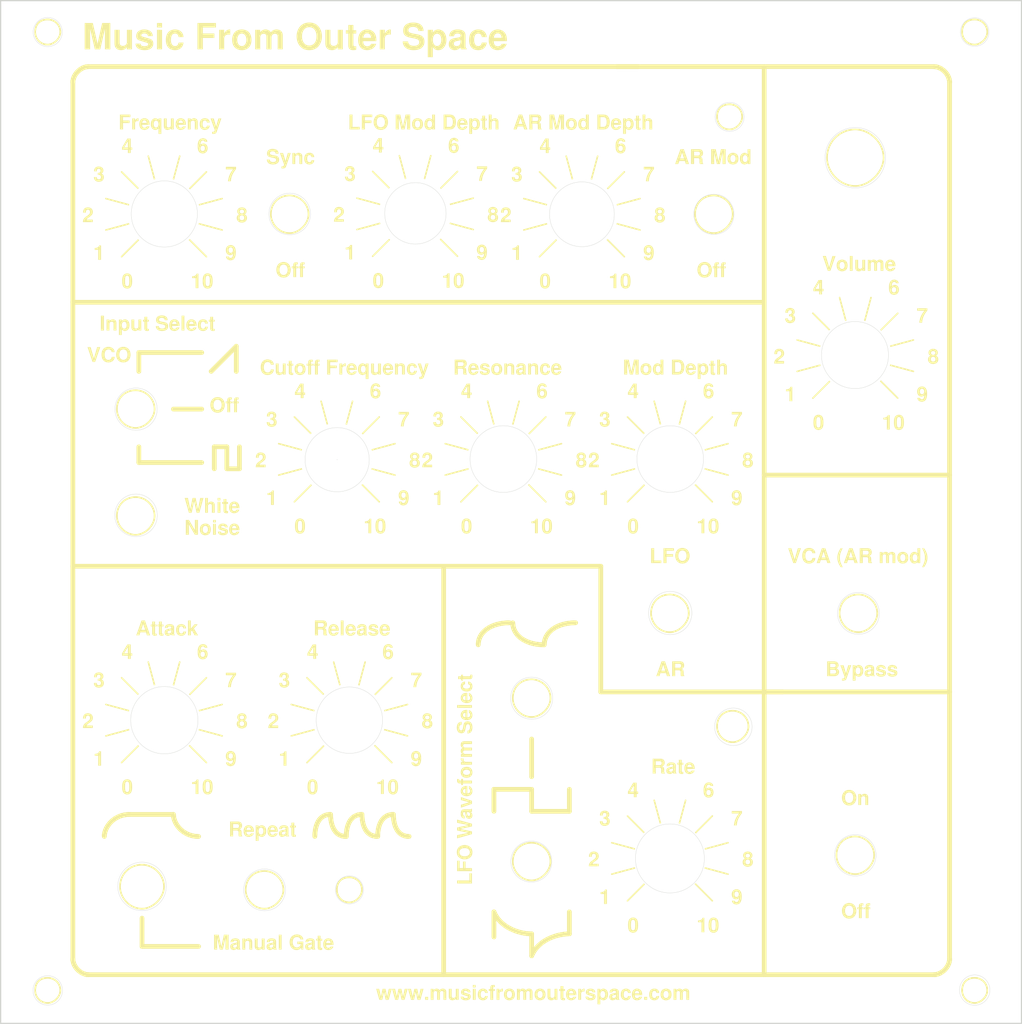
<source format=kicad_pcb>
(kicad_pcb (version 20221018) (generator pcbnew)
  (layers (0 "F.Cu" signal) (31 "B.Cu" signal) (34 "B.Paste" user) (35 "F.Paste" user) (36 "B.SilkS" user "B.Silkscreen") (37 "F.SilkS" user "F.Silkscreen") (38 "B.Mask" user) (39 "F.Mask" user) (44 "Edge.Cuts" user))
  (net 0 "")
  (gr_line (start 250.951988 198.373983) (end 250.786813 198.377681) (stroke (width 0.253999)) (layer "F.SilkS"))
  (gr_poly (pts (xy 216.824522 141.479711) (xy 216.869115 141.525009) (xy 216.914198 141.569846) (xy 216.959754 141.614263) (xy 214.21212 144.361898) (xy 214.207555 144.366255) (xy 214.202802 144.370362) (xy 214.197869 144.374215) (xy 214.192767 144.377809) (xy 214.187508 144.381141) (xy 214.182101 144.384206) (xy 214.176556 144.386999) (xy 214.170885 144.389517) (xy 214.165097 144.391754) (xy 214.159203 144.393707) (xy 214.153214 144.395372) (xy 214.147139 144.396743) (xy 214.14099 144.397818) (xy 214.134777 144.39859) (xy 214.12851 144.399057) (xy 214.122199 144.399213) (xy 214.115892 144.399057) (xy 214.109627 144.39859) (xy 214.103416 144.397818) (xy 214.097268 144.396743) (xy 214.091195 144.395372) (xy 214.085207 144.393707) (xy 214.079313 144.391754) (xy 214.073526 144.389517) (xy 214.067854 144.386999) (xy 214.062309 144.384206) (xy 214.056901 144.381141) (xy 214.05164 144.377809) (xy 214.046537 144.374215) (xy 214.041602 144.370362) (xy 214.036846 144.366255) (xy 214.032279 144.361898) (xy 214.027794 144.357164) (xy 214.023597 144.352262) (xy 214.01969 144.347202) (xy 214.016072 144.341997) (xy 214.012744 144.336657) (xy 214.009705 144.331194) (xy 214.006956 144.325619) (xy 214.004496 144.319943) (xy 214.002325 144.314177) (xy 214.000444 144.308332) (xy 213.998853 144.30242) (xy 213.99755 144.296452) (xy 213.996537 144.29044) (xy 213.995814 144.284393) (xy 213.99538 144.278324) (xy 213.995235 144.272244) (xy 213.99538 144.266164) (xy 213.995814 144.260095) (xy 213.996537 144.254049) (xy 213.99755 144.248036) (xy 213.998853 144.242067) (xy 214.000444 144.236155) (xy 214.002325 144.230311) (xy 214.004496 144.224544) (xy 214.006956 144.218868) (xy 214.009705 144.213292) (xy 214.012744 144.207828) (xy 214.016072 144.202488) (xy 214.01969 144.197282) (xy 214.023597 144.192222) (xy 214.027794 144.187319) (xy 214.032279 144.182584) (xy 216.780433 141.433912)) (fill solid) (layer "F.SilkS"))
  (gr_line (start 167.307171 206.064638) (end 167.270902 206.156717) (stroke (width 0.253999)) (layer "F.SilkS"))
  (gr_poly (pts (xy 213.620005 90.805107) (xy 213.626268 90.805568) (xy 213.632477 90.806335) (xy 213.638623 90.807403) (xy 213.644695 90.808769) (xy 213.650682 90.810427) (xy 213.656575 90.812374) (xy 213.662363 90.814605) (xy 213.668034 90.817116) (xy 213.67358 90.819902) (xy 213.678989 90.822959) (xy 213.684251 90.826283) (xy 213.689356 90.82987) (xy 213.694292 90.833715) (xy 213.699051 90.837813) (xy 213.70362 90.842161) (xy 213.707975 90.846727) (xy 213.71208 90.851483) (xy 213.715931 90.856417) (xy 213.719524 90.86152) (xy 213.722855 90.86678) (xy 213.725919 90.872188) (xy 213.728712 90.877733) (xy 213.731229 90.883404) (xy 213.733467 90.889192) (xy 213.73542 90.895085) (xy 213.737085 90.901074) (xy 213.738457 90.907148) (xy 213.739532 90.913295) (xy 213.740305 90.919507) (xy 213.740772 90.925773) (xy 213.740928 90.932081) (xy 213.740772 90.938389) (xy 213.740305 90.944654) (xy 213.739532 90.950865) (xy 213.738457 90.957013) (xy 213.737085 90.963086) (xy 213.73542 90.969074) (xy 213.733467 90.974968) (xy 213.731229 90.980756) (xy 213.728712 90.986427) (xy 213.725919 90.991972) (xy 213.722855 90.99738) (xy 213.719524 91.00264) (xy 213.715931 91.007743) (xy 213.71208 91.012676) (xy 213.707975 91.017432) (xy 213.70362 91.021997) (xy 210.955985 93.769632) (xy 210.911668 93.724105) (xy 210.866981 93.678999) (xy 210.821836 93.634381) (xy 210.776145 93.590315) (xy 213.524299 90.842161) (xy 213.528842 90.837835) (xy 213.533572 90.833756) (xy 213.538479 90.829929) (xy 213.543553 90.826356) (xy 213.548783 90.823043) (xy 213.554159 90.819993) (xy 213.559671 90.817212) (xy 213.565309 90.814704) (xy 213.571062 90.812472) (xy 213.57692 90.810521) (xy 213.582873 90.808855) (xy 213.58891 90.807479) (xy 213.595022 90.806397) (xy 213.601198 90.805613) (xy 213.607427 90.805131) (xy 213.6137 90.804956)) (fill solid) (layer "F.SilkS"))
  (gr_line (start 233.665412 180.314311) (end 233.647545 180.179172) (stroke (width 0.253999)) (layer "F.SilkS"))
  (gr_line (start 223.549648 163.815716) (end 223.628016 163.688235) (stroke (width 0.253999)) (layer "F.SilkS"))
  (gr_line (start 196.245443 177.894623) (end 196.33867 178.00815) (stroke (width 0.253999)) (layer "F.SilkS"))
  (gr_line (start 132.429247 144.367248) (end 132.330672 144.471032) (stroke (width 0.253999)) (layer "F.SilkS"))
  (gr_line (start 250.51848 159.386923) (end 250.374094 159.432339) (stroke (width 0.253999)) (layer "F.SilkS"))
  (gr_line (start 268.243888 67.982417) (end 268.232874 68.093891) (stroke (width 0.253999)) (layer "F.SilkS"))
  (gr_line (start 137.629071 146.071956) (end 137.599538 145.916547) (stroke (width 0.253999)) (layer "F.SilkS"))
  (gr_line (start 272.26205 223.550907) (end 272.276343 223.456247) (stroke (width 0.253999)) (layer "F.SilkS"))
  (gr_line (start 272.152786 68.982117) (end 272.187543 68.890804) (stroke (width 0.253999)) (layer "F.SilkS"))
  (gr_line (start 233.211175 181.955766) (end 233.281365 181.85209) (stroke (width 0.253999)) (layer "F.SilkS"))
  (gr_line (start 118.39922 67.874059) (end 118.38388 67.982417) (stroke (width 0.253999)) (layer "F.SilkS"))
  (gr_line (start 156.883243 96.16747) (end 156.812805 96.295206) (stroke (width 0.253999)) (layer "F.SilkS"))
  (gr_poly (pts (xy 223.067208 151.732233) (xy 223.129462 151.736033) (xy 223.189864 151.742389) (xy 223.248454 151.751318) (xy 223.305277 151.76284) (xy 223.360373 151.776971) (xy 223.413786 151.793731) (xy 223.465558 151.813138) (xy 223.515732 151.835209) (xy 223.564349 151.859962) (xy 223.611451 151.887417) (xy 223.657082 151.917591) (xy 223.701284 151.950502) (xy 223.744099 151.986168) (xy 223.785569 152.024608) (xy 223.825736 152.065839) (xy 223.864971 152.109762) (xy 223.902026 152.156191) (xy 223.936852 152.205018) (xy 223.969401 152.256135) (xy 223.999624 152.309432) (xy 224.027474 152.3648) (xy 224.052901 152.42213) (xy 224.075857 152.481313) (xy 224.096293 152.542241) (xy 224.114162 152.604804) (xy 224.129415 152.668892) (xy 224.142003 152.734398) (xy 224.151878 152.801212) (xy 224.158992 152.869225) (xy 224.163296 152.938329) (xy 224.164741 153.008413) (xy 224.16325 153.072086) (xy 224.158822 153.135844) (xy 224.151524 153.199481) (xy 224.141422 153.26279) (xy 224.128582 153.325567) (xy 224.113072 153.387605) (xy 224.094958 153.448699) (xy 224.074306 153.508642) (xy 224.051183 153.567228) (xy 224.025657 153.624252) (xy 223.997792 153.679508) (xy 223.967657 153.73279) (xy 223.935317 153.783891) (xy 223.900839 153.832607) (xy 223.86429 153.87873) (xy 223.825736 153.922056) (xy 223.78625 153.96256) (xy 223.745286 154.000362) (xy 223.702819 154.035476) (xy 223.658827 154.067913) (xy 223.613284 154.097685) (xy 223.566166 154.124805) (xy 223.517449 154.149284) (xy 223.467109 154.171136) (xy 223.415122 154.190371) (xy 223.361464 154.207002) (xy 223.30611 154.221041) (xy 223.249036 154.2325) (xy 223.190218 154.241392) (xy 223.129632 154.247728) (xy 223.067254 154.251521) (xy 223.003059 154.252783) (xy 222.939588 154.251521) (xy 222.877838 154.247728) (xy 222.817784 154.241392) (xy 222.759401 154.2325) (xy 222.702666 154.221041) (xy 222.647554 154.207002) (xy 222.594041 154.190371) (xy 222.542102 154.171136) (xy 222.491714 154.149284) (xy 222.442852 154.124805) (xy 222.395491 154.097685) (xy 222.349608 154.067913) (xy 222.305179 154.035476) (xy 222.262178 154.000362) (xy 222.220582 153.96256) (xy 222.180366 153.922056) (xy 222.141859 153.87809) (xy 222.105441 153.831557) (xy 222.071167 153.782601) (xy 222.039092 153.731368) (xy 222.009269 153.678004) (xy 221.981754 153.622654) (xy 221.956601 153.565462) (xy 221.933864 153.506575) (xy 221.913598 153.446138) (xy 221.895857 153.384296) (xy 221.880696 153.321194) (xy 221.86817 153.256979) (xy 221.858332 153.191794) (xy 221.851238 153.125786) (xy 221.846941 153.059099) (xy 221.845497 152.99188) (xy 222.34159 152.99188) (xy 222.34235 153.039026) (xy 222.344613 153.085102) (xy 222.348359 153.13008) (xy 222.353565 153.173933) (xy 222.360209 153.216633) (xy 222.36827 153.25815) (xy 222.377725 153.298458) (xy 222.388552 153.337529) (xy 222.40073 153.375334) (xy 222.414236 153.411845) (xy 222.429049 153.447035) (xy 222.445146 153.480875) (xy 222.462507 153.513337) (xy 222.481107 153.544393) (xy 222.500927 153.574016) (xy 222.521944 153.602177) (xy 222.544135 153.628849) (xy 222.567479 153.654002) (xy 222.591954 153.67761) (xy 222.617538 153.699645) (xy 222.644209 153.720077) (xy 222.671946 153.73888) (xy 222.700725 153.756024) (xy 222.730526 153.771483) (xy 222.761326 153.785229) (xy 222.793103 153.797232) (xy 222.825835 153.807466) (xy 222.859501 153.815902) (xy 222.894078 153.822511) (xy 222.929545 153.827267) (xy 222.965879 153.830142) (xy 223.003059 153.831106) (xy 223.039885 153.830142) (xy 223.075935 153.82727) (xy 223.111183 153.822522) (xy 223.145602 153.815926) (xy 223.179168 153.807513) (xy 223.211854 153.797314) (xy 223.243635 153.785358) (xy 223.274485 153.771677) (xy 223.304378 153.7563) (xy 223.333288 153.739258) (xy 223.361191 153.720581) (xy 223.388059 153.700298) (xy 223.413868 153.678442) (xy 223.438591 153.655041) (xy 223.462203 153.630126) (xy 223.484678 153.603727) (xy 223.50599 153.575875) (xy 223.526114 153.5466) (xy 223.545024 153.515932) (xy 223.562693 153.483901) (xy 223.579097 153.450539) (xy 223.59421 153.415874) (xy 223.608006 153.379937) (xy 223.620458 153.342759) (xy 223.641232 153.2648) (xy 223.656325 153.182239) (xy 223.665532 153.095317) (xy 223.668647 153.004278) (xy 223.667899 152.956005) (xy 223.665669 152.908873) (xy 223.661974 152.862906) (xy 223.656834 152.81813) (xy 223.650268 152.774572) (xy 223.642295 152.732257) (xy 223.632934 152.69121) (xy 223.622203 152.651458) (xy 223.610122 152.613026) (xy 223.596709 152.57594) (xy 223.581983 152.540226) (xy 223.565964 152.505909) (xy 223.54867 152.473015) (xy 223.530121 152.44157) (xy 223.510334 152.4116) (xy 223.48933 152.38313) (xy 223.467126 152.356186) (xy 223.443743 152.330794) (xy 223.419198 152.306979) (xy 223.393511 152.284767) (xy 223.3667 152.264185) (xy 223.338785 152.245257) (xy 223.309785 152.22801) (xy 223.279718 152.212469) (xy 223.248604 152.19866) (xy 223.216461 152.186609) (xy 223.183308 152.176341) (xy 223.149164 152.167883) (xy 223.114048 152.161259) (xy 223.07798 152.156496) (xy 223.040977 152.153619) (xy 223.003059 152.152654) (xy 222.965879 152.153619) (xy 222.929545 152.156493) (xy 222.894078 152.161249) (xy 222.859501 152.167858) (xy 222.825835 152.176294) (xy 222.793103 152.186527) (xy 222.761326 152.198531) (xy 222.730526 152.212276) (xy 222.700725 152.227735) (xy 222.671946 152.244879) (xy 222.644209 152.263682) (xy 222.617538 152.284114) (xy 222.591954 152.306148) (xy 222.567479 152.329755) (xy 222.544135 152.354909) (xy 222.521944 152.38158) (xy 222.500927 152.409741) (xy 222.481107 152.439364) (xy 222.462507 152.47042) (xy 222.445146 152.502882) (xy 222.429049 152.536722) (xy 222.414236 152.571912) (xy 222.388552 152.646228) (xy 222.36827 152.725607) (xy 222.353565 152.809825) (xy 222.344613 152.898657) (xy 222.34159 152.99188) (xy 221.845497 152.99188) (xy 221.846941 152.924751) (xy 221.851238 152.858319) (xy 221.858332 152.792699) (xy 221.86817 152.728005) (xy 221.880696 152.664353) (xy 221.895857 152.601858) (xy 221.913598 152.540634) (xy 221.933864 152.480797) (xy 221.956601 152.422463) (xy 221.981754 152.365745) (xy 222.009269 152.31076) (xy 222.039092 152.257621) (xy 222.071167 152.206445) (xy 222.105441 152.157346) (xy 222.141859 152.110439) (xy 222.180366 152.065839) (xy 222.219946 152.025289) (xy 222.26116 151.987355) (xy 222.303997 151.952037) (xy 222.348445 151.919335) (xy 222.394492 151.889249) (xy 222.442125 151.86178) (xy 222.491332 151.836926) (xy 222.542102 151.814688) (xy 222.594422 151.795067) (xy 222.648281 151.778062) (xy 222.703666 151.763673) (xy 222.760564 151.7519) (xy 222.818965 151.742743) (xy 222.878856 151.736203) (xy 222.940224 151.732278) (xy 223.003059 151.73097)) (fill solid) (layer "F.SilkS"))
  (gr_line (start 229.211176 100.576062) (end 229.343959 100.510252) (stroke (width 0.253999)) (layer "F.SilkS"))
  (gr_line (start 161.997421 99.424133) (end 162.081648 99.299722) (stroke (width 0.253999)) (layer "F.SilkS"))
  (gr_line (start 230.740015 96.295206) (end 230.661648 96.16747) (stroke (width 0.253999)) (layer "F.SilkS"))
  (gr_line (start 162.081648 99.299722) (end 162.160015 99.172241) (stroke (width 0.253999)) (layer "F.SilkS"))
  (gr_line (start 162.491528 97.14855) (end 162.454182 96.996675) (stroke (width 0.253999)) (layer "F.SilkS"))
  (gr_line (start 231.721402 80.318074) (end 231.638461 80.269806) (stroke (width 0.253999)) (layer "F.SilkS"))
  (gr_line (start 231.730455 183.04582) (end 231.84599 183.008419) (stroke (width 0.253999)) (layer "F.SilkS"))
  (gr_line (start 251.593044 84.126323) (end 251.380056 84.097441) (stroke (width 0.253999)) (layer "F.SilkS"))
  (gr_line (start 161.607492 99.8855) (end 161.712369 99.776158) (stroke (width 0.253999)) (layer "F.SilkS"))
  (gr_line (start 196.437246 178.117492) (end 196.54103 178.222369) (stroke (width 0.253999)) (layer "F.SilkS"))
  (gr_line (start 173.043453 198.283709) (end 173.203846 198.322513) (stroke (width 0.761999)) (layer "F.SilkS"))
  (gr_line (start 126.526226 73.97105) (end 126.409528 74.002172) (stroke (width 0.761999)) (layer "F.SilkS"))
  (gr_poly (pts (xy 201.657569 224.153417) (xy 201.65786 224.173245) (xy 201.658732 224.19242) (xy 201.660186 224.210944) (xy 201.662221 224.228819) (xy 201.664837 224.246045) (xy 201.668035 224.262625) (xy 201.671814 224.27856) (xy 201.676174 224.293851) (xy 201.681116 224.308501) (xy 201.686639 224.32251) (xy 201.692744 224.33588) (xy 201.69943 224.348613) (xy 201.706697 224.360709) (xy 201.714545 224.372172) (xy 201.722975 224.383001) (xy 201.731986 224.3932) (xy 201.741579 224.402768) (xy 201.751753 224.411708) (xy 201.762508 224.420021) (xy 201.773845 224.427709) (xy 201.785762 224.434774) (xy 201.798262 224.441216) (xy 201.811342 224.447037) (xy 201.825004 224.452239) (xy 201.839247 224.456823) (xy 201.854071 224.460792) (xy 201.869476 224.464145) (xy 201.885463 224.466886) (xy 201.902031 224.469014) (xy 201.91918 224.470533) (xy 201.936911 224.471443) (xy 201.955223 224.471746) (xy 201.976296 224.471348) (xy 201.996873 224.470162) (xy 202.016943 224.4682) (xy 202.036495 224.465472) (xy 202.055516 224.46199) (xy 202.073996 224.457766) (xy 202.091924 224.45281) (xy 202.109287 224.447135) (xy 202.126075 224.440751) (xy 202.142277 224.43367) (xy 202.15788 224.425903) (xy 202.172874 224.417461) (xy 202.187247 224.408357) (xy 202.200988 224.3986) (xy 202.214085 224.388204) (xy 202.226528 224.377178) (xy 202.238304 224.365535) (xy 202.249403 224.353285) (xy 202.259813 224.34044) (xy 202.269523 224.327012) (xy 202.278521 224.313011) (xy 202.286797 224.29845) (xy 202.294338 224.283339) (xy 202.301133 224.26769) (xy 202.307172 224.251514) (xy 202.312442 224.234823) (xy 202.316932 224.217628) (xy 202.320632 224.199939) (xy 202.323529 224.18177) (xy 202.325612 224.16313) (xy 202.326871 224.144032) (xy 202.327293 224.124487) (xy 202.327293 223.008276) (xy 202.790321 223.008276) (xy 202.790321 224.790075) (xy 202.327293 224.790075) (xy 202.327293 224.579229) (xy 202.302139 224.615816) (xy 202.276234 224.649648) (xy 202.249505 224.680779) (xy 202.221879 224.709263) (xy 202.193284 224.735156) (xy 202.163647 224.758511) (xy 202.132896 224.779383) (xy 202.100957 224.797826) (xy 202.067759 224.813896) (xy 202.033228 224.827647) (xy 201.997293 224.839132) (xy 201.95988 224.848407) (xy 201.920916 224.855526) (xy 201.88033 224.860544) (xy 201.838048 224.863514) (xy 201.793998 224.864492) (xy 201.758452 224.863851) (xy 201.723907 224.861934) (xy 201.690371 224.858749) (xy 201.657854 224.854302) (xy 201.626364 224.848601) (xy 201.595908 224.841655) (xy 201.566496 224.83347) (xy 201.538135 224.824054) (xy 201.510834 224.813415) (xy 201.484601 224.80156) (xy 201.459444 224.788497) (xy 201.435372 224.774234) (xy 201.412393 224.758777) (xy 201.390516 224.742136) (xy 201.369749 224.724316) (xy 201.350099 224.705326) (xy 201.331576 224.685173) (xy 201.314188 224.663865) (xy 201.297942 224.64141) (xy 201.282848 224.617815) (xy 201.268914 224.593087) (xy 201.256148 224.567234) (xy 201.244558 224.540265) (xy 201.234153 224.512185) (xy 201.22494 224.483003) (xy 201.216929 224.452727) (xy 201.210128 224.421364) (xy 201.204544 224.388922) (xy 201.200187 224.355408) (xy 201.197065 224.320829) (xy 201.195185 224.285194) (xy 201.194557 224.24851) (xy 201.194557 223.008276) (xy 201.657569 223.008276)) (fill solid) (layer "F.SilkS"))
  (gr_line (start 200.50063 200.055445) (end 200.383195 199.967706) (stroke (width 0.253999)) (layer "F.SilkS"))
  (gr_line (start 120.395996 66.294001) (end 120.278429 66.296226) (stroke (width 0.253999)) (layer "F.SilkS"))
  (gr_poly (pts (xy 247.517518 170.060156) (xy 247.563137 170.061942) (xy 247.606745 170.064964) (xy 247.648452 170.069258) (xy 247.688366 170.07486) (xy 247.726596 170.081807) (xy 247.763252 170.090134) (xy 247.798442 170.099878) (xy 247.832276 170.111076) (xy 247.864863 170.123763) (xy 247.896311 170.137976) (xy 247.926729 170.153752) (xy 247.956227 170.171127) (xy 247.984914 170.190136) (xy 248.012899 170.210817) (xy 248.04029 170.233205) (xy 248.064503 170.256254) (xy 248.087506 170.280392) (xy 248.109248 170.305548) (xy 248.129684 170.331648) (xy 248.148763 170.35862) (xy 248.166437 170.386392) (xy 248.182658 170.41489) (xy 248.197378 170.444043) (xy 248.210547 170.473777) (xy 248.222118 170.504019) (xy 248.232041 170.534698) (xy 248.240269 170.56574) (xy 248.246753 170.597073) (xy 248.251445 170.628625) (xy 248.254295 170.660321) (xy 248.255256 170.692091) (xy 248.254176 170.729364) (xy 248.25088 170.765293) (xy 248.245283 170.799986) (xy 248.2373 170.833553) (xy 248.232387 170.849949) (xy 248.226846 170.866104) (xy 248.220666 170.882031) (xy 248.213836 170.897745) (xy 248.206346 170.91326) (xy 248.198186 170.928588) (xy 248.189345 170.943743) (xy 248.179811 170.95874) (xy 248.158626 170.988311) (xy 248.134546 171.017409) (xy 248.107486 171.046144) (xy 248.077361 171.074625) (xy 248.044088 171.102961) (xy 248.00758 171.13126) (xy 247.967753 171.159631) (xy 247.924522 171.188184) (xy 247.974672 171.218031) (xy 248.02128 171.24867) (xy 248.064388 171.280121) (xy 248.104037 171.312402) (xy 248.140271 171.345531) (xy 248.173131 171.379525) (xy 248.202661 171.414404) (xy 248.228902 171.450185) (xy 248.251898 171.486886) (xy 248.271689 171.524526) (xy 248.28832 171.563122) (xy 248.301831 171.602694) (xy 248.312267 171.643259) (xy 248.319668 171.684835) (xy 248.324078 171.72744) (xy 248.325538 171.771093) (xy 248.324481 171.807601) (xy 248.321347 171.844175) (xy 248.31619 171.880689) (xy 248.309065 171.917015) (xy 248.300027 171.953026) (xy 248.289129 171.988595) (xy 248.276426 172.023594) (xy 248.261974 172.057897) (xy 248.245826 172.091377) (xy 248.228037 172.123905) (xy 248.208661 172.155356) (xy 248.187754 172.185602) (xy 248.165369 172.214515) (xy 248.141562 172.241969) (xy 248.116386 172.267836) (xy 248.089897 172.29199) (xy 248.061588 172.313697) (xy 248.032413 172.333872) (xy 248.002281 172.352533) (xy 247.971102 172.369699) (xy 247.938785 172.385387) (xy 247.905238 172.399615) (xy 247.870372 172.412403) (xy 247.834094 172.423767) (xy 247.796315 172.433726) (xy 247.756944 172.442299) (xy 247.715889 172.449502) (xy 247.67306 172.455356) (xy 247.628366 172.459877) (xy 247.581716 172.463084) (xy 247.533019 172.464994) (xy 247.482185 172.465627) (xy 246.39904 172.465627) (xy 246.39904 171.427961) (xy 246.890998 171.427961) (xy 246.890998 172.052213) (xy 247.482185 172.052213) (xy 247.5047 172.051911) (xy 247.526512 172.051002) (xy 247.54762 172.049488) (xy 247.568024 172.047369) (xy 247.587722 172.044643) (xy 247.606713 172.041313) (xy 247.624998 172.037376) (xy 247.642575 172.032834) (xy 247.659443 172.027687) (xy 247.675602 172.021934) (xy 247.691051 172.015575) (xy 247.70579 172.008611) (xy 247.719816 172.001041) (xy 247.733131 171.992865) (xy 247.745732 171.984084) (xy 247.757619 171.974698) (xy 247.768792 171.964706) (xy 247.77925 171.954108) (xy 247.788991 171.942905) (xy 247.798016 171.931096) (xy 247.806323 171.918681) (xy 247.813911 171.905661) (xy 247.820781 171.892036) (xy 247.82693 171.877804) (xy 247.832359 171.862968) (xy 247.837067 171.847525) (xy 247.841052 171.831477) (xy 247.844314 171.814824) (xy 247.846853 171.797565) (xy 247.848668 171.779701) (xy 247.849757 171.76123) (xy 247.85012 171.742155) (xy 247.849757 171.723067) (xy 247.848668 171.704563) (xy 247.846853 171.686642) (xy 247.844314 171.669308) (xy 247.841052 171.652561) (xy 247.837067 171.636403) (xy 247.832359 171.620835) (xy 247.82693 171.605859) (xy 247.820781 171.591477) (xy 247.813911 171.577689) (xy 247.806323 171.564498) (xy 247.798016 171.551906) (xy 247.788991 171.539912) (xy 247.77925 171.52852) (xy 247.768792 171.51773) (xy 247.757619 171.507544) (xy 247.745732 171.497964) (xy 247.733131 171.488991) (xy 247.719816 171.480626) (xy 247.70579 171.472872) (xy 247.691051 171.465729) (xy 247.675602 171.4592) (xy 247.659443 171.453285) (xy 247.642575 171.447986) (xy 247.624998 171.443305) (xy 247.606713 171.439243) (xy 247.568024 171.432983) (xy 247.526512 171.429219) (xy 247.482185 171.427961) (xy 246.890998 171.427961) (xy 246.39904 171.427961) (xy 246.39904 170.468847) (xy 246.890998 170.468847) (xy 246.890998 171.014547) (xy 247.432563 171.014547) (xy 247.453929 171.014281) (xy 247.474617 171.013481) (xy 247.494626 171.012149) (xy 247.513957 171.010284) (xy 247.53261 171.007886) (xy 247.550584 171.004955) (xy 247.56788 171.001491) (xy 247.584498 170.997494) (xy 247.600438 170.992964) (xy 247.615699 170.987902) (xy 247.630282 170.982306) (xy 247.644186 170.976178) (xy 247.657412 170.969516) (xy 247.66996 170.962322) (xy 247.68183 170.954595) (xy 247.693021 170.946335) (xy 247.703534 170.937542) (xy 247.713369 170.928216) (xy 247.722526 170.918357) (xy 247.731004 170.907965) (xy 247.738804 170.89704) (xy 247.745926 170.885583) (xy 247.752369 170.873592) (xy 247.758134 170.861069) (xy 247.763221 170.848013) (xy 247.76763 170.834423) (xy 247.77136 170.820301) (xy 247.774412 170.805646) (xy 247.776786 170.790458) (xy 247.778482 170.774737) (xy 247.779499 170.758484) (xy 247.779838 170.741697) (xy 247.779499 170.725274) (xy 247.778482 170.709338) (xy 247.776786 170.693891) (xy 247.774412 170.678935) (xy 247.77136 170.664473) (xy 247.76763 170.650506) (xy 247.763221 170.637038) (xy 247.758134 170.62407) (xy 247.752369 170.611604) (xy 247.745926 170.599644) (xy 247.738804 170.58819) (xy 247.731004 170.577246) (xy 247.722526 170.566814) (xy 247.713369 170.556896) (xy 247.703534 170.547494) (xy 247.693021 170.53861) (xy 247.68183 170.530247) (xy 247.66996 170.522408) (xy 247.657412 170.515094) (xy 247.644186 170.508307) (xy 247.630282 170.50205) (xy 247.615699 170.496325) (xy 247.600438 170.491135) (xy 247.584498 170.486482) (xy 247.550584 170.478794) (xy 247.513957 170.47328) (xy 247.474617 170.469958) (xy 247.432563 170.468847) (xy 246.890998 170.468847) (xy 246.39904 170.468847) (xy 246.39904 170.059568) (xy 247.469779 170.059568)) (fill solid) (layer "F.SilkS"))
  (gr_line (start 121.993078 67.046738) (end 121.929671 66.972099) (stroke (width 0.253999)) (layer "F.SilkS"))
  (gr_line (start 230.514416 84.071052) (end 230.63198 84.073997) (stroke (width 0.253999)) (layer "F.SilkS"))
  (gr_line (start 251.799193 204.319318) (end 251.936162 204.267181) (stroke (width 0.253999)) (layer "F.SilkS"))
  (gr_poly (pts (xy 156.000993 121.251742) (xy 156.066166 121.256489) (xy 156.129739 121.264348) (xy 156.191642 121.275277) (xy 156.2518 121.289235) (xy 156.310141 121.306177) (xy 156.366593 121.326063) (xy 156.421083 121.34885) (xy 156.473538 121.374495) (xy 156.523886 121.402956) (xy 156.572054 121.43419) (xy 156.617969 121.468156) (xy 156.661558 121.504811) (xy 156.70275 121.544112) (xy 156.741471 121.586017) (xy 156.777648 121.630483) (xy 156.79631 121.656034) (xy 156.813573 121.681604) (xy 156.829491 121.707306) (xy 156.844119 121.733257) (xy 156.857512 121.759571) (xy 156.869724 121.786363) (xy 156.880809 121.813749) (xy 156.890823 121.841843) (xy 156.899819 121.870761) (xy 156.907852 121.900617) (xy 156.914977 121.931527) (xy 156.921247 121.963606) (xy 156.926719 121.996969) (xy 156.931445 122.03173) (xy 156.935481 122.068005) (xy 156.93888 122.105909) (xy 156.46759 122.105909) (xy 156.454065 122.052664) (xy 156.438263 122.002985) (xy 156.420136 121.956855) (xy 156.410186 121.935115) (xy 156.399636 121.914256) (xy 156.38848 121.894274) (xy 156.376713 121.875169) (xy 156.364328 121.856936) (xy 156.351319 121.839575) (xy 156.33768 121.823083) (xy 156.323406 121.807458) (xy 156.30849 121.792697) (xy 156.292925 121.778799) (xy 156.276707 121.76576) (xy 156.259829 121.753579) (xy 156.242284 121.742253) (xy 156.224067 121.731781) (xy 156.205172 121.722159) (xy 156.185593 121.713386) (xy 156.165323 121.705459) (xy 156.144357 121.698376) (xy 156.122688 121.692135) (xy 156.100311 121.686734) (xy 156.077219 121.682169) (xy 156.053406 121.67844) (xy 156.003595 121.673477) (xy 155.950828 121.671827) (xy 155.914847 121.672756) (xy 155.879778 121.675532) (xy 155.845634 121.680135) (xy 155.812433 121.686547) (xy 155.780188 121.694748) (xy 155.748916 121.704719) (xy 155.71863 121.716443) (xy 155.689347 121.729899) (xy 155.661081 121.745069) (xy 155.633847 121.761933) (xy 155.607661 121.780474) (xy 155.582538 121.800672) (xy 155.558493 121.822507) (xy 155.53554 121.845962) (xy 155.513696 121.871018) (xy 155.492976 121.897654) (xy 155.473394 121.925853) (xy 155.454965 121.955596) (xy 155.437705 121.986863) (xy 155.421629 122.019635) (xy 155.39309 122.089622) (xy 155.369468 122.165404) (xy 155.350884 122.24683) (xy 155.33746 122.333749) (xy 155.329317 122.426008) (xy 155.326576 122.523458) (xy 155.327228 122.572047) (xy 155.329177 122.619359) (xy 155.332411 122.665377) (xy 155.336919 122.710083) (xy 155.34269 122.753459) (xy 155.349712 122.795489) (xy 155.357974 122.836155) (xy 155.367465 122.875439) (xy 155.378173 122.913324) (xy 155.390087 122.949793) (xy 155.403195 122.984829) (xy 155.417487 123.018413) (xy 155.43295 123.050529) (xy 155.449574 123.081158) (xy 155.467346 123.110285) (xy 155.486257 123.137891) (xy 155.506294 123.163958) (xy 155.527446 123.18847) (xy 155.549702 123.211409) (xy 155.57305 123.232757) (xy 155.597479 123.252498) (xy 155.622978 123.270613) (xy 155.649534 123.287086) (xy 155.677138 123.301899) (xy 155.705778 123.315034) (xy 155.735441 123.326474) (xy 155.766118 123.336202) (xy 155.797796 123.344201) (xy 155.830464 123.350452) (xy 155.864111 123.354939) (xy 155.898725 123.357643) (xy 155.934295 123.358549) (xy 155.962647 123.35803) (xy 155.990336 123.356478) (xy 156.017352 123.353902) (xy 156.043687 123.350313) (xy 156.069332 123.345718) (xy 156.094277 123.340126) (xy 156.118514 123.333548) (xy 156.142033 123.325992) (xy 156.164825 123.317467) (xy 156.186882 123.307981) (xy 156.208194 123.297545) (xy 156.228751 123.286168) (xy 156.248546 123.273858) (xy 156.267569 123.260624) (xy 156.28581 123.246476) (xy 156.303261 123.231422) (xy 156.319913 123.215472) (xy 156.335756 123.198635) (xy 156.350782 123.18092) (xy 156.364981 123.162336) (xy 156.378345 123.142892) (xy 156.390863 123.122598) (xy 156.402528 123.101461) (xy 156.41333 123.079492) (xy 156.42326 123.056699) (xy 156.432309 123.033092) (xy 156.440467 123.008679) (xy 156.447727 122.98347) (xy 156.454078 122.957474) (xy 156.459511 122.9307) (xy 156.464018 122.903156) (xy 156.46759 122.874853) (xy 156.947151 122.874853) (xy 156.943365 122.925803) (xy 156.937453 122.975539) (xy 156.929447 123.024035) (xy 156.919375 123.071265) (xy 156.907268 123.117202) (xy 156.893157 123.16182) (xy 156.877072 123.205091) (xy 156.859043 123.24699) (xy 156.8391 123.28749) (xy 156.817274 123.326565) (xy 156.793595 123.364187) (xy 156.768093 123.400332) (xy 156.740798 123.434971) (xy 156.711741 123.468079) (xy 156.680952 123.499629) (xy 156.648462 123.529595) (xy 156.6143 123.55795) (xy 156.578497 123.584667) (xy 156.541083 123.609721) (xy 156.502088 123.633084) (xy 156.461543 123.654731) (xy 156.419479 123.674634) (xy 156.375924 123.692768) (xy 156.33091 123.709105) (xy 156.284467 123.723619) (xy 156.236624 123.736284) (xy 156.187414 123.747073) (xy 156.136864 123.75596) (xy 156.085007 123.762918) (xy 156.031872 123.767921) (xy 155.97749 123.770942) (xy 155.92189 123.771955) (xy 155.859835 123.770556) (xy 155.799266 123.76638) (xy 155.740213 123.759461) (xy 155.682709 123.749831) (xy 155.626786 123.737526) (xy 155.572475 123.722576) (xy 155.519809 123.705017) (xy 155.468818 123.684881) (xy 155.419535 123.662202) (xy 155.371991 123.637012) (xy 155.326219 123.609346) (xy 155.282249 123.579236) (xy 155.240115 123.546716) (xy 155.199847 123.511818) (xy 155.161478 123.474578) (xy 155.12504 123.435027) (xy 155.090563 123.393199) (xy 155.05808 123.349127) (xy 155.027623 123.302845) (xy 154.999223 123.254386) (xy 154.972912 123.203783) (xy 154.948723 123.15107) (xy 154.926686 123.096279) (xy 154.906835 123.039445) (xy 154.889199 122.9806) (xy 154.873812 122.919778) (xy 154.860705 122.857012) (xy 154.849909 122.792335) (xy 154.841458 122.725781) (xy 154.835381 122.657383) (xy 154.830482 122.515188) (xy 154.831712 122.442814) (xy 154.835384 122.372219) (xy 154.841468 122.303435) (xy 154.849934 122.236498) (xy 154.860752 122.171441) (xy 154.873894 122.108299) (xy 154.889329 122.047105) (xy 154.907028 121.987894) (xy 154.926962 121.930699) (xy 154.949102 121.875555) (xy 154.973416 121.822496) (xy 154.999877 121.771556) (xy 155.028454 121.722768) (xy 155.059119 121.676168) (xy 155.091841 121.631788) (xy 155.12659 121.589663) (xy 155.163338 121.549828) (xy 155.202055 121.512315) (xy 155.242712 121.47716) (xy 155.285278 121.444396) (xy 155.329725 121.414058) (xy 155.376022 121.386179) (xy 155.424141 121.360793) (xy 155.474051 121.337935) (xy 155.525724 121.317639) (xy 155.579129 121.299938) (xy 155.634238 121.284867) (xy 155.69102 121.27246) (xy 155.749446 121.262751) (xy 155.809487 121.255773) (xy 155.871113 121.251562) (xy 155.934295 121.25015)) (fill solid) (layer "F.SilkS"))
  (gr_poly (pts (xy 233.610185 136.295476) (xy 233.649785 136.297767) (xy 233.688611 136.30155) (xy 233.726628 136.306794) (xy 233.7638 136.31347) (xy 233.800092 136.321549) (xy 233.835468 136.331001) (xy 233.869893 136.341797) (xy 233.90333 136.353907) (xy 233.935745 136.367301) (xy 233.967102 136.381951) (xy 233.997364 136.397826) (xy 234.026498 136.414897) (xy 234.054466 136.433135) (xy 234.081234 136.45251) (xy 234.106765 136.472992) (xy 234.131025 136.494552) (xy 234.153978 136.51716) (xy 234.175587 136.540788) (xy 234.195818 136.565404) (xy 234.214636 136.590981) (xy 234.232003 136.617488) (xy 234.247885 136.644895) (xy 234.262247 136.673174) (xy 234.275052 136.702295) (xy 234.286266 136.732228) (xy 234.295851 136.762944) (xy 234.303774 136.794412) (xy 234.309998 136.826605) (xy 234.314488 136.859491) (xy 234.317208 136.893042) (xy 234.318122 136.927229) (xy 234.317496 136.955754) (xy 234.315627 136.983935) (xy 234.312536 137.011716) (xy 234.30824 137.039043) (xy 234.302756 137.065861) (xy 234.296104 137.092115) (xy 234.288302 137.117752) (xy 234.279367 137.142717) (xy 234.269318 137.166955) (xy 234.258173 137.190412) (xy 234.24595 137.213033) (xy 234.232667 137.234764) (xy 234.218343 137.255551) (xy 234.202996 137.275338) (xy 234.186643 137.294071) (xy 234.169303 137.311697) (xy 234.155267 137.323591) (xy 234.140748 137.334758) (xy 234.12526 137.345635) (xy 234.10832 137.356658) (xy 234.089442 137.368261) (xy 234.068141 137.380882) (xy 234.016334 137.410917) (xy 234.06489 137.439132) (xy 234.10983 137.468043) (xy 234.151221 137.497766) (xy 234.18913 137.528416) (xy 234.223623 137.560107) (xy 234.254767 137.592956) (xy 234.282629 137.627075) (xy 234.307275 137.662582) (xy 234.328772 137.699591) (xy 234.347187 137.738216) (xy 234.362586 137.778573) (xy 234.375035 137.820778) (xy 234.384603 137.864944) (xy 234.391354 137.911188) (xy 234.395355 137.959623) (xy 234.396675 138.010366) (xy 234.395687 138.051432) (xy 234.392748 138.091667) (xy 234.387893 138.131041) (xy 234.381155 138.169522) (xy 234.372571 138.20708) (xy 234.362174 138.243683) (xy 234.35 138.279301) (xy 234.336083 138.313902) (xy 234.320458 138.347455) (xy 234.303161 138.379929) (xy 234.284225 138.411294) (xy 234.263686 138.441518) (xy 234.241579 138.470571) (xy 234.217938 138.49842) (xy 234.192798 138.525036) (xy 234.166194 138.550386) (xy 234.138161 138.574441) (xy 234.108734 138.597168) (xy 234.077947 138.618538) (xy 234.045836 138.638519) (xy 234.012434 138.657079) (xy 233.977778 138.674188) (xy 233.941901 138.689816) (xy 233.904839 138.70393) (xy 233.866626 138.716499) (xy 233.827298 138.727494) (xy 233.786889 138.736882) (xy 233.745433 138.744633) (xy 233.702966 138.750715) (xy 233.659523 138.755098) (xy 233.615138 138.757751) (xy 233.569847 138.758642) (xy 233.524179 138.757751) (xy 233.479442 138.755098) (xy 233.43567 138.750715) (xy 233.392896 138.744633) (xy 233.351154 138.736882) (xy 233.31048 138.727494) (xy 233.270905 138.716499) (xy 233.232466 138.70393) (xy 233.195195 138.689816) (xy 233.159128 138.674188) (xy 233.124297 138.657079) (xy 233.090737 138.638519) (xy 233.058482 138.618538) (xy 233.027566 138.597168) (xy 232.998024 138.574441) (xy 232.969888 138.550386) (xy 232.943194 138.525036) (xy 232.917975 138.49842) (xy 232.894266 138.470571) (xy 232.8721 138.441518) (xy 232.851512 138.411294) (xy 232.832535 138.379929) (xy 232.815204 138.347455) (xy 232.799553 138.313902) (xy 232.785615 138.279301) (xy 232.773425 138.243683) (xy 232.763017 138.20708) (xy 232.754426 138.169522) (xy 232.747684 138.131041) (xy 232.742826 138.091667) (xy 232.739886 138.051432) (xy 232.738899 138.010366) (xy 232.739544 137.985563) (xy 233.197792 137.985563) (xy 233.198213 138.007011) (xy 233.199471 138.027939) (xy 233.201552 138.048337) (xy 233.204445 138.068195) (xy 233.208137 138.087502) (xy 233.212617 138.106248) (xy 233.217871 138.124421) (xy 233.223889 138.142011) (xy 233.230657 138.159007) (xy 233.238165 138.1754) (xy 233.246399 138.191178) (xy 233.255347 138.206331) (xy 233.264999 138.220847) (xy 233.27534 138.234718) (xy 233.28636 138.247931) (xy 233.298046 138.260477) (xy 233.310385 138.272344) (xy 233.323367 138.283523) (xy 233.336979 138.294002) (xy 233.351208 138.303771) (xy 233.366043 138.31282) (xy 233.381471 138.321137) (xy 233.39748 138.328712) (xy 233.414059 138.335535) (xy 233.431195 138.341595) (xy 233.448876 138.346882) (xy 233.467089 138.351384) (xy 233.485824 138.355091) (xy 233.505067 138.357993) (xy 233.524806 138.360079) (xy 233.54503 138.361339) (xy 233.565727 138.361761) (xy 233.586436 138.361339) (xy 233.606696 138.36008) (xy 233.626492 138.357997) (xy 233.645812 138.355099) (xy 233.66464 138.3514) (xy 233.682965 138.346909) (xy 233.700772 138.341639) (xy 233.718047 138.3356) (xy 233.734777 138.328804) (xy 233.750948 138.321263) (xy 233.766547 138.312987) (xy 233.781561 138.303989) (xy 233.795974 138.294279) (xy 233.809774 138.283868) (xy 233.822948 138.272769) (xy 233.835481 138.260993) (xy 233.84736 138.24855) (xy 233.858572 138.235452) (xy 233.869102 138.221711) (xy 233.878937 138.207338) (xy 233.888063 138.192344) (xy 233.896468 138.176741) (xy 233.904136 138.16054) (xy 233.911056 138.143752) (xy 233.917212 138.126389) (xy 233.922592 138.108461) (xy 233.927181 138.089982) (xy 233.930966 138.07096) (xy 233.933934 138.051409) (xy 233.936071 138.03134) (xy 233.937363 138.010763) (xy 233.937797 137.98969) (xy 233.937375 137.967092) (xy 233.936117 137.945038) (xy 233.934033 137.923539) (xy 233.931136 137.902608) (xy 233.927437 137.882255) (xy 233.922946 137.862491) (xy 233.917676 137.843329) (xy 233.911637 137.824779) (xy 233.904842 137.806852) (xy 233.897301 137.789561) (xy 233.889025 137.772916) (xy 233.880027 137.756929) (xy 233.870317 137.741612) (xy 233.859907 137.726974) (xy 233.848808 137.713029) (xy 233.837032 137.699787) (xy 233.824589 137.687259) (xy 233.811492 137.675458) (xy 233.797751 137.664393) (xy 233.783378 137.654078) (xy 233.768384 137.644522) (xy 233.752781 137.635738) (xy 233.736579 137.627736) (xy 233.719791 137.620528) (xy 233.702428 137.614126) (xy 233.6845 137.608541) (xy 233.66602 137.603784) (xy 233.646999 137.599866) (xy 233.627447 137.596799) (xy 233.607377 137.594594) (xy 233.5868 137.593263) (xy 233.565727 137.592817) (xy 233.54503 137.593263) (xy 233.524806 137.594593) (xy 233.505067 137.596796) (xy 233.485824 137.599858) (xy 233.467089 137.603768) (xy 233.448876 137.608514) (xy 233.431195 137.614083) (xy 233.414059 137.620464) (xy 233.39748 137.627644) (xy 233.381471 137.635612) (xy 233.366043 137.644354) (xy 233.351208 137.65386) (xy 233.336979 137.664117) (xy 233.323367 137.675112) (xy 233.310385 137.686834) (xy 233.298046 137.699271) (xy 233.28636 137.71241) (xy 233.27534 137.72624) (xy 233.264999 137.740748) (xy 233.255347 137.755922) (xy 233.246399 137.77175) (xy 233.238165 137.78822) (xy 233.230657 137.80532) (xy 233.223889 137.823037) (xy 233.217871 137.841361) (xy 233.212617 137.860277) (xy 233.208137 137.879775) (xy 233.204445 137.899843) (xy 233.201552 137.920467) (xy 233.199471 137.941637) (xy 233.198213 137.96334) (xy 233.197792 137.985563) (xy 232.739544 137.985563) (xy 232.740218 137.959623) (xy 232.74422 137.911188) (xy 232.747247 137.887799) (xy 232.750971 137.864944) (xy 232.755398 137.842609) (xy 232.760538 137.820778) (xy 232.766398 137.799438) (xy 232.772987 137.778573) (xy 232.780314 137.758171) (xy 232.788386 137.738216) (xy 232.797212 137.718694) (xy 232.806801 137.699591) (xy 232.81716 137.680891) (xy 232.828298 137.662582) (xy 232.840223 137.644648) (xy 232.852944 137.627075) (xy 232.866469 137.609849) (xy 232.880806 137.592956) (xy 232.895964 137.57638) (xy 232.91195 137.560107) (xy 232.928774 137.544124) (xy 232.946444 137.528416) (xy 232.984353 137.497766) (xy 233.025744 137.468043) (xy 233.070684 137.439132) (xy 233.119239 137.410917) (xy 233.081104 137.388908) (xy 233.045735 137.366234) (xy 233.013092 137.342808) (xy 232.983132 137.318546) (xy 232.955812 137.293364) (xy 232.93109 137.267176) (xy 232.908923 137.239899) (xy 232.88927 137.211446) (xy 232.872088 137.181735) (xy 232.857334 137.150678) (xy 232.844966 137.118193) (xy 232.834942 137.084194) (xy 232.82722 137.048596) (xy 232.821756 137.011315) (xy 232.818509 136.972266) (xy 232.818412 136.968565) (xy 233.222587 136.968565) (xy 233.222997 136.985822) (xy 233.224217 137.002704) (xy 233.226235 137.019201) (xy 233.229039 137.0353) (xy 233.232614 137.05099) (xy 233.236949 137.06626) (xy 233.24203 137.081099) (xy 233.247844 137.095495) (xy 233.25438 137.109437) (xy 233.261623 137.122913) (xy 233.26956 137.135912) (xy 233.27818 137.148423) (xy 233.287469 137.160434) (xy 233.297415 137.171935) (xy 233.308004 137.182913) (xy 233.319223 137.193357) (xy 233.33106 137.203257) (xy 233.343502 137.2126) (xy 233.356535 137.221375) (xy 233.370148 137.229571) (xy 233.384327 137.237177) (xy 233.399059 137.244181) (xy 233.414332 137.250572) (xy 233.430132 137.256338) (xy 233.446447 137.261468) (xy 233.463264 137.265951) (xy 233.480569 137.269776) (xy 233.498351 137.272931) (xy 233.516596 137.275404) (xy 233.535292 137.277185) (xy 233.554424 137.278262) (xy 233.573982 137.278623) (xy 233.592437 137.27825) (xy 233.610584 137.277141) (xy 233.628403 137.275309) (xy 233.645878 137.27277) (xy 233.662989 137.269537) (xy 233.679719 137.265625) (xy 233.696048 137.261049) (xy 233.711961 137.255822) (xy 233.727437 137.24996) (xy 233.742458 137.243476) (xy 233.757008 137.236385) (xy 233.771067 137.228701) (xy 233.784617 137.220439) (xy 233.797641 137.211613) (xy 233.810119 137.202237) (xy 233.822034 137.192326) (xy 233.833368 137.181895) (xy 233.844102 137.170957) (xy 233.854219 137.159526) (xy 233.8637 137.147619) (xy 233.872526 137.135247) (xy 233.880681 137.122427) (xy 233.888145 137.109173) (xy 233.894901 137.095498) (xy 233.900929 137.081418) (xy 233.906213 137.066946) (xy 233.910734 137.052097) (xy 233.914474 137.036885) (xy 233.917414 137.021325) (xy 233.919537 137.005431) (xy 233.920823 136.989218) (xy 233.921256 136.9727) (xy 233.920835 136.955818) (xy 233.919582 136.939288) (xy 233.917513 136.923121) (xy 233.914643 136.907329) (xy 233.91099 136.891926) (xy 233.906568 136.876921) (xy 233.901393 136.862329) (xy 233.895482 136.84816) (xy 233.88885 136.834428) (xy 233.881514 136.821143) (xy 233.873488 136.808319) (xy 233.86479 136.795967) (xy 233.855435 136.7841) (xy 233.845438 136.772729) (xy 233.834816 136.761867) (xy 233.823585 136.751526) (xy 233.81176 136.741717) (xy 233.799358 136.732454) (xy 233.786394 136.723748) (xy 233.772884 136.715611) (xy 233.758844 136.708055) (xy 233.744291 136.701093) (xy 233.729239 136.694736) (xy 233.713705 136.688997) (xy 233.697705 136.683888) (xy 233.681254 136.679421) (xy 233.664369 136.675608) (xy 233.647065 136.672461) (xy 233.629359 136.669992) (xy 233.611265 136.668214) (xy 233.592801 136.667138) (xy 233.573982 136.666776) (xy 233.554424 136.667138) (xy 233.535292 136.668213) (xy 233.516596 136.669989) (xy 233.498351 136.672453) (xy 233.480569 136.675592) (xy 233.463264 136.679394) (xy 233.446447 136.683845) (xy 233.430132 136.688933) (xy 233.414332 136.694644) (xy 233.399059 136.700967) (xy 233.384327 136.707887) (xy 233.370148 136.715392) (xy 233.356535 136.72347) (xy 233.343502 136.732108) (xy 233.33106 136.741291) (xy 233.319223 136.751009) (xy 233.308004 136.761247) (xy 233.297415 136.771993) (xy 233.287469 136.783234) (xy 233.27818 136.794958) (xy 233.26956 136.80715) (xy 233.261623 136.8198) (xy 233.25438 136.832892) (xy 233.247844 136.846416) (xy 233.24203 136.860357) (xy 233.236949 136.874703) (xy 233.232614 136.889442) (xy 233.229039 136.904559) (xy 233.226235 136.920043) (xy 233.224217 136.935881) (xy 233.222997 136.952059) (xy 233.222587 136.968565) (xy 232.818412 136.968565) (xy 232.817436 136.931364) (xy 232.81835 136.896802) (xy 232.821071 136.862898) (xy 232.825563 136.829682) (xy 232.831792 136.797182) (xy 232.839722 136.765427) (xy 232.84932 136.734446) (xy 232.860549 136.704267) (xy 232.873376 136.674919) (xy 232.887765 136.646431) (xy 232.903681 136.618831) (xy 232.92109 136.59215) (xy 232.939958 136.566414) (xy 232.960248 136.541653) (xy 232.981927 136.517896) (xy 233.004959 136.495172) (xy 233.02931 136.473509) (xy 233.054944 136.452935) (xy 233.081828 136.433481) (xy 233.109926 136.415174) (xy 233.139203 136.398044) (xy 233.169625 136.382119) (xy 233.201157 136.367427) (xy 233.233763 136.353999) (xy 233.26741 136.341861) (xy 233.302061 136.331044) (xy 233.337684 136.321576) (xy 233.374241 136.313486) (xy 233.4117 136.306802) (xy 233.450025 136.301553) (xy 233.489181 136.297768) (xy 233.529133 136.295476) (xy 233.569847 136.294706)) (fill solid) (layer "F.SilkS"))
  (gr_line (start 269.402715 66.432907) (end 269.310636 66.469176) (stroke (width 0.253999)) (layer "F.SilkS"))
  (gr_poly (pts (xy 188.318912 179.755131) (xy 188.3632 179.75834) (xy 188.406247 179.763663) (xy 188.448041 179.771078) (xy 188.488565 179.780564) (xy 188.527807 179.7921) (xy 188.565751 179.805665) (xy 188.602384 179.821237) (xy 188.63769 179.838796) (xy 188.671655 179.858319) (xy 188.704266 179.879787) (xy 188.735507 179.903178) (xy 188.765364 179.92847) (xy 188.793824 179.955642) (xy 188.82087 179.984673) (xy 188.84649 180.015543) (xy 188.870669 180.048229) (xy 188.893392 180.082711) (xy 188.914645 180.118967) (xy 188.934413 180.156976) (xy 188.952683 180.196717) (xy 188.969439 180.238169) (xy 188.984668 180.28131) (xy 188.998355 180.32612) (xy 189.021045 180.42066) (xy 189.037395 180.521619) (xy 189.047289 180.628828) (xy 189.050613 180.742117) (xy 189.049791 180.799088) (xy 189.047331 180.854498) (xy 189.043241 180.908337) (xy 189.037532 180.960594) (xy 189.030212 181.011259) (xy 189.021291 181.060319) (xy 189.010776 181.107766) (xy 188.998678 181.153589) (xy 188.985005 181.197776) (xy 188.969768 181.240318) (xy 188.952973 181.281203) (xy 188.934632 181.320422) (xy 188.914752 181.357963) (xy 188.893343 181.393816) (xy 188.870414 181.42797) (xy 188.845974 181.460416) (xy 188.820033 181.491141) (xy 188.792598 181.520136) (xy 188.76368 181.547389) (xy 188.733288 181.572891) (xy 188.70143 181.596631) (xy 188.668115 181.618598) (xy 188.633353 181.638782) (xy 188.597153 181.657172) (xy 188.559524 181.673756) (xy 188.520475 181.688526) (xy 188.480014 181.70147) (xy 188.438152 181.712578) (xy 188.394897 181.721838) (xy 188.350258 181.729241) (xy 188.304245 181.734776) (xy 188.256866 181.738432) (xy 188.256866 181.258878) (xy 188.280556 181.25682) (xy 188.303563 181.253749) (xy 188.325882 181.249672) (xy 188.34751 181.244593) (xy 188.368441 181.238518) (xy 188.388672 181.231453) (xy 188.408196 181.223401) (xy 188.427011 181.21437) (xy 188.445111 181.204363) (xy 188.462492 181.193387) (xy 188.47915 181.181446) (xy 188.495079 181.168546) (xy 188.510275 181.154693) (xy 188.524734 181.139891) (xy 188.538451 181.124146) (xy 188.551422 181.107463) (xy 188.563641 181.089847) (xy 188.575106 181.071304) (xy 188.58581 181.051839) (xy 188.59575 181.031458) (xy 188.60492 181.010165) (xy 188.613317 180.987966) (xy 188.627773 180.94087) (xy 188.639079 180.890214) (xy 188.647199 180.83604) (xy 188.652098 180.77839) (xy 188.653739 180.717306) (xy 188.653389 180.689354) (xy 188.652344 180.662094) (xy 188.650609 180.635538) (xy 188.648192 180.609698) (xy 188.6451 180.584589) (xy 188.64134 180.560222) (xy 188.636918 180.53661) (xy 188.631842 180.513766) (xy 188.626117 180.491704) (xy 188.619751 180.470436) (xy 188.612751 180.449975) (xy 188.605123 180.430334) (xy 188.596875 180.411525) (xy 188.588012 180.393562) (xy 188.578543 180.376457) (xy 188.568473 180.360223) (xy 188.55781 180.344874) (xy 188.54656 180.330422) (xy 188.53473 180.316879) (xy 188.522328 180.30426) (xy 188.509358 180.292576) (xy 188.49583 180.28184) (xy 188.481749 180.272066) (xy 188.467122 180.263266) (xy 188.451956 180.255453) (xy 188.436258 180.24864) (xy 188.420035 180.24284) (xy 188.403293 180.238065) (xy 188.386039 180.23433) (xy 188.36828 180.231645) (xy 188.350024 180.230025) (xy 188.331275 180.229482) (xy 188.296038 180.230956) (xy 188.263113 180.235457) (xy 188.232392 180.243108) (xy 188.217825 180.248152) (xy 188.203767 180.254029) (xy 188.190206 180.260753) (xy 188.177128 180.268341) (xy 188.164519 180.276806) (xy 188.152366 180.286165) (xy 188.140655 180.296432) (xy 188.129373 180.307623) (xy 188.118505 180.319752) (xy 188.108038 180.332835) (xy 188.088254 180.361923) (xy 188.069911 180.395008) (xy 188.052901 180.432211) (xy 188.037113 180.473652) (xy 188.02244 180.519454) (xy 188.008772 180.569738) (xy 187.996 180.624623) (xy 187.984016 180.684232) (xy 187.917869 181.019102) (xy 187.898998 181.107788) (xy 187.877941 181.18948) (xy 187.854546 181.264353) (xy 187.841925 181.299288) (xy 187.828662 181.332583) (xy 187.81474 181.364262) (xy 187.800139 181.394346) (xy 187.784839 181.422856) (xy 187.768823 181.449816) (xy 187.752071 181.475247) (xy 187.734564 181.49917) (xy 187.716284 181.521608) (xy 187.697211 181.542583) (xy 187.677326 181.562117) (xy 187.656612 181.580231) (xy 187.635047 181.596948) (xy 187.612615 181.61229) (xy 187.589295 181.626278) (xy 187.56507 181.638934) (xy 187.539919 181.650281) (xy 187.513824 181.660341) (xy 187.486767 181.669134) (xy 187.458727 181.676684) (xy 187.429687 181.683013) (xy 187.399628 181.688141) (xy 187.368529 181.692092) (xy 187.336373 181.694886) (xy 187.303141 181.696547) (xy 187.268814 181.697096) (xy 187.225226 181.696117) (xy 187.182837 181.693195) (xy 187.141659 181.688344) (xy 187.101705 181.681584) (xy 187.062985 181.672932) (xy 187.025514 181.662404) (xy 186.989302 181.650019) (xy 186.954362 181.635793) (xy 186.920706 181.619745) (xy 186.888345 181.601892) (xy 186.857293 181.58225) (xy 186.827561 181.560838) (xy 186.799161 181.537672) (xy 186.772106 181.512771) (xy 186.746407 181.486151) (xy 186.722077 181.457831) (xy 186.699127 181.427827) (xy 186.677571 181.396157) (xy 186.657419 181.362838) (xy 186.638684 181.327888) (xy 186.621379 181.291325) (xy 186.605515 181.253164) (xy 186.591104 181.213425) (xy 186.578159 181.172124) (xy 186.556713 181.084907) (xy 186.541275 180.991652) (xy 186.531941 180.892499) (xy 186.528808 180.787588) (xy 186.529606 180.731416) (xy 186.531994 180.676853) (xy 186.535965 180.62391) (xy 186.541509 180.572598) (xy 186.548619 180.522927) (xy 186.557285 180.474907) (xy 186.567501 180.42855) (xy 186.579257 180.383866) (xy 186.592545 180.340865) (xy 186.607357 180.299558) (xy 186.623684 180.259956) (xy 186.641519 180.222069) (xy 186.660852 180.185908) (xy 186.681676 180.151483) (xy 186.703982 180.118806) (xy 186.727762 180.087887) (xy 186.753007 180.058735) (xy 186.77971 180.031363) (xy 186.807861 180.00578) (xy 186.837453 179.981998) (xy 186.868477 179.960026) (xy 186.900925 179.939875) (xy 186.934789 179.921557) (xy 186.970059 179.905081) (xy 187.006729 179.890458) (xy 187.044789 179.877699) (xy 187.084232 179.866815) (xy 187.125048 179.857815) (xy 187.16723 179.850711) (xy 187.21077 179.845514) (xy 187.255658 179.842233) (xy 187.301887 179.840879) (xy 187.301887 180.303899) (xy 187.279348 180.305909) (xy 187.257467 180.308836) (xy 187.236247 180.312678) (xy 187.215693 180.317431) (xy 187.195807 180.323093) (xy 187.176595 180.32966) (xy 187.15806 180.337129) (xy 187.140205 180.345498) (xy 187.123034 180.354762) (xy 187.106551 180.364921) (xy 187.090761 180.375969) (xy 187.075665 180.387904) (xy 187.06127 180.400724) (xy 187.047577 180.414425) (xy 187.034592 180.429004) (xy 187.022317 180.444458) (xy 187.010757 180.460784) (xy 186.999916 180.477979) (xy 186.989796 180.49604) (xy 186.980403 180.514964) (xy 186.971739 180.534747) (xy 186.963809 180.555388) (xy 186.950164 180.599228) (xy 186.939498 180.646459) (xy 186.931842 180.697057) (xy 186.927227 180.750997) (xy 186.925682 180.808256) (xy 186.926019 180.832005) (xy 186.927026 180.855185) (xy 186.928693 180.877783) (xy 186.931011 180.899788) (xy 186.93397 180.921188) (xy 186.937563 180.94197) (xy 186.941779 180.962122) (xy 186.94661 180.981632) (xy 186.952047 181.000488) (xy 186.95808 181.018678) (xy 186.9647 181.036189) (xy 186.971899 181.05301) (xy 186.979667 181.069129) (xy 186.987995 181.084533) (xy 186.996874 181.099211) (xy 187.006296 181.113149) (xy 187.01625 181.126337) (xy 187.026728 181.138762) (xy 187.037721 181.150411) (xy 187.049219 181.161273) (xy 187.061214 181.171336) (xy 187.073696 181.180588) (xy 187.086657 181.189015) (xy 187.100087 181.196608) (xy 187.113978 181.203352) (xy 187.128319 181.209236) (xy 187.143103 181.214248) (xy 187.15832 181.218376) (xy 187.17396 181.221608) (xy 187.190016 181.223932) (xy 187.206477 181.225335) (xy 187.223335 181.225805) (xy 187.254706 181.224558) (xy 187.283806 181.220678) (xy 187.310786 181.21395) (xy 187.335797 181.204165) (xy 187.347612 181.198059) (xy 187.358992 181.19111) (xy 187.369956 181.183289) (xy 187.380522 181.174572) (xy 187.390709 181.164931) (xy 187.400537 181.154341) (xy 187.41919 181.130203) (xy 187.436631 181.101947) (xy 187.453013 181.069362) (xy 187.468487 181.032235) (xy 187.483203 180.990354) (xy 187.497314 180.943508) (xy 187.510971 180.891484) (xy 187.524325 180.83407) (xy 187.537528 180.771055) (xy 187.60781 180.390714) (xy 187.625414 180.310667) (xy 187.645736 180.236354) (xy 187.66888 180.167698) (xy 187.681543 180.135466) (xy 187.694949 180.104619) (xy 187.709113 180.075147) (xy 187.724047 180.047039) (xy 187.739763 180.020286) (xy 187.756275 179.994879) (xy 187.773595 179.970807) (xy 187.791737 179.94806) (xy 187.810713 179.926629) (xy 187.830535 179.906503) (xy 187.851218 179.887674) (xy 187.872774 179.870131) (xy 187.895215 179.853864) (xy 187.918555 179.838863) (xy 187.942806 179.825119) (xy 187.967981 179.812622) (xy 187.994094 179.801362) (xy 188.021156 179.791329) (xy 188.049181 179.782513) (xy 188.078182 179.774904) (xy 188.108172 179.768493) (xy 188.139163 179.76327) (xy 188.171168 179.759224) (xy 188.204201 179.756347) (xy 188.238273 179.754628) (xy 188.273399 179.754057)) (fill solid) (layer "F.SilkS"))
  (gr_line (start 246.928788 90.71936) (end 247.03841 90.910581) (stroke (width 0.253999)) (layer "F.SilkS"))
  (gr_line (start 158.28565 100.576061) (end 158.426083 100.635174) (stroke (width 0.253999)) (layer "F.SilkS"))
  (gr_line (start 167.13422 207.105219) (end 167.140863 207.200253) (stroke (width 0.253999)) (layer "F.SilkS"))
  (gr_line (start 135.447013 202.950438) (end 135.261195 202.963616) (stroke (width 0.253999)) (layer "F.SilkS"))
  (gr_line (start 137.820731 209.185933) (end 137.95318 209.069111) (stroke (width 0.253999)) (layer "F.SilkS"))
  (gr_line (start 154.806543 204.020024) (end 154.654669 204.052092) (stroke (width 0.253999)) (layer "F.SilkS"))
  (gr_line (start 246.828282 90.523953) (end 246.928788 90.71936) (stroke (width 0.253999)) (layer "F.SilkS"))
  (gr_line (start 223.465421 163.940127) (end 223.549648 163.815716) (stroke (width 0.253999)) (layer "F.SilkS"))
  (gr_line (start 249.373993 84.349752) (end 249.166052 84.431188) (stroke (width 0.253999)) (layer "F.SilkS"))
  (gr_line (start 173.549934 198.368123) (end 173.736 198.373998) (stroke (width 0.761999)) (layer "F.SilkS"))
  (gr_poly (pts (xy 197.365574 95.123537) (xy 197.371894 95.124083) (xy 197.378232 95.124953) (xy 197.384578 95.126152) (xy 197.390922 95.127687) (xy 201.137977 96.140546) (xy 201.121274 96.201607) (xy 201.105201 96.262954) (xy 201.089757 96.324592) (xy 201.074943 96.386526) (xy 197.324775 95.372636) (xy 197.318521 95.370769) (xy 197.312434 95.368611) (xy 197.306521 95.366173) (xy 197.300785 95.363463) (xy 197.295234 95.360492) (xy 197.289872 95.357269) (xy 197.284705 95.353804) (xy 197.27974 95.350108) (xy 197.274981 95.346189) (xy 197.270433 95.342057) (xy 197.266104 95.337722) (xy 197.261998 95.333195) (xy 197.25812 95.328484) (xy 197.254477 95.323599) (xy 197.251074 95.31855) (xy 197.247917 95.313348) (xy 197.245011 95.308) (xy 197.242361 95.302518) (xy 197.239974 95.296912) (xy 197.237856 95.29119) (xy 197.23601 95.285362) (xy 197.234444 95.279439) (xy 197.233163 95.27343) (xy 197.232172 95.267345) (xy 197.231478 95.261193) (xy 197.231085 95.254985) (xy 197.230999 95.248729) (xy 197.231226 95.242436) (xy 197.231771 95.236116) (xy 197.232641 95.229778) (xy 197.23384 95.223433) (xy 197.235374 95.217088) (xy 197.237241 95.210834) (xy 197.239398 95.204747) (xy 197.241836 95.198833) (xy 197.244545 95.193097) (xy 197.247516 95.187545) (xy 197.250739 95.182183) (xy 197.254203 95.177016) (xy 197.257899 95.17205) (xy 197.261818 95.167291) (xy 197.26595 95.162743) (xy 197.270285 95.158414) (xy 197.274812 95.154307) (xy 197.279523 95.150429) (xy 197.284408 95.146786) (xy 197.289457 95.143383) (xy 197.29466 95.140226) (xy 197.300007 95.137319) (xy 197.30549 95.13467) (xy 197.311097 95.132283) (xy 197.316819 95.130164) (xy 197.322646 95.128319) (xy 197.32857 95.126753) (xy 197.334579 95.125472) (xy 197.340665 95.124482) (xy 197.346817 95.123787) (xy 197.353025 95.123395) (xy 197.359281 95.123309)) (fill solid) (layer "F.SilkS"))
  (gr_line (start 195.594691 202.11077) (end 195.583691 202.272832) (stroke (width 0.253999)) (layer "F.SilkS"))
  (gr_line (start 177.827032 198.176429) (end 177.97124 198.23486) (stroke (width 0.761999)) (layer "F.SilkS"))
  (gr_line (start 156.522032 97.14855) (end 156.496847 97.303959) (stroke (width 0.253999)) (layer "F.SilkS"))
  (gr_line (start 125.082904 219.746528) (end 125.166349 219.841134) (stroke (width 0.761999)) (layer "F.SilkS"))
  (gr_line (start 269.13671 70.039106) (end 269.221952 70.091351) (stroke (width 0.253999)) (layer "F.SilkS"))
  (gr_line (start 122.052949 69.415424) (end 122.109101 69.332483) (stroke (width 0.253999)) (layer "F.SilkS"))
  (gr_line (start 157.43415 209.21038) (end 157.543493 209.105503) (stroke (width 0.253999)) (layer "F.SilkS"))
  (gr_line (start 120.86837 70.287463) (end 120.960798 70.257543) (stroke (width 0.253999)) (layer "F.SilkS"))
  (gr_poly (pts (xy 219.926246 123.697546) (xy 219.467353 123.697546) (xy 219.467353 123.515646) (xy 219.445205 123.547819) (xy 219.422137 123.577697) (xy 219.398099 123.60531) (xy 219.373044 123.630689) (xy 219.346923 123.653863) (xy 219.319687 123.674863) (xy 219.291289 123.693719) (xy 219.26168 123.710462) (xy 219.230811 123.725122) (xy 219.198634 123.737729) (xy 219.165101 123.748313) (xy 219.130163 123.756905) (xy 219.093772 123.763535) (xy 219.055879 123.768233) (xy 219.016436 123.77103) (xy 218.975395 123.771955) (xy 218.934335 123.770706) (xy 218.893421 123.766998) (xy 218.852797 123.760892) (xy 218.81261 123.752448) (xy 218.773005 123.741727) (xy 218.734126 123.72879) (xy 218.69612 123.713697) (xy 218.659131 123.696509) (xy 218.623306 123.677286) (xy 218.588788 123.656089) (xy 218.555723 123.632978) (xy 218.524258 123.608013) (xy 218.494536 123.581256) (xy 218.466704 123.552767) (xy 218.440907 123.522607) (xy 218.428816 123.506918) (xy 218.417289 123.490835) (xy 218.39535 123.457474) (xy 218.374519 123.422575) (xy 218.354839 123.386246) (xy 218.336351 123.348597) (xy 218.319099 123.309738) (xy 218.303124 123.269776) (xy 218.28847 123.22882) (xy 218.275178 123.186981) (xy 218.263292 123.144366) (xy 218.252852 123.101086) (xy 218.243902 123.057248) (xy 218.236485 123.012962) (xy 218.230642 122.968337) (xy 218.226416 122.923481) (xy 218.223849 122.878505) (xy 218.222984 122.833517) (xy 218.686012 122.833517) (xy 218.686469 122.86384) (xy 218.687832 122.893559) (xy 218.690086 122.922649) (xy 218.693214 122.951088) (xy 218.697202 122.978851) (xy 218.702035 123.005916) (xy 218.707697 123.032258) (xy 218.714174 123.057855) (xy 218.721451 123.082683) (xy 218.729511 123.106719) (xy 218.738341 123.129938) (xy 218.747924 123.152318) (xy 218.758246 123.173835) (xy 218.769292 123.194466) (xy 218.781047 123.214186) (xy 218.793495 123.232974) (xy 218.806621 123.250804) (xy 218.82041 123.267655) (xy 218.834847 123.283501) (xy 218.849917 123.29832) (xy 218.865605 123.312089) (xy 218.881895 123.324784) (xy 218.898773 123.33638) (xy 218.916223 123.346856) (xy 218.93423 123.356187) (xy 218.952779 123.364351) (xy 218.971855 123.371322) (xy 218.991442 123.377079) (xy 219.011526 123.381597) (xy 219.032092 123.384854) (xy 219.053124 123.386825) (xy 219.074607 123.387487) (xy 219.096104 123.386837) (xy 219.117172 123.3849) (xy 219.137794 123.3817) (xy 219.157955 123.377257) (xy 219.177638 123.371594) (xy 219.196825 123.364732) (xy 219.2155 123.356694) (xy 219.233647 123.347502) (xy 219.251249 123.337178) (xy 219.268289 123.325742) (xy 219.284751 123.313219) (xy 219.300618 123.299628) (xy 219.315873 123.284993) (xy 219.330499 123.269336) (xy 219.344481 123.252678) (xy 219.357801 123.23504) (xy 219.382389 123.196918) (xy 219.404132 123.155143) (xy 219.422894 123.109892) (xy 219.438544 123.061341) (xy 219.450949 123.009665) (xy 219.459973 122.95504) (xy 219.465486 122.897641) (xy 219.467353 122.837644) (xy 219.466895 122.805831) (xy 219.465532 122.774739) (xy 219.463276 122.744387) (xy 219.460143 122.714794) (xy 219.456147 122.685979) (xy 219.451303 122.657962) (xy 219.445624 122.63076) (xy 219.439126 122.604394) (xy 219.431822 122.578881) (xy 219.423727 122.554241) (xy 219.414856 122.530493) (xy 219.405222 122.507655) (xy 219.39484 122.485747) (xy 219.383725 122.464787) (xy 219.371891 122.444795) (xy 219.359352 122.425789) (xy 219.346122 122.407788) (xy 219.332216 122.390811) (xy 219.317649 122.374878) (xy 219.302435 122.360006) (xy 219.286587 122.346216) (xy 219.270121 122.333525) (xy 219.253051 122.321953) (xy 219.235392 122.311519) (xy 219.217156 122.302242) (xy 219.19836 122.29414) (xy 219.179017 122.287233) (xy 219.159142 122.281539) (xy 219.138749 122.277077) (xy 219.117853 122.273867) (xy 219.096468 122.271927) (xy 219.074607 122.271276) (xy 219.053124 122.271939) (xy 219.032092 122.273911) (xy 219.011526 122.277173) (xy 218.991442 122.2817) (xy 218.971855 122.287472) (xy 218.952779 122.294467) (xy 218.93423 122.302662) (xy 218.916223 122.312035) (xy 218.898773 122.322566) (xy 218.881895 122.334231) (xy 218.865605 122.347008) (xy 218.849917 122.360877) (xy 218.834847 122.375814) (xy 218.82041 122.391799) (xy 218.806621 122.408808) (xy 218.793495 122.42682) (xy 218.769292 122.465766) (xy 218.747924 122.508461) (xy 218.729511 122.554729) (xy 218.714174 122.604394) (xy 218.702035 122.657281) (xy 218.693214 122.713214) (xy 218.687832 122.772018) (xy 218.686012 122.833517) (xy 218.222984 122.833517) (xy 218.223922 122.78314) (xy 218.22671 122.73359) (xy 218.231309 122.684916) (xy 218.237679 122.637169) (xy 218.245782 122.590401) (xy 218.255577 122.544661) (xy 218.267025 122.500001) (xy 218.280087 122.45647) (xy 218.294723 122.414121) (xy 218.310895 122.373003) (xy 218.328562 122.333168) (xy 218.347686 122.294666) (xy 218.368227 122.257547) (xy 218.390146 122.221863) (xy 218.413403 122.187664) (xy 218.437959 122.155001) (xy 218.463775 122.123925) (xy 218.490811 122.094486) (xy 218.519027 122.066735) (xy 218.548386 122.040723) (xy 218.578846 122.016501) (xy 218.610369 121.994118) (xy 218.642916 121.973627) (xy 218.676447 121.955077) (xy 218.710922 121.93852) (xy 218.746303 121.924006) (xy 218.782549 121.911585) (xy 218.819623 121.901309) (xy 218.857483 121.893229) (xy 218.896092 121.887394) (xy 218.935409 121.883856) (xy 218.975395 121.882665) (xy 219.016436 121.883637) (xy 219.055879 121.886565) (xy 219.075016 121.888769) (xy 219.093772 121.891468) (xy 219.112152 121.894665) (xy 219.130163 121.898363) (xy 219.147811 121.902563) (xy 219.165101 121.907268) (xy 219.18204 121.912481) (xy 219.198634 121.918202) (xy 219.214889 121.924436) (xy 219.230811 121.931184) (xy 219.246406 121.938447) (xy 219.26168 121.94623) (xy 219.276639 121.954533) (xy 219.291289 121.963359) (xy 219.305637 121.97271) (xy 219.319687 121.98259) (xy 219.333448 121.992999) (xy 219.346923 122.00394) (xy 219.36012 122.015415) (xy 219.373044 122.027427) (xy 219.385702 122.039979) (xy 219.398099 122.053071) (xy 219.410242 122.066707) (xy 219.422137 122.080888) (xy 219.445205 122.110898) (xy 219.467353 122.143118) (xy 219.467353 121.291486) (xy 219.926246 121.291486)) (fill solid) (layer "F.SilkS"))
  (gr_line (start 119.542714 70.183376) (end 119.638143 70.222785) (stroke (width 0.253999)) (layer "F.SilkS"))
  (gr_poly (pts (xy 156.628661 214.848069) (xy 156.671581 214.849702) (xy 156.713139 214.852423) (xy 156.753331 214.856229) (xy 156.792155 214.861118) (xy 156.829607 214.867091) (xy 156.865684 214.874144) (xy 156.900384 214.882277) (xy 156.933703 214.891488) (xy 156.965638 214.901775) (xy 156.996186 214.913137) (xy 157.025345 214.925573) (xy 157.05311 214.93908) (xy 157.07948 214.953658) (xy 157.104451 214.969305) (xy 157.12802 214.986019) (xy 157.150184 215.003799) (xy 157.17094 215.022643) (xy 157.190285 215.04255) (xy 157.208215 215.063519) (xy 157.224729 215.085547) (xy 157.239823 215.108634) (xy 157.253493 215.132777) (xy 157.265738 215.157976) (xy 157.276553 215.184229) (xy 157.285936 215.211533) (xy 157.293884 215.239889) (xy 157.300393 215.269294) (xy 157.305462 215.299746) (xy 157.309086 215.331245) (xy 157.311262 215.363788) (xy 157.311988 215.397375) (xy 157.311988 216.389562) (xy 157.312287 216.405464) (xy 157.313216 216.42067) (xy 157.314822 216.435258) (xy 157.317156 216.449308) (xy 157.320264 216.462897) (xy 157.324196 216.476105) (xy 157.329 216.48901) (xy 157.334725 216.501692) (xy 157.341418 216.514228) (xy 157.349129 216.526697) (xy 157.357906 216.539179) (xy 157.367796 216.551752) (xy 157.37885 216.564495) (xy 157.391115 216.577486) (xy 157.404639 216.590804) (xy 157.419471 216.604528) (xy 157.419464 216.662405) (xy 156.9151 216.662405) (xy 156.907687 216.652551) (xy 156.900927 216.643067) (xy 156.894796 216.633838) (xy 156.88927 216.624748) (xy 156.884325 216.615682) (xy 156.879937 216.606525) (xy 156.876081 216.597162) (xy 156.872734 216.587478) (xy 156.86987 216.577358) (xy 156.867467 216.566687) (xy 156.8655 216.55535) (xy 156.863944 216.543231) (xy 156.862777 216.530216) (xy 156.861973 216.516189) (xy 156.861508 216.501035) (xy 156.861358 216.48464) (xy 156.830204 216.515404) (xy 156.798748 216.544139) (xy 156.766977 216.570852) (xy 156.734879 216.595549) (xy 156.702442 216.618235) (xy 156.669654 216.638917) (xy 156.636502 216.6576) (xy 156.602975 216.674291) (xy 156.569061 216.688996) (xy 156.534747 216.701721) (xy 156.500021 216.712471) (xy 156.464872 216.721254) (xy 156.429286 216.728074) (xy 156.393253 216.732938) (xy 156.356759 216.735852) (xy 156.319793 216.736822) (xy 156.289505 216.736195) (xy 156.259889 216.73433) (xy 156.230966 216.731245) (xy 156.202753 216.726963) (xy 156.17527 216.721502) (xy 156.148535 216.714884) (xy 156.122569 216.707129) (xy 156.097388 216.698257) (xy 156.073014 216.68829) (xy 156.049463 216.677246) (xy 156.026756 216.665148) (xy 156.004911 216.652014) (xy 155.983947 216.637867) (xy 155.963884 216.622725) (xy 155.944739 216.60661) (xy 155.926532 216.589542) (xy 155.909282 216.571542) (xy 155.893008 216.552629) (xy 155.877728 216.532824) (xy 155.863463 216.512149) (xy 155.850229 216.490622) (xy 155.838047 216.468266) (xy 155.826936 216.445099) (xy 155.816913 216.421143) (xy 155.807999 216.396418) (xy 155.800212 216.370944) (xy 155.793571 216.344742) (xy 155.788096 216.317833) (xy 155.783804 216.290236) (xy 155.780715 216.261973) (xy 155.778847 216.233063) (xy 155.778221 216.203527) (xy 155.780081 216.14977) (xy 156.241249 216.14977) (xy 156.241526 216.162027) (xy 156.242355 216.173986) (xy 156.243728 216.185643) (xy 156.245641 216.196991) (xy 156.248087 216.208024) (xy 156.251059 216.218736) (xy 156.254552 216.229121) (xy 156.25856 216.239173) (xy 156.263077 216.248885) (xy 156.268096 216.258253) (xy 156.273612 216.26727) (xy 156.279618 216.275929) (xy 156.286109 216.284224) (xy 156.293079 216.292151) (xy 156.30052 216.299702) (xy 156.308428 216.306871) (xy 156.316796 216.313653) (xy 156.325619 216.320041) (xy 156.334889 216.32603) (xy 156.344602 216.331612) (xy 156.354751 216.336783) (xy 156.365329 216.341536) (xy 156.376332 216.345865) (xy 156.387752 216.349765) (xy 156.399584 216.353228) (xy 156.411822 216.356249) (xy 156.424459 216.358821) (xy 156.437491 216.36094) (xy 156.46471 216.363791) (xy 156.493431 216.364752) (xy 156.515218 216.364305) (xy 156.536395 216.362969) (xy 156.556956 216.360752) (xy 156.576895 216.357662) (xy 156.596208 216.353705) (xy 156.614888 216.348891) (xy 156.632931 216.343225) (xy 156.650332 216.336716) (xy 156.667084 216.329371) (xy 156.683183 216.321199) (xy 156.698624 216.312205) (xy 156.713401 216.302399) (xy 156.727509 216.291787) (xy 156.740942 216.280378) (xy 156.753695 216.268178) (xy 156.765764 216.255195) (xy 156.777142 216.241438) (xy 156.787824 216.226912) (xy 156.797806 216.211627) (xy 156.807081 216.19559) (xy 156.815644 216.178807) (xy 156.823491 216.161288) (xy 156.830616 216.143039) (xy 156.837013 216.124067) (xy 156.842677 216.104381) (xy 156.847604 216.083989) (xy 156.851787 216.062896) (xy 156.855221 216.041112) (xy 156.859822 215.995499) (xy 156.861366 215.94721) (xy 156.861373 215.819051) (xy 156.842512 215.828828) (xy 156.825201 215.836813) (xy 156.816643 215.8403) (xy 156.80789 215.84354) (xy 156.79875 215.846598) (xy 156.789029 215.84954) (xy 156.767066 215.855347) (xy 156.740452 215.861493) (xy 156.667068 215.876928) (xy 156.505844 215.905859) (xy 156.471533 215.913914) (xy 156.439875 215.922617) (xy 156.410808 215.932034) (xy 156.397228 215.937031) (xy 156.384273 215.942232) (xy 156.371935 215.947645) (xy 156.360208 215.953278) (xy 156.349083 215.959139) (xy 156.338553 215.965237) (xy 156.328611 215.971581) (xy 156.319248 215.978178) (xy 156.310458 215.985037) (xy 156.302232 215.992166) (xy 156.294564 215.999574) (xy 156.287445 216.007268) (xy 156.280868 216.015258) (xy 156.274826 216.023551) (xy 156.26931 216.032156) (xy 156.264314 216.041081) (xy 156.259829 216.050335) (xy 156.255849 216.059925) (xy 156.252365 216.06986) (xy 156.24937 216.080149) (xy 156.246857 216.0908) (xy 156.244818 216.10182) (xy 156.243245 216.113219) (xy 156.242131 216.125005) (xy 156.241468 216.137186) (xy 156.241249 216.14977) (xy 155.780081 216.14977) (xy 155.780256 216.144708) (xy 155.782802 216.116527) (xy 155.786368 216.08916) (xy 155.790953 216.062604) (xy 155.79656 216.036857) (xy 155.803189 216.011916) (xy 155.810841 215.987776) (xy 155.819516 215.964437) (xy 155.829215 215.941893) (xy 155.839939 215.920143) (xy 155.851689 215.899183) (xy 155.864465 215.879011) (xy 155.878269 215.859623) (xy 155.893101 215.841015) (xy 155.908961 215.823187) (xy 155.925851 215.806133) (xy 155.943771 215.789851) (xy 155.962722 215.774339) (xy 155.982704 215.759592) (xy 156.00372 215.745609) (xy 156.025768 215.732386) (xy 156.048851 215.719919) (xy 156.072969 215.708207) (xy 156.098122 215.697245) (xy 156.124311 215.687032) (xy 156.179802 215.668836) (xy 156.239447 215.653596) (xy 156.303253 215.641287) (xy 156.489288 215.608205) (xy 156.564462 215.595862) (xy 156.62171 215.586182) (xy 156.644672 215.582083) (xy 156.664424 215.578342) (xy 156.681391 215.574855) (xy 156.695996 215.57152) (xy 156.708663 215.568232) (xy 156.719816 215.56489) (xy 156.729878 215.56139) (xy 156.739275 215.55763) (xy 156.748429 215.553506) (xy 156.757766 215.548915) (xy 156.778678 215.537924) (xy 156.787782 215.53226) (xy 156.796473 215.52613) (xy 156.804729 215.519551) (xy 156.812525 215.512542) (xy 156.819836 215.505122) (xy 156.826638 215.497307) (xy 156.832908 215.489117) (xy 156.838621 215.48057) (xy 156.843752 215.471682) (xy 156.848278 215.462474) (xy 156.852173 215.452963) (xy 156.855415 215.443166) (xy 156.857979 215.433103) (xy 156.85984 215.422792) (xy 156.860975 215.412249) (xy 156.861358 215.401495) (xy 156.861092 215.390437) (xy 156.860293 215.379741) (xy 156.858963 215.369408) (xy 156.857103 215.359435) (xy 156.854713 215.349823) (xy 156.851793 215.340571) (xy 156.848345 215.331677) (xy 156.84437 215.323141) (xy 156.839867 215.314963) (xy 156.834839 215.307141) (xy 156.829285 215.299675) (xy 156.823207 215.292563) (xy 156.816604 215.285807) (xy 156.809479 215.279403) (xy 156.801832 215.273353) (xy 156.793663 215.267654) (xy 156.784973 215.262307) (xy 156.775763 215.25731) (xy 156.755786 215.248365) (xy 156.733738 215.240812) (xy 156.709624 215.234646) (xy 156.683452 215.229861) (xy 156.655228 215.226451) (xy 156.624956 215.224409) (xy 156.592643 215.22373) (xy 156.551732 215.224425) (xy 156.514175 215.22658) (xy 156.47984 215.230297) (xy 156.46384 215.232774) (xy 156.448594 215.23568) (xy 156.434088 215.239028) (xy 156.420303 215.242831) (xy 156.407224 215.247101) (xy 156.394834 215.251853) (xy 156.383117 215.257098) (xy 156.372054 215.262849) (xy 156.361631 215.26912) (xy 156.35183 215.275922) (xy 156.342634 215.28327) (xy 156.334028 215.291176) (xy 156.325993 215.299652) (xy 156.318515 215.308713) (xy 156.311575 215.318369) (xy 156.305157 215.328635) (xy 156.299245 215.339523) (xy 156.293823 215.351047) (xy 156.288872 215.363218) (xy 156.284377 215.37605) (xy 156.280321 215.389556) (xy 156.276688 215.403749) (xy 156.27346 215.41864) (xy 156.270621 215.434245) (xy 156.266044 215.467642) (xy 155.819572 215.467642) (xy 155.827616 215.39255) (xy 155.833604 215.356821) (xy 155.840904 215.322303) (xy 155.849519 215.288996) (xy 155.859449 215.2569) (xy 155.870697 215.226016) (xy 155.883263 215.196342) (xy 155.897149 215.16788) (xy 155.912357 215.140629) (xy 155.928888 215.114589) (xy 155.946744 215.08976) (xy 155.965926 215.066142) (xy 155.986436 215.043735) (xy 156.008275 215.02254) (xy 156.031445 215.002556) (xy 156.055947 214.983782) (xy 156.081783 214.96622) (xy 156.108954 214.949869) (xy 156.137462 214.93473) (xy 156.167309 214.920801) (xy 156.198495 214.908084) (xy 156.231022 214.896577) (xy 156.264893 214.886282) (xy 156.300107 214.877198) (xy 156.336668 214.869326) (xy 156.413833 214.857214) (xy 156.4964 214.849947) (xy 156.584381 214.847524)) (fill solid) (layer "F.SilkS"))
  (gr_line (start 160.894234 100.438024) (end 161.021715 100.359657) (stroke (width 0.253999)) (layer "F.SilkS"))
  (gr_line (start 254.545427 91.278791) (end 254.680139 91.097197) (stroke (width 0.253999)) (layer "F.SilkS"))
  (gr_line (start 253.332631 164.606504) (end 253.446159 164.506371) (stroke (width 0.253999)) (layer "F.SilkS"))
  (gr_line (start 135.078726 202.985351) (end 134.899791 203.015458) (stroke (width 0.253999)) (layer "F.SilkS"))
  (gr_line (start 168.218634 208.823501) (end 168.310714 208.867374) (stroke (width 0.253999)) (layer "F.SilkS"))
  (gr_line (start 225.392803 96.295206) (end 225.328411 96.427314) (stroke (width 0.253999)) (layer "F.SilkS"))
  (gr_line (start 192.868808 211.240608) (end 193.002288 211.448052) (stroke (width 0.761999)) (layer "F.SilkS"))
  (gr_line (start 132.578971 204.627856) (end 132.495473 204.776839) (stroke (width 0.253999)) (layer "F.SilkS"))
  (gr_line (start 138.725357 204.776839) (end 138.633928 204.627856) (stroke (width 0.253999)) (layer "F.SilkS"))
  (gr_line (start 228.829796 181.637299) (end 228.882149 181.745858) (stroke (width 0.253999)) (layer "F.SilkS"))
  (gr_line (start 265.973713 75.521344) (end 265.918872 75.410692) (stroke (width 0.761999)) (layer "F.SilkS"))
  (gr_line (start 161.384622 100.09051) (end 161.49815 99.990377) (stroke (width 0.253999)) (layer "F.SilkS"))
  (gr_poly (pts (xy 199.585788 81.668652) (xy 199.622669 81.670417) (xy 199.658314 81.673382) (xy 199.692737 81.677563) (xy 199.725949 81.68298) (xy 199.757962 81.689651) (xy 199.788788 81.697593) (xy 199.818439 81.706825) (xy 199.846928 81.717365) (xy 199.874266 81.729232) (xy 199.900465 81.742443) (xy 199.925539 81.757016) (xy 199.949497 81.77297) (xy 199.972354 81.790323) (xy 199.99412 81.809093) (xy 200.014808 81.829298) (xy 200.035926 81.852444) (xy 200.055858 81.876881) (xy 200.074578 81.90254) (xy 200.092063 81.929357) (xy 200.108289 81.957263) (xy 200.123231 81.986193) (xy 200.136864 82.016079) (xy 200.149166 82.046856) (xy 200.160111 82.078456) (xy 200.169675 82.110814) (xy 200.177834 82.143861) (xy 200.184564 82.177533) (xy 200.189841 82.211761) (xy 200.19364 82.24648) (xy 200.195937 82.281623) (xy 200.196708 82.317123) (xy 200.196309 82.344351) (xy 200.19511 82.370999) (xy 200.193114 82.397071) (xy 200.190321 82.422568) (xy 200.186732 82.447493) (xy 200.182347 82.471847) (xy 200.177167 82.495634) (xy 200.171193 82.518856) (xy 200.164425 82.541514) (xy 200.156865 82.563612) (xy 200.148514 82.585151) (xy 200.139371 82.606133) (xy 200.129438 82.626561) (xy 200.118716 82.646438) (xy 200.107205 82.665764) (xy 200.094905 82.684544) (xy 200.081819 82.702779) (xy 200.067946 82.72047) (xy 200.053287 82.737622) (xy 200.037844 82.754235) (xy 200.021616 82.770312) (xy 200.004605 82.785855) (xy 199.986811 82.800867) (xy 199.968235 82.81535) (xy 199.948879 82.829306) (xy 199.928741 82.842738) (xy 199.907824 82.855647) (xy 199.886129 82.868036) (xy 199.863655 82.879907) (xy 199.840404 82.891263) (xy 199.791572 82.912437) (xy 199.845562 82.936268) (xy 199.893103 82.958906) (xy 199.934625 82.981483) (xy 199.970557 83.005132) (xy 200.001331 83.030985) (xy 200.014917 83.045092) (xy 200.027375 83.060175) (xy 200.038758 83.076375) (xy 200.04912 83.093834) (xy 200.066995 83.133095) (xy 200.081431 83.17909) (xy 200.092857 83.232951) (xy 200.101704 83.295812) (xy 200.108401 83.368804) (xy 200.113378 83.453059) (xy 200.117066 83.549712) (xy 200.122291 83.784734) (xy 200.122681 83.804222) (xy 200.12317 83.81348) (xy 200.123858 83.822426) (xy 200.124745 83.831069) (xy 200.125834 83.839419) (xy 200.127126 83.847483) (xy 200.128623 83.855273) (xy 200.130325 83.862796) (xy 200.132235 83.870061) (xy 200.134353 83.877078) (xy 200.136682 83.883856) (xy 200.139224 83.890404) (xy 200.141978 83.896731) (xy 200.144948 83.902846) (xy 200.148134 83.908758) (xy 200.151538 83.914476) (xy 200.155161 83.92001) (xy 200.159006 83.925368) (xy 200.163073 83.930559) (xy 200.167365 83.935593) (xy 200.171881 83.940479) (xy 200.176625 83.945225) (xy 200.181598 83.949841) (xy 200.186801 83.954336) (xy 200.192235 83.958719) (xy 200.203804 83.967185) (xy 200.216318 83.975312) (xy 200.229789 83.983173) (xy 200.229789 84.074123) (xy 199.696479 84.074123) (xy 199.676847 84.032451) (xy 199.668507 84.012472) (xy 199.661087 83.992668) (xy 199.654539 83.972743) (xy 199.648814 83.952401) (xy 199.643864 83.931344) (xy 199.63964 83.909275) (xy 199.636095 83.885899) (xy 199.633179 83.860917) (xy 199.630844 83.834034) (xy 199.629042 83.804953) (xy 199.626844 83.739009) (xy 199.626197 83.660711) (xy 199.626262 83.629188) (xy 199.626714 83.591464) (xy 199.627942 83.54909) (xy 199.628968 83.526642) (xy 199.630332 83.503614) (xy 199.630332 83.404396) (xy 199.629212 83.368491) (xy 199.627805 83.351508) (xy 199.625827 83.335166) (xy 199.623273 83.319459) (xy 199.62014 83.304384) (xy 199.616422 83.289936) (xy 199.612115 83.276109) (xy 199.607215 83.262901) (xy 199.601717 83.250306) (xy 199.595616 83.238319) (xy 199.588908 83.226936) (xy 199.581589 83.216153) (xy 199.573653 83.205965) (xy 199.565097 83.196367) (xy 199.555915 83.187355) (xy 199.546104 83.178925) (xy 199.535658 83.171071) (xy 199.524574 83.16379) (xy 199.512846 83.157076) (xy 199.50047 83.150926) (xy 199.487441 83.145334) (xy 199.473756 83.140296) (xy 199.459409 83.135808) (xy 199.444396 83.131865) (xy 199.428713 83.128462) (xy 199.412354 83.125596) (xy 199.395315 83.12326) (xy 199.359181 83.120166) (xy 199.320274 83.119142) (xy 198.753898 83.119142) (xy 198.753913 84.074123) (xy 198.25782 84.074123) (xy 198.25782 82.077345) (xy 198.753898 82.077345) (xy 198.753898 82.70573) (xy 199.349204 82.70573) (xy 199.375386 82.705533) (xy 199.399744 82.704931) (xy 199.422395 82.703904) (xy 199.443452 82.702436) (xy 199.463032 82.700507) (xy 199.48125 82.6981) (xy 199.498219 82.695196) (xy 199.514057 82.691777) (xy 199.528876 82.687826) (xy 199.542794 82.683323) (xy 199.555924 82.678252) (xy 199.568382 82.672593) (xy 199.580282 82.666328) (xy 199.591741 82.659439) (xy 199.602872 82.651909) (xy 199.613792 82.643718) (xy 199.624305 82.633936) (xy 199.634139 82.62321) (xy 199.643296 82.611562) (xy 199.651775 82.599019) (xy 199.659575 82.585603) (xy 199.666697 82.57134) (xy 199.673141 82.556252) (xy 199.678907 82.540366) (xy 199.683994 82.523704) (xy 199.688404 82.506292) (xy 199.692135 82.488152) (xy 199.695187 82.46931) (xy 199.697562 82.44979) (xy 199.699258 82.429616) (xy 199.700275 82.408813) (xy 199.700614 82.387403) (xy 199.700275 82.366815) (xy 199.699258 82.34691) (xy 199.697562 82.327696) (xy 199.695187 82.309178) (xy 199.692135 82.291363) (xy 199.688404 82.274257) (xy 199.683994 82.257864) (xy 199.678907 82.242193) (xy 199.673141 82.227248) (xy 199.666697 82.213036) (xy 199.659575 82.199563) (xy 199.651775 82.186835) (xy 199.643296 82.174857) (xy 199.634139 82.163637) (xy 199.624305 82.15318) (xy 199.613792 82.143491) (xy 199.60151 82.134573) (xy 199.589366 82.126406) (xy 199.577211 82.118965) (xy 199.564893 82.112227) (xy 199.552259 82.106167) (xy 199.539159 82.100761) (xy 199.525442 82.095985) (xy 199.510955 82.091814) (xy 199.495548 82.088225) (xy 199.479069 82.085193) (xy 199.461367 82.082694) (xy 199.442289 82.080704) (xy 199.421686 82.079198) (xy 199.399405 82.078152) (xy 199.375295 82.077542) (xy 199.349204 82.077345) (xy 198.753898 82.077345) (xy 198.25782 82.077345) (xy 198.25782 81.668068) (xy 199.54766 81.668068)) (fill solid) (layer "F.SilkS"))
  (gr_line (start 228.829796 179.439961) (end 228.782559 179.554171) (stroke (width 0.253999)) (layer "F.SilkS"))
  (gr_line (start 121.142122 66.432907) (end 121.052112 66.400731) (stroke (width 0.253999)) (layer "F.SilkS"))
  (gr_line (start 201.113431 204.072144) (end 201.197658 203.947733) (stroke (width 0.253999)) (layer "F.SilkS"))
  (gr_poly (pts (xy 217.309333 224.790075) (xy 216.81324 224.790075) (xy 216.81324 224.306387) (xy 217.309333 224.306387)) (fill solid) (layer "F.SilkS"))
  (gr_line (start 133.345778 209.185928) (end 133.479134 209.296891) (stroke (width 0.253999)) (layer "F.SilkS"))
  (gr_line (start 195.638037 203.006533) (end 195.670105 203.146571) (stroke (width 0.253999)) (layer "F.SilkS"))
  (gr_line (start 195.864419 174.65931) (end 195.806213 174.79565) (stroke (width 0.253999)) (layer "F.SilkS"))
  (gr_line (start 175.431247 194.957137) (end 175.583454 194.908288) (stroke (width 0.761999)) (layer "F.SilkS"))
  (gr_line (start 161.384618 95.407446) (end 161.267183 95.319707) (stroke (width 0.253999)) (layer "F.SilkS"))
  (gr_line (start 140.929455 195.864463) (end 140.993808 196.016562) (stroke (width 0.761999)) (layer "F.SilkS"))
  (gr_line (start 248.831246 163.815719) (end 248.907589 163.94013) (stroke (width 0.253999)) (layer "F.SilkS"))
  (gr_line (start 171.184333 206.777889) (end 171.170039 206.666415) (stroke (width 0.253999)) (layer "F.SilkS"))
  (gr_line (start 119.638143 66.400731) (end 119.542714 66.432907) (stroke (width 0.253999)) (layer "F.SilkS"))
  (gr_line (start 173.847125 197.175435) (end 173.915834 196.873934) (stroke (width 0.761999)) (layer "F.SilkS"))
  (gr_line (start 253.555501 164.401494) (end 253.660379 164.292152) (stroke (width 0.253999)) (layer "F.SilkS"))
  (gr_line (start 132.755669 126.815704) (end 132.641886 126.903443) (stroke (width 0.253999)) (layer "F.SilkS"))
  (gr_line (start 167.059476 197.756843) (end 167.166477 197.856201) (stroke (width 0.761999)) (layer "F.SilkS"))
  (gr_poly (pts (xy 187.997408 222.975859) (xy 188.040675 222.977841) (xy 188.082792 222.981129) (xy 188.123743 222.985708) (xy 188.16351 222.991565) (xy 188.202076 222.998686) (xy 188.239424 223.007058) (xy 188.275535 223.016667) (xy 188.310392 223.027499) (xy 188.343979 223.03954) (xy 188.376277 223.052778) (xy 188.40727 223.067198) (xy 188.436939 223.082787) (xy 188.465268 223.099531) (xy 188.492239 223.117417) (xy 188.517834 223.13643) (xy 188.542037 223.156558) (xy 188.564829 223.177787) (xy 188.586193 223.200102) (xy 188.606113 223.223491) (xy 188.62457 223.24794) (xy 188.641547 223.273435) (xy 188.657026 223.299962) (xy 188.670991 223.327508) (xy 188.683424 223.35606) (xy 188.694307 223.385603) (xy 188.703623 223.416124) (xy 188.711355 223.447609) (xy 188.717485 223.480045) (xy 188.721995 223.513418) (xy 188.724869 223.547715) (xy 188.726089 223.582922) (xy 188.283737 223.582922) (xy 188.283034 223.567672) (xy 188.281702 223.552929) (xy 188.27974 223.538692) (xy 188.277148 223.52496) (xy 188.273926 223.51173) (xy 188.270075 223.499001) (xy 188.265593 223.486772) (xy 188.260482 223.475041) (xy 188.254741 223.463806) (xy 188.248371 223.453067) (xy 188.24137 223.442821) (xy 188.23374 223.433067) (xy 188.22548 223.423804) (xy 188.21659 223.41503) (xy 188.20707 223.406743) (xy 188.196921 223.398943) (xy 188.186142 223.391627) (xy 188.174732 223.384793) (xy 188.162694 223.378442) (xy 188.150025 223.37257) (xy 188.136726 223.367177) (xy 188.122798 223.36226) (xy 188.093052 223.353852) (xy 188.060787 223.347334) (xy 188.026002 223.342693) (xy 187.988698 223.339917) (xy 187.948875 223.338995) (xy 187.933918 223.339187) (xy 187.919287 223.339762) (xy 187.90499 223.340712) (xy 187.891037 223.342031) (xy 187.877439 223.343713) (xy 187.864204 223.345753) (xy 187.851344 223.348144) (xy 187.838867 223.350881) (xy 187.826784 223.353956) (xy 187.815105 223.357365) (xy 187.803839 223.3611) (xy 187.792996 223.365157) (xy 187.782585 223.369528) (xy 187.772618 223.374208) (xy 187.763104 223.379192) (xy 187.754052 223.384472) (xy 187.745472 223.390042) (xy 187.737375 223.395898) (xy 187.729769 223.402031) (xy 187.722665 223.408438) (xy 187.716074 223.415111) (xy 187.710003 223.422044) (xy 187.704465 223.429232) (xy 187.699467 223.436668) (xy 187.695021 223.444346) (xy 187.691135 223.452261) (xy 187.68782 223.460405) (xy 187.685086 223.468774) (xy 187.682942 223.477361) (xy 187.681399 223.48616) (xy 187.680466 223.495165) (xy 187.680152 223.504369) (xy 187.680555 223.517757) (xy 187.681824 223.530079) (xy 187.684049 223.541432) (xy 187.687323 223.551912) (xy 187.68938 223.556856) (xy 187.691734 223.561617) (xy 187.694395 223.56621) (xy 187.697375 223.570644) (xy 187.700685 223.574934) (xy 187.704337 223.57909) (xy 187.708341 223.583125) (xy 187.712709 223.587051) (xy 187.722583 223.594625) (xy 187.73405 223.601908) (xy 187.7472 223.608997) (xy 187.762125 223.61599) (xy 187.778915 223.622983) (xy 187.797661 223.630073) (xy 187.818454 223.637358) (xy 187.841384 223.644933) (xy 188.428428 223.810293) (xy 188.471162 223.824392) (xy 188.511007 223.840338) (xy 188.547981 223.858137) (xy 188.582103 223.877795) (xy 188.5981 223.888323) (xy 188.613391 223.899318) (xy 188.627977 223.910781) (xy 188.641862 223.922713) (xy 188.655048 223.935113) (xy 188.667536 223.947984) (xy 188.679329 223.961326) (xy 188.69043 223.975139) (xy 188.70084 223.989425) (xy 188.710563 224.004184) (xy 188.719599 224.019417) (xy 188.727952 224.035124) (xy 188.735623 224.051307) (xy 188.742616 224.067966) (xy 188.748932 224.085102) (xy 188.754573 224.102716) (xy 188.759542 224.120808) (xy 188.763841 224.13938) (xy 188.770439 224.177963) (xy 188.774384 224.218473) (xy 188.775695 224.260915) (xy 188.774781 224.294043) (xy 188.772062 224.326729) (xy 188.767575 224.358918) (xy 188.761356 224.390557) (xy 188.753441 224.421589) (xy 188.743867 224.451961) (xy 188.73267 224.481619) (xy 188.719886 224.510507) (xy 188.705552 224.538572) (xy 188.689704 224.565759) (xy 188.672379 224.592013) (xy 188.653612 224.61728) (xy 188.63344 224.641506) (xy 188.611899 224.664635) (xy 188.589026 224.686614) (xy 188.564857 224.707388) (xy 188.53942 224.726867) (xy 188.512712 224.745002) (xy 188.484719 224.761804) (xy 188.455431 224.777286) (xy 188.424835 224.79146) (xy 188.392918 224.804337) (xy 188.35967 224.81593) (xy 188.325077 224.826252) (xy 188.289127 224.835313) (xy 188.251809 224.843128) (xy 188.21311 224.849706) (xy 188.173018 224.855061) (xy 188.131522 224.859206) (xy 188.088608 224.862151) (xy 188.044265 224.863909) (xy 187.998481 224.864492) (xy 187.948449 224.863911) (xy 187.899899 224.862168) (xy 187.852836 224.859263) (xy 187.807264 224.855198) (xy 187.763188 224.849974) (xy 187.720612 224.84359) (xy 187.679541 224.836048) (xy 187.639979 224.827349) (xy 187.601931 224.817493) (xy 187.565402 224.806481) (xy 187.530396 224.794314) (xy 187.496917 224.780993) (xy 187.464971 224.766518) (xy 187.434561 224.75089) (xy 187.405692 224.73411) (xy 187.378369 224.716179) (xy 187.352596 224.697097) (xy 187.328378 224.676865) (xy 187.305719 224.655484) (xy 187.284624 224.632954) (xy 187.265098 224.609277) (xy 187.247145 224.584453) (xy 187.230769 224.558483) (xy 187.215975 224.531368) (xy 187.202767 224.503108) (xy 187.191151 224.473705) (xy 187.18113 224.443158) (xy 187.17271 224.411469) (xy 187.165894 224.378639) (xy 187.160687 224.344667) (xy 187.157095 224.309556) (xy 187.15512 224.273306) (xy 187.609878 224.273306) (xy 187.613033 224.29047) (xy 187.61632 224.306357) (xy 187.619778 224.321044) (xy 187.623442 224.334611) (xy 187.627348 224.347136) (xy 187.629403 224.353032) (xy 187.631532 224.358697) (xy 187.633741 224.364142) (xy 187.636032 224.369375) (xy 187.638411 224.374407) (xy 187.640883 224.379247) (xy 187.643451 224.383906) (xy 187.646121 224.388393) (xy 187.648897 224.392718) (xy 187.651784 224.39689) (xy 187.654785 224.400921) (xy 187.657906 224.404819) (xy 187.661151 224.408594) (xy 187.664525 224.412257) (xy 187.668032 224.415817) (xy 187.671677 224.419283) (xy 187.675464 224.422667) (xy 187.679398 224.425977) (xy 187.687725 224.432416) (xy 187.696693 224.43868) (xy 187.70866 224.44687) (xy 187.721312 224.4544) (xy 187.734654 224.461288) (xy 187.748692 224.467553) (xy 187.763433 224.473212) (xy 187.778882 224.478284) (xy 187.795046 224.482786) (xy 187.811931 224.486738) (xy 187.829542 224.490157) (xy 187.847887 224.493061) (xy 187.866969 224.495468) (xy 187.886797 224.497397) (xy 187.907376 224.498866) (xy 187.928711 224.499893) (xy 187.973678 224.500692) (xy 187.993212 224.500511) (xy 188.012277 224.499968) (xy 188.030861 224.499067) (xy 188.048956 224.49781) (xy 188.066551 224.496198) (xy 188.083636 224.494234) (xy 188.100203 224.49192) (xy 188.11624 224.489259) (xy 188.131738 224.486252) (xy 188.146688 224.482903) (xy 188.161078 224.479213) (xy 188.174901 224.475185) (xy 188.188145 224.470821) (xy 188.200801 224.466123) (xy 188.212858 224.461093) (xy 188.224308 224.455734) (xy 188.235141 224.450048) (xy 188.245346 224.444037) (xy 188.254913 224.437704) (xy 188.263833 224.431051) (xy 188.272096 224.424079) (xy 188.279692 224.416793) (xy 188.286612 224.409192) (xy 188.292845 224.401281) (xy 188.298381 224.393061) (xy 188.303212 224.384534) (xy 188.307326 224.375703) (xy 188.310714 224.36657) (xy 188.313366 224.357137) (xy 188.315273 224.347406) (xy 188.316424 224.337381) (xy 188.31681 224.327062) (xy 188.316317 224.314264) (xy 188.314808 224.302192) (xy 188.312232 224.290798) (xy 188.310529 224.285341) (xy 188.308541 224.280034) (xy 188.306263 224.274873) (xy 188.303689 224.269852) (xy 188.300811 224.264963) (xy 188.297625 224.260202) (xy 188.294123 224.255562) (xy 188.290301 224.251037) (xy 188.281669 224.242307) (xy 188.271681 224.233966) (xy 188.260288 224.225964) (xy 188.247441 224.218252) (xy 188.233093 224.210783) (xy 188.217194 224.203508) (xy 188.199697 224.196379) (xy 188.180553 224.189347) (xy 188.159713 224.182363) (xy 187.609878 224.008733) (xy 187.578694 223.998932) (xy 187.550126 223.989622) (xy 187.52398 223.98071) (xy 187.500063 223.972108) (xy 187.478181 223.963723) (xy 187.45814 223.955466) (xy 187.439746 223.947244) (xy 187.422806 223.938968) (xy 187.407126 223.930547) (xy 187.392511 223.92189) (xy 187.378768 223.912905) (xy 187.365704 223.903503) (xy 187.353124 223.893592) (xy 187.340834 223.883082) (xy 187.328642 223.871881) (xy 187.316352 223.859899) (xy 187.305019 223.847066) (xy 187.294285 223.833391) (xy 187.284168 223.818904) (xy 187.274688 223.803637) (xy 187.265861 223.787618) (xy 187.257707 223.770879) (xy 187.250243 223.75345) (xy 187.243488 223.735361) (xy 187.237459 223.716642) (xy 187.232175 223.697323) (xy 187.227654 223.677435) (xy 187.223915 223.657008) (xy 187.220975 223.636073) (xy 187.218852 223.614659) (xy 187.217565 223.592796) (xy 187.217132 223.570516) (xy 187.217952 223.536437) (xy 187.2204 223.503197) (xy 187.224456 223.470812) (xy 187.2301 223.439298) (xy 187.237312 223.408672) (xy 187.246073 223.378949) (xy 187.256363 223.350144) (xy 187.268163 223.322275) (xy 187.281452 223.295356) (xy 187.296211 223.269404) (xy 187.312421 223.244434) (xy 187.330062 223.220463) (xy 187.349113 223.197506) (xy 187.369556 223.175579) (xy 187.39137 223.154698) (xy 187.414537 223.13488) (xy 187.439036 223.116139) (xy 187.464847 223.098492) (xy 187.491951 223.081955) (xy 187.520329 223.066544) (xy 187.54996 223.052274) (xy 187.580825 223.039162) (xy 187.612904 223.027223) (xy 187.646178 223.016473) (xy 187.716231 222.998604) (xy 187.790825 222.985684) (xy 187.869804 222.977838) (xy 187.95301 222.975195)) (fill solid) (layer "F.SilkS"))
  (gr_line (start 265.973709 219.118661) (end 266.02297 219.006149) (stroke (width 0.761999)) (layer "F.SilkS"))
  (gr_line (start 196.157704 204.193207) (end 196.245443 204.310641) (stroke (width 0.253999)) (layer "F.SilkS"))
  (gr_line (start 217.935681 162.448826) (end 217.94668 162.591376) (stroke (width 0.253999)) (layer "F.SilkS"))
  (gr_line (start 223.07549 160.115249) (end 222.966148 160.016674) (stroke (width 0.253999)) (layer "F.SilkS"))
  (gr_line (start 176.387118 196.016562) (end 176.455827 196.318063) (stroke (width 0.761999)) (layer "F.SilkS"))
  (gr_line (start 232.098913 83.366103) (end 232.165669 83.290418) (stroke (width 0.253999)) (layer "F.SilkS"))
  (gr_line (start 222.614123 159.753598) (end 222.489711 159.677254) (stroke (width 0.253999)) (layer "F.SilkS"))
  (gr_line (start 174.48594 195.653776) (end 174.579361 195.541303) (stroke (width 0.761999)) (layer "F.SilkS"))
  (gr_line (start 268.330735 67.568148) (end 268.302698 67.666878) (stroke (width 0.253999)) (layer "F.SilkS"))
  (gr_line (start 228.775174 82.876645) (end 228.81549 82.963493) (stroke (width 0.253999)) (layer "F.SilkS"))
  (gr_line (start 201.023622 204.193207) (end 201.113431 204.072144) (stroke (width 0.253999)) (layer "F.SilkS"))
  (gr_line (start 137.105428 148.192126) (end 137.189656 148.067715) (stroke (width 0.253999)) (layer "F.SilkS"))
  (gr_line (start 255.421303 87.720288) (end 255.365283 87.498395) (stroke (width 0.253999)) (layer "F.SilkS"))
  (gr_line (start 168.606858 205.032843) (end 168.504872 205.056695) (stroke (width 0.253999)) (layer "F.SilkS"))
  (gr_line (start 254.508003 162.305998) (end 254.503584 162.140822) (stroke (width 0.253999)) (layer "F.SilkS"))
  (gr_line (start 195.724946 164.741408) (end 195.787609 164.912716) (stroke (width 0.761999)) (layer "F.SilkS"))
  (gr_poly (pts (xy 161.225458 146.96419) (xy 161.275073 146.968377) (xy 161.323561 146.975325) (xy 161.370844 146.98501) (xy 161.394009 146.990871) (xy 161.416843 146.997408) (xy 161.439337 147.004617) (xy 161.46148 147.012495) (xy 161.483263 147.02104) (xy 161.504675 147.030247) (xy 161.525708 147.040114) (xy 161.546351 147.050639) (xy 161.566594 147.061817) (xy 161.586428 147.073647) (xy 161.605842 147.086124) (xy 161.624827 147.099247) (xy 161.643373 147.113011) (xy 161.661471 147.127415) (xy 161.679109 147.142454) (xy 161.696279 147.158126) (xy 161.712971 147.174428) (xy 161.729174 147.191356) (xy 161.744879 147.208909) (xy 161.760076 147.227082) (xy 161.774756 147.245873) (xy 161.788908 147.265278) (xy 161.802522 147.285295) (xy 161.815589 147.305921) (xy 161.835841 147.341342) (xy 161.854741 147.379415) (xy 161.872298 147.420176) (xy 161.888516 147.463664) (xy 161.903401 147.509912) (xy 161.916961 147.558958) (xy 161.929201 147.610839) (xy 161.940126 147.66559) (xy 161.949743 147.723248) (xy 161.958059 147.783849) (xy 161.965078 147.847429) (xy 161.970808 147.914025) (xy 161.978422 148.05641) (xy 161.980949 148.211294) (xy 161.980174 148.291864) (xy 161.977848 148.369254) (xy 161.973973 148.443484) (xy 161.968546 148.51457) (xy 161.96157 148.582532) (xy 161.953044 148.647386) (xy 161.942967 148.709153) (xy 161.93134 148.767849) (xy 161.918162 148.823492) (xy 161.903435 148.876102) (xy 161.887157 148.925696) (xy 161.869329 148.972292) (xy 161.849951 149.015909) (xy 161.829023 149.056565) (xy 161.806545 149.094277) (xy 161.782516 149.129064) (xy 161.754661 149.165109) (xy 161.725372 149.198829) (xy 161.694665 149.230222) (xy 161.662559 149.259291) (xy 161.629073 149.286034) (xy 161.594225 149.310451) (xy 161.558032 149.332543) (xy 161.520513 149.35231) (xy 161.481686 149.369751) (xy 161.441569 149.384867) (xy 161.40018 149.397657) (xy 161.357538 149.408121) (xy 161.313661 149.41626) (xy 161.268566 149.422074) (xy 161.222272 149.425562) (xy 161.174797 149.426725) (xy 161.12418 149.425323) (xy 161.07469 149.421129) (xy 161.026387 149.414162) (xy 161.002699 149.409643) (xy 160.979331 149.404439) (xy 160.95629 149.39855) (xy 160.933583 149.391978) (xy 160.911219 149.384727) (xy 160.889204 149.376799) (xy 160.867547 149.368195) (xy 160.846254 149.358919) (xy 160.825334 149.348971) (xy 160.804794 149.338356) (xy 160.784641 149.327074) (xy 160.764884 149.315128) (xy 160.745529 149.302521) (xy 160.726585 149.289254) (xy 160.708058 149.275331) (xy 160.689957 149.260753) (xy 160.672289 149.245522) (xy 160.655062 149.229641) (xy 160.638282 149.213112) (xy 160.621959 149.195937) (xy 160.606098 149.178119) (xy 160.590709 149.15966) (xy 160.575798 149.140562) (xy 160.561373 149.120828) (xy 160.547442 149.100459) (xy 160.534011 149.079458) (xy 160.513759 149.044814) (xy 160.494857 149.007529) (xy 160.4773 148.96758) (xy 160.461081 148.924943) (xy 160.446194 148.879593) (xy 160.432634 148.831505) (xy 160.420394 148.780656) (xy 160.409468 148.727022) (xy 160.39985 148.670578) (xy 160.391535 148.611299) (xy 160.384515 148.549162) (xy 160.378785 148.484143) (xy 160.37434 148.416216) (xy 160.371171 148.345359) (xy 160.368644 148.194753) (xy 160.831665 148.194753) (xy 160.832827 148.307949) (xy 160.836315 148.414314) (xy 160.838931 148.464616) (xy 160.842129 148.51283) (xy 160.845908 148.558827) (xy 160.850268 148.602481) (xy 160.85521 148.643663) (xy 160.860733 148.682248) (xy 160.866837 148.718108) (xy 160.873523 148.751115) (xy 160.88079 148.781143) (xy 160.888639 148.808065) (xy 160.89707 148.831752) (xy 160.906082 148.852079) (xy 160.916639 148.873151) (xy 160.92814 148.892951) (xy 160.940563 148.911468) (xy 160.953881 148.928688) (xy 160.968072 148.944601) (xy 160.98311 148.959193) (xy 160.998973 148.972453) (xy 161.015634 148.984369) (xy 161.033071 148.994928) (xy 161.051258 149.004119) (xy 161.070173 149.011929) (xy 161.089789 149.018346) (xy 161.110084 149.023358) (xy 161.131033 149.026953) (xy 161.152612 149.029119) (xy 161.174797 149.029844) (xy 161.187102 149.029626) (xy 161.199211 149.028975) (xy 161.211122 149.027892) (xy 161.222832 149.02638) (xy 161.23434 149.024441) (xy 161.245642 149.022078) (xy 161.256737 149.019292) (xy 161.267622 149.016086) (xy 161.278295 149.012462) (xy 161.288754 149.008422) (xy 161.298996 149.00397) (xy 161.30902 148.999106) (xy 161.318823 148.993833) (xy 161.328402 148.988154) (xy 161.337756 148.982071) (xy 161.346881 148.975586) (xy 161.355777 148.968701) (xy 161.36444 148.961418) (xy 161.372869 148.953741) (xy 161.381061 148.94567) (xy 161.389013 148.937209) (xy 161.396724 148.92836) (xy 161.404191 148.919124) (xy 161.411412 148.909505) (xy 161.425108 148.889124) (xy 161.437791 148.867235) (xy 161.449446 148.843856) (xy 161.460052 148.819006) (xy 161.466835 148.798597) (xy 161.473224 148.774725) (xy 161.484796 148.717461) (xy 161.494719 148.648958) (xy 161.502946 148.57096) (xy 161.509429 148.48521) (xy 161.514119 148.393452) (xy 161.516968 148.29743) (xy 161.517929 148.198888) (xy 161.516774 148.081245) (xy 161.513342 147.970869) (xy 161.507682 147.868824) (xy 161.504032 147.82126) (xy 161.499842 147.776178) (xy 161.49512 147.733712) (xy 161.48987 147.693996) (xy 161.4841 147.657162) (xy 161.477815 147.623344) (xy 161.471021 147.592675) (xy 161.463724 147.565289) (xy 161.455931 147.541317) (xy 161.447647 147.520895) (xy 161.436362 147.499048) (xy 161.424223 147.47848) (xy 161.411248 147.459207) (xy 161.397456 147.441249) (xy 161.382865 147.424623) (xy 161.367492 147.409347) (xy 161.351357 147.395439) (xy 161.334476 147.382919) (xy 161.316869 147.371803) (xy 161.298553 147.362111) (xy 161.279547 147.35386) (xy 161.259868 147.347068) (xy 161.239536 147.341754) (xy 161.218568 147.337936) (xy 161.196982 147.335632) (xy 161.174797 147.33486) (xy 161.16248 147.335089) (xy 161.150337 147.335776) (xy 161.138373 147.336917) (xy 161.126592 147.338509) (xy 161.114998 147.340549) (xy 161.103598 147.343035) (xy 161.092394 147.345962) (xy 161.081391 147.349328) (xy 161.070594 147.353131) (xy 161.060008 147.357366) (xy 161.049637 147.362032) (xy 161.039485 147.367124) (xy 161.029557 147.37264) (xy 161.019858 147.378578) (xy 161.010392 147.384933) (xy 161.001164 147.391702) (xy 160.992178 147.398884) (xy 160.983439 147.406474) (xy 160.974951 147.414471) (xy 160.966719 147.42287) (xy 160.958747 147.431668) (xy 160.95104 147.440863) (xy 160.943603 147.450452) (xy 160.936439 147.460432) (xy 160.929555 147.470799) (xy 160.922953 147.481551) (xy 160.910617 147.504196) (xy 160.899467 147.528343) (xy 160.889541 147.553968) (xy 160.88344 147.574427) (xy 160.877556 147.598459) (xy 160.866542 147.656417) (xy 160.856691 147.726196) (xy 160.848197 147.806148) (xy 160.841254 147.894627) (xy 160.836056 147.989986) (xy 160.832795 148.090577) (xy 160.831665 148.194753) (xy 160.368644 148.194753) (xy 160.369374 148.111319) (xy 160.371575 148.031505) (xy 160.375266 147.955253) (xy 160.380465 147.8825) (xy 160.38719 147.813188) (xy 160.39546 147.747254) (xy 160.405291 147.684639) (xy 160.416704 147.625282) (xy 160.429715 147.569122) (xy 160.444343 147.516099) (xy 160.460606 147.466153) (xy 160.478522 147.419222) (xy 160.49811 147.375246) (xy 160.519388 147.334164) (xy 160.542373 147.295917) (xy 160.567085 147.260442) (xy 160.594302 147.22508) (xy 160.623209 147.191868) (xy 160.653751 147.160823) (xy 160.685874 147.131965) (xy 160.719523 147.10531) (xy 160.754643 147.080878) (xy 160.791181 147.058687) (xy 160.829081 147.038754) (xy 160.868289 147.021098) (xy 160.908751 147.005738) (xy 160.950412 146.99269) (xy 160.993218 146.981974) (xy 161.037114 146.973608) (xy 161.082045 146.96761) (xy 161.127958 146.963997) (xy 161.174797 146.962789)) (fill solid) (layer "F.SilkS"))
  (gr_line (start 133.826676 126.328107) (end 133.678475 126.366919) (stroke (width 0.253999)) (layer "F.SilkS"))
  (gr_poly (pts (xy 179.574297 66.792874) (xy 179.670759 66.797108) (xy 179.764329 66.804145) (xy 179.854991 66.813971) (xy 179.942729 66.826571) (xy 180.027524 66.841929) (xy 180.109362 66.86003) (xy 180.188224 66.88086) (xy 180.264095 66.904402) (xy 180.336958 66.930642) (xy 180.406796 66.959566) (xy 180.473593 66.991156) (xy 180.537331 67.025399) (xy 180.597994 67.06228) (xy 180.655566 67.101782) (xy 180.71003 67.143892) (xy 180.761369 67.188594) (xy 180.809566 67.235872) (xy 180.854605 67.285712) (xy 180.89647 67.338098) (xy 180.935143 67.393016) (xy 180.970607 67.45045) (xy 181.002847 67.510385) (xy 181.031846 67.572806) (xy 181.057586 67.637697) (xy 181.080052 67.705045) (xy 181.099226 67.774833) (xy 181.115092 67.847046) (xy 181.127633 67.921669) (xy 181.136833 67.998688) (xy 181.142674 68.078086) (xy 181.145141 68.15985) (xy 180.326583 68.15985) (xy 180.323048 68.119749) (xy 180.317872 68.080841) (xy 180.311063 68.04313) (xy 180.302627 68.006622) (xy 180.292571 67.971322) (xy 180.280901 67.937235) (xy 180.267626 67.904367) (xy 180.252751 67.872724) (xy 180.236283 67.842309) (xy 180.21823 67.813129) (xy 180.198597 67.785189) (xy 180.177392 67.758495) (xy 180.154622 67.733051) (xy 180.130293 67.708862) (xy 180.104412 67.685935) (xy 180.076987 67.664274) (xy 180.048023 67.643885) (xy 180.017528 67.624773) (xy 179.985508 67.606943) (xy 179.95197 67.590401) (xy 179.916922 67.575152) (xy 179.880369 67.561201) (xy 179.802779 67.537215) (xy 179.719254 67.518485) (xy 179.629849 67.505054) (xy 179.534618 67.496965) (xy 179.433616 67.494259) (xy 179.391131 67.49485) (xy 179.34973 67.496612) (xy 179.309429 67.499532) (xy 179.270246 67.503593) (xy 179.232199 67.50878) (xy 179.195305 67.515078) (xy 179.159581 67.522473) (xy 179.125044 67.530949) (xy 179.091713 67.54049) (xy 179.059604 67.551082) (xy 179.028735 67.56271) (xy 178.999124 67.575358) (xy 178.970787 67.589011) (xy 178.943742 67.603655) (xy 178.918007 67.619273) (xy 178.893599 67.635851) (xy 178.870535 67.653374) (xy 178.848833 67.671827) (xy 178.828511 67.691194) (xy 178.809585 67.71146) (xy 178.792073 67.73261) (xy 178.775992 67.75463) (xy 178.76136 67.777503) (xy 178.748195 67.801215) (xy 178.736513 67.825751) (xy 178.726332 67.851095) (xy 178.71767 67.877233) (xy 178.710544 67.904148) (xy 178.704971 67.931827) (xy 178.700968 67.960253) (xy 178.698554 67.989413) (xy 178.697746 68.01929) (xy 178.699896 68.075245) (xy 178.706611 68.127028) (xy 178.718293 68.174922) (xy 178.73534 68.219214) (xy 178.746001 68.240097) (xy 178.758152 68.260186) (xy 178.771845 68.279517) (xy 178.787129 68.298125) (xy 178.804055 68.316046) (xy 178.822671 68.333315) (xy 178.865177 68.366039) (xy 178.915046 68.396584) (xy 178.97268 68.425233) (xy 179.038476 68.452271) (xy 179.112836 68.477983) (xy 179.196158 68.502653) (xy 179.288843 68.526567) (xy 179.39129 68.550008) (xy 179.503898 68.573261) (xy 180.169487 68.70142) (xy 180.311559 68.732455) (xy 180.443324 68.768317) (xy 180.564939 68.80918) (xy 180.62199 68.831543) (xy 180.676563 68.855221) (xy 180.728677 68.880239) (xy 180.778352 68.906616) (xy 180.825607 68.934376) (xy 180.870463 68.96354) (xy 180.912939 68.99413) (xy 180.953054 69.026169) (xy 180.99083 69.059677) (xy 181.026284 69.094677) (xy 181.059437 69.131192) (xy 181.090308 69.169242) (xy 181.118918 69.20885) (xy 181.145285 69.250038) (xy 181.16943 69.292828) (xy 181.191372 69.337241) (xy 181.211131 69.3833) (xy 181.228726 69.431027) (xy 181.244178 69.480443) (xy 181.257506 69.531571) (xy 181.268729 69.584432) (xy 181.277867 69.639049) (xy 181.284941 69.695443) (xy 181.289969 69.753636) (xy 181.292971 69.813651) (xy 181.293968 69.875509) (xy 181.292084 69.956205) (xy 181.286456 70.034719) (xy 181.27712 70.111028) (xy 181.264108 70.185106) (xy 181.247458 70.256929) (xy 181.227202 70.32647) (xy 181.203377 70.393706) (xy 181.176016 70.458611) (xy 181.145156 70.521161) (xy 181.110829 70.581329) (xy 181.073073 70.639093) (xy 181.03192 70.694425) (xy 180.987406 70.747302) (xy 180.939567 70.797698) (xy 180.888435 70.845588) (xy 180.834048 70.890948) (xy 180.776438 70.933753) (xy 180.715642 70.973977) (xy 180.651694 71.011595) (xy 180.584628 71.046583) (xy 180.51448 71.078916) (xy 180.441284 71.108568) (xy 180.365076 71.135514) (xy 180.285889 71.15973) (xy 180.118722 71.199871) (xy 179.94006 71.228791) (xy 179.750183 71.246289) (xy 179.549369 71.252166) (xy 179.448797 71.250716) (xy 179.350958 71.246373) (xy 179.255871 71.239154) (xy 179.163556 71.229074) (xy 179.074033 71.216147) (xy 178.987321 71.200389) (xy 178.903441 71.181815) (xy 178.822411 71.160441) (xy 178.744251 71.136281) (xy 178.668982 71.10935) (xy 178.596623 71.079664) (xy 178.527193 71.047237) (xy 178.460712 71.012086) (xy 178.3972 70.974224) (xy 178.336677 70.933668) (xy 178.279162 70.890431) (xy 178.224675 70.844531) (xy 178.173235 70.795981) (xy 178.124863 70.744796) (xy 178.079578 70.690993) (xy 178.037399 70.634585) (xy 177.998347 70.575589) (xy 177.962441 70.514019) (xy 177.9297 70.44989) (xy 177.900145 70.383218) (xy 177.873795 70.314017) (xy 177.85067 70.242304) (xy 177.830789 70.168092) (xy 177.814172 70.091397) (xy 177.800839 70.012235) (xy 177.790809 69.93062) (xy 177.784103 69.846568) (xy 178.639862 69.846568) (xy 178.643458 69.888606) (xy 178.648816 69.929448) (xy 178.655929 69.969085) (xy 178.66479 70.007508) (xy 178.675391 70.044707) (xy 178.687727 70.080674) (xy 178.70179 70.1154) (xy 178.717574 70.148875) (xy 178.735071 70.181091) (xy 178.754276 70.212038) (xy 178.77518 70.241707) (xy 178.797778 70.270089) (xy 178.822062 70.297175) (xy 178.848027 70.322957) (xy 178.875664 70.347424) (xy 178.904967 70.370568) (xy 178.935929 70.392379) (xy 178.968544 70.41285) (xy 179.002805 70.431969) (xy 179.038704 70.44973) (xy 179.076235 70.466121) (xy 179.115392 70.481135) (xy 179.198554 70.506994) (xy 179.288135 70.527232) (xy 179.384081 70.541779) (xy 179.486336 70.55056) (xy 179.594848 70.553503) (xy 179.644235 70.552875) (xy 179.692389 70.551001) (xy 179.739288 70.547892) (xy 179.784911 70.543563) (xy 179.829234 70.538026) (xy 179.872236 70.531293) (xy 179.913896 70.523378) (xy 179.95419 70.514293) (xy 179.993098 70.504052) (xy 180.030597 70.492667) (xy 180.066666 70.480151) (xy 180.101282 70.466517) (xy 180.134423 70.451778) (xy 180.166068 70.435946) (xy 180.196195 70.419035) (xy 180.224781 70.401057) (xy 180.251804 70.382026) (xy 180.277243 70.361954) (xy 180.301076 70.340854) (xy 180.323281 70.318738) (xy 180.343835 70.295621) (xy 180.362718 70.271514) (xy 180.379906 70.246431) (xy 180.395378 70.220384) (xy 180.409112 70.193386) (xy 180.421086 70.16545) (xy 180.431279 70.136589) (xy 180.439667 70.106816) (xy 180.446229 70.076144) (xy 180.450944 70.044586) (xy 180.453789 70.012153) (xy 180.454742 69.978861) (xy 180.452184 69.916623) (xy 180.444358 69.858455) (xy 180.431033 69.804162) (xy 180.422237 69.778409) (xy 180.41198 69.753552) (xy 180.400233 69.729567) (xy 180.386967 69.706429) (xy 180.372154 69.684116) (xy 180.355766 69.662601) (xy 180.337772 69.641862) (xy 180.318145 69.621874) (xy 180.296855 69.602612) (xy 180.273875 69.584053) (xy 180.222725 69.548945) (xy 180.164466 69.516357) (xy 180.098867 69.486094) (xy 180.025699 69.457962) (xy 179.944731 69.431769) (xy 179.855732 69.40732) (xy 179.758474 69.384421) (xy 179.652725 69.362878) (xy 179.057411 69.242987) (xy 178.901605 69.210824) (xy 178.758003 69.174622) (xy 178.626306 69.13412) (xy 178.564829 69.112175) (xy 178.506218 69.089057) (xy 178.450435 69.064735) (xy 178.397442 69.039175) (xy 178.347204 69.012344) (xy 178.299682 68.984211) (xy 178.25484 68.954743) (xy 178.212641 68.923906) (xy 178.173047 68.89167) (xy 178.136022 68.858) (xy 178.101528 68.822865) (xy 178.069528 68.786231) (xy 178.039986 68.748067) (xy 178.012863 68.70834) (xy 177.988124 68.667017) (xy 177.96573 68.624066) (xy 177.945645 68.579454) (xy 177.927832 68.533149) (xy 177.912253 68.485118) (xy 177.898872 68.435328) (xy 177.887651 68.383748) (xy 177.878554 68.330343) (xy 177.871542 68.275083) (xy 177.86658 68.217934) (xy 177.86363 68.158864) (xy 177.862655 68.09784) (xy 177.86437 68.021347) (xy 177.869498 67.946912) (xy 177.878011 67.874561) (xy 177.889882 67.804318) (xy 177.905084 67.736206) (xy 177.923589 67.67025) (xy 177.94537 67.606474) (xy 177.9704 67.544902) (xy 177.998652 67.485559) (xy 178.030099 67.428469) (xy 178.064712 67.373655) (xy 178.102466 67.321143) (xy 178.143332 67.270956) (xy 178.187284 67.223119) (xy 178.234294 67.177656) (xy 178.284335 67.134591) (xy 178.337379 67.093948) (xy 178.3934 67.055752) (xy 178.45237 67.020027) (xy 178.514262 66.986797) (xy 178.579049 66.956085) (xy 178.646703 66.927918) (xy 178.717198 66.902318) (xy 178.790505 66.87931) (xy 178.94545 66.841166) (xy 179.111319 66.813681) (xy 179.287895 66.797047) (xy 179.47496 66.79146)) (fill solid) (layer "F.SilkS"))
  (gr_line (start 169.910117 205.116908) (end 169.820108 205.084731) (stroke (width 0.253999)) (layer "F.SilkS"))
  (gr_poly (pts (xy 246.939582 154.178365) (xy 246.431083 154.178365) (xy 246.269844 153.694677) (xy 245.368614 153.694677) (xy 245.207389 154.178365) (xy 244.703025 154.178365) (xy 245.022097 153.281263) (xy 245.509178 153.281263) (xy 246.137565 153.281263) (xy 245.823371 152.338689) (xy 245.509178 153.281263) (xy 245.022097 153.281263) (xy 245.558784 151.772314) (xy 246.104484 151.772314)) (fill solid) (layer "F.SilkS"))
  (gr_line (start 156.567179 209.796066) (end 156.699962 209.730256) (stroke (width 0.253999)) (layer "F.SilkS"))
  (gr_line (start 232.973631 182.249121) (end 233.057076 182.154514) (stroke (width 0.253999)) (layer "F.SilkS"))
  (gr_poly (pts (xy 138.880398 114.139235) (xy 138.93496 114.141623) (xy 138.987903 114.145594) (xy 139.039216 114.151138) (xy 139.088887 114.158248) (xy 139.136906 114.166915) (xy 139.183264 114.17713) (xy 139.227948 114.188886) (xy 139.270949 114.202175) (xy 139.312256 114.216987) (xy 139.351858 114.233314) (xy 139.389745 114.251149) (xy 139.425906 114.270482) (xy 139.46033 114.291306) (xy 139.493008 114.313612) (xy 139.523927 114.337392) (xy 139.553078 114.362637) (xy 139.580451 114.38934) (xy 139.606033 114.417491) (xy 139.629816 114.447083) (xy 139.651788 114.478108) (xy 139.671938 114.510556) (xy 139.690257 114.544419) (xy 139.706733 114.57969) (xy 139.721355 114.616359) (xy 139.734114 114.65442) (xy 139.744999 114.693862) (xy 139.753998 114.734678) (xy 139.761102 114.77686) (xy 139.7663 114.820399) (xy 139.769581 114.865287) (xy 139.770935 114.911516) (xy 139.307914 114.911516) (xy 139.305905 114.888977) (xy 139.302977 114.867096) (xy 139.299136 114.845876) (xy 139.294383 114.825322) (xy 139.288721 114.805437) (xy 139.282155 114.786224) (xy 139.274686 114.767689) (xy 139.266317 114.749834) (xy 139.257053 114.732664) (xy 139.246895 114.716181) (xy 139.235847 114.70039) (xy 139.223911 114.685296) (xy 139.211092 114.6709) (xy 139.197391 114.657208) (xy 139.182813 114.644223) (xy 139.167359 114.631948) (xy 139.151033 114.620388) (xy 139.133838 114.609547) (xy 139.115777 114.599428) (xy 139.096853 114.590034) (xy 139.07707 114.58137) (xy 139.056429 114.57344) (xy 139.012589 114.559796) (xy 138.965358 114.54913) (xy 138.914759 114.541475) (xy 138.860818 114.536859) (xy 138.803558 114.535314) (xy 138.779809 114.535652) (xy 138.756629 114.536659) (xy 138.73403 114.538325) (xy 138.712025 114.540643) (xy 138.690626 114.543603) (xy 138.669844 114.547196) (xy 138.649692 114.551412) (xy 138.630182 114.556243) (xy 138.611326 114.561679) (xy 138.593136 114.567712) (xy 138.575625 114.574333) (xy 138.558803 114.581532) (xy 138.542685 114.5893) (xy 138.52728 114.597628) (xy 138.512603 114.606507) (xy 138.498664 114.615928) (xy 138.485477 114.625883) (xy 138.473052 114.63636) (xy 138.461402 114.647353) (xy 138.45054 114.658852) (xy 138.440477 114.670847) (xy 138.431226 114.683329) (xy 138.422798 114.69629) (xy 138.415206 114.70972) (xy 138.408462 114.723611) (xy 138.402578 114.737952) (xy 138.397565 114.752736) (xy 138.393437 114.767952) (xy 138.390205 114.783593) (xy 138.387882 114.799648) (xy 138.386479 114.81611) (xy 138.386009 114.832967) (xy 138.387255 114.864338) (xy 138.391136 114.893437) (xy 138.397863 114.920417) (xy 138.407649 114.945429) (xy 138.413754 114.957244) (xy 138.420704 114.968624) (xy 138.428524 114.979588) (xy 138.437242 114.990154) (xy 138.446882 115.000341) (xy 138.457473 115.010169) (xy 138.481611 115.028823) (xy 138.509866 115.046265) (xy 138.542452 115.062647) (xy 138.579579 115.07812) (xy 138.621459 115.092837) (xy 138.668306 115.106948) (xy 138.72033 115.120605) (xy 138.777744 115.133959) (xy 138.840759 115.147161) (xy 139.221099 115.217443) (xy 139.301147 115.235046) (xy 139.375459 115.255368) (xy 139.444116 115.278512) (xy 139.476347 115.291175) (xy 139.507194 115.304582) (xy 139.536667 115.318745) (xy 139.564775 115.333679) (xy 139.591527 115.349395) (xy 139.616935 115.365907) (xy 139.641007 115.383227) (xy 139.663754 115.401368) (xy 139.685185 115.420344) (xy 139.70531 115.440167) (xy 139.72414 115.46085) (xy 139.741683 115.482406) (xy 139.75795 115.504847) (xy 139.77295 115.528187) (xy 139.786694 115.552438) (xy 139.799192 115.577613) (xy 139.810452 115.603726) (xy 139.820485 115.630789) (xy 139.829301 115.658814) (xy 139.83691 115.687816) (xy 139.843321 115.717806) (xy 139.848544 115.748797) (xy 139.852589 115.780803) (xy 139.855467 115.813836) (xy 139.857186 115.847909) (xy 139.857757 115.883035) (xy 139.856683 115.928549) (xy 139.853474 115.972836) (xy 139.848151 116.015884) (xy 139.840736 116.057677) (xy 139.83125 116.098202) (xy 139.819714 116.137444) (xy 139.80615 116.175388) (xy 139.790578 116.21202) (xy 139.77302 116.247326) (xy 139.753496 116.281292) (xy 139.732029 116.313902) (xy 139.708639 116.345143) (xy 139.683347 116.375001) (xy 139.656175 116.40346) (xy 139.627144 116.430507) (xy 139.596275 116.456127) (xy 139.563589 116.480305) (xy 139.529108 116.503028) (xy 139.492852 116.524281) (xy 139.454843 116.54405) (xy 139.415102 116.562319) (xy 139.373651 116.579076) (xy 139.330509 116.594305) (xy 139.2857 116.607991) (xy 139.19116 116.630682) (xy 139.090202 116.647031) (xy 138.982993 116.656926) (xy 138.869705 116.660249) (xy 138.812733 116.659427) (xy 138.757321 116.656967) (xy 138.703482 116.652878) (xy 138.651224 116.647169) (xy 138.60056 116.639849) (xy 138.551498 116.630927) (xy 138.504051 116.620413) (xy 138.458228 116.608315) (xy 138.41404 116.594642) (xy 138.371498 116.579404) (xy 138.330612 116.56261) (xy 138.291394 116.544268) (xy 138.253852 116.524388) (xy 138.217999 116.502979) (xy 138.183844 116.48005) (xy 138.151399 116.45561) (xy 138.120674 116.429669) (xy 138.091679 116.402234) (xy 138.064425 116.373316) (xy 138.038923 116.342923) (xy 138.015183 116.311065) (xy 137.993216 116.27775) (xy 137.973032 116.242988) (xy 137.954642 116.206788) (xy 137.938057 116.169159) (xy 137.923287 116.130109) (xy 137.910344 116.089649) (xy 137.899236 116.047786) (xy 137.889976 116.004531) (xy 137.882573 115.959892) (xy 137.877038 115.913878) (xy 137.873382 115.866499) (xy 138.352935 115.866499) (xy 138.354994 115.890188) (xy 138.358064 115.913195) (xy 138.362142 115.935514) (xy 138.36722 115.957142) (xy 138.373295 115.978073) (xy 138.380361 115.998303) (xy 138.388412 116.017828) (xy 138.397444 116.036642) (xy 138.407451 116.054742) (xy 138.418427 116.072123) (xy 138.430368 116.088781) (xy 138.443267 116.10471) (xy 138.457121 116.119906) (xy 138.471923 116.134365) (xy 138.487668 116.148082) (xy 138.504351 116.161053) (xy 138.521967 116.173273) (xy 138.54051 116.184737) (xy 138.559975 116.195442) (xy 138.580356 116.205381) (xy 138.601649 116.214552) (xy 138.623848 116.222949) (xy 138.670943 116.237405) (xy 138.721599 116.248711) (xy 138.775774 116.256832) (xy 138.833424 116.261731) (xy 138.894508 116.263372) (xy 138.922459 116.263022) (xy 138.94972 116.261976) (xy 138.976276 116.260242) (xy 139.002115 116.257825) (xy 139.027225 116.254733) (xy 139.051592 116.250973) (xy 139.075204 116.246551) (xy 139.098047 116.241474) (xy 139.120109 116.23575) (xy 139.141377 116.229384) (xy 139.161839 116.222384) (xy 139.18148 116.214756) (xy 139.200289 116.206508) (xy 139.218252 116.197646) (xy 139.235357 116.188176) (xy 139.25159 116.178106) (xy 139.26694 116.167443) (xy 139.281392 116.156194) (xy 139.294934 116.144364) (xy 139.307554 116.131961) (xy 139.319238 116.118992) (xy 139.329974 116.105464) (xy 139.339748 116.091383) (xy 139.348548 116.076756) (xy 139.356361 116.061591) (xy 139.363174 116.045893) (xy 139.368974 116.02967) (xy 139.373748 116.012928) (xy 139.377484 115.995674) (xy 139.380168 115.977916) (xy 139.381788 115.95966) (xy 139.382331 115.940912) (xy 139.380858 115.905673) (xy 139.376356 115.872747) (xy 139.368706 115.842025) (xy 139.363662 115.827457) (xy 139.357785 115.813399) (xy 139.351061 115.799838) (xy 139.343473 115.786759) (xy 139.335008 115.77415) (xy 139.325649 115.761997) (xy 139.315382 115.750286) (xy 139.304191 115.739003) (xy 139.292062 115.728135) (xy 139.278979 115.717668) (xy 139.249891 115.697884) (xy 139.216806 115.679541) (xy 139.179603 115.66253) (xy 139.138161 115.646742) (xy 139.092359 115.632069) (xy 139.042076 115.618401) (xy 138.98719 115.605629) (xy 138.927581 115.593645) (xy 138.592712 115.527502) (xy 138.504025 115.508631) (xy 138.422333 115.487573) (xy 138.34746 115.464178) (xy 138.312526 115.451557) (xy 138.27923 115.438295) (xy 138.247552 115.424372) (xy 138.217468 115.40977) (xy 138.188957 115.394471) (xy 138.161998 115.378454) (xy 138.136567 115.361702) (xy 138.112644 115.344195) (xy 138.090205 115.325915) (xy 138.069231 115.306842) (xy 138.049697 115.286957) (xy 138.031582 115.266242) (xy 138.014865 115.244678) (xy 137.999524 115.222245) (xy 137.985536 115.198925) (xy 137.972879 115.174699) (xy 137.961532 115.149549) (xy 137.951473 115.123454) (xy 137.942679 115.096396) (xy 137.935129 115.068357) (xy 137.928801 115.039316) (xy 137.923673 115.009257) (xy 137.919722 114.978158) (xy 137.916927 114.946002) (xy 137.915267 114.91277) (xy 137.914718 114.878442) (xy 137.915696 114.834855) (xy 137.918619 114.792466) (xy 137.923469 114.751289) (xy 137.930229 114.711334) (xy 137.938882 114.672616) (xy 137.949409 114.635144) (xy 137.961795 114.598933) (xy 137.97602 114.563992) (xy 137.992068 114.530336) (xy 138.009922 114.497976) (xy 138.029564 114.466924) (xy 138.050976 114.437192) (xy 138.074141 114.408792) (xy 138.099043 114.381736) (xy 138.125662 114.356037) (xy 138.153983 114.331707) (xy 138.183987 114.308758) (xy 138.215657 114.287201) (xy 138.248975 114.267049) (xy 138.283925 114.248314) (xy 138.320489 114.231009) (xy 138.358649 114.215144) (xy 138.398389 114.200734) (xy 138.43969 114.187788) (xy 138.526907 114.166342) (xy 138.620161 114.150904) (xy 138.719314 114.14157) (xy 138.824226 114.138437)) (fill solid) (layer "F.SilkS"))
  (gr_line (start 137.189656 130.795712) (end 137.268023 130.668231) (stroke (width 0.253999)) (layer "F.SilkS"))
  (gr_line (start 248.323242 202.931722) (end 248.399587 203.056134) (stroke (width 0.253999)) (layer "F.SilkS"))
  (gr_line (start 177.97124 198.23486) (end 178.123447 198.283709) (stroke (width 0.761999)) (layer "F.SilkS"))
  (gr_line (start 222.099177 159.484219) (end 221.964161 159.432339) (stroke (width 0.253999)) (layer "F.SilkS"))
  (gr_line (start 174.318446 195.895839) (end 174.39903 195.77211) (stroke (width 0.761999)) (layer "F.SilkS"))
  (gr_line (start 199.747187 199.616211) (end 199.612172 199.56433) (stroke (width 0.253999)) (layer "F.SilkS"))
  (gr_line (start 162.232242 96.427314) (end 162.160013 96.295206) (stroke (width 0.253999)) (layer "F.SilkS"))
  (gr_line (start 195.583691 175.856817) (end 195.579994 176.021993) (stroke (width 0.253999)) (layer "F.SilkS"))
  (gr_line (start 122.416339 68.516253) (end 122.425052 68.42122) (stroke (width 0.253999)) (layer "F.SilkS"))
  (gr_line (start 233.622934 180.047288) (end 233.591811 179.918753) (stroke (width 0.253999)) (layer "F.SilkS"))
  (gr_line (start 230.989303 98.637204) (end 231.034184 98.498561) (stroke (width 0.253999)) (layer "F.SilkS"))
  (gr_line (start 232.528778 82.698114) (end 232.563535 82.606802) (stroke (width 0.253999)) (layer "F.SilkS"))
  (gr_line (start 225.709437 95.811887) (end 225.621698 95.925671) (stroke (width 0.253999)) (layer "F.SilkS"))
  (gr_line (start 200.377267 167.381558) (end 200.660011 167.385992) (stroke (width 0.761999)) (layer "F.SilkS"))
  (gr_line (start 227.150468 94.870921) (end 227.006082 94.916337) (stroke (width 0.253999)) (layer "F.SilkS"))
  (gr_line (start 250.09732 159.542425) (end 249.965212 159.606816) (stroke (width 0.253999)) (layer "F.SilkS"))
  (gr_line (start 153.361029 209.21038) (end 153.469883 209.310514) (stroke (width 0.253999)) (layer "F.SilkS"))
  (gr_poly (pts (xy 156.950767 144.779974) (xy 156.487747 144.779974) (xy 156.487747 143.163541) (xy 155.925506 143.163541) (xy 155.925506 142.85761) (xy 155.963004 142.857199) (xy 155.999533 142.855964) (xy 156.035092 142.853908) (xy 156.069683 142.85103) (xy 156.103305 142.847331) (xy 156.135958 142.842813) (xy 156.167643 142.837476) (xy 156.198358 142.831321) (xy 156.228104 142.824348) (xy 156.256881 142.816558) (xy 156.28469 142.807952) (xy 156.311529 142.798531) (xy 156.337399 142.788295) (xy 156.362301 142.777246) (xy 156.386234 142.765384) (xy 156.409197 142.752709) (xy 156.431192 142.739223) (xy 156.452218 142.724926) (xy 156.472275 142.70982) (xy 156.491363 142.693904) (xy 156.509482 142.677179) (xy 156.526632 142.659647) (xy 156.542813 142.641308) (xy 156.558026 142.622163) (xy 156.572269 142.602212) (xy 156.585544 142.581457) (xy 156.597849 142.559898) (xy 156.609186 142.537535) (xy 156.619554 142.51437) (xy 156.628953 142.490404) (xy 156.637382 142.465636) (xy 156.644844 142.440069) (xy 156.950767 142.440069)) (fill solid) (layer "F.SilkS"))
  (gr_line (start 252.71197 159.542425) (end 252.579188 159.484219) (stroke (width 0.253999)) (layer "F.SilkS"))
  (gr_line (start 232.229076 83.212128) (end 232.288948 83.13142) (stroke (width 0.253999)) (layer "F.SilkS"))
  (gr_line (start 168.716273 197.479913) (end 168.767123 197.175435) (stroke (width 0.761999)) (layer "F.SilkS"))
  (gr_line (start 132.755669 131.681613) (end 132.874244 131.771421) (stroke (width 0.253999)) (layer "F.SilkS"))
  (gr_line (start 233.665412 180.8318) (end 233.676303 180.713008) (stroke (width 0.253999)) (layer "F.SilkS"))
  (gr_line (start 229.278097 80.426284) (end 229.207086 80.486133) (stroke (width 0.253999)) (layer "F.SilkS"))
  (gr_line (start 271.345424 224.922946) (end 271.426133 224.863073) (stroke (width 0.253999)) (layer "F.SilkS"))
  (gr_line (start 158.870538 94.800041) (end 158.718664 94.832109) (stroke (width 0.253999)) (layer "F.SilkS"))
  (gr_poly (pts (xy 256.973026 170.651411) (xy 257.016294 170.653393) (xy 257.058412 170.656681) (xy 257.099364 170.66126) (xy 257.139132 170.667117) (xy 257.177699 170.674238) (xy 257.215046 170.682609) (xy 257.251158 170.692218) (xy 257.286016 170.703049) (xy 257.319602 170.715091) (xy 257.351901 170.728328) (xy 257.382893 170.742748) (xy 257.412563 170.758336) (xy 257.440891 170.77508) (xy 257.467862 170.792965) (xy 257.493457 170.811978) (xy 257.51766 170.832105) (xy 257.540452 170.853333) (xy 257.561816 170.875648) (xy 257.581735 170.899036) (xy 257.600192 170.923485) (xy 257.617169 170.948979) (xy 257.632648 170.975505) (xy 257.646613 171.003051) (xy 257.659046 171.031602) (xy 257.669929 171.061144) (xy 257.679245 171.091664) (xy 257.686977 171.123149) (xy 257.693107 171.155584) (xy 257.697618 171.188957) (xy 257.700493 171.223253) (xy 257.701713 171.258459) (xy 257.259361 171.258459) (xy 257.258658 171.24321) (xy 257.257326 171.228469) (xy 257.255364 171.214233) (xy 257.252772 171.200502) (xy 257.24955 171.187273) (xy 257.245699 171.174545) (xy 257.241217 171.162317) (xy 257.236106 171.150587) (xy 257.230365 171.139353) (xy 257.223994 171.128614) (xy 257.216994 171.118369) (xy 257.209364 171.108616) (xy 257.201103 171.099353) (xy 257.192213 171.09058) (xy 257.182694 171.082293) (xy 257.172544 171.074493) (xy 257.161764 171.067177) (xy 257.150355 171.060344) (xy 257.138316 171.053993) (xy 257.125647 171.048122) (xy 257.112348 171.042729) (xy 257.09842 171.037812) (xy 257.068673 171.029405) (xy 257.036407 171.022886) (xy 257.001621 171.018245) (xy 256.964316 171.01547) (xy 256.924491 171.014547) (xy 256.909536 171.01474) (xy 256.894905 171.015314) (xy 256.880608 171.016264) (xy 256.866656 171.017583) (xy 256.853059 171.019266) (xy 256.839825 171.021305) (xy 256.826965 171.023697) (xy 256.814489 171.026433) (xy 256.802407 171.029508) (xy 256.790728 171.032917) (xy 256.779463 171.036652) (xy 256.76862 171.040709) (xy 256.758211 171.04508) (xy 256.748244 171.04976) (xy 256.73873 171.054743) (xy 256.729679 171.060023) (xy 256.721099 171.065593) (xy 256.713002 171.071449) (xy 256.705398 171.077582) (xy 256.698294 171.083988) (xy 256.691703 171.090661) (xy 256.685633 171.097594) (xy 256.680095 171.104781) (xy 256.675097 171.112217) (xy 256.670651 171.119895) (xy 256.666766 171.127809) (xy 256.663451 171.135953) (xy 256.660717 171.144321) (xy 256.658574 171.152908) (xy 256.657031 171.161706) (xy 256.656097 171.17071) (xy 256.655784 171.179914) (xy 256.656187 171.193302) (xy 256.657455 171.205624) (xy 256.65968 171.216977) (xy 256.662953 171.227458) (xy 256.665011 171.232402) (xy 256.667364 171.237164) (xy 256.670025 171.241756) (xy 256.673005 171.246191) (xy 256.676314 171.25048) (xy 256.679965 171.254637) (xy 256.683969 171.258672) (xy 256.688337 171.262598) (xy 256.69821 171.270171) (xy 256.709676 171.277454) (xy 256.722826 171.284543) (xy 256.73775 171.291535) (xy 256.75454 171.298527) (xy 256.773285 171.305615) (xy 256.794078 171.312898) (xy 256.817008 171.320471) (xy 257.40406 171.485838) (xy 257.446792 171.499937) (xy 257.486636 171.515883) (xy 257.523609 171.533683) (xy 257.55773 171.553341) (xy 257.573727 171.563869) (xy 257.589017 171.574865) (xy 257.603604 171.586328) (xy 257.617488 171.598259) (xy 257.630674 171.61066) (xy 257.643162 171.623531) (xy 257.654955 171.636873) (xy 257.666055 171.650687) (xy 257.676465 171.664973) (xy 257.686187 171.679732) (xy 257.695224 171.694965) (xy 257.703576 171.710672) (xy 257.711248 171.726855) (xy 257.71824 171.743514) (xy 257.724556 171.76065) (xy 257.730197 171.778264) (xy 257.735166 171.796356) (xy 257.739465 171.814927) (xy 257.746063 171.85351) (xy 257.750008 171.894019) (xy 257.751319 171.93646) (xy 257.750405 171.969588) (xy 257.747686 172.002274) (xy 257.743198 172.034464) (xy 257.736978 172.066102) (xy 257.729063 172.097135) (xy 257.719489 172.127508) (xy 257.708291 172.157167) (xy 257.695507 172.186056) (xy 257.681172 172.214121) (xy 257.665323 172.241309) (xy 257.647997 172.267564) (xy 257.62923 172.292831) (xy 257.609057 172.317057) (xy 257.587516 172.340187) (xy 257.564643 172.362166) (xy 257.540473 172.38294) (xy 257.515039 172.402418) (xy 257.488333 172.420552) (xy 257.460343 172.437353) (xy 257.431056 172.452834) (xy 257.400461 172.467007) (xy 257.368546 172.479883) (xy 257.335299 172.491476) (xy 257.300706 172.501797) (xy 257.264757 172.510859) (xy 257.22744 172.518673) (xy 257.188741 172.525251) (xy 257.14865 172.530606) (xy 257.107153 172.53475) (xy 257.06424 172.537695) (xy 257.019897 172.539454) (xy 256.974113 172.540037) (xy 256.924079 172.539456) (xy 256.875528 172.537712) (xy 256.828464 172.534808) (xy 256.782891 172.530743) (xy 256.738813 172.525519) (xy 256.696236 172.519136) (xy 256.655164 172.511594) (xy 256.615602 172.502895) (xy 256.577554 172.493039) (xy 256.541024 172.482028) (xy 256.506017 172.469861) (xy 256.472538 172.45654) (xy 256.440591 172.442066) (xy 256.41018 172.426438) (xy 256.381311 172.409658) (xy 256.353988 172.391727) (xy 256.328215 172.372645) (xy 256.303997 172.352414) (xy 256.281338 172.331033) (xy 256.260244 172.308504) (xy 256.240717 172.284827) (xy 256.222764 172.260004) (xy 256.206388 172.234034) (xy 256.191595 172.206919) (xy 256.178387 172.17866) (xy 256.166772 172.149256) (xy 256.156751 172.11871) (xy 256.148331 172.087021) (xy 256.141516 172.054191) (xy 256.13631 172.02022) (xy 256.132718 171.985108) (xy 256.130744 171.948858) (xy 256.585502 171.948858) (xy 256.588658 171.966021) (xy 256.591946 171.981907) (xy 256.595404 171.996593) (xy 256.599068 172.01016) (xy 256.602973 172.022684) (xy 256.605028 172.028581) (xy 256.607157 172.034246) (xy 256.609365 172.03969) (xy 256.611656 172.044924) (xy 256.614035 172.049956) (xy 256.616506 172.054796) (xy 256.619074 172.059455) (xy 256.621743 172.063941) (xy 256.624519 172.068266) (xy 256.627405 172.072439) (xy 256.630406 172.076469) (xy 256.633526 172.080367) (xy 256.636771 172.084142) (xy 256.640144 172.087805) (xy 256.643651 172.091364) (xy 256.647295 172.094831) (xy 256.651082 172.098214) (xy 256.655015 172.101524) (xy 256.663341 172.107962) (xy 256.672309 172.114225) (xy 256.684277 172.122415) (xy 256.696929 172.129945) (xy 256.710271 172.136833) (xy 256.72431 172.143098) (xy 256.739051 172.148757) (xy 256.754501 172.153828) (xy 256.770666 172.158331) (xy 256.787551 172.162283) (xy 256.805163 172.165701) (xy 256.823508 172.168605) (xy 256.842592 172.171013) (xy 256.86242 172.172942) (xy 256.882999 172.174411) (xy 256.904335 172.175437) (xy 256.949302 172.176237) (xy 256.968837 172.176056) (xy 256.987902 172.175513) (xy 257.006487 172.174612) (xy 257.024582 172.173354) (xy 257.042177 172.171742) (xy 257.059263 172.169778) (xy 257.075829 172.167465) (xy 257.091866 172.164803) (xy 257.107364 172.161797) (xy 257.122313 172.158448) (xy 257.136704 172.154758) (xy 257.150526 172.150729) (xy 257.163769 172.146365) (xy 257.176425 172.141667) (xy 257.188482 172.136637) (xy 257.199932 172.131278) (xy 257.210763 172.125592) (xy 257.220968 172.119581) (xy 257.230534 172.113247) (xy 257.239454 172.106594) (xy 257.247717 172.099622) (xy 257.255312 172.092335) (xy 257.262231 172.084734) (xy 257.268464 172.076822) (xy 257.274 172.068602) (xy 257.278829 172.060074) (xy 257.282943 172.051243) (xy 257.286331 172.042109) (xy 257.288983 172.032676) (xy 257.29089 172.022945) (xy 257.292041 172.012919) (xy 257.292427 172.002599) (xy 257.291934 171.989802) (xy 257.290424 171.977732) (xy 257.287849 171.96634) (xy 257.286146 171.960883) (xy 257.284159 171.955577) (xy 257.281881 171.950416) (xy 257.279307 171.945395) (xy 257.27643 171.940507) (xy 257.273243 171.935747) (xy 257.269742 171.931107) (xy 257.26592 171.926582) (xy 257.257289 171.917854) (xy 257.247302 171.909513) (xy 257.235909 171.901511) (xy 257.223064 171.8938) (xy 257.208716 171.886331) (xy 257.192818 171.879056) (xy 257.175321 171.871926) (xy 257.156177 171.864893) (xy 257.135337 171.857908) (xy 256.585502 171.684278) (xy 256.554319 171.674476) (xy 256.525752 171.665164) (xy 256.499606 171.656252) (xy 256.47569 171.647649) (xy 256.453807 171.639265) (xy 256.433766 171.631007) (xy 256.415372 171.622786) (xy 256.398431 171.614511) (xy 256.38275 171.606091) (xy 256.368135 171.597434) (xy 256.354393 171.588451) (xy 256.341329 171.57905) (xy 256.32875 171.56914) (xy 256.316462 171.558631) (xy 256.304271 171.547432) (xy 256.291984 171.535452) (xy 256.28065 171.522618) (xy 256.269916 171.508943) (xy 256.259799 171.494456) (xy 256.250318 171.479188) (xy 256.241491 171.463169) (xy 256.233336 171.446429) (xy 256.225872 171.428999) (xy 256.219116 171.410909) (xy 256.213086 171.39219) (xy 256.207802 171.37287) (xy 256.20328 171.352982) (xy 256.19954 171.332554) (xy 256.196599 171.311618) (xy 256.194476 171.290204) (xy 256.193189 171.268341) (xy 256.192756 171.246061) (xy 256.193576 171.211982) (xy 256.196024 171.178742) (xy 256.20008 171.146357) (xy 256.205724 171.114843) (xy 256.212936 171.084217) (xy 256.221698 171.054494) (xy 256.231988 171.02569) (xy 256.243788 170.997821) (xy 256.257077 170.970902) (xy 256.271837 170.94495) (xy 256.288047 170.919981) (xy 256.305687 170.89601) (xy 256.324739 170.873053) (xy 256.345182 170.851127) (xy 256.366996 170.830246) (xy 256.390163 170.810428) (xy 256.414662 170.791688) (xy 256.440473 170.774042) (xy 256.467577 170.757505) (xy 256.495955 170.742094) (xy 256.525585 170.727824) (xy 256.55645 170.714712) (xy 256.588529 170.702773) (xy 256.621802 170.692024) (xy 256.691853 170.674156) (xy 256.766446 170.661236) (xy 256.845423 170.65339) (xy 256.928626 170.650747)) (fill solid) (layer "F.SilkS"))
  (gr_line (start 132.067595 130.920126) (end 132.149706 131.041188) (stroke (width 0.253999)) (layer "F.SilkS"))
  (gr_line (start 139.146578 205.944737) (end 139.112122 205.765802) (stroke (width 0.253999)) (layer "F.SilkS"))
  (gr_line (start 231.259014 183.130311) (end 231.377804 183.11942) (stroke (width 0.253999)) (layer "F.SilkS"))
  (gr_line (start 230.292367 99.776158) (end 230.392501 99.66263) (stroke (width 0.253999)) (layer "F.SilkS"))
  (gr_line (start 198.770827 199.393687) (end 198.627998 199.38999) (stroke (width 0.253999)) (layer "F.SilkS"))
  (gr_line (start 229.985969 182.860869) (end 230.100179 182.915711) (stroke (width 0.253999)) (layer "F.SilkS"))
  (gr_line (start 119.838859 66.348843) (end 119.736873 66.372694) (stroke (width 0.253999)) (layer "F.SilkS"))
  (gr_line (start 248.96332 84.522299) (end 248.766076 84.622805) (stroke (width 0.253999)) (layer "F.SilkS"))
  (gr_line (start 248.411994 162.305998) (end 248.415692 162.448826) (stroke (width 0.253999)) (layer "F.SilkS"))
  (gr_line (start 228.703805 179.79366) (end 228.672474 179.918753) (stroke (width 0.253999)) (layer "F.SilkS"))
  (gr_line (start 118.780281 69.574421) (end 118.84013 69.650106) (stroke (width 0.253999)) (layer "F.SilkS"))
  (gr_line (start 230.725179 178.080354) (end 230.593296 178.100616) (stroke (width 0.253999)) (layer "F.SilkS"))
  (gr_line (start 268.278847 68.798375) (end 268.302698 68.890804) (stroke (width 0.253999)) (layer "F.SilkS"))
  (gr_line (start 137.397339 209.499937) (end 137.542485 209.401672) (stroke (width 0.253999)) (layer "F.SilkS"))
  (gr_poly (pts (xy 168.518786 121.882737) (xy 168.524859 121.882891) (xy 168.530932 121.883189) (xy 168.537392 121.883681) (xy 168.544627 121.884414) (xy 168.553025 121.885438) (xy 168.562973 121.8868) (xy 168.562973 122.358091) (xy 168.539621 122.353816) (xy 168.518788 122.35027) (xy 168.499894 122.347403) (xy 168.482356 122.345166) (xy 168.465592 122.343511) (xy 168.449023 122.342389) (xy 168.432065 122.341752) (xy 168.414138 122.341551) (xy 168.389334 122.34195) (xy 168.365305 122.343149) (xy 168.342054 122.345148) (xy 168.319579 122.347946) (xy 168.297883 122.351543) (xy 168.276965 122.355939) (xy 168.256828 122.361135) (xy 168.23747 122.367131) (xy 168.218894 122.373926) (xy 168.2011 122.38152) (xy 168.184089 122.389913) (xy 168.167861 122.399106) (xy 168.152417 122.409098) (xy 168.137758 122.41989) (xy 168.123885 122.431481) (xy 168.110798 122.443871) (xy 168.098499 122.457061) (xy 168.086988 122.47105) (xy 168.076265 122.485838) (xy 168.066332 122.501426) (xy 168.057189 122.517813) (xy 168.048838 122.535) (xy 168.041278 122.552986) (xy 168.03451 122.571771) (xy 168.028536 122.591356) (xy 168.023356 122.611739) (xy 168.018971 122.632923) (xy 168.015382 122.654905) (xy 168.012588 122.677687) (xy 168.010592 122.701269) (xy 168.009394 122.725649) (xy 168.008995 122.750829) (xy 168.008995 123.697546) (xy 167.545974 123.697546) (xy 167.545974 121.915739) (xy 168.008995 121.915746) (xy 168.008995 122.263014) (xy 168.029282 122.219228) (xy 168.051338 122.177829) (xy 168.075089 122.138876) (xy 168.100463 122.10243) (xy 168.127387 122.068551) (xy 168.155789 122.037301) (xy 168.185596 122.008739) (xy 168.216735 121.982927) (xy 168.249134 121.959925) (xy 168.282719 121.939793) (xy 168.317419 121.922592) (xy 168.335164 121.915109) (xy 168.353161 121.908383) (xy 168.371399 121.902419) (xy 168.389871 121.897225) (xy 168.408567 121.89281) (xy 168.427477 121.889181) (xy 168.446594 121.886345) (xy 168.465907 121.88431) (xy 168.485408 121.883084) (xy 168.505088 121.882673)) (fill solid) (layer "F.SilkS"))
  (gr_line (start 200.614158 173.73267) (end 200.50063 173.639443) (stroke (width 0.253999)) (layer "F.SilkS"))
  (gr_line (start 118.84013 66.901088) (end 118.780281 66.972099) (stroke (width 0.253999)) (layer "F.SilkS"))
  (gr_poly (pts (xy 148.310981 146.049665) (xy 147.852096 146.049665) (xy 147.852096 144.267866) (xy 148.310981 144.267866)) (fill solid) (layer "F.SilkS"))
  (gr_line (start 264.58465 74.132281) (end 264.472137 74.08302) (stroke (width 0.761999)) (layer "F.SilkS"))
  (gr_line (start 195.612852 202.865379) (end 195.638037 203.006533) (stroke (width 0.253999)) (layer "F.SilkS"))
  (gr_line (start 118.39922 223.645014) (end 118.418839 223.738373) (stroke (width 0.253999)) (layer "F.SilkS"))
  (gr_line (start 197.265313 173.258421) (end 197.133204 173.322812) (stroke (width 0.253999)) (layer "F.SilkS"))
  (gr_line (start 152.895592 208.644135) (end 152.977703 208.765198) (stroke (width 0.253999)) (layer "F.SilkS"))
  (gr_line (start 118.539173 67.38064) (end 118.502904 67.472719) (stroke (width 0.253999)) (layer "F.SilkS"))
  (gr_line (start 272.113373 67.472719) (end 272.069499 67.38064) (stroke (width 0.253999)) (layer "F.SilkS"))
  (gr_line (start 140.715995 129.285993) (end 145.287994 129.285993) (stroke (width 0.761999)) (layer "F.SilkS"))
  (gr_poly (pts (xy 176.533735 134.747191) (xy 176.539935 134.747524) (xy 176.546108 134.748158) (xy 176.552242 134.749093) (xy 176.558327 134.750328) (xy 176.564351 134.75186) (xy 176.570304 134.753688) (xy 176.576173 134.755812) (xy 176.581948 134.758228) (xy 176.587617 134.760937) (xy 176.59317 134.763937) (xy 176.598568 134.767209) (xy 176.603774 134.77073) (xy 176.608781 134.77449) (xy 176.613583 134.778479) (xy 176.618172 134.78269) (xy 176.622541 134.787113) (xy 176.626685 134.791738) (xy 176.630595 134.796558) (xy 176.634265 134.801563) (xy 176.637688 134.806744) (xy 176.640857 134.812092) (xy 176.643766 134.817598) (xy 176.646407 134.823253) (xy 176.648773 134.829049) (xy 176.650859 134.834975) (xy 176.652656 134.841024) (xy 176.654191 134.847369) (xy 176.655391 134.853715) (xy 176.656261 134.860054) (xy 176.656806 134.866374) (xy 176.657034 134.872667) (xy 176.656948 134.878923) (xy 176.656555 134.885132) (xy 176.655861 134.891284) (xy 176.65487 134.897369) (xy 176.653589 134.903378) (xy 176.652023 134.909301) (xy 176.650178 134.915129) (xy 176.648059 134.920851) (xy 176.645672 134.926457) (xy 176.643022 134.931939) (xy 176.640116 134.937286) (xy 176.636959 134.942489) (xy 176.633555 134.947537) (xy 176.629912 134.952422) (xy 176.626034 134.957132) (xy 176.621928 134.96166) (xy 176.617598 134.965994) (xy 176.613051 134.970126) (xy 176.608291 134.974045) (xy 176.603325 134.977741) (xy 176.598159 134.981205) (xy 176.592797 134.984428) (xy 176.587245 134.987399) (xy 176.58151 134.990109) (xy 176.575596 134.992547) (xy 176.569509 134.994705) (xy 176.563255 134.996572) (xy 172.799659 136.014082) (xy 172.783649 135.952396) (xy 172.766874 135.891029) (xy 172.749438 135.829951) (xy 172.731445 135.769132) (xy 176.496597 134.751623) (xy 176.502723 134.750112) (xy 176.50889 134.748912) (xy 176.515086 134.748022) (xy 176.521299 134.747439) (xy 176.52752 134.747163)) (fill solid) (layer "F.SilkS"))
  (gr_line (start 249.481879 164.606507) (end 249.595662 164.701617) (stroke (width 0.253999)) (layer "F.SilkS"))
  (gr_line (start 135.635993 210.058004) (end 135.802627 210.052849) (stroke (width 0.253999)) (layer "F.SilkS"))
  (gr_line (start 120.163886 221.242867) (end 120.052412 221.253881) (stroke (width 0.253999)) (layer "F.SilkS"))
  (gr_line (start 248.210063 84.977899) (end 248.037561 85.113193) (stroke (width 0.253999)) (layer "F.SilkS"))
  (gr_line (start 121.993078 221.986733) (end 121.929671 221.912094) (stroke (width 0.253999)) (layer "F.SilkS"))
  (gr_line (start 124.463677 76.334978) (end 124.459995 76.454002) (stroke (width 0.761999)) (layer "F.SilkS"))
  (gr_line (start 162.160015 99.172241) (end 162.232243 99.04197) (stroke (width 0.253999)) (layer "F.SilkS"))
  (gr_line (start 134.223119 209.752408) (end 134.386055 209.821373) (stroke (width 0.253999)) (layer "F.SilkS"))
  (gr_line (start 156.812805 96.295206) (end 156.748414 96.427314) (stroke (width 0.253999)) (layer "F.SilkS"))
  (gr_line (start 131.991251 144.935469) (end 131.920813 145.063205) (stroke (width 0.253999)) (layer "F.SilkS"))
  (gr_line (start 134.292765 126.252693) (end 134.13396 126.270855) (stroke (width 0.253999)) (layer "F.SilkS"))
  (gr_line (start 156.567179 204.188202) (end 156.432164 204.136321) (stroke (width 0.253999)) (layer "F.SilkS"))
  (gr_line (start 195.579994 202.438009) (end 195.583691 202.580838) (stroke (width 0.253999)) (layer "F.SilkS"))
  (gr_line (start 159.184751 94.756695) (end 159.025947 94.774857) (stroke (width 0.253999)) (layer "F.SilkS"))
  (gr_poly (pts (xy 193.206834 67.912817) (xy 193.265356 67.915842) (xy 193.323066 67.920857) (xy 193.379932 67.927839) (xy 193.435923 67.936764) (xy 193.491008 67.947611) (xy 193.545156 67.960356) (xy 193.598335 67.974977) (xy 193.650516 67.991451) (xy 193.701666 68.009756) (xy 193.751756 68.029868) (xy 193.800752 68.051765) (xy 193.848626 68.075425) (xy 193.895345 68.100823) (xy 193.940879 68.127939) (xy 193.985197 68.156749) (xy 194.028267 68.18723) (xy 194.070058 68.21936) (xy 194.11054 68.253116) (xy 194.149681 68.288475) (xy 194.187451 68.325415) (xy 194.223818 68.363913) (xy 194.258752 68.403946) (xy 194.292221 68.445491) (xy 194.324194 68.488526) (xy 194.35464 68.533028) (xy 194.383528 68.578974) (xy 194.410828 68.626342) (xy 194.436508 68.675109) (xy 194.460536 68.725252) (xy 194.482883 68.776749) (xy 194.503517 68.829576) (xy 194.531394 68.91632) (xy 194.556028 69.008829) (xy 194.577272 69.106667) (xy 194.59498 69.209398) (xy 194.609006 69.316586) (xy 194.619206 69.427796) (xy 194.625432 69.542591) (xy 194.62754 69.660535) (xy 194.627411 69.690055) (xy 194.627103 69.704645) (xy 194.626504 69.719962) (xy 194.625517 69.736636) (xy 194.624045 69.755296) (xy 194.621989 69.776572) (xy 194.619255 69.801095) (xy 192.506736 69.801095) (xy 192.509263 69.855097) (xy 192.512219 69.90561) (xy 192.515648 69.95283) (xy 192.519591 69.996948) (xy 192.524092 70.03816) (xy 192.529191 70.076659) (xy 192.534933 70.112639) (xy 192.541358 70.146293) (xy 192.548511 70.177816) (xy 192.556432 70.207401) (xy 192.565166 70.235241) (xy 192.574753 70.261532) (xy 192.585236 70.286466) (xy 192.596659 70.310237) (xy 192.609062 70.333039) (xy 192.622489 70.355066) (xy 192.645057 70.386744) (xy 192.669321 70.416642) (xy 192.695231 70.444723) (xy 192.722741 70.470951) (xy 192.7518 70.495289) (xy 192.782362 70.517702) (xy 192.814377 70.538152) (xy 192.847797 70.556605) (xy 192.882573 70.573022) (xy 192.918658 70.587368) (xy 192.956002 70.599607) (xy 192.994557 70.609702) (xy 193.034275 70.617617) (xy 193.075107 70.623316) (xy 193.117004 70.626761) (xy 193.159919 70.627918) (xy 193.187618 70.627495) (xy 193.214894 70.626231) (xy 193.241737 70.624133) (xy 193.268137 70.621208) (xy 193.294082 70.617462) (xy 193.319562 70.612902) (xy 193.344567 70.607536) (xy 193.369086 70.601369) (xy 193.393108 70.594409) (xy 193.416623 70.586662) (xy 193.43962 70.578136) (xy 193.462088 70.568836) (xy 193.484018 70.558771) (xy 193.505398 70.547947) (xy 193.526217 70.53637) (xy 193.546466 70.524047) (xy 193.566134 70.510986) (xy 193.585209 70.497192) (xy 193.603682 70.482674) (xy 193.621542 70.467437) (xy 193.638778 70.451488) (xy 193.655379 70.434835) (xy 193.671336 70.417484) (xy 193.686636 70.399442) (xy 193.701271 70.380716) (xy 193.715229 70.361312) (xy 193.7285 70.341237) (xy 193.741072 70.320499) (xy 193.752936 70.299103) (xy 193.764081 70.277057) (xy 193.774497 70.254368) (xy 193.784172 70.231043) (xy 194.590324 70.231043) (xy 194.572504 70.288895) (xy 194.552407 70.345383) (xy 194.530081 70.400478) (xy 194.505575 70.454147) (xy 194.450217 70.557084) (xy 194.386719 70.653948) (xy 194.315471 70.74449) (xy 194.236858 70.82846) (xy 194.151269 70.905613) (xy 194.059091 70.975698) (xy 193.960712 71.038467) (xy 193.85652 71.093673) (xy 193.746902 71.141067) (xy 193.632245 71.180401) (xy 193.512938 71.211426) (xy 193.389368 71.233894) (xy 193.261922 71.247557) (xy 193.130989 71.252166) (xy 193.048284 71.250368) (xy 192.967627 71.245001) (xy 192.889057 71.236105) (xy 192.812611 71.22372) (xy 192.738327 71.207886) (xy 192.666243 71.188644) (xy 192.596397 71.166033) (xy 192.528826 71.140094) (xy 192.463568 71.110866) (xy 192.400662 71.07839) (xy 192.340144 71.042706) (xy 192.282054 71.003854) (xy 192.226428 70.961874) (xy 192.173305 70.916807) (xy 192.122722 70.868691) (xy 192.074718 70.817569) (xy 192.02933 70.763479) (xy 191.986595 70.706462) (xy 191.946553 70.646557) (xy 191.90924 70.583806) (xy 191.874695 70.518248) (xy 191.842955 70.449923) (xy 191.814059 70.378871) (xy 191.788043 70.305133) (xy 191.764946 70.228748) (xy 191.744806 70.149757) (xy 191.727661 70.0682) (xy 191.713548 69.984117) (xy 191.702506 69.897548) (xy 191.694571 69.808533) (xy 191.689783 69.717112) (xy 191.688179 69.623326) (xy 191.689795 69.525666) (xy 191.694621 69.430378) (xy 191.702618 69.337512) (xy 191.712731 69.255392) (xy 192.519126 69.255392) (xy 193.775886 69.255392) (xy 193.771479 69.212227) (xy 193.766012 69.170328) (xy 193.759491 69.129703) (xy 193.751923 69.090358) (xy 193.743313 69.052299) (xy 193.733668 69.015535) (xy 193.722993 68.98007) (xy 193.711294 68.945914) (xy 193.698579 68.913071) (xy 193.684852 68.881549) (xy 193.670119 68.851355) (xy 193.654388 68.822496) (xy 193.637663 68.794978) (xy 193.619951 68.768808) (xy 193.601258 68.743993) (xy 193.58159 68.72054) (xy 193.560953 68.698456) (xy 193.539354 68.677747) (xy 193.516797 68.65842) (xy 193.49329 68.640482) (xy 193.468837 68.62394) (xy 193.443447 68.608801) (xy 193.417123 68.595072) (xy 193.389873 68.582758) (xy 193.361703 68.571868) (xy 193.332618 68.562408) (xy 193.302624 68.554384) (xy 193.271729 68.547804) (xy 193.239937 68.542675) (xy 193.207255 68.539002) (xy 193.173688 68.536794) (xy 193.139244 68.536056) (xy 193.072869 68.538821) (xy 193.041063 68.54228) (xy 193.010178 68.547126) (xy 192.980213 68.553363) (xy 192.951168 68.560991) (xy 192.923045 68.570014) (xy 192.895842 68.580433) (xy 192.869559 68.592251) (xy 192.844197 68.605471) (xy 192.819756 68.620094) (xy 192.796235 68.636122) (xy 192.773634 68.653559) (xy 192.751955 68.672406) (xy 192.731195 68.692665) (xy 192.711357 68.714339) (xy 192.692438 68.73743) (xy 192.674441 68.761941) (xy 192.657364 68.787873) (xy 192.641207 68.815229) (xy 192.625971 68.844011) (xy 192.611655 68.874222) (xy 192.585786 68.938938) (xy 192.563598 69.009394) (xy 192.545092 69.08561) (xy 192.530268 69.167603) (xy 192.519126 69.255392) (xy 191.712731 69.255392) (xy 191.71375 69.247114) (xy 191.72798 69.159232) (xy 191.74527 69.073914) (xy 191.765583 68.991208) (xy 191.788883 68.911161) (xy 191.815132 68.833821) (xy 191.844293 68.759235) (xy 191.876329 68.687452) (xy 191.911203 68.618519) (xy 191.948878 68.552484) (xy 191.989316 68.489394) (xy 192.032481 68.429297) (xy 192.078336 68.37224) (xy 192.126843 68.318273) (xy 192.177966 68.267441) (xy 192.231667 68.219794) (xy 192.287909 68.175377) (xy 192.346656 68.13424) (xy 192.407869 68.09643) (xy 192.471512 68.061995) (xy 192.537548 68.030982) (xy 192.60594 68.003439) (xy 192.676651 67.979413) (xy 192.749643 67.958953) (xy 192.824879 67.942106) (xy 192.902323 67.92892) (xy 192.981938 67.919442) (xy 193.063685 67.913721) (xy 193.147529 67.911803)) (fill solid) (layer "F.SilkS"))
  (gr_line (start 136.375197 144.087708) (end 136.254135 144.005597) (stroke (width 0.253999)) (layer "F.SilkS"))
  (gr_line (start 132.149447 207.165277) (end 132.187739 207.328654) (stroke (width 0.253999)) (layer "F.SilkS"))
  (gr_line (start 272.069504 69.160648) (end 272.113378 69.072127) (stroke (width 0.253999)) (layer "F.SilkS"))
  (gr_line (start 201.570194 176.730553) (end 201.607541 176.590515) (stroke (width 0.253999)) (layer "F.SilkS"))
  (gr_line (start 122.161346 69.247496) (end 122.209498 69.160648) (stroke (width 0.253999)) (layer "F.SilkS"))
  (gr_line (start 125.003645 219.648666) (end 125.082904 219.746528) (stroke (width 0.761999)) (layer "F.SilkS"))
  (gr_line (start 169.636367 208.971459) (end 169.728795 208.941538) (stroke (width 0.253999)) (layer "F.SilkS"))
  (gr_line (start 168.12995 208.775349) (end 168.218634 208.823501) (stroke (width 0.253999)) (layer "F.SilkS"))
  (gr_line (start 254.402761 85.731573) (end 254.252561 85.565956) (stroke (width 0.253999)) (layer "F.SilkS"))
  (gr_line (start 224.023573 162.140822) (end 224.010504 161.978762) (stroke (width 0.253999)) (layer "F.SilkS"))
  (gr_line (start 195.928811 203.820252) (end 195.999248 203.947733) (stroke (width 0.253999)) (layer "F.SilkS"))
  (gr_poly (pts (xy 150.030186 184.555797) (xy 150.055795 184.557672) (xy 150.081095 184.560296) (xy 150.106081 184.563667) (xy 150.130745 184.567786) (xy 150.155083 184.572651) (xy 150.179087 184.578261) (xy 150.202752 184.584617) (xy 150.226073 184.591716) (xy 150.249042 184.599559) (xy 150.271653 184.608145) (xy 150.293901 184.617472) (xy 150.31578 184.627541) (xy 150.337284 184.63835) (xy 150.358406 184.649898) (xy 150.37914 184.662185) (xy 150.399481 184.675211) (xy 150.419421 184.688973) (xy 150.438957 184.703472) (xy 150.45808 184.718707) (xy 150.476786 184.734677) (xy 150.495067 184.751382) (xy 150.512919 184.768819) (xy 150.530335 184.78699) (xy 150.547308 184.805892) (xy 150.563833 184.825526) (xy 150.579905 184.84589) (xy 150.595515 184.866984) (xy 150.61066 184.888807) (xy 150.625332 184.911358) (xy 150.639526 184.934637) (xy 150.659049 184.968983) (xy 150.677313 185.005352) (xy 150.694318 185.043731) (xy 150.710063 185.084108) (xy 150.724548 185.126472) (xy 150.737774 185.17081) (xy 150.749741 185.21711) (xy 150.760448 185.26536) (xy 150.769895 185.315548) (xy 150.778083 185.367662) (xy 150.785012 185.421689) (xy 150.79068 185.477619) (xy 150.795089 185.535438) (xy 150.798238 185.595135) (xy 150.800128 185.656697) (xy 150.800758 185.720113) (xy 150.799938 185.790378) (xy 150.797496 185.859971) (xy 150.793454 185.928704) (xy 150.787838 185.996389) (xy 150.780672 186.062838) (xy 150.77198 186.127864) (xy 150.761786 186.19128) (xy 150.750114 186.252897) (xy 150.736989 186.312528) (xy 150.722434 186.369984) (xy 150.706475 186.425079) (xy 150.689135 186.477625) (xy 150.670439 186.527434) (xy 150.65041 186.574317) (xy 150.629073 186.618089) (xy 150.606452 186.658559) (xy 150.579765 186.702159) (xy 150.550891 186.743034) (xy 150.519874 186.781171) (xy 150.486756 186.816559) (xy 150.451578 186.849186) (xy 150.414384 186.879039) (xy 150.375216 186.906106) (xy 150.334116 186.930376) (xy 150.291127 186.951836) (xy 150.246291 186.970473) (xy 150.19965 186.986277) (xy 150.151246 186.999234) (xy 150.101123 187.009333) (xy 150.049322 187.016562) (xy 149.995886 187.020908) (xy 149.940856 187.02236) (xy 149.903183 187.02159) (xy 149.866149 187.0193) (xy 149.829788 187.015523) (xy 149.794136 187.010288) (xy 149.759225 187.003627) (xy 149.725091 186.995571) (xy 149.691766 186.986151) (xy 149.659286 186.975398) (xy 149.627683 186.963343) (xy 149.596993 186.950017) (xy 149.567249 186.935451) (xy 149.538485 186.919676) (xy 149.510736 186.902723) (xy 149.484035 186.884623) (xy 149.458417 186.865408) (xy 149.433915 186.845108) (xy 149.410563 186.823754) (xy 149.388397 186.801377) (xy 149.367449 186.778009) (xy 149.347754 186.75368) (xy 149.329345 186.728422) (xy 149.312258 186.702265) (xy 149.296525 186.675241) (xy 149.282182 186.64738) (xy 149.269262 186.618714) (xy 149.257799 186.589274) (xy 149.247827 186.55909) (xy 149.23938 186.528194) (xy 149.232492 186.496616) (xy 149.227198 186.464389) (xy 149.223532 186.431542) (xy 149.221527 186.398107) (xy 149.668006 186.398107) (xy 149.669447 186.411127) (xy 149.671437 186.423825) (xy 149.673972 186.436196) (xy 149.677043 186.448234) (xy 149.680643 186.459933) (xy 149.684767 186.471287) (xy 149.689407 186.482289) (xy 149.694556 186.492934) (xy 149.700208 186.503216) (xy 149.706356 186.513128) (xy 149.712993 186.522665) (xy 149.720112 186.53182) (xy 149.727706 186.540588) (xy 149.735769 186.548962) (xy 149.744294 186.556936) (xy 149.753273 186.564504) (xy 149.762701 186.571661) (xy 149.77257 186.5784) (xy 149.782874 186.584715) (xy 149.793605 186.5906) (xy 149.804757 186.596048) (xy 149.816323 186.601055) (xy 149.828297 186.605614) (xy 149.840671 186.609718) (xy 149.853439 186.613363) (xy 149.866593 186.616541) (xy 149.894035 186.621474) (xy 149.922943 186.624469) (xy 149.953262 186.625478) (xy 150.000501 186.622954) (xy 150.022927 186.619793) (xy 150.044561 186.615362) (xy 150.065404 186.609655) (xy 150.085459 186.60267) (xy 150.104728 186.594403) (xy 150.123214 186.584849) (xy 150.140919 186.574006) (xy 150.157845 186.561869) (xy 150.173994 186.548434) (xy 150.189369 186.533699) (xy 150.203971 186.517658) (xy 150.217804 186.500308) (xy 150.230869 186.481646) (xy 150.243169 186.461668) (xy 150.265482 186.417746) (xy 150.284761 186.368514) (xy 150.301024 186.31394) (xy 150.314289 186.253995) (xy 150.324575 186.188647) (xy 150.3319 186.117868) (xy 150.336281 186.041625) (xy 150.337738 185.95989) (xy 150.312019 185.989848) (xy 150.290129 186.015057) (xy 150.271242 186.036196) (xy 150.262668 186.045451) (xy 150.254536 186.053943) (xy 150.246743 186.061757) (xy 150.239186 186.068978) (xy 150.231763 186.07569) (xy 150.224369 186.081978) (xy 150.216903 186.087927) (xy 150.209261 186.093622) (xy 150.201341 186.099148) (xy 150.193038 186.104589) (xy 150.179385 186.11442) (xy 150.164812 186.123749) (xy 150.149366 186.132556) (xy 150.133096 186.140825) (xy 150.116051 186.148536) (xy 150.09828 186.155672) (xy 150.079829 186.162215) (xy 150.060749 186.168146) (xy 150.041088 186.173447) (xy 150.020894 186.1781) (xy 150.000215 186.182087) (xy 149.9791 186.18539) (xy 149.957598 186.187991) (xy 149.935756 186.189871) (xy 149.913624 186.191012) (xy 149.89125 186.191396) (xy 149.852497 186.190433) (xy 149.814547 186.187564) (xy 149.777429 186.182823) (xy 149.74117 186.176241) (xy 149.705797 186.167852) (xy 149.671341 186.157687) (xy 149.637827 186.145781) (xy 149.605285 186.132164) (xy 149.573741 186.116869) (xy 149.543225 186.09993) (xy 149.513765 186.081378) (xy 149.485387 186.061247) (xy 149.458121 186.039568) (xy 149.431995 186.016375) (xy 149.407035 185.991699) (xy 149.383271 185.965574) (xy 149.36073 185.938032) (xy 149.33944 185.909105) (xy 149.31943 185.878826) (xy 149.300727 185.847227) (xy 149.283359 185.814342) (xy 149.267354 185.780202) (xy 149.252741 185.744841) (xy 149.239547 185.70829) (xy 149.227801 185.670582) (xy 149.21753 185.63175) (xy 149.208762 185.591827) (xy 149.201525 185.550844) (xy 149.195848 185.508835) (xy 149.191759 185.465832) (xy 149.189284 185.421867) (xy 149.188453 185.376974) (xy 149.188539 185.372839) (xy 149.630798 185.372839) (xy 149.631184 185.397727) (xy 149.632335 185.421998) (xy 149.634242 185.44564) (xy 149.636894 185.468643) (xy 149.640282 185.490995) (xy 149.644396 185.512685) (xy 149.649227 185.533701) (xy 149.654763 185.554031) (xy 149.660996 185.573666) (xy 149.667915 185.592592) (xy 149.675512 185.610799) (xy 149.683775 185.628276) (xy 149.692695 185.645011) (xy 149.702262 185.660992) (xy 149.712467 185.676209) (xy 149.723299 185.690651) (xy 149.734749 185.704305) (xy 149.746807 185.71716) (xy 149.759463 185.729205) (xy 149.772707 185.740429) (xy 149.78653 185.75082) (xy 149.80092 185.760368) (xy 149.81587 185.769059) (xy 149.831368 185.776884) (xy 149.847405 185.783832) (xy 149.863972 185.789889) (xy 149.881057 185.795046) (xy 149.898652 185.799291) (xy 149.916747 185.802612) (xy 149.935331 185.804998) (xy 149.954395 185.806438) (xy 149.97393 185.806921) (xy 149.993864 185.806427) (xy 150.013349 185.804954) (xy 150.032375 185.802516) (xy 150.050928 185.799129) (xy 150.068996 185.794806) (xy 150.086568 185.789562) (xy 150.103632 185.783411) (xy 150.120174 185.776368) (xy 150.136184 185.768446) (xy 150.151649 185.759661) (xy 150.166557 185.750026) (xy 150.180895 185.739557) (xy 150.194652 185.728267) (xy 150.207815 185.71617) (xy 150.220373 185.703282) (xy 150.232314 185.689617) (xy 150.243624 185.675188) (xy 150.254293 185.660011) (xy 150.264307 185.6441) (xy 150.273655 185.627468) (xy 150.282326 185.610131) (xy 150.290305 185.592103) (xy 150.297583 185.573398) (xy 150.304145 185.554031) (xy 150.309981 185.534016) (xy 150.315078 185.513367) (xy 150.323008 185.470226) (xy 150.327836 185.424724) (xy 150.329467 185.376974) (xy 150.329057 185.351324) (xy 150.327834 185.326315) (xy 150.325809 185.301959) (xy 150.322991 185.278267) (xy 150.319393 185.255249) (xy 150.315024 185.232919) (xy 150.309895 185.211286) (xy 150.304016 185.190363) (xy 150.297399 185.17016) (xy 150.290053 185.150689) (xy 150.28199 185.131961) (xy 150.27322 185.113989) (xy 150.263753 185.096782) (xy 150.253601 185.080352) (xy 150.242773 185.064712) (xy 150.231281 185.049871) (xy 150.219134 185.035842) (xy 150.206345 185.022636) (xy 150.192922 185.010264) (xy 150.178878 184.998737) (xy 150.164221 184.988067) (xy 150.148964 184.978266) (xy 150.133116 184.969344) (xy 150.116689 184.961313) (xy 150.099692 184.954184) (xy 150.082137 184.947969) (xy 150.064033 184.942679) (xy 150.045392 184.938326) (xy 150.026225 184.93492) (xy 150.006541 184.932473) (xy 149.986352 184.930996) (xy 149.965667 184.930502) (xy 149.94652 184.930996) (xy 149.927842 184.932472) (xy 149.909642 184.934916) (xy 149.89193 184.938318) (xy 149.874714 184.942663) (xy 149.858004 184.947942) (xy 149.841809 184.954141) (xy 149.826138 184.961248) (xy 149.810999 184.969252) (xy 149.796403 184.97814) (xy 149.782358 184.987899) (xy 149.768873 184.998519) (xy 149.755957 185.009986) (xy 149.743619 185.022289) (xy 149.731869 185.035416) (xy 149.720716 185.049354) (xy 149.710168 185.064092) (xy 149.700235 185.079616) (xy 149.690925 185.095916) (xy 149.682249 185.112979) (xy 149.674214 185.130793) (xy 149.66683 185.149345) (xy 149.654052 185.188618) (xy 149.643988 185.230701) (xy 149.636708 185.275496) (xy 149.632288 185.322908) (xy 149.630798 185.372839) (xy 149.188539 185.372839) (xy 149.189392 185.331694) (xy 149.192189 185.287344) (xy 149.196809 185.243957) (xy 149.203221 185.201566) (xy 149.211392 185.160204) (xy 149.22129 185.119906) (xy 149.232883 185.080703) (xy 149.246136 185.04263) (xy 149.261019 185.00572) (xy 149.277498 184.970005) (xy 149.295541 184.93552) (xy 149.315116 184.902298) (xy 149.336189 184.870372) (xy 149.358728 184.839774) (xy 149.382701 184.81054) (xy 149.408076 184.782701) (xy 149.434819 184.756292) (xy 149.462898 184.731345) (xy 149.49228 184.707893) (xy 149.522934 184.685971) (xy 149.554826 184.665611) (xy 149.587924 184.646847) (xy 149.622195 184.629712) (xy 149.657607 184.614239) (xy 149.694127 184.600462) (xy 149.731723 184.588414) (xy 149.770362 184.578128) (xy 149.810012 184.569637) (xy 149.850639 184.562975) (xy 149.892212 184.558176) (xy 149.934698 184.555272) (xy 149.978065 184.554296)) (fill solid) (layer "F.SilkS"))
  (gr_line (start 135.04737 132.295062) (end 135.188524 132.265529) (stroke (width 0.253999)) (layer "F.SilkS"))
  (gr_line (start 247.962027 201.990516) (end 247.994096 202.130556) (stroke (width 0.253999)) (layer "F.SilkS"))
  (gr_line (start 195.198991 213.296497) (end 195.632825 213.496051) (stroke (width 0.761999)) (layer "F.SilkS"))
  (gr_line (start 178.629928 198.368123) (end 178.815994 198.373998) (stroke (width 0.761999)) (layer "F.SilkS"))
  (gr_line (start 195.864419 201.075314) (end 195.806213 201.211656) (stroke (width 0.253999)) (layer "F.SilkS"))
  (gr_line (start 118.470727 222.508142) (end 118.442691 222.606873) (stroke (width 0.253999)) (layer "F.SilkS"))
  (gr_line (start 157.320622 209.310514) (end 157.43415 209.21038) (stroke (width 0.253999)) (layer "F.SilkS"))
  (gr_line (start 129.89035 197.02408) (end 129.970981 196.873934) (stroke (width 0.761999)) (layer "F.SilkS"))
  (gr_poly (pts (xy 255.136446 170.651411) (xy 255.179713 170.653393) (xy 255.22183 170.656681) (xy 255.262781 170.66126) (xy 255.302549 170.667117) (xy 255.341114 170.674238) (xy 255.378462 170.682609) (xy 255.414573 170.692218) (xy 255.449431 170.703049) (xy 255.483017 170.715091) (xy 255.515316 170.728328) (xy 255.546308 170.742748) (xy 255.575978 170.758336) (xy 255.604307 170.77508) (xy 255.631278 170.792965) (xy 255.656873 170.811978) (xy 255.681076 170.832105) (xy 255.703868 170.853333) (xy 255.725233 170.875648) (xy 255.745153 170.899036) (xy 255.76361 170.923485) (xy 255.780587 170.948979) (xy 255.796067 170.975505) (xy 255.810033 171.003051) (xy 255.822466 171.031602) (xy 255.833349 171.061144) (xy 255.842666 171.091664) (xy 255.850398 171.123149) (xy 255.856528 171.155584) (xy 255.86104 171.188957) (xy 255.863914 171.223253) (xy 255.865135 171.258459) (xy 255.422782 171.258459) (xy 255.42208 171.24321) (xy 255.420747 171.228469) (xy 255.418785 171.214233) (xy 255.416193 171.200502) (xy 255.412972 171.187273) (xy 255.40912 171.174545) (xy 255.404639 171.162317) (xy 255.399528 171.150587) (xy 255.393787 171.139353) (xy 255.387416 171.128614) (xy 255.380416 171.118369) (xy 255.372785 171.108616) (xy 255.364525 171.099353) (xy 255.355635 171.09058) (xy 255.346115 171.082293) (xy 255.335966 171.074493) (xy 255.325186 171.067177) (xy 255.313777 171.060344) (xy 255.301738 171.053993) (xy 255.289069 171.048122) (xy 255.27577 171.042729) (xy 255.261841 171.037812) (xy 255.232094 171.029405) (xy 255.199828 171.022886) (xy 255.165043 171.018245) (xy 255.127738 171.01547) (xy 255.087913 171.014547) (xy 255.072957 171.01474) (xy 255.058326 171.015314) (xy 255.04403 171.016264) (xy 255.030078 171.017583) (xy 255.01648 171.019266) (xy 255.003247 171.021305) (xy 254.990387 171.023697) (xy 254.977911 171.026433) (xy 254.965829 171.029508) (xy 254.95415 171.032917) (xy 254.942884 171.036652) (xy 254.932042 171.040709) (xy 254.921632 171.04508) (xy 254.911666 171.04976) (xy 254.902152 171.054743) (xy 254.8931 171.060023) (xy 254.884521 171.065593) (xy 254.876424 171.071449) (xy 254.868819 171.077582) (xy 254.861716 171.083988) (xy 254.855125 171.090661) (xy 254.849055 171.097594) (xy 254.843516 171.104781) (xy 254.838519 171.112217) (xy 254.834073 171.119895) (xy 254.830188 171.127809) (xy 254.826873 171.135953) (xy 254.824139 171.144321) (xy 254.821995 171.152908) (xy 254.820452 171.161706) (xy 254.819519 171.17071) (xy 254.819206 171.179914) (xy 254.819608 171.193302) (xy 254.820877 171.205624) (xy 254.823102 171.216977) (xy 254.826375 171.227458) (xy 254.828432 171.232402) (xy 254.830786 171.237164) (xy 254.833447 171.241756) (xy 254.836426 171.246191) (xy 254.839736 171.25048) (xy 254.843387 171.254637) (xy 254.847391 171.258672) (xy 254.851758 171.262598) (xy 254.861632 171.270171) (xy 254.873098 171.277454) (xy 254.886248 171.284543) (xy 254.901172 171.291535) (xy 254.917961 171.298527) (xy 254.936707 171.305615) (xy 254.9575 171.312898) (xy 254.98043 171.320471) (xy 255.567466 171.485838) (xy 255.610201 171.499937) (xy 255.650047 171.515883) (xy 255.687023 171.533683) (xy 255.721146 171.553341) (xy 255.737143 171.563869) (xy 255.752434 171.574865) (xy 255.767021 171.586328) (xy 255.780906 171.598259) (xy 255.794092 171.61066) (xy 255.80658 171.623531) (xy 255.818374 171.636873) (xy 255.829475 171.650687) (xy 255.839885 171.664973) (xy 255.849608 171.679732) (xy 255.858644 171.694965) (xy 255.866997 171.710672) (xy 255.874669 171.726855) (xy 255.881661 171.743514) (xy 255.887977 171.76065) (xy 255.893619 171.778264) (xy 255.898588 171.796356) (xy 255.902887 171.814927) (xy 255.909485 171.85351) (xy 255.91343 171.894019) (xy 255.914741 171.93646) (xy 255.913827 171.969588) (xy 255.911107 172.002274) (xy 255.90662 172.034464) (xy 255.9004 172.066102) (xy 255.892485 172.097135) (xy 255.88291 172.127508) (xy 255.871712 172.157167) (xy 255.858928 172.186056) (xy 255.844594 172.214121) (xy 255.828745 172.241309) (xy 255.811419 172.267564) (xy 255.792651 172.292831) (xy 255.772479 172.317057) (xy 255.750938 172.340187) (xy 255.728064 172.362166) (xy 255.703895 172.38294) (xy 255.678458 172.402418) (xy 255.65175 172.420552) (xy 255.623757 172.437353) (xy 255.594469 172.452834) (xy 255.563873 172.467007) (xy 255.531956 172.479883) (xy 255.498708 172.491476) (xy 255.464115 172.501797) (xy 255.428165 172.510859) (xy 255.390847 172.518673) (xy 255.352148 172.525251) (xy 255.312056 172.530606) (xy 255.27056 172.53475) (xy 255.227646 172.537695) (xy 255.183303 172.539454) (xy 255.137519 172.540037) (xy 255.087487 172.539456) (xy 255.038937 172.537712) (xy 254.991874 172.534808) (xy 254.946302 172.530743) (xy 254.902226 172.525519) (xy 254.85965 172.519136) (xy 254.818579 172.511594) (xy 254.779017 172.502895) (xy 254.74097 172.493039) (xy 254.70444 172.482028) (xy 254.669434 172.469861) (xy 254.635956 172.45654) (xy 254.604009 172.442066) (xy 254.573599 172.426438) (xy 254.544731 172.409658) (xy 254.517408 172.391727) (xy 254.491635 172.372645) (xy 254.467417 172.352414) (xy 254.444759 172.331033) (xy 254.423664 172.308504) (xy 254.404138 172.284827) (xy 254.386185 172.260004) (xy 254.36981 172.234034) (xy 254.355016 172.206919) (xy 254.341809 172.17866) (xy 254.330193 172.149256) (xy 254.320173 172.11871) (xy 254.311753 172.087021) (xy 254.304938 172.054191) (xy 254.299732 172.02022) (xy 254.29614 171.985108) (xy 254.294166 171.948858) (xy 254.748924 171.948858) (xy 254.752077 171.966021) (xy 254.755364 171.981907) (xy 254.75882 171.996593) (xy 254.762483 172.01016) (xy 254.766388 172.022684) (xy 254.768443 172.028581) (xy 254.770572 172.034246) (xy 254.77278 172.03969) (xy 254.775071 172.044924) (xy 254.777451 172.049956) (xy 254.779922 172.054796) (xy 254.78249 172.059455) (xy 254.78516 172.063941) (xy 254.787936 172.068266) (xy 254.790822 172.072439) (xy 254.793824 172.076469) (xy 254.796945 172.080367) (xy 254.80019 172.084142) (xy 254.803564 172.087805) (xy 254.807071 172.091364) (xy 254.810715 172.094831) (xy 254.814502 172.098214) (xy 254.818436 172.101524) (xy 254.826763 172.107962) (xy 254.835731 172.114225) (xy 254.847698 172.122415) (xy 254.86035 172.129945) (xy 254.873693 172.136833) (xy 254.887732 172.143098) (xy 254.902473 172.148757) (xy 254.917923 172.153828) (xy 254.934088 172.158331) (xy 254.950973 172.162283) (xy 254.968585 172.165701) (xy 254.98693 172.168605) (xy 255.006013 172.171013) (xy 255.025842 172.172942) (xy 255.046421 172.174411) (xy 255.067757 172.175437) (xy 255.112724 172.176237) (xy 255.132257 172.176056) (xy 255.151321 172.175513) (xy 255.169905 172.174612) (xy 255.187999 172.173354) (xy 255.205593 172.171742) (xy 255.222678 172.169778) (xy 255.239244 172.167465) (xy 255.255281 172.164803) (xy 255.270779 172.161797) (xy 255.285728 172.158448) (xy 255.300119 172.154758) (xy 255.313941 172.150729) (xy 255.327184 172.146365) (xy 255.33984 172.141667) (xy 255.351898 172.136637) (xy 255.363347 172.131278) (xy 255.37418 172.125592) (xy 255.384384 172.119581) (xy 255.393952 172.113247) (xy 255.402872 172.106594) (xy 255.411135 172.099622) (xy 255.418731 172.092335) (xy 255.42565 172.084734) (xy 255.431883 172.076822) (xy 255.437419 172.068602) (xy 255.44225 172.060074) (xy 255.446364 172.051243) (xy 255.449752 172.042109) (xy 255.452404 172.032676) (xy 255.454311 172.022945) (xy 255.455462 172.012919) (xy 255.455848 172.002599) (xy 255.455356 171.989802) (xy 255.453846 171.977732) (xy 255.45127 171.96634) (xy 255.449568 171.960883) (xy 255.447581 171.955577) (xy 255.445303 171.950416) (xy 255.442728 171.945395) (xy 255.439851 171.940507) (xy 255.436665 171.935747) (xy 255.433164 171.931107) (xy 255.429342 171.926582) (xy 255.420711 171.917854) (xy 255.410723 171.909513) (xy 255.399331 171.901511) (xy 255.386485 171.8938) (xy 255.372138 171.886331) (xy 255.356239 171.879056) (xy 255.338743 171.871926) (xy 255.319599 171.864893) (xy 255.298759 171.857908) (xy 254.748924 171.684278) (xy 254.717738 171.674476) (xy 254.689169 171.665164) (xy 254.663022 171.656252) (xy 254.639105 171.647649) (xy 254.617222 171.639265) (xy 254.59718 171.631007) (xy 254.578786 171.622786) (xy 254.561845 171.614511) (xy 254.546164 171.606091) (xy 254.531549 171.597434) (xy 254.517806 171.588451) (xy 254.504742 171.57905) (xy 254.492162 171.56914) (xy 254.479872 171.558631) (xy 254.46768 171.547432) (xy 254.45539 171.535452) (xy 254.444057 171.522618) (xy 254.433323 171.508943) (xy 254.423207 171.494456) (xy 254.413727 171.479188) (xy 254.404901 171.463169) (xy 254.396748 171.446429) (xy 254.389284 171.428999) (xy 254.38253 171.410909) (xy 254.376502 171.39219) (xy 254.371219 171.37287) (xy 254.366698 171.352982) (xy 254.362959 171.332554) (xy 254.36002 171.311618) (xy 254.357897 171.290204) (xy 254.356611 171.268341) (xy 254.356178 171.246061) (xy 254.356998 171.211982) (xy 254.359446 171.178742) (xy 254.363501 171.146357) (xy 254.369145 171.114843) (xy 254.376357 171.084217) (xy 254.385118 171.054494) (xy 254.395408 171.02569) (xy 254.407207 170.997821) (xy 254.420496 170.970902) (xy 254.435255 170.94495) (xy 254.451465 170.919981) (xy 254.469105 170.89601) (xy 254.488156 170.873053) (xy 254.508599 170.851127) (xy 254.530413 170.830246) (xy 254.553579 170.810428) (xy 254.578077 170.791688) (xy 254.603888 170.774042) (xy 254.630992 170.757505) (xy 254.659369 170.742094) (xy 254.689 170.727824) (xy 254.719865 170.714712) (xy 254.751944 170.702773) (xy 254.785217 170.692024) (xy 254.855269 170.674156) (xy 254.929863 170.661236) (xy 255.008842 170.65339) (xy 255.092048 170.650747)) (fill solid) (layer "F.SilkS"))
  (gr_line (start 196.54103 204.638389) (end 196.649884 204.738523) (stroke (width 0.253999)) (layer "F.SilkS"))
  (gr_line (start 138.430887 204.345145) (end 138.319925 204.211789) (stroke (width 0.253999)) (layer "F.SilkS"))
  (gr_line (start 268.243888 223.550911) (end 268.259228 223.645014) (stroke (width 0.253999)) (layer "F.SilkS"))
  (gr_line (start 135.127998 120.142004) (end 145.287994 120.142004) (stroke (width 0.761999)) (layer "F.SilkS"))
  (gr_poly (pts (xy 163.014146 121.291646) (xy 163.078549 121.292548) (xy 163.112906 121.29353) (xy 163.148377 121.294996) (xy 163.184721 121.297042) (xy 163.221694 121.299764) (xy 163.221694 121.647031) (xy 163.204818 121.644119) (xy 163.188233 121.641596) (xy 163.171842 121.639463) (xy 163.155548 121.637718) (xy 163.139254 121.636361) (xy 163.122863 121.635393) (xy 163.106277 121.634812) (xy 163.089401 121.634618) (xy 163.081407 121.634764) (xy 163.073701 121.635198) (xy 163.066282 121.63592) (xy 163.059146 121.636928) (xy 163.052292 121.638221) (xy 163.045718 121.639797) (xy 163.03942 121.641654) (xy 163.033397 121.643792) (xy 163.027647 121.646208) (xy 163.022167 121.648901) (xy 163.016954 121.65187) (xy 163.012008 121.655113) (xy 163.007325 121.658628) (xy 163.002903 121.662415) (xy 162.99874 121.66647) (xy 162.994833 121.670794) (xy 162.991181 121.675384) (xy 162.987781 121.68024) (xy 162.984631 121.685358) (xy 162.981728 121.690739) (xy 162.979071 121.69638) (xy 162.976657 121.70228) (xy 162.974483 121.708437) (xy 162.972548 121.71485) (xy 162.970849 121.721517) (xy 162.969383 121.728437) (xy 162.967146 121.74303) (xy 162.965816 121.758616) (xy 162.965377 121.775182) (xy 162.965377 121.948812) (xy 163.238227 121.948812) (xy 163.238227 122.258894) (xy 162.965377 122.258894) (xy 162.965377 123.697569) (xy 162.502357 123.697569) (xy 162.502357 122.258894) (xy 162.250175 122.258894) (xy 162.250175 121.948835) (xy 162.502357 121.948835) (xy 162.502357 121.733862) (xy 162.504103 121.679842) (xy 162.506288 121.654173) (xy 162.509349 121.629396) (xy 162.513289 121.605508) (xy 162.518108 121.58251) (xy 162.523808 121.560399) (xy 162.530391 121.539173) (xy 162.537858 121.518831) (xy 162.546211 121.499372) (xy 162.555451 121.480795) (xy 162.565579 121.463096) (xy 162.576598 121.446276) (xy 162.588509 121.430333) (xy 162.601312 121.415264) (xy 162.615011 121.401069) (xy 162.629605 121.387746) (xy 162.645098 121.375294) (xy 162.66149 121.363711) (xy 162.678782 121.352995) (xy 162.696977 121.343145) (xy 162.716076 121.334159) (xy 162.73608 121.326037) (xy 162.756991 121.318776) (xy 162.77881 121.312375) (xy 162.801539 121.306832) (xy 162.82518 121.302146) (xy 162.849733 121.298316) (xy 162.875201 121.295339) (xy 162.901585 121.293215) (xy 162.957107 121.291517)) (fill solid) (layer "F.SilkS"))
  (gr_line (start 131.856422 147.809967) (end 131.920813 147.940238) (stroke (width 0.253999)) (layer "F.SilkS"))
  (gr_line (start 131.991251 130.795715) (end 132.067595 130.920126) (stroke (width 0.253999)) (layer "F.SilkS"))
  (gr_line (start 136.820376 148.544151) (end 136.920509 148.430623) (stroke (width 0.253999)) (layer "F.SilkS"))
  (gr_line (start 220.979988 159.258001) (end 220.814812 159.261698) (stroke (width 0.253999)) (layer "F.SilkS"))
  (gr_line (start 270.138423 70.355056) (end 270.255989 70.358001) (stroke (width 0.253999)) (layer "F.SilkS"))
  (gr_line (start 271.853084 224.436122) (end 271.912956 224.355414) (stroke (width 0.253999)) (layer "F.SilkS"))
  (gr_line (start 270.5409 66.313884) (end 270.446239 66.302869) (stroke (width 0.253999)) (layer "F.SilkS"))
  (gr_poly (pts (xy 144.077681 82.259899) (xy 144.111874 82.261851) (xy 144.14508 82.265092) (xy 144.17729 82.269614) (xy 144.208494 82.275408) (xy 144.238684 82.282465) (xy 144.26785 82.290775) (xy 144.295984 82.300329) (xy 144.323077 82.311119) (xy 144.349118 82.323135) (xy 144.3741 82.336369) (xy 144.398013 82.350811) (xy 144.420848 82.366451) (xy 144.442597 82.383282) (xy 144.463248 82.401294) (xy 144.482795 82.420477) (xy 144.501228 82.440823) (xy 144.518537 82.462323) (xy 144.534713 82.484967) (xy 144.549749 82.508747) (xy 144.563633 82.533653) (xy 144.576358 82.559676) (xy 144.587914 82.586808) (xy 144.598292 82.615039) (xy 144.607483 82.644359) (xy 144.615479 82.674761) (xy 144.622269 82.706235) (xy 144.627845 82.738771) (xy 144.632197 82.772362) (xy 144.635317 82.806996) (xy 144.637196 82.842667) (xy 144.637824 82.879364) (xy 144.637824 84.074123) (xy 144.174804 84.074123) (xy 144.174804 82.974449) (xy 144.174513 82.954974) (xy 144.173641 82.936082) (xy 144.172188 82.917776) (xy 144.170153 82.900059) (xy 144.167537 82.882932) (xy 144.16434 82.866397) (xy 144.160561 82.850458) (xy 144.1562 82.835116) (xy 144.151259 82.820373) (xy 144.145736 82.806233) (xy 144.139631 82.792696) (xy 144.132946 82.779765) (xy 144.125678 82.767444) (xy 144.11783 82.755733) (xy 144.1094 82.744635) (xy 144.100389 82.734153) (xy 144.090796 82.724288) (xy 144.080622 82.715043) (xy 144.069867 82.706421) (xy 144.05853 82.698423) (xy 144.046612 82.691052) (xy 144.034113 82.68431) (xy 144.021032 82.678199) (xy 144.00737 82.672722) (xy 143.993126 82.667881) (xy 143.978302 82.663678) (xy 143.962895 82.660115) (xy 143.946908 82.657195) (xy 143.930339 82.65492) (xy 143.913188 82.653292) (xy 143.895456 82.652313) (xy 143.877143 82.651987) (xy 143.856071 82.652396) (xy 143.835495 82.653617) (xy 143.815426 82.655635) (xy 143.795876 82.658438) (xy 143.776855 82.662014) (xy 143.758375 82.666348) (xy 143.740448 82.671429) (xy 143.723085 82.677244) (xy 143.706297 82.683779) (xy 143.690096 82.691022) (xy 143.674493 82.69896) (xy 143.659499 82.707579) (xy 143.645126 82.716868) (xy 143.631385 82.726814) (xy 143.618287 82.737403) (xy 143.605844 82.748622) (xy 143.594067 82.760459) (xy 143.582968 82.772901) (xy 143.572557 82.785935) (xy 143.562847 82.799547) (xy 143.553848 82.813727) (xy 143.545572 82.828459) (xy 143.538031 82.843732) (xy 143.531235 82.859533) (xy 143.525196 82.875848) (xy 143.519925 82.892665) (xy 143.515434 82.909971) (xy 143.511735 82.927754) (xy 143.508837 82.945999) (xy 143.506754 82.964695) (xy 143.505495 82.983829) (xy 143.505073 83.003387) (xy 143.505073 84.074123) (xy 143.042053 84.074123) (xy 143.042053 82.29232) (xy 143.505073 82.29232) (xy 143.505073 82.548635) (xy 143.53023 82.512002) (xy 143.556145 82.47804) (xy 143.582895 82.446706) (xy 143.610559 82.417958) (xy 143.639216 82.391754) (xy 143.668946 82.36805) (xy 143.699826 82.346805) (xy 143.731935 82.327976) (xy 143.765352 82.311522) (xy 143.800156 82.297398) (xy 143.836426 82.285564) (xy 143.874239 82.275977) (xy 143.913676 82.268594) (xy 143.954814 82.263373) (xy 143.997733 82.260271) (xy 144.04251 82.259247)) (fill solid) (layer "F.SilkS"))
  (gr_poly (pts (xy 164.113824 121.291646) (xy 164.178226 121.292548) (xy 164.212582 121.29353) (xy 164.248052 121.294996) (xy 164.284394 121.297042) (xy 164.321365 121.299764) (xy 164.321365 121.647031) (xy 164.30449 121.644119) (xy 164.287906 121.641596) (xy 164.271516 121.639463) (xy 164.255222 121.637718) (xy 164.238928 121.636361) (xy 164.222537 121.635393) (xy 164.205953 121.634812) (xy 164.189079 121.634618) (xy 164.181084 121.634764) (xy 164.173378 121.635198) (xy 164.165958 121.63592) (xy 164.158822 121.636928) (xy 164.151968 121.638221) (xy 164.145393 121.639797) (xy 164.139095 121.641654) (xy 164.133072 121.643792) (xy 164.127321 121.646208) (xy 164.121841 121.648901) (xy 164.116629 121.65187) (xy 164.111683 121.655113) (xy 164.107 121.658628) (xy 164.102578 121.662415) (xy 164.098415 121.66647) (xy 164.094509 121.670794) (xy 164.090857 121.675384) (xy 164.087457 121.68024) (xy 164.084307 121.685358) (xy 164.081404 121.690739) (xy 164.078747 121.69638) (xy 164.076333 121.70228) (xy 164.07416 121.708437) (xy 164.072225 121.71485) (xy 164.070526 121.721517) (xy 164.069061 121.728437) (xy 164.066823 121.74303) (xy 164.065494 121.758616) (xy 164.065055 121.775182) (xy 164.065055 121.948812) (xy 164.337905 121.948812) (xy 164.337905 122.258894) (xy 164.065055 122.258894) (xy 164.065055 123.697569) (xy 163.602035 123.697569) (xy 163.602035 122.258894) (xy 163.349853 122.258894) (xy 163.349853 121.948835) (xy 163.602035 121.948835) (xy 163.602035 121.733862) (xy 163.603781 121.679842) (xy 163.605966 121.654173) (xy 163.609027 121.629396) (xy 163.612967 121.605508) (xy 163.617786 121.58251) (xy 163.623486 121.560399) (xy 163.630069 121.539173) (xy 163.637536 121.518831) (xy 163.645889 121.499372) (xy 163.655129 121.480795) (xy 163.665257 121.463096) (xy 163.676276 121.446276) (xy 163.688187 121.430333) (xy 163.70099 121.415264) (xy 163.714689 121.401069) (xy 163.729283 121.387746) (xy 163.744776 121.375294) (xy 163.761168 121.363711) (xy 163.77846 121.352995) (xy 163.796655 121.343145) (xy 163.815754 121.334159) (xy 163.835758 121.326037) (xy 163.856669 121.318776) (xy 163.878488 121.312375) (xy 163.901217 121.306832) (xy 163.924858 121.302146) (xy 163.949412 121.298316) (xy 163.974879 121.295339) (xy 164.001263 121.293215) (xy 164.056785 121.291517)) (fill solid) (layer "F.SilkS"))
  (gr_line (start 254.80648 90.910581) (end 254.924031 90.71936) (stroke (width 0.253999)) (layer "F.SilkS"))
  (gr_line (start 131.713274 195.243693) (end 131.897434 195.159311) (stroke (width 0.761999)) (layer "F.SilkS"))
  (gr_line (start 136.606159 126.99667) (end 136.492632 126.903443) (stroke (width 0.253999)) (layer "F.SilkS"))
  (gr_line (start 198.627998 190.753988) (end 198.627998 194.309988) (stroke (width 0.761999)) (layer "F.SilkS"))
  (gr_line (start 201.607541 176.590515) (end 201.637074 176.449361) (stroke (width 0.253999)) (layer "F.SilkS"))
  (gr_line (start 141.548565 196.897252) (end 141.668263 197.034376) (stroke (width 0.761999)) (layer "F.SilkS"))
  (gr_line (start 265.485644 74.798868) (end 265.398246 74.70775) (stroke (width 0.761999)) (layer "F.SilkS"))
  (gr_line (start 137.599538 129.854515) (end 137.629071 129.713361) (stroke (width 0.253999)) (layer "F.SilkS"))
  (gr_line (start 197.401653 178.808053) (end 197.542087 178.867166) (stroke (width 0.253999)) (layer "F.SilkS"))
  (gr_poly (pts (xy 187.537551 189.340032) (xy 188.976226 189.340032) (xy 188.976226 189.80306) (xy 187.537551 189.80306) (xy 187.537551 190.055242) (xy 187.227493 190.055242) (xy 187.227493 189.80306) (xy 187.012519 189.80306) (xy 186.9585 189.801314) (xy 186.932831 189.799129) (xy 186.908053 189.796068) (xy 186.884166 189.792129) (xy 186.861167 189.78731) (xy 186.839055 189.78161) (xy 186.817829 189.775027) (xy 186.797488 189.76756) (xy 186.778028 189.759208) (xy 186.75945 189.749968) (xy 186.741752 189.739839) (xy 186.724931 189.728821) (xy 186.708987 189.71691) (xy 186.693918 189.704107) (xy 186.679723 189.690408) (xy 186.6664 189.675814) (xy 186.653947 189.660321) (xy 186.642363 189.643929) (xy 186.631647 189.626636) (xy 186.621797 189.608441) (xy 186.612811 189.589342) (xy 186.604688 189.569338) (xy 186.597427 189.548426) (xy 186.591026 189.526606) (xy 186.585483 189.503877) (xy 186.580797 189.480235) (xy 186.576966 189.455681) (xy 186.573989 189.430212) (xy 186.571865 189.403827) (xy 186.570167 189.348303) (xy 186.570296 189.291264) (xy 186.571199 189.226864) (xy 186.572182 189.192507) (xy 186.57365 189.157035) (xy 186.575697 189.120691) (xy 186.578422 189.083715) (xy 186.925689 189.083715) (xy 186.922777 189.100594) (xy 186.920254 189.117181) (xy 186.918121 189.133573) (xy 186.916376 189.149868) (xy 186.915019 189.166161) (xy 186.914051 189.182551) (xy 186.91347 189.199135) (xy 186.913276 189.216009) (xy 186.913421 189.224003) (xy 186.913856 189.23171) (xy 186.914578 189.23913) (xy 186.915586 189.246266) (xy 186.916878 189.25312) (xy 186.918454 189.259695) (xy 186.920312 189.265993) (xy 186.922449 189.272016) (xy 186.924866 189.277766) (xy 186.927559 189.283246) (xy 186.930528 189.288459) (xy 186.933771 189.293405) (xy 186.937286 189.298088) (xy 186.941072 189.30251) (xy 186.945128 189.306673) (xy 186.949452 189.310579) (xy 186.954042 189.314231) (xy 186.958897 189.317631) (xy 186.964016 189.320781) (xy 186.969397 189.323683) (xy 186.975037 189.32634) (xy 186.980937 189.328755) (xy 186.987094 189.330928) (xy 186.993507 189.332863) (xy 187.000175 189.334562) (xy 187.007095 189.336027) (xy 187.021688 189.338264) (xy 187.037273 189.339593) (xy 187.05384 189.340032) (xy 187.22747 189.340032) (xy 187.22747 189.06719) (xy 187.537551 189.06719)) (fill solid) (layer "F.SilkS"))
  (gr_poly (pts (xy 196.960043 121.88321) (xy 197.002963 121.884843) (xy 197.04452 121.887564) (xy 197.084712 121.89137) (xy 197.123535 121.896259) (xy 197.160986 121.902232) (xy 197.197063 121.909285) (xy 197.231762 121.917418) (xy 197.265081 121.926629) (xy 197.297016 121.936916) (xy 197.327564 121.948278) (xy 197.356722 121.960713) (xy 197.384487 121.974221) (xy 197.410857 121.988798) (xy 197.435827 122.004445) (xy 197.459396 122.021159) (xy 197.48156 122.038939) (xy 197.502315 122.057783) (xy 197.52166 122.07769) (xy 197.539591 122.098658) (xy 197.556105 122.120686) (xy 197.571198 122.143772) (xy 197.584869 122.167916) (xy 197.597113 122.193114) (xy 197.607928 122.219366) (xy 197.617311 122.24667) (xy 197.625259 122.275025) (xy 197.631769 122.30443) (xy 197.636837 122.334881) (xy 197.640461 122.36638) (xy 197.642637 122.398922) (xy 197.643363 122.432508) (xy 197.643363 123.424696) (xy 197.643662 123.440599) (xy 197.644591 123.455806) (xy 197.646198 123.470395) (xy 197.648532 123.484445) (xy 197.651641 123.498035) (xy 197.655573 123.511244) (xy 197.660378 123.52415) (xy 197.666103 123.536832) (xy 197.672797 123.549368) (xy 197.680508 123.561838) (xy 197.689284 123.57432) (xy 197.699175 123.586893) (xy 197.710228 123.599636) (xy 197.722492 123.612627) (xy 197.736015 123.625945) (xy 197.750846 123.639669) (xy 197.750846 123.697546) (xy 197.246482 123.697546) (xy 197.239069 123.687691) (xy 197.23231 123.678206) (xy 197.226179 123.668975) (xy 197.220653 123.659884) (xy 197.215708 123.650818) (xy 197.21132 123.64166) (xy 197.207464 123.632297) (xy 197.204116 123.622613) (xy 197.201253 123.612492) (xy 197.19885 123.601821) (xy 197.196883 123.590483) (xy 197.195327 123.578364) (xy 197.194159 123.565349) (xy 197.193355 123.551322) (xy 197.19289 123.536169) (xy 197.192741 123.519773) (xy 197.161589 123.550538) (xy 197.130133 123.579275) (xy 197.098363 123.605988) (xy 197.066266 123.630685) (xy 197.03383 123.653372) (xy 197.001042 123.674053) (xy 196.967891 123.692737) (xy 196.934364 123.709428) (xy 196.900449 123.724132) (xy 196.866135 123.736856) (xy 196.831409 123.747606) (xy 196.796259 123.756388) (xy 196.760673 123.763208) (xy 196.724638 123.768071) (xy 196.688143 123.770985) (xy 196.651176 123.771955) (xy 196.620887 123.771329) (xy 196.591272 123.769463) (xy 196.562349 123.766379) (xy 196.534136 123.762096) (xy 196.506653 123.756636) (xy 196.479919 123.750018) (xy 196.453952 123.742263) (xy 196.428772 123.733392) (xy 196.404398 123.723424) (xy 196.380848 123.712381) (xy 196.358141 123.700283) (xy 196.336296 123.68715) (xy 196.315333 123.673002) (xy 196.29527 123.657861) (xy 196.276125 123.641746) (xy 196.257919 123.624678) (xy 196.240669 123.606678) (xy 196.224395 123.587765) (xy 196.209116 123.567961) (xy 196.194851 123.547286) (xy 196.181617 123.525759) (xy 196.169436 123.503402) (xy 196.158325 123.480236) (xy 196.148303 123.45628) (xy 196.139389 123.431554) (xy 196.131602 123.40608) (xy 196.124961 123.379878) (xy 196.119486 123.352969) (xy 196.115194 123.325371) (xy 196.112105 123.297107) (xy 196.110238 123.268197) (xy 196.109611 123.238661) (xy 196.111471 123.184911) (xy 196.572624 123.184911) (xy 196.572901 123.197168) (xy 196.57373 123.209127) (xy 196.575104 123.220784) (xy 196.577017 123.232131) (xy 196.579462 123.243164) (xy 196.582435 123.253876) (xy 196.585928 123.264261) (xy 196.589936 123.274312) (xy 196.594453 123.284025) (xy 196.599473 123.293392) (xy 196.604989 123.302408) (xy 196.610996 123.311067) (xy 196.617487 123.319363) (xy 196.624456 123.327289) (xy 196.631898 123.334839) (xy 196.639806 123.342008) (xy 196.648175 123.34879) (xy 196.656997 123.355178) (xy 196.666268 123.361166) (xy 196.67598 123.366748) (xy 196.686129 123.371919) (xy 196.696708 123.376671) (xy 196.70771 123.381) (xy 196.71913 123.384899) (xy 196.730962 123.388362) (xy 196.7432 123.391383) (xy 196.755837 123.393955) (xy 196.768868 123.396074) (xy 196.796086 123.398924) (xy 196.824806 123.399885) (xy 196.846593 123.399438) (xy 196.86777 123.398102) (xy 196.888331 123.395886) (xy 196.90827 123.392796) (xy 196.927583 123.388839) (xy 196.946263 123.384025) (xy 196.964306 123.378359) (xy 196.981707 123.371851) (xy 196.998459 123.364506) (xy 197.014559 123.356334) (xy 197.029999 123.34734) (xy 197.044776 123.337534) (xy 197.058884 123.326923) (xy 197.072317 123.315514) (xy 197.08507 123.303314) (xy 197.097139 123.290332) (xy 197.108517 123.276574) (xy 197.119199 123.262049) (xy 197.129181 123.246764) (xy 197.138456 123.230727) (xy 197.14702 123.213944) (xy 197.154866 123.196425) (xy 197.161991 123.178175) (xy 197.168388 123.159204) (xy 197.174052 123.139518) (xy 197.178979 123.119125) (xy 197.183162 123.098032) (xy 197.186596 123.076248) (xy 197.191198 123.030634) (xy 197.192741 122.982343) (xy 197.192741 122.854185) (xy 197.173879 122.863963) (xy 197.156568 122.871951) (xy 197.148009 122.875439) (xy 197.139256 122.878678) (xy 197.130115 122.881737) (xy 197.120393 122.884679) (xy 197.09843 122.890486) (xy 197.071816 122.89663) (xy 196.998435 122.912061) (xy 196.837211 122.941) (xy 196.802901 122.949053) (xy 196.771242 122.957755) (xy 196.742176 122.967171) (xy 196.728596 122.972168) (xy 196.715641 122.977369) (xy 196.703304 122.982781) (xy 196.691577 122.988414) (xy 196.680453 122.994275) (xy 196.669923 123.000373) (xy 196.659981 123.006716) (xy 196.650619 123.013313) (xy 196.641829 123.020172) (xy 196.633604 123.027301) (xy 196.625935 123.034709) (xy 196.618817 123.042404) (xy 196.61224 123.050393) (xy 196.606198 123.058687) (xy 196.600683 123.067292) (xy 196.595687 123.076217) (xy 196.591203 123.085471) (xy 196.587223 123.095061) (xy 196.583739 123.104997) (xy 196.580745 123.115287) (xy 196.578232 123.125938) (xy 196.576193 123.136959) (xy 196.57462 123.148358) (xy 196.573506 123.160145) (xy 196.572843 123.172326) (xy 196.572624 123.184911) (xy 196.111471 123.184911) (xy 196.111647 123.179842) (xy 196.114193 123.15166) (xy 196.117758 123.124293) (xy 196.122344 123.097738) (xy 196.127951 123.071991) (xy 196.13458 123.047049) (xy 196.142231 123.02291) (xy 196.150906 122.99957) (xy 196.160605 122.977027) (xy 196.171329 122.955276) (xy 196.183079 122.934317) (xy 196.195855 122.914144) (xy 196.209659 122.894756) (xy 196.22449 122.876149) (xy 196.24035 122.85832) (xy 196.25724 122.841266) (xy 196.27516 122.824985) (xy 196.29411 122.809472) (xy 196.314093 122.794726) (xy 196.335108 122.780742) (xy 196.357156 122.767519) (xy 196.380239 122.755053) (xy 196.404356 122.74334) (xy 196.429508 122.732379) (xy 196.455697 122.722165) (xy 196.511187 122.70397) (xy 196.570831 122.688729) (xy 196.634635 122.67642) (xy 196.820671 122.643346) (xy 196.895847 122.631) (xy 196.953097 122.621319) (xy 196.97606 122.61722) (xy 196.995813 122.613478) (xy 197.01278 122.609991) (xy 197.027385 122.606655) (xy 197.040052 122.603367) (xy 197.051206 122.600026) (xy 197.061269 122.596526) (xy 197.070665 122.592766) (xy 197.07982 122.588643) (xy 197.089156 122.584054) (xy 197.110069 122.573065) (xy 197.119172 122.567399) (xy 197.127864 122.561268) (xy 197.136119 122.554689) (xy 197.143914 122.547679) (xy 197.151225 122.540258) (xy 197.158026 122.532443) (xy 197.164295 122.524253) (xy 197.170007 122.515705) (xy 197.175138 122.506818) (xy 197.179663 122.49761) (xy 197.183558 122.488099) (xy 197.186799 122.478303) (xy 197.189362 122.468241) (xy 197.191223 122.45793) (xy 197.192357 122.447389) (xy 197.192741 122.436636) (xy 197.192475 122.425578) (xy 197.191676 122.414882) (xy 197.190346 122.404549) (xy 197.188486 122.394576) (xy 197.186096 122.384964) (xy 197.183176 122.375712) (xy 197.179729 122.366818) (xy 197.175754 122.358282) (xy 197.171251 122.350104) (xy 197.166223 122.342282) (xy 197.16067 122.334816) (xy 197.154592 122.327704) (xy 197.14799 122.320948) (xy 197.140865 122.314544) (xy 197.133218 122.308494) (xy 197.125049 122.302795) (xy 197.11636 122.297448) (xy 197.10715 122.292451) (xy 197.087174 122.283506) (xy 197.065126 122.275953) (xy 197.041014 122.269787) (xy 197.014842 122.265002) (xy 196.986618 122.261592) (xy 196.956346 122.25955) (xy 196.924034 122.258871) (xy 196.883121 122.259566) (xy 196.845563 122.261721) (xy 196.811227 122.265438) (xy 196.795225 122.267915) (xy 196.779979 122.270821) (xy 196.765472 122.274169) (xy 196.751687 122.277972) (xy 196.738608 122.282242) (xy 196.726217 122.286994) (xy 196.714499 122.292239) (xy 196.703437 122.29799) (xy 196.693013 122.304261) (xy 196.683212 122.311063) (xy 196.674016 122.318411) (xy 196.665409 122.326317) (xy 196.657375 122.334793) (xy 196.649896 122.343854) (xy 196.642957 122.35351) (xy 196.636539 122.363776) (xy 196.630628 122.374664) (xy 196.625205 122.386188) (xy 196.620255 122.398359) (xy 196.615761 122.411191) (xy 196.611706 122.424697) (xy 196.608073 122.43889) (xy 196.604847 122.453781) (xy 196.602009 122.469386) (xy 196.597434 122.502783) (xy 196.150947 122.502783) (xy 196.158992 122.427691) (xy 196.164981 122.391962) (xy 196.172282 122.357444) (xy 196.180897 122.324137) (xy 196.190828 122.292041) (xy 196.202076 122.261157) (xy 196.214642 122.231483) (xy 196.228529 122.203021) (xy 196.243737 122.17577) (xy 196.260269 122.14973) (xy 196.278125 122.124901) (xy 196.297307 122.101283) (xy 196.317817 122.078876) (xy 196.339657 122.057681) (xy 196.362827 122.037697) (xy 196.387329 122.018923) (xy 196.413165 122.001361) (xy 196.440336 121.98501) (xy 196.468845 121.969871) (xy 196.498691 121.955942) (xy 196.529877 121.943225) (xy 196.562405 121.931718) (xy 196.596275 121.921423) (xy 196.63149 121.912339) (xy 196.668051 121.904467) (xy 196.745216 121.892355) (xy 196.827783 121.885088) (xy 196.915763 121.882665)) (fill solid) (layer "F.SilkS"))
  (gr_poly (pts (xy 187.632474 185.784282) (xy 187.628928 185.805113) (xy 187.62606 185.824007) (xy 187.623824 185.841543) (xy 187.622169 185.858304) (xy 187.621047 185.874871) (xy 187.62041 185.891826) (xy 187.620208 185.90975) (xy 187.620608 185.934555) (xy 187.621807 185.958584) (xy 187.623805 185.981836) (xy 187.626603 186.004311) (xy 187.630201 186.026008) (xy 187.634597 186.046926) (xy 187.639793 186.067064) (xy 187.645788 186.086422) (xy 187.652583 186.104998) (xy 187.660177 186.122793) (xy 187.668571 186.139805) (xy 187.677764 186.156033) (xy 187.687756 186.171477) (xy 187.698548 186.186136) (xy 187.710139 186.20001) (xy 187.722529 186.213096) (xy 187.735719 186.225396) (xy 187.749708 186.236907) (xy 187.764496 186.24763) (xy 187.780084 186.257563) (xy 187.796471 186.266706) (xy 187.813658 186.275058) (xy 187.831643 186.282618) (xy 187.850429 186.289385) (xy 187.870013 186.295359) (xy 187.890397 186.300539) (xy 187.91158 186.304924) (xy 187.933563 186.308514) (xy 187.956345 186.311307) (xy 187.979926 186.313303) (xy 188.004307 186.314501) (xy 188.029487 186.314901) (xy 188.976203 186.314901) (xy 188.976203 186.777914) (xy 187.194396 186.777914) (xy 187.194404 186.314901) (xy 187.541671 186.314901) (xy 187.497886 186.294615) (xy 187.456486 186.27256) (xy 187.417533 186.248809) (xy 187.381087 186.223435) (xy 187.347209 186.19651) (xy 187.315959 186.168108) (xy 187.287397 186.1383) (xy 187.261585 186.10716) (xy 187.238582 186.074761) (xy 187.21845 186.041175) (xy 187.20125 186.006475) (xy 187.193767 185.988729) (xy 187.18704 185.970733) (xy 187.181076 185.952494) (xy 187.175883 185.934023) (xy 187.171468 185.915327) (xy 187.167839 185.896416) (xy 187.165003 185.8773) (xy 187.162968 185.857987) (xy 187.161741 185.838486) (xy 187.161331 185.818807) (xy 187.161395 185.80511) (xy 187.161548 185.799037) (xy 187.161847 185.792965) (xy 187.162338 185.786505) (xy 187.163072 185.779272) (xy 187.164096 185.770876) (xy 187.165458 185.760931) (xy 187.636749 185.760931)) (fill solid) (layer "F.SilkS"))
  (gr_line (start 272.288001 223.265997) (end 272.285056 223.14843) (stroke (width 0.253999)) (layer "F.SilkS"))
  (gr_line (start 254.924031 90.71936) (end 255.032373 90.523953) (stroke (width 0.253999)) (layer "F.SilkS"))
  (gr_line (start 118.903747 221.773746) (end 118.84013 221.841083) (stroke (width 0.253999)) (layer "F.SilkS"))
  (gr_line (start 172.610643 198.108883) (end 172.747037 198.176429) (stroke (width 0.761999)) (layer "F.SilkS"))
  (gr_line (start 247.936842 201.849361) (end 247.962027 201.990516) (stroke (width 0.253999)) (layer "F.SilkS"))
  (gr_line (start 253.152368 203.408161) (end 253.252502 203.294632) (stroke (width 0.253999)) (layer "F.SilkS"))
  (gr_line (start 133.534088 132.131166) (end 133.678475 132.183302) (stroke (width 0.253999)) (layer "F.SilkS"))
  (gr_line (start 158.570465 94.870921) (end 158.426078 94.916337) (stroke (width 0.253999)) (layer "F.SilkS"))
  (gr_line (start 135.447013 210.052849) (end 135.635993 210.058004) (stroke (width 0.253999)) (layer "F.SilkS"))
  (gr_line (start 250.482064 84.097441) (end 250.252264 84.126323) (stroke (width 0.253999)) (layer "F.SilkS"))
  (gr_line (start 125.63822 220.257194) (end 125.741895 220.327384) (stroke (width 0.761999)) (layer "F.SilkS"))
  (gr_line (start 195.861062 165.07993) (end 195.945119 165.242866) (stroke (width 0.761999)) (layer "F.SilkS"))
  (gr_line (start 157.533878 95.407446) (end 157.425024 95.500673) (stroke (width 0.253999)) (layer "F.SilkS"))
  (gr_line (start 159.025947 94.774857) (end 158.870538 94.800041) (stroke (width 0.253999)) (layer "F.SilkS"))
  (gr_line (start 162.491529 98.358523) (end 162.521062 98.217368) (stroke (width 0.253999)) (layer "F.SilkS"))
  (gr_line (start 232.489365 81.188718) (end 232.445491 81.096638) (stroke (width 0.253999)) (layer "F.SilkS"))
  (gr_line (start 134.905379 132.316502) (end 135.04737 132.295062) (stroke (width 0.253999)) (layer "F.SilkS"))
  (gr_line (start 228.619881 82.326912) (end 228.635221 82.421015) (stroke (width 0.253999)) (layer "F.SilkS"))
  (gr_line (start 218.427582 160.560245) (end 218.351238 160.68347) (stroke (width 0.253999)) (layer "F.SilkS"))
  (gr_line (start 269.596872 221.312691) (end 269.498142 221.340728) (stroke (width 0.253999)) (layer "F.SilkS"))
  (gr_line (start 155.44799 203.961981) (end 155.282815 203.965678) (stroke (width 0.253999)) (layer "F.SilkS"))
  (gr_line (start 196.763668 178.417613) (end 196.882243 178.507421) (stroke (width 0.253999)) (layer "F.SilkS"))
  (gr_line (start 201.119595 165.814647) (end 201.224302 165.660827) (stroke (width 0.761999)) (layer "F.SilkS"))
  (gr_line (start 268.224006 68.326001) (end 268.226231 68.42122) (stroke (width 0.253999)) (layer "F.SilkS"))
  (gr_poly (pts (xy 260.35393 117.983357) (xy 260.36013 117.983689) (xy 260.366304 117.984323) (xy 260.372439 117.985258) (xy 260.378524 117.986492) (xy 260.384549 117.988024) (xy 260.390502 117.989853) (xy 260.396371 117.991977) (xy 260.402146 117.994394) (xy 260.407815 117.997104) (xy 260.413368 118.000105) (xy 260.418764 118.003377) (xy 260.423969 118.006898) (xy 260.428976 118.010657) (xy 260.433776 118.014646) (xy 260.438365 118.018856) (xy 260.442734 118.023278) (xy 260.446876 118.027904) (xy 260.450786 118.032723) (xy 260.454456 118.037728) (xy 260.457879 118.042908) (xy 260.461048 118.048256) (xy 260.463956 118.053763) (xy 260.466597 118.059418) (xy 260.468964 118.065214) (xy 260.471049 118.071142) (xy 260.472846 118.077192) (xy 260.474381 118.083536) (xy 260.47558 118.089882) (xy 260.476449 118.09622) (xy 260.476995 118.10254) (xy 260.477222 118.108833) (xy 260.477136 118.115088) (xy 260.476743 118.121297) (xy 260.476048 118.127448) (xy 260.475057 118.133534) (xy 260.473776 118.139543) (xy 260.47221 118.145466) (xy 260.470365 118.151293) (xy 260.468246 118.157015) (xy 260.465859 118.162622) (xy 260.46321 118.168104) (xy 260.460304 118.173451) (xy 260.457146 118.178654) (xy 260.453743 118.183703) (xy 260.4501 118.188587) (xy 260.446223 118.193298) (xy 260.442117 118.197826) (xy 260.437787 118.202161) (xy 260.43324 118.206292) (xy 260.428481 118.210211) (xy 260.423515 118.213908) (xy 260.418348 118.217373) (xy 260.412987 118.220595) (xy 260.407435 118.223566) (xy 260.4017 118.226276) (xy 260.395786 118.228715) (xy 260.389699 118.230873) (xy 260.383445 118.23274) (xy 256.61985 119.25025) (xy 256.603843 119.188563) (xy 256.587066 119.127194) (xy 256.569626 119.066116) (xy 256.551628 119.0053) (xy 260.31678 117.987791) (xy 260.322909 117.98628) (xy 260.329078 117.98508) (xy 260.335276 117.984189) (xy 260.341491 117.983606) (xy 260.347713 117.983329)) (fill solid) (layer "F.SilkS"))
  (gr_line (start 171.307124 196.016562) (end 171.375833 196.318063) (stroke (width 0.761999)) (layer "F.SilkS"))
  (gr_line (start 137.01562 131.041185) (end 137.105428 130.920123) (stroke (width 0.253999)) (layer "F.SilkS"))
  (gr_line (start 142.711904 197.856201) (end 142.889273 197.948304) (stroke (width 0.761999)) (layer "F.SilkS"))
  (gr_line (start 249.206239 198.869582) (end 249.087665 198.951694) (stroke (width 0.253999)) (layer "F.SilkS"))
  (gr_line (start 137.01562 148.313188) (end 137.105428 148.192126) (stroke (width 0.253999)) (layer "F.SilkS"))
  (gr_line (start 158.168246 208.261972) (end 158.234056 208.129189) (stroke (width 0.253999)) (layer "F.SilkS"))
  (gr_line (start 158.234056 208.129189) (end 158.293169 207.994174) (stroke (width 0.253999)) (layer "F.SilkS"))
  (gr_line (start 197.686474 173.102919) (end 197.542087 173.148335) (stroke (width 0.253999)) (layer "F.SilkS"))
  (gr_line (start 156.432164 204.136321) (end 156.295195 204.090905) (stroke (width 0.253999)) (layer "F.SilkS"))
  (gr_poly (pts (xy 218.445113 127.889359) (xy 218.45132 127.889752) (xy 218.457471 127.890446) (xy 218.463556 127.891436) (xy 218.469564 127.892717) (xy 218.475486 127.894283) (xy 218.481313 127.896128) (xy 218.487034 127.898247) (xy 218.49264 127.900633) (xy 218.498121 127.903283) (xy 218.503467 127.906189) (xy 218.508669 127.909346) (xy 218.513717 127.912749) (xy 218.518601 127.916392) (xy 218.523311 127.92027) (xy 218.527838 127.924376) (xy 218.532172 127.928706) (xy 218.536303 127.933254) (xy 218.540222 127.938013) (xy 218.543918 127.942979) (xy 218.547382 127.948146) (xy 218.550605 127.953508) (xy 218.553576 127.95906) (xy 218.556286 127.964796) (xy 218.558725 127.970711) (xy 218.560883 127.976798) (xy 218.562751 127.983053) (xy 219.576133 131.733213) (xy 219.514306 131.748105) (xy 219.45281 131.76374) (xy 219.391608 131.780002) (xy 219.330665 131.796774) (xy 218.317817 128.0492) (xy 218.316281 128.042855) (xy 218.315081 128.036508) (xy 218.31421 128.03017) (xy 218.313663 128.023849) (xy 218.313435 128.017556) (xy 218.31352 128.011301) (xy 218.313911 128.005092) (xy 218.314605 127.99894) (xy 218.315595 127.992855) (xy 218.316875 127.986846) (xy 218.31844 127.980923) (xy 218.320284 127.975095) (xy 218.322402 127.969373) (xy 218.324788 127.963767) (xy 218.327437 127.958285) (xy 218.330343 127.952938) (xy 218.3335 127.947735) (xy 218.336903 127.942687) (xy 218.340546 127.937802) (xy 218.344423 127.933091) (xy 218.34853 127.928564) (xy 218.35286 127.92423) (xy 218.357408 127.920098) (xy 218.362168 127.916179) (xy 218.367135 127.912483) (xy 218.372303 127.909018) (xy 218.377666 127.905796) (xy 218.383219 127.902825) (xy 218.388956 127.900115) (xy 218.394873 127.897677) (xy 218.400962 127.895519) (xy 218.407218 127.893652) (xy 218.413563 127.892117) (xy 218.419908 127.890917) (xy 218.426246 127.890047) (xy 218.432566 127.889501) (xy 218.438858 127.889274)) (fill solid) (layer "F.SilkS"))
  (gr_line (start 135.635993 202.946005) (end 135.447013 202.950438) (stroke (width 0.253999)) (layer "F.SilkS"))
  (gr_line (start 230.100179 182.915711) (end 230.21811 182.964972) (stroke (width 0.253999)) (layer "F.SilkS"))
  (gr_poly (pts (xy 174.262886 224.25678) (xy 174.531608 223.008276) (xy 174.994628 223.008276) (xy 175.263343 224.25678) (xy 175.532058 223.008276) (xy 176.011619 223.008276) (xy 175.507255 224.790075) (xy 175.027702 224.790075) (xy 174.758979 223.5333) (xy 174.473724 224.790075) (xy 173.998306 224.790075) (xy 173.498077 223.008276) (xy 173.97763 223.008276)) (fill solid) (layer "F.SilkS"))
  (gr_line (start 254.180255 160.943314) (end 254.108027 160.811206) (stroke (width 0.253999)) (layer "F.SilkS"))
  (gr_poly (pts (xy 133.285563 189.128024) (xy 133.335177 189.13221) (xy 133.383665 189.139158) (xy 133.430948 189.148843) (xy 133.454113 189.154705) (xy 133.476947 189.161242) (xy 133.499441 189.16845) (xy 133.521584 189.176328) (xy 133.543367 189.184873) (xy 133.56478 189.19408) (xy 133.585812 189.203947) (xy 133.606455 189.214472) (xy 133.626698 189.22565) (xy 133.646532 189.237479) (xy 133.665947 189.249957) (xy 133.684932 189.263079) (xy 133.703478 189.276843) (xy 133.721575 189.291246) (xy 133.739214 189.306285) (xy 133.756383 189.321956) (xy 133.773075 189.338258) (xy 133.789278 189.355186) (xy 133.804984 189.372738) (xy 133.820181 189.39091) (xy 133.83486 189.409701) (xy 133.849012 189.429106) (xy 133.862627 189.449122) (xy 133.875694 189.469747) (xy 133.895945 189.505168) (xy 133.914846 189.543241) (xy 133.932402 189.584003) (xy 133.94862 189.627491) (xy 133.963506 189.67374) (xy 133.977065 189.722787) (xy 133.989305 189.774668) (xy 134.00023 189.82942) (xy 134.009848 189.887078) (xy 134.018163 189.94768) (xy 134.025182 190.011261) (xy 134.030912 190.077858) (xy 134.038526 190.220243) (xy 134.041053 190.375127) (xy 134.040278 190.455697) (xy 134.037953 190.533088) (xy 134.034077 190.607317) (xy 134.028651 190.678404) (xy 134.021675 190.746365) (xy 134.013148 190.81122) (xy 134.003071 190.872986) (xy 133.991444 190.931682) (xy 133.978267 190.987326) (xy 133.963539 191.039936) (xy 133.947262 191.08953) (xy 133.929434 191.136126) (xy 133.910056 191.179743) (xy 133.889127 191.220398) (xy 133.866649 191.258111) (xy 133.84262 191.292898) (xy 133.814766 191.328943) (xy 133.785476 191.362662) (xy 133.754769 191.394055) (xy 133.722664 191.423123) (xy 133.689178 191.449866) (xy 133.654329 191.474283) (xy 133.618136 191.496374) (xy 133.580617 191.51614) (xy 133.54179 191.53358) (xy 133.501673 191.548695) (xy 133.460285 191.561484) (xy 133.417643 191.571948) (xy 133.373765 191.580087) (xy 133.32867 191.5859) (xy 133.282376 191.589388) (xy 133.234901 191.590551) (xy 133.184284 191.589149) (xy 133.134794 191.584956) (xy 133.086491 191.577988) (xy 133.062804 191.57347) (xy 133.039435 191.568266) (xy 133.016394 191.562377) (xy 132.993688 191.555806) (xy 132.971323 191.548555) (xy 132.949308 191.540627) (xy 132.927651 191.532024) (xy 132.906358 191.522748) (xy 132.885438 191.512801) (xy 132.864898 191.502186) (xy 132.844746 191.490904) (xy 132.824988 191.478959) (xy 132.805634 191.466352) (xy 132.786689 191.453086) (xy 132.768163 191.439162) (xy 132.750062 191.424584) (xy 132.732394 191.409354) (xy 132.715166 191.393473) (xy 132.698387 191.376944) (xy 132.682063 191.35977) (xy 132.666203 191.341952) (xy 132.650813 191.323493) (xy 132.635902 191.304395) (xy 132.621477 191.284661) (xy 132.607546 191.264292) (xy 132.594116 191.243292) (xy 132.573864 191.208648) (xy 132.554963 191.171365) (xy 132.537407 191.131416) (xy 132.521188 191.088779) (xy 132.506302 191.043428) (xy 132.492742 190.99534) (xy 132.480501 190.944491) (xy 132.469575 190.890855) (xy 132.459957 190.83441) (xy 132.451641 190.775131) (xy 132.444621 190.712994) (xy 132.438891 190.647974) (xy 132.434445 190.580048) (xy 132.431276 190.509191) (xy 132.428749 190.358587) (xy 132.891769 190.358587) (xy 132.892932 190.471783) (xy 132.896421 190.578147) (xy 132.899037 190.62845) (xy 132.902235 190.676663) (xy 132.906014 190.72266) (xy 132.910375 190.766313) (xy 132.915317 190.807496) (xy 132.92084 190.84608) (xy 132.926945 190.881939) (xy 132.933631 190.914946) (xy 132.940898 190.944973) (xy 132.948746 190.971893) (xy 132.957175 190.99558) (xy 132.966186 191.015905) (xy 132.976743 191.03698) (xy 132.988245 191.056782) (xy 133.000667 191.075301) (xy 133.013986 191.092523) (xy 133.028176 191.108437) (xy 133.043215 191.123031) (xy 133.059077 191.136292) (xy 133.075738 191.148208) (xy 133.093175 191.158768) (xy 133.111363 191.167959) (xy 133.130277 191.17577) (xy 133.149894 191.182187) (xy 133.170189 191.187199) (xy 133.191138 191.190795) (xy 133.212717 191.192961) (xy 133.234901 191.193685) (xy 133.247206 191.193468) (xy 133.259315 191.192816) (xy 133.271226 191.191733) (xy 133.282937 191.190221) (xy 133.294444 191.188282) (xy 133.305746 191.185918) (xy 133.316841 191.183132) (xy 133.327726 191.179926) (xy 133.338399 191.176302) (xy 133.348858 191.172262) (xy 133.359101 191.167809) (xy 133.369124 191.162945) (xy 133.378927 191.157672) (xy 133.388506 191.151992) (xy 133.39786 191.145909) (xy 133.406986 191.139423) (xy 133.415881 191.132538) (xy 133.424545 191.125255) (xy 133.432973 191.117577) (xy 133.441165 191.109506) (xy 133.449117 191.101045) (xy 133.456828 191.092195) (xy 133.464296 191.082959) (xy 133.471517 191.07334) (xy 133.485212 191.052958) (xy 133.497896 191.031069) (xy 133.50955 191.00769) (xy 133.520156 190.982839) (xy 133.526939 190.962432) (xy 133.533328 190.938561) (xy 133.5449 190.881298) (xy 133.554824 190.812795) (xy 133.563051 190.734796) (xy 133.569533 190.649045) (xy 133.574223 190.557286) (xy 133.577072 190.461264) (xy 133.578033 190.362722) (xy 133.576878 190.245076) (xy 133.573447 190.134698) (xy 133.567787 190.032652) (xy 133.564136 189.985088) (xy 133.559946 189.940006) (xy 133.555224 189.89754) (xy 133.549974 189.857824) (xy 133.544204 189.820991) (xy 133.537919 189.787174) (xy 133.531125 189.756505) (xy 133.523828 189.72912) (xy 133.516035 189.70515) (xy 133.507751 189.684728) (xy 133.496466 189.662882) (xy 133.484327 189.642314) (xy 133.471353 189.623041) (xy 133.457561 189.605082) (xy 133.442969 189.588456) (xy 133.427597 189.57318) (xy 133.411461 189.559273) (xy 133.39458 189.546753) (xy 133.376973 189.535637) (xy 133.358657 189.525945) (xy 133.339651 189.517694) (xy 133.319973 189.510902) (xy 133.29964 189.505588) (xy 133.278672 189.50177) (xy 133.257086 189.499465) (xy 133.234901 189.498693) (xy 133.222585 189.498923) (xy 133.210442 189.49961) (xy 133.198479 189.500751) (xy 133.186698 189.502343) (xy 133.175105 189.504383) (xy 133.163705 189.506869) (xy 133.152501 189.509796) (xy 133.141499 189.513163) (xy 133.130702 189.516966) (xy 133.120116 189.521201) (xy 133.109744 189.525867) (xy 133.099593 189.530959) (xy 133.089665 189.536476) (xy 133.079966 189.542413) (xy 133.0705 189.548768) (xy 133.061271 189.555538) (xy 133.052285 189.562719) (xy 133.043545 189.57031) (xy 133.035057 189.578306) (xy 133.026825 189.586705) (xy 133.018853 189.595503) (xy 133.011146 189.604698) (xy 133.003708 189.614287) (xy 132.996545 189.624266) (xy 132.98966 189.634632) (xy 132.983058 189.645383) (xy 132.970721 189.668027) (xy 132.959572 189.692172) (xy 132.949645 189.717794) (xy 132.943544 189.738254) (xy 132.937661 189.762287) (xy 132.926646 189.820248) (xy 132.916795 189.890029) (xy 132.908302 189.969984) (xy 132.901359 190.058464) (xy 132.89616 190.153823) (xy 132.892899 190.254413) (xy 132.891769 190.358587) (xy 132.428749 190.358587) (xy 132.429478 190.275151) (xy 132.43168 190.195336) (xy 132.435371 190.119083) (xy 132.44057 190.04633) (xy 132.447295 189.977016) (xy 132.455564 189.911082) (xy 132.465396 189.848467) (xy 132.476808 189.78911) (xy 132.489819 189.73295) (xy 132.504447 189.679928) (xy 132.52071 189.629981) (xy 132.538627 189.583051) (xy 132.558215 189.539076) (xy 132.579492 189.497995) (xy 132.602478 189.459749) (xy 132.627189 189.424276) (xy 132.654406 189.388913) (xy 132.683313 189.355699) (xy 132.713855 189.324654) (xy 132.745978 189.295795) (xy 132.779627 189.269141) (xy 132.814748 189.244709) (xy 132.851285 189.222517) (xy 132.889185 189.202585) (xy 132.928394 189.18493) (xy 132.968856 189.169569) (xy 133.010517 189.156522) (xy 133.053322 189.145807) (xy 133.097218 189.137441) (xy 133.142149 189.131443) (xy 133.188062 189.127831) (xy 133.234901 189.126623)) (fill solid) (layer "F.SilkS"))
  (gr_poly (pts (xy 147.618522 83.590431) (xy 147.990592 82.29232) (xy 148.466011 82.292335) (xy 147.73014 84.400734) (xy 147.716406 84.439422) (xy 147.703011 84.474986) (xy 147.68981 84.507595) (xy 147.676657 84.537418) (xy 147.663407 84.564625) (xy 147.649914 84.589385) (xy 147.643032 84.600901) (xy 147.636035 84.611868) (xy 147.628904 84.622309) (xy 147.621622 84.632244) (xy 147.61417 84.641695) (xy 147.60653 84.650682) (xy 147.598685 84.659227) (xy 147.590616 84.667352) (xy 147.582304 84.675076) (xy 147.573732 84.682423) (xy 147.564882 84.689412) (xy 147.555734 84.696064) (xy 147.546272 84.702402) (xy 147.536477 84.708447) (xy 147.526331 84.714218) (xy 147.515815 84.719739) (xy 147.493603 84.73011) (xy 147.469696 84.739731) (xy 147.453627 84.745833) (xy 147.436492 84.751716) (xy 147.418389 84.757358) (xy 147.399413 84.762732) (xy 147.359235 84.772583) (xy 147.316731 84.781077) (xy 147.272677 84.788019) (xy 147.227847 84.793218) (xy 147.205384 84.795103) (xy 147.183017 84.796479) (xy 147.160844 84.797323) (xy 147.138961 84.797609) (xy 147.117952 84.797414) (xy 147.098008 84.796831) (xy 147.078645 84.795859) (xy 147.05938 84.7945) (xy 147.039727 84.792753) (xy 147.019203 84.790621) (xy 146.973602 84.785198) (xy 146.973602 84.437933) (xy 147.009774 84.446395) (xy 147.025341 84.449923) (xy 147.039746 84.452917) (xy 147.053375 84.455329) (xy 147.060021 84.456302) (xy 147.066618 84.457111) (xy 147.073215 84.457751) (xy 147.07986 84.458216) (xy 147.086602 84.458499) (xy 147.09349 84.458595) (xy 147.109597 84.458222) (xy 147.125353 84.457111) (xy 147.14075 84.455277) (xy 147.155775 84.452733) (xy 147.170419 84.449492) (xy 147.184671 84.445569) (xy 147.19852 84.440976) (xy 147.211956 84.435728) (xy 147.224968 84.429838) (xy 147.237546 84.42332) (xy 147.249678 84.416187) (xy 147.261355 84.408453) (xy 147.272565 84.400131) (xy 147.283299 84.391236) (xy 147.293545 84.381781) (xy 147.303293 84.371779) (xy 147.312532 84.361244) (xy 147.321252 84.35019) (xy 147.329442 84.33863) (xy 147.337092 84.326578) (xy 147.34419 84.314048) (xy 147.350727 84.301053) (xy 147.356692 84.287607) (xy 147.362074 84.273723) (xy 147.366862 84.259415) (xy 147.371046 84.244697) (xy 147.374616 84.229583) (xy 147.37756 84.214085) (xy 147.379869 84.198218) (xy 147.381531 84.181995) (xy 147.382536 84.16543) (xy 147.382873 84.148536) (xy 146.717285 82.29232) (xy 147.225776 82.29232)) (fill solid) (layer "F.SilkS"))
  (gr_line (start 268.48381 222.146707) (end 268.439495 222.23195) (stroke (width 0.253999)) (layer "F.SilkS"))
  (gr_poly (pts (xy 262.60218 113.335905) (xy 262.501918 113.461062) (xy 262.408765 113.584112) (xy 262.322565 113.705467) (xy 262.243159 113.825538) (xy 262.17039 113.944736) (xy 262.104101 114.063475) (xy 262.044135 114.182165) (xy 261.990333 114.301218) (xy 261.942539 114.421047) (xy 261.900595 114.542063) (xy 261.864343 114.664677) (xy 261.833626 114.789302) (xy 261.808287 114.91635) (xy 261.788169 115.046231) (xy 261.773113 115.179359) (xy 261.762962 115.316145) (xy 261.295799 115.316145) (xy 261.320143 115.137223) (xy 261.33327 115.05376) (xy 261.347153 114.973852) (xy 261.361884 114.897166) (xy 261.377554 114.823369) (xy 261.394253 114.752127) (xy 261.412073 114.683108) (xy 261.431103 114.615978) (xy 261.451436 114.550405) (xy 261.473161 114.486055) (xy 261.49637 114.422595) (xy 261.521153 114.359692) (xy 261.547602 114.297013) (xy 261.575806 114.234225) (xy 261.605857 114.170995) (xy 261.62506 114.12979) (xy 261.648234 114.08417) (xy 261.674896 114.034857) (xy 261.704562 113.982569) (xy 261.770967 113.871957) (xy 261.843572 113.758099) (xy 261.918503 113.64676) (xy 261.991883 113.543706) (xy 262.059838 113.454701) (xy 262.09057 113.417269) (xy 262.118492 113.385511) (xy 260.952674 113.385511) (xy 260.952674 112.976236) (xy 262.60218 112.976236)) (fill solid) (layer "F.SilkS"))
  (gr_line (start 223.766054 161.079654) (end 223.700244 160.943314) (stroke (width 0.253999)) (layer "F.SilkS"))
  (gr_line (start 268.902098 224.799671) (end 268.976737 224.863078) (stroke (width 0.253999)) (layer "F.SilkS"))
  (gr_line (start 252.014834 84.217015) (end 251.804776 84.166274) (stroke (width 0.253999)) (layer "F.SilkS"))
  (gr_line (start 252.428251 92.913762) (end 252.630774 92.825093) (stroke (width 0.253999)) (layer "F.SilkS"))
  (gr_line (start 118.579488 222.23195) (end 118.539173 222.320634) (stroke (width 0.253999)) (layer "F.SilkS"))
  (gr_line (start 171.15035 207.389013) (end 171.170039 207.294911) (stroke (width 0.253999)) (layer "F.SilkS"))
  (gr_line (start 232.563532 81.382877) (end 232.528774 81.284146) (stroke (width 0.253999)) (layer "F.SilkS"))
  (gr_line (start 247.562473 85.565956) (end 247.419179 85.731573) (stroke (width 0.253999)) (layer "F.SilkS"))
  (gr_line (start 248.569438 203.294632) (end 248.662665 203.408161) (stroke (width 0.253999)) (layer "F.SilkS"))
  (gr_poly (pts (xy 133.760971 82.077345) (xy 132.566207 82.077345) (xy 132.566207 82.623048) (xy 133.620407 82.623048) (xy 133.620407 83.036461) (xy 132.566207 83.036461) (xy 132.566207 84.074123) (xy 132.070114 84.074123) (xy 132.070114 81.668068) (xy 133.760971 81.668068)) (fill solid) (layer "F.SilkS"))
  (gr_line (start 270.446239 66.302869) (end 270.351207 66.296226) (stroke (width 0.253999)) (layer "F.SilkS"))
  (gr_line (start 167.962953 208.666953) (end 168.044707 208.723104) (stroke (width 0.253999)) (layer "F.SilkS"))
  (gr_line (start 227.006082 94.916337) (end 226.865649 94.968217) (stroke (width 0.253999)) (layer "F.SilkS"))
  (gr_line (start 124.793309 219.337871) (end 124.858615 219.444105) (stroke (width 0.761999)) (layer "F.SilkS"))
  (gr_line (start 134.620002 132.33399) (end 134.76283 132.329571) (stroke (width 0.253999)) (layer "F.SilkS"))
  (gr_line (start 268.39918 224.100646) (end 268.439495 224.187493) (stroke (width 0.253999)) (layer "F.SilkS"))
  (gr_line (start 195.708916 203.285214) (end 195.754332 203.422183) (stroke (width 0.253999)) (layer "F.SilkS"))
  (gr_line (start 230.661648 99.299722) (end 230.740015 99.172241) (stroke (width 0.253999)) (layer "F.SilkS"))
  (gr_line (start 176.282194 195.109082) (end 176.30179 195.408351) (stroke (width 0.761999)) (layer "F.SilkS"))
  (gr_line (start 141.066346 196.167917) (end 141.146977 196.318063) (stroke (width 0.761999)) (layer "F.SilkS"))
  (gr_line (start 173.372611 198.350806) (end 173.549934 198.368123) (stroke (width 0.761999)) (layer "F.SilkS"))
  (gr_poly (pts (xy 215.697457 222.975762) (xy 215.730537 222.977456) (xy 215.763169 222.980267) (xy 215.795334 222.984182) (xy 215.827015 222.989189) (xy 215.858194 222.995279) (xy 215.888852 223.002439) (xy 215.918971 223.010658) (xy 215.948532 223.019925) (xy 215.977519 223.030228) (xy 216.005912 223.041556) (xy 216.033693 223.053897) (xy 216.060845 223.067241) (xy 216.087349 223.081576) (xy 216.113186 223.09689) (xy 216.138339 223.113172) (xy 216.16279 223.130411) (xy 216.18652 223.148596) (xy 216.209512 223.167715) (xy 216.231746 223.187757) (xy 216.253205 223.20871) (xy 216.273871 223.230563) (xy 216.293726 223.253305) (xy 216.31275 223.276924) (xy 216.330927 223.301409) (xy 216.348238 223.326749) (xy 216.364665 223.352932) (xy 216.380189 223.379947) (xy 216.394793 223.407782) (xy 216.408458 223.436427) (xy 216.421166 223.46587) (xy 216.432899 223.496099) (xy 216.447605 223.544489) (xy 216.460667 223.596415) (xy 216.471987 223.651539) (xy 216.481468 223.70952) (xy 216.489012 223.770021) (xy 216.494521 223.832701) (xy 216.497898 223.897223) (xy 216.499046 223.963247) (xy 216.499046 224.041799) (xy 215.300147 224.041799) (xy 215.301799 224.072533) (xy 215.303669 224.10125) (xy 215.305781 224.128066) (xy 215.308159 224.153096) (xy 215.310828 224.176454) (xy 215.313812 224.198256) (xy 215.317135 224.218617) (xy 215.320821 224.237652) (xy 215.324895 224.255475) (xy 215.32938 224.272203) (xy 215.334302 224.287949) (xy 215.339683 224.30283) (xy 215.345549 224.316959) (xy 215.351923 224.330453) (xy 215.35883 224.343426) (xy 215.366294 224.355993) (xy 215.379177 224.374107) (xy 215.393005 224.391228) (xy 215.407753 224.407333) (xy 215.423397 224.422396) (xy 215.439913 224.436393) (xy 215.457277 224.449301) (xy 215.475464 224.461095) (xy 215.494451 224.47175) (xy 215.514213 224.481243) (xy 215.534726 224.489548) (xy 215.555966 224.496643) (xy 215.577908 224.502502) (xy 215.600528 224.507101) (xy 215.623803 224.510416) (xy 215.647707 224.512423) (xy 215.672218 224.513097) (xy 215.687986 224.512856) (xy 215.703506 224.512135) (xy 215.718771 224.510938) (xy 215.733776 224.50927) (xy 215.748515 224.507136) (xy 215.762981 224.50454) (xy 215.777168 224.501487) (xy 215.791071 224.497981) (xy 215.804684 224.494027) (xy 215.817999 224.48963) (xy 215.831012 224.484793) (xy 215.843716 224.479522) (xy 215.856105 224.473821) (xy 215.868173 224.467694) (xy 215.879914 224.461147) (xy 215.891323 224.454183) (xy 215.902392 224.446808) (xy 215.913115 224.439025) (xy 215.923488 224.430839) (xy 215.933503 224.422255) (xy 215.943155 224.413278) (xy 215.952437 224.403912) (xy 215.961345 224.394161) (xy 215.96987 224.38403) (xy 215.978008 224.373523) (xy 215.985752 224.362646) (xy 215.993097 224.351402) (xy 216.000036 224.339796) (xy 216.006563 224.327833) (xy 216.012672 224.315518) (xy 216.018357 224.302854) (xy 216.023612 224.289846) (xy 216.482505 224.289846) (xy 216.460594 224.354208) (xy 216.433753 224.415427) (xy 216.402189 224.473364) (xy 216.366106 224.527879) (xy 216.325712 224.578834) (xy 216.281212 224.626089) (xy 216.232812 224.669505) (xy 216.180717 224.708942) (xy 216.125134 224.744261) (xy 216.066269 224.775323) (xy 216.004327 224.801989) (xy 215.939515 224.824119) (xy 215.872038 224.841573) (xy 215.802102 224.854213) (xy 215.729913 224.861899) (xy 215.655677 224.864492) (xy 215.608967 224.863478) (xy 215.563417 224.860452) (xy 215.519047 224.855434) (xy 215.47588 224.848448) (xy 215.433936 224.839514) (xy 215.393236 224.828656) (xy 215.353801 224.815894) (xy 215.315654 224.801252) (xy 215.278815 224.78475) (xy 215.243304 224.766411) (xy 215.209144 224.746257) (xy 215.176356 224.724309) (xy 215.144961 224.700591) (xy 215.114979 224.675122) (xy 215.086433 224.647927) (xy 215.059343 224.619026) (xy 215.03373 224.588441) (xy 215.009617 224.556195) (xy 214.987023 224.52231) (xy 214.965971 224.486807) (xy 214.946481 224.449708) (xy 214.928574 224.411035) (xy 214.912273 224.370811) (xy 214.897597 224.329057) (xy 214.884568 224.285795) (xy 214.873208 224.241047) (xy 214.863538 224.194835) (xy 214.855578 224.147182) (xy 214.84935 224.098108) (xy 214.844875 224.047636) (xy 214.84127 223.942587) (xy 214.842175 223.887434) (xy 214.844877 223.833616) (xy 214.849357 223.781162) (xy 214.854888 223.735876) (xy 215.308418 223.735876) (xy 216.019493 223.735876) (xy 216.013681 223.687723) (xy 216.009909 223.664745) (xy 216.005562 223.642502) (xy 216.000643 223.620998) (xy 215.995154 223.600236) (xy 215.989098 223.580219) (xy 215.982476 223.56095) (xy 215.97529 223.542432) (xy 215.967544 223.524668) (xy 215.95924 223.507661) (xy 215.950379 223.491414) (xy 215.940963 223.475931) (xy 215.930996 223.461213) (xy 215.92048 223.447264) (xy 215.909416 223.434087) (xy 215.897807 223.421686) (xy 215.885655 223.410063) (xy 215.872963 223.399221) (xy 215.859732 223.389163) (xy 215.845966 223.379892) (xy 215.831666 223.371412) (xy 215.816835 223.363725) (xy 215.801474 223.356835) (xy 215.785587 223.350743) (xy 215.769175 223.345454) (xy 215.75224 223.340971) (xy 215.734786 223.337296) (xy 215.716813 223.334432) (xy 215.698326 223.332383) (xy 215.679324 223.331151) (xy 215.659812 223.33074) (xy 215.622122 223.332292) (xy 215.604074 223.334234) (xy 215.586556 223.336956) (xy 215.569569 223.34046) (xy 215.55311 223.344746) (xy 215.53718 223.349816) (xy 215.521778 223.355672) (xy 215.506902 223.362315) (xy 215.492552 223.369746) (xy 215.478728 223.377969) (xy 215.465428 223.386982) (xy 215.452652 223.39679) (xy 215.440399 223.407392) (xy 215.428668 223.41879) (xy 215.417459 223.430986) (xy 215.40677 223.443982) (xy 215.396602 223.457778) (xy 215.386953 223.472377) (xy 215.377822 223.48778) (xy 215.369209 223.503988) (xy 215.361113 223.521004) (xy 215.346468 223.557461) (xy 215.333883 223.597165) (xy 215.32335 223.640128) (xy 215.314863 223.68636) (xy 215.308418 223.735876) (xy 214.854888 223.735876) (xy 214.855594 223.730097) (xy 214.863569 223.680449) (xy 214.873263 223.632245) (xy 214.884655 223.585513) (xy 214.897726 223.54028) (xy 214.912457 223.496573) (xy 214.928827 223.45442) (xy 214.946817 223.413847) (xy 214.966407 223.374882) (xy 214.987578 223.337552) (xy 215.010309 223.301884) (xy 215.034582 223.267906) (xy 215.060377 223.235645) (xy 215.087673 223.205128) (xy 215.116451 223.176382) (xy 215.146692 223.149435) (xy 215.178375 223.124314) (xy 215.211482 223.101046) (xy 215.245992 223.079658) (xy 215.281885 223.060178) (xy 215.319143 223.042633) (xy 215.357745 223.027049) (xy 215.397672 223.013455) (xy 215.438903 223.001878) (xy 215.48142 222.992345) (xy 215.525203 222.984882) (xy 215.570231 222.979518) (xy 215.616486 222.97628) (xy 215.663948 222.975195)) (fill solid) (layer "F.SilkS"))
  (gr_line (start 227.764754 100.820512) (end 227.926812 100.833581) (stroke (width 0.253999)) (layer "F.SilkS"))
  (gr_line (start 169.259212 209.039052) (end 169.354245 209.030339) (stroke (width 0.253999)) (layer "F.SilkS"))
  (gr_line (start 200.941063 166.136053) (end 201.02512 165.973118) (stroke (width 0.761999)) (layer "F.SilkS"))
  (gr_poly (pts (xy 185.695777 224.153417) (xy 185.696068 224.173245) (xy 185.69694 224.19242) (xy 185.698394 224.210944) (xy 185.700428 224.228819) (xy 185.703044 224.246045) (xy 185.706242 224.262625) (xy 185.710021 224.27856) (xy 185.714381 224.293851) (xy 185.719323 224.308501) (xy 185.724846 224.32251) (xy 185.73095 224.33588) (xy 185.737636 224.348613) (xy 185.744903 224.360709) (xy 185.752751 224.372172) (xy 185.761181 224.383001) (xy 185.770193 224.3932) (xy 185.779785 224.402768) (xy 185.789959 224.411708) (xy 185.800714 224.420021) (xy 185.812051 224.427709) (xy 185.823969 224.434774) (xy 185.836469 224.441216) (xy 185.849549 224.447037) (xy 185.863212 224.452239) (xy 185.877455 224.456823) (xy 185.89228 224.460792) (xy 185.907686 224.464145) (xy 185.923674 224.466886) (xy 185.940243 224.469014) (xy 185.957393 224.470533) (xy 185.975125 224.471443) (xy 185.993438 224.471746) (xy 186.014511 224.471348) (xy 186.035088 224.470162) (xy 186.055157 224.4682) (xy 186.074708 224.465472) (xy 186.093729 224.46199) (xy 186.112209 224.457766) (xy 186.130136 224.45281) (xy 186.1475 224.447135) (xy 186.164288 224.440751) (xy 186.180489 224.43367) (xy 186.196092 224.425903) (xy 186.211086 224.417461) (xy 186.225459 224.408357) (xy 186.2392 224.3986) (xy 186.252298 224.388204) (xy 186.26474 224.377178) (xy 186.276517 224.365535) (xy 186.287616 224.353285) (xy 186.298026 224.34044) (xy 186.307737 224.327012) (xy 186.316735 224.313011) (xy 186.325011 224.29845) (xy 186.332552 224.283339) (xy 186.339348 224.26769) (xy 186.345386 224.251514) (xy 186.350657 224.234823) (xy 186.355148 224.217628) (xy 186.358847 224.199939) (xy 186.361745 224.18177) (xy 186.363828 224.16313) (xy 186.365087 224.144032) (xy 186.365509 224.124487) (xy 186.365509 223.008276) (xy 186.828529 223.008276) (xy 186.828529 224.790075) (xy 186.365509 224.790075) (xy 186.365509 224.579229) (xy 186.340352 224.615816) (xy 186.314445 224.649648) (xy 186.287714 224.680779) (xy 186.260087 224.709263) (xy 186.231491 224.735156) (xy 186.201854 224.758511) (xy 186.171102 224.779383) (xy 186.139163 224.797826) (xy 186.105965 224.813896) (xy 186.071435 224.827647) (xy 186.0355 224.839132) (xy 185.998087 224.848407) (xy 185.959124 224.855526) (xy 185.918538 224.860544) (xy 185.876256 224.863514) (xy 185.832206 224.864492) (xy 185.79666 224.863851) (xy 185.762114 224.861934) (xy 185.728579 224.858749) (xy 185.696062 224.854302) (xy 185.664571 224.848601) (xy 185.634116 224.841655) (xy 185.604703 224.83347) (xy 185.576342 224.824054) (xy 185.54904 224.813415) (xy 185.522807 224.80156) (xy 185.49765 224.788497) (xy 185.473578 224.774234) (xy 185.450599 224.758777) (xy 185.428721 224.742136) (xy 185.407953 224.724316) (xy 185.388303 224.705326) (xy 185.36978 224.685173) (xy 185.352391 224.663865) (xy 185.336145 224.64141) (xy 185.321051 224.617815) (xy 185.307116 224.593087) (xy 185.29435 224.567234) (xy 185.28276 224.540265) (xy 185.272354 224.512185) (xy 185.263142 224.483003) (xy 185.25513 224.452727) (xy 185.248329 224.421364) (xy 185.242745 224.388922) (xy 185.238388 224.355408) (xy 185.235265 224.320829) (xy 185.233385 224.285194) (xy 185.232757 224.24851) (xy 185.232757 223.008276) (xy 185.695777 223.008276)) (fill solid) (layer "F.SilkS"))
  (gr_line (start 250.097307 165.026248) (end 250.233648 165.092057) (stroke (width 0.253999)) (layer "F.SilkS"))
  (gr_line (start 221.548512 159.316044) (end 221.407357 159.290859) (stroke (width 0.253999)) (layer "F.SilkS"))
  (gr_line (start 201.339054 165.511844) (end 201.463667 165.367883) (stroke (width 0.761999)) (layer "F.SilkS"))
  (gr_line (start 195.787609 164.912716) (end 195.861062 165.07993) (stroke (width 0.761999)) (layer "F.SilkS"))
  (gr_line (start 119.542714 225.123371) (end 119.638143 225.162779) (stroke (width 0.253999)) (layer "F.SilkS"))
  (gr_line (start 251.294824 159.261698) (end 251.132765 159.272698) (stroke (width 0.253999)) (layer "F.SilkS"))
  (gr_line (start 125.741895 220.327384) (end 125.848129 220.39269) (stroke (width 0.761999)) (layer "F.SilkS"))
  (gr_line (start 248.574599 92.500485) (end 248.766076 92.618036) (stroke (width 0.253999)) (layer "F.SilkS"))
  (gr_line (start 171.859029 197.419887) (end 171.945939 197.538221) (stroke (width 0.761999)) (layer "F.SilkS"))
  (gr_line (start 228.65484 82.514373) (end 228.678691 82.606802) (stroke (width 0.253999)) (layer "F.SilkS"))
  (gr_line (start 227.298668 94.832109) (end 227.150468 94.870921) (stroke (width 0.253999)) (layer "F.SilkS"))
  (gr_line (start 135.604172 132.131165) (end 135.739187 132.072052) (stroke (width 0.253999)) (layer "F.SilkS"))
  (gr_line (start 199.055368 205.447085) (end 199.196522 205.417552) (stroke (width 0.253999)) (layer "F.SilkS"))
  (gr_line (start 164.519473 195.435154) (end 164.626474 195.335796) (stroke (width 0.761999)) (layer "F.SilkS"))
  (gr_line (start 132.234031 205.419281) (end 132.187739 205.590588) (stroke (width 0.253999)) (layer "F.SilkS"))
  (gr_line (start 133.534088 143.684338) (end 133.393655 143.736218) (stroke (width 0.253999)) (layer "F.SilkS"))
  (gr_line (start 268.532078 69.415423) (end 268.584252 69.496131) (stroke (width 0.253999)) (layer "F.SilkS"))
  (gr_line (start 154.506469 204.090903) (end 154.362083 204.136319) (stroke (width 0.253999)) (layer "F.SilkS"))
  (gr_line (start 162.521062 98.217368) (end 162.542502 98.075377) (stroke (width 0.253999)) (layer "F.SilkS"))
  (gr_line (start 161.812502 99.66263) (end 161.907612 99.545195) (stroke (width 0.253999)) (layer "F.SilkS"))
  (gr_line (start 229.384054 178.671387) (end 229.298494 178.752483) (stroke (width 0.253999)) (layer "F.SilkS"))
  (gr_poly (pts (xy 223.528961 192.405423) (xy 223.535176 192.406007) (xy 223.541374 192.406899) (xy 223.547543 192.4081) (xy 223.553672 192.409612) (xy 223.559926 192.411479) (xy 223.566013 192.413636) (xy 223.571927 192.416074) (xy 223.577662 192.418783) (xy 223.583214 192.421754) (xy 223.588575 192.424976) (xy 223.593742 192.42844) (xy 223.598708 192.432136) (xy 223.603467 192.436054) (xy 223.608014 192.440185) (xy 223.612344 192.444519) (xy 223.61645 192.449047) (xy 223.620327 192.453757) (xy 223.62397 192.458642) (xy 223.627373 192.46369) (xy 223.630531 192.468893) (xy 223.633437 192.47424) (xy 223.636086 192.479722) (xy 223.638473 192.485328) (xy 223.640592 192.49105) (xy 223.642437 192.496878) (xy 223.644003 192.502801) (xy 223.645284 192.508811) (xy 223.646275 192.514897) (xy 223.64697 192.521049) (xy 223.647363 192.527258) (xy 223.647449 192.533514) (xy 223.647222 192.539808) (xy 223.646676 192.546129) (xy 223.645807 192.552468) (xy 223.644608 192.558815) (xy 223.643074 192.56516) (xy 222.623496 196.336507) (xy 222.562688 196.318144) (xy 222.501682 196.300275) (xy 222.440475 196.283082) (xy 222.379066 196.266744) (xy 223.397605 192.499014) (xy 223.3994 192.492963) (xy 223.401484 192.487036) (xy 223.403849 192.481239) (xy 223.406489 192.475583) (xy 223.409397 192.470076) (xy 223.412566 192.464727) (xy 223.41599 192.459546) (xy 223.41966 192.45454) (xy 223.423571 192.449719) (xy 223.427714 192.445093) (xy 223.432084 192.44067) (xy 223.436673 192.436458) (xy 223.441475 192.432467) (xy 223.446482 192.428707) (xy 223.451687 192.425185) (xy 223.457084 192.421911) (xy 223.462637 192.418912) (xy 223.468306 192.416203) (xy 223.474081 192.413787) (xy 223.47995 192.411664) (xy 223.485903 192.409836) (xy 223.491927 192.408305) (xy 223.498013 192.407071) (xy 223.504148 192.406137) (xy 223.510322 192.405504) (xy 223.516522 192.405173) (xy 223.522739 192.405145)) (fill solid) (layer "F.SilkS"))
  (gr_line (start 201.658515 176.30737) (end 201.671584 176.164821) (stroke (width 0.253999)) (layer "F.SilkS"))
  (gr_poly (pts (xy 148.458778 216.170446) (xy 148.880462 214.256353) (xy 149.62873 214.256353) (xy 149.62873 216.662405) (xy 149.132637 216.662405) (xy 149.132637 214.785513) (xy 148.706825 216.662405) (xy 148.210731 216.662405) (xy 147.780784 214.785513) (xy 147.780784 216.662405) (xy 147.28469 216.662405) (xy 147.28469 214.256353) (xy 148.024696 214.256353)) (fill solid) (layer "F.SilkS"))
  (gr_line (start 197.91818 166.887014) (end 198.13116 166.970513) (stroke (width 0.761999)) (layer "F.SilkS"))
  (gr_line (start 161.90761 95.925671) (end 161.812499 95.811887) (stroke (width 0.253999)) (layer "F.SilkS"))
  (gr_line (start 126.880972 220.722321) (end 126.999996 220.726003) (stroke (width 0.761999)) (layer "F.SilkS"))
  (gr_line (start 200.137722 199.809248) (end 200.010241 199.73881) (stroke (width 0.253999)) (layer "F.SilkS"))
  (gr_line (start 229.298494 182.340241) (end 229.384054 182.427639) (stroke (width 0.253999)) (layer "F.SilkS"))
  (gr_poly (pts (xy 202.688529 83.582163) (xy 203.110206 81.668068) (xy 203.858482 81.668068) (xy 203.858482 84.074123) (xy 203.362388 84.074123) (xy 203.362388 82.197235) (xy 202.936576 84.074123) (xy 202.440483 84.074123) (xy 202.010536 82.197235) (xy 202.010536 84.074123) (xy 201.514442 84.074123) (xy 201.514442 81.668068) (xy 202.254447 81.668068)) (fill solid) (layer "F.SilkS"))
  (gr_line (start 230.937166 98.774172) (end 230.989303 98.637204) (stroke (width 0.253999)) (layer "F.SilkS"))
  (gr_line (start 265.723187 75.092223) (end 265.648347 74.991337) (stroke (width 0.761999)) (layer "F.SilkS"))
  (gr_line (start 121.792996 69.723002) (end 121.862914 69.650107) (stroke (width 0.253999)) (layer "F.SilkS"))
  (gr_poly (pts (xy 258.683906 152.364531) (xy 258.734525 152.367633) (xy 258.78373 152.372779) (xy 258.831505 152.379949) (xy 258.877832 152.389123) (xy 258.922695 152.400282) (xy 258.966078 152.413406) (xy 259.007963 152.428476) (xy 259.048334 152.445472) (xy 259.087174 152.464373) (xy 259.124468 152.485161) (xy 259.160197 152.507816) (xy 259.194345 152.532318) (xy 259.226897 152.558647) (xy 259.257834 152.586784) (xy 259.287141 152.616708) (xy 259.314801 152.648401) (xy 259.340797 152.681843) (xy 259.365112 152.717014) (xy 259.387731 152.753893) (xy 259.408635 152.792463) (xy 259.427809 152.832702) (xy 259.445236 152.874591) (xy 259.4609 152.918111) (xy 259.474782 152.963242) (xy 259.486868 153.009964) (xy 259.49714 153.058257) (xy 259.505582 153.108102) (xy 259.512177 153.159479) (xy 259.516908 153.212369) (xy 259.519759 153.266751) (xy 259.520713 153.322607) (xy 259.519724 153.375834) (xy 259.516773 153.427752) (xy 259.511884 153.478336) (xy 259.505082 153.527561) (xy 259.49639 153.575403) (xy 259.485832 153.621836) (xy 259.473434 153.666835) (xy 259.45922 153.710375) (xy 259.443212 153.752432) (xy 259.425437 153.79298) (xy 259.405917 153.831994) (xy 259.384678 153.86945) (xy 259.361743 153.905322) (xy 259.337136 153.939586) (xy 259.310883 153.972216) (xy 259.283006 154.003187) (xy 259.253531 154.032475) (xy 259.222481 154.060054) (xy 259.189881 154.0859) (xy 259.155755 154.109987) (xy 259.120127 154.132291) (xy 259.083021 154.152786) (xy 259.044462 154.171448) (xy 259.004474 154.188252) (xy 258.963081 154.203172) (xy 258.920307 154.216184) (xy 258.876176 154.227263) (xy 258.830714 154.236383) (xy 258.783943 154.243521) (xy 258.735888 154.248649) (xy 258.686574 154.251745) (xy 258.636024 154.252783) (xy 258.585486 154.251745) (xy 258.536206 154.248646) (xy 258.488207 154.24351) (xy 258.441511 154.236359) (xy 258.396142 154.227216) (xy 258.352121 154.216103) (xy 258.309472 154.203043) (xy 258.268218 154.188058) (xy 258.22838 154.171172) (xy 258.189982 154.152408) (xy 258.153047 154.131787) (xy 258.117597 154.109333) (xy 258.083654 154.085068) (xy 258.051243 154.059015) (xy 258.020384 154.031197) (xy 257.991102 154.001636) (xy 257.963418 153.970356) (xy 257.937356 153.937378) (xy 257.912938 153.902726) (xy 257.890186 153.866421) (xy 257.869125 153.828488) (xy 257.849775 153.788949) (xy 257.832161 153.747826) (xy 257.816304 153.705142) (xy 257.802228 153.66092) (xy 257.789955 153.615182) (xy 257.779508 153.567951) (xy 257.770909 153.519251) (xy 257.764182 153.469103) (xy 257.759348 153.41753) (xy 257.756432 153.364555) (xy 257.755454 153.310201) (xy 258.218467 153.310201) (xy 258.218961 153.342027) (xy 258.220431 153.373155) (xy 258.222862 153.403563) (xy 258.226235 153.433232) (xy 258.230535 153.462141) (xy 258.235746 153.490269) (xy 258.241849 153.517596) (xy 258.248829 153.544102) (xy 258.256669 153.569767) (xy 258.265352 153.594569) (xy 258.274862 153.618489) (xy 258.285182 153.641505) (xy 258.296295 153.663598) (xy 258.308185 153.684747) (xy 258.320835 153.704932) (xy 258.334228 153.724131) (xy 258.348348 153.742326) (xy 258.363178 153.759495) (xy 258.378701 153.775617) (xy 258.394901 153.790673) (xy 258.411762 153.804642) (xy 258.429265 153.817504) (xy 258.447395 153.829238) (xy 258.466136 153.839823) (xy 258.48547 153.849239) (xy 258.50538 153.857467) (xy 258.525851 153.864484) (xy 258.546865 153.870272) (xy 258.568407 153.874809) (xy 258.590458 153.878075) (xy 258.613002 153.880049) (xy 258.636024 153.880712) (xy 258.659057 153.880038) (xy 258.681636 153.878031) (xy 258.703743 153.874714) (xy 258.725359 153.870111) (xy 258.746467 153.864245) (xy 258.767048 153.85714) (xy 258.787083 153.84882) (xy 258.806556 153.839307) (xy 258.825447 153.828626) (xy 258.843738 153.816799) (xy 258.861412 153.80385) (xy 258.87845 153.789803) (xy 258.894834 153.774681) (xy 258.910546 153.758508) (xy 258.925567 153.741306) (xy 258.93988 153.7231) (xy 258.953466 153.703913) (xy 258.966307 153.683769) (xy 258.989682 153.640701) (xy 259.00986 153.594084) (xy 259.026695 153.544106) (xy 259.040042 153.490954) (xy 259.049755 153.434817) (xy 259.05569 153.375882) (xy 259.057701 153.314336) (xy 259.057218 153.282135) (xy 259.055781 153.250656) (xy 259.053402 153.219919) (xy 259.050095 153.189944) (xy 259.045873 153.160749) (xy 259.040751 153.132355) (xy 259.034741 153.104782) (xy 259.027858 153.078049) (xy 259.020115 153.052176) (xy 259.011526 153.027183) (xy 259.002104 153.003088) (xy 258.991863 152.979913) (xy 258.980817 152.957676) (xy 258.968979 152.936398) (xy 258.956362 152.916098) (xy 258.942981 152.896795) (xy 258.928849 152.87851) (xy 258.91398 152.861261) (xy 258.898387 152.84507) (xy 258.882084 152.829955) (xy 258.865085 152.815936) (xy 258.847403 152.803032) (xy 258.829052 152.791265) (xy 258.810045 152.780652) (xy 258.790396 152.771214) (xy 258.770119 152.762971) (xy 258.749227 152.755942) (xy 258.727734 152.750147) (xy 258.705654 152.745605) (xy 258.682999 152.742336) (xy 258.659785 152.740361) (xy 258.636024 152.739698) (xy 258.613002 152.740361) (xy 258.590458 152.742335) (xy 258.568407 152.745601) (xy 258.546865 152.750138) (xy 258.525851 152.755926) (xy 258.50538 152.762944) (xy 258.48547 152.771171) (xy 258.466136 152.780587) (xy 258.447395 152.791173) (xy 258.429265 152.802906) (xy 258.411762 152.815768) (xy 258.394901 152.829737) (xy 258.378701 152.844793) (xy 258.363178 152.860915) (xy 258.348348 152.878084) (xy 258.334228 152.896278) (xy 258.320835 152.915478) (xy 258.308185 152.935662) (xy 258.285182 152.978903) (xy 258.265352 153.025839) (xy 258.248829 153.076305) (xy 258.235746 153.130137) (xy 258.226235 153.187173) (xy 258.220431 153.247249) (xy 258.218467 153.310201) (xy 257.755454 153.310201) (xy 257.756432 153.255836) (xy 257.759347 153.202828) (xy 257.764178 153.1512) (xy 257.770901 153.100977) (xy 257.779492 153.052183) (xy 257.789928 153.004843) (xy 257.802185 152.95898) (xy 257.81624 152.914619) (xy 257.832069 152.871784) (xy 257.849649 152.8305) (xy 257.868957 152.79079) (xy 257.889968 152.752679) (xy 257.91266 152.71619) (xy 257.937009 152.681349) (xy 257.962992 152.64818) (xy 257.990585 152.616706) (xy 258.019764 152.586951) (xy 258.050507 152.558941) (xy 258.082789 152.5327) (xy 258.116587 152.50825) (xy 258.151878 152.485618) (xy 258.188639 152.464826) (xy 258.226845 152.4459) (xy 258.266473 152.428863) (xy 258.307501 152.41374) (xy 258.349903 152.400554) (xy 258.393658 152.389331) (xy 258.438741 152.380094) (xy 258.485129 152.372867) (xy 258.532799 152.367675) (xy 258.581727 152.364542) (xy 258.631889 152.363493)) (fill solid) (layer "F.SilkS"))
  (gr_line (start 199.475203 199.518914) (end 199.33656 199.480102) (stroke (width 0.253999)) (layer "F.SilkS"))
  (gr_line (start 271.789677 224.514412) (end 271.853084 224.436122) (stroke (width 0.253999)) (layer "F.SilkS"))
  (gr_line (start 248.696422 160.943314) (end 248.638216 161.079654) (stroke (width 0.253999)) (layer "F.SilkS"))
  (gr_line (start 131.920813 147.940238) (end 131.991251 148.067718) (stroke (width 0.253999)) (layer "F.SilkS"))
  (gr_line (start 230.180047 80.045223) (end 230.074854 80.064841) (stroke (width 0.253999)) (layer "F.SilkS"))
  (gr_line (start 135.261195 210.037602) (end 135.447013 210.052849) (stroke (width 0.253999)) (layer "F.SilkS"))
  (gr_poly (pts (xy 133.813682 86.982477) (xy 134.057594 86.982477) (xy 134.057594 87.366949) (xy 133.813682 87.366949) (xy 133.813682 87.883711) (xy 133.350662 87.883711) (xy 133.350662 87.366949) (xy 132.412216 87.366949) (xy 132.412216 86.982477) (xy 132.738807 86.982477) (xy 133.350662 86.982477) (xy 133.350662 85.982019) (xy 132.738807 86.982477) (xy 132.412216 86.982477) (xy 132.412216 86.974207) (xy 133.267974 85.543804) (xy 133.813682 85.543804)) (fill solid) (layer "F.SilkS"))
  (gr_poly (pts (xy 253.304922 170.651292) (xy 253.347842 170.652925) (xy 253.389399 170.655645) (xy 253.429591 170.659451) (xy 253.468414 170.664341) (xy 253.505865 170.670313) (xy 253.541942 170.677367) (xy 253.576642 170.685499) (xy 253.60996 170.69471) (xy 253.641895 170.704997) (xy 253.672443 170.716359) (xy 253.701601 170.728794) (xy 253.729366 170.742302) (xy 253.755736 170.756879) (xy 253.780706 170.772526) (xy 253.804275 170.78924) (xy 253.826439 170.807019) (xy 253.847195 170.825863) (xy 253.866539 170.84577) (xy 253.88447 170.866738) (xy 253.900984 170.888766) (xy 253.916077 170.911852) (xy 253.929748 170.935994) (xy 253.941992 170.961192) (xy 253.952807 170.987444) (xy 253.96219 171.014748) (xy 253.970138 171.043102) (xy 253.976648 171.072506) (xy 253.981716 171.102957) (xy 253.98534 171.134455) (xy 253.987516 171.166997) (xy 253.988243 171.200582) (xy 253.988243 172.19277) (xy 253.988541 172.208674) (xy 253.98947 172.223882) (xy 253.991077 172.238473) (xy 253.993411 172.252524) (xy 253.99652 172.266114) (xy 254.000453 172.279323) (xy 254.005257 172.292229) (xy 254.010982 172.304911) (xy 254.017676 172.317448) (xy 254.025387 172.329917) (xy 254.034163 172.342399) (xy 254.044054 172.354971) (xy 254.055107 172.367713) (xy 254.067371 172.380703) (xy 254.080894 172.39402) (xy 254.095725 172.407743) (xy 254.095725 172.465627) (xy 253.591361 172.465627) (xy 253.583946 172.455773) (xy 253.577184 172.446287) (xy 253.571052 172.437056) (xy 253.565526 172.427965) (xy 253.56058 172.418898) (xy 253.556192 172.40974) (xy 253.552337 172.400376) (xy 253.54899 172.390691) (xy 253.546127 172.380571) (xy 253.543725 172.369899) (xy 253.541759 172.358562) (xy 253.540204 172.346443) (xy 253.539037 172.333428) (xy 253.538234 172.319402) (xy 253.537769 172.304249) (xy 253.53762 172.287855) (xy 253.506468 172.31862) (xy 253.475013 172.347356) (xy 253.443242 172.37407) (xy 253.411145 172.398767) (xy 253.378709 172.421453) (xy 253.345921 172.442135) (xy 253.31277 172.460818) (xy 253.279243 172.477509) (xy 253.245329 172.492214) (xy 253.211014 172.504938) (xy 253.176288 172.515688) (xy 253.141138 172.52447) (xy 253.105552 172.531289) (xy 253.069517 172.536153) (xy 253.033022 172.539067) (xy 252.996055 172.540037) (xy 252.965767 172.53941) (xy 252.936151 172.537545) (xy 252.907228 172.534461) (xy 252.879015 172.530178) (xy 252.851532 172.524718) (xy 252.824798 172.5181) (xy 252.798832 172.510345) (xy 252.773652 172.501473) (xy 252.749277 172.491506) (xy 252.725727 172.480463) (xy 252.70302 172.468364) (xy 252.681176 172.455231) (xy 252.660212 172.441083) (xy 252.640149 172.425942) (xy 252.621004 172.409827) (xy 252.602798 172.392759) (xy 252.585548 172.374758) (xy 252.569274 172.355846) (xy 252.553995 172.336041) (xy 252.53973 172.315365) (xy 252.526497 172.293839) (xy 252.514315 172.271482) (xy 252.503204 172.248315) (xy 252.493182 172.224358) (xy 252.484268 172.199632) (xy 252.476481 172.174158) (xy 252.469841 172.147955) (xy 252.464365 172.121045) (xy 252.460073 172.093447) (xy 252.456984 172.065183) (xy 252.455117 172.036272) (xy 252.45449 172.006735) (xy 252.45635 171.952993) (xy 252.917503 171.952993) (xy 252.91778 171.965249) (xy 252.918609 171.977209) (xy 252.919983 171.988865) (xy 252.921896 172.000213) (xy 252.924341 172.011246) (xy 252.927314 172.021958) (xy 252.930807 172.032342) (xy 252.934816 172.042394) (xy 252.939332 172.052107) (xy 252.944352 172.061474) (xy 252.949868 172.07049) (xy 252.955875 172.079149) (xy 252.962366 172.087444) (xy 252.969335 172.09537) (xy 252.976777 172.102921) (xy 252.984685 172.11009) (xy 252.993054 172.116871) (xy 253.001876 172.123259) (xy 253.011147 172.129247) (xy 253.02086 172.13483) (xy 253.031008 172.14) (xy 253.041587 172.144753) (xy 253.052589 172.149082) (xy 253.064009 172.152981) (xy 253.075841 172.156444) (xy 253.088079 172.159464) (xy 253.100716 172.162037) (xy 253.113747 172.164156) (xy 253.140965 172.167006) (xy 253.169685 172.167967) (xy 253.191473 172.16752) (xy 253.212649 172.166184) (xy 253.23321 172.163967) (xy 253.253149 172.160877) (xy 253.272462 172.156921) (xy 253.291142 172.152106) (xy 253.309186 172.146441) (xy 253.326586 172.139932) (xy 253.343338 172.132588) (xy 253.359438 172.124415) (xy 253.374878 172.115422) (xy 253.389655 172.105616) (xy 253.403763 172.095005) (xy 253.417196 172.083595) (xy 253.42995 172.071396) (xy 253.442018 172.058413) (xy 253.453396 172.044656) (xy 253.464078 172.030131) (xy 253.47406 172.014846) (xy 253.483335 171.998808) (xy 253.491899 171.982026) (xy 253.499745 171.964506) (xy 253.50687 171.946257) (xy 253.513267 171.927285) (xy 253.518932 171.907599) (xy 253.523858 171.887206) (xy 253.528041 171.866114) (xy 253.531475 171.84433) (xy 253.536077 171.798716) (xy 253.53762 171.750425) (xy 253.53762 171.622266) (xy 253.518759 171.632045) (xy 253.501447 171.640032) (xy 253.492888 171.64352) (xy 253.484135 171.64676) (xy 253.474994 171.649818) (xy 253.465272 171.652761) (xy 253.443309 171.658568) (xy 253.416695 171.664712) (xy 253.343315 171.680143) (xy 253.18209 171.709081) (xy 253.14778 171.717135) (xy 253.116122 171.725836) (xy 253.087055 171.735252) (xy 253.073475 171.740249) (xy 253.06052 171.745449) (xy 253.048183 171.750861) (xy 253.036456 171.756494) (xy 253.025332 171.762355) (xy 253.014802 171.768453) (xy 253.00486 171.774796) (xy 252.995498 171.781393) (xy 252.986708 171.788251) (xy 252.978483 171.79538) (xy 252.970815 171.802788) (xy 252.963696 171.810482) (xy 252.957119 171.818472) (xy 252.951077 171.826765) (xy 252.945562 171.83537) (xy 252.940566 171.844295) (xy 252.936082 171.853549) (xy 252.932102 171.86314) (xy 252.928618 171.873076) (xy 252.925624 171.883365) (xy 252.923111 171.894017) (xy 252.921072 171.905038) (xy 252.919499 171.916438) (xy 252.918385 171.928225) (xy 252.917722 171.940407) (xy 252.917503 171.952993) (xy 252.45635 171.952993) (xy 252.456526 171.947917) (xy 252.459072 171.919736) (xy 252.462637 171.89237) (xy 252.467223 171.865815) (xy 252.47283 171.840068) (xy 252.479459 171.815127) (xy 252.48711 171.790988) (xy 252.495785 171.767649) (xy 252.505484 171.745106) (xy 252.516209 171.723356) (xy 252.527958 171.702396) (xy 252.540734 171.682224) (xy 252.554538 171.662836) (xy 252.569369 171.644229) (xy 252.585229 171.6264) (xy 252.602119 171.609346) (xy 252.620039 171.593064) (xy 252.63899 171.577552) (xy 252.658972 171.562805) (xy 252.679987 171.548822) (xy 252.702035 171.535598) (xy 252.725118 171.523131) (xy 252.749235 171.511419) (xy 252.774388 171.500457) (xy 252.800576 171.490243) (xy 252.856066 171.472046) (xy 252.91571 171.456805) (xy 252.979515 171.444494) (xy 253.16555 171.411428) (xy 253.240726 171.399082) (xy 253.297976 171.3894) (xy 253.320939 171.385301) (xy 253.340692 171.38156) (xy 253.357659 171.378072) (xy 253.372264 171.374736) (xy 253.384932 171.371449) (xy 253.396085 171.368107) (xy 253.406148 171.364608) (xy 253.415544 171.360848) (xy 253.424699 171.356725) (xy 253.434035 171.352136) (xy 253.454948 171.341146) (xy 253.464051 171.335481) (xy 253.472743 171.329349) (xy 253.480998 171.32277) (xy 253.488793 171.31576) (xy 253.496104 171.308338) (xy 253.502906 171.300523) (xy 253.509174 171.292332) (xy 253.514886 171.283784) (xy 253.520017 171.274896) (xy 253.524542 171.265688) (xy 253.528437 171.256177) (xy 253.531678 171.246382) (xy 253.534242 171.23632) (xy 253.536102 171.22601) (xy 253.537237 171.215469) (xy 253.53762 171.204717) (xy 253.537354 171.193659) (xy 253.536555 171.182964) (xy 253.535226 171.17263) (xy 253.533365 171.162658) (xy 253.530975 171.153046) (xy 253.528056 171.143793) (xy 253.524608 171.134899) (xy 253.520633 171.126364) (xy 253.516131 171.118185) (xy 253.511102 171.110363) (xy 253.505549 171.102897) (xy 253.499471 171.095786) (xy 253.492869 171.089029) (xy 253.485744 171.082626) (xy 253.478097 171.076575) (xy 253.469928 171.070877) (xy 253.461239 171.065529) (xy 253.452029 171.060533) (xy 253.432053 171.051587) (xy 253.410005 171.044035) (xy 253.385893 171.037869) (xy 253.359721 171.033084) (xy 253.331497 171.029673) (xy 253.301225 171.027632) (xy 253.268913 171.026952) (xy 253.228 171.027648) (xy 253.190442 171.029803) (xy 253.156106 171.03352) (xy 253.140104 171.035997) (xy 253.124858 171.038902) (xy 253.110351 171.04225) (xy 253.096566 171.046053) (xy 253.083487 171.050324) (xy 253.071097 171.055075) (xy 253.059378 171.06032) (xy 253.048316 171.066072) (xy 253.037892 171.072342) (xy 253.028091 171.079145) (xy 253.018895 171.086493) (xy 253.010289 171.094399) (xy 253.002254 171.102875) (xy 252.994775 171.111935) (xy 252.987836 171.121592) (xy 252.981419 171.131858) (xy 252.975507 171.142746) (xy 252.970085 171.154269) (xy 252.965135 171.166441) (xy 252.96064 171.179273) (xy 252.956585 171.192779) (xy 252.952953 171.206971) (xy 252.949726 171.221863) (xy 252.946888 171.237467) (xy 252.942314 171.270864) (xy 252.495826 171.270864) (xy 252.503871 171.195771) (xy 252.50986 171.160042) (xy 252.517161 171.125523) (xy 252.525776 171.092216) (xy 252.535706 171.06012) (xy 252.546953 171.029235) (xy 252.559519 170.999562) (xy 252.573406 170.971099) (xy 252.588614 170.943848) (xy 252.605145 170.917808) (xy 252.623 170.892979) (xy 252.642182 170.869361) (xy 252.662692 170.846955) (xy 252.684531 170.82576) (xy 252.7077 170.805775) (xy 252.732202 170.787002) (xy 252.758038 170.76944) (xy 252.785209 170.75309) (xy 252.813717 170.73795) (xy 252.843563 170.724022) (xy 252.87475 170.711305) (xy 252.907277 170.699799) (xy 252.941148 170.689504) (xy 252.976363 170.68042) (xy 253.012924 170.672548) (xy 253.090091 170.660436) (xy 253.172659 170.653169) (xy 253.260642 170.650747)) (fill solid) (layer "F.SilkS"))
  (gr_line (start 233.591811 181.184454) (end 233.622934 181.067755) (stroke (width 0.253999)) (layer "F.SilkS"))
  (gr_line (start 162.555571 97.624823) (end 162.542502 97.462763) (stroke (width 0.253999)) (layer "F.SilkS"))
  (gr_line (start 152.458037 207.578524) (end 152.490104 207.718562) (stroke (width 0.253999)) (layer "F.SilkS"))
  (gr_line (start 271.090647 225.079495) (end 271.177495 225.031343) (stroke (width 0.253999)) (layer "F.SilkS"))
  (gr_poly (pts (xy 203.757698 223.041341) (xy 204.014015 223.041341) (xy 204.014015 223.3514) (xy 203.757698 223.3514) (xy 203.757698 224.322927) (xy 203.758053 224.350997) (xy 203.759184 224.376377) (xy 203.761186 224.39919) (xy 203.762545 224.409672) (xy 203.764158 224.419557) (xy 203.766038 224.428861) (xy 203.768196 224.437598) (xy 203.770645 224.445785) (xy 203.773397 224.453435) (xy 203.776463 224.460565) (xy 203.779857 224.467189) (xy 203.783589 224.473322) (xy 203.787673 224.478981) (xy 203.792121 224.484179) (xy 203.796944 224.488932) (xy 203.802154 224.493255) (xy 203.807764 224.497163) (xy 203.813786 224.500671) (xy 203.820231 224.503795) (xy 203.827113 224.50655) (xy 203.834443 224.50895) (xy 203.842233 224.511011) (xy 203.850495 224.512749) (xy 203.859242 224.514177) (xy 203.868486 224.515312) (xy 203.888511 224.516761) (xy 203.910667 224.517217) (xy 203.923923 224.517023) (xy 203.936115 224.51644) (xy 203.947725 224.51547) (xy 203.959239 224.514112) (xy 203.971141 224.512369) (xy 203.983915 224.510239) (xy 204.014015 224.504827) (xy 204.014015 224.831411) (xy 203.983149 224.83996) (xy 203.952331 224.847053) (xy 203.921221 224.852788) (xy 203.88948 224.857261) (xy 203.856769 224.860571) (xy 203.82275 224.862814) (xy 203.787082 224.864089) (xy 203.749427 224.864492) (xy 203.693906 224.862891) (xy 203.667522 224.860888) (xy 203.642054 224.858081) (xy 203.617501 224.854468) (xy 203.59386 224.850049) (xy 203.571131 224.844821) (xy 203.549312 224.838783) (xy 203.528402 224.831933) (xy 203.508398 224.824271) (xy 203.489299 224.815794) (xy 203.471105 224.806501) (xy 203.453813 224.79639) (xy 203.437421 224.785461) (xy 203.421929 224.773711) (xy 203.407335 224.761139) (xy 203.393637 224.747743) (xy 203.380833 224.733522) (xy 203.368923 224.718475) (xy 203.357905 224.702599) (xy 203.347777 224.685894) (xy 203.338537 224.668358) (xy 203.330185 224.649989) (xy 203.322718 224.630786) (xy 203.316135 224.610747) (xy 203.310435 224.589871) (xy 203.305616 224.568157) (xy 203.301677 224.545602) (xy 203.298616 224.522205) (xy 203.296431 224.497966) (xy 203.295121 224.472881) (xy 203.294685 224.446951) (xy 203.294685 223.3514) (xy 203.067298 223.3514) (xy 203.067298 223.041341) (xy 203.294685 223.041341) (xy 203.294685 222.561788) (xy 203.757698 222.561788)) (fill solid) (layer "F.SilkS"))
  (gr_line (start 158.491576 206.844824) (end 158.478507 206.682764) (stroke (width 0.253999)) (layer "F.SilkS"))
  (gr_line (start 190.671048 165.511844) (end 190.79566 165.367883) (stroke (width 0.761999)) (layer "F.SilkS"))
  (gr_line (start 225.539586 96.044245) (end 225.463241 96.16747) (stroke (width 0.253999)) (layer "F.SilkS"))
  (gr_line (start 196.437246 173.831245) (end 196.33867 173.935029) (stroke (width 0.253999)) (layer "F.SilkS"))
  (gr_line (start 144.544858 198.368123) (end 144.779991 198.373998) (stroke (width 0.761999)) (layer "F.SilkS"))
  (gr_line (start 136.002244 126.586812) (end 135.871973 126.522421) (stroke (width 0.253999)) (layer "F.SilkS"))
  (gr_line (start 121.566126 224.863073) (end 121.644416 224.799666) (stroke (width 0.253999)) (layer "F.SilkS"))
  (gr_line (start 197.516405 166.699552) (end 197.7132 166.796632) (stroke (width 0.761999)) (layer "F.SilkS"))
  (gr_line (start 248.96332 92.726378) (end 249.166052 92.825093) (stroke (width 0.253999)) (layer "F.SilkS"))
  (gr_line (start 250.715398 93.211373) (end 250.951988 93.218) (stroke (width 0.253999)) (layer "F.SilkS"))
  (gr_line (start 200.723501 200.247249) (end 200.614158 200.148673) (stroke (width 0.253999)) (layer "F.SilkS"))
  (gr_poly (pts (xy 147.577171 149.606039) (xy 147.118286 149.606039) (xy 147.118286 147.824232) (xy 147.577171 147.824232)) (fill solid) (layer "F.SilkS"))
  (gr_poly (pts (xy 233.610185 200.811429) (xy 233.649785 200.81372) (xy 233.688611 200.817503) (xy 233.726628 200.822747) (xy 233.7638 200.829423) (xy 233.800092 200.837502) (xy 233.835468 200.846954) (xy 233.869893 200.85775) (xy 233.90333 200.86986) (xy 233.935745 200.883254) (xy 233.967102 200.897904) (xy 233.997364 200.913779) (xy 234.026498 200.93085) (xy 234.054466 200.949088) (xy 234.081234 200.968463) (xy 234.106765 200.988945) (xy 234.131025 201.010505) (xy 234.153978 201.033113) (xy 234.175587 201.056741) (xy 234.195818 201.081357) (xy 234.214636 201.106934) (xy 234.232003 201.133441) (xy 234.247885 201.160848) (xy 234.262247 201.189127) (xy 234.275052 201.218248) (xy 234.286266 201.248181) (xy 234.295851 201.278897) (xy 234.303774 201.310365) (xy 234.309998 201.342558) (xy 234.314488 201.375444) (xy 234.317208 201.408995) (xy 234.318122 201.443182) (xy 234.317496 201.471709) (xy 234.315627 201.49989) (xy 234.312536 201.527672) (xy 234.30824 201.554999) (xy 234.302756 201.581817) (xy 234.296104 201.608072) (xy 234.288302 201.633709) (xy 234.279367 201.658674) (xy 234.269318 201.682912) (xy 234.258173 201.706369) (xy 234.24595 201.72899) (xy 234.232667 201.750722) (xy 234.218343 201.771508) (xy 234.202996 201.791296) (xy 234.186643 201.810031) (xy 234.169303 201.827657) (xy 234.155267 201.839549) (xy 234.140748 201.850715) (xy 234.12526 201.86159) (xy 234.10832 201.872612) (xy 234.089442 201.884215) (xy 234.068141 201.896835) (xy 234.016334 201.92687) (xy 234.06489 201.955086) (xy 234.10983 201.983999) (xy 234.151221 202.013722) (xy 234.18913 202.044372) (xy 234.223623 202.076064) (xy 234.254767 202.108912) (xy 234.282629 202.143032) (xy 234.307275 202.178539) (xy 234.328772 202.215548) (xy 234.347187 202.254173) (xy 234.362586 202.294531) (xy 234.375035 202.336735) (xy 234.384603 202.380902) (xy 234.391354 202.427146) (xy 234.395355 202.475583) (xy 234.396675 202.526327) (xy 234.395687 202.567391) (xy 234.392748 202.607625) (xy 234.387893 202.646998) (xy 234.381155 202.685478) (xy 234.372571 202.723034) (xy 234.362174 202.759637) (xy 234.35 202.795253) (xy 234.336083 202.829853) (xy 234.320458 202.863406) (xy 234.303161 202.89588) (xy 234.284225 202.927244) (xy 234.263686 202.957468) (xy 234.241579 202.986519) (xy 234.217938 203.014368) (xy 234.192798 203.040983) (xy 234.166194 203.066333) (xy 234.138161 203.090388) (xy 234.108734 203.113115) (xy 234.077947 203.134485) (xy 234.045836 203.154465) (xy 234.012434 203.173025) (xy 233.977778 203.190134) (xy 233.941901 203.205761) (xy 233.904839 203.219875) (xy 233.866626 203.232445) (xy 233.827298 203.243439) (xy 233.786889 203.252827) (xy 233.745433 203.260578) (xy 233.702966 203.266661) (xy 233.659523 203.271044) (xy 233.615138 203.273696) (xy 233.569847 203.274587) (xy 233.524179 203.273696) (xy 233.479442 203.271044) (xy 233.43567 203.266661) (xy 233.392896 203.260578) (xy 233.351154 203.252827) (xy 233.31048 203.243439) (xy 233.270905 203.232445) (xy 233.232466 203.219875) (xy 233.195195 203.205761) (xy 233.159128 203.190134) (xy 233.124297 203.173025) (xy 233.090737 203.154465) (xy 233.058482 203.134485) (xy 233.027566 203.113115) (xy 232.998024 203.090388) (xy 232.969888 203.066333) (xy 232.943194 203.040983) (xy 232.917975 203.014368) (xy 232.894266 202.986519) (xy 232.8721 202.957468) (xy 232.851512 202.927244) (xy 232.832535 202.89588) (xy 232.815204 202.863406) (xy 232.799553 202.829853) (xy 232.785615 202.795253) (xy 232.773425 202.759637) (xy 232.763017 202.723034) (xy 232.754426 202.685478) (xy 232.747684 202.646998) (xy 232.742826 202.607625) (xy 232.739886 202.567391) (xy 232.738899 202.526327) (xy 232.739544 202.501516) (xy 233.197792 202.501516) (xy 233.198213 202.522964) (xy 233.199471 202.543892) (xy 233.201552 202.564291) (xy 233.204445 202.584149) (xy 233.208137 202.603456) (xy 233.212617 202.622201) (xy 233.217871 202.640375) (xy 233.223889 202.657965) (xy 233.230657 202.674962) (xy 233.238165 202.691355) (xy 233.246399 202.707133) (xy 233.255347 202.722286) (xy 233.264999 202.736803) (xy 233.27534 202.750674) (xy 233.28636 202.763888) (xy 233.298046 202.776434) (xy 233.310385 202.788301) (xy 233.323367 202.79948) (xy 233.336979 202.80996) (xy 233.351208 202.819729) (xy 233.366043 202.828778) (xy 233.381471 202.837096) (xy 233.39748 202.844672) (xy 233.414059 202.851495) (xy 233.431195 202.857555) (xy 233.448876 202.862842) (xy 233.467089 202.867344) (xy 233.485824 202.871052) (xy 233.505067 202.873954) (xy 233.524806 202.87604) (xy 233.54503 202.877299) (xy 233.565727 202.877721) (xy 233.586436 202.877299) (xy 233.606696 202.876041) (xy 233.626492 202.873957) (xy 233.645812 202.87106) (xy 233.66464 202.86736) (xy 233.682965 202.862869) (xy 233.700772 202.857599) (xy 233.718047 202.85156) (xy 233.734777 202.844764) (xy 233.750948 202.837222) (xy 233.766547 202.828946) (xy 233.781561 202.819948) (xy 233.795974 202.810237) (xy 233.809774 202.799827) (xy 233.822948 202.788727) (xy 233.835481 202.776951) (xy 233.84736 202.764508) (xy 233.858572 202.75141) (xy 233.869102 202.737669) (xy 233.878937 202.723296) (xy 233.888063 202.708302) (xy 233.896468 202.692698) (xy 233.904136 202.676497) (xy 233.911056 202.659709) (xy 233.917212 202.642346) (xy 233.922592 202.624419) (xy 233.927181 202.60594) (xy 233.930966 202.586919) (xy 233.933934 202.567368) (xy 233.936071 202.547299) (xy 233.937363 202.526723) (xy 233.937797 202.505651) (xy 233.937375 202.483053) (xy 233.936117 202.460999) (xy 233.934033 202.4395) (xy 233.931136 202.418568) (xy 233.927437 202.398215) (xy 233.922946 202.378451) (xy 233.917676 202.359289) (xy 233.911637 202.340738) (xy 233.904842 202.322812) (xy 233.897301 202.30552) (xy 233.889025 202.288875) (xy 233.880027 202.272888) (xy 233.870317 202.25757) (xy 233.859907 202.242932) (xy 233.848808 202.228986) (xy 233.837032 202.215744) (xy 233.824589 202.203216) (xy 233.811492 202.191414) (xy 233.797751 202.180349) (xy 233.783378 202.170033) (xy 233.768384 202.160477) (xy 233.752781 202.151692) (xy 233.736579 202.14369) (xy 233.719791 202.136483) (xy 233.702428 202.13008) (xy 233.6845 202.124495) (xy 233.66602 202.119737) (xy 233.646999 202.115819) (xy 233.627447 202.112752) (xy 233.607377 202.110548) (xy 233.5868 202.109216) (xy 233.565727 202.10877) (xy 233.54503 202.109216) (xy 233.524806 202.110547) (xy 233.505067 202.112749) (xy 233.485824 202.115811) (xy 233.467089 202.119721) (xy 233.448876 202.124467) (xy 233.431195 202.130037) (xy 233.414059 202.136418) (xy 233.39748 202.143598) (xy 233.381471 202.151566) (xy 233.366043 202.160309) (xy 233.351208 202.169815) (xy 233.336979 202.180072) (xy 233.323367 202.191068) (xy 233.310385 202.20279) (xy 233.298046 202.215227) (xy 233.28636 202.228366) (xy 233.27534 202.242196) (xy 233.264999 202.256704) (xy 233.255347 202.271878) (xy 233.246399 202.287706) (xy 233.238165 202.304176) (xy 233.230657 202.321276) (xy 233.223889 202.338994) (xy 233.217871 202.357317) (xy 233.212617 202.376233) (xy 233.208137 202.395731) (xy 233.204445 202.415798) (xy 233.201552 202.436422) (xy 233.199471 202.457591) (xy 233.198213 202.479293) (xy 233.197792 202.501516) (xy 232.739544 202.501516) (xy 232.740218 202.475583) (xy 232.74422 202.427146) (xy 232.747247 202.403757) (xy 232.750971 202.380902) (xy 232.755398 202.358566) (xy 232.760538 202.336735) (xy 232.766398 202.315395) (xy 232.772987 202.294531) (xy 232.780314 202.274128) (xy 232.788386 202.254173) (xy 232.797212 202.234651) (xy 232.806801 202.215548) (xy 232.81716 202.196848) (xy 232.828298 202.178539) (xy 232.840223 202.160605) (xy 232.852944 202.143032) (xy 232.866469 202.125806) (xy 232.880806 202.108912) (xy 232.895964 202.092336) (xy 232.91195 202.076064) (xy 232.928774 202.060081) (xy 232.946444 202.044372) (xy 232.984353 202.013722) (xy 233.025744 201.983999) (xy 233.070684 201.955086) (xy 233.119239 201.92687) (xy 233.081104 201.904861) (xy 233.045735 201.882187) (xy 233.013092 201.858761) (xy 232.983132 201.834499) (xy 232.955812 201.809317) (xy 232.93109 201.783129) (xy 232.908923 201.755852) (xy 232.88927 201.7274) (xy 232.872088 201.697688) (xy 232.857334 201.666631) (xy 232.844966 201.634146) (xy 232.834942 201.600147) (xy 232.82722 201.564549) (xy 232.821756 201.527268) (xy 232.818509 201.488219) (xy 232.818412 201.484518) (xy 233.222587 201.484518) (xy 233.222997 201.501775) (xy 233.224217 201.518658) (xy 233.226235 201.535154) (xy 233.229039 201.551253) (xy 233.232614 201.566943) (xy 233.236949 201.582213) (xy 233.24203 201.597052) (xy 233.247844 201.611448) (xy 233.25438 201.62539) (xy 233.261623 201.638866) (xy 233.26956 201.651865) (xy 233.27818 201.664376) (xy 233.287469 201.676387) (xy 233.297415 201.687888) (xy 233.308004 201.698866) (xy 233.319223 201.70931) (xy 233.33106 201.71921) (xy 233.343502 201.728553) (xy 233.356535 201.737328) (xy 233.370148 201.745524) (xy 233.384327 201.75313) (xy 233.399059 201.760134) (xy 233.414332 201.766525) (xy 233.430132 201.772291) (xy 233.446447 201.777421) (xy 233.463264 201.781905) (xy 233.480569 201.785729) (xy 233.498351 201.788884) (xy 233.516596 201.791357) (xy 233.535292 201.793138) (xy 233.554424 201.794215) (xy 233.573982 201.794576) (xy 233.592437 201.794203) (xy 233.610584 201.793094) (xy 233.628403 201.791262) (xy 233.645878 201.788722) (xy 233.662989 201.785489) (xy 233.679719 201.781577) (xy 233.696048 201.777001) (xy 233.711961 201.771774) (xy 233.727437 201.765911) (xy 233.742458 201.759427) (xy 233.757008 201.752336) (xy 233.771067 201.744652) (xy 233.784617 201.73639) (xy 233.797641 201.727563) (xy 233.810119 201.718187) (xy 233.822034 201.708276) (xy 233.833368 201.697845) (xy 233.844102 201.686906) (xy 233.854219 201.675476) (xy 233.8637 201.663568) (xy 233.872526 201.651197) (xy 233.880681 201.638377) (xy 233.888145 201.625123) (xy 233.894901 201.611448) (xy 233.900929 201.597368) (xy 233.906213 201.582896) (xy 233.910734 201.568047) (xy 233.914474 201.552836) (xy 233.917414 201.537277) (xy 233.919537 201.521383) (xy 233.920823 201.505171) (xy 233.921256 201.488653) (xy 233.920835 201.471771) (xy 233.919582 201.455241) (xy 233.917513 201.439074) (xy 233.914643 201.423283) (xy 233.91099 201.407879) (xy 233.906568 201.392874) (xy 233.901393 201.378282) (xy 233.895482 201.364113) (xy 233.88885 201.350381) (xy 233.881514 201.337096) (xy 233.873488 201.324272) (xy 233.86479 201.31192) (xy 233.855435 201.300053) (xy 233.845438 201.288682) (xy 233.834816 201.27782) (xy 233.823585 201.267479) (xy 233.81176 201.25767) (xy 233.799358 201.248407) (xy 233.786394 201.239701) (xy 233.772884 201.231564) (xy 233.758844 201.224008) (xy 233.744291 201.217046) (xy 233.729239 201.210689) (xy 233.713705 201.20495) (xy 233.697705 201.199841) (xy 233.681254 201.195374) (xy 233.664369 201.191561) (xy 233.647065 201.188414) (xy 233.629359 201.185945) (xy 233.611265 201.184167) (xy 233.592801 201.183091) (xy 233.573982 201.182729) (xy 233.554424 201.183091) (xy 233.535292 201.184166) (xy 233.516596 201.185942) (xy 233.498351 201.188406) (xy 233.480569 201.191545) (xy 233.463264 201.195347) (xy 233.446447 201.199798) (xy 233.430132 201.204886) (xy 233.414332 201.210597) (xy 233.399059 201.21692) (xy 233.384327 201.22384) (xy 233.370148 201.231346) (xy 233.356535 201.239423) (xy 233.343502 201.248061) (xy 233.33106 201.257244) (xy 233.319223 201.266962) (xy 233.308004 201.2772) (xy 233.297415 201.287946) (xy 233.287469 201.299187) (xy 233.27818 201.310911) (xy 233.26956 201.323103) (xy 233.261623 201.335753) (xy 233.25438 201.348845) (xy 233.247844 201.362369) (xy 233.24203 201.37631) (xy 233.236949 201.390656) (xy 233.232614 201.405395) (xy 233.229039 201.420512) (xy 233.226235 201.435996) (xy 233.224217 201.451834) (xy 233.222997 201.468012) (xy 233.222587 201.484518) (xy 232.818412 201.484518) (xy 232.817436 201.447317) (xy 232.81835 201.412755) (xy 232.821071 201.378852) (xy 232.825563 201.345636) (xy 232.831792 201.313136) (xy 232.839722 201.28138) (xy 232.84932 201.250399) (xy 232.860549 201.22022) (xy 232.873376 201.190872) (xy 232.887765 201.162384) (xy 232.903681 201.134784) (xy 232.92109 201.108103) (xy 232.939958 201.082367) (xy 232.960248 201.057606) (xy 232.981927 201.033849) (xy 233.004959 201.011125) (xy 233.02931 200.989462) (xy 233.054944 200.968888) (xy 233.081828 200.949434) (xy 233.109926 200.931127) (xy 233.139203 200.913997) (xy 233.169625 200.898072) (xy 233.201157 200.88338) (xy 233.233763 200.869952) (xy 233.26741 200.857814) (xy 233.302061 200.846997) (xy 233.337684 200.837529) (xy 233.374241 200.829439) (xy 233.4117 200.822755) (xy 233.450025 200.817506) (xy 233.489181 200.813721) (xy 233.529133 200.811429) (xy 233.569847 200.810659)) (fill solid) (layer "F.SilkS"))
  (gr_poly (pts (xy 126.926355 96.67161) (xy 126.97085 96.674126) (xy 127.014233 96.678291) (xy 127.056479 96.684081) (xy 127.097565 96.691473) (xy 127.137468 96.700443) (xy 127.176165 96.710968) (xy 127.213631 96.723024) (xy 127.249844 96.736588) (xy 127.28478 96.751637) (xy 127.318416 96.768146) (xy 127.350727 96.786093) (xy 127.381691 96.805454) (xy 127.411284 96.826206) (xy 127.439483 96.848325) (xy 127.466264 96.871787) (xy 127.491604 96.89657) (xy 127.515479 96.922649) (xy 127.537866 96.950002) (xy 127.558741 96.978604) (xy 127.578081 97.008432) (xy 127.595862 97.039464) (xy 127.612061 97.071675) (xy 127.626655 97.105041) (xy 127.639619 97.139541) (xy 127.650932 97.175149) (xy 127.660568 97.211842) (xy 127.668505 97.249598) (xy 127.674719 97.288392) (xy 127.679186 97.328202) (xy 127.681884 97.369003) (xy 127.682788 97.410772) (xy 127.681388 97.469556) (xy 127.677015 97.525252) (xy 127.669408 97.578259) (xy 127.658306 97.628977) (xy 127.651364 97.653602) (xy 127.64345 97.677805) (xy 127.634533 97.701636) (xy 127.624579 97.725144) (xy 127.613557 97.748379) (xy 127.601433 97.771392) (xy 127.588175 97.794232) (xy 127.57375 97.81695) (xy 127.541272 97.862217) (xy 127.503737 97.907593) (xy 127.460885 97.953478) (xy 127.412455 98.000272) (xy 127.358188 98.048373) (xy 127.297823 98.098182) (xy 127.231099 98.150099) (xy 127.157756 98.204523) (xy 127.096552 98.249005) (xy 127.041355 98.28966) (xy 126.991778 98.326827) (xy 126.947433 98.360844) (xy 126.907932 98.392052) (xy 126.872889 98.420789) (xy 126.841915 98.447395) (xy 126.814623 98.472208) (xy 126.790626 98.495567) (xy 126.769535 98.517813) (xy 126.750964 98.539283) (xy 126.734524 98.560317) (xy 126.719828 98.581254) (xy 126.706489 98.602433) (xy 126.694119 98.624194) (xy 126.682331 98.646875) (xy 127.674518 98.646875) (xy 127.674518 99.060285) (xy 126.082885 99.060285) (xy 126.087967 98.981488) (xy 126.095635 98.907589) (xy 126.106149 98.83816) (xy 126.11977 98.77277) (xy 126.127826 98.741456) (xy 126.136757 98.71099) (xy 126.146595 98.681318) (xy 126.157373 98.652388) (xy 126.169122 98.624146) (xy 126.181875 98.596536) (xy 126.195666 98.569507) (xy 126.210526 98.543004) (xy 126.226489 98.516973) (xy 126.243586 98.491361) (xy 126.261851 98.466113) (xy 126.281315 98.441177) (xy 126.302011 98.416498) (xy 126.323973 98.392023) (xy 126.371821 98.343468) (xy 126.425119 98.295083) (xy 126.484128 98.246438) (xy 126.549108 98.197102) (xy 126.620319 98.146646) (xy 126.712939 98.080749) (xy 126.795809 98.020604) (xy 126.869451 97.965571) (xy 126.934383 97.915007) (xy 126.991128 97.86827) (xy 127.040207 97.824719) (xy 127.062034 97.803937) (xy 127.082139 97.783711) (xy 127.100589 97.76396) (xy 127.117447 97.744604) (xy 127.132779 97.725564) (xy 127.14665 97.706757) (xy 127.159125 97.688106) (xy 127.17027 97.669528) (xy 127.180148 97.650945) (xy 127.188826 97.632275) (xy 127.196369 97.613438) (xy 127.202842 97.594355) (xy 127.208309 97.574945) (xy 127.212836 97.555128) (xy 127.216487 97.534823) (xy 127.219329 97.51395) (xy 127.221426 97.492429) (xy 127.222844 97.470181) (xy 127.223899 97.423177) (xy 127.223526 97.401366) (xy 127.222411 97.380119) (xy 127.220565 97.359447) (xy 127.217997 97.339356) (xy 127.214718 97.319856) (xy 127.210737 97.300955) (xy 127.206065 97.282661) (xy 127.20071 97.264982) (xy 127.194683 97.247928) (xy 127.187994 97.231505) (xy 127.180652 97.215722) (xy 127.172668 97.200589) (xy 127.164051 97.186112) (xy 127.15481 97.172301) (xy 127.144957 97.159163) (xy 127.1345 97.146708) (xy 127.12345 97.134943) (xy 127.111817 97.123876) (xy 127.099609 97.113517) (xy 127.086838 97.103873) (xy 127.073512 97.094952) (xy 127.059642 97.086764) (xy 127.045238 97.079316) (xy 127.030309 97.072616) (xy 127.014865 97.066674) (xy 126.998916 97.061497) (xy 126.982473 97.057093) (xy 126.965544 97.053472) (xy 126.94814 97.050641) (xy 126.93027 97.048608) (xy 126.911944 97.047382) (xy 126.893173 97.046972) (xy 126.873662 97.047407) (xy 126.854666 97.048707) (xy 126.836193 97.050865) (xy 126.818249 97.053876) (xy 126.800841 97.05773) (xy 126.783976 97.062423) (xy 126.76766 97.067947) (xy 126.751901 97.074296) (xy 126.736705 97.081462) (xy 126.722079 97.089438) (xy 126.70803 97.098219) (xy 126.694564 97.107796) (xy 126.681689 97.118164) (xy 126.669411 97.129315) (xy 126.657737 97.141243) (xy 126.646674 97.153941) (xy 126.636229 97.167402) (xy 126.626408 97.181619) (xy 126.617219 97.196586) (xy 126.608668 97.212295) (xy 126.600761 97.22874) (xy 126.593507 97.245914) (xy 126.586911 97.26381) (xy 126.58098 97.282421) (xy 126.575722 97.301741) (xy 126.571142 97.321763) (xy 126.564048 97.363884) (xy 126.559751 97.40873) (xy 126.558307 97.456247) (xy 126.558307 97.534795) (xy 126.111824 97.534795) (xy 126.111824 97.452116) (xy 126.112657 97.406227) (xy 126.115145 97.361587) (xy 126.119273 97.31821) (xy 126.125025 97.276109) (xy 126.132385 97.235298) (xy 126.141337 97.19579) (xy 126.151864 97.1576) (xy 126.163952 97.12074) (xy 126.177584 97.085225) (xy 126.192745 97.051068) (xy 126.209418 97.018282) (xy 126.227587 96.986882) (xy 126.247237 96.956881) (xy 126.268352 96.928292) (xy 126.290916 96.901129) (xy 126.314913 96.875406) (xy 126.340327 96.851136) (xy 126.367141 96.828334) (xy 126.395342 96.807012) (xy 126.424911 96.787184) (xy 126.455834 96.768865) (xy 126.488095 96.752066) (xy 126.521677 96.736803) (xy 126.556565 96.723089) (xy 126.592743 96.710937) (xy 126.630195 96.700362) (xy 126.668906 96.691375) (xy 126.708858 96.683993) (xy 126.750036 96.678227) (xy 126.792425 96.674091) (xy 126.836009 96.6716) (xy 126.880771 96.670767)) (fill solid) (layer "F.SilkS"))
  (gr_line (start 201.671584 175.856817) (end 201.658515 175.694758) (stroke (width 0.253999)) (layer "F.SilkS"))
  (gr_line (start 225.102027 98.358522) (end 225.134095 98.49856) (stroke (width 0.253999)) (layer "F.SilkS"))
  (gr_line (start 225.076842 98.217368) (end 225.102027 98.358522) (stroke (width 0.253999)) (layer "F.SilkS"))
  (gr_line (start 248.032908 202.2692) (end 248.078324 202.406169) (stroke (width 0.253999)) (layer "F.SilkS"))
  (gr_line (start 141.795495 197.167499) (end 141.930169 197.296158) (stroke (width 0.761999)) (layer "F.SilkS"))
  (gr_line (start 156.959593 99.424131) (end 157.041704 99.545193) (stroke (width 0.253999)) (layer "F.SilkS"))
  (gr_line (start 221.68855 159.348112) (end 221.548512 159.316044) (stroke (width 0.253999)) (layer "F.SilkS"))
  (gr_line (start 159.797364 94.756695) (end 159.654814 94.745696) (stroke (width 0.253999)) (layer "F.SilkS"))
  (gr_poly (pts (xy 210.799156 144.779974) (xy 210.336128 144.779974) (xy 210.336128 143.163541) (xy 209.773887 143.163541) (xy 209.773887 142.85761) (xy 209.811386 142.857199) (xy 209.847915 142.855964) (xy 209.883475 142.853908) (xy 209.918067 142.85103) (xy 209.951689 142.847331) (xy 209.984343 142.842813) (xy 210.016027 142.837476) (xy 210.046743 142.831321) (xy 210.076489 142.824348) (xy 210.105267 142.816558) (xy 210.133075 142.807952) (xy 210.159915 142.798531) (xy 210.185785 142.788295) (xy 210.210687 142.777246) (xy 210.23462 142.765384) (xy 210.257583 142.752709) (xy 210.279578 142.739223) (xy 210.300603 142.724926) (xy 210.32066 142.70982) (xy 210.339747 142.693904) (xy 210.357866 142.677179) (xy 210.375016 142.659647) (xy 210.391196 142.641308) (xy 210.406408 142.622163) (xy 210.42065 142.602212) (xy 210.433924 142.581457) (xy 210.446229 142.559898) (xy 210.457564 142.537535) (xy 210.467931 142.51437) (xy 210.477329 142.490404) (xy 210.485757 142.465636) (xy 210.493217 142.440069) (xy 210.799156 142.440069)) (fill solid) (layer "F.SilkS"))
  (gr_poly (pts (xy 141.05307 67.913155) (xy 141.12526 67.917191) (xy 141.195676 67.923882) (xy 141.26429 67.9332) (xy 141.331075 67.945116) (xy 141.396004 67.959602) (xy 141.459049 67.976627) (xy 141.520184 67.996165) (xy 141.579382 68.018185) (xy 141.636614 68.042659) (xy 141.691854 68.069559) (xy 141.745074 68.098855) (xy 141.796247 68.13052) (xy 141.845346 68.164523) (xy 141.892344 68.200836) (xy 141.937213 68.239431) (xy 141.979927 68.280279) (xy 142.020457 68.323351) (xy 142.058777 68.368618) (xy 142.094859 68.416052) (xy 142.128676 68.465623) (xy 142.160202 68.517303) (xy 142.189407 68.571064) (xy 142.216267 68.626875) (xy 142.240752 68.68471) (xy 142.262836 68.744538) (xy 142.282492 68.806332) (xy 142.299692 68.870061) (xy 142.314409 68.935699) (xy 142.326616 69.003215) (xy 142.336286 69.072581) (xy 142.343391 69.143769) (xy 141.557907 69.143769) (xy 141.540006 69.069234) (xy 141.520312 69.00056) (xy 141.498681 68.937604) (xy 141.487093 68.908224) (xy 141.474966 68.880219) (xy 141.462282 68.85357) (xy 141.449023 68.82826) (xy 141.43517 68.80427) (xy 141.420706 68.781581) (xy 141.405612 68.760177) (xy 141.389869 68.740038) (xy 141.373461 68.721147) (xy 141.356369 68.703485) (xy 141.338573 68.687035) (xy 141.320058 68.671777) (xy 141.300803 68.657694) (xy 141.280792 68.644768) (xy 141.260005 68.63298) (xy 141.238425 68.622313) (xy 141.216034 68.612748) (xy 141.192813 68.604267) (xy 141.168744 68.596851) (xy 141.143809 68.590484) (xy 141.11799 68.585145) (xy 141.091269 68.580819) (xy 141.063627 68.577485) (xy 141.035047 68.575126) (xy 140.974998 68.573261) (xy 140.953077 68.573539) (xy 140.931499 68.574371) (xy 140.91027 68.575754) (xy 140.889393 68.577686) (xy 140.868874 68.580162) (xy 140.848717 68.583181) (xy 140.828925 68.586738) (xy 140.809505 68.590831) (xy 140.79046 68.595457) (xy 140.771795 68.600613) (xy 140.753515 68.606296) (xy 140.735624 68.612503) (xy 140.718126 68.619231) (xy 140.701027 68.626476) (xy 140.68433 68.634236) (xy 140.668041 68.642508) (xy 140.652163 68.651289) (xy 140.636702 68.660575) (xy 140.621661 68.670364) (xy 140.607046 68.680652) (xy 140.592861 68.691437) (xy 140.579111 68.702716) (xy 140.5658 68.714485) (xy 140.552932 68.726741) (xy 140.540512 68.739483) (xy 140.528546 68.752705) (xy 140.517036 68.766406) (xy 140.505988 68.780582) (xy 140.495407 68.795231) (xy 140.485296 68.810349) (xy 140.475661 68.825933) (xy 140.466506 68.841981) (xy 140.448391 68.877912) (xy 140.431269 68.915877) (xy 140.415165 68.955781) (xy 140.400102 68.997526) (xy 140.386104 69.041015) (xy 140.373197 69.086151) (xy 140.361405 69.132837) (xy 140.35075 69.180977) (xy 140.341259 69.230473) (xy 140.332954 69.281229) (xy 140.325861 69.333148) (xy 140.320003 69.386132) (xy 140.315405 69.440085) (xy 140.31209 69.49491) (xy 140.310084 69.550511) (xy 140.30941 69.606789) (xy 140.310122 69.664183) (xy 140.312251 69.720078) (xy 140.315783 69.774453) (xy 140.320706 69.827286) (xy 140.327006 69.878558) (xy 140.334671 69.928245) (xy 140.343689 69.976328) (xy 140.354045 70.022785) (xy 140.365727 70.067595) (xy 140.378723 70.110736) (xy 140.39302 70.152188) (xy 140.408604 70.191929) (xy 140.425462 70.229938) (xy 140.443583 70.266194) (xy 140.462952 70.300675) (xy 140.483558 70.333361) (xy 140.505387 70.36423) (xy 140.528427 70.393262) (xy 140.552663 70.420434) (xy 140.578085 70.445725) (xy 140.604678 70.469116) (xy 140.632431 70.490583) (xy 140.661329 70.510107) (xy 140.69136 70.527665) (xy 140.722512 70.543237) (xy 140.754772 70.556802) (xy 140.788125 70.568338) (xy 140.822561 70.577824) (xy 140.858065 70.585238) (xy 140.894626 70.590561) (xy 140.932229 70.59377) (xy 140.970863 70.594845) (xy 141.030187 70.59298) (xy 141.085787 70.587295) (xy 141.112238 70.582976) (xy 141.137814 70.577649) (xy 141.162535 70.571297) (xy 141.18642 70.563903) (xy 141.209486 70.555449) (xy 141.231755 70.545918) (xy 141.253243 70.535293) (xy 141.273971 70.523555) (xy 141.293956 70.510688) (xy 141.313219 70.496674) (xy 141.331778 70.481496) (xy 141.349652 70.465136) (xy 141.366859 70.447577) (xy 141.38342 70.428802) (xy 141.399352 70.408793) (xy 141.414675 70.387532) (xy 141.429407 70.365003) (xy 141.443568 70.341188) (xy 141.47025 70.28963) (xy 141.494874 70.232718) (xy 141.517591 70.170313) (xy 141.538551 70.102277) (xy 141.557907 70.028469) (xy 142.343391 70.028469) (xy 142.334713 70.098178) (xy 142.323434 70.166205) (xy 142.309594 70.232515) (xy 142.293231 70.297073) (xy 142.274386 70.359845) (xy 142.253097 70.420796) (xy 142.229404 70.47989) (xy 142.203346 70.537094) (xy 142.174963 70.592372) (xy 142.144294 70.645689) (xy 142.111378 70.697011) (xy 142.076255 70.746303) (xy 142.038964 70.793529) (xy 141.999544 70.838656) (xy 141.958035 70.881648) (xy 141.914476 70.922471) (xy 141.868906 70.961089) (xy 141.821366 70.997468) (xy 141.771893 71.031574) (xy 141.720528 71.06337) (xy 141.66731 71.092823) (xy 141.612278 71.119897) (xy 141.555472 71.144558) (xy 141.496931 71.166771) (xy 141.436694 71.186501) (xy 141.374801 71.203714) (xy 141.31129 71.218374) (xy 141.246203 71.230446) (xy 141.179577 71.239897) (xy 141.111452 71.24669) (xy 141.041867 71.250792) (xy 140.970863 71.252166) (xy 140.884051 71.250403) (xy 140.799592 71.245134) (xy 140.717511 71.236388) (xy 140.637834 71.224197) (xy 140.560589 71.20859) (xy 140.485802 71.189598) (xy 140.413499 71.167251) (xy 140.343707 71.141579) (xy 140.276453 71.112613) (xy 140.211762 71.080383) (xy 140.149662 71.044919) (xy 140.090178 71.006251) (xy 140.033338 70.964411) (xy 139.979168 70.919427) (xy 139.927694 70.87133) (xy 139.878943 70.820152) (xy 139.832941 70.765921) (xy 139.789715 70.708668) (xy 139.749292 70.648423) (xy 139.711697 70.585218) (xy 139.676957 70.519081) (xy 139.6451 70.450043) (xy 139.61615 70.378136) (xy 139.590136 70.303387) (xy 139.567082 70.225829) (xy 139.547017 70.145492) (xy 139.529966 70.062405) (xy 139.515955 69.976599) (xy 139.505012 69.888104) (xy 139.497163 69.79695) (xy 139.490852 69.606789) (xy 139.492434 69.507358) (xy 139.497165 69.410621) (xy 139.505019 69.316609) (xy 139.515972 69.225353) (xy 139.529997 69.136882) (xy 139.547071 69.051228) (xy 139.567169 68.968419) (xy 139.590265 68.888487) (xy 139.616334 68.811462) (xy 139.645352 68.737374) (xy 139.677293 68.666253) (xy 139.712133 68.59813) (xy 139.749846 68.533035) (xy 139.790408 68.470998) (xy 139.833793 68.41205) (xy 139.879977 68.35622) (xy 139.928934 68.303539) (xy 139.98064 68.254038) (xy 140.035069 68.207746) (xy 140.092197 68.164694) (xy 140.151999 68.124913) (xy 140.21445 68.088431) (xy 140.279524 68.055281) (xy 140.347196 68.025491) (xy 140.417443 67.999093) (xy 140.490238 67.976116) (xy 140.565557 67.956591) (xy 140.643375 67.940548) (xy 140.723666 67.928017) (xy 140.806406 67.91903) (xy 140.89157 67.913615) (xy 140.979133 67.911803)) (fill solid) (layer "F.SilkS"))
  (gr_line (start 222.966148 164.506371) (end 223.07549 164.401494) (stroke (width 0.253999)) (layer "F.SilkS"))
  (gr_line (start 220.493947 159.290859) (end 220.338538 159.316044) (stroke (width 0.253999)) (layer "F.SilkS"))
  (gr_line (start 228.672474 181.184459) (end 228.703805 181.299994) (stroke (width 0.253999)) (layer "F.SilkS"))
  (gr_line (start 200.712736 166.828724) (end 200.753261 166.649789) (stroke (width 0.761999)) (layer "F.SilkS"))
  (gr_line (start 171.009933 194.823874) (end 171.195999 194.817999) (stroke (width 0.761999)) (layer "F.SilkS"))
  (gr_line (start 198.627998 194.309988) (end 204.724006 194.309988) (stroke (width 0.761999)) (layer "F.SilkS"))
  (gr_line (start 169.238444 195.895839) (end 169.319029 195.77211) (stroke (width 0.761999)) (layer "F.SilkS"))
  (gr_line (start 156.830233 204.310801) (end 156.699962 204.246409) (stroke (width 0.253999)) (layer "F.SilkS"))
  (gr_line (start 249.866083 198.548322) (end 249.72565 198.600202) (stroke (width 0.253999)) (layer "F.SilkS"))
  (gr_line (start 248.502106 161.512674) (end 248.470038 161.664549) (stroke (width 0.253999)) (layer "F.SilkS"))
  (gr_line (start 161.712369 99.776158) (end 161.812502 99.66263) (stroke (width 0.253999)) (layer "F.SilkS"))
  (gr_line (start 169.405938 195.653776) (end 169.499359 195.541303) (stroke (width 0.761999)) (layer "F.SilkS"))
  (gr_line (start 252.334231 204.07003) (end 252.461712 203.991662) (stroke (width 0.253999)) (layer "F.SilkS"))
  (gr_line (start 132.349869 205.08913) (end 132.288136 205.252066) (stroke (width 0.253999)) (layer "F.SilkS"))
  (gr_poly (pts (xy 152.92096 196.559807) (xy 152.95404 196.561502) (xy 152.986672 196.564312) (xy 153.018837 196.568227) (xy 153.050518 196.573235) (xy 153.081696 196.579324) (xy 153.112354 196.586484) (xy 153.142472 196.594703) (xy 153.172034 196.60397) (xy 153.20102 196.614273) (xy 153.229413 196.625601) (xy 153.257194 196.637942) (xy 153.284345 196.651286) (xy 153.310849 196.665621) (xy 153.336686 196.680935) (xy 153.361839 196.697218) (xy 153.386289 196.714457) (xy 153.410019 196.732642) (xy 153.43301 196.75176) (xy 153.455244 196.771802) (xy 153.476703 196.792755) (xy 153.497368 196.814608) (xy 153.517223 196.83735) (xy 153.536247 196.860969) (xy 153.554424 196.885454) (xy 153.571734 196.910794) (xy 153.588161 196.936977) (xy 153.603685 196.963992) (xy 153.618288 196.991828) (xy 153.631953 197.020473) (xy 153.644661 197.049915) (xy 153.656394 197.080145) (xy 153.671109 197.128534) (xy 153.684175 197.180461) (xy 153.695496 197.235584) (xy 153.704975 197.293565) (xy 153.712515 197.354066) (xy 153.718021 197.416747) (xy 153.721395 197.481269) (xy 153.722541 197.547292) (xy 153.722541 197.625845) (xy 152.523651 197.625845) (xy 152.525301 197.656578) (xy 152.527169 197.685296) (xy 152.52928 197.712112) (xy 152.531658 197.737141) (xy 152.534326 197.760499) (xy 152.537309 197.782301) (xy 152.540632 197.802662) (xy 152.544318 197.821697) (xy 152.548391 197.839521) (xy 152.552876 197.856248) (xy 152.557798 197.871995) (xy 152.563179 197.886875) (xy 152.569045 197.901005) (xy 152.575419 197.914498) (xy 152.582326 197.927471) (xy 152.58979 197.940038) (xy 152.602673 197.958152) (xy 152.616501 197.975273) (xy 152.631249 197.991377) (xy 152.646893 198.006439) (xy 152.66341 198.020435) (xy 152.680775 198.033342) (xy 152.698963 198.045134) (xy 152.71795 198.055788) (xy 152.737713 198.065279) (xy 152.758227 198.073583) (xy 152.779467 198.080676) (xy 152.80141 198.086534) (xy 152.824031 198.091132) (xy 152.847306 198.094447) (xy 152.871211 198.096453) (xy 152.895721 198.097128) (xy 152.911489 198.096886) (xy 152.927009 198.096165) (xy 152.942274 198.094968) (xy 152.957279 198.093301) (xy 152.972018 198.091167) (xy 152.986484 198.088572) (xy 153.000671 198.085519) (xy 153.014574 198.082014) (xy 153.028187 198.07806) (xy 153.041502 198.073664) (xy 153.054515 198.068828) (xy 153.067219 198.063557) (xy 153.079608 198.057857) (xy 153.091676 198.051731) (xy 153.103418 198.045184) (xy 153.114826 198.038221) (xy 153.125895 198.030846) (xy 153.136618 198.023064) (xy 153.146991 198.014879) (xy 153.157006 198.006296) (xy 153.166658 197.997319) (xy 153.175941 197.987954) (xy 153.184848 197.978203) (xy 153.193373 197.968073) (xy 153.201511 197.957567) (xy 153.209255 197.94669) (xy 153.2166 197.935446) (xy 153.223539 197.923841) (xy 153.230066 197.911878) (xy 153.236175 197.899563) (xy 153.24186 197.886899) (xy 153.247116 197.873892) (xy 153.706001 197.873892) (xy 153.68409 197.938253) (xy 153.657249 197.999472) (xy 153.625684 198.057409) (xy 153.589602 198.111925) (xy 153.549208 198.16288) (xy 153.504708 198.210135) (xy 153.456308 198.25355) (xy 153.404213 198.292988) (xy 153.348631 198.328307) (xy 153.289766 198.359369) (xy 153.227825 198.386034) (xy 153.163013 198.408164) (xy 153.095537 198.425618) (xy 153.025602 198.438258) (xy 152.953415 198.445945) (xy 152.87918 198.448538) (xy 152.832469 198.447524) (xy 152.786917 198.444497) (xy 152.742547 198.43948) (xy 152.699378 198.432493) (xy 152.657433 198.42356) (xy 152.616732 198.412701) (xy 152.577297 198.39994) (xy 152.539148 198.385297) (xy 152.502308 198.368795) (xy 152.466797 198.350457) (xy 152.432637 198.330302) (xy 152.399848 198.308355) (xy 152.368452 198.284636) (xy 152.33847 198.259168) (xy 152.309923 198.231972) (xy 152.282833 198.203071) (xy 152.25722 198.172487) (xy 152.233106 198.140241) (xy 152.210512 198.106355) (xy 152.18946 198.070852) (xy 152.169969 198.033753) (xy 152.152063 197.995081) (xy 152.135761 197.954856) (xy 152.121085 197.913102) (xy 152.108056 197.86984) (xy 152.096696 197.825092) (xy 152.087026 197.778881) (xy 152.079066 197.731227) (xy 152.072838 197.682153) (xy 152.068363 197.631682) (xy 152.064758 197.526632) (xy 152.065663 197.471479) (xy 152.068365 197.417662) (xy 152.072845 197.365207) (xy 152.078376 197.319921) (xy 152.531913 197.319921) (xy 153.24298 197.319921) (xy 153.23717 197.271768) (xy 153.233399 197.24879) (xy 153.229053 197.226547) (xy 153.224134 197.205043) (xy 153.218646 197.18428) (xy 153.21259 197.164263) (xy 153.205968 197.144993) (xy 153.198783 197.126475) (xy 153.191038 197.10871) (xy 153.182733 197.091703) (xy 153.173873 197.075455) (xy 153.164458 197.05997) (xy 153.154491 197.045252) (xy 153.143975 197.031303) (xy 153.132911 197.018125) (xy 153.121303 197.005723) (xy 153.109151 196.994099) (xy 153.096459 196.983256) (xy 153.083229 196.973198) (xy 153.069463 196.963927) (xy 153.055164 196.955446) (xy 153.040333 196.947758) (xy 153.024973 196.940867) (xy 153.009086 196.934775) (xy 152.992674 196.929486) (xy 152.97574 196.925002) (xy 152.958286 196.921326) (xy 152.940315 196.918462) (xy 152.921827 196.916413) (xy 152.902827 196.915181) (xy 152.883316 196.91477) (xy 152.845623 196.916322) (xy 152.827575 196.918265) (xy 152.810057 196.920987) (xy 152.793068 196.924491) (xy 152.776609 196.928777) (xy 152.760679 196.933848) (xy 152.745275 196.939704) (xy 152.730399 196.946348) (xy 152.716049 196.95378) (xy 152.702224 196.962003) (xy 152.688923 196.971017) (xy 152.676147 196.980825) (xy 152.663893 196.991428) (xy 152.652162 197.002827) (xy 152.640953 197.015024) (xy 152.630264 197.02802) (xy 152.620095 197.041817) (xy 152.610445 197.056417) (xy 152.601314 197.071821) (xy 152.592701 197.08803) (xy 152.584605 197.105046) (xy 152.569961 197.141504) (xy 152.557375 197.181209) (xy 152.546843 197.224172) (xy 152.538358 197.270406) (xy 152.531913 197.319921) (xy 152.078376 197.319921) (xy 152.079082 197.314142) (xy 152.087057 197.264494) (xy 152.096751 197.216291) (xy 152.108143 197.169559) (xy 152.121214 197.124326) (xy 152.135945 197.080619) (xy 152.152315 197.038465) (xy 152.170305 196.997892) (xy 152.189896 196.958927) (xy 152.211067 196.921597) (xy 152.233799 196.88593) (xy 152.258072 196.851952) (xy 152.283866 196.81969) (xy 152.311163 196.789173) (xy 152.339942 196.760428) (xy 152.370183 196.733481) (xy 152.401867 196.708359) (xy 152.434974 196.685091) (xy 152.469484 196.663703) (xy 152.505379 196.644223) (xy 152.542637 196.626678) (xy 152.58124 196.611095) (xy 152.621168 196.597501) (xy 152.6624 196.585924) (xy 152.704918 196.57639) (xy 152.748702 196.568928) (xy 152.793732 196.563564) (xy 152.839988 196.560326) (xy 152.887451 196.55924)) (fill solid) (layer "F.SilkS"))
  (gr_line (start 198.913376 199.404687) (end 198.770827 199.393687) (stroke (width 0.253999)) (layer "F.SilkS"))
  (gr_line (start 272.285056 223.14843) (end 272.276343 223.033886) (stroke (width 0.253999)) (layer "F.SilkS"))
  (gr_line (start 137.683724 203.632444) (end 137.542485 203.535364) (stroke (width 0.253999)) (layer "F.SilkS"))
  (gr_poly (pts (xy 189.183308 95.053241) (xy 189.189509 95.053573) (xy 189.195683 95.054207) (xy 189.201818 95.055142) (xy 189.207904 95.056376) (xy 189.213929 95.057909) (xy 189.219881 95.059738) (xy 189.22575 95.061862) (xy 189.231524 95.064279) (xy 189.237193 95.066989) (xy 189.242744 95.06999) (xy 189.248141 95.073262) (xy 189.253346 95.076782) (xy 189.258352 95.080541) (xy 189.263154 95.08453) (xy 189.267742 95.08874) (xy 189.272112 95.093162) (xy 189.276255 95.097787) (xy 189.280165 95.102607) (xy 189.283835 95.107612) (xy 189.287258 95.112793) (xy 189.290427 95.118141) (xy 189.293336 95.123647) (xy 189.295976 95.129303) (xy 189.298342 95.1351) (xy 189.300427 95.141027) (xy 189.302223 95.147077) (xy 189.303758 95.153421) (xy 189.304957 95.159767) (xy 189.305827 95.166105) (xy 189.306373 95.172425) (xy 189.306601 95.178718) (xy 189.306515 95.184973) (xy 189.306123 95.191181) (xy 189.305428 95.197333) (xy 189.304438 95.203418) (xy 189.303157 95.209427) (xy 189.301591 95.21535) (xy 189.299746 95.221177) (xy 189.297628 95.226899) (xy 189.295241 95.232506) (xy 189.292592 95.237987) (xy 189.289686 95.243334) (xy 189.286528 95.248537) (xy 189.283125 95.253586) (xy 189.279482 95.25847) (xy 189.275604 95.263181) (xy 189.271498 95.267709) (xy 189.267168 95.272043) (xy 189.262621 95.276174) (xy 189.257861 95.280093) (xy 189.252895 95.28379) (xy 189.247728 95.287254) (xy 189.242366 95.290477) (xy 189.236814 95.293448) (xy 189.231078 95.296158) (xy 189.225163 95.298596) (xy 189.219076 95.300754) (xy 189.212821 95.302622) (xy 185.449226 96.320131) (xy 185.43322 96.258445) (xy 185.416446 96.197077) (xy 185.399008 96.136001) (xy 185.381011 96.075185) (xy 189.146156 95.057676) (xy 189.152285 95.056165) (xy 189.158454 95.054964) (xy 189.164652 95.054073) (xy 189.170868 95.053489) (xy 189.17709 95.053213)) (fill solid) (layer "F.SilkS"))
  (gr_line (start 249.481891 159.923447) (end 249.373037 160.016674) (stroke (width 0.253999)) (layer "F.SilkS"))
  (gr_line (start 118.724246 221.986733) (end 118.672071 222.064953) (stroke (width 0.253999)) (layer "F.SilkS"))
  (gr_line (start 199.309543 167.278246) (end 199.566614 167.316539) (stroke (width 0.761999)) (layer "F.SilkS"))
  (gr_poly (pts (xy 138.839729 164.113676) (xy 139.096046 164.113676) (xy 139.096046 164.42375) (xy 138.839729 164.42375) (xy 138.839729 165.395261) (xy 138.840084 165.423332) (xy 138.841214 165.448715) (xy 138.843217 165.471529) (xy 138.844575 165.482011) (xy 138.846188 165.491897) (xy 138.848068 165.501201) (xy 138.850225 165.509939) (xy 138.852674 165.518126) (xy 138.855425 165.525778) (xy 138.858492 165.532908) (xy 138.861885 165.539533) (xy 138.865617 165.545667) (xy 138.869701 165.551325) (xy 138.874148 165.556524) (xy 138.87897 165.561277) (xy 138.88418 165.565601) (xy 138.88979 165.569509) (xy 138.895811 165.573018) (xy 138.902257 165.576143) (xy 138.909138 165.578898) (xy 138.916468 165.581298) (xy 138.924258 165.58336) (xy 138.93252 165.585098) (xy 138.941266 165.586526) (xy 138.95051 165.587661) (xy 138.970534 165.589111) (xy 138.992691 165.589567) (xy 139.005949 165.589372) (xy 139.018142 165.588788) (xy 139.029753 165.587816) (xy 139.041267 165.586456) (xy 139.053169 165.584709) (xy 139.065943 165.582576) (xy 139.096046 165.577154) (xy 139.096046 165.903753) (xy 139.065176 165.9123) (xy 139.034355 165.919391) (xy 139.003244 165.925124) (xy 138.971503 165.929597) (xy 138.938793 165.932906) (xy 138.904775 165.935149) (xy 138.86911 165.936423) (xy 138.831459 165.936826) (xy 138.775937 165.935226) (xy 138.749553 165.933222) (xy 138.724085 165.930415) (xy 138.699531 165.926803) (xy 138.675891 165.922383) (xy 138.653162 165.917155) (xy 138.631342 165.911117) (xy 138.610431 165.904267) (xy 138.590427 165.896605) (xy 138.571329 165.888128) (xy 138.553134 165.878835) (xy 138.535841 165.868724) (xy 138.519449 165.857794) (xy 138.503957 165.846044) (xy 138.489362 165.833472) (xy 138.475664 165.820076) (xy 138.46286 165.805855) (xy 138.45095 165.790807) (xy 138.439931 165.774932) (xy 138.429802 165.758226) (xy 138.420562 165.74069) (xy 138.41221 165.72232) (xy 138.404743 165.703117) (xy 138.39816 165.683078) (xy 138.39246 165.662201) (xy 138.38764 165.640486) (xy 138.383701 165.617931) (xy 138.380639 165.594534) (xy 138.378455 165.570294) (xy 138.377145 165.545209) (xy 138.376708 165.519277) (xy 138.376708 164.423734) (xy 138.14933 164.423734) (xy 138.14933 164.113676) (xy 138.376708 164.113676) (xy 138.376708 163.634123) (xy 138.839729 163.634123)) (fill solid) (layer "F.SilkS"))
  (gr_line (start 169.319029 195.77211) (end 169.405938 195.653776) (stroke (width 0.761999)) (layer "F.SilkS"))
  (gr_line (start 268.763751 221.773746) (end 268.700136 221.841083) (stroke (width 0.253999)) (layer "F.SilkS"))
  (gr_line (start 121.566126 69.923083) (end 121.644416 69.859676) (stroke (width 0.253999)) (layer "F.SilkS"))
  (gr_line (start 232.886234 182.34024) (end 232.973631 182.249121) (stroke (width 0.253999)) (layer "F.SilkS"))
  (gr_line (start 137.66358 129.428821) (end 137.667999 129.285993) (stroke (width 0.253999)) (layer "F.SilkS"))
  (gr_line (start 255.297962 89.916804) (end 255.365283 89.70884) (stroke (width 0.253999)) (layer "F.SilkS"))
  (gr_line (start 268.48381 69.332482) (end 268.532078 69.415423) (stroke (width 0.253999)) (layer "F.SilkS"))
  (gr_poly (pts (xy 179.401588 224.25678) (xy 179.67031 223.008276) (xy 180.133331 223.008276) (xy 180.402046 224.25678) (xy 180.670768 223.008276) (xy 181.150321 223.008276) (xy 180.645957 224.790075) (xy 180.166404 224.790075) (xy 179.897682 223.5333) (xy 179.612434 224.790075) (xy 179.137008 224.790075) (xy 178.636779 223.008276) (xy 179.11634 223.008276)) (fill solid) (layer "F.SilkS"))
  (gr_line (start 168.292609 198.350806) (end 168.469932 198.368123) (stroke (width 0.761999)) (layer "F.SilkS"))
  (gr_line (start 121.14212 225.123368) (end 121.230642 225.079495) (stroke (width 0.253999)) (layer "F.SilkS"))
  (gr_line (start 119.542714 66.432907) (end 119.450635 66.469176) (stroke (width 0.253999)) (layer "F.SilkS"))
  (gr_line (start 124.858615 219.444105) (end 124.928805 219.54778) (stroke (width 0.761999)) (layer "F.SilkS"))
  (gr_poly (pts (xy 159.823463 121.948812) (xy 160.079772 121.948812) (xy 160.079772 122.258878) (xy 159.823463 122.258878) (xy 159.823463 123.230398) (xy 159.823818 123.258469) (xy 159.824949 123.283851) (xy 159.826951 123.306665) (xy 159.82831 123.317148) (xy 159.829922 123.327033) (xy 159.831802 123.336338) (xy 159.83396 123.345076) (xy 159.836408 123.353263) (xy 159.839159 123.360914) (xy 159.842226 123.368044) (xy 159.845619 123.374669) (xy 159.849351 123.380803) (xy 159.853435 123.386462) (xy 159.857882 123.39166) (xy 159.862704 123.396414) (xy 159.867914 123.400737) (xy 159.873524 123.404646) (xy 159.879546 123.408155) (xy 159.885991 123.411279) (xy 159.892872 123.414034) (xy 159.900202 123.416435) (xy 159.907992 123.418496) (xy 159.916254 123.420234) (xy 159.925001 123.421663) (xy 159.934244 123.422798) (xy 159.954268 123.424247) (xy 159.976425 123.424703) (xy 159.989681 123.424509) (xy 160.001872 123.423925) (xy 160.013483 123.422952) (xy 160.024997 123.421592) (xy 160.036899 123.419846) (xy 160.049673 123.417712) (xy 160.079772 123.41229) (xy 160.079772 123.738882) (xy 160.048904 123.747431) (xy 160.018085 123.754523) (xy 159.986974 123.760256) (xy 159.955233 123.764728) (xy 159.922524 123.768036) (xy 159.888506 123.770279) (xy 159.852842 123.771552) (xy 159.815193 123.771955) (xy 159.759671 123.770354) (xy 159.733287 123.768351) (xy 159.707819 123.765544) (xy 159.683266 123.761932) (xy 159.659625 123.757512) (xy 159.636896 123.752285) (xy 159.615076 123.746247) (xy 159.594166 123.739398) (xy 159.574162 123.731735) (xy 159.555063 123.723259) (xy 159.536868 123.713966) (xy 159.519575 123.703856) (xy 159.503184 123.692926) (xy 159.487691 123.681177) (xy 159.473096 123.668605) (xy 159.459398 123.655209) (xy 159.446594 123.640988) (xy 159.434684 123.625941) (xy 159.423665 123.610066) (xy 159.413536 123.593361) (xy 159.404297 123.575824) (xy 159.395944 123.557455) (xy 159.388477 123.538252) (xy 159.381894 123.518213) (xy 159.376194 123.497337) (xy 159.371375 123.475622) (xy 159.367435 123.453067) (xy 159.364374 123.42967) (xy 159.362189 123.40543) (xy 159.360879 123.380345) (xy 159.360443 123.354414) (xy 159.360443 122.258871) (xy 159.133064 122.258871) (xy 159.133064 121.948812) (xy 159.360443 121.948812) (xy 159.360443 121.469259) (xy 159.823463 121.469259)) (fill solid) (layer "F.SilkS"))
  (gr_line (start 171.704 197.167499) (end 171.778445 197.296158) (stroke (width 0.761999)) (layer "F.SilkS"))
  (gr_line (start 268.330735 222.508142) (end 268.302698 222.606873) (stroke (width 0.253999)) (layer "F.SilkS"))
  (gr_line (start 253.982505 201.094754) (end 253.961064 200.935951) (stroke (width 0.253999)) (layer "F.SilkS"))
  (gr_line (start 168.82041 204.997885) (end 168.712053 205.013225) (stroke (width 0.253999)) (layer "F.SilkS"))
  (gr_line (start 250.010469 204.319318) (end 250.158669 204.364199) (stroke (width 0.253999)) (layer "F.SilkS"))
  (gr_poly (pts (xy 181.8955 224.790075) (xy 181.399406 224.790075) (xy 181.399406 224.306387) (xy 181.8955 224.306387)) (fill solid) (layer "F.SilkS"))
  (gr_line (start 223.877303 161.364474) (end 223.825167 161.220088) (stroke (width 0.253999)) (layer "F.SilkS"))
  (gr_line (start 137.650512 146.230761) (end 137.629071 146.071956) (stroke (width 0.253999)) (layer "F.SilkS"))
  (gr_line (start 174.679479 195.435154) (end 174.78648 195.335796) (stroke (width 0.761999)) (layer "F.SilkS"))
  (gr_line (start 218.351238 163.815719) (end 218.427582 163.94013) (stroke (width 0.253999)) (layer "F.SilkS"))
  (gr_line (start 228.377365 100.820512) (end 228.519357 100.799071) (stroke (width 0.253999)) (layer "F.SilkS"))
  (gr_line (start 197.133204 178.670015) (end 197.265313 178.742243) (stroke (width 0.253999)) (layer "F.SilkS"))
  (gr_line (start 228.800549 100.732192) (end 228.939192 100.687311) (stroke (width 0.253999)) (layer "F.SilkS"))
  (gr_line (start 119.638143 221.340728) (end 119.542714 221.372904) (stroke (width 0.253999)) (layer "F.SilkS"))
  (gr_line (start 159.511993 100.837999) (end 159.654822 100.833581) (stroke (width 0.253999)) (layer "F.SilkS"))
  (gr_line (start 247.562473 91.625235) (end 247.713487 91.789249) (stroke (width 0.253999)) (layer "F.SilkS"))
  (gr_line (start 254.680139 91.097197) (end 254.80648 90.910581) (stroke (width 0.253999)) (layer "F.SilkS"))
  (gr_line (start 124.585569 75.747998) (end 124.548168 75.863533) (stroke (width 0.761999)) (layer "F.SilkS"))
  (gr_line (start 133.978551 143.568043) (end 133.826676 143.60011) (stroke (width 0.253999)) (layer "F.SilkS"))
  (gr_line (start 118.623803 222.146707) (end 118.579488 222.23195) (stroke (width 0.253999)) (layer "F.SilkS"))
  (gr_line (start 156.638334 98.774171) (end 156.690215 98.909186) (stroke (width 0.253999)) (layer "F.SilkS"))
  (gr_line (start 272.285056 223.361215) (end 272.288001 223.265997) (stroke (width 0.253999)) (layer "F.SilkS"))
  (gr_line (start 246.385888 88.409408) (end 246.379981 88.645998) (stroke (width 0.253999)) (layer "F.SilkS"))
  (gr_line (start 137.51731 147.405198) (end 137.562191 147.266556) (stroke (width 0.253999)) (layer "F.SilkS"))
  (gr_poly (pts (xy 192.154296 82.548639) (xy 192.179495 82.512687) (xy 192.205511 82.479231) (xy 192.232386 82.448245) (xy 192.260165 82.419706) (xy 192.288888 82.393589) (xy 192.318598 82.36987) (xy 192.349338 82.348525) (xy 192.38115 82.32953) (xy 192.414076 82.31286) (xy 192.448159 82.298492) (xy 192.483442 82.286401) (xy 192.519966 82.276562) (xy 192.557775 82.268952) (xy 192.596909 82.263546) (xy 192.637413 82.26032) (xy 192.679328 82.25925) (xy 192.70722 82.259829) (xy 192.735039 82.261552) (xy 192.762713 82.264401) (xy 192.79017 82.268358) (xy 192.817336 82.273406) (xy 192.844139 82.279525) (xy 192.870505 82.286699) (xy 192.896364 82.294907) (xy 192.921641 82.304133) (xy 192.946263 82.314359) (xy 192.97016 82.325565) (xy 192.993256 82.337734) (xy 193.015481 82.350848) (xy 193.03676 82.364888) (xy 193.057022 82.379837) (xy 193.076194 82.395675) (xy 193.098675 82.415687) (xy 193.119619 82.436976) (xy 193.139036 82.459562) (xy 193.156938 82.483461) (xy 193.17334 82.508693) (xy 193.188251 82.535275) (xy 193.201685 82.563226) (xy 193.213653 82.592563) (xy 193.224168 82.623306) (xy 193.233241 82.655471) (xy 193.240886 82.689078) (xy 193.247113 82.724145) (xy 193.251936 82.760688) (xy 193.255365 82.798728) (xy 193.257414 82.838282) (xy 193.258094 82.879368) (xy 193.258094 84.074127) (xy 192.795082 84.074127) (xy 192.795082 82.982721) (xy 192.794979 82.962501) (xy 192.794645 82.943632) (xy 192.794046 82.926011) (xy 192.793143 82.909534) (xy 192.791902 82.894099) (xy 192.790285 82.879602) (xy 192.788256 82.865941) (xy 192.785779 82.853013) (xy 192.782818 82.840715) (xy 192.779336 82.828943) (xy 192.775297 82.817596) (xy 192.770665 82.806569) (xy 192.765403 82.79576) (xy 192.759475 82.785066) (xy 192.752844 82.774385) (xy 192.745475 82.763612) (xy 192.735109 82.750096) (xy 192.724167 82.737451) (xy 192.712656 82.725679) (xy 192.700582 82.714778) (xy 192.68795 82.70475) (xy 192.674767 82.695593) (xy 192.661039 82.687309) (xy 192.646772 82.679897) (xy 192.631972 82.673356) (xy 192.616644 82.667688) (xy 192.600796 82.662891) (xy 192.584433 82.658967) (xy 192.567561 82.655915) (xy 192.550187 82.653735) (xy 192.532316 82.652427) (xy 192.513954 82.651991) (xy 192.494373 82.652424) (xy 192.475171 82.653711) (xy 192.456364 82.655836) (xy 192.437968 82.658781) (xy 192.419999 82.662528) (xy 192.402473 82.667061) (xy 192.385406 82.67236) (xy 192.368813 82.67841) (xy 192.352711 82.685193) (xy 192.337115 82.692691) (xy 192.322041 82.700887) (xy 192.307506 82.709763) (xy 192.293524 82.719303) (xy 192.280113 82.729488) (xy 192.267287 82.740302) (xy 192.255063 82.751726) (xy 192.243457 82.763744) (xy 192.232485 82.776338) (xy 192.222162 82.789491) (xy 192.212504 82.803185) (xy 192.203528 82.817403) (xy 192.195248 82.832127) (xy 192.187682 82.84734) (xy 192.180845 82.863025) (xy 192.174752 82.879164) (xy 192.169421 82.895739) (xy 192.164866 82.912734) (xy 192.161103 82.930131) (xy 192.158149 82.947913) (xy 192.156019 82.966062) (xy 192.15473 82.98456) (xy 192.154296 83.003391) (xy 192.154296 84.074127) (xy 191.695404 84.074127) (xy 191.695404 81.668071) (xy 192.154296 81.668071)) (fill solid) (layer "F.SilkS"))
  (gr_line (start 269.698857 66.348843) (end 269.596872 66.372694) (stroke (width 0.253999)) (layer "F.SilkS"))
  (gr_line (start 232.593454 81.484863) (end 232.563532 81.382877) (stroke (width 0.253999)) (layer "F.SilkS"))
  (gr_line (start 131.798216 145.331653) (end 131.746336 145.472086) (stroke (width 0.253999)) (layer "F.SilkS"))
  (gr_poly (pts (xy 228.820793 89.170454) (xy 229.242469 87.256361) (xy 229.990745 87.256361) (xy 229.990745 89.662412) (xy 229.494651 89.662412) (xy 229.494651 87.785524) (xy 229.06884 89.662412) (xy 228.572746 89.662412) (xy 228.142799 87.785524) (xy 228.142799 89.662412) (xy 227.646705 89.662412) (xy 227.646705 87.256361) (xy 228.386711 87.256361)) (fill solid) (layer "F.SilkS"))
  (gr_line (start 228.81549 81.007954) (end 228.775174 81.096638) (stroke (width 0.253999)) (layer "F.SilkS"))
  (gr_line (start 269.402715 221.372904) (end 269.310636 221.409173) (stroke (width 0.253999)) (layer "F.SilkS"))
  (gr_line (start 167.671746 208.407001) (end 167.739083 208.476919) (stroke (width 0.253999)) (layer "F.SilkS"))
  (gr_line (start 118.903747 224.662998) (end 118.971083 224.732916) (stroke (width 0.253999)) (layer "F.SilkS"))
  (gr_line (start 132.533032 144.268673) (end 132.429247 144.367248) (stroke (width 0.253999)) (layer "F.SilkS"))
  (gr_line (start 209.803993 175.005994) (end 239.267982 175.005994) (stroke (width 0.761999)) (layer "F.SilkS"))
  (gr_line (start 158.149305 95.026423) (end 158.017197 95.090814) (stroke (width 0.253999)) (layer "F.SilkS"))
  (gr_line (start 249.373037 160.016674) (end 249.269252 160.115249) (stroke (width 0.253999)) (layer "F.SilkS"))
  (gr_line (start 132.533032 148.758373) (end 132.641886 148.858506) (stroke (width 0.253999)) (layer "F.SilkS"))
  (gr_line (start 155.87536 203.994839) (end 155.733368 203.976678) (stroke (width 0.253999)) (layer "F.SilkS"))
  (gr_line (start 268.48381 224.27248) (end 268.532078 224.355421) (stroke (width 0.253999)) (layer "F.SilkS"))
  (gr_line (start 271.345411 66.602075) (end 271.262469 66.553807) (stroke (width 0.253999)) (layer "F.SilkS"))
  (gr_line (start 125.638218 74.382808) (end 125.537332 74.457649) (stroke (width 0.761999)) (layer "F.SilkS"))
  (gr_poly (pts (xy 194.490187 96.67161) (xy 194.534682 96.674126) (xy 194.578064 96.678291) (xy 194.62031 96.684081) (xy 194.661396 96.691473) (xy 194.7013 96.700443) (xy 194.739996 96.710968) (xy 194.777463 96.723024) (xy 194.813676 96.736588) (xy 194.848612 96.751637) (xy 194.882247 96.768146) (xy 194.914558 96.786093) (xy 194.945523 96.805454) (xy 194.975116 96.826206) (xy 195.003315 96.848325) (xy 195.030096 96.871787) (xy 195.055435 96.89657) (xy 195.07931 96.922649) (xy 195.101697 96.950002) (xy 195.122572 96.978604) (xy 195.141912 97.008432) (xy 195.159693 97.039464) (xy 195.175892 97.071675) (xy 195.190486 97.105041) (xy 195.203451 97.139541) (xy 195.214763 97.175149) (xy 195.224399 97.211842) (xy 195.232336 97.249598) (xy 195.23855 97.288392) (xy 195.243017 97.328202) (xy 195.245715 97.369003) (xy 195.24662 97.410772) (xy 195.24522 97.469556) (xy 195.240847 97.525252) (xy 195.233239 97.578259) (xy 195.222138 97.628977) (xy 195.215196 97.653602) (xy 195.207282 97.677805) (xy 195.198365 97.701636) (xy 195.188411 97.725144) (xy 195.177389 97.748379) (xy 195.165265 97.771392) (xy 195.152007 97.794232) (xy 195.137582 97.81695) (xy 195.105104 97.862217) (xy 195.067568 97.907593) (xy 195.024715 97.953478) (xy 194.976285 98.000272) (xy 194.922017 98.048373) (xy 194.86165 98.098182) (xy 194.794925 98.150099) (xy 194.72158 98.204523) (xy 194.660377 98.249005) (xy 194.605181 98.28966) (xy 194.555605 98.326827) (xy 194.511261 98.360844) (xy 194.471761 98.392052) (xy 194.436718 98.420789) (xy 194.405745 98.447395) (xy 194.378454 98.472208) (xy 194.354457 98.495567) (xy 194.333366 98.517813) (xy 194.314795 98.539283) (xy 194.298355 98.560317) (xy 194.28366 98.581254) (xy 194.270321 98.602433) (xy 194.257951 98.624194) (xy 194.246162 98.646875) (xy 195.238349 98.646875) (xy 195.238349 99.060285) (xy 193.64672 99.060285) (xy 193.6518 98.981488) (xy 193.659467 98.907589) (xy 193.669979 98.83816) (xy 193.683598 98.77277) (xy 193.691655 98.741456) (xy 193.700585 98.71099) (xy 193.710423 98.681318) (xy 193.721199 98.652388) (xy 193.732948 98.624146) (xy 193.745702 98.596536) (xy 193.759492 98.569507) (xy 193.774353 98.543004) (xy 193.790315 98.516973) (xy 193.807412 98.491361) (xy 193.825677 98.466113) (xy 193.845141 98.441177) (xy 193.865838 98.416498) (xy 193.887799 98.392023) (xy 193.935648 98.343468) (xy 193.988947 98.295083) (xy 194.047957 98.246438) (xy 194.112938 98.197102) (xy 194.18415 98.146646) (xy 194.276771 98.080749) (xy 194.359642 98.020604) (xy 194.433283 97.965571) (xy 194.498216 97.915007) (xy 194.554961 97.86827) (xy 194.604039 97.824719) (xy 194.625865 97.803937) (xy 194.645971 97.783711) (xy 194.66442 97.76396) (xy 194.681278 97.744604) (xy 194.696609 97.725564) (xy 194.71048 97.706757) (xy 194.722955 97.688106) (xy 194.734099 97.669528) (xy 194.743978 97.650945) (xy 194.752656 97.632275) (xy 194.760198 97.613438) (xy 194.76667 97.594355) (xy 194.772137 97.574945) (xy 194.776664 97.555128) (xy 194.780315 97.534823) (xy 194.783157 97.51395) (xy 194.785254 97.492429) (xy 194.786671 97.470181) (xy 194.787727 97.423177) (xy 194.787353 97.401366) (xy 194.786238 97.380119) (xy 194.784392 97.359447) (xy 194.781824 97.339356) (xy 194.778545 97.319856) (xy 194.774564 97.300955) (xy 194.769892 97.282661) (xy 194.764537 97.264982) (xy 194.75851 97.247928) (xy 194.751821 97.231505) (xy 194.744479 97.215722) (xy 194.736495 97.200589) (xy 194.727878 97.186112) (xy 194.718637 97.172301) (xy 194.708784 97.159163) (xy 194.698327 97.146708) (xy 194.687277 97.134943) (xy 194.675644 97.123876) (xy 194.663436 97.113517) (xy 194.650665 97.103873) (xy 194.63734 97.094952) (xy 194.62347 97.086764) (xy 194.609066 97.079316) (xy 194.594138 97.072616) (xy 194.578695 97.066674) (xy 194.562747 97.061497) (xy 194.546304 97.057093) (xy 194.529375 97.053472) (xy 194.511972 97.050641) (xy 194.494103 97.048608) (xy 194.475778 97.047382) (xy 194.457008 97.046972) (xy 194.437497 97.047407) (xy 194.418501 97.048707) (xy 194.400027 97.050865) (xy 194.382083 97.053876) (xy 194.364675 97.05773) (xy 194.347809 97.062423) (xy 194.331493 97.067947) (xy 194.315734 97.074296) (xy 194.300538 97.081462) (xy 194.285911 97.089438) (xy 194.271862 97.098219) (xy 194.258396 97.107796) (xy 194.245521 97.118164) (xy 194.233243 97.129315) (xy 194.221569 97.141243) (xy 194.210506 97.153941) (xy 194.200061 97.167402) (xy 194.19024 97.181619) (xy 194.18105 97.196586) (xy 194.172499 97.212295) (xy 194.164593 97.22874) (xy 194.157338 97.245914) (xy 194.150742 97.26381) (xy 194.144812 97.282421) (xy 194.139553 97.301741) (xy 194.134974 97.321763) (xy 194.127879 97.363884) (xy 194.123583 97.40873) (xy 194.122138 97.456247) (xy 194.122138 97.534795) (xy 193.675651 97.534795) (xy 193.675651 97.452116) (xy 193.676484 97.406227) (xy 193.678973 97.361587) (xy 193.683101 97.31821) (xy 193.688853 97.276109) (xy 193.696213 97.235298) (xy 193.705165 97.19579) (xy 193.715693 97.1576) (xy 193.727781 97.12074) (xy 193.741413 97.085225) (xy 193.756574 97.051068) (xy 193.773247 97.018282) (xy 193.791417 96.986882) (xy 193.811067 96.956881) (xy 193.832183 96.928292) (xy 193.854747 96.901129) (xy 193.878744 96.875406) (xy 193.904158 96.851136) (xy 193.930973 96.828334) (xy 193.959173 96.807012) (xy 193.988743 96.787184) (xy 194.019666 96.768865) (xy 194.051927 96.752066) (xy 194.08551 96.736803) (xy 194.120398 96.723089) (xy 194.156576 96.710937) (xy 194.194028 96.700362) (xy 194.232738 96.691375) (xy 194.27269 96.683993) (xy 194.313869 96.678227) (xy 194.356257 96.674091) (xy 194.399841 96.6716) (xy 194.444602 96.670767)) (fill solid) (layer "F.SilkS"))
  (gr_line (start 154.362083 209.855179) (end 154.506469 209.907315) (stroke (width 0.253999)) (layer "F.SilkS"))
  (gr_poly (pts (xy 162.976138 141.479711) (xy 163.020735 141.525009) (xy 163.065817 141.569846) (xy 163.111366 141.614263) (xy 160.363731 144.361898) (xy 160.359166 144.366255) (xy 160.354413 144.370362) (xy 160.349479 144.374215) (xy 160.344378 144.377809) (xy 160.339118 144.381141) (xy 160.33371 144.384206) (xy 160.328165 144.386999) (xy 160.322493 144.389517) (xy 160.316705 144.391754) (xy 160.310811 144.393707) (xy 160.304822 144.395372) (xy 160.298747 144.396743) (xy 160.292599 144.397818) (xy 160.286386 144.39859) (xy 160.28012 144.399057) (xy 160.273811 144.399213) (xy 160.267503 144.399057) (xy 160.261239 144.39859) (xy 160.255028 144.397818) (xy 160.248881 144.396743) (xy 160.242808 144.395372) (xy 160.23682 144.393707) (xy 160.230928 144.391754) (xy 160.225141 144.389517) (xy 160.21947 144.386999) (xy 160.213926 144.384206) (xy 160.208518 144.381141) (xy 160.203258 144.377809) (xy 160.198155 144.374215) (xy 160.193221 144.370362) (xy 160.188465 144.366255) (xy 160.183898 144.361898) (xy 160.179412 144.357164) (xy 160.175215 144.352262) (xy 160.171307 144.347202) (xy 160.167689 144.341997) (xy 160.16436 144.336657) (xy 160.161321 144.331194) (xy 160.158571 144.325619) (xy 160.156111 144.319943) (xy 160.15394 144.314177) (xy 160.152058 144.308332) (xy 160.150466 144.30242) (xy 160.149164 144.296452) (xy 160.148151 144.29044) (xy 160.147427 144.284393) (xy 160.146993 144.278324) (xy 160.146848 144.272244) (xy 160.146993 144.266164) (xy 160.147427 144.260095) (xy 160.148151 144.254049) (xy 160.149164 144.248036) (xy 160.150466 144.242067) (xy 160.152058 144.236155) (xy 160.15394 144.230311) (xy 160.156111 144.224544) (xy 160.158571 144.218868) (xy 160.161321 144.213292) (xy 160.16436 144.207828) (xy 160.167689 144.202488) (xy 160.171307 144.197282) (xy 160.175215 144.192222) (xy 160.179412 144.187319) (xy 160.183898 144.182584) (xy 162.932044 141.433912)) (fill solid) (layer "F.SilkS"))
  (gr_line (start 190.273057 166.136053) (end 190.357113 165.973118) (stroke (width 0.761999)) (layer "F.SilkS"))
  (gr_line (start 228.635221 82.421015) (end 228.65484 82.514373) (stroke (width 0.253999)) (layer "F.SilkS"))
  (gr_line (start 119.194953 69.982954) (end 119.276708 70.039106) (stroke (width 0.253999)) (layer "F.SilkS"))
  (gr_line (start 201.637074 175.535953) (end 201.607541 175.380544) (stroke (width 0.253999)) (layer "F.SilkS"))
  (gr_line (start 160.763963 100.510252) (end 160.894234 100.438024) (stroke (width 0.253999)) (layer "F.SilkS"))
  (gr_line (start 191.073721 165.095776) (end 191.226797 164.968001) (stroke (width 0.761999)) (layer "F.SilkS"))
  (gr_poly (pts (xy 171.237586 164.048081) (xy 171.280506 164.049715) (xy 171.322064 164.052435) (xy 171.362256 164.056241) (xy 171.40108 164.061131) (xy 171.438532 164.067103) (xy 171.474609 164.074156) (xy 171.509309 164.082289) (xy 171.542628 164.0915) (xy 171.574563 164.101787) (xy 171.605111 164.113149) (xy 171.63427 164.125584) (xy 171.662035 164.139091) (xy 171.688405 164.153669) (xy 171.713376 164.169315) (xy 171.736945 164.186029) (xy 171.759109 164.203809) (xy 171.779864 164.222653) (xy 171.799209 164.242559) (xy 171.81714 164.263527) (xy 171.833654 164.285555) (xy 171.848748 164.308641) (xy 171.862418 164.332784) (xy 171.874663 164.357982) (xy 171.885478 164.384234) (xy 171.894861 164.411537) (xy 171.902809 164.439892) (xy 171.909318 164.469296) (xy 171.914386 164.499747) (xy 171.91801 164.531244) (xy 171.920187 164.563787) (xy 171.920913 164.597372) (xy 171.920913 165.589559) (xy 171.921212 165.605463) (xy 171.92214 165.62067) (xy 171.923747 165.635259) (xy 171.926081 165.649309) (xy 171.929189 165.662899) (xy 171.933121 165.676108) (xy 171.937925 165.689013) (xy 171.94365 165.701695) (xy 171.950343 165.714232) (xy 171.958054 165.726702) (xy 171.966831 165.739184) (xy 171.976721 165.751757) (xy 171.987775 165.764499) (xy 172.00004 165.77749) (xy 172.013564 165.790809) (xy 172.028396 165.804533) (xy 172.028396 165.862409) (xy 171.52404 165.862409) (xy 171.516624 165.852556) (xy 171.509862 165.843072) (xy 171.50373 165.833842) (xy 171.498203 165.824751) (xy 171.493257 165.815685) (xy 171.488868 165.806527) (xy 171.485012 165.797164) (xy 171.481664 165.78748) (xy 171.478801 165.77736) (xy 171.476398 165.766688) (xy 171.474431 165.755351) (xy 171.472876 165.743232) (xy 171.471709 165.730217) (xy 171.470905 165.716191) (xy 171.47044 165.701038) (xy 171.470291 165.684644) (xy 171.439138 165.715408) (xy 171.407683 165.744144) (xy 171.375912 165.770857) (xy 171.343815 165.795553) (xy 171.311378 165.81824) (xy 171.27859 165.838921) (xy 171.245438 165.857605) (xy 171.211911 165.874296) (xy 171.177996 165.889001) (xy 171.143682 165.901725) (xy 171.108955 165.912476) (xy 171.073805 165.921258) (xy 171.03822 165.928078) (xy 171.002186 165.932942) (xy 170.965692 165.935856) (xy 170.928726 165.936826) (xy 170.898437 165.9362) (xy 170.868822 165.934334) (xy 170.839898 165.93125) (xy 170.811685 165.926968) (xy 170.784202 165.921507) (xy 170.757468 165.914889) (xy 170.731501 165.907134) (xy 170.706321 165.898263) (xy 170.681946 165.888295) (xy 170.658396 165.877252) (xy 170.635689 165.865154) (xy 170.613844 165.852021) (xy 170.59288 165.837873) (xy 170.572816 165.822732) (xy 170.553672 165.806617) (xy 170.535465 165.789549) (xy 170.518215 165.771548) (xy 170.501941 165.752635) (xy 170.486661 165.732831) (xy 170.472395 165.712155) (xy 170.459162 165.690628) (xy 170.44698 165.668271) (xy 170.435868 165.645104) (xy 170.425846 165.621148) (xy 170.416932 165.596422) (xy 170.409145 165.570948) (xy 170.402504 165.544745) (xy 170.397028 165.517835) (xy 170.392736 165.490237) (xy 170.389647 165.461972) (xy 170.38778 165.433061) (xy 170.387153 165.403524) (xy 170.389013 165.349783) (xy 170.850173 165.349783) (xy 170.850451 165.362038) (xy 170.85128 165.373997) (xy 170.852653 165.385653) (xy 170.854566 165.397) (xy 170.857012 165.408033) (xy 170.859984 165.418744) (xy 170.863477 165.429129) (xy 170.867485 165.43918) (xy 170.872002 165.448893) (xy 170.877021 165.45826) (xy 170.882537 165.467276) (xy 170.888543 165.475935) (xy 170.895034 165.484231) (xy 170.902004 165.492157) (xy 170.909445 165.499707) (xy 170.917353 165.506877) (xy 170.925721 165.513658) (xy 170.934544 165.520046) (xy 170.943814 165.526035) (xy 170.953527 165.531617) (xy 170.963675 165.536788) (xy 170.974254 165.541541) (xy 170.985256 165.54587) (xy 170.996677 165.549769) (xy 171.008509 165.553232) (xy 171.020747 165.556253) (xy 171.033384 165.558826) (xy 171.046416 165.560945) (xy 171.073635 165.563795) (xy 171.102355 165.564756) (xy 171.124144 165.564309) (xy 171.145321 165.562974) (xy 171.165883 165.560757) (xy 171.185822 165.557667) (xy 171.205135 165.553711) (xy 171.223816 165.548896) (xy 171.241859 165.54323) (xy 171.25926 165.536722) (xy 171.276012 165.529377) (xy 171.292112 165.521205) (xy 171.307552 165.512211) (xy 171.322329 165.502405) (xy 171.336437 165.491794) (xy 171.34987 165.480384) (xy 171.362623 165.468184) (xy 171.374691 165.455202) (xy 171.386069 165.441444) (xy 171.396751 165.426919) (xy 171.406733 165.411634) (xy 171.416008 165.395596) (xy 171.424571 165.378813) (xy 171.432418 165.361293) (xy 171.439542 165.343044) (xy 171.445939 165.324072) (xy 171.451603 165.304385) (xy 171.456529 165.283992) (xy 171.460712 165.262899) (xy 171.464146 165.241114) (xy 171.468747 165.195499) (xy 171.470291 165.147207) (xy 171.470291 165.019048) (xy 171.451429 165.028827) (xy 171.434119 165.036814) (xy 171.42556 165.040302) (xy 171.416808 165.043542) (xy 171.407668 165.0466) (xy 171.397947 165.049543) (xy 171.375985 165.05535) (xy 171.349372 165.061494) (xy 171.275993 165.076925) (xy 171.114761 165.105863) (xy 171.08045 165.113917) (xy 171.048792 165.122619) (xy 171.019726 165.132035) (xy 171.006146 165.137032) (xy 170.993191 165.142232) (xy 170.980854 165.147645) (xy 170.969127 165.153277) (xy 170.958002 165.159139) (xy 170.947473 165.165237) (xy 170.937531 165.171581) (xy 170.928168 165.178178) (xy 170.919379 165.185037) (xy 170.911153 165.192166) (xy 170.903485 165.199574) (xy 170.896367 165.207269) (xy 170.88979 165.215259) (xy 170.883748 165.223552) (xy 170.878233 165.232158) (xy 170.873237 165.241083) (xy 170.868753 165.250337) (xy 170.864773 165.259928) (xy 170.861289 165.269864) (xy 170.858295 165.280154) (xy 170.855782 165.290806) (xy 170.853742 165.301827) (xy 170.85217 165.313228) (xy 170.851056 165.325015) (xy 170.850393 165.337197) (xy 170.850173 165.349783) (xy 170.389013 165.349783) (xy 170.389189 165.344705) (xy 170.391735 165.316524) (xy 170.3953 165.289157) (xy 170.399886 165.262601) (xy 170.405494 165.236854) (xy 170.412123 165.211913) (xy 170.419774 165.187773) (xy 170.42845 165.164434) (xy 170.438149 165.14189) (xy 170.448874 165.12014) (xy 170.460624 165.09918) (xy 170.4734 165.079008) (xy 170.487204 165.059619) (xy 170.502036 165.041012) (xy 170.517896 165.023184) (xy 170.534786 165.00613) (xy 170.552706 164.989848) (xy 170.571657 164.974336) (xy 170.59164 164.959589) (xy 170.612656 164.945606) (xy 170.634704 164.932383) (xy 170.657787 164.919916) (xy 170.681904 164.908204) (xy 170.707057 164.897242) (xy 170.733246 164.887029) (xy 170.788736 164.868833) (xy 170.848381 164.853593) (xy 170.912185 164.841283) (xy 171.09822 164.80821) (xy 171.173394 164.795864) (xy 171.230643 164.786182) (xy 171.253605 164.782083) (xy 171.273357 164.778342) (xy 171.290323 164.774854) (xy 171.304928 164.771518) (xy 171.317595 164.768231) (xy 171.328748 164.764889) (xy 171.338811 164.76139) (xy 171.348208 164.75763) (xy 171.357362 164.753507) (xy 171.366698 164.748918) (xy 171.387611 164.737928) (xy 171.396714 164.732263) (xy 171.405406 164.726132) (xy 171.413662 164.719552) (xy 171.421457 164.712543) (xy 171.428768 164.705122) (xy 171.435571 164.697307) (xy 171.441841 164.689117) (xy 171.447553 164.680569) (xy 171.452684 164.671683) (xy 171.45721 164.662475) (xy 171.461106 164.652965) (xy 171.464348 164.64317) (xy 171.466911 164.633108) (xy 171.468773 164.622799) (xy 171.469907 164.612259) (xy 171.470291 164.601507) (xy 171.470024 164.590449) (xy 171.469226 164.579753) (xy 171.467896 164.56942) (xy 171.466035 164.559447) (xy 171.463645 164.549835) (xy 171.460725 164.540582) (xy 171.457278 164.531688) (xy 171.453302 164.523152) (xy 171.4488 164.514973) (xy 171.443771 164.507151) (xy 171.438218 164.499685) (xy 171.432139 164.492573) (xy 171.425537 164.485816) (xy 171.418412 164.479412) (xy 171.410764 164.473361) (xy 171.402595 164.467663) (xy 171.393905 164.462315) (xy 171.384695 164.457318) (xy 171.364718 164.448372) (xy 171.34267 164.440818) (xy 171.318557 164.434652) (xy 171.292385 164.429867) (xy 171.26416 164.426456) (xy 171.233888 164.424414) (xy 171.201576 164.423734) (xy 171.160664 164.42443) (xy 171.123107 164.426585) (xy 171.088772 164.430303) (xy 171.072771 164.432779) (xy 171.057526 164.435686) (xy 171.043019 164.439034) (xy 171.029234 164.442837) (xy 171.016155 164.447108) (xy 171.003765 164.45186) (xy 170.992047 164.457105) (xy 170.980985 164.462857) (xy 170.970562 164.469128) (xy 170.960761 164.475931) (xy 170.951565 164.483279) (xy 170.942958 164.491185) (xy 170.934924 164.499662) (xy 170.927446 164.508722) (xy 170.920506 164.518379) (xy 170.914089 164.528646) (xy 170.908177 164.539534) (xy 170.902755 164.551058) (xy 170.897805 164.563229) (xy 170.893311 164.576062) (xy 170.889256 164.589568) (xy 170.885623 164.60376) (xy 170.882396 164.618652) (xy 170.879559 164.634257) (xy 170.874984 164.667654) (xy 170.428497 164.667654) (xy 170.436541 164.592561) (xy 170.442529 164.556831) (xy 170.449829 164.522313) (xy 170.458444 164.489006) (xy 170.468374 164.45691) (xy 170.479622 164.426025) (xy 170.492188 164.396351) (xy 170.506074 164.367889) (xy 170.521282 164.340638) (xy 170.537813 164.314598) (xy 170.555669 164.289769) (xy 170.574851 164.266151) (xy 170.595361 164.243744) (xy 170.6172 164.222549) (xy 170.64037 164.202565) (xy 170.664872 164.183792) (xy 170.690708 164.16623) (xy 170.717879 164.149879) (xy 170.746387 164.13474) (xy 170.776233 164.120812) (xy 170.80742 164.108094) (xy 170.839947 164.096588) (xy 170.873818 164.086294) (xy 170.909032 164.07721) (xy 170.945593 164.069337) (xy 171.022758 164.057226) (xy 171.105325 164.049959) (xy 171.193305 164.047537)) (fill solid) (layer "F.SilkS"))
  (gr_line (start 249.166052 92.825093) (end 249.373993 92.913762) (stroke (width 0.253999)) (layer "F.SilkS"))
  (gr_line (start 199.055368 199.422848) (end 198.913376 199.404687) (stroke (width 0.253999)) (layer "F.SilkS"))
  (gr_line (start 118.38388 67.982417) (end 118.372866 68.093891) (stroke (width 0.253999)) (layer "F.SilkS"))
  (gr_line (start 137.820731 203.736035) (end 137.683724 203.632444) (stroke (width 0.253999)) (layer "F.SilkS"))
  (gr_poly (pts (xy 218.517946 222.975955) (xy 218.558718 222.978227) (xy 218.59849 222.981994) (xy 218.637246 222.987242) (xy 218.674969 222.993955) (xy 218.711644 223.002119) (xy 218.747254 223.011718) (xy 218.781785 223.022737) (xy 218.815219 223.035162) (xy 218.847541 223.048976) (xy 218.878736 223.064164) (xy 218.908787 223.080712) (xy 218.937678 223.098605) (xy 218.965393 223.117827) (xy 218.991918 223.138363) (xy 219.017234 223.160198) (xy 219.041328 223.183317) (xy 219.064182 223.207704) (xy 219.085781 223.233345) (xy 219.10611 223.260225) (xy 219.125151 223.288328) (xy 219.14289 223.317638) (xy 219.15931 223.348142) (xy 219.174395 223.379824) (xy 219.18813 223.412669) (xy 219.200498 223.446661) (xy 219.211485 223.481785) (xy 219.221073 223.518027) (xy 219.229246 223.555371) (xy 219.23599 223.593802) (xy 219.241288 223.633305) (xy 219.245124 223.673864) (xy 218.802772 223.673864) (xy 218.792291 223.63141) (xy 218.780932 223.592353) (xy 218.768592 223.556603) (xy 218.762022 223.539939) (xy 218.755168 223.524068) (xy 218.748017 223.508978) (xy 218.740557 223.494658) (xy 218.732774 223.481096) (xy 218.724656 223.468281) (xy 218.71619 223.456202) (xy 218.707363 223.444848) (xy 218.698161 223.434206) (xy 218.688573 223.424266) (xy 218.678586 223.415017) (xy 218.668185 223.406447) (xy 218.657359 223.398544) (xy 218.646095 223.391298) (xy 218.63438 223.384696) (xy 218.622201 223.378728) (xy 218.609545 223.373383) (xy 218.596399 223.368648) (xy 218.58275 223.364513) (xy 218.568586 223.360966) (xy 218.553893 223.357996) (xy 218.538659 223.355591) (xy 218.522871 223.35374) (xy 218.506516 223.352433) (xy 218.472053 223.3514) (xy 218.447593 223.351981) (xy 218.423848 223.353725) (xy 218.412255 223.355033) (xy 218.400854 223.356632) (xy 218.38965 223.358521) (xy 218.378647 223.360701) (xy 218.36785 223.363172) (xy 218.357264 223.365934) (xy 218.346893 223.368986) (xy 218.336741 223.372329) (xy 218.326813 223.375962) (xy 218.317114 223.379886) (xy 218.307648 223.384101) (xy 218.298419 223.388607) (xy 218.289433 223.393403) (xy 218.280694 223.39849) (xy 218.272206 223.403868) (xy 218.263973 223.409536) (xy 218.256001 223.415495) (xy 218.248294 223.421745) (xy 218.240856 223.428286) (xy 218.233693 223.435117) (xy 218.226807 223.442239) (xy 218.220205 223.449652) (xy 218.213891 223.457356) (xy 218.207868 223.46535) (xy 218.202142 223.473635) (xy 218.196718 223.482211) (xy 218.191599 223.491077) (xy 218.18679 223.500234) (xy 218.176231 223.52096) (xy 218.166265 223.542794) (xy 218.156906 223.565682) (xy 218.148164 223.589569) (xy 218.140051 223.614401) (xy 218.132581 223.640123) (xy 218.125765 223.666682) (xy 218.119615 223.694021) (xy 218.114143 223.722087) (xy 218.109362 223.750825) (xy 218.105283 223.780181) (xy 218.101918 223.8101) (xy 218.099281 223.840528) (xy 218.097381 223.871409) (xy 218.096233 223.90269) (xy 218.095848 223.934316) (xy 218.096258 223.966834) (xy 218.097483 223.998492) (xy 218.099513 224.02928) (xy 218.10234 224.059186) (xy 218.105954 224.088199) (xy 218.110346 224.116307) (xy 218.115507 224.1435) (xy 218.121428 224.169765) (xy 218.1281 224.195091) (xy 218.135514 224.219468) (xy 218.143661 224.242883) (xy 218.152531 224.265326) (xy 218.162116 224.286784) (xy 218.172407 224.307248) (xy 218.183394 224.326704) (xy 218.195068 224.345142) (xy 218.20742 224.362551) (xy 218.220442 224.378919) (xy 218.234124 224.394234) (xy 218.248456 224.408487) (xy 218.263431 224.421664) (xy 218.279038 224.433755) (xy 218.295269 224.444748) (xy 218.312115 224.454633) (xy 218.329566 224.463397) (xy 218.347614 224.471029) (xy 218.366249 224.477518) (xy 218.385463 224.482853) (xy 218.405245 224.487023) (xy 218.425588 224.490015) (xy 218.446482 224.491818) (xy 218.467918 224.492422) (xy 218.5017 224.49139) (xy 218.533345 224.488239) (xy 218.548394 224.485842) (xy 218.562942 224.482883) (xy 218.577002 224.479352) (xy 218.590584 224.475238) (xy 218.603699 224.470531) (xy 218.61636 224.46522) (xy 218.628576 224.459294) (xy 218.640361 224.452742) (xy 218.651725 224.445555) (xy 218.662679 224.437721) (xy 218.673235 224.429231) (xy 218.683404 224.420072) (xy 218.693198 224.410236) (xy 218.702628 224.39971) (xy 218.711705 224.388485) (xy 218.72044 224.37655) (xy 218.728846 224.363895) (xy 218.736933 224.350508) (xy 218.752196 224.321499) (xy 218.76632 224.289437) (xy 218.779397 224.254239) (xy 218.791518 224.215819) (xy 218.802772 224.174093) (xy 219.245124 224.174093) (xy 219.24049 224.213537) (xy 219.234353 224.252018) (xy 219.226737 224.289516) (xy 219.217665 224.326013) (xy 219.207161 224.361489) (xy 219.195248 224.395927) (xy 219.18195 224.429305) (xy 219.16729 224.461607) (xy 219.151292 224.492813) (xy 219.133978 224.522903) (xy 219.115374 224.55186) (xy 219.095501 224.579664) (xy 219.074384 224.606296) (xy 219.052046 224.631737) (xy 219.028511 224.655969) (xy 219.003801 224.678972) (xy 218.97794 224.700728) (xy 218.950953 224.721217) (xy 218.922862 224.740421) (xy 218.89369 224.75832) (xy 218.863462 224.774896) (xy 218.832201 224.790131) (xy 218.799929 224.804004) (xy 218.766672 224.816497) (xy 218.732451 224.827591) (xy 218.697291 224.837268) (xy 218.661215 224.845507) (xy 218.624247 224.852291) (xy 218.58641 224.857601) (xy 218.547727 224.861417) (xy 218.508222 224.86372) (xy 218.467918 224.864492) (xy 218.418964 224.86349) (xy 218.371334 224.860495) (xy 218.325042 224.855526) (xy 218.280104 224.848601) (xy 218.236534 224.839738) (xy 218.194348 224.828956) (xy 218.153561 224.816272) (xy 218.114188 224.801704) (xy 218.076244 224.785271) (xy 218.039745 224.766992) (xy 218.004705 224.746883) (xy 217.97114 224.724964) (xy 217.939065 224.701252) (xy 217.908494 224.675766) (xy 217.879444 224.648523) (xy 217.851928 224.619543) (xy 217.825963 224.588843) (xy 217.801564 224.556441) (xy 217.778745 224.522355) (xy 217.757521 224.486605) (xy 217.737909 224.449207) (xy 217.719923 224.41018) (xy 217.703577 224.369542) (xy 217.688888 224.327312) (xy 217.675871 224.283507) (xy 217.66454 224.238147) (xy 217.654911 224.191247) (xy 217.646998 224.142828) (xy 217.640818 224.092908) (xy 217.636384 224.041503) (xy 217.63282 223.934316) (xy 217.633714 223.878097) (xy 217.636386 223.823397) (xy 217.640825 223.770234) (xy 217.647014 223.718624) (xy 217.654942 223.668586) (xy 217.664595 223.620137) (xy 217.675958 223.573294) (xy 217.689018 223.528075) (xy 217.703761 223.484497) (xy 217.720175 223.442577) (xy 217.738245 223.402334) (xy 217.757958 223.363783) (xy 217.779299 223.326944) (xy 217.802256 223.291832) (xy 217.826815 223.258466) (xy 217.852962 223.226864) (xy 217.880684 223.197041) (xy 217.909966 223.169016) (xy 217.940796 223.142807) (xy 217.973159 223.11843) (xy 218.007043 223.095904) (xy 218.042433 223.075244) (xy 218.079315 223.05647) (xy 218.117677 223.039598) (xy 218.157505 223.024646) (xy 218.198784 223.01163) (xy 218.241502 223.00057) (xy 218.285644 222.991481) (xy 218.331198 222.984382) (xy 218.378149 222.979289) (xy 218.426483 222.976221) (xy 218.476188 222.975195)) (fill solid) (layer "F.SilkS"))
  (gr_line (start 218.2808 163.688239) (end 218.351238 163.815719) (stroke (width 0.253999)) (layer "F.SilkS"))
  (gr_line (start 246.737171 86.860062) (end 246.655734 87.068003) (stroke (width 0.253999)) (layer "F.SilkS"))
  (gr_line (start 232.795115 178.671387) (end 232.700509 178.594849) (stroke (width 0.253999)) (layer "F.SilkS"))
  (gr_line (start 223.877303 163.153199) (end 223.922184 163.014557) (stroke (width 0.253999)) (layer "F.SilkS"))
  (gr_line (start 266.02297 219.006149) (end 266.066418 218.892009) (stroke (width 0.761999)) (layer "F.SilkS"))
  (gr_line (start 268.584252 69.496131) (end 268.640287 69.574421) (stroke (width 0.253999)) (layer "F.SilkS"))
  (gr_line (start 194.176263 212.66576) (end 194.371507 212.807348) (stroke (width 0.761999)) (layer "F.SilkS"))
  (gr_line (start 131.571998 129.285993) (end 131.575696 129.428822) (stroke (width 0.253999)) (layer "F.SilkS"))
  (gr_line (start 248.389168 84.850884) (end 248.210063 84.977899) (stroke (width 0.253999)) (layer "F.SilkS"))
  (gr_line (start 196.1443 165.555157) (end 196.259053 165.70414) (stroke (width 0.761999)) (layer "F.SilkS"))
  (gr_line (start 156.467686 97.624823) (end 156.463989 97.789999) (stroke (width 0.253999)) (layer "F.SilkS"))
  (gr_poly (pts (xy 150.842094 172.26357) (xy 150.741832 172.388728) (xy 150.648679 172.511778) (xy 150.562479 172.633133) (xy 150.483073 172.753204) (xy 150.410304 172.872403) (xy 150.344015 172.991141) (xy 150.284048 173.109832) (xy 150.230246 173.228885) (xy 150.182451 173.348714) (xy 150.140507 173.46973) (xy 150.104254 173.592344) (xy 150.073537 173.716969) (xy 150.048197 173.844017) (xy 150.028077 173.973898) (xy 150.01302 174.107025) (xy 150.002868 174.24381) (xy 149.535713 174.24381) (xy 149.560057 174.064888) (xy 149.573184 173.981426) (xy 149.587067 173.901518) (xy 149.601798 173.824832) (xy 149.617468 173.751035) (xy 149.634167 173.679793) (xy 149.651987 173.610774) (xy 149.671017 173.543644) (xy 149.69135 173.47807) (xy 149.713075 173.41372) (xy 149.736284 173.35026) (xy 149.761067 173.287357) (xy 149.787516 173.224679) (xy 149.81572 173.161891) (xy 149.845771 173.098661) (xy 149.864973 173.057457) (xy 149.888148 173.011837) (xy 149.91481 172.962524) (xy 149.944476 172.910237) (xy 150.010881 172.799624) (xy 150.083486 172.685766) (xy 150.158417 172.574427) (xy 150.231797 172.471372) (xy 150.299752 172.382367) (xy 150.330483 172.344935) (xy 150.358406 172.313177) (xy 149.192588 172.313177) (xy 149.192588 171.903898) (xy 150.842094 171.903898)) (fill solid) (layer "F.SilkS"))
  (gr_line (start 131.798216 128.05965) (end 131.746336 128.200083) (stroke (width 0.253999)) (layer "F.SilkS"))
  (gr_line (start 136.129721 131.855647) (end 136.254131 131.771419) (stroke (width 0.253999)) (layer "F.SilkS"))
  (gr_line (start 272.069504 224.100639) (end 272.113378 224.012118) (stroke (width 0.253999)) (layer "F.SilkS"))
  (gr_line (start 229.473986 182.511084) (end 229.568197 182.590343) (stroke (width 0.253999)) (layer "F.SilkS"))
  (gr_poly (pts (xy 156.898169 178.459384) (xy 156.942664 178.4619) (xy 156.986046 178.466064) (xy 157.028292 178.471855) (xy 157.069378 178.479246) (xy 157.109281 178.488216) (xy 157.147978 178.498741) (xy 157.185445 178.510798) (xy 157.221657 178.524362) (xy 157.256593 178.539411) (xy 157.290229 178.55592) (xy 157.32254 178.573868) (xy 157.353504 178.593229) (xy 157.383098 178.61398) (xy 157.411296 178.636099) (xy 157.438077 178.659562) (xy 157.463417 178.684344) (xy 157.487292 178.710424) (xy 157.509679 178.737776) (xy 157.530554 178.766379) (xy 157.549894 178.796207) (xy 157.567675 178.827239) (xy 157.583874 178.859449) (xy 157.598468 178.892816) (xy 157.611433 178.927315) (xy 157.622745 178.962923) (xy 157.632381 178.999617) (xy 157.640318 179.037372) (xy 157.646532 179.076166) (xy 157.650999 179.115975) (xy 157.653697 179.156776) (xy 157.654602 179.198545) (xy 157.653202 179.25733) (xy 157.648828 179.313025) (xy 157.641221 179.366032) (xy 157.63012 179.41675) (xy 157.623178 179.441375) (xy 157.615264 179.465578) (xy 157.606347 179.489409) (xy 157.596393 179.512917) (xy 157.585371 179.536152) (xy 157.573247 179.559165) (xy 157.559989 179.582005) (xy 157.545565 179.604723) (xy 157.513087 179.64999) (xy 157.475552 179.695366) (xy 157.4327 179.74125) (xy 157.38427 179.788043) (xy 157.330003 179.836144) (xy 157.269637 179.885953) (xy 157.202913 179.937869) (xy 157.129569 179.992292) (xy 157.068365 180.036774) (xy 157.013168 180.077429) (xy 156.963591 180.114596) (xy 156.919246 180.148614) (xy 156.879745 180.179822) (xy 156.844702 180.208559) (xy 156.813728 180.235164) (xy 156.786437 180.259977) (xy 156.762439 180.283337) (xy 156.741348 180.305582) (xy 156.722777 180.327052) (xy 156.706337 180.348086) (xy 156.691642 180.369023) (xy 156.678303 180.390203) (xy 156.665932 180.411963) (xy 156.654144 180.434644) (xy 157.646331 180.434644) (xy 157.646331 180.848058) (xy 156.054695 180.848058) (xy 156.059777 180.769261) (xy 156.067446 180.695363) (xy 156.07796 180.625934) (xy 156.091581 180.560544) (xy 156.099638 180.529229) (xy 156.108569 180.498763) (xy 156.118407 180.469092) (xy 156.129185 180.440162) (xy 156.140934 180.41192) (xy 156.153688 180.38431) (xy 156.167479 180.357281) (xy 156.182339 180.330778) (xy 156.198302 180.304747) (xy 156.215399 180.279135) (xy 156.233663 180.253887) (xy 156.253128 180.228951) (xy 156.273824 180.204272) (xy 156.295786 180.179796) (xy 156.343634 180.131241) (xy 156.396932 180.082856) (xy 156.455941 180.034209) (xy 156.520921 179.984873) (xy 156.592132 179.934416) (xy 156.684752 179.868518) (xy 156.767622 179.808374) (xy 156.841263 179.753341) (xy 156.906195 179.702776) (xy 156.962941 179.65604) (xy 157.01202 179.612488) (xy 157.033847 179.591707) (xy 157.053953 179.57148) (xy 157.072402 179.55173) (xy 157.089261 179.532374) (xy 157.104593 179.513333) (xy 157.118464 179.494527) (xy 157.13094 179.475876) (xy 157.142084 179.457298) (xy 157.151963 179.438715) (xy 157.160642 179.420045) (xy 157.168185 179.401209) (xy 157.174657 179.382126) (xy 157.180125 179.362716) (xy 157.184652 179.342899) (xy 157.188304 179.322594) (xy 157.191146 179.301722) (xy 157.193243 179.280202) (xy 157.194661 179.257953) (xy 157.195716 179.210951) (xy 157.195343 179.189138) (xy 157.194228 179.167892) (xy 157.192381 179.147219) (xy 157.189814 179.127128) (xy 157.186535 179.107628) (xy 157.182554 179.088727) (xy 157.177881 179.070433) (xy 157.172526 179.052754) (xy 157.166499 179.035699) (xy 157.15981 179.019276) (xy 157.152468 179.003494) (xy 157.144483 178.98836) (xy 157.135866 178.973883) (xy 157.126626 178.960072) (xy 157.116772 178.946935) (xy 157.106315 178.934479) (xy 157.095265 178.922714) (xy 157.083631 178.911648) (xy 157.071423 178.901289) (xy 157.058651 178.891645) (xy 157.045325 178.882725) (xy 157.031455 178.874536) (xy 157.01705 178.867088) (xy 157.002121 178.860389) (xy 156.986677 178.854447) (xy 156.970728 178.84927) (xy 156.954284 178.844866) (xy 156.937355 178.841245) (xy 156.91995 178.838414) (xy 156.90208 178.836381) (xy 156.883754 178.835156) (xy 156.864982 178.834745) (xy 156.845471 178.83518) (xy 156.826476 178.83648) (xy 156.808004 178.838639) (xy 156.79006 178.841649) (xy 156.772652 178.845504) (xy 156.755787 178.850196) (xy 156.739472 178.85572) (xy 156.723713 178.862069) (xy 156.708517 178.869235) (xy 156.693891 178.877211) (xy 156.679842 178.885992) (xy 156.666376 178.89557) (xy 156.653501 178.905937) (xy 156.641223 178.917089) (xy 156.62955 178.929017) (xy 156.618487 178.941715) (xy 156.608042 178.955176) (xy 156.598221 178.969393) (xy 156.589032 178.98436) (xy 156.580481 179.000069) (xy 156.572574 179.016514) (xy 156.56532 179.033688) (xy 156.558724 179.051584) (xy 156.552793 179.070196) (xy 156.547535 179.089516) (xy 156.542956 179.109538) (xy 156.535861 179.151659) (xy 156.531565 179.196506) (xy 156.53012 179.244024) (xy 156.53012 179.322569) (xy 156.083633 179.322569) (xy 156.083633 179.239889) (xy 156.084466 179.194) (xy 156.086955 179.14936) (xy 156.091083 179.105983) (xy 156.096835 179.063882) (xy 156.104194 179.023071) (xy 156.113146 178.983564) (xy 156.123674 178.945373) (xy 156.135762 178.908513) (xy 156.149394 178.872998) (xy 156.164554 178.838841) (xy 156.181227 178.806055) (xy 156.199397 178.774655) (xy 156.219047 178.744654) (xy 156.240162 178.716065) (xy 156.262726 178.688902) (xy 156.286723 178.663179) (xy 156.312136 178.63891) (xy 156.338952 178.616107) (xy 156.367152 178.594785) (xy 156.396722 178.574957) (xy 156.427645 178.556638) (xy 156.459906 178.53984) (xy 156.493488 178.524577) (xy 156.528376 178.510862) (xy 156.564555 178.49871) (xy 156.602007 178.488135) (xy 156.640717 178.479149) (xy 156.68067 178.471766) (xy 156.721849 178.466) (xy 156.764238 178.461864) (xy 156.807822 178.459373) (xy 156.852584 178.45854)) (fill solid) (layer "F.SilkS"))
  (gr_line (start 253.738054 200.195649) (end 253.672244 200.059309) (stroke (width 0.253999)) (layer "F.SilkS"))
  (gr_poly (pts (xy 201.37751 86.982477) (xy 201.621421 86.982477) (xy 201.621421 87.366949) (xy 201.37751 87.366949) (xy 201.37751 87.883711) (xy 200.914482 87.883711) (xy 200.914482 87.366949) (xy 199.976036 87.366949) (xy 199.976036 86.982477) (xy 200.302635 86.982477) (xy 200.914482 86.982477) (xy 200.914482 85.982019) (xy 200.302635 86.982477) (xy 199.976036 86.982477) (xy 199.976036 86.974207) (xy 200.831794 85.543804) (xy 201.37751 85.543804)) (fill solid) (layer "F.SilkS"))
  (gr_line (start 217.964842 161.819958) (end 217.94668 161.978762) (stroke (width 0.253999)) (layer "F.SilkS"))
  (gr_line (start 201.197658 174.399465) (end 201.113431 174.276241) (stroke (width 0.253999)) (layer "F.SilkS"))
  (gr_line (start 122.382356 223.64501) (end 122.402045 223.550907) (stroke (width 0.253999)) (layer "F.SilkS"))
  (gr_line (start 156.467694 97.932827) (end 156.478693 98.075376) (stroke (width 0.253999)) (layer "F.SilkS"))
  (gr_line (start 152.458037 206.368546) (end 152.432852 206.523956) (stroke (width 0.253999)) (layer "F.SilkS"))
  (gr_line (start 253.347612 203.177197) (end 253.437421 203.056134) (stroke (width 0.253999)) (layer "F.SilkS"))
  (gr_line (start 268.243888 68.610914) (end 268.259228 68.705016) (stroke (width 0.253999)) (layer "F.SilkS"))
  (gr_line (start 230.074854 80.064841) (end 229.972869 80.088693) (stroke (width 0.253999)) (layer "F.SilkS"))
  (gr_line (start 125.741894 74.312619) (end 125.638218 74.382808) (stroke (width 0.761999)) (layer "F.SilkS"))
  (gr_line (start 155.733368 210.040517) (end 155.87536 210.019076) (stroke (width 0.253999)) (layer "F.SilkS"))
  (gr_poly (pts (xy 167.515822 96.601599) (xy 167.560317 96.604115) (xy 167.603699 96.60828) (xy 167.645945 96.61407) (xy 167.687031 96.621462) (xy 167.726934 96.630432) (xy 167.765631 96.640957) (xy 167.803097 96.653013) (xy 167.83931 96.666577) (xy 167.874246 96.681626) (xy 167.907882 96.698135) (xy 167.940193 96.716082) (xy 167.971157 96.735443) (xy 168.00075 96.756195) (xy 168.028949 96.778314) (xy 168.05573 96.801776) (xy 168.08107 96.826559) (xy 168.104945 96.852638) (xy 168.127332 96.87999) (xy 168.148207 96.908593) (xy 168.167547 96.938421) (xy 168.185328 96.969453) (xy 168.201527 97.001664) (xy 168.216121 97.03503) (xy 168.229086 97.069529) (xy 168.240398 97.105138) (xy 168.250034 97.141831) (xy 168.257971 97.179587) (xy 168.264185 97.218381) (xy 168.268652 97.258191) (xy 168.27135 97.298992) (xy 168.272254 97.340761) (xy 168.270855 97.399545) (xy 168.266481 97.45524) (xy 168.258874 97.508247) (xy 168.247773 97.558964) (xy 168.240831 97.58359) (xy 168.232917 97.607792) (xy 168.224 97.631623) (xy 168.214046 97.655131) (xy 168.203024 97.678366) (xy 168.1909 97.701379) (xy 168.177642 97.72422) (xy 168.163218 97.746937) (xy 168.13074 97.792205) (xy 168.093205 97.837581) (xy 168.050353 97.883466) (xy 168.001923 97.93026) (xy 167.947656 97.978362) (xy 167.88729 98.028171) (xy 167.820566 98.080088) (xy 167.747222 98.134512) (xy 167.686018 98.178994) (xy 167.630821 98.219648) (xy 167.581244 98.256815) (xy 167.5369 98.290833) (xy 167.4974 98.32204) (xy 167.462357 98.350777) (xy 167.431384 98.377382) (xy 167.404093 98.402195) (xy 167.380096 98.425554) (xy 167.359007 98.447799) (xy 167.340436 98.469269) (xy 167.323997 98.490302) (xy 167.309301 98.511239) (xy 167.295963 98.532418) (xy 167.283593 98.554179) (xy 167.271804 98.57686) (xy 168.263992 98.57686) (xy 168.263992 98.99027) (xy 166.672355 98.99027) (xy 166.677437 98.911473) (xy 166.685104 98.837575) (xy 166.695617 98.768146) (xy 166.709238 98.702756) (xy 166.717294 98.671441) (xy 166.726225 98.640975) (xy 166.736063 98.611304) (xy 166.74684 98.582374) (xy 166.758589 98.554132) (xy 166.771343 98.526523) (xy 166.785134 98.499493) (xy 166.799994 98.47299) (xy 166.815957 98.446959) (xy 166.833054 98.421347) (xy 166.851318 98.3961) (xy 166.870783 98.371164) (xy 166.89148 98.346485) (xy 166.913442 98.322009) (xy 166.96129 98.273455) (xy 167.014589 98.22507) (xy 167.073599 98.176424) (xy 167.13858 98.127088) (xy 167.209793 98.076631) (xy 167.302412 98.010734) (xy 167.385282 97.95059) (xy 167.458922 97.895556) (xy 167.523855 97.844992) (xy 167.5806 97.798255) (xy 167.629678 97.754704) (xy 167.651505 97.733922) (xy 167.67161 97.713696) (xy 167.690059 97.693945) (xy 167.706917 97.674589) (xy 167.722249 97.655549) (xy 167.73612 97.636742) (xy 167.748595 97.618091) (xy 167.75974 97.599513) (xy 167.769618 97.58093) (xy 167.778297 97.56226) (xy 167.785839 97.543423) (xy 167.792312 97.52434) (xy 167.797779 97.50493) (xy 167.802305 97.485113) (xy 167.805957 97.464808) (xy 167.808799 97.443935) (xy 167.810896 97.422415) (xy 167.812314 97.400166) (xy 167.813369 97.353162) (xy 167.812995 97.331351) (xy 167.81188 97.310104) (xy 167.810034 97.289432) (xy 167.807467 97.269341) (xy 167.804188 97.249841) (xy 167.800207 97.23094) (xy 167.795534 97.212646) (xy 167.790179 97.194968) (xy 167.784152 97.177913) (xy 167.777463 97.16149) (xy 167.770121 97.145707) (xy 167.762137 97.130574) (xy 167.753519 97.116097) (xy 167.744279 97.102286) (xy 167.734426 97.089148) (xy 167.723969 97.076693) (xy 167.712919 97.064928) (xy 167.701285 97.053861) (xy 167.689077 97.043502) (xy 167.676306 97.033858) (xy 167.66298 97.024937) (xy 167.64911 97.016749) (xy 167.634706 97.009301) (xy 167.619777 97.002601) (xy 167.604333 96.996659) (xy 167.588385 96.991482) (xy 167.571941 96.987078) (xy 167.555013 96.983457) (xy 167.537609 96.980626) (xy 167.519739 96.978593) (xy 167.501414 96.977367) (xy 167.482643 96.976957) (xy 167.463132 96.977392) (xy 167.444137 96.978692) (xy 167.425664 96.980851) (xy 167.40772 96.983861) (xy 167.390313 96.987716) (xy 167.373448 96.992409) (xy 167.357132 96.997933) (xy 167.341373 97.004281) (xy 167.326177 97.011447) (xy 167.311551 97.019424) (xy 167.297502 97.028205) (xy 167.284037 97.037782) (xy 167.271162 97.048151) (xy 167.258884 97.059302) (xy 167.24721 97.07123) (xy 167.236147 97.083928) (xy 167.225702 97.097389) (xy 167.215882 97.111607) (xy 167.206692 97.126573) (xy 167.198141 97.142283) (xy 167.190235 97.158728) (xy 167.18298 97.175902) (xy 167.176384 97.193798) (xy 167.170454 97.212409) (xy 167.165196 97.231729) (xy 167.160616 97.251751) (xy 167.153522 97.293872) (xy 167.149225 97.338719) (xy 167.147781 97.386236) (xy 167.147781 97.464784) (xy 166.701293 97.464784) (xy 166.701293 97.382101) (xy 166.702126 97.336212) (xy 166.704615 97.291572) (xy 166.708743 97.248195) (xy 166.714495 97.206094) (xy 166.721855 97.165283) (xy 166.730807 97.125776) (xy 166.741334 97.087585) (xy 166.753422 97.050726) (xy 166.767054 97.015211) (xy 166.782215 96.981054) (xy 166.798888 96.948268) (xy 166.817057 96.916868) (xy 166.836707 96.886867) (xy 166.857822 96.858278) (xy 166.880386 96.831116) (xy 166.904382 96.805393) (xy 166.929796 96.781124) (xy 166.956611 96.758321) (xy 166.984811 96.736999) (xy 167.01438 96.717172) (xy 167.045303 96.698852) (xy 167.077564 96.682054) (xy 167.111146 96.666792) (xy 167.146034 96.653077) (xy 167.182212 96.640926) (xy 167.219663 96.63035) (xy 167.258373 96.621364) (xy 167.298325 96.613981) (xy 167.339504 96.608215) (xy 167.381892 96.60408) (xy 167.425475 96.601589) (xy 167.470237 96.600755)) (fill solid) (layer "F.SilkS"))
  (gr_poly (pts (xy 185.39799 81.669047) (xy 185.462808 81.672004) (xy 185.524476 81.676983) (xy 185.583117 81.684027) (xy 185.638851 81.693178) (xy 185.6918 81.70448) (xy 185.742083 81.717973) (xy 185.789824 81.733701) (xy 185.835142 81.751706) (xy 185.878159 81.772031) (xy 185.918996 81.794717) (xy 185.957774 81.819807) (xy 185.994614 81.847344) (xy 186.029637 81.87737) (xy 186.062965 81.909928) (xy 186.094718 81.945059) (xy 186.128626 81.988795) (xy 186.160565 82.034693) (xy 186.190506 82.082686) (xy 186.218418 82.132708) (xy 186.244271 82.184692) (xy 186.268035 82.238572) (xy 186.289679 82.294281) (xy 186.309173 82.351751) (xy 186.326487 82.410918) (xy 186.341591 82.471714) (xy 186.354454 82.534072) (xy 186.365046 82.597925) (xy 186.373338 82.663208) (xy 186.379297 82.729854) (xy 186.382895 82.797795) (xy 186.384101 82.866966) (xy 186.382895 82.93691) (xy 186.379297 83.005612) (xy 186.373338 83.072994) (xy 186.365046 83.138977) (xy 186.354454 83.203483) (xy 186.341591 83.266432) (xy 186.326487 83.327746) (xy 186.309173 83.387347) (xy 186.289679 83.445155) (xy 186.268035 83.501092) (xy 186.244271 83.555078) (xy 186.218418 83.607036) (xy 186.190506 83.656887) (xy 186.160565 83.704551) (xy 186.128626 83.749951) (xy 186.094718 83.793007) (xy 186.06292 83.828184) (xy 186.029468 83.860872) (xy 185.99426 83.891102) (xy 185.957192 83.918903) (xy 185.918163 83.944307) (xy 185.877069 83.967342) (xy 185.833806 83.98804) (xy 185.788273 84.006431) (xy 185.740366 84.022544) (xy 185.689982 84.036411) (xy 185.637019 84.048061) (xy 185.581373 84.057526) (xy 185.522941 84.064834) (xy 185.46162 84.070017) (xy 185.397308 84.073104) (xy 185.329902 84.074127) (xy 184.391456 84.074127) (xy 184.391456 82.07735) (xy 184.883422 82.07735) (xy 184.883422 83.660715) (xy 185.329902 83.660715) (xy 185.398167 83.657661) (xy 185.430597 83.653841) (xy 185.461895 83.64849) (xy 185.492064 83.641607) (xy 185.521106 83.633191) (xy 185.549023 83.62324) (xy 185.575818 83.611751) (xy 185.601492 83.598725) (xy 185.626048 83.584159) (xy 185.649488 83.568052) (xy 185.671815 83.550402) (xy 185.69303 83.531208) (xy 185.713137 83.510468) (xy 185.732137 83.488181) (xy 185.750032 83.464345) (xy 185.766825 83.438958) (xy 185.782518 83.41202) (xy 185.797114 83.383529) (xy 185.810614 83.353483) (xy 185.834338 83.28872) (xy 185.853708 83.217719) (xy 185.868741 83.140469) (xy 185.879457 83.056957) (xy 185.885873 82.967171) (xy 185.888008 82.871099) (xy 185.885873 82.774981) (xy 185.883201 82.729247) (xy 185.879457 82.685064) (xy 185.874638 82.642431) (xy 185.868741 82.601348) (xy 185.861765 82.561816) (xy 185.853708 82.523834) (xy 185.844566 82.487402) (xy 185.834338 82.45252) (xy 185.823022 82.419189) (xy 185.810614 82.387408) (xy 185.797114 82.357177) (xy 185.782518 82.328497) (xy 185.766825 82.301367) (xy 185.750032 82.275787) (xy 185.732137 82.251758) (xy 185.713137 82.229278) (xy 185.69303 82.20835) (xy 185.671815 82.188971) (xy 185.649488 82.171143) (xy 185.626048 82.154865) (xy 185.601492 82.140137) (xy 185.575818 82.126959) (xy 185.549023 82.115332) (xy 185.521106 82.105255) (xy 185.492064 82.096729) (xy 185.461895 82.089753) (xy 185.430597 82.084327) (xy 185.398167 82.080451) (xy 185.364603 82.078125) (xy 185.329902 82.07735) (xy 184.883422 82.07735) (xy 184.391456 82.07735) (xy 184.391456 81.668071) (xy 185.329902 81.668071)) (fill solid) (layer "F.SilkS"))
  (gr_poly (pts (xy 224.065528 89.662412) (xy 223.557029 89.662412) (xy 223.39579 89.178724) (xy 222.49456 89.178724) (xy 222.333335 89.662412) (xy 221.828971 89.662412) (xy 222.148043 88.76531) (xy 222.635124 88.76531) (xy 223.263511 88.76531) (xy 222.949317 87.822733) (xy 222.635124 88.76531) (xy 222.148043 88.76531) (xy 222.68473 87.256361) (xy 223.23043 87.256361)) (fill solid) (layer "F.SilkS"))
  (gr_line (start 175.912612 194.841191) (end 176.089934 194.823874) (stroke (width 0.761999)) (layer "F.SilkS"))
  (gr_line (start 252.222798 92.991967) (end 252.428251 92.913762) (stroke (width 0.253999)) (layer "F.SilkS"))
  (gr_line (start 158.017201 100.438023) (end 158.149309 100.510251) (stroke (width 0.253999)) (layer "F.SilkS"))
  (gr_line (start 156.156552 209.952196) (end 156.295195 209.907315) (stroke (width 0.253999)) (layer "F.SilkS"))
  (gr_line (start 135.968936 210.037602) (end 136.134593 210.012588) (stroke (width 0.253999)) (layer "F.SilkS"))
  (gr_poly (pts (xy 231.818469 206.907909) (xy 231.844077 206.909784) (xy 231.869377 206.912407) (xy 231.894361 206.915779) (xy 231.919025 206.919897) (xy 231.943362 206.924762) (xy 231.967366 206.930373) (xy 231.991031 206.936729) (xy 232.01435 206.943828) (xy 232.037319 206.951671) (xy 232.05993 206.960257) (xy 232.082177 206.969584) (xy 232.104056 206.979653) (xy 232.125559 206.990462) (xy 232.14668 207.00201) (xy 232.167414 207.014297) (xy 232.187755 207.027323) (xy 232.207695 207.041085) (xy 232.22723 207.055584) (xy 232.246354 207.070819) (xy 232.265059 207.086789) (xy 232.283341 207.103493) (xy 232.301192 207.120931) (xy 232.318608 207.139102) (xy 232.335582 207.158004) (xy 232.352108 207.177638) (xy 232.368179 207.198002) (xy 232.38379 207.219096) (xy 232.398935 207.240919) (xy 232.413608 207.26347) (xy 232.427803 207.286749) (xy 232.447326 207.321095) (xy 232.465589 207.357464) (xy 232.482594 207.395844) (xy 232.498338 207.436222) (xy 232.512823 207.478587) (xy 232.526049 207.522926) (xy 232.538014 207.569228) (xy 232.548721 207.617479) (xy 232.558168 207.667668) (xy 232.566355 207.719784) (xy 232.573282 207.773813) (xy 232.57895 207.829744) (xy 232.583359 207.887564) (xy 232.586508 207.947261) (xy 232.588397 208.008824) (xy 232.589027 208.072241) (xy 232.588207 208.142505) (xy 232.585765 208.212098) (xy 232.581723 208.280831) (xy 232.576107 208.348515) (xy 232.568941 208.414965) (xy 232.560249 208.479991) (xy 232.550055 208.543406) (xy 232.538383 208.605022) (xy 232.525258 208.664652) (xy 232.510703 208.722108) (xy 232.494744 208.777202) (xy 232.477404 208.829746) (xy 232.458708 208.879552) (xy 232.438679 208.926434) (xy 232.417342 208.970203) (xy 232.394721 209.010671) (xy 232.368036 209.054274) (xy 232.339165 209.09515) (xy 232.308149 209.13329) (xy 232.275031 209.16868) (xy 232.239854 209.201308) (xy 232.202661 209.231162) (xy 232.163492 209.25823) (xy 232.122392 209.282501) (xy 232.079402 209.303961) (xy 232.034566 209.3226) (xy 231.987924 209.338404) (xy 231.939521 209.351361) (xy 231.889397 209.36146) (xy 231.837597 209.368689) (xy 231.784161 209.373035) (xy 231.729133 209.374487) (xy 231.69146 209.373717) (xy 231.654427 209.371427) (xy 231.618067 209.36765) (xy 231.582415 209.362415) (xy 231.547506 209.355754) (xy 231.513372 209.347698) (xy 231.480048 209.338278) (xy 231.447568 209.327525) (xy 231.415966 209.31547) (xy 231.385276 209.302144) (xy 231.355533 209.287578) (xy 231.326769 209.271803) (xy 231.29902 209.25485) (xy 231.27232 209.23675) (xy 231.246702 209.217535) (xy 231.2222 209.197235) (xy 231.198849 209.175881) (xy 231.176682 209.153504) (xy 231.155734 209.130136) (xy 231.136039 209.105808) (xy 231.117631 209.080549) (xy 231.100543 209.054392) (xy 231.08481 209.027368) (xy 231.070466 208.999507) (xy 231.057545 208.970841) (xy 231.046082 208.941401) (xy 231.036109 208.911217) (xy 231.027661 208.880321) (xy 231.020773 208.848743) (xy 231.015478 208.816516) (xy 231.01181 208.783669) (xy 231.009803 208.750234) (xy 231.456291 208.750234) (xy 231.45773 208.763252) (xy 231.459719 208.77595) (xy 231.462252 208.78832) (xy 231.465322 208.800357) (xy 231.468922 208.812055) (xy 231.473046 208.823408) (xy 231.477685 208.83441) (xy 231.482834 208.845055) (xy 231.488486 208.855336) (xy 231.494633 208.865249) (xy 231.50127 208.874785) (xy 231.508389 208.883941) (xy 231.515983 208.892708) (xy 231.524047 208.901082) (xy 231.532571 208.909057) (xy 231.541551 208.916626) (xy 231.550979 208.923783) (xy 231.560848 208.930522) (xy 231.571152 208.936837) (xy 231.581883 208.942723) (xy 231.593036 208.948172) (xy 231.604602 208.953179) (xy 231.616576 208.957738) (xy 231.62895 208.961843) (xy 231.641717 208.965488) (xy 231.654872 208.968667) (xy 231.682314 208.9736) (xy 231.711221 208.976596) (xy 231.741538 208.977606) (xy 231.788778 208.975081) (xy 231.811204 208.97192) (xy 231.832837 208.967488) (xy 231.85368 208.961781) (xy 231.873736 208.954796) (xy 231.893005 208.946528) (xy 231.911491 208.936974) (xy 231.929196 208.92613) (xy 231.946122 208.913993) (xy 231.962271 208.900558) (xy 231.977646 208.885822) (xy 231.992248 208.86978) (xy 232.006081 208.852431) (xy 232.019146 208.833768) (xy 232.031446 208.813789) (xy 232.053759 208.769867) (xy 232.073038 208.720634) (xy 232.089301 208.66606) (xy 232.102566 208.606115) (xy 232.112852 208.540769) (xy 232.120176 208.46999) (xy 232.124558 208.39375) (xy 232.126014 208.312017) (xy 232.100296 208.341971) (xy 232.078405 208.367177) (xy 232.059517 208.388316) (xy 232.050942 208.397571) (xy 232.04281 208.406063) (xy 232.035017 208.413877) (xy 232.02746 208.421097) (xy 232.020036 208.427809) (xy 232.012643 208.434096) (xy 232.005177 208.440045) (xy 231.997536 208.445738) (xy 231.989616 208.451262) (xy 231.981315 208.456701) (xy 231.967661 208.466535) (xy 231.953086 208.475866) (xy 231.93764 208.484675) (xy 231.92137 208.492946) (xy 231.904325 208.500658) (xy 231.886553 208.507796) (xy 231.868103 208.514339) (xy 231.849023 208.520271) (xy 231.829362 208.525573) (xy 231.809168 208.530226) (xy 231.78849 208.534214) (xy 231.767376 208.537517) (xy 231.745874 208.540118) (xy 231.724033 208.541998) (xy 231.701901 208.543139) (xy 231.679527 208.543523) (xy 231.640774 208.54256) (xy 231.602825 208.539691) (xy 231.565707 208.534949) (xy 231.529448 208.528368) (xy 231.494076 208.519978) (xy 231.459619 208.509813) (xy 231.426106 208.497906) (xy 231.393563 208.484289) (xy 231.36202 208.468994) (xy 231.331504 208.452054) (xy 231.302043 208.433502) (xy 231.273665 208.41337) (xy 231.246399 208.391691) (xy 231.220271 208.368497) (xy 231.195311 208.343821) (xy 231.171546 208.317695) (xy 231.149005 208.290153) (xy 231.127715 208.261225) (xy 231.107704 208.230946) (xy 231.089 208.199348) (xy 231.071632 208.166462) (xy 231.055627 208.132323) (xy 231.041013 208.096961) (xy 231.027819 208.06041) (xy 231.016072 208.022703) (xy 231.0058 207.983872) (xy 230.997032 207.943949) (xy 230.989795 207.902967) (xy 230.984118 207.860959) (xy 230.980028 207.817957) (xy 230.977553 207.773993) (xy 230.976722 207.729101) (xy 230.976808 207.724966) (xy 231.419074 207.724966) (xy 231.41946 207.749854) (xy 231.420612 207.774125) (xy 231.422518 207.797767) (xy 231.425171 207.82077) (xy 231.428559 207.843122) (xy 231.432673 207.864812) (xy 231.437503 207.885828) (xy 231.44304 207.906158) (xy 231.449273 207.925793) (xy 231.456192 207.944719) (xy 231.463789 207.962926) (xy 231.472052 207.980403) (xy 231.480972 207.997138) (xy 231.49054 208.013119) (xy 231.500745 208.028337) (xy 231.511577 208.042778) (xy 231.523027 208.056432) (xy 231.535085 208.069287) (xy 231.547741 208.081332) (xy 231.560986 208.092556) (xy 231.574808 208.102947) (xy 231.589199 208.112495) (xy 231.604149 208.121186) (xy 231.619648 208.129012) (xy 231.635686 208.135959) (xy 231.652252 208.142016) (xy 231.669338 208.147173) (xy 231.686934 208.151418) (xy 231.705029 208.154739) (xy 231.723614 208.157125) (xy 231.742679 208.158565) (xy 231.762214 208.159048) (xy 231.782147 208.158554) (xy 231.801632 208.157081) (xy 231.820657 208.154643) (xy 231.83921 208.151256) (xy 231.857278 208.146933) (xy 231.874849 208.141689) (xy 231.891912 208.135538) (xy 231.908454 208.128495) (xy 231.924464 208.120573) (xy 231.939928 208.111788) (xy 231.954835 208.102153) (xy 231.969173 208.091684) (xy 231.98293 208.080394) (xy 231.996093 208.068297) (xy 232.008651 208.055409) (xy 232.020591 208.041744) (xy 232.031902 208.027315) (xy 232.04257 208.012138) (xy 232.052584 207.996227) (xy 232.061933 207.979595) (xy 232.070603 207.962258) (xy 232.078582 207.94423) (xy 232.085859 207.925526) (xy 232.092422 207.906158) (xy 232.098258 207.886143) (xy 232.103355 207.865494) (xy 232.111284 207.822353) (xy 232.116113 207.776851) (xy 232.117744 207.729101) (xy 232.117334 207.703451) (xy 232.116111 207.678442) (xy 232.114085 207.654086) (xy 232.111268 207.630393) (xy 232.10767 207.607375) (xy 232.1033 207.585044) (xy 232.098171 207.563411) (xy 232.092293 207.542487) (xy 232.085675 207.522284) (xy 232.07833 207.502812) (xy 232.070267 207.484084) (xy 232.061496 207.466111) (xy 232.05203 207.448903) (xy 232.041877 207.432473) (xy 232.03105 207.416832) (xy 232.019557 207.401991) (xy 232.007411 207.387961) (xy 231.994621 207.374754) (xy 231.981199 207.362381) (xy 231.967154 207.350854) (xy 231.952498 207.340183) (xy 231.937241 207.330381) (xy 231.921393 207.321459) (xy 231.904965 207.313427) (xy 231.887969 207.306298) (xy 231.870413 207.300082) (xy 231.85231 207.294792) (xy 231.833669 207.290438) (xy 231.814501 207.287032) (xy 231.794818 207.284585) (xy 231.774628 207.283108) (xy 231.753944 207.282613) (xy 231.734796 207.283108) (xy 231.716118 207.284584) (xy 231.697919 207.287028) (xy 231.680206 207.29043) (xy 231.662991 207.294776) (xy 231.646281 207.300055) (xy 231.630086 207.306255) (xy 231.614414 207.313363) (xy 231.599276 207.321367) (xy 231.58468 207.330255) (xy 231.570634 207.340015) (xy 231.557149 207.350636) (xy 231.544234 207.362104) (xy 231.531896 207.374408) (xy 231.520146 207.387535) (xy 231.508993 207.401474) (xy 231.498445 207.416212) (xy 231.488511 207.431737) (xy 231.479202 207.448038) (xy 231.470525 207.465101) (xy 231.462491 207.482916) (xy 231.455107 207.501469) (xy 231.442329 207.540743) (xy 231.432264 207.582826) (xy 231.424985 207.627623) (xy 231.420564 207.675035) (xy 231.419074 207.724966) (xy 230.976808 207.724966) (xy 230.977661 207.683821) (xy 230.980458 207.639471) (xy 230.985078 207.596083) (xy 230.99149 207.553692) (xy 230.999662 207.51233) (xy 231.00956 207.472031) (xy 231.021153 207.432828) (xy 231.034407 207.394755) (xy 231.04929 207.357844) (xy 231.065769 207.322129) (xy 231.083813 207.287643) (xy 231.103387 207.25442) (xy 231.124461 207.222493) (xy 231.147001 207.191895) (xy 231.170975 207.16266) (xy 231.19635 207.134821) (xy 231.223093 207.10841) (xy 231.251173 207.083463) (xy 231.280556 207.060011) (xy 231.31121 207.038088) (xy 231.343103 207.017727) (xy 231.376201 206.998963) (xy 231.410473 206.981827) (xy 231.445886 206.966354) (xy 231.482406 206.952576) (xy 231.520003 206.940527) (xy 231.558643 206.930241) (xy 231.598293 206.92175) (xy 231.638921 206.915088) (xy 231.680495 206.910288) (xy 231.722982 206.907384) (xy 231.766349 206.906408)) (fill solid) (layer "F.SilkS"))
  (gr_line (start 136.784198 203.154147) (end 136.624401 203.100042) (stroke (width 0.253999)) (layer "F.SilkS"))
  (gr_line (start 121.792996 224.662992) (end 121.862914 224.590097) (stroke (width 0.253999)) (layer "F.SilkS"))
  (gr_line (start 253.584787 84.977899) (end 253.403194 84.850884) (stroke (width 0.253999)) (layer "F.SilkS"))
  (gr_line (start 269.912408 225.272043) (end 270.023881 225.286336) (stroke (width 0.253999)) (layer "F.SilkS"))
  (gr_poly (pts (xy 164.596715 127.889359) (xy 164.602923 127.889752) (xy 164.609074 127.890446) (xy 164.615159 127.891436) (xy 164.621168 127.892717) (xy 164.627091 127.894283) (xy 164.632918 127.896128) (xy 164.63864 127.898247) (xy 164.644247 127.900633) (xy 164.649728 127.903283) (xy 164.655076 127.906189) (xy 164.660278 127.909346) (xy 164.665327 127.912749) (xy 164.670212 127.916392) (xy 164.674923 127.92027) (xy 164.679451 127.924376) (xy 164.683786 127.928706) (xy 164.687918 127.933254) (xy 164.691837 127.938013) (xy 164.695534 127.942979) (xy 164.698999 127.948146) (xy 164.702222 127.953508) (xy 164.705194 127.95906) (xy 164.707904 127.964796) (xy 164.710344 127.970711) (xy 164.712502 127.976798) (xy 164.71437 127.983053) (xy 165.727745 131.733213) (xy 165.665918 131.748105) (xy 165.604421 131.76374) (xy 165.543219 131.780002) (xy 165.482276 131.796774) (xy 164.469421 128.0492) (xy 164.467886 128.042855) (xy 164.466686 128.036508) (xy 164.465816 128.03017) (xy 164.46527 128.023849) (xy 164.465043 128.017556) (xy 164.465128 128.011301) (xy 164.465521 128.005092) (xy 164.466215 127.99894) (xy 164.467205 127.992855) (xy 164.468486 127.986846) (xy 164.470052 127.980923) (xy 164.471897 127.975095) (xy 164.474016 127.969373) (xy 164.476403 127.963767) (xy 164.479052 127.958285) (xy 164.481958 127.952938) (xy 164.485115 127.947735) (xy 164.488518 127.942687) (xy 164.492161 127.937802) (xy 164.496039 127.933091) (xy 164.500146 127.928564) (xy 164.504475 127.92423) (xy 164.509023 127.920098) (xy 164.513782 127.916179) (xy 164.518749 127.912483) (xy 164.523915 127.909019) (xy 164.529278 127.905796) (xy 164.53483 127.902825) (xy 164.540566 127.900115) (xy 164.54648 127.897677) (xy 164.552567 127.895519) (xy 164.558822 127.893652) (xy 164.565166 127.892117) (xy 164.571511 127.890917) (xy 164.577848 127.890047) (xy 164.584168 127.889501) (xy 164.59046 127.889274)) (fill solid) (layer "F.SilkS"))
  (gr_line (start 171.945939 197.538221) (end 172.03936 197.650694) (stroke (width 0.761999)) (layer "F.SilkS"))
  (gr_line (start 162.081646 96.16747) (end 161.997418 96.044245) (stroke (width 0.253999)) (layer "F.SilkS"))
  (gr_line (start 268.226231 223.361216) (end 268.232874 223.45625) (stroke (width 0.253999)) (layer "F.SilkS"))
  (gr_line (start 137.562192 145.764673) (end 137.517311 145.616473) (stroke (width 0.253999)) (layer "F.SilkS"))
  (gr_line (start 229.278097 83.575672) (end 229.352735 83.639079) (stroke (width 0.253999)) (layer "F.SilkS"))
  (gr_line (start 201.741727 165.095776) (end 201.894803 164.968001) (stroke (width 0.761999)) (layer "F.SilkS"))
  (gr_line (start 218.789236 164.401497) (end 218.89302 164.506374) (stroke (width 0.253999)) (layer "F.SilkS"))
  (gr_line (start 222.489711 159.677254) (end 222.362231 159.606816) (stroke (width 0.253999)) (layer "F.SilkS"))
  (gr_line (start 152.490104 207.718562) (end 152.528916 207.857205) (stroke (width 0.253999)) (layer "F.SilkS"))
  (gr_line (start 204.389536 163.937737) (end 204.646605 163.899445) (stroke (width 0.761999)) (layer "F.SilkS"))
  (gr_line (start 132.495473 204.776839) (end 132.419043 204.930659) (stroke (width 0.253999)) (layer "F.SilkS"))
  (gr_line (start 158.345305 206.068474) (end 158.293169 205.924087) (stroke (width 0.253999)) (layer "F.SilkS"))
  (gr_line (start 137.406062 145.331653) (end 137.340252 145.195313) (stroke (width 0.253999)) (layer "F.SilkS"))
  (gr_line (start 249.714237 164.791425) (end 249.837462 164.875653) (stroke (width 0.253999)) (layer "F.SilkS"))
  (gr_line (start 195.806213 174.79565) (end 195.754332 174.936083) (stroke (width 0.253999)) (layer "F.SilkS"))
  (gr_line (start 170.697665 205.656097) (end 170.63091 205.585086) (stroke (width 0.253999)) (layer "F.SilkS"))
  (gr_line (start 161.146126 100.275429) (end 161.267188 100.185621) (stroke (width 0.253999)) (layer "F.SilkS"))
  (gr_line (start 138.080746 203.962005) (end 137.95318 203.84595) (stroke (width 0.253999)) (layer "F.SilkS"))
  (gr_line (start 226.11388 95.407446) (end 226.005026 95.500673) (stroke (width 0.253999)) (layer "F.SilkS"))
  (gr_line (start 192.125193 164.419352) (end 192.330173 164.32897) (stroke (width 0.761999)) (layer "F.SilkS"))
  (gr_line (start 248.415692 162.448826) (end 248.426691 162.591376) (stroke (width 0.253999)) (layer "F.SilkS"))
  (gr_line (start 169.046427 209.039052) (end 169.163993 209.041998) (stroke (width 0.253999)) (layer "F.SilkS"))
  (gr_line (start 132.870024 204.211789) (end 132.766433 204.345145) (stroke (width 0.253999)) (layer "F.SilkS"))
  (gr_line (start 165.42345 194.908288) (end 165.583844 194.869484) (stroke (width 0.761999)) (layer "F.SilkS"))
  (gr_line (start 136.606156 131.486367) (end 136.715498 131.381489) (stroke (width 0.253999)) (layer "F.SilkS"))
  (gr_line (start 122.209499 67.38064) (end 122.161347 67.291955) (stroke (width 0.253999)) (layer "F.SilkS"))
  (gr_line (start 166.959358 197.650694) (end 167.059476 197.756843) (stroke (width 0.761999)) (layer "F.SilkS"))
  (gr_poly (pts (xy 213.928042 222.975955) (xy 213.968816 222.978227) (xy 214.008589 222.981994) (xy 214.047345 222.987242) (xy 214.085069 222.993955) (xy 214.121745 223.002119) (xy 214.157356 223.011718) (xy 214.191886 223.022737) (xy 214.225321 223.035162) (xy 214.257644 223.048976) (xy 214.288838 223.064164) (xy 214.318889 223.080712) (xy 214.347781 223.098605) (xy 214.375496 223.117827) (xy 214.40202 223.138363) (xy 214.427337 223.160198) (xy 214.451431 223.183317) (xy 214.474285 223.207704) (xy 214.495884 223.233345) (xy 214.516213 223.260225) (xy 214.535254 223.288328) (xy 214.552993 223.317638) (xy 214.569413 223.348142) (xy 214.584499 223.379824) (xy 214.598234 223.412669) (xy 214.610603 223.446661) (xy 214.62159 223.481785) (xy 214.631179 223.518027) (xy 214.639353 223.555371) (xy 214.646098 223.593802) (xy 214.651397 223.633305) (xy 214.655235 223.673864) (xy 214.212882 223.673864) (xy 214.202401 223.63141) (xy 214.191042 223.592353) (xy 214.178701 223.556603) (xy 214.17213 223.539939) (xy 214.165276 223.524068) (xy 214.158125 223.508978) (xy 214.150664 223.494658) (xy 214.14288 223.481096) (xy 214.134762 223.468281) (xy 214.126295 223.456202) (xy 214.117467 223.444848) (xy 214.108265 223.434206) (xy 214.098676 223.424266) (xy 214.088688 223.415017) (xy 214.078287 223.406447) (xy 214.06746 223.398544) (xy 214.056195 223.391298) (xy 214.04448 223.384696) (xy 214.0323 223.378728) (xy 214.019643 223.373383) (xy 214.006496 223.368648) (xy 213.992847 223.364513) (xy 213.978682 223.360966) (xy 213.963989 223.357996) (xy 213.948755 223.355591) (xy 213.932967 223.35374) (xy 213.916611 223.352433) (xy 213.882148 223.3514) (xy 213.857688 223.351981) (xy 213.833943 223.353725) (xy 213.82235 223.355033) (xy 213.810949 223.356632) (xy 213.799745 223.358521) (xy 213.788743 223.360701) (xy 213.777946 223.363172) (xy 213.76736 223.365934) (xy 213.756989 223.368986) (xy 213.746837 223.372329) (xy 213.736909 223.375962) (xy 213.72721 223.379886) (xy 213.717745 223.384101) (xy 213.708517 223.388607) (xy 213.699531 223.393403) (xy 213.690792 223.39849) (xy 213.682304 223.403868) (xy 213.674072 223.409536) (xy 213.666101 223.415495) (xy 213.658394 223.421745) (xy 213.650957 223.428286) (xy 213.643794 223.435117) (xy 213.63691 223.442239) (xy 213.630309 223.449652) (xy 213.623995 223.457356) (xy 213.617973 223.46535) (xy 213.612249 223.473635) (xy 213.606825 223.482211) (xy 213.601708 223.491077) (xy 213.5969 223.500234) (xy 213.586341 223.52096) (xy 213.576375 223.542794) (xy 213.567015 223.565682) (xy 213.558272 223.589569) (xy 213.550158 223.614401) (xy 213.542687 223.640123) (xy 213.535869 223.666682) (xy 213.529718 223.694021) (xy 213.524245 223.722087) (xy 213.519462 223.750825) (xy 213.515382 223.780181) (xy 213.512016 223.8101) (xy 213.509377 223.840528) (xy 213.507477 223.871409) (xy 213.506328 223.90269) (xy 213.505943 223.934316) (xy 213.506353 223.966834) (xy 213.507578 223.998492) (xy 213.509608 224.02928) (xy 213.512435 224.059186) (xy 213.516049 224.088199) (xy 213.520441 224.116307) (xy 213.525602 224.1435) (xy 213.531523 224.169765) (xy 213.538195 224.195091) (xy 213.545609 224.219468) (xy 213.553756 224.242883) (xy 213.562626 224.265326) (xy 213.572211 224.286784) (xy 213.582502 224.307248) (xy 213.593489 224.326704) (xy 213.605163 224.345142) (xy 213.617516 224.362551) (xy 213.630537 224.378919) (xy 213.644219 224.394234) (xy 213.658552 224.408487) (xy 213.673526 224.421664) (xy 213.689134 224.433755) (xy 213.705365 224.444748) (xy 213.72221 224.454633) (xy 213.739662 224.463397) (xy 213.757709 224.471029) (xy 213.776345 224.477518) (xy 213.795558 224.482853) (xy 213.815341 224.487023) (xy 213.835684 224.490015) (xy 213.856577 224.491818) (xy 213.878013 224.492422) (xy 213.911796 224.49139) (xy 213.943441 224.488239) (xy 213.95849 224.485842) (xy 213.973039 224.482883) (xy 213.987099 224.479352) (xy 214.000681 224.475238) (xy 214.013797 224.470531) (xy 214.026458 224.46522) (xy 214.038676 224.459294) (xy 214.050461 224.452742) (xy 214.061826 224.445555) (xy 214.072781 224.437721) (xy 214.083337 224.429231) (xy 214.093507 224.420072) (xy 214.103302 224.410236) (xy 214.112732 224.39971) (xy 214.12181 224.388485) (xy 214.130546 224.37655) (xy 214.138952 224.363895) (xy 214.147039 224.350508) (xy 214.162304 224.321499) (xy 214.176429 224.289437) (xy 214.189507 224.254239) (xy 214.201628 224.215819) (xy 214.212882 224.174093) (xy 214.655235 224.174093) (xy 214.650599 224.213537) (xy 214.644461 224.252018) (xy 214.636843 224.289516) (xy 214.62777 224.326013) (xy 214.617265 224.361489) (xy 214.605351 224.395927) (xy 214.592052 224.429305) (xy 214.577392 224.461607) (xy 214.561392 224.492813) (xy 214.544079 224.522903) (xy 214.525473 224.55186) (xy 214.5056 224.579664) (xy 214.484483 224.606296) (xy 214.462144 224.631737) (xy 214.438608 224.655969) (xy 214.413898 224.678972) (xy 214.388037 224.700728) (xy 214.361049 224.721217) (xy 214.332958 224.740421) (xy 214.303786 224.75832) (xy 214.273558 224.774896) (xy 214.242296 224.790131) (xy 214.210025 224.804004) (xy 214.176767 224.816497) (xy 214.142547 224.827591) (xy 214.107387 224.837268) (xy 214.071311 224.845507) (xy 214.034342 224.852291) (xy 213.996505 224.857601) (xy 213.957822 224.861417) (xy 213.918317 224.86372) (xy 213.878013 224.864492) (xy 213.829061 224.86349) (xy 213.781432 224.860495) (xy 213.735141 224.855526) (xy 213.690204 224.848601) (xy 213.646635 224.839738) (xy 213.60445 224.828956) (xy 213.563664 224.816272) (xy 213.524292 224.801704) (xy 213.486349 224.785271) (xy 213.449851 224.766992) (xy 213.414811 224.746883) (xy 213.381247 224.724964) (xy 213.349172 224.701252) (xy 213.318602 224.675766) (xy 213.289552 224.648523) (xy 213.262037 224.619543) (xy 213.236072 224.588843) (xy 213.211673 224.556441) (xy 213.188854 224.522355) (xy 213.167631 224.486605) (xy 213.148019 224.449207) (xy 213.130033 224.41018) (xy 213.113688 224.369542) (xy 213.098999 224.327312) (xy 213.085981 224.283507) (xy 213.07465 224.238147) (xy 213.065021 224.191247) (xy 213.057109 224.142828) (xy 213.050928 224.092908) (xy 213.046495 224.041503) (xy 213.04293 223.934316) (xy 213.043824 223.878097) (xy 213.046497 223.823397) (xy 213.050935 223.770234) (xy 213.057125 223.718624) (xy 213.065053 223.668586) (xy 213.074705 223.620137) (xy 213.086068 223.573294) (xy 213.099128 223.528075) (xy 213.113872 223.484497) (xy 213.130285 223.442577) (xy 213.148355 223.402334) (xy 213.168067 223.363783) (xy 213.189409 223.326944) (xy 213.212365 223.291832) (xy 213.236924 223.258466) (xy 213.263071 223.226864) (xy 213.290792 223.197041) (xy 213.320074 223.169016) (xy 213.350903 223.142807) (xy 213.383266 223.11843) (xy 213.417149 223.095904) (xy 213.452538 223.075244) (xy 213.48942 223.05647) (xy 213.527781 223.039598) (xy 213.567608 223.024646) (xy 213.608886 223.01163) (xy 213.651603 223.00057) (xy 213.695744 222.991481) (xy 213.741297 222.984382) (xy 213.788246 222.979289) (xy 213.83658 222.976221) (xy 213.886283 222.975195)) (fill solid) (layer "F.SilkS"))
  (gr_line (start 269.498142 225.162779) (end 269.596872 225.197536) (stroke (width 0.253999)) (layer "F.SilkS"))
  (gr_line (start 220.186664 165.248187) (end 220.338538 165.285533) (stroke (width 0.253999)) (layer "F.SilkS"))
  (gr_line (start 121.566127 221.594246) (end 121.485419 221.542071) (stroke (width 0.253999)) (layer "F.SilkS"))
  (gr_line (start 170.63091 208.334101) (end 170.697665 208.258415) (stroke (width 0.253999)) (layer "F.SilkS"))
  (gr_line (start 271.853075 221.986733) (end 271.789667 221.912094) (stroke (width 0.253999)) (layer "F.SilkS"))
  (gr_line (start 268.976737 69.923082) (end 269.054956 69.982954) (stroke (width 0.253999)) (layer "F.SilkS"))
  (gr_poly (pts (xy 148.59384 176.911023) (xy 148.600039 176.911355) (xy 148.606212 176.911989) (xy 148.612347 176.912924) (xy 148.618432 176.914158) (xy 148.624456 176.91569) (xy 148.630408 176.917519) (xy 148.636277 176.919642) (xy 148.642052 176.92206) (xy 148.647722 176.92477) (xy 148.653274 176.92777) (xy 148.658672 176.931043) (xy 148.663878 176.934563) (xy 148.668885 176.938323) (xy 148.673687 176.942312) (xy 148.678276 176.946522) (xy 148.682646 176.950944) (xy 148.686789 176.955569) (xy 148.690699 176.960389) (xy 148.694369 176.965393) (xy 148.697792 176.970574) (xy 148.700962 176.975922) (xy 148.70387 176.981428) (xy 148.706511 176.987084) (xy 148.708878 176.99288) (xy 148.710963 176.998808) (xy 148.71276 177.004858) (xy 148.714295 177.011201) (xy 148.715495 177.017546) (xy 148.716365 177.023884) (xy 148.716911 177.030203) (xy 148.717138 177.036495) (xy 148.717053 177.04275) (xy 148.71666 177.048958) (xy 148.715965 177.05511) (xy 148.714974 177.061195) (xy 148.713693 177.067204) (xy 148.712127 177.073126) (xy 148.710282 177.078954) (xy 148.708163 177.084675) (xy 148.705776 177.090282) (xy 148.703127 177.095764) (xy 148.700221 177.101111) (xy 148.697063 177.106314) (xy 148.69366 177.111363) (xy 148.690017 177.116247) (xy 148.686139 177.120959) (xy 148.682032 177.125487) (xy 148.677702 177.129821) (xy 148.673155 177.133953) (xy 148.668396 177.137873) (xy 148.66343 177.14157) (xy 148.658263 177.145035) (xy 148.652901 177.148258) (xy 148.64735 177.15123) (xy 148.641614 177.15394) (xy 148.6357 177.156379) (xy 148.629613 177.158538) (xy 148.623359 177.160406) (xy 144.859764 178.177915) (xy 144.843754 178.116229) (xy 144.826979 178.054863) (xy 144.809545 177.993785) (xy 144.791557 177.932966) (xy 148.556701 176.915456) (xy 148.562828 176.913946) (xy 148.568994 176.912746) (xy 148.57519 176.911855) (xy 148.581404 176.911272) (xy 148.587624 176.910995)) (fill solid) (layer "F.SilkS"))
  (gr_line (start 167.671746 205.517749) (end 167.608129 205.585086) (stroke (width 0.253999)) (layer "F.SilkS"))
  (gr_line (start 264.803849 220.39269) (end 264.910084 220.327384) (stroke (width 0.761999)) (layer "F.SilkS"))
  (gr_line (start 147.319999 138.937994) (end 147.319999 135.381994) (stroke (width 0.761999)) (layer "F.SilkS"))
  (gr_line (start 225.043983 97.789999) (end 225.04768 97.932827) (stroke (width 0.253999)) (layer "F.SilkS"))
  (gr_line (start 255.421303 89.498783) (end 255.465602 89.287051) (stroke (width 0.253999)) (layer "F.SilkS"))
  (gr_line (start 197.542087 173.148335) (end 197.401653 173.200215) (stroke (width 0.253999)) (layer "F.SilkS"))
  (gr_line (start 229.972869 80.088693) (end 229.87414 80.11673) (stroke (width 0.253999)) (layer "F.SilkS"))
  (gr_line (start 134.620002 143.51) (end 134.454826 143.513697) (stroke (width 0.253999)) (layer "F.SilkS"))
  (gr_line (start 192.6331 210.799675) (end 192.745559 211.024513) (stroke (width 0.761999)) (layer "F.SilkS"))
  (gr_line (start 230.661648 96.16747) (end 230.57742 96.044245) (stroke (width 0.253999)) (layer "F.SilkS"))
  (gr_line (start 175.743847 194.869484) (end 175.912612 194.841191) (stroke (width 0.761999)) (layer "F.SilkS"))
  (gr_poly (pts (xy 181.114143 123.21385) (xy 181.486213 121.915739) (xy 181.961631 121.915754) (xy 181.225761 124.024152) (xy 181.212026 124.062841) (xy 181.19863 124.098405) (xy 181.185428 124.131014) (xy 181.172274 124.160837) (xy 181.159024 124.188044) (xy 181.145531 124.212804) (xy 181.138649 124.22432) (xy 181.131651 124.235288) (xy 181.124521 124.245728) (xy 181.117238 124.255664) (xy 181.109787 124.265114) (xy 181.102147 124.274102) (xy 181.094302 124.282647) (xy 181.086233 124.290771) (xy 181.077921 124.298496) (xy 181.069349 124.305842) (xy 181.060498 124.312831) (xy 181.051351 124.319484) (xy 181.041888 124.325822) (xy 181.032093 124.331866) (xy 181.021946 124.337638) (xy 181.01143 124.343158) (xy 180.989217 124.353529) (xy 180.965309 124.363149) (xy 180.949241 124.369252) (xy 180.932107 124.375137) (xy 180.914005 124.380778) (xy 180.89503 124.386153) (xy 180.854852 124.396005) (xy 180.812348 124.4045) (xy 180.768294 124.411443) (xy 180.723465 124.416642) (xy 180.701002 124.418527) (xy 180.678636 124.419903) (xy 180.656463 124.420747) (xy 180.634582 124.421034) (xy 180.613573 124.420838) (xy 180.593629 124.420254) (xy 180.574266 124.419281) (xy 180.555 124.41792) (xy 180.535346 124.416172) (xy 180.51482 124.414039) (xy 180.469215 124.408621) (xy 180.469215 124.061353) (xy 180.505392 124.069818) (xy 180.52096 124.073345) (xy 180.535366 124.076338) (xy 180.548996 124.07875) (xy 180.555641 124.079722) (xy 180.562238 124.080531) (xy 180.568835 124.081171) (xy 180.575481 124.081635) (xy 180.582223 124.081918) (xy 180.589111 124.082014) (xy 180.605217 124.081641) (xy 180.620974 124.08053) (xy 180.63637 124.078696) (xy 180.651396 124.076152) (xy 180.66604 124.072911) (xy 180.680292 124.068988) (xy 180.694141 124.064395) (xy 180.707577 124.059147) (xy 180.720589 124.053257) (xy 180.733166 124.046738) (xy 180.745299 124.039605) (xy 180.756976 124.031871) (xy 180.768186 124.02355) (xy 180.778919 124.014654) (xy 180.789165 124.005199) (xy 180.798913 123.995197) (xy 180.808153 123.984662) (xy 180.816873 123.973608) (xy 180.825063 123.962048) (xy 180.832712 123.949996) (xy 180.839811 123.937466) (xy 180.846348 123.924471) (xy 180.852313 123.911025) (xy 180.857694 123.897141) (xy 180.862483 123.882833) (xy 180.866667 123.868115) (xy 180.870236 123.853001) (xy 180.873181 123.837503) (xy 180.875489 123.821636) (xy 180.877151 123.805413) (xy 180.878156 123.788849) (xy 180.878494 123.771955) (xy 180.212905 121.915739) (xy 180.721397 121.915739)) (fill solid) (layer "F.SilkS"))
  (gr_line (start 231.135573 97.932827) (end 231.139991 97.789999) (stroke (width 0.253999)) (layer "F.SilkS"))
  (gr_line (start 132.755669 148.953616) (end 132.874244 149.043424) (stroke (width 0.253999)) (layer "F.SilkS"))
  (gr_line (start 150.875999 119.126005) (end 150.875999 123.19) (stroke (width 0.761999)) (layer "F.SilkS"))
  (gr_line (start 255.523994 88.645998) (end 255.517366 88.409408) (stroke (width 0.253999)) (layer "F.SilkS"))
  (gr_line (start 233.281365 181.85209) (end 233.346671 181.745856) (stroke (width 0.253999)) (layer "F.SilkS"))
  (gr_line (start 133.368863 194.823874) (end 133.603996 194.817999) (stroke (width 0.761999)) (layer "F.SilkS"))
  (gr_line (start 220.652752 159.272698) (end 220.493947 159.290859) (stroke (width 0.253999)) (layer "F.SilkS"))
  (gr_line (start 226.227664 100.18562) (end 226.346239 100.275428) (stroke (width 0.253999)) (layer "F.SilkS"))
  (gr_line (start 253.584787 92.239431) (end 253.76094 92.096765) (stroke (width 0.253999)) (layer "F.SilkS"))
  (gr_poly (pts (xy 171.712485 170.053297) (xy 171.718701 170.053881) (xy 171.724899 170.054772) (xy 171.731068 170.055973) (xy 171.737197 170.057485) (xy 171.743451 170.059353) (xy 171.749538 170.06151) (xy 171.755452 170.063949) (xy 171.761188 170.066659) (xy 171.766739 170.06963) (xy 171.772101 170.072852) (xy 171.777268 170.076317) (xy 171.782234 170.080013) (xy 171.786993 170.083932) (xy 171.79154 170.088063) (xy 171.79587 170.092398) (xy 171.799977 170.096925) (xy 171.803854 170.101636) (xy 171.807497 170.10652) (xy 171.8109 170.111569) (xy 171.814058 170.116771) (xy 171.816964 170.122118) (xy 171.819613 170.1276) (xy 171.822 170.133207) (xy 171.824119 170.138929) (xy 171.825963 170.144756) (xy 171.827529 170.150679) (xy 171.82881 170.156688) (xy 171.8298 170.162774) (xy 171.830494 170.168926) (xy 171.830887 170.175134) (xy 171.830972 170.18139) (xy 171.830744 170.187683) (xy 171.830197 170.194004) (xy 171.829327 170.200342) (xy 171.828127 170.206689) (xy 171.826591 170.213033) (xy 170.807022 173.98438) (xy 170.746219 173.966023) (xy 170.685213 173.948154) (xy 170.624003 173.930957) (xy 170.562591 173.914617) (xy 171.58113 170.146887) (xy 171.582926 170.140836) (xy 171.585011 170.134909) (xy 171.587377 170.129112) (xy 171.590017 170.123456) (xy 171.592926 170.117949) (xy 171.596095 170.112601) (xy 171.599518 170.107419) (xy 171.603188 170.102414) (xy 171.607098 170.097594) (xy 171.611241 170.092968) (xy 171.615611 170.088545) (xy 171.6202 170.084334) (xy 171.625001 170.080344) (xy 171.630007 170.076585) (xy 171.635212 170.073064) (xy 171.640609 170.069791) (xy 171.64616 170.066792) (xy 171.651829 170.064083) (xy 171.657603 170.061666) (xy 171.663472 170.059543) (xy 171.669424 170.057715) (xy 171.675449 170.056183) (xy 171.681535 170.054949) (xy 171.68767 170.054014) (xy 171.693844 170.05338) (xy 171.700045 170.053048) (xy 171.706263 170.05302)) (fill solid) (layer "F.SilkS"))
  (gr_line (start 135.261195 202.963616) (end 135.078726 202.985351) (stroke (width 0.253999)) (layer "F.SilkS"))
  (gr_line (start 160.631181 100.576062) (end 160.763963 100.510252) (stroke (width 0.253999)) (layer "F.SilkS"))
  (gr_line (start 252.444172 159.432339) (end 252.307204 159.386923) (stroke (width 0.253999)) (layer "F.SilkS"))
  (gr_line (start 232.165659 80.688098) (end 232.098903 80.617086) (stroke (width 0.253999)) (layer "F.SilkS"))
  (gr_line (start 132.067595 127.540241) (end 131.991251 127.663465) (stroke (width 0.253999)) (layer "F.SilkS"))
  (gr_line (start 198.770827 179.065572) (end 198.913376 179.052503) (stroke (width 0.253999)) (layer "F.SilkS"))
  (gr_line (start 264.242449 220.63783) (end 264.357985 220.600429) (stroke (width 0.761999)) (layer "F.SilkS"))
  (gr_line (start 154.08531 204.246406) (end 153.953202 204.310798) (stroke (width 0.253999)) (layer "F.SilkS"))
  (gr_line (start 220.979988 165.353994) (end 221.122816 165.349576) (stroke (width 0.253999)) (layer "F.SilkS"))
  (gr_line (start 132.495473 208.114612) (end 132.578971 208.26334) (stroke (width 0.253999)) (layer "F.SilkS"))
  (gr_line (start 268.232874 68.093891) (end 268.226231 68.208434) (stroke (width 0.253999)) (layer "F.SilkS"))
  (gr_line (start 270.351209 70.355056) (end 270.446244 70.346343) (stroke (width 0.253999)) (layer "F.SilkS"))
  (gr_line (start 139.068552 207.328659) (end 139.112122 207.165282) (stroke (width 0.253999)) (layer "F.SilkS"))
  (gr_line (start 142.889273 197.948304) (end 143.073432 198.032686) (stroke (width 0.761999)) (layer "F.SilkS"))
  (gr_line (start 221.964161 165.151169) (end 222.099177 165.092056) (stroke (width 0.253999)) (layer "F.SilkS"))
  (gr_line (start 122.209499 222.320634) (end 122.161347 222.23195) (stroke (width 0.253999)) (layer "F.SilkS"))
  (gr_line (start 230.937166 96.704088) (end 230.878053 96.563655) (stroke (width 0.253999)) (layer "F.SilkS"))
  (gr_line (start 248.444853 162.733367) (end 248.470037 162.874521) (stroke (width 0.253999)) (layer "F.SilkS"))
  (gr_line (start 196.518353 213.808839) (end 196.961117 213.923561) (stroke (width 0.761999)) (layer "F.SilkS"))
  (gr_line (start 218.2808 160.811206) (end 218.216409 160.943314) (stroke (width 0.253999)) (layer "F.SilkS"))
  (gr_line (start 161.997418 96.044245) (end 161.90761 95.925671) (stroke (width 0.253999)) (layer "F.SilkS"))
  (gr_poly (pts (xy 214.408821 82.260587) (xy 214.44922 82.264543) (xy 214.489475 82.271019) (xy 214.529415 82.279917) (xy 214.56887 82.291141) (xy 214.607672 82.304593) (xy 214.64565 82.320176) (xy 214.682636 82.337795) (xy 214.718458 82.357351) (xy 214.752949 82.378748) (xy 214.785937 82.40189) (xy 214.817254 82.426678) (xy 214.846731 82.453017) (xy 214.874196 82.48081) (xy 214.899481 82.509958) (xy 214.922416 82.540367) (xy 214.944355 82.572369) (xy 214.965186 82.606278) (xy 214.984867 82.641968) (xy 215.003354 82.679311) (xy 215.020606 82.718181) (xy 215.036581 82.758449) (xy 215.051235 82.799989) (xy 215.064527 82.842673) (xy 215.076414 82.886375) (xy 215.086853 82.930967) (xy 215.095803 82.976322) (xy 215.103221 83.022313) (xy 215.109064 83.068813) (xy 215.11329 83.115694) (xy 215.115857 83.16283) (xy 215.116722 83.210092) (xy 215.115795 83.260445) (xy 215.113042 83.309926) (xy 215.108498 83.358488) (xy 215.102204 83.406083) (xy 215.094195 83.452664) (xy 215.08451 83.498183) (xy 215.073188 83.542593) (xy 215.060265 83.585845) (xy 215.045779 83.627891) (xy 215.02977 83.668685) (xy 215.012273 83.708179) (xy 214.993327 83.746324) (xy 214.972971 83.783074) (xy 214.951241 83.81838) (xy 214.928176 83.852194) (xy 214.903814 83.88447) (xy 214.878192 83.915159) (xy 214.851348 83.944214) (xy 214.82332 83.971587) (xy 214.794146 83.99723) (xy 214.763864 84.021096) (xy 214.732512 84.043136) (xy 214.700127 84.063304) (xy 214.666748 84.081552) (xy 214.632411 84.097831) (xy 214.597156 84.112094) (xy 214.56102 84.124294) (xy 214.52404 84.134383) (xy 214.486255 84.142313) (xy 214.447702 84.148036) (xy 214.40842 84.151505) (xy 214.368446 84.152672) (xy 214.32731 84.151602) (xy 214.28761 84.148376) (xy 214.268292 84.145947) (xy 214.249327 84.14297) (xy 214.230711 84.139442) (xy 214.212443 84.13536) (xy 214.19452 84.13072) (xy 214.176941 84.125521) (xy 214.159701 84.119758) (xy 214.142801 84.113429) (xy 214.126236 84.106531) (xy 214.110005 84.099061) (xy 214.094106 84.091015) (xy 214.078536 84.082391) (xy 214.063294 84.073186) (xy 214.048376 84.063396) (xy 214.03378 84.053019) (xy 214.019505 84.042051) (xy 214.005548 84.03049) (xy 213.991906 84.018332) (xy 213.978578 84.005575) (xy 213.965561 83.992215) (xy 213.952853 83.97825) (xy 213.940451 83.963676) (xy 213.928354 83.948491) (xy 213.916558 83.932691) (xy 213.905063 83.916273) (xy 213.893865 83.899234) (xy 213.872352 83.863283) (xy 213.872352 84.793459) (xy 213.409324 84.793459) (xy 213.409324 83.210092) (xy 213.872352 83.210092) (xy 213.87281 83.240792) (xy 213.874173 83.270863) (xy 213.876426 83.300283) (xy 213.879554 83.329029) (xy 213.883542 83.357079) (xy 213.888375 83.38441) (xy 213.894038 83.410999) (xy 213.900515 83.436823) (xy 213.907791 83.46186) (xy 213.915851 83.486087) (xy 213.924681 83.509482) (xy 213.934264 83.532021) (xy 213.944587 83.553682) (xy 213.955633 83.574442) (xy 213.967387 83.594278) (xy 213.979835 83.613169) (xy 213.992961 83.63109) (xy 214.00675 83.64802) (xy 214.021187 83.663936) (xy 214.036257 83.678814) (xy 214.051945 83.692633) (xy 214.068235 83.705369) (xy 214.085113 83.717) (xy 214.102563 83.727503) (xy 214.12057 83.736855) (xy 214.139119 83.745034) (xy 214.158195 83.752017) (xy 214.177783 83.757782) (xy 214.197867 83.762305) (xy 214.218432 83.765563) (xy 214.239464 83.767535) (xy 214.260948 83.768198) (xy 214.282444 83.767535) (xy 214.303512 83.765564) (xy 214.324135 83.762308) (xy 214.344295 83.75779) (xy 214.363978 83.752033) (xy 214.383165 83.745062) (xy 214.40184 83.736898) (xy 214.419987 83.727567) (xy 214.437589 83.717092) (xy 214.454629 83.705495) (xy 214.471091 83.692801) (xy 214.486958 83.679032) (xy 214.502213 83.664213) (xy 214.51684 83.648366) (xy 214.530821 83.631516) (xy 214.544141 83.613686) (xy 214.56873 83.575178) (xy 214.590472 83.53303) (xy 214.609235 83.487431) (xy 214.624885 83.438568) (xy 214.637289 83.386628) (xy 214.646314 83.331799) (xy 214.651826 83.27427) (xy 214.653694 83.214227) (xy 214.653236 83.182413) (xy 214.651872 83.15132) (xy 214.649616 83.120968) (xy 214.646483 83.091375) (xy 214.642488 83.06256) (xy 214.637643 83.034542) (xy 214.631965 83.00734) (xy 214.625466 82.980973) (xy 214.618163 82.95546) (xy 214.610068 82.930819) (xy 214.601196 82.907071) (xy 214.591562 82.884233) (xy 214.581181 82.862324) (xy 214.570065 82.841364) (xy 214.558231 82.821372) (xy 214.545692 82.802366) (xy 214.532462 82.784365) (xy 214.518557 82.767388) (xy 214.50399 82.751455) (xy 214.488775 82.736584) (xy 214.472928 82.722793) (xy 214.456462 82.710102) (xy 214.439392 82.698531) (xy 214.421732 82.688097) (xy 214.403497 82.678819) (xy 214.384701 82.670717) (xy 214.365358 82.66381) (xy 214.345483 82.658116) (xy 214.32509 82.653655) (xy 214.304193 82.650444) (xy 214.282808 82.648504) (xy 214.260948 82.647854) (xy 214.239464 82.648504) (xy 214.218432 82.650443) (xy 214.197867 82.653651) (xy 214.177783 82.658108) (xy 214.158195 82.663794) (xy 214.139119 82.67069) (xy 214.12057 82.678776) (xy 214.102563 82.688032) (xy 214.085113 82.698439) (xy 214.068235 82.709976) (xy 214.051945 82.722625) (xy 214.036257 82.736365) (xy 214.021187 82.751178) (xy 214.00675 82.767042) (xy 213.992961 82.783939) (xy 213.979835 82.801849) (xy 213.955633 82.840629) (xy 213.934264 82.883223) (xy 213.915851 82.929476) (xy 213.900515 82.979228) (xy 213.888375 83.032324) (xy 213.879554 83.088604) (xy 213.874173 83.147913) (xy 213.872352 83.210092) (xy 213.409324 83.210092) (xy 213.409324 82.29232) (xy 213.872352 82.29232) (xy 213.872352 82.552768) (xy 213.893865 82.517452) (xy 213.916558 82.48437) (xy 213.940451 82.453528) (xy 213.965561 82.424934) (xy 213.991906 82.398592) (xy 214.019505 82.374509) (xy 214.048376 82.352691) (xy 214.078536 82.333144) (xy 214.110005 82.315873) (xy 214.142801 82.300886) (xy 214.176941 82.288188) (xy 214.212443 82.277785) (xy 214.249327 82.269684) (xy 214.28761 82.263889) (xy 214.32731 82.260408) (xy 214.368446 82.259247)) (fill solid) (layer "F.SilkS"))
  (gr_line (start 119.042094 69.859675) (end 119.116733 69.923082) (stroke (width 0.253999)) (layer "F.SilkS"))
  (gr_poly (pts (xy 145.849536 82.260007) (xy 145.890309 82.262278) (xy 145.930082 82.266046) (xy 145.968839 82.271294) (xy 146.006563 82.278007) (xy 146.043238 82.286171) (xy 146.078849 82.29577) (xy 146.11338 82.306789) (xy 146.146814 82.319213) (xy 146.179137 82.333027) (xy 146.210332 82.348215) (xy 146.240382 82.364763) (xy 146.269274 82.382656) (xy 146.296989 82.401877) (xy 146.323513 82.422413) (xy 146.34883 82.444248) (xy 146.372923 82.467367) (xy 146.395777 82.491754) (xy 146.417376 82.517395) (xy 146.437704 82.544274) (xy 146.456746 82.572377) (xy 146.474484 82.601687) (xy 146.490904 82.632191) (xy 146.505989 82.663873) (xy 146.519724 82.696717) (xy 146.532093 82.730709) (xy 146.543079 82.765833) (xy 146.552667 82.802075) (xy 146.560841 82.839419) (xy 146.567585 82.87785) (xy 146.572884 82.917353) (xy 146.576721 82.957912) (xy 146.134376 82.957912) (xy 146.123893 82.915458) (xy 146.112533 82.8764) (xy 146.100191 82.84065) (xy 146.093621 82.823986) (xy 146.086766 82.808115) (xy 146.079615 82.793025) (xy 146.072154 82.778704) (xy 146.064371 82.765143) (xy 146.056252 82.752328) (xy 146.047785 82.740249) (xy 146.038957 82.728895) (xy 146.029755 82.718254) (xy 146.020167 82.708314) (xy 146.010179 82.699065) (xy 145.999778 82.690495) (xy 145.988951 82.682592) (xy 145.977687 82.675346) (xy 145.965971 82.668745) (xy 145.953792 82.662777) (xy 145.941135 82.657432) (xy 145.927989 82.652697) (xy 145.91434 82.648562) (xy 145.900175 82.645015) (xy 145.885482 82.642045) (xy 145.870248 82.639641) (xy 145.85446 82.63779) (xy 145.838105 82.636483) (xy 145.803642 82.63545) (xy 145.779183 82.636031) (xy 145.755439 82.637776) (xy 145.743846 82.639084) (xy 145.732446 82.640682) (xy 145.721242 82.642572) (xy 145.710239 82.644752) (xy 145.699443 82.647223) (xy 145.688857 82.649984) (xy 145.678486 82.653036) (xy 145.668334 82.656379) (xy 145.658406 82.660013) (xy 145.648707 82.663937) (xy 145.639241 82.668152) (xy 145.630013 82.672657) (xy 145.621027 82.677454) (xy 145.612288 82.682541) (xy 145.6038 82.687918) (xy 145.595568 82.693586) (xy 145.587596 82.699545) (xy 145.579889 82.705795) (xy 145.572452 82.712335) (xy 145.565289 82.719166) (xy 145.558404 82.726288) (xy 145.551803 82.7337) (xy 145.545489 82.741403) (xy 145.539467 82.749397) (xy 145.533742 82.757681) (xy 145.528319 82.766256) (xy 145.523201 82.775122) (xy 145.518394 82.784279) (xy 145.507833 82.805005) (xy 145.497867 82.826839) (xy 145.488505 82.849727) (xy 145.479762 82.873614) (xy 145.471648 82.898446) (xy 145.464177 82.924168) (xy 145.45736 82.950726) (xy 145.451209 82.978065) (xy 145.445736 83.006131) (xy 145.440953 83.034869) (xy 145.436874 83.064225) (xy 145.433508 83.094143) (xy 145.43087 83.124571) (xy 145.42897 83.155453) (xy 145.427822 83.186734) (xy 145.427436 83.218361) (xy 145.427847 83.250879) (xy 145.429071 83.282537) (xy 145.431102 83.313326) (xy 145.433928 83.343232) (xy 145.437542 83.372245) (xy 145.441934 83.400354) (xy 145.447096 83.427546) (xy 145.453017 83.453812) (xy 145.459689 83.479138) (xy 145.467103 83.503515) (xy 145.47525 83.52693) (xy 145.48412 83.549373) (xy 145.493705 83.570831) (xy 145.503995 83.591294) (xy 145.514982 83.61075) (xy 145.526657 83.629188) (xy 145.539009 83.646597) (xy 145.552031 83.662965) (xy 145.565712 83.67828) (xy 145.580045 83.692532) (xy 145.59502 83.705709) (xy 145.610627 83.7178) (xy 145.626858 83.728794) (xy 145.643704 83.738678) (xy 145.661155 83.747442) (xy 145.679203 83.755074) (xy 145.697838 83.761563) (xy 145.717052 83.766898) (xy 145.736834 83.771067) (xy 145.757177 83.774059) (xy 145.778071 83.775862) (xy 145.799507 83.776466) (xy 145.833289 83.775435) (xy 145.864934 83.772283) (xy 145.879983 83.769887) (xy 145.894532 83.766928) (xy 145.908592 83.763397) (xy 145.922175 83.759284) (xy 145.935291 83.754576) (xy 145.947952 83.749265) (xy 145.960169 83.743339) (xy 145.971955 83.736788) (xy 145.983319 83.729601) (xy 145.994274 83.721768) (xy 146.004831 83.713277) (xy 146.015001 83.704119) (xy 146.024795 83.694282) (xy 146.034226 83.683757) (xy 146.043303 83.672532) (xy 146.052039 83.660598) (xy 146.060446 83.647942) (xy 146.068533 83.634556) (xy 146.083797 83.605546) (xy 146.097923 83.573484) (xy 146.111001 83.538286) (xy 146.123121 83.499866) (xy 146.134376 83.458139) (xy 146.576721 83.458139) (xy 146.572086 83.497584) (xy 146.565949 83.536065) (xy 146.558333 83.573563) (xy 146.549261 83.61006) (xy 146.538757 83.645536) (xy 146.526844 83.679973) (xy 146.513545 83.713352) (xy 146.498885 83.745654) (xy 146.482887 83.776859) (xy 146.465573 83.80695) (xy 146.446968 83.835907) (xy 146.427095 83.86371) (xy 146.405978 83.890342) (xy 146.383639 83.915783) (xy 146.360103 83.940015) (xy 146.335393 83.963018) (xy 146.309533 83.984773) (xy 146.282545 84.005262) (xy 146.254453 84.024466) (xy 146.225282 84.042365) (xy 146.195053 84.058942) (xy 146.163791 84.074176) (xy 146.13152 84.088049) (xy 146.098262 84.100542) (xy 146.064041 84.111636) (xy 146.028881 84.121312) (xy 145.992805 84.129552) (xy 145.955836 84.136336) (xy 145.917999 84.141645) (xy 145.879315 84.145461) (xy 145.83981 84.147764) (xy 145.799507 84.148536) (xy 145.750554 84.147534) (xy 145.702925 84.14454) (xy 145.656635 84.139571) (xy 145.611697 84.132646) (xy 145.568128 84.123783) (xy 145.525943 84.113001) (xy 145.485157 84.100317) (xy 145.445785 84.085749) (xy 145.407841 84.069317) (xy 145.371342 84.051037) (xy 145.336303 84.030929) (xy 145.302738 84.00901) (xy 145.270663 83.985298) (xy 145.240092 83.959812) (xy 145.211042 83.93257) (xy 145.183526 83.90359) (xy 145.157561 83.87289) (xy 145.133162 83.840488) (xy 145.110343 83.806403) (xy 145.089119 83.770652) (xy 145.069507 83.733254) (xy 145.05152 83.694228) (xy 145.035175 83.65359) (xy 145.020486 83.61136) (xy 145.007468 83.567555) (xy 144.996137 83.522194) (xy 144.986508 83.475294) (xy 144.978595 83.426875) (xy 144.972414 83.376954) (xy 144.967981 83.325549) (xy 144.964416 83.218361) (xy 144.96531 83.162141) (xy 144.967983 83.107441) (xy 144.972421 83.054278) (xy 144.978611 83.002668) (xy 144.986539 82.95263) (xy 144.996192 82.904181) (xy 145.007555 82.857339) (xy 145.020615 82.81212) (xy 145.035359 82.768542) (xy 145.051773 82.726623) (xy 145.069843 82.686379) (xy 145.089556 82.647829) (xy 145.110897 82.61099) (xy 145.133854 82.575879) (xy 145.158413 82.542513) (xy 145.18456 82.510911) (xy 145.212282 82.481089) (xy 145.241564 82.453065) (xy 145.272394 82.426856) (xy 145.304757 82.402479) (xy 145.33864 82.379953) (xy 145.37403 82.359294) (xy 145.410912 82.34052) (xy 145.449274 82.323648) (xy 145.4891 82.308696) (xy 145.530379 82.295681) (xy 145.573096 82.284621) (xy 145.617238 82.275533) (xy 145.66279 82.268434) (xy 145.70974 82.263341) (xy 145.758073 82.260273) (xy 145.807777 82.259247)) (fill solid) (layer "F.SilkS"))
  (gr_line (start 158.570469 100.68731) (end 158.718669 100.732191) (stroke (width 0.253999)) (layer "F.SilkS"))
  (gr_line (start 201.276026 177.404231) (end 201.348254 177.27396) (stroke (width 0.253999)) (layer "F.SilkS"))
  (gr_line (start 154.654669 209.952196) (end 154.806543 209.989543) (stroke (width 0.253999)) (layer "F.SilkS"))
  (gr_line (start 146.811996 123.19) (end 150.875999 119.126005) (stroke (width 0.761999)) (layer "F.SilkS"))
  (gr_line (start 250.158669 198.464094) (end 250.010469 198.502906) (stroke (width 0.253999)) (layer "F.SilkS"))
  (gr_line (start 171.021366 206.156717) (end 170.977493 206.064638) (stroke (width 0.253999)) (layer "F.SilkS"))
  (gr_line (start 152.403691 207.152829) (end 152.41469 207.295378) (stroke (width 0.253999)) (layer "F.SilkS"))
  (gr_line (start 231.07153 98.358523) (end 231.101063 98.217368) (stroke (width 0.253999)) (layer "F.SilkS"))
  (gr_line (start 193.627367 212.193184) (end 193.803635 212.358771) (stroke (width 0.761999)) (layer "F.SilkS"))
  (gr_line (start 270.023881 70.346343) (end 270.138423 70.355056) (stroke (width 0.253999)) (layer "F.SilkS"))
  (gr_line (start 254.357314 161.364474) (end 254.305178 161.220088) (stroke (width 0.253999)) (layer "F.SilkS"))
  (gr_line (start 268.640287 221.912094) (end 268.584252 221.986733) (stroke (width 0.253999)) (layer "F.SilkS"))
  (gr_line (start 272.285056 68.42122) (end 272.288001 68.326001) (stroke (width 0.253999)) (layer "F.SilkS"))
  (gr_poly (pts (xy 211.59003 134.747473) (xy 211.596351 134.748018) (xy 211.602689 134.748888) (xy 211.609035 134.750088) (xy 211.615379 134.751623) (xy 215.362434 135.764486) (xy 215.345731 135.825545) (xy 215.329656 135.886892) (xy 215.314208 135.948531) (xy 215.299385 136.010465) (xy 211.549232 134.996572) (xy 211.542977 134.994705) (xy 211.536889 134.992547) (xy 211.530973 134.990109) (xy 211.525237 134.987399) (xy 211.519684 134.984428) (xy 211.514322 134.981205) (xy 211.509154 134.977741) (xy 211.504188 134.974044) (xy 211.499428 134.970126) (xy 211.49488 134.965994) (xy 211.49055 134.96166) (xy 211.486444 134.957132) (xy 211.482566 134.952422) (xy 211.478923 134.947537) (xy 211.475519 134.942489) (xy 211.472362 134.937286) (xy 211.469456 134.931939) (xy 211.466807 134.926457) (xy 211.46442 134.920851) (xy 211.462302 134.915129) (xy 211.460457 134.909301) (xy 211.458891 134.903378) (xy 211.457611 134.897369) (xy 211.456621 134.891284) (xy 211.455927 134.885132) (xy 211.455534 134.878923) (xy 211.45545 134.872667) (xy 211.455678 134.866374) (xy 211.456224 134.860054) (xy 211.457095 134.853715) (xy 211.458295 134.847369) (xy 211.459831 134.841024) (xy 211.461697 134.83477) (xy 211.463855 134.828683) (xy 211.466293 134.822769) (xy 211.469002 134.817034) (xy 211.471973 134.811482) (xy 211.475195 134.80612) (xy 211.47866 134.800954) (xy 211.482356 134.795988) (xy 211.486275 134.791228) (xy 211.490407 134.786681) (xy 211.494741 134.782351) (xy 211.499269 134.778244) (xy 211.50398 134.774367) (xy 211.508865 134.770723) (xy 211.513914 134.76732) (xy 211.519117 134.764163) (xy 211.524464 134.761256) (xy 211.529946 134.758607) (xy 211.535553 134.75622) (xy 211.541276 134.754101) (xy 211.547103 134.752256) (xy 211.553027 134.75069) (xy 211.559036 134.749409) (xy 211.565121 134.748418) (xy 211.571273 134.747724) (xy 211.577482 134.747331) (xy 211.583738 134.747245)) (fill solid) (layer "F.SilkS"))
  (gr_line (start 197.686474 205.335324) (end 197.834674 205.380205) (stroke (width 0.253999)) (layer "F.SilkS"))
  (gr_line (start 269.596872 70.257542) (end 269.698857 70.287463) (stroke (width 0.253999)) (layer "F.SilkS"))
  (gr_line (start 255.517366 88.86024) (end 255.523994 88.645998) (stroke (width 0.253999)) (layer "F.SilkS"))
  (gr_line (start 129.579765 197.934071) (end 129.610445 197.783646) (stroke (width 0.761999)) (layer "F.SilkS"))
  (gr_line (start 268.39918 67.38064) (end 268.362911 67.472719) (stroke (width 0.253999)) (layer "F.SilkS"))
  (gr_line (start 217.94668 161.978762) (end 217.935681 162.140822) (stroke (width 0.253999)) (layer "F.SilkS"))
  (gr_line (start 135.047372 143.542858) (end 134.90538 143.524697) (stroke (width 0.253999)) (layer "F.SilkS"))
  (gr_line (start 268.278847 222.708859) (end 268.259228 222.814054) (stroke (width 0.253999)) (layer "F.SilkS"))
  (gr_line (start 121.31749 70.091351) (end 121.402477 70.039106) (stroke (width 0.253999)) (layer "F.SilkS"))
  (gr_line (start 177.219472 197.756843) (end 177.326473 197.856201) (stroke (width 0.761999)) (layer "F.SilkS"))
  (gr_poly (pts (xy 208.714628 200.811503) (xy 208.759123 200.814019) (xy 208.802506 200.818184) (xy 208.844752 200.823974) (xy 208.885838 200.831366) (xy 208.925741 200.840337) (xy 208.964438 200.850862) (xy 209.001904 200.862918) (xy 209.038117 200.876483) (xy 209.073053 200.891532) (xy 209.106689 200.908042) (xy 209.139 200.925989) (xy 209.169964 200.94535) (xy 209.199557 200.966102) (xy 209.227756 200.988221) (xy 209.254537 201.011684) (xy 209.279877 201.036467) (xy 209.303752 201.062546) (xy 209.326139 201.089899) (xy 209.347014 201.118501) (xy 209.366353 201.14833) (xy 209.384135 201.179362) (xy 209.400334 201.211572) (xy 209.414928 201.244939) (xy 209.427892 201.279438) (xy 209.439204 201.315046) (xy 209.448841 201.351739) (xy 209.456777 201.389494) (xy 209.462991 201.428288) (xy 209.467459 201.468096) (xy 209.470157 201.508896) (xy 209.471061 201.550665) (xy 209.469661 201.609449) (xy 209.465288 201.665145) (xy 209.457681 201.718152) (xy 209.44658 201.76887) (xy 209.439638 201.793495) (xy 209.431724 201.817698) (xy 209.422807 201.841528) (xy 209.412853 201.865036) (xy 209.401831 201.888272) (xy 209.389707 201.911284) (xy 209.37645 201.934125) (xy 209.362026 201.956842) (xy 209.329548 202.002109) (xy 209.292013 202.047485) (xy 209.249162 202.09337) (xy 209.200733 202.140163) (xy 209.146467 202.188264) (xy 209.086102 202.238072) (xy 209.019379 202.289988) (xy 208.946037 202.344412) (xy 208.884831 202.388894) (xy 208.829633 202.429549) (xy 208.780056 202.466715) (xy 208.735711 202.500733) (xy 208.696211 202.531941) (xy 208.661168 202.560678) (xy 208.630194 202.587284) (xy 208.602903 202.612096) (xy 208.578906 202.635456) (xy 208.557815 202.657701) (xy 208.539244 202.679171) (xy 208.522804 202.700205) (xy 208.508107 202.721143) (xy 208.494767 202.742322) (xy 208.482395 202.764083) (xy 208.470603 202.786764) (xy 209.462791 202.786764) (xy 209.462791 203.200185) (xy 207.871162 203.200185) (xy 207.876245 203.121388) (xy 207.883913 203.047489) (xy 207.894428 202.97806) (xy 207.908049 202.91267) (xy 207.916105 202.881355) (xy 207.925036 202.850889) (xy 207.934874 202.821217) (xy 207.945652 202.792287) (xy 207.957401 202.764044) (xy 207.970155 202.736434) (xy 207.983945 202.709405) (xy 207.998805 202.682901) (xy 208.014768 202.65687) (xy 208.031865 202.631257) (xy 208.050129 202.606009) (xy 208.069593 202.581073) (xy 208.09029 202.556393) (xy 208.112251 202.531918) (xy 208.160098 202.483362) (xy 208.213395 202.434976) (xy 208.272403 202.386329) (xy 208.337382 202.336992) (xy 208.408592 202.286535) (xy 208.501213 202.220638) (xy 208.584084 202.160494) (xy 208.657726 202.105461) (xy 208.72266 202.054897) (xy 208.779406 202.008161) (xy 208.828485 201.96461) (xy 208.850313 201.943828) (xy 208.870419 201.923602) (xy 208.888868 201.903852) (xy 208.905727 201.884496) (xy 208.921059 201.865456) (xy 208.934931 201.84665) (xy 208.947406 201.827999) (xy 208.958551 201.809421) (xy 208.96843 201.790838) (xy 208.977109 201.772168) (xy 208.984652 201.753332) (xy 208.991125 201.734249) (xy 208.996592 201.714839) (xy 209.001119 201.695021) (xy 209.004771 201.674716) (xy 209.007613 201.653844) (xy 209.00971 201.632323) (xy 209.011128 201.610074) (xy 209.012184 201.56307) (xy 209.01181 201.541259) (xy 209.010695 201.520013) (xy 209.008849 201.49934) (xy 209.006281 201.47925) (xy 209.003002 201.45975) (xy 208.999021 201.440849) (xy 208.994348 201.422555) (xy 208.988994 201.404877) (xy 208.982967 201.387822) (xy 208.976277 201.371399) (xy 208.968935 201.355617) (xy 208.960951 201.340483) (xy 208.952333 201.326006) (xy 208.943093 201.312195) (xy 208.933239 201.299057) (xy 208.922782 201.286602) (xy 208.911732 201.274837) (xy 208.900098 201.26377) (xy 208.88789 201.25341) (xy 208.875118 201.243766) (xy 208.861792 201.234846) (xy 208.847922 201.226657) (xy 208.833517 201.219209) (xy 208.818588 201.21251) (xy 208.803144 201.206567) (xy 208.787195 201.20139) (xy 208.770751 201.196986) (xy 208.753822 201.193365) (xy 208.736417 201.190533) (xy 208.718547 201.188501) (xy 208.700221 201.187275) (xy 208.681449 201.186865) (xy 208.661938 201.187299) (xy 208.642942 201.1886) (xy 208.624469 201.190758) (xy 208.606525 201.193768) (xy 208.589116 201.197624) (xy 208.572251 201.202317) (xy 208.555935 201.207841) (xy 208.540175 201.214189) (xy 208.524979 201.221356) (xy 208.510353 201.229333) (xy 208.496303 201.238113) (xy 208.482838 201.247691) (xy 208.469962 201.25806) (xy 208.457684 201.269211) (xy 208.44601 201.28114) (xy 208.434947 201.293838) (xy 208.424502 201.3073) (xy 208.414681 201.321517) (xy 208.405492 201.336484) (xy 208.396941 201.352194) (xy 208.389034 201.368639) (xy 208.38178 201.385813) (xy 208.375184 201.40371) (xy 208.369253 201.422322) (xy 208.363995 201.441642) (xy 208.359415 201.461664) (xy 208.352321 201.503786) (xy 208.348024 201.548633) (xy 208.34658 201.596151) (xy 208.34658 201.674688) (xy 207.900108 201.674688) (xy 207.900108 201.592016) (xy 207.900941 201.546127) (xy 207.90343 201.501487) (xy 207.907558 201.45811) (xy 207.91331 201.416009) (xy 207.92067 201.375198) (xy 207.929622 201.33569) (xy 207.94015 201.297499) (xy 207.952238 201.260639) (xy 207.96587 201.225124) (xy 207.98103 201.190966) (xy 207.997703 201.15818) (xy 208.015873 201.12678) (xy 208.035523 201.096778) (xy 208.056638 201.068189) (xy 208.079202 201.041026) (xy 208.103198 201.015302) (xy 208.128612 200.991032) (xy 208.155427 200.96823) (xy 208.183627 200.946907) (xy 208.213196 200.927079) (xy 208.244119 200.908759) (xy 208.276379 200.891961) (xy 208.309961 200.876697) (xy 208.344848 200.862983) (xy 208.381025 200.850831) (xy 208.418476 200.840255) (xy 208.457186 200.831268) (xy 208.497137 200.823885) (xy 208.538314 200.818119) (xy 208.580702 200.813984) (xy 208.624284 200.811493) (xy 208.669044 200.810659)) (fill solid) (layer "F.SilkS"))
  (gr_line (start 126.880972 73.917681) (end 126.762181 73.928572) (stroke (width 0.761999)) (layer "F.SilkS"))
  (gr_line (start 118.84013 69.650106) (end 118.903747 69.723001) (stroke (width 0.253999)) (layer "F.SilkS"))
  (gr_line (start 272.113378 224.012118) (end 272.152786 223.922108) (stroke (width 0.253999)) (layer "F.SilkS"))
  (gr_line (start 231.011003 84.028357) (end 231.104363 84.003459) (stroke (width 0.253999)) (layer "F.SilkS"))
  (gr_poly (pts (xy 188.227928 191.403997) (xy 188.258661 191.402346) (xy 188.287379 191.400476) (xy 188.314194 191.398365) (xy 188.339224 191.395988) (xy 188.362582 191.39332) (xy 188.384384 191.390337) (xy 188.404745 191.387015) (xy 188.42378 191.383329) (xy 188.441604 191.379256) (xy 188.458331 191.374771) (xy 188.474078 191.36985) (xy 188.488958 191.364468) (xy 188.503088 191.358601) (xy 188.516581 191.352226) (xy 188.529554 191.345317) (xy 188.542121 191.33785) (xy 188.560235 191.324967) (xy 188.577356 191.31114) (xy 188.59346 191.296392) (xy 188.608523 191.280748) (xy 188.62252 191.264232) (xy 188.635427 191.246868) (xy 188.64722 191.22868) (xy 188.657875 191.209694) (xy 188.667366 191.189932) (xy 188.675671 191.169419) (xy 188.682765 191.148179) (xy 188.688624 191.126237) (xy 188.693222 191.103616) (xy 188.696537 191.080342) (xy 188.698544 191.056437) (xy 188.699218 191.031927) (xy 188.698977 191.016159) (xy 188.698255 191.000639) (xy 188.697058 190.985374) (xy 188.695391 190.970369) (xy 188.693257 190.95563) (xy 188.690661 190.941164) (xy 188.687608 190.926976) (xy 188.684102 190.913073) (xy 188.680148 190.899461) (xy 188.675751 190.886145) (xy 188.670914 190.873133) (xy 188.665643 190.860429) (xy 188.659942 190.848039) (xy 188.653816 190.835971) (xy 188.647269 190.82423) (xy 188.640305 190.812822) (xy 188.63293 190.801753) (xy 188.625147 190.791029) (xy 188.616962 190.780657) (xy 188.608378 190.770642) (xy 188.599401 190.76099) (xy 188.590035 190.751707) (xy 188.580284 190.7428) (xy 188.570154 190.734275) (xy 188.559647 190.726137) (xy 188.54877 190.718392) (xy 188.537527 190.711048) (xy 188.525922 190.704109) (xy 188.51396 190.697582) (xy 188.501645 190.691473) (xy 188.488981 190.685787) (xy 188.475975 190.680532) (xy 188.475975 190.221639) (xy 188.540336 190.243553) (xy 188.601555 190.270396) (xy 188.659491 190.301963) (xy 188.714006 190.338047) (xy 188.764961 190.378442) (xy 188.812215 190.422943) (xy 188.85563 190.471344) (xy 188.895067 190.523439) (xy 188.930385 190.579022) (xy 188.961447 190.637887) (xy 188.988111 190.699827) (xy 189.010241 190.764639) (xy 189.027694 190.832114) (xy 189.040334 190.902048) (xy 189.04802 190.974234) (xy 189.050613 191.048467) (xy 189.049599 191.095179) (xy 189.046573 191.14073) (xy 189.041555 191.185101) (xy 189.034569 191.22827) (xy 189.025636 191.270215) (xy 189.014777 191.310916) (xy 189.002016 191.350351) (xy 188.987374 191.388499) (xy 188.970872 191.42534) (xy 188.952533 191.460851) (xy 188.932379 191.495011) (xy 188.910432 191.5278) (xy 188.886714 191.559196) (xy 188.861246 191.589178) (xy 188.83405 191.617725) (xy 188.80515 191.644815) (xy 188.774565 191.670428) (xy 188.742319 191.694542) (xy 188.708434 191.717136) (xy 188.672931 191.738188) (xy 188.635832 191.757678) (xy 188.597159 191.775585) (xy 188.556935 191.791887) (xy 188.515181 191.806563) (xy 188.471919 191.819591) (xy 188.427171 191.830951) (xy 188.380959 191.840622) (xy 188.333305 191.848582) (xy 188.28423 191.85481) (xy 188.233758 191.859285) (xy 188.128707 191.86289) (xy 188.073555 191.861985) (xy 188.019738 191.859283) (xy 187.967284 191.854803) (xy 187.91622 191.848566) (xy 187.866572 191.840591) (xy 187.81837 191.830897) (xy 187.771638 191.819505) (xy 187.726405 191.806433) (xy 187.682699 191.791703) (xy 187.640546 191.775333) (xy 187.599973 191.757342) (xy 187.561008 191.737752) (xy 187.523679 191.716581) (xy 187.488011 191.693849) (xy 187.454033 191.669576) (xy 187.421772 191.643781) (xy 187.391256 191.616485) (xy 187.36251 191.587706) (xy 187.335563 191.557465) (xy 187.310442 191.525781) (xy 187.287174 191.492674) (xy 187.265786 191.458163) (xy 187.246306 191.422269) (xy 187.228761 191.38501) (xy 187.213178 191.346408) (xy 187.199584 191.30648) (xy 187.188007 191.265247) (xy 187.178473 191.222729) (xy 187.171011 191.178946) (xy 187.165647 191.133916) (xy 187.162409 191.08766) (xy 187.161418 191.044332) (xy 187.51686 191.044332) (xy 187.518413 191.082026) (xy 187.520355 191.100075) (xy 187.523078 191.117593) (xy 187.526581 191.134582) (xy 187.530867 191.151041) (xy 187.535937 191.166972) (xy 187.541794 191.182375) (xy 187.548437 191.197252) (xy 187.555869 191.211602) (xy 187.564091 191.225427) (xy 187.573106 191.238727) (xy 187.582913 191.251504) (xy 187.593515 191.263757) (xy 187.604914 191.275488) (xy 187.617111 191.286697) (xy 187.630107 191.297386) (xy 187.643903 191.307554) (xy 187.658503 191.317203) (xy 187.673906 191.326334) (xy 187.690115 191.334946) (xy 187.70713 191.343042) (xy 187.743589 191.357685) (xy 187.783293 191.370269) (xy 187.826256 191.3808) (xy 187.872489 191.389284) (xy 187.922004 191.395727) (xy 187.922004 190.684667) (xy 187.873852 190.690479) (xy 187.850873 190.694251) (xy 187.82863 190.698598) (xy 187.807126 190.703517) (xy 187.786364 190.709005) (xy 187.766347 190.715062) (xy 187.747078 190.721684) (xy 187.728559 190.728869) (xy 187.710795 190.736615) (xy 187.693788 190.74492) (xy 187.67754 190.753781) (xy 187.662056 190.763196) (xy 187.647338 190.773162) (xy 187.633389 190.783679) (xy 187.620212 190.794742) (xy 187.60781 190.806351) (xy 187.596187 190.818502) (xy 187.585344 190.831194) (xy 187.575286 190.844424) (xy 187.566015 190.858189) (xy 187.557535 190.872489) (xy 187.549847 190.88732) (xy 187.542957 190.902679) (xy 187.536865 190.918566) (xy 187.531576 190.934977) (xy 187.527092 190.951911) (xy 187.523417 190.969364) (xy 187.520553 190.987335) (xy 187.518504 191.005822) (xy 187.517272 191.024822) (xy 187.51686 191.044332) (xy 187.161418 191.044332) (xy 187.161323 191.040197) (xy 187.16189 191.006687) (xy 187.163585 190.973608) (xy 187.166395 190.940976) (xy 187.17031 190.908811) (xy 187.175318 190.87713) (xy 187.181407 190.845952) (xy 187.188567 190.815295) (xy 187.196786 190.785176) (xy 187.206053 190.755615) (xy 187.216356 190.726629) (xy 187.227684 190.698237) (xy 187.240025 190.670456) (xy 187.253369 190.643305) (xy 187.267703 190.616802) (xy 187.283017 190.590965) (xy 187.2993 190.565813) (xy 187.316539 190.541363) (xy 187.334723 190.517633) (xy 187.353842 190.494643) (xy 187.373883 190.472409) (xy 187.394836 190.45095) (xy 187.416689 190.430285) (xy 187.43943 190.410431) (xy 187.463049 190.391407) (xy 187.487534 190.373231) (xy 187.512873 190.35592) (xy 187.539056 190.339494) (xy 187.56607 190.32397) (xy 187.593905 190.309367) (xy 187.622549 190.295702) (xy 187.651991 190.282994) (xy 187.68222 190.271261) (xy 187.73061 190.256542) (xy 187.782537 190.243474) (xy 187.837662 190.232153) (xy 187.895645 190.222675) (xy 187.956147 190.215136) (xy 188.018829 190.209632) (xy 188.083351 190.20626) (xy 188.149375 190.205114) (xy 188.227928 190.205114)) (fill solid) (layer "F.SilkS"))
  (gr_line (start 217.964842 162.733367) (end 217.990027 162.874521) (stroke (width 0.253999)) (layer "F.SilkS"))
  (gr_line (start 228.678691 82.606802) (end 228.706729 82.698114) (stroke (width 0.253999)) (layer "F.SilkS"))
  (gr_line (start 129.697386 197.479913) (end 129.75346 197.327534) (stroke (width 0.761999)) (layer "F.SilkS"))
  (gr_line (start 270.635011 225.252353) (end 270.728371 225.227456) (stroke (width 0.253999)) (layer "F.SilkS"))
  (gr_line (start 221.827193 165.203305) (end 221.964161 165.151169) (stroke (width 0.253999)) (layer "F.SilkS"))
  (gr_line (start 121.485419 221.542071) (end 121.402478 221.493803) (stroke (width 0.253999)) (layer "F.SilkS"))
  (gr_line (start 201.473177 174.936083) (end 201.414064 174.79565) (stroke (width 0.253999)) (layer "F.SilkS"))
  (gr_line (start 122.416339 223.456247) (end 122.425052 223.361215) (stroke (width 0.253999)) (layer "F.SilkS"))
  (gr_line (start 252.028523 159.316044) (end 251.887368 159.290859) (stroke (width 0.253999)) (layer "F.SilkS"))
  (gr_line (start 248.638216 161.079654) (end 248.586335 161.220088) (stroke (width 0.253999)) (layer "F.SilkS"))
  (gr_poly (pts (xy 147.587516 67.593478) (xy 145.474983 67.593478) (xy 145.474983 68.556724) (xy 147.335334 68.556724) (xy 147.335334 69.284328) (xy 145.474983 69.284328) (xy 145.474983 71.119875) (xy 144.598548 71.119875) (xy 144.598548 66.861738) (xy 147.587516 66.861738)) (fill solid) (layer "F.SilkS"))
  (gr_line (start 134.724577 209.934561) (end 134.899791 209.978132) (stroke (width 0.253999)) (layer "F.SilkS"))
  (gr_line (start 135.328562 149.500185) (end 135.467204 149.455304) (stroke (width 0.253999)) (layer "F.SilkS"))
  (gr_line (start 124.678277 219.118661) (end 124.733118 219.229312) (stroke (width 0.761999)) (layer "F.SilkS"))
  (gr_line (start 253.446159 160.016674) (end 253.332631 159.923447) (stroke (width 0.253999)) (layer "F.SilkS"))
  (gr_line (start 232.445491 81.096638) (end 232.397338 81.007954) (stroke (width 0.253999)) (layer "F.SilkS"))
  (gr_line (start 218.216409 160.943314) (end 218.158203 161.079654) (stroke (width 0.253999)) (layer "F.SilkS"))
  (gr_line (start 122.425052 68.208434) (end 122.416339 68.093891) (stroke (width 0.253999)) (layer "F.SilkS"))
  (gr_line (start 201.197658 203.947733) (end 201.276026 203.820252) (stroke (width 0.253999)) (layer "F.SilkS"))
  (gr_line (start 138.809623 204.930659) (end 138.725357 204.776839) (stroke (width 0.253999)) (layer "F.SilkS"))
  (gr_line (start 118.38388 223.550911) (end 118.39922 223.645014) (stroke (width 0.253999)) (layer "F.SilkS"))
  (gr_line (start 227.60595 94.774857) (end 227.450542 94.800041) (stroke (width 0.253999)) (layer "F.SilkS"))
  (gr_poly (pts (xy 144.75875 109.728368) (xy 144.295722 109.728368) (xy 144.295722 108.111929) (xy 143.733489 108.111929) (xy 143.733489 107.806005) (xy 143.770987 107.805594) (xy 143.807516 107.804359) (xy 143.843076 107.802302) (xy 143.877667 107.799424) (xy 143.911289 107.795726) (xy 143.943942 107.791208) (xy 143.975626 107.78587) (xy 144.006341 107.779715) (xy 144.036087 107.772742) (xy 144.064864 107.764952) (xy 144.092673 107.756346) (xy 144.119512 107.746924) (xy 144.145382 107.736689) (xy 144.170284 107.725639) (xy 144.194216 107.713777) (xy 144.21718 107.701102) (xy 144.239174 107.687616) (xy 144.2602 107.673319) (xy 144.280257 107.658212) (xy 144.299344 107.642296) (xy 144.317463 107.625571) (xy 144.334613 107.608039) (xy 144.350794 107.5897) (xy 144.366006 107.570554) (xy 144.380249 107.550604) (xy 144.393523 107.529848) (xy 144.405828 107.508289) (xy 144.417164 107.485926) (xy 144.427531 107.462761) (xy 144.43693 107.438795) (xy 144.445359 107.414027) (xy 144.452819 107.38846) (xy 144.75875 107.38846)) (fill solid) (layer "F.SilkS"))
  (gr_line (start 141.146977 196.318063) (end 141.235607 196.466534) (stroke (width 0.761999)) (layer "F.SilkS"))
  (gr_line (start 201.671584 202.580838) (end 201.676002 202.438009) (stroke (width 0.253999)) (layer "F.SilkS"))
  (gr_poly (pts (xy 129.010871 186.943807) (xy 128.547851 186.943807) (xy 128.547851 185.327367) (xy 127.98561 185.327367) (xy 127.98561 185.021444) (xy 128.023108 185.021032) (xy 128.059637 185.019798) (xy 128.095197 185.017741) (xy 128.129788 185.014863) (xy 128.16341 185.011165) (xy 128.196063 185.006646) (xy 128.227747 185.001309) (xy 128.258462 184.995153) (xy 128.288208 184.98818) (xy 128.316986 184.98039) (xy 128.344794 184.971784) (xy 128.371633 184.962362) (xy 128.397504 184.952127) (xy 128.422405 184.941077) (xy 128.446338 184.929215) (xy 128.469302 184.91654) (xy 128.491296 184.903054) (xy 128.512322 184.888757) (xy 128.532379 184.87365) (xy 128.551467 184.857734) (xy 128.569586 184.841009) (xy 128.586736 184.823477) (xy 128.602918 184.805138) (xy 128.61813 184.785993) (xy 128.632373 184.766043) (xy 128.645648 184.745288) (xy 128.657954 184.723729) (xy 128.66929 184.701367) (xy 128.679658 184.678202) (xy 128.689057 184.654236) (xy 128.697487 184.629469) (xy 128.704948 184.603903) (xy 129.010871 184.603903)) (fill solid) (layer "F.SilkS"))
  (gr_line (start 197.834674 173.064107) (end 197.686474 173.102919) (stroke (width 0.253999)) (layer "F.SilkS"))
  (gr_line (start 176.858439 197.296158) (end 176.939024 197.419887) (stroke (width 0.761999)) (layer "F.SilkS"))
  (gr_poly (pts (xy 158.580195 105.50353) (xy 158.64245 105.50733) (xy 158.702852 105.513686) (xy 158.761444 105.522615) (xy 158.818267 105.534136) (xy 158.873365 105.548268) (xy 158.926779 105.565027) (xy 158.978551 105.584433) (xy 159.028725 105.606504) (xy 159.077343 105.631257) (xy 159.124446 105.658711) (xy 159.170078 105.688885) (xy 159.214281 105.721796) (xy 159.257097 105.757462) (xy 159.298568 105.795902) (xy 159.338737 105.837133) (xy 159.377971 105.881056) (xy 159.415024 105.927486) (xy 159.449849 105.976314) (xy 159.482397 106.027431) (xy 159.51262 106.080728) (xy 159.540468 106.136096) (xy 159.565895 106.193427) (xy 159.58885 106.25261) (xy 159.609287 106.313538) (xy 159.627156 106.376101) (xy 159.642408 106.44019) (xy 159.654996 106.505696) (xy 159.664871 106.57251) (xy 159.671985 106.640523) (xy 159.676289 106.709626) (xy 159.677734 106.77971) (xy 159.676243 106.843383) (xy 159.671815 106.907141) (xy 159.664517 106.970778) (xy 159.654415 107.034087) (xy 159.641575 107.096864) (xy 159.626065 107.158902) (xy 159.607951 107.219995) (xy 159.5873 107.279937) (xy 159.564178 107.338524) (xy 159.538651 107.395547) (xy 159.510787 107.450803) (xy 159.480653 107.504084) (xy 159.448314 107.555185) (xy 159.413837 107.6039) (xy 159.377289 107.650024) (xy 159.338737 107.69335) (xy 159.299248 107.733853) (xy 159.258282 107.771656) (xy 159.215814 107.80677) (xy 159.17182 107.839207) (xy 159.126275 107.86898) (xy 159.079157 107.8961) (xy 159.030439 107.92058) (xy 158.980099 107.942431) (xy 158.928112 107.961667) (xy 158.874453 107.978298) (xy 158.819099 107.992337) (xy 158.762024 108.003797) (xy 158.703206 108.012689) (xy 158.642619 108.019025) (xy 158.58024 108.022818) (xy 158.516044 108.02408) (xy 158.452575 108.022818) (xy 158.390826 108.019025) (xy 158.330772 108.012689) (xy 158.27239 108.003797) (xy 158.215655 107.992337) (xy 158.160543 107.978298) (xy 158.10703 107.961667) (xy 158.055091 107.942431) (xy 158.004703 107.92058) (xy 157.955841 107.8961) (xy 157.908481 107.86898) (xy 157.862598 107.839207) (xy 157.818169 107.80677) (xy 157.775168 107.771656) (xy 157.733573 107.733853) (xy 157.693359 107.69335) (xy 157.654853 107.649384) (xy 157.618437 107.602852) (xy 157.584164 107.553896) (xy 157.552089 107.502664) (xy 157.522267 107.4493) (xy 157.494753 107.39395) (xy 157.4696 107.336759) (xy 157.446864 107.277872) (xy 157.426598 107.217435) (xy 157.408857 107.155592) (xy 157.393697 107.09249) (xy 157.38117 107.028274) (xy 157.371332 106.963089) (xy 157.364238 106.897081) (xy 157.359941 106.830394) (xy 157.358497 106.763174) (xy 157.854591 106.763174) (xy 157.85535 106.81032) (xy 157.857614 106.856396) (xy 157.861359 106.901375) (xy 157.866565 106.945228) (xy 157.873209 106.987928) (xy 157.881269 107.029445) (xy 157.890724 107.069754) (xy 157.901551 107.108824) (xy 157.913729 107.146629) (xy 157.927235 107.18314) (xy 157.942047 107.21833) (xy 157.958144 107.25217) (xy 157.975504 107.284632) (xy 157.994104 107.315689) (xy 158.013923 107.345311) (xy 158.034939 107.373472) (xy 158.05713 107.400144) (xy 158.080474 107.425297) (xy 158.104948 107.448905) (xy 158.130532 107.470939) (xy 158.157202 107.491371) (xy 158.184938 107.510174) (xy 158.213717 107.527319) (xy 158.243517 107.542778) (xy 158.274316 107.556523) (xy 158.306092 107.568526) (xy 158.338824 107.57876) (xy 158.372489 107.587195) (xy 158.407065 107.593805) (xy 158.442531 107.598561) (xy 158.478865 107.601435) (xy 158.516044 107.6024) (xy 158.552871 107.601436) (xy 158.588922 107.598564) (xy 158.62417 107.593815) (xy 158.65859 107.58722) (xy 158.692156 107.578807) (xy 158.724843 107.568608) (xy 158.756624 107.556653) (xy 158.787474 107.542971) (xy 158.817368 107.527595) (xy 158.846279 107.510552) (xy 158.874181 107.491875) (xy 158.90105 107.471593) (xy 158.926859 107.449737) (xy 158.951582 107.426336) (xy 158.975194 107.401421) (xy 158.99767 107.375023) (xy 159.018982 107.347171) (xy 159.039106 107.317896) (xy 159.058016 107.287228) (xy 159.075686 107.255198) (xy 159.09209 107.221835) (xy 159.107203 107.18717) (xy 159.120998 107.151234) (xy 159.133451 107.114056) (xy 159.154225 107.036097) (xy 159.169318 106.953536) (xy 159.178525 106.866615) (xy 159.18164 106.775575) (xy 159.180892 106.727303) (xy 159.178662 106.68017) (xy 159.174967 106.634203) (xy 159.169827 106.589428) (xy 159.163261 106.545869) (xy 159.155288 106.503554) (xy 159.145926 106.462507) (xy 159.135196 106.422755) (xy 159.123114 106.384323) (xy 159.109701 106.347237) (xy 159.094976 106.311522) (xy 159.078957 106.277205) (xy 159.061663 106.244311) (xy 159.043113 106.212866) (xy 159.023326 106.182896) (xy 159.002322 106.154425) (xy 158.980118 106.127481) (xy 158.956734 106.102089) (xy 158.932189 106.078274) (xy 158.906502 106.056062) (xy 158.879691 106.03548) (xy 158.851776 106.016552) (xy 158.822775 105.999305) (xy 158.792708 105.983764) (xy 158.761593 105.969955) (xy 158.729449 105.957903) (xy 158.696296 105.947635) (xy 158.662152 105.939176) (xy 158.627035 105.932553) (xy 158.590966 105.927789) (xy 158.553963 105.924913) (xy 158.516044 105.923948) (xy 158.478865 105.924912) (xy 158.442531 105.927786) (xy 158.407065 105.932542) (xy 158.372489 105.939152) (xy 158.338824 105.947588) (xy 158.306092 105.957821) (xy 158.274316 105.969825) (xy 158.243517 105.98357) (xy 158.213717 105.999029) (xy 158.184938 106.016174) (xy 158.157202 106.034976) (xy 158.130532 106.055408) (xy 158.104948 106.077442) (xy 158.080474 106.10105) (xy 158.05713 106.126204) (xy 158.034939 106.152875) (xy 158.013923 106.181036) (xy 157.994104 106.210659) (xy 157.975504 106.241715) (xy 157.958144 106.274178) (xy 157.942047 106.308018) (xy 157.927235 106.343207) (xy 157.901551 106.417523) (xy 157.881269 106.496902) (xy 157.866565 106.581119) (xy 157.857614 106.669951) (xy 157.854591 106.763174) (xy 157.358497 106.763174) (xy 157.359941 106.696046) (xy 157.364238 106.629614) (xy 157.371332 106.563994) (xy 157.38117 106.499301) (xy 157.393697 106.435649) (xy 157.408857 106.373154) (xy 157.426598 106.311931) (xy 157.446864 106.252094) (xy 157.4696 106.193759) (xy 157.494753 106.137041) (xy 157.522267 106.082056) (xy 157.552089 106.028917) (xy 157.584164 105.97774) (xy 157.618437 105.928641) (xy 157.654853 105.881733) (xy 157.693359 105.837133) (xy 157.732937 105.796583) (xy 157.774151 105.758649) (xy 157.816987 105.723331) (xy 157.861435 105.690629) (xy 157.907481 105.660544) (xy 157.955114 105.633074) (xy 158.004321 105.608221) (xy 158.055091 105.585984) (xy 158.107412 105.566363) (xy 158.16127 105.549358) (xy 158.216654 105.534969) (xy 158.273553 105.523197) (xy 158.331953 105.51404) (xy 158.391843 105.5075) (xy 158.453211 105.503576) (xy 158.516044 105.502268)) (fill solid) (layer "F.SilkS"))
  (gr_poly (pts (xy 216.187187 100.207479) (xy 216.193237 100.209275) (xy 216.199164 100.21136) (xy 216.20496 100.213725) (xy 216.210615 100.216366) (xy 216.216121 100.219274) (xy 216.221468 100.222444) (xy 216.226649 100.225867) (xy 216.231653 100.229537) (xy 216.236472 100.233447) (xy 216.241097 100.23759) (xy 216.245519 100.241959) (xy 216.249729 100.246548) (xy 216.253719 100.251349) (xy 216.257479 100.256356) (xy 216.261 100.261561) (xy 216.264274 100.266958) (xy 216.267273 100.27251) (xy 216.269982 100.27818) (xy 216.272399 100.283955) (xy 216.274522 100.289824) (xy 216.27635 100.295777) (xy 216.277881 100.301802) (xy 216.279115 100.307888) (xy 216.28005 100.314023) (xy 216.280684 100.320196) (xy 216.281016 100.326397) (xy 216.281045 100.332613) (xy 216.280769 100.338835) (xy 216.280186 100.345049) (xy 216.279296 100.351246) (xy 216.278097 100.357414) (xy 216.276588 100.363542) (xy 216.274791 100.369592) (xy 216.272705 100.375519) (xy 216.270339 100.381315) (xy 216.267698 100.38697) (xy 216.264789 100.392477) (xy 216.26162 100.397825) (xy 216.258197 100.403006) (xy 216.254528 100.408011) (xy 216.250618 100.412831) (xy 216.246475 100.417456) (xy 216.242106 100.421879) (xy 216.237518 100.426089) (xy 216.232717 100.430078) (xy 216.227711 100.433838) (xy 216.222506 100.437358) (xy 216.217109 100.44063) (xy 216.211559 100.44363) (xy 216.205892 100.44634) (xy 216.200118 100.448758) (xy 216.19425 100.450882) (xy 216.188298 100.452711) (xy 216.182273 100.454243) (xy 216.176188 100.455478) (xy 216.170053 100.456412) (xy 216.163879 100.457047) (xy 216.157679 100.457379) (xy 216.151462 100.457407) (xy 216.145241 100.45713) (xy 216.139027 100.456547) (xy 216.13283 100.455656) (xy 216.126663 100.454455) (xy 216.120536 100.452943) (xy 212.329551 99.428201) (xy 212.349208 99.36774) (xy 212.368402 99.307167) (xy 212.386901 99.246392) (xy 212.404472 99.185323)) (fill solid) (layer "F.SilkS"))
  (gr_line (start 250.786813 204.465588) (end 250.951988 204.470007) (stroke (width 0.253999)) (layer "F.SilkS"))
  (gr_line (start 268.584252 224.436129) (end 268.640287 224.514418) (stroke (width 0.253999)) (layer "F.SilkS"))
  (gr_line (start 133.345778 203.736035) (end 133.218003 203.84595) (stroke (width 0.253999)) (layer "F.SilkS"))
  (gr_line (start 118.971083 69.792919) (end 119.042094 69.859675) (stroke (width 0.253999)) (layer "F.SilkS"))
  (gr_line (start 122.109102 222.146707) (end 122.05295 222.064953) (stroke (width 0.253999)) (layer "F.SilkS"))
  (gr_line (start 199.554542 216.224587) (end 199.723369 216.050815) (stroke (width 0.761999)) (layer "F.SilkS"))
  (gr_poly (pts (xy 188.976203 194.381597) (xy 188.966349 194.389013) (xy 188.956863 194.395774) (xy 188.947632 194.401906) (xy 188.938541 194.407433) (xy 188.929474 194.412378) (xy 188.920316 194.416767) (xy 188.910952 194.420622) (xy 188.901267 194.423969) (xy 188.891147 194.426831) (xy 188.880475 194.429234) (xy 188.869138 194.4312) (xy 188.857019 194.432754) (xy 188.844004 194.433921) (xy 188.829978 194.434725) (xy 188.814825 194.435189) (xy 188.798431 194.435339) (xy 188.829196 194.466491) (xy 188.857933 194.497947) (xy 188.884646 194.529718) (xy 188.909343 194.561816) (xy 188.932029 194.594253) (xy 188.952711 194.627042) (xy 188.971394 194.660194) (xy 188.988085 194.693721) (xy 189.00279 194.727637) (xy 189.015514 194.761951) (xy 189.026264 194.796677) (xy 189.035046 194.831827) (xy 189.041865 194.867413) (xy 189.046729 194.903446) (xy 189.049643 194.939939) (xy 189.050613 194.976904) (xy 189.049986 195.007192) (xy 189.048121 195.036808) (xy 189.045037 195.065731) (xy 189.040754 195.093944) (xy 189.035294 195.121427) (xy 189.028676 195.148162) (xy 189.020921 195.174129) (xy 189.012049 195.19931) (xy 189.002082 195.223685) (xy 188.991039 195.247235) (xy 188.97894 195.269943) (xy 188.965807 195.291788) (xy 188.95166 195.312752) (xy 188.936518 195.332816) (xy 188.920403 195.351961) (xy 188.903335 195.370168) (xy 188.885334 195.387419) (xy 188.866422 195.403693) (xy 188.846617 195.418973) (xy 188.825941 195.433239) (xy 188.804415 195.446473) (xy 188.782058 195.458655) (xy 188.758891 195.469767) (xy 188.734934 195.47979) (xy 188.710208 195.488704) (xy 188.684734 195.496491) (xy 188.658531 195.503132) (xy 188.631621 195.508608) (xy 188.604023 195.512901) (xy 188.575759 195.51599) (xy 188.546848 195.517857) (xy 188.517311 195.518484) (xy 188.458493 195.516448) (xy 188.430312 195.513902) (xy 188.402946 195.510336) (xy 188.376391 195.50575) (xy 188.350644 195.500143) (xy 188.325703 195.493513) (xy 188.301564 195.485861) (xy 188.278225 195.477186) (xy 188.255682 195.467486) (xy 188.233932 195.456761) (xy 188.212973 195.445011) (xy 188.1928 195.432234) (xy 188.173412 195.41843) (xy 188.154805 195.403598) (xy 188.136977 195.387737) (xy 188.119923 195.370847) (xy 188.103642 195.352926) (xy 188.088129 195.333975) (xy 188.073383 195.313991) (xy 188.0594 195.292976) (xy 188.046176 195.270927) (xy 188.03371 195.247844) (xy 188.021998 195.223726) (xy 188.011036 195.198573) (xy 188.000823 195.172384) (xy 187.982627 195.116893) (xy 187.967387 195.057249) (xy 187.955078 194.993444) (xy 187.922004 194.807409) (xy 187.909658 194.732238) (xy 187.899976 194.674991) (xy 187.895877 194.65203) (xy 187.892136 194.632278) (xy 187.888648 194.615312) (xy 187.885313 194.600708) (xy 187.882025 194.588041) (xy 187.878683 194.576888) (xy 187.875184 194.566826) (xy 187.871424 194.557429) (xy 187.867301 194.548275) (xy 187.862712 194.538939) (xy 187.851722 194.518026) (xy 187.846057 194.508923) (xy 187.839925 194.500231) (xy 187.833346 194.491975) (xy 187.826336 194.484178) (xy 187.818914 194.476867) (xy 187.811099 194.470064) (xy 187.802908 194.463793) (xy 187.79436 194.45808) (xy 187.785472 194.452948) (xy 187.776264 194.448422) (xy 187.766753 194.444525) (xy 187.756958 194.441283) (xy 187.746896 194.438719) (xy 187.736586 194.436857) (xy 187.726045 194.435722) (xy 187.715293 194.435339) (xy 188.132842 194.435339) (xy 188.142621 194.4542) (xy 188.150608 194.471512) (xy 188.154096 194.480071) (xy 188.157336 194.488824) (xy 188.160394 194.497964) (xy 188.163337 194.507686) (xy 188.169144 194.529649) (xy 188.175288 194.556263) (xy 188.190719 194.629644) (xy 188.219657 194.790868) (xy 188.227711 194.825179) (xy 188.236413 194.856837) (xy 188.245829 194.885903) (xy 188.250826 194.899483) (xy 188.256026 194.912438) (xy 188.261439 194.924775) (xy 188.267071 194.936503) (xy 188.272933 194.947627) (xy 188.279031 194.958157) (xy 188.285374 194.968099) (xy 188.291971 194.977461) (xy 188.29883 194.986251) (xy 188.305959 194.994476) (xy 188.313367 195.002144) (xy 188.321061 195.009263) (xy 188.329051 195.015839) (xy 188.337344 195.021881) (xy 188.345949 195.027397) (xy 188.354875 195.032393) (xy 188.364129 195.036877) (xy 188.373719 195.040857) (xy 188.383655 195.04434) (xy 188.393944 195.047335) (xy 188.404595 195.049848) (xy 188.415616 195.051887) (xy 188.427016 195.05346) (xy 188.438803 195.054574) (xy 188.450984 195.055237) (xy 188.463569 195.055456) (xy 188.475825 195.055178) (xy 188.487785 195.05435) (xy 188.499441 195.052976) (xy 188.510789 195.051064) (xy 188.521822 195.048618) (xy 188.532534 195.045646) (xy 188.542918 195.042153) (xy 188.55297 195.038145) (xy 188.562683 195.033629) (xy 188.57205 195.02861) (xy 188.581066 195.023094) (xy 188.589725 195.017088) (xy 188.59802 195.010597) (xy 188.605946 195.003628) (xy 188.613497 194.996187) (xy 188.620666 194.988279) (xy 188.627447 194.979911) (xy 188.633835 194.971089) (xy 188.639823 194.961818) (xy 188.645406 194.952106) (xy 188.650576 194.941957) (xy 188.655329 194.931379) (xy 188.659658 194.920376) (xy 188.663557 194.908956) (xy 188.66702 194.897123) (xy 188.67004 194.884885) (xy 188.672613 194.872248) (xy 188.674732 194.859216) (xy 188.677582 194.831996) (xy 188.678543 194.803274) (xy 188.678096 194.781486) (xy 188.67676 194.760309) (xy 188.674543 194.739749) (xy 188.671453 194.719809) (xy 188.667497 194.700497) (xy 188.662682 194.681816) (xy 188.657017 194.663773) (xy 188.650508 194.646373) (xy 188.643164 194.62962) (xy 188.634991 194.613521) (xy 188.625998 194.59808) (xy 188.616192 194.583303) (xy 188.605581 194.569196) (xy 188.594171 194.555763) (xy 188.581972 194.543009) (xy 188.568989 194.530941) (xy 188.555232 194.519563) (xy 188.540707 194.50888) (xy 188.525422 194.498899) (xy 188.509384 194.489624) (xy 188.492602 194.48106) (xy 188.475082 194.473213) (xy 188.456833 194.466089) (xy 188.437862 194.459691) (xy 188.418175 194.454027) (xy 188.397782 194.449101) (xy 188.37669 194.444918) (xy 188.354906 194.441483) (xy 188.309292 194.436882) (xy 188.261001 194.435339) (xy 188.132842 194.435339) (xy 187.715293 194.435339) (xy 187.704235 194.435605) (xy 187.69354 194.436404) (xy 187.683206 194.437734) (xy 187.673234 194.439594) (xy 187.663622 194.441985) (xy 187.654369 194.444905) (xy 187.645475 194.448353) (xy 187.63694 194.452328) (xy 187.628761 194.456831) (xy 187.620939 194.46186) (xy 187.613473 194.467414) (xy 187.606362 194.473493) (xy 187.599605 194.480095) (xy 187.593202 194.487221) (xy 187.587151 194.494869) (xy 187.581453 194.503038) (xy 187.576105 194.511728) (xy 187.571109 194.520939) (xy 187.562163 194.540916) (xy 187.554611 194.562965) (xy 187.548445 194.587079) (xy 187.54366 194.613251) (xy 187.54025 194.641477) (xy 187.538208 194.671749) (xy 187.537528 194.704061) (xy 187.538224 194.744972) (xy 187.540379 194.782527) (xy 187.544096 194.816861) (xy 187.546573 194.832862) (xy 187.549478 194.848107) (xy 187.552826 194.862613) (xy 187.556629 194.876398) (xy 187.5609 194.889477) (xy 187.565651 194.901867) (xy 187.570896 194.913584) (xy 187.576648 194.924647) (xy 187.582918 194.93507) (xy 187.589721 194.944872) (xy 187.597069 194.954067) (xy 187.604975 194.962674) (xy 187.613451 194.970709) (xy 187.622511 194.978188) (xy 187.632168 194.985128) (xy 187.642434 194.991546) (xy 187.653322 194.997458) (xy 187.664845 195.002881) (xy 187.677017 195.007832) (xy 187.689849 195.012327) (xy 187.703355 195.016383) (xy 187.717547 195.020016) (xy 187.732439 195.023244) (xy 187.748043 195.026083) (xy 187.78144 195.03066) (xy 187.78144 195.477132) (xy 187.706349 195.46909) (xy 187.67062 195.463102) (xy 187.636102 195.455802) (xy 187.602795 195.447188) (xy 187.570699 195.437259) (xy 187.539815 195.426012) (xy 187.510141 195.413446) (xy 187.481679 195.39956) (xy 187.454428 195.384352) (xy 187.428387 195.367822) (xy 187.403559 195.349966) (xy 187.379941 195.330784) (xy 187.357534 195.310275) (xy 187.336339 195.288436) (xy 187.316354 195.265266) (xy 187.297581 195.240764) (xy 187.280019 195.214928) (xy 187.263668 195.187757) (xy 187.248528 195.159249) (xy 187.2346 195.129403) (xy 187.221882 195.098217) (xy 187.210376 195.06569) (xy 187.200081 195.031819) (xy 187.190997 194.996605) (xy 187.183124 194.960044) (xy 187.171013 194.882879) (xy 187.163745 194.800312) (xy 187.161323 194.712331) (xy 187.161868 194.668051) (xy 187.163501 194.62513) (xy 187.166221 194.583571) (xy 187.170027 194.543378) (xy 187.174917 194.504554) (xy 187.180889 194.467101) (xy 187.187943 194.431024) (xy 187.196075 194.396324) (xy 187.205286 194.363004) (xy 187.215573 194.331069) (xy 187.226935 194.30052) (xy 187.23937 194.271362) (xy 187.252878 194.243596) (xy 187.267455 194.217226) (xy 187.283102 194.192255) (xy 187.299816 194.168686) (xy 187.317595 194.146522) (xy 187.336439 194.125765) (xy 187.356346 194.10642) (xy 187.377314 194.088489) (xy 187.399342 194.071976) (xy 187.422428 194.056882) (xy 187.44657 194.043211) (xy 187.471768 194.030967) (xy 187.49802 194.020151) (xy 187.525324 194.010768) (xy 187.553678 194.002821) (xy 187.583082 193.996311) (xy 187.613533 193.991243) (xy 187.645031 193.987619) (xy 187.677573 193.985442) (xy 187.711158 193.984716) (xy 188.703346 193.984716) (xy 188.71925 193.984417) (xy 188.734458 193.983489) (xy 188.749049 193.981883) (xy 188.7631 193.97955) (xy 188.77669 193.976442) (xy 188.789899 193.97251) (xy 188.802805 193.967707) (xy 188.815487 193.961982) (xy 188.828024 193.955289) (xy 188.840493 193.947579) (xy 188.852975 193.938802) (xy 188.865547 193.928911) (xy 188.878289 193.917857) (xy 188.891279 193.905592) (xy 188.904596 193.892067) (xy 188.918319 193.877233) (xy 188.976203 193.877233)) (fill solid) (layer "F.SilkS"))
  (gr_line (start 253.945432 163.940127) (end 254.029659 163.815716) (stroke (width 0.253999)) (layer "F.SilkS"))
  (gr_line (start 250.233661 159.484219) (end 250.09732 159.542425) (stroke (width 0.253999)) (layer "F.SilkS"))
  (gr_line (start 125.848129 220.39269) (end 125.956689 220.45288) (stroke (width 0.761999)) (layer "F.SilkS"))
  (gr_line (start 133.479134 203.632444) (end 133.345778 203.736035) (stroke (width 0.253999)) (layer "F.SilkS"))
  (gr_line (start 224.027992 162.305998) (end 224.023573 162.140822) (stroke (width 0.253999)) (layer "F.SilkS"))
  (gr_poly (pts (xy 169.600341 105.086023) (xy 169.137321 105.086023) (xy 169.137321 103.469583) (xy 168.57508 103.469583) (xy 168.57508 103.16366) (xy 168.612578 103.163248) (xy 168.649107 103.162014) (xy 168.684667 103.159957) (xy 168.719258 103.157079) (xy 168.75288 103.153381) (xy 168.785533 103.148862) (xy 168.817217 103.143525) (xy 168.847932 103.137369) (xy 168.877678 103.130396) (xy 168.906455 103.122606) (xy 168.934264 103.114) (xy 168.961103 103.104579) (xy 168.986974 103.094343) (xy 169.011875 103.083294) (xy 169.035808 103.071431) (xy 169.058772 103.058757) (xy 169.080766 103.04527) (xy 169.101792 103.030973) (xy 169.121849 103.015866) (xy 169.140937 102.99995) (xy 169.159056 102.983226) (xy 169.176206 102.965694) (xy 169.192388 102.947354) (xy 169.2076 102.928209) (xy 169.221843 102.908258) (xy 169.235118 102.887503) (xy 169.247423 102.865943) (xy 169.25876 102.843581) (xy 169.269128 102.820416) (xy 169.278527 102.796449) (xy 169.286957 102.771682) (xy 169.294418 102.746114) (xy 169.600341 102.746114)) (fill solid) (layer "F.SilkS"))
  (gr_line (start 135.467207 143.638922) (end 135.328564 143.60011) (stroke (width 0.253999)) (layer "F.SilkS"))
  (gr_line (start 157.425024 95.500673) (end 157.32124 95.599249) (stroke (width 0.253999)) (layer "F.SilkS"))
  (gr_line (start 136.129724 126.657249) (end 136.002244 126.586812) (stroke (width 0.253999)) (layer "F.SilkS"))
  (gr_line (start 124.793308 75.302133) (end 124.733118 75.410692) (stroke (width 0.761999)) (layer "F.SilkS"))
  (gr_line (start 265.398235 219.932253) (end 265.485633 219.841134) (stroke (width 0.761999)) (layer "F.SilkS"))
  (gr_line (start 231.104353 80.064841) (end 231.010994 80.045223) (stroke (width 0.253999)) (layer "F.SilkS"))
  (gr_line (start 140.733731 195.109082) (end 140.75576 195.257926) (stroke (width 0.761999)) (layer "F.SilkS"))
  (gr_line (start 272.26205 68.610914) (end 272.276343 68.516253) (stroke (width 0.253999)) (layer "F.SilkS"))
  (gr_line (start 194.371507 212.807348) (end 194.57196 212.941123) (stroke (width 0.761999)) (layer "F.SilkS"))
  (gr_line (start 230.18749 95.599249) (end 230.078148 95.500673) (stroke (width 0.253999)) (layer "F.SilkS"))
  (gr_poly (pts (xy 129.481124 116.585832) (xy 128.985031 116.585832) (xy 128.985031 114.179781) (xy 129.481124 114.179781)) (fill solid) (layer "F.SilkS"))
  (gr_line (start 149.351997 135.381994) (end 149.351997 138.937994) (stroke (width 0.761999)) (layer "F.SilkS"))
  (gr_line (start 195.708916 201.496478) (end 195.670105 201.644679) (stroke (width 0.253999)) (layer "F.SilkS"))
  (gr_line (start 135.328564 126.328107) (end 135.188526 126.29604) (stroke (width 0.253999)) (layer "F.SilkS"))
  (gr_line (start 196.649884 178.322503) (end 196.763668 178.417613) (stroke (width 0.253999)) (layer "F.SilkS"))
  (gr_line (start 167.238726 207.666117) (end 167.270902 207.756127) (stroke (width 0.253999)) (layer "F.SilkS"))
  (gr_poly (pts (xy 181.790183 136.29555) (xy 181.834679 136.298066) (xy 181.878061 136.302231) (xy 181.920308 136.308021) (xy 181.961395 136.315413) (xy 182.001299 136.324383) (xy 182.039996 136.334908) (xy 182.077463 136.346964) (xy 182.113676 136.360528) (xy 182.148612 136.375577) (xy 182.182248 136.392087) (xy 182.21456 136.410034) (xy 182.245524 136.429395) (xy 182.275117 136.450147) (xy 182.303316 136.472266) (xy 182.330098 136.495728) (xy 182.355438 136.520511) (xy 182.379313 136.54659) (xy 182.4017 136.573943) (xy 182.422575 136.602545) (xy 182.441915 136.632374) (xy 182.459696 136.663405) (xy 182.475895 136.695616) (xy 182.490489 136.728983) (xy 182.503454 136.763482) (xy 182.514766 136.79909) (xy 182.524402 136.835783) (xy 182.532339 136.873539) (xy 182.538553 136.912333) (xy 182.54302 136.952142) (xy 182.545718 136.992943) (xy 182.546623 137.034712) (xy 182.545223 137.093496) (xy 182.540849 137.149192) (xy 182.533242 137.202199) (xy 182.52214 137.252917) (xy 182.515198 137.277542) (xy 182.507284 137.301745) (xy 182.498366 137.325575) (xy 182.488412 137.349083) (xy 182.477389 137.372319) (xy 182.465265 137.395332) (xy 182.452007 137.418172) (xy 182.437582 137.44089) (xy 182.405103 137.486157) (xy 182.367568 137.531534) (xy 182.324715 137.577419) (xy 182.276285 137.624213) (xy 182.222017 137.672315) (xy 182.161651 137.722124) (xy 182.094927 137.774042) (xy 182.021583 137.828466) (xy 181.96038 137.872948) (xy 181.905184 137.913603) (xy 181.855608 137.950769) (xy 181.811264 137.984786) (xy 181.771764 138.015994) (xy 181.736721 138.04473) (xy 181.705748 138.071335) (xy 181.678457 138.096147) (xy 181.65446 138.119506) (xy 181.633369 138.141751) (xy 181.614798 138.16322) (xy 181.598358 138.184254) (xy 181.583663 138.20519) (xy 181.570324 138.226369) (xy 181.557954 138.24813) (xy 181.546165 138.270811) (xy 182.538352 138.270811) (xy 182.538352 138.684225) (xy 180.946716 138.684225) (xy 180.951797 138.605427) (xy 180.959465 138.531529) (xy 180.969979 138.4621) (xy 180.983599 138.39671) (xy 180.991656 138.365396) (xy 181.000587 138.33493) (xy 181.010425 138.305259) (xy 181.021203 138.276329) (xy 181.032952 138.248086) (xy 181.045706 138.220477) (xy 181.059497 138.193448) (xy 181.074357 138.166945) (xy 181.09032 138.140914) (xy 181.107418 138.115302) (xy 181.125682 138.090055) (xy 181.145147 138.065119) (xy 181.165844 138.04044) (xy 181.187806 138.015965) (xy 181.235654 137.967411) (xy 181.288953 137.919026) (xy 181.347962 137.870381) (xy 181.412942 137.821045) (xy 181.484153 137.77059) (xy 181.576773 137.704691) (xy 181.659643 137.644545) (xy 181.733283 137.589511) (xy 181.798215 137.538946) (xy 181.85496 137.492209) (xy 181.904038 137.448657) (xy 181.925865 137.427875) (xy 181.945971 137.407648) (xy 181.96442 137.387897) (xy 181.981278 137.368541) (xy 181.99661 137.349501) (xy 182.010481 137.330694) (xy 182.022956 137.312043) (xy 182.0341 137.293465) (xy 182.043979 137.274882) (xy 182.052657 137.256212) (xy 182.0602 137.237376) (xy 182.066672 137.218293) (xy 182.072139 137.198883) (xy 182.076666 137.179065) (xy 182.080318 137.158761) (xy 182.08316 137.137888) (xy 182.085257 137.116368) (xy 182.086674 137.094119) (xy 182.08773 137.047117) (xy 182.087356 137.025305) (xy 182.086241 137.004058) (xy 182.084395 136.983385) (xy 182.081827 136.963295) (xy 182.078548 136.943795) (xy 182.074567 136.924893) (xy 182.069895 136.906599) (xy 182.06454 136.88892) (xy 182.058513 136.871865) (xy 182.051824 136.855443) (xy 182.044482 136.83966) (xy 182.036497 136.824526) (xy 182.02788 136.81005) (xy 182.01864 136.796239) (xy 182.008786 136.783101) (xy 181.99833 136.770646) (xy 181.987279 136.758881) (xy 181.975646 136.747814) (xy 181.963438 136.737455) (xy 181.950666 136.727811) (xy 181.937341 136.718891) (xy 181.923471 136.710703) (xy 181.909067 136.703255) (xy 181.894138 136.696555) (xy 181.878694 136.690613) (xy 181.862746 136.685436) (xy 181.846302 136.681033) (xy 181.829373 136.677411) (xy 181.811969 136.67458) (xy 181.7941 136.672548) (xy 181.775774 136.671322) (xy 181.757003 136.670911) (xy 181.737493 136.671346) (xy 181.718498 136.672646) (xy 181.700025 136.674805) (xy 181.682081 136.677815) (xy 181.664673 136.68167) (xy 181.647808 136.686363) (xy 181.631493 136.691887) (xy 181.615734 136.698235) (xy 181.600538 136.705401) (xy 181.585912 136.713378) (xy 181.571863 136.722158) (xy 181.558397 136.731736) (xy 181.545522 136.742104) (xy 181.533245 136.753255) (xy 181.521571 136.765183) (xy 181.510508 136.777881) (xy 181.500063 136.791342) (xy 181.490242 136.80556) (xy 181.481053 136.820526) (xy 181.472502 136.836235) (xy 181.464595 136.85268) (xy 181.457341 136.869854) (xy 181.450745 136.887751) (xy 181.444815 136.906362) (xy 181.439556 136.925682) (xy 181.434977 136.945704) (xy 181.427882 136.987826) (xy 181.423586 137.032673) (xy 181.422142 137.08019) (xy 181.422142 137.158735) (xy 180.975654 137.158735) (xy 180.975654 137.076055) (xy 180.976487 137.030166) (xy 180.978976 136.985527) (xy 180.983104 136.942149) (xy 180.988856 136.900048) (xy 180.996216 136.859237) (xy 181.005167 136.81973) (xy 181.015695 136.781539) (xy 181.027783 136.74468) (xy 181.041415 136.709165) (xy 181.056575 136.675007) (xy 181.073248 136.642222) (xy 181.091418 136.610822) (xy 181.111068 136.58082) (xy 181.132183 136.552231) (xy 181.154746 136.525068) (xy 181.178743 136.499345) (xy 181.204157 136.475076) (xy 181.230971 136.452273) (xy 181.259171 136.430951) (xy 181.288741 136.411124) (xy 181.319664 136.392804) (xy 181.351924 136.376006) (xy 181.385506 136.360743) (xy 181.420394 136.347029) (xy 181.456572 136.334877) (xy 181.494024 136.324301) (xy 181.532734 136.315315) (xy 181.572686 136.307932) (xy 181.613864 136.302166) (xy 181.656253 136.298031) (xy 181.699836 136.295539) (xy 181.744598 136.294706)) (fill solid) (layer "F.SilkS"))
  (gr_line (start 118.418839 67.768864) (end 118.39922 67.874059) (stroke (width 0.253999)) (layer "F.SilkS"))
  (gr_line (start 166.865937 197.538221) (end 166.959358 197.650694) (stroke (width 0.761999)) (layer "F.SilkS"))
  (gr_line (start 167.44007 208.099424) (end 167.492245 208.180132) (stroke (width 0.253999)) (layer "F.SilkS"))
  (gr_line (start 265.212521 74.536907) (end 265.114659 74.457649) (stroke (width 0.761999)) (layer "F.SilkS"))
  (gr_line (start 253.931232 85.256486) (end 253.76094 85.113193) (stroke (width 0.253999)) (layer "F.SilkS"))
  (gr_line (start 138.725357 208.114619) (end 138.809623 207.962636) (stroke (width 0.253999)) (layer "F.SilkS"))
  (gr_line (start 122.327538 67.666878) (end 122.292781 67.568148) (stroke (width 0.253999)) (layer "F.SilkS"))
  (gr_line (start 172.246479 197.856201) (end 172.360549 197.948304) (stroke (width 0.761999)) (layer "F.SilkS"))
  (gr_line (start 250.158669 204.364199) (end 250.310543 204.401546) (stroke (width 0.253999)) (layer "F.SilkS"))
  (gr_poly (pts (xy 205.052117 222.975762) (xy 205.085197 222.977456) (xy 205.117829 222.980267) (xy 205.149994 222.984182) (xy 205.181675 222.989189) (xy 205.212854 222.995279) (xy 205.243512 223.002439) (xy 205.273631 223.010658) (xy 205.303192 223.019925) (xy 205.332179 223.030228) (xy 205.360572 223.041556) (xy 205.388353 223.053897) (xy 205.415505 223.067241) (xy 205.442009 223.081576) (xy 205.467846 223.09689) (xy 205.492999 223.113172) (xy 205.51745 223.130411) (xy 205.54118 223.148596) (xy 205.564172 223.167715) (xy 205.586406 223.187757) (xy 205.607865 223.20871) (xy 205.628531 223.230563) (xy 205.648386 223.253305) (xy 205.66741 223.276924) (xy 205.685587 223.301409) (xy 205.702898 223.326749) (xy 205.719325 223.352932) (xy 205.734849 223.379947) (xy 205.749453 223.407782) (xy 205.763118 223.436427) (xy 205.775826 223.46587) (xy 205.787559 223.496099) (xy 205.802265 223.544489) (xy 205.815327 223.596415) (xy 205.826647 223.651539) (xy 205.836128 223.70952) (xy 205.843672 223.770021) (xy 205.849181 223.832701) (xy 205.852558 223.897223) (xy 205.853706 223.963247) (xy 205.853706 224.041799) (xy 204.654808 224.041799) (xy 204.656459 224.072533) (xy 204.658328 224.10125) (xy 204.660439 224.128066) (xy 204.662817 224.153096) (xy 204.665485 224.176454) (xy 204.668468 224.198256) (xy 204.67179 224.218617) (xy 204.675476 224.237652) (xy 204.679549 224.255475) (xy 204.684034 224.272203) (xy 204.688955 224.287949) (xy 204.694337 224.30283) (xy 204.700203 224.316959) (xy 204.706579 224.330453) (xy 204.713488 224.343426) (xy 204.720954 224.355993) (xy 204.733837 224.374107) (xy 204.747665 224.391228) (xy 204.762413 224.407333) (xy 204.778057 224.422396) (xy 204.794573 224.436393) (xy 204.811937 224.449301) (xy 204.830124 224.461095) (xy 204.849111 224.47175) (xy 204.868873 224.481243) (xy 204.889386 224.489548) (xy 204.910626 224.496643) (xy 204.932568 224.502502) (xy 204.955188 224.507101) (xy 204.978463 224.510416) (xy 205.002368 224.512423) (xy 205.026878 224.513097) (xy 205.042646 224.512856) (xy 205.058166 224.512135) (xy 205.073431 224.510938) (xy 205.088436 224.50927) (xy 205.103175 224.507136) (xy 205.117641 224.50454) (xy 205.131828 224.501487) (xy 205.145731 224.497981) (xy 205.159344 224.494027) (xy 205.172659 224.48963) (xy 205.185672 224.484793) (xy 205.198376 224.479522) (xy 205.210765 224.473821) (xy 205.222833 224.467694) (xy 205.234575 224.461147) (xy 205.245983 224.454183) (xy 205.257052 224.446808) (xy 205.267775 224.439025) (xy 205.278148 224.430839) (xy 205.288163 224.422255) (xy 205.297815 224.413278) (xy 205.307098 224.403912) (xy 205.316005 224.394161) (xy 205.32453 224.38403) (xy 205.332668 224.373523) (xy 205.340412 224.362646) (xy 205.347757 224.351402) (xy 205.354696 224.339796) (xy 205.361223 224.327833) (xy 205.367332 224.315518) (xy 205.373017 224.302854) (xy 205.378273 224.289846) (xy 205.837165 224.289846) (xy 205.815252 224.354208) (xy 205.788409 224.415427) (xy 205.756843 224.473364) (xy 205.72076 224.527879) (xy 205.680365 224.578834) (xy 205.635865 224.626089) (xy 205.587465 224.669505) (xy 205.535371 224.708942) (xy 205.479789 224.744261) (xy 205.420925 224.775323) (xy 205.358984 224.801989) (xy 205.294172 224.824119) (xy 205.226696 224.841573) (xy 205.156761 224.854213) (xy 205.084573 224.861899) (xy 205.010337 224.864492) (xy 204.963626 224.863478) (xy 204.918074 224.860452) (xy 204.873704 224.855434) (xy 204.830535 224.848448) (xy 204.78859 224.839514) (xy 204.747889 224.828656) (xy 204.708454 224.815894) (xy 204.670305 224.801252) (xy 204.633465 224.78475) (xy 204.597954 224.766411) (xy 204.563793 224.746257) (xy 204.531005 224.724309) (xy 204.499609 224.700591) (xy 204.469627 224.675122) (xy 204.44108 224.647927) (xy 204.413989 224.619026) (xy 204.388377 224.588441) (xy 204.364263 224.556195) (xy 204.341669 224.52231) (xy 204.320616 224.486807) (xy 204.301126 224.449708) (xy 204.28322 224.411035) (xy 204.266918 224.370811) (xy 204.252242 224.329057) (xy 204.239213 224.285795) (xy 204.227853 224.241047) (xy 204.218183 224.194835) (xy 204.210223 224.147182) (xy 204.203995 224.098108) (xy 204.19952 224.047636) (xy 204.195915 223.942587) (xy 204.19682 223.887434) (xy 204.199522 223.833616) (xy 204.204002 223.781162) (xy 204.209533 223.735876) (xy 204.663078 223.735876) (xy 205.374137 223.735876) (xy 205.368328 223.687723) (xy 205.364557 223.664745) (xy 205.360212 223.642502) (xy 205.355294 223.620998) (xy 205.349806 223.600236) (xy 205.343751 223.580219) (xy 205.337129 223.56095) (xy 205.329945 223.542432) (xy 205.322199 223.524668) (xy 205.313895 223.507661) (xy 205.305035 223.491414) (xy 205.29562 223.475931) (xy 205.285654 223.461213) (xy 205.275137 223.447264) (xy 205.264074 223.434087) (xy 205.252465 223.421686) (xy 205.240314 223.410063) (xy 205.227622 223.399221) (xy 205.214392 223.389163) (xy 205.200626 223.379892) (xy 205.186326 223.371412) (xy 205.171494 223.363725) (xy 205.156134 223.356835) (xy 205.140246 223.350743) (xy 205.123834 223.345454) (xy 205.1069 223.340971) (xy 205.089446 223.337296) (xy 205.071473 223.334432) (xy 205.052986 223.332383) (xy 205.033985 223.331151) (xy 205.014472 223.33074) (xy 204.976779 223.332292) (xy 204.95873 223.334234) (xy 204.941211 223.336956) (xy 204.924223 223.34046) (xy 204.907764 223.344746) (xy 204.891833 223.349816) (xy 204.876429 223.355672) (xy 204.861553 223.362315) (xy 204.847203 223.369746) (xy 204.833378 223.377969) (xy 204.820077 223.386982) (xy 204.807301 223.39679) (xy 204.795048 223.407392) (xy 204.783317 223.41879) (xy 204.772108 223.430986) (xy 204.761419 223.443982) (xy 204.751251 223.457778) (xy 204.741602 223.472377) (xy 204.732471 223.48778) (xy 204.723858 223.503988) (xy 204.715763 223.521004) (xy 204.70112 223.557461) (xy 204.688536 223.597165) (xy 204.678005 223.640128) (xy 204.669521 223.68636) (xy 204.663078 223.735876) (xy 204.209533 223.735876) (xy 204.210239 223.730097) (xy 204.218214 223.680449) (xy 204.227908 223.632245) (xy 204.2393 223.585513) (xy 204.252371 223.54028) (xy 204.267102 223.496573) (xy 204.283472 223.45442) (xy 204.301462 223.413847) (xy 204.321053 223.374882) (xy 204.342224 223.337552) (xy 204.364955 223.301884) (xy 204.389229 223.267906) (xy 204.415023 223.235645) (xy 204.44232 223.205128) (xy 204.471098 223.176382) (xy 204.50134 223.149435) (xy 204.533024 223.124314) (xy 204.566131 223.101046) (xy 204.600641 223.079658) (xy 204.636536 223.060178) (xy 204.673794 223.042633) (xy 204.712397 223.027049) (xy 204.752325 223.013455) (xy 204.793557 223.001878) (xy 204.836075 222.992345) (xy 204.879859 222.984882) (xy 204.924889 222.979518) (xy 204.971145 222.97628) (xy 205.018608 222.975195)) (fill solid) (layer "F.SilkS"))
  (gr_line (start 223.628016 163.688235) (end 223.700244 163.557965) (stroke (width 0.253999)) (layer "F.SilkS"))
  (gr_line (start 255.497763 88.176073) (end 255.465602 87.946274) (stroke (width 0.253999)) (layer "F.SilkS"))
  (gr_line (start 132.288136 207.650199) (end 132.349869 207.807717) (stroke (width 0.253999)) (layer "F.SilkS"))
  (gr_line (start 269.221952 225.031346) (end 269.310636 225.079498) (stroke (width 0.253999)) (layer "F.SilkS"))
  (gr_line (start 268.39918 69.160648) (end 268.439495 69.247495) (stroke (width 0.253999)) (layer "F.SilkS"))
  (gr_line (start 156.496847 97.303959) (end 156.478686 97.462763) (stroke (width 0.253999)) (layer "F.SilkS"))
  (gr_line (start 195.632825 213.496051) (end 196.074101 213.666584) (stroke (width 0.761999)) (layer "F.SilkS"))
  (gr_line (start 248.188411 200.059302) (end 248.130205 200.195643) (stroke (width 0.253999)) (layer "F.SilkS"))
  (gr_line (start 201.671584 176.164821) (end 201.676002 176.021993) (stroke (width 0.253999)) (layer "F.SilkS"))
  (gr_line (start 248.865026 203.622381) (end 248.973881 203.722515) (stroke (width 0.253999)) (layer "F.SilkS"))
  (gr_poly (pts (xy 160.603967 105.543759) (xy 160.66837 105.544662) (xy 160.702727 105.545646) (xy 160.738198 105.547113) (xy 160.774542 105.549161) (xy 160.811515 105.551885) (xy 160.811515 105.899152) (xy 160.794638 105.89624) (xy 160.778052 105.893718) (xy 160.76166 105.891585) (xy 160.745366 105.889841) (xy 160.729071 105.888485) (xy 160.71268 105.887517) (xy 160.696096 105.886937) (xy 160.679222 105.886743) (xy 160.671228 105.886888) (xy 160.663522 105.887323) (xy 160.656103 105.888044) (xy 160.648967 105.889052) (xy 160.642113 105.890345) (xy 160.635538 105.891921) (xy 160.629241 105.893778) (xy 160.623218 105.895915) (xy 160.617468 105.898331) (xy 160.611987 105.901024) (xy 160.606775 105.903993) (xy 160.601829 105.907235) (xy 160.597146 105.91075) (xy 160.592724 105.914536) (xy 160.588561 105.918592) (xy 160.584654 105.922915) (xy 160.581002 105.927505) (xy 160.577602 105.93236) (xy 160.574452 105.937478) (xy 160.571549 105.942858) (xy 160.568892 105.948499) (xy 160.566477 105.954399) (xy 160.564304 105.960555) (xy 160.562368 105.966968) (xy 160.560669 105.973635) (xy 160.559204 105.980555) (xy 160.556967 105.995147) (xy 160.555637 106.010733) (xy 160.555198 106.0273) (xy 160.555198 106.200933) (xy 160.828048 106.200933) (xy 160.828048 106.511015) (xy 160.555198 106.511015) (xy 160.555198 107.949686) (xy 160.092178 107.949686) (xy 160.092178 106.511015) (xy 159.839996 106.511015) (xy 159.839996 106.200956) (xy 160.092178 106.200956) (xy 160.092178 105.985979) (xy 160.093924 105.931959) (xy 160.096109 105.90629) (xy 160.09917 105.881513) (xy 160.10311 105.857625) (xy 160.107929 105.834627) (xy 160.113629 105.812515) (xy 160.120212 105.791289) (xy 160.127679 105.770948) (xy 160.136032 105.751489) (xy 160.145272 105.732911) (xy 160.1554 105.715212) (xy 160.166419 105.698392) (xy 160.178329 105.682448) (xy 160.191133 105.66738) (xy 160.204832 105.653185) (xy 160.219426 105.639862) (xy 160.234919 105.627409) (xy 160.251311 105.615825) (xy 160.268603 105.605109) (xy 160.286798 105.595259) (xy 160.305897 105.586274) (xy 160.325901 105.578151) (xy 160.346812 105.57089) (xy 160.368631 105.564488) (xy 160.39136 105.558946) (xy 160.415001 105.55426) (xy 160.439554 105.550429) (xy 160.465022 105.547452) (xy 160.491406 105.545328) (xy 160.546928 105.54363)) (fill solid) (layer "F.SilkS"))
  (gr_line (start 142.221469 197.538221) (end 142.377909 197.650694) (stroke (width 0.761999)) (layer "F.SilkS"))
  (gr_line (start 204.910373 163.869338) (end 205.180651 163.847603) (stroke (width 0.761999)) (layer "F.SilkS"))
  (gr_line (start 170.63091 205.585086) (end 170.560992 205.517749) (stroke (width 0.253999)) (layer "F.SilkS"))
  (gr_line (start 228.908074 80.840956) (end 228.859805 80.922711) (stroke (width 0.253999)) (layer "F.SilkS"))
  (gr_line (start 132.149706 144.69367) (end 132.067595 144.812244) (stroke (width 0.253999)) (layer "F.SilkS"))
  (gr_line (start 167.492245 208.180132) (end 167.54828 208.258422) (stroke (width 0.253999)) (layer "F.SilkS"))
  (gr_line (start 248.188411 202.673969) (end 248.252804 202.804241) (stroke (width 0.253999)) (layer "F.SilkS"))
  (gr_line (start 233.679985 180.593984) (end 233.676303 180.452613) (stroke (width 0.253999)) (layer "F.SilkS"))
  (gr_line (start 248.662665 203.408161) (end 248.761241 203.517503) (stroke (width 0.253999)) (layer "F.SilkS"))
  (gr_poly (pts (xy 147.912112 127.348199) (xy 147.974367 127.351999) (xy 148.034769 127.358355) (xy 148.093361 127.367284) (xy 148.150184 127.378805) (xy 148.205282 127.392936) (xy 148.258695 127.409695) (xy 148.310468 127.429101) (xy 148.360642 127.451171) (xy 148.40926 127.475924) (xy 148.456363 127.503378) (xy 148.501995 127.533551) (xy 148.546198 127.566461) (xy 148.589013 127.602127) (xy 148.630485 127.640567) (xy 148.670654 127.681799) (xy 148.709887 127.725721) (xy 148.746941 127.77215) (xy 148.781766 127.820977) (xy 148.814314 127.872094) (xy 148.844537 127.925391) (xy 148.872385 127.980759) (xy 148.897812 128.038089) (xy 148.920767 128.097273) (xy 148.941204 128.1582) (xy 148.959072 128.220763) (xy 148.974325 128.284852) (xy 148.986913 128.350357) (xy 148.996788 128.417172) (xy 149.003902 128.485185) (xy 149.008205 128.554288) (xy 149.009651 128.624372) (xy 149.00816 128.688045) (xy 149.003732 128.751803) (xy 148.996434 128.81544) (xy 148.986332 128.87875) (xy 148.973492 128.941526) (xy 148.957982 129.003565) (xy 148.939868 129.064658) (xy 148.919217 129.124601) (xy 148.896094 129.183187) (xy 148.870568 129.240212) (xy 148.842704 129.295467) (xy 148.812569 129.348749) (xy 148.78023 129.39985) (xy 148.745754 129.448566) (xy 148.709206 129.494689) (xy 148.670654 129.538015) (xy 148.631166 129.578519) (xy 148.590201 129.616321) (xy 148.547733 129.651435) (xy 148.50374 129.683872) (xy 148.458195 129.713644) (xy 148.411077 129.740764) (xy 148.362359 129.765244) (xy 148.312019 129.787095) (xy 148.260031 129.80633) (xy 148.206372 129.822961) (xy 148.151017 129.837) (xy 148.093942 129.848459) (xy 148.035124 129.857351) (xy 147.974537 129.863687) (xy 147.912157 129.86748) (xy 147.847961 129.868742) (xy 147.784492 129.86748) (xy 147.722742 129.863687) (xy 147.662689 129.857351) (xy 147.604307 129.848459) (xy 147.547572 129.837) (xy 147.49246 129.822961) (xy 147.438947 129.80633) (xy 147.387008 129.787095) (xy 147.33662 129.765244) (xy 147.287758 129.740764) (xy 147.240397 129.713644) (xy 147.194515 129.683872) (xy 147.150085 129.651435) (xy 147.107085 129.616321) (xy 147.06549 129.578519) (xy 147.025276 129.538015) (xy 146.98677 129.494049) (xy 146.950353 129.447516) (xy 146.916081 129.39856) (xy 146.884006 129.347328) (xy 146.854184 129.293963) (xy 146.82667 129.238613) (xy 146.801517 129.181421) (xy 146.77878 129.122534) (xy 146.758515 129.062097) (xy 146.740774 129.000255) (xy 146.725613 128.937154) (xy 146.713087 128.872938) (xy 146.703249 128.807753) (xy 146.696155 128.741745) (xy 146.691858 128.675058) (xy 146.690414 128.607839) (xy 147.186508 128.607839) (xy 147.187267 128.654985) (xy 147.18953 128.701061) (xy 147.193276 128.74604) (xy 147.198482 128.789892) (xy 147.205126 128.832592) (xy 147.213186 128.87411) (xy 147.222641 128.914418) (xy 147.233468 128.953488) (xy 147.245645 128.991293) (xy 147.259151 129.027804) (xy 147.273964 129.062994) (xy 147.290061 129.096834) (xy 147.307421 129.129296) (xy 147.326021 129.160353) (xy 147.34584 129.189975) (xy 147.366856 129.218136) (xy 147.389047 129.244808) (xy 147.41239 129.269962) (xy 147.436865 129.29357) (xy 147.462448 129.315604) (xy 147.489119 129.336036) (xy 147.516855 129.354839) (xy 147.545633 129.371984) (xy 147.575433 129.387443) (xy 147.606232 129.401188) (xy 147.638009 129.413191) (xy 147.670741 129.423425) (xy 147.704406 129.431861) (xy 147.738982 129.438471) (xy 147.774448 129.443227) (xy 147.810782 129.446101) (xy 147.847961 129.447065) (xy 147.884789 129.446101) (xy 147.92084 129.44323) (xy 147.956089 129.438481) (xy 147.990509 129.431885) (xy 148.024076 129.423472) (xy 148.056763 129.413273) (xy 148.088544 129.401318) (xy 148.119394 129.387636) (xy 148.149288 129.372259) (xy 148.178199 129.355217) (xy 148.206102 129.33654) (xy 148.23297 129.316257) (xy 148.258779 129.294401) (xy 148.283502 129.271) (xy 148.307114 129.246085) (xy 148.329589 129.219686) (xy 148.350902 129.191834) (xy 148.371025 129.162559) (xy 148.389935 129.131891) (xy 148.407605 129.099861) (xy 148.424009 129.066498) (xy 148.439121 129.031833) (xy 148.452916 128.995896) (xy 148.465369 128.958718) (xy 148.486142 128.880759) (xy 148.501235 128.798198) (xy 148.510442 128.711276) (xy 148.513557 128.620237) (xy 148.512809 128.571964) (xy 148.510578 128.524832) (xy 148.506884 128.478865) (xy 148.501744 128.434089) (xy 148.495178 128.390531) (xy 148.487205 128.348216) (xy 148.477843 128.30717) (xy 148.467112 128.267417) (xy 148.455031 128.228986) (xy 148.441618 128.1919) (xy 148.426893 128.156185) (xy 148.410874 128.121868) (xy 148.39358 128.088974) (xy 148.37503 128.057529) (xy 148.355243 128.027559) (xy 148.334238 127.999089) (xy 148.312035 127.972145) (xy 148.288651 127.946753) (xy 148.264106 127.922938) (xy 148.238419 127.900727) (xy 148.211608 127.880144) (xy 148.183693 127.861217) (xy 148.154692 127.843969) (xy 148.124625 127.828429) (xy 148.09351 127.81462) (xy 148.061366 127.802568) (xy 148.028213 127.7923) (xy 147.994069 127.783842) (xy 147.958952 127.777218) (xy 147.922883 127.772455) (xy 147.88588 127.769578) (xy 147.847961 127.768614) (xy 147.810782 127.769578) (xy 147.774448 127.772452) (xy 147.738982 127.777208) (xy 147.704406 127.783818) (xy 147.670741 127.792253) (xy 147.638009 127.802487) (xy 147.606232 127.81449) (xy 147.575433 127.828235) (xy 147.545633 127.843694) (xy 147.516855 127.860838) (xy 147.489119 127.879641) (xy 147.462448 127.900073) (xy 147.436865 127.922107) (xy 147.41239 127.945715) (xy 147.389047 127.970868) (xy 147.366856 127.997539) (xy 147.34584 128.0257) (xy 147.326021 128.055323) (xy 147.307421 128.086379) (xy 147.290061 128.118841) (xy 147.273964 128.152681) (xy 147.259151 128.187871) (xy 147.233468 128.262187) (xy 147.213186 128.341566) (xy 147.198482 128.425784) (xy 147.18953 128.514616) (xy 147.186508 128.607839) (xy 146.690414 128.607839) (xy 146.691858 128.540711) (xy 146.696155 128.474278) (xy 146.703249 128.408658) (xy 146.713087 128.343964) (xy 146.725613 128.280312) (xy 146.740774 128.217817) (xy 146.758515 128.156593) (xy 146.77878 128.096757) (xy 146.801517 128.038422) (xy 146.82667 127.981704) (xy 146.854184 127.926719) (xy 146.884006 127.87358) (xy 146.916081 127.822404) (xy 146.950353 127.773305) (xy 146.98677 127.726398) (xy 147.025276 127.681799) (xy 147.064854 127.641249) (xy 147.106068 127.603315) (xy 147.148904 127.567997) (xy 147.193352 127.535296) (xy 147.239398 127.50521) (xy 147.287031 127.477741) (xy 147.336238 127.452888) (xy 147.387008 127.430651) (xy 147.439328 127.411031) (xy 147.493187 127.394026) (xy 147.548571 127.379638) (xy 147.60547 127.367865) (xy 147.66387 127.358709) (xy 147.72376 127.352169) (xy 147.785128 127.348245) (xy 147.847961 127.346937)) (fill solid) (layer "F.SilkS"))
  (gr_line (start 232.165669 83.290418) (end 232.229076 83.212128) (stroke (width 0.253999)) (layer "F.SilkS"))
  (gr_line (start 118.672071 222.064953) (end 118.623803 222.146707) (stroke (width 0.253999)) (layer "F.SilkS"))
  (gr_line (start 225.134095 98.49856) (end 225.172907 98.637202) (stroke (width 0.253999)) (layer "F.SilkS"))
  (gr_line (start 201.597953 165.229132) (end 201.741727 165.095776) (stroke (width 0.761999)) (layer "F.SilkS"))
  (gr_line (start 197.397928 214.011494) (end 197.824322 214.073382) (stroke (width 0.761999)) (layer "F.SilkS"))
  (gr_poly (pts (xy 199.097571 121.883318) (xy 199.131764 121.885269) (xy 199.16497 121.888511) (xy 199.197179 121.893033) (xy 199.228383 121.898827) (xy 199.258573 121.905884) (xy 199.287739 121.914194) (xy 199.315873 121.923748) (xy 199.342965 121.934538) (xy 199.369007 121.946555) (xy 199.393988 121.959788) (xy 199.417901 121.97423) (xy 199.440736 121.989871) (xy 199.462483 122.006701) (xy 199.483135 122.024713) (xy 199.502681 122.043896) (xy 199.521113 122.064242) (xy 199.538422 122.085742) (xy 199.554598 122.108387) (xy 199.569633 122.132166) (xy 199.583517 122.157072) (xy 199.596242 122.183096) (xy 199.607798 122.210227) (xy 199.618175 122.238458) (xy 199.627366 122.267779) (xy 199.635361 122.298181) (xy 199.642151 122.329654) (xy 199.647727 122.362191) (xy 199.65208 122.395781) (xy 199.6552 122.430416) (xy 199.657078 122.466086) (xy 199.657707 122.502783) (xy 199.657707 123.697546) (xy 199.194694 123.697546) (xy 199.194694 122.597868) (xy 199.194403 122.578393) (xy 199.193531 122.559501) (xy 199.192078 122.541196) (xy 199.190043 122.523478) (xy 199.187426 122.506352) (xy 199.184229 122.489817) (xy 199.18045 122.473878) (xy 199.176089 122.458536) (xy 199.171147 122.443794) (xy 199.165624 122.429654) (xy 199.15952 122.416117) (xy 199.152834 122.403187) (xy 199.145567 122.390865) (xy 199.137718 122.379155) (xy 199.129288 122.368057) (xy 199.120277 122.357575) (xy 199.110684 122.347711) (xy 199.10051 122.338466) (xy 199.089755 122.329844) (xy 199.078419 122.321846) (xy 199.066501 122.314475) (xy 199.054002 122.307734) (xy 199.040921 122.301623) (xy 199.02726 122.296146) (xy 199.013017 122.291305) (xy 198.998193 122.287102) (xy 198.982787 122.283539) (xy 198.9668 122.280619) (xy 198.950232 122.278344) (xy 198.933083 122.276716) (xy 198.915353 122.275738) (xy 198.897041 122.275411) (xy 198.875967 122.275821) (xy 198.85539 122.277041) (xy 198.83532 122.279059) (xy 198.815769 122.281863) (xy 198.796747 122.285438) (xy 198.778267 122.289772) (xy 198.76034 122.294853) (xy 198.742976 122.300668) (xy 198.726188 122.307203) (xy 198.709987 122.314445) (xy 198.694384 122.322383) (xy 198.67939 122.331003) (xy 198.665017 122.340291) (xy 198.651276 122.350237) (xy 198.638178 122.360825) (xy 198.625736 122.372044) (xy 198.613959 122.383881) (xy 198.60286 122.396323) (xy 198.59245 122.409356) (xy 198.58274 122.422969) (xy 198.573742 122.437148) (xy 198.565467 122.45188) (xy 198.557926 122.467153) (xy 198.55113 122.482953) (xy 198.545092 122.499268) (xy 198.539822 122.516085) (xy 198.535331 122.533391) (xy 198.531631 122.551173) (xy 198.528734 122.569419) (xy 198.526651 122.588115) (xy 198.525392 122.607248) (xy 198.52497 122.626806) (xy 198.52497 123.697546) (xy 198.061943 123.697546) (xy 198.061943 121.915739) (xy 198.52497 121.915739) (xy 198.52497 122.172056) (xy 198.550125 122.135422) (xy 198.576037 122.10146) (xy 198.602786 122.070125) (xy 198.630449 122.041377) (xy 198.659105 122.015172) (xy 198.688834 121.991468) (xy 198.719714 121.970223) (xy 198.751823 121.951395) (xy 198.78524 121.93494) (xy 198.820044 121.920817) (xy 198.856314 121.908983) (xy 198.894128 121.899395) (xy 198.933565 121.892012) (xy 198.974704 121.886791) (xy 199.017623 121.88369) (xy 199.0624 121.882665)) (fill solid) (layer "F.SilkS"))
  (gr_line (start 271.789667 221.912094) (end 271.722911 221.841083) (stroke (width 0.253999)) (layer "F.SilkS"))
  (gr_line (start 137.650512 128.958757) (end 137.629071 128.799953) (stroke (width 0.253999)) (layer "F.SilkS"))
  (gr_line (start 166.383888 196.612867) (end 166.492781 196.897252) (stroke (width 0.761999)) (layer "F.SilkS"))
  (gr_poly (pts (xy 221.257269 186.399156) (xy 221.300189 186.400789) (xy 221.341746 186.403509) (xy 221.381938 186.407315) (xy 221.420761 186.412205) (xy 221.458212 186.418177) (xy 221.494289 186.42523) (xy 221.528988 186.433363) (xy 221.562307 186.442574) (xy 221.594242 186.452861) (xy 221.624789 186.464223) (xy 221.653948 186.476658) (xy 221.681713 186.490165) (xy 221.708083 186.504743) (xy 221.733053 186.52039) (xy 221.756622 186.537103) (xy 221.778786 186.554883) (xy 221.799541 186.573727) (xy 221.818886 186.593634) (xy 221.836817 186.614602) (xy 221.853331 186.636629) (xy 221.868424 186.659715) (xy 221.882095 186.683858) (xy 221.894339 186.709056) (xy 221.905154 186.735308) (xy 221.914537 186.762612) (xy 221.922485 186.790966) (xy 221.928994 186.82037) (xy 221.934063 186.850821) (xy 221.937687 186.882319) (xy 221.939863 186.914861) (xy 221.940589 186.948446) (xy 221.940589 187.940633) (xy 221.940888 187.956538) (xy 221.941816 187.971746) (xy 221.943423 187.986336) (xy 221.945756 188.000388) (xy 221.948864 188.013978) (xy 221.952795 188.027188) (xy 221.957599 188.040094) (xy 221.963323 188.052776) (xy 221.970016 188.065313) (xy 221.977727 188.077783) (xy 221.986503 188.090265) (xy 221.996394 188.102838) (xy 222.007448 188.115581) (xy 222.019714 188.128572) (xy 222.033239 188.141891) (xy 222.048072 188.155615) (xy 222.048072 188.213491) (xy 221.543708 188.213491) (xy 221.536295 188.203638) (xy 221.529535 188.194153) (xy 221.523405 188.184923) (xy 221.517879 188.175832) (xy 221.512934 188.166765) (xy 221.508546 188.157607) (xy 221.50469 188.148244) (xy 221.501342 188.138559) (xy 221.498479 188.128438) (xy 221.496076 188.117767) (xy 221.494109 188.106429) (xy 221.492553 188.094311) (xy 221.491385 188.081296) (xy 221.490581 188.067271) (xy 221.490116 188.052119) (xy 221.489967 188.035726) (xy 221.458815 188.06649) (xy 221.427359 188.095226) (xy 221.395589 188.121939) (xy 221.363492 188.146635) (xy 221.331056 188.169321) (xy 221.298268 188.190003) (xy 221.265117 188.208687) (xy 221.23159 188.225378) (xy 221.197675 188.240083) (xy 221.163361 188.252807) (xy 221.128635 188.263558) (xy 221.093485 188.27234) (xy 221.057899 188.27916) (xy 221.021864 188.284024) (xy 220.985369 188.286938) (xy 220.948402 188.287908) (xy 220.918113 188.287282) (xy 220.888498 188.285416) (xy 220.859574 188.282332) (xy 220.831362 188.278049) (xy 220.803879 188.272588) (xy 220.777145 188.26597) (xy 220.751178 188.258215) (xy 220.725998 188.249344) (xy 220.701624 188.239376) (xy 220.678074 188.228332) (xy 220.655367 188.216234) (xy 220.633522 188.2031) (xy 220.612559 188.188952) (xy 220.592496 188.17381) (xy 220.573351 188.157695) (xy 220.555145 188.140627) (xy 220.537895 188.122626) (xy 220.521621 188.103713) (xy 220.506342 188.083908) (xy 220.492076 188.063232) (xy 220.478843 188.041705) (xy 220.466662 188.019347) (xy 220.45555 187.99618) (xy 220.445528 187.972223) (xy 220.436615 187.947497) (xy 220.428828 187.922022) (xy 220.422187 187.89582) (xy 220.416712 187.868909) (xy 220.41242 187.841311) (xy 220.409331 187.813047) (xy 220.407464 187.784135) (xy 220.406837 187.754598) (xy 220.408697 187.700857) (xy 220.86985 187.700857) (xy 220.870127 187.713113) (xy 220.870956 187.725073) (xy 220.87233 187.736729) (xy 220.874242 187.748077) (xy 220.876688 187.75911) (xy 220.879661 187.769822) (xy 220.883154 187.780207) (xy 220.887162 187.790259) (xy 220.891679 187.799972) (xy 220.896699 187.80934) (xy 220.902215 187.818356) (xy 220.908222 187.827015) (xy 220.914713 187.835311) (xy 220.921682 187.843237) (xy 220.929124 187.850788) (xy 220.937032 187.857958) (xy 220.945401 187.864739) (xy 220.954223 187.871128) (xy 220.963494 187.877116) (xy 220.973206 187.882699) (xy 220.983355 187.88787) (xy 220.993934 187.892623) (xy 221.004936 187.896952) (xy 221.016356 187.900851) (xy 221.028188 187.904314) (xy 221.040426 187.907335) (xy 221.053063 187.909908) (xy 221.066094 187.912027) (xy 221.093312 187.914877) (xy 221.122032 187.915838) (xy 221.143819 187.915391) (xy 221.164996 187.914055) (xy 221.185557 187.911839) (xy 221.205496 187.908748) (xy 221.224809 187.904792) (xy 221.243489 187.899977) (xy 221.261532 187.894311) (xy 221.278933 187.887803) (xy 221.295685 187.880458) (xy 221.311785 187.872285) (xy 221.327225 187.863292) (xy 221.342002 187.853485) (xy 221.35611 187.842874) (xy 221.369543 187.831464) (xy 221.382296 187.819264) (xy 221.394365 187.806282) (xy 221.405743 187.792524) (xy 221.416425 187.777999) (xy 221.426407 187.762714) (xy 221.435682 187.746676) (xy 221.444245 187.729894) (xy 221.452092 187.712374) (xy 221.459217 187.694125) (xy 221.465614 187.675154) (xy 221.471278 187.655468) (xy 221.476205 187.635075) (xy 221.480388 187.613983) (xy 221.483822 187.592199) (xy 221.488424 187.546586) (xy 221.489967 187.498296) (xy 221.489967 187.370138) (xy 221.471105 187.379914) (xy 221.453794 187.387899) (xy 221.445235 187.391387) (xy 221.436482 187.394626) (xy 221.427341 187.397684) (xy 221.417619 187.400627) (xy 221.395656 187.406434) (xy 221.369042 187.412579) (xy 221.295661 187.428014) (xy 221.134437 187.456945) (xy 221.100127 187.465) (xy 221.068468 187.473702) (xy 221.039402 187.483119) (xy 221.025822 187.488116) (xy 221.012867 187.493316) (xy 221.00053 187.498728) (xy 220.988803 187.504361) (xy 220.977679 187.510222) (xy 220.967149 187.51632) (xy 220.957207 187.522663) (xy 220.947845 187.52926) (xy 220.939055 187.536118) (xy 220.930829 187.543247) (xy 220.923161 187.550654) (xy 220.916043 187.558348) (xy 220.909466 187.566338) (xy 220.903424 187.574631) (xy 220.897909 187.583236) (xy 220.892913 187.592161) (xy 220.888429 187.601414) (xy 220.884449 187.611005) (xy 220.880965 187.62094) (xy 220.877971 187.63123) (xy 220.875458 187.641881) (xy 220.873419 187.652902) (xy 220.871846 187.664302) (xy 220.870732 187.676089) (xy 220.870069 187.688271) (xy 220.86985 187.700857) (xy 220.408697 187.700857) (xy 220.408873 187.695782) (xy 220.411418 187.667602) (xy 220.414984 187.640236) (xy 220.41957 187.613681) (xy 220.425177 187.587935) (xy 220.431806 187.562995) (xy 220.439457 187.538856) (xy 220.448132 187.515517) (xy 220.457831 187.492974) (xy 220.468555 187.471225) (xy 220.480305 187.450265) (xy 220.493081 187.430093) (xy 220.506885 187.410705) (xy 220.521716 187.392098) (xy 220.537576 187.374269) (xy 220.554466 187.357215) (xy 220.572386 187.340934) (xy 220.591336 187.325421) (xy 220.611319 187.310674) (xy 220.632334 187.29669) (xy 220.654382 187.283467) (xy 220.677465 187.271) (xy 220.701582 187.259287) (xy 220.726734 187.248324) (xy 220.752923 187.23811) (xy 220.808413 187.219912) (xy 220.868057 187.20467) (xy 220.931861 187.192358) (xy 221.117897 187.159292) (xy 221.193068 187.146948) (xy 221.250314 187.137268) (xy 221.273276 187.13317) (xy 221.293027 187.129429) (xy 221.309993 187.125942) (xy 221.324598 187.122606) (xy 221.337264 187.119318) (xy 221.348417 187.115976) (xy 221.35848 187.112477) (xy 221.367876 187.108716) (xy 221.377031 187.104592) (xy 221.386367 187.100002) (xy 221.407279 187.08901) (xy 221.416385 187.083346) (xy 221.425079 187.077215) (xy 221.433337 187.070636) (xy 221.441133 187.063627) (xy 221.448446 187.056205) (xy 221.455249 187.04839) (xy 221.461519 187.040199) (xy 221.467231 187.03165) (xy 221.472362 187.022763) (xy 221.476888 187.013554) (xy 221.480783 187.004042) (xy 221.484025 186.994246) (xy 221.486588 186.984184) (xy 221.488449 186.973874) (xy 221.489583 186.963333) (xy 221.489967 186.952581) (xy 221.489701 186.941523) (xy 221.488902 186.930828) (xy 221.487572 186.920494) (xy 221.485712 186.910522) (xy 221.483322 186.90091) (xy 221.480402 186.891657) (xy 221.476955 186.882763) (xy 221.472979 186.874227) (xy 221.468477 186.866049) (xy 221.463449 186.858227) (xy 221.457895 186.850761) (xy 221.451817 186.84365) (xy 221.445215 186.836893) (xy 221.43809 186.83049) (xy 221.430442 186.824439) (xy 221.422273 186.818741) (xy 221.413583 186.813393) (xy 221.404373 186.808396) (xy 221.384396 186.799451) (xy 221.362347 186.791898) (xy 221.338233 186.785733) (xy 221.31206 186.780948) (xy 221.283833 186.777537) (xy 221.253559 186.775495) (xy 221.221244 186.774816) (xy 221.180334 186.775512) (xy 221.142778 186.777666) (xy 221.108444 186.781384) (xy 221.092444 186.78386) (xy 221.077199 186.786766) (xy 221.062692 186.790114) (xy 221.048908 186.793917) (xy 221.03583 186.798188) (xy 221.02344 186.802939) (xy 221.011722 186.808184) (xy 221.00066 186.813935) (xy 220.990237 186.820206) (xy 220.980436 186.827009) (xy 220.97124 186.834357) (xy 220.962634 186.842262) (xy 220.9546 186.850739) (xy 220.947121 186.859799) (xy 220.940182 186.869456) (xy 220.933765 186.879722) (xy 220.927854 186.89061) (xy 220.922431 186.902133) (xy 220.917481 186.914304) (xy 220.912987 186.927137) (xy 220.908932 186.940642) (xy 220.905299 186.954835) (xy 220.902073 186.969727) (xy 220.899235 186.985331) (xy 220.89466 187.018728) (xy 220.448173 187.018728) (xy 220.456216 186.943636) (xy 220.462203 186.907907) (xy 220.469503 186.873389) (xy 220.478117 186.840083) (xy 220.488047 186.807987) (xy 220.499294 186.777102) (xy 220.51186 186.747429) (xy 220.525746 186.718966) (xy 220.540954 186.691715) (xy 220.557485 186.665675) (xy 220.57534 186.640846) (xy 220.594522 186.617228) (xy 220.615032 186.594822) (xy 220.636871 186.573626) (xy 220.660041 186.553642) (xy 220.684544 186.534869) (xy 220.71038 186.517307) (xy 220.737551 186.500956) (xy 220.76606 186.485816) (xy 220.795907 186.471888) (xy 220.827093 186.45917) (xy 220.859622 186.447664) (xy 220.893493 186.437369) (xy 220.928708 186.428285) (xy 220.96527 186.420412) (xy 221.042437 186.4083) (xy 221.125006 186.401033) (xy 221.212989 186.398611)) (fill solid) (layer "F.SilkS"))
  (gr_line (start 248.481698 199.557658) (end 248.399587 199.676232) (stroke (width 0.253999)) (layer "F.SilkS"))
  (gr_line (start 135.188526 143.568043) (end 135.047372 143.542858) (stroke (width 0.253999)) (layer "F.SilkS"))
  (gr_line (start 199.475203 205.335324) (end 199.612172 205.283188) (stroke (width 0.253999)) (layer "F.SilkS"))
  (gr_line (start 271.42612 221.594246) (end 271.345411 221.542071) (stroke (width 0.253999)) (layer "F.SilkS"))
  (gr_line (start 136.492632 144.175446) (end 136.375197 144.087708) (stroke (width 0.253999)) (layer "F.SilkS"))
  (gr_line (start 233.510963 179.672102) (end 233.461703 179.554171) (stroke (width 0.253999)) (layer "F.SilkS"))
  (gr_line (start 230.078148 95.500673) (end 229.96462 95.407446) (stroke (width 0.253999)) (layer "F.SilkS"))
  (gr_line (start 124.517046 218.659776) (end 124.548168 218.776474) (stroke (width 0.761999)) (layer "F.SilkS"))
  (gr_line (start 132.641886 144.175446) (end 132.533032 144.268673) (stroke (width 0.253999)) (layer "F.SilkS"))
  (gr_line (start 250.374094 159.432339) (end 250.233661 159.484219) (stroke (width 0.253999)) (layer "F.SilkS"))
  (gr_line (start 255.517366 88.409408) (end 255.497763 88.176073) (stroke (width 0.253999)) (layer "F.SilkS"))
  (gr_poly (pts (xy 166.636918 164.048104) (xy 166.669998 164.049798) (xy 166.702629 164.052609) (xy 166.734795 164.056523) (xy 166.766476 164.061531) (xy 166.797654 164.06762) (xy 166.828312 164.07478) (xy 166.85843 164.082999) (xy 166.887992 164.092265) (xy 166.916978 164.102568) (xy 166.94537 164.113895) (xy 166.973152 164.126237) (xy 167.000303 164.13958) (xy 167.026806 164.153914) (xy 167.052643 164.169228) (xy 167.077796 164.18551) (xy 167.102247 164.202749) (xy 167.125977 164.220934) (xy 167.148968 164.240052) (xy 167.171202 164.260093) (xy 167.192661 164.281046) (xy 167.213326 164.302899) (xy 167.23318 164.32564) (xy 167.252205 164.349259) (xy 167.270381 164.373744) (xy 167.287692 164.399084) (xy 167.304118 164.425267) (xy 167.319642 164.452282) (xy 167.334246 164.480117) (xy 167.347911 164.508762) (xy 167.360619 164.538204) (xy 167.372352 164.568433) (xy 167.38706 164.616823) (xy 167.400123 164.66875) (xy 167.411443 164.723873) (xy 167.420924 164.781855) (xy 167.428467 164.842357) (xy 167.433975 164.905039) (xy 167.437352 164.969563) (xy 167.438499 165.035589) (xy 167.438499 165.114134) (xy 166.239608 165.114134) (xy 166.241259 165.144868) (xy 166.243127 165.173587) (xy 166.245238 165.200403) (xy 166.247615 165.225433) (xy 166.250284 165.248792) (xy 166.253267 165.270594) (xy 166.256589 165.290954) (xy 166.260275 165.309989) (xy 166.264349 165.327812) (xy 166.268834 165.344539) (xy 166.273755 165.360285) (xy 166.279136 165.375165) (xy 166.285002 165.389294) (xy 166.291376 165.402788) (xy 166.298283 165.41576) (xy 166.305747 165.428327) (xy 166.31863 165.446443) (xy 166.332458 165.463565) (xy 166.347206 165.479669) (xy 166.362851 165.494732) (xy 166.379368 165.508729) (xy 166.396732 165.521636) (xy 166.41492 165.533429) (xy 166.433908 165.544083) (xy 166.453671 165.553575) (xy 166.474184 165.561879) (xy 166.495425 165.568973) (xy 166.517367 165.574831) (xy 166.539988 165.579429) (xy 166.563263 165.582743) (xy 166.587168 165.58475) (xy 166.611679 165.585424) (xy 166.627447 165.585183) (xy 166.642966 165.584461) (xy 166.658232 165.583265) (xy 166.673237 165.581597) (xy 166.687975 165.579463) (xy 166.702442 165.576867) (xy 166.716629 165.573815) (xy 166.730532 165.570309) (xy 166.744144 165.566355) (xy 166.75746 165.561958) (xy 166.770473 165.557122) (xy 166.783177 165.551851) (xy 166.795566 165.54615) (xy 166.807634 165.540024) (xy 166.819375 165.533477) (xy 166.830783 165.526514) (xy 166.841852 165.519139) (xy 166.852576 165.511356) (xy 166.862949 165.503171) (xy 166.872964 165.494587) (xy 166.882616 165.48561) (xy 166.891898 165.476244) (xy 166.900805 165.466493) (xy 166.909331 165.456363) (xy 166.917469 165.445856) (xy 166.925213 165.434979) (xy 166.932558 165.423736) (xy 166.939496 165.41213) (xy 166.946024 165.400167) (xy 166.952133 165.387852) (xy 166.957818 165.375188) (xy 166.963073 165.36218) (xy 167.421958 165.36218) (xy 167.400047 165.426543) (xy 167.373206 165.487763) (xy 167.341642 165.545701) (xy 167.30556 165.600217) (xy 167.265166 165.651172) (xy 167.220665 165.698427) (xy 167.172265 165.741842) (xy 167.120171 165.781279) (xy 167.064589 165.816598) (xy 167.005724 165.84766) (xy 166.943783 165.874325) (xy 166.878971 165.896454) (xy 166.811495 165.913908) (xy 166.74156 165.926548) (xy 166.669372 165.934233) (xy 166.595138 165.936826) (xy 166.548427 165.935813) (xy 166.502875 165.932786) (xy 166.458504 165.927769) (xy 166.415336 165.920782) (xy 166.37339 165.911849) (xy 166.332689 165.900991) (xy 166.293254 165.88823) (xy 166.255106 165.873587) (xy 166.218266 165.857085) (xy 166.182755 165.838747) (xy 166.148594 165.818593) (xy 166.115805 165.796645) (xy 166.084409 165.772927) (xy 166.054427 165.747459) (xy 166.025881 165.720263) (xy 165.99879 165.691362) (xy 165.973178 165.660778) (xy 165.949064 165.628531) (xy 165.92647 165.594646) (xy 165.905417 165.559142) (xy 165.885927 165.522043) (xy 165.86802 165.48337) (xy 165.851719 165.443146) (xy 165.837043 165.401391) (xy 165.824014 165.358128) (xy 165.812654 165.31338) (xy 165.802983 165.267168) (xy 165.795023 165.219513) (xy 165.788795 165.170438) (xy 165.784321 165.119966) (xy 165.780715 165.014913) (xy 165.781621 164.959762) (xy 165.784323 164.905946) (xy 165.788802 164.853492) (xy 165.794333 164.80821) (xy 166.247871 164.80821) (xy 166.958938 164.80821) (xy 166.953128 164.760059) (xy 166.949356 164.737081) (xy 166.94501 164.714838) (xy 166.940092 164.693335) (xy 166.934603 164.672573) (xy 166.928547 164.652556) (xy 166.921926 164.633287) (xy 166.914741 164.614769) (xy 166.906995 164.597004) (xy 166.898691 164.579997) (xy 166.88983 164.56375) (xy 166.880415 164.548265) (xy 166.870449 164.533547) (xy 166.859932 164.519598) (xy 166.848869 164.506421) (xy 166.83726 164.494019) (xy 166.825109 164.482395) (xy 166.812417 164.471552) (xy 166.799187 164.461494) (xy 166.785421 164.452223) (xy 166.771121 164.443742) (xy 166.75629 164.436055) (xy 166.74093 164.429164) (xy 166.725043 164.423072) (xy 166.708632 164.417782) (xy 166.691698 164.413298) (xy 166.674244 164.409623) (xy 166.656272 164.406759) (xy 166.637785 164.40471) (xy 166.618785 164.403478) (xy 166.599273 164.403066) (xy 166.561581 164.404619) (xy 166.543532 164.406561) (xy 166.526014 164.409284) (xy 166.509026 164.412787) (xy 166.492567 164.417074) (xy 166.476636 164.422144) (xy 166.461233 164.428001) (xy 166.446357 164.434644) (xy 166.432006 164.442076) (xy 166.418182 164.450299) (xy 166.404881 164.459313) (xy 166.392105 164.469121) (xy 166.379851 164.479724) (xy 166.36812 164.491123) (xy 166.35691 164.503319) (xy 166.346221 164.516316) (xy 166.336052 164.530113) (xy 166.326403 164.544712) (xy 166.317272 164.560115) (xy 166.308659 164.576324) (xy 166.300563 164.59334) (xy 166.285918 164.629798) (xy 166.273333 164.669502) (xy 166.262801 164.712464) (xy 166.254315 164.758696) (xy 166.247871 164.80821) (xy 165.794333 164.80821) (xy 165.795039 164.802428) (xy 165.803015 164.752781) (xy 165.812708 164.704579) (xy 165.824101 164.657848) (xy 165.837172 164.612616) (xy 165.851903 164.56891) (xy 165.868273 164.526757) (xy 165.886263 164.486184) (xy 165.905853 164.44722) (xy 165.927024 164.409891) (xy 165.949756 164.374223) (xy 165.974029 164.340246) (xy 165.999824 164.307985) (xy 166.027121 164.277468) (xy 166.055899 164.248723) (xy 166.08614 164.221776) (xy 166.117824 164.196655) (xy 166.150932 164.173387) (xy 166.185442 164.151999) (xy 166.221336 164.132519) (xy 166.258595 164.114974) (xy 166.297198 164.099391) (xy 166.337125 164.085797) (xy 166.378358 164.07422) (xy 166.420876 164.064687) (xy 166.46466 164.057224) (xy 166.50969 164.05186) (xy 166.555946 164.048622) (xy 166.603408 164.047537)) (fill solid) (layer "F.SilkS"))
  (gr_line (start 168.044707 205.237806) (end 167.962953 205.286075) (stroke (width 0.253999)) (layer "F.SilkS"))
  (gr_line (start 121.485417 224.922946) (end 121.566126 224.863073) (stroke (width 0.253999)) (layer "F.SilkS"))
  (gr_line (start 166.122198 195.109082) (end 166.141794 195.408351) (stroke (width 0.761999)) (layer "F.SilkS"))
  (gr_poly (pts (xy 210.266932 222.976535) (xy 210.307333 222.980491) (xy 210.347589 222.986967) (xy 210.38753 222.995865) (xy 210.426986 223.007088) (xy 210.465787 223.020541) (xy 210.503765 223.036124) (xy 210.54075 223.053743) (xy 210.576572 223.0733) (xy 210.611061 223.094697) (xy 210.644049 223.117839) (xy 210.675365 223.142629) (xy 210.70484 223.168969) (xy 210.732305 223.196762) (xy 210.75759 223.225912) (xy 210.780525 223.256323) (xy 210.802464 223.288324) (xy 210.823295 223.322233) (xy 210.842975 223.357922) (xy 210.861463 223.395265) (xy 210.878715 223.434134) (xy 210.894689 223.474402) (xy 210.909344 223.515941) (xy 210.922635 223.558626) (xy 210.934522 223.602328) (xy 210.944962 223.64692) (xy 210.953912 223.692275) (xy 210.961329 223.738266) (xy 210.967172 223.784766) (xy 210.971398 223.831647) (xy 210.973965 223.878783) (xy 210.97483 223.926046) (xy 210.973904 223.976398) (xy 210.97115 224.025879) (xy 210.966607 224.074441) (xy 210.960312 224.122036) (xy 210.952304 224.168617) (xy 210.942619 224.214136) (xy 210.931296 224.258545) (xy 210.918373 224.301797) (xy 210.903888 224.343844) (xy 210.887878 224.384638) (xy 210.870381 224.424132) (xy 210.851436 224.462277) (xy 210.831079 224.499027) (xy 210.80935 224.534333) (xy 210.786285 224.568148) (xy 210.761922 224.600424) (xy 210.7363 224.631113) (xy 210.709456 224.660168) (xy 210.681429 224.687541) (xy 210.652255 224.713184) (xy 210.621973 224.73705) (xy 210.590621 224.759091) (xy 210.558236 224.779259) (xy 210.524856 224.797507) (xy 210.49052 224.813786) (xy 210.455265 224.82805) (xy 210.419128 224.84025) (xy 210.382149 224.850338) (xy 210.344364 224.858268) (xy 210.305811 224.863991) (xy 210.266529 224.86746) (xy 210.226554 224.868627) (xy 210.185421 224.867557) (xy 210.145723 224.864331) (xy 210.126406 224.861902) (xy 210.107441 224.858925) (xy 210.088826 224.855397) (xy 210.070558 224.851314) (xy 210.052636 224.846675) (xy 210.035056 224.841475) (xy 210.017817 224.835712) (xy 210.000916 224.829383) (xy 209.984351 224.822485) (xy 209.96812 224.815014) (xy 209.952221 224.806968) (xy 209.936651 224.798343) (xy 209.921408 224.789138) (xy 209.906489 224.779347) (xy 209.891893 224.76897) (xy 209.877618 224.758002) (xy 209.86366 224.74644) (xy 209.850018 224.734282) (xy 209.836689 224.721525) (xy 209.823672 224.708165) (xy 209.810963 224.694199) (xy 209.798561 224.679625) (xy 209.786463 224.664439) (xy 209.774668 224.648638) (xy 209.763172 224.63222) (xy 209.751973 224.615181) (xy 209.730461 224.579229) (xy 209.730461 225.509405) (xy 209.267448 225.509405) (xy 209.267448 223.926046) (xy 209.730461 223.926046) (xy 209.730918 223.956746) (xy 209.732281 223.986817) (xy 209.734535 224.016237) (xy 209.737663 224.044984) (xy 209.741652 224.073034) (xy 209.746485 224.100365) (xy 209.752148 224.126954) (xy 209.758625 224.152779) (xy 209.765902 224.177816) (xy 209.773963 224.202043) (xy 209.782794 224.225437) (xy 209.792378 224.247976) (xy 209.802701 224.269637) (xy 209.813747 224.290397) (xy 209.825503 224.310234) (xy 209.837951 224.329124) (xy 209.851078 224.347045) (xy 209.864868 224.363975) (xy 209.879306 224.379891) (xy 209.894376 224.394769) (xy 209.910065 224.408587) (xy 209.926356 224.421323) (xy 209.943234 224.432954) (xy 209.960684 224.443457) (xy 209.978692 224.452809) (xy 209.997241 224.460988) (xy 210.016318 224.467971) (xy 210.035906 224.473736) (xy 210.05599 224.478259) (xy 210.076556 224.481517) (xy 210.097588 224.483489) (xy 210.119071 224.484152) (xy 210.140567 224.483489) (xy 210.161633 224.481518) (xy 210.182255 224.478262) (xy 210.202415 224.473744) (xy 210.222097 224.467987) (xy 210.241283 224.461016) (xy 210.259958 224.452853) (xy 210.278105 224.443522) (xy 210.295706 224.433046) (xy 210.312746 224.421449) (xy 210.329208 224.408755) (xy 210.345075 224.394987) (xy 210.36033 224.380168) (xy 210.374957 224.364321) (xy 210.388939 224.347471) (xy 210.402259 224.329641) (xy 210.426849 224.291133) (xy 210.448592 224.248986) (xy 210.467356 224.203387) (xy 210.483006 224.154523) (xy 210.495411 224.102583) (xy 210.504437 224.047754) (xy 210.50995 223.990224) (xy 210.511817 223.930181) (xy 210.51136 223.898366) (xy 210.509996 223.867273) (xy 210.50774 223.83692) (xy 210.504607 223.807326) (xy 210.50061 223.778511) (xy 210.495766 223.750492) (xy 210.490087 223.72329) (xy 210.483588 223.696923) (xy 210.476284 223.67141) (xy 210.468188 223.646769) (xy 210.459316 223.623021) (xy 210.449682 223.600183) (xy 210.4393 223.578274) (xy 210.428184 223.557314) (xy 210.41635 223.537322) (xy 210.40381 223.518316) (xy 210.39058 223.500315) (xy 210.376674 223.483339) (xy 210.362107 223.467405) (xy 210.346892 223.452534) (xy 210.331045 223.438744) (xy 210.314579 223.426053) (xy 210.297509 223.414482) (xy 210.279849 223.404048) (xy 210.261614 223.39477) (xy 210.242819 223.386669) (xy 210.223476 223.379762) (xy 210.203602 223.374068) (xy 210.18321 223.369606) (xy 210.162315 223.366396) (xy 210.14093 223.364456) (xy 210.119071 223.363805) (xy 210.097588 223.364456) (xy 210.076556 223.366395) (xy 210.05599 223.369603) (xy 210.035906 223.37406) (xy 210.016318 223.379746) (xy 209.997241 223.386641) (xy 209.978692 223.394727) (xy 209.960684 223.403983) (xy 209.943234 223.41439) (xy 209.926356 223.425927) (xy 209.910065 223.438576) (xy 209.894376 223.452316) (xy 209.879306 223.467128) (xy 209.864868 223.482992) (xy 209.851078 223.499889) (xy 209.837951 223.517799) (xy 209.813747 223.556578) (xy 209.792378 223.599173) (xy 209.773963 223.645426) (xy 209.758625 223.695178) (xy 209.746485 223.748274) (xy 209.737663 223.804556) (xy 209.732281 223.863866) (xy 209.730461 223.926046) (xy 209.267448 223.926046) (xy 209.267448 223.008276) (xy 209.730461 223.008276) (xy 209.730461 223.268728) (xy 209.751973 223.233411) (xy 209.774668 223.200328) (xy 209.798561 223.169486) (xy 209.823672 223.140891) (xy 209.850018 223.114548) (xy 209.877618 223.090464) (xy 209.906489 223.068645) (xy 209.936651 223.049097) (xy 209.96812 223.031826) (xy 210.000916 223.016838) (xy 210.035056 223.004139) (xy 210.070558 222.993735) (xy 210.107441 222.985633) (xy 210.145723 222.979838) (xy 210.185421 222.976356) (xy 210.226554 222.975195)) (fill solid) (layer "F.SilkS"))
  (gr_line (start 265.013773 74.382808) (end 264.910097 74.312619) (stroke (width 0.761999)) (layer "F.SilkS"))
  (gr_line (start 132.429247 127.095245) (end 132.330672 127.199029) (stroke (width 0.253999)) (layer "F.SilkS"))
  (gr_line (start 118.672071 67.124958) (end 118.623803 67.206713) (stroke (width 0.253999)) (layer "F.SilkS"))
  (gr_line (start 248.323242 199.799457) (end 248.252804 199.927194) (stroke (width 0.253999)) (layer "F.SilkS"))
  (gr_poly (pts (xy 202.638848 121.883233) (xy 202.671928 121.884927) (xy 202.704559 121.887738) (xy 202.736725 121.891652) (xy 202.768405 121.89666) (xy 202.799583 121.90275) (xy 202.830241 121.90991) (xy 202.860359 121.918129) (xy 202.88992 121.927395) (xy 202.918906 121.937698) (xy 202.947299 121.949026) (xy 202.975079 121.961367) (xy 203.00223 121.974711) (xy 203.028733 121.989046) (xy 203.05457 122.00436) (xy 203.079723 122.020642) (xy 203.104173 122.037881) (xy 203.127902 122.056066) (xy 203.150893 122.075184) (xy 203.173127 122.095226) (xy 203.194585 122.116178) (xy 203.21525 122.138031) (xy 203.235104 122.160773) (xy 203.254128 122.184391) (xy 203.272305 122.208876) (xy 203.289615 122.234215) (xy 203.306041 122.260398) (xy 203.321565 122.287412) (xy 203.336169 122.315248) (xy 203.349834 122.343892) (xy 203.362542 122.373334) (xy 203.374275 122.403562) (xy 203.388994 122.451952) (xy 203.402062 122.503879) (xy 203.413383 122.559004) (xy 203.422861 122.616987) (xy 203.430399 122.677489) (xy 203.435903 122.740171) (xy 203.439276 122.804694) (xy 203.440422 122.870718) (xy 203.440422 122.94927) (xy 202.241538 122.94927) (xy 202.243187 122.980004) (xy 202.245055 123.008721) (xy 202.247165 123.035537) (xy 202.249541 123.060566) (xy 202.252209 123.083925) (xy 202.255192 123.105727) (xy 202.258515 123.126088) (xy 202.262201 123.145122) (xy 202.266275 123.162946) (xy 202.270761 123.179673) (xy 202.275683 123.19542) (xy 202.281066 123.2103) (xy 202.286933 123.22443) (xy 202.293309 123.237924) (xy 202.300219 123.250897) (xy 202.307685 123.263464) (xy 202.320566 123.281579) (xy 202.334391 123.298701) (xy 202.349138 123.314806) (xy 202.364781 123.329869) (xy 202.381297 123.343866) (xy 202.398661 123.356773) (xy 202.416849 123.368565) (xy 202.435836 123.37922) (xy 202.455599 123.388711) (xy 202.476113 123.397016) (xy 202.497353 123.404109) (xy 202.519297 123.409967) (xy 202.541918 123.414565) (xy 202.565193 123.41788) (xy 202.589098 123.419886) (xy 202.613609 123.420561) (xy 202.629377 123.420319) (xy 202.644897 123.419598) (xy 202.660162 123.418401) (xy 202.675167 123.416733) (xy 202.689906 123.414599) (xy 202.704372 123.412003) (xy 202.718559 123.40895) (xy 202.732462 123.405444) (xy 202.746075 123.401491) (xy 202.75939 123.397093) (xy 202.772403 123.392257) (xy 202.785107 123.386986) (xy 202.797496 123.381285) (xy 202.809564 123.375158) (xy 202.821305 123.368611) (xy 202.832714 123.361647) (xy 202.843783 123.354272) (xy 202.854506 123.346489) (xy 202.864879 123.338304) (xy 202.874894 123.32972) (xy 202.884546 123.320743) (xy 202.893829 123.311377) (xy 202.902736 123.301627) (xy 202.911261 123.291496) (xy 202.919399 123.28099) (xy 202.927143 123.270113) (xy 202.934488 123.258869) (xy 202.941427 123.247264) (xy 202.947954 123.235302) (xy 202.954063 123.222987) (xy 202.959748 123.210324) (xy 202.965003 123.197317) (xy 203.423896 123.197317) (xy 203.401982 123.26168) (xy 203.375139 123.322899) (xy 203.343573 123.380836) (xy 203.307489 123.435352) (xy 203.267093 123.486306) (xy 203.222592 123.533561) (xy 203.174191 123.576976) (xy 203.122096 123.616412) (xy 203.066514 123.65173) (xy 203.007649 123.682791) (xy 202.945708 123.709455) (xy 202.880897 123.731584) (xy 202.813422 123.749037) (xy 202.743488 123.761677) (xy 202.671301 123.769362) (xy 202.597068 123.771955) (xy 202.550357 123.770941) (xy 202.504805 123.767915) (xy 202.460435 123.762898) (xy 202.417266 123.755912) (xy 202.375321 123.746978) (xy 202.33462 123.73612) (xy 202.295184 123.723359) (xy 202.257036 123.708717) (xy 202.220196 123.692216) (xy 202.184685 123.673877) (xy 202.150524 123.653724) (xy 202.117736 123.631777) (xy 202.086339 123.608058) (xy 202.056358 123.58259) (xy 202.027811 123.555395) (xy 202.00072 123.526495) (xy 201.975108 123.495911) (xy 201.950994 123.463665) (xy 201.9284 123.429779) (xy 201.907347 123.394276) (xy 201.887857 123.357178) (xy 201.869951 123.318505) (xy 201.853649 123.27828) (xy 201.838973 123.236526) (xy 201.825944 123.193264) (xy 201.814584 123.148516) (xy 201.804913 123.102303) (xy 201.796954 123.054649) (xy 201.790726 123.005575) (xy 201.786251 122.955102) (xy 201.782646 122.85005) (xy 201.783551 122.794898) (xy 201.786253 122.741081) (xy 201.790732 122.688627) (xy 201.796263 122.643346) (xy 202.249793 122.643346) (xy 202.960868 122.643346) (xy 202.955057 122.595194) (xy 202.951285 122.572215) (xy 202.946938 122.549972) (xy 202.942019 122.528468) (xy 202.93653 122.507706) (xy 202.930474 122.487689) (xy 202.923852 122.46842) (xy 202.916667 122.449902) (xy 202.908921 122.432137) (xy 202.900616 122.41513) (xy 202.891755 122.398883) (xy 202.88234 122.383398) (xy 202.872373 122.36868) (xy 202.861857 122.354731) (xy 202.850793 122.341554) (xy 202.839185 122.329153) (xy 202.827033 122.317529) (xy 202.814342 122.306687) (xy 202.801112 122.296629) (xy 202.787346 122.287358) (xy 202.773047 122.278877) (xy 202.758216 122.27119) (xy 202.742856 122.264299) (xy 202.72697 122.258207) (xy 202.710558 122.252918) (xy 202.693625 122.248434) (xy 202.676172 122.244759) (xy 202.6582 122.241895) (xy 202.639714 122.239846) (xy 202.620714 122.238614) (xy 202.601203 122.238203) (xy 202.56351 122.239755) (xy 202.545461 122.241698) (xy 202.527942 122.24442) (xy 202.510954 122.247924) (xy 202.494494 122.25221) (xy 202.478563 122.257281) (xy 202.46316 122.263137) (xy 202.448283 122.26978) (xy 202.433933 122.277213) (xy 202.420108 122.285435) (xy 202.406808 122.29445) (xy 202.394031 122.304258) (xy 202.381777 122.31486) (xy 202.370046 122.326259) (xy 202.358837 122.338456) (xy 202.348148 122.351452) (xy 202.337979 122.365249) (xy 202.328329 122.379848) (xy 202.319198 122.395252) (xy 202.310585 122.41146) (xy 202.302489 122.428476) (xy 202.287844 122.464934) (xy 202.275258 122.504638) (xy 202.264725 122.5476) (xy 202.256239 122.593832) (xy 202.249793 122.643346) (xy 201.796263 122.643346) (xy 201.79697 122.637562) (xy 201.804945 122.587915) (xy 201.814639 122.539712) (xy 201.826031 122.49298) (xy 201.839102 122.447748) (xy 201.853833 122.404041) (xy 201.870203 122.361888) (xy 201.888193 122.321315) (xy 201.907784 122.282351) (xy 201.928955 122.245021) (xy 201.951686 122.209354) (xy 201.97596 122.175376) (xy 202.001754 122.143115) (xy 202.029051 122.112598) (xy 202.057829 122.083852) (xy 202.088071 122.056905) (xy 202.119755 122.031784) (xy 202.152862 122.008516) (xy 202.187372 121.987128) (xy 202.223267 121.967648) (xy 202.260525 121.950103) (xy 202.299128 121.93452) (xy 202.339056 121.920926) (xy 202.380288 121.909349) (xy 202.422806 121.899815) (xy 202.46659 121.892353) (xy 202.51162 121.886989) (xy 202.557876 121.883751) (xy 202.605339 121.882665)) (fill solid) (layer "F.SilkS"))
  (gr_line (start 200.867611 166.303268) (end 200.941063 166.136053) (stroke (width 0.761999)) (layer "F.SilkS"))
  (gr_line (start 125.956687 74.187122) (end 125.848128 74.247312) (stroke (width 0.761999)) (layer "F.SilkS"))
  (gr_line (start 269.221952 221.449488) (end 269.13671 221.493803) (stroke (width 0.253999)) (layer "F.SilkS"))
  (gr_line (start 220.493947 165.315066) (end 220.652752 165.336507) (stroke (width 0.253999)) (layer "F.SilkS"))
  (gr_line (start 228.960249 83.212128) (end 229.016284 83.290418) (stroke (width 0.253999)) (layer "F.SilkS"))
  (gr_line (start 133.678475 132.183302) (end 133.826676 132.228183) (stroke (width 0.253999)) (layer "F.SilkS"))
  (gr_line (start 271.652992 221.773746) (end 271.580096 221.71013) (stroke (width 0.253999)) (layer "F.SilkS"))
  (gr_line (start 192.745559 211.024513) (end 192.868808 211.240608) (stroke (width 0.761999)) (layer "F.SilkS"))
  (gr_line (start 137.268024 127.791202) (end 137.189657 127.663465) (stroke (width 0.253999)) (layer "F.SilkS"))
  (gr_line (start 135.047372 126.270855) (end 134.90538 126.252693) (stroke (width 0.253999)) (layer "F.SilkS"))
  (gr_line (start 133.534088 149.403169) (end 133.678475 149.455305) (stroke (width 0.253999)) (layer "F.SilkS"))
  (gr_line (start 248.638212 163.425185) (end 248.696417 163.557968) (stroke (width 0.253999)) (layer "F.SilkS"))
  (gr_line (start 248.481698 203.177197) (end 248.569438 203.294632) (stroke (width 0.253999)) (layer "F.SilkS"))
  (gr_line (start 249.965212 159.606816) (end 249.837475 159.677254) (stroke (width 0.253999)) (layer "F.SilkS"))
  (gr_line (start 218.351238 160.68347) (end 218.2808 160.811206) (stroke (width 0.253999)) (layer "F.SilkS"))
  (gr_line (start 252.461712 203.991662) (end 252.586123 203.907435) (stroke (width 0.253999)) (layer "F.SilkS"))
  (gr_line (start 131.70092 128.34447) (end 131.662109 128.49267) (stroke (width 0.253999)) (layer "F.SilkS"))
  (gr_line (start 196.33867 200.351029) (end 196.245443 200.459883) (stroke (width 0.253999)) (layer "F.SilkS"))
  (gr_line (start 133.678475 149.455305) (end 133.826676 149.500186) (stroke (width 0.253999)) (layer "F.SilkS"))
  (gr_line (start 135.73919 126.464215) (end 135.604175 126.412335) (stroke (width 0.253999)) (layer "F.SilkS"))
  (gr_line (start 131.920813 145.063205) (end 131.856422 145.195313) (stroke (width 0.253999)) (layer "F.SilkS"))
  (gr_line (start 231.638461 80.269806) (end 231.553474 80.22549) (stroke (width 0.253999)) (layer "F.SilkS"))
  (gr_line (start 225.05868 97.462763) (end 225.04768 97.624823) (stroke (width 0.253999)) (layer "F.SilkS"))
  (gr_line (start 271.50441 221.650281) (end 271.42612 221.594246) (stroke (width 0.253999)) (layer "F.SilkS"))
  (gr_poly (pts (xy 205.705924 130.099737) (xy 205.605662 130.224894) (xy 205.51251 130.347945) (xy 205.426309 130.469299) (xy 205.346903 130.58937) (xy 205.274134 130.708569) (xy 205.207845 130.827308) (xy 205.147878 130.945998) (xy 205.094076 131.065052) (xy 205.046281 131.184881) (xy 205.004335 131.305896) (xy 204.968082 131.428511) (xy 204.937364 131.553136) (xy 204.912024 131.680183) (xy 204.891903 131.810065) (xy 204.876844 131.943192) (xy 204.866691 132.079977) (xy 204.399543 132.079977) (xy 204.423887 131.901055) (xy 204.437013 131.817592) (xy 204.450895 131.737685) (xy 204.465625 131.660999) (xy 204.481294 131.587201) (xy 204.497993 131.515959) (xy 204.515811 131.44694) (xy 204.534841 131.37981) (xy 204.555174 131.314237) (xy 204.576899 131.249887) (xy 204.600108 131.186427) (xy 204.624892 131.123524) (xy 204.651342 131.060845) (xy 204.679548 130.998057) (xy 204.709602 130.934828) (xy 204.728802 130.893623) (xy 204.751974 130.848004) (xy 204.778635 130.79869) (xy 204.8083 130.746403) (xy 204.874704 130.635791) (xy 204.947309 130.521932) (xy 205.022239 130.410593) (xy 205.095619 130.307538) (xy 205.163571 130.218533) (xy 205.194301 130.181101) (xy 205.222221 130.149343) (xy 204.056404 130.149343) (xy 204.056404 129.740072) (xy 205.705924 129.740072)) (fill solid) (layer "F.SilkS"))
  (gr_line (start 195.612852 176.449363) (end 195.638037 176.590517) (stroke (width 0.253999)) (layer "F.SilkS"))
  (gr_line (start 221.548512 165.285533) (end 221.68855 165.248186) (stroke (width 0.253999)) (layer "F.SilkS"))
  (gr_line (start 228.602959 180.713015) (end 228.61178 180.831806) (stroke (width 0.253999)) (layer "F.SilkS"))
  (gr_line (start 201.197658 177.531712) (end 201.276026 177.404231) (stroke (width 0.253999)) (layer "F.SilkS"))
  (gr_line (start 162.160013 96.295206) (end 162.081646 96.16747) (stroke (width 0.253999)) (layer "F.SilkS"))
  (gr_line (start 199.33656 205.380205) (end 199.475203 205.335324) (stroke (width 0.253999)) (layer "F.SilkS"))
  (gr_line (start 153.469883 204.627431) (end 153.361029 204.720659) (stroke (width 0.253999)) (layer "F.SilkS"))
  (gr_line (start 132.766433 208.549725) (end 132.870024 208.686733) (stroke (width 0.253999)) (layer "F.SilkS"))
  (gr_line (start 201.276026 174.527202) (end 201.197658 174.399465) (stroke (width 0.253999)) (layer "F.SilkS"))
  (gr_line (start 197.986548 173.03204) (end 197.834674 173.064107) (stroke (width 0.253999)) (layer "F.SilkS"))
  (gr_line (start 225.328411 99.041968) (end 225.392803 99.172239) (stroke (width 0.253999)) (layer "F.SilkS"))
  (gr_line (start 196.259053 165.70414) (end 196.383666 165.8481) (stroke (width 0.761999)) (layer "F.SilkS"))
  (gr_line (start 247.713487 85.4075) (end 247.562473 85.565956) (stroke (width 0.253999)) (layer "F.SilkS"))
  (gr_line (start 133.393655 143.736218) (end 133.257314 143.794424) (stroke (width 0.253999)) (layer "F.SilkS"))
  (gr_line (start 246.385888 88.86024) (end 246.403422 89.074065) (stroke (width 0.253999)) (layer "F.SilkS"))
  (gr_line (start 247.994096 202.130556) (end 248.032908 202.2692) (stroke (width 0.253999)) (layer "F.SilkS"))
  (gr_line (start 136.134593 202.985351) (end 135.968936 202.963616) (stroke (width 0.253999)) (layer "F.SilkS"))
  (gr_line (start 271.580096 221.71013) (end 271.50441 221.650281) (stroke (width 0.253999)) (layer "F.SilkS"))
  (gr_line (start 232.229067 80.762736) (end 232.165659 80.688098) (stroke (width 0.253999)) (layer "F.SilkS"))
  (gr_line (start 255.032373 86.65733) (end 254.924031 86.460087) (stroke (width 0.253999)) (layer "F.SilkS"))
  (gr_line (start 195.864419 177.273964) (end 195.928811 177.404235) (stroke (width 0.253999)) (layer "F.SilkS"))
  (gr_line (start 121.862916 221.841083) (end 121.792997 221.773746) (stroke (width 0.253999)) (layer "F.SilkS"))
  (gr_poly (pts (xy 193.027976 121.883704) (xy 193.078596 121.886806) (xy 193.127801 121.891951) (xy 193.175575 121.899121) (xy 193.221903 121.908296) (xy 193.266766 121.919455) (xy 193.310148 121.932579) (xy 193.352033 121.947649) (xy 193.392404 121.964644) (xy 193.431245 121.983546) (xy 193.468538 122.004334) (xy 193.504267 122.026989) (xy 193.538416 122.051491) (xy 193.570967 122.07782) (xy 193.601905 122.105956) (xy 193.631212 122.135881) (xy 193.658871 122.167574) (xy 193.684867 122.201016) (xy 193.709183 122.236186) (xy 193.731801 122.273066) (xy 193.752706 122.311635) (xy 193.77188 122.351875) (xy 193.789307 122.393764) (xy 193.80497 122.437284) (xy 193.818853 122.482415) (xy 193.830939 122.529137) (xy 193.841211 122.57743) (xy 193.849653 122.627275) (xy 193.856248 122.678652) (xy 193.860979 122.731542) (xy 193.86383 122.785924) (xy 193.864784 122.841779) (xy 193.863795 122.895006) (xy 193.860843 122.946924) (xy 193.855955 122.997509) (xy 193.849152 123.046734) (xy 193.84046 123.094576) (xy 193.829903 123.141009) (xy 193.817505 123.186008) (xy 193.80329 123.229548) (xy 193.787283 123.271605) (xy 193.769507 123.312153) (xy 193.749988 123.351167) (xy 193.728748 123.388623) (xy 193.705813 123.424495) (xy 193.681207 123.458758) (xy 193.654953 123.491388) (xy 193.627077 123.52236) (xy 193.597601 123.551647) (xy 193.566551 123.579227) (xy 193.533951 123.605072) (xy 193.499825 123.62916) (xy 193.464197 123.651464) (xy 193.427092 123.671959) (xy 193.388533 123.690621) (xy 193.348544 123.707425) (xy 193.307151 123.722345) (xy 193.264377 123.735357) (xy 193.220247 123.746436) (xy 193.174784 123.755556) (xy 193.128013 123.762693) (xy 193.079958 123.767822) (xy 193.030644 123.770918) (xy 192.980094 123.771955) (xy 192.929556 123.770917) (xy 192.880277 123.767819) (xy 192.832277 123.762683) (xy 192.785582 123.755532) (xy 192.740212 123.746388) (xy 192.696192 123.735275) (xy 192.653543 123.722215) (xy 192.612288 123.707231) (xy 192.572451 123.690345) (xy 192.534053 123.671581) (xy 192.497117 123.65096) (xy 192.461667 123.628506) (xy 192.427725 123.604241) (xy 192.395313 123.578188) (xy 192.364455 123.55037) (xy 192.335172 123.52081) (xy 192.307488 123.489529) (xy 192.281426 123.456552) (xy 192.257008 123.4219) (xy 192.234257 123.385596) (xy 192.213195 123.347663) (xy 192.193846 123.308124) (xy 192.176231 123.267001) (xy 192.160375 123.224318) (xy 192.146299 123.180096) (xy 192.134026 123.134359) (xy 192.123578 123.087129) (xy 192.11498 123.038429) (xy 192.108252 122.988281) (xy 192.103419 122.936709) (xy 192.100502 122.883735) (xy 192.099525 122.829382) (xy 192.562538 122.829382) (xy 192.563031 122.861208) (xy 192.564502 122.892335) (xy 192.566932 122.922743) (xy 192.570305 122.952412) (xy 192.574605 122.98132) (xy 192.579815 123.009449) (xy 192.585917 123.036776) (xy 192.592897 123.063282) (xy 192.600736 123.088946) (xy 192.609419 123.113748) (xy 192.618928 123.137667) (xy 192.629247 123.160683) (xy 192.64036 123.182775) (xy 192.652249 123.203924) (xy 192.664898 123.224108) (xy 192.678291 123.243308) (xy 192.69241 123.261502) (xy 192.707239 123.27867) (xy 192.722762 123.294793) (xy 192.738961 123.309848) (xy 192.755821 123.323817) (xy 192.773324 123.336678) (xy 192.791454 123.348412) (xy 192.810194 123.358997) (xy 192.829527 123.368413) (xy 192.849437 123.37664) (xy 192.869907 123.383657) (xy 192.890921 123.389445) (xy 192.912462 123.393982) (xy 192.934513 123.397248) (xy 192.957058 123.399222) (xy 192.980079 123.399885) (xy 193.003112 123.399211) (xy 193.025692 123.397203) (xy 193.047798 123.393886) (xy 193.069415 123.389283) (xy 193.090522 123.383418) (xy 193.111103 123.376313) (xy 193.131138 123.367992) (xy 193.150611 123.35848) (xy 193.169502 123.347798) (xy 193.187793 123.335972) (xy 193.205467 123.323023) (xy 193.222505 123.308976) (xy 193.238889 123.293854) (xy 193.254601 123.277681) (xy 193.269622 123.26048) (xy 193.283935 123.242274) (xy 193.297521 123.223087) (xy 193.310362 123.202943) (xy 193.333738 123.159875) (xy 193.353915 123.113259) (xy 193.37075 123.063282) (xy 193.384097 123.010131) (xy 193.393811 122.953995) (xy 193.399745 122.895061) (xy 193.401756 122.833517) (xy 193.401274 122.801315) (xy 193.399836 122.769835) (xy 193.397457 122.739098) (xy 193.39415 122.709121) (xy 193.389928 122.679926) (xy 193.384806 122.651532) (xy 193.378796 122.623958) (xy 193.371913 122.597225) (xy 193.36417 122.571352) (xy 193.355581 122.546358) (xy 193.346159 122.522263) (xy 193.335918 122.499088) (xy 193.324872 122.476851) (xy 193.313034 122.455572) (xy 193.300417 122.435271) (xy 193.287036 122.415969) (xy 193.272905 122.397683) (xy 193.258035 122.380435) (xy 193.242443 122.364243) (xy 193.22614 122.349128) (xy 193.20914 122.335109) (xy 193.191458 122.322205) (xy 193.173107 122.310437) (xy 193.1541 122.299825) (xy 193.134451 122.290387) (xy 193.114174 122.282144) (xy 193.093282 122.275114) (xy 193.071789 122.269319) (xy 193.049709 122.264778) (xy 193.027055 122.261509) (xy 193.00384 122.259534) (xy 192.980079 122.258871) (xy 192.957058 122.259534) (xy 192.934513 122.261508) (xy 192.912462 122.264774) (xy 192.890921 122.269311) (xy 192.869907 122.275099) (xy 192.849437 122.282116) (xy 192.829527 122.290344) (xy 192.810194 122.29976) (xy 192.791454 122.310345) (xy 192.773324 122.322079) (xy 192.755821 122.334941) (xy 192.738961 122.34891) (xy 192.722762 122.363966) (xy 192.707239 122.380088) (xy 192.69241 122.397257) (xy 192.678291 122.415452) (xy 192.664898 122.434651) (xy 192.652249 122.454836) (xy 192.629247 122.498078) (xy 192.609419 122.545014) (xy 192.592897 122.59548) (xy 192.579815 122.649314) (xy 192.570305 122.706351) (xy 192.564502 122.766428) (xy 192.562538 122.829382) (xy 192.099525 122.829382) (xy 192.100502 122.775016) (xy 192.103418 122.722008) (xy 192.108249 122.67038) (xy 192.114972 122.620157) (xy 192.123563 122.571363) (xy 192.133998 122.524022) (xy 192.146255 122.478159) (xy 192.16031 122.433798) (xy 192.176139 122.390963) (xy 192.19372 122.349678) (xy 192.213027 122.309968) (xy 192.234039 122.271856) (xy 192.256731 122.235368) (xy 192.28108 122.200526) (xy 192.307063 122.167356) (xy 192.334655 122.135882) (xy 192.363835 122.106128) (xy 192.394577 122.078117) (xy 192.426859 122.051875) (xy 192.460658 122.027425) (xy 192.495949 122.004793) (xy 192.532709 121.984001) (xy 192.570915 121.965074) (xy 192.610544 121.948037) (xy 192.651571 121.932913) (xy 192.693974 121.919727) (xy 192.737728 121.908504) (xy 192.782812 121.899267) (xy 192.8292 121.89204) (xy 192.876869 121.886848) (xy 192.925797 121.883715) (xy 192.975959 121.882665)) (fill solid) (layer "F.SilkS"))
  (gr_line (start 132.079994 206.502004) (end 132.084428 206.668636) (stroke (width 0.253999)) (layer "F.SilkS"))
  (gr_line (start 166.176272 195.712084) (end 166.227122 196.016562) (stroke (width 0.761999)) (layer "F.SilkS"))
  (gr_line (start 124.548168 218.776474) (end 124.585569 218.892009) (stroke (width 0.761999)) (layer "F.SilkS"))
  (gr_line (start 219.357458 164.875653) (end 219.485194 164.95402) (stroke (width 0.253999)) (layer "F.SilkS"))
  (gr_line (start 143.87611 198.283709) (end 144.092825 198.322513) (stroke (width 0.761999)) (layer "F.SilkS"))
  (gr_line (start 132.330672 127.199029) (end 132.237445 127.307883) (stroke (width 0.253999)) (layer "F.SilkS"))
  (gr_line (start 118.623803 67.206713) (end 118.579488 67.291955) (stroke (width 0.253999)) (layer "F.SilkS"))
  (gr_line (start 121.644416 69.859676) (end 121.720101 69.79292) (stroke (width 0.253999)) (layer "F.SilkS"))
  (gr_line (start 134.55327 209.8822) (end 134.724577 209.934561) (stroke (width 0.253999)) (layer "F.SilkS"))
  (gr_line (start 121.862914 69.650107) (end 121.92967 69.574422) (stroke (width 0.253999)) (layer "F.SilkS"))
  (gr_line (start 247.936842 200.935947) (end 247.918681 201.094751) (stroke (width 0.253999)) (layer "F.SilkS"))
  (gr_line (start 229.875573 182.800679) (end 229.985969 182.860869) (stroke (width 0.253999)) (layer "F.SilkS"))
  (gr_line (start 219.753643 159.484219) (end 219.617303 159.542425) (stroke (width 0.253999)) (layer "F.SilkS"))
  (gr_line (start 265.114659 74.457649) (end 265.013773 74.382808) (stroke (width 0.761999)) (layer "F.SilkS"))
  (gr_line (start 136.606156 148.75837) (end 136.715498 148.653493) (stroke (width 0.253999)) (layer "F.SilkS"))
  (gr_line (start 233.676303 180.452613) (end 233.665412 180.314311) (stroke (width 0.253999)) (layer "F.SilkS"))
  (gr_line (start 168.767123 197.175435) (end 168.835832 196.873934) (stroke (width 0.761999)) (layer "F.SilkS"))
  (gr_line (start 132.979939 208.819182) (end 133.095994 208.946748) (stroke (width 0.253999)) (layer "F.SilkS"))
  (gr_line (start 229.001831 181.955768) (end 229.068974 182.056653) (stroke (width 0.253999)) (layer "F.SilkS"))
  (gr_line (start 254.402761 91.454943) (end 254.545427 91.278791) (stroke (width 0.253999)) (layer "F.SilkS"))
  (gr_poly (pts (xy 172.862457 82.07735) (xy 171.667694 82.07735) (xy 171.667694 82.623052) (xy 172.721893 82.623052) (xy 172.721893 83.036464) (xy 171.667694 83.036464) (xy 171.667694 84.074127) (xy 171.1716 84.074127) (xy 171.1716 81.668071) (xy 172.862457 81.668071)) (fill solid) (layer "F.SilkS"))
  (gr_line (start 226.729309 100.510251) (end 226.865649 100.576061) (stroke (width 0.253999)) (layer "F.SilkS"))
  (gr_line (start 228.859805 83.04848) (end 228.908074 83.13142) (stroke (width 0.253999)) (layer "F.SilkS"))
  (gr_line (start 133.095994 203.962005) (end 132.979939 204.084013) (stroke (width 0.253999)) (layer "F.SilkS"))
  (gr_line (start 255.219757 87.068003) (end 255.131088 86.860062) (stroke (width 0.253999)) (layer "F.SilkS"))
  (gr_line (start 250.66668 159.348112) (end 250.51848 159.386923) (stroke (width 0.253999)) (layer "F.SilkS"))
  (gr_line (start 152.41469 207.295378) (end 152.432852 207.43737) (stroke (width 0.253999)) (layer "F.SilkS"))
  (gr_line (start 120.960799 221.312691) (end 120.868371 221.28884) (stroke (width 0.253999)) (layer "F.SilkS"))
  (gr_line (start 177.119354 197.650694) (end 177.219472 197.756843) (stroke (width 0.761999)) (layer "F.SilkS"))
  (gr_line (start 251.936162 198.548324) (end 251.799193 198.502907) (stroke (width 0.253999)) (layer "F.SilkS"))
  (gr_line (start 270.023881 66.302869) (end 269.912408 66.313884) (stroke (width 0.253999)) (layer "F.SilkS"))
  (gr_line (start 154.961952 203.994839) (end 154.806543 204.020024) (stroke (width 0.253999)) (layer "F.SilkS"))
  (gr_line (start 120.680908 70.33205) (end 120.775011 70.312361) (stroke (width 0.253999)) (layer "F.SilkS"))
  (gr_line (start 119.36195 221.449488) (end 119.276708 221.493803) (stroke (width 0.253999)) (layer "F.SilkS"))
  (gr_line (start 251.602827 159.261698) (end 251.459999 159.258001) (stroke (width 0.253999)) (layer "F.SilkS"))
  (gr_poly (pts (xy 261.455482 154.178365) (xy 260.996604 154.178365) (xy 260.996604 153.996465) (xy 260.974456 154.02864) (xy 260.951388 154.058519) (xy 260.92735 154.086133) (xy 260.902295 154.111513) (xy 260.876174 154.134688) (xy 260.848939 154.155688) (xy 260.82054 154.174545) (xy 260.790931 154.191289) (xy 260.760062 154.205949) (xy 260.727886 154.218556) (xy 260.694352 154.22914) (xy 260.659414 154.237732) (xy 260.623023 154.244362) (xy 260.58513 154.24906) (xy 260.545687 154.251857) (xy 260.504646 154.252783) (xy 260.463586 154.251533) (xy 260.422672 154.247825) (xy 260.382048 154.241719) (xy 260.341861 154.233275) (xy 260.302256 154.222555) (xy 260.263378 154.209618) (xy 260.225371 154.194525) (xy 260.188383 154.177336) (xy 260.152557 154.158113) (xy 260.118039 154.136916) (xy 260.084975 154.113805) (xy 260.053509 154.088841) (xy 260.023787 154.062084) (xy 259.995955 154.033595) (xy 259.970158 154.003434) (xy 259.958067 153.987746) (xy 259.94654 153.971662) (xy 259.924601 153.938301) (xy 259.90377 153.903402) (xy 259.88409 153.867073) (xy 259.865602 153.829425) (xy 259.84835 153.790565) (xy 259.832376 153.750602) (xy 259.817721 153.709647) (xy 259.804429 153.667807) (xy 259.792543 153.625192) (xy 259.782103 153.581911) (xy 259.773153 153.538073) (xy 259.765736 153.493786) (xy 259.759893 153.44916) (xy 259.755667 153.404304) (xy 259.7531 153.359326) (xy 259.752235 153.314336) (xy 260.215248 153.314336) (xy 260.215705 153.344661) (xy 260.217068 153.37438) (xy 260.219322 153.403471) (xy 260.22245 153.43191) (xy 260.226439 153.459673) (xy 260.231272 153.486738) (xy 260.236935 153.513081) (xy 260.243412 153.538678) (xy 260.250689 153.563506) (xy 260.25875 153.587542) (xy 260.267581 153.610761) (xy 260.277165 153.633141) (xy 260.287488 153.654658) (xy 260.298534 153.675289) (xy 260.31029 153.695009) (xy 260.322738 153.713796) (xy 260.335865 153.731627) (xy 260.349655 153.748477) (xy 260.364093 153.764323) (xy 260.379163 153.779142) (xy 260.394852 153.792911) (xy 260.411143 153.805605) (xy 260.428021 153.817201) (xy 260.445471 153.827677) (xy 260.463479 153.837008) (xy 260.482028 153.845171) (xy 260.501105 153.852142) (xy 260.520693 153.857899) (xy 260.540777 153.862417) (xy 260.561343 153.865674) (xy 260.582375 153.867645) (xy 260.603858 153.868307) (xy 260.625354 153.867656) (xy 260.64642 153.86572) (xy 260.667042 153.862519) (xy 260.687202 153.858077) (xy 260.706884 153.852414) (xy 260.72607 153.845553) (xy 260.744745 153.837515) (xy 260.762892 153.828323) (xy 260.780493 153.817999) (xy 260.797533 153.806564) (xy 260.813995 153.79404) (xy 260.829862 153.780451) (xy 260.845117 153.765816) (xy 260.859744 153.750159) (xy 260.873726 153.733501) (xy 260.887046 153.715864) (xy 260.911636 153.677742) (xy 260.933379 153.635968) (xy 260.952142 153.590718) (xy 260.967793 153.542167) (xy 260.980198 153.490492) (xy 260.989224 153.435867) (xy 260.994737 153.378468) (xy 260.996604 153.318472) (xy 260.996147 153.286657) (xy 260.994783 153.255565) (xy 260.992527 153.225212) (xy 260.989394 153.195619) (xy 260.985397 153.166804) (xy 260.980553 153.138786) (xy 260.974874 153.111584) (xy 260.968375 153.085217) (xy 260.961071 153.059703) (xy 260.952975 153.035063) (xy 260.944103 153.011314) (xy 260.934469 152.988476) (xy 260.924087 152.966568) (xy 260.912971 152.945608) (xy 260.901137 152.925615) (xy 260.888597 152.906609) (xy 260.875367 152.888608) (xy 260.861461 152.871632) (xy 260.846894 152.855698) (xy 260.831679 152.840826) (xy 260.815832 152.827036) (xy 260.799366 152.814345) (xy 260.782296 152.802773) (xy 260.764636 152.792339) (xy 260.746401 152.783062) (xy 260.727606 152.77496) (xy 260.708263 152.768052) (xy 260.688389 152.762359) (xy 260.667997 152.757897) (xy 260.647102 152.754687) (xy 260.625717 152.752747) (xy 260.603858 152.752096) (xy 260.582375 152.752758) (xy 260.561343 152.754731) (xy 260.540777 152.757992) (xy 260.520693 152.76252) (xy 260.501105 152.768292) (xy 260.482028 152.775287) (xy 260.463479 152.783482) (xy 260.445471 152.792856) (xy 260.428021 152.803387) (xy 260.411143 152.815052) (xy 260.394852 152.82783) (xy 260.379163 152.841699) (xy 260.364093 152.856636) (xy 260.349655 152.872621) (xy 260.335865 152.88963) (xy 260.322738 152.907643) (xy 260.298534 152.946589) (xy 260.277165 152.989284) (xy 260.25875 153.035552) (xy 260.243412 153.085217) (xy 260.231272 153.138103) (xy 260.22245 153.194036) (xy 260.217068 153.252839) (xy 260.215248 153.314336) (xy 259.752235 153.314336) (xy 259.753173 153.263961) (xy 259.755961 153.214411) (xy 259.76056 153.165738) (xy 259.766931 153.117992) (xy 259.775033 153.071223) (xy 259.784828 153.025484) (xy 259.796276 152.980824) (xy 259.809338 152.937294) (xy 259.823974 152.894945) (xy 259.840146 152.853828) (xy 259.857814 152.813993) (xy 259.876937 152.775491) (xy 259.897478 152.738373) (xy 259.919397 152.702689) (xy 259.942654 152.66849) (xy 259.96721 152.635828) (xy 259.993026 152.604752) (xy 260.020062 152.575313) (xy 260.048278 152.547562) (xy 260.077637 152.52155) (xy 260.108097 152.497328) (xy 260.13962 152.474945) (xy 260.172167 152.454454) (xy 260.205698 152.435904) (xy 260.240173 152.419347) (xy 260.275554 152.404833) (xy 260.311801 152.392413) (xy 260.348874 152.382137) (xy 260.386734 152.374056) (xy 260.425343 152.368221) (xy 260.46466 152.364683) (xy 260.504646 152.363493) (xy 260.545687 152.364465) (xy 260.58513 152.367393) (xy 260.604267 152.369596) (xy 260.623023 152.372295) (xy 260.641403 152.375492) (xy 260.659414 152.379189) (xy 260.677062 152.383389) (xy 260.694352 152.388094) (xy 260.711291 152.393306) (xy 260.727886 152.399028) (xy 260.74414 152.405261) (xy 260.760062 152.412008) (xy 260.775657 152.419272) (xy 260.790931 152.427054) (xy 260.80589 152.435357) (xy 260.82054 152.444183) (xy 260.834888 152.453534) (xy 260.848939 152.463414) (xy 260.862699 152.473822) (xy 260.876174 152.484764) (xy 260.889371 152.496239) (xy 260.902295 152.508251) (xy 260.914953 152.520803) (xy 260.92735 152.533895) (xy 260.939493 152.547532) (xy 260.951388 152.561713) (xy 260.974456 152.591724) (xy 260.996604 152.623945) (xy 260.996604 151.772314) (xy 261.455482 151.772314)) (fill solid) (layer "F.SilkS"))
  (gr_line (start 132.237445 144.579886) (end 132.149706 144.69367) (stroke (width 0.253999)) (layer "F.SilkS"))
  (gr_line (start 131.575696 146.700825) (end 131.586695 146.843375) (stroke (width 0.253999)) (layer "F.SilkS"))
  (gr_line (start 253.215196 164.701615) (end 253.332631 164.606504) (stroke (width 0.253999)) (layer "F.SilkS"))
  (gr_line (start 118.780281 221.912094) (end 118.724246 221.986733) (stroke (width 0.253999)) (layer "F.SilkS"))
  (gr_line (start 215.900001 73.913999) (end 126.999996 73.913999) (stroke (width 0.761999)) (layer "F.SilkS"))
  (gr_line (start 195.708916 175.08047) (end 195.670105 175.22867) (stroke (width 0.253999)) (layer "F.SilkS"))
  (gr_poly (pts (xy 132.34022 90.805107) (xy 132.346482 90.805568) (xy 132.352691 90.806335) (xy 132.358837 90.807403) (xy 132.364908 90.808769) (xy 132.370895 90.810427) (xy 132.376787 90.812374) (xy 132.382575 90.814605) (xy 132.388246 90.817116) (xy 132.393791 90.819902) (xy 132.3992 90.822959) (xy 132.404463 90.826283) (xy 132.409568 90.82987) (xy 132.414505 90.833715) (xy 132.419264 90.837813) (xy 132.423835 90.842161) (xy 135.124961 93.543291) (xy 135.079235 93.587491) (xy 135.034027 93.632191) (xy 134.989327 93.677399) (xy 134.945129 93.723123) (xy 132.244003 91.021997) (xy 132.239646 91.017431) (xy 132.235538 91.012676) (xy 132.231685 91.007743) (xy 132.22809 91.00264) (xy 132.224758 90.99738) (xy 132.221693 90.991972) (xy 132.218899 90.986427) (xy 132.216381 90.980756) (xy 132.214142 90.974968) (xy 132.212188 90.969074) (xy 132.210523 90.963086) (xy 132.209151 90.957013) (xy 132.208076 90.950865) (xy 132.207303 90.944654) (xy 132.206836 90.938389) (xy 132.20668 90.932081) (xy 132.206836 90.925773) (xy 132.207303 90.919507) (xy 132.208076 90.913295) (xy 132.209151 90.907148) (xy 132.210523 90.901074) (xy 132.212188 90.895085) (xy 132.214142 90.889192) (xy 132.216381 90.883404) (xy 132.218899 90.877733) (xy 132.221693 90.872188) (xy 132.224758 90.86678) (xy 132.22809 90.86152) (xy 132.231685 90.856417) (xy 132.235538 90.851483) (xy 132.239646 90.846727) (xy 132.244003 90.842161) (xy 132.24857 90.837813) (xy 132.253326 90.833715) (xy 132.258261 90.82987) (xy 132.263365 90.826283) (xy 132.268626 90.822959) (xy 132.274034 90.819902) (xy 132.279579 90.817116) (xy 132.285251 90.814605) (xy 132.291039 90.812374) (xy 132.296932 90.810427) (xy 132.302919 90.808769) (xy 132.308992 90.807403) (xy 132.315138 90.806335) (xy 132.321347 90.805568) (xy 132.32761 90.805107) (xy 132.333915 90.804956)) (fill solid) (layer "F.SilkS"))
  (gr_line (start 229.87414 83.938781) (end 229.972869 83.973538) (stroke (width 0.253999)) (layer "F.SilkS"))
  (gr_line (start 233.057076 178.927976) (end 232.973631 178.838044) (stroke (width 0.253999)) (layer "F.SilkS"))
  (gr_poly (pts (xy 133.528671 180.976715) (xy 133.528671 180.976713) (xy 133.528678 180.976713)) (fill solid) (layer "F.SilkS"))
  (gr_poly (pts (xy 130.264063 119.219821) (xy 130.329235 119.224568) (xy 130.392809 119.232427) (xy 130.454712 119.243357) (xy 130.514871 119.257315) (xy 130.573213 119.274258) (xy 130.629665 119.294145) (xy 130.684156 119.316932) (xy 130.736612 119.342578) (xy 130.78696 119.37104) (xy 130.835129 119.402275) (xy 130.881044 119.436241) (xy 130.924634 119.472896) (xy 130.965826 119.512197) (xy 131.004548 119.554103) (xy 131.040725 119.59857) (xy 131.059385 119.624121) (xy 131.076647 119.64969) (xy 131.092564 119.675392) (xy 131.107191 119.701342) (xy 131.120584 119.727656) (xy 131.132795 119.754447) (xy 131.14388 119.781833) (xy 131.153893 119.809927) (xy 131.162889 119.838844) (xy 131.170922 119.8687) (xy 131.178046 119.89961) (xy 131.184317 119.931689) (xy 131.189788 119.965052) (xy 131.194514 119.999814) (xy 131.19855 120.03609) (xy 131.20195 120.073995) (xy 130.730667 120.073995) (xy 130.717142 120.020749) (xy 130.70134 119.971069) (xy 130.683212 119.924939) (xy 130.673262 119.903199) (xy 130.662711 119.882339) (xy 130.651555 119.862357) (xy 130.639788 119.843251) (xy 130.627402 119.825019) (xy 130.614393 119.807658) (xy 130.600754 119.791166) (xy 130.58648 119.775541) (xy 130.571563 119.760781) (xy 130.555998 119.746882) (xy 130.53978 119.733844) (xy 130.522901 119.721663) (xy 130.505356 119.710337) (xy 130.487139 119.699865) (xy 130.468243 119.690244) (xy 130.448664 119.681471) (xy 130.428394 119.673544) (xy 130.407427 119.666462) (xy 130.385758 119.660221) (xy 130.363381 119.654819) (xy 130.340289 119.650255) (xy 130.316476 119.646526) (xy 130.266664 119.641563) (xy 130.213897 119.639913) (xy 130.177916 119.640843) (xy 130.142847 119.643618) (xy 130.108704 119.648221) (xy 130.075502 119.654633) (xy 130.043258 119.662834) (xy 130.011985 119.672805) (xy 129.981699 119.684528) (xy 129.952416 119.697984) (xy 129.92415 119.713153) (xy 129.896916 119.730018) (xy 129.87073 119.748558) (xy 129.845607 119.768755) (xy 129.821562 119.790591) (xy 129.798609 119.814046) (xy 129.776765 119.8391) (xy 129.756045 119.865737) (xy 129.736463 119.893935) (xy 129.718034 119.923677) (xy 129.700774 119.954944) (xy 129.684698 119.987716) (xy 129.656159 120.057702) (xy 129.632537 120.133484) (xy 129.613953 120.214909) (xy 129.600529 120.301827) (xy 129.592386 120.394087) (xy 129.589645 120.491537) (xy 129.590297 120.540126) (xy 129.592246 120.587438) (xy 129.59548 120.633455) (xy 129.599988 120.678161) (xy 129.605759 120.721538) (xy 129.612781 120.763568) (xy 129.621043 120.804233) (xy 129.630534 120.843518) (xy 129.641242 120.881403) (xy 129.653156 120.917872) (xy 129.666264 120.952907) (xy 129.680556 120.986492) (xy 129.696019 121.018607) (xy 129.712643 121.049237) (xy 129.730416 121.078364) (xy 129.749326 121.105969) (xy 129.769363 121.132037) (xy 129.790515 121.156548) (xy 129.812771 121.179487) (xy 129.836119 121.200836) (xy 129.860548 121.220576) (xy 129.886047 121.238692) (xy 129.912604 121.255164) (xy 129.940207 121.269977) (xy 129.968847 121.283112) (xy 129.99851 121.294553) (xy 130.029187 121.304281) (xy 130.060865 121.312279) (xy 130.093533 121.31853) (xy 130.12718 121.323017) (xy 130.161794 121.325722) (xy 130.197364 121.326627) (xy 130.225716 121.326108) (xy 130.253405 121.324556) (xy 130.280421 121.321981) (xy 130.306757 121.318392) (xy 130.332401 121.313797) (xy 130.357347 121.308206) (xy 130.381584 121.301628) (xy 130.405103 121.294072) (xy 130.427896 121.285547) (xy 130.449953 121.276062) (xy 130.471265 121.265626) (xy 130.491823 121.254249) (xy 130.511618 121.241939) (xy 130.530641 121.228706) (xy 130.548883 121.214558) (xy 130.566334 121.199505) (xy 130.582986 121.183555) (xy 130.59883 121.166719) (xy 130.613856 121.149004) (xy 130.628056 121.13042) (xy 130.641419 121.110976) (xy 130.653938 121.090682) (xy 130.665604 121.069546) (xy 130.676406 121.047577) (xy 130.686336 121.024784) (xy 130.695385 121.001177) (xy 130.703544 120.976765) (xy 130.710803 120.951556) (xy 130.717154 120.92556) (xy 130.722588 120.898786) (xy 130.727095 120.871242) (xy 130.730667 120.842939) (xy 131.21022 120.842939) (xy 131.206434 120.893888) (xy 131.200523 120.943624) (xy 131.192516 120.99212) (xy 131.182444 121.039349) (xy 131.170337 121.085286) (xy 131.156226 121.129903) (xy 131.140141 121.173174) (xy 131.122112 121.215073) (xy 131.102169 121.255573) (xy 131.080343 121.294648) (xy 131.056664 121.33227) (xy 131.031162 121.368415) (xy 131.003867 121.403054) (xy 130.97481 121.436162) (xy 130.944021 121.467713) (xy 130.911531 121.497678) (xy 130.877369 121.526034) (xy 130.841566 121.552751) (xy 130.804152 121.577805) (xy 130.765157 121.601169) (xy 130.724613 121.622815) (xy 130.682548 121.642719) (xy 130.638993 121.660852) (xy 130.593979 121.67719) (xy 130.547536 121.691704) (xy 130.499694 121.704369) (xy 130.450483 121.715159) (xy 130.399934 121.724046) (xy 130.348076 121.731004) (xy 130.294941 121.736007) (xy 130.240559 121.739028) (xy 130.184959 121.740041) (xy 130.122904 121.738642) (xy 130.062335 121.734466) (xy 130.003282 121.727547) (xy 129.945779 121.717917) (xy 129.889855 121.705611) (xy 129.835544 121.690662) (xy 129.782878 121.673102) (xy 129.731887 121.652966) (xy 129.682604 121.630286) (xy 129.63506 121.605096) (xy 129.589288 121.57743) (xy 129.545319 121.547319) (xy 129.503184 121.514799) (xy 129.462917 121.479902) (xy 129.424548 121.442661) (xy 129.388109 121.403109) (xy 129.353632 121.361281) (xy 129.321149 121.317209) (xy 129.290692 121.270927) (xy 129.262292 121.222467) (xy 129.235982 121.171864) (xy 129.211792 121.11915) (xy 129.189756 121.064359) (xy 129.169904 121.007525) (xy 129.152268 120.94868) (xy 129.136881 120.887857) (xy 129.123774 120.825091) (xy 129.112978 120.760414) (xy 129.104527 120.69386) (xy 129.09845 120.625462) (xy 129.093551 120.483267) (xy 129.094782 120.410893) (xy 129.098453 120.340298) (xy 129.104537 120.271516) (xy 129.113003 120.204579) (xy 129.123821 120.139523) (xy 129.136963 120.076381) (xy 129.152398 120.015187) (xy 129.170098 119.955976) (xy 129.190032 119.898781) (xy 129.212171 119.843637) (xy 129.236486 119.790578) (xy 129.262946 119.739638) (xy 129.291524 119.69085) (xy 129.322188 119.644249) (xy 129.35491 119.599869) (xy 129.389659 119.557745) (xy 129.426408 119.517909) (xy 129.465125 119.480396) (xy 129.505781 119.445241) (xy 129.548347 119.412477) (xy 129.592794 119.382138) (xy 129.639091 119.354259) (xy 129.68721 119.328873) (xy 129.73712 119.306015) (xy 129.788793 119.285718) (xy 129.842198 119.268017) (xy 129.897307 119.252946) (xy 129.954089 119.240539) (xy 130.012516 119.230829) (xy 130.072557 119.223852) (xy 130.134183 119.21964) (xy 130.197364 119.218229)) (fill solid) (layer "F.SilkS"))
  (gr_line (start 204.724006 194.309988) (end 204.724006 190.753988) (stroke (width 0.761999)) (layer "F.SilkS"))
  (gr_poly (pts (xy 258.057781 130.200358) (xy 258.107396 130.204545) (xy 258.155885 130.211493) (xy 258.203168 130.221178) (xy 258.226333 130.227039) (xy 258.249168 130.233576) (xy 258.271661 130.240785) (xy 258.293804 130.248663) (xy 258.315587 130.257207) (xy 258.337 130.266415) (xy 258.358032 130.276282) (xy 258.378675 130.286807) (xy 258.398918 130.297985) (xy 258.418751 130.309815) (xy 258.438166 130.322292) (xy 258.457151 130.335415) (xy 258.475696 130.349179) (xy 258.493793 130.363583) (xy 258.511432 130.378622) (xy 258.528601 130.394294) (xy 258.545293 130.410596) (xy 258.561496 130.427524) (xy 258.577201 130.445077) (xy 258.592398 130.46325) (xy 258.607077 130.482041) (xy 258.621229 130.501446) (xy 258.634843 130.521463) (xy 258.647911 130.542089) (xy 258.668162 130.577509) (xy 258.687062 130.615582) (xy 258.704619 130.656344) (xy 258.720837 130.69983) (xy 258.735723 130.746078) (xy 258.749282 130.795124) (xy 258.761522 130.847004) (xy 258.772447 130.901754) (xy 258.782064 130.959411) (xy 258.79038 131.020011) (xy 258.797399 131.083591) (xy 258.803129 131.150187) (xy 258.810743 131.292571) (xy 258.81327 131.447454) (xy 258.812495 131.528024) (xy 258.810169 131.605415) (xy 258.806294 131.679645) (xy 258.800868 131.750732) (xy 258.793891 131.818694) (xy 258.785364 131.883549) (xy 258.775287 131.945316) (xy 258.76366 132.004013) (xy 258.750482 132.059657) (xy 258.735754 132.112268) (xy 258.719476 132.161862) (xy 258.701647 132.208459) (xy 258.682268 132.252076) (xy 258.661339 132.292732) (xy 258.638859 132.330445) (xy 258.614829 132.365232) (xy 258.586977 132.401276) (xy 258.55769 132.434994) (xy 258.526985 132.466387) (xy 258.494881 132.495454) (xy 258.461395 132.522197) (xy 258.426548 132.546613) (xy 258.390355 132.568705) (xy 258.352836 132.588471) (xy 258.314009 132.605912) (xy 258.273892 132.621027) (xy 258.232503 132.633817) (xy 258.18986 132.644282) (xy 258.145982 132.652421) (xy 258.100887 132.658234) (xy 258.054593 132.661723) (xy 258.007118 132.662885) (xy 257.9565 132.661483) (xy 257.907009 132.65729) (xy 257.858705 132.650323) (xy 257.835017 132.645805) (xy 257.811649 132.6406) (xy 257.788607 132.634711) (xy 257.765901 132.62814) (xy 257.743536 132.620889) (xy 257.721521 132.612961) (xy 257.699864 132.604358) (xy 257.678571 132.595081) (xy 257.657651 132.585134) (xy 257.637111 132.574519) (xy 257.616959 132.563237) (xy 257.597201 132.551292) (xy 257.577847 132.538685) (xy 257.558902 132.525418) (xy 257.540376 132.511495) (xy 257.522274 132.496916) (xy 257.504606 132.481685) (xy 257.487379 132.465804) (xy 257.470599 132.449275) (xy 257.454275 132.4321) (xy 257.438415 132.414282) (xy 257.423025 132.395822) (xy 257.408113 132.376724) (xy 257.393688 132.356989) (xy 257.379756 132.33662) (xy 257.366325 132.315618) (xy 257.346074 132.280975) (xy 257.327173 132.243692) (xy 257.309617 132.203744) (xy 257.293399 132.161108) (xy 257.278513 132.115758) (xy 257.264953 132.067671) (xy 257.252714 132.016823) (xy 257.241788 131.963189) (xy 257.232171 131.906745) (xy 257.223856 131.847467) (xy 257.216836 131.78533) (xy 257.211106 131.720311) (xy 257.206661 131.652384) (xy 257.203493 131.581527) (xy 257.200965 131.430921) (xy 257.663993 131.430921) (xy 257.665156 131.544117) (xy 257.668643 131.650482) (xy 257.671258 131.700784) (xy 257.674455 131.748998) (xy 257.678233 131.794995) (xy 257.682592 131.838648) (xy 257.687532 131.879831) (xy 257.693054 131.918416) (xy 257.699158 131.954276) (xy 257.705842 131.987283) (xy 257.713108 132.017311) (xy 257.720956 132.044233) (xy 257.729385 132.06792) (xy 257.738395 132.088247) (xy 257.748952 132.109319) (xy 257.760454 132.129119) (xy 257.772877 132.147636) (xy 257.786196 132.164856) (xy 257.800387 132.180769) (xy 257.815426 132.195361) (xy 257.831289 132.208621) (xy 257.847951 132.220537) (xy 257.865389 132.231096) (xy 257.883577 132.240287) (xy 257.902492 132.248097) (xy 257.922109 132.254514) (xy 257.942405 132.259526) (xy 257.963354 132.263121) (xy 257.984933 132.265287) (xy 258.007118 132.266012) (xy 258.019423 132.265794) (xy 258.031532 132.265143) (xy 258.043443 132.26406) (xy 258.055153 132.262548) (xy 258.06666 132.260609) (xy 258.077962 132.258245) (xy 258.089057 132.255459) (xy 258.099942 132.252253) (xy 258.110615 132.248629) (xy 258.121073 132.244589) (xy 258.131315 132.240136) (xy 258.141339 132.235272) (xy 258.151141 132.229999) (xy 258.16072 132.22432) (xy 258.170073 132.218236) (xy 258.179199 132.211751) (xy 258.188094 132.204866) (xy 258.196757 132.197583) (xy 258.205185 132.189905) (xy 258.213377 132.181835) (xy 258.221329 132.173374) (xy 258.229039 132.164524) (xy 258.236506 132.155289) (xy 258.243727 132.14567) (xy 258.257422 132.125289) (xy 258.270105 132.103401) (xy 258.281759 132.080023) (xy 258.292366 132.055174) (xy 258.299149 132.034765) (xy 258.305538 132.010893) (xy 258.317109 131.953628) (xy 258.327033 131.885124) (xy 258.33526 131.807125) (xy 258.341742 131.721374) (xy 258.346432 131.629616) (xy 258.349282 131.533596) (xy 258.350242 131.435056) (xy 258.349088 131.317411) (xy 258.345657 131.207033) (xy 258.339999 131.104989) (xy 258.336349 131.057424) (xy 258.33216 131.012343) (xy 258.327439 130.969878) (xy 258.322191 130.930162) (xy 258.316422 130.893329) (xy 258.310138 130.859511) (xy 258.303345 130.828843) (xy 258.29605 130.801456) (xy 258.288258 130.777485) (xy 258.279975 130.757063) (xy 258.26869 130.735216) (xy 258.256551 130.714648) (xy 258.243577 130.695375) (xy 258.229784 130.677417) (xy 258.215192 130.66079) (xy 258.199819 130.645515) (xy 258.183682 130.631607) (xy 258.166801 130.619087) (xy 258.149193 130.607971) (xy 258.130876 130.598279) (xy 258.11187 130.590028) (xy 258.092191 130.583236) (xy 258.071858 130.577922) (xy 258.050889 130.574104) (xy 258.029303 130.5718) (xy 258.007118 130.571027) (xy 257.994801 130.571257) (xy 257.982658 130.571944) (xy 257.970694 130.573085) (xy 257.958913 130.574677) (xy 257.94732 130.576717) (xy 257.935919 130.579203) (xy 257.924715 130.58213) (xy 257.913712 130.585496) (xy 257.902916 130.589299) (xy 257.892329 130.593534) (xy 257.881958 130.5982) (xy 257.871806 130.603292) (xy 257.861879 130.608808) (xy 257.85218 130.614745) (xy 257.842714 130.6211) (xy 257.833486 130.62787) (xy 257.8245 130.635052) (xy 257.815761 130.642642) (xy 257.807273 130.650639) (xy 257.799042 130.659037) (xy 257.79107 130.667836) (xy 257.783364 130.677031) (xy 257.775927 130.68662) (xy 257.768764 130.6966) (xy 257.761879 130.706967) (xy 257.755278 130.717719) (xy 257.742943 130.740364) (xy 257.731795 130.764511) (xy 257.72187 130.790136) (xy 257.715766 130.810595) (xy 257.709881 130.834627) (xy 257.698864 130.892585) (xy 257.689013 130.962364) (xy 257.68052 131.042316) (xy 257.673579 131.130795) (xy 257.668382 131.226154) (xy 257.665123 131.326745) (xy 257.663993 131.430921) (xy 257.200965 131.430921) (xy 257.201695 131.347486) (xy 257.203896 131.267673) (xy 257.207587 131.19142) (xy 257.212786 131.118667) (xy 257.219511 131.049354) (xy 257.227781 130.98342) (xy 257.237612 130.920805) (xy 257.249025 130.861447) (xy 257.262036 130.805287) (xy 257.276664 130.752264) (xy 257.292927 130.702317) (xy 257.310844 130.655386) (xy 257.330432 130.611411) (xy 257.351709 130.57033) (xy 257.374695 130.532083) (xy 257.399406 130.49661) (xy 257.426624 130.461247) (xy 257.455532 130.428034) (xy 257.486075 130.396988) (xy 257.518198 130.368129) (xy 257.551847 130.341475) (xy 257.586968 130.317043) (xy 257.623505 130.294852) (xy 257.661405 130.274919) (xy 257.700613 130.257264) (xy 257.741074 130.241904) (xy 257.782735 130.228857) (xy 257.82554 130.218141) (xy 257.869436 130.209775) (xy 257.914367 130.203777) (xy 257.960279 130.200165) (xy 258.007118 130.198957)) (fill solid) (layer "F.SilkS"))
  (gr_line (start 251.294821 165.349576) (end 251.459999 165.353994) (stroke (width 0.253999)) (layer "F.SilkS"))
  (gr_poly (pts (xy 200.408384 125.119241) (xy 200.454268 125.122548) (xy 200.499122 125.128024) (xy 200.542868 125.135637) (xy 200.585427 125.145357) (xy 200.62672 125.157155) (xy 200.666668 125.171) (xy 200.705194 125.186861) (xy 200.742218 125.204708) (xy 200.777661 125.224511) (xy 200.811444 125.246241) (xy 200.84349 125.269865) (xy 200.87372 125.295355) (xy 200.902053 125.322679) (xy 200.928413 125.351808) (xy 200.940828 125.36704) (xy 200.95272 125.382711) (xy 200.963239 125.398866) (xy 200.973117 125.414863) (xy 200.982389 125.430836) (xy 200.991092 125.446919) (xy 200.999263 125.463243) (xy 201.006937 125.479943) (xy 201.014151 125.497152) (xy 201.02094 125.515003) (xy 201.027342 125.533629) (xy 201.033392 125.553163) (xy 201.039127 125.573739) (xy 201.044583 125.59549) (xy 201.049795 125.618548) (xy 201.054801 125.643048) (xy 201.064338 125.696905) (xy 200.634391 125.696905) (xy 200.623285 125.670058) (xy 200.611622 125.645294) (xy 200.599328 125.622564) (xy 200.586332 125.601821) (xy 200.572561 125.583016) (xy 200.565362 125.574325) (xy 200.557942 125.5661) (xy 200.550292 125.558336) (xy 200.542403 125.551026) (xy 200.534266 125.544163) (xy 200.525871 125.537743) (xy 200.517209 125.531759) (xy 200.508273 125.526205) (xy 200.499051 125.521075) (xy 200.489536 125.516362) (xy 200.479718 125.512062) (xy 200.469589 125.508167) (xy 200.459138 125.504672) (xy 200.448358 125.50157) (xy 200.42577 125.496524) (xy 200.401754 125.492979) (xy 200.376236 125.490888) (xy 200.349143 125.490202) (xy 200.334161 125.490456) (xy 200.319446 125.491218) (xy 200.305001 125.492487) (xy 200.290827 125.494263) (xy 200.276925 125.496544) (xy 200.263298 125.499331) (xy 200.249946 125.502621) (xy 200.236871 125.506415) (xy 200.224075 125.510711) (xy 200.211559 125.51551) (xy 200.199325 125.520809) (xy 200.187374 125.526609) (xy 200.175707 125.532908) (xy 200.164327 125.539706) (xy 200.153234 125.547002) (xy 200.142431 125.554796) (xy 200.131918 125.563086) (xy 200.121697 125.571872) (xy 200.111771 125.581153) (xy 200.102139 125.590928) (xy 200.092804 125.601197) (xy 200.083768 125.611959) (xy 200.075031 125.623212) (xy 200.066595 125.634957) (xy 200.058463 125.647193) (xy 200.050634 125.659918) (xy 200.035896 125.686834) (xy 200.022394 125.715701) (xy 200.010139 125.746511) (xy 199.998853 125.779802) (xy 199.989599 125.812851) (xy 199.982089 125.84774) (xy 199.976032 125.886554) (xy 199.971138 125.931376) (xy 199.967116 125.984288) (xy 199.963678 126.047374) (xy 199.960533 126.122717) (xy 199.956397 126.172331) (xy 199.984082 126.144802) (xy 200.011403 126.119532) (xy 200.038481 126.096454) (xy 200.065438 126.075501) (xy 200.092396 126.056608) (xy 200.119474 126.039706) (xy 200.146794 126.024731) (xy 200.174478 126.011614) (xy 200.202646 126.000291) (xy 200.23142 125.990693) (xy 200.26092 125.982754) (xy 200.291268 125.976408) (xy 200.322585 125.971588) (xy 200.354992 125.968228) (xy 200.38861 125.966261) (xy 200.423561 125.96562) (xy 200.461162 125.966523) (xy 200.497986 125.969212) (xy 200.534004 125.973655) (xy 200.569189 125.979823) (xy 200.603515 125.987683) (xy 200.636953 125.997204) (xy 200.669477 126.008356) (xy 200.70106 126.021107) (xy 200.731674 126.035427) (xy 200.761291 126.051285) (xy 200.789885 126.068648) (xy 200.817429 126.087488) (xy 200.843894 126.107771) (xy 200.869255 126.129468) (xy 200.893483 126.152547) (xy 200.916551 126.176977) (xy 200.938432 126.202727) (xy 200.9591 126.229767) (xy 200.978526 126.258064) (xy 200.996683 126.287589) (xy 201.013544 126.31831) (xy 201.029082 126.350196) (xy 201.043269 126.383215) (xy 201.056079 126.417338) (xy 201.067484 126.452533) (xy 201.077457 126.488768) (xy 201.08597 126.526013) (xy 201.092996 126.564237) (xy 201.098509 126.603409) (xy 201.10248 126.643498) (xy 201.104883 126.684472) (xy 201.105689 126.726301) (xy 201.104762 126.773494) (xy 201.102 126.819708) (xy 201.097436 126.86491) (xy 201.091099 126.909064) (xy 201.083021 126.952138) (xy 201.073233 126.994097) (xy 201.061766 127.034907) (xy 201.048651 127.074533) (xy 201.033919 127.112942) (xy 201.017602 127.1501) (xy 200.999729 127.185973) (xy 200.980333 127.220526) (xy 200.959444 127.253726) (xy 200.937093 127.285539) (xy 200.913311 127.315929) (xy 200.88813 127.344865) (xy 200.86158 127.37231) (xy 200.833692 127.398232) (xy 200.804498 127.422595) (xy 200.774028 127.445367) (xy 200.742314 127.466513) (xy 200.709387 127.485999) (xy 200.675277 127.50379) (xy 200.640015 127.519854) (xy 200.603633 127.534155) (xy 200.566162 127.54666) (xy 200.527633 127.557335) (xy 200.488076 127.566145) (xy 200.447523 127.573056) (xy 200.406005 127.578035) (xy 200.363553 127.581048) (xy 200.320198 127.58206) (xy 200.26867 127.580567) (xy 200.218026 127.576125) (xy 200.168376 127.568788) (xy 200.119827 127.558611) (xy 200.072489 127.545649) (xy 200.026472 127.529955) (xy 199.981883 127.511584) (xy 199.938833 127.490592) (xy 199.917918 127.479129) (xy 199.897429 127.467031) (xy 199.877379 127.454305) (xy 199.857782 127.440958) (xy 199.838651 127.426996) (xy 199.82 127.412426) (xy 199.801842 127.397255) (xy 199.784191 127.381489) (xy 199.767062 127.365137) (xy 199.750466 127.348203) (xy 199.734419 127.330696) (xy 199.718933 127.312622) (xy 199.704023 127.293988) (xy 199.689701 127.2748) (xy 199.675982 127.255066) (xy 199.662879 127.234792) (xy 199.641947 127.199116) (xy 199.62254 127.161767) (xy 199.604636 127.122627) (xy 199.588209 127.081573) (xy 199.573235 127.038484) (xy 199.559691 126.993239) (xy 199.547551 126.945717) (xy 199.536792 126.895797) (xy 199.52739 126.843358) (xy 199.51932 126.788279) (xy 199.516424 126.763509) (xy 199.952262 126.763509) (xy 199.952684 126.786906) (xy 199.953939 126.809802) (xy 199.956013 126.832182) (xy 199.958892 126.85403) (xy 199.962561 126.87533) (xy 199.967006 126.896066) (xy 199.972212 126.916222) (xy 199.978166 126.935782) (xy 199.984853 126.954731) (xy 199.992257 126.973053) (xy 200.000366 126.990731) (xy 200.009165 127.007749) (xy 200.018639 127.024093) (xy 200.028773 127.039745) (xy 200.039554 127.054691) (xy 200.050968 127.068913) (xy 200.062999 127.082397) (xy 200.075633 127.095126) (xy 200.088856 127.107084) (xy 200.102654 127.118256) (xy 200.117012 127.128626) (xy 200.131916 127.138177) (xy 200.147351 127.146894) (xy 200.163303 127.154761) (xy 200.179758 127.161762) (xy 200.196701 127.167881) (xy 200.214118 127.173103) (xy 200.231994 127.17741) (xy 200.250316 127.180788) (xy 200.269068 127.183221) (xy 200.288237 127.184692) (xy 200.307807 127.185186) (xy 200.327013 127.184669) (xy 200.345863 127.183129) (xy 200.36434 127.180587) (xy 200.382428 127.177063) (xy 200.400111 127.172576) (xy 200.417371 127.167146) (xy 200.434193 127.160792) (xy 200.450559 127.153535) (xy 200.466452 127.145393) (xy 200.481857 127.136387) (xy 200.496756 127.126536) (xy 200.511132 127.11586) (xy 200.52497 127.104378) (xy 200.538252 127.092111) (xy 200.550962 127.079077) (xy 200.563083 127.065298) (xy 200.574599 127.050791) (xy 200.585492 127.035578) (xy 200.595746 127.019677) (xy 200.605345 127.003109) (xy 200.614272 126.985892) (xy 200.62251 126.968048) (xy 200.630042 126.949594) (xy 200.636852 126.930552) (xy 200.642924 126.910941) (xy 200.64824 126.89078) (xy 200.652783 126.870089) (xy 200.656538 126.848887) (xy 200.659488 126.827196) (xy 200.661615 126.805033) (xy 200.662904 126.78242) (xy 200.663337 126.759374) (xy 200.662939 126.735238) (xy 200.661752 126.711671) (xy 200.659784 126.688687) (xy 200.657047 126.666299) (xy 200.65355 126.64452) (xy 200.649303 126.623362) (xy 200.644315 126.602838) (xy 200.638597 126.582962) (xy 200.632158 126.563745) (xy 200.625008 126.545202) (xy 200.617158 126.527345) (xy 200.608616 126.510186) (xy 200.599393 126.493739) (xy 200.589499 126.478016) (xy 200.578943 126.46303) (xy 200.567735 126.448795) (xy 200.555886 126.435323) (xy 200.543404 126.422626) (xy 200.5303 126.410719) (xy 200.516584 126.399613) (xy 200.502265 126.389321) (xy 200.487354 126.379857) (xy 200.471859 126.371234) (xy 200.455792 126.363463) (xy 200.439162 126.356558) (xy 200.421978 126.350533) (xy 200.404251 126.345399) (xy 200.38599 126.341169) (xy 200.367205 126.337857) (xy 200.347907 126.335476) (xy 200.328104 126.334037) (xy 200.307807 126.333555) (xy 200.288237 126.334073) (xy 200.269068 126.335613) (xy 200.250316 126.338157) (xy 200.231994 126.341686) (xy 200.214118 126.346181) (xy 200.196701 126.351623) (xy 200.179758 126.357993) (xy 200.163303 126.365272) (xy 200.147351 126.373442) (xy 200.131916 126.382482) (xy 200.117012 126.392375) (xy 200.102654 126.403102) (xy 200.088856 126.414643) (xy 200.075633 126.42698) (xy 200.062999 126.440093) (xy 200.050968 126.453964) (xy 200.039554 126.468574) (xy 200.028773 126.483904) (xy 200.018639 126.499934) (xy 200.009165 126.516647) (xy 200.000366 126.534023) (xy 199.992257 126.552043) (xy 199.984853 126.570688) (xy 199.978166 126.58994) (xy 199.972212 126.609779) (xy 199.967006 126.630186) (xy 199.962561 126.651143) (xy 199.958892 126.672631) (xy 199.953939 126.717123) (xy 199.952262 126.763509) (xy 199.516424 126.763509) (xy 199.512558 126.730437) (xy 199.50708 126.669713) (xy 199.502861 126.605985) (xy 199.499878 126.539132) (xy 199.49752 126.395567) (xy 199.498158 126.317632) (xy 199.500104 126.243372) (xy 199.503406 126.172589) (xy 199.508113 126.105082) (xy 199.514274 126.040652) (xy 199.521937 125.979098) (xy 199.531149 125.92022) (xy 199.541961 125.86382) (xy 199.55442 125.809696) (xy 199.568575 125.757649) (xy 199.584473 125.70748) (xy 199.602165 125.658988) (xy 199.621697 125.611974) (xy 199.643119 125.566237) (xy 199.666479 125.521577) (xy 199.691825 125.477796) (xy 199.719329 125.435606) (xy 199.749086 125.395874) (xy 199.781022 125.358637) (xy 199.815067 125.323932) (xy 199.851147 125.291794) (xy 199.889188 125.26226) (xy 199.92912 125.235366) (xy 199.970869 125.211149) (xy 200.014361 125.189645) (xy 200.059526 125.17089) (xy 200.106289 125.154921) (xy 200.154579 125.141773) (xy 200.204323 125.131485) (xy 200.255447 125.12409) (xy 200.30788 125.119627) (xy 200.361549 125.118131)) (fill solid) (layer "F.SilkS"))
  (gr_line (start 268.584252 221.986733) (end 268.532078 222.064953) (stroke (width 0.253999)) (layer "F.SilkS"))
  (gr_line (start 192.992367 164.099867) (end 193.228229 164.038135) (stroke (width 0.761999)) (layer "F.SilkS"))
  (gr_line (start 230.860318 183.11942) (end 230.99862 183.130311) (stroke (width 0.253999)) (layer "F.SilkS"))
  (gr_poly (pts (xy 219.524099 185.808024) (xy 219.560982 185.809789) (xy 219.596629 185.812753) (xy 219.631052 185.816935) (xy 219.664265 185.822351) (xy 219.696278 185.829021) (xy 219.727104 185.836963) (xy 219.756755 185.846195) (xy 219.785244 185.856735) (xy 219.812582 185.868601) (xy 219.838782 185.881811) (xy 219.863856 185.896384) (xy 219.887815 185.912337) (xy 219.910673 185.92969) (xy 219.932441 185.948459) (xy 219.953132 185.968664) (xy 219.97425 185.99181) (xy 219.994182 186.016246) (xy 220.012902 186.041905) (xy 220.030387 186.068721) (xy 220.046613 186.096628) (xy 220.061555 186.125557) (xy 220.075188 186.155443) (xy 220.08749 186.18622) (xy 220.098434 186.21782) (xy 220.107999 186.250177) (xy 220.116158 186.283225) (xy 220.122888 186.316896) (xy 220.128165 186.351125) (xy 220.131964 186.385844) (xy 220.134261 186.420987) (xy 220.135032 186.456487) (xy 220.134633 186.483716) (xy 220.133434 186.510365) (xy 220.131438 186.536437) (xy 220.128645 186.561935) (xy 220.125056 186.58686) (xy 220.12067 186.611215) (xy 220.11549 186.635002) (xy 220.109516 186.658224) (xy 220.102749 186.680882) (xy 220.095189 186.70298) (xy 220.086837 186.724518) (xy 220.077694 186.745501) (xy 220.067761 186.765929) (xy 220.057038 186.785805) (xy 220.045527 186.805132) (xy 220.033227 186.823911) (xy 220.020141 186.842146) (xy 220.006267 186.859837) (xy 219.991608 186.876989) (xy 219.976164 186.893602) (xy 219.959936 186.909679) (xy 219.942924 186.925222) (xy 219.925129 186.940234) (xy 219.906553 186.954717) (xy 219.887195 186.968674) (xy 219.867057 186.982105) (xy 219.846139 186.995015) (xy 219.824442 187.007405) (xy 219.801967 187.019276) (xy 219.778715 187.030633) (xy 219.729881 187.051809) (xy 219.783876 187.07564) (xy 219.83142 187.098278) (xy 219.872945 187.120855) (xy 219.908879 187.144504) (xy 219.939654 187.170357) (xy 219.95324 187.184464) (xy 219.965698 187.199547) (xy 219.977081 187.215747) (xy 219.987442 187.233206) (xy 220.005317 187.272466) (xy 220.019752 187.318461) (xy 220.031178 187.372323) (xy 220.040024 187.435183) (xy 220.04672 187.508175) (xy 220.051698 187.592431) (xy 220.055386 187.689084) (xy 220.060615 187.924108) (xy 220.061005 187.943595) (xy 220.061494 187.952853) (xy 220.062181 187.961798) (xy 220.063068 187.970441) (xy 220.064157 187.97879) (xy 220.065448 187.986855) (xy 220.066944 187.994644) (xy 220.068646 188.002166) (xy 220.070555 188.009431) (xy 220.072673 188.016448) (xy 220.075002 188.023226) (xy 220.077542 188.029773) (xy 220.080296 188.0361) (xy 220.083265 188.042214) (xy 220.08645 188.048126) (xy 220.089853 188.053844) (xy 220.093476 188.059377) (xy 220.09732 188.064734) (xy 220.101387 188.069925) (xy 220.105677 188.074959) (xy 220.110194 188.079844) (xy 220.114937 188.08459) (xy 220.119909 188.089206) (xy 220.125111 188.0937) (xy 220.130545 188.098083) (xy 220.142114 188.106548) (xy 220.154627 188.114674) (xy 220.168098 188.122533) (xy 220.168098 188.213491) (xy 219.634803 188.213491) (xy 219.615171 188.17182) (xy 219.606831 188.151841) (xy 219.599411 188.132037) (xy 219.592863 188.112113) (xy 219.587138 188.09177) (xy 219.582188 188.070713) (xy 219.577964 188.048645) (xy 219.574419 188.025268) (xy 219.571503 188.000287) (xy 219.569168 187.973405) (xy 219.567366 187.944324) (xy 219.565168 187.878381) (xy 219.564521 187.800085) (xy 219.564586 187.768557) (xy 219.565036 187.730831) (xy 219.566259 187.688456) (xy 219.567281 187.666009) (xy 219.568641 187.64298) (xy 219.568641 187.543768) (xy 219.567521 187.507862) (xy 219.566113 187.490879) (xy 219.564135 187.474536) (xy 219.561582 187.458829) (xy 219.558448 187.443754) (xy 219.554731 187.429305) (xy 219.550424 187.415478) (xy 219.545524 187.402269) (xy 219.540026 187.389674) (xy 219.533925 187.377686) (xy 219.527217 187.366303) (xy 219.519898 187.35552) (xy 219.511962 187.345331) (xy 219.503406 187.335733) (xy 219.494224 187.326721) (xy 219.484413 187.31829) (xy 219.473967 187.310436) (xy 219.462882 187.303154) (xy 219.451154 187.29644) (xy 219.438779 187.29029) (xy 219.42575 187.284698) (xy 219.412065 187.27966) (xy 219.397718 187.275171) (xy 219.382705 187.271228) (xy 219.367021 187.267825) (xy 219.350663 187.264958) (xy 219.333624 187.262623) (xy 219.29749 187.259528) (xy 219.258583 187.258505) (xy 218.692207 187.258505) (xy 218.692222 188.213491) (xy 218.196128 188.213491) (xy 218.196128 186.216711) (xy 218.692207 186.216711) (xy 218.692207 186.845098) (xy 219.287513 186.845098) (xy 219.313694 186.844901) (xy 219.338053 186.844299) (xy 219.360703 186.843272) (xy 219.381761 186.841803) (xy 219.401341 186.839874) (xy 219.419558 186.837467) (xy 219.436528 186.834563) (xy 219.452365 186.831144) (xy 219.467185 186.827192) (xy 219.481103 186.82269) (xy 219.494233 186.817618) (xy 219.50669 186.811959) (xy 219.518591 186.805694) (xy 219.53005 186.798806) (xy 219.541181 186.791276) (xy 219.552101 186.783086) (xy 219.562613 186.773305) (xy 219.572448 186.762578) (xy 219.581605 186.750931) (xy 219.590083 186.738387) (xy 219.597884 186.724971) (xy 219.605006 186.710707) (xy 219.61145 186.69562) (xy 219.617216 186.679733) (xy 219.622303 186.663071) (xy 219.626712 186.645658) (xy 219.630443 186.627518) (xy 219.633496 186.608676) (xy 219.63587 186.589156) (xy 219.637566 186.568982) (xy 219.638584 186.548178) (xy 219.638923 186.526769) (xy 219.638584 186.506181) (xy 219.637566 186.486277) (xy 219.63587 186.467063) (xy 219.633496 186.448545) (xy 219.630443 186.43073) (xy 219.626712 186.413623) (xy 219.622303 186.397231) (xy 219.617216 186.381559) (xy 219.61145 186.366614) (xy 219.605006 186.352402) (xy 219.597884 186.338929) (xy 219.590083 186.3262) (xy 219.581605 186.314223) (xy 219.572448 186.303003) (xy 219.562613 186.292545) (xy 219.552101 186.282858) (xy 219.539818 186.27394) (xy 219.527675 186.265773) (xy 219.51552 186.258333) (xy 219.503201 186.251594) (xy 219.490568 186.245535) (xy 219.477468 186.240129) (xy 219.463751 186.235352) (xy 219.449264 186.231182) (xy 219.433857 186.227592) (xy 219.417378 186.22456) (xy 219.399675 186.222061) (xy 219.380598 186.22007) (xy 219.359995 186.218564) (xy 219.337714 186.217518) (xy 219.313604 186.216909) (xy 219.287513 186.216711) (xy 218.692207 186.216711) (xy 218.196128 186.216711) (xy 218.196128 185.80744) (xy 219.485969 185.80744)) (fill solid) (layer "F.SilkS"))
  (gr_line (start 168.218634 205.153176) (end 168.12995 205.193492) (stroke (width 0.253999)) (layer "F.SilkS"))
  (gr_line (start 268.362911 222.412714) (end 268.330735 222.508142) (stroke (width 0.253999)) (layer "F.SilkS"))
  (gr_line (start 249.329465 198.793238) (end 249.206239 198.869582) (stroke (width 0.253999)) (layer "F.SilkS"))
  (gr_line (start 137.465175 128.200083) (end 137.406062 128.05965) (stroke (width 0.253999)) (layer "F.SilkS"))
  (gr_line (start 134.064649 203.285054) (end 133.910829 203.361483) (stroke (width 0.253999)) (layer "F.SilkS"))
  (gr_line (start 122.416339 68.093891) (end 122.402045 67.982417) (stroke (width 0.253999)) (layer "F.SilkS"))
  (gr_line (start 253.931531 201.990516) (end 253.961064 201.849361) (stroke (width 0.253999)) (layer "F.SilkS"))
  (gr_line (start 229.875573 178.336137) (end 229.769084 178.393513) (stroke (width 0.253999)) (layer "F.SilkS"))
  (gr_line (start 122.327538 68.890804) (end 122.357459 68.798376) (stroke (width 0.253999)) (layer "F.SilkS"))
  (gr_line (start 250.010469 198.502906) (end 249.866083 198.548322) (stroke (width 0.253999)) (layer "F.SilkS"))
  (gr_line (start 268.532078 222.064953) (end 268.48381 222.146707) (stroke (width 0.253999)) (layer "F.SilkS"))
  (gr_line (start 131.897434 195.159311) (end 132.08829 195.083114) (stroke (width 0.761999)) (layer "F.SilkS"))
  (gr_line (start 232.345092 80.922711) (end 232.28894 80.840956) (stroke (width 0.253999)) (layer "F.SilkS"))
  (gr_line (start 225.463241 96.16747) (end 225.392803 96.295206) (stroke (width 0.253999)) (layer "F.SilkS"))
  (gr_line (start 268.902098 66.710286) (end 268.831088 66.770135) (stroke (width 0.253999)) (layer "F.SilkS"))
  (gr_line (start 163.843882 196.57913) (end 163.952776 196.294745) (stroke (width 0.761999)) (layer "F.SilkS"))
  (gr_line (start 134.454826 149.601575) (end 134.620002 149.605993) (stroke (width 0.253999)) (layer "F.SilkS"))
  (gr_line (start 124.548168 75.863533) (end 124.517046 75.980232) (stroke (width 0.761999)) (layer "F.SilkS"))
  (gr_line (start 138.886401 205.08913) (end 138.809623 204.930659) (stroke (width 0.253999)) (layer "F.SilkS"))
  (gr_line (start 266.159553 218.542148) (end 266.17742 218.423823) (stroke (width 0.761999)) (layer "F.SilkS"))
  (gr_line (start 247.419179 85.731573) (end 247.283884 85.904074) (stroke (width 0.253999)) (layer "F.SilkS"))
  (gr_line (start 133.125205 131.934015) (end 133.257314 132.006243) (stroke (width 0.253999)) (layer "F.SilkS"))
  (gr_line (start 156.522039 98.358522) (end 156.554107 98.49856) (stroke (width 0.253999)) (layer "F.SilkS"))
  (gr_line (start 229.016284 80.688098) (end 228.960249 80.762736) (stroke (width 0.253999)) (layer "F.SilkS"))
  (gr_poly (pts (xy 145.55498 114.771716) (xy 145.595754 114.773988) (xy 145.635527 114.777755) (xy 145.674283 114.783003) (xy 145.712007 114.789716) (xy 145.748682 114.79788) (xy 145.784293 114.807479) (xy 145.818824 114.818498) (xy 145.852259 114.830923) (xy 145.884581 114.844737) (xy 145.915776 114.859925) (xy 145.945827 114.876473) (xy 145.974718 114.894366) (xy 146.002433 114.913588) (xy 146.028957 114.934124) (xy 146.054274 114.955959) (xy 146.078367 114.979077) (xy 146.101221 115.003465) (xy 146.122821 115.029106) (xy 146.143149 115.055985) (xy 146.16219 115.084088) (xy 146.179928 115.113398) (xy 146.196348 115.143902) (xy 146.211433 115.175584) (xy 146.225168 115.208428) (xy 146.237537 115.24242) (xy 146.248523 115.277544) (xy 146.258111 115.313785) (xy 146.266285 115.351129) (xy 146.27303 115.38956) (xy 146.278328 115.429062) (xy 146.282165 115.469621) (xy 145.83982 115.469621) (xy 145.829338 115.427167) (xy 145.817978 115.388111) (xy 145.805636 115.35236) (xy 145.799066 115.335697) (xy 145.792211 115.319826) (xy 145.78506 115.304736) (xy 145.7776 115.290416) (xy 145.769817 115.276854) (xy 145.761698 115.26404) (xy 145.753232 115.251961) (xy 145.744404 115.240607) (xy 145.735202 115.229965) (xy 145.725614 115.220026) (xy 145.715626 115.210777) (xy 145.705225 115.202206) (xy 145.694399 115.194304) (xy 145.683135 115.187058) (xy 145.671419 115.180456) (xy 145.659239 115.174489) (xy 145.646583 115.169143) (xy 145.633436 115.164409) (xy 145.619787 115.160273) (xy 145.605622 115.156727) (xy 145.590929 115.153757) (xy 145.575695 115.151352) (xy 145.559906 115.149501) (xy 145.54355 115.148194) (xy 145.509086 115.147161) (xy 145.484628 115.147743) (xy 145.460883 115.149487) (xy 145.449291 115.150795) (xy 145.43789 115.152394) (xy 145.426686 115.154283) (xy 145.415684 115.156463) (xy 145.404887 115.158934) (xy 145.394301 115.161695) (xy 145.38393 115.164748) (xy 145.373778 115.16809) (xy 145.363851 115.171724) (xy 145.354151 115.175648) (xy 145.344686 115.179863) (xy 145.335457 115.184369) (xy 145.326471 115.189165) (xy 145.317732 115.194252) (xy 145.309244 115.19963) (xy 145.301012 115.205298) (xy 145.29304 115.211257) (xy 145.285334 115.217507) (xy 145.277896 115.224047) (xy 145.270733 115.230878) (xy 145.263849 115.238) (xy 145.257247 115.245413) (xy 145.250933 115.253116) (xy 145.244912 115.261109) (xy 145.239187 115.269394) (xy 145.233763 115.277969) (xy 145.228646 115.286835) (xy 145.223838 115.295992) (xy 145.213278 115.316718) (xy 145.203311 115.338552) (xy 145.19395 115.36144) (xy 145.185206 115.385327) (xy 145.177093 115.410158) (xy 145.169621 115.43588) (xy 145.162804 115.462438) (xy 145.156653 115.489777) (xy 145.15118 115.517842) (xy 145.146398 115.54658) (xy 145.142318 115.575936) (xy 145.138953 115.605855) (xy 145.136314 115.636283) (xy 145.134415 115.667165) (xy 145.133266 115.698446) (xy 145.132881 115.730074) (xy 145.133291 115.762591) (xy 145.134516 115.79425) (xy 145.136546 115.825038) (xy 145.139373 115.854945) (xy 145.142987 115.883958) (xy 145.147379 115.912066) (xy 145.15254 115.939259) (xy 145.158461 115.965524) (xy 145.165133 115.99085) (xy 145.172547 116.015227) (xy 145.180694 116.038642) (xy 145.189564 116.061085) (xy 145.199149 116.082543) (xy 145.20944 116.103006) (xy 145.220427 116.122463) (xy 145.232101 116.140901) (xy 145.244453 116.158309) (xy 145.257475 116.174677) (xy 145.271157 116.189993) (xy 145.285489 116.204245) (xy 145.300464 116.217422) (xy 145.316071 116.229513) (xy 145.332302 116.240506) (xy 145.349148 116.250391) (xy 145.3666 116.259154) (xy 145.384647 116.266787) (xy 145.403282 116.273276) (xy 145.422496 116.278611) (xy 145.442279 116.28278) (xy 145.462621 116.285772) (xy 145.483515 116.287575) (xy 145.504951 116.288179) (xy 145.538736 116.287148) (xy 145.570383 116.283996) (xy 145.585433 116.2816) (xy 145.599982 116.278641) (xy 145.614043 116.27511) (xy 145.627625 116.270996) (xy 145.640742 116.266289) (xy 145.653403 116.260978) (xy 145.66562 116.255052) (xy 145.677406 116.248501) (xy 145.68877 116.241313) (xy 145.699725 116.23348) (xy 145.710281 116.224989) (xy 145.720451 116.215831) (xy 145.730245 116.205994) (xy 145.739675 116.195469) (xy 145.748752 116.184244) (xy 145.757488 116.172309) (xy 145.765893 116.159654) (xy 145.77398 116.146267) (xy 145.789244 116.117257) (xy 145.803368 116.085196) (xy 145.816445 116.049997) (xy 145.828566 116.011577) (xy 145.83982 115.96985) (xy 146.282165 115.96985) (xy 146.277531 116.009295) (xy 146.271394 116.047776) (xy 146.263777 116.085274) (xy 146.254705 116.121771) (xy 146.244201 116.157248) (xy 146.232288 116.191685) (xy 146.21899 116.225064) (xy 146.204329 116.257366) (xy 146.188331 116.288572) (xy 146.171017 116.318662) (xy 146.152412 116.347619) (xy 146.13254 116.375423) (xy 146.111422 116.402055) (xy 146.089084 116.427496) (xy 146.065548 116.451728) (xy 146.040838 116.474731) (xy 146.014977 116.496486) (xy 145.987989 116.516975) (xy 145.959898 116.536179) (xy 145.930726 116.554078) (xy 145.900497 116.570655) (xy 145.869236 116.585889) (xy 145.836964 116.599762) (xy 145.803706 116.612255) (xy 145.769485 116.623349) (xy 145.734325 116.633025) (xy 145.698249 116.641265) (xy 145.66128 116.648049) (xy 145.623443 116.653358) (xy 145.58476 116.657174) (xy 145.545255 116.659477) (xy 145.504951 116.660249) (xy 145.455999 116.659247) (xy 145.40837 116.656253) (xy 145.362079 116.651284) (xy 145.317141 116.644359) (xy 145.273573 116.635496) (xy 145.231387 116.624714) (xy 145.190601 116.61203) (xy 145.151229 116.597462) (xy 145.113286 116.58103) (xy 145.076787 116.56275) (xy 145.041747 116.542642) (xy 145.008182 116.520723) (xy 144.976107 116.497011) (xy 144.945537 116.471525) (xy 144.916486 116.444283) (xy 144.888971 116.415303) (xy 144.863006 116.384603) (xy 144.838606 116.352201) (xy 144.815787 116.318116) (xy 144.794564 116.282365) (xy 144.774951 116.244967) (xy 144.756965 116.205941) (xy 144.740619 116.165303) (xy 144.72593 116.123073) (xy 144.712912 116.079268) (xy 144.701581 116.033907) (xy 144.691952 115.987007) (xy 144.684039 115.938588) (xy 144.677859 115.888667) (xy 144.673425 115.837262) (xy 144.66986 115.730074) (xy 144.670754 115.673854) (xy 144.673427 115.619154) (xy 144.677866 115.56599) (xy 144.684055 115.514381) (xy 144.691983 115.464343) (xy 144.701636 115.415893) (xy 144.712999 115.369051) (xy 144.726059 115.323831) (xy 144.740803 115.280253) (xy 144.757217 115.238334) (xy 144.775287 115.19809) (xy 144.795 115.15954) (xy 144.816342 115.122701) (xy 144.839299 115.08759) (xy 144.863858 115.054224) (xy 144.890005 115.022621) (xy 144.917726 114.992799) (xy 144.947008 114.964775) (xy 144.977838 114.938566) (xy 145.010201 114.914189) (xy 145.044085 114.891663) (xy 145.079474 114.871004) (xy 145.116356 114.85223) (xy 145.154718 114.835358) (xy 145.194545 114.820406) (xy 145.235823 114.807391) (xy 145.27854 114.79633) (xy 145.322682 114.787242) (xy 145.368234 114.780143) (xy 145.415184 114.775051) (xy 145.463518 114.771982) (xy 145.513221 114.770956)) (fill solid) (layer "F.SilkS"))
  (gr_line (start 162.559989 97.789999) (end 162.555571 97.624823) (stroke (width 0.253999)) (layer "F.SilkS"))
  (gr_line (start 200.383195 204.833633) (end 200.50063 204.738523) (stroke (width 0.253999)) (layer "F.SilkS"))
  (gr_line (start 230.180047 84.028357) (end 230.288403 84.048045) (stroke (width 0.253999)) (layer "F.SilkS"))
  (gr_line (start 248.470038 161.664549) (end 248.444853 161.819958) (stroke (width 0.253999)) (layer "F.SilkS"))
  (gr_line (start 161.267183 95.319707) (end 161.14612 95.237596) (stroke (width 0.253999)) (layer "F.SilkS"))
  (gr_line (start 132.084428 206.668636) (end 132.097605 206.834943) (stroke (width 0.253999)) (layer "F.SilkS"))
  (gr_line (start 218.060906 161.364474) (end 218.022094 161.512674) (stroke (width 0.253999)) (layer "F.SilkS"))
  (gr_line (start 271.177495 225.031343) (end 271.262483 224.979098) (stroke (width 0.253999)) (layer "F.SilkS"))
  (gr_line (start 122.425052 223.14843) (end 122.416339 223.033886) (stroke (width 0.253999)) (layer "F.SilkS"))
  (gr_line (start 158.478507 207.295378) (end 158.491576 207.152829) (stroke (width 0.253999)) (layer "F.SilkS"))
  (gr_line (start 200.614158 204.638389) (end 200.723501 204.533512) (stroke (width 0.253999)) (layer "F.SilkS"))
  (gr_line (start 134.13396 132.295062) (end 134.292765 132.316503) (stroke (width 0.253999)) (layer "F.SilkS"))
  (gr_line (start 194.242371 163.869338) (end 194.51265 163.847603) (stroke (width 0.761999)) (layer "F.SilkS"))
  (gr_line (start 201.473177 203.422183) (end 201.525313 203.285214) (stroke (width 0.253999)) (layer "F.SilkS"))
  (gr_line (start 196.882243 173.469593) (end 196.763668 173.551705) (stroke (width 0.253999)) (layer "F.SilkS"))
  (gr_poly (pts (xy 191.520653 127.889359) (xy 191.526861 127.889752) (xy 191.533012 127.890446) (xy 191.539097 127.891436) (xy 191.545106 127.892717) (xy 191.551029 127.894283) (xy 191.556856 127.896128) (xy 191.562578 127.898247) (xy 191.568185 127.900633) (xy 191.573666 127.903283) (xy 191.579013 127.906189) (xy 191.584216 127.909346) (xy 191.589264 127.912749) (xy 191.594149 127.916392) (xy 191.59886 127.92027) (xy 191.603388 127.924376) (xy 191.607722 127.928706) (xy 191.611854 127.933254) (xy 191.615773 127.938013) (xy 191.61947 127.942979) (xy 191.622935 127.948146) (xy 191.626158 127.953508) (xy 191.629129 127.95906) (xy 191.63184 127.964796) (xy 191.634279 127.970711) (xy 191.636437 127.976798) (xy 191.638305 127.983053) (xy 192.651679 131.733213) (xy 192.589853 131.748105) (xy 192.528356 131.76374) (xy 192.467154 131.780002) (xy 192.406211 131.796774) (xy 191.393356 128.0492) (xy 191.391821 128.042855) (xy 191.390621 128.036508) (xy 191.389751 128.03017) (xy 191.389205 128.023849) (xy 191.388978 128.017556) (xy 191.389063 128.011301) (xy 191.389456 128.005092) (xy 191.39015 127.99894) (xy 191.39114 127.992855) (xy 191.392421 127.986846) (xy 191.393987 127.980923) (xy 191.395832 127.975095) (xy 191.397951 127.969373) (xy 191.400337 127.963767) (xy 191.402987 127.958285) (xy 191.405893 127.952938) (xy 191.40905 127.947735) (xy 191.412453 127.942687) (xy 191.416096 127.937802) (xy 191.419974 127.933091) (xy 191.424081 127.928564) (xy 191.42841 127.92423) (xy 191.432958 127.920098) (xy 191.437717 127.916179) (xy 191.442683 127.912483) (xy 191.44785 127.909019) (xy 191.453213 127.905796) (xy 191.458765 127.902825) (xy 191.4645 127.900115) (xy 191.470415 127.897677) (xy 191.476502 127.895519) (xy 191.482757 127.893652) (xy 191.489101 127.892117) (xy 191.495447 127.890917) (xy 191.501785 127.890047) (xy 191.508105 127.889501) (xy 191.514397 127.889274)) (fill solid) (layer "F.SilkS"))
  (gr_line (start 119.736873 66.372694) (end 119.638143 66.400731) (stroke (width 0.253999)) (layer "F.SilkS"))
  (gr_line (start 193.45854 212.019412) (end 193.627367 212.193184) (stroke (width 0.761999)) (layer "F.SilkS"))
  (gr_poly (pts (xy 212.036108 222.975739) (xy 212.079028 222.977373) (xy 212.120585 222.980093) (xy 212.160777 222.983899) (xy 212.1996 222.988789) (xy 212.237051 222.994761) (xy 212.273128 223.001814) (xy 212.307827 223.009947) (xy 212.341146 223.019158) (xy 212.373081 223.029445) (xy 212.403629 223.040807) (xy 212.432787 223.053242) (xy 212.460552 223.066749) (xy 212.486922 223.081327) (xy 212.511892 223.096973) (xy 212.535461 223.113687) (xy 212.557625 223.131467) (xy 212.57838 223.150311) (xy 212.597725 223.170217) (xy 212.615656 223.191185) (xy 212.63217 223.213213) (xy 212.647263 223.236299) (xy 212.660934 223.260442) (xy 212.673178 223.28564) (xy 212.683993 223.311892) (xy 212.693376 223.339195) (xy 212.701324 223.36755) (xy 212.707834 223.396954) (xy 212.712902 223.427405) (xy 212.716526 223.458903) (xy 212.718702 223.491445) (xy 212.719429 223.52503) (xy 212.719429 224.517217) (xy 212.719727 224.533122) (xy 212.720656 224.54833) (xy 212.722263 224.56292) (xy 212.724597 224.576971) (xy 212.727706 224.590562) (xy 212.731638 224.603771) (xy 212.736443 224.616678) (xy 212.742168 224.62936) (xy 212.748862 224.641897) (xy 212.756573 224.654367) (xy 212.765349 224.666849) (xy 212.77524 224.679422) (xy 212.786293 224.692165) (xy 212.798557 224.705156) (xy 212.81208 224.718474) (xy 212.826911 224.732198) (xy 212.826911 224.790075) (xy 212.322547 224.790075) (xy 212.315129 224.780221) (xy 212.308366 224.770737) (xy 212.302233 224.761507) (xy 212.296705 224.752416) (xy 212.29176 224.743349) (xy 212.287371 224.734191) (xy 212.283516 224.724827) (xy 212.28017 224.715143) (xy 212.277308 224.705022) (xy 212.274907 224.694351) (xy 212.272942 224.683013) (xy 212.271388 224.670895) (xy 212.270222 224.65788) (xy 212.269419 224.643855) (xy 212.268955 224.628703) (xy 212.268806 224.61231) (xy 212.237654 224.643074) (xy 212.206198 224.67181) (xy 212.174428 224.698523) (xy 212.142331 224.723219) (xy 212.109895 224.745905) (xy 212.077107 224.766587) (xy 212.043956 224.78527) (xy 212.010429 224.801962) (xy 211.976514 224.816666) (xy 211.9422 224.829391) (xy 211.907474 224.840142) (xy 211.872324 224.848924) (xy 211.836738 224.855744) (xy 211.800703 224.860608) (xy 211.764208 224.863522) (xy 211.727241 224.864492) (xy 211.696953 224.863866) (xy 211.667337 224.862) (xy 211.638414 224.858916) (xy 211.610201 224.854633) (xy 211.582718 224.849172) (xy 211.555984 224.842554) (xy 211.530017 224.834799) (xy 211.504837 224.825927) (xy 211.480463 224.81596) (xy 211.456913 224.804916) (xy 211.434206 224.792817) (xy 211.412361 224.779684) (xy 211.391398 224.765536) (xy 211.371335 224.750394) (xy 211.35219 224.734279) (xy 211.333984 224.71721) (xy 211.316734 224.69921) (xy 211.30046 224.680296) (xy 211.285181 224.660492) (xy 211.270916 224.639815) (xy 211.257683 224.618288) (xy 211.245501 224.595931) (xy 211.23439 224.572764) (xy 211.224368 224.548807) (xy 211.215454 224.524081) (xy 211.207667 224.498606) (xy 211.201026 224.472404) (xy 211.195551 224.445493) (xy 211.191259 224.417895) (xy 211.18817 224.38963) (xy 211.186303 224.360719) (xy 211.185676 224.331182) (xy 211.187536 224.277441) (xy 211.648689 224.277441) (xy 211.648966 224.289697) (xy 211.649795 224.301656) (xy 211.651169 224.313313) (xy 211.653082 224.324661) (xy 211.655527 224.335694) (xy 211.6585 224.346406) (xy 211.661993 224.356791) (xy 211.666001 224.366843) (xy 211.670518 224.376556) (xy 211.675538 224.385923) (xy 211.681054 224.39494) (xy 211.687061 224.403599) (xy 211.693552 224.411895) (xy 211.700521 224.419821) (xy 211.707963 224.427372) (xy 211.715871 224.434541) (xy 211.72424 224.441323) (xy 211.733062 224.447711) (xy 211.742333 224.4537) (xy 211.752045 224.459283) (xy 211.762194 224.464454) (xy 211.772773 224.469207) (xy 211.783775 224.473536) (xy 211.795195 224.477435) (xy 211.807027 224.480898) (xy 211.819265 224.483919) (xy 211.831902 224.486492) (xy 211.844933 224.48861) (xy 211.872151 224.491461) (xy 211.900871 224.492422) (xy 211.922658 224.491975) (xy 211.943835 224.490639) (xy 211.964396 224.488423) (xy 211.984335 224.485332) (xy 212.003648 224.481376) (xy 212.022328 224.476561) (xy 212.040371 224.470895) (xy 212.057772 224.464386) (xy 212.074524 224.457042) (xy 212.090624 224.448869) (xy 212.106064 224.439876) (xy 212.120841 224.430069) (xy 212.134949 224.419458) (xy 212.148382 224.408048) (xy 212.161135 224.395848) (xy 212.173204 224.382866) (xy 212.184582 224.369108) (xy 212.195264 224.354583) (xy 212.205246 224.339298) (xy 212.214521 224.32326) (xy 212.223085 224.306478) (xy 212.230931 224.288958) (xy 212.238056 224.270709) (xy 212.244453 224.251738) (xy 212.250118 224.232052) (xy 212.255044 224.211659) (xy 212.259227 224.190567) (xy 212.262661 224.168783) (xy 212.267263 224.12317) (xy 212.268806 224.07488) (xy 212.268806 223.946722) (xy 212.249945 223.956498) (xy 212.232633 223.964483) (xy 212.224074 223.967971) (xy 212.215321 223.97121) (xy 212.20618 223.974268) (xy 212.196458 223.977211) (xy 212.174495 223.983018) (xy 212.147881 223.989163) (xy 212.074501 224.004598) (xy 211.913276 224.033529) (xy 211.878966 224.041584) (xy 211.847308 224.050287) (xy 211.818241 224.059704) (xy 211.804661 224.064701) (xy 211.791706 224.069902) (xy 211.779369 224.075315) (xy 211.767642 224.080948) (xy 211.756518 224.086809) (xy 211.745988 224.092908) (xy 211.736046 224.099251) (xy 211.726684 224.105848) (xy 211.717894 224.112707) (xy 211.709669 224.119836) (xy 211.702 224.127244) (xy 211.694882 224.134939) (xy 211.688305 224.142928) (xy 211.682263 224.151221) (xy 211.676748 224.159826) (xy 211.671752 224.168751) (xy 211.667268 224.178005) (xy 211.663288 224.187595) (xy 211.659804 224.19753) (xy 211.65681 224.207819) (xy 211.654297 224.21847) (xy 211.652258 224.229491) (xy 211.650685 224.24089) (xy 211.649571 224.252675) (xy 211.648908 224.264856) (xy 211.648689 224.277441) (xy 211.187536 224.277441) (xy 211.187712 224.272366) (xy 211.190258 224.244186) (xy 211.193823 224.21682) (xy 211.198409 224.190265) (xy 211.204016 224.164519) (xy 211.210645 224.139579) (xy 211.218296 224.11544) (xy 211.226971 224.092101) (xy 211.23667 224.069559) (xy 211.247394 224.047809) (xy 211.259144 224.02685) (xy 211.27192 224.006678) (xy 211.285724 223.98729) (xy 211.300555 223.968683) (xy 211.316415 223.950855) (xy 211.333305 223.933802) (xy 211.351225 223.91752) (xy 211.370175 223.902008) (xy 211.390158 223.887262) (xy 211.411173 223.873279) (xy 211.433221 223.860055) (xy 211.456304 223.847589) (xy 211.480421 223.835877) (xy 211.505573 223.824915) (xy 211.531762 223.814702) (xy 211.587252 223.796506) (xy 211.646896 223.781266) (xy 211.7107 223.768957) (xy 211.896736 223.735876) (xy 211.971912 223.723532) (xy 212.029162 223.713852) (xy 212.052125 223.709754) (xy 212.071878 223.706013) (xy 212.088845 223.702526) (xy 212.10345 223.69919) (xy 212.116117 223.695902) (xy 212.127271 223.69256) (xy 212.137334 223.68906) (xy 212.14673 223.6853) (xy 212.155885 223.681176) (xy 212.165221 223.676586) (xy 212.186134 223.665594) (xy 212.195237 223.65993) (xy 212.203929 223.653799) (xy 212.212184 223.64722) (xy 212.219979 223.640211) (xy 212.22729 223.632789) (xy 212.234091 223.624974) (xy 212.24036 223.616783) (xy 212.246072 223.608234) (xy 212.251203 223.599346) (xy 212.255728 223.590138) (xy 212.259623 223.580626) (xy 212.262864 223.57083) (xy 212.265427 223.560768) (xy 212.267288 223.550457) (xy 212.268422 223.539917) (xy 212.268806 223.529165) (xy 212.26854 223.518107) (xy 212.267741 223.507412) (xy 212.266411 223.497078) (xy 212.264551 223.487106) (xy 212.262161 223.477493) (xy 212.259241 223.468241) (xy 212.255794 223.459347) (xy 212.251819 223.450811) (xy 212.247317 223.442633) (xy 212.242288 223.434811) (xy 212.236735 223.427345) (xy 212.230657 223.420234) (xy 212.224055 223.413477) (xy 212.21693 223.407074) (xy 212.209283 223.401023) (xy 212.201114 223.395324) (xy 212.192425 223.389977) (xy 212.183215 223.38498) (xy 212.163239 223.376035) (xy 212.141191 223.368482) (xy 212.117079 223.362317) (xy 212.090907 223.357532) (xy 212.062683 223.354121) (xy 212.032411 223.352079) (xy 212.000099 223.3514) (xy 211.959185 223.352095) (xy 211.921627 223.35425) (xy 211.88729 223.357968) (xy 211.871289 223.360444) (xy 211.856042 223.36335) (xy 211.841535 223.366698) (xy 211.827749 223.370501) (xy 211.814669 223.374772) (xy 211.802279 223.379523) (xy 211.79056 223.384768) (xy 211.779497 223.390519) (xy 211.769073 223.39679) (xy 211.759271 223.403593) (xy 211.750075 223.410941) (xy 211.741468 223.418846) (xy 211.733434 223.427323) (xy 211.725955 223.436383) (xy 211.719015 223.44604) (xy 211.712598 223.456305) (xy 211.706686 223.467194) (xy 211.701264 223.478717) (xy 211.696314 223.490888) (xy 211.691821 223.50372) (xy 211.687766 223.517226) (xy 211.684134 223.531419) (xy 211.680908 223.546311) (xy 211.678071 223.561915) (xy 211.6735 223.595312) (xy 211.227012 223.595312) (xy 211.235058 223.52022) (xy 211.241046 223.484491) (xy 211.248347 223.449973) (xy 211.256962 223.416666) (xy 211.266893 223.384571) (xy 211.278141 223.353686) (xy 211.290708 223.324013) (xy 211.304594 223.29555) (xy 211.319802 223.268299) (xy 211.336334 223.242259) (xy 211.35419 223.21743) (xy 211.373372 223.193812) (xy 211.393883 223.171406) (xy 211.415722 223.15021) (xy 211.438892 223.130226) (xy 211.463394 223.111453) (xy 211.48923 223.093891) (xy 211.516401 223.07754) (xy 211.54491 223.0624) (xy 211.574756 223.048471) (xy 211.605942 223.035754) (xy 211.63847 223.024248) (xy 211.67234 223.013953) (xy 211.707555 223.004869) (xy 211.744116 222.996996) (xy 211.821281 222.984884) (xy 211.903848 222.977617) (xy 211.991828 222.975195)) (fill solid) (layer "F.SilkS"))
  (gr_line (start 156.638327 96.704088) (end 156.592911 96.848475) (stroke (width 0.253999)) (layer "F.SilkS"))
  (gr_line (start 164.861871 195.159311) (end 164.990639 195.083114) (stroke (width 0.761999)) (layer "F.SilkS"))
  (gr_line (start 228.706729 82.698114) (end 228.738905 82.788124) (stroke (width 0.253999)) (layer "F.SilkS"))
  (gr_line (start 248.444853 161.819958) (end 248.426691 161.978762) (stroke (width 0.253999)) (layer "F.SilkS"))
  (gr_line (start 161.021709 95.161252) (end 160.894228 95.090814) (stroke (width 0.253999)) (layer "F.SilkS"))
  (gr_line (start 220.186664 159.348112) (end 220.038463 159.386923) (stroke (width 0.253999)) (layer "F.SilkS"))
  (gr_line (start 232.661048 82.137218) (end 232.663993 82.042) (stroke (width 0.253999)) (layer "F.SilkS"))
  (gr_poly (pts (xy 249.440711 171.981931) (xy 249.812782 170.68382) (xy 250.288215 170.683836) (xy 249.55233 172.792234) (xy 249.538597 172.830923) (xy 249.525203 172.866487) (xy 249.512003 172.899095) (xy 249.498852 172.928918) (xy 249.485603 172.956125) (xy 249.472112 172.980886) (xy 249.46523 172.992402) (xy 249.458233 173.003369) (xy 249.451102 173.01381) (xy 249.44382 173.023745) (xy 249.436369 173.033196) (xy 249.42873 173.042183) (xy 249.420885 173.050729) (xy 249.412816 173.058853) (xy 249.404504 173.066578) (xy 249.395932 173.073924) (xy 249.387082 173.080913) (xy 249.377934 173.087566) (xy 249.368472 173.093904) (xy 249.358677 173.099948) (xy 249.34853 173.105719) (xy 249.338014 173.11124) (xy 249.315801 173.121611) (xy 249.291892 173.131231) (xy 249.275823 173.137334) (xy 249.258689 173.143218) (xy 249.240585 173.148859) (xy 249.221609 173.154234) (xy 249.18143 173.164084) (xy 249.138925 173.172578) (xy 249.09487 173.17952) (xy 249.050041 173.184717) (xy 249.027578 173.186602) (xy 249.005212 173.187978) (xy 248.98304 173.188821) (xy 248.961158 173.189108) (xy 248.940149 173.188913) (xy 248.920206 173.188329) (xy 248.900844 173.187357) (xy 248.88158 173.185998) (xy 248.861928 173.184252) (xy 248.841403 173.18212) (xy 248.795799 173.176702) (xy 248.795799 172.829435) (xy 248.83197 172.8379) (xy 248.847536 172.841427) (xy 248.86194 172.84442) (xy 248.875569 172.846831) (xy 248.882214 172.847804) (xy 248.888811 172.848613) (xy 248.895409 172.849253) (xy 248.902055 172.849717) (xy 248.908798 172.85) (xy 248.915687 172.850095) (xy 248.931794 172.849722) (xy 248.94755 172.848612) (xy 248.962947 172.846778) (xy 248.977972 172.844233) (xy 248.992616 172.840993) (xy 249.006868 172.837069) (xy 249.020717 172.832477) (xy 249.034153 172.827228) (xy 249.047165 172.821338) (xy 249.059743 172.81482) (xy 249.071875 172.807687) (xy 249.083552 172.799953) (xy 249.094762 172.791631) (xy 249.105496 172.782736) (xy 249.115742 172.773281) (xy 249.12549 172.763279) (xy 249.134729 172.752744) (xy 249.143449 172.74169) (xy 249.151639 172.73013) (xy 249.159289 172.718078) (xy 249.166387 172.705548) (xy 249.172924 172.692553) (xy 249.178889 172.679106) (xy 249.184271 172.665223) (xy 249.189059 172.650915) (xy 249.193243 172.636197) (xy 249.196813 172.621082) (xy 249.199757 172.605585) (xy 249.202066 172.589718) (xy 249.203728 172.573495) (xy 249.204733 172.55693) (xy 249.20507 172.540037) (xy 248.539482 170.68382) (xy 249.047981 170.68382)) (fill solid) (layer "F.SilkS"))
  (gr_line (start 134.90538 143.524697) (end 134.762831 143.513697) (stroke (width 0.253999)) (layer "F.SilkS"))
  (gr_line (start 198.913376 172.988694) (end 198.770827 172.977694) (stroke (width 0.253999)) (layer "F.SilkS"))
  (gr_line (start 154.22165 209.796066) (end 154.362083 209.855179) (stroke (width 0.253999)) (layer "F.SilkS"))
  (gr_line (start 266.022974 75.633857) (end 265.973713 75.521344) (stroke (width 0.761999)) (layer "F.SilkS"))
  (gr_line (start 266.103819 218.776474) (end 266.134942 218.659776) (stroke (width 0.761999)) (layer "F.SilkS"))
  (gr_line (start 169.820108 205.084731) (end 169.728795 205.056695) (stroke (width 0.253999)) (layer "F.SilkS"))
  (gr_line (start 253.047491 199.231241) (end 252.938148 199.132665) (stroke (width 0.253999)) (layer "F.SilkS"))
  (gr_line (start 135.078726 210.012588) (end 135.261195 210.037602) (stroke (width 0.253999)) (layer "F.SilkS"))
  (gr_line (start 194.57196 212.941123) (end 194.777064 213.067177) (stroke (width 0.761999)) (layer "F.SilkS"))
  (gr_line (start 163.755825 196.873934) (end 163.843882 196.57913) (stroke (width 0.761999)) (layer "F.SilkS"))
  (gr_line (start 248.252804 199.927194) (end 248.188411 200.059302) (stroke (width 0.253999)) (layer "F.SilkS"))
  (gr_line (start 124.629016 75.633857) (end 124.585569 75.747998) (stroke (width 0.761999)) (layer "F.SilkS"))
  (gr_poly (pts (xy 151.035562 127.388425) (xy 151.099964 127.389328) (xy 151.13432 127.390311) (xy 151.16979 127.391778) (xy 151.206132 127.393826) (xy 151.243103 127.396551) (xy 151.243103 127.743818) (xy 151.226228 127.740906) (xy 151.209644 127.738383) (xy 151.193253 127.736249) (xy 151.176959 127.734504) (xy 151.160666 127.733148) (xy 151.144275 127.732179) (xy 151.127691 127.731598) (xy 151.110816 127.731405) (xy 151.102822 127.73155) (xy 151.095116 127.731984) (xy 151.087696 127.732706) (xy 151.08056 127.733714) (xy 151.073705 127.735007) (xy 151.06713 127.736583) (xy 151.060833 127.738441) (xy 151.05481 127.740578) (xy 151.049059 127.742994) (xy 151.043579 127.745688) (xy 151.038367 127.748656) (xy 151.03342 127.751899) (xy 151.028737 127.755415) (xy 151.024315 127.759201) (xy 151.020153 127.763257) (xy 151.016246 127.767581) (xy 151.012594 127.772171) (xy 151.009195 127.777026) (xy 151.006045 127.782145) (xy 151.003142 127.787525) (xy 151.000485 127.793166) (xy 150.998071 127.799066) (xy 150.995897 127.805223) (xy 150.993962 127.811636) (xy 150.992263 127.818304) (xy 150.990798 127.825224) (xy 150.988561 127.839816) (xy 150.987232 127.855402) (xy 150.986793 127.871969) (xy 150.986793 128.045599) (xy 151.259643 128.045599) (xy 151.259643 128.35568) (xy 150.986793 128.35568) (xy 150.986793 129.794355) (xy 150.523773 129.794355) (xy 150.523773 128.35568) (xy 150.271591 128.35568) (xy 150.271591 128.045622) (xy 150.523773 128.045622) (xy 150.523773 127.830648) (xy 150.525519 127.776629) (xy 150.527704 127.750959) (xy 150.530765 127.726182) (xy 150.534705 127.702294) (xy 150.539524 127.679296) (xy 150.545224 127.657184) (xy 150.551807 127.635958) (xy 150.559274 127.615616) (xy 150.567627 127.596157) (xy 150.576866 127.577579) (xy 150.586995 127.55988) (xy 150.598014 127.54306) (xy 150.609924 127.527116) (xy 150.622728 127.512047) (xy 150.636426 127.497852) (xy 150.651021 127.484529) (xy 150.666514 127.472076) (xy 150.682905 127.460492) (xy 150.700198 127.449776) (xy 150.718393 127.439926) (xy 150.737492 127.43094) (xy 150.757496 127.422817) (xy 150.778407 127.415556) (xy 150.800226 127.409154) (xy 150.822955 127.403611) (xy 150.846596 127.398925) (xy 150.871149 127.395095) (xy 150.896617 127.392118) (xy 150.923001 127.389994) (xy 150.978523 127.388296)) (fill solid) (layer "F.SilkS"))
  (gr_line (start 157.082125 209.495433) (end 157.203187 209.405624) (stroke (width 0.253999)) (layer "F.SilkS"))
  (gr_line (start 227.450542 94.800041) (end 227.298668 94.832109) (stroke (width 0.253999)) (layer "F.SilkS"))
  (gr_line (start 268.330735 223.922114) (end 268.362911 224.012124) (stroke (width 0.253999)) (layer "F.SilkS"))
  (gr_line (start 201.023622 174.157667) (end 200.928512 174.043883) (stroke (width 0.253999)) (layer "F.SilkS"))
  (gr_line (start 233.406861 181.637296) (end 233.461703 181.526644) (stroke (width 0.253999)) (layer "F.SilkS"))
  (gr_line (start 118.363998 223.265997) (end 118.366223 223.361216) (stroke (width 0.253999)) (layer "F.SilkS"))
  (gr_line (start 254.095245 85.4075) (end 253.931232 85.256486) (stroke (width 0.253999)) (layer "F.SilkS"))
  (gr_line (start 229.778713 83.899372) (end 229.87414 83.938781) (stroke (width 0.253999)) (layer "F.SilkS"))
  (gr_line (start 268.831088 69.792919) (end 268.902098 69.859675) (stroke (width 0.253999)) (layer "F.SilkS"))
  (gr_line (start 263.889803 73.928572) (end 263.77101 73.917681) (stroke (width 0.761999)) (layer "F.SilkS"))
  (gr_line (start 225.172907 98.637202) (end 225.218323 98.774171) (stroke (width 0.253999)) (layer "F.SilkS"))
  (gr_line (start 249.329465 203.991662) (end 249.457201 204.07003) (stroke (width 0.253999)) (layer "F.SilkS"))
  (gr_line (start 254.680139 86.08318) (end 254.545427 85.904074) (stroke (width 0.253999)) (layer "F.SilkS"))
  (gr_line (start 130.896194 195.77211) (end 131.045471 195.653776) (stroke (width 0.761999)) (layer "F.SilkS"))
  (gr_line (start 133.978551 132.265529) (end 134.13396 132.295062) (stroke (width 0.253999)) (layer "F.SilkS"))
  (gr_line (start 200.262133 178.507419) (end 200.383195 178.417611) (stroke (width 0.253999)) (layer "F.SilkS"))
  (gr_line (start 125.439472 220.103095) (end 125.537334 220.182354) (stroke (width 0.761999)) (layer "F.SilkS"))
  (gr_line (start 223.700244 163.557965) (end 223.766054 163.425182) (stroke (width 0.253999)) (layer "F.SilkS"))
  (gr_line (start 132.489723 194.957137) (end 132.700113 194.908288) (stroke (width 0.761999)) (layer "F.SilkS"))
  (gr_line (start 253.855623 160.441671) (end 253.760512 160.327887) (stroke (width 0.253999)) (layer "F.SilkS"))
  (gr_line (start 200.828378 200.351035) (end 200.723501 200.247249) (stroke (width 0.253999)) (layer "F.SilkS"))
  (gr_line (start 133.125205 126.586812) (end 132.997469 126.657249) (stroke (width 0.253999)) (layer "F.SilkS"))
  (gr_line (start 124.492435 76.09786) (end 124.474568 76.216187) (stroke (width 0.761999)) (layer "F.SilkS"))
  (gr_line (start 228.706729 81.284146) (end 228.678691 81.382877) (stroke (width 0.253999)) (layer "F.SilkS"))
  (gr_line (start 124.678276 75.521344) (end 124.629016 75.633857) (stroke (width 0.761999)) (layer "F.SilkS"))
  (gr_line (start 153.583666 204.539692) (end 153.469883 204.627431) (stroke (width 0.253999)) (layer "F.SilkS"))
  (gr_line (start 270.255989 66.294001) (end 270.138423 66.296226) (stroke (width 0.253999)) (layer "F.SilkS"))
  (gr_line (start 155.120755 210.040517) (end 155.282815 210.053586) (stroke (width 0.253999)) (layer "F.SilkS"))
  (gr_line (start 218.69066 164.292155) (end 218.789236 164.401497) (stroke (width 0.253999)) (layer "F.SilkS"))
  (gr_line (start 132.997469 149.127652) (end 133.125205 149.206019) (stroke (width 0.253999)) (layer "F.SilkS"))
  (gr_line (start 131.746336 145.472086) (end 131.70092 145.616473) (stroke (width 0.253999)) (layer "F.SilkS"))
  (gr_line (start 269.498142 70.222785) (end 269.596872 70.257542) (stroke (width 0.253999)) (layer "F.SilkS"))
  (gr_line (start 230.727201 84.071052) (end 230.822236 84.062339) (stroke (width 0.253999)) (layer "F.SilkS"))
  (gr_line (start 219.357458 159.677254) (end 219.234232 159.753598) (stroke (width 0.253999)) (layer "F.SilkS"))
  (gr_line (start 231.880415 83.575672) (end 231.9561 83.508916) (stroke (width 0.253999)) (layer "F.SilkS"))
  (gr_line (start 227.150468 100.68731) (end 227.298668 100.732191) (stroke (width 0.253999)) (layer "F.SilkS"))
  (gr_line (start 253.797167 202.406169) (end 253.849303 202.2692) (stroke (width 0.253999)) (layer "F.SilkS"))
  (gr_line (start 168.310714 208.867374) (end 168.406142 208.906782) (stroke (width 0.253999)) (layer "F.SilkS"))
  (gr_line (start 248.426691 162.591376) (end 248.444853 162.733367) (stroke (width 0.253999)) (layer "F.SilkS"))
  (gr_line (start 205.457255 163.834426) (end 205.739997 163.829992) (stroke (width 0.761999)) (layer "F.SilkS"))
  (gr_poly (pts (xy 214.128505 194.944998) (xy 214.134767 194.945461) (xy 214.140976 194.94623) (xy 214.147122 194.947299) (xy 214.153194 194.948666) (xy 214.159182 194.950324) (xy 214.165074 194.952271) (xy 214.170862 194.954502) (xy 214.176533 194.957012) (xy 214.182079 194.959797) (xy 214.187488 194.962853) (xy 214.19275 194.966176) (xy 214.197855 194.969761) (xy 214.202791 194.973604) (xy 214.20755 194.9777) (xy 214.21212 194.982046) (xy 216.913246 197.683172) (xy 216.867516 197.727382) (xy 216.822307 197.772085) (xy 216.777607 197.817291) (xy 216.733406 197.863012) (xy 214.032279 195.161886) (xy 214.027923 195.157322) (xy 214.023816 195.152568) (xy 214.019963 195.147635) (xy 214.016369 195.142534) (xy 214.013038 195.137274) (xy 214.009974 195.131867) (xy 214.007182 195.126322) (xy 214.004665 195.120651) (xy 214.002428 195.114863) (xy 214.000476 195.108969) (xy 213.998812 195.10298) (xy 213.997441 195.096906) (xy 213.996367 195.090757) (xy 213.995595 195.084543) (xy 213.995128 195.078276) (xy 213.994972 195.071966) (xy 213.995128 195.065658) (xy 213.995595 195.059393) (xy 213.996367 195.053182) (xy 213.997441 195.047035) (xy 213.998812 195.040962) (xy 214.000476 195.034973) (xy 214.002428 195.02908) (xy 214.004665 195.023292) (xy 214.007182 195.017621) (xy 214.009974 195.012076) (xy 214.013038 195.006667) (xy 214.016369 195.001407) (xy 214.019963 194.996304) (xy 214.023816 194.991369) (xy 214.027923 194.986613) (xy 214.032279 194.982046) (xy 214.036847 194.9777) (xy 214.041603 194.973604) (xy 214.046539 194.969761) (xy 214.051642 194.966176) (xy 214.056904 194.962853) (xy 214.062313 194.959797) (xy 214.067859 194.957012) (xy 214.073532 194.954502) (xy 214.07932 194.952271) (xy 214.085213 194.950324) (xy 214.091202 194.948666) (xy 214.097275 194.947299) (xy 214.103421 194.94623) (xy 214.109631 194.945461) (xy 214.115894 194.944998) (xy 214.122199 194.944845)) (fill solid) (layer "F.SilkS"))
  (gr_line (start 129.54 198.373998) (end 129.54445 198.229712) (stroke (width 0.761999)) (layer "F.SilkS"))
  (gr_line (start 196.882243 199.885589) (end 196.763668 199.967701) (stroke (width 0.253999)) (layer "F.SilkS"))
  (gr_line (start 131.575696 129.120817) (end 131.571998 129.285993) (stroke (width 0.253999)) (layer "F.SilkS"))
  (gr_line (start 136.820378 144.471032) (end 136.715501 144.367248) (stroke (width 0.253999)) (layer "F.SilkS"))
  (gr_line (start 252.168561 165.248186) (end 252.307204 165.203305) (stroke (width 0.253999)) (layer "F.SilkS"))
  (gr_line (start 139.146578 207.000602) (end 139.171591 206.834945) (stroke (width 0.253999)) (layer "F.SilkS"))
  (gr_line (start 137.562191 129.994553) (end 137.599538 129.854515) (stroke (width 0.253999)) (layer "F.SilkS"))
  (gr_line (start 152.684419 205.647305) (end 152.626213 205.783647) (stroke (width 0.253999)) (layer "F.SilkS"))
  (gr_line (start 198.627998 199.38999) (end 198.462822 199.393687) (stroke (width 0.253999)) (layer "F.SilkS"))
  (gr_line (start 120.491214 225.295049) (end 120.586247 225.286336) (stroke (width 0.253999)) (layer "F.SilkS"))
  (gr_line (start 190.136941 166.474575) (end 190.199604 166.303268) (stroke (width 0.761999)) (layer "F.SilkS"))
  (gr_poly (pts (xy 257.899894 127.418745) (xy 257.90438 127.423479) (xy 257.908577 127.428381) (xy 257.912484 127.433441) (xy 257.916101 127.438646) (xy 257.919429 127.443987) (xy 257.922468 127.44945) (xy 257.925218 127.455026) (xy 257.927678 127.460703) (xy 257.929848 127.466469) (xy 257.931729 127.472314) (xy 257.933321 127.478226) (xy 257.934623 127.484195) (xy 257.935636 127.490208) (xy 257.93636 127.496255) (xy 257.936794 127.502325) (xy 257.936939 127.508405) (xy 257.936794 127.514486) (xy 257.93636 127.520556) (xy 257.935636 127.526602) (xy 257.934623 127.532616) (xy 257.933321 127.538584) (xy 257.931729 127.544497) (xy 257.929848 127.550342) (xy 257.927678 127.556108) (xy 257.925218 127.561785) (xy 257.922468 127.567361) (xy 257.919429 127.572824) (xy 257.916101 127.578164) (xy 257.912484 127.58337) (xy 257.908577 127.588429) (xy 257.90438 127.593332) (xy 257.899894 127.598066) (xy 257.895159 127.602553) (xy 257.890255 127.60675) (xy 257.885194 127.610657) (xy 257.879988 127.614276) (xy 257.874647 127.617604) (xy 257.869183 127.620644) (xy 257.863607 127.623393) (xy 257.85793 127.625854) (xy 257.852163 127.628025) (xy 257.846318 127.629906) (xy 257.840406 127.631498) (xy 257.834437 127.632801) (xy 257.828424 127.633814) (xy 257.822377 127.634537) (xy 257.816308 127.634972) (xy 257.810228 127.635116) (xy 257.804148 127.634972) (xy 257.798079 127.634537) (xy 257.792032 127.633814) (xy 257.786019 127.632801) (xy 257.780051 127.631498) (xy 257.774139 127.629906) (xy 257.768295 127.628025) (xy 257.762529 127.625854) (xy 257.756852 127.623393) (xy 257.751277 127.620644) (xy 257.745814 127.617604) (xy 257.740474 127.614276) (xy 257.735269 127.610657) (xy 257.730209 127.60675) (xy 257.725307 127.602553) (xy 257.720573 127.598066) (xy 254.924354 124.801855) (xy 254.969846 124.757679) (xy 255.01489 124.713072) (xy 255.059497 124.668027) (xy 255.103675 124.622534)) (fill solid) (layer "F.SilkS"))
  (gr_line (start 126.762181 220.711431) (end 126.880972 220.722321) (stroke (width 0.761999)) (layer "F.SilkS"))
  (gr_line (start 229.666594 178.455819) (end 229.568197 178.522962) (stroke (width 0.253999)) (layer "F.SilkS"))
  (gr_line (start 118.470727 68.982116) (end 118.502904 69.072126) (stroke (width 0.253999)) (layer "F.SilkS"))
  (gr_line (start 196.517952 165.986852) (end 196.661727 166.120208) (stroke (width 0.761999)) (layer "F.SilkS"))
  (gr_line (start 195.583691 202.272832) (end 195.579994 202.438009) (stroke (width 0.253999)) (layer "F.SilkS"))
  (gr_line (start 131.604856 146.985366) (end 131.630041 147.12652) (stroke (width 0.253999)) (layer "F.SilkS"))
  (gr_line (start 254.108027 163.688235) (end 254.180255 163.557965) (stroke (width 0.253999)) (layer "F.SilkS"))
  (gr_line (start 249.170676 160.219034) (end 249.077449 160.327887) (stroke (width 0.253999)) (layer "F.SilkS"))
  (gr_line (start 251.094816 198.377681) (end 250.951988 198.373983) (stroke (width 0.253999)) (layer "F.SilkS"))
  (gr_line (start 135.604172 149.403168) (end 135.739187 149.344055) (stroke (width 0.253999)) (layer "F.SilkS"))
  (gr_line (start 124.459995 112.013994) (end 236.219978 112.013994) (stroke (width 0.761999)) (layer "F.SilkS"))
  (gr_line (start 194.98626 213.185604) (end 195.198991 213.296497) (stroke (width 0.761999)) (layer "F.SilkS"))
  (gr_line (start 219.894077 165.15117) (end 220.038463 165.203306) (stroke (width 0.253999)) (layer "F.SilkS"))
  (gr_line (start 251.66055 198.464095) (end 251.520512 198.432027) (stroke (width 0.253999)) (layer "F.SilkS"))
  (gr_poly (pts (xy 191.085589 121.883329) (xy 191.128856 121.885312) (xy 191.170974 121.888599) (xy 191.211926 121.893178) (xy 191.251693 121.899035) (xy 191.29026 121.906156) (xy 191.327607 121.914528) (xy 191.363718 121.924136) (xy 191.398576 121.934968) (xy 191.432163 121.947009) (xy 191.464461 121.960247) (xy 191.495454 121.974666) (xy 191.525123 121.990255) (xy 191.553452 122.006999) (xy 191.580422 122.024884) (xy 191.606018 122.043897) (xy 191.63022 122.064025) (xy 191.653012 122.085253) (xy 191.674376 122.107568) (xy 191.694295 122.130957) (xy 191.712752 122.155405) (xy 191.729729 122.1809) (xy 191.745208 122.207427) (xy 191.759173 122.234972) (xy 191.771605 122.263524) (xy 191.782488 122.293066) (xy 191.791804 122.323587) (xy 191.799536 122.355072) (xy 191.805665 122.387508) (xy 191.810176 122.420882) (xy 191.81305 122.455178) (xy 191.814269 122.490385) (xy 191.371917 122.490385) (xy 191.371215 122.475136) (xy 191.369882 122.460394) (xy 191.36792 122.446158) (xy 191.365328 122.432426) (xy 191.362107 122.419196) (xy 191.358255 122.406468) (xy 191.353774 122.39424) (xy 191.348663 122.382509) (xy 191.342922 122.371275) (xy 191.336551 122.360537) (xy 191.329551 122.350292) (xy 191.32192 122.340538) (xy 191.31366 122.331276) (xy 191.304771 122.322502) (xy 191.295251 122.314216) (xy 191.285101 122.306416) (xy 191.274322 122.299101) (xy 191.262913 122.292268) (xy 191.250874 122.285917) (xy 191.238205 122.280046) (xy 191.224907 122.274653) (xy 191.210979 122.269737) (xy 191.181233 122.261329) (xy 191.148967 122.254812) (xy 191.114183 122.250171) (xy 191.076879 122.247395) (xy 191.037055 122.246473) (xy 191.022099 122.246666) (xy 191.007467 122.24724) (xy 190.99317 122.24819) (xy 190.979218 122.249509) (xy 190.96562 122.251191) (xy 190.952385 122.253231) (xy 190.939525 122.255622) (xy 190.927049 122.258358) (xy 190.914966 122.261433) (xy 190.903287 122.264841) (xy 190.892021 122.268576) (xy 190.881178 122.272632) (xy 190.870769 122.277003) (xy 190.860802 122.281683) (xy 190.851288 122.286666) (xy 190.842236 122.291945) (xy 190.833657 122.297515) (xy 190.82556 122.30337) (xy 190.817954 122.309503) (xy 190.810851 122.315909) (xy 190.80426 122.322581) (xy 190.79819 122.329514) (xy 190.792651 122.336701) (xy 190.787654 122.344137) (xy 190.783208 122.351814) (xy 190.779322 122.359728) (xy 190.776008 122.367872) (xy 190.773274 122.37624) (xy 190.77113 122.384826) (xy 190.769587 122.393624) (xy 190.768654 122.402629) (xy 190.768341 122.411833) (xy 190.768743 122.42522) (xy 190.770012 122.437542) (xy 190.772238 122.448895) (xy 190.775511 122.459376) (xy 190.777569 122.46432) (xy 190.779922 122.469082) (xy 190.782584 122.473675) (xy 190.785564 122.478109) (xy 190.788873 122.482399) (xy 190.792525 122.486555) (xy 190.796529 122.490591) (xy 190.800897 122.494517) (xy 190.810771 122.502091) (xy 190.822238 122.509374) (xy 190.835388 122.516464) (xy 190.850313 122.523456) (xy 190.867103 122.530449) (xy 190.885849 122.537539) (xy 190.906642 122.544822) (xy 190.929573 122.552396) (xy 191.516616 122.717756) (xy 191.559349 122.731855) (xy 191.599192 122.747802) (xy 191.636166 122.765601) (xy 191.670287 122.785259) (xy 191.686283 122.795788) (xy 191.701574 122.806783) (xy 191.71616 122.818246) (xy 191.730045 122.830178) (xy 191.74323 122.842579) (xy 191.755718 122.85545) (xy 191.767511 122.868792) (xy 191.778612 122.882605) (xy 191.789022 122.896891) (xy 191.798744 122.91165) (xy 191.80778 122.926883) (xy 191.816133 122.942591) (xy 191.823804 122.958773) (xy 191.830797 122.975433) (xy 191.837112 122.992569) (xy 191.842754 123.010182) (xy 191.847723 123.028274) (xy 191.852022 123.046846) (xy 191.858619 123.085429) (xy 191.862565 123.125938) (xy 191.863876 123.168379) (xy 191.862961 123.201507) (xy 191.860242 123.234193) (xy 191.855755 123.266382) (xy 191.849536 123.298021) (xy 191.841621 123.329054) (xy 191.832047 123.359427) (xy 191.82085 123.389085) (xy 191.808067 123.417974) (xy 191.793733 123.44604) (xy 191.777885 123.473227) (xy 191.760559 123.499482) (xy 191.741792 123.52475) (xy 191.72162 123.548976) (xy 191.70008 123.572105) (xy 191.677207 123.594084) (xy 191.653038 123.614858) (xy 191.627602 123.634336) (xy 191.600895 123.65247) (xy 191.572903 123.669271) (xy 191.543616 123.684752) (xy 191.51302 123.698925) (xy 191.481105 123.711802) (xy 191.447856 123.723395) (xy 191.413264 123.733716) (xy 191.377315 123.742777) (xy 191.339997 123.750591) (xy 191.301298 123.757169) (xy 191.261206 123.762525) (xy 191.21971 123.766669) (xy 191.176796 123.769614) (xy 191.132454 123.771372) (xy 191.086669 123.771955) (xy 191.036637 123.771374) (xy 190.988086 123.769631) (xy 190.941022 123.766726) (xy 190.895449 123.762662) (xy 190.851373 123.757437) (xy 190.808796 123.751054) (xy 190.767725 123.743512) (xy 190.728163 123.734813) (xy 190.690115 123.724958) (xy 190.653585 123.713946) (xy 190.618579 123.70178) (xy 190.5851 123.688459) (xy 190.553153 123.673984) (xy 190.522743 123.658356) (xy 190.493874 123.641577) (xy 190.466551 123.623645) (xy 190.440778 123.604564) (xy 190.416561 123.584332) (xy 190.393902 123.562951) (xy 190.372807 123.540422) (xy 190.353281 123.516746) (xy 190.335328 123.491922) (xy 190.318952 123.465953) (xy 190.304159 123.438838) (xy 190.290951 123.410578) (xy 190.279336 123.381175) (xy 190.269315 123.350628) (xy 190.260895 123.31894) (xy 190.25408 123.286109) (xy 190.248874 123.252138) (xy 190.245282 123.217027) (xy 190.243308 123.180776) (xy 190.698059 123.180776) (xy 190.701214 123.19794) (xy 190.704503 123.213825) (xy 190.707961 123.228512) (xy 190.711626 123.242078) (xy 190.715532 123.254603) (xy 190.717587 123.260499) (xy 190.719716 123.266164) (xy 190.721924 123.271609) (xy 190.724216 123.276842) (xy 190.726595 123.281874) (xy 190.729066 123.286714) (xy 190.731635 123.291373) (xy 190.734304 123.29586) (xy 190.73708 123.300185) (xy 190.739966 123.304357) (xy 190.742968 123.308388) (xy 190.746088 123.312286) (xy 190.749333 123.316061) (xy 190.752707 123.319723) (xy 190.756214 123.323283) (xy 190.759858 123.326749) (xy 190.763645 123.330132) (xy 190.767579 123.333442) (xy 190.775905 123.339881) (xy 190.784873 123.346143) (xy 190.796841 123.354335) (xy 190.809492 123.361865) (xy 190.822834 123.368754) (xy 190.836873 123.375019) (xy 190.851614 123.380678) (xy 190.867063 123.38575) (xy 190.883227 123.390253) (xy 190.900112 123.394204) (xy 190.917723 123.397622) (xy 190.936067 123.400526) (xy 190.95515 123.402933) (xy 190.974978 123.404861) (xy 190.995556 123.40633) (xy 191.016892 123.407356) (xy 191.061859 123.408155) (xy 191.081394 123.407974) (xy 191.100458 123.407431) (xy 191.119043 123.40653) (xy 191.137138 123.405273) (xy 191.154734 123.403661) (xy 191.17182 123.401697) (xy 191.188386 123.399383) (xy 191.204424 123.396722) (xy 191.219922 123.393715) (xy 191.234872 123.390366) (xy 191.249262 123.386676) (xy 191.263085 123.382648) (xy 191.276329 123.378284) (xy 191.288984 123.373586) (xy 191.301042 123.368556) (xy 191.312492 123.363197) (xy 191.323324 123.357511) (xy 191.333529 123.3515) (xy 191.343096 123.345167) (xy 191.352016 123.338514) (xy 191.360279 123.331543) (xy 191.367875 123.324256) (xy 191.374794 123.316655) (xy 191.381026 123.308744) (xy 191.386563 123.300524) (xy 191.391393 123.291997) (xy 191.395507 123.283166) (xy 191.398895 123.274033) (xy 191.401547 123.2646) (xy 191.403454 123.254869) (xy 191.404605 123.244844) (xy 191.404991 123.234525) (xy 191.404498 123.221727) (xy 191.402988 123.209655) (xy 191.400413 123.198262) (xy 191.39871 123.192804) (xy 191.396723 123.187498) (xy 191.394445 123.182338) (xy 191.391871 123.177316) (xy 191.388993 123.172428) (xy 191.385807 123.167667) (xy 191.382306 123.163027) (xy 191.378484 123.158502) (xy 191.369852 123.149773) (xy 191.359865 123.141432) (xy 191.348472 123.13343) (xy 191.335625 123.125719) (xy 191.321277 123.118249) (xy 191.305378 123.110974) (xy 191.28788 123.103844) (xy 191.268735 123.096811) (xy 191.247894 123.089826) (xy 190.698059 122.916197) (xy 190.666876 122.906396) (xy 190.638308 122.897085) (xy 190.612164 122.888174) (xy 190.588247 122.879572) (xy 190.566365 122.871188) (xy 190.546325 122.862931) (xy 190.527931 122.85471) (xy 190.510991 122.846435) (xy 190.49531 122.838015) (xy 190.480695 122.829358) (xy 190.466953 122.820374) (xy 190.453888 122.810972) (xy 190.441309 122.801062) (xy 190.42902 122.790552) (xy 190.416829 122.779352) (xy 190.40454 122.76737) (xy 190.393207 122.754536) (xy 190.382473 122.740861) (xy 190.372357 122.726374) (xy 190.362876 122.711106) (xy 190.35405 122.695087) (xy 190.345895 122.678348) (xy 190.338431 122.660918) (xy 190.331676 122.642828) (xy 190.325647 122.624108) (xy 190.320363 122.604789) (xy 190.315843 122.5849) (xy 190.312103 122.564473) (xy 190.309163 122.543537) (xy 190.30704 122.522122) (xy 190.305753 122.50026) (xy 190.30532 122.477979) (xy 190.306141 122.4439) (xy 190.308588 122.41066) (xy 190.312644 122.378275) (xy 190.318288 122.346762) (xy 190.3255 122.316136) (xy 190.334261 122.286412) (xy 190.344551 122.257608) (xy 190.356351 122.229739) (xy 190.36964 122.20282) (xy 190.384399 122.176868) (xy 190.400609 122.151899) (xy 190.418249 122.127928) (xy 190.437301 122.104971) (xy 190.457743 122.083045) (xy 190.479558 122.062165) (xy 190.502724 122.042347) (xy 190.527223 122.023606) (xy 190.553034 122.00596) (xy 190.580138 121.989423) (xy 190.608515 121.974012) (xy 190.638146 121.959743) (xy 190.669011 121.946631) (xy 190.70109 121.934692) (xy 190.734363 121.923942) (xy 190.804415 121.906074) (xy 190.879008 121.893154) (xy 190.957986 121.885309) (xy 191.041191 121.882665)) (fill solid) (layer "F.SilkS"))
  (gr_poly (pts (xy 248.864341 105.119872) (xy 248.91496 105.122973) (xy 248.964166 105.128119) (xy 249.011941 105.135289) (xy 249.058268 105.144463) (xy 249.103132 105.155622) (xy 249.146515 105.168747) (xy 249.1884 105.183816) (xy 249.228772 105.200812) (xy 249.267613 105.219713) (xy 249.304907 105.240501) (xy 249.340637 105.263156) (xy 249.374786 105.287657) (xy 249.407338 105.313986) (xy 249.438276 105.342123) (xy 249.467584 105.372048) (xy 249.495245 105.403741) (xy 249.521241 105.437182) (xy 249.545557 105.472353) (xy 249.568176 105.509232) (xy 249.589081 105.547802) (xy 249.608256 105.588041) (xy 249.625684 105.62993) (xy 249.641348 105.67345) (xy 249.655231 105.718581) (xy 249.667317 105.765303) (xy 249.67759 105.813596) (xy 249.686032 105.863442) (xy 249.692627 105.914819) (xy 249.697359 105.967709) (xy 249.70021 106.022092) (xy 249.701164 106.077947) (xy 249.700175 106.131174) (xy 249.697223 106.183092) (xy 249.692335 106.233676) (xy 249.685532 106.282901) (xy 249.67684 106.330742) (xy 249.666283 106.377175) (xy 249.653885 106.422174) (xy 249.63967 106.465714) (xy 249.623662 106.507771) (xy 249.605887 106.548319) (xy 249.586367 106.587333) (xy 249.565127 106.624789) (xy 249.542192 106.660661) (xy 249.517585 106.694925) (xy 249.491332 106.727555) (xy 249.463455 106.758526) (xy 249.433979 106.787814) (xy 249.402929 106.815393) (xy 249.370328 106.841239) (xy 249.336202 106.865327) (xy 249.300573 106.887631) (xy 249.263467 106.908126) (xy 249.224907 106.926788) (xy 249.184918 106.943592) (xy 249.143524 106.958513) (xy 249.100749 106.971525) (xy 249.056618 106.982603) (xy 249.011154 106.991724) (xy 248.964382 106.998861) (xy 248.916326 107.00399) (xy 248.86701 107.007086) (xy 248.816459 107.008123) (xy 248.765921 107.007085) (xy 248.716641 107.003987) (xy 248.668643 106.998851) (xy 248.621947 106.9917) (xy 248.576578 106.982556) (xy 248.532558 106.971443) (xy 248.489909 106.958383) (xy 248.448655 106.943398) (xy 248.408818 106.926512) (xy 248.370421 106.907748) (xy 248.333486 106.887127) (xy 248.298037 106.864673) (xy 248.264095 106.840408) (xy 248.231684 106.814355) (xy 248.200826 106.786537) (xy 248.171545 106.756976) (xy 248.143862 106.725695) (xy 248.1178 106.692717) (xy 248.093383 106.658065) (xy 248.070632 106.621761) (xy 248.049571 106.583828) (xy 248.030222 106.544289) (xy 248.012609 106.503166) (xy 247.996752 106.460483) (xy 247.982677 106.416261) (xy 247.970404 106.370523) (xy 247.959957 106.323293) (xy 247.951359 106.274593) (xy 247.944632 106.224445) (xy 247.939799 106.172873) (xy 247.936882 106.119899) (xy 247.935905 106.065546) (xy 248.398918 106.065546) (xy 248.399411 106.097372) (xy 248.400882 106.128499) (xy 248.403312 106.158907) (xy 248.406685 106.188576) (xy 248.410985 106.217485) (xy 248.416195 106.245613) (xy 248.422297 106.27294) (xy 248.429277 106.299446) (xy 248.437116 106.32511) (xy 248.445799 106.349913) (xy 248.455308 106.373832) (xy 248.465627 106.396848) (xy 248.47674 106.418941) (xy 248.488629 106.44009) (xy 248.501278 106.460274) (xy 248.514671 106.479474) (xy 248.52879 106.497668) (xy 248.543619 106.514837) (xy 248.559142 106.530959) (xy 248.575341 106.546015) (xy 248.592201 106.559984) (xy 248.609704 106.572845) (xy 248.627834 106.584579) (xy 248.646574 106.595164) (xy 248.665907 106.60458) (xy 248.685817 106.612808) (xy 248.706287 106.619825) (xy 248.727301 106.625613) (xy 248.748842 106.63015) (xy 248.770893 106.633415) (xy 248.793438 106.63539) (xy 248.816459 106.636053) (xy 248.839493 106.635378) (xy 248.862072 106.633371) (xy 248.884179 106.630054) (xy 248.905795 106.625451) (xy 248.926903 106.619585) (xy 248.947484 106.61248) (xy 248.96752 106.60416) (xy 248.986993 106.594647) (xy 249.005885 106.583966) (xy 249.024177 106.572139) (xy 249.041851 106.55919) (xy 249.05889 106.545143) (xy 249.075275 106.530021) (xy 249.090987 106.513847) (xy 249.106009 106.496646) (xy 249.120323 106.47844) (xy 249.133909 106.459253) (xy 249.146751 106.439108) (xy 249.170128 106.396041) (xy 249.190307 106.349424) (xy 249.207143 106.299446) (xy 249.220491 106.246295) (xy 249.230205 106.190159) (xy 249.23614 106.131225) (xy 249.238151 106.069681) (xy 249.237669 106.037479) (xy 249.236231 106.006) (xy 249.233852 105.975262) (xy 249.230544 105.945286) (xy 249.226323 105.916091) (xy 249.2212 105.887696) (xy 249.21519 105.860123) (xy 249.208306 105.83339) (xy 249.200563 105.807516) (xy 249.191973 105.782523) (xy 249.18255 105.758428) (xy 249.172309 105.735253) (xy 249.161262 105.713016) (xy 249.149423 105.691738) (xy 249.136806 105.671437) (xy 249.123424 105.652135) (xy 249.109291 105.633849) (xy 249.094422 105.616601) (xy 249.078828 105.60041) (xy 249.062524 105.585294) (xy 249.045524 105.571276) (xy 249.027842 105.558372) (xy 249.00949 105.546605) (xy 248.990482 105.535992) (xy 248.970833 105.526554) (xy 248.950555 105.518311) (xy 248.929663 105.511282) (xy 248.90817 105.505487) (xy 248.886089 105.500945) (xy 248.863435 105.497677) (xy 248.84022 105.495702) (xy 248.816459 105.495039) (xy 248.793438 105.495701) (xy 248.770893 105.497676) (xy 248.748842 105.500942) (xy 248.727301 105.505479) (xy 248.706287 105.511266) (xy 248.685817 105.518284) (xy 248.665907 105.526511) (xy 248.646574 105.535927) (xy 248.627834 105.546513) (xy 248.609704 105.558246) (xy 248.592201 105.571108) (xy 248.575341 105.585076) (xy 248.559142 105.600132) (xy 248.543619 105.616255) (xy 248.52879 105.633423) (xy 248.514671 105.651618) (xy 248.501278 105.670817) (xy 248.488629 105.691002) (xy 248.465627 105.734243) (xy 248.445799 105.781179) (xy 248.429277 105.831645) (xy 248.416195 105.885478) (xy 248.406685 105.942515) (xy 248.400882 106.002592) (xy 248.398918 106.065546) (xy 247.935905 106.065546) (xy 247.936882 106.011181) (xy 247.939798 105.958172) (xy 247.944629 105.906544) (xy 247.951351 105.856321) (xy 247.959942 105.807527) (xy 247.970377 105.760187) (xy 247.982633 105.714324) (xy 247.996688 105.669963) (xy 248.012517 105.627128) (xy 248.030096 105.585843) (xy 248.049403 105.546133) (xy 248.070414 105.508022) (xy 248.093105 105.471533) (xy 248.117454 105.436692) (xy 248.143436 105.403522) (xy 248.171028 105.372048) (xy 248.200206 105.342294) (xy 248.230948 105.314283) (xy 248.263229 105.288041) (xy 248.297027 105.263592) (xy 248.332318 105.240959) (xy 248.369077 105.220168) (xy 248.407283 105.201241) (xy 248.446911 105.184204) (xy 248.487938 105.169081) (xy 248.53034 105.155895) (xy 248.574094 105.144672) (xy 248.619177 105.135434) (xy 248.665565 105.128208) (xy 248.713234 105.123016) (xy 248.762162 105.119883) (xy 248.812324 105.118833)) (fill solid) (layer "F.SilkS"))
  (gr_line (start 176.939024 197.419887) (end 177.025933 197.538221) (stroke (width 0.761999)) (layer "F.SilkS"))
  (gr_line (start 265.793376 75.195899) (end 265.723187 75.092223) (stroke (width 0.761999)) (layer "F.SilkS"))
  (gr_line (start 153.257245 209.105503) (end 153.361029 209.21038) (stroke (width 0.253999)) (layer "F.SilkS"))
  (gr_line (start 132.330672 144.471032) (end 132.237445 144.579886) (stroke (width 0.253999)) (layer "F.SilkS"))
  (gr_line (start 159.939363 100.799071) (end 160.080517 100.769538) (stroke (width 0.253999)) (layer "F.SilkS"))
  (gr_poly (pts (xy 213.861507 107.340251) (xy 213.911122 107.344437) (xy 213.959611 107.351385) (xy 214.006894 107.36107) (xy 214.030059 107.366932) (xy 214.052894 107.373469) (xy 214.075387 107.380678) (xy 214.09753 107.388556) (xy 214.119313 107.3971) (xy 214.140726 107.406307) (xy 214.161758 107.416175) (xy 214.182401 107.426699) (xy 214.202644 107.437878) (xy 214.222478 107.449707) (xy 214.241892 107.462185) (xy 214.260877 107.475307) (xy 214.279423 107.489072) (xy 214.29752 107.503475) (xy 214.315158 107.518514) (xy 214.332328 107.534186) (xy 214.349019 107.550488) (xy 214.365222 107.567417) (xy 214.380927 107.584969) (xy 214.396124 107.603142) (xy 214.410803 107.621933) (xy 214.424955 107.641339) (xy 214.43857 107.661356) (xy 214.451637 107.681982) (xy 214.471888 107.717402) (xy 214.490789 107.755475) (xy 214.508345 107.796237) (xy 214.524563 107.839723) (xy 214.539449 107.885972) (xy 214.553008 107.935018) (xy 214.565248 107.986898) (xy 214.576173 108.041649) (xy 214.585791 108.099306) (xy 214.594106 108.159907) (xy 214.601125 108.223487) (xy 214.606855 108.290083) (xy 214.614469 108.432467) (xy 214.616996 108.587351) (xy 214.616221 108.667921) (xy 214.613896 108.745311) (xy 214.610021 108.819541) (xy 214.604596 108.890627) (xy 214.597621 108.958589) (xy 214.589095 109.023444) (xy 214.57902 109.085211) (xy 214.567394 109.143907) (xy 214.554217 109.199551) (xy 214.539491 109.252161) (xy 214.523214 109.301756) (xy 214.505386 109.348352) (xy 214.486008 109.391969) (xy 214.46508 109.432625) (xy 214.442601 109.470337) (xy 214.418571 109.505125) (xy 214.390716 109.541169) (xy 214.361426 109.574888) (xy 214.330719 109.606281) (xy 214.298613 109.635349) (xy 214.265127 109.662092) (xy 214.230277 109.686509) (xy 214.194084 109.708601) (xy 214.156564 109.728367) (xy 214.117736 109.745808) (xy 214.077619 109.760923) (xy 214.03623 109.773713) (xy 213.993587 109.784178) (xy 213.949709 109.792317) (xy 213.904613 109.798131) (xy 213.858319 109.801619) (xy 213.810844 109.802782) (xy 213.760229 109.80138) (xy 213.71074 109.797186) (xy 213.662438 109.790219) (xy 213.638751 109.785701) (xy 213.615384 109.780496) (xy 213.592343 109.774608) (xy 213.569637 109.768037) (xy 213.547273 109.760786) (xy 213.525259 109.752858) (xy 213.503602 109.744254) (xy 213.48231 109.734978) (xy 213.46139 109.725031) (xy 213.440851 109.714415) (xy 213.420698 109.703134) (xy 213.400941 109.691188) (xy 213.381587 109.678581) (xy 213.362643 109.665314) (xy 213.344116 109.651391) (xy 213.326015 109.636813) (xy 213.308347 109.621582) (xy 213.29112 109.605701) (xy 213.27434 109.589171) (xy 213.258017 109.571997) (xy 213.242156 109.554178) (xy 213.226766 109.535719) (xy 213.211855 109.51662) (xy 213.197429 109.496885) (xy 213.183497 109.476516) (xy 213.170066 109.455515) (xy 213.149815 109.420872) (xy 213.130914 109.383588) (xy 213.113357 109.34364) (xy 213.097138 109.301003) (xy 213.082251 109.255653) (xy 213.06869 109.207565) (xy 213.056449 109.156716) (xy 213.045522 109.103082) (xy 213.035903 109.046637) (xy 213.027587 108.987359) (xy 213.020566 108.925222) (xy 213.014835 108.860202) (xy 213.010388 108.792276) (xy 213.007219 108.721418) (xy 213.004692 108.570814) (xy 213.46772 108.570814) (xy 213.468882 108.684009) (xy 213.472371 108.790374) (xy 213.474988 108.840677) (xy 213.478186 108.88889) (xy 213.481965 108.934888) (xy 213.486326 108.978541) (xy 213.491268 109.019724) (xy 213.496791 109.058309) (xy 213.502895 109.094168) (xy 213.509581 109.127176) (xy 213.516848 109.157204) (xy 213.524697 109.184125) (xy 213.533126 109.207813) (xy 213.542137 109.22814) (xy 213.552694 109.249212) (xy 213.564195 109.269013) (xy 213.576617 109.28753) (xy 213.589935 109.304751) (xy 213.604125 109.320664) (xy 213.619163 109.335256) (xy 213.635024 109.348517) (xy 213.651685 109.360433) (xy 213.669121 109.370992) (xy 213.687308 109.380183) (xy 213.706222 109.387993) (xy 213.725838 109.39441) (xy 213.746132 109.399422) (xy 213.767081 109.403018) (xy 213.78866 109.405184) (xy 213.810844 109.405908) (xy 213.823149 109.405691) (xy 213.835258 109.405039) (xy 213.847169 109.403956) (xy 213.85888 109.402444) (xy 213.870387 109.400505) (xy 213.88169 109.398141) (xy 213.892785 109.395355) (xy 213.90367 109.392149) (xy 213.914344 109.388525) (xy 213.924803 109.384485) (xy 213.935046 109.380032) (xy 213.94507 109.375168) (xy 213.954873 109.369895) (xy 213.964452 109.364216) (xy 213.973806 109.358132) (xy 213.982933 109.351647) (xy 213.991829 109.344761) (xy 214.000492 109.337479) (xy 214.008921 109.329801) (xy 214.017113 109.32173) (xy 214.025066 109.313269) (xy 214.032777 109.30442) (xy 214.040245 109.295184) (xy 214.047466 109.285565) (xy 214.061162 109.265184) (xy 214.073846 109.243295) (xy 214.0855 109.219916) (xy 214.096107 109.195066) (xy 214.10289 109.174658) (xy 214.109279 109.150787) (xy 214.120851 109.093523) (xy 214.130774 109.025019) (xy 214.139001 108.94702) (xy 214.145484 108.861269) (xy 214.150174 108.769511) (xy 214.153023 108.67349) (xy 214.153984 108.574949) (xy 214.152829 108.457305) (xy 214.149396 108.346927) (xy 214.143735 108.244882) (xy 214.140084 108.197317) (xy 214.135894 108.152236) (xy 214.131171 108.10977) (xy 214.125922 108.070054) (xy 214.120151 108.03322) (xy 214.113866 107.999403) (xy 214.107073 107.968734) (xy 214.099777 107.941348) (xy 214.091984 107.917377) (xy 214.083702 107.896955) (xy 214.072417 107.875109) (xy 214.060278 107.85454) (xy 214.047304 107.835268) (xy 214.033512 107.817309) (xy 214.018921 107.800683) (xy 214.003549 107.785407) (xy 213.987413 107.7715) (xy 213.970533 107.758979) (xy 213.952925 107.747864) (xy 213.934609 107.738172) (xy 213.915603 107.72992) (xy 213.895923 107.723129) (xy 213.87559 107.717815) (xy 213.85462 107.713996) (xy 213.833032 107.711692) (xy 213.810844 107.71092) (xy 213.798528 107.71115) (xy 213.786387 107.711836) (xy 213.774423 107.712978) (xy 213.762643 107.71457) (xy 213.751051 107.71661) (xy 213.739651 107.719095) (xy 213.728447 107.722023) (xy 213.717445 107.725389) (xy 213.706648 107.729192) (xy 213.696062 107.733428) (xy 213.685691 107.738093) (xy 213.675539 107.743186) (xy 213.665612 107.748702) (xy 213.655912 107.754639) (xy 213.646446 107.760994) (xy 213.637218 107.767764) (xy 213.628232 107.774946) (xy 213.619492 107.782536) (xy 213.611004 107.790533) (xy 213.602772 107.798932) (xy 213.5948 107.80773) (xy 213.587093 107.816926) (xy 213.579656 107.826515) (xy 213.572492 107.836494) (xy 213.565607 107.846861) (xy 213.559006 107.857613) (xy 213.54667 107.880258) (xy 213.535521 107.904404) (xy 213.525596 107.930029) (xy 213.519497 107.950487) (xy 213.513616 107.974518) (xy 213.502603 108.032476) (xy 213.492753 108.102256) (xy 213.484258 108.182209) (xy 213.477314 108.270688) (xy 213.472113 108.366047) (xy 213.46885 108.466638) (xy 213.46772 108.570814) (xy 213.004692 108.570814) (xy 213.005421 108.487379) (xy 213.007623 108.407566) (xy 213.011314 108.331313) (xy 213.016513 108.25856) (xy 213.023238 108.189248) (xy 213.031507 108.123314) (xy 213.041339 108.060699) (xy 213.052751 108.001342) (xy 213.065762 107.945182) (xy 213.08039 107.892159) (xy 213.096653 107.842213) (xy 213.11457 107.795282) (xy 213.134158 107.751307) (xy 213.155435 107.710226) (xy 213.178421 107.67198) (xy 213.203132 107.636507) (xy 213.230351 107.601143) (xy 213.259259 107.56793) (xy 213.289803 107.536884) (xy 213.321927 107.508025) (xy 213.355577 107.48137) (xy 213.390698 107.456938) (xy 213.427236 107.434746) (xy 213.465137 107.414814) (xy 213.504346 107.397158) (xy 213.544807 107.381797) (xy 213.586468 107.36875) (xy 213.629273 107.358034) (xy 213.673167 107.349668) (xy 213.718097 107.34367) (xy 213.764007 107.340058) (xy 213.810844 107.33885)) (fill solid) (layer "F.SilkS"))
  (gr_line (start 132.11934 205.944737) (end 132.097605 206.127206) (stroke (width 0.253999)) (layer "F.SilkS"))
  (gr_line (start 269.912408 70.332049) (end 270.023881 70.346343) (stroke (width 0.253999)) (layer "F.SilkS"))
  (gr_line (start 218.216409 163.557968) (end 218.2808 163.688239) (stroke (width 0.253999)) (layer "F.SilkS"))
  (gr_line (start 252.444172 165.151169) (end 252.579188 165.092056) (stroke (width 0.253999)) (layer "F.SilkS"))
  (gr_line (start 122.327538 223.830796) (end 122.357459 223.738368) (stroke (width 0.253999)) (layer "F.SilkS"))
  (gr_line (start 197.327982 166.595962) (end 197.516405 166.699552) (stroke (width 0.761999)) (layer "F.SilkS"))
  (gr_line (start 176.275993 194.817999) (end 176.282194 195.109082) (stroke (width 0.761999)) (layer "F.SilkS"))
  (gr_line (start 172.747037 198.176429) (end 172.891246 198.23486) (stroke (width 0.761999)) (layer "F.SilkS"))
  (gr_line (start 135.188526 126.29604) (end 135.047372 126.270855) (stroke (width 0.253999)) (layer "F.SilkS"))
  (gr_line (start 156.432164 209.855179) (end 156.567179 209.796066) (stroke (width 0.253999)) (layer "F.SilkS"))
  (gr_line (start 168.469932 198.368123) (end 168.655998 198.373998) (stroke (width 0.761999)) (layer "F.SilkS"))
  (gr_poly (pts (xy 160.251342 196.625387) (xy 160.507652 196.625387) (xy 160.507652 196.935445) (xy 160.251342 196.935445) (xy 160.251342 197.906957) (xy 160.251698 197.935029) (xy 160.252828 197.960413) (xy 160.25483 197.983228) (xy 160.256189 197.99371) (xy 160.257802 198.003596) (xy 160.259681 198.0129) (xy 160.261839 198.021639) (xy 160.264287 198.029826) (xy 160.267039 198.037477) (xy 160.270105 198.044607) (xy 160.273498 198.051232) (xy 160.277231 198.057366) (xy 160.281314 198.063024) (xy 160.285761 198.068223) (xy 160.290584 198.072976) (xy 160.295794 198.077299) (xy 160.301403 198.081207) (xy 160.307425 198.084716) (xy 160.31387 198.08784) (xy 160.320752 198.090595) (xy 160.328081 198.092995) (xy 160.335871 198.095057) (xy 160.344133 198.096794) (xy 160.35288 198.098223) (xy 160.362123 198.099357) (xy 160.382148 198.100807) (xy 160.404304 198.101263) (xy 160.417563 198.101068) (xy 160.429755 198.100485) (xy 160.441366 198.099514) (xy 160.452879 198.098156) (xy 160.46478 198.09641) (xy 160.477553 198.094278) (xy 160.507652 198.088857) (xy 160.507652 198.415456) (xy 160.476784 198.424006) (xy 160.445965 198.431099) (xy 160.414855 198.436833) (xy 160.383115 198.441307) (xy 160.350406 198.444616) (xy 160.316389 198.44686) (xy 160.280724 198.448134) (xy 160.243072 198.448538) (xy 160.18755 198.446937) (xy 160.161167 198.444933) (xy 160.135699 198.442126) (xy 160.111145 198.438514) (xy 160.087505 198.434094) (xy 160.064776 198.428866) (xy 160.042957 198.422828) (xy 160.022046 198.415978) (xy 160.002043 198.408316) (xy 159.982944 198.399839) (xy 159.96475 198.390545) (xy 159.947457 198.380435) (xy 159.931066 198.369505) (xy 159.915574 198.357755) (xy 159.900979 198.345182) (xy 159.887281 198.331786) (xy 159.874478 198.317565) (xy 159.862568 198.302517) (xy 159.851549 198.286641) (xy 159.841421 198.269935) (xy 159.832182 198.252398) (xy 159.823829 198.234029) (xy 159.816363 198.214825) (xy 159.80978 198.194785) (xy 159.80408 198.173909) (xy 159.799261 198.152193) (xy 159.795322 198.129637) (xy 159.79226 198.10624) (xy 159.790076 198.081999) (xy 159.788766 198.056913) (xy 159.78833 198.030981) (xy 159.78833 196.935445) (xy 159.560951 196.935445) (xy 159.560951 196.625387) (xy 159.78833 196.625387) (xy 159.78833 196.145834) (xy 160.251342 196.145834)) (fill solid) (layer "F.SilkS"))
  (gr_line (start 230.288403 80.029882) (end 230.180047 80.045223) (stroke (width 0.253999)) (layer "F.SilkS"))
  (gr_line (start 272.069499 67.38064) (end 272.021346 67.291955) (stroke (width 0.253999)) (layer "F.SilkS"))
  (gr_line (start 249.71425 159.753598) (end 249.595676 159.835709) (stroke (width 0.253999)) (layer "F.SilkS"))
  (gr_line (start 231.07153 97.14855) (end 231.034184 96.996675) (stroke (width 0.253999)) (layer "F.SilkS"))
  (gr_line (start 166.115997 194.817999) (end 166.122198 195.109082) (stroke (width 0.761999)) (layer "F.SilkS"))
  (gr_poly (pts (xy 162.754962 87.848296) (xy 162.795736 87.850568) (xy 162.835509 87.854335) (xy 162.874265 87.859583) (xy 162.911989 87.866296) (xy 162.948665 87.87446) (xy 162.984276 87.884059) (xy 163.018807 87.895079) (xy 163.052242 87.907503) (xy 163.084565 87.921317) (xy 163.11576 87.936505) (xy 163.145811 87.953053) (xy 163.174702 87.970946) (xy 163.202418 87.990168) (xy 163.228943 88.010704) (xy 163.25426 88.032539) (xy 163.278353 88.055657) (xy 163.301208 88.080045) (xy 163.322807 88.105686) (xy 163.343136 88.132565) (xy 163.362177 88.160668) (xy 163.379916 88.189978) (xy 163.396336 88.220482) (xy 163.411422 88.252164) (xy 163.425157 88.285008) (xy 163.437525 88.319) (xy 163.448512 88.354124) (xy 163.4581 88.390365) (xy 163.466275 88.427709) (xy 163.473019 88.46614) (xy 163.478318 88.505642) (xy 163.482154 88.546201) (xy 163.039802 88.546201) (xy 163.029321 88.503748) (xy 163.017961 88.464691) (xy 163.00562 88.428941) (xy 162.99905 88.412277) (xy 162.992195 88.396406) (xy 162.985044 88.381316) (xy 162.977583 88.366996) (xy 162.9698 88.353434) (xy 162.961681 88.34062) (xy 162.953214 88.328541) (xy 162.944386 88.317187) (xy 162.935184 88.306545) (xy 162.925596 88.296606) (xy 162.915607 88.287357) (xy 162.905206 88.278786) (xy 162.89438 88.270884) (xy 162.883115 88.263638) (xy 162.871399 88.257036) (xy 162.859219 88.251069) (xy 162.846562 88.245723) (xy 162.833416 88.240989) (xy 162.819766 88.236853) (xy 162.805602 88.233307) (xy 162.790909 88.230337) (xy 162.775674 88.227932) (xy 162.759886 88.226081) (xy 162.743531 88.224774) (xy 162.709068 88.223741) (xy 162.684609 88.224323) (xy 162.660865 88.226067) (xy 162.649272 88.227375) (xy 162.637872 88.228974) (xy 162.626668 88.230863) (xy 162.615666 88.233043) (xy 162.604869 88.235514) (xy 162.594283 88.238275) (xy 162.583912 88.241328) (xy 162.57376 88.244671) (xy 162.563832 88.248304) (xy 162.554133 88.252228) (xy 162.544667 88.256443) (xy 162.535439 88.260949) (xy 162.526453 88.265745) (xy 162.517714 88.270832) (xy 162.509226 88.27621) (xy 162.500994 88.281878) (xy 162.493022 88.287837) (xy 162.485315 88.294087) (xy 162.477878 88.300627) (xy 162.470715 88.307458) (xy 162.46383 88.31458) (xy 162.457229 88.321993) (xy 162.450915 88.329696) (xy 162.444893 88.33769) (xy 162.439169 88.345974) (xy 162.433745 88.354549) (xy 162.428627 88.363415) (xy 162.42382 88.372572) (xy 162.413261 88.393298) (xy 162.403295 88.415132) (xy 162.393935 88.43802) (xy 162.385192 88.461907) (xy 162.37708 88.486739) (xy 162.369609 88.512461) (xy 162.362792 88.539019) (xy 162.356641 88.566358) (xy 162.351169 88.594424) (xy 162.346387 88.623162) (xy 162.342307 88.652518) (xy 162.338942 88.682437) (xy 162.336304 88.712864) (xy 162.334404 88.743746) (xy 162.333256 88.775027) (xy 162.33287 88.806654) (xy 162.33328 88.839171) (xy 162.334505 88.87083) (xy 162.336535 88.901618) (xy 162.339362 88.931525) (xy 162.342975 88.960538) (xy 162.347367 88.988646) (xy 162.352528 89.015839) (xy 162.358449 89.042104) (xy 162.365121 89.06743) (xy 162.372535 89.091807) (xy 162.380681 89.115222) (xy 162.389552 89.137665) (xy 162.399136 89.159123) (xy 162.409427 89.179586) (xy 162.420413 89.199043) (xy 162.432087 89.217481) (xy 162.44444 89.234889) (xy 162.457461 89.251257) (xy 162.471143 89.266573) (xy 162.485475 89.280825) (xy 162.50045 89.294002) (xy 162.516057 89.306093) (xy 162.532288 89.317086) (xy 162.549134 89.326971) (xy 162.566586 89.335735) (xy 162.584634 89.343367) (xy 162.603269 89.349856) (xy 162.622483 89.355191) (xy 162.642266 89.35936) (xy 162.662609 89.362352) (xy 162.683504 89.364155) (xy 162.70494 89.364759) (xy 162.738723 89.363728) (xy 162.770367 89.360576) (xy 162.785417 89.35818) (xy 162.799965 89.355221) (xy 162.814025 89.35169) (xy 162.827607 89.347576) (xy 162.840723 89.342869) (xy 162.853384 89.337558) (xy 162.865601 89.331632) (xy 162.877386 89.325081) (xy 162.88875 89.317894) (xy 162.899705 89.31006) (xy 162.910261 89.301569) (xy 162.920431 89.292411) (xy 162.930225 89.282574) (xy 162.939655 89.272049) (xy 162.948732 89.260824) (xy 162.957468 89.248889) (xy 162.965874 89.236234) (xy 162.973961 89.222847) (xy 162.989224 89.193838) (xy 163.003349 89.161776) (xy 163.016427 89.126577) (xy 163.028547 89.088157) (xy 163.039802 89.04643) (xy 163.482154 89.04643) (xy 163.477519 89.085875) (xy 163.471382 89.124356) (xy 163.463765 89.161855) (xy 163.454692 89.198352) (xy 163.444188 89.233828) (xy 163.432274 89.268265) (xy 163.418976 89.301644) (xy 163.404316 89.333946) (xy 163.388317 89.365152) (xy 163.371003 89.395242) (xy 163.352398 89.424199) (xy 163.332526 89.452003) (xy 163.311408 89.478635) (xy 163.28907 89.504076) (xy 163.265534 89.528308) (xy 163.240824 89.551311) (xy 163.214964 89.573066) (xy 163.187976 89.593555) (xy 163.159885 89.612759) (xy 163.130713 89.630658) (xy 163.100485 89.647235) (xy 163.069223 89.662469) (xy 163.036952 89.676342) (xy 163.003694 89.688835) (xy 162.969474 89.699929) (xy 162.934314 89.709605) (xy 162.898238 89.717845) (xy 162.861269 89.724629) (xy 162.823432 89.729938) (xy 162.784749 89.733754) (xy 162.745244 89.736057) (xy 162.70494 89.736829) (xy 162.655987 89.735827) (xy 162.608358 89.732833) (xy 162.562066 89.727864) (xy 162.517129 89.720939) (xy 162.473559 89.712076) (xy 162.431374 89.701294) (xy 162.390587 89.68861) (xy 162.351215 89.674043) (xy 162.313272 89.65761) (xy 162.276773 89.63933) (xy 162.241733 89.619222) (xy 162.208168 89.597303) (xy 162.176093 89.573591) (xy 162.145523 89.548105) (xy 162.116472 89.520863) (xy 162.088957 89.491883) (xy 162.062992 89.461183) (xy 162.038593 89.428781) (xy 162.015774 89.394696) (xy 161.994551 89.358945) (xy 161.974939 89.321548) (xy 161.956952 89.282521) (xy 161.940607 89.241883) (xy 161.925918 89.199653) (xy 161.912901 89.155848) (xy 161.90157 89.110487) (xy 161.891941 89.063587) (xy 161.884028 89.015168) (xy 161.877848 88.965247) (xy 161.873414 88.913842) (xy 161.86985 88.806654) (xy 161.870744 88.750434) (xy 161.873417 88.695734) (xy 161.877855 88.64257) (xy 161.884044 88.590961) (xy 161.891972 88.540923) (xy 161.901624 88.492473) (xy 161.912987 88.445631) (xy 161.926048 88.400411) (xy 161.940791 88.356833) (xy 161.957205 88.314914) (xy 161.975274 88.27467) (xy 161.994987 88.23612) (xy 162.016328 88.199281) (xy 162.039285 88.16417) (xy 162.063843 88.130804) (xy 162.08999 88.099201) (xy 162.117711 88.069379) (xy 162.146993 88.041355) (xy 162.177823 88.015146) (xy 162.210185 87.990769) (xy 162.244068 87.968243) (xy 162.279458 87.947584) (xy 162.31634 87.92881) (xy 162.354701 87.911938) (xy 162.394527 87.896986) (xy 162.435806 87.883971) (xy 162.478523 87.872911) (xy 162.522664 87.863822) (xy 162.568216 87.856723) (xy 162.615166 87.851631) (xy 162.663499 87.848562) (xy 162.713203 87.847536)) (fill solid) (layer "F.SilkS"))
  (gr_poly (pts (xy 135.036243 183.643538) (xy 135.08084 183.688839) (xy 135.125921 183.733679) (xy 135.17147 183.778097) (xy 132.423835 186.525732) (xy 132.419271 186.530086) (xy 132.414517 186.534191) (xy 132.409584 186.538042) (xy 132.404482 186.541635) (xy 132.399222 186.544966) (xy 132.393814 186.54803) (xy 132.388269 186.550823) (xy 132.382597 186.553341) (xy 132.376809 186.555578) (xy 132.370915 186.557532) (xy 132.364926 186.559196) (xy 132.358852 186.560568) (xy 132.352703 186.561643) (xy 132.34649 186.562416) (xy 132.340224 186.562883) (xy 132.333915 186.563039) (xy 132.327608 186.562883) (xy 132.321343 186.562416) (xy 132.315132 186.561643) (xy 132.308985 186.560568) (xy 132.302913 186.559196) (xy 132.296925 186.557532) (xy 132.291032 186.555578) (xy 132.285245 186.553341) (xy 132.279574 186.550823) (xy 132.27403 186.54803) (xy 132.268623 186.544966) (xy 132.263362 186.541635) (xy 132.25826 186.538042) (xy 132.253325 186.534191) (xy 132.24857 186.530086) (xy 132.244003 186.525732) (xy 132.239516 186.520998) (xy 132.235319 186.516095) (xy 132.231411 186.511035) (xy 132.227793 186.50583) (xy 132.224465 186.50049) (xy 132.221425 186.495026) (xy 132.218675 186.489451) (xy 132.216215 186.483774) (xy 132.214044 186.478007) (xy 132.212163 186.472162) (xy 132.210571 186.46625) (xy 132.209268 186.460282) (xy 132.208255 186.454268) (xy 132.207531 186.448221) (xy 132.207097 186.442152) (xy 132.206953 186.436071) (xy 132.207097 186.42999) (xy 132.207531 186.423921) (xy 132.208255 186.417874) (xy 132.209268 186.411861) (xy 132.210571 186.405892) (xy 132.212163 186.39998) (xy 132.214044 186.394135) (xy 132.216215 186.388368) (xy 132.218675 186.382692) (xy 132.221425 186.377116) (xy 132.224465 186.371652) (xy 132.227793 186.366312) (xy 132.231411 186.361107) (xy 132.235319 186.356047) (xy 132.239516 186.351145) (xy 132.244003 186.34641) (xy 134.992149 183.597738)) (fill solid) (layer "F.SilkS"))
  (gr_line (start 132.429247 131.381492) (end 132.533032 131.486369) (stroke (width 0.253999)) (layer "F.SilkS"))
  (gr_line (start 198.770827 205.481595) (end 198.913376 205.468526) (stroke (width 0.253999)) (layer "F.SilkS"))
  (gr_line (start 118.724246 67.046738) (end 118.672071 67.124958) (stroke (width 0.253999)) (layer "F.SilkS"))
  (gr_line (start 201.671584 202.272833) (end 201.658515 202.110773) (stroke (width 0.253999)) (layer "F.SilkS"))
  (gr_line (start 120.775011 225.252353) (end 120.86837 225.227456) (stroke (width 0.253999)) (layer "F.SilkS"))
  (gr_line (start 137.268023 147.940234) (end 137.340251 147.809963) (stroke (width 0.253999)) (layer "F.SilkS"))
  (gr_line (start 248.130205 200.195643) (end 248.078324 200.336076) (stroke (width 0.253999)) (layer "F.SilkS"))
  (gr_line (start 270.635002 66.329224) (end 270.5409 66.313884) (stroke (width 0.253999)) (layer "F.SilkS"))
  (gr_line (start 200.50063 204.738523) (end 200.614158 204.638389) (stroke (width 0.253999)) (layer "F.SilkS"))
  (gr_line (start 248.761241 199.231235) (end 248.662665 199.33502) (stroke (width 0.253999)) (layer "F.SilkS"))
  (gr_line (start 134.620002 149.605993) (end 134.76283 149.601575) (stroke (width 0.253999)) (layer "F.SilkS"))
  (gr_line (start 134.899791 209.978132) (end 135.078726 210.012588) (stroke (width 0.253999)) (layer "F.SilkS"))
  (gr_line (start 133.910829 209.591363) (end 134.064649 209.675629) (stroke (width 0.253999)) (layer "F.SilkS"))
  (gr_line (start 199.393715 216.406637) (end 199.554542 216.224587) (stroke (width 0.761999)) (layer "F.SilkS"))
  (gr_line (start 152.626213 208.129189) (end 152.684419 208.261972) (stroke (width 0.253999)) (layer "F.SilkS"))
  (gr_line (start 156.463996 97.789999) (end 156.467694 97.932827) (stroke (width 0.253999)) (layer "F.SilkS"))
  (gr_poly (pts (xy 186.134023 85.425288) (xy 186.179907 85.428596) (xy 186.224762 85.434071) (xy 186.268508 85.441684) (xy 186.311068 85.451405) (xy 186.352362 85.463203) (xy 186.392311 85.477047) (xy 186.430837 85.492909) (xy 186.467861 85.510756) (xy 186.503305 85.53056) (xy 186.53709 85.552289) (xy 186.569136 85.575914) (xy 186.599366 85.601404) (xy 186.6277 85.628729) (xy 186.65406 85.657858) (xy 186.666475 85.673091) (xy 186.678367 85.688762) (xy 186.688886 85.704917) (xy 186.698763 85.720915) (xy 186.708035 85.736888) (xy 186.716738 85.75297) (xy 186.724908 85.769295) (xy 186.732582 85.785995) (xy 186.739795 85.803203) (xy 186.746584 85.821054) (xy 186.752986 85.83968) (xy 186.759036 85.859214) (xy 186.764771 85.879789) (xy 186.770226 85.90154) (xy 186.775439 85.924598) (xy 186.780446 85.949098) (xy 186.789985 86.002954) (xy 186.360031 86.002954) (xy 186.348924 85.976107) (xy 186.337261 85.951343) (xy 186.324968 85.928613) (xy 186.311973 85.90787) (xy 186.298202 85.889065) (xy 186.291003 85.880374) (xy 186.283584 85.872149) (xy 186.275934 85.864385) (xy 186.268045 85.857074) (xy 186.259908 85.850212) (xy 186.251513 85.843792) (xy 186.242852 85.837807) (xy 186.233915 85.832253) (xy 186.224694 85.827123) (xy 186.215179 85.82241) (xy 186.205361 85.81811) (xy 186.195231 85.814215) (xy 186.184781 85.81072) (xy 186.174 85.807618) (xy 186.151412 85.802571) (xy 186.127395 85.799027) (xy 186.101876 85.796935) (xy 186.074783 85.796249) (xy 186.059801 85.796503) (xy 186.045087 85.797265) (xy 186.030642 85.798535) (xy 186.016468 85.800311) (xy 186.002567 85.802592) (xy 185.98894 85.805378) (xy 185.975589 85.808669) (xy 185.962514 85.812463) (xy 185.949718 85.816759) (xy 185.937202 85.821557) (xy 185.924968 85.826857) (xy 185.913016 85.832657) (xy 185.90135 85.838956) (xy 185.889969 85.845755) (xy 185.878877 85.853051) (xy 185.868073 85.860845) (xy 185.85756 85.869135) (xy 185.847339 85.877921) (xy 185.837412 85.887202) (xy 185.82778 85.896978) (xy 185.818445 85.907247) (xy 185.809408 85.918009) (xy 185.800671 85.929263) (xy 185.792236 85.941008) (xy 185.784103 85.953244) (xy 185.776274 85.965969) (xy 185.761536 85.992886) (xy 185.748033 86.021753) (xy 185.735778 86.052564) (xy 185.724492 86.085855) (xy 185.71524 86.118904) (xy 185.70773 86.153794) (xy 185.701674 86.192608) (xy 185.69678 86.237429) (xy 185.692759 86.290341) (xy 185.68932 86.353427) (xy 185.686172 86.42877) (xy 185.682044 86.47838) (xy 185.709727 86.450851) (xy 185.737047 86.425581) (xy 185.764125 86.402503) (xy 185.791081 86.381551) (xy 185.818037 86.362658) (xy 185.845115 86.345757) (xy 185.872435 86.330782) (xy 185.900118 86.317666) (xy 185.928286 86.306342) (xy 185.957059 86.296745) (xy 185.98656 86.288806) (xy 186.016908 86.282461) (xy 186.048224 86.277641) (xy 186.080631 86.274281) (xy 186.11425 86.272314) (xy 186.1492 86.271673) (xy 186.186802 86.272576) (xy 186.223626 86.275265) (xy 186.259645 86.279709) (xy 186.294831 86.285876) (xy 186.329157 86.293736) (xy 186.362596 86.303257) (xy 186.39512 86.314409) (xy 186.426703 86.32716) (xy 186.457316 86.34148) (xy 186.486934 86.357338) (xy 186.515528 86.374701) (xy 186.543071 86.39354) (xy 186.569537 86.413824) (xy 186.594897 86.435521) (xy 186.619125 86.458599) (xy 186.642193 86.48303) (xy 186.664074 86.50878) (xy 186.684742 86.535819) (xy 186.704167 86.564117) (xy 186.722324 86.593641) (xy 186.739185 86.624362) (xy 186.754723 86.656248) (xy 186.76891 86.689267) (xy 186.78172 86.72339) (xy 186.793124 86.758584) (xy 186.803097 86.794819) (xy 186.81161 86.832064) (xy 186.818636 86.870288) (xy 186.824148 86.90946) (xy 186.828119 86.949548) (xy 186.830522 86.990522) (xy 186.831329 87.03235) (xy 186.830401 87.079544) (xy 186.82764 87.125758) (xy 186.823075 87.17096) (xy 186.816738 87.215115) (xy 186.80866 87.258189) (xy 186.798872 87.300148) (xy 186.787405 87.340958) (xy 186.774291 87.380585) (xy 186.759559 87.418994) (xy 186.743241 87.456152) (xy 186.725369 87.492025) (xy 186.705972 87.526579) (xy 186.685083 87.559779) (xy 186.662733 87.591591) (xy 186.638951 87.621982) (xy 186.61377 87.650917) (xy 186.58722 87.678363) (xy 186.559333 87.704284) (xy 186.530139 87.728648) (xy 186.49967 87.75142) (xy 186.467956 87.772566) (xy 186.435028 87.792052) (xy 186.400919 87.809843) (xy 186.365658 87.825907) (xy 186.329276 87.840208) (xy 186.291806 87.852713) (xy 186.253277 87.863388) (xy 186.213721 87.872198) (xy 186.173168 87.87911) (xy 186.131651 87.884089) (xy 186.089199 87.887101) (xy 186.045845 87.888113) (xy 185.994316 87.88662) (xy 185.943671 87.882178) (xy 185.894019 87.874841) (xy 185.84547 87.864664) (xy 185.798131 87.851702) (xy 185.752113 87.836008) (xy 185.707525 87.817638) (xy 185.664474 87.796645) (xy 185.64356 87.785182) (xy 185.623071 87.773085) (xy 185.603021 87.760359) (xy 185.583423 87.747011) (xy 185.564293 87.733049) (xy 185.545642 87.718479) (xy 185.527484 87.703308) (xy 185.509834 87.687542) (xy 185.492705 87.67119) (xy 185.47611 87.654256) (xy 185.460063 87.636749) (xy 185.444578 87.618675) (xy 185.429668 87.600041) (xy 185.415347 87.580854) (xy 185.401629 87.561119) (xy 185.388526 87.540846) (xy 185.367592 87.505169) (xy 185.348185 87.46782) (xy 185.330279 87.428679) (xy 185.313851 87.387625) (xy 185.298877 87.344535) (xy 185.285332 87.29929) (xy 185.273192 87.251768) (xy 185.262433 87.201848) (xy 185.25303 87.149408) (xy 185.24496 87.094328) (xy 185.242064 87.069559) (xy 185.677909 87.069559) (xy 185.678331 87.092956) (xy 185.679586 87.115852) (xy 185.68166 87.138232) (xy 185.684539 87.16008) (xy 185.688208 87.18138) (xy 185.692653 87.202117) (xy 185.697859 87.222273) (xy 185.703813 87.241833) (xy 185.710499 87.260782) (xy 185.717904 87.279104) (xy 185.726013 87.296782) (xy 185.734811 87.3138) (xy 185.744285 87.330144) (xy 185.75442 87.345796) (xy 185.765201 87.360742) (xy 185.776614 87.374964) (xy 185.788644 87.388448) (xy 185.801278 87.401176) (xy 185.814501 87.413135) (xy 185.828299 87.424307) (xy 185.842657 87.434676) (xy 185.85756 87.444227) (xy 185.872995 87.452944) (xy 185.888947 87.460811) (xy 185.905401 87.467812) (xy 185.922344 87.473931) (xy 185.93976 87.479152) (xy 185.957636 87.48346) (xy 185.975957 87.486838) (xy 185.994709 87.48927) (xy 186.013877 87.490742) (xy 186.033447 87.491235) (xy 186.052653 87.490718) (xy 186.071503 87.489178) (xy 186.089981 87.486637) (xy 186.10807 87.483113) (xy 186.125753 87.478626) (xy 186.143014 87.473195) (xy 186.159835 87.466842) (xy 186.176201 87.459584) (xy 186.192095 87.451442) (xy 186.207499 87.442436) (xy 186.222398 87.432585) (xy 186.236775 87.421909) (xy 186.250613 87.410427) (xy 186.263895 87.39816) (xy 186.276604 87.385127) (xy 186.288725 87.371347) (xy 186.300241 87.356841) (xy 186.311134 87.341627) (xy 186.321388 87.325727) (xy 186.330987 87.309158) (xy 186.339913 87.291942) (xy 186.348151 87.274097) (xy 186.355683 87.255644) (xy 186.362493 87.236602) (xy 186.368564 87.21699) (xy 186.373879 87.196829) (xy 186.378423 87.176138) (xy 186.382178 87.154937) (xy 186.385127 87.133245) (xy 186.387255 87.111083) (xy 186.388543 87.088469) (xy 186.388977 87.065424) (xy 186.388578 87.041287) (xy 186.387391 87.017721) (xy 186.385424 86.994737) (xy 186.382687 86.97235) (xy 186.37919 86.950571) (xy 186.374943 86.929413) (xy 186.369955 86.908889) (xy 186.364237 86.889013) (xy 186.357799 86.869797) (xy 186.350649 86.851254) (xy 186.342799 86.833397) (xy 186.334257 86.816238) (xy 186.325035 86.799791) (xy 186.315141 86.784068) (xy 186.304585 86.769083) (xy 186.293377 86.754848) (xy 186.281528 86.741376) (xy 186.269046 86.728679) (xy 186.255943 86.716772) (xy 186.242227 86.705666) (xy 186.227908 86.695375) (xy 186.212996 86.685911) (xy 186.197502 86.677287) (xy 186.181435 86.669516) (xy 186.164804 86.662612) (xy 186.14762 86.656586) (xy 186.129893 86.651452) (xy 186.111632 86.647222) (xy 186.092847 86.64391) (xy 186.073547 86.641529) (xy 186.053744 86.64009) (xy 186.033447 86.639608) (xy 186.013877 86.640126) (xy 185.994709 86.641666) (xy 185.975957 86.64421) (xy 185.957636 86.647739) (xy 185.93976 86.652234) (xy 185.922344 86.657676) (xy 185.905401 86.664046) (xy 185.888947 86.671325) (xy 185.872995 86.679494) (xy 185.85756 86.688535) (xy 185.842657 86.698428) (xy 185.828299 86.709154) (xy 185.814501 86.720695) (xy 185.801278 86.733031) (xy 185.788644 86.746144) (xy 185.776614 86.760015) (xy 185.765201 86.774625) (xy 185.75442 86.789954) (xy 185.744285 86.805985) (xy 185.734811 86.822698) (xy 185.726013 86.840073) (xy 185.717904 86.858093) (xy 185.710499 86.876738) (xy 185.703813 86.89599) (xy 185.697859 86.915829) (xy 185.692653 86.936236) (xy 185.688208 86.957193) (xy 185.684539 86.978681) (xy 185.679586 87.023172) (xy 185.677909 87.069559) (xy 185.242064 87.069559) (xy 185.238197 87.036487) (xy 185.232719 86.975763) (xy 185.2285 86.912036) (xy 185.225517 86.845183) (xy 185.223159 86.70162) (xy 185.223797 86.623685) (xy 185.225743 86.549425) (xy 185.229045 86.478642) (xy 185.233753 86.411135) (xy 185.239913 86.346704) (xy 185.247576 86.28515) (xy 185.256789 86.226272) (xy 185.2676 86.169871) (xy 185.280059 86.115747) (xy 185.294214 86.063701) (xy 185.310113 86.013531) (xy 185.327804 85.965039) (xy 185.347336 85.918024) (xy 185.368758 85.872287) (xy 185.392118 85.827628) (xy 185.417465 85.783848) (xy 185.44497 85.741657) (xy 185.474727 85.701924) (xy 185.506665 85.664687) (xy 185.540711 85.629981) (xy 185.576791 85.597843) (xy 185.614833 85.568308) (xy 185.654765 85.541414) (xy 185.696514 85.517197) (xy 185.740006 85.495692) (xy 185.785171 85.476937) (xy 185.831934 85.460968) (xy 185.880223 85.447821) (xy 185.929966 85.437532) (xy 185.981089 85.430138) (xy 186.033521 85.425675) (xy 186.087188 85.424179)) (fill solid) (layer "F.SilkS"))
  (gr_line (start 254.469075 162.733365) (end 254.490515 162.591375) (stroke (width 0.253999)) (layer "F.SilkS"))
  (gr_line (start 266.188311 76.334978) (end 266.177421 76.216187) (stroke (width 0.761999)) (layer "F.SilkS"))
  (gr_line (start 168.82041 209.016046) (end 168.931884 209.03034) (stroke (width 0.253999)) (layer "F.SilkS"))
  (gr_line (start 157.222664 95.703033) (end 157.129438 95.811887) (stroke (width 0.253999)) (layer "F.SilkS"))
  (gr_line (start 137.562191 147.266556) (end 137.599538 147.126518) (stroke (width 0.253999)) (layer "F.SilkS"))
  (gr_line (start 250.518469 165.203306) (end 250.66667 165.248187) (stroke (width 0.253999)) (layer "F.SilkS"))
  (gr_line (start 195.670105 175.22867) (end 195.638037 175.380544) (stroke (width 0.253999)) (layer "F.SilkS"))
  (gr_line (start 134.762831 143.513697) (end 134.620002 143.51) (stroke (width 0.253999)) (layer "F.SilkS"))
  (gr_line (start 228.64663 181.067761) (end 228.672474 181.184459) (stroke (width 0.253999)) (layer "F.SilkS"))
  (gr_line (start 119.276708 224.979101) (end 119.36195 225.031346) (stroke (width 0.253999)) (layer "F.SilkS"))
  (gr_line (start 167.608129 208.334107) (end 167.671746 208.407001) (stroke (width 0.253999)) (layer "F.SilkS"))
  (gr_line (start 253.555501 160.115249) (end 253.446159 160.016674) (stroke (width 0.253999)) (layer "F.SilkS"))
  (gr_line (start 264.910084 220.327384) (end 265.01376 220.257194) (stroke (width 0.761999)) (layer "F.SilkS"))
  (gr_line (start 271.722921 224.590097) (end 271.789677 224.514412) (stroke (width 0.253999)) (layer "F.SilkS"))
  (gr_line (start 137.340251 130.53796) (end 137.406061 130.405178) (stroke (width 0.253999)) (layer "F.SilkS"))
  (gr_line (start 231.802111 80.370249) (end 231.721402 80.318074) (stroke (width 0.253999)) (layer "F.SilkS"))
  (gr_poly (pts (xy 226.651483 105.50353) (xy 226.713737 105.50733) (xy 226.774138 105.513686) (xy 226.832729 105.522615) (xy 226.889552 105.534136) (xy 226.944648 105.548268) (xy 226.998062 105.565027) (xy 227.049835 105.584433) (xy 227.100009 105.606504) (xy 227.148627 105.631257) (xy 227.19573 105.658711) (xy 227.241363 105.688885) (xy 227.285566 105.721796) (xy 227.328383 105.757462) (xy 227.369856 105.795902) (xy 227.410026 105.837133) (xy 227.449258 105.881056) (xy 227.486311 105.927486) (xy 227.521135 105.976314) (xy 227.553682 106.027431) (xy 227.583904 106.080728) (xy 227.611752 106.136096) (xy 227.637178 106.193427) (xy 227.660133 106.25261) (xy 227.680569 106.313538) (xy 227.698437 106.376101) (xy 227.71369 106.44019) (xy 227.726278 106.505696) (xy 227.736153 106.57251) (xy 227.743266 106.640523) (xy 227.74757 106.709626) (xy 227.749015 106.77971) (xy 227.747525 106.843383) (xy 227.743097 106.907141) (xy 227.735798 106.970778) (xy 227.725696 107.034087) (xy 227.712857 107.096864) (xy 227.697347 107.158902) (xy 227.679233 107.219995) (xy 227.658582 107.279937) (xy 227.63546 107.338524) (xy 227.609935 107.395547) (xy 227.582071 107.450803) (xy 227.551937 107.504084) (xy 227.519599 107.555185) (xy 227.485123 107.6039) (xy 227.448577 107.650024) (xy 227.410026 107.69335) (xy 227.370537 107.733853) (xy 227.32957 107.771656) (xy 227.287102 107.80677) (xy 227.243108 107.839207) (xy 227.197563 107.86898) (xy 227.150444 107.8961) (xy 227.101726 107.92058) (xy 227.051385 107.942431) (xy 226.999398 107.961667) (xy 226.945739 107.978298) (xy 226.890384 107.992337) (xy 226.83331 108.003797) (xy 226.774492 108.012689) (xy 226.713906 108.019025) (xy 226.651528 108.022818) (xy 226.587333 108.02408) (xy 226.523863 108.022818) (xy 226.462112 108.019025) (xy 226.402058 108.012689) (xy 226.343676 108.003797) (xy 226.28694 107.992337) (xy 226.231828 107.978298) (xy 226.178315 107.961667) (xy 226.126377 107.942431) (xy 226.075988 107.92058) (xy 226.027126 107.8961) (xy 225.979766 107.86898) (xy 225.933883 107.839207) (xy 225.889453 107.80677) (xy 225.846452 107.771656) (xy 225.804856 107.733853) (xy 225.76464 107.69335) (xy 225.726136 107.649384) (xy 225.689721 107.602852) (xy 225.655449 107.553896) (xy 225.623375 107.502664) (xy 225.593554 107.4493) (xy 225.56604 107.39395) (xy 225.540888 107.336759) (xy 225.518152 107.277872) (xy 225.497886 107.217435) (xy 225.480146 107.155592) (xy 225.464985 107.09249) (xy 225.452459 107.028274) (xy 225.442621 106.963089) (xy 225.435527 106.897081) (xy 225.43123 106.830394) (xy 225.429786 106.763174) (xy 225.92588 106.763174) (xy 225.926639 106.81032) (xy 225.928903 106.856396) (xy 225.932648 106.901375) (xy 225.937854 106.945228) (xy 225.944498 106.987928) (xy 225.952558 107.029445) (xy 225.962012 107.069754) (xy 225.972839 107.108824) (xy 225.985016 107.146629) (xy 225.998522 107.18314) (xy 226.013334 107.21833) (xy 226.029431 107.25217) (xy 226.046791 107.284632) (xy 226.065391 107.315689) (xy 226.08521 107.345311) (xy 226.106225 107.373472) (xy 226.128416 107.400144) (xy 226.151759 107.425297) (xy 226.176234 107.448905) (xy 226.201817 107.470939) (xy 226.228488 107.491371) (xy 226.256224 107.510174) (xy 226.285002 107.527319) (xy 226.314802 107.542778) (xy 226.345602 107.556523) (xy 226.377378 107.568526) (xy 226.41011 107.57876) (xy 226.443776 107.587195) (xy 226.478353 107.593805) (xy 226.513819 107.598561) (xy 226.550153 107.601435) (xy 226.587333 107.6024) (xy 226.62416 107.601436) (xy 226.66021 107.598564) (xy 226.695457 107.593815) (xy 226.729877 107.58722) (xy 226.763442 107.578807) (xy 226.796128 107.568608) (xy 226.827909 107.556653) (xy 226.858759 107.542971) (xy 226.888652 107.527595) (xy 226.917563 107.510552) (xy 226.945465 107.491875) (xy 226.972333 107.471593) (xy 226.998142 107.449737) (xy 227.022865 107.426336) (xy 227.046477 107.401421) (xy 227.068952 107.375023) (xy 227.090264 107.347171) (xy 227.110388 107.317896) (xy 227.129298 107.287228) (xy 227.146968 107.255198) (xy 227.163372 107.221835) (xy 227.178484 107.18717) (xy 227.19228 107.151234) (xy 227.204733 107.114056) (xy 227.225506 107.036097) (xy 227.2406 106.953536) (xy 227.249807 106.866615) (xy 227.252922 106.775575) (xy 227.252174 106.727303) (xy 227.249943 106.68017) (xy 227.246248 106.634203) (xy 227.241109 106.589428) (xy 227.234543 106.545869) (xy 227.226569 106.503554) (xy 227.217208 106.462507) (xy 227.206477 106.422755) (xy 227.194396 106.384323) (xy 227.180983 106.347237) (xy 227.166258 106.311522) (xy 227.150239 106.277205) (xy 227.132945 106.244311) (xy 227.114395 106.212866) (xy 227.094609 106.182896) (xy 227.073604 106.154425) (xy 227.051401 106.127481) (xy 227.028017 106.102089) (xy 227.003472 106.078274) (xy 226.977785 106.056062) (xy 226.950975 106.03548) (xy 226.92306 106.016552) (xy 226.894059 105.999305) (xy 226.863993 105.983764) (xy 226.832878 105.969955) (xy 226.800735 105.957903) (xy 226.767582 105.947635) (xy 226.733438 105.939176) (xy 226.698323 105.932553) (xy 226.662254 105.927789) (xy 226.625251 105.924913) (xy 226.587333 105.923948) (xy 226.550153 105.924912) (xy 226.513819 105.927786) (xy 226.478353 105.932542) (xy 226.443776 105.939152) (xy 226.41011 105.947588) (xy 226.377378 105.957821) (xy 226.345602 105.969825) (xy 226.314802 105.98357) (xy 226.285002 105.999029) (xy 226.256224 106.016174) (xy 226.228488 106.034976) (xy 226.201817 106.055408) (xy 226.176234 106.077442) (xy 226.151759 106.10105) (xy 226.128416 106.126204) (xy 226.106225 106.152875) (xy 226.08521 106.181036) (xy 226.065391 106.210659) (xy 226.046791 106.241715) (xy 226.029431 106.274178) (xy 226.013334 106.308018) (xy 225.998522 106.343207) (xy 225.972839 106.417523) (xy 225.952558 106.496902) (xy 225.937854 106.581119) (xy 225.928903 106.669951) (xy 225.92588 106.763174) (xy 225.429786 106.763174) (xy 225.43123 106.696046) (xy 225.435527 106.629614) (xy 225.442621 106.563994) (xy 225.452459 106.499301) (xy 225.464985 106.435649) (xy 225.480146 106.373154) (xy 225.497886 106.311931) (xy 225.518152 106.252094) (xy 225.540888 106.193759) (xy 225.56604 106.137041) (xy 225.593554 106.082056) (xy 225.623375 106.028917) (xy 225.655449 105.97774) (xy 225.689721 105.928641) (xy 225.726136 105.881733) (xy 225.76464 105.837133) (xy 225.80422 105.796583) (xy 225.845435 105.758649) (xy 225.888272 105.723331) (xy 225.93272 105.690629) (xy 225.978766 105.660544) (xy 226.026399 105.633074) (xy 226.075607 105.608221) (xy 226.126377 105.585984) (xy 226.178697 105.566363) (xy 226.232555 105.549358) (xy 226.28794 105.534969) (xy 226.344839 105.523197) (xy 226.403239 105.51404) (xy 226.46313 105.5075) (xy 226.524499 105.503576) (xy 226.587333 105.502268)) (fill solid) (layer "F.SilkS"))
  (gr_line (start 175.021876 195.159311) (end 175.150644 195.083114) (stroke (width 0.761999)) (layer "F.SilkS"))
  (gr_line (start 198.627998 217.677999) (end 198.729107 217.444324) (stroke (width 0.761999)) (layer "F.SilkS"))
  (gr_line (start 171.125453 206.452862) (end 171.095532 206.350876) (stroke (width 0.253999)) (layer "F.SilkS"))
  (gr_line (start 169.998639 205.153176) (end 169.910117 205.116908) (stroke (width 0.253999)) (layer "F.SilkS"))
  (gr_line (start 120.680908 225.272042) (end 120.775011 225.252353) (stroke (width 0.253999)) (layer "F.SilkS"))
  (gr_line (start 157.64837 204.923026) (end 157.543493 204.81924) (stroke (width 0.253999)) (layer "F.SilkS"))
  (gr_line (start 125.166347 74.798868) (end 125.082903 74.893475) (stroke (width 0.761999)) (layer "F.SilkS"))
  (gr_line (start 249.804385 93.059289) (end 250.026278 93.115309) (stroke (width 0.253999)) (layer "F.SilkS"))
  (gr_line (start 201.658515 202.110773) (end 201.637074 201.951968) (stroke (width 0.253999)) (layer "F.SilkS"))
  (gr_line (start 119.116733 66.65425) (end 119.042094 66.710286) (stroke (width 0.253999)) (layer "F.SilkS"))
  (gr_line (start 268.976737 224.863078) (end 269.054956 224.92295) (stroke (width 0.253999)) (layer "F.SilkS"))
  (gr_poly (pts (xy 157.74164 134.747473) (xy 157.74796 134.748018) (xy 157.754299 134.748888) (xy 157.760645 134.750088) (xy 157.76699 134.751623) (xy 161.514045 135.764486) (xy 161.497341 135.825545) (xy 161.481266 135.886892) (xy 161.465819 135.948531) (xy 161.451003 136.010465) (xy 157.700843 134.996572) (xy 157.694589 134.994705) (xy 157.688501 134.992547) (xy 157.682587 134.990109) (xy 157.676851 134.987399) (xy 157.671299 134.984428) (xy 157.665937 134.981205) (xy 157.66077 134.977741) (xy 157.655804 134.974045) (xy 157.651044 134.970126) (xy 157.646497 134.965994) (xy 157.642167 134.96166) (xy 157.63806 134.957132) (xy 157.634183 134.952422) (xy 157.630539 134.947537) (xy 157.627136 134.942489) (xy 157.623979 134.937286) (xy 157.621073 134.931939) (xy 157.618424 134.926457) (xy 157.616037 134.920851) (xy 157.613918 134.915129) (xy 157.612073 134.909301) (xy 157.610508 134.903378) (xy 157.609227 134.897369) (xy 157.608236 134.891284) (xy 157.607542 134.885132) (xy 157.607149 134.878923) (xy 157.607064 134.872667) (xy 157.607291 134.866374) (xy 157.607837 134.860054) (xy 157.608707 134.853715) (xy 157.609907 134.847369) (xy 157.611442 134.841024) (xy 157.613309 134.83477) (xy 157.615466 134.828683) (xy 157.617904 134.822769) (xy 157.620613 134.817034) (xy 157.623584 134.811482) (xy 157.626806 134.80612) (xy 157.63027 134.800954) (xy 157.633967 134.795988) (xy 157.637885 134.791228) (xy 157.642017 134.786681) (xy 157.646351 134.782351) (xy 157.650878 134.778244) (xy 157.655589 134.774367) (xy 157.660474 134.770723) (xy 157.665523 134.76732) (xy 157.670725 134.764163) (xy 157.676073 134.761256) (xy 157.681554 134.758607) (xy 157.687161 134.75622) (xy 157.692884 134.754101) (xy 157.698711 134.752256) (xy 157.704635 134.75069) (xy 157.710644 134.749409) (xy 157.716729 134.748418) (xy 157.722882 134.747724) (xy 157.72909 134.747331) (xy 157.735346 134.747245)) (fill solid) (layer "F.SilkS"))
  (gr_line (start 232.973631 178.838044) (end 232.886234 178.752483) (stroke (width 0.253999)) (layer "F.SilkS"))
  (gr_poly (pts (xy 204.220656 88.26542) (xy 204.226864 88.265812) (xy 204.233015 88.266507) (xy 204.239099 88.267497) (xy 204.245108 88.268778) (xy 204.25103 88.270344) (xy 204.256857 88.272189) (xy 204.262578 88.274308) (xy 204.268184 88.276695) (xy 204.273666 88.279344) (xy 204.279012 88.282251) (xy 204.284214 88.285408) (xy 204.289263 88.288811) (xy 204.294147 88.292454) (xy 204.298858 88.296332) (xy 204.303385 88.300439) (xy 204.30772 88.304768) (xy 204.311852 88.309316) (xy 204.315771 88.314075) (xy 204.319468 88.319041) (xy 204.322934 88.324208) (xy 204.326157 88.32957) (xy 204.32913 88.335122) (xy 204.331841 88.340858) (xy 204.334281 88.346772) (xy 204.33644 88.352859) (xy 204.33831 88.359113) (xy 205.351676 92.109274) (xy 205.289849 92.12417) (xy 205.228353 92.139805) (xy 205.167151 92.156065) (xy 205.106208 92.172834) (xy 204.09336 88.42526) (xy 204.091825 88.418916) (xy 204.090624 88.41257) (xy 204.089754 88.406232) (xy 204.089207 88.399912) (xy 204.088979 88.39362) (xy 204.089064 88.387364) (xy 204.089456 88.381156) (xy 204.09015 88.375004) (xy 204.09114 88.368919) (xy 204.092421 88.36291) (xy 204.093986 88.356986) (xy 204.095831 88.351159) (xy 204.09795 88.345437) (xy 204.100336 88.33983) (xy 204.102986 88.334348) (xy 204.105892 88.329001) (xy 204.109049 88.323798) (xy 204.112452 88.31875) (xy 204.116095 88.313865) (xy 204.119973 88.309154) (xy 204.12408 88.304626) (xy 204.12841 88.300292) (xy 204.132958 88.29616) (xy 204.137718 88.292241) (xy 204.142684 88.288544) (xy 204.147851 88.28508) (xy 204.153214 88.281857) (xy 204.158767 88.278886) (xy 204.164503 88.276176) (xy 204.170418 88.273737) (xy 204.176506 88.271579) (xy 204.182762 88.269712) (xy 204.189106 88.268177) (xy 204.195451 88.266978) (xy 204.201789 88.266108) (xy 204.208109 88.265562) (xy 204.214401 88.265334)) (fill solid) (layer "F.SilkS"))
  (gr_line (start 269.310636 66.469176) (end 269.221952 66.509492) (stroke (width 0.253999)) (layer "F.SilkS"))
  (gr_line (start 157.647662 95.319707) (end 157.533878 95.407446) (stroke (width 0.253999)) (layer "F.SilkS"))
  (gr_line (start 221.407357 165.315066) (end 221.548512 165.285533) (stroke (width 0.253999)) (layer "F.SilkS"))
  (gr_line (start 250.973962 159.290859) (end 250.818554 159.316044) (stroke (width 0.253999)) (layer "F.SilkS"))
  (gr_line (start 196.763668 199.967701) (end 196.649884 200.05544) (stroke (width 0.253999)) (layer "F.SilkS"))
  (gr_line (start 120.278429 225.295049) (end 120.395996 225.297994) (stroke (width 0.253999)) (layer "F.SilkS"))
  (gr_line (start 131.575696 129.428822) (end 131.586695 129.571372) (stroke (width 0.253999)) (layer "F.SilkS"))
  (gr_line (start 135.739187 132.072052) (end 135.871969 132.006242) (stroke (width 0.253999)) (layer "F.SilkS"))
  (gr_line (start 222.231959 159.542425) (end 222.099177 159.484219) (stroke (width 0.253999)) (layer "F.SilkS"))
  (gr_line (start 137.542485 209.401672) (end 137.683724 209.296896) (stroke (width 0.253999)) (layer "F.SilkS"))
  (gr_line (start 229.016284 83.290418) (end 229.076133 83.366103) (stroke (width 0.253999)) (layer "F.SilkS"))
  (gr_line (start 135.871973 126.522421) (end 135.73919 126.464215) (stroke (width 0.253999)) (layer "F.SilkS"))
  (gr_poly (pts (xy 161.468566 138.812895) (xy 161.484931 138.874471) (xy 161.502101 138.935775) (xy 161.519947 138.996874) (xy 161.538337 139.057836) (xy 157.76699 140.076894) (xy 157.760645 140.07843) (xy 157.754299 140.07963) (xy 157.74796 140.080501) (xy 157.74164 140.081047) (xy 157.735346 140.081275) (xy 157.72909 140.08119) (xy 157.722882 140.080798) (xy 157.716729 140.080103) (xy 157.710644 140.079113) (xy 157.704635 140.077832) (xy 157.698711 140.076266) (xy 157.692884 140.074421) (xy 157.687161 140.072302) (xy 157.681554 140.069915) (xy 157.676073 140.067266) (xy 157.670725 140.064359) (xy 157.665523 140.061202) (xy 157.660474 140.057798) (xy 157.655589 140.054154) (xy 157.650878 140.050276) (xy 157.646351 140.046169) (xy 157.642017 140.041839) (xy 157.637885 140.037291) (xy 157.633967 140.032531) (xy 157.63027 140.027564) (xy 157.626806 140.022396) (xy 157.623584 140.017034) (xy 157.620613 140.011481) (xy 157.617904 140.005744) (xy 157.615466 139.999829) (xy 157.613309 139.993741) (xy 157.611442 139.987486) (xy 157.60993 139.981359) (xy 157.608729 139.975192) (xy 157.607837 139.968996) (xy 157.607254 139.962782) (xy 157.606977 139.956561) (xy 157.607005 139.950345) (xy 157.607337 139.944145) (xy 157.607971 139.937972) (xy 157.608905 139.931837) (xy 157.61014 139.925752) (xy 157.611671 139.919727) (xy 157.6135 139.913775) (xy 157.615623 139.907906) (xy 157.61804 139.902132) (xy 157.620749 139.896464) (xy 157.623748 139.890913) (xy 157.627021 139.885515) (xy 157.630541 139.880309) (xy 157.634301 139.875301) (xy 157.63829 139.8705) (xy 157.6425 139.865911) (xy 157.646923 139.861541) (xy 157.651548 139.857398) (xy 157.656368 139.853488) (xy 157.661373 139.849818) (xy 157.666554 139.846395) (xy 157.671903 139.843225) (xy 157.67741 139.840317) (xy 157.683066 139.837676) (xy 157.688863 139.835309) (xy 157.694792 139.833223) (xy 157.700843 139.831426) (xy 161.468574 138.812887)) (fill solid) (layer "F.SilkS"))
  (gr_line (start 255.365283 89.70884) (end 255.421303 89.498783) (stroke (width 0.253999)) (layer "F.SilkS"))
  (gr_line (start 253.403194 92.374144) (end 253.584787 92.239431) (stroke (width 0.253999)) (layer "F.SilkS"))
  (gr_line (start 253.403194 84.850884) (end 253.216577 84.732426) (stroke (width 0.253999)) (layer "F.SilkS"))
  (gr_line (start 271.426133 224.863073) (end 271.504423 224.799666) (stroke (width 0.253999)) (layer "F.SilkS"))
  (gr_poly (pts (xy 179.345156 121.883426) (xy 179.38593 121.885697) (xy 179.425703 121.889465) (xy 179.46446 121.894713) (xy 179.502183 121.901426) (xy 179.538859 121.90959) (xy 179.57447 121.919189) (xy 179.609001 121.930208) (xy 179.642435 121.942632) (xy 179.674758 121.956446) (xy 179.705952 121.971635) (xy 179.736003 121.988183) (xy 179.764894 122.006076) (xy 179.79261 122.025298) (xy 179.819134 122.045834) (xy 179.84445 122.067669) (xy 179.868544 122.090787) (xy 179.891398 122.115175) (xy 179.912997 122.140816) (xy 179.933325 122.167695) (xy 179.952366 122.195798) (xy 179.970105 122.225109) (xy 179.986525 122.255613) (xy 180.00161 122.287295) (xy 180.015345 122.320139) (xy 180.027713 122.354131) (xy 180.0387 122.389256) (xy 180.048288 122.425498) (xy 180.056462 122.462841) (xy 180.063206 122.501272) (xy 180.068505 122.540775) (xy 180.072341 122.581335) (xy 179.629997 122.581335) (xy 179.619514 122.53888) (xy 179.608154 122.499822) (xy 179.595812 122.464071) (xy 179.589241 122.447407) (xy 179.582387 122.431535) (xy 179.575236 122.416445) (xy 179.567775 122.402125) (xy 179.559991 122.388563) (xy 179.551873 122.375748) (xy 179.543406 122.36367) (xy 179.534578 122.352315) (xy 179.525376 122.341674) (xy 179.515788 122.331734) (xy 179.505799 122.322485) (xy 179.495398 122.313915) (xy 179.484572 122.306013) (xy 179.473308 122.298766) (xy 179.461592 122.292165) (xy 179.449412 122.286198) (xy 179.436756 122.280852) (xy 179.423609 122.276118) (xy 179.40996 122.271983) (xy 179.395796 122.268436) (xy 179.381103 122.265466) (xy 179.365869 122.263061) (xy 179.350081 122.261211) (xy 179.333725 122.259903) (xy 179.299262 122.258871) (xy 179.274804 122.259452) (xy 179.25106 122.261196) (xy 179.239467 122.262505) (xy 179.228066 122.264103) (xy 179.216863 122.265993) (xy 179.20586 122.268173) (xy 179.195063 122.270644) (xy 179.184477 122.273406) (xy 179.174106 122.276458) (xy 179.163954 122.279801) (xy 179.154026 122.283434) (xy 179.144327 122.287359) (xy 179.134861 122.291574) (xy 179.125633 122.296079) (xy 179.116647 122.300876) (xy 179.107907 122.305963) (xy 179.099419 122.31134) (xy 179.091187 122.317008) (xy 179.083215 122.322967) (xy 179.075508 122.329217) (xy 179.06807 122.335757) (xy 179.060906 122.342588) (xy 179.054021 122.349709) (xy 179.047419 122.357121) (xy 179.041105 122.364824) (xy 179.035083 122.372818) (xy 179.029358 122.381102) (xy 179.023933 122.389676) (xy 179.018815 122.398541) (xy 179.014007 122.407697) (xy 179.003448 122.428424) (xy 178.993482 122.450259) (xy 178.984122 122.473147) (xy 178.975379 122.497035) (xy 178.967267 122.521867) (xy 178.959796 122.54759) (xy 178.952979 122.574148) (xy 178.946828 122.601487) (xy 178.941356 122.629553) (xy 178.936574 122.65829) (xy 178.932494 122.687646) (xy 178.929129 122.717564) (xy 178.926491 122.747992) (xy 178.924591 122.778873) (xy 178.923443 122.810154) (xy 178.923057 122.841779) (xy 178.923467 122.874298) (xy 178.924692 122.905956) (xy 178.926722 122.936745) (xy 178.929549 122.966651) (xy 178.933163 122.995665) (xy 178.937555 123.023773) (xy 178.942716 123.050966) (xy 178.948637 123.077231) (xy 178.95531 123.102558) (xy 178.962724 123.126935) (xy 178.97087 123.15035) (xy 178.979741 123.172792) (xy 178.989326 123.194251) (xy 178.999616 123.214714) (xy 179.010603 123.23417) (xy 179.022277 123.252608) (xy 179.03463 123.270017) (xy 179.047651 123.286384) (xy 179.061333 123.3017) (xy 179.075666 123.315952) (xy 179.09064 123.329129) (xy 179.106248 123.34122) (xy 179.122479 123.352213) (xy 179.139325 123.362097) (xy 179.156776 123.370861) (xy 179.174824 123.378493) (xy 179.193459 123.384982) (xy 179.212672 123.390317) (xy 179.232455 123.394486) (xy 179.252798 123.397478) (xy 179.273692 123.399281) (xy 179.295127 123.399885) (xy 179.32891 123.398853) (xy 179.360555 123.395702) (xy 179.375604 123.393306) (xy 179.390152 123.390347) (xy 179.404212 123.386816) (xy 179.417794 123.382703) (xy 179.43091 123.377996) (xy 179.443571 123.372685) (xy 179.455788 123.366759) (xy 179.467573 123.360208) (xy 179.478938 123.353021) (xy 179.489892 123.345188) (xy 179.500449 123.336697) (xy 179.510619 123.327539) (xy 179.520413 123.317703) (xy 179.529843 123.307178) (xy 179.538921 123.295953) (xy 179.547657 123.284019) (xy 179.556063 123.271363) (xy 179.56415 123.257977) (xy 179.579415 123.228968) (xy 179.593541 123.196907) (xy 179.606619 123.161709) (xy 179.618741 123.12329) (xy 179.629997 123.081564) (xy 180.072341 123.081564) (xy 180.067707 123.121008) (xy 180.06157 123.159489) (xy 180.053954 123.196987) (xy 180.044882 123.233483) (xy 180.034377 123.26896) (xy 180.022464 123.303397) (xy 180.009166 123.336775) (xy 179.994506 123.369077) (xy 179.978507 123.400282) (xy 179.961194 123.430372) (xy 179.942589 123.459329) (xy 179.922716 123.487132) (xy 179.901599 123.513764) (xy 179.87926 123.539205) (xy 179.855724 123.563436) (xy 179.831014 123.586439) (xy 179.805153 123.608194) (xy 179.778166 123.628683) (xy 179.750074 123.647886) (xy 179.720902 123.665786) (xy 179.690674 123.682362) (xy 179.659412 123.697595) (xy 179.62714 123.711468) (xy 179.593883 123.723961) (xy 179.559662 123.735055) (xy 179.524502 123.744732) (xy 179.488425 123.752971) (xy 179.451457 123.759755) (xy 179.413619 123.765064) (xy 179.374936 123.76888) (xy 179.335431 123.771183) (xy 179.295127 123.771955) (xy 179.246174 123.770953) (xy 179.198545 123.767958) (xy 179.152254 123.76299) (xy 179.107316 123.756065) (xy 179.063746 123.747202) (xy 179.021561 123.73642) (xy 178.980775 123.723736) (xy 178.941402 123.709168) (xy 178.903459 123.692736) (xy 178.86696 123.674456) (xy 178.83192 123.654348) (xy 178.798355 123.632429) (xy 178.76628 123.608717) (xy 178.73571 123.583231) (xy 178.706659 123.555989) (xy 178.679144 123.527009) (xy 178.653179 123.496309) (xy 178.62878 123.463907) (xy 178.605961 123.429822) (xy 178.584738 123.394071) (xy 178.565126 123.356673) (xy 178.54714 123.317646) (xy 178.530794 123.277009) (xy 178.516105 123.234778) (xy 178.503088 123.190974) (xy 178.491757 123.145612) (xy 178.482128 123.098713) (xy 178.474215 123.050294) (xy 178.468035 123.000372) (xy 178.463602 122.948968) (xy 178.460037 122.841779) (xy 178.460931 122.78556) (xy 178.463604 122.73086) (xy 178.468042 122.677697) (xy 178.474232 122.626088) (xy 178.482159 122.57605) (xy 178.491812 122.527601) (xy 178.503175 122.480758) (xy 178.516235 122.435539) (xy 178.530978 122.391962) (xy 178.547392 122.350042) (xy 178.565462 122.309799) (xy 178.585174 122.271249) (xy 178.606516 122.23441) (xy 178.629473 122.199299) (xy 178.654031 122.165933) (xy 178.680178 122.13433) (xy 178.707899 122.104508) (xy 178.737182 122.076484) (xy 178.768011 122.050275) (xy 178.800374 122.025899) (xy 178.834258 122.003372) (xy 178.869647 121.982713) (xy 178.90653 121.963939) (xy 178.944891 121.947067) (xy 178.984718 121.932115) (xy 179.025997 121.9191) (xy 179.068714 121.90804) (xy 179.112856 121.898952) (xy 179.158409 121.891852) (xy 179.205359 121.88676) (xy 179.253693 121.883692) (xy 179.303398 121.882665)) (fill solid) (layer "F.SilkS"))
  (gr_poly (pts (xy 147.577171 147.609258) (xy 147.118286 147.609258) (xy 147.118286 147.199987) (xy 147.577171 147.199987)) (fill solid) (layer "F.SilkS"))
  (gr_line (start 251.379358 204.431079) (end 251.520512 204.401546) (stroke (width 0.253999)) (layer "F.SilkS"))
  (gr_poly (pts (xy 165.008055 183.643538) (xy 165.05265 183.688839) (xy 165.097731 183.733679) (xy 165.14328 183.778097) (xy 162.395645 186.525732) (xy 162.39108 186.530086) (xy 162.386326 186.534191) (xy 162.381393 186.538042) (xy 162.376291 186.541635) (xy 162.371032 186.544966) (xy 162.365624 186.54803) (xy 162.360079 186.550823) (xy 162.354408 186.553341) (xy 162.34862 186.555578) (xy 162.342727 186.557532) (xy 162.336738 186.559196) (xy 162.330664 186.560568) (xy 162.324517 186.561643) (xy 162.318305 186.562416) (xy 162.31204 186.562883) (xy 162.305732 186.563039) (xy 162.299424 186.562883) (xy 162.29316 186.562416) (xy 162.286948 186.561643) (xy 162.280801 186.560568) (xy 162.274728 186.559196) (xy 162.268739 186.557532) (xy 162.262846 186.555578) (xy 162.257059 186.553341) (xy 162.251387 186.550823) (xy 162.245842 186.54803) (xy 162.240434 186.544966) (xy 162.235173 186.541635) (xy 162.23007 186.538042) (xy 162.225135 186.534191) (xy 162.220379 186.530086) (xy 162.215812 186.525732) (xy 162.211326 186.520998) (xy 162.207129 186.516095) (xy 162.203221 186.511035) (xy 162.199603 186.50583) (xy 162.196274 186.50049) (xy 162.193235 186.495026) (xy 162.190485 186.489451) (xy 162.188024 186.483774) (xy 162.185854 186.478007) (xy 162.183972 186.472162) (xy 162.18238 186.46625) (xy 162.181078 186.460282) (xy 162.180064 186.454268) (xy 162.179341 186.448221) (xy 162.178907 186.442152) (xy 162.178762 186.436071) (xy 162.178907 186.42999) (xy 162.179341 186.423921) (xy 162.180064 186.417874) (xy 162.181078 186.411861) (xy 162.18238 186.405892) (xy 162.183972 186.39998) (xy 162.185854 186.394135) (xy 162.188024 186.388368) (xy 162.190485 186.382692) (xy 162.193235 186.377116) (xy 162.196274 186.371652) (xy 162.199603 186.366312) (xy 162.203221 186.361107) (xy 162.207129 186.356047) (xy 162.211326 186.351145) (xy 162.215812 186.34641) (xy 164.963966 183.597738)) (fill solid) (layer "F.SilkS"))
  (gr_line (start 199.055368 173.006855) (end 198.913376 172.988694) (stroke (width 0.253999)) (layer "F.SilkS"))
  (gr_line (start 228.660511 94.800041) (end 228.519357 94.774857) (stroke (width 0.253999)) (layer "F.SilkS"))
  (gr_line (start 268.302698 68.890804) (end 268.330735 68.982116) (stroke (width 0.253999)) (layer "F.SilkS"))
  (gr_line (start 231.613757 178.100616) (end 231.49613 178.080354) (stroke (width 0.253999)) (layer "F.SilkS"))
  (gr_line (start 231.101063 97.303959) (end 231.07153 97.14855) (stroke (width 0.253999)) (layer "F.SilkS"))
  (gr_poly (pts (xy 177.825462 83.582166) (xy 178.247138 81.668071) (xy 178.995414 81.668071) (xy 178.995414 84.074127) (xy 178.49932 84.074127) (xy 178.49932 82.197239) (xy 178.073509 84.074127) (xy 177.577415 84.074127) (xy 177.147468 82.197239) (xy 177.147468 84.074127) (xy 176.651374 84.074127) (xy 176.651374 81.668071) (xy 177.39138 81.668071)) (fill solid) (layer "F.SilkS"))
  (gr_line (start 157.203187 209.405624) (end 157.320622 209.310514) (stroke (width 0.253999)) (layer "F.SilkS"))
  (gr_line (start 199.196522 179.001529) (end 199.33656 178.964182) (stroke (width 0.253999)) (layer "F.SilkS"))
  (gr_line (start 159.511985 94.741998) (end 159.34681 94.745696) (stroke (width 0.253999)) (layer "F.SilkS"))
  (gr_line (start 137.189657 127.663465) (end 137.10543 127.540241) (stroke (width 0.253999)) (layer "F.SilkS"))
  (gr_line (start 161.712366 95.703033) (end 161.607488 95.599249) (stroke (width 0.253999)) (layer "F.SilkS"))
  (gr_line (start 136.129724 143.929252) (end 136.002244 143.858815) (stroke (width 0.253999)) (layer "F.SilkS"))
  (gr_poly (pts (xy 232.630378 194.615698) (xy 232.530116 194.740855) (xy 232.436963 194.863905) (xy 232.350763 194.98526) (xy 232.271357 195.105331) (xy 232.198588 195.22453) (xy 232.132299 195.343268) (xy 232.072332 195.461959) (xy 232.018529 195.581012) (xy 231.970734 195.700841) (xy 231.928789 195.821857) (xy 231.892536 195.944471) (xy 231.861818 196.069097) (xy 231.836477 196.196144) (xy 231.816357 196.326025) (xy 231.801298 196.459152) (xy 231.791145 196.595937) (xy 231.323997 196.595937) (xy 231.348341 196.417016) (xy 231.361467 196.333553) (xy 231.375349 196.253645) (xy 231.390079 196.176959) (xy 231.405748 196.103161) (xy 231.422446 196.031919) (xy 231.440265 195.9629) (xy 231.459295 195.89577) (xy 231.479627 195.830196) (xy 231.501353 195.765845) (xy 231.524562 195.702384) (xy 231.549346 195.63948) (xy 231.575796 195.576801) (xy 231.604002 195.514012) (xy 231.634056 195.450781) (xy 231.653255 195.409575) (xy 231.676428 195.363955) (xy 231.703089 195.31464) (xy 231.732754 195.262353) (xy 231.799158 195.151741) (xy 231.871763 195.037883) (xy 231.946693 194.926546) (xy 232.020073 194.823493) (xy 232.088025 194.734491) (xy 232.118755 194.69706) (xy 232.146675 194.665304) (xy 230.980857 194.665304) (xy 230.980857 194.256017) (xy 232.630378 194.256017)) (fill solid) (layer "F.SilkS"))
  (gr_line (start 252.586123 198.869586) (end 252.461712 198.793241) (stroke (width 0.253999)) (layer "F.SilkS"))
  (gr_line (start 119.736873 221.312691) (end 119.638143 221.340728) (stroke (width 0.253999)) (layer "F.SilkS"))
  (gr_line (start 177.56187 198.032686) (end 177.690637 198.108883) (stroke (width 0.761999)) (layer "F.SilkS"))
  (gr_line (start 139.068552 205.590588) (end 139.016191 205.419281) (stroke (width 0.253999)) (layer "F.SilkS"))
  (gr_line (start 228.939192 94.870921) (end 228.800549 94.832109) (stroke (width 0.253999)) (layer "F.SilkS"))
  (gr_line (start 168.931884 204.98687) (end 168.82041 204.997885) (stroke (width 0.253999)) (layer "F.SilkS"))
  (gr_line (start 266.103821 75.863533) (end 266.06642 75.747998) (stroke (width 0.761999)) (layer "F.SilkS"))
  (gr_line (start 139.016191 207.490409) (end 139.068552 207.328659) (stroke (width 0.253999)) (layer "F.SilkS"))
  (gr_line (start 197.265313 178.742243) (end 197.401653 178.808053) (stroke (width 0.253999)) (layer "F.SilkS"))
  (gr_line (start 253.216577 92.500485) (end 253.403194 92.374144) (stroke (width 0.253999)) (layer "F.SilkS"))
  (gr_line (start 169.599477 195.435154) (end 169.706478 195.335796) (stroke (width 0.761999)) (layer "F.SilkS"))
  (gr_line (start 252.938148 199.132665) (end 252.82462 199.039437) (stroke (width 0.253999)) (layer "F.SilkS"))
  (gr_line (start 225.05868 98.075376) (end 225.076842 98.217368) (stroke (width 0.253999)) (layer "F.SilkS"))
  (gr_line (start 168.712053 208.996357) (end 168.82041 209.016046) (stroke (width 0.253999)) (layer "F.SilkS"))
  (gr_line (start 133.826676 143.60011) (end 133.678475 143.638922) (stroke (width 0.253999)) (layer "F.SilkS"))
  (gr_line (start 269.804051 66.329224) (end 269.698857 66.348843) (stroke (width 0.253999)) (layer "F.SilkS"))
  (gr_poly (pts (xy 217.594012 102.768024) (xy 217.619621 102.769899) (xy 217.64492 102.772522) (xy 217.669906 102.775894) (xy 217.69457 102.780012) (xy 217.718907 102.784877) (xy 217.742911 102.790488) (xy 217.766576 102.796844) (xy 217.789896 102.803943) (xy 217.812865 102.811786) (xy 217.835477 102.820372) (xy 217.857725 102.829699) (xy 217.879604 102.839768) (xy 217.901107 102.850576) (xy 217.922229 102.862125) (xy 217.942964 102.874412) (xy 217.963304 102.887437) (xy 217.983245 102.901199) (xy 218.00278 102.915698) (xy 218.021904 102.930933) (xy 218.040609 102.946903) (xy 218.058891 102.963607) (xy 218.076742 102.981045) (xy 218.094158 102.999215) (xy 218.111131 103.018117) (xy 218.127656 103.037751) (xy 218.143727 103.058115) (xy 218.159337 103.079208) (xy 218.174481 103.101031) (xy 218.189153 103.123582) (xy 218.203346 103.14686) (xy 218.222869 103.181207) (xy 218.241133 103.217576) (xy 218.258138 103.255956) (xy 218.273884 103.296335) (xy 218.28837 103.3387) (xy 218.301597 103.383039) (xy 218.313564 103.42934) (xy 218.324272 103.477591) (xy 218.33372 103.52778) (xy 218.341908 103.579894) (xy 218.348837 103.633922) (xy 218.354506 103.689852) (xy 218.358916 103.747671) (xy 218.362066 103.807368) (xy 218.363955 103.868929) (xy 218.364585 103.932344) (xy 218.363766 104.002608) (xy 218.361323 104.072201) (xy 218.357282 104.140933) (xy 218.351666 104.208618) (xy 218.3445 104.275068) (xy 218.335807 104.340094) (xy 218.325613 104.40351) (xy 218.313941 104.465127) (xy 218.300816 104.524758) (xy 218.286262 104.582215) (xy 218.270303 104.63731) (xy 218.252963 104.689855) (xy 218.234266 104.739663) (xy 218.214237 104.786546) (xy 218.192901 104.830317) (xy 218.17028 104.870786) (xy 218.143592 104.914387) (xy 218.114719 104.955262) (xy 218.083702 104.9934) (xy 218.050583 105.028788) (xy 218.015406 105.061415) (xy 217.978212 105.091268) (xy 217.939043 105.118336) (xy 217.897943 105.142606) (xy 217.854953 105.164066) (xy 217.810116 105.182704) (xy 217.763475 105.198508) (xy 217.71507 105.211465) (xy 217.664946 105.221564) (xy 217.613144 105.228793) (xy 217.559707 105.233139) (xy 217.504676 105.23459) (xy 217.467003 105.23382) (xy 217.42997 105.231531) (xy 217.39361 105.227754) (xy 217.357959 105.222519) (xy 217.323049 105.215858) (xy 217.288915 105.207802) (xy 217.255591 105.198382) (xy 217.223111 105.187629) (xy 217.191509 105.175574) (xy 217.160819 105.162248) (xy 217.131076 105.147682) (xy 217.102312 105.131907) (xy 217.074564 105.114955) (xy 217.047863 105.096855) (xy 217.022245 105.07764) (xy 216.997743 105.05734) (xy 216.974392 105.035986) (xy 216.952225 105.01361) (xy 216.931277 104.990242) (xy 216.911582 104.965913) (xy 216.893174 104.940655) (xy 216.876086 104.914498) (xy 216.860353 104.887473) (xy 216.846009 104.859613) (xy 216.833089 104.830946) (xy 216.821625 104.801506) (xy 216.811652 104.771322) (xy 216.803204 104.740426) (xy 216.796316 104.708848) (xy 216.791021 104.67662) (xy 216.787353 104.643773) (xy 216.785346 104.610338) (xy 217.231834 104.610338) (xy 217.233274 104.623357) (xy 217.235265 104.636055) (xy 217.237799 104.648426) (xy 217.24087 104.660464) (xy 217.244471 104.672163) (xy 217.248594 104.683517) (xy 217.253234 104.694519) (xy 217.258384 104.705164) (xy 217.264036 104.715446) (xy 217.270183 104.725358) (xy 217.27682 104.734895) (xy 217.283939 104.74405) (xy 217.291533 104.752818) (xy 217.299596 104.761192) (xy 217.308121 104.769167) (xy 217.3171 104.776735) (xy 217.326528 104.783892) (xy 217.336396 104.790631) (xy 217.3467 104.796947) (xy 217.357431 104.802832) (xy 217.368583 104.808281) (xy 217.380148 104.813288) (xy 217.392122 104.817847) (xy 217.404495 104.821952) (xy 217.417262 104.825596) (xy 217.430416 104.828775) (xy 217.457858 104.833708) (xy 217.486764 104.836704) (xy 217.517082 104.837713) (xy 217.564321 104.835189) (xy 217.586747 104.832028) (xy 217.60838 104.827596) (xy 217.629224 104.821889) (xy 217.649279 104.814904) (xy 217.668548 104.806636) (xy 217.687034 104.797082) (xy 217.704739 104.786239) (xy 217.721665 104.774102) (xy 217.737814 104.760667) (xy 217.753189 104.745931) (xy 217.767791 104.72989) (xy 217.781624 104.71254) (xy 217.794689 104.693878) (xy 217.806989 104.673899) (xy 217.829302 104.629977) (xy 217.848581 104.580744) (xy 217.864844 104.52617) (xy 217.878109 104.466224) (xy 217.888395 104.400877) (xy 217.89572 104.330097) (xy 217.900101 104.253855) (xy 217.901557 104.172121) (xy 217.87584 104.202078) (xy 217.85395 104.227287) (xy 217.835064 104.248426) (xy 217.826491 104.257681) (xy 217.818359 104.266174) (xy 217.810566 104.273988) (xy 217.803009 104.281208) (xy 217.795586 104.28792) (xy 217.788192 104.294208) (xy 217.780726 104.300157) (xy 217.773083 104.305851) (xy 217.765162 104.311376) (xy 217.756858 104.316816) (xy 217.743204 104.326647) (xy 217.72863 104.335976) (xy 217.713183 104.344784) (xy 217.696913 104.353053) (xy 217.679868 104.360765) (xy 217.662096 104.367902) (xy 217.643646 104.374445) (xy 217.624567 104.380377) (xy 217.604905 104.385678) (xy 217.584712 104.390332) (xy 217.564033 104.39432) (xy 217.542919 104.397623) (xy 217.521417 104.400224) (xy 217.499576 104.402105) (xy 217.477444 104.403246) (xy 217.45507 104.403631) (xy 217.416318 104.402667) (xy 217.378369 104.399799) (xy 217.341251 104.395057) (xy 217.304992 104.388475) (xy 217.26962 104.380086) (xy 217.235164 104.369921) (xy 217.201651 104.358014) (xy 217.169109 104.344397) (xy 217.137566 104.329103) (xy 217.107051 104.312163) (xy 217.07759 104.293611) (xy 217.049213 104.27348) (xy 217.021947 104.251801) (xy 216.995821 104.228607) (xy 216.970861 104.203931) (xy 216.947097 104.177806) (xy 216.924556 104.150264) (xy 216.903267 104.121337) (xy 216.883257 104.091058) (xy 216.864554 104.059459) (xy 216.847186 104.026574) (xy 216.831182 103.992435) (xy 216.816568 103.957073) (xy 216.803375 103.920523) (xy 216.791628 103.882815) (xy 216.781357 103.843984) (xy 216.772589 103.804061) (xy 216.765353 103.763079) (xy 216.759676 103.721071) (xy 216.755586 103.678068) (xy 216.753112 103.634105) (xy 216.752281 103.589212) (xy 216.752366 103.585077) (xy 217.194618 103.585077) (xy 217.195004 103.609965) (xy 217.196155 103.634235) (xy 217.198062 103.657878) (xy 217.200714 103.680881) (xy 217.204102 103.703232) (xy 217.208216 103.724922) (xy 217.213047 103.745937) (xy 217.218583 103.766268) (xy 217.224816 103.785902) (xy 217.231736 103.804829) (xy 217.239332 103.823036) (xy 217.247595 103.840513) (xy 217.256515 103.857247) (xy 217.266083 103.873229) (xy 217.276288 103.888446) (xy 217.28712 103.902888) (xy 217.29857 103.916541) (xy 217.310629 103.929397) (xy 217.323285 103.941442) (xy 217.336529 103.952666) (xy 217.350352 103.963058) (xy 217.364743 103.972605) (xy 217.379693 103.981297) (xy 217.395191 103.989122) (xy 217.411229 103.996069) (xy 217.427796 104.002127) (xy 217.444882 104.007284) (xy 217.462477 104.011529) (xy 217.480572 104.01485) (xy 217.499157 104.017236) (xy 217.518222 104.018676) (xy 217.537757 104.019159) (xy 217.55769 104.018665) (xy 217.577175 104.017192) (xy 217.5962 104.014755) (xy 217.614753 104.011367) (xy 217.632821 104.007044) (xy 217.650392 104.0018) (xy 217.667455 103.995649) (xy 217.683998 103.988605) (xy 217.700007 103.980684) (xy 217.715471 103.971898) (xy 217.730379 103.962264) (xy 217.744717 103.951794) (xy 217.758473 103.940504) (xy 217.771637 103.928407) (xy 217.784194 103.915519) (xy 217.796134 103.901854) (xy 217.807445 103.887425) (xy 217.818113 103.872248) (xy 217.828127 103.856336) (xy 217.837476 103.839705) (xy 217.846146 103.822368) (xy 217.854125 103.80434) (xy 217.861403 103.785635) (xy 217.867965 103.766268) (xy 217.873801 103.746253) (xy 217.878898 103.725604) (xy 217.886827 103.682464) (xy 217.891656 103.636961) (xy 217.893287 103.589212) (xy 217.892877 103.563562) (xy 217.891654 103.538552) (xy 217.889629 103.514195) (xy 217.886811 103.490502) (xy 217.883213 103.467484) (xy 217.878844 103.445153) (xy 217.873715 103.42352) (xy 217.867836 103.402596) (xy 217.861219 103.382393) (xy 217.853873 103.362921) (xy 217.84581 103.344193) (xy 217.83704 103.32622) (xy 217.827573 103.309013) (xy 217.817421 103.292583) (xy 217.806593 103.276942) (xy 217.795101 103.262101) (xy 217.782954 103.248071) (xy 217.770165 103.234865) (xy 217.756742 103.222492) (xy 217.742697 103.210966) (xy 217.728041 103.200296) (xy 217.712784 103.190494) (xy 217.696936 103.181572) (xy 217.680509 103.173541) (xy 217.663512 103.166412) (xy 217.645956 103.160197) (xy 217.627853 103.154906) (xy 217.609212 103.150553) (xy 217.590045 103.147147) (xy 217.570361 103.1447) (xy 217.550172 103.143223) (xy 217.529487 103.142729) (xy 217.51034 103.143223) (xy 217.491661 103.144699) (xy 217.473462 103.147143) (xy 217.45575 103.150545) (xy 217.438534 103.154891) (xy 217.421824 103.160169) (xy 217.405629 103.166368) (xy 217.389958 103.173476) (xy 217.374819 103.18148) (xy 217.360223 103.190368) (xy 217.346178 103.200128) (xy 217.332693 103.210747) (xy 217.319777 103.222215) (xy 217.307439 103.234519) (xy 217.295689 103.247646) (xy 217.284536 103.261584) (xy 217.273988 103.276322) (xy 217.264055 103.291847) (xy 217.254745 103.308147) (xy 217.246069 103.32521) (xy 217.238034 103.343025) (xy 217.23065 103.361578) (xy 217.217872 103.400851) (xy 217.207807 103.442935) (xy 217.200528 103.487732) (xy 217.196107 103.535145) (xy 217.194618 103.585077) (xy 216.752366 103.585077) (xy 216.75322 103.543932) (xy 216.756016 103.499581) (xy 216.760636 103.456194) (xy 216.767048 103.413802) (xy 216.77522 103.37244) (xy 216.785117 103.332141) (xy 216.796709 103.292938) (xy 216.809963 103.254865) (xy 216.824845 103.217954) (xy 216.841324 103.182239) (xy 216.859367 103.147754) (xy 216.878941 103.114531) (xy 216.900014 103.082604) (xy 216.922553 103.052006) (xy 216.946526 103.022771) (xy 216.9719 102.994932) (xy 216.998643 102.968522) (xy 217.026722 102.943575) (xy 217.056105 102.920123) (xy 217.086758 102.898201) (xy 217.11865 102.877841) (xy 217.151748 102.859076) (xy 217.186019 102.841941) (xy 217.221431 102.826468) (xy 217.257952 102.81269) (xy 217.295548 102.800641) (xy 217.334187 102.790355) (xy 217.373837 102.781864) (xy 217.414465 102.775203) (xy 217.456039 102.770403) (xy 217.498525 102.767499) (xy 217.541892 102.766523)) (fill solid) (layer "F.SilkS"))
  (gr_line (start 193.297712 211.837361) (end 193.45854 212.019412) (stroke (width 0.761999)) (layer "F.SilkS"))
  (gr_line (start 142.541418 197.756843) (end 142.711904 197.856201) (stroke (width 0.761999)) (layer "F.SilkS"))
  (gr_line (start 229.597951 80.22549) (end 229.512709 80.269806) (stroke (width 0.253999)) (layer "F.SilkS"))
  (gr_line (start 264.00813 73.946439) (end 263.889803 73.928572) (stroke (width 0.761999)) (layer "F.SilkS"))
  (gr_line (start 131.045471 195.653776) (end 131.201911 195.541303) (stroke (width 0.761999)) (layer "F.SilkS"))
  (gr_line (start 163.575988 198.373998) (end 163.58219 198.082915) (stroke (width 0.761999)) (layer "F.SilkS"))
  (gr_line (start 221.265366 159.272698) (end 221.122816 159.261698) (stroke (width 0.253999)) (layer "F.SilkS"))
  (gr_line (start 158.168246 205.647312) (end 158.096018 205.515203) (stroke (width 0.253999)) (layer "F.SilkS"))
  (gr_line (start 253.521648 199.799464) (end 253.437421 199.676239) (stroke (width 0.253999)) (layer "F.SilkS"))
  (gr_line (start 247.871943 85.256486) (end 247.713487 85.4075) (stroke (width 0.253999)) (layer "F.SilkS"))
  (gr_line (start 200.68356 167.011193) (end 200.712736 166.828724) (stroke (width 0.761999)) (layer "F.SilkS"))
  (gr_line (start 198.770827 172.977694) (end 198.627998 172.973997) (stroke (width 0.253999)) (layer "F.SilkS"))
  (gr_line (start 126.179853 220.556982) (end 126.293993 220.600429) (stroke (width 0.761999)) (layer "F.SilkS"))
  (gr_line (start 230.21811 182.964972) (end 230.339668 183.008419) (stroke (width 0.253999)) (layer "F.SilkS"))
  (gr_line (start 200.272265 215.578239) (end 200.467509 215.436651) (stroke (width 0.761999)) (layer "F.SilkS"))
  (gr_line (start 120.86837 225.227456) (end 120.960798 225.197535) (stroke (width 0.253999)) (layer "F.SilkS"))
  (gr_line (start 268.640287 69.574421) (end 268.700136 69.650106) (stroke (width 0.253999)) (layer "F.SilkS"))
  (gr_line (start 248.760808 163.688239) (end 248.831246 163.815719) (stroke (width 0.253999)) (layer "F.SilkS"))
  (gr_line (start 271.262469 66.553807) (end 271.177482 66.509492) (stroke (width 0.253999)) (layer "F.SilkS"))
  (gr_line (start 169.163993 204.978002) (end 169.046427 204.980227) (stroke (width 0.253999)) (layer "F.SilkS"))
  (gr_line (start 122.109101 69.332483) (end 122.161346 69.247496) (stroke (width 0.253999)) (layer "F.SilkS"))
  (gr_line (start 230.63198 80.01) (end 230.514416 80.012225) (stroke (width 0.253999)) (layer "F.SilkS"))
  (gr_poly (pts (xy 180.226691 82.260289) (xy 180.27731 82.263391) (xy 180.326515 82.268536) (xy 180.374289 82.275706) (xy 180.420616 82.28488) (xy 180.465479 82.296039) (xy 180.508861 82.309164) (xy 180.550747 82.324233) (xy 180.591118 82.341229) (xy 180.629958 82.36013) (xy 180.667252 82.380918) (xy 180.702982 82.403573) (xy 180.737131 82.428074) (xy 180.769682 82.454403) (xy 180.80062 82.48254) (xy 180.829928 82.512465) (xy 180.857588 82.544158) (xy 180.883585 82.577599) (xy 180.907901 82.61277) (xy 180.93052 82.649649) (xy 180.951425 82.688219) (xy 180.970599 82.728458) (xy 180.988027 82.770347) (xy 181.003691 82.813867) (xy 181.017574 82.858998) (xy 181.02966 82.90572) (xy 181.039933 82.954014) (xy 181.048375 83.003859) (xy 181.05497 83.055236) (xy 181.059701 83.108126) (xy 181.062552 83.162509) (xy 181.063507 83.218364) (xy 181.062517 83.271591) (xy 181.059566 83.323509) (xy 181.054677 83.374093) (xy 181.047874 83.423318) (xy 181.039182 83.47116) (xy 181.028625 83.517592) (xy 181.016227 83.562591) (xy 181.002012 83.606132) (xy 180.986004 83.648188) (xy 180.968228 83.688736) (xy 180.948708 83.72775) (xy 180.927468 83.765206) (xy 180.904533 83.801078) (xy 180.879926 83.835342) (xy 180.853672 83.867972) (xy 180.825795 83.898943) (xy 180.796319 83.928231) (xy 180.765268 83.95581) (xy 180.732668 83.981656) (xy 180.698541 84.005744) (xy 180.662912 84.028048) (xy 180.625806 84.048543) (xy 180.587246 84.067206) (xy 180.547257 84.084009) (xy 180.505864 84.09893) (xy 180.463089 84.111942) (xy 180.418958 84.123021) (xy 180.373494 84.132141) (xy 180.326723 84.139278) (xy 180.278667 84.144407) (xy 180.229352 84.147503) (xy 180.178802 84.14854) (xy 180.128264 84.147502) (xy 180.078984 84.144404) (xy 180.030985 84.139268) (xy 179.98429 84.132117) (xy 179.93892 84.122973) (xy 179.8949 84.11186) (xy 179.852251 84.0988) (xy 179.810997 84.083816) (xy 179.77116 84.06693) (xy 179.732762 84.048165) (xy 179.695827 84.027544) (xy 179.660377 84.00509) (xy 179.626435 83.980825) (xy 179.594024 83.954772) (xy 179.563166 83.926954) (xy 179.533884 83.897393) (xy 179.5062 83.866112) (xy 179.480138 83.833135) (xy 179.455721 83.798482) (xy 179.43297 83.762178) (xy 179.411908 83.724245) (xy 179.392559 83.684706) (xy 179.374945 83.643583) (xy 179.359089 83.6009) (xy 179.345013 83.556678) (xy 179.33274 83.51094) (xy 179.322293 83.46371) (xy 179.313695 83.41501) (xy 179.306967 83.364862) (xy 179.302134 83.31329) (xy 179.299217 83.260316) (xy 179.29824 83.205963) (xy 179.761253 83.205963) (xy 179.761747 83.237789) (xy 179.763217 83.268916) (xy 179.765647 83.299325) (xy 179.76902 83.328993) (xy 179.77332 83.357902) (xy 179.77853 83.38603) (xy 179.784633 83.413357) (xy 179.791612 83.439863) (xy 179.799451 83.465528) (xy 179.808134 83.49033) (xy 179.817643 83.514249) (xy 179.827963 83.537265) (xy 179.839075 83.559358) (xy 179.850964 83.580507) (xy 179.863613 83.600691) (xy 179.877006 83.619891) (xy 179.891125 83.638085) (xy 179.905955 83.655254) (xy 179.921477 83.671376) (xy 179.937677 83.686432) (xy 179.954536 83.700401) (xy 179.972039 83.713262) (xy 179.990169 83.724996) (xy 180.008909 83.735581) (xy 180.028242 83.744997) (xy 180.048152 83.753225) (xy 180.068623 83.760242) (xy 180.089637 83.76603) (xy 180.111177 83.770567) (xy 180.133228 83.773833) (xy 180.155773 83.775807) (xy 180.178794 83.77647) (xy 180.201828 83.775796) (xy 180.224407 83.773788) (xy 180.246514 83.770471) (xy 180.26813 83.765868) (xy 180.289238 83.760002) (xy 180.309819 83.752898) (xy 180.329855 83.744577) (xy 180.349327 83.735064) (xy 180.368219 83.724383) (xy 180.38651 83.712556) (xy 180.404185 83.699607) (xy 180.421223 83.68556) (xy 180.437607 83.670438) (xy 180.453319 83.654264) (xy 180.468341 83.637063) (xy 180.482654 83.618857) (xy 180.496241 83.59967) (xy 180.509082 83.579525) (xy 180.532458 83.536457) (xy 180.552636 83.48984) (xy 180.569472 83.439863) (xy 180.582819 83.386712) (xy 180.592533 83.330575) (xy 180.598468 83.271641) (xy 180.600479 83.210096) (xy 180.599996 83.177894) (xy 180.598559 83.146415) (xy 180.59618 83.115677) (xy 180.592872 83.085701) (xy 180.588651 83.056507) (xy 180.583528 83.028113) (xy 180.577518 83.000539) (xy 180.570635 82.973806) (xy 180.562892 82.947933) (xy 180.554302 82.922939) (xy 180.54488 82.898845) (xy 180.534639 82.875669) (xy 180.523592 82.853433) (xy 180.511753 82.832154) (xy 180.499137 82.811854) (xy 180.485755 82.792551) (xy 180.471623 82.774266) (xy 180.456754 82.757018) (xy 180.44116 82.740827) (xy 180.424857 82.725711) (xy 180.407858 82.711693) (xy 180.390175 82.698789) (xy 180.371823 82.687022) (xy 180.352816 82.676409) (xy 180.333167 82.666971) (xy 180.31289 82.658728) (xy 180.291998 82.651699) (xy 180.270505 82.645904) (xy 180.248424 82.641362) (xy 180.22577 82.638094) (xy 180.202555 82.636119) (xy 180.178794 82.635456) (xy 180.155773 82.636119) (xy 180.133228 82.638093) (xy 180.111177 82.641359) (xy 180.089637 82.645896) (xy 180.068623 82.651683) (xy 180.048152 82.658701) (xy 180.028242 82.666928) (xy 180.008909 82.676345) (xy 179.990169 82.68693) (xy 179.972039 82.698663) (xy 179.954536 82.711525) (xy 179.937677 82.725494) (xy 179.921477 82.740549) (xy 179.905955 82.756672) (xy 179.891125 82.77384) (xy 179.877006 82.792035) (xy 179.863613 82.811234) (xy 179.850964 82.831419) (xy 179.827963 82.87466) (xy 179.808134 82.921596) (xy 179.791612 82.972062) (xy 179.77853 83.025896) (xy 179.76902 83.082932) (xy 179.763217 83.143009) (xy 179.761253 83.205963) (xy 179.29824 83.205963) (xy 179.299217 83.151598) (xy 179.302133 83.098589) (xy 179.306964 83.046961) (xy 179.313686 82.996738) (xy 179.322277 82.947944) (xy 179.332713 82.900604) (xy 179.34497 82.854741) (xy 179.359024 82.81038) (xy 179.374853 82.767545) (xy 179.392433 82.72626) (xy 179.411741 82.68655) (xy 179.432752 82.648439) (xy 179.455444 82.61195) (xy 179.479793 82.577109) (xy 179.505775 82.543939) (xy 179.533368 82.512465) (xy 179.562547 82.482711) (xy 179.593289 82.454701) (xy 179.625571 82.428459) (xy 179.659369 82.404009) (xy 179.69466 82.381376) (xy 179.731421 82.360585) (xy 179.769627 82.341658) (xy 179.809256 82.324621) (xy 179.850283 82.309498) (xy 179.892686 82.296312) (xy 179.936441 82.285089) (xy 179.981525 82.275851) (xy 180.027913 82.268625) (xy 180.075583 82.263433) (xy 180.124512 82.2603) (xy 180.174674 82.25925)) (fill solid) (layer "F.SilkS"))
  (gr_line (start 231.034184 96.996675) (end 230.989303 96.848475) (stroke (width 0.253999)) (layer "F.SilkS"))
  (gr_line (start 120.775011 70.312361) (end 120.86837 70.287463) (stroke (width 0.253999)) (layer "F.SilkS"))
  (gr_line (start 167.54828 208.258422) (end 167.608129 208.334107) (stroke (width 0.253999)) (layer "F.SilkS"))
  (gr_line (start 119.116733 221.594246) (end 119.042094 221.650281) (stroke (width 0.253999)) (layer "F.SilkS"))
  (gr_line (start 168.406142 208.906782) (end 168.504872 208.941539) (stroke (width 0.253999)) (layer "F.SilkS"))
  (gr_poly (pts (xy 203.48719 139.831419) (xy 203.49324 139.833213) (xy 203.499167 139.835297) (xy 203.504963 139.837662) (xy 203.510618 139.840302) (xy 203.516124 139.843211) (xy 203.521471 139.84638) (xy 203.526652 139.849803) (xy 203.531656 139.853473) (xy 203.536475 139.857384) (xy 203.5411 139.861528) (xy 203.545522 139.865897) (xy 203.549732 139.870487) (xy 203.553722 139.875288) (xy 203.557482 139.880295) (xy 203.561003 139.885501) (xy 203.564277 139.890897) (xy 203.567277 139.89645) (xy 203.569985 139.902119) (xy 203.572402 139.907894) (xy 203.574525 139.913763) (xy 203.576353 139.919716) (xy 203.577884 139.92574) (xy 203.579118 139.931826) (xy 203.580053 139.93796) (xy 203.580687 139.944133) (xy 203.581019 139.950334) (xy 203.581048 139.95655) (xy 203.580772 139.962771) (xy 203.580189 139.968985) (xy 203.579299 139.975182) (xy 203.5781 139.98135) (xy 203.576591 139.987478) (xy 203.574794 139.993528) (xy 203.572708 139.999456) (xy 203.570342 140.005252) (xy 203.567701 140.010908) (xy 203.564792 140.016415) (xy 203.561623 140.021764) (xy 203.5582 140.026945) (xy 203.554531 140.03195) (xy 203.550621 140.036769) (xy 203.546478 140.041395) (xy 203.542109 140.045817) (xy 203.537521 140.050027) (xy 203.53272 140.054016) (xy 203.527714 140.057775) (xy 203.522509 140.061294) (xy 203.517112 140.064565) (xy 203.511562 140.067566) (xy 203.505895 140.070276) (xy 203.500121 140.072693) (xy 203.494253 140.074817) (xy 203.4883 140.076646) (xy 203.482276 140.078178) (xy 203.47619 140.079412) (xy 203.470054 140.080347) (xy 203.46388 140.080981) (xy 203.457678 140.081313) (xy 203.45146 140.081341) (xy 203.445238 140.081064) (xy 203.439021 140.080481) (xy 203.432823 140.07959) (xy 203.426653 140.07839) (xy 203.420524 140.076879) (xy 199.629554 139.052137) (xy 199.649211 138.991676) (xy 199.668405 138.931102) (xy 199.686904 138.870326) (xy 199.704475 138.809255)) (fill solid) (layer "F.SilkS"))
  (gr_poly (pts (xy 175.425004 121.883233) (xy 175.458084 121.884927) (xy 175.490715 121.887738) (xy 175.522881 121.891652) (xy 175.554562 121.89666) (xy 175.58574 121.90275) (xy 175.616397 121.90991) (xy 175.646516 121.918129) (xy 175.676078 121.927395) (xy 175.705064 121.937698) (xy 175.733456 121.949026) (xy 175.761238 121.961367) (xy 175.788389 121.974711) (xy 175.814892 121.989046) (xy 175.840729 122.00436) (xy 175.865882 122.020642) (xy 175.890333 122.037881) (xy 175.914063 122.056066) (xy 175.937054 122.075184) (xy 175.959288 122.095226) (xy 175.980747 122.116178) (xy 176.001412 122.138031) (xy 176.021266 122.160773) (xy 176.040291 122.184391) (xy 176.058467 122.208876) (xy 176.075778 122.234215) (xy 176.092204 122.260398) (xy 176.107728 122.287412) (xy 176.122332 122.315248) (xy 176.135997 122.343892) (xy 176.148705 122.373334) (xy 176.160438 122.403562) (xy 176.175155 122.451952) (xy 176.188222 122.503879) (xy 176.199543 122.559004) (xy 176.209021 122.616987) (xy 176.216561 122.677489) (xy 176.222066 122.740171) (xy 176.225439 122.804694) (xy 176.226585 122.870718) (xy 176.226585 122.94927) (xy 175.027694 122.94927) (xy 175.029344 122.980004) (xy 175.031213 123.008721) (xy 175.033324 123.035537) (xy 175.035701 123.060566) (xy 175.03837 123.083925) (xy 175.041353 123.105727) (xy 175.044675 123.126088) (xy 175.048361 123.145122) (xy 175.052435 123.162946) (xy 175.05692 123.179673) (xy 175.061841 123.19542) (xy 175.067222 123.2103) (xy 175.073088 123.22443) (xy 175.079462 123.237924) (xy 175.086369 123.250897) (xy 175.093833 123.263464) (xy 175.106716 123.281579) (xy 175.120544 123.298701) (xy 175.135292 123.314806) (xy 175.150937 123.329869) (xy 175.167454 123.343866) (xy 175.184818 123.356773) (xy 175.203006 123.368565) (xy 175.221994 123.37922) (xy 175.241757 123.388711) (xy 175.26227 123.397016) (xy 175.28351 123.404109) (xy 175.305453 123.409967) (xy 175.328074 123.414565) (xy 175.351349 123.41788) (xy 175.375254 123.419886) (xy 175.399764 123.420561) (xy 175.415532 123.420319) (xy 175.431052 123.419598) (xy 175.446318 123.418401) (xy 175.461323 123.416733) (xy 175.476061 123.414599) (xy 175.490527 123.412003) (xy 175.504715 123.40895) (xy 175.518618 123.405444) (xy 175.53223 123.401491) (xy 175.545546 123.397093) (xy 175.558559 123.392257) (xy 175.571263 123.386986) (xy 175.583652 123.381285) (xy 175.59572 123.375158) (xy 175.607461 123.368611) (xy 175.618869 123.361647) (xy 175.629938 123.354272) (xy 175.640662 123.346489) (xy 175.651035 123.338304) (xy 175.66105 123.32972) (xy 175.670702 123.320743) (xy 175.679984 123.311377) (xy 175.688891 123.301627) (xy 175.697417 123.291496) (xy 175.705555 123.28099) (xy 175.713299 123.270113) (xy 175.720644 123.258869) (xy 175.727582 123.247264) (xy 175.734109 123.235302) (xy 175.740219 123.222987) (xy 175.745904 123.210324) (xy 175.751159 123.197317) (xy 176.210044 123.197317) (xy 176.188133 123.26168) (xy 176.161292 123.322899) (xy 176.129728 123.380836) (xy 176.093646 123.435352) (xy 176.053251 123.486306) (xy 176.008751 123.533561) (xy 175.960351 123.576976) (xy 175.908257 123.616412) (xy 175.852674 123.65173) (xy 175.79381 123.682791) (xy 175.731869 123.709455) (xy 175.667057 123.731584) (xy 175.599581 123.749037) (xy 175.529646 123.761677) (xy 175.457458 123.769362) (xy 175.383224 123.771955) (xy 175.336513 123.770941) (xy 175.290961 123.767915) (xy 175.24659 123.762898) (xy 175.203422 123.755912) (xy 175.161476 123.746978) (xy 175.120775 123.73612) (xy 175.08134 123.723359) (xy 175.043192 123.708717) (xy 175.006352 123.692216) (xy 174.970841 123.673877) (xy 174.93668 123.653724) (xy 174.903891 123.631777) (xy 174.872495 123.608058) (xy 174.842513 123.58259) (xy 174.813966 123.555395) (xy 174.786876 123.526495) (xy 174.761263 123.495911) (xy 174.73715 123.463665) (xy 174.714556 123.429779) (xy 174.693503 123.394276) (xy 174.674013 123.357178) (xy 174.656106 123.318505) (xy 174.639805 123.27828) (xy 174.625129 123.236526) (xy 174.6121 123.193264) (xy 174.60074 123.148516) (xy 174.591069 123.102303) (xy 174.583109 123.054649) (xy 174.576881 123.005575) (xy 174.572407 122.955102) (xy 174.568801 122.85005) (xy 174.569706 122.794898) (xy 174.572409 122.741081) (xy 174.576888 122.688627) (xy 174.582419 122.643346) (xy 175.035957 122.643346) (xy 175.747024 122.643346) (xy 175.741214 122.595194) (xy 175.737442 122.572215) (xy 175.733096 122.549972) (xy 175.728178 122.528468) (xy 175.722689 122.507706) (xy 175.716633 122.487689) (xy 175.710012 122.46842) (xy 175.702827 122.449902) (xy 175.695081 122.432137) (xy 175.686777 122.41513) (xy 175.677916 122.398883) (xy 175.668501 122.383398) (xy 175.658535 122.36868) (xy 175.648018 122.354731) (xy 175.636955 122.341554) (xy 175.625346 122.329153) (xy 175.613195 122.317529) (xy 175.600503 122.306687) (xy 175.587273 122.296628) (xy 175.573507 122.287358) (xy 175.559207 122.278877) (xy 175.544376 122.27119) (xy 175.529016 122.264299) (xy 175.513129 122.258207) (xy 175.496718 122.252918) (xy 175.479784 122.248434) (xy 175.46233 122.244759) (xy 175.444358 122.241895) (xy 175.425871 122.239846) (xy 175.40687 122.238614) (xy 175.387359 122.238203) (xy 175.349667 122.239755) (xy 175.331618 122.241698) (xy 175.3141 122.24442) (xy 175.297112 122.247924) (xy 175.280653 122.25221) (xy 175.264722 122.257281) (xy 175.249319 122.263137) (xy 175.234443 122.26978) (xy 175.220092 122.277213) (xy 175.206267 122.285435) (xy 175.192967 122.29445) (xy 175.180191 122.304258) (xy 175.167937 122.31486) (xy 175.156206 122.326259) (xy 175.144996 122.338456) (xy 175.134307 122.351452) (xy 175.124138 122.365249) (xy 175.114489 122.379848) (xy 175.105358 122.395252) (xy 175.096745 122.41146) (xy 175.088648 122.428476) (xy 175.074004 122.464934) (xy 175.061419 122.504638) (xy 175.050887 122.5476) (xy 175.042401 122.593832) (xy 175.035957 122.643346) (xy 174.582419 122.643346) (xy 174.583125 122.637562) (xy 174.591101 122.587915) (xy 174.600794 122.539712) (xy 174.612187 122.49298) (xy 174.625258 122.447748) (xy 174.639989 122.404041) (xy 174.656359 122.361888) (xy 174.674349 122.321315) (xy 174.693939 122.282351) (xy 174.71511 122.245021) (xy 174.737842 122.209354) (xy 174.762115 122.175376) (xy 174.78791 122.143115) (xy 174.815206 122.112598) (xy 174.843985 122.083852) (xy 174.874226 122.056905) (xy 174.90591 122.031784) (xy 174.939017 122.008516) (xy 174.973528 121.987128) (xy 175.009422 121.967648) (xy 175.046681 121.950103) (xy 175.085284 121.93452) (xy 175.125211 121.920926) (xy 175.166444 121.909349) (xy 175.208962 121.899815) (xy 175.252746 121.892353) (xy 175.297775 121.886989) (xy 175.344032 121.883751) (xy 175.391494 121.882665)) (fill solid) (layer "F.SilkS"))
  (gr_poly (pts (xy 174.237583 146.96419) (xy 174.287198 146.968377) (xy 174.335687 146.975325) (xy 174.38297 146.98501) (xy 174.406135 146.990871) (xy 174.428969 146.997408) (xy 174.451463 147.004617) (xy 174.473606 147.012495) (xy 174.495389 147.02104) (xy 174.516802 147.030247) (xy 174.537834 147.040114) (xy 174.558477 147.050639) (xy 174.57872 147.061817) (xy 174.598553 147.073647) (xy 174.617968 147.086124) (xy 174.636952 147.099247) (xy 174.655498 147.113011) (xy 174.673595 147.127415) (xy 174.691234 147.142454) (xy 174.708403 147.158126) (xy 174.725095 147.174428) (xy 174.741298 147.191356) (xy 174.757003 147.208909) (xy 174.7722 147.227082) (xy 174.786879 147.245873) (xy 174.801031 147.265278) (xy 174.814645 147.285295) (xy 174.827712 147.305921) (xy 174.847964 147.341342) (xy 174.866864 147.379415) (xy 174.884421 147.420176) (xy 174.900639 147.463664) (xy 174.915525 147.509912) (xy 174.929084 147.558958) (xy 174.941324 147.610839) (xy 174.952249 147.66559) (xy 174.961866 147.723248) (xy 174.970182 147.783849) (xy 174.977201 147.847429) (xy 174.982931 147.914025) (xy 174.990545 148.05641) (xy 174.993072 148.211294) (xy 174.992297 148.291864) (xy 174.989972 148.369254) (xy 174.986096 148.443484) (xy 174.980671 148.51457) (xy 174.973695 148.582532) (xy 174.965169 148.647386) (xy 174.955092 148.709153) (xy 174.943466 148.767849) (xy 174.930289 148.823492) (xy 174.915561 148.876102) (xy 174.899284 148.925696) (xy 174.881456 148.972292) (xy 174.862077 149.015909) (xy 174.841148 149.056565) (xy 174.818669 149.094277) (xy 174.794639 149.129064) (xy 174.766786 149.165109) (xy 174.737497 149.198829) (xy 174.706791 149.230222) (xy 174.674686 149.259291) (xy 174.6412 149.286034) (xy 174.606351 149.310451) (xy 174.570158 149.332543) (xy 174.532639 149.35231) (xy 174.493812 149.369751) (xy 174.453694 149.384867) (xy 174.412305 149.397657) (xy 174.369662 149.408121) (xy 174.325784 149.41626) (xy 174.280689 149.422074) (xy 174.234395 149.425562) (xy 174.18692 149.426725) (xy 174.136303 149.425323) (xy 174.086813 149.421129) (xy 174.038511 149.414162) (xy 174.014823 149.409643) (xy 173.991455 149.404439) (xy 173.968414 149.39855) (xy 173.945708 149.391978) (xy 173.923344 149.384727) (xy 173.901329 149.376799) (xy 173.879672 149.368195) (xy 173.85838 149.358919) (xy 173.83746 149.348971) (xy 173.81692 149.338356) (xy 173.796767 149.327074) (xy 173.77701 149.315128) (xy 173.757656 149.302521) (xy 173.738711 149.289254) (xy 173.720185 149.275331) (xy 173.702084 149.260753) (xy 173.684416 149.245522) (xy 173.667188 149.229641) (xy 173.650409 149.213112) (xy 173.634085 149.195937) (xy 173.618224 149.178119) (xy 173.602834 149.15966) (xy 173.587923 149.140562) (xy 173.573497 149.120828) (xy 173.559565 149.100459) (xy 173.546134 149.079458) (xy 173.525883 149.044814) (xy 173.506982 149.007529) (xy 173.489425 148.96758) (xy 173.473207 148.924943) (xy 173.458321 148.879593) (xy 173.44476 148.831505) (xy 173.43252 148.780656) (xy 173.421594 148.727022) (xy 173.411976 148.670578) (xy 173.40366 148.611299) (xy 173.39664 148.549162) (xy 173.39091 148.484143) (xy 173.386463 148.416216) (xy 173.383295 148.345359) (xy 173.380767 148.194753) (xy 173.843795 148.194753) (xy 173.844958 148.307949) (xy 173.848446 148.414314) (xy 173.851062 148.464616) (xy 173.854259 148.51283) (xy 173.858038 148.558827) (xy 173.862398 148.602481) (xy 173.867339 148.643663) (xy 173.872861 148.682248) (xy 173.878965 148.718108) (xy 173.885651 148.751115) (xy 173.892917 148.781143) (xy 173.900765 148.808065) (xy 173.909194 148.831752) (xy 173.918205 148.852079) (xy 173.928762 148.873151) (xy 173.940263 148.892951) (xy 173.952686 148.911468) (xy 173.966004 148.928688) (xy 173.980195 148.944601) (xy 173.995233 148.959193) (xy 174.011096 148.972453) (xy 174.027757 148.984369) (xy 174.045194 148.994928) (xy 174.063381 149.004119) (xy 174.082296 149.011929) (xy 174.101912 149.018346) (xy 174.122207 149.023358) (xy 174.143156 149.026953) (xy 174.164735 149.029119) (xy 174.18692 149.029844) (xy 174.199225 149.029626) (xy 174.211334 149.028975) (xy 174.223245 149.027892) (xy 174.234955 149.02638) (xy 174.246463 149.024441) (xy 174.257765 149.022078) (xy 174.26886 149.019292) (xy 174.279745 149.016086) (xy 174.290418 149.012462) (xy 174.300877 149.008422) (xy 174.311119 149.00397) (xy 174.321143 148.999106) (xy 174.330946 148.993833) (xy 174.340525 148.988154) (xy 174.349879 148.982071) (xy 174.359004 148.975586) (xy 174.3679 148.968701) (xy 174.376563 148.961418) (xy 174.384992 148.953741) (xy 174.393184 148.94567) (xy 174.401136 148.937209) (xy 174.408847 148.92836) (xy 174.416314 148.919124) (xy 174.423536 148.909505) (xy 174.437231 148.889124) (xy 174.449914 148.867235) (xy 174.461569 148.843856) (xy 174.472175 148.819006) (xy 174.478958 148.798597) (xy 174.485347 148.774725) (xy 174.496919 148.717461) (xy 174.506842 148.648958) (xy 174.515069 148.57096) (xy 174.521552 148.48521) (xy 174.526242 148.393452) (xy 174.529091 148.29743) (xy 174.530052 148.198888) (xy 174.528897 148.081245) (xy 174.525466 147.970869) (xy 174.519806 147.868824) (xy 174.516155 147.82126) (xy 174.511966 147.776178) (xy 174.507244 147.733712) (xy 174.501995 147.693996) (xy 174.496225 147.657162) (xy 174.489941 147.623344) (xy 174.483148 147.592675) (xy 174.475852 147.565289) (xy 174.46806 147.541317) (xy 174.459777 147.520895) (xy 174.448492 147.499048) (xy 174.436354 147.47848) (xy 174.423379 147.459207) (xy 174.409587 147.441249) (xy 174.394995 147.424623) (xy 174.379623 147.409347) (xy 174.363487 147.395439) (xy 174.346606 147.382919) (xy 174.328998 147.371803) (xy 174.310682 147.362111) (xy 174.291675 147.35386) (xy 174.271996 147.347068) (xy 174.251663 147.341754) (xy 174.230693 147.337936) (xy 174.209106 147.335632) (xy 174.18692 147.33486) (xy 174.174603 147.335089) (xy 174.162461 147.335776) (xy 174.150497 147.336917) (xy 174.138717 147.338509) (xy 174.127124 147.340549) (xy 174.115724 147.343035) (xy 174.10452 147.345962) (xy 174.093517 147.349328) (xy 174.082721 147.353131) (xy 174.072135 147.357366) (xy 174.061763 147.362032) (xy 174.051612 147.367124) (xy 174.041684 147.37264) (xy 174.031985 147.378578) (xy 174.022519 147.384933) (xy 174.013291 147.391702) (xy 174.004305 147.398884) (xy 173.995566 147.406474) (xy 173.987078 147.414471) (xy 173.978846 147.42287) (xy 173.970874 147.431668) (xy 173.963167 147.440863) (xy 173.95573 147.450452) (xy 173.948567 147.460432) (xy 173.941682 147.470799) (xy 173.935081 147.481551) (xy 173.922745 147.504196) (xy 173.911597 147.528343) (xy 173.901672 147.553968) (xy 173.89557 147.574427) (xy 173.889687 147.598459) (xy 173.878673 147.656417) (xy 173.868822 147.726196) (xy 173.860328 147.806148) (xy 173.853385 147.894627) (xy 173.848186 147.989986) (xy 173.844925 148.090577) (xy 173.843795 148.194753) (xy 173.380767 148.194753) (xy 173.381497 148.111319) (xy 173.383698 148.031505) (xy 173.387389 147.955253) (xy 173.392588 147.8825) (xy 173.399313 147.813188) (xy 173.407583 147.747254) (xy 173.417414 147.684639) (xy 173.428827 147.625282) (xy 173.441838 147.569122) (xy 173.456466 147.516099) (xy 173.472729 147.466153) (xy 173.490646 147.419222) (xy 173.510234 147.375246) (xy 173.531511 147.334164) (xy 173.554496 147.295917) (xy 173.579208 147.260442) (xy 173.606426 147.22508) (xy 173.635335 147.191868) (xy 173.665878 147.160823) (xy 173.698001 147.131965) (xy 173.731651 147.10531) (xy 173.766772 147.080878) (xy 173.80331 147.058687) (xy 173.84121 147.038754) (xy 173.880418 147.021098) (xy 173.92088 147.005738) (xy 173.96254 146.99269) (xy 174.005345 146.981974) (xy 174.04924 146.973608) (xy 174.094171 146.96761) (xy 174.140082 146.963997) (xy 174.18692 146.962789)) (fill solid) (layer "F.SilkS"))
  (gr_line (start 195.670105 201.644679) (end 195.638037 201.796555) (stroke (width 0.253999)) (layer "F.SilkS"))
  (gr_line (start 230.740015 99.172241) (end 230.812243 99.04197) (stroke (width 0.253999)) (layer "F.SilkS"))
  (gr_line (start 218.022094 163.014559) (end 218.060906 163.153202) (stroke (width 0.253999)) (layer "F.SilkS"))
  (gr_poly (pts (xy 262.14436 151.878605) (xy 262.20807 151.982178) (xy 262.266814 152.083316) (xy 262.320677 152.182303) (xy 262.369744 152.279426) (xy 262.4141 152.374968) (xy 262.45383 152.469214) (xy 262.489017 152.562448) (xy 262.519747 152.654956) (xy 262.546105 152.747022) (xy 262.568175 152.83893) (xy 262.586043 152.930966) (xy 262.599792 153.023413) (xy 262.609508 153.116557) (xy 262.615276 153.210683) (xy 262.617179 153.306074) (xy 262.615276 153.400782) (xy 262.609508 153.494401) (xy 262.599792 153.587196) (xy 262.586043 153.679434) (xy 262.568175 153.771382) (xy 262.546105 153.863305) (xy 262.519747 153.955471) (xy 262.489017 154.048145) (xy 262.45383 154.141595) (xy 262.4141 154.236086) (xy 262.369744 154.331885) (xy 262.320677 154.429259) (xy 262.266814 154.528473) (xy 262.20807 154.629795) (xy 262.14436 154.73349) (xy 262.075599 154.839826) (xy 261.749015 154.839826) (xy 261.811395 154.716912) (xy 261.868434 154.60046) (xy 261.920313 154.489858) (xy 261.967215 154.384494) (xy 262.00932 154.283756) (xy 262.046811 154.187033) (xy 262.079869 154.093714) (xy 262.108676 154.003187) (xy 262.133414 153.91484) (xy 262.154264 153.828061) (xy 262.171407 153.742239) (xy 262.185027 153.656762) (xy 262.195303 153.571019) (xy 262.202419 153.484397) (xy 262.206555 153.396286) (xy 262.207893 153.306074) (xy 262.2066 153.215906) (xy 262.202588 153.127918) (xy 262.195657 153.04148) (xy 262.185608 152.955963) (xy 262.17224 152.870737) (xy 262.155354 152.785172) (xy 262.13475 152.698637) (xy 262.110227 152.610505) (xy 262.081587 152.520144) (xy 262.048628 152.426924) (xy 262.011153 152.330217) (xy 261.96896 152.229391) (xy 261.921849 152.123818) (xy 261.869621 152.012867) (xy 261.749015 151.772314) (xy 262.075599 151.772314)) (fill solid) (layer "F.SilkS"))
  (gr_line (start 270.446239 221.242867) (end 270.351207 221.236224) (stroke (width 0.253999)) (layer "F.SilkS"))
  (gr_line (start 131.991251 148.067718) (end 132.067595 148.192129) (stroke (width 0.253999)) (layer "F.SilkS"))
  (gr_line (start 220.814812 159.261698) (end 220.652752 159.272698) (stroke (width 0.253999)) (layer "F.SilkS"))
  (gr_line (start 131.798216 130.405181) (end 131.856422 130.537964) (stroke (width 0.253999)) (layer "F.SilkS"))
  (gr_line (start 132.11934 207.000598) (end 132.149447 207.165277) (stroke (width 0.253999)) (layer "F.SilkS"))
  (gr_line (start 232.098903 80.617086) (end 232.028984 80.54975) (stroke (width 0.253999)) (layer "F.SilkS"))
  (gr_poly (pts (xy 227.928077 144.182584) (xy 227.932563 144.187319) (xy 227.936759 144.192222) (xy 227.940667 144.197282) (xy 227.944284 144.202488) (xy 227.947612 144.207828) (xy 227.950651 144.213292) (xy 227.953401 144.218868) (xy 227.955861 144.224544) (xy 227.958031 144.230311) (xy 227.959912 144.236155) (xy 227.961504 144.242067) (xy 227.962806 144.248036) (xy 227.963819 144.254049) (xy 227.964543 144.260095) (xy 227.964977 144.266164) (xy 227.965122 144.272244) (xy 227.964977 144.278324) (xy 227.964543 144.284393) (xy 227.963819 144.29044) (xy 227.962806 144.296452) (xy 227.961504 144.30242) (xy 227.959912 144.308332) (xy 227.958031 144.314177) (xy 227.955861 144.319943) (xy 227.953401 144.325619) (xy 227.950651 144.331194) (xy 227.947612 144.336657) (xy 227.944284 144.341997) (xy 227.940667 144.347202) (xy 227.936759 144.352262) (xy 227.932563 144.357164) (xy 227.928077 144.361898) (xy 227.923343 144.366385) (xy 227.91844 144.370583) (xy 227.913381 144.374491) (xy 227.908175 144.37811) (xy 227.902835 144.381439) (xy 227.897372 144.384479) (xy 227.891796 144.387229) (xy 227.886119 144.38969) (xy 227.880353 144.391861) (xy 227.874508 144.393743) (xy 227.868595 144.395335) (xy 227.862627 144.396638) (xy 227.856614 144.397651) (xy 227.850567 144.398375) (xy 227.844497 144.398809) (xy 227.838417 144.398954) (xy 227.832336 144.398809) (xy 227.826266 144.398375) (xy 227.820219 144.397651) (xy 227.814206 144.396638) (xy 227.808238 144.395335) (xy 227.802325 144.393743) (xy 227.79648 144.391861) (xy 227.790714 144.38969) (xy 227.785037 144.387229) (xy 227.779461 144.384479) (xy 227.773998 144.381439) (xy 227.768658 144.37811) (xy 227.763452 144.374491) (xy 227.758393 144.370583) (xy 227.75349 144.366385) (xy 227.748756 144.361898) (xy 224.952552 141.565687) (xy 224.998038 141.521515) (xy 225.043081 141.476908) (xy 225.087686 141.431863) (xy 225.131858 141.386373)) (fill solid) (layer "F.SilkS"))
  (gr_line (start 136.375197 126.815704) (end 136.254135 126.733593) (stroke (width 0.253999)) (layer "F.SilkS"))
  (gr_line (start 195.999248 177.531715) (end 196.075593 177.656126) (stroke (width 0.253999)) (layer "F.SilkS"))
  (gr_line (start 143.66572 198.23486) (end 143.87611 198.283709) (stroke (width 0.761999)) (layer "F.SilkS"))
  (gr_line (start 201.570194 201.644684) (end 201.525313 201.496483) (stroke (width 0.253999)) (layer "F.SilkS"))
  (gr_line (start 118.372866 68.093891) (end 118.366223 68.208434) (stroke (width 0.253999)) (layer "F.SilkS"))
  (gr_poly (pts (xy 252.994909 151.772898) (xy 253.031792 151.774663) (xy 253.067439 151.777628) (xy 253.101862 151.781809) (xy 253.135075 151.787226) (xy 253.167088 151.793896) (xy 253.197914 151.801838) (xy 253.227565 151.81107) (xy 253.256054 151.82161) (xy 253.283392 151.833477) (xy 253.309592 151.846688) (xy 253.334666 151.861261) (xy 253.358625 151.877216) (xy 253.381483 151.894569) (xy 253.403251 151.91334) (xy 253.423942 151.933546) (xy 253.44506 151.956692) (xy 253.464992 151.981128) (xy 253.483712 152.006787) (xy 253.501197 152.033603) (xy 253.517423 152.061509) (xy 253.532364 152.090439) (xy 253.545998 152.120325) (xy 253.5583 152.151102) (xy 253.569244 152.182702) (xy 253.578809 152.215059) (xy 253.586968 152.248107) (xy 253.593698 152.281778) (xy 253.598975 152.316007) (xy 253.602774 152.350726) (xy 253.605071 152.385869) (xy 253.605842 152.421369) (xy 253.605443 152.448597) (xy 253.604244 152.475246) (xy 253.602248 152.501317) (xy 253.599455 152.526814) (xy 253.595865 152.551739) (xy 253.59148 152.576094) (xy 253.5863 152.599881) (xy 253.580326 152.623102) (xy 253.573559 152.645761) (xy 253.565999 152.667858) (xy 253.557647 152.689397) (xy 253.548504 152.710379) (xy 253.538571 152.730807) (xy 253.527848 152.750683) (xy 253.516337 152.77001) (xy 253.504037 152.788789) (xy 253.490951 152.807024) (xy 253.477077 152.824715) (xy 253.462418 152.841867) (xy 253.446974 152.85848) (xy 253.430746 152.874557) (xy 253.413734 152.8901) (xy 253.395939 152.905112) (xy 253.377363 152.919595) (xy 253.358005 152.933551) (xy 253.337867 152.946983) (xy 253.316949 152.959892) (xy 253.295252 152.972281) (xy 253.272777 152.984152) (xy 253.249525 152.995508) (xy 253.200691 153.016683) (xy 253.254683 153.040514) (xy 253.302227 153.063152) (xy 253.34375 153.08573) (xy 253.379685 153.109379) (xy 253.41046 153.135233) (xy 253.424047 153.14934) (xy 253.436505 153.164423) (xy 253.447889 153.180623) (xy 253.458251 153.198082) (xy 253.476127 153.237343) (xy 253.490564 153.283339) (xy 253.50199 153.3372) (xy 253.510837 153.400061) (xy 253.517535 153.473053) (xy 253.522512 153.557308) (xy 253.5262 153.65396) (xy 253.531425 153.888982) (xy 253.531814 153.908469) (xy 253.532304 153.917727) (xy 253.532991 153.926673) (xy 253.533878 153.935316) (xy 253.534967 153.943665) (xy 253.536258 153.95173) (xy 253.537754 153.959519) (xy 253.539456 153.967042) (xy 253.541365 153.974307) (xy 253.543483 153.981324) (xy 253.545812 153.988102) (xy 253.548352 153.99465) (xy 253.551106 154.000977) (xy 253.554075 154.007092) (xy 253.55726 154.013004) (xy 253.560663 154.018722) (xy 253.564286 154.024256) (xy 253.56813 154.029614) (xy 253.572197 154.034805) (xy 253.576487 154.039839) (xy 253.581004 154.044724) (xy 253.585747 154.04947) (xy 253.590719 154.054086) (xy 253.595921 154.058581) (xy 253.601355 154.062964) (xy 253.612924 154.071429) (xy 253.625437 154.079556) (xy 253.638908 154.087415) (xy 253.638908 154.178365) (xy 253.105613 154.178365) (xy 253.085976 154.136694) (xy 253.077635 154.116715) (xy 253.070215 154.096911) (xy 253.063666 154.076987) (xy 253.057941 154.056644) (xy 253.052992 154.035587) (xy 253.048768 154.013519) (xy 253.045224 153.990143) (xy 253.042308 153.965162) (xy 253.039975 153.938279) (xy 253.038174 153.909198) (xy 253.035977 153.843255) (xy 253.035331 153.764959) (xy 253.035396 153.733436) (xy 253.035848 153.695712) (xy 253.037076 153.653337) (xy 253.038101 153.63089) (xy 253.039466 153.607862) (xy 253.039466 153.508642) (xy 253.038346 153.472736) (xy 253.036939 153.455753) (xy 253.03496 153.439411) (xy 253.032407 153.423704) (xy 253.029274 153.408629) (xy 253.025556 153.39418) (xy 253.021249 153.380354) (xy 253.016349 153.367145) (xy 253.010851 153.35455) (xy 253.00475 153.342563) (xy 252.998042 153.33118) (xy 252.990723 153.320397) (xy 252.982787 153.310209) (xy 252.974231 153.300611) (xy 252.965049 153.291599) (xy 252.955238 153.283168) (xy 252.944792 153.275315) (xy 252.933708 153.268033) (xy 252.92198 153.26132) (xy 252.909604 153.255169) (xy 252.896575 153.249578) (xy 252.88289 153.24454) (xy 252.868543 153.240052) (xy 252.85353 153.236109) (xy 252.837847 153.232706) (xy 252.821488 153.22984) (xy 252.804449 153.227504) (xy 252.768315 153.22441) (xy 252.729408 153.223386) (xy 252.163032 153.223386) (xy 252.163032 154.178365) (xy 251.666938 154.178365) (xy 251.666938 152.181593) (xy 252.163032 152.181593) (xy 252.163032 152.80998) (xy 252.758338 152.80998) (xy 252.78452 152.809783) (xy 252.808878 152.809181) (xy 252.831529 152.808154) (xy 252.852586 152.806685) (xy 252.872166 152.804756) (xy 252.890384 152.802349) (xy 252.907353 152.799445) (xy 252.923191 152.796026) (xy 252.93801 152.792074) (xy 252.951928 152.787572) (xy 252.965058 152.7825) (xy 252.977516 152.776841) (xy 252.989416 152.770576) (xy 253.000875 152.763688) (xy 253.012006 152.756158) (xy 253.022926 152.747968) (xy 253.033439 152.738185) (xy 253.043273 152.727458) (xy 253.05243 152.71581) (xy 253.060909 152.703266) (xy 253.068709 152.68985) (xy 253.075831 152.675586) (xy 253.082275 152.660499) (xy 253.088041 152.644612) (xy 253.093128 152.62795) (xy 253.097538 152.610538) (xy 253.101269 152.592399) (xy 253.104321 152.573557) (xy 253.106696 152.554037) (xy 253.108392 152.533864) (xy 253.109409 152.51306) (xy 253.109748 152.491651) (xy 253.109409 152.471062) (xy 253.108392 152.451157) (xy 253.106696 152.431942) (xy 253.104321 152.413424) (xy 253.101269 152.395608) (xy 253.097538 152.378502) (xy 253.093128 152.362109) (xy 253.088041 152.346438) (xy 253.082275 152.331494) (xy 253.075831 152.317282) (xy 253.068709 152.303809) (xy 253.060909 152.291081) (xy 253.05243 152.279104) (xy 253.043273 152.267884) (xy 253.033439 152.257427) (xy 253.022926 152.247739) (xy 253.010643 152.238821) (xy 252.9985 152.230653) (xy 252.986345 152.223212) (xy 252.974027 152.216473) (xy 252.961393 152.210413) (xy 252.948293 152.205007) (xy 252.934576 152.200231) (xy 252.920089 152.196061) (xy 252.904682 152.192472) (xy 252.888203 152.18944) (xy 252.8705 152.186941) (xy 252.851423 152.184951) (xy 252.83082 152.183445) (xy 252.808539 152.1824) (xy 252.784429 152.18179) (xy 252.758338 152.181593) (xy 252.163032 152.181593) (xy 251.666938 152.181593) (xy 251.666938 151.772314) (xy 252.956779 151.772314)) (fill solid) (layer "F.SilkS"))
  (gr_line (start 138.633928 208.263346) (end 138.725357 208.114619) (stroke (width 0.253999)) (layer "F.SilkS"))
  (gr_poly (pts (xy 186.726272 67.912759) (xy 186.802474 67.915628) (xy 186.876244 67.920408) (xy 186.947578 67.927096) (xy 187.016472 67.935692) (xy 187.08292 67.946194) (xy 187.146919 67.958601) (xy 187.208464 67.972911) (xy 187.26755 67.989122) (xy 187.324173 68.007233) (xy 187.378329 68.027243) (xy 187.430012 68.04915) (xy 187.479218 68.072952) (xy 187.525942 68.098648) (xy 187.570181 68.126237) (xy 187.611929 68.155716) (xy 187.651183 68.187085) (xy 187.687936 68.220342) (xy 187.722186 68.255486) (xy 187.753927 68.292514) (xy 187.783155 68.331425) (xy 187.809865 68.372219) (xy 187.834053 68.414893) (xy 187.855714 68.459445) (xy 187.874843 68.505875) (xy 187.891437 68.554181) (xy 187.90549 68.604361) (xy 187.916999 68.656413) (xy 187.925958 68.710337) (xy 187.932363 68.766131) (xy 187.936209 68.823793) (xy 187.937492 68.883321) (xy 187.937492 70.636186) (xy 187.938037 70.664894) (xy 187.93972 70.692215) (xy 187.942615 70.718313) (xy 187.946793 70.74335) (xy 187.952328 70.767492) (xy 187.959292 70.790901) (xy 187.967758 70.81374) (xy 187.977798 70.836174) (xy 187.989486 70.858365) (xy 188.002893 70.880478) (xy 188.018093 70.902675) (xy 188.035159 70.925121) (xy 188.054162 70.947979) (xy 188.075176 70.971411) (xy 188.098273 70.995583) (xy 188.123527 71.020656) (xy 188.123527 71.119875) (xy 187.238822 71.119875) (xy 187.224811 71.102449) (xy 187.212186 71.085689) (xy 187.200881 71.069389) (xy 187.190829 71.053343) (xy 187.181965 71.037346) (xy 187.17422 71.021191) (xy 187.167529 71.004673) (xy 187.161826 70.987585) (xy 187.157042 70.969723) (xy 187.153113 70.950879) (xy 187.149971 70.930848) (xy 187.147549 70.909424) (xy 187.145781 70.886402) (xy 187.144601 70.861575) (xy 187.143942 70.834737) (xy 187.143737 70.805683) (xy 187.088456 70.860431) (xy 187.032667 70.911515) (xy 186.976344 70.958953) (xy 186.919464 71.002764) (xy 186.862002 71.042966) (xy 186.803935 71.079577) (xy 186.745238 71.112614) (xy 186.685887 71.142097) (xy 186.625857 71.168043) (xy 186.565125 71.19047) (xy 186.503666 71.209398) (xy 186.441457 71.224843) (xy 186.378472 71.236824) (xy 186.314687 71.24536) (xy 186.250079 71.250468) (xy 186.184623 71.252166) (xy 186.130962 71.25107) (xy 186.078519 71.247803) (xy 186.027327 71.2424) (xy 185.977418 71.234895) (xy 185.928822 71.225322) (xy 185.881572 71.213715) (xy 185.8357 71.200108) (xy 185.791238 71.184535) (xy 185.748216 71.167031) (xy 185.706668 71.147628) (xy 185.666625 71.126362) (xy 185.628118 71.103266) (xy 185.59118 71.078375) (xy 185.555842 71.051722) (xy 185.522136 71.023342) (xy 185.490094 70.993269) (xy 185.459747 70.961536) (xy 185.431128 70.928178) (xy 185.404268 70.893228) (xy 185.379199 70.856722) (xy 185.355953 70.818693) (xy 185.334562 70.779174) (xy 185.315057 70.738201) (xy 185.29747 70.695807) (xy 185.281833 70.652025) (xy 185.268178 70.606892) (xy 185.256536 70.560439) (xy 185.24694 70.512702) (xy 185.239421 70.463715) (xy 185.234011 70.41351) (xy 185.230741 70.362124) (xy 185.229644 70.309589) (xy 185.232903 70.214506) (xy 186.044067 70.214506) (xy 186.044562 70.236329) (xy 186.046038 70.25761) (xy 186.048485 70.278338) (xy 186.051891 70.298504) (xy 186.056244 70.318097) (xy 186.061535 70.337109) (xy 186.06775 70.355528) (xy 186.074878 70.373346) (xy 186.082909 70.390552) (xy 186.091831 70.407136) (xy 186.101633 70.42309) (xy 186.112303 70.438402) (xy 186.123829 70.453063) (xy 186.136202 70.467063) (xy 186.149408 70.480392) (xy 186.163437 70.493041) (xy 186.178278 70.505) (xy 186.193919 70.516259) (xy 186.210349 70.526807) (xy 186.227556 70.536636) (xy 186.245529 70.545734) (xy 186.264257 70.554094) (xy 186.283728 70.561703) (xy 186.303931 70.568554) (xy 186.324855 70.574635) (xy 186.346488 70.579938) (xy 186.368819 70.584452) (xy 186.391837 70.588167) (xy 186.439887 70.593162) (xy 186.490547 70.594845) (xy 186.528782 70.594059) (xy 186.565964 70.591711) (xy 186.602084 70.58781) (xy 186.637131 70.582369) (xy 186.671093 70.5754) (xy 186.703961 70.566912) (xy 186.735724 70.556918) (xy 186.766371 70.545429) (xy 186.795891 70.532456) (xy 186.824274 70.518011) (xy 186.85151 70.502105) (xy 186.877588 70.484749) (xy 186.902497 70.465955) (xy 186.926226 70.445734) (xy 186.948766 70.424098) (xy 186.970105 70.401057) (xy 186.990232 70.376624) (xy 187.009138 70.350809) (xy 187.026812 70.323624) (xy 187.043243 70.29508) (xy 187.05842 70.265189) (xy 187.072333 70.233962) (xy 187.084971 70.20141) (xy 187.096324 70.167545) (xy 187.10638 70.132377) (xy 187.115131 70.095919) (xy 187.122564 70.058182) (xy 187.128669 70.019177) (xy 187.136855 69.937408) (xy 187.139602 69.850704) (xy 187.139602 69.631594) (xy 187.106368 69.647219) (xy 187.07604 69.660469) (xy 187.045712 69.672072) (xy 187.012477 69.682755) (xy 186.973429 69.693243) (xy 186.925661 69.704264) (xy 186.866265 69.716545) (xy 186.792335 69.730813) (xy 186.511222 69.780422) (xy 186.45011 69.794199) (xy 186.393818 69.809248) (xy 186.342226 69.825678) (xy 186.318154 69.834445) (xy 186.295212 69.843597) (xy 186.273384 69.85315) (xy 186.252655 69.863115) (xy 186.233011 69.873508) (xy 186.214435 69.884341) (xy 186.196913 69.895629) (xy 186.180429 69.907384) (xy 186.164969 69.91962) (xy 186.150518 69.932352) (xy 186.137059 69.945592) (xy 186.124579 69.959355) (xy 186.113062 69.973654) (xy 186.102492 69.988502) (xy 186.092855 70.003913) (xy 186.084135 70.019901) (xy 186.076318 70.03648) (xy 186.069387 70.053663) (xy 186.063329 70.071463) (xy 186.058128 70.089895) (xy 186.053768 70.108971) (xy 186.050235 70.128707) (xy 186.047514 70.149114) (xy 186.045589 70.170207) (xy 186.044445 70.192) (xy 186.044067 70.214506) (xy 185.232903 70.214506) (xy 185.233186 70.206246) (xy 185.237619 70.156704) (xy 185.243831 70.108576) (xy 185.251827 70.061856) (xy 185.26161 70.016539) (xy 185.273184 69.972619) (xy 185.286553 69.930091) (xy 185.30172 69.88895) (xy 185.31869 69.849191) (xy 185.337466 69.810807) (xy 185.358052 69.773795) (xy 185.380451 69.738148) (xy 185.404668 69.703861) (xy 185.430707 69.670929) (xy 185.45857 69.639347) (xy 185.488262 69.60911) (xy 185.519787 69.580211) (xy 185.553149 69.552646) (xy 185.58835 69.52641) (xy 185.625396 69.501497) (xy 185.664289 69.477902) (xy 185.705034 69.455619) (xy 185.747635 69.434644) (xy 185.792094 69.414971) (xy 185.838417 69.396594) (xy 185.936665 69.36371) (xy 186.042411 69.335949) (xy 186.155685 69.313269) (xy 186.482276 69.255392) (xy 186.616224 69.234809) (xy 186.718244 69.218636) (xy 186.759175 69.211763) (xy 186.794395 69.205466) (xy 186.824661 69.199569) (xy 186.85073 69.193895) (xy 186.87336 69.18827) (xy 186.893308 69.182518) (xy 186.911329 69.176463) (xy 186.928182 69.16993) (xy 186.944623 69.162743) (xy 186.961409 69.154726) (xy 186.999046 69.135501) (xy 187.014931 69.12504) (xy 187.030011 69.113821) (xy 187.044255 69.101864) (xy 187.057633 69.089186) (xy 187.070115 69.075806) (xy 187.08167 69.061741) (xy 187.092268 69.04701) (xy 187.10188 69.031632) (xy 187.110474 69.015623) (xy 187.11802 68.999003) (xy 187.124488 68.981789) (xy 187.129849 68.964) (xy 187.13407 68.945653) (xy 187.137123 68.926768) (xy 187.138977 68.907362) (xy 187.139602 68.887454) (xy 187.13913 68.868002) (xy 187.137715 68.84918) (xy 187.135358 68.830986) (xy 187.132061 68.81342) (xy 187.127825 68.79648) (xy 187.122652 68.780166) (xy 187.116543 68.764478) (xy 187.1095 68.749414) (xy 187.101525 68.734973) (xy 187.092619 68.721156) (xy 187.082783 68.707961) (xy 187.072019 68.695388) (xy 187.060328 68.683435) (xy 187.047713 68.672102) (xy 187.034174 68.661388) (xy 187.019713 68.651293) (xy 187.004331 68.641815) (xy 186.988031 68.632955) (xy 186.952679 68.617081) (xy 186.91367 68.603667) (xy 186.871015 68.592704) (xy 186.824727 68.584189) (xy 186.774818 68.578114) (xy 186.721299 68.574473) (xy 186.664184 68.573261) (xy 186.592054 68.574501) (xy 186.525877 68.57834) (xy 186.494943 68.581288) (xy 186.465404 68.584952) (xy 186.43723 68.589353) (xy 186.410388 68.594513) (xy 186.384848 68.600455) (xy 186.360579 68.607199) (xy 186.337551 68.614769) (xy 186.315731 68.623186) (xy 186.295089 68.632471) (xy 186.275593 68.642648) (xy 186.257214 68.653738) (xy 186.239919 68.665762) (xy 186.223678 68.678744) (xy 186.20846 68.692704) (xy 186.194233 68.707665) (xy 186.180967 68.723648) (xy 186.16863 68.740676) (xy 186.157192 68.758771) (xy 186.146622 68.777954) (xy 186.136888 68.798248) (xy 186.127959 68.819674) (xy 186.119805 68.842254) (xy 186.112394 68.866011) (xy 186.105695 68.890966) (xy 186.099678 68.917142) (xy 186.09431 68.944559) (xy 186.085403 69.003209) (xy 185.299926 69.003209) (xy 185.31388 68.871046) (xy 185.324349 68.808163) (xy 185.337149 68.747411) (xy 185.352279 68.68879) (xy 185.369743 68.632301) (xy 185.389541 68.577944) (xy 185.411675 68.525719) (xy 185.436147 68.475625) (xy 185.462958 68.427663) (xy 185.492109 68.381832) (xy 185.523603 68.338133) (xy 185.55744 68.296566) (xy 185.593622 68.257131) (xy 185.632151 68.219827) (xy 185.673028 68.184654) (xy 185.716255 68.151614) (xy 185.761833 68.120705) (xy 185.809764 68.091928) (xy 185.860049 68.065282) (xy 185.912689 68.040768) (xy 185.967687 68.018386) (xy 186.025043 67.998135) (xy 186.08476 67.980016) (xy 186.146838 67.964028) (xy 186.21128 67.950173) (xy 186.347259 67.928856) (xy 186.49271 67.916066) (xy 186.647644 67.911803)) (fill solid) (layer "F.SilkS"))
  (gr_line (start 158.293169 207.994174) (end 158.345305 207.857205) (stroke (width 0.253999)) (layer "F.SilkS"))
  (gr_line (start 252.579188 159.484219) (end 252.444172 159.432339) (stroke (width 0.253999)) (layer "F.SilkS"))
  (gr_line (start 199.830382 167.346645) (end 200.100662 167.36838) (stroke (width 0.761999)) (layer "F.SilkS"))
  (gr_line (start 272.152786 223.922108) (end 272.187543 223.830796) (stroke (width 0.253999)) (layer "F.SilkS"))
  (gr_line (start 198.300762 179.052503) (end 198.462822 179.065572) (stroke (width 0.253999)) (layer "F.SilkS"))
  (gr_line (start 253.982505 201.707368) (end 253.995574 201.564817) (stroke (width 0.253999)) (layer "F.SilkS"))
  (gr_line (start 254.029659 163.815716) (end 254.108027 163.688235) (stroke (width 0.253999)) (layer "F.SilkS"))
  (gr_line (start 254.503584 162.140822) (end 254.490515 161.978762) (stroke (width 0.253999)) (layer "F.SilkS"))
  (gr_line (start 218.427582 163.94013) (end 218.509694 164.061192) (stroke (width 0.253999)) (layer "F.SilkS"))
  (gr_line (start 140.75576 195.257926) (end 140.786441 195.408351) (stroke (width 0.761999)) (layer "F.SilkS"))
  (gr_line (start 233.510963 181.414131) (end 233.55441 181.29999) (stroke (width 0.253999)) (layer "F.SilkS"))
  (gr_line (start 272.113378 69.072127) (end 272.152786 68.982117) (stroke (width 0.253999)) (layer "F.SilkS"))
  (gr_line (start 252.461712 198.793241) (end 252.334231 198.722803) (stroke (width 0.253999)) (layer "F.SilkS"))
  (gr_line (start 252.82462 203.722515) (end 252.938148 203.622381) (stroke (width 0.253999)) (layer "F.SilkS"))
  (gr_line (start 200.010241 178.670014) (end 200.137722 178.591647) (stroke (width 0.253999)) (layer "F.SilkS"))
  (gr_line (start 137.248611 203.361483) (end 137.096628 203.285054) (stroke (width 0.253999)) (layer "F.SilkS"))
  (gr_poly (pts (xy 215.601951 191.122366) (xy 215.845863 191.122366) (xy 215.845863 191.506841) (xy 215.601951 191.506841) (xy 215.601951 192.023596) (xy 215.138938 192.023596) (xy 215.138938 191.506841) (xy 214.200492 191.506841) (xy 214.200492 191.122366) (xy 214.527091 191.122366) (xy 215.138938 191.122366) (xy 215.138938 190.121908) (xy 214.527091 191.122366) (xy 214.200492 191.122366) (xy 214.200492 191.114095) (xy 215.056251 189.683691) (xy 215.601951 189.683691)) (fill solid) (layer "F.SilkS"))
  (gr_poly (pts (xy 183.874702 144.779974) (xy 183.411682 144.779974) (xy 183.411682 143.163541) (xy 182.849441 143.163541) (xy 182.849441 142.85761) (xy 182.886939 142.857199) (xy 182.923468 142.855964) (xy 182.959027 142.853908) (xy 182.993618 142.85103) (xy 183.02724 142.847331) (xy 183.059893 142.842813) (xy 183.091577 142.837476) (xy 183.122293 142.831321) (xy 183.152039 142.824348) (xy 183.180816 142.816558) (xy 183.208624 142.807952) (xy 183.235464 142.798531) (xy 183.261334 142.788295) (xy 183.286236 142.777246) (xy 183.310169 142.765384) (xy 183.333132 142.752709) (xy 183.355127 142.739223) (xy 183.376153 142.724926) (xy 183.39621 142.70982) (xy 183.415298 142.693904) (xy 183.433417 142.677179) (xy 183.450567 142.659647) (xy 183.466748 142.641308) (xy 183.481961 142.622163) (xy 183.496204 142.602212) (xy 183.509479 142.581457) (xy 183.521784 142.559898) (xy 183.533121 142.537535) (xy 183.543489 142.51437) (xy 183.552887 142.490404) (xy 183.561317 142.465636) (xy 183.568778 142.440069) (xy 183.874702 142.440069)) (fill solid) (layer "F.SilkS"))
  (gr_line (start 265.485633 219.841134) (end 265.569078 219.746528) (stroke (width 0.761999)) (layer "F.SilkS"))
  (gr_line (start 253.437421 199.676239) (end 253.347612 199.557664) (stroke (width 0.253999)) (layer "F.SilkS"))
  (gr_line (start 222.735185 159.835709) (end 222.614123 159.753598) (stroke (width 0.253999)) (layer "F.SilkS"))
  (gr_line (start 269.054956 224.92295) (end 269.13671 224.979101) (stroke (width 0.253999)) (layer "F.SilkS"))
  (gr_line (start 270.351207 66.296226) (end 270.255989 66.294001) (stroke (width 0.253999)) (layer "F.SilkS"))
  (gr_poly (pts (xy 177.970081 142.391956) (xy 177.99569 142.393831) (xy 178.020991 142.396454) (xy 178.045976 142.399826) (xy 178.070641 142.403944) (xy 178.094978 142.408809) (xy 178.118983 142.41442) (xy 178.142648 142.420776) (xy 178.165968 142.427875) (xy 178.188937 142.435718) (xy 178.211549 142.444304) (xy 178.233797 142.453631) (xy 178.255676 142.4637) (xy 178.277179 142.474509) (xy 178.298301 142.486057) (xy 178.319035 142.498344) (xy 178.339376 142.511369) (xy 178.359317 142.525132) (xy 178.378852 142.539631) (xy 178.397976 142.554866) (xy 178.416681 142.570836) (xy 178.434963 142.58754) (xy 178.452815 142.604978) (xy 178.47023 142.623149) (xy 178.487204 142.642051) (xy 178.503729 142.661685) (xy 178.5198 142.682049) (xy 178.535411 142.703143) (xy 178.550556 142.724966) (xy 178.565228 142.747517) (xy 178.579421 142.770796) (xy 178.598945 142.805142) (xy 178.617209 142.841511) (xy 178.634213 142.879891) (xy 178.649958 142.920269) (xy 178.664444 142.962634) (xy 178.67767 143.006973) (xy 178.689637 143.053274) (xy 178.700344 143.101525) (xy 178.709791 143.151714) (xy 178.717979 143.203829) (xy 178.724907 143.257857) (xy 178.730576 143.313787) (xy 178.734985 143.371607) (xy 178.738134 143.431303) (xy 178.740024 143.492865) (xy 178.740653 143.55628) (xy 178.739834 143.626545) (xy 178.737391 143.696137) (xy 178.73335 143.76487) (xy 178.727734 143.832555) (xy 178.720568 143.899004) (xy 178.711876 143.964031) (xy 178.701681 144.027446) (xy 178.69001 144.089063) (xy 178.676884 144.148694) (xy 178.66233 144.206151) (xy 178.646371 144.261246) (xy 178.629031 144.313791) (xy 178.610334 144.3636) (xy 178.590305 144.410484) (xy 178.568969 144.454255) (xy 178.546348 144.494726) (xy 178.519661 144.538325) (xy 178.490787 144.5792) (xy 178.45977 144.617337) (xy 178.426651 144.652725) (xy 178.391474 144.685352) (xy 178.35428 144.715205) (xy 178.315112 144.742272) (xy 178.274012 144.766542) (xy 178.231023 144.788002) (xy 178.186186 144.80664) (xy 178.139545 144.822443) (xy 178.091142 144.835401) (xy 178.041018 144.8455) (xy 177.989217 144.852728) (xy 177.935781 144.857075) (xy 177.880752 144.858526) (xy 177.843078 144.857756) (xy 177.806044 144.855467) (xy 177.769684 144.851689) (xy 177.734032 144.846454) (xy 177.699121 144.839794) (xy 177.664986 144.831738) (xy 177.631662 144.822318) (xy 177.599181 144.811564) (xy 177.567579 144.799509) (xy 177.536889 144.786183) (xy 177.507145 144.771617) (xy 177.478381 144.755842) (xy 177.450632 144.738889) (xy 177.423931 144.72079) (xy 177.398312 144.701574) (xy 177.37381 144.681274) (xy 177.350459 144.65992) (xy 177.328292 144.637544) (xy 177.307344 144.614176) (xy 177.287649 144.589847) (xy 177.269241 144.564589) (xy 177.252154 144.538432) (xy 177.236421 144.511407) (xy 177.222078 144.483547) (xy 177.209157 144.454881) (xy 177.197694 144.42544) (xy 177.187722 144.395256) (xy 177.179275 144.36436) (xy 177.172388 144.332783) (xy 177.167094 144.300555) (xy 177.163427 144.267708) (xy 177.161422 144.234274) (xy 177.607902 144.234274) (xy 177.609342 144.247292) (xy 177.611333 144.25999) (xy 177.613867 144.272361) (xy 177.616938 144.284399) (xy 177.620539 144.296098) (xy 177.624663 144.307451) (xy 177.629303 144.318454) (xy 177.634452 144.329099) (xy 177.640104 144.339381) (xy 177.646252 144.349293) (xy 177.652889 144.35883) (xy 177.660008 144.367986) (xy 177.667602 144.376754) (xy 177.675665 144.385128) (xy 177.684189 144.393103) (xy 177.693169 144.400672) (xy 177.702597 144.407829) (xy 177.712466 144.414568) (xy 177.722769 144.420884) (xy 177.733501 144.426769) (xy 177.744653 144.432219) (xy 177.756219 144.437226) (xy 177.768193 144.441785) (xy 177.780567 144.44589) (xy 177.793334 144.449535) (xy 177.806489 144.452714) (xy 177.833931 144.457647) (xy 177.862839 144.460643) (xy 177.893157 144.461652) (xy 177.940396 144.459128) (xy 177.962823 144.455967) (xy 177.984456 144.451535) (xy 178.005299 144.445828) (xy 178.025355 144.438843) (xy 178.044624 144.430576) (xy 178.06311 144.421022) (xy 178.080815 144.410178) (xy 178.097741 144.398041) (xy 178.11389 144.384606) (xy 178.129265 144.36987) (xy 178.143867 144.353829) (xy 178.1577 144.336479) (xy 178.170765 144.317817) (xy 178.183065 144.297838) (xy 178.205378 144.253916) (xy 178.224657 144.204683) (xy 178.24092 144.150108) (xy 178.254185 144.090162) (xy 178.264471 144.024814) (xy 178.271795 143.954034) (xy 178.276177 143.877792) (xy 178.277633 143.796056) (xy 178.251915 143.826012) (xy 178.230025 143.85122) (xy 178.211138 143.872359) (xy 178.202564 143.881614) (xy 178.194432 143.890106) (xy 178.186639 143.89792) (xy 178.179082 143.90514) (xy 178.171658 143.911852) (xy 178.164265 143.91814) (xy 178.156799 143.924089) (xy 178.149157 143.929783) (xy 178.141236 143.935308) (xy 178.132934 143.940748) (xy 178.11928 143.950581) (xy 178.104705 143.95991) (xy 178.089259 143.968719) (xy 178.072989 143.976989) (xy 178.055944 143.984702) (xy 178.038172 143.991839) (xy 178.019722 143.998383) (xy 178.000642 144.004315) (xy 177.980981 144.009617) (xy 177.960787 144.014271) (xy 177.940109 144.018259) (xy 177.918995 144.021563) (xy 177.897493 144.024164) (xy 177.875652 144.026044) (xy 177.85352 144.027186) (xy 177.831146 144.02757) (xy 177.792393 144.026607) (xy 177.754443 144.023738) (xy 177.717324 144.018996) (xy 177.681065 144.012414) (xy 177.645693 144.004025) (xy 177.611236 143.99386) (xy 177.577723 143.981953) (xy 177.54518 143.968336) (xy 177.513637 143.953041) (xy 177.483121 143.936101) (xy 177.45366 143.917549) (xy 177.425283 143.897417) (xy 177.398017 143.875738) (xy 177.37189 143.852544) (xy 177.346931 143.827868) (xy 177.323166 143.801742) (xy 177.300625 143.7742) (xy 177.279336 143.745272) (xy 177.259325 143.714993) (xy 177.240622 143.683395) (xy 177.223254 143.650509) (xy 177.20725 143.616369) (xy 177.192637 143.581008) (xy 177.179443 143.544457) (xy 177.167696 143.50675) (xy 177.157425 143.467919) (xy 177.148658 143.427996) (xy 177.141421 143.387014) (xy 177.135744 143.345006) (xy 177.131654 143.302004) (xy 177.12918 143.25804) (xy 177.128349 143.213148) (xy 177.128435 143.209013) (xy 177.570693 143.209013) (xy 177.571079 143.2339) (xy 177.572231 143.25817) (xy 177.574137 143.281813) (xy 177.57679 143.304815) (xy 177.580178 143.327167) (xy 177.584292 143.348856) (xy 177.589122 143.369872) (xy 177.594659 143.390202) (xy 177.600892 143.409836) (xy 177.607811 143.428763) (xy 177.615407 143.44697) (xy 177.62367 143.464447) (xy 177.632591 143.481181) (xy 177.642158 143.497163) (xy 177.652363 143.51238) (xy 177.663195 143.526822) (xy 177.674645 143.540476) (xy 177.686703 143.553331) (xy 177.699359 143.565377) (xy 177.712603 143.576601) (xy 177.726425 143.586993) (xy 177.740816 143.59654) (xy 177.755765 143.605232) (xy 177.771264 143.613057) (xy 177.787301 143.620005) (xy 177.803867 143.626062) (xy 177.820953 143.631219) (xy 177.838548 143.635464) (xy 177.856642 143.638786) (xy 177.875227 143.641172) (xy 177.894291 143.642612) (xy 177.913825 143.643095) (xy 177.933759 143.642601) (xy 177.953245 143.641128) (xy 177.97227 143.63869) (xy 177.990823 143.635303) (xy 178.008892 143.63098) (xy 178.026464 143.625736) (xy 178.043527 143.619585) (xy 178.06007 143.612542) (xy 178.07608 143.60462) (xy 178.091545 143.595835) (xy 178.106452 143.5862) (xy 178.12079 143.575731) (xy 178.134547 143.564441) (xy 178.147711 143.552344) (xy 178.160269 143.539456) (xy 178.172209 143.525791) (xy 178.18352 143.511362) (xy 178.194188 143.496185) (xy 178.204203 143.480274) (xy 178.213551 143.463642) (xy 178.222221 143.446305) (xy 178.230201 143.428277) (xy 178.237478 143.409573) (xy 178.244041 143.390205) (xy 178.249877 143.37019) (xy 178.254974 143.349541) (xy 178.262903 143.3064) (xy 178.267732 143.260898) (xy 178.269363 143.213148) (xy 178.268953 143.187497) (xy 178.26773 143.162488) (xy 178.265704 143.138131) (xy 178.262887 143.114438) (xy 178.259289 143.09142) (xy 178.254919 143.069089) (xy 178.24979 143.047455) (xy 178.243912 143.026531) (xy 178.237294 143.006328) (xy 178.229949 142.986856) (xy 178.221886 142.968128) (xy 178.213115 142.950154) (xy 178.203649 142.932947) (xy 178.193496 142.916517) (xy 178.182669 142.900876) (xy 178.171176 142.886035) (xy 178.15903 142.872005) (xy 178.14624 142.858798) (xy 178.132818 142.846426) (xy 178.118773 142.834899) (xy 178.104117 142.824228) (xy 178.08886 142.814427) (xy 178.073012 142.805504) (xy 178.056584 142.797473) (xy 178.039588 142.790344) (xy 178.022032 142.784129) (xy 178.003929 142.778839) (xy 177.985288 142.774485) (xy 177.96612 142.771079) (xy 177.946437 142.768632) (xy 177.926247 142.767155) (xy 177.905563 142.76666) (xy 177.886415 142.767155) (xy 177.867737 142.768631) (xy 177.849537 142.771075) (xy 177.831825 142.774477) (xy 177.81461 142.778823) (xy 177.7979 142.784102) (xy 177.781705 142.790301) (xy 177.766033 142.797408) (xy 177.750895 142.805412) (xy 177.736299 142.8143) (xy 177.722253 142.82406) (xy 177.708768 142.834681) (xy 177.695853 142.846148) (xy 177.683515 142.858452) (xy 177.671765 142.871579) (xy 177.660612 142.885518) (xy 177.650064 142.900256) (xy 177.64013 142.915781) (xy 177.630821 142.932081) (xy 177.622144 142.949145) (xy 177.61411 142.966959) (xy 177.606726 142.985512) (xy 177.593948 143.024787) (xy 177.583883 143.066871) (xy 177.576604 143.111668) (xy 177.572183 143.159081) (xy 177.570693 143.209013) (xy 177.128435 143.209013) (xy 177.129288 143.167868) (xy 177.132084 143.123518) (xy 177.136705 143.08013) (xy 177.143117 143.037739) (xy 177.151288 142.996377) (xy 177.161186 142.956078) (xy 177.172778 142.916875) (xy 177.186032 142.878802) (xy 177.200915 142.841891) (xy 177.217394 142.806176) (xy 177.235437 142.77169) (xy 177.255011 142.738467) (xy 177.276084 142.70654) (xy 177.298624 142.675942) (xy 177.322597 142.646707) (xy 177.347971 142.618868) (xy 177.374714 142.592457) (xy 177.402793 142.56751) (xy 177.432176 142.544058) (xy 177.46283 142.522135) (xy 177.494722 142.501774) (xy 177.527819 142.48301) (xy 177.562091 142.465874) (xy 177.597503 142.450401) (xy 177.634023 142.436623) (xy 177.671619 142.424574) (xy 177.710258 142.414288) (xy 177.749907 142.405797) (xy 177.790535 142.399135) (xy 177.832108 142.394335) (xy 177.874594 142.39143) (xy 177.917961 142.390455)) (fill solid) (layer "F.SilkS"))
  (gr_line (start 166.698443 197.296158) (end 166.779028 197.419887) (stroke (width 0.761999)) (layer "F.SilkS"))
  (gr_poly (pts (xy 189.577712 224.790075) (xy 189.118827 224.790075) (xy 189.118827 223.008276) (xy 189.577712 223.008276)) (fill solid) (layer "F.SilkS"))
  (gr_line (start 156.957714 209.579661) (end 157.082125 209.495433) (stroke (width 0.253999)) (layer "F.SilkS"))
  (gr_line (start 248.989709 160.441671) (end 248.907597 160.560245) (stroke (width 0.253999)) (layer "F.SilkS"))
  (gr_poly (pts (xy 158.620268 196.559785) (xy 158.663189 196.561418) (xy 158.704747 196.564138) (xy 158.744939 196.567944) (xy 158.783763 196.572834) (xy 158.821215 196.578806) (xy 158.857292 196.58586) (xy 158.891992 196.593992) (xy 158.925311 196.603203) (xy 158.957246 196.61349) (xy 158.987794 196.624852) (xy 159.016952 196.637287) (xy 159.044718 196.650795) (xy 159.071088 196.665372) (xy 159.096059 196.681019) (xy 159.119627 196.697733) (xy 159.141791 196.715512) (xy 159.162547 196.734356) (xy 159.181892 196.754263) (xy 159.199823 196.775231) (xy 159.216337 196.797259) (xy 159.231431 196.820345) (xy 159.245101 196.844487) (xy 159.257346 196.869685) (xy 159.268161 196.895937) (xy 159.277544 196.923241) (xy 159.285492 196.951595) (xy 159.292001 196.980999) (xy 159.297069 197.01145) (xy 159.300693 197.042948) (xy 159.30287 197.07549) (xy 159.303596 197.109075) (xy 159.303596 198.101263) (xy 159.303895 198.117167) (xy 159.304823 198.132376) (xy 159.30643 198.146966) (xy 159.308763 198.161017) (xy 159.311872 198.174608) (xy 159.315804 198.187817) (xy 159.320608 198.200723) (xy 159.326333 198.213405) (xy 159.333026 198.225942) (xy 159.340737 198.238412) (xy 159.349513 198.250895) (xy 159.359404 198.263468) (xy 159.370458 198.27621) (xy 159.382722 198.289202) (xy 159.396247 198.30252) (xy 159.411079 198.316244) (xy 159.411079 198.37412) (xy 158.906723 198.37412) (xy 158.899307 198.364267) (xy 158.892545 198.354782) (xy 158.886413 198.345552) (xy 158.880886 198.336461) (xy 158.87594 198.327394) (xy 158.871551 198.318237) (xy 158.867695 198.308873) (xy 158.864347 198.299188) (xy 158.861484 198.289068) (xy 158.859081 198.278396) (xy 158.857114 198.267059) (xy 158.855559 198.25494) (xy 158.854391 198.241926) (xy 158.853588 198.2279) (xy 158.853123 198.212748) (xy 158.852973 198.196356) (xy 158.821821 198.227119) (xy 158.790366 198.255855) (xy 158.758595 198.282568) (xy 158.726497 198.307264) (xy 158.694061 198.329951) (xy 158.661272 198.350632) (xy 158.628121 198.369316) (xy 158.594593 198.386007) (xy 158.560679 198.400712) (xy 158.526364 198.413437) (xy 158.491638 198.424187) (xy 158.456488 198.432969) (xy 158.420902 198.439789) (xy 158.384868 198.444654) (xy 158.348375 198.447568) (xy 158.311408 198.448538) (xy 158.28112 198.447911) (xy 158.251504 198.446045) (xy 158.222581 198.442961) (xy 158.194368 198.438678) (xy 158.166885 198.433218) (xy 158.140151 198.4266) (xy 158.114184 198.418845) (xy 158.089004 198.409973) (xy 158.064629 198.400005) (xy 158.041079 198.388962) (xy 158.018371 198.376863) (xy 157.996527 198.363729) (xy 157.975563 198.349581) (xy 157.955499 198.33444) (xy 157.936354 198.318324) (xy 157.918148 198.301256) (xy 157.900898 198.283255) (xy 157.884623 198.264342) (xy 157.869344 198.244537) (xy 157.855078 198.223861) (xy 157.841844 198.202334) (xy 157.829662 198.179976) (xy 157.818551 198.156809) (xy 157.808529 198.132852) (xy 157.799615 198.108126) (xy 157.791828 198.082652) (xy 157.785187 198.056449) (xy 157.779711 198.029538) (xy 157.775419 198.001941) (xy 157.77233 197.973676) (xy 157.770463 197.944765) (xy 157.769836 197.915228) (xy 157.771696 197.861486) (xy 158.232856 197.861486) (xy 158.233134 197.873742) (xy 158.233962 197.885702) (xy 158.235336 197.897358) (xy 158.237249 197.908706) (xy 158.239694 197.919739) (xy 158.242667 197.930451) (xy 158.24616 197.940836) (xy 158.250168 197.950888) (xy 158.254685 197.960601) (xy 158.259704 197.969969) (xy 158.26522 197.978985) (xy 158.271226 197.987644) (xy 158.277717 197.99594) (xy 158.284686 198.003867) (xy 158.292128 198.011417) (xy 158.300036 198.018587) (xy 158.308404 198.025369) (xy 158.317226 198.031757) (xy 158.326497 198.037745) (xy 158.33621 198.043328) (xy 158.346358 198.048499) (xy 158.356937 198.053252) (xy 158.367939 198.057581) (xy 158.37936 198.06148) (xy 158.391192 198.064943) (xy 158.40343 198.067964) (xy 158.416067 198.070537) (xy 158.429098 198.072656) (xy 158.456317 198.075506) (xy 158.485038 198.076467) (xy 158.506827 198.07602) (xy 158.528004 198.074685) (xy 158.548565 198.072468) (xy 158.568505 198.069378) (xy 158.587818 198.065421) (xy 158.606499 198.060606) (xy 158.624542 198.054941) (xy 158.641943 198.048432) (xy 158.658695 198.041087) (xy 158.674794 198.032914) (xy 158.690235 198.02392) (xy 158.705012 198.014114) (xy 158.71912 198.003502) (xy 158.732553 197.992092) (xy 158.745306 197.979892) (xy 158.757374 197.966909) (xy 158.768752 197.953151) (xy 158.779434 197.938625) (xy 158.789416 197.92334) (xy 158.79869 197.907302) (xy 158.807254 197.890519) (xy 158.8151 197.872999) (xy 158.822225 197.854749) (xy 158.828622 197.835776) (xy 158.834286 197.81609) (xy 158.839212 197.795696) (xy 158.843395 197.774603) (xy 158.846829 197.752818) (xy 158.85143 197.707202) (xy 158.852973 197.65891) (xy 158.852973 197.530752) (xy 158.834112 197.540533) (xy 158.816802 197.548522) (xy 158.808243 197.552011) (xy 158.799491 197.555252) (xy 158.790351 197.558311) (xy 158.78063 197.561254) (xy 158.758668 197.567062) (xy 158.732055 197.573208) (xy 158.658676 197.588644) (xy 158.497444 197.617574) (xy 158.463133 197.625627) (xy 158.431475 197.634327) (xy 158.402409 197.643742) (xy 158.388829 197.648739) (xy 158.375874 197.653939) (xy 158.363537 197.659351) (xy 158.35181 197.664983) (xy 158.340685 197.670844) (xy 158.330156 197.676942) (xy 158.320214 197.683286) (xy 158.310851 197.689883) (xy 158.302061 197.696741) (xy 158.293836 197.70387) (xy 158.286168 197.711278) (xy 158.279049 197.718973) (xy 158.272473 197.726963) (xy 158.266431 197.735256) (xy 158.260916 197.743861) (xy 158.25592 197.752787) (xy 158.251435 197.762041) (xy 158.247455 197.771632) (xy 158.243972 197.781568) (xy 158.240977 197.791858) (xy 158.238464 197.802509) (xy 158.236425 197.813531) (xy 158.234852 197.824931) (xy 158.233738 197.836718) (xy 158.233076 197.8489) (xy 158.232856 197.861486) (xy 157.771696 197.861486) (xy 157.771872 197.856409) (xy 157.774418 197.828227) (xy 157.777983 197.80086) (xy 157.782569 197.774305) (xy 157.788176 197.748558) (xy 157.794805 197.723616) (xy 157.802457 197.699477) (xy 157.811133 197.676137) (xy 157.820832 197.653594) (xy 157.831556 197.631844) (xy 157.843306 197.610884) (xy 157.856083 197.590711) (xy 157.869887 197.571323) (xy 157.884718 197.552716) (xy 157.900579 197.534887) (xy 157.917469 197.517833) (xy 157.935389 197.501552) (xy 157.95434 197.486039) (xy 157.974323 197.471293) (xy 157.995338 197.457309) (xy 158.017387 197.444086) (xy 158.04047 197.43162) (xy 158.064587 197.419907) (xy 158.08974 197.408946) (xy 158.115929 197.398732) (xy 158.171419 197.380537) (xy 158.231064 197.365296) (xy 158.294868 197.352987) (xy 158.480903 197.319921) (xy 158.556077 197.307572) (xy 158.613325 197.297889) (xy 158.636287 197.293789) (xy 158.65604 197.290047) (xy 158.673006 197.28656) (xy 158.687611 197.283224) (xy 158.700278 197.279936) (xy 158.711431 197.276595) (xy 158.721494 197.273096) (xy 158.73089 197.269337) (xy 158.740045 197.265215) (xy 158.749381 197.260626) (xy 158.770294 197.249639) (xy 158.779397 197.243973) (xy 158.788089 197.23784) (xy 158.796344 197.23126) (xy 158.80414 197.22425) (xy 158.811451 197.216828) (xy 158.818254 197.209012) (xy 158.824523 197.200822) (xy 158.830236 197.192274) (xy 158.835367 197.183387) (xy 158.839893 197.174179) (xy 158.843789 197.164669) (xy 158.847031 197.154874) (xy 158.849594 197.144812) (xy 158.851455 197.134502) (xy 158.85259 197.123962) (xy 158.852973 197.11321) (xy 158.852707 197.102152) (xy 158.851909 197.091457) (xy 158.850579 197.081123) (xy 158.848718 197.071151) (xy 158.846328 197.061539) (xy 158.843408 197.052286) (xy 158.83996 197.043392) (xy 158.835985 197.034857) (xy 158.831483 197.026678) (xy 158.826454 197.018856) (xy 158.8209 197.01139) (xy 158.814822 197.004279) (xy 158.80822 196.997522) (xy 158.801094 196.991119) (xy 158.793447 196.985068) (xy 158.785278 196.97937) (xy 158.776588 196.974022) (xy 158.767378 196.969026) (xy 158.747401 196.96008) (xy 158.725353 196.952528) (xy 158.70124 196.946362) (xy 158.675068 196.941577) (xy 158.646843 196.938167) (xy 158.616571 196.936125) (xy 158.584259 196.935445) (xy 158.543347 196.936141) (xy 158.50579 196.938296) (xy 158.471455 196.942013) (xy 158.455454 196.94449) (xy 158.440209 196.947395) (xy 158.425702 196.950743) (xy 158.411917 196.954546) (xy 158.398838 196.958817) (xy 158.386448 196.963568) (xy 158.37473 196.968813) (xy 158.363668 196.974565) (xy 158.353244 196.980835) (xy 158.343443 196.987638) (xy 158.334248 196.994986) (xy 158.325641 197.002892) (xy 158.317607 197.011368) (xy 158.310128 197.020428) (xy 158.303189 197.030085) (xy 158.296772 197.040351) (xy 158.29086 197.051239) (xy 158.285438 197.062762) (xy 158.280488 197.074934) (xy 158.275994 197.087766) (xy 158.271939 197.101272) (xy 158.268306 197.115464) (xy 158.265079 197.130356) (xy 158.262241 197.14596) (xy 158.257667 197.179357) (xy 157.81118 197.179357) (xy 157.819224 197.104266) (xy 157.825212 197.068537) (xy 157.832512 197.034019) (xy 157.841127 197.000712) (xy 157.851057 196.968616) (xy 157.862305 196.937732) (xy 157.874871 196.908058) (xy 157.888757 196.879596) (xy 157.903965 196.852345) (xy 157.920496 196.826304) (xy 157.938352 196.801476) (xy 157.957534 196.777858) (xy 157.978044 196.755451) (xy 157.999883 196.734256) (xy 158.023053 196.714271) (xy 158.047555 196.695498) (xy 158.073391 196.677936) (xy 158.100562 196.661585) (xy 158.12907 196.646445) (xy 158.158916 196.632517) (xy 158.190102 196.619799) (xy 158.22263 196.608293) (xy 158.2565 196.597998) (xy 158.291715 196.588914) (xy 158.328276 196.581041) (xy 158.405441 196.56893) (xy 158.488008 196.561662) (xy 158.575988 196.55924)) (fill solid) (layer "F.SilkS"))
  (gr_poly (pts (xy 241.561832 117.98364) (xy 241.568152 117.984186) (xy 241.57449 117.985056) (xy 241.580836 117.986256) (xy 241.587181 117.987791) (xy 245.334236 119.000646) (xy 245.317539 119.061709) (xy 245.301464 119.123055) (xy 245.286012 119.184692) (xy 245.271186 119.246626) (xy 241.521034 118.23274) (xy 241.51478 118.230873) (xy 241.508693 118.228715) (xy 241.502779 118.226276) (xy 241.497043 118.223566) (xy 241.491491 118.220595) (xy 241.486129 118.217373) (xy 241.480962 118.213908) (xy 241.475996 118.210211) (xy 241.471237 118.206292) (xy 241.466689 118.202161) (xy 241.462359 118.197826) (xy 241.458252 118.193298) (xy 241.454374 118.188587) (xy 241.450731 118.183703) (xy 241.447327 118.178654) (xy 241.444169 118.173451) (xy 241.441263 118.168104) (xy 241.438613 118.162622) (xy 241.436226 118.157015) (xy 241.434107 118.151293) (xy 241.432262 118.145466) (xy 241.430696 118.139543) (xy 241.429415 118.133534) (xy 241.428425 118.127448) (xy 241.42773 118.121297) (xy 241.427338 118.115088) (xy 241.427252 118.108833) (xy 241.42748 118.10254) (xy 241.428026 118.09622) (xy 241.428897 118.089882) (xy 241.430097 118.083536) (xy 241.431632 118.077192) (xy 241.433499 118.070937) (xy 241.435656 118.06485) (xy 241.438095 118.058935) (xy 241.440804 118.053199) (xy 241.443775 118.047648) (xy 241.446997 118.042285) (xy 241.450462 118.037118) (xy 241.454158 118.032152) (xy 241.458077 118.027393) (xy 241.462209 118.022845) (xy 241.466543 118.018516) (xy 241.471071 118.014409) (xy 241.475782 118.010531) (xy 241.480667 118.006888) (xy 241.485716 118.003485) (xy 241.490919 118.000328) (xy 241.496266 117.997422) (xy 241.501748 117.994772) (xy 241.507355 117.992386) (xy 241.513077 117.990267) (xy 241.518905 117.988422) (xy 241.524828 117.986856) (xy 241.530838 117.985575) (xy 241.536923 117.984585) (xy 241.543075 117.983891) (xy 241.549284 117.983498) (xy 241.555539 117.983413)) (fill solid) (layer "F.SilkS"))
  (gr_line (start 156.748414 96.427314) (end 156.690208 96.563655) (stroke (width 0.253999)) (layer "F.SilkS"))
  (gr_poly (pts (xy 201.092506 99.188951) (xy 201.10887 99.250533) (xy 201.126037 99.311839) (xy 201.14388 99.372937) (xy 201.162269 99.433897) (xy 197.390922 100.452959) (xy 197.384578 100.454494) (xy 197.378232 100.455693) (xy 197.371894 100.456563) (xy 197.365574 100.457109) (xy 197.359281 100.457337) (xy 197.353025 100.457251) (xy 197.346817 100.456858) (xy 197.340665 100.456164) (xy 197.334579 100.455173) (xy 197.32857 100.453892) (xy 197.322646 100.452327) (xy 197.316819 100.450481) (xy 197.311097 100.448362) (xy 197.30549 100.445976) (xy 197.300007 100.443326) (xy 197.29466 100.44042) (xy 197.289457 100.437262) (xy 197.284408 100.433859) (xy 197.279523 100.430216) (xy 197.274812 100.426338) (xy 197.270285 100.422231) (xy 197.26595 100.417901) (xy 197.261818 100.413354) (xy 197.257899 100.408594) (xy 197.254203 100.403628) (xy 197.250739 100.398461) (xy 197.247516 100.393098) (xy 197.244545 100.387546) (xy 197.241836 100.38181) (xy 197.239398 100.375896) (xy 197.237241 100.369808) (xy 197.235374 100.363554) (xy 197.233862 100.357426) (xy 197.232661 100.351258) (xy 197.23177 100.345061) (xy 197.231187 100.338846) (xy 197.23091 100.332625) (xy 197.230939 100.326408) (xy 197.231272 100.320208) (xy 197.231906 100.314034) (xy 197.232842 100.307899) (xy 197.234077 100.301813) (xy 197.235609 100.295789) (xy 197.237438 100.289836) (xy 197.239562 100.283966) (xy 197.241979 100.278191) (xy 197.244688 100.272522) (xy 197.247688 100.266969) (xy 197.250959 100.261573) (xy 197.254479 100.256367) (xy 197.258237 100.251361) (xy 197.262226 100.24656) (xy 197.266436 100.241971) (xy 197.270858 100.237601) (xy 197.275484 100.233458) (xy 197.280303 100.229548) (xy 197.285308 100.225878) (xy 197.29049 100.222455) (xy 197.295838 100.219286) (xy 197.301345 100.216378) (xy 197.307001 100.213737) (xy 197.312797 100.211371) (xy 197.318725 100.209287) (xy 197.324775 100.207491) (xy 201.092506 99.188947)) (fill solid) (layer "F.SilkS"))
  (gr_line (start 137.599538 147.126518) (end 137.629071 146.985364) (stroke (width 0.253999)) (layer "F.SilkS"))
  (gr_poly (pts (xy 164.914517 163.456942) (xy 164.951399 163.458707) (xy 164.987046 163.461671) (xy 165.021469 163.465853) (xy 165.054682 163.471269) (xy 165.086695 163.47794) (xy 165.117522 163.485881) (xy 165.147173 163.495113) (xy 165.175662 163.505653) (xy 165.203001 163.517519) (xy 165.2292 163.530729) (xy 165.254274 163.545302) (xy 165.278233 163.561255) (xy 165.301089 163.578608) (xy 165.322855 163.597377) (xy 165.343543 163.617582) (xy 165.364662 163.64073) (xy 165.384593 163.665167) (xy 165.403314 163.690827) (xy 165.420799 163.717644) (xy 165.437024 163.745551) (xy 165.451966 163.774481) (xy 165.4656 163.804368) (xy 165.477901 163.835145) (xy 165.488846 163.866745) (xy 165.49841 163.899103) (xy 165.506569 163.93215) (xy 165.513299 163.965822) (xy 165.518576 164.00005) (xy 165.522375 164.03477) (xy 165.524672 164.069913) (xy 165.525444 164.105413) (xy 165.525044 164.13264) (xy 165.523846 164.159288) (xy 165.52185 164.185359) (xy 165.519057 164.210856) (xy 165.515467 164.23578) (xy 165.511082 164.260135) (xy 165.505903 164.283922) (xy 165.499929 164.307143) (xy 165.493162 164.329801) (xy 165.485602 164.351898) (xy 165.477251 164.373437) (xy 165.468108 164.394419) (xy 165.458175 164.414848) (xy 165.447453 164.434724) (xy 165.435942 164.454051) (xy 165.423643 164.47283) (xy 165.410556 164.491065) (xy 165.396683 164.508757) (xy 165.382024 164.525908) (xy 165.366581 164.542521) (xy 165.350353 164.558599) (xy 165.333341 164.574142) (xy 165.315547 164.589155) (xy 165.296971 164.603638) (xy 165.277613 164.617594) (xy 165.257475 164.631026) (xy 165.236558 164.643935) (xy 165.214861 164.656325) (xy 165.192386 164.668196) (xy 165.169134 164.679552) (xy 165.1203 164.700727) (xy 165.174296 164.724557) (xy 165.221842 164.747194) (xy 165.263367 164.76977) (xy 165.299303 164.793419) (xy 165.330077 164.819271) (xy 165.343664 164.833378) (xy 165.356122 164.848461) (xy 165.367505 164.864661) (xy 165.377867 164.88212) (xy 165.395742 164.921381) (xy 165.410177 164.967375) (xy 165.421602 165.021237) (xy 165.430448 165.084097) (xy 165.437144 165.157089) (xy 165.44212 165.241345) (xy 165.445807 165.337996) (xy 165.451034 165.573019) (xy 165.451424 165.592507) (xy 165.451913 165.601765) (xy 165.4526 165.610711) (xy 165.453488 165.619355) (xy 165.454577 165.627704) (xy 165.455868 165.635769) (xy 165.457364 165.643559) (xy 165.459066 165.651082) (xy 165.460976 165.658347) (xy 165.463094 165.665364) (xy 165.465423 165.672142) (xy 165.467963 165.67869) (xy 165.470717 165.685017) (xy 165.473686 165.691132) (xy 165.476872 165.697044) (xy 165.480275 165.702762) (xy 165.483899 165.708296) (xy 165.487743 165.713654) (xy 165.491809 165.718845) (xy 165.4961 165.723879) (xy 165.500616 165.728765) (xy 165.505359 165.733511) (xy 165.510331 165.738127) (xy 165.515533 165.742622) (xy 165.520967 165.747005) (xy 165.532535 165.755471) (xy 165.545048 165.763598) (xy 165.558517 165.771459) (xy 165.558517 165.862409) (xy 165.025215 165.862409) (xy 165.00558 165.820738) (xy 164.99724 165.800759) (xy 164.989821 165.780955) (xy 164.983273 165.76103) (xy 164.977549 165.740688) (xy 164.972599 165.719631) (xy 164.968377 165.697562) (xy 164.964832 165.674185) (xy 164.961917 165.649204) (xy 164.959584 165.62232) (xy 164.957783 165.593239) (xy 164.955586 165.527294) (xy 164.95494 165.448995) (xy 164.955005 165.417475) (xy 164.955455 165.379751) (xy 164.956678 165.337375) (xy 164.9577 165.314927) (xy 164.95906 165.291898) (xy 164.95906 165.192686) (xy 164.95794 165.15678) (xy 164.956533 165.139797) (xy 164.954555 165.123455) (xy 164.952001 165.107748) (xy 164.948868 165.092672) (xy 164.945151 165.078224) (xy 164.940844 165.064398) (xy 164.935944 165.051189) (xy 164.930446 165.038593) (xy 164.924346 165.026607) (xy 164.917638 165.015224) (xy 164.910319 165.004441) (xy 164.902383 164.994252) (xy 164.893827 164.984655) (xy 164.884646 164.975643) (xy 164.874835 164.967212) (xy 164.864389 164.959359) (xy 164.853305 164.952077) (xy 164.841577 164.945364) (xy 164.829201 164.939213) (xy 164.816173 164.933622) (xy 164.802487 164.928584) (xy 164.78814 164.924096) (xy 164.773127 164.920153) (xy 164.757443 164.91675) (xy 164.741084 164.913884) (xy 164.724045 164.911548) (xy 164.68791 164.908454) (xy 164.649002 164.90743) (xy 164.082633 164.90743) (xy 164.082641 165.862409) (xy 163.586547 165.862409) (xy 163.586547 163.865629) (xy 164.082633 163.865629) (xy 164.082633 164.494016) (xy 164.67794 164.494016) (xy 164.704121 164.49382) (xy 164.728479 164.493217) (xy 164.75113 164.492191) (xy 164.772188 164.490722) (xy 164.791768 164.488794) (xy 164.809985 164.486387) (xy 164.826955 164.483483) (xy 164.842792 164.480065) (xy 164.857612 164.476114) (xy 164.871529 164.471611) (xy 164.884659 164.46654) (xy 164.897117 164.46088) (xy 164.909018 164.454615) (xy 164.920476 164.447727) (xy 164.931608 164.440196) (xy 164.942527 164.432005) (xy 164.95304 164.422223) (xy 164.962874 164.411497) (xy 164.972031 164.39985) (xy 164.980509 164.387306) (xy 164.988309 164.373891) (xy 164.99543 164.359628) (xy 165.001873 164.34454) (xy 165.007638 164.328654) (xy 165.012725 164.311992) (xy 165.017134 164.294579) (xy 165.020864 164.27644) (xy 165.023916 164.257598) (xy 165.02629 164.238077) (xy 165.027986 164.217902) (xy 165.029003 164.197098) (xy 165.029342 164.175687) (xy 165.029003 164.155099) (xy 165.027986 164.135195) (xy 165.02629 164.115982) (xy 165.023916 164.097464) (xy 165.020864 164.07965) (xy 165.017134 164.062543) (xy 165.012725 164.046151) (xy 165.007638 164.03048) (xy 165.001873 164.015535) (xy 164.99543 164.001323) (xy 164.988309 163.98785) (xy 164.980509 163.975122) (xy 164.972031 163.963144) (xy 164.962874 163.951923) (xy 164.95304 163.941465) (xy 164.942527 163.931776) (xy 164.930245 163.922858) (xy 164.918102 163.914691) (xy 164.905947 163.907251) (xy 164.893628 163.900513) (xy 164.880995 163.894453) (xy 164.867895 163.889047) (xy 164.854177 163.884271) (xy 164.839691 163.8801) (xy 164.824283 163.876511) (xy 164.807804 163.873478) (xy 164.790102 163.870979) (xy 164.771025 163.868988) (xy 164.750421 163.867482) (xy 164.72814 163.866437) (xy 164.70403 163.865827) (xy 164.67794 163.865629) (xy 164.082633 163.865629) (xy 163.586547 163.865629) (xy 163.586547 163.456358) (xy 164.876388 163.456358)) (fill solid) (layer "F.SilkS"))
  (gr_line (start 167.44007 205.808956) (end 167.391802 205.89071) (stroke (width 0.253999)) (layer "F.SilkS"))
  (gr_line (start 160.763957 95.026423) (end 160.631174 94.968217) (stroke (width 0.253999)) (layer "F.SilkS"))
  (gr_line (start 251.094816 204.465588) (end 251.237366 204.452519) (stroke (width 0.253999)) (layer "F.SilkS"))
  (gr_line (start 249.72565 198.600202) (end 249.589309 198.658408) (stroke (width 0.253999)) (layer "F.SilkS"))
  (gr_line (start 154.806543 209.989543) (end 154.961952 210.019076) (stroke (width 0.253999)) (layer "F.SilkS"))
  (gr_line (start 229.384054 182.427639) (end 229.473986 182.511084) (stroke (width 0.253999)) (layer "F.SilkS"))
  (gr_line (start 191.56011 164.729938) (end 191.739976 164.620022) (stroke (width 0.761999)) (layer "F.SilkS"))
  (gr_poly (pts (xy 205.090797 82.260285) (xy 205.141416 82.263387) (xy 205.190621 82.268532) (xy 205.238396 82.275702) (xy 205.284723 82.284877) (xy 205.329586 82.296036) (xy 205.372969 82.30916) (xy 205.414854 82.32423) (xy 205.455225 82.341225) (xy 205.494065 82.360127) (xy 205.531358 82.380914) (xy 205.567088 82.403569) (xy 205.601236 82.428071) (xy 205.633788 82.4544) (xy 205.664725 82.482536) (xy 205.694032 82.512461) (xy 205.721692 82.544154) (xy 205.747688 82.577595) (xy 205.772003 82.612766) (xy 205.794622 82.649646) (xy 205.815526 82.688215) (xy 205.8347 82.728454) (xy 205.852127 82.770344) (xy 205.86779 82.813864) (xy 205.881673 82.858994) (xy 205.893759 82.905716) (xy 205.904031 82.95401) (xy 205.912473 83.003855) (xy 205.919068 83.055232) (xy 205.923799 83.108122) (xy 205.92665 83.162505) (xy 205.927604 83.218361) (xy 205.926615 83.271587) (xy 205.923664 83.323505) (xy 205.918775 83.374089) (xy 205.911972 83.423314) (xy 205.90328 83.471156) (xy 205.892723 83.517588) (xy 205.880325 83.562587) (xy 205.866111 83.606128) (xy 205.850103 83.648184) (xy 205.832328 83.688732) (xy 205.812808 83.727747) (xy 205.791569 83.765202) (xy 205.768634 83.801074) (xy 205.744027 83.835338) (xy 205.717774 83.867968) (xy 205.689897 83.898939) (xy 205.660422 83.928227) (xy 205.629372 83.955807) (xy 205.596772 83.981652) (xy 205.562646 84.00574) (xy 205.527018 84.028044) (xy 205.489912 84.04854) (xy 205.451353 84.067202) (xy 205.411365 84.084005) (xy 205.369972 84.098926) (xy 205.327198 84.111938) (xy 205.283067 84.123017) (xy 205.237604 84.132137) (xy 205.190834 84.139274) (xy 205.142779 84.144403) (xy 205.093465 84.147499) (xy 205.042915 84.148536) (xy 204.992377 84.147499) (xy 204.943097 84.1444) (xy 204.895098 84.139264) (xy 204.848402 84.132113) (xy 204.803033 84.122969) (xy 204.759012 84.111856) (xy 204.716363 84.098796) (xy 204.675109 84.083812) (xy 204.635271 84.066926) (xy 204.596873 84.048161) (xy 204.559938 84.02754) (xy 204.524488 84.005086) (xy 204.490545 83.980821) (xy 204.458133 83.954768) (xy 204.427275 83.92695) (xy 204.397993 83.897389) (xy 204.370309 83.866108) (xy 204.344247 83.833131) (xy 204.319829 83.798479) (xy 204.297077 83.762175) (xy 204.276016 83.724242) (xy 204.256666 83.684702) (xy 204.239052 83.64358) (xy 204.223195 83.600896) (xy 204.209119 83.556674) (xy 204.196846 83.510937) (xy 204.186399 83.463706) (xy 204.1778 83.415006) (xy 204.171073 83.364859) (xy 204.166239 83.313286) (xy 204.163323 83.260312) (xy 204.162345 83.205959) (xy 204.625358 83.205959) (xy 204.625852 83.237785) (xy 204.627322 83.268912) (xy 204.629753 83.299321) (xy 204.633126 83.328989) (xy 204.637426 83.357898) (xy 204.642636 83.386026) (xy 204.64874 83.413354) (xy 204.65572 83.43986) (xy 204.66356 83.465524) (xy 204.672243 83.490326) (xy 204.681753 83.514245) (xy 204.692073 83.537261) (xy 204.703186 83.559354) (xy 204.715076 83.580503) (xy 204.727726 83.600687) (xy 204.741119 83.619887) (xy 204.755239 83.638081) (xy 204.770069 83.65525) (xy 204.785592 83.671372) (xy 204.801792 83.686428) (xy 204.818652 83.700397) (xy 204.836156 83.713259) (xy 204.854286 83.724992) (xy 204.873027 83.735577) (xy 204.892361 83.744994) (xy 204.912271 83.753221) (xy 204.932742 83.760238) (xy 204.953756 83.766026) (xy 204.975297 83.770563) (xy 204.997349 83.773829) (xy 205.019893 83.775803) (xy 205.042915 83.776466) (xy 205.065948 83.775792) (xy 205.088527 83.773784) (xy 205.110634 83.770467) (xy 205.13225 83.765864) (xy 205.153358 83.759999) (xy 205.173939 83.752894) (xy 205.193974 83.744573) (xy 205.213447 83.73506) (xy 205.232338 83.724379) (xy 205.250629 83.712552) (xy 205.268303 83.699603) (xy 205.285341 83.685556) (xy 205.301725 83.670434) (xy 205.317437 83.65426) (xy 205.332458 83.637059) (xy 205.346771 83.618853) (xy 205.360357 83.599666) (xy 205.373198 83.579521) (xy 205.396573 83.536453) (xy 205.416751 83.489837) (xy 205.433586 83.439859) (xy 205.446933 83.386708) (xy 205.456646 83.330571) (xy 205.462581 83.271637) (xy 205.464591 83.210092) (xy 205.464109 83.177891) (xy 205.462672 83.146411) (xy 205.460293 83.115674) (xy 205.456986 83.085697) (xy 205.452764 83.056503) (xy 205.447642 83.028109) (xy 205.441632 83.000535) (xy 205.434749 82.973802) (xy 205.427006 82.947929) (xy 205.418417 82.922935) (xy 205.408995 82.89884) (xy 205.398754 82.875665) (xy 205.387708 82.853428) (xy 205.375869 82.83215) (xy 205.363253 82.811849) (xy 205.349872 82.792547) (xy 205.33574 82.774261) (xy 205.320871 82.757013) (xy 205.305278 82.740821) (xy 205.288975 82.725706) (xy 205.271976 82.711687) (xy 205.254294 82.698784) (xy 205.235942 82.687016) (xy 205.216936 82.676404) (xy 205.197287 82.666966) (xy 205.17701 82.658723) (xy 205.156118 82.651694) (xy 205.134625 82.645898) (xy 205.112544 82.641357) (xy 205.08989 82.638088) (xy 205.066676 82.636113) (xy 205.042915 82.63545) (xy 205.019893 82.636113) (xy 204.997349 82.638087) (xy 204.975297 82.641353) (xy 204.953756 82.64589) (xy 204.932742 82.651678) (xy 204.912271 82.658695) (xy 204.892361 82.666923) (xy 204.873027 82.676339) (xy 204.854286 82.686924) (xy 204.836156 82.698658) (xy 204.818652 82.711519) (xy 204.801792 82.725488) (xy 204.785592 82.740544) (xy 204.770069 82.756667) (xy 204.755239 82.773836) (xy 204.741119 82.79203) (xy 204.727726 82.81123) (xy 204.715076 82.831414) (xy 204.692073 82.874656) (xy 204.672243 82.921592) (xy 204.65572 82.972058) (xy 204.642636 83.025892) (xy 204.633126 83.082929) (xy 204.627322 83.143006) (xy 204.625358 83.205959) (xy 204.162345 83.205959) (xy 204.163323 83.151594) (xy 204.166238 83.098585) (xy 204.171069 83.046957) (xy 204.177792 82.996734) (xy 204.186383 82.94794) (xy 204.196819 82.9006) (xy 204.209076 82.854737) (xy 204.223131 82.810376) (xy 204.23896 82.767541) (xy 204.25654 82.726257) (xy 204.275848 82.686546) (xy 204.296859 82.648435) (xy 204.319551 82.611947) (xy 204.3439 82.577105) (xy 204.369883 82.543936) (xy 204.397476 82.512461) (xy 204.426655 82.482707) (xy 204.457397 82.454697) (xy 204.48968 82.428455) (xy 204.523478 82.404005) (xy 204.558769 82.381373) (xy 204.595529 82.360581) (xy 204.633736 82.341654) (xy 204.673364 82.324617) (xy 204.714391 82.309494) (xy 204.756794 82.296308) (xy 204.800549 82.285085) (xy 204.845632 82.275848) (xy 204.89202 82.268621) (xy 204.93969 82.263429) (xy 204.988617 82.260296) (xy 205.03878 82.259247)) (fill solid) (layer "F.SilkS"))
  (gr_line (start 170.488097 205.454133) (end 170.412412 205.394285) (stroke (width 0.253999)) (layer "F.SilkS"))
  (gr_line (start 137.667999 146.557996) (end 137.66358 146.392821) (stroke (width 0.253999)) (layer "F.SilkS"))
  (gr_line (start 159.184757 100.820512) (end 159.346817 100.833581) (stroke (width 0.253999)) (layer "F.SilkS"))
  (gr_line (start 225.901241 99.885498) (end 226.005026 99.990376) (stroke (width 0.253999)) (layer "F.SilkS"))
  (gr_line (start 200.828378 178.008147) (end 200.928512 177.894619) (stroke (width 0.253999)) (layer "F.SilkS"))
  (gr_poly (pts (xy 176.111602 186.34641) (xy 176.116089 186.351145) (xy 176.120286 186.356047) (xy 176.124194 186.361107) (xy 176.127812 186.366312) (xy 176.13114 186.371652) (xy 176.13418 186.377116) (xy 176.13693 186.382692) (xy 176.13939 186.388368) (xy 176.141561 186.394135) (xy 176.143442 186.39998) (xy 176.145034 186.405892) (xy 176.146337 186.411861) (xy 176.14735 186.417874) (xy 176.148074 186.423921) (xy 176.148508 186.42999) (xy 176.148653 186.436071) (xy 176.148508 186.442152) (xy 176.148074 186.448221) (xy 176.14735 186.454268) (xy 176.146337 186.460282) (xy 176.145034 186.46625) (xy 176.143442 186.472162) (xy 176.141561 186.478007) (xy 176.13939 186.483774) (xy 176.13693 186.489451) (xy 176.13418 186.495026) (xy 176.13114 186.50049) (xy 176.127812 186.50583) (xy 176.124194 186.511035) (xy 176.120286 186.516095) (xy 176.116089 186.520998) (xy 176.111602 186.525732) (xy 176.106868 186.530218) (xy 176.101966 186.534414) (xy 176.096906 186.538321) (xy 176.091701 186.541939) (xy 176.086361 186.545267) (xy 176.080898 186.548306) (xy 176.075322 186.551055) (xy 176.069646 186.553515) (xy 176.063879 186.555686) (xy 176.058035 186.557567) (xy 176.052123 186.559159) (xy 176.046154 186.560461) (xy 176.040141 186.561474) (xy 176.034095 186.562197) (xy 176.028026 186.562632) (xy 176.021945 186.562776) (xy 176.015865 186.562632) (xy 176.009796 186.562197) (xy 176.003749 186.561474) (xy 175.997736 186.560461) (xy 175.991768 186.559159) (xy 175.985856 186.557567) (xy 175.980011 186.555686) (xy 175.974245 186.553515) (xy 175.968569 186.551055) (xy 175.962993 186.548306) (xy 175.95753 186.545267) (xy 175.95219 186.541939) (xy 175.946985 186.538321) (xy 175.941925 186.534414) (xy 175.937023 186.530218) (xy 175.932289 186.525732) (xy 173.136077 183.729513) (xy 173.181566 183.685341) (xy 173.22661 183.640735) (xy 173.271216 183.595692) (xy 173.315391 183.550207)) (fill solid) (layer "F.SilkS"))
  (gr_line (start 271.912956 224.355414) (end 271.969108 224.272473) (stroke (width 0.253999)) (layer "F.SilkS"))
  (gr_line (start 141.332144 196.612867) (end 141.436494 196.756594) (stroke (width 0.761999)) (layer "F.SilkS"))
  (gr_line (start 228.626368 180.950132) (end 228.64663 181.067761) (stroke (width 0.253999)) (layer "F.SilkS"))
  (gr_line (start 162.298052 96.563655) (end 162.232242 96.427314) (stroke (width 0.253999)) (layer "F.SilkS"))
  (gr_line (start 171.195991 207.01) (end 171.193045 206.892433) (stroke (width 0.253999)) (layer "F.SilkS"))
  (gr_line (start 250.624754 198.38868) (end 250.465951 198.406842) (stroke (width 0.253999)) (layer "F.SilkS"))
  (gr_line (start 270.820801 225.197535) (end 270.912114 225.162777) (stroke (width 0.253999)) (layer "F.SilkS"))
  (gr_line (start 152.895592 205.264233) (end 152.819248 205.387459) (stroke (width 0.253999)) (layer "F.SilkS"))
  (gr_line (start 202.170105 214.577415) (end 202.614358 214.43516) (stroke (width 0.761999)) (layer "F.SilkS"))
  (gr_line (start 195.579994 176.021993) (end 195.583691 176.164822) (stroke (width 0.253999)) (layer "F.SilkS"))
  (gr_line (start 270.635011 70.312361) (end 270.728371 70.287463) (stroke (width 0.253999)) (layer "F.SilkS"))
  (gr_line (start 229.343959 95.026423) (end 229.211176 94.968217) (stroke (width 0.253999)) (layer "F.SilkS"))
  (gr_line (start 222.85262 159.923447) (end 222.735185 159.835709) (stroke (width 0.253999)) (layer "F.SilkS"))
  (gr_line (start 124.733118 75.410692) (end 124.678276 75.521344) (stroke (width 0.761999)) (layer "F.SilkS"))
  (gr_line (start 137.340252 127.92331) (end 137.268024 127.791202) (stroke (width 0.253999)) (layer "F.SilkS"))
  (gr_line (start 202.614358 214.43516) (end 203.057123 214.320438) (stroke (width 0.761999)) (layer "F.SilkS"))
  (gr_line (start 132.237445 131.158623) (end 132.330672 131.27215) (stroke (width 0.253999)) (layer "F.SilkS"))
  (gr_line (start 227.450542 100.769538) (end 227.60595 100.799071) (stroke (width 0.253999)) (layer "F.SilkS"))
  (gr_poly (pts (xy 213.108381 85.495305) (xy 213.154265 85.498612) (xy 213.199119 85.504088) (xy 213.242865 85.511701) (xy 213.285424 85.521421) (xy 213.326717 85.533219) (xy 213.366665 85.547064) (xy 213.405191 85.562925) (xy 213.442215 85.580772) (xy 213.477658 85.600576) (xy 213.511441 85.622305) (xy 213.543487 85.64593) (xy 213.573716 85.67142) (xy 213.60205 85.698745) (xy 213.62841 85.727875) (xy 213.640825 85.743107) (xy 213.652717 85.758779) (xy 213.663236 85.774934) (xy 213.673114 85.790931) (xy 213.682386 85.806904) (xy 213.691089 85.822986) (xy 213.69926 85.83931) (xy 213.706934 85.85601) (xy 213.714148 85.873219) (xy 213.720937 85.891069) (xy 213.727339 85.909695) (xy 213.733389 85.929229) (xy 213.739124 85.949804) (xy 213.74458 85.971555) (xy 213.749792 85.994613) (xy 213.754798 86.019113) (xy 213.764335 86.072969) (xy 213.334388 86.072969) (xy 213.323282 86.046122) (xy 213.311619 86.021358) (xy 213.299326 85.998629) (xy 213.286331 85.977886) (xy 213.272561 85.95908) (xy 213.265363 85.950389) (xy 213.257943 85.942165) (xy 213.250294 85.9344) (xy 213.242405 85.92709) (xy 213.234268 85.920228) (xy 213.225873 85.913808) (xy 213.217212 85.907823) (xy 213.208276 85.902269) (xy 213.199055 85.897139) (xy 213.18954 85.892427) (xy 213.179722 85.888126) (xy 213.169592 85.884231) (xy 213.159142 85.880736) (xy 213.148361 85.877635) (xy 213.125773 85.872588) (xy 213.101755 85.869044) (xy 213.076235 85.866952) (xy 213.04914 85.866266) (xy 213.034159 85.86652) (xy 213.019446 85.867282) (xy 213.005001 85.868552) (xy 212.990828 85.870327) (xy 212.976927 85.872609) (xy 212.963301 85.875395) (xy 212.949949 85.878685) (xy 212.936875 85.882479) (xy 212.924079 85.886776) (xy 212.911563 85.891574) (xy 212.899329 85.896873) (xy 212.887377 85.902673) (xy 212.875711 85.908972) (xy 212.86433 85.915771) (xy 212.853237 85.923067) (xy 212.842433 85.930861) (xy 212.83192 85.939151) (xy 212.821699 85.947937) (xy 212.811772 85.957218) (xy 212.80214 85.966994) (xy 212.792805 85.977262) (xy 212.783768 85.988024) (xy 212.77503 85.999278) (xy 212.766594 86.011023) (xy 212.758461 86.023259) (xy 212.750632 86.035984) (xy 212.735894 86.062901) (xy 212.722391 86.091768) (xy 212.710136 86.122579) (xy 212.698849 86.15587) (xy 212.689596 86.188919) (xy 212.682086 86.223809) (xy 212.676029 86.262623) (xy 212.671134 86.307444) (xy 212.667113 86.360356) (xy 212.663675 86.423442) (xy 212.66053 86.498785) (xy 212.656394 86.548395) (xy 212.684079 86.520866) (xy 212.7114 86.495596) (xy 212.738478 86.472518) (xy 212.765435 86.451566) (xy 212.792393 86.432673) (xy 212.819471 86.415772) (xy 212.846791 86.400797) (xy 212.874475 86.387681) (xy 212.902643 86.376357) (xy 212.931417 86.36676) (xy 212.960917 86.358821) (xy 212.991265 86.352476) (xy 213.022582 86.347656) (xy 213.054989 86.344296) (xy 213.088607 86.342329) (xy 213.123558 86.341688) (xy 213.161159 86.342591) (xy 213.197983 86.34528) (xy 213.234001 86.349724) (xy 213.269186 86.355891) (xy 213.303512 86.363751) (xy 213.33695 86.373272) (xy 213.369474 86.384424) (xy 213.401057 86.397175) (xy 213.431671 86.411495) (xy 213.461288 86.427353) (xy 213.489882 86.444716) (xy 213.517426 86.463555) (xy 213.543891 86.483839) (xy 213.569252 86.505535) (xy 213.59348 86.528614) (xy 213.616548 86.553044) (xy 213.638429 86.578795) (xy 213.659097 86.605834) (xy 213.678522 86.634132) (xy 213.69668 86.663656) (xy 213.713541 86.694377) (xy 213.729079 86.726263) (xy 213.743266 86.759282) (xy 213.756076 86.793405) (xy 213.767481 86.828599) (xy 213.777454 86.864834) (xy 213.785967 86.902079) (xy 213.792993 86.940303) (xy 213.798506 86.979475) (xy 213.802477 87.019563) (xy 213.804879 87.060537) (xy 213.805686 87.102365) (xy 213.804759 87.149559) (xy 213.801997 87.195773) (xy 213.797433 87.240975) (xy 213.791096 87.28513) (xy 213.783018 87.328204) (xy 213.77323 87.370163) (xy 213.761763 87.410972) (xy 213.748648 87.450599) (xy 213.733916 87.489008) (xy 213.717599 87.526166) (xy 213.699726 87.562039) (xy 213.68033 87.596592) (xy 213.65944 87.629792) (xy 213.63709 87.661605) (xy 213.613308 87.691995) (xy 213.588127 87.72093) (xy 213.561577 87.748376) (xy 213.533689 87.774297) (xy 213.504495 87.798661) (xy 213.474025 87.821432) (xy 213.442311 87.842578) (xy 213.409384 87.862064) (xy 213.375273 87.879855) (xy 213.340012 87.895919) (xy 213.30363 87.91022) (xy 213.266159 87.922725) (xy 213.22763 87.933399) (xy 213.188073 87.942209) (xy 213.14752 87.949121) (xy 213.106002 87.9541) (xy 213.06355 87.957112) (xy 213.020194 87.958124) (xy 212.968667 87.956631) (xy 212.918023 87.952189) (xy 212.868373 87.944853) (xy 212.819824 87.934676) (xy 212.772486 87.921714) (xy 212.726469 87.90602) (xy 212.68188 87.88765) (xy 212.63883 87.866658) (xy 212.617915 87.855195) (xy 212.597426 87.843098) (xy 212.577376 87.830372) (xy 212.557779 87.817025) (xy 212.538648 87.803063) (xy 212.519997 87.788493) (xy 212.501839 87.773322) (xy 212.484188 87.757557) (xy 212.467059 87.741204) (xy 212.450463 87.724271) (xy 212.434416 87.706764) (xy 212.41893 87.68869) (xy 212.40402 87.670056) (xy 212.389698 87.650868) (xy 212.375979 87.631134) (xy 212.362876 87.610861) (xy 212.341944 87.575184) (xy 212.322537 87.537835) (xy 212.304633 87.498695) (xy 212.288206 87.45764) (xy 212.273232 87.414551) (xy 212.259687 87.369306) (xy 212.247548 87.321784) (xy 212.236789 87.271864) (xy 212.227387 87.219425) (xy 212.219317 87.164345) (xy 212.216421 87.139574) (xy 212.652259 87.139574) (xy 212.652681 87.162971) (xy 212.653936 87.185867) (xy 212.65601 87.208247) (xy 212.658889 87.230095) (xy 212.662558 87.251395) (xy 212.667003 87.272132) (xy 212.672209 87.292288) (xy 212.678163 87.311848) (xy 212.68485 87.330797) (xy 212.692254 87.349119) (xy 212.700363 87.366797) (xy 212.709162 87.383815) (xy 212.718636 87.400159) (xy 212.72877 87.415811) (xy 212.739551 87.430756) (xy 212.750965 87.444979) (xy 212.762996 87.458463) (xy 212.77563 87.471191) (xy 212.788853 87.48315) (xy 212.802651 87.494322) (xy 212.817009 87.504691) (xy 212.831912 87.514242) (xy 212.847348 87.522959) (xy 212.8633 87.530826) (xy 212.879755 87.537827) (xy 212.896698 87.543946) (xy 212.914115 87.549167) (xy 212.931991 87.553475) (xy 212.950313 87.556853) (xy 212.969065 87.559285) (xy 212.988234 87.560756) (xy 213.007804 87.56125) (xy 213.02701 87.560733) (xy 213.045859 87.559193) (xy 213.064337 87.556652) (xy 213.082425 87.553128) (xy 213.100108 87.548641) (xy 213.117368 87.54321) (xy 213.13419 87.536856) (xy 213.150556 87.529599) (xy 213.166449 87.521457) (xy 213.181854 87.512451) (xy 213.196753 87.5026) (xy 213.211129 87.491924) (xy 213.224967 87.480442) (xy 213.238249 87.468175) (xy 213.250959 87.455142) (xy 213.26308 87.441362) (xy 213.274596 87.426856) (xy 213.285489 87.411642) (xy 213.295743 87.395742) (xy 213.305342 87.379173) (xy 213.314269 87.361957) (xy 213.322507 87.344112) (xy 213.330039 87.325659) (xy 213.336849 87.306616) (xy 213.342921 87.287005) (xy 213.348236 87.266844) (xy 213.35278 87.246153) (xy 213.356535 87.224952) (xy 213.359485 87.20326) (xy 213.361612 87.181098) (xy 213.362901 87.158484) (xy 213.363334 87.135439) (xy 213.362936 87.111302) (xy 213.361748 87.087736) (xy 213.359781 87.064752) (xy 213.357044 87.042365) (xy 213.353547 87.020585) (xy 213.3493 86.999428) (xy 213.344312 86.978904) (xy 213.338594 86.959028) (xy 213.332155 86.939812) (xy 213.325005 86.921269) (xy 213.317155 86.903412) (xy 213.308613 86.886253) (xy 213.29939 86.869806) (xy 213.289496 86.854083) (xy 213.27894 86.839098) (xy 213.267732 86.824863) (xy 213.255883 86.81139) (xy 213.243401 86.798694) (xy 213.230297 86.786787) (xy 213.216581 86.775681) (xy 213.202262 86.765389) (xy 213.187351 86.755925) (xy 213.171856 86.747302) (xy 213.155789 86.739531) (xy 213.139159 86.732627) (xy 213.121975 86.726601) (xy 213.104248 86.721467) (xy 213.085987 86.717237) (xy 213.067202 86.713925) (xy 213.047904 86.711544) (xy 213.028101 86.710105) (xy 213.007804 86.709623) (xy 212.988234 86.710141) (xy 212.969065 86.711681) (xy 212.950313 86.714225) (xy 212.931991 86.717754) (xy 212.914115 86.722249) (xy 212.896698 86.727691) (xy 212.879755 86.734061) (xy 212.8633 86.74134) (xy 212.847348 86.749509) (xy 212.831912 86.75855) (xy 212.817009 86.768442) (xy 212.802651 86.779169) (xy 212.788853 86.79071) (xy 212.77563 86.803046) (xy 212.762996 86.816159) (xy 212.750965 86.83003) (xy 212.739551 86.84464) (xy 212.72877 86.859969) (xy 212.718636 86.876) (xy 212.709162 86.892712) (xy 212.700363 86.910088) (xy 212.692254 86.928108) (xy 212.68485 86.946753) (xy 212.678163 86.966005) (xy 212.672209 86.985844) (xy 212.667003 87.006251) (xy 212.662558 87.027208) (xy 212.658889 87.048695) (xy 212.653936 87.093187) (xy 212.652259 87.139574) (xy 212.216421 87.139574) (xy 212.212555 87.106504) (xy 212.207077 87.04578) (xy 212.202858 86.982052) (xy 212.199874 86.915199) (xy 212.197517 86.771635) (xy 212.198155 86.6937) (xy 212.200101 86.61944) (xy 212.203403 86.548657) (xy 212.20811 86.48115) (xy 212.214271 86.416719) (xy 212.221934 86.355165) (xy 212.231146 86.296287) (xy 212.241958 86.239886) (xy 212.254417 86.185762) (xy 212.268572 86.133715) (xy 212.28447 86.083546) (xy 212.302162 86.035054) (xy 212.321694 85.988039) (xy 212.343116 85.942302) (xy 212.366476 85.897643) (xy 212.391822 85.853862) (xy 212.419326 85.811672) (xy 212.449082 85.771939) (xy 212.481019 85.734702) (xy 212.515064 85.699996) (xy 212.551144 85.667858) (xy 212.589185 85.638324) (xy 212.629117 85.61143) (xy 212.670865 85.587213) (xy 212.714358 85.565709) (xy 212.759523 85.546954) (xy 212.806286 85.530985) (xy 212.854576 85.517837) (xy 212.90432 85.507549) (xy 212.955444 85.500155) (xy 213.007877 85.495691) (xy 213.061546 85.494196)) (fill solid) (layer "F.SilkS"))
  (gr_line (start 232.886234 178.752483) (end 232.795115 178.671387) (stroke (width 0.253999)) (layer "F.SilkS"))
  (gr_line (start 272.069499 222.320634) (end 272.021346 222.23195) (stroke (width 0.253999)) (layer "F.SilkS"))
  (gr_line (start 131.586695 146.843375) (end 131.604856 146.985366) (stroke (width 0.253999)) (layer "F.SilkS"))
  (gr_line (start 132.874244 149.043424) (end 132.997469 149.127652) (stroke (width 0.253999)) (layer "F.SilkS"))
  (gr_line (start 136.492632 126.903443) (end 136.375197 126.815704) (stroke (width 0.253999)) (layer "F.SilkS"))
  (gr_line (start 230.878053 98.909187) (end 230.937166 98.774172) (stroke (width 0.253999)) (layer "F.SilkS"))
  (gr_line (start 264.12576 73.97105) (end 264.00813 73.946439) (stroke (width 0.761999)) (layer "F.SilkS"))
  (gr_line (start 193.721533 163.937737) (end 193.978604 163.899445) (stroke (width 0.761999)) (layer "F.SilkS"))
  (gr_poly (pts (xy 189.900077 141.479711) (xy 189.944671 141.525009) (xy 189.989752 141.569846) (xy 190.035301 141.614263) (xy 187.287666 144.361898) (xy 187.283101 144.366255) (xy 187.278347 144.370362) (xy 187.273414 144.374215) (xy 187.268313 144.377809) (xy 187.263053 144.381141) (xy 187.257645 144.384206) (xy 187.2521 144.386999) (xy 187.246428 144.389517) (xy 187.24064 144.391754) (xy 187.234746 144.393707) (xy 187.228757 144.395372) (xy 187.222682 144.396743) (xy 187.216534 144.397818) (xy 187.210321 144.39859) (xy 187.204055 144.399057) (xy 187.197746 144.399213) (xy 187.191439 144.399057) (xy 187.185176 144.39859) (xy 187.178966 144.397818) (xy 187.172819 144.396743) (xy 187.166747 144.395372) (xy 187.160759 144.393707) (xy 187.154866 144.391754) (xy 187.149079 144.389517) (xy 187.143408 144.386999) (xy 187.137863 144.384206) (xy 187.132455 144.381141) (xy 187.127194 144.377809) (xy 187.122091 144.374215) (xy 187.117156 144.370362) (xy 187.1124 144.366255) (xy 187.107833 144.361898) (xy 187.103347 144.357164) (xy 187.09915 144.352262) (xy 187.095242 144.347202) (xy 187.091624 144.341997) (xy 187.088295 144.336657) (xy 187.085256 144.331194) (xy 187.082506 144.325619) (xy 187.080046 144.319943) (xy 187.077875 144.314177) (xy 187.075993 144.308332) (xy 187.074401 144.30242) (xy 187.073099 144.296452) (xy 187.072086 144.29044) (xy 187.071362 144.284393) (xy 187.070928 144.278324) (xy 187.070783 144.272244) (xy 187.070928 144.266164) (xy 187.071362 144.260095) (xy 187.072086 144.254049) (xy 187.073099 144.248036) (xy 187.074401 144.242067) (xy 187.075993 144.236155) (xy 187.077875 144.230311) (xy 187.080046 144.224544) (xy 187.082506 144.218868) (xy 187.085256 144.213292) (xy 187.088295 144.207828) (xy 187.091624 144.202488) (xy 187.095242 144.197282) (xy 187.09915 144.192222) (xy 187.103347 144.187319) (xy 187.107833 144.182584) (xy 189.855987 141.433912)) (fill solid) (layer "F.SilkS"))
  (gr_line (start 229.847185 100.185621) (end 229.96462 100.09051) (stroke (width 0.253999)) (layer "F.SilkS"))
  (gr_line (start 172.03936 197.650694) (end 172.139478 197.756843) (stroke (width 0.761999)) (layer "F.SilkS"))
  (gr_line (start 120.052412 221.253881) (end 119.944054 221.269221) (stroke (width 0.253999)) (layer "F.SilkS"))
  (gr_line (start 197.834674 205.380205) (end 197.986548 205.417552) (stroke (width 0.253999)) (layer "F.SilkS"))
  (gr_line (start 137.517311 145.616473) (end 137.465175 145.472086) (stroke (width 0.253999)) (layer "F.SilkS"))
  (gr_line (start 162.232243 99.04197) (end 162.298053 98.909187) (stroke (width 0.253999)) (layer "F.SilkS"))
  (gr_line (start 199.059356 167.231954) (end 199.309543 167.278246) (stroke (width 0.761999)) (layer "F.SilkS"))
  (gr_line (start 272.285056 68.208434) (end 272.276343 68.093891) (stroke (width 0.253999)) (layer "F.SilkS"))
  (gr_poly (pts (xy 133.528671 99.188951) (xy 133.545036 99.250533) (xy 133.562206 99.311839) (xy 133.580051 99.372937) (xy 133.598442 99.433897) (xy 129.827087 100.452959) (xy 129.820743 100.454494) (xy 129.814397 100.455693) (xy 129.808059 100.456563) (xy 129.801739 100.457109) (xy 129.795446 100.457337) (xy 129.789191 100.457251) (xy 129.782982 100.456858) (xy 129.776831 100.456164) (xy 129.770745 100.455173) (xy 129.764736 100.453892) (xy 129.758813 100.452327) (xy 129.752986 100.450481) (xy 129.747264 100.448362) (xy 129.741657 100.445976) (xy 129.736176 100.443326) (xy 129.730829 100.44042) (xy 129.725626 100.437262) (xy 129.720578 100.433859) (xy 129.715693 100.430216) (xy 129.710982 100.426338) (xy 129.706455 100.422231) (xy 129.702121 100.417901) (xy 129.697989 100.413354) (xy 129.694071 100.408594) (xy 129.690375 100.403628) (xy 129.68691 100.398461) (xy 129.683688 100.393098) (xy 129.680718 100.387546) (xy 129.678008 100.38181) (xy 129.67557 100.375896) (xy 129.673413 100.369808) (xy 129.671546 100.363554) (xy 129.670034 100.357426) (xy 129.668833 100.351258) (xy 129.667942 100.345061) (xy 129.667358 100.338846) (xy 129.667081 100.332625) (xy 129.667109 100.326408) (xy 129.667441 100.320208) (xy 129.668075 100.314034) (xy 129.66901 100.307899) (xy 129.670244 100.301813) (xy 129.671776 100.295789) (xy 129.673604 100.289836) (xy 129.675728 100.283966) (xy 129.678144 100.278191) (xy 129.680853 100.272522) (xy 129.683853 100.266969) (xy 129.687125 100.261573) (xy 129.690646 100.256367) (xy 129.694406 100.251361) (xy 129.698395 100.24656) (xy 129.702606 100.241971) (xy 129.707029 100.237601) (xy 129.711654 100.233458) (xy 129.716474 100.229548) (xy 129.721479 100.225878) (xy 129.72666 100.222455) (xy 129.732008 100.219286) (xy 129.737514 100.216378) (xy 129.743169 100.213737) (xy 129.748965 100.211371) (xy 129.754891 100.209287) (xy 129.76094 100.207491) (xy 133.528678 99.188947)) (fill solid) (layer "F.SilkS"))
  (gr_line (start 164.990639 195.083114) (end 165.127034 195.015568) (stroke (width 0.761999)) (layer "F.SilkS"))
  (gr_line (start 225.901241 95.599249) (end 225.802665 95.703033) (stroke (width 0.253999)) (layer "F.SilkS"))
  (gr_line (start 132.419043 207.962629) (end 132.495473 208.114612) (stroke (width 0.253999)) (layer "F.SilkS"))
  (gr_line (start 131.746336 128.200083) (end 131.70092 128.34447) (stroke (width 0.253999)) (layer "F.SilkS"))
  (gr_line (start 247.419179 91.454943) (end 247.562473 91.625235) (stroke (width 0.253999)) (layer "F.SilkS"))
  (gr_line (start 121.402478 66.553807) (end 121.317491 66.509492) (stroke (width 0.253999)) (layer "F.SilkS"))
  (gr_line (start 199.612172 199.56433) (end 199.475203 199.518914) (stroke (width 0.253999)) (layer "F.SilkS"))
  (gr_line (start 154.08531 209.730256) (end 154.22165 209.796066) (stroke (width 0.253999)) (layer "F.SilkS"))
  (gr_line (start 129.817812 197.175435) (end 129.89035 197.02408) (stroke (width 0.761999)) (layer "F.SilkS"))
  (gr_line (start 167.166477 197.856201) (end 167.280548 197.948304) (stroke (width 0.761999)) (layer "F.SilkS"))
  (gr_line (start 264.472125 220.556982) (end 264.584638 220.507722) (stroke (width 0.761999)) (layer "F.SilkS"))
  (gr_line (start 169.728795 208.941538) (end 169.820108 208.90678) (stroke (width 0.253999)) (layer "F.SilkS"))
  (gr_line (start 122.253372 69.072127) (end 122.29278 68.982117) (stroke (width 0.253999)) (layer "F.SilkS"))
  (gr_poly (pts (xy 129.801739 176.911306) (xy 129.808059 176.911852) (xy 129.814397 176.912722) (xy 129.820743 176.913922) (xy 129.827087 176.915456) (xy 133.57415 177.928312) (xy 133.557446 177.989371) (xy 133.54137 178.050718) (xy 133.525923 178.112357) (xy 133.511108 178.174291) (xy 129.76094 177.160406) (xy 129.754686 177.158538) (xy 129.748599 177.156379) (xy 129.742685 177.15394) (xy 129.73695 177.15123) (xy 129.731398 177.148258) (xy 129.726036 177.145035) (xy 129.72087 177.14157) (xy 129.715904 177.137873) (xy 129.711144 177.133953) (xy 129.706597 177.129821) (xy 129.702267 177.125487) (xy 129.698161 177.120959) (xy 129.694283 177.116247) (xy 129.69064 177.111363) (xy 129.687237 177.106314) (xy 129.68408 177.101111) (xy 129.681173 177.095764) (xy 129.678524 177.090282) (xy 129.676138 177.084675) (xy 129.674019 177.078954) (xy 129.672174 177.073126) (xy 129.670608 177.067204) (xy 129.669328 177.061195) (xy 129.668337 177.05511) (xy 129.667643 177.048958) (xy 129.667251 177.04275) (xy 129.667166 177.036495) (xy 129.667394 177.030203) (xy 129.66794 177.023884) (xy 129.668811 177.017546) (xy 129.670011 177.011201) (xy 129.671546 177.004858) (xy 129.673413 176.998603) (xy 129.67557 176.992516) (xy 129.678008 176.986601) (xy 129.680718 176.980865) (xy 129.683688 176.975313) (xy 129.68691 176.969951) (xy 129.690375 176.964784) (xy 129.694071 176.959818) (xy 129.697989 176.955058) (xy 129.702121 176.950511) (xy 129.706455 176.946181) (xy 129.710982 176.942075) (xy 129.715693 176.938197) (xy 129.720578 176.934554) (xy 129.725626 176.931151) (xy 129.730829 176.927993) (xy 129.736176 176.925087) (xy 129.741657 176.922438) (xy 129.747264 176.920051) (xy 129.752986 176.917933) (xy 129.758813 176.916088) (xy 129.764736 176.914522) (xy 129.770745 176.913241) (xy 129.776831 176.912251) (xy 129.782982 176.911556) (xy 129.789191 176.911164) (xy 129.795446 176.911078)) (fill solid) (layer "F.SilkS"))
  (gr_line (start 228.939525 179.223075) (end 228.882149 179.329564) (stroke (width 0.253999)) (layer "F.SilkS"))
  (gr_poly (pts (xy 204.894015 142.391956) (xy 204.919623 142.393831) (xy 204.944923 142.396454) (xy 204.969908 142.399826) (xy 204.994572 142.403944) (xy 205.018908 142.408809) (xy 205.042912 142.41442) (xy 205.066577 142.420776) (xy 205.089896 142.427875) (xy 205.112865 142.435718) (xy 205.135476 142.444304) (xy 205.157724 142.453631) (xy 205.179602 142.4637) (xy 205.201105 142.474509) (xy 205.222227 142.486057) (xy 205.242961 142.498344) (xy 205.263301 142.511369) (xy 205.283242 142.525132) (xy 205.302777 142.539631) (xy 205.3219 142.554866) (xy 205.340605 142.570836) (xy 205.358887 142.58754) (xy 205.376739 142.604978) (xy 205.394154 142.623149) (xy 205.411128 142.642051) (xy 205.427654 142.661685) (xy 205.443725 142.682049) (xy 205.459337 142.703143) (xy 205.474482 142.724966) (xy 205.489154 142.747517) (xy 205.503349 142.770796) (xy 205.522872 142.805142) (xy 205.541136 142.841511) (xy 205.55814 142.879891) (xy 205.573884 142.920269) (xy 205.588369 142.962634) (xy 205.601595 143.006973) (xy 205.613561 143.053274) (xy 205.624267 143.101525) (xy 205.633714 143.151714) (xy 205.641901 143.203829) (xy 205.648829 143.257857) (xy 205.654497 143.313787) (xy 205.658905 143.371607) (xy 205.662054 143.431303) (xy 205.663943 143.492865) (xy 205.664573 143.55628) (xy 205.663754 143.626545) (xy 205.661311 143.696137) (xy 205.65727 143.76487) (xy 205.651654 143.832555) (xy 205.644488 143.899004) (xy 205.635795 143.964031) (xy 205.625601 144.027446) (xy 205.613929 144.089063) (xy 205.600804 144.148694) (xy 205.58625 144.206151) (xy 205.57029 144.261246) (xy 205.55295 144.313791) (xy 205.534254 144.3636) (xy 205.514225 144.410484) (xy 205.492888 144.454255) (xy 205.470268 144.494726) (xy 205.443583 144.538325) (xy 205.414711 144.5792) (xy 205.383695 144.617337) (xy 205.350578 144.652725) (xy 205.315401 144.685352) (xy 205.278207 144.715205) (xy 205.239039 144.742272) (xy 205.197938 144.766542) (xy 205.154949 144.788002) (xy 205.110112 144.80664) (xy 205.06347 144.822443) (xy 205.015067 144.835401) (xy 204.964943 144.8455) (xy 204.913143 144.852728) (xy 204.859707 144.857075) (xy 204.804679 144.858526) (xy 204.767006 144.857756) (xy 204.729973 144.855467) (xy 204.693613 144.851689) (xy 204.657962 144.846454) (xy 204.623052 144.839794) (xy 204.588918 144.831738) (xy 204.555594 144.822318) (xy 204.523114 144.811564) (xy 204.491512 144.799509) (xy 204.460822 144.786183) (xy 204.431079 144.771617) (xy 204.402316 144.755842) (xy 204.374567 144.738889) (xy 204.347866 144.72079) (xy 204.322248 144.701574) (xy 204.297746 144.681274) (xy 204.274395 144.65992) (xy 204.252228 144.637544) (xy 204.23128 144.614176) (xy 204.211585 144.589847) (xy 204.193177 144.564589) (xy 204.176089 144.538432) (xy 204.160356 144.511407) (xy 204.146013 144.483547) (xy 204.133092 144.454881) (xy 204.121628 144.42544) (xy 204.111655 144.395256) (xy 204.103207 144.36436) (xy 204.096319 144.332783) (xy 204.091024 144.300555) (xy 204.087356 144.267708) (xy 204.08535 144.234274) (xy 204.531837 144.234274) (xy 204.533276 144.247292) (xy 204.535266 144.25999) (xy 204.537799 144.272361) (xy 204.540869 144.284399) (xy 204.544469 144.296098) (xy 204.548592 144.307451) (xy 204.553231 144.318454) (xy 204.55838 144.329099) (xy 204.564032 144.339381) (xy 204.57018 144.349293) (xy 204.576816 144.35883) (xy 204.583935 144.367986) (xy 204.59153 144.376754) (xy 204.599593 144.385128) (xy 204.608118 144.393103) (xy 204.617097 144.400672) (xy 204.626525 144.407829) (xy 204.636395 144.414568) (xy 204.646698 144.420884) (xy 204.65743 144.426769) (xy 204.668582 144.432219) (xy 204.680148 144.437226) (xy 204.692122 144.441785) (xy 204.704496 144.44589) (xy 204.717264 144.449535) (xy 204.730418 144.452714) (xy 204.75786 144.457647) (xy 204.786767 144.460643) (xy 204.817085 144.461652) (xy 204.864324 144.459128) (xy 204.88675 144.455967) (xy 204.908383 144.451535) (xy 204.929227 144.445828) (xy 204.949282 144.438843) (xy 204.968551 144.430576) (xy 204.987037 144.421022) (xy 205.004742 144.410178) (xy 205.021668 144.398041) (xy 205.037817 144.384606) (xy 205.053192 144.36987) (xy 205.067794 144.353829) (xy 205.081627 144.336479) (xy 205.094692 144.317817) (xy 205.106992 144.297838) (xy 205.129305 144.253916) (xy 205.148584 144.204683) (xy 205.164847 144.150108) (xy 205.178112 144.090162) (xy 205.188398 144.024814) (xy 205.195723 143.954034) (xy 205.200104 143.877792) (xy 205.20156 143.796056) (xy 205.175842 143.826012) (xy 205.153951 143.85122) (xy 205.135063 143.872359) (xy 205.126489 143.881614) (xy 205.118356 143.890106) (xy 205.110563 143.89792) (xy 205.103006 143.90514) (xy 205.095582 143.911852) (xy 205.088189 143.91814) (xy 205.080723 143.924089) (xy 205.073082 143.929783) (xy 205.065162 143.935308) (xy 205.056861 143.940748) (xy 205.043207 143.950581) (xy 205.028633 143.95991) (xy 205.013186 143.968719) (xy 204.996916 143.976989) (xy 204.979871 143.984702) (xy 204.962099 143.991839) (xy 204.943649 143.998383) (xy 204.92457 144.004315) (xy 204.904909 144.009617) (xy 204.884715 144.014271) (xy 204.864036 144.018259) (xy 204.842922 144.021563) (xy 204.82142 144.024164) (xy 204.799579 144.026044) (xy 204.777447 144.027186) (xy 204.755073 144.02757) (xy 204.716321 144.026607) (xy 204.678371 144.023738) (xy 204.641253 144.018996) (xy 204.604994 144.012414) (xy 204.569622 144.004025) (xy 204.535166 143.99386) (xy 204.501652 143.981953) (xy 204.469109 143.968336) (xy 204.437566 143.953041) (xy 204.40705 143.936101) (xy 204.377589 143.917549) (xy 204.349211 143.897417) (xy 204.321945 143.875738) (xy 204.295818 143.852544) (xy 204.270857 143.827868) (xy 204.247093 143.801742) (xy 204.224551 143.7742) (xy 204.203261 143.745272) (xy 204.18325 143.714993) (xy 204.164546 143.683395) (xy 204.147178 143.650509) (xy 204.131173 143.616369) (xy 204.116559 143.581008) (xy 204.103365 143.544457) (xy 204.091618 143.50675) (xy 204.081346 143.467919) (xy 204.072578 143.427996) (xy 204.065341 143.387014) (xy 204.059664 143.345006) (xy 204.055574 143.302004) (xy 204.0531 143.25804) (xy 204.052268 143.213148) (xy 204.052354 143.209013) (xy 204.494621 143.209013) (xy 204.495007 143.2339) (xy 204.496158 143.25817) (xy 204.498065 143.281813) (xy 204.500717 143.304815) (xy 204.504105 143.327167) (xy 204.508219 143.348856) (xy 204.51305 143.369872) (xy 204.518586 143.390202) (xy 204.524819 143.409836) (xy 204.531739 143.428763) (xy 204.539335 143.44697) (xy 204.547598 143.464447) (xy 204.556518 143.481181) (xy 204.566086 143.497163) (xy 204.576291 143.51238) (xy 204.587123 143.526822) (xy 204.598574 143.540476) (xy 204.610632 143.553331) (xy 204.623288 143.565377) (xy 204.636532 143.576601) (xy 204.650355 143.586993) (xy 204.664746 143.59654) (xy 204.679696 143.605232) (xy 204.695194 143.613057) (xy 204.711232 143.620005) (xy 204.727799 143.626062) (xy 204.744885 143.631219) (xy 204.76248 143.635464) (xy 204.780575 143.638786) (xy 204.79916 143.641172) (xy 204.818225 143.642612) (xy 204.83776 143.643095) (xy 204.857693 143.642601) (xy 204.877178 143.641128) (xy 204.896203 143.63869) (xy 204.914756 143.635303) (xy 204.932824 143.63098) (xy 204.950395 143.625736) (xy 204.967458 143.619585) (xy 204.984001 143.612542) (xy 205.00001 143.60462) (xy 205.015474 143.595835) (xy 205.030382 143.5862) (xy 205.04472 143.575731) (xy 205.058476 143.564441) (xy 205.07164 143.552344) (xy 205.084197 143.539456) (xy 205.096137 143.525791) (xy 205.107448 143.511362) (xy 205.118116 143.496185) (xy 205.128131 143.480274) (xy 205.137479 143.463642) (xy 205.146149 143.446305) (xy 205.154128 143.428277) (xy 205.161406 143.409573) (xy 205.167968 143.390205) (xy 205.173804 143.37019) (xy 205.178901 143.349541) (xy 205.18683 143.3064) (xy 205.191659 143.260898) (xy 205.19329 143.213148) (xy 205.19288 143.187497) (xy 205.191657 143.162488) (xy 205.189632 143.138131) (xy 205.186814 143.114438) (xy 205.183216 143.09142) (xy 205.178847 143.069089) (xy 205.173718 143.047455) (xy 205.167839 143.026531) (xy 205.161222 143.006328) (xy 205.153876 142.986856) (xy 205.145813 142.968128) (xy 205.137043 142.950154) (xy 205.127576 142.932947) (xy 205.117424 142.916517) (xy 205.106596 142.900876) (xy 205.095104 142.886035) (xy 205.082957 142.872005) (xy 205.070168 142.858798) (xy 205.056745 142.846426) (xy 205.042701 142.834899) (xy 205.028044 142.824228) (xy 205.012787 142.814427) (xy 204.996939 142.805504) (xy 204.980512 142.797473) (xy 204.963515 142.790344) (xy 204.94596 142.784129) (xy 204.927856 142.778839) (xy 204.909215 142.774485) (xy 204.890048 142.771079) (xy 204.870364 142.768632) (xy 204.850175 142.767155) (xy 204.82949 142.76666) (xy 204.810343 142.767155) (xy 204.791665 142.768631) (xy 204.773465 142.771075) (xy 204.755753 142.774477) (xy 204.738537 142.778823) (xy 204.721827 142.784102) (xy 204.705632 142.790301) (xy 204.689961 142.797408) (xy 204.674822 142.805412) (xy 204.660226 142.8143) (xy 204.646181 142.82406) (xy 204.632696 142.834681) (xy 204.61978 142.846148) (xy 204.607442 142.858452) (xy 204.595692 142.871579) (xy 204.584539 142.885518) (xy 204.573991 142.900256) (xy 204.564058 142.915781) (xy 204.554748 142.932081) (xy 204.546072 142.949145) (xy 204.538037 142.966959) (xy 204.530653 142.985512) (xy 204.517875 143.024787) (xy 204.50781 143.066871) (xy 204.500531 143.111668) (xy 204.496111 143.159081) (xy 204.494621 143.209013) (xy 204.052354 143.209013) (xy 204.053208 143.167868) (xy 204.056004 143.123518) (xy 204.060624 143.08013) (xy 204.067037 143.037739) (xy 204.075208 142.996377) (xy 204.085107 142.956078) (xy 204.096699 142.916875) (xy 204.109953 142.878802) (xy 204.124836 142.841891) (xy 204.141315 142.806176) (xy 204.159359 142.77169) (xy 204.178934 142.738467) (xy 204.200007 142.70654) (xy 204.222547 142.675942) (xy 204.246521 142.646707) (xy 204.271896 142.618868) (xy 204.298639 142.592457) (xy 204.326719 142.56751) (xy 204.356102 142.544058) (xy 204.386756 142.522135) (xy 204.418649 142.501774) (xy 204.451747 142.48301) (xy 204.486019 142.465874) (xy 204.521432 142.450401) (xy 204.557953 142.436623) (xy 204.595549 142.424574) (xy 204.634189 142.414288) (xy 204.673839 142.405797) (xy 204.714468 142.399135) (xy 204.756042 142.394335) (xy 204.798528 142.39143) (xy 204.841896 142.390455)) (fill solid) (layer "F.SilkS"))
  (gr_line (start 170.070642 195.083114) (end 170.207037 195.015568) (stroke (width 0.761999)) (layer "F.SilkS"))
  (gr_poly (pts (xy 260.383445 123.067579) (xy 260.389493 123.069375) (xy 260.395419 123.071459) (xy 260.401214 123.073825) (xy 260.406869 123.076466) (xy 260.412376 123.079374) (xy 260.417724 123.082543) (xy 260.422906 123.085966) (xy 260.427911 123.089637) (xy 260.432732 123.093547) (xy 260.437358 123.09769) (xy 260.441781 123.102059) (xy 260.445992 123.106648) (xy 260.449982 123.111449) (xy 260.453741 123.116456) (xy 260.457261 123.121661) (xy 260.460533 123.127058) (xy 260.463535 123.132612) (xy 260.466246 123.138282) (xy 260.468664 123.144058) (xy 260.470789 123.149928) (xy 260.472618 123.155881) (xy 260.47415 123.161906) (xy 260.475385 123.167991) (xy 260.47632 123.174126) (xy 260.476954 123.180299) (xy 260.477285 123.186499) (xy 260.477313 123.192715) (xy 260.477036 123.198936) (xy 260.476452 123.205149) (xy 260.47556 123.211345) (xy 260.474359 123.217512) (xy 260.472846 123.223638) (xy 260.471049 123.229688) (xy 260.468965 123.235616) (xy 260.466599 123.241413) (xy 260.463958 123.247069) (xy 260.461051 123.252576) (xy 260.457883 123.257924) (xy 260.454461 123.263106) (xy 260.450792 123.268111) (xy 260.446883 123.272931) (xy 260.44274 123.277557) (xy 260.438371 123.28198) (xy 260.433783 123.286191) (xy 260.428981 123.29018) (xy 260.423974 123.29394) (xy 260.418767 123.297461) (xy 260.413368 123.300733) (xy 260.407815 123.303734) (xy 260.402146 123.306444) (xy 260.396371 123.308861) (xy 260.390502 123.310985) (xy 260.384549 123.312814) (xy 260.378524 123.314346) (xy 260.372439 123.31558) (xy 260.366304 123.316515) (xy 260.36013 123.317149) (xy 260.35393 123.317481) (xy 260.347713 123.317509) (xy 260.341491 123.317232) (xy 260.335276 123.316649) (xy 260.329078 123.315758) (xy 260.322909 123.314558) (xy 260.31678 123.313047) (xy 256.525794 122.288305) (xy 256.545468 122.227842) (xy 256.56467 122.167268) (xy 256.583168 122.106491) (xy 256.60073 122.045423)) (fill solid) (layer "F.SilkS"))
  (gr_line (start 170.977493 206.064638) (end 170.929341 205.975953) (stroke (width 0.253999)) (layer "F.SilkS"))
  (gr_line (start 247.903984 201.421987) (end 247.907681 201.564817) (stroke (width 0.253999)) (layer "F.SilkS"))
  (gr_line (start 121.720101 224.73291) (end 121.792996 224.662992) (stroke (width 0.253999)) (layer "F.SilkS"))
  (gr_line (start 253.931531 200.780542) (end 253.894184 200.628668) (stroke (width 0.253999)) (layer "F.SilkS"))
  (gr_line (start 200.667962 215.302876) (end 200.873066 215.176821) (stroke (width 0.761999)) (layer "F.SilkS"))
  (gr_line (start 252.203959 198.658411) (end 252.071177 198.600205) (stroke (width 0.253999)) (layer "F.SilkS"))
  (gr_line (start 253.760512 164.178624) (end 253.855623 164.061189) (stroke (width 0.253999)) (layer "F.SilkS"))
  (gr_line (start 153.953202 209.658028) (end 154.08531 209.730256) (stroke (width 0.253999)) (layer "F.SilkS"))
  (gr_line (start 118.903747 66.833751) (end 118.84013 66.901088) (stroke (width 0.253999)) (layer "F.SilkS"))
  (gr_line (start 228.782559 179.554171) (end 228.740531 179.672102) (stroke (width 0.253999)) (layer "F.SilkS"))
  (gr_line (start 228.738905 82.788124) (end 228.775174 82.876645) (stroke (width 0.253999)) (layer "F.SilkS"))
  (gr_line (start 174.112784 196.294745) (end 174.244001 196.024498) (stroke (width 0.761999)) (layer "F.SilkS"))
  (gr_line (start 226.346239 95.237596) (end 226.227664 95.319707) (stroke (width 0.253999)) (layer "F.SilkS"))
  (gr_poly (pts (xy 188.227928 179.110174) (xy 188.258661 179.108522) (xy 188.287379 179.106653) (xy 188.314194 179.104541) (xy 188.339224 179.102162) (xy 188.362582 179.099493) (xy 188.384384 179.096509) (xy 188.404745 179.093186) (xy 188.42378 179.0895) (xy 188.441604 179.085426) (xy 188.458331 179.080941) (xy 188.474078 179.07602) (xy 188.488958 179.070638) (xy 188.503088 179.064772) (xy 188.516581 179.058398) (xy 188.529554 179.051491) (xy 188.542121 179.044027) (xy 188.560235 179.031144) (xy 188.577356 179.017316) (xy 188.59346 179.002568) (xy 188.608523 178.986924) (xy 188.62252 178.970407) (xy 188.635427 178.953043) (xy 188.64722 178.934855) (xy 188.657875 178.915867) (xy 188.667366 178.896105) (xy 188.675671 178.875592) (xy 188.682765 178.854352) (xy 188.688624 178.83241) (xy 188.693222 178.80979) (xy 188.696537 178.786516) (xy 188.698544 178.762613) (xy 188.699218 178.738104) (xy 188.698977 178.722335) (xy 188.698255 178.706814) (xy 188.697058 178.691548) (xy 188.695391 178.676543) (xy 188.693257 178.661804) (xy 188.690661 178.647337) (xy 188.687608 178.633149) (xy 188.684102 178.619246) (xy 188.680148 178.605633) (xy 188.675751 178.592317) (xy 188.670914 178.579304) (xy 188.665643 178.566599) (xy 188.659942 178.55421) (xy 188.653816 178.542142) (xy 188.647269 178.5304) (xy 188.640305 178.518992) (xy 188.63293 178.507923) (xy 188.625147 178.497199) (xy 188.616962 178.486826) (xy 188.608378 178.476811) (xy 188.599401 178.467159) (xy 188.590035 178.457876) (xy 188.580284 178.448969) (xy 188.570154 178.440444) (xy 188.559647 178.432306) (xy 188.54877 178.424562) (xy 188.537527 178.417217) (xy 188.525922 178.410278) (xy 188.51396 178.403751) (xy 188.501645 178.397642) (xy 188.488981 178.391957) (xy 188.475975 178.386701) (xy 188.475975 177.927816) (xy 188.540336 177.949727) (xy 188.601555 177.976568) (xy 188.659491 178.008133) (xy 188.714006 178.044215) (xy 188.764961 178.084609) (xy 188.812215 178.129109) (xy 188.85563 178.177509) (xy 188.895067 178.229603) (xy 188.930385 178.285186) (xy 188.961447 178.344051) (xy 188.988111 178.405992) (xy 189.010241 178.470804) (xy 189.027694 178.53828) (xy 189.040334 178.608215) (xy 189.04802 178.680402) (xy 189.050613 178.754636) (xy 189.049599 178.801348) (xy 189.046573 178.846899) (xy 189.041555 178.89127) (xy 189.034569 178.934439) (xy 189.025636 178.976384) (xy 189.014777 179.017085) (xy 189.002016 179.05652) (xy 188.987374 179.094669) (xy 188.970872 179.131509) (xy 188.952533 179.16702) (xy 188.932379 179.20118) (xy 188.910432 179.233969) (xy 188.886714 179.265365) (xy 188.861246 179.295347) (xy 188.83405 179.323894) (xy 188.80515 179.350984) (xy 188.774565 179.376597) (xy 188.742319 179.400711) (xy 188.708434 179.423305) (xy 188.672931 179.444357) (xy 188.635832 179.463847) (xy 188.597159 179.481754) (xy 188.556935 179.498056) (xy 188.515181 179.512732) (xy 188.471919 179.52576) (xy 188.427171 179.537121) (xy 188.380959 179.546791) (xy 188.333305 179.554751) (xy 188.28423 179.560979) (xy 188.233758 179.565454) (xy 188.128707 179.569059) (xy 188.073555 179.568154) (xy 188.019738 179.565452) (xy 187.967284 179.560972) (xy 187.91622 179.554735) (xy 187.866572 179.54676) (xy 187.81837 179.537066) (xy 187.771638 179.525674) (xy 187.726405 179.512603) (xy 187.682699 179.497872) (xy 187.640546 179.481502) (xy 187.599973 179.463512) (xy 187.561008 179.443921) (xy 187.523679 179.42275) (xy 187.488011 179.400018) (xy 187.454033 179.375745) (xy 187.421772 179.34995) (xy 187.391256 179.322654) (xy 187.36251 179.293875) (xy 187.335563 179.263634) (xy 187.310442 179.23195) (xy 187.287174 179.198843) (xy 187.265786 179.164332) (xy 187.246306 179.128438) (xy 187.228761 179.09118) (xy 187.213178 179.052577) (xy 187.199584 179.012649) (xy 187.188007 178.971416) (xy 187.178473 178.928898) (xy 187.171011 178.885115) (xy 187.165647 178.840085) (xy 187.162409 178.793829) (xy 187.161418 178.750501) (xy 187.51686 178.750501) (xy 187.518413 178.788195) (xy 187.520355 178.806244) (xy 187.523078 178.823762) (xy 187.526581 178.840751) (xy 187.530867 178.85721) (xy 187.535937 178.873141) (xy 187.541794 178.888545) (xy 187.548437 178.903421) (xy 187.555869 178.917771) (xy 187.564091 178.931596) (xy 187.573106 178.944897) (xy 187.582913 178.957673) (xy 187.593515 178.969927) (xy 187.604914 178.981658) (xy 187.617111 178.992867) (xy 187.630107 179.003556) (xy 187.643903 179.013724) (xy 187.658503 179.023374) (xy 187.673906 179.032505) (xy 187.690115 179.041118) (xy 187.70713 179.049213) (xy 187.743589 179.063857) (xy 187.783293 179.076442) (xy 187.826256 179.086974) (xy 187.872489 179.095459) (xy 187.922004 179.101904) (xy 187.922004 178.390836) (xy 187.873852 178.396647) (xy 187.850873 178.400418) (xy 187.82863 178.404764) (xy 187.807126 178.409683) (xy 187.786364 178.415171) (xy 187.766347 178.421227) (xy 187.747078 178.427849) (xy 187.728559 178.435034) (xy 187.710795 178.442779) (xy 187.693788 178.451084) (xy 187.67754 178.459944) (xy 187.662056 178.469359) (xy 187.647338 178.479326) (xy 187.633389 178.489842) (xy 187.620212 178.500906) (xy 187.60781 178.512514) (xy 187.596187 178.524666) (xy 187.585344 178.537357) (xy 187.575286 178.550587) (xy 187.566015 178.564353) (xy 187.557535 178.578653) (xy 187.549847 178.593484) (xy 187.542957 178.608844) (xy 187.536865 178.624731) (xy 187.531576 178.641143) (xy 187.527092 178.658077) (xy 187.523417 178.675531) (xy 187.520553 178.693502) (xy 187.518504 178.71199) (xy 187.517272 178.73099) (xy 187.51686 178.750501) (xy 187.161418 178.750501) (xy 187.161323 178.746366) (xy 187.16189 178.712857) (xy 187.163585 178.679777) (xy 187.166395 178.647145) (xy 187.17031 178.61498) (xy 187.175318 178.583299) (xy 187.181407 178.552121) (xy 187.188567 178.521463) (xy 187.196786 178.491344) (xy 187.206053 178.461783) (xy 187.216356 178.432797) (xy 187.227684 178.404404) (xy 187.240025 178.376623) (xy 187.253369 178.349472) (xy 187.267703 178.322968) (xy 187.283017 178.297131) (xy 187.2993 178.271978) (xy 187.316539 178.247528) (xy 187.334723 178.223798) (xy 187.353842 178.200807) (xy 187.373883 178.178573) (xy 187.394836 178.157114) (xy 187.416689 178.136448) (xy 187.43943 178.116594) (xy 187.463049 178.09757) (xy 187.487534 178.079393) (xy 187.512873 178.062083) (xy 187.539056 178.045656) (xy 187.56607 178.030132) (xy 187.593905 178.015529) (xy 187.622549 178.001864) (xy 187.651991 177.989156) (xy 187.68222 177.977422) (xy 187.73061 177.962717) (xy 187.782537 177.949655) (xy 187.837662 177.938335) (xy 187.895645 177.928854) (xy 187.956147 177.92131) (xy 188.018829 177.9158) (xy 188.083351 177.912423) (xy 188.149375 177.911276) (xy 188.227928 177.911276)) (fill solid) (layer "F.SilkS"))
  (gr_line (start 137.015622 127.421667) (end 136.920512 127.307883) (stroke (width 0.253999)) (layer "F.SilkS"))
  (gr_line (start 133.678475 126.366919) (end 133.534088 126.412335) (stroke (width 0.253999)) (layer "F.SilkS"))
  (gr_line (start 229.686634 80.185175) (end 229.597951 80.22549) (stroke (width 0.253999)) (layer "F.SilkS"))
  (gr_line (start 136.134593 210.012588) (end 136.299273 209.978133) (stroke (width 0.253999)) (layer "F.SilkS"))
  (gr_line (start 122.357459 222.708859) (end 122.327538 222.606873) (stroke (width 0.253999)) (layer "F.SilkS"))
  (gr_line (start 271.912948 67.124958) (end 271.853075 67.046738) (stroke (width 0.253999)) (layer "F.SilkS"))
  (gr_line (start 121.993077 224.436122) (end 122.052949 224.355414) (stroke (width 0.253999)) (layer "F.SilkS"))
  (gr_line (start 137.406062 128.05965) (end 137.340252 127.92331) (stroke (width 0.253999)) (layer "F.SilkS"))
  (gr_line (start 118.442691 68.890804) (end 118.470727 68.982116) (stroke (width 0.253999)) (layer "F.SilkS"))
  (gr_line (start 198.964812 217.003391) (end 199.098292 216.795946) (stroke (width 0.761999)) (layer "F.SilkS"))
  (gr_line (start 221.265366 165.336507) (end 221.407357 165.315066) (stroke (width 0.253999)) (layer "F.SilkS"))
  (gr_line (start 254.180255 163.557965) (end 254.246065 163.425182) (stroke (width 0.253999)) (layer "F.SilkS"))
  (gr_line (start 254.469075 161.819958) (end 254.439542 161.664549) (stroke (width 0.253999)) (layer "F.SilkS"))
  (gr_line (start 137.406061 130.405178) (end 137.465174 130.270163) (stroke (width 0.253999)) (layer "F.SilkS"))
  (gr_line (start 119.450635 70.139503) (end 119.542714 70.183376) (stroke (width 0.253999)) (layer "F.SilkS"))
  (gr_line (start 118.442691 67.666878) (end 118.418839 67.768864) (stroke (width 0.253999)) (layer "F.SilkS"))
  (gr_line (start 153.469883 209.310514) (end 153.583666 209.405624) (stroke (width 0.253999)) (layer "F.SilkS"))
  (gr_line (start 233.55441 181.29999) (end 233.591811 181.184454) (stroke (width 0.253999)) (layer "F.SilkS"))
  (gr_poly (pts (xy 146.297693 189.128024) (xy 146.347307 189.13221) (xy 146.395795 189.139158) (xy 146.443078 189.148843) (xy 146.466242 189.154705) (xy 146.489076 189.161242) (xy 146.51157 189.16845) (xy 146.533712 189.176328) (xy 146.555495 189.184873) (xy 146.576907 189.19408) (xy 146.59794 189.203947) (xy 146.618582 189.214472) (xy 146.638825 189.22565) (xy 146.658658 189.237479) (xy 146.678072 189.249957) (xy 146.697057 189.263079) (xy 146.715603 189.276843) (xy 146.7337 189.291246) (xy 146.751338 189.306285) (xy 146.768508 189.321956) (xy 146.785199 189.338258) (xy 146.801402 189.355186) (xy 146.817107 189.372738) (xy 146.832304 189.39091) (xy 146.846984 189.409701) (xy 146.861135 189.429106) (xy 146.87475 189.449122) (xy 146.887817 189.469747) (xy 146.908068 189.505168) (xy 146.926969 189.543241) (xy 146.944526 189.584003) (xy 146.960744 189.627491) (xy 146.975631 189.67374) (xy 146.989191 189.722787) (xy 147.001431 189.774668) (xy 147.012357 189.82942) (xy 147.021975 189.887078) (xy 147.030291 189.94768) (xy 147.037311 190.011261) (xy 147.043042 190.077858) (xy 147.050656 190.220243) (xy 147.053184 190.375127) (xy 147.052409 190.455697) (xy 147.050083 190.533088) (xy 147.046208 190.607317) (xy 147.040781 190.678404) (xy 147.033805 190.746365) (xy 147.025278 190.81122) (xy 147.015201 190.872986) (xy 147.003574 190.931682) (xy 146.990396 190.987326) (xy 146.975668 191.039936) (xy 146.95939 191.08953) (xy 146.941561 191.136126) (xy 146.922182 191.179743) (xy 146.901253 191.220398) (xy 146.878773 191.258111) (xy 146.854743 191.292898) (xy 146.82689 191.328943) (xy 146.797601 191.362662) (xy 146.766895 191.394055) (xy 146.73479 191.423123) (xy 146.701305 191.449866) (xy 146.666456 191.474283) (xy 146.630263 191.496374) (xy 146.592744 191.51614) (xy 146.553917 191.53358) (xy 146.5138 191.548695) (xy 146.472412 191.561484) (xy 146.42977 191.571948) (xy 146.385893 191.580087) (xy 146.340799 191.5859) (xy 146.294505 191.589388) (xy 146.247032 191.590551) (xy 146.196414 191.589149) (xy 146.146923 191.584956) (xy 146.098619 191.577988) (xy 146.074931 191.57347) (xy 146.051563 191.568266) (xy 146.028521 191.562377) (xy 146.005815 191.555806) (xy 145.98345 191.548556) (xy 145.961435 191.540627) (xy 145.939778 191.532024) (xy 145.918485 191.522748) (xy 145.897565 191.512801) (xy 145.877025 191.502186) (xy 145.856873 191.490904) (xy 145.837115 191.478959) (xy 145.81776 191.466352) (xy 145.798816 191.453086) (xy 145.780289 191.439162) (xy 145.762188 191.424584) (xy 145.74452 191.409354) (xy 145.727292 191.393473) (xy 145.710513 191.376944) (xy 145.694189 191.35977) (xy 145.678328 191.341952) (xy 145.662939 191.323493) (xy 145.648027 191.304395) (xy 145.633602 191.284661) (xy 145.61967 191.264292) (xy 145.606239 191.243292) (xy 145.585988 191.208648) (xy 145.567087 191.171365) (xy 145.549531 191.131416) (xy 145.533313 191.088779) (xy 145.518427 191.043428) (xy 145.504867 190.99534) (xy 145.492628 190.944491) (xy 145.481702 190.890855) (xy 145.472085 190.83441) (xy 145.46377 190.775131) (xy 145.45675 190.712994) (xy 145.45102 190.647974) (xy 145.446575 190.580048) (xy 145.443407 190.509191) (xy 145.440879 190.358587) (xy 145.9039 190.358587) (xy 145.905062 190.471783) (xy 145.90855 190.578147) (xy 145.911166 190.62845) (xy 145.914363 190.676663) (xy 145.918142 190.72266) (xy 145.922502 190.766313) (xy 145.927443 190.807496) (xy 145.932966 190.84608) (xy 145.93907 190.881939) (xy 145.945755 190.914946) (xy 145.953022 190.944973) (xy 145.960869 190.971893) (xy 145.969299 190.99558) (xy 145.978309 191.015905) (xy 145.988866 191.03698) (xy 146.000368 191.056782) (xy 146.01279 191.075301) (xy 146.026109 191.092523) (xy 146.0403 191.108437) (xy 146.055338 191.123031) (xy 146.071201 191.136292) (xy 146.087862 191.148208) (xy 146.1053 191.158768) (xy 146.123488 191.167959) (xy 146.142403 191.17577) (xy 146.16202 191.182187) (xy 146.182316 191.187199) (xy 146.203266 191.190795) (xy 146.224846 191.192961) (xy 146.247032 191.193685) (xy 146.259336 191.193468) (xy 146.271445 191.192816) (xy 146.283355 191.191733) (xy 146.295065 191.190221) (xy 146.306572 191.188282) (xy 146.317873 191.185918) (xy 146.328968 191.183132) (xy 146.339852 191.179926) (xy 146.350525 191.176302) (xy 146.360984 191.172262) (xy 146.371226 191.167809) (xy 146.381249 191.162945) (xy 146.391052 191.157672) (xy 146.400631 191.151992) (xy 146.409984 191.145909) (xy 146.41911 191.139423) (xy 146.428005 191.132538) (xy 146.436668 191.125255) (xy 146.445097 191.117577) (xy 146.453289 191.109506) (xy 146.461241 191.101045) (xy 146.468952 191.092195) (xy 146.476419 191.082959) (xy 146.48364 191.07334) (xy 146.497335 191.052958) (xy 146.510019 191.031069) (xy 146.521673 191.00769) (xy 146.532279 190.982839) (xy 146.539062 190.962432) (xy 146.545451 190.938561) (xy 146.557023 190.881298) (xy 146.566947 190.812795) (xy 146.575174 190.734796) (xy 146.581656 190.649045) (xy 146.586346 190.557286) (xy 146.589196 190.461264) (xy 146.590156 190.362722) (xy 146.589001 190.245076) (xy 146.58557 190.134698) (xy 146.57991 190.032652) (xy 146.57626 189.985088) (xy 146.572071 189.940006) (xy 146.567348 189.89754) (xy 146.562099 189.857824) (xy 146.55633 189.820991) (xy 146.550045 189.787174) (xy 146.543252 189.756505) (xy 146.535956 189.72912) (xy 146.528164 189.70515) (xy 146.519882 189.684728) (xy 146.508597 189.662882) (xy 146.496458 189.642314) (xy 146.483484 189.623041) (xy 146.469691 189.605082) (xy 146.4551 189.588456) (xy 146.439727 189.57318) (xy 146.423592 189.559273) (xy 146.406711 189.546753) (xy 146.389104 189.535637) (xy 146.370788 189.525945) (xy 146.351782 189.517694) (xy 146.332103 189.510902) (xy 146.311771 189.505588) (xy 146.290803 189.50177) (xy 146.269217 189.499465) (xy 146.247032 189.498693) (xy 146.234715 189.498923) (xy 146.222572 189.49961) (xy 146.210608 189.500751) (xy 146.198826 189.502343) (xy 146.187233 189.504383) (xy 146.175832 189.506869) (xy 146.164628 189.509796) (xy 146.153625 189.513163) (xy 146.142828 189.516966) (xy 146.132241 189.521201) (xy 146.12187 189.525867) (xy 146.111718 189.530959) (xy 146.10179 189.536476) (xy 146.092091 189.542413) (xy 146.082625 189.548768) (xy 146.073396 189.555538) (xy 146.06441 189.562719) (xy 146.055671 189.57031) (xy 146.047183 189.578306) (xy 146.03895 189.586705) (xy 146.030979 189.595503) (xy 146.023272 189.604698) (xy 146.015834 189.614287) (xy 146.008671 189.624266) (xy 146.001787 189.634632) (xy 145.995185 189.645383) (xy 145.98285 189.668027) (xy 145.971701 189.692172) (xy 145.961776 189.717794) (xy 145.955675 189.738254) (xy 145.949791 189.762287) (xy 145.938777 189.820248) (xy 145.928926 189.890029) (xy 145.920433 189.969984) (xy 145.91349 190.058464) (xy 145.908291 190.153823) (xy 145.90503 190.254413) (xy 145.9039 190.358587) (xy 145.440879 190.358587) (xy 145.441609 190.275151) (xy 145.44381 190.195336) (xy 145.447501 190.119083) (xy 145.4527 190.04633) (xy 145.459425 189.977016) (xy 145.467694 189.911082) (xy 145.477526 189.848467) (xy 145.488938 189.78911) (xy 145.501949 189.73295) (xy 145.516576 189.679928) (xy 145.532839 189.629981) (xy 145.550754 189.583051) (xy 145.570341 189.539076) (xy 145.591618 189.497995) (xy 145.614602 189.459749) (xy 145.639312 189.424276) (xy 145.666531 189.388913) (xy 145.695439 189.355699) (xy 145.725982 189.324654) (xy 145.758106 189.295795) (xy 145.791755 189.269141) (xy 145.826876 189.244709) (xy 145.863415 189.222517) (xy 145.901315 189.202585) (xy 145.940524 189.18493) (xy 145.980986 189.169569) (xy 146.022647 189.156522) (xy 146.065453 189.145807) (xy 146.109349 189.137441) (xy 146.15428 189.131443) (xy 146.200193 189.127831) (xy 146.247032 189.126623)) (fill solid) (layer "F.SilkS"))
  (gr_line (start 265.569078 219.746528) (end 265.648338 219.648666) (stroke (width 0.761999)) (layer "F.SilkS"))
  (gr_line (start 120.052412 225.272043) (end 120.163886 225.286336) (stroke (width 0.253999)) (layer "F.SilkS"))
  (gr_line (start 126.999996 73.913999) (end 126.880972 73.917681) (stroke (width 0.761999)) (layer "F.SilkS"))
  (gr_line (start 158.149309 100.510251) (end 158.28565 100.576061) (stroke (width 0.253999)) (layer "F.SilkS"))
  (gr_line (start 223.989064 161.819958) (end 223.959531 161.664549) (stroke (width 0.253999)) (layer "F.SilkS"))
  (gr_line (start 217.935681 162.140822) (end 217.931983 162.305998) (stroke (width 0.253999)) (layer "F.SilkS"))
  (gr_line (start 157.647666 100.18562) (end 157.76624 100.275428) (stroke (width 0.253999)) (layer "F.SilkS"))
  (gr_line (start 133.257314 149.278247) (end 133.393655 149.344056) (stroke (width 0.253999)) (layer "F.SilkS"))
  (gr_line (start 254.252561 91.625235) (end 254.402761 91.454943) (stroke (width 0.253999)) (layer "F.SilkS"))
  (gr_line (start 229.597951 83.807347) (end 229.686634 83.855499) (stroke (width 0.253999)) (layer "F.SilkS"))
  (gr_line (start 156.295195 209.907315) (end 156.432164 209.855179) (stroke (width 0.253999)) (layer "F.SilkS"))
  (gr_line (start 254.246065 163.425182) (end 254.305178 163.290167) (stroke (width 0.253999)) (layer "F.SilkS"))
  (gr_poly (pts (xy 175.625713 101.78576) (xy 175.670309 101.831057) (xy 175.715394 101.875894) (xy 175.760948 101.920313) (xy 173.013313 104.667947) (xy 173.008746 104.672304) (xy 173.00399 104.67641) (xy 172.999055 104.680263) (xy 172.993952 104.683857) (xy 172.988691 104.687188) (xy 172.983283 104.690252) (xy 172.977738 104.693045) (xy 172.972066 104.695563) (xy 172.966279 104.6978) (xy 172.960385 104.699753) (xy 172.954397 104.701417) (xy 172.948324 104.702789) (xy 172.942176 104.703863) (xy 172.935965 104.704636) (xy 172.9297 104.705102) (xy 172.923393 104.705259) (xy 172.917084 104.705102) (xy 172.910818 104.704636) (xy 172.904606 104.703863) (xy 172.898457 104.702789) (xy 172.892384 104.701417) (xy 172.886395 104.699753) (xy 172.880502 104.6978) (xy 172.874714 104.695563) (xy 172.869043 104.693045) (xy 172.863499 104.690252) (xy 172.858092 104.687188) (xy 172.852832 104.683857) (xy 172.847731 104.680263) (xy 172.842798 104.67641) (xy 172.838045 104.672304) (xy 172.83348 104.667947) (xy 172.828993 104.663213) (xy 172.824795 104.65831) (xy 172.820887 104.653251) (xy 172.817268 104.648045) (xy 172.813939 104.642705) (xy 172.810899 104.637242) (xy 172.808149 104.631666) (xy 172.805688 104.62599) (xy 172.803517 104.620223) (xy 172.801635 104.614379) (xy 172.800043 104.608467) (xy 172.79874 104.602499) (xy 172.797727 104.596486) (xy 172.797003 104.590439) (xy 172.796569 104.58437) (xy 172.796424 104.57829) (xy 172.796569 104.57221) (xy 172.797003 104.566141) (xy 172.797727 104.560094) (xy 172.79874 104.554081) (xy 172.800043 104.548113) (xy 172.801635 104.542201) (xy 172.803517 104.536356) (xy 172.805688 104.53059) (xy 172.808149 104.524913) (xy 172.810899 104.519338) (xy 172.813939 104.513874) (xy 172.817268 104.508534) (xy 172.820887 104.503328) (xy 172.824795 104.498268) (xy 172.828993 104.493365) (xy 172.83348 104.48863) (xy 175.581619 101.739961) (xy 175.581626 101.739961)) (fill solid) (layer "F.SilkS"))
  (gr_line (start 132.669354 204.483896) (end 132.578971 204.627856) (stroke (width 0.253999)) (layer "F.SilkS"))
  (gr_line (start 199.196522 173.03204) (end 199.055368 173.006855) (stroke (width 0.253999)) (layer "F.SilkS"))
  (gr_line (start 196.649884 173.639443) (end 196.54103 173.73267) (stroke (width 0.253999)) (layer "F.SilkS"))
  (gr_line (start 201.607541 201.796559) (end 201.570194 201.644684) (stroke (width 0.253999)) (layer "F.SilkS"))
  (gr_line (start 268.243888 222.922412) (end 268.232874 223.033886) (stroke (width 0.253999)) (layer "F.SilkS"))
  (gr_line (start 217.94668 162.591376) (end 217.964842 162.733367) (stroke (width 0.253999)) (layer "F.SilkS"))
  (gr_line (start 137.189656 148.067715) (end 137.268023 147.940234) (stroke (width 0.253999)) (layer "F.SilkS"))
  (gr_line (start 169.706478 195.335796) (end 169.820549 195.243693) (stroke (width 0.761999)) (layer "F.SilkS"))
  (gr_poly (pts (xy 226.547019 213.868261) (xy 226.084007 213.868261) (xy 226.084007 212.251821) (xy 225.521766 212.251821) (xy 225.521766 211.945898) (xy 225.559263 211.945486) (xy 225.595791 211.944252) (xy 225.631351 211.942195) (xy 225.665941 211.939317) (xy 225.699562 211.935618) (xy 225.732215 211.9311) (xy 225.763899 211.925763) (xy 225.794613 211.919607) (xy 225.824359 211.912634) (xy 225.853136 211.904844) (xy 225.880944 211.896238) (xy 225.907783 211.886816) (xy 225.933653 211.87658) (xy 225.958555 211.865531) (xy 225.982487 211.853668) (xy 226.005451 211.840994) (xy 226.027445 211.827507) (xy 226.048471 211.81321) (xy 226.068528 211.798104) (xy 226.087616 211.782188) (xy 226.105735 211.765463) (xy 226.122885 211.747931) (xy 226.139066 211.729592) (xy 226.154278 211.710447) (xy 226.168522 211.690497) (xy 226.181796 211.669741) (xy 226.194102 211.648182) (xy 226.205438 211.62582) (xy 226.215806 211.602656) (xy 226.225205 211.57869) (xy 226.233635 211.553923) (xy 226.241096 211.528356) (xy 226.547019 211.528356)) (fill solid) (layer "F.SilkS"))
  (gr_line (start 247.03841 86.26861) (end 246.928788 86.460087) (stroke (width 0.253999)) (layer "F.SilkS"))
  (gr_line (start 153.825465 209.579661) (end 153.953202 209.658028) (stroke (width 0.253999)) (layer "F.SilkS"))
  (gr_line (start 229.076133 83.366103) (end 229.139749 83.438998) (stroke (width 0.253999)) (layer "F.SilkS"))
  (gr_line (start 269.402715 70.183376) (end 269.498142 70.222785) (stroke (width 0.253999)) (layer "F.SilkS"))
  (gr_line (start 219.894077 159.432339) (end 219.753643 159.484219) (stroke (width 0.253999)) (layer "F.SilkS"))
  (gr_line (start 135.467204 132.183301) (end 135.604172 132.131165) (stroke (width 0.253999)) (layer "F.SilkS"))
  (gr_line (start 228.091987 94.741998) (end 227.926812 94.745696) (stroke (width 0.253999)) (layer "F.SilkS"))
  (gr_line (start 200.50063 173.639443) (end 200.383195 173.551705) (stroke (width 0.253999)) (layer "F.SilkS"))
  (gr_line (start 271.345411 221.542071) (end 271.262469 221.493803) (stroke (width 0.253999)) (layer "F.SilkS"))
  (gr_line (start 250.026278 84.166274) (end 249.804385 84.217015) (stroke (width 0.253999)) (layer "F.SilkS"))
  (gr_line (start 229.211176 94.968217) (end 229.076161 94.916337) (stroke (width 0.253999)) (layer "F.SilkS"))
  (gr_line (start 246.522997 89.70884) (end 246.584249 89.916804) (stroke (width 0.253999)) (layer "F.SilkS"))
  (gr_poly (pts (xy 128.689216 171.854988) (xy 128.730369 171.857111) (xy 128.770508 171.860629) (xy 128.809609 171.865524) (xy 128.847651 171.871778) (xy 128.88461 171.879375) (xy 128.920465 171.888296) (xy 128.955191 171.898524) (xy 128.988767 171.910042) (xy 129.021169 171.922833) (xy 129.052376 171.936879) (xy 129.082363 171.952162) (xy 129.11111 171.968666) (xy 129.138592 171.986373) (xy 129.164787 172.005265) (xy 129.189673 172.025325) (xy 129.213226 172.046535) (xy 129.235425 172.068879) (xy 129.256246 172.092338) (xy 129.275666 172.116896) (xy 129.293663 172.142535) (xy 129.310215 172.169238) (xy 129.325298 172.196986) (xy 129.338889 172.225763) (xy 129.350967 172.255552) (xy 129.361508 172.286334) (xy 129.370489 172.318093) (xy 129.377889 172.350812) (xy 129.383684 172.384471) (xy 129.387851 172.419055) (xy 129.390368 172.454546) (xy 129.391212 172.490926) (xy 129.390138 172.530471) (xy 129.386884 172.568538) (xy 129.381402 172.6052) (xy 129.377809 172.623027) (xy 129.373642 172.64053) (xy 129.368893 172.657718) (xy 129.363557 172.674601) (xy 129.357627 172.691186) (xy 129.351098 172.707484) (xy 129.343964 172.723504) (xy 129.336217 172.739253) (xy 129.327853 172.754743) (xy 129.318865 172.769981) (xy 129.309248 172.784977) (xy 129.298994 172.79974) (xy 129.288099 172.814278) (xy 129.276555 172.828602) (xy 129.264358 172.84272) (xy 129.2515 172.856641) (xy 129.223781 172.883928) (xy 129.193348 172.910537) (xy 129.160155 172.93654) (xy 129.124151 172.962011) (xy 129.085288 172.98702) (xy 129.133161 173.01237) (xy 129.177594 173.038859) (xy 129.218636 173.066558) (xy 129.256335 173.095542) (xy 129.29074 173.125882) (xy 129.321899 173.157651) (xy 129.34986 173.190921) (xy 129.374672 173.225767) (xy 129.396384 173.262259) (xy 129.415044 173.300472) (xy 129.4307 173.340477) (xy 129.443401 173.382348) (xy 129.453195 173.426156) (xy 129.460131 173.471975) (xy 129.464257 173.519878) (xy 129.465621 173.569936) (xy 129.464693 173.612093) (xy 129.461924 173.65328) (xy 129.457341 173.693475) (xy 129.450967 173.732652) (xy 129.442827 173.770787) (xy 129.432948 173.807856) (xy 129.421353 173.843836) (xy 129.408068 173.878701) (xy 129.393117 173.912428) (xy 129.376526 173.944992) (xy 129.35832 173.976369) (xy 129.338523 174.006534) (xy 129.317161 174.035465) (xy 129.294259 174.063136) (xy 129.269841 174.089523) (xy 129.243932 174.114602) (xy 129.216558 174.138348) (xy 129.187744 174.160739) (xy 129.157514 174.181748) (xy 129.125893 174.201353) (xy 129.092907 174.219528) (xy 129.05858 174.23625) (xy 129.022937 174.251494) (xy 128.986004 174.265237) (xy 128.947805 174.277453) (xy 128.908365 174.28812) (xy 128.86771 174.297211) (xy 128.825864 174.304704) (xy 128.782852 174.310574) (xy 128.738699 174.314797) (xy 128.693431 174.317349) (xy 128.647071 174.318205) (xy 128.602262 174.317348) (xy 128.558539 174.314794) (xy 128.515924 174.310564) (xy 128.474439 174.30468) (xy 128.434104 174.297164) (xy 128.394942 174.288038) (xy 128.356972 174.277324) (xy 128.320216 174.265043) (xy 128.284696 174.251218) (xy 128.250432 174.235871) (xy 128.217446 174.219024) (xy 128.185759 174.200698) (xy 128.155392 174.180916) (xy 128.126367 174.1597) (xy 128.098704 174.137071) (xy 128.072425 174.113051) (xy 128.047551 174.087663) (xy 128.024103 174.060928) (xy 128.002103 174.032868) (xy 127.981571 174.003506) (xy 127.962529 173.972863) (xy 127.944998 173.94096) (xy 127.928999 173.907821) (xy 127.914554 173.873467) (xy 127.901683 173.837921) (xy 127.890408 173.801202) (xy 127.880749 173.763335) (xy 127.872729 173.724341) (xy 127.866369 173.684241) (xy 127.861689 173.643059) (xy 127.858711 173.600815) (xy 127.857456 173.557531) (xy 128.308071 173.557531) (xy 128.309548 173.579671) (xy 128.311654 173.601131) (xy 128.314386 173.621909) (xy 128.317744 173.642005) (xy 128.321725 173.661417) (xy 128.326329 173.680143) (xy 128.331553 173.698181) (xy 128.337396 173.715531) (xy 128.343858 173.73219) (xy 128.350935 173.748157) (xy 128.358627 173.763431) (xy 128.366932 173.77801) (xy 128.375849 173.791893) (xy 128.385376 173.805078) (xy 128.395512 173.817563) (xy 128.406255 173.829347) (xy 128.417603 173.840429) (xy 128.429555 173.850807) (xy 128.44211 173.860479) (xy 128.455266 173.869445) (xy 128.469022 173.877702) (xy 128.483376 173.885249) (xy 128.498326 173.892084) (xy 128.513871 173.898206) (xy 128.530009 173.903614) (xy 128.54674 173.908305) (xy 128.564061 173.912279) (xy 128.58197 173.915534) (xy 128.600468 173.918068) (xy 128.619551 173.91988) (xy 128.639219 173.920968) (xy 128.659469 173.921331) (xy 128.677913 173.92091) (xy 128.696025 173.919656) (xy 128.713788 173.917584) (xy 128.731187 173.91471) (xy 128.748204 173.911049) (xy 128.764824 173.906616) (xy 128.781028 173.901425) (xy 128.796801 173.895493) (xy 128.812125 173.888835) (xy 128.826985 173.881464) (xy 128.841363 173.873397) (xy 128.855244 173.864649) (xy 128.868609 173.855235) (xy 128.881443 173.84517) (xy 128.893729 173.834469) (xy 128.90545 173.823147) (xy 128.91659 173.81122) (xy 128.927132 173.798702) (xy 128.937059 173.785609) (xy 128.946355 173.771956) (xy 128.955003 173.757758) (xy 128.962986 173.74303) (xy 128.970288 173.727787) (xy 128.976892 173.712045) (xy 128.982782 173.695818) (xy 128.98794 173.679122) (xy 128.99235 173.661971) (xy 128.995996 173.644382) (xy 128.998861 173.626369) (xy 129.000928 173.607946) (xy 129.00218 173.589131) (xy 129.002601 173.569936) (xy 129.002312 173.55378) (xy 129.00145 173.537875) (xy 129.000023 173.522229) (xy 128.998039 173.506849) (xy 128.995508 173.491746) (xy 128.992437 173.476926) (xy 128.988834 173.462398) (xy 128.984709 173.448171) (xy 128.980069 173.434253) (xy 128.974922 173.420652) (xy 128.969277 173.407376) (xy 128.963143 173.394435) (xy 128.956527 173.381835) (xy 128.949438 173.369586) (xy 128.941884 173.357696) (xy 128.933874 173.346173) (xy 128.925415 173.335025) (xy 128.916517 173.324262) (xy 128.907187 173.31389) (xy 128.897434 173.303919) (xy 128.887266 173.294357) (xy 128.876692 173.285212) (xy 128.865719 173.276492) (xy 128.854356 173.268206) (xy 128.842612 173.260362) (xy 128.830495 173.252969) (xy 128.818013 173.246034) (xy 128.805174 173.239567) (xy 128.791987 173.233575) (xy 128.77846 173.228066) (xy 128.764601 173.22305) (xy 128.750419 173.218534) (xy 128.722418 173.211717) (xy 128.698485 173.206594) (xy 128.675716 173.202924) (xy 128.651202 173.200463) (xy 128.622037 173.198971) (xy 128.585314 173.198204) (xy 128.477569 173.197881) (xy 128.477569 172.887808) (xy 128.518913 172.887808) (xy 128.568473 172.886449) (xy 128.592055 172.884748) (xy 128.614837 172.882365) (xy 128.636819 172.879297) (xy 128.658003 172.875544) (xy 128.678387 172.871103) (xy 128.697971 172.865973) (xy 128.716756 172.860153) (xy 128.734742 172.853641) (xy 128.751929 172.846436) (xy 128.768316 172.838536) (xy 128.783904 172.829939) (xy 128.798692 172.820644) (xy 128.812681 172.81065) (xy 128.825871 172.799955) (xy 128.838261 172.788558) (xy 128.849852 172.776456) (xy 128.860644 172.763649) (xy 128.870636 172.750135) (xy 128.879829 172.735912) (xy 128.888222 172.72098) (xy 128.895817 172.705336) (xy 128.902611 172.688979) (xy 128.908607 172.671907) (xy 128.913803 172.654119) (xy 128.918199 172.635614) (xy 128.921797 172.616389) (xy 128.924594 172.596444) (xy 128.926593 172.575777) (xy 128.927792 172.554386) (xy 128.928192 172.53227) (xy 128.927878 172.514297) (xy 128.92694 172.496814) (xy 128.925385 172.479826) (xy 128.923218 172.463338) (xy 128.920445 172.447356) (xy 128.917073 172.431885) (xy 128.913107 172.41693) (xy 128.908554 172.402497) (xy 128.90342 172.388591) (xy 128.89771 172.375217) (xy 128.891431 172.36238) (xy 128.884589 172.350086) (xy 128.877189 172.33834) (xy 128.869239 172.327148) (xy 128.860743 172.316514) (xy 128.851709 172.306444) (xy 128.842141 172.296943) (xy 128.832047 172.288017) (xy 128.821432 172.279671) (xy 128.810303 172.27191) (xy 128.798664 172.264739) (xy 128.786523 172.258164) (xy 128.773886 172.252191) (xy 128.760757 172.246823) (xy 128.747145 172.242067) (xy 128.733054 172.237928) (xy 128.718491 172.234411) (xy 128.703461 172.231522) (xy 128.687971 172.229266) (xy 128.672027 172.227648) (xy 128.655635 172.226673) (xy 128.638801 172.226347) (xy 128.626097 172.226528) (xy 128.613569 172.227068) (xy 128.601224 172.227965) (xy 128.58907 172.229213) (xy 128.577112 172.23081) (xy 128.565358 172.232751) (xy 128.553814 172.235032) (xy 128.542488 172.237651) (xy 128.531386 172.240603) (xy 128.520514 172.243883) (xy 128.509881 172.24749) (xy 128.499492 172.251418) (xy 128.489354 172.255664) (xy 128.479474 172.260224) (xy 128.469859 172.265095) (xy 128.460516 172.270272) (xy 128.451452 172.275752) (xy 128.442673 172.281531) (xy 128.434186 172.287605) (xy 128.425998 172.293971) (xy 128.418116 172.300624) (xy 128.410547 172.307561) (xy 128.403297 172.314779) (xy 128.396373 172.322272) (xy 128.389783 172.330038) (xy 128.383532 172.338073) (xy 128.377628 172.346373) (xy 128.372077 172.354934) (xy 128.366887 172.363752) (xy 128.362064 172.372824) (xy 128.357614 172.382146) (xy 128.353546 172.391714) (xy 128.349087 172.402629) (xy 128.344997 172.413732) (xy 128.341258 172.425114) (xy 128.337852 172.436866) (xy 128.33476 172.449077) (xy 128.331964 172.46184) (xy 128.329447 172.475244) (xy 128.327191 172.489381) (xy 128.323386 172.520218) (xy 128.320405 172.555075) (xy 128.318104 172.594681) (xy 128.316337 172.639761) (xy 127.886394 172.639761) (xy 127.88659 172.604649) (xy 127.887185 172.572031) (xy 127.888193 172.541691) (xy 127.889624 172.51341) (xy 127.891491 172.48697) (xy 127.893806 172.462153) (xy 127.896582 172.43874) (xy 127.89983 172.416515) (xy 127.903562 172.395259) (xy 127.907791 172.374753) (xy 127.912529 172.354781) (xy 127.917787 172.335124) (xy 127.923578 172.315564) (xy 127.929915 172.295882) (xy 127.944271 172.255285) (xy 127.965471 172.208542) (xy 127.990238 172.164463) (xy 128.018457 172.123098) (xy 128.050013 172.084494) (xy 128.08479 172.0487) (xy 128.122674 172.015764) (xy 128.16355 171.985735) (xy 128.207303 171.958662) (xy 128.253816 171.934592) (xy 128.302977 171.913574) (xy 128.354669 171.895657) (xy 128.408777 171.880889) (xy 128.465186 171.869319) (xy 128.523782 171.860994) (xy 128.584448 171.855964) (xy 128.647071 171.854276)) (fill solid) (layer "F.SilkS"))
  (gr_line (start 263.77101 73.917681) (end 263.651985 73.913999) (stroke (width 0.761999)) (layer "F.SilkS"))
  (gr_line (start 195.594691 202.723387) (end 195.612852 202.865379) (stroke (width 0.253999)) (layer "F.SilkS"))
  (gr_line (start 195.583691 176.164822) (end 195.594691 176.307372) (stroke (width 0.253999)) (layer "F.SilkS"))
  (gr_line (start 269.402715 225.123371) (end 269.498142 225.162779) (stroke (width 0.253999)) (layer "F.SilkS"))
  (gr_line (start 169.046427 204.980227) (end 168.931884 204.98687) (stroke (width 0.253999)) (layer "F.SilkS"))
  (gr_line (start 271.789667 66.972099) (end 271.722911 66.901088) (stroke (width 0.253999)) (layer "F.SilkS"))
  (gr_line (start 265.793369 219.444105) (end 265.858676 219.337871) (stroke (width 0.761999)) (layer "F.SilkS"))
  (gr_line (start 160.220548 94.832109) (end 160.080509 94.800041) (stroke (width 0.253999)) (layer "F.SilkS"))
  (gr_line (start 177.440544 197.948304) (end 177.56187 198.032686) (stroke (width 0.761999)) (layer "F.SilkS"))
  (gr_line (start 268.302698 223.830802) (end 268.330735 223.922114) (stroke (width 0.253999)) (layer "F.SilkS"))
  (gr_line (start 121.929671 66.972099) (end 121.862916 66.901088) (stroke (width 0.253999)) (layer "F.SilkS"))
  (gr_line (start 233.211175 179.120585) (end 233.136335 179.022188) (stroke (width 0.253999)) (layer "F.SilkS"))
  (gr_poly (pts (xy 212.322563 109.728368) (xy 211.85955 109.728368) (xy 211.85955 108.111929) (xy 211.297309 108.111929) (xy 211.297309 107.806005) (xy 211.334806 107.805594) (xy 211.371335 107.804359) (xy 211.406894 107.802302) (xy 211.441485 107.799424) (xy 211.475107 107.795726) (xy 211.507759 107.791208) (xy 211.539444 107.78587) (xy 211.570159 107.779715) (xy 211.599905 107.772742) (xy 211.628682 107.764952) (xy 211.656491 107.756346) (xy 211.68333 107.746924) (xy 211.709201 107.736689) (xy 211.734103 107.725639) (xy 211.758036 107.713777) (xy 211.781 107.701102) (xy 211.802995 107.687616) (xy 211.824021 107.673319) (xy 211.844078 107.658212) (xy 211.863166 107.642296) (xy 211.881285 107.625571) (xy 211.898435 107.608039) (xy 211.914616 107.5897) (xy 211.929828 107.570554) (xy 211.944071 107.550604) (xy 211.957345 107.529848) (xy 211.96965 107.508289) (xy 211.980986 107.485926) (xy 211.991353 107.462761) (xy 212.000751 107.438795) (xy 212.009179 107.414027) (xy 212.016639 107.38846) (xy 212.322563 107.38846)) (fill solid) (layer "F.SilkS"))
  (gr_line (start 167.186837 207.482376) (end 167.210689 207.574805) (stroke (width 0.253999)) (layer "F.SilkS"))
  (gr_line (start 223.180368 164.292152) (end 223.280501 164.178624) (stroke (width 0.253999)) (layer "F.SilkS"))
  (gr_line (start 269.596872 225.197536) (end 269.698857 225.227457) (stroke (width 0.253999)) (layer "F.SilkS"))
  (gr_poly (pts (xy 187.204051 130.429044) (xy 187.210313 130.429506) (xy 187.216523 130.430273) (xy 187.222668 130.431342) (xy 187.22874 130.432708) (xy 187.234728 130.434366) (xy 187.24062 130.436313) (xy 187.246408 130.438544) (xy 187.25208 130.441055) (xy 187.257625 130.443841) (xy 187.263034 130.446898) (xy 187.268296 130.450222) (xy 187.273401 130.453808) (xy 187.278338 130.457653) (xy 187.283096 130.461752) (xy 187.287666 130.4661) (xy 189.988792 133.167226) (xy 189.943066 133.211429) (xy 189.897857 133.25613) (xy 189.853158 133.301337) (xy 189.808959 133.347059) (xy 187.107833 130.645933) (xy 187.103476 130.641367) (xy 187.099369 130.636612) (xy 187.095516 130.631679) (xy 187.091921 130.626576) (xy 187.088589 130.621316) (xy 187.085523 130.615908) (xy 187.082729 130.610364) (xy 187.080211 130.604692) (xy 187.077973 130.598904) (xy 187.076019 130.593011) (xy 187.074354 130.587022) (xy 187.072982 130.580948) (xy 187.071907 130.5748) (xy 187.071134 130.568588) (xy 187.070667 130.562322) (xy 187.07051 130.556013) (xy 187.070667 130.549706) (xy 187.071134 130.543443) (xy 187.071907 130.537232) (xy 187.072982 130.531085) (xy 187.074354 130.525012) (xy 187.076019 130.519024) (xy 187.077973 130.513131) (xy 187.080211 130.507343) (xy 187.082729 130.501671) (xy 187.085523 130.496126) (xy 187.088589 130.490718) (xy 187.091921 130.485458) (xy 187.095516 130.480355) (xy 187.099369 130.475421) (xy 187.103476 130.470666) (xy 187.107833 130.4661) (xy 187.1124 130.461752) (xy 187.117157 130.457653) (xy 187.122092 130.453808) (xy 187.127195 130.450222) (xy 187.132456 130.446898) (xy 187.137865 130.443841) (xy 187.14341 130.441055) (xy 187.149082 130.438544) (xy 187.154869 130.436313) (xy 187.160762 130.434366) (xy 187.16675 130.432708) (xy 187.172822 130.431342) (xy 187.178968 130.430273) (xy 187.185178 130.429506) (xy 187.191441 130.429044) (xy 187.197746 130.428892)) (fill solid) (layer "F.SilkS"))
  (gr_line (start 196.54103 200.148668) (end 196.437246 200.247244) (stroke (width 0.253999)) (layer "F.SilkS"))
  (gr_line (start 118.502904 69.072126) (end 118.539173 69.160648) (stroke (width 0.253999)) (layer "F.SilkS"))
  (gr_line (start 264.69529 220.45288) (end 264.803849 220.39269) (stroke (width 0.761999)) (layer "F.SilkS"))
  (gr_line (start 248.831253 160.68347) (end 248.760814 160.811206) (stroke (width 0.253999)) (layer "F.SilkS"))
  (gr_poly (pts (xy 137.740051 164.113676) (xy 137.996368 164.113676) (xy 137.996368 164.42375) (xy 137.740051 164.42375) (xy 137.740051 165.395261) (xy 137.740406 165.423332) (xy 137.741537 165.448715) (xy 137.74354 165.471529) (xy 137.744898 165.482011) (xy 137.746511 165.491897) (xy 137.748391 165.501201) (xy 137.750549 165.509939) (xy 137.752998 165.518126) (xy 137.75575 165.525778) (xy 137.758816 165.532908) (xy 137.76221 165.539533) (xy 137.765943 165.545667) (xy 137.770027 165.551325) (xy 137.774474 165.556524) (xy 137.779297 165.561277) (xy 137.784507 165.565601) (xy 137.790117 165.569509) (xy 137.796139 165.573018) (xy 137.802585 165.576143) (xy 137.809466 165.578898) (xy 137.816796 165.581298) (xy 137.824586 165.58336) (xy 137.832849 165.585098) (xy 137.841596 165.586526) (xy 137.850839 165.587661) (xy 137.870864 165.589111) (xy 137.89302 165.589567) (xy 137.906277 165.589372) (xy 137.918468 165.588788) (xy 137.930079 165.587816) (xy 137.941593 165.586456) (xy 137.953494 165.584709) (xy 137.966268 165.582576) (xy 137.996368 165.577154) (xy 137.996368 165.903753) (xy 137.9655 165.9123) (xy 137.93468 165.919391) (xy 137.903569 165.925124) (xy 137.871829 165.929597) (xy 137.839119 165.932906) (xy 137.805102 165.935149) (xy 137.769438 165.936423) (xy 137.731788 165.936826) (xy 137.676266 165.935226) (xy 137.649882 165.933222) (xy 137.624414 165.930415) (xy 137.599861 165.926803) (xy 137.57622 165.922383) (xy 137.55349 165.917155) (xy 137.531671 165.911117) (xy 137.51076 165.904267) (xy 137.490755 165.896605) (xy 137.471656 165.888128) (xy 137.453461 165.878835) (xy 137.436168 165.868724) (xy 137.419776 165.857794) (xy 137.404283 165.846044) (xy 137.389688 165.833472) (xy 137.375989 165.820076) (xy 137.363185 165.805855) (xy 137.351274 165.790807) (xy 137.340255 165.774932) (xy 137.330126 165.758226) (xy 137.320886 165.74069) (xy 137.312533 165.72232) (xy 137.305066 165.703117) (xy 137.298483 165.683078) (xy 137.292782 165.662201) (xy 137.287963 165.640486) (xy 137.284023 165.617931) (xy 137.280962 165.594534) (xy 137.278777 165.570294) (xy 137.277467 165.545209) (xy 137.27703 165.519277) (xy 137.27703 164.423734) (xy 137.049659 164.423734) (xy 137.049659 164.113676) (xy 137.27703 164.113676) (xy 137.27703 163.634123) (xy 137.740051 163.634123)) (fill solid) (layer "F.SilkS"))
  (gr_line (start 236.219978 175.005994) (end 266.191993 175.005994) (stroke (width 0.761999)) (layer "F.SilkS"))
  (gr_poly (pts (xy 162.312036 172.592878) (xy 162.318297 172.593339) (xy 162.324505 172.594107) (xy 162.33065 172.595176) (xy 162.336722 172.596542) (xy 162.342708 172.5982) (xy 162.348601 172.600147) (xy 162.354388 172.602378) (xy 162.360059 172.604888) (xy 162.365605 172.607674) (xy 162.371013 172.610731) (xy 162.376275 172.614055) (xy 162.38138 172.617642) (xy 162.386317 172.621487) (xy 162.391075 172.625586) (xy 162.395645 172.629934) (xy 165.096771 175.33106) (xy 165.051044 175.375263) (xy 165.005836 175.419964) (xy 164.961137 175.465171) (xy 164.916938 175.510893) (xy 162.215812 172.809766) (xy 162.211455 172.805201) (xy 162.207348 172.800446) (xy 162.203495 172.795512) (xy 162.1999 172.79041) (xy 162.196567 172.78515) (xy 162.193502 172.779742) (xy 162.190708 172.774197) (xy 162.18819 172.768526) (xy 162.185952 172.762738) (xy 162.183998 172.756845) (xy 162.182333 172.750856) (xy 162.180961 172.744782) (xy 162.179886 172.738634) (xy 162.179113 172.732421) (xy 162.178646 172.726155) (xy 162.178489 172.719846) (xy 162.178646 172.713537) (xy 162.179113 172.707272) (xy 162.179886 172.70106) (xy 162.180961 172.694912) (xy 162.182333 172.688839) (xy 162.183998 172.682851) (xy 162.185952 172.676958) (xy 162.18819 172.671171) (xy 162.190708 172.6655) (xy 162.193502 172.659956) (xy 162.196567 172.654549) (xy 162.1999 172.649289) (xy 162.203495 172.644188) (xy 162.207348 172.639254) (xy 162.211455 172.6345) (xy 162.215812 172.629934) (xy 162.220379 172.625586) (xy 162.225136 172.621487) (xy 162.230071 172.617642) (xy 162.235174 172.614055) (xy 162.240435 172.610731) (xy 162.245844 172.607674) (xy 162.251389 172.604888) (xy 162.257061 172.602378) (xy 162.262849 172.600147) (xy 162.268743 172.5982) (xy 162.274731 172.596542) (xy 162.280804 172.595176) (xy 162.286951 172.594107) (xy 162.293162 172.593339) (xy 162.299426 172.592878) (xy 162.305732 172.592725)) (fill solid) (layer "F.SilkS"))
  (gr_line (start 231.135573 97.624823) (end 231.122504 97.462763) (stroke (width 0.253999)) (layer "F.SilkS"))
  (gr_line (start 265.858682 75.302133) (end 265.793376 75.195899) (stroke (width 0.761999)) (layer "F.SilkS"))
  (gr_line (start 124.928804 75.092223) (end 124.858614 75.195899) (stroke (width 0.761999)) (layer "F.SilkS"))
  (gr_line (start 199.196522 199.448033) (end 199.055368 199.422848) (stroke (width 0.253999)) (layer "F.SilkS"))
  (gr_poly (pts (xy 133.813682 168.770246) (xy 134.057594 168.770246) (xy 134.057594 169.154714) (xy 133.813682 169.154714) (xy 133.813682 169.671476) (xy 133.350662 169.671476) (xy 133.350662 169.154714) (xy 132.412216 169.154714) (xy 132.412216 168.770246) (xy 132.738807 168.770246) (xy 133.350662 168.770246) (xy 133.350662 167.769788) (xy 132.738807 168.770246) (xy 132.412216 168.770246) (xy 132.412216 168.761976) (xy 133.267974 167.331571) (xy 133.813682 167.331571)) (fill solid) (layer "F.SilkS"))
  (gr_line (start 157.543493 204.81924) (end 157.43415 204.720664) (stroke (width 0.253999)) (layer "F.SilkS"))
  (gr_line (start 195.806213 177.141181) (end 195.864419 177.273964) (stroke (width 0.253999)) (layer "F.SilkS"))
  (gr_line (start 266.066418 218.892009) (end 266.103819 218.776474) (stroke (width 0.761999)) (layer "F.SilkS"))
  (gr_line (start 228.602959 180.452613) (end 228.599998 180.593984) (stroke (width 0.253999)) (layer "F.SilkS"))
  (gr_line (start 169.354245 209.030339) (end 169.448906 209.016046) (stroke (width 0.253999)) (layer "F.SilkS"))
  (gr_line (start 225.04768 97.624823) (end 225.043983 97.789999) (stroke (width 0.253999)) (layer "F.SilkS"))
  (gr_line (start 225.04768 97.932827) (end 225.05868 98.075376) (stroke (width 0.253999)) (layer "F.SilkS"))
  (gr_line (start 139.171591 206.834945) (end 139.186838 206.668638) (stroke (width 0.253999)) (layer "F.SilkS"))
  (gr_poly (pts (xy 208.714628 136.29555) (xy 208.759123 136.298066) (xy 208.802506 136.302231) (xy 208.844752 136.308021) (xy 208.885838 136.315413) (xy 208.925741 136.324383) (xy 208.964438 136.334908) (xy 209.001904 136.346964) (xy 209.038117 136.360528) (xy 209.073053 136.375577) (xy 209.106689 136.392087) (xy 209.139 136.410034) (xy 209.169964 136.429395) (xy 209.199557 136.450147) (xy 209.227756 136.472266) (xy 209.254537 136.495728) (xy 209.279877 136.520511) (xy 209.303752 136.54659) (xy 209.326139 136.573943) (xy 209.347014 136.602545) (xy 209.366353 136.632374) (xy 209.384135 136.663405) (xy 209.400334 136.695616) (xy 209.414928 136.728983) (xy 209.427892 136.763482) (xy 209.439204 136.79909) (xy 209.448841 136.835783) (xy 209.456777 136.873539) (xy 209.462991 136.912333) (xy 209.467459 136.952142) (xy 209.470157 136.992943) (xy 209.471061 137.034712) (xy 209.469661 137.093496) (xy 209.465288 137.149192) (xy 209.457681 137.202199) (xy 209.44658 137.252917) (xy 209.439638 137.277542) (xy 209.431724 137.301745) (xy 209.422807 137.325575) (xy 209.412853 137.349083) (xy 209.401831 137.372319) (xy 209.389707 137.395332) (xy 209.37645 137.418172) (xy 209.362026 137.44089) (xy 209.329548 137.486157) (xy 209.292013 137.531534) (xy 209.249162 137.577419) (xy 209.200733 137.624213) (xy 209.146467 137.672315) (xy 209.086102 137.722124) (xy 209.019379 137.774042) (xy 208.946037 137.828466) (xy 208.884831 137.872948) (xy 208.829633 137.913603) (xy 208.780056 137.950769) (xy 208.735711 137.984786) (xy 208.696211 138.015994) (xy 208.661168 138.04473) (xy 208.630194 138.071335) (xy 208.602903 138.096147) (xy 208.578906 138.119506) (xy 208.557815 138.141751) (xy 208.539244 138.16322) (xy 208.522804 138.184254) (xy 208.508107 138.20519) (xy 208.494767 138.226369) (xy 208.482395 138.24813) (xy 208.470603 138.270811) (xy 209.462791 138.270811) (xy 209.462791 138.684225) (xy 207.871162 138.684225) (xy 207.876245 138.605427) (xy 207.883913 138.531529) (xy 207.894428 138.4621) (xy 207.908049 138.39671) (xy 207.916105 138.365396) (xy 207.925036 138.33493) (xy 207.934874 138.305259) (xy 207.945652 138.276329) (xy 207.957401 138.248086) (xy 207.970155 138.220477) (xy 207.983945 138.193448) (xy 207.998805 138.166945) (xy 208.014768 138.140914) (xy 208.031865 138.115302) (xy 208.050129 138.090055) (xy 208.069593 138.065119) (xy 208.09029 138.04044) (xy 208.112251 138.015965) (xy 208.160098 137.967411) (xy 208.213395 137.919026) (xy 208.272403 137.870381) (xy 208.337382 137.821045) (xy 208.408592 137.77059) (xy 208.501213 137.704691) (xy 208.584084 137.644545) (xy 208.657726 137.589511) (xy 208.72266 137.538946) (xy 208.779406 137.492209) (xy 208.828485 137.448657) (xy 208.850313 137.427875) (xy 208.870419 137.407648) (xy 208.888868 137.387897) (xy 208.905727 137.368541) (xy 208.921059 137.349501) (xy 208.934931 137.330694) (xy 208.947406 137.312043) (xy 208.958551 137.293465) (xy 208.96843 137.274882) (xy 208.977109 137.256212) (xy 208.984652 137.237376) (xy 208.991125 137.218293) (xy 208.996592 137.198883) (xy 209.001119 137.179065) (xy 209.004771 137.158761) (xy 209.007613 137.137888) (xy 209.00971 137.116368) (xy 209.011128 137.094119) (xy 209.012184 137.047117) (xy 209.01181 137.025305) (xy 209.010695 137.004058) (xy 209.008849 136.983385) (xy 209.006281 136.963295) (xy 209.003002 136.943795) (xy 208.999021 136.924893) (xy 208.994348 136.906599) (xy 208.988994 136.88892) (xy 208.982967 136.871865) (xy 208.976277 136.855443) (xy 208.968935 136.83966) (xy 208.960951 136.824526) (xy 208.952333 136.81005) (xy 208.943093 136.796239) (xy 208.933239 136.783101) (xy 208.922782 136.770646) (xy 208.911732 136.758881) (xy 208.900098 136.747814) (xy 208.88789 136.737455) (xy 208.875118 136.727811) (xy 208.861792 136.718891) (xy 208.847922 136.710703) (xy 208.833517 136.703255) (xy 208.818588 136.696555) (xy 208.803144 136.690613) (xy 208.787195 136.685436) (xy 208.770751 136.681033) (xy 208.753822 136.677411) (xy 208.736417 136.67458) (xy 208.718547 136.672548) (xy 208.700221 136.671322) (xy 208.681449 136.670911) (xy 208.661938 136.671346) (xy 208.642942 136.672646) (xy 208.624469 136.674805) (xy 208.606525 136.677815) (xy 208.589116 136.68167) (xy 208.572251 136.686363) (xy 208.555935 136.691887) (xy 208.540175 136.698235) (xy 208.524979 136.705401) (xy 208.510353 136.713378) (xy 208.496303 136.722158) (xy 208.482838 136.731736) (xy 208.469962 136.742104) (xy 208.457684 136.753255) (xy 208.44601 136.765183) (xy 208.434947 136.777881) (xy 208.424502 136.791342) (xy 208.414681 136.80556) (xy 208.405492 136.820526) (xy 208.396941 136.836235) (xy 208.389034 136.85268) (xy 208.38178 136.869854) (xy 208.375184 136.887751) (xy 208.369253 136.906362) (xy 208.363995 136.925682) (xy 208.359415 136.945704) (xy 208.352321 136.987826) (xy 208.348024 137.032673) (xy 208.34658 137.08019) (xy 208.34658 137.158735) (xy 207.900108 137.158735) (xy 207.900108 137.076055) (xy 207.900941 137.030166) (xy 207.90343 136.985527) (xy 207.907558 136.942149) (xy 207.91331 136.900048) (xy 207.92067 136.859237) (xy 207.929622 136.81973) (xy 207.94015 136.781539) (xy 207.952238 136.74468) (xy 207.96587 136.709165) (xy 207.98103 136.675007) (xy 207.997703 136.642222) (xy 208.015873 136.610822) (xy 208.035523 136.58082) (xy 208.056638 136.552231) (xy 208.079202 136.525068) (xy 208.103198 136.499345) (xy 208.128612 136.475076) (xy 208.155427 136.452273) (xy 208.183627 136.430951) (xy 208.213196 136.411124) (xy 208.244119 136.392804) (xy 208.276379 136.376006) (xy 208.309961 136.360743) (xy 208.344848 136.347029) (xy 208.381025 136.334877) (xy 208.418476 136.324301) (xy 208.457186 136.315315) (xy 208.497137 136.307932) (xy 208.538314 136.302166) (xy 208.580702 136.298031) (xy 208.624284 136.295539) (xy 208.669044 136.294706)) (fill solid) (layer "F.SilkS"))
  (gr_line (start 130.059611 196.725462) (end 130.156147 196.57913) (stroke (width 0.761999)) (layer "F.SilkS"))
  (gr_line (start 169.163993 209.041998) (end 169.259212 209.039052) (stroke (width 0.253999)) (layer "F.SilkS"))
  (gr_line (start 169.163999 196.024498) (end 169.238444 195.895839) (stroke (width 0.761999)) (layer "F.SilkS"))
  (gr_poly (pts (xy 246.729774 106.338396) (xy 247.254798 104.527654) (xy 247.755027 104.527654) (xy 246.928215 106.93371) (xy 246.510658 106.93371) (xy 245.696235 104.527654) (xy 246.196464 104.527654)) (fill solid) (layer "F.SilkS"))
  (gr_line (start 255.465602 89.287051) (end 255.497763 89.074065) (stroke (width 0.253999)) (layer "F.SilkS"))
  (gr_line (start 122.109102 67.206713) (end 122.05295 67.124958) (stroke (width 0.253999)) (layer "F.SilkS"))
  (gr_line (start 226.5972 100.438023) (end 226.729309 100.510251) (stroke (width 0.253999)) (layer "F.SilkS"))
  (gr_line (start 230.074854 84.003459) (end 230.180047 84.028357) (stroke (width 0.253999)) (layer "F.SilkS"))
  (gr_poly (pts (xy 129.010871 105.156038) (xy 128.547851 105.156038) (xy 128.547851 103.539598) (xy 127.98561 103.539598) (xy 127.98561 103.233675) (xy 128.023108 103.233263) (xy 128.059637 103.232029) (xy 128.095197 103.229972) (xy 128.129788 103.227094) (xy 128.16341 103.223396) (xy 128.196063 103.218877) (xy 128.227747 103.21354) (xy 128.258462 103.207384) (xy 128.288208 103.200411) (xy 128.316986 103.192621) (xy 128.344794 103.184015) (xy 128.371633 103.174594) (xy 128.397504 103.164358) (xy 128.422405 103.153309) (xy 128.446338 103.141446) (xy 128.469302 103.128771) (xy 128.491296 103.115285) (xy 128.512322 103.100988) (xy 128.532379 103.085881) (xy 128.551467 103.069965) (xy 128.569586 103.053241) (xy 128.586736 103.035709) (xy 128.602918 103.017369) (xy 128.61813 102.998224) (xy 128.632373 102.978273) (xy 128.645648 102.957518) (xy 128.657954 102.935958) (xy 128.66929 102.913596) (xy 128.679658 102.890431) (xy 128.689057 102.866464) (xy 128.697487 102.841697) (xy 128.704948 102.816129) (xy 129.010871 102.816129)) (fill solid) (layer "F.SilkS"))
  (gr_line (start 130.492265 196.157621) (end 130.619498 196.024498) (stroke (width 0.761999)) (layer "F.SilkS"))
  (gr_line (start 229.96462 100.09051) (end 230.078148 99.990377) (stroke (width 0.253999)) (layer "F.SilkS"))
  (gr_line (start 162.542502 97.462763) (end 162.521061 97.303959) (stroke (width 0.253999)) (layer "F.SilkS"))
  (gr_poly (pts (xy 143.436866 145.446088) (xy 143.808937 143.643614) (xy 144.29676 143.643614) (xy 144.689498 145.450224) (xy 145.049171 143.643614) (xy 145.574203 143.643614) (xy 144.904472 146.049665) (xy 144.457992 146.049665) (xy 144.056983 144.168646) (xy 143.664237 146.049665) (xy 143.217758 146.049665) (xy 142.535629 143.643614) (xy 143.060661 143.643614)) (fill solid) (layer "F.SilkS"))
  (gr_line (start 266.177421 76.216187) (end 266.159554 76.09786) (stroke (width 0.761999)) (layer "F.SilkS"))
  (gr_line (start 228.091987 100.837999) (end 228.234816 100.833581) (stroke (width 0.253999)) (layer "F.SilkS"))
  (gr_line (start 197.005468 178.591648) (end 197.133204 178.670015) (stroke (width 0.253999)) (layer "F.SilkS"))
  (gr_line (start 229.985969 178.283783) (end 229.875573 178.336137) (stroke (width 0.253999)) (layer "F.SilkS"))
  (gr_line (start 197.005468 199.809245) (end 196.882243 199.885589) (stroke (width 0.253999)) (layer "F.SilkS"))
  (gr_line (start 228.859805 80.922711) (end 228.81549 81.007954) (stroke (width 0.253999)) (layer "F.SilkS"))
  (gr_line (start 263.651985 220.726003) (end 263.771007 220.722321) (stroke (width 0.761999)) (layer "F.SilkS"))
  (gr_line (start 176.336269 195.712084) (end 176.387118 196.016562) (stroke (width 0.761999)) (layer "F.SilkS"))
  (gr_line (start 272.187543 68.890804) (end 272.217464 68.798376) (stroke (width 0.253999)) (layer "F.SilkS"))
  (gr_line (start 229.076161 94.916337) (end 228.939192 94.870921) (stroke (width 0.253999)) (layer "F.SilkS"))
  (gr_line (start 119.116733 69.923082) (end 119.194953 69.982954) (stroke (width 0.253999)) (layer "F.SilkS"))
  (gr_line (start 209.803993 154.685995) (end 209.803993 175.005994) (stroke (width 0.761999)) (layer "F.SilkS"))
  (gr_line (start 132.149706 127.421667) (end 132.067595 127.540241) (stroke (width 0.253999)) (layer "F.SilkS"))
  (gr_poly (pts (xy 240.449303 112.927326) (xy 240.490456 112.92945) (xy 240.530595 112.932967) (xy 240.569697 112.937862) (xy 240.60774 112.944116) (xy 240.644699 112.951713) (xy 240.680554 112.960634) (xy 240.71528 112.970862) (xy 240.748856 112.982381) (xy 240.781259 112.995171) (xy 240.812465 113.009217) (xy 240.842453 113.024501) (xy 240.871199 113.041004) (xy 240.898681 113.058711) (xy 240.924876 113.077603) (xy 240.949762 113.097663) (xy 240.973315 113.118874) (xy 240.995513 113.141218) (xy 241.016334 113.164677) (xy 241.035754 113.189235) (xy 241.053751 113.214874) (xy 241.070302 113.241577) (xy 241.085385 113.269326) (xy 241.098976 113.298103) (xy 241.111054 113.327892) (xy 241.121595 113.358675) (xy 241.130576 113.390434) (xy 241.137975 113.423152) (xy 241.14377 113.456812) (xy 241.147937 113.491397) (xy 241.150454 113.526888) (xy 241.151298 113.563268) (xy 241.150224 113.602813) (xy 241.14697 113.64088) (xy 241.141488 113.677542) (xy 241.137896 113.695368) (xy 241.133729 113.712871) (xy 241.128981 113.730059) (xy 241.123645 113.746941) (xy 241.117715 113.763526) (xy 241.111186 113.779824) (xy 241.104052 113.795843) (xy 241.096306 113.811593) (xy 241.087942 113.827082) (xy 241.078954 113.84232) (xy 241.069337 113.857316) (xy 241.059083 113.872078) (xy 241.048188 113.886617) (xy 241.036645 113.900941) (xy 241.024447 113.915058) (xy 241.01159 113.928979) (xy 240.98387 113.956267) (xy 240.953437 113.982876) (xy 240.920243 114.00888) (xy 240.884238 114.034351) (xy 240.845375 114.059362) (xy 240.893249 114.084712) (xy 240.937683 114.1112) (xy 240.978726 114.138899) (xy 241.016426 114.167882) (xy 241.050831 114.198222) (xy 241.08199 114.22999) (xy 241.109952 114.263261) (xy 241.134765 114.298106) (xy 241.156477 114.334599) (xy 241.175137 114.372811) (xy 241.190793 114.412816) (xy 241.203495 114.454686) (xy 241.213289 114.498494) (xy 241.220225 114.544312) (xy 241.224351 114.592213) (xy 241.225715 114.642271) (xy 241.224787 114.684428) (xy 241.222018 114.725615) (xy 241.217434 114.76581) (xy 241.21106 114.804987) (xy 241.20292 114.843123) (xy 241.193041 114.880193) (xy 241.181446 114.916173) (xy 241.16816 114.951038) (xy 241.153209 114.984765) (xy 241.136618 115.017329) (xy 241.118412 115.048707) (xy 241.098615 115.078873) (xy 241.077252 115.107804) (xy 241.054349 115.135475) (xy 241.029931 115.161862) (xy 241.004022 115.186941) (xy 240.976648 115.210688) (xy 240.947833 115.233079) (xy 240.917602 115.254088) (xy 240.885981 115.273693) (xy 240.852995 115.291869) (xy 240.818667 115.308591) (xy 240.783025 115.323835) (xy 240.746091 115.337578) (xy 240.707892 115.349795) (xy 240.668452 115.360461) (xy 240.627796 115.369553) (xy 240.58595 115.377046) (xy 240.542938 115.382916) (xy 240.498785 115.387139) (xy 240.453517 115.389691) (xy 240.407157 115.390546) (xy 240.362348 115.38969) (xy 240.318626 115.387136) (xy 240.276012 115.382906) (xy 240.234527 115.377022) (xy 240.194193 115.369506) (xy 240.15503 115.360379) (xy 240.117061 115.349665) (xy 240.080306 115.337384) (xy 240.044786 115.32356) (xy 240.010523 115.308212) (xy 239.977538 115.291365) (xy 239.945851 115.273039) (xy 239.915485 115.253257) (xy 239.88646 115.23204) (xy 239.858798 115.209411) (xy 239.832519 115.185391) (xy 239.807645 115.160003) (xy 239.784198 115.133268) (xy 239.762198 115.105208) (xy 239.741666 115.075845) (xy 239.722624 115.045202) (xy 239.705093 115.013299) (xy 239.689094 114.98016) (xy 239.674648 114.945806) (xy 239.661777 114.910259) (xy 239.650502 114.873541) (xy 239.640843 114.835674) (xy 239.632823 114.796679) (xy 239.626461 114.75658) (xy 239.621781 114.715397) (xy 239.618802 114.673153) (xy 239.617546 114.629869) (xy 240.068168 114.629869) (xy 240.069644 114.652009) (xy 240.071749 114.673469) (xy 240.07448 114.694247) (xy 240.077837 114.714343) (xy 240.081818 114.733755) (xy 240.086421 114.752481) (xy 240.091644 114.770519) (xy 240.097487 114.787869) (xy 240.103948 114.804528) (xy 240.111025 114.820495) (xy 240.118717 114.835769) (xy 240.127022 114.850348) (xy 240.135938 114.864231) (xy 240.145465 114.877416) (xy 240.155601 114.889901) (xy 240.166343 114.901685) (xy 240.177691 114.912767) (xy 240.189644 114.923145) (xy 240.202199 114.932818) (xy 240.215355 114.941783) (xy 240.229111 114.95004) (xy 240.243464 114.957587) (xy 240.258415 114.964422) (xy 240.27396 114.970544) (xy 240.290099 114.975952) (xy 240.30683 114.980643) (xy 240.324151 114.984617) (xy 240.342062 114.987872) (xy 240.36056 114.990406) (xy 240.379643 114.992218) (xy 240.399312 114.993306) (xy 240.419563 114.993669) (xy 240.438006 114.993248) (xy 240.456118 114.991994) (xy 240.473882 114.989922) (xy 240.491281 114.987048) (xy 240.508298 114.983387) (xy 240.524917 114.978954) (xy 240.541121 114.973763) (xy 240.556893 114.967831) (xy 240.572217 114.961173) (xy 240.587077 114.953802) (xy 240.601455 114.945735) (xy 240.615335 114.936987) (xy 240.6287 114.927573) (xy 240.641534 114.917508) (xy 240.653819 114.906807) (xy 240.66554 114.895485) (xy 240.67668 114.883558) (xy 240.687221 114.87104) (xy 240.697148 114.857947) (xy 240.706444 114.844293) (xy 240.715091 114.830095) (xy 240.723074 114.815367) (xy 240.730376 114.800124) (xy 240.73698 114.784381) (xy 240.742869 114.768154) (xy 240.748027 114.751458) (xy 240.752437 114.734307) (xy 240.756083 114.716717) (xy 240.758947 114.698704) (xy 240.761014 114.680281) (xy 240.762266 114.661465) (xy 240.762687 114.642271) (xy 240.762398 114.626115) (xy 240.761536 114.61021) (xy 240.760109 114.594564) (xy 240.758125 114.579185) (xy 240.755594 114.564082) (xy 240.752523 114.549262) (xy 240.748921 114.534735) (xy 240.744795 114.520508) (xy 240.740155 114.50659) (xy 240.735008 114.492989) (xy 240.729363 114.479714) (xy 240.723229 114.466773) (xy 240.716613 114.454174) (xy 240.709524 114.441925) (xy 240.70197 114.430035) (xy 240.69396 114.418512) (xy 240.685501 114.407365) (xy 240.676603 114.396601) (xy 240.667273 114.38623) (xy 240.65752 114.376259) (xy 240.647352 114.366697) (xy 240.636778 114.357551) (xy 240.625805 114.348832) (xy 240.614443 114.340546) (xy 240.602698 114.332702) (xy 240.590581 114.325308) (xy 240.578099 114.318374) (xy 240.56526 114.311906) (xy 240.552073 114.305914) (xy 240.538546 114.300405) (xy 240.524687 114.295389) (xy 240.510505 114.290872) (xy 240.482506 114.284051) (xy 240.458576 114.278926) (xy 240.435808 114.275253) (xy 240.411294 114.272791) (xy 240.38213 114.271298) (xy 240.345408 114.270531) (xy 240.237663 114.270208) (xy 240.237663 113.960142) (xy 240.278999 113.960142) (xy 240.328561 113.958783) (xy 240.352143 113.957083) (xy 240.374925 113.9547) (xy 240.396908 113.951632) (xy 240.418092 113.947879) (xy 240.438477 113.943438) (xy 240.458062 113.938309) (xy 240.476847 113.932489) (xy 240.494833 113.925977) (xy 240.51202 113.918772) (xy 240.528408 113.910872) (xy 240.543996 113.902276) (xy 240.558785 113.892981) (xy 240.572774 113.882987) (xy 240.585964 113.872293) (xy 240.598354 113.860895) (xy 240.609945 113.848794) (xy 240.620737 113.835987) (xy 240.630729 113.822474) (xy 240.639922 113.808251) (xy 240.648316 113.793319) (xy 240.65591 113.777675) (xy 240.662705 113.761318) (xy 240.6687 113.744246) (xy 240.673896 113.726458) (xy 240.678293 113.707953) (xy 240.68189 113.688728) (xy 240.684688 113.668783) (xy 240.686687 113.648116) (xy 240.687886 113.626725) (xy 240.688285 113.604608) (xy 240.687971 113.586636) (xy 240.687034 113.569153) (xy 240.685478 113.552165) (xy 240.683311 113.535677) (xy 240.680538 113.519695) (xy 240.677166 113.504224) (xy 240.6732 113.48927) (xy 240.668647 113.474837) (xy 240.663512 113.46093) (xy 240.657802 113.447556) (xy 240.651522 113.43472) (xy 240.64468 113.422426) (xy 240.63728 113.41068) (xy 240.629329 113.399487) (xy 240.620834 113.388853) (xy 240.611799 113.378783) (xy 240.602231 113.369283) (xy 240.592136 113.360357) (xy 240.581521 113.35201) (xy 240.570391 113.344249) (xy 240.558752 113.337078) (xy 240.546611 113.330503) (xy 240.533973 113.324529) (xy 240.520845 113.319162) (xy 240.507232 113.314406) (xy 240.493141 113.310267) (xy 240.478577 113.30675) (xy 240.463547 113.303861) (xy 240.448057 113.301604) (xy 240.432113 113.299986) (xy 240.415721 113.299011) (xy 240.398887 113.298685) (xy 240.386183 113.298866) (xy 240.373655 113.299406) (xy 240.36131 113.300303) (xy 240.349156 113.301551) (xy 240.337198 113.303148) (xy 240.325444 113.305089) (xy 240.3139 113.30737) (xy 240.302574 113.309989) (xy 240.291472 113.312941) (xy 240.280601 113.316221) (xy 240.269967 113.319828) (xy 240.259578 113.323756) (xy 240.24944 113.328002) (xy 240.239561 113.332562) (xy 240.229946 113.337433) (xy 240.220603 113.34261) (xy 240.211539 113.348089) (xy 240.20276 113.353868) (xy 240.194274 113.359942) (xy 240.186086 113.366308) (xy 240.178205 113.372961) (xy 240.170636 113.379898) (xy 240.163386 113.387115) (xy 240.156463 113.394609) (xy 240.149872 113.402375) (xy 240.143622 113.410409) (xy 240.137718 113.418709) (xy 240.132168 113.427269) (xy 240.126979 113.436087) (xy 240.122156 113.445159) (xy 240.117707 113.454481) (xy 240.113639 113.464048) (xy 240.109178 113.474964) (xy 240.105086 113.486067) (xy 240.101346 113.497449) (xy 240.097939 113.5092) (xy 240.094846 113.521411) (xy 240.092051 113.534174) (xy 240.089534 113.547578) (xy 240.087278 113.561716) (xy 240.083474 113.592552) (xy 240.080494 113.62741) (xy 240.078192 113.667015) (xy 240.076423 113.712095) (xy 239.646476 113.712095) (xy 239.646672 113.676984) (xy 239.647268 113.644367) (xy 239.648275 113.614028) (xy 239.649707 113.585747) (xy 239.651574 113.559307) (xy 239.65389 113.534491) (xy 239.656665 113.511079) (xy 239.659913 113.488854) (xy 239.663646 113.467598) (xy 239.667875 113.447093) (xy 239.672613 113.427121) (xy 239.677871 113.407464) (xy 239.683662 113.387903) (xy 239.689998 113.368222) (xy 239.704353 113.327623) (xy 239.725555 113.28088) (xy 239.750324 113.236801) (xy 239.778545 113.195436) (xy 239.810102 113.156832) (xy 239.844881 113.121038) (xy 239.882766 113.088102) (xy 239.923642 113.058073) (xy 239.967395 113.031) (xy 240.013909 113.00693) (xy 240.06307 112.985912) (xy 240.114761 112.967995) (xy 240.168868 112.953227) (xy 240.225277 112.941657) (xy 240.283871 112.933332) (xy 240.344536 112.928302) (xy 240.407157 112.926614)) (fill solid) (layer "F.SilkS"))
  (gr_line (start 222.099177 165.092056) (end 222.231959 165.026246) (stroke (width 0.253999)) (layer "F.SilkS"))
  (gr_line (start 133.257314 143.794424) (end 133.125205 143.858815) (stroke (width 0.253999)) (layer "F.SilkS"))
  (gr_line (start 119.36195 66.509492) (end 119.276708 66.553807) (stroke (width 0.253999)) (layer "F.SilkS"))
  (gr_line (start 167.280548 197.948304) (end 167.401874 198.032686) (stroke (width 0.761999)) (layer "F.SilkS"))
  (gr_line (start 192.53199 210.566) (end 192.53199 214.629995) (stroke (width 0.761999)) (layer "F.SilkS"))
  (gr_line (start 230.100179 178.236546) (end 229.985969 178.283783) (stroke (width 0.253999)) (layer "F.SilkS"))
  (gr_line (start 167.667036 198.176429) (end 167.811244 198.23486) (stroke (width 0.761999)) (layer "F.SilkS"))
  (gr_line (start 118.623803 224.27248) (end 118.672071 224.355421) (stroke (width 0.253999)) (layer "F.SilkS"))
  (gr_poly (pts (xy 230.411643 204.347372) (xy 230.417693 204.349166) (xy 230.423621 204.35125) (xy 230.429416 204.353615) (xy 230.435072 204.356255) (xy 230.440578 204.359164) (xy 230.445925 204.362333) (xy 230.451105 204.365756) (xy 230.456109 204.369426) (xy 230.460929 204.373337) (xy 230.465554 204.377481) (xy 230.469976 204.381851) (xy 230.474186 204.38644) (xy 230.478176 204.391241) (xy 230.481936 204.396248) (xy 230.485457 204.401454) (xy 230.488731 204.406851) (xy 230.49173 204.412403) (xy 230.494439 204.418072) (xy 230.496855 204.423847) (xy 230.498978 204.429716) (xy 230.500806 204.435669) (xy 230.502338 204.441693) (xy 230.503572 204.447778) (xy 230.504507 204.453912) (xy 230.505141 204.460085) (xy 230.505473 204.466285) (xy 230.505501 204.472501) (xy 230.505225 204.478721) (xy 230.504643 204.484934) (xy 230.503753 204.49113) (xy 230.502554 204.497297) (xy 230.501045 204.503423) (xy 230.499248 204.509476) (xy 230.497162 204.515406) (xy 230.494796 204.521203) (xy 230.492155 204.52686) (xy 230.489246 204.532368) (xy 230.486077 204.537717) (xy 230.482654 204.542898) (xy 230.478984 204.547903) (xy 230.475075 204.552722) (xy 230.470932 204.557348) (xy 230.466563 204.561771) (xy 230.461975 204.565981) (xy 230.457174 204.569971) (xy 230.452168 204.573731) (xy 230.446963 204.577252) (xy 230.441566 204.580526) (xy 230.436013 204.583525) (xy 230.430344 204.586234) (xy 230.424569 204.58865) (xy 230.4187 204.590773) (xy 230.412747 204.592601) (xy 230.406723 204.594132) (xy 230.400637 204.595366) (xy 230.394502 204.5963) (xy 230.388329 204.596933) (xy 230.382128 204.597264) (xy 230.375911 204.597292) (xy 230.369689 204.597014) (xy 230.363474 204.59643) (xy 230.357276 204.595538) (xy 230.351107 204.594337) (xy 230.344978 204.592825) (xy 226.553993 203.56809) (xy 226.573658 203.507627) (xy 226.592857 203.447052) (xy 226.611358 203.386273) (xy 226.628929 203.325201)) (fill solid) (layer "F.SilkS"))
  (gr_line (start 138.633928 204.627856) (end 138.535663 204.483896) (stroke (width 0.253999)) (layer "F.SilkS"))
  (gr_line (start 144.092825 198.322513) (end 144.315772 198.350806) (stroke (width 0.761999)) (layer "F.SilkS"))
  (gr_poly (pts (xy 213.70362 104.558645) (xy 213.708108 104.563379) (xy 213.712305 104.568282) (xy 213.716214 104.573342) (xy 213.719832 104.578547) (xy 213.723162 104.583888) (xy 213.726201 104.589351) (xy 213.728952 104.594927) (xy 213.731412 104.600603) (xy 213.733584 104.60637) (xy 213.735465 104.612214) (xy 213.737058 104.618126) (xy 213.73836 104.624095) (xy 213.739374 104.630108) (xy 213.740097 104.636154) (xy 213.740532 104.642223) (xy 213.740676 104.648304) (xy 213.740532 104.654384) (xy 213.740097 104.660453) (xy 213.739374 104.6665) (xy 213.73836 104.672513) (xy 213.737058 104.678481) (xy 213.735465 104.684393) (xy 213.733584 104.690238) (xy 213.731412 104.696004) (xy 213.728952 104.701681) (xy 213.726201 104.707256) (xy 213.723162 104.71272) (xy 213.719832 104.71806) (xy 213.716214 104.723265) (xy 213.712305 104.728325) (xy 213.708108 104.733228) (xy 213.70362 104.737962) (xy 213.698886 104.742449) (xy 213.693984 104.746647) (xy 213.688924 104.750555) (xy 213.683719 104.754173) (xy 213.678379 104.757502) (xy 213.672915 104.760542) (xy 213.667339 104.763292) (xy 213.661663 104.765752) (xy 213.655896 104.767923) (xy 213.650051 104.769805) (xy 213.644139 104.771397) (xy 213.63817 104.7727) (xy 213.632157 104.773713) (xy 213.62611 104.774437) (xy 213.62004 104.774871) (xy 213.61396 104.775016) (xy 213.607879 104.774871) (xy 213.60181 104.774437) (xy 213.595763 104.773713) (xy 213.589749 104.7727) (xy 213.583781 104.771397) (xy 213.577868 104.769805) (xy 213.572023 104.767923) (xy 213.566257 104.765752) (xy 213.56058 104.763292) (xy 213.555004 104.760542) (xy 213.549541 104.757502) (xy 213.544201 104.754173) (xy 213.538995 104.750555) (xy 213.533936 104.746647) (xy 213.529033 104.742449) (xy 213.524299 104.737962) (xy 210.728095 101.941751) (xy 210.773581 101.897577) (xy 210.818626 101.852971) (xy 210.863236 101.807925) (xy 210.907417 101.762434)) (fill solid) (layer "F.SilkS"))
  (gr_line (start 137.629071 128.799953) (end 137.599538 128.644544) (stroke (width 0.253999)) (layer "F.SilkS"))
  (gr_line (start 196.245443 174.043883) (end 196.157704 174.157667) (stroke (width 0.253999)) (layer "F.SilkS"))
  (gr_line (start 253.446159 164.506371) (end 253.555501 164.401494) (stroke (width 0.253999)) (layer "F.SilkS"))
  (gr_line (start 124.928805 219.54778) (end 125.003645 219.648666) (stroke (width 0.761999)) (layer "F.SilkS"))
  (gr_line (start 218.509694 164.061192) (end 218.597433 164.178627) (stroke (width 0.253999)) (layer "F.SilkS"))
  (gr_line (start 133.257314 132.006243) (end 133.393655 132.072053) (stroke (width 0.253999)) (layer "F.SilkS"))
  (gr_line (start 137.096628 203.285054) (end 136.941715 203.21588) (stroke (width 0.253999)) (layer "F.SilkS"))
  (gr_line (start 229.726122 100.275429) (end 229.847185 100.185621) (stroke (width 0.253999)) (layer "F.SilkS"))
  (gr_line (start 122.109101 224.272473) (end 122.161346 224.187486) (stroke (width 0.253999)) (layer "F.SilkS"))
  (gr_line (start 229.778713 80.148906) (end 229.686634 80.185175) (stroke (width 0.253999)) (layer "F.SilkS"))
  (gr_line (start 246.432304 89.287051) (end 246.472255 89.498783) (stroke (width 0.253999)) (layer "F.SilkS"))
  (gr_line (start 271.969101 222.146707) (end 271.912948 222.064953) (stroke (width 0.253999)) (layer "F.SilkS"))
  (gr_line (start 133.534088 126.412335) (end 133.393655 126.464215) (stroke (width 0.253999)) (layer "F.SilkS"))
  (gr_line (start 157.64837 208.99616) (end 157.748504 208.882632) (stroke (width 0.253999)) (layer "F.SilkS"))
  (gr_line (start 228.939192 100.687311) (end 229.076161 100.635174) (stroke (width 0.253999)) (layer "F.SilkS"))
  (gr_line (start 197.148117 166.486046) (end 197.327982 166.595962) (stroke (width 0.761999)) (layer "F.SilkS"))
  (gr_line (start 253.025356 92.618036) (end 253.216577 92.500485) (stroke (width 0.253999)) (layer "F.SilkS"))
  (gr_poly (pts (xy 215.316963 138.812895) (xy 215.333326 138.874471) (xy 215.350494 138.935775) (xy 215.368337 138.996874) (xy 215.386726 139.057836) (xy 211.615379 140.076894) (xy 211.609035 140.07843) (xy 211.602689 140.07963) (xy 211.596351 140.080501) (xy 211.59003 140.081047) (xy 211.583738 140.081275) (xy 211.577482 140.08119) (xy 211.571273 140.080798) (xy 211.565121 140.080103) (xy 211.559036 140.079113) (xy 211.553027 140.077832) (xy 211.547103 140.076266) (xy 211.541276 140.074421) (xy 211.535553 140.072302) (xy 211.529946 140.069915) (xy 211.524464 140.067266) (xy 211.519117 140.064359) (xy 211.513914 140.061202) (xy 211.508865 140.057798) (xy 211.50398 140.054154) (xy 211.499269 140.050276) (xy 211.494741 140.046169) (xy 211.490407 140.041839) (xy 211.486275 140.037291) (xy 211.482356 140.032531) (xy 211.47866 140.027564) (xy 211.475195 140.022396) (xy 211.471973 140.017034) (xy 211.469002 140.011481) (xy 211.466293 140.005744) (xy 211.463855 139.999829) (xy 211.461697 139.993741) (xy 211.459831 139.987486) (xy 211.458319 139.981359) (xy 211.457118 139.975192) (xy 211.456227 139.968996) (xy 211.455644 139.962782) (xy 211.455367 139.956561) (xy 211.455396 139.950345) (xy 211.455728 139.944145) (xy 211.456363 139.937972) (xy 211.457299 139.931837) (xy 211.458533 139.925752) (xy 211.460066 139.919727) (xy 211.461895 139.913775) (xy 211.464019 139.907906) (xy 211.466436 139.902132) (xy 211.469145 139.896464) (xy 211.472145 139.890913) (xy 211.475416 139.885515) (xy 211.478935 139.880309) (xy 211.482693 139.875301) (xy 211.486681 139.8705) (xy 211.49089 139.865911) (xy 211.495311 139.861541) (xy 211.499936 139.857398) (xy 211.504754 139.853488) (xy 211.509759 139.849818) (xy 211.51494 139.846395) (xy 211.520288 139.843225) (xy 211.525795 139.840317) (xy 211.531452 139.837676) (xy 211.53725 139.835309) (xy 211.543179 139.833223) (xy 211.549232 139.831426) (xy 215.316963 138.812887)) (fill solid) (layer "F.SilkS"))
  (gr_line (start 158.017651 205.387466) (end 157.933423 205.26424) (stroke (width 0.253999)) (layer "F.SilkS"))
  (gr_line (start 197.265313 199.674415) (end 197.133204 199.738807) (stroke (width 0.253999)) (layer "F.SilkS"))
  (gr_poly (pts (xy 172.100076 67.912817) (xy 172.1586 67.915842) (xy 172.21631 67.920857) (xy 172.273177 67.927839) (xy 172.329168 67.936764) (xy 172.384253 67.947611) (xy 172.438402 67.960356) (xy 172.491582 67.974977) (xy 172.543763 67.991451) (xy 172.594913 68.009756) (xy 172.645003 68.029868) (xy 172.694 68.051765) (xy 172.741873 68.075425) (xy 172.788593 68.100823) (xy 172.834127 68.127939) (xy 172.878444 68.156749) (xy 172.921514 68.18723) (xy 172.963306 68.21936) (xy 173.003787 68.253116) (xy 173.042929 68.288475) (xy 173.080698 68.325415) (xy 173.117065 68.363913) (xy 173.151999 68.403946) (xy 173.185467 68.445491) (xy 173.21744 68.488526) (xy 173.247885 68.533028) (xy 173.276773 68.578974) (xy 173.304072 68.626342) (xy 173.329751 68.675109) (xy 173.353779 68.725252) (xy 173.376126 68.776749) (xy 173.396759 68.829576) (xy 173.424639 68.91632) (xy 173.449273 69.008829) (xy 173.470517 69.106667) (xy 173.488224 69.209398) (xy 173.50225 69.316586) (xy 173.512449 69.427796) (xy 173.518674 69.542591) (xy 173.520782 69.660535) (xy 173.520653 69.690055) (xy 173.520347 69.704645) (xy 173.51975 69.719962) (xy 173.518767 69.736636) (xy 173.517299 69.755296) (xy 173.515252 69.776572) (xy 173.512527 69.801095) (xy 171.399978 69.801095) (xy 171.402505 69.855097) (xy 171.405462 69.90561) (xy 171.408891 69.95283) (xy 171.412834 69.996948) (xy 171.417335 70.03816) (xy 171.422435 70.076659) (xy 171.428178 70.112639) (xy 171.434604 70.146293) (xy 171.441757 70.177816) (xy 171.44968 70.207401) (xy 171.458413 70.235241) (xy 171.468001 70.261532) (xy 171.478485 70.286466) (xy 171.489908 70.310237) (xy 171.502312 70.333039) (xy 171.515739 70.355066) (xy 171.538307 70.386744) (xy 171.56257 70.416642) (xy 171.588481 70.444723) (xy 171.61599 70.470951) (xy 171.64505 70.495289) (xy 171.675611 70.517702) (xy 171.707626 70.538152) (xy 171.741046 70.556605) (xy 171.775823 70.573022) (xy 171.811907 70.587368) (xy 171.849251 70.599607) (xy 171.887806 70.609702) (xy 171.927524 70.617617) (xy 171.968356 70.623316) (xy 172.010254 70.626761) (xy 172.053169 70.627918) (xy 172.080867 70.627495) (xy 172.108142 70.626231) (xy 172.134985 70.624133) (xy 172.161384 70.621208) (xy 172.187328 70.617462) (xy 172.212808 70.612902) (xy 172.237813 70.607536) (xy 172.262331 70.601369) (xy 172.286353 70.594409) (xy 172.309867 70.586662) (xy 172.332864 70.578136) (xy 172.355332 70.568836) (xy 172.377262 70.558771) (xy 172.398642 70.547947) (xy 172.419461 70.53637) (xy 172.43971 70.524047) (xy 172.459378 70.510986) (xy 172.478453 70.497192) (xy 172.496926 70.482674) (xy 172.514786 70.467437) (xy 172.532022 70.451488) (xy 172.548624 70.434835) (xy 172.56458 70.417484) (xy 172.579882 70.399442) (xy 172.594517 70.380716) (xy 172.608475 70.361312) (xy 172.621746 70.341237) (xy 172.634319 70.320499) (xy 172.646184 70.299103) (xy 172.65733 70.277057) (xy 172.667745 70.254368) (xy 172.677421 70.231043) (xy 173.483573 70.231043) (xy 173.465753 70.288895) (xy 173.445656 70.345383) (xy 173.42333 70.400478) (xy 173.398825 70.454147) (xy 173.343466 70.557084) (xy 173.279969 70.653948) (xy 173.20872 70.74449) (xy 173.130107 70.82846) (xy 173.044518 70.905613) (xy 172.95234 70.975698) (xy 172.85396 71.038467) (xy 172.749768 71.093673) (xy 172.640149 71.141067) (xy 172.525492 71.180401) (xy 172.406184 71.211426) (xy 172.282612 71.233894) (xy 172.155165 71.247557) (xy 172.02423 71.252166) (xy 171.941526 71.250368) (xy 171.860871 71.245001) (xy 171.782301 71.236105) (xy 171.705856 71.22372) (xy 171.631572 71.207886) (xy 171.559489 71.188644) (xy 171.489643 71.166033) (xy 171.422072 71.140094) (xy 171.356815 71.110866) (xy 171.293909 71.07839) (xy 171.233392 71.042706) (xy 171.175301 71.003854) (xy 171.119676 70.961874) (xy 171.066553 70.916807) (xy 171.015971 70.868691) (xy 170.967966 70.817569) (xy 170.922578 70.763479) (xy 170.879844 70.706462) (xy 170.839802 70.646557) (xy 170.802489 70.583806) (xy 170.767944 70.518248) (xy 170.736204 70.449923) (xy 170.707308 70.378871) (xy 170.681292 70.305133) (xy 170.658196 70.228748) (xy 170.638056 70.149757) (xy 170.620911 70.0682) (xy 170.606798 69.984117) (xy 170.595755 69.897548) (xy 170.587821 69.808533) (xy 170.583033 69.717112) (xy 170.581428 69.623326) (xy 170.583045 69.525666) (xy 170.58787 69.430378) (xy 170.595868 69.337512) (xy 170.60598 69.255392) (xy 171.412399 69.255392) (xy 172.669174 69.255392) (xy 172.664766 69.212227) (xy 172.659298 69.170328) (xy 172.652777 69.129703) (xy 172.645208 69.090358) (xy 172.636597 69.052299) (xy 172.626951 69.015535) (xy 172.616275 68.98007) (xy 172.604576 68.945914) (xy 172.59186 68.913071) (xy 172.578132 68.881549) (xy 172.563399 68.851355) (xy 172.547667 68.822496) (xy 172.530942 68.794978) (xy 172.513229 68.768808) (xy 172.494536 68.743993) (xy 172.474867 68.72054) (xy 172.45423 68.698456) (xy 172.43263 68.677747) (xy 172.410073 68.65842) (xy 172.386565 68.640482) (xy 172.362112 68.62394) (xy 172.336721 68.608801) (xy 172.310397 68.595072) (xy 172.283147 68.582758) (xy 172.254976 68.571868) (xy 172.225891 68.562408) (xy 172.195897 68.554384) (xy 172.165001 68.547804) (xy 172.133209 68.542675) (xy 172.100527 68.539002) (xy 172.066961 68.536794) (xy 172.032516 68.536056) (xy 171.966144 68.538821) (xy 171.934339 68.54228) (xy 171.903455 68.547126) (xy 171.873491 68.553363) (xy 171.844447 68.560991) (xy 171.816324 68.570014) (xy 171.789121 68.580433) (xy 171.762839 68.592251) (xy 171.737478 68.605471) (xy 171.713036 68.620094) (xy 171.689516 68.636122) (xy 171.666916 68.653559) (xy 171.645236 68.672406) (xy 171.624476 68.692665) (xy 171.604638 68.714339) (xy 171.585719 68.73743) (xy 171.567721 68.761941) (xy 171.550644 68.787873) (xy 171.534487 68.815229) (xy 171.51925 68.844011) (xy 171.504934 68.874222) (xy 171.479064 68.938938) (xy 171.456875 69.009394) (xy 171.438368 69.08561) (xy 171.423542 69.167603) (xy 171.412399 69.255392) (xy 170.60598 69.255392) (xy 170.607 69.247114) (xy 170.621229 69.159232) (xy 170.638519 69.073914) (xy 170.658833 68.991208) (xy 170.682132 68.911161) (xy 170.708381 68.833821) (xy 170.737542 68.759235) (xy 170.769578 68.687452) (xy 170.804452 68.618519) (xy 170.842127 68.552484) (xy 170.882565 68.489394) (xy 170.92573 68.429297) (xy 170.971585 68.37224) (xy 171.020092 68.318273) (xy 171.071214 68.267441) (xy 171.124915 68.219794) (xy 171.181157 68.175377) (xy 171.239903 68.13424) (xy 171.301116 68.09643) (xy 171.364759 68.061995) (xy 171.430795 68.030982) (xy 171.499186 68.003439) (xy 171.569896 67.979413) (xy 171.642888 67.958953) (xy 171.718124 67.942106) (xy 171.795567 67.92892) (xy 171.875181 67.919442) (xy 171.956928 67.913721) (xy 172.040771 67.911803)) (fill solid) (layer "F.SilkS"))
  (gr_line (start 168.606858 208.97146) (end 168.712053 208.996357) (stroke (width 0.253999)) (layer "F.SilkS"))
  (gr_line (start 198.300762 172.988694) (end 198.141958 173.006855) (stroke (width 0.253999)) (layer "F.SilkS"))
  (gr_line (start 247.918681 201.707368) (end 247.936842 201.849361) (stroke (width 0.253999)) (layer "F.SilkS"))
  (gr_poly (pts (xy 230.382123 134.747191) (xy 230.388322 134.747524) (xy 230.394494 134.748158) (xy 230.400628 134.749093) (xy 230.406712 134.750328) (xy 230.412736 134.75186) (xy 230.418687 134.753688) (xy 230.424555 134.755812) (xy 230.43033 134.758228) (xy 230.435998 134.760937) (xy 230.441551 134.763937) (xy 230.44695 134.767209) (xy 230.452157 134.77073) (xy 230.457166 134.77449) (xy 230.461968 134.778479) (xy 230.466558 134.78269) (xy 230.470928 134.787113) (xy 230.475072 134.791738) (xy 230.478982 134.796558) (xy 230.482653 134.801563) (xy 230.486076 134.806744) (xy 230.489246 134.812092) (xy 230.492154 134.817598) (xy 230.494795 134.823253) (xy 230.497162 134.829049) (xy 230.499248 134.834975) (xy 230.501045 134.841024) (xy 230.50258 134.847369) (xy 230.503781 134.853715) (xy 230.504651 134.860054) (xy 230.505197 134.866374) (xy 230.505425 134.872667) (xy 230.50534 134.878923) (xy 230.504947 134.885132) (xy 230.504253 134.891284) (xy 230.503262 134.897369) (xy 230.501981 134.903378) (xy 230.500415 134.909301) (xy 230.49857 134.915129) (xy 230.496451 134.920851) (xy 230.494064 134.926457) (xy 230.491414 134.931939) (xy 230.488508 134.937286) (xy 230.48535 134.942489) (xy 230.481947 134.947537) (xy 230.478303 134.952422) (xy 230.474425 134.957132) (xy 230.470318 134.96166) (xy 230.465988 134.965994) (xy 230.461441 134.970126) (xy 230.456681 134.974044) (xy 230.451715 134.977741) (xy 230.446548 134.981205) (xy 230.441186 134.984428) (xy 230.435634 134.987399) (xy 230.429898 134.990109) (xy 230.423984 134.992547) (xy 230.417897 134.994705) (xy 230.411643 134.996572) (xy 226.648048 136.014082) (xy 226.632037 135.952396) (xy 226.615266 135.891029) (xy 226.597835 135.829951) (xy 226.579841 135.769132) (xy 230.344978 134.751623) (xy 230.351107 134.750112) (xy 230.357275 134.748912) (xy 230.363472 134.748022) (xy 230.369687 134.747439) (xy 230.375907 134.747163)) (fill solid) (layer "F.SilkS"))
  (gr_poly (pts (xy 142.486015 116.585832) (xy 142.02713 116.585832) (xy 142.02713 114.179781) (xy 142.486015 114.179781)) (fill solid) (layer "F.SilkS"))
  (gr_line (start 120.491215 66.296226) (end 120.395996 66.294001) (stroke (width 0.253999)) (layer "F.SilkS"))
  (gr_line (start 161.907612 99.545195) (end 161.997421 99.424133) (stroke (width 0.253999)) (layer "F.SilkS"))
  (gr_line (start 124.492435 218.542148) (end 124.517046 218.659776) (stroke (width 0.761999)) (layer "F.SilkS"))
  (gr_line (start 268.226231 68.42122) (end 268.232874 68.516253) (stroke (width 0.253999)) (layer "F.SilkS"))
  (gr_poly (pts (xy 148.623359 181.995245) (xy 148.629409 181.997042) (xy 148.635337 181.999127) (xy 148.641133 182.001494) (xy 148.646788 182.004135) (xy 148.652295 182.007043) (xy 148.657642 182.010212) (xy 148.662823 182.013635) (xy 148.667827 182.017305) (xy 148.672646 182.021215) (xy 148.677271 182.025358) (xy 148.681692 182.029727) (xy 148.685902 182.034315) (xy 148.68989 182.039116) (xy 148.693648 182.044122) (xy 148.697168 182.049327) (xy 148.700439 182.054723) (xy 148.70344 182.060276) (xy 148.706149 182.065945) (xy 148.708567 182.07172) (xy 148.710691 182.077589) (xy 148.71252 182.083542) (xy 148.714052 182.089567) (xy 148.715286 182.095652) (xy 148.716221 182.101787) (xy 148.716856 182.107961) (xy 148.717188 182.114162) (xy 148.717217 182.120379) (xy 148.716941 182.1266) (xy 148.716359 182.132816) (xy 148.715469 182.139013) (xy 148.71427 182.145182) (xy 148.71276 182.151312) (xy 148.710963 182.157362) (xy 148.708878 182.163289) (xy 148.706511 182.169085) (xy 148.70387 182.17474) (xy 148.700962 182.180246) (xy 148.697793 182.185593) (xy 148.69437 182.190773) (xy 148.6907 182.195778) (xy 148.68679 182.200597) (xy 148.682648 182.205222) (xy 148.678279 182.209644) (xy 148.67369 182.213854) (xy 148.66889 182.217844) (xy 148.663883 182.221604) (xy 148.658678 182.225125) (xy 148.653282 182.228399) (xy 148.647729 182.231401) (xy 148.64206 182.234112) (xy 148.636284 182.23653) (xy 148.630415 182.238655) (xy 148.624462 182.240484) (xy 148.618437 182.242017) (xy 148.612351 182.243251) (xy 148.606216 182.244186) (xy 148.600042 182.24482) (xy 148.593842 182.245152) (xy 148.587626 182.245179) (xy 148.581405 182.244902) (xy 148.575191 182.244318) (xy 148.568995 182.243426) (xy 148.562828 182.242225) (xy 148.556701 182.240713) (xy 144.765716 181.215971) (xy 144.78538 181.155508) (xy 144.804576 181.094933) (xy 144.823075 181.034157) (xy 144.840644 180.973089)) (fill solid) (layer "F.SilkS"))
  (gr_line (start 231.288106 83.938781) (end 231.378117 83.899372) (stroke (width 0.253999)) (layer "F.SilkS"))
  (gr_line (start 196.649884 204.738523) (end 196.763668 204.833633) (stroke (width 0.253999)) (layer "F.SilkS"))
  (gr_line (start 161.267188 100.185621) (end 161.384622 100.09051) (stroke (width 0.253999)) (layer "F.SilkS"))
  (gr_line (start 199.612172 173.148335) (end 199.475203 173.102919) (stroke (width 0.253999)) (layer "F.SilkS"))
  (gr_line (start 219.617303 165.026248) (end 219.753643 165.092057) (stroke (width 0.253999)) (layer "F.SilkS"))
  (gr_line (start 168.310714 205.116908) (end 168.218634 205.153176) (stroke (width 0.253999)) (layer "F.SilkS"))
  (gr_line (start 249.206239 203.907435) (end 249.329465 203.991662) (stroke (width 0.253999)) (layer "F.SilkS"))
  (gr_line (start 138.319925 208.686739) (end 138.430887 208.549732) (stroke (width 0.253999)) (layer "F.SilkS"))
  (gr_line (start 163.601786 197.783646) (end 163.636265 197.479913) (stroke (width 0.761999)) (layer "F.SilkS"))
  (gr_line (start 169.941874 195.159311) (end 170.070642 195.083114) (stroke (width 0.761999)) (layer "F.SilkS"))
  (gr_line (start 228.882149 181.745858) (end 228.939525 181.852092) (stroke (width 0.253999)) (layer "F.SilkS"))
  (gr_poly (pts (xy 185.348213 109.658354) (xy 184.885192 109.658354) (xy 184.885192 108.041914) (xy 184.322959 108.041914) (xy 184.322959 107.73599) (xy 184.360457 107.735579) (xy 184.396986 107.734344) (xy 184.432546 107.732287) (xy 184.467137 107.72941) (xy 184.500759 107.725711) (xy 184.533412 107.721193) (xy 184.565096 107.715855) (xy 184.595811 107.7097) (xy 184.625557 107.702727) (xy 184.654334 107.694937) (xy 184.682143 107.686331) (xy 184.708982 107.676909) (xy 184.734852 107.666674) (xy 184.759754 107.655624) (xy 184.783686 107.643762) (xy 184.80665 107.631087) (xy 184.828644 107.617601) (xy 184.84967 107.603304) (xy 184.869727 107.588197) (xy 184.888814 107.572281) (xy 184.906933 107.555556) (xy 184.924083 107.538024) (xy 184.940264 107.519685) (xy 184.955476 107.500539) (xy 184.969719 107.480589) (xy 184.982993 107.459833) (xy 184.995298 107.438274) (xy 185.006634 107.415911) (xy 185.017001 107.392746) (xy 185.0264 107.36878) (xy 185.034829 107.344012) (xy 185.042289 107.318445) (xy 185.348213 107.318445)) (fill solid) (layer "F.SilkS"))
  (gr_line (start 198.627998 172.973997) (end 198.462822 172.977694) (stroke (width 0.253999)) (layer "F.SilkS"))
  (gr_line (start 271.002125 225.123368) (end 271.090647 225.079495) (stroke (width 0.253999)) (layer "F.SilkS"))
  (gr_poly (pts (xy 188.976203 196.316366) (xy 188.976203 196.762853) (xy 187.095176 197.163854) (xy 188.976203 197.5566) (xy 188.976203 198.003088) (xy 186.570144 198.685217) (xy 186.570144 198.160177) (xy 188.372619 197.783971) (xy 186.570144 197.411901) (xy 186.570144 196.924078) (xy 188.376754 196.531332) (xy 186.570144 196.171667) (xy 186.570144 195.646642)) (fill solid) (layer "F.SilkS"))
  (gr_line (start 170.503452 194.908288) (end 170.663846 194.869484) (stroke (width 0.761999)) (layer "F.SilkS"))
  (gr_line (start 158.017651 208.519724) (end 158.096018 208.392243) (stroke (width 0.253999)) (layer "F.SilkS"))
  (gr_line (start 230.487612 99.545195) (end 230.57742 99.424133) (stroke (width 0.253999)) (layer "F.SilkS"))
  (gr_line (start 131.535906 195.335796) (end 131.713274 195.243693) (stroke (width 0.761999)) (layer "F.SilkS"))
  (gr_line (start 197.005468 205.00767) (end 197.133204 205.086037) (stroke (width 0.253999)) (layer "F.SilkS"))
  (gr_line (start 218.89302 164.506374) (end 219.001874 164.606507) (stroke (width 0.253999)) (layer "F.SilkS"))
  (gr_line (start 121.566127 66.65425) (end 121.485419 66.602075) (stroke (width 0.253999)) (layer "F.SilkS"))
  (gr_poly (pts (xy 169.810432 68.031694) (xy 170.265182 68.031694) (xy 170.265182 68.573252) (xy 169.810432 68.573252) (xy 169.810432 70.288911) (xy 169.811088 70.339139) (xy 169.813161 70.384545) (xy 169.816809 70.42535) (xy 169.819272 70.444094) (xy 169.822188 70.46177) (xy 169.825576 70.478404) (xy 169.829457 70.494023) (xy 169.833849 70.508656) (xy 169.838773 70.522328) (xy 169.844247 70.535068) (xy 169.850293 70.546903) (xy 169.856928 70.557859) (xy 169.864174 70.567965) (xy 169.87205 70.577247) (xy 169.880575 70.585733) (xy 169.88977 70.59345) (xy 169.899653 70.600425) (xy 169.910245 70.606685) (xy 169.921565 70.612258) (xy 169.933633 70.617171) (xy 169.946468 70.621451) (xy 169.960091 70.625125) (xy 169.974521 70.628221) (xy 169.989777 70.630766) (xy 170.00588 70.632787) (xy 170.040702 70.635367) (xy 170.079147 70.636179) (xy 170.10291 70.6358) (xy 170.125075 70.634695) (xy 170.146368 70.632912) (xy 170.167515 70.630499) (xy 170.189244 70.627505) (xy 170.21228 70.623977) (xy 170.265182 70.615513) (xy 170.265182 71.190157) (xy 170.209832 71.205877) (xy 170.154918 71.21903) (xy 170.099713 71.22976) (xy 170.04349 71.238214) (xy 169.985523 71.244536) (xy 169.925085 71.248872) (xy 169.86145 71.251367) (xy 169.793891 71.252166) (xy 169.696319 71.249306) (xy 169.649927 71.245728) (xy 169.605129 71.240717) (xy 169.561923 71.23427) (xy 169.520309 71.226387) (xy 169.480284 71.217065) (xy 169.441848 71.206304) (xy 169.404998 71.194101) (xy 169.369733 71.180456) (xy 169.336052 71.165366) (xy 169.303953 71.148831) (xy 169.273434 71.130848) (xy 169.244495 71.111416) (xy 169.217133 71.090534) (xy 169.191347 71.0682) (xy 169.167135 71.044412) (xy 169.144497 71.01917) (xy 169.123429 70.992471) (xy 169.103932 70.964315) (xy 169.086004 70.934698) (xy 169.069642 70.903621) (xy 169.054846 70.871082) (xy 169.041613 70.837078) (xy 169.029943 70.801609) (xy 169.019834 70.764673) (xy 169.011285 70.726268) (xy 169.004293 70.686393) (xy 168.998857 70.645047) (xy 168.994977 70.602227) (xy 168.99265 70.557933) (xy 168.991874 70.512163) (xy 168.991874 68.573261) (xy 168.590866 68.573261) (xy 168.590866 68.031694) (xy 168.991874 68.031694) (xy 168.991874 67.184198) (xy 169.810432 67.184198)) (fill solid) (layer "F.SilkS"))
  (gr_line (start 249.373025 164.506374) (end 249.481879 164.606507) (stroke (width 0.253999)) (layer "F.SilkS"))
  (gr_line (start 228.64663 180.047288) (end 228.626368 180.179172) (stroke (width 0.253999)) (layer "F.SilkS"))
  (gr_line (start 178.452605 198.350806) (end 178.629928 198.368123) (stroke (width 0.761999)) (layer "F.SilkS"))
  (gr_line (start 268.439495 69.247495) (end 268.48381 69.332482) (stroke (width 0.253999)) (layer "F.SilkS"))
  (gr_line (start 222.362231 164.954018) (end 222.489711 164.875651) (stroke (width 0.253999)) (layer "F.SilkS"))
  (gr_line (start 230.822231 80.018868) (end 230.727199 80.012225) (stroke (width 0.253999)) (layer "F.SilkS"))
  (gr_line (start 269.804051 221.269221) (end 269.698857 221.28884) (stroke (width 0.253999)) (layer "F.SilkS"))
  (gr_line (start 133.393655 149.344056) (end 133.534088 149.403169) (stroke (width 0.253999)) (layer "F.SilkS"))
  (gr_line (start 253.995574 201.564817) (end 253.999992 201.421987) (stroke (width 0.253999)) (layer "F.SilkS"))
  (gr_poly (pts (xy 245.573768 109.842577) (xy 245.81768 109.842577) (xy 245.81768 110.227049) (xy 245.573768 110.227049) (xy 245.573768 110.743814) (xy 245.11074 110.743814) (xy 245.11074 110.227049) (xy 244.172309 110.227049) (xy 244.172309 109.842577) (xy 244.498893 109.842577) (xy 245.11074 109.842577) (xy 245.11074 108.842119) (xy 244.498893 109.842577) (xy 244.172309 109.842577) (xy 244.172309 109.834306) (xy 245.028068 108.403906) (xy 245.573768 108.403906)) (fill solid) (layer "F.SilkS"))
  (gr_line (start 251.593044 93.159608) (end 251.804776 93.115309) (stroke (width 0.253999)) (layer "F.SilkS"))
  (gr_line (start 167.54828 205.656097) (end 167.492245 205.730736) (stroke (width 0.253999)) (layer "F.SilkS"))
  (gr_line (start 119.116733 224.863078) (end 119.194953 224.92295) (stroke (width 0.253999)) (layer "F.SilkS"))
  (gr_line (start 201.348254 203.689981) (end 201.414064 203.557198) (stroke (width 0.253999)) (layer "F.SilkS"))
  (gr_line (start 129.75346 197.327534) (end 129.817812 197.175435) (stroke (width 0.761999)) (layer "F.SilkS"))
  (gr_line (start 198.913376 205.468526) (end 199.055368 205.447085) (stroke (width 0.253999)) (layer "F.SilkS"))
  (gr_line (start 269.498142 221.340728) (end 269.402715 221.372904) (stroke (width 0.253999)) (layer "F.SilkS"))
  (gr_line (start 196.157704 174.157667) (end 196.075593 174.276241) (stroke (width 0.253999)) (layer "F.SilkS"))
  (gr_line (start 135.328562 132.228182) (end 135.467204 132.183301) (stroke (width 0.253999)) (layer "F.SilkS"))
  (gr_line (start 160.359191 94.870921) (end 160.220548 94.832109) (stroke (width 0.253999)) (layer "F.SilkS"))
  (gr_line (start 253.945432 160.560245) (end 253.855623 160.441671) (stroke (width 0.253999)) (layer "F.SilkS"))
  (gr_poly (pts (xy 145.544553 167.283074) (xy 145.590437 167.286381) (xy 145.635292 167.291857) (xy 145.679038 167.299469) (xy 145.721598 167.309189) (xy 145.762892 167.320987) (xy 145.802841 167.334831) (xy 145.841367 167.350691) (xy 145.878392 167.368539) (xy 145.913835 167.388342) (xy 145.94762 167.410071) (xy 145.979666 167.433695) (xy 146.009896 167.459185) (xy 146.03823 167.48651) (xy 146.06459 167.51564) (xy 146.077005 167.530873) (xy 146.088897 167.546545) (xy 146.099416 167.562699) (xy 146.109293 167.578697) (xy 146.118565 167.59467) (xy 146.127267 167.610752) (xy 146.135437 167.627077) (xy 146.14311 167.643777) (xy 146.150323 167.660986) (xy 146.157113 167.678837) (xy 146.163514 167.697462) (xy 146.169564 167.716997) (xy 146.1753 167.737573) (xy 146.180756 167.759323) (xy 146.185971 167.782382) (xy 146.190979 167.806882) (xy 146.200523 167.860738) (xy 145.770561 167.860738) (xy 145.759455 167.833891) (xy 145.747791 167.809127) (xy 145.735498 167.786398) (xy 145.722503 167.765655) (xy 145.708732 167.74685) (xy 145.701534 167.738159) (xy 145.694114 167.729934) (xy 145.686464 167.722169) (xy 145.678575 167.714859) (xy 145.670438 167.707997) (xy 145.662043 167.701577) (xy 145.653382 167.695593) (xy 145.644445 167.690039) (xy 145.635224 167.684908) (xy 145.625709 167.680196) (xy 145.615891 167.675895) (xy 145.605762 167.672001) (xy 145.595311 167.668505) (xy 145.58453 167.665404) (xy 145.561942 167.660357) (xy 145.537925 167.656813) (xy 145.512406 167.654722) (xy 145.485313 167.654035) (xy 145.470331 167.654289) (xy 145.455617 167.655052) (xy 145.441172 167.656321) (xy 145.426999 167.658097) (xy 145.413097 167.660378) (xy 145.39947 167.663164) (xy 145.386119 167.666455) (xy 145.373044 167.670248) (xy 145.360248 167.674545) (xy 145.347732 167.679343) (xy 145.335498 167.684642) (xy 145.323547 167.690442) (xy 145.31188 167.696742) (xy 145.3005 167.70354) (xy 145.289407 167.710836) (xy 145.278603 167.71863) (xy 145.26809 167.72692) (xy 145.257869 167.735706) (xy 145.247942 167.744987) (xy 145.23831 167.754762) (xy 145.228975 167.765031) (xy 145.219939 167.775792) (xy 145.211202 167.787046) (xy 145.202766 167.798791) (xy 145.194633 167.811026) (xy 145.186804 167.823751) (xy 145.172066 167.850668) (xy 145.158563 167.879534) (xy 145.146308 167.910345) (xy 145.135022 167.943636) (xy 145.125769 167.976684) (xy 145.118258 168.011574) (xy 145.112201 168.050388) (xy 145.107307 168.095209) (xy 145.103286 168.148122) (xy 145.099847 168.211207) (xy 145.096702 168.28655) (xy 145.092575 168.336164) (xy 145.120258 168.308634) (xy 145.147577 168.283363) (xy 145.174655 168.260285) (xy 145.201611 168.239332) (xy 145.228568 168.220438) (xy 145.255645 168.203537) (xy 145.282965 168.188561) (xy 145.310648 168.175445) (xy 145.338816 168.164122) (xy 145.36759 168.154524) (xy 145.39709 168.146586) (xy 145.427438 168.140241) (xy 145.458755 168.135421) (xy 145.491161 168.132061) (xy 145.52478 168.130094) (xy 145.55973 168.129453) (xy 145.597332 168.130357) (xy 145.634156 168.133045) (xy 145.670175 168.137489) (xy 145.705361 168.143656) (xy 145.739687 168.151516) (xy 145.773126 168.161038) (xy 145.80565 168.17219) (xy 145.837233 168.184941) (xy 145.867846 168.199261) (xy 145.897464 168.215118) (xy 145.926058 168.232482) (xy 145.953602 168.251321) (xy 145.980067 168.271605) (xy 146.005427 168.293301) (xy 146.029655 168.31638) (xy 146.052723 168.34081) (xy 146.074605 168.366561) (xy 146.095272 168.3936) (xy 146.114697 168.421898) (xy 146.132854 168.451423) (xy 146.149715 168.482144) (xy 146.165253 168.514029) (xy 146.17944 168.547049) (xy 146.19225 168.581172) (xy 146.203654 168.616366) (xy 146.213627 168.652602) (xy 146.22214 168.689847) (xy 146.229166 168.728071) (xy 146.234678 168.767243) (xy 146.238649 168.807331) (xy 146.241052 168.848306) (xy 146.241859 168.890135) (xy 146.240931 168.937328) (xy 146.23817 168.983542) (xy 146.233605 169.028743) (xy 146.227268 169.072898) (xy 146.21919 169.115972) (xy 146.209403 169.15793) (xy 146.197936 169.19874) (xy 146.184821 169.238367) (xy 146.170089 169.276776) (xy 146.153772 169.313934) (xy 146.135899 169.349807) (xy 146.116503 169.38436) (xy 146.095614 169.41756) (xy 146.073263 169.449372) (xy 146.049482 169.479763) (xy 146.024301 169.508698) (xy 145.997751 169.536144) (xy 145.969864 169.562065) (xy 145.940671 169.586429) (xy 145.910202 169.609201) (xy 145.878488 169.630347) (xy 145.845561 169.649832) (xy 145.811452 169.667624) (xy 145.776191 169.683688) (xy 145.73981 169.697989) (xy 145.70234 169.710494) (xy 145.663811 169.721168) (xy 145.624256 169.729978) (xy 145.583704 169.73689) (xy 145.542187 169.741869) (xy 145.499736 169.744881) (xy 145.456382 169.745893) (xy 145.404852 169.7444) (xy 145.354206 169.739958) (xy 145.304553 169.732622) (xy 145.256003 169.722445) (xy 145.208664 169.709482) (xy 145.162645 169.693788) (xy 145.118056 169.675418) (xy 145.075005 169.654425) (xy 145.05409 169.642963) (xy 145.033601 169.630865) (xy 145.013551 169.618139) (xy 144.993954 169.604791) (xy 144.974823 169.590829) (xy 144.956172 169.576259) (xy 144.938014 169.561088) (xy 144.920364 169.545323) (xy 144.903235 169.52897) (xy 144.88664 169.512037) (xy 144.870593 169.49453) (xy 144.855108 169.476456) (xy 144.840198 169.457822) (xy 144.825877 169.438634) (xy 144.812159 169.4189) (xy 144.799056 169.398626) (xy 144.778123 169.362949) (xy 144.758715 169.325601) (xy 144.740809 169.28646) (xy 144.724381 169.245405) (xy 144.709407 169.202316) (xy 144.695862 169.157071) (xy 144.683722 169.109548) (xy 144.672963 169.059628) (xy 144.66356 169.007189) (xy 144.65549 168.952109) (xy 144.652593 168.927335) (xy 145.088439 168.927335) (xy 145.088861 168.950733) (xy 145.090116 168.973629) (xy 145.09219 168.99601) (xy 145.095069 169.017858) (xy 145.098738 169.039159) (xy 145.103183 169.059895) (xy 145.108389 169.080052) (xy 145.114343 169.099613) (xy 145.121029 169.118562) (xy 145.128434 169.136884) (xy 145.136543 169.154562) (xy 145.145342 169.171581) (xy 145.154815 169.187925) (xy 145.16495 169.203578) (xy 145.175731 169.218523) (xy 145.187144 169.232746) (xy 145.199174 169.24623) (xy 145.211809 169.258959) (xy 145.225032 169.270917) (xy 145.238829 169.282089) (xy 145.253187 169.292459) (xy 145.26809 169.30201) (xy 145.283525 169.310728) (xy 145.299477 169.318595) (xy 145.315931 169.325596) (xy 145.332874 169.331715) (xy 145.35029 169.336936) (xy 145.368166 169.341244) (xy 145.386487 169.344622) (xy 145.405239 169.347055) (xy 145.424407 169.348526) (xy 145.443977 169.34902) (xy 145.463183 169.348502) (xy 145.482033 169.346963) (xy 145.500511 169.344421) (xy 145.5186 169.340897) (xy 145.536283 169.33641) (xy 145.553544 169.33098) (xy 145.570365 169.324626) (xy 145.586731 169.317368) (xy 145.602625 169.309226) (xy 145.618029 169.30022) (xy 145.632928 169.290369) (xy 145.647305 169.279693) (xy 145.661143 169.268212) (xy 145.674425 169.255944) (xy 145.687135 169.242911) (xy 145.699255 169.229131) (xy 145.710771 169.214625) (xy 145.721664 169.199412) (xy 145.731918 169.183511) (xy 145.741517 169.166942) (xy 145.750443 169.149726) (xy 145.758681 169.131881) (xy 145.766213 169.113428) (xy 145.773023 169.094386) (xy 145.779094 169.074774) (xy 145.78441 169.054613) (xy 145.788953 169.033922) (xy 145.792708 169.012721) (xy 145.795657 168.991029) (xy 145.797785 168.968867) (xy 145.799073 168.946253) (xy 145.799507 168.923208) (xy 145.799109 168.899071) (xy 145.797921 168.875505) (xy 145.795954 168.852521) (xy 145.793217 168.830133) (xy 145.78972 168.808353) (xy 145.785473 168.787195) (xy 145.780485 168.766672) (xy 145.774767 168.746795) (xy 145.768329 168.727579) (xy 145.761179 168.709036) (xy 145.753329 168.691178) (xy 145.744788 168.674019) (xy 145.735565 168.657572) (xy 145.725671 168.641849) (xy 145.715115 168.626864) (xy 145.703907 168.612629) (xy 145.692058 168.599156) (xy 145.679577 168.58646) (xy 145.666473 168.574552) (xy 145.652757 168.563447) (xy 145.638438 168.553155) (xy 145.623526 168.543691) (xy 145.608032 168.535067) (xy 145.591965 168.527297) (xy 145.575334 168.520392) (xy 145.55815 168.514366) (xy 145.540423 168.509232) (xy 145.522162 168.505003) (xy 145.503377 168.501691) (xy 145.484078 168.499309) (xy 145.464274 168.497871) (xy 145.443977 168.497389) (xy 145.424407 168.497906) (xy 145.405239 168.499447) (xy 145.386487 168.501991) (xy 145.368166 168.50552) (xy 145.35029 168.510015) (xy 145.332874 168.515457) (xy 145.315931 168.521827) (xy 145.299477 168.529106) (xy 145.283525 168.537275) (xy 145.26809 168.546316) (xy 145.253187 168.556209) (xy 145.238829 168.566935) (xy 145.225032 168.578476) (xy 145.211809 168.590813) (xy 145.199174 168.603926) (xy 145.187144 168.617797) (xy 145.175731 168.632406) (xy 145.16495 168.647736) (xy 145.154815 168.663766) (xy 145.145342 168.680479) (xy 145.136543 168.697854) (xy 145.128434 168.715874) (xy 145.121029 168.734519) (xy 145.114343 168.75377) (xy 145.108389 168.773609) (xy 145.103183 168.794016) (xy 145.098738 168.814972) (xy 145.095069 168.83646) (xy 145.090116 168.88095) (xy 145.088439 168.927335) (xy 144.652593 168.927335) (xy 144.648727 168.894267) (xy 144.643249 168.833544) (xy 144.63903 168.769816) (xy 144.636047 168.702964) (xy 144.633689 168.5594) (xy 144.634327 168.481465) (xy 144.636273 168.407206) (xy 144.639575 168.336422) (xy 144.644283 168.268915) (xy 144.650443 168.204484) (xy 144.658106 168.142929) (xy 144.667319 168.084052) (xy 144.678131 168.027651) (xy 144.690589 167.973527) (xy 144.704744 167.92148) (xy 144.720643 167.87131) (xy 144.738334 167.822818) (xy 144.757867 167.775804) (xy 144.779288 167.730068) (xy 144.802648 167.68541) (xy 144.827995 167.64163) (xy 144.8555 167.599438) (xy 144.885258 167.559706) (xy 144.917196 167.522468) (xy 144.951242 167.487762) (xy 144.987322 167.455624) (xy 145.025365 167.42609) (xy 145.065298 167.399197) (xy 145.107047 167.37498) (xy 145.15054 167.353476) (xy 145.195704 167.334721) (xy 145.242467 167.318753) (xy 145.290756 167.305606) (xy 145.340499 167.295317) (xy 145.391622 167.287924) (xy 145.444052 167.283461) (xy 145.497718 167.281965)) (fill solid) (layer "F.SilkS"))
  (gr_line (start 119.042094 224.799671) (end 119.116733 224.863078) (stroke (width 0.253999)) (layer "F.SilkS"))
  (gr_poly (pts (xy 174.299134 81.627994) (xy 174.361388 81.631794) (xy 174.42179 81.63815) (xy 174.48038 81.647079) (xy 174.537203 81.6586) (xy 174.5923 81.672732) (xy 174.645713 81.689491) (xy 174.697485 81.708897) (xy 174.747659 81.730967) (xy 174.796276 81.75572) (xy 174.84338 81.783174) (xy 174.889011 81.813347) (xy 174.933214 81.846258) (xy 174.97603 81.881923) (xy 175.017501 81.920362) (xy 175.05767 81.961593) (xy 175.096904 82.005516) (xy 175.133957 82.051947) (xy 175.168782 82.100775) (xy 175.20133 82.151892) (xy 175.231553 82.20519) (xy 175.259402 82.260558) (xy 175.284828 82.317889) (xy 175.307784 82.377072) (xy 175.32822 82.438) (xy 175.346089 82.500563) (xy 175.361341 82.564652) (xy 175.373929 82.630158) (xy 175.383804 82.696972) (xy 175.390918 82.764985) (xy 175.395222 82.834088) (xy 175.396667 82.904173) (xy 175.395176 82.967846) (xy 175.390748 83.031603) (xy 175.38345 83.09524) (xy 175.373348 83.15855) (xy 175.360508 83.221326) (xy 175.344998 83.283364) (xy 175.326884 83.344458) (xy 175.306233 83.4044) (xy 175.283111 83.462986) (xy 175.257584 83.52001) (xy 175.229721 83.575266) (xy 175.199586 83.628547) (xy 175.167247 83.679648) (xy 175.13277 83.728363) (xy 175.096222 83.774486) (xy 175.05767 83.817812) (xy 175.018182 83.858315) (xy 174.977217 83.896117) (xy 174.93475 83.931231) (xy 174.890756 83.963668) (xy 174.845212 83.993441) (xy 174.798094 84.020561) (xy 174.749376 84.04504) (xy 174.699036 84.066892) (xy 174.647049 84.086127) (xy 174.59339 84.102758) (xy 174.538036 84.116798) (xy 174.480962 84.128257) (xy 174.422144 84.137149) (xy 174.361558 84.143486) (xy 174.29918 84.147279) (xy 174.234985 84.14854) (xy 174.171516 84.147279) (xy 174.109766 84.143486) (xy 174.049712 84.137149) (xy 173.991329 84.128257) (xy 173.934594 84.116798) (xy 173.879481 84.102758) (xy 173.825968 84.086127) (xy 173.774028 84.066892) (xy 173.723639 84.04504) (xy 173.674776 84.020561) (xy 173.627415 83.993441) (xy 173.581532 83.963668) (xy 173.537102 83.931231) (xy 173.494102 83.896117) (xy 173.452507 83.858315) (xy 173.412292 83.817812) (xy 173.373786 83.773846) (xy 173.33737 83.727313) (xy 173.303097 83.678358) (xy 173.271022 83.627125) (xy 173.241201 83.573762) (xy 173.213686 83.518411) (xy 173.188533 83.46122) (xy 173.165797 83.402333) (xy 173.145531 83.341896) (xy 173.12779 83.280054) (xy 173.11263 83.216952) (xy 173.100103 83.152736) (xy 173.090266 83.087551) (xy 173.083171 83.021543) (xy 173.078875 82.954856) (xy 173.07743 82.887636) (xy 173.573524 82.887636) (xy 173.574283 82.934782) (xy 173.576547 82.980858) (xy 173.580293 83.025837) (xy 173.585498 83.06969) (xy 173.592143 83.11239) (xy 173.600203 83.153908) (xy 173.609658 83.194216) (xy 173.620485 83.233286) (xy 173.632663 83.271091) (xy 173.646169 83.307603) (xy 173.660982 83.342792) (xy 173.67708 83.376632) (xy 173.69444 83.409094) (xy 173.71304 83.440151) (xy 173.73286 83.469773) (xy 173.753876 83.497935) (xy 173.776067 83.524606) (xy 173.799411 83.549759) (xy 173.823886 83.573367) (xy 173.84947 83.595401) (xy 173.876141 83.615834) (xy 173.903877 83.634636) (xy 173.932656 83.651781) (xy 173.962456 83.66724) (xy 173.993255 83.680985) (xy 174.025032 83.692988) (xy 174.057764 83.703222) (xy 174.091429 83.711657) (xy 174.126006 83.718267) (xy 174.161472 83.723023) (xy 174.197806 83.725897) (xy 174.234985 83.726862) (xy 174.271812 83.725898) (xy 174.307862 83.723026) (xy 174.343111 83.718277) (xy 174.37753 83.711682) (xy 174.411096 83.703269) (xy 174.443783 83.69307) (xy 174.475564 83.681115) (xy 174.506414 83.667434) (xy 174.536307 83.652057) (xy 174.565218 83.635015) (xy 174.59312 83.616337) (xy 174.619988 83.596055) (xy 174.645797 83.574199) (xy 174.67052 83.550798) (xy 174.694132 83.525883) (xy 174.716607 83.499485) (xy 174.737919 83.471633) (xy 174.758042 83.442358) (xy 174.776952 83.41169) (xy 174.794621 83.37966) (xy 174.811025 83.346297) (xy 174.826138 83.311632) (xy 174.839933 83.275696) (xy 174.852385 83.238518) (xy 174.873159 83.160559) (xy 174.888252 83.077998) (xy 174.897459 82.991077) (xy 174.900573 82.900037) (xy 174.899825 82.851765) (xy 174.897595 82.804632) (xy 174.8939 82.758665) (xy 174.88876 82.71389) (xy 174.882194 82.670331) (xy 174.874221 82.628016) (xy 174.86486 82.58697) (xy 174.854129 82.547217) (xy 174.842048 82.508785) (xy 174.828635 82.471699) (xy 174.813909 82.435985) (xy 174.79789 82.401667) (xy 174.780596 82.368773) (xy 174.762047 82.337328) (xy 174.74226 82.307358) (xy 174.721256 82.278887) (xy 174.699052 82.251943) (xy 174.675669 82.226551) (xy 174.651124 82.202736) (xy 174.625437 82.180524) (xy 174.598626 82.159942) (xy 174.570711 82.141014) (xy 174.541711 82.123767) (xy 174.511644 82.108226) (xy 174.48053 82.094417) (xy 174.448387 82.082365) (xy 174.415234 82.072097) (xy 174.38109 82.063639) (xy 174.345974 82.057015) (xy 174.309906 82.052252) (xy 174.272903 82.049375) (xy 174.234985 82.04841) (xy 174.197806 82.049374) (xy 174.161472 82.052249) (xy 174.126006 82.057004) (xy 174.091429 82.063614) (xy 174.057764 82.07205) (xy 174.025032 82.082284) (xy 173.993255 82.094287) (xy 173.962456 82.108032) (xy 173.932656 82.123491) (xy 173.903877 82.140636) (xy 173.876141 82.159438) (xy 173.84947 82.17987) (xy 173.823886 82.201905) (xy 173.799411 82.225512) (xy 173.776067 82.250666) (xy 173.753876 82.277337) (xy 173.73286 82.305498) (xy 173.71304 82.335121) (xy 173.69444 82.366178) (xy 173.67708 82.39864) (xy 173.660982 82.43248) (xy 173.646169 82.467669) (xy 173.620485 82.541985) (xy 173.600203 82.621364) (xy 173.585498 82.705582) (xy 173.576547 82.794414) (xy 173.573524 82.887636) (xy 173.07743 82.887636) (xy 173.078875 82.820508) (xy 173.083171 82.754076) (xy 173.090266 82.688456) (xy 173.100103 82.623763) (xy 173.11263 82.560111) (xy 173.12779 82.497616) (xy 173.145531 82.436392) (xy 173.165797 82.376556) (xy 173.188533 82.318221) (xy 173.213686 82.261503) (xy 173.241201 82.206517) (xy 173.271022 82.153378) (xy 173.303097 82.102201) (xy 173.33737 82.053101) (xy 173.373786 82.006194) (xy 173.412292 81.961593) (xy 173.451872 81.921044) (xy 173.493086 81.88311) (xy 173.535924 81.847792) (xy 173.580372 81.815091) (xy 173.626419 81.785006) (xy 173.674053 81.757537) (xy 173.723261 81.732684) (xy 173.774031 81.710447) (xy 173.826352 81.690826) (xy 173.88021 81.673821) (xy 173.935595 81.659433) (xy 173.992493 81.64766) (xy 174.050894 81.638504) (xy 174.110784 81.631964) (xy 174.172152 81.62804) (xy 174.234985 81.626732)) (fill solid) (layer "F.SilkS"))
  (gr_line (start 252.222798 84.278268) (end 252.014834 84.217015) (stroke (width 0.253999)) (layer "F.SilkS"))
  (gr_line (start 131.575696 146.392821) (end 131.571998 146.557996) (stroke (width 0.253999)) (layer "F.SilkS"))
  (gr_line (start 271.426133 69.923083) (end 271.504423 69.859676) (stroke (width 0.253999)) (layer "F.SilkS"))
  (gr_line (start 161.498146 95.500673) (end 161.384618 95.407446) (stroke (width 0.253999)) (layer "F.SilkS"))
  (gr_line (start 133.826676 149.500186) (end 133.978551 149.537532) (stroke (width 0.253999)) (layer "F.SilkS"))
  (gr_poly (pts (xy 199.904048 90.805107) (xy 199.91031 90.805568) (xy 199.916519 90.806335) (xy 199.922665 90.807403) (xy 199.928737 90.808769) (xy 199.934725 90.810427) (xy 199.940617 90.812374) (xy 199.946405 90.814605) (xy 199.952077 90.817116) (xy 199.957622 90.819902) (xy 199.963031 90.822959) (xy 199.968293 90.826283) (xy 199.973398 90.82987) (xy 199.978335 90.833715) (xy 199.983093 90.837813) (xy 199.987663 90.842161) (xy 202.688789 93.543291) (xy 202.643066 93.587491) (xy 202.597858 93.632191) (xy 202.553159 93.677399) (xy 202.508964 93.723123) (xy 199.807838 91.021997) (xy 199.803478 91.017432) (xy 199.799369 91.012676) (xy 199.795515 91.007743) (xy 199.791919 91.00264) (xy 199.788586 90.99738) (xy 199.785521 90.991972) (xy 199.782728 90.986427) (xy 199.78021 90.980756) (xy 199.777973 90.974968) (xy 199.77602 90.969074) (xy 199.774355 90.963086) (xy 199.772984 90.957013) (xy 199.77191 90.950865) (xy 199.771138 90.944654) (xy 199.770671 90.938389) (xy 199.770515 90.932081) (xy 199.770671 90.925773) (xy 199.771138 90.919507) (xy 199.77191 90.913295) (xy 199.772984 90.907148) (xy 199.774355 90.901074) (xy 199.77602 90.895085) (xy 199.777973 90.889192) (xy 199.78021 90.883404) (xy 199.782728 90.877733) (xy 199.785521 90.872188) (xy 199.788586 90.86678) (xy 199.791919 90.86152) (xy 199.795515 90.856417) (xy 199.799369 90.851483) (xy 199.803478 90.846727) (xy 199.807838 90.842161) (xy 199.812405 90.837813) (xy 199.817162 90.833715) (xy 199.822097 90.82987) (xy 199.827201 90.826283) (xy 199.832462 90.822959) (xy 199.837871 90.819902) (xy 199.843416 90.817116) (xy 199.849088 90.814605) (xy 199.854876 90.812374) (xy 199.860768 90.810427) (xy 199.866755 90.808769) (xy 199.872827 90.807403) (xy 199.878972 90.806335) (xy 199.88518 90.805568) (xy 199.89144 90.805107) (xy 199.897743 90.804956)) (fill solid) (layer "F.SilkS"))
  (gr_line (start 195.999248 200.815468) (end 195.928811 200.943205) (stroke (width 0.253999)) (layer "F.SilkS"))
  (gr_line (start 158.495994 207.01) (end 158.491576 206.844824) (stroke (width 0.253999)) (layer "F.SilkS"))
  (gr_line (start 247.994096 200.628663) (end 247.962027 200.780538) (stroke (width 0.253999)) (layer "F.SilkS"))
  (gr_line (start 272.217464 68.798376) (end 272.242361 68.705017) (stroke (width 0.253999)) (layer "F.SilkS"))
  (gr_line (start 156.959587 96.044245) (end 156.883243 96.16747) (stroke (width 0.253999)) (layer "F.SilkS"))
  (gr_line (start 228.377365 94.756695) (end 228.234816 94.745696) (stroke (width 0.253999)) (layer "F.SilkS"))
  (gr_poly (pts (xy 143.653307 114.771523) (xy 143.686387 114.773218) (xy 143.719019 114.776028) (xy 143.751185 114.779943) (xy 143.782866 114.784951) (xy 143.814045 114.79104) (xy 143.844703 114.7982) (xy 143.874821 114.806419) (xy 143.904383 114.815686) (xy 143.933369 114.825989) (xy 143.961762 114.837316) (xy 143.989543 114.849658) (xy 144.016694 114.863002) (xy 144.043197 114.877336) (xy 144.069034 114.892651) (xy 144.094187 114.908933) (xy 144.118637 114.926172) (xy 144.142367 114.944357) (xy 144.165358 114.963475) (xy 144.187592 114.983517) (xy 144.20905 115.00447) (xy 144.229716 115.026323) (xy 144.249569 115.049064) (xy 144.268594 115.072683) (xy 144.28677 115.097168) (xy 144.30408 115.122508) (xy 144.320507 115.148691) (xy 144.336031 115.175705) (xy 144.350634 115.203541) (xy 144.364299 115.232185) (xy 144.377007 115.261628) (xy 144.38874 115.291856) (xy 144.403455 115.340247) (xy 144.416521 115.392173) (xy 144.427841 115.447297) (xy 144.43732 115.50528) (xy 144.444861 115.565781) (xy 144.450366 115.628463) (xy 144.453741 115.692987) (xy 144.454887 115.759012) (xy 144.454887 115.83756) (xy 143.255996 115.83756) (xy 143.257648 115.868295) (xy 143.259517 115.897012) (xy 143.261629 115.923829) (xy 143.264007 115.948858) (xy 143.266675 115.972217) (xy 143.269659 115.994019) (xy 143.272981 116.014379) (xy 143.276667 116.033414) (xy 143.280741 116.051237) (xy 143.285226 116.067964) (xy 143.290147 116.08371) (xy 143.295529 116.09859) (xy 143.301395 116.112719) (xy 143.30777 116.126212) (xy 143.314678 116.139184) (xy 143.322143 116.15175) (xy 143.335026 116.169866) (xy 143.348853 116.186988) (xy 143.363601 116.203092) (xy 143.379245 116.218155) (xy 143.395762 116.232152) (xy 143.413125 116.245059) (xy 143.431313 116.256852) (xy 143.4503 116.267506) (xy 143.470062 116.276998) (xy 143.490575 116.285302) (xy 143.511814 116.292396) (xy 143.533756 116.298254) (xy 143.556377 116.302852) (xy 143.579652 116.306166) (xy 143.603556 116.308173) (xy 143.628067 116.308847) (xy 143.643835 116.308606) (xy 143.659356 116.307884) (xy 143.674621 116.306688) (xy 143.689627 116.30502) (xy 143.704366 116.302886) (xy 143.718832 116.30029) (xy 143.73302 116.297238) (xy 143.746923 116.293732) (xy 143.760536 116.289779) (xy 143.773852 116.285381) (xy 143.786864 116.280545) (xy 143.799569 116.275274) (xy 143.811958 116.269574) (xy 143.824026 116.263448) (xy 143.835767 116.256901) (xy 143.847175 116.249937) (xy 143.858244 116.242562) (xy 143.868968 116.23478) (xy 143.87934 116.226595) (xy 143.889356 116.218011) (xy 143.899008 116.209034) (xy 143.90829 116.199668) (xy 143.917197 116.189918) (xy 143.925723 116.179787) (xy 143.933861 116.169281) (xy 143.941606 116.158404) (xy 143.948951 116.147161) (xy 143.95589 116.135556) (xy 143.962417 116.123593) (xy 143.968527 116.111278) (xy 143.974213 116.098614) (xy 143.979469 116.085607) (xy 144.438354 116.085607) (xy 144.416442 116.149969) (xy 144.3896 116.211189) (xy 144.358035 116.269126) (xy 144.321952 116.323641) (xy 144.281558 116.374596) (xy 144.237058 116.421851) (xy 144.188658 116.465266) (xy 144.136564 116.504703) (xy 144.080982 116.540021) (xy 144.022117 116.571083) (xy 143.960177 116.597748) (xy 143.895365 116.619877) (xy 143.82789 116.637331) (xy 143.757955 116.649971) (xy 143.685768 116.657656) (xy 143.611534 116.660249) (xy 143.564822 116.659236) (xy 143.519271 116.656209) (xy 143.4749 116.651192) (xy 143.431731 116.644205) (xy 143.389786 116.635272) (xy 143.349085 116.624414) (xy 143.30965 116.611653) (xy 143.271501 116.59701) (xy 143.234661 116.580509) (xy 143.19915 116.56217) (xy 143.16499 116.542016) (xy 143.132201 116.520069) (xy 143.100805 116.49635) (xy 143.070823 116.470882) (xy 143.042276 116.443686) (xy 143.015186 116.414786) (xy 142.989573 116.384201) (xy 142.965459 116.351955) (xy 142.942865 116.31807) (xy 142.921813 116.282566) (xy 142.902323 116.245467) (xy 142.884416 116.206795) (xy 142.868114 116.16657) (xy 142.853438 116.124816) (xy 142.84041 116.081553) (xy 142.829049 116.036805) (xy 142.819379 115.990593) (xy 142.811419 115.942939) (xy 142.805191 115.893864) (xy 142.800716 115.843392) (xy 142.797111 115.73834) (xy 142.798016 115.683188) (xy 142.800718 115.629371) (xy 142.805198 115.576917) (xy 142.810729 115.531633) (xy 143.264266 115.531633) (xy 143.975334 115.531633) (xy 143.969523 115.483481) (xy 143.965752 115.460503) (xy 143.961406 115.43826) (xy 143.956487 115.416756) (xy 143.950999 115.395994) (xy 143.944943 115.375977) (xy 143.938321 115.356708) (xy 143.931136 115.33819) (xy 143.923391 115.320426) (xy 143.915086 115.303418) (xy 143.906225 115.287171) (xy 143.89681 115.271687) (xy 143.886844 115.256968) (xy 143.876327 115.243019) (xy 143.865263 115.229842) (xy 143.853655 115.21744) (xy 143.841503 115.205817) (xy 143.828811 115.194974) (xy 143.815581 115.184916) (xy 143.801815 115.175645) (xy 143.787515 115.167164) (xy 143.772683 115.159477) (xy 143.757323 115.152586) (xy 143.741435 115.146494) (xy 143.725023 115.141205) (xy 143.708089 115.136721) (xy 143.690634 115.133046) (xy 143.672662 115.130182) (xy 143.654174 115.128132) (xy 143.635173 115.126901) (xy 143.615661 115.126489) (xy 143.577969 115.128042) (xy 143.559921 115.129984) (xy 143.542403 115.132707) (xy 143.525415 115.13621) (xy 143.508956 115.140497) (xy 143.493025 115.145567) (xy 143.477622 115.151424) (xy 143.462746 115.158067) (xy 143.448396 115.165499) (xy 143.434572 115.173722) (xy 143.421271 115.182736) (xy 143.408495 115.192544) (xy 143.396242 115.203147) (xy 143.384511 115.214546) (xy 143.373302 115.226742) (xy 143.362613 115.239739) (xy 143.352445 115.253536) (xy 143.342796 115.268135) (xy 143.333665 115.283538) (xy 143.325052 115.299747) (xy 143.316956 115.316763) (xy 143.302313 115.353221) (xy 143.289728 115.392925) (xy 143.279196 115.435887) (xy 143.270711 115.482119) (xy 143.264266 115.531633) (xy 142.810729 115.531633) (xy 142.811435 115.525853) (xy 142.81941 115.476205) (xy 142.829104 115.428002) (xy 142.840496 115.381271) (xy 142.853567 115.336038) (xy 142.868298 115.292332) (xy 142.884668 115.250178) (xy 142.902658 115.209606) (xy 142.922249 115.170641) (xy 142.943419 115.133311) (xy 142.966151 115.097644) (xy 142.990424 115.063666) (xy 143.016219 115.031405) (xy 143.043515 115.000888) (xy 143.072293 114.972143) (xy 143.102534 114.945196) (xy 143.134218 114.920075) (xy 143.167325 114.896807) (xy 143.201835 114.875419) (xy 143.237729 114.855939) (xy 143.274987 114.838393) (xy 143.31359 114.82281) (xy 143.353517 114.809217) (xy 143.394749 114.797639) (xy 143.437267 114.788106) (xy 143.48105 114.780644) (xy 143.526079 114.77528) (xy 143.572334 114.772041) (xy 143.619796 114.770956)) (fill solid) (layer "F.SilkS"))
  (gr_line (start 156.592918 98.637202) (end 156.638334 98.774171) (stroke (width 0.253999)) (layer "F.SilkS"))
  (gr_line (start 195.945119 165.242866) (end 196.039594 165.401337) (stroke (width 0.761999)) (layer "F.SilkS"))
  (gr_poly (pts (xy 231.223045 87.848574) (xy 231.273664 87.851676) (xy 231.32287 87.856822) (xy 231.370644 87.863992) (xy 231.416972 87.873166) (xy 231.461836 87.884325) (xy 231.505218 87.89745) (xy 231.547104 87.912519) (xy 231.587476 87.929515) (xy 231.626317 87.948417) (xy 231.663611 87.969205) (xy 231.69934 87.991859) (xy 231.73349 88.016361) (xy 231.766042 88.04269) (xy 231.79698 88.070827) (xy 231.826288 88.100752) (xy 231.853948 88.132445) (xy 231.879945 88.165887) (xy 231.904261 88.201058) (xy 231.92688 88.237937) (xy 231.947785 88.276507) (xy 231.96696 88.316746) (xy 231.984387 88.358636) (xy 232.000051 88.402156) (xy 232.013935 88.447287) (xy 232.026021 88.494009) (xy 232.036293 88.542303) (xy 232.044736 88.592148) (xy 232.051331 88.643525) (xy 232.056062 88.696415) (xy 232.058913 88.750798) (xy 232.059867 88.806654) (xy 232.058878 88.85988) (xy 232.055927 88.911798) (xy 232.051038 88.962382) (xy 232.044235 89.011607) (xy 232.035543 89.059449) (xy 232.024985 89.105882) (xy 232.012587 89.150881) (xy 231.998371 89.194421) (xy 231.982363 89.236477) (xy 231.964587 89.277025) (xy 231.945067 89.31604) (xy 231.923827 89.353495) (xy 231.900891 89.389368) (xy 231.876284 89.423631) (xy 231.85003 89.456261) (xy 231.822153 89.487232) (xy 231.792677 89.51652) (xy 231.761626 89.5441) (xy 231.729025 89.569946) (xy 231.694898 89.594033) (xy 231.65927 89.616337) (xy 231.622163 89.636833) (xy 231.583604 89.655495) (xy 231.543615 89.672299) (xy 231.502221 89.687219) (xy 231.459447 89.700231) (xy 231.415316 89.71131) (xy 231.369853 89.72043) (xy 231.323082 89.727567) (xy 231.275027 89.732696) (xy 231.225713 89.735792) (xy 231.175163 89.736829) (xy 231.124625 89.735792) (xy 231.075345 89.732693) (xy 231.027346 89.727557) (xy 230.98065 89.720406) (xy 230.935281 89.711262) (xy 230.89126 89.700149) (xy 230.848611 89.687089) (xy 230.807357 89.672105) (xy 230.767519 89.655219) (xy 230.729121 89.636454) (xy 230.692186 89.615833) (xy 230.656735 89.593379) (xy 230.622793 89.569114) (xy 230.590381 89.543061) (xy 230.559523 89.515243) (xy 230.53024 89.485682) (xy 230.502557 89.454401) (xy 230.476495 89.421423) (xy 230.452076 89.386771) (xy 230.429325 89.350467) (xy 230.408264 89.312534) (xy 230.388914 89.272994) (xy 230.3713 89.231871) (xy 230.355443 89.189187) (xy 230.341367 89.144965) (xy 230.329094 89.099228) (xy 230.318647 89.051997) (xy 230.310048 89.003297) (xy 230.303321 88.953149) (xy 230.298487 88.901576) (xy 230.295571 88.848602) (xy 230.294593 88.794248) (xy 230.757621 88.794248) (xy 230.758115 88.826074) (xy 230.759585 88.857202) (xy 230.762015 88.88761) (xy 230.765389 88.917279) (xy 230.769688 88.946188) (xy 230.774898 88.974316) (xy 230.781001 89.001643) (xy 230.787981 89.028149) (xy 230.79582 89.053814) (xy 230.804503 89.078616) (xy 230.814012 89.102535) (xy 230.824331 89.125552) (xy 230.835444 89.147645) (xy 230.847333 89.168794) (xy 230.859982 89.188978) (xy 230.873374 89.208178) (xy 230.887494 89.226373) (xy 230.902323 89.243542) (xy 230.917846 89.259664) (xy 230.934045 89.27472) (xy 230.950905 89.288689) (xy 230.968407 89.301551) (xy 230.986537 89.313284) (xy 231.005277 89.32387) (xy 231.02461 89.333286) (xy 231.044521 89.341514) (xy 231.064991 89.348531) (xy 231.086005 89.354319) (xy 231.107546 89.358856) (xy 231.129597 89.362122) (xy 231.152141 89.364096) (xy 231.175163 89.364759) (xy 231.198196 89.364085) (xy 231.220775 89.362077) (xy 231.242882 89.35876) (xy 231.264498 89.354157) (xy 231.285606 89.348292) (xy 231.306186 89.341187) (xy 231.326222 89.332866) (xy 231.345694 89.323353) (xy 231.364586 89.312672) (xy 231.382877 89.300845) (xy 231.400551 89.287896) (xy 231.417589 89.273849) (xy 231.433973 89.258727) (xy 231.449684 89.242553) (xy 231.464706 89.225352) (xy 231.479019 89.207146) (xy 231.492605 89.187959) (xy 231.505446 89.167814) (xy 231.528821 89.124746) (xy 231.548999 89.078129) (xy 231.565834 89.028151) (xy 231.579181 88.975) (xy 231.588894 88.918863) (xy 231.594829 88.859928) (xy 231.596839 88.798383) (xy 231.596357 88.766182) (xy 231.59492 88.734703) (xy 231.592541 88.703965) (xy 231.589233 88.673989) (xy 231.585012 88.644794) (xy 231.57989 88.6164) (xy 231.57388 88.588827) (xy 231.566997 88.562094) (xy 231.559254 88.536221) (xy 231.550665 88.511227) (xy 231.541243 88.487133) (xy 231.531002 88.463957) (xy 231.519955 88.44172) (xy 231.508117 88.420442) (xy 231.495501 88.400141) (xy 231.48212 88.380839) (xy 231.467988 88.362553) (xy 231.453119 88.345305) (xy 231.437526 88.329113) (xy 231.421223 88.313998) (xy 231.404224 88.299979) (xy 231.386542 88.287076) (xy 231.36819 88.275308) (xy 231.349184 88.264695) (xy 231.329535 88.255257) (xy 231.309258 88.247014) (xy 231.288366 88.239985) (xy 231.266873 88.23419) (xy 231.244792 88.229648) (xy 231.222138 88.22638) (xy 231.198924 88.224404) (xy 231.175163 88.223741) (xy 231.152141 88.224404) (xy 231.129597 88.226379) (xy 231.107546 88.229645) (xy 231.086005 88.234182) (xy 231.064991 88.239969) (xy 231.044521 88.246987) (xy 231.02461 88.255214) (xy 231.005277 88.264631) (xy 230.986537 88.275216) (xy 230.968407 88.286949) (xy 230.950905 88.299811) (xy 230.934045 88.31378) (xy 230.917846 88.328836) (xy 230.902323 88.344959) (xy 230.887494 88.362127) (xy 230.873374 88.380322) (xy 230.859982 88.399521) (xy 230.847333 88.419706) (xy 230.824331 88.462948) (xy 230.804503 88.509883) (xy 230.787981 88.560349) (xy 230.774898 88.614182) (xy 230.765389 88.671219) (xy 230.759585 88.731295) (xy 230.757621 88.794248) (xy 230.294593 88.794248) (xy 230.29557 88.739883) (xy 230.298486 88.686874) (xy 230.303317 88.635246) (xy 230.31004 88.585023) (xy 230.318631 88.53623) (xy 230.329067 88.488889) (xy 230.341324 88.443026) (xy 230.355379 88.398665) (xy 230.371208 88.35583) (xy 230.388788 88.314546) (xy 230.408096 88.274836) (xy 230.429107 88.236724) (xy 230.451799 88.200236) (xy 230.476148 88.165395) (xy 230.502131 88.132225) (xy 230.529724 88.100751) (xy 230.558903 88.070996) (xy 230.589645 88.042986) (xy 230.621928 88.016744) (xy 230.655726 87.992295) (xy 230.691017 87.969662) (xy 230.727777 87.94887) (xy 230.765984 87.929944) (xy 230.805612 87.912907) (xy 230.846639 87.897783) (xy 230.889042 87.884598) (xy 230.932797 87.873374) (xy 230.97788 87.864137) (xy 231.024268 87.85691) (xy 231.071938 87.851718) (xy 231.120865 87.848585) (xy 231.171028 87.847536)) (fill solid) (layer "F.SilkS"))
  (gr_poly (pts (xy 188.677513 126.606413) (xy 188.921424 126.606413) (xy 188.921424 126.990881) (xy 188.677513 126.990881) (xy 188.677513 127.50765) (xy 188.214492 127.50765) (xy 188.214492 126.990881) (xy 187.276046 126.990881) (xy 187.276046 126.606413) (xy 187.602638 126.606413) (xy 188.214492 126.606413) (xy 188.214492 125.605955) (xy 187.602638 126.606413) (xy 187.276046 126.606413) (xy 187.276046 126.598142) (xy 188.131805 125.167738) (xy 188.677513 125.167738)) (fill solid) (layer "F.SilkS"))
  (gr_poly (pts (xy 146.056178 90.805107) (xy 146.06244 90.805568) (xy 146.068649 90.806335) (xy 146.074794 90.807403) (xy 146.080866 90.808769) (xy 146.086853 90.810427) (xy 146.092745 90.812374) (xy 146.098532 90.814605) (xy 146.104204 90.817116) (xy 146.109749 90.819902) (xy 146.115158 90.822959) (xy 146.12042 90.826283) (xy 146.125525 90.82987) (xy 146.130463 90.833715) (xy 146.135222 90.837813) (xy 146.139793 90.842161) (xy 146.144147 90.846727) (xy 146.148252 90.851483) (xy 146.152103 90.856417) (xy 146.155695 90.86152) (xy 146.159026 90.86678) (xy 146.162089 90.872188) (xy 146.164881 90.877733) (xy 146.167398 90.883404) (xy 146.169635 90.889192) (xy 146.171587 90.895085) (xy 146.173252 90.901074) (xy 146.174623 90.907148) (xy 146.175697 90.913295) (xy 146.17647 90.919507) (xy 146.176936 90.925773) (xy 146.177093 90.932081) (xy 146.176936 90.938389) (xy 146.17647 90.944654) (xy 146.175697 90.950865) (xy 146.174623 90.957013) (xy 146.173252 90.963086) (xy 146.171587 90.969074) (xy 146.169635 90.974968) (xy 146.167398 90.980756) (xy 146.164881 90.986427) (xy 146.162089 90.991972) (xy 146.159026 90.99738) (xy 146.155695 91.00264) (xy 146.152103 91.007743) (xy 146.148252 91.012676) (xy 146.144147 91.017431) (xy 146.139793 91.021997) (xy 143.392158 93.769632) (xy 143.347839 93.724105) (xy 143.303151 93.678999) (xy 143.258006 93.634381) (xy 143.212318 93.590315) (xy 145.960472 90.842161) (xy 145.965016 90.837835) (xy 145.969747 90.833756) (xy 145.974655 90.829929) (xy 145.97973 90.826356) (xy 145.984961 90.823043) (xy 145.990337 90.819993) (xy 145.995849 90.817212) (xy 146.001487 90.814704) (xy 146.00724 90.812472) (xy 146.013098 90.810521) (xy 146.01905 90.808855) (xy 146.025087 90.807479) (xy 146.031198 90.806397) (xy 146.037373 90.805613) (xy 146.043601 90.805131) (xy 146.049873 90.804956)) (fill solid) (layer "F.SilkS"))
  (gr_line (start 121.485419 66.602075) (end 121.402478 66.553807) (stroke (width 0.253999)) (layer "F.SilkS"))
  (gr_line (start 126.409529 220.63783) (end 126.526227 220.668952) (stroke (width 0.761999)) (layer "F.SilkS"))
  (gr_line (start 132.187739 205.590588) (end 132.149447 205.765802) (stroke (width 0.253999)) (layer "F.SilkS"))
  (gr_line (start 252.428251 84.349752) (end 252.222798 84.278268) (stroke (width 0.253999)) (layer "F.SilkS"))
  (gr_line (start 118.372866 223.033886) (end 118.366223 223.14843) (stroke (width 0.253999)) (layer "F.SilkS"))
  (gr_line (start 198.462822 199.393687) (end 198.300762 199.404686) (stroke (width 0.253999)) (layer "F.SilkS"))
  (gr_line (start 253.76094 92.096765) (end 253.931232 91.946565) (stroke (width 0.253999)) (layer "F.SilkS"))
  (gr_line (start 250.951988 204.470007) (end 251.094816 204.465588) (stroke (width 0.253999)) (layer "F.SilkS"))
  (gr_line (start 248.540918 161.364474) (end 248.502106 161.512674) (stroke (width 0.253999)) (layer "F.SilkS"))
  (gr_line (start 119.838859 221.28884) (end 119.736873 221.312691) (stroke (width 0.253999)) (layer "F.SilkS"))
  (gr_line (start 204.139349 163.984029) (end 204.389536 163.937737) (stroke (width 0.761999)) (layer "F.SilkS"))
  (gr_poly (pts (xy 150.58001 147.791733) (xy 150.61309 147.793428) (xy 150.645722 147.796238) (xy 150.677887 147.800153) (xy 150.709568 147.80516) (xy 150.740746 147.81125) (xy 150.771404 147.818409) (xy 150.801522 147.826628) (xy 150.831084 147.835895) (xy 150.86007 147.846197) (xy 150.888463 147.857525) (xy 150.916244 147.869866) (xy 150.943395 147.883209) (xy 150.969899 147.897544) (xy 150.995736 147.912858) (xy 151.020889 147.92914) (xy 151.045339 147.946379) (xy 151.069069 147.964563) (xy 151.09206 147.983682) (xy 151.114294 148.003723) (xy 151.135753 148.024676) (xy 151.156418 148.046528) (xy 151.176273 148.06927) (xy 151.195297 148.092889) (xy 151.213474 148.117374) (xy 151.230784 148.142713) (xy 151.247211 148.168896) (xy 151.262735 148.195911) (xy 151.277338 148.223746) (xy 151.291003 148.252391) (xy 151.303711 148.281834) (xy 151.315444 148.312063) (xy 151.330161 148.360453) (xy 151.343228 148.412379) (xy 151.354549 148.467503) (xy 151.364027 148.525485) (xy 151.371567 148.585986) (xy 151.377072 148.648668) (xy 151.380445 148.713192) (xy 151.381591 148.779218) (xy 151.381591 148.857763) (xy 150.182701 148.857763) (xy 150.184351 148.888498) (xy 150.186219 148.917216) (xy 150.18833 148.944033) (xy 150.190708 148.969063) (xy 150.193376 148.992421) (xy 150.196359 149.014223) (xy 150.199682 149.034584) (xy 150.203368 149.053618) (xy 150.207441 149.071441) (xy 150.211926 149.088168) (xy 150.216847 149.103914) (xy 150.222229 149.118794) (xy 150.228095 149.132924) (xy 150.234469 149.146417) (xy 150.241376 149.15939) (xy 150.24884 149.171957) (xy 150.261723 149.190072) (xy 150.275551 149.207194) (xy 150.290299 149.223299) (xy 150.305943 149.238362) (xy 150.32246 149.252359) (xy 150.339825 149.265266) (xy 150.358013 149.277059) (xy 150.377 149.287713) (xy 150.396763 149.297204) (xy 150.417277 149.305509) (xy 150.438517 149.312602) (xy 150.46046 149.31846) (xy 150.483081 149.323058) (xy 150.506356 149.326373) (xy 150.530261 149.328379) (xy 150.554771 149.329054) (xy 150.570539 149.328812) (xy 150.586059 149.328091) (xy 150.601324 149.326894) (xy 150.616329 149.325226) (xy 150.631068 149.323093) (xy 150.645534 149.320497) (xy 150.659721 149.317444) (xy 150.673624 149.313939) (xy 150.687237 149.309985) (xy 150.700552 149.305588) (xy 150.713565 149.300751) (xy 150.726269 149.295481) (xy 150.738658 149.28978) (xy 150.750726 149.283654) (xy 150.762468 149.277107) (xy 150.773876 149.270143) (xy 150.784945 149.262768) (xy 150.795668 149.254985) (xy 150.806041 149.2468) (xy 150.816056 149.238217) (xy 150.825708 149.22924) (xy 150.834991 149.219874) (xy 150.843898 149.210123) (xy 150.852423 149.199992) (xy 150.860561 149.189486) (xy 150.868305 149.178609) (xy 150.87565 149.167365) (xy 150.882589 149.15576) (xy 150.889116 149.143797) (xy 150.895225 149.131481) (xy 150.90091 149.118817) (xy 150.906166 149.10581) (xy 151.365051 149.10581) (xy 151.34314 149.170173) (xy 151.316299 149.231393) (xy 151.284734 149.28933) (xy 151.248652 149.343846) (xy 151.208258 149.394801) (xy 151.163758 149.442056) (xy 151.115358 149.485472) (xy 151.063263 149.524909) (xy 151.007681 149.560228) (xy 150.948816 149.591289) (xy 150.886875 149.617954) (xy 150.822063 149.640083) (xy 150.754587 149.657537) (xy 150.684652 149.670177) (xy 150.612465 149.677863) (xy 150.53823 149.680456) (xy 150.491519 149.679442) (xy 150.445967 149.676416) (xy 150.401597 149.671398) (xy 150.358428 149.664412) (xy 150.316483 149.655479) (xy 150.275782 149.64462) (xy 150.236347 149.631859) (xy 150.198198 149.617217) (xy 150.161358 149.600715) (xy 150.125847 149.582376) (xy 150.091687 149.562222) (xy 150.058898 149.540275) (xy 150.027502 149.516556) (xy 149.99752 149.491088) (xy 149.968973 149.463893) (xy 149.941883 149.434992) (xy 149.91627 149.404407) (xy 149.892156 149.372161) (xy 149.869562 149.338275) (xy 149.84851 149.302772) (xy 149.829019 149.265673) (xy 149.811113 149.227) (xy 149.794811 149.186775) (xy 149.780135 149.14502) (xy 149.767106 149.101758) (xy 149.755746 149.057009) (xy 149.746076 149.010797) (xy 149.738116 148.963142) (xy 149.731888 148.914068) (xy 149.727413 148.863595) (xy 149.723808 148.758543) (xy 149.724713 148.703391) (xy 149.727415 148.649575) (xy 149.731895 148.597122) (xy 149.737426 148.55184) (xy 150.190963 148.55184) (xy 150.90203 148.55184) (xy 150.89622 148.503688) (xy 150.892449 148.48071) (xy 150.888103 148.458468) (xy 150.883184 148.436964) (xy 150.877696 148.416202) (xy 150.87164 148.396185) (xy 150.865018 148.376916) (xy 150.857833 148.358398) (xy 150.850088 148.340634) (xy 150.841783 148.323626) (xy 150.832923 148.307379) (xy 150.823508 148.291895) (xy 150.813541 148.277177) (xy 150.803025 148.263227) (xy 150.791961 148.25005) (xy 150.780353 148.237648) (xy 150.768201 148.226025) (xy 150.755509 148.215182) (xy 150.742279 148.205124) (xy 150.728513 148.195852) (xy 150.714214 148.187372) (xy 150.699383 148.179684) (xy 150.684023 148.172793) (xy 150.668136 148.166701) (xy 150.651724 148.161412) (xy 150.63479 148.156928) (xy 150.617336 148.153252) (xy 150.599364 148.150388) (xy 150.580877 148.148339) (xy 150.561877 148.147107) (xy 150.542366 148.146696) (xy 150.504673 148.148248) (xy 150.486625 148.150191) (xy 150.469107 148.152913) (xy 150.452118 148.156417) (xy 150.435659 148.160703) (xy 150.419729 148.165774) (xy 150.404325 148.17163) (xy 150.389449 148.178274) (xy 150.375099 148.185706) (xy 150.361274 148.193928) (xy 150.347973 148.202943) (xy 150.335197 148.212751) (xy 150.322943 148.223353) (xy 150.311212 148.234752) (xy 150.300003 148.246949) (xy 150.289314 148.259945) (xy 150.279145 148.273742) (xy 150.269495 148.288341) (xy 150.260364 148.303745) (xy 150.251751 148.319953) (xy 150.243655 148.336969) (xy 150.229011 148.373427) (xy 150.216425 148.413131) (xy 150.205893 148.456093) (xy 150.197408 148.502325) (xy 150.190963 148.55184) (xy 149.737426 148.55184) (xy 149.738132 148.546058) (xy 149.746107 148.496411) (xy 149.755801 148.448208) (xy 149.767193 148.401477) (xy 149.780264 148.356245) (xy 149.794995 148.312539) (xy 149.811365 148.270386) (xy 149.829355 148.229814) (xy 149.848946 148.190849) (xy 149.870117 148.15352) (xy 149.892849 148.117853) (xy 149.917122 148.083875) (xy 149.942916 148.051614) (xy 149.970213 148.021098) (xy 149.998992 147.992352) (xy 150.029233 147.965406) (xy 150.060917 147.940284) (xy 150.094024 147.917017) (xy 150.128534 147.895629) (xy 150.164429 147.876149) (xy 150.201687 147.858604) (xy 150.24029 147.843021) (xy 150.280218 147.829427) (xy 150.32145 147.817849) (xy 150.363968 147.808316) (xy 150.407752 147.800854) (xy 150.452782 147.79549) (xy 150.499038 147.792252) (xy 150.546501 147.791166)) (fill solid) (layer "F.SilkS"))
  (gr_line (start 246.522997 87.498395) (end 246.472255 87.720288) (stroke (width 0.253999)) (layer "F.SilkS"))
  (gr_line (start 174.39903 195.77211) (end 174.48594 195.653776) (stroke (width 0.761999)) (layer "F.SilkS"))
  (gr_line (start 249.586864 84.278268) (end 249.373993 84.349752) (stroke (width 0.253999)) (layer "F.SilkS"))
  (gr_line (start 133.125205 143.858815) (end 132.997469 143.929252) (stroke (width 0.253999)) (layer "F.SilkS"))
  (gr_line (start 170.761072 208.180125) (end 170.820945 208.099417) (stroke (width 0.253999)) (layer "F.SilkS"))
  (gr_line (start 136.784198 209.821375) (end 136.941715 209.75241) (stroke (width 0.253999)) (layer "F.SilkS"))
  (gr_line (start 230.812243 96.427314) (end 230.740015 96.295206) (stroke (width 0.253999)) (layer "F.SilkS"))
  (gr_line (start 156.016514 209.989543) (end 156.156552 209.952196) (stroke (width 0.253999)) (layer "F.SilkS"))
  (gr_line (start 126.762181 73.928572) (end 126.643854 73.946439) (stroke (width 0.761999)) (layer "F.SilkS"))
  (gr_line (start 157.843614 208.765198) (end 157.933423 208.644135) (stroke (width 0.253999)) (layer "F.SilkS"))
  (gr_line (start 132.916828 194.869484) (end 133.139776 194.841191) (stroke (width 0.761999)) (layer "F.SilkS"))
  (gr_line (start 119.638143 225.162779) (end 119.736873 225.197536) (stroke (width 0.253999)) (layer "F.SilkS"))
  (gr_line (start 157.933423 205.26424) (end 157.843614 205.145665) (stroke (width 0.253999)) (layer "F.SilkS"))
  (gr_line (start 229.47423 100.438024) (end 229.601711 100.359657) (stroke (width 0.253999)) (layer "F.SilkS"))
  (gr_poly (pts (xy 196.604507 127.889467) (xy 196.610723 127.89005) (xy 196.61692 127.890941) (xy 196.623089 127.892141) (xy 196.629219 127.893652) (xy 196.635473 127.895519) (xy 196.641559 127.897677) (xy 196.647473 127.900115) (xy 196.653209 127.902825) (xy 196.65876 127.905796) (xy 196.664122 127.909019) (xy 196.669288 127.912483) (xy 196.674254 127.916179) (xy 196.679013 127.920098) (xy 196.68356 127.92423) (xy 196.68789 127.928564) (xy 196.691996 127.933091) (xy 196.695874 127.937802) (xy 196.699517 127.942687) (xy 196.70292 127.947735) (xy 196.706077 127.952938) (xy 196.708983 127.958285) (xy 196.711632 127.963767) (xy 196.714019 127.969373) (xy 196.716138 127.975095) (xy 196.717983 127.980923) (xy 196.719549 127.986846) (xy 196.720831 127.992855) (xy 196.721821 127.99894) (xy 196.722516 128.005092) (xy 196.722909 128.011301) (xy 196.722995 128.017556) (xy 196.722768 128.023849) (xy 196.722223 128.03017) (xy 196.721353 128.036508) (xy 196.720154 128.042855) (xy 196.71862 128.0492) (xy 195.699043 131.820547) (xy 195.638241 131.802191) (xy 195.577234 131.784323) (xy 195.516024 131.767127) (xy 195.454612 131.750784) (xy 196.473152 127.983053) (xy 196.474946 127.977003) (xy 196.47703 127.971075) (xy 196.479395 127.965279) (xy 196.482035 127.959623) (xy 196.484944 127.954116) (xy 196.488113 127.948767) (xy 196.491536 127.943586) (xy 196.495206 127.938581) (xy 196.499117 127.933761) (xy 196.50326 127.929136) (xy 196.50763 127.924714) (xy 196.51222 127.920504) (xy 196.517021 127.916515) (xy 196.522028 127.912756) (xy 196.527234 127.909237) (xy 196.53263 127.905966) (xy 196.538183 127.902965) (xy 196.543852 127.900255) (xy 196.549627 127.897838) (xy 196.555496 127.895714) (xy 196.561449 127.893885) (xy 196.567474 127.892353) (xy 196.573559 127.891119) (xy 196.579694 127.890184) (xy 196.585868 127.88955) (xy 196.592069 127.889218) (xy 196.598285 127.88919)) (fill solid) (layer "F.SilkS"))
  (gr_line (start 152.977703 208.765198) (end 153.065442 208.882632) (stroke (width 0.253999)) (layer "F.SilkS"))
  (gr_line (start 125.253746 219.932253) (end 125.344865 220.01965) (stroke (width 0.761999)) (layer "F.SilkS"))
  (gr_line (start 271.969101 67.206713) (end 271.912948 67.124958) (stroke (width 0.253999)) (layer "F.SilkS"))
  (gr_poly (pts (xy 224.378091 121.883233) (xy 224.41117 121.884927) (xy 224.443802 121.887738) (xy 224.475967 121.891652) (xy 224.507648 121.89666) (xy 224.538826 121.90275) (xy 224.569483 121.90991) (xy 224.599602 121.918129) (xy 224.629163 121.927395) (xy 224.658149 121.937698) (xy 224.686541 121.949026) (xy 224.714322 121.961367) (xy 224.741473 121.974711) (xy 224.767976 121.989046) (xy 224.793813 122.00436) (xy 224.818965 122.020642) (xy 224.843415 122.037881) (xy 224.867145 122.056066) (xy 224.890136 122.075184) (xy 224.912369 122.095226) (xy 224.933828 122.116178) (xy 224.954493 122.138031) (xy 224.974347 122.160773) (xy 224.993371 122.184391) (xy 225.011547 122.208876) (xy 225.028858 122.234215) (xy 225.045284 122.260398) (xy 225.060808 122.287412) (xy 225.075411 122.315248) (xy 225.089076 122.343892) (xy 225.101784 122.373334) (xy 225.113517 122.403562) (xy 225.128236 122.451952) (xy 225.141304 122.503879) (xy 225.152625 122.559004) (xy 225.162103 122.616987) (xy 225.169642 122.677489) (xy 225.175146 122.740171) (xy 225.178519 122.804694) (xy 225.179664 122.870718) (xy 225.179664 122.94927) (xy 223.980766 122.94927) (xy 223.982417 122.980004) (xy 223.984287 123.008721) (xy 223.986399 123.035537) (xy 223.988777 123.060566) (xy 223.991446 123.083925) (xy 223.99443 123.105727) (xy 223.997753 123.126088) (xy 224.00144 123.145122) (xy 224.005513 123.162946) (xy 224.009999 123.179673) (xy 224.01492 123.19542) (xy 224.020302 123.2103) (xy 224.026167 123.22443) (xy 224.032542 123.237924) (xy 224.039449 123.250897) (xy 224.046913 123.263464) (xy 224.059796 123.281579) (xy 224.073624 123.298701) (xy 224.088372 123.314806) (xy 224.104017 123.329869) (xy 224.120534 123.343866) (xy 224.137899 123.356773) (xy 224.156087 123.368565) (xy 224.175075 123.37922) (xy 224.194838 123.388711) (xy 224.215351 123.397016) (xy 224.236591 123.404109) (xy 224.258532 123.409967) (xy 224.281152 123.414565) (xy 224.304426 123.41788) (xy 224.328328 123.419886) (xy 224.352836 123.420561) (xy 224.368605 123.420319) (xy 224.384127 123.419598) (xy 224.399393 123.418401) (xy 224.414399 123.416733) (xy 224.429139 123.414599) (xy 224.443606 123.412003) (xy 224.457795 123.40895) (xy 224.471698 123.405444) (xy 224.485312 123.401491) (xy 224.498628 123.397093) (xy 224.511641 123.392257) (xy 224.524346 123.386986) (xy 224.536736 123.381285) (xy 224.548804 123.375158) (xy 224.560546 123.368611) (xy 224.571954 123.361647) (xy 224.583024 123.354272) (xy 224.593748 123.346489) (xy 224.60412 123.338304) (xy 224.614136 123.32972) (xy 224.623788 123.320743) (xy 224.633071 123.311377) (xy 224.641978 123.301627) (xy 224.650503 123.291496) (xy 224.658641 123.28099) (xy 224.666386 123.270113) (xy 224.67373 123.258869) (xy 224.680669 123.247264) (xy 224.687196 123.235302) (xy 224.693305 123.222987) (xy 224.698991 123.210324) (xy 224.704246 123.197317) (xy 225.163124 123.197317) (xy 225.141212 123.26168) (xy 225.114372 123.322899) (xy 225.082807 123.380836) (xy 225.046725 123.435352) (xy 225.006331 123.486306) (xy 224.961831 123.533561) (xy 224.913431 123.576976) (xy 224.861337 123.616412) (xy 224.805755 123.65173) (xy 224.746891 123.682791) (xy 224.68495 123.709455) (xy 224.620139 123.731584) (xy 224.552664 123.749037) (xy 224.48273 123.761677) (xy 224.410544 123.769362) (xy 224.336311 123.771955) (xy 224.289599 123.770941) (xy 224.244048 123.767915) (xy 224.199677 123.762898) (xy 224.156508 123.755912) (xy 224.114563 123.746978) (xy 224.073862 123.73612) (xy 224.034427 123.723359) (xy 223.996279 123.708717) (xy 223.959438 123.692216) (xy 223.923927 123.673877) (xy 223.889767 123.653724) (xy 223.856978 123.631777) (xy 223.825582 123.608058) (xy 223.7956 123.58259) (xy 223.767053 123.555395) (xy 223.739963 123.526495) (xy 223.71435 123.495911) (xy 223.690236 123.463665) (xy 223.667643 123.429779) (xy 223.64659 123.394276) (xy 223.6271 123.357178) (xy 223.609193 123.318505) (xy 223.592891 123.278281) (xy 223.578216 123.236526) (xy 223.565187 123.193264) (xy 223.553827 123.148516) (xy 223.544156 123.102303) (xy 223.536196 123.054649) (xy 223.529968 123.005575) (xy 223.525493 122.955102) (xy 223.521888 122.85005) (xy 223.522793 122.794898) (xy 223.525495 122.741081) (xy 223.529975 122.688627) (xy 223.535506 122.643346) (xy 223.989036 122.643346) (xy 224.700111 122.643346) (xy 224.694299 122.595194) (xy 224.690527 122.572215) (xy 224.68618 122.549972) (xy 224.681262 122.528468) (xy 224.675773 122.507706) (xy 224.669716 122.487689) (xy 224.663094 122.46842) (xy 224.655909 122.449902) (xy 224.648163 122.432137) (xy 224.639859 122.41513) (xy 224.630998 122.398883) (xy 224.621583 122.383398) (xy 224.611616 122.36868) (xy 224.601099 122.354731) (xy 224.590036 122.341554) (xy 224.578427 122.329153) (xy 224.566276 122.317529) (xy 224.553584 122.306687) (xy 224.540354 122.296629) (xy 224.526589 122.287358) (xy 224.512289 122.278877) (xy 224.497459 122.27119) (xy 224.482099 122.264299) (xy 224.466212 122.258207) (xy 224.449801 122.252918) (xy 224.432868 122.248434) (xy 224.415414 122.244759) (xy 224.397443 122.241895) (xy 224.378956 122.239846) (xy 224.359957 122.238614) (xy 224.340446 122.238203) (xy 224.302753 122.239755) (xy 224.284703 122.241698) (xy 224.267185 122.24442) (xy 224.250196 122.247924) (xy 224.233737 122.25221) (xy 224.217806 122.257281) (xy 224.202403 122.263137) (xy 224.187526 122.26978) (xy 224.173176 122.277213) (xy 224.159351 122.285435) (xy 224.14605 122.29445) (xy 224.133274 122.304258) (xy 224.12102 122.31486) (xy 224.109289 122.326259) (xy 224.098079 122.338456) (xy 224.08739 122.351452) (xy 224.077221 122.365249) (xy 224.067572 122.379848) (xy 224.058441 122.395252) (xy 224.049828 122.41146) (xy 224.041731 122.428476) (xy 224.027087 122.464934) (xy 224.014501 122.504638) (xy 224.003968 122.5476) (xy 223.995482 122.593832) (xy 223.989036 122.643346) (xy 223.535506 122.643346) (xy 223.536212 122.637562) (xy 223.544188 122.587915) (xy 223.553881 122.539712) (xy 223.565273 122.49298) (xy 223.578345 122.447748) (xy 223.593075 122.404041) (xy 223.609446 122.361888) (xy 223.627436 122.321315) (xy 223.647026 122.282351) (xy 223.668197 122.245021) (xy 223.690929 122.209354) (xy 223.715202 122.175376) (xy 223.740997 122.143115) (xy 223.768293 122.112598) (xy 223.797072 122.083852) (xy 223.827313 122.056905) (xy 223.858997 122.031784) (xy 223.892104 122.008516) (xy 223.926615 121.987128) (xy 223.962509 121.967648) (xy 223.999768 121.950103) (xy 224.038371 121.93452) (xy 224.078298 121.920926) (xy 224.119531 121.909349) (xy 224.162049 121.899815) (xy 224.205833 121.892353) (xy 224.250862 121.886989) (xy 224.297118 121.883751) (xy 224.344581 121.882665)) (fill solid) (layer "F.SilkS"))
  (gr_line (start 120.868371 221.28884) (end 120.775012 221.269221) (stroke (width 0.253999)) (layer "F.SilkS"))
  (gr_line (start 131.604856 128.799953) (end 131.586695 128.958757) (stroke (width 0.253999)) (layer "F.SilkS"))
  (gr_line (start 253.437421 203.056134) (end 253.521648 202.931722) (stroke (width 0.253999)) (layer "F.SilkS"))
  (gr_line (start 254.402195 161.512674) (end 254.357314 161.364474) (stroke (width 0.253999)) (layer "F.SilkS"))
  (gr_line (start 232.618353 82.421015) (end 232.638042 82.326912) (stroke (width 0.253999)) (layer "F.SilkS"))
  (gr_line (start 225.172907 96.848475) (end 225.134095 96.996675) (stroke (width 0.253999)) (layer "F.SilkS"))
  (gr_line (start 229.298494 178.752483) (end 229.217398 178.838044) (stroke (width 0.253999)) (layer "F.SilkS"))
  (gr_line (start 250.026278 93.115309) (end 250.252264 93.159608) (stroke (width 0.253999)) (layer "F.SilkS"))
  (gr_line (start 271.42612 66.65425) (end 271.345411 66.602075) (stroke (width 0.253999)) (layer "F.SilkS"))
  (gr_line (start 254.545427 85.904074) (end 254.402761 85.731573) (stroke (width 0.253999)) (layer "F.SilkS"))
  (gr_poly (pts (xy 216.157674 95.123255) (xy 216.163873 95.123587) (xy 216.170045 95.124221) (xy 216.176179 95.125156) (xy 216.182263 95.12639) (xy 216.188286 95.127922) (xy 216.194237 95.129751) (xy 216.200104 95.131874) (xy 216.205877 95.134292) (xy 216.211544 95.137001) (xy 216.217094 95.140001) (xy 216.222493 95.143274) (xy 216.227701 95.146794) (xy 216.232709 95.150553) (xy 216.237511 95.154542) (xy 216.242101 95.158753) (xy 216.246471 95.163175) (xy 216.250615 95.1678) (xy 216.254526 95.17262) (xy 216.258196 95.177624) (xy 216.261619 95.182805) (xy 216.264789 95.188153) (xy 216.267698 95.193659) (xy 216.270339 95.199315) (xy 216.272705 95.205111) (xy 216.274791 95.211038) (xy 216.276588 95.217088) (xy 216.278124 95.223433) (xy 216.279324 95.229778) (xy 216.280194 95.236116) (xy 216.28074 95.242436) (xy 216.280968 95.248729) (xy 216.280883 95.254985) (xy 216.28049 95.261193) (xy 216.279796 95.267345) (xy 216.278805 95.27343) (xy 216.277524 95.279439) (xy 216.275958 95.285362) (xy 216.274113 95.29119) (xy 216.271994 95.296912) (xy 216.269607 95.302518) (xy 216.266957 95.308) (xy 216.264051 95.313348) (xy 216.260893 95.31855) (xy 216.25749 95.323599) (xy 216.253846 95.328484) (xy 216.249968 95.333195) (xy 216.245862 95.337722) (xy 216.241532 95.342057) (xy 216.236984 95.346189) (xy 216.232224 95.350108) (xy 216.227258 95.353804) (xy 216.222091 95.357269) (xy 216.216729 95.360492) (xy 216.211177 95.363463) (xy 216.205442 95.366173) (xy 216.199528 95.368611) (xy 216.193441 95.370769) (xy 216.187187 95.372636) (xy 212.423591 96.390142) (xy 212.40758 96.328458) (xy 212.39081 96.267091) (xy 212.373378 96.206014) (xy 212.355384 96.145197) (xy 216.120536 95.127687) (xy 216.126663 95.126176) (xy 216.132829 95.124976) (xy 216.139025 95.124086) (xy 216.145239 95.123503) (xy 216.151459 95.123226)) (fill solid) (layer "F.SilkS"))
  (gr_line (start 248.766076 84.622805) (end 248.574599 84.732426) (stroke (width 0.253999)) (layer "F.SilkS"))
  (gr_line (start 201.473177 201.352096) (end 201.414064 201.211662) (stroke (width 0.253999)) (layer "F.SilkS"))
  (gr_line (start 168.504872 208.941539) (end 168.606858 208.97146) (stroke (width 0.253999)) (layer "F.SilkS"))
  (gr_line (start 265.569088 74.893475) (end 265.485644 74.798868) (stroke (width 0.761999)) (layer "F.SilkS"))
  (gr_line (start 252.586123 203.907435) (end 252.707185 203.817626) (stroke (width 0.253999)) (layer "F.SilkS"))
  (gr_line (start 159.939355 94.774857) (end 159.797364 94.756695) (stroke (width 0.253999)) (layer "F.SilkS"))
  (gr_line (start 159.797371 100.820512) (end 159.939363 100.799071) (stroke (width 0.253999)) (layer "F.SilkS"))
  (gr_poly (pts (xy 229.082267 122.172056) (xy 229.107467 122.136104) (xy 229.133484 122.102647) (xy 229.160361 122.071661) (xy 229.18814 122.043122) (xy 229.216864 122.017004) (xy 229.246575 121.993286) (xy 229.277315 121.971941) (xy 229.309127 121.952945) (xy 229.342054 121.936276) (xy 229.376138 121.921907) (xy 229.41142 121.909816) (xy 229.447945 121.899977) (xy 229.485753 121.892367) (xy 229.524888 121.886961) (xy 229.565392 121.883735) (xy 229.607307 121.882665) (xy 229.635199 121.883244) (xy 229.663018 121.884967) (xy 229.690692 121.887816) (xy 229.718148 121.891774) (xy 229.745314 121.896822) (xy 229.772117 121.902942) (xy 229.798484 121.910115) (xy 229.824342 121.918324) (xy 229.849619 121.927551) (xy 229.874242 121.937776) (xy 229.898138 121.948983) (xy 229.921235 121.961152) (xy 229.943459 121.974266) (xy 229.964739 121.988307) (xy 229.985001 122.003255) (xy 230.004173 122.019094) (xy 230.026654 122.039106) (xy 230.047597 122.060395) (xy 230.067014 122.082981) (xy 230.084917 122.10688) (xy 230.101318 122.132111) (xy 230.11623 122.158693) (xy 230.129663 122.186643) (xy 230.141632 122.21598) (xy 230.152146 122.246722) (xy 230.16122 122.278887) (xy 230.168864 122.312494) (xy 230.175092 122.34756) (xy 230.179914 122.384103) (xy 230.183344 122.422143) (xy 230.185393 122.461697) (xy 230.186073 122.502783) (xy 230.186073 123.697546) (xy 229.72306 123.697546) (xy 229.72306 122.606138) (xy 229.722957 122.585919) (xy 229.722624 122.56705) (xy 229.722024 122.549429) (xy 229.721122 122.532952) (xy 229.71988 122.517517) (xy 229.718263 122.50302) (xy 229.716235 122.489359) (xy 229.713758 122.476431) (xy 229.710797 122.464132) (xy 229.707315 122.45236) (xy 229.703276 122.441012) (xy 229.698643 122.429985) (xy 229.693381 122.419177) (xy 229.687453 122.408483) (xy 229.680823 122.397802) (xy 229.673454 122.387029) (xy 229.663085 122.373512) (xy 229.652141 122.360867) (xy 229.640629 122.349095) (xy 229.628554 122.338194) (xy 229.615922 122.328166) (xy 229.602739 122.31901) (xy 229.589011 122.310726) (xy 229.574745 122.303314) (xy 229.559945 122.296774) (xy 229.544619 122.291106) (xy 229.528772 122.28631) (xy 229.51241 122.282387) (xy 229.495539 122.279335) (xy 229.478165 122.277155) (xy 229.460294 122.275847) (xy 229.441932 122.275411) (xy 229.422351 122.275844) (xy 229.403149 122.277132) (xy 229.384342 122.279257) (xy 229.365946 122.282202) (xy 229.347977 122.285949) (xy 229.330451 122.290481) (xy 229.313383 122.295781) (xy 229.29679 122.301831) (xy 229.280688 122.308613) (xy 229.265091 122.316111) (xy 229.250018 122.324307) (xy 229.235482 122.333183) (xy 229.2215 122.342723) (xy 229.208088 122.352908) (xy 229.195262 122.363721) (xy 229.183038 122.375146) (xy 229.171432 122.387163) (xy 229.160459 122.399757) (xy 229.150135 122.41291) (xy 229.140477 122.426603) (xy 229.131501 122.440821) (xy 229.123221 122.455545) (xy 229.115654 122.470758) (xy 229.108817 122.486442) (xy 229.102724 122.502581) (xy 229.097392 122.519156) (xy 229.092837 122.536151) (xy 229.089074 122.553548) (xy 229.08612 122.571329) (xy 229.08399 122.589477) (xy 229.082701 122.607976) (xy 229.082267 122.626806) (xy 229.082267 123.697546) (xy 228.62339 123.697546) (xy 228.62339 121.291486) (xy 229.082267 121.291486)) (fill solid) (layer "F.SilkS"))
  (gr_line (start 268.700136 69.650106) (end 268.763751 69.723001) (stroke (width 0.253999)) (layer "F.SilkS"))
  (gr_poly (pts (xy 148.310981 144.052892) (xy 147.852096 144.052892) (xy 147.852096 143.643614) (xy 148.310981 143.643614)) (fill solid) (layer "F.SilkS"))
  (gr_line (start 124.459995 154.685995) (end 209.803993 154.685995) (stroke (width 0.761999)) (layer "F.SilkS"))
  (gr_line (start 268.226231 68.208434) (end 268.224006 68.326001) (stroke (width 0.253999)) (layer "F.SilkS"))
  (gr_line (start 270.912102 66.400731) (end 270.820789 66.372694) (stroke (width 0.253999)) (layer "F.SilkS"))
  (gr_poly (pts (xy 183.599821 67.914104) (xy 183.671107 67.920911) (xy 183.742041 67.932078) (xy 183.812352 67.94746) (xy 183.881767 67.966911) (xy 183.950013 67.990286) (xy 184.016818 68.017441) (xy 184.081909 68.048228) (xy 184.145014 68.082504) (xy 184.20586 68.120123) (xy 184.264174 68.16094) (xy 184.319685 68.204808) (xy 184.37212 68.251583) (xy 184.421205 68.30112) (xy 184.466669 68.353273) (xy 184.508239 68.407897) (xy 184.546791 68.464641) (xy 184.583339 68.524662) (xy 184.617816 68.587746) (xy 184.650155 68.653683) (xy 184.68029 68.722261) (xy 184.708153 68.793266) (xy 184.73368 68.866488) (xy 184.756802 68.941715) (xy 184.777453 69.018734) (xy 184.795568 69.097333) (xy 184.811078 69.177301) (xy 184.823917 69.258426) (xy 184.834019 69.340495) (xy 184.841317 69.423298) (xy 184.845745 69.506621) (xy 184.847236 69.590253) (xy 184.8456 69.679429) (xy 184.840737 69.767067) (xy 184.832715 69.853082) (xy 184.8216 69.937389) (xy 184.80746 70.019904) (xy 184.790363 70.100541) (xy 184.770375 70.179217) (xy 184.747565 70.255845) (xy 184.722 70.330342) (xy 184.693746 70.402622) (xy 184.662872 70.472602) (xy 184.629444 70.540195) (xy 184.593531 70.605317) (xy 184.555199 70.667884) (xy 184.514515 70.72781) (xy 184.471549 70.785012) (xy 184.426365 70.839403) (xy 184.379033 70.8909) (xy 184.329619 70.939417) (xy 184.27819 70.98487) (xy 184.224815 71.027174) (xy 184.16956 71.066245) (xy 184.112493 71.101996) (xy 184.053681 71.134344) (xy 183.993192 71.163204) (xy 183.931092 71.188492) (xy 183.86745 71.210121) (xy 183.802333 71.228008) (xy 183.735807 71.242067) (xy 183.667941 71.252215) (xy 183.598802 71.258366) (xy 183.528457 71.260435) (xy 183.455392 71.258493) (xy 183.419861 71.256061) (xy 183.384991 71.252651) (xy 183.350775 71.24826) (xy 183.317206 71.242885) (xy 183.28428 71.236523) (xy 183.251989 71.229171) (xy 183.220328 71.220825) (xy 183.189291 71.211484) (xy 183.158872 71.201143) (xy 183.129064 71.1898) (xy 183.099861 71.177452) (xy 183.071259 71.164095) (xy 183.043249 71.149727) (xy 183.015828 71.134345) (xy 182.988987 71.117945) (xy 182.962722 71.100525) (xy 182.937026 71.082081) (xy 182.911893 71.062611) (xy 182.887317 71.042112) (xy 182.863293 71.02058) (xy 182.839813 70.998012) (xy 182.816872 70.974406) (xy 182.794465 70.949758) (xy 182.772584 70.924066) (xy 182.751224 70.897326) (xy 182.730378 70.869535) (xy 182.690207 70.810789) (xy 182.652023 70.747804) (xy 182.652023 72.393182) (xy 181.833465 72.393182) (xy 181.833465 69.590253) (xy 182.652023 69.590253) (xy 182.652818 69.6451) (xy 182.655189 69.698772) (xy 182.659112 69.751232) (xy 182.664562 69.802441) (xy 182.671518 69.852364) (xy 182.679955 69.900963) (xy 182.68985 69.948201) (xy 182.70118 69.99404) (xy 182.71392 70.038445) (xy 182.728048 70.081377) (xy 182.743541 70.122799) (xy 182.760373 70.162675) (xy 182.778523 70.200968) (xy 182.797967 70.23764) (xy 182.818681 70.272654) (xy 182.840641 70.305973) (xy 182.863825 70.33756) (xy 182.888209 70.367378) (xy 182.913769 70.39539) (xy 182.940482 70.421558) (xy 182.968324 70.445847) (xy 182.997273 70.468218) (xy 183.027304 70.488634) (xy 183.058394 70.507059) (xy 183.090519 70.523455) (xy 183.123657 70.537785) (xy 183.157783 70.550013) (xy 183.192874 70.5601) (xy 183.228907 70.56801) (xy 183.265858 70.573706) (xy 183.303705 70.577151) (xy 183.342422 70.578308) (xy 183.380036 70.577152) (xy 183.416895 70.573709) (xy 183.452969 70.56802) (xy 183.48823 70.560124) (xy 183.52265 70.55006) (xy 183.556199 70.537867) (xy 183.588849 70.523585) (xy 183.620571 70.507253) (xy 183.651336 70.48891) (xy 183.681115 70.468596) (xy 183.70988 70.446351) (xy 183.737602 70.422213) (xy 183.764252 70.396221) (xy 183.789801 70.368417) (xy 183.814221 70.338837) (xy 183.837483 70.307523) (xy 183.880417 70.239847) (xy 183.918373 70.165704) (xy 183.951121 70.085407) (xy 183.978431 69.999273) (xy 184.000072 69.907616) (xy 184.015815 69.810751) (xy 184.02543 69.708993) (xy 184.028686 69.602657) (xy 184.027891 69.546307) (xy 184.025521 69.491226) (xy 184.021601 69.437449) (xy 184.016154 69.38501) (xy 184.009206 69.333942) (xy 184.00078 69.28428) (xy 183.990901 69.236058) (xy 183.979593 69.189309) (xy 183.966879 69.144069) (xy 183.952785 69.10037) (xy 183.937334 69.058247) (xy 183.920551 69.017735) (xy 183.90246 68.978867) (xy 183.883086 68.941677) (xy 183.862451 68.906199) (xy 183.840581 68.872467) (xy 183.8175 68.840516) (xy 183.793233 68.81038) (xy 183.767802 68.782092) (xy 183.741233 68.755686) (xy 183.71355 68.731198) (xy 183.684776 68.70866) (xy 183.654937 68.688107) (xy 183.624057 68.669572) (xy 183.592159 68.653091) (xy 183.559267 68.638697) (xy 183.525407 68.626423) (xy 183.490603 68.616305) (xy 183.454878 68.608376) (xy 183.418256 68.602671) (xy 183.380763 68.599222) (xy 183.342422 68.598065) (xy 183.303705 68.599222) (xy 183.265858 68.602668) (xy 183.228907 68.608366) (xy 183.192874 68.616281) (xy 183.157783 68.626376) (xy 183.123657 68.638615) (xy 183.090519 68.652961) (xy 183.058394 68.669379) (xy 183.027304 68.687831) (xy 182.997273 68.708281) (xy 182.968324 68.730694) (xy 182.940482 68.755032) (xy 182.913769 68.78126) (xy 182.888209 68.809341) (xy 182.863825 68.839239) (xy 182.840641 68.870917) (xy 182.797967 68.939469) (xy 182.760373 69.014706) (xy 182.728048 69.096339) (xy 182.70118 69.184076) (xy 182.679955 69.277626) (xy 182.664562 69.3767) (xy 182.655189 69.481005) (xy 182.652023 69.590253) (xy 181.833465 69.590253) (xy 181.833465 67.965548) (xy 182.652023 67.965548) (xy 182.652023 68.432701) (xy 182.690207 68.368942) (xy 182.730378 68.309429) (xy 182.772584 68.254142) (xy 182.816872 68.203065) (xy 182.863293 68.156177) (xy 182.911893 68.113463) (xy 182.962722 68.074902) (xy 183.015828 68.040478) (xy 183.071259 68.010171) (xy 183.129064 67.983965) (xy 183.189291 67.96184) (xy 183.251989 67.943778) (xy 183.317206 67.929762) (xy 183.384991 67.919772) (xy 183.455392 67.913792) (xy 183.528457 67.911803)) (fill solid) (layer "F.SilkS"))
  (gr_line (start 227.926812 100.833581) (end 228.091987 100.837999) (stroke (width 0.253999)) (layer "F.SilkS"))
  (gr_line (start 118.470727 67.568148) (end 118.442691 67.666878) (stroke (width 0.253999)) (layer "F.SilkS"))
  (gr_line (start 174.579361 195.541303) (end 174.679479 195.435154) (stroke (width 0.761999)) (layer "F.SilkS"))
  (gr_poly (pts (xy 251.341377 154.178365) (xy 250.832878 154.178365) (xy 250.671653 153.694677) (xy 249.770408 153.694677) (xy 249.609184 154.178365) (xy 249.10482 154.178365) (xy 249.423891 153.281263) (xy 249.910972 153.281263) (xy 250.53936 153.281263) (xy 250.225166 152.338689) (xy 249.910972 153.281263) (xy 249.423891 153.281263) (xy 249.960578 151.772314) (xy 250.506278 151.772314)) (fill solid) (layer "F.SilkS"))
  (gr_line (start 155.590819 203.965678) (end 155.44799 203.961981) (stroke (width 0.253999)) (layer "F.SilkS"))
  (gr_poly (pts (xy 173.484449 125.119241) (xy 173.530333 125.122548) (xy 173.575188 125.128024) (xy 173.618934 125.135637) (xy 173.661494 125.145357) (xy 173.702787 125.157155) (xy 173.742737 125.171) (xy 173.781263 125.186861) (xy 173.818287 125.204708) (xy 173.853731 125.224511) (xy 173.887515 125.246241) (xy 173.919562 125.269865) (xy 173.949791 125.295355) (xy 173.978126 125.322679) (xy 174.004486 125.351808) (xy 174.016901 125.36704) (xy 174.028793 125.382711) (xy 174.039312 125.398866) (xy 174.049189 125.414863) (xy 174.05846 125.430836) (xy 174.067163 125.446919) (xy 174.075333 125.463243) (xy 174.083006 125.479943) (xy 174.090218 125.497152) (xy 174.097007 125.515003) (xy 174.103408 125.533629) (xy 174.109458 125.553163) (xy 174.115193 125.573739) (xy 174.120649 125.59549) (xy 174.125862 125.618548) (xy 174.13087 125.643048) (xy 174.140411 125.696905) (xy 173.710456 125.696905) (xy 173.69935 125.670058) (xy 173.687687 125.645294) (xy 173.675394 125.622564) (xy 173.662398 125.601821) (xy 173.648628 125.583016) (xy 173.641429 125.574325) (xy 173.634009 125.5661) (xy 173.626359 125.558336) (xy 173.61847 125.551026) (xy 173.610333 125.544163) (xy 173.601938 125.537743) (xy 173.593276 125.531759) (xy 173.58434 125.526205) (xy 173.575118 125.521075) (xy 173.565603 125.516362) (xy 173.555785 125.512062) (xy 173.545655 125.508167) (xy 173.535204 125.504672) (xy 173.524423 125.50157) (xy 173.501834 125.496524) (xy 173.477816 125.492979) (xy 173.452296 125.490888) (xy 173.425201 125.490202) (xy 173.41022 125.490456) (xy 173.395506 125.491218) (xy 173.381062 125.492487) (xy 173.366889 125.494263) (xy 173.352988 125.496544) (xy 173.339362 125.499331) (xy 173.326011 125.502621) (xy 173.312937 125.506415) (xy 173.300141 125.510711) (xy 173.287625 125.51551) (xy 173.275391 125.520809) (xy 173.26344 125.526609) (xy 173.251774 125.532908) (xy 173.240394 125.539706) (xy 173.229301 125.547002) (xy 173.218498 125.554796) (xy 173.207985 125.563086) (xy 173.197764 125.571872) (xy 173.187837 125.581153) (xy 173.178206 125.590928) (xy 173.168871 125.601197) (xy 173.159834 125.611959) (xy 173.151097 125.623212) (xy 173.142661 125.634957) (xy 173.134528 125.647193) (xy 173.1267 125.659918) (xy 173.111962 125.686834) (xy 173.098459 125.715701) (xy 173.086204 125.746511) (xy 173.074915 125.779802) (xy 173.065661 125.812851) (xy 173.058151 125.84774) (xy 173.052094 125.886554) (xy 173.047201 125.931376) (xy 173.04318 125.984288) (xy 173.039743 126.047374) (xy 173.036598 126.122717) (xy 173.03247 126.172331) (xy 173.060153 126.144802) (xy 173.087473 126.119532) (xy 173.11455 126.096454) (xy 173.141507 126.075501) (xy 173.168463 126.056608) (xy 173.195541 126.039706) (xy 173.222861 126.024731) (xy 173.250544 126.011614) (xy 173.278712 126.000291) (xy 173.307485 125.990693) (xy 173.336985 125.982754) (xy 173.367333 125.976408) (xy 173.39865 125.971588) (xy 173.431057 125.968228) (xy 173.464675 125.966261) (xy 173.499626 125.96562) (xy 173.537228 125.966523) (xy 173.574052 125.969212) (xy 173.610071 125.973655) (xy 173.645256 125.979823) (xy 173.679582 125.987683) (xy 173.713021 125.997204) (xy 173.745546 126.008356) (xy 173.777128 126.021107) (xy 173.807742 126.035427) (xy 173.83736 126.051285) (xy 173.865954 126.068648) (xy 173.893497 126.087488) (xy 173.919963 126.107771) (xy 173.945323 126.129468) (xy 173.969551 126.152547) (xy 173.992619 126.176977) (xy 174.0145 126.202727) (xy 174.035167 126.229767) (xy 174.054593 126.258064) (xy 174.07275 126.287589) (xy 174.089611 126.31831) (xy 174.105148 126.350196) (xy 174.119336 126.383215) (xy 174.132145 126.417338) (xy 174.14355 126.452533) (xy 174.153522 126.488768) (xy 174.162035 126.526013) (xy 174.169062 126.564237) (xy 174.174574 126.603409) (xy 174.178545 126.643498) (xy 174.180948 126.684472) (xy 174.181755 126.726301) (xy 174.180827 126.773494) (xy 174.178066 126.819708) (xy 174.173501 126.86491) (xy 174.167164 126.909064) (xy 174.159086 126.952138) (xy 174.149298 126.994097) (xy 174.137831 127.034907) (xy 174.124716 127.074533) (xy 174.109985 127.112942) (xy 174.093667 127.1501) (xy 174.075794 127.185973) (xy 174.056398 127.220526) (xy 174.035509 127.253726) (xy 174.013158 127.285539) (xy 173.989377 127.315929) (xy 173.964196 127.344865) (xy 173.937646 127.37231) (xy 173.909759 127.398232) (xy 173.880565 127.422595) (xy 173.850095 127.445367) (xy 173.818381 127.466513) (xy 173.785454 127.485999) (xy 173.751344 127.50379) (xy 173.716083 127.519854) (xy 173.679702 127.534155) (xy 173.642231 127.54666) (xy 173.603702 127.557335) (xy 173.564146 127.566145) (xy 173.523594 127.573056) (xy 173.482076 127.578035) (xy 173.439625 127.581048) (xy 173.39627 127.58206) (xy 173.344741 127.580567) (xy 173.294096 127.576125) (xy 173.244445 127.568788) (xy 173.195895 127.558611) (xy 173.148557 127.545649) (xy 173.102539 127.529955) (xy 173.05795 127.511584) (xy 173.0149 127.490592) (xy 172.993985 127.479129) (xy 172.973496 127.467031) (xy 172.953446 127.454305) (xy 172.933849 127.440958) (xy 172.914718 127.426996) (xy 172.896067 127.412426) (xy 172.87791 127.397255) (xy 172.86026 127.381489) (xy 172.84313 127.365137) (xy 172.826535 127.348203) (xy 172.810489 127.330696) (xy 172.795003 127.312622) (xy 172.780093 127.293988) (xy 172.765773 127.2748) (xy 172.752054 127.255066) (xy 172.738952 127.234792) (xy 172.718018 127.199116) (xy 172.69861 127.161767) (xy 172.680705 127.122627) (xy 172.664277 127.081573) (xy 172.649303 127.038484) (xy 172.635757 126.993239) (xy 172.623617 126.945717) (xy 172.612858 126.895797) (xy 172.603456 126.843358) (xy 172.595385 126.788279) (xy 172.59249 126.763509) (xy 173.028335 126.763509) (xy 173.028757 126.786906) (xy 173.030012 126.809802) (xy 173.032086 126.832182) (xy 173.034964 126.85403) (xy 173.038633 126.87533) (xy 173.043078 126.896066) (xy 173.048285 126.916222) (xy 173.054239 126.935782) (xy 173.060925 126.954731) (xy 173.06833 126.973053) (xy 173.076439 126.990731) (xy 173.085237 127.007749) (xy 173.094711 127.024093) (xy 173.104845 127.039745) (xy 173.115626 127.054691) (xy 173.127039 127.068913) (xy 173.13907 127.082397) (xy 173.151704 127.095126) (xy 173.164927 127.107084) (xy 173.178725 127.118256) (xy 173.193082 127.128626) (xy 173.207986 127.138177) (xy 173.223421 127.146894) (xy 173.239372 127.154761) (xy 173.255827 127.161762) (xy 173.272769 127.167881) (xy 173.290186 127.173103) (xy 173.308062 127.17741) (xy 173.326383 127.180788) (xy 173.345135 127.183221) (xy 173.364303 127.184692) (xy 173.383872 127.185186) (xy 173.403079 127.184669) (xy 173.421929 127.183129) (xy 173.440407 127.180587) (xy 173.458496 127.177063) (xy 173.476179 127.172576) (xy 173.493439 127.167146) (xy 173.510261 127.160792) (xy 173.526627 127.153535) (xy 173.542521 127.145393) (xy 173.557925 127.136387) (xy 173.572824 127.126536) (xy 173.587201 127.11586) (xy 173.601038 127.104378) (xy 173.61432 127.092111) (xy 173.62703 127.079077) (xy 173.639151 127.065298) (xy 173.650666 127.050791) (xy 173.661559 127.035578) (xy 173.671814 127.019677) (xy 173.681412 127.003109) (xy 173.690339 126.985892) (xy 173.698576 126.968048) (xy 173.706108 126.949594) (xy 173.712918 126.930552) (xy 173.71899 126.910941) (xy 173.724305 126.89078) (xy 173.728849 126.870089) (xy 173.732604 126.848887) (xy 173.735553 126.827196) (xy 173.73768 126.805033) (xy 173.738969 126.78242) (xy 173.739402 126.759374) (xy 173.739004 126.735238) (xy 173.737817 126.711671) (xy 173.735849 126.688687) (xy 173.733112 126.666299) (xy 173.729615 126.64452) (xy 173.725368 126.623362) (xy 173.720381 126.602838) (xy 173.714663 126.582962) (xy 173.708224 126.563745) (xy 173.701075 126.545202) (xy 173.693225 126.527345) (xy 173.684683 126.510186) (xy 173.67546 126.493739) (xy 173.665566 126.478016) (xy 173.655011 126.46303) (xy 173.643803 126.448795) (xy 173.631954 126.435323) (xy 173.619472 126.422626) (xy 173.606368 126.410719) (xy 173.592652 126.399613) (xy 173.578334 126.389321) (xy 173.563422 126.379857) (xy 173.547928 126.371234) (xy 173.53186 126.363463) (xy 173.51523 126.356558) (xy 173.498046 126.350533) (xy 173.480318 126.345399) (xy 173.462057 126.341169) (xy 173.443272 126.337857) (xy 173.423973 126.335476) (xy 173.40417 126.334037) (xy 173.383872 126.333555) (xy 173.364303 126.334073) (xy 173.345135 126.335613) (xy 173.326383 126.338157) (xy 173.308062 126.341686) (xy 173.290186 126.346181) (xy 173.272769 126.351623) (xy 173.255827 126.357993) (xy 173.239372 126.365272) (xy 173.223421 126.373442) (xy 173.207986 126.382482) (xy 173.193082 126.392375) (xy 173.178725 126.403102) (xy 173.164927 126.414643) (xy 173.151704 126.42698) (xy 173.13907 126.440093) (xy 173.127039 126.453964) (xy 173.115626 126.468574) (xy 173.104845 126.483904) (xy 173.094711 126.499934) (xy 173.085237 126.516647) (xy 173.076439 126.534023) (xy 173.06833 126.552043) (xy 173.060925 126.570688) (xy 173.054239 126.58994) (xy 173.048285 126.609779) (xy 173.043078 126.630186) (xy 173.038633 126.651143) (xy 173.034964 126.672631) (xy 173.030012 126.717123) (xy 173.028335 126.763509) (xy 172.59249 126.763509) (xy 172.588623 126.730437) (xy 172.583145 126.669713) (xy 172.578926 126.605985) (xy 172.575943 126.539132) (xy 172.573585 126.395567) (xy 172.574223 126.317632) (xy 172.576169 126.243372) (xy 172.579471 126.172589) (xy 172.584178 126.105082) (xy 172.590339 126.040652) (xy 172.598002 125.979098) (xy 172.607215 125.92022) (xy 172.618026 125.86382) (xy 172.630485 125.809696) (xy 172.64464 125.757649) (xy 172.660538 125.70748) (xy 172.67823 125.658988) (xy 172.697762 125.611974) (xy 172.719184 125.566237) (xy 172.742544 125.521577) (xy 172.76789 125.477796) (xy 172.795395 125.435606) (xy 172.825153 125.395874) (xy 172.857091 125.358637) (xy 172.891136 125.323932) (xy 172.927217 125.291794) (xy 172.965259 125.26226) (xy 173.005191 125.235366) (xy 173.046939 125.211149) (xy 173.090432 125.189645) (xy 173.135596 125.17089) (xy 173.182359 125.154921) (xy 173.230649 125.141773) (xy 173.280391 125.131485) (xy 173.331515 125.12409) (xy 173.383947 125.119627) (xy 173.437614 125.118131)) (fill solid) (layer "F.SilkS"))
  (gr_line (start 119.276708 70.039106) (end 119.36195 70.091351) (stroke (width 0.253999)) (layer "F.SilkS"))
  (gr_line (start 252.829949 92.726378) (end 253.025356 92.618036) (stroke (width 0.253999)) (layer "F.SilkS"))
  (gr_line (start 137.465174 147.542166) (end 137.51731 147.405198) (stroke (width 0.253999)) (layer "F.SilkS"))
  (gr_poly (pts (xy 164.500175 214.913671) (xy 164.756492 214.913671) (xy 164.756492 215.223745) (xy 164.500175 215.223745) (xy 164.500175 216.195257) (xy 164.50053 216.223327) (xy 164.501661 216.248708) (xy 164.503663 216.271522) (xy 164.505022 216.282004) (xy 164.506634 216.291889) (xy 164.508514 216.301193) (xy 164.510672 216.309931) (xy 164.51312 216.318119) (xy 164.515872 216.32577) (xy 164.518938 216.3329) (xy 164.522331 216.339525) (xy 164.526063 216.345659) (xy 164.530147 216.351318) (xy 164.534594 216.356517) (xy 164.539416 216.36127) (xy 164.544626 216.365594) (xy 164.550236 216.369503) (xy 164.556258 216.373012) (xy 164.562703 216.376137) (xy 164.569584 216.378892) (xy 164.576914 216.381293) (xy 164.584704 216.383355) (xy 164.592966 216.385092) (xy 164.601713 216.386521) (xy 164.610956 216.387656) (xy 164.63098 216.389106) (xy 164.653137 216.389562) (xy 164.666395 216.389368) (xy 164.678588 216.388785) (xy 164.690199 216.387814) (xy 164.701713 216.386455) (xy 164.713615 216.38471) (xy 164.726389 216.382578) (xy 164.756492 216.377157) (xy 164.756492 216.703741) (xy 164.725624 216.71229) (xy 164.694804 216.719383) (xy 164.663693 216.725118) (xy 164.631952 216.729591) (xy 164.599241 216.732901) (xy 164.565223 216.735144) (xy 164.529557 216.736419) (xy 164.491905 216.736822) (xy 164.436383 216.735221) (xy 164.409999 216.733218) (xy 164.384531 216.730411) (xy 164.359978 216.726798) (xy 164.336337 216.722378) (xy 164.313608 216.71715) (xy 164.291789 216.711112) (xy 164.270878 216.704263) (xy 164.250874 216.696601) (xy 164.231775 216.688124) (xy 164.21358 216.678831) (xy 164.196287 216.66872) (xy 164.179896 216.657791) (xy 164.164403 216.64604) (xy 164.149808 216.633468) (xy 164.13611 216.620073) (xy 164.123306 216.605852) (xy 164.111396 216.590804) (xy 164.100377 216.574929) (xy 164.090248 216.558224) (xy 164.081009 216.540688) (xy 164.072656 216.522319) (xy 164.065189 216.503116) (xy 164.058606 216.483077) (xy 164.052906 216.462201) (xy 164.048087 216.440486) (xy 164.044147 216.417932) (xy 164.041086 216.394535) (xy 164.038901 216.370295) (xy 164.037591 216.345211) (xy 164.037155 216.31928) (xy 164.037155 215.22373) (xy 163.809776 215.22373) (xy 163.809776 214.913671) (xy 164.037155 214.913671) (xy 164.037155 214.434118) (xy 164.500175 214.434118)) (fill solid) (layer "F.SilkS"))
  (gr_line (start 253.797167 200.336082) (end 253.738054 200.195649) (stroke (width 0.253999)) (layer "F.SilkS"))
  (gr_line (start 195.999248 203.947733) (end 196.075593 204.072144) (stroke (width 0.253999)) (layer "F.SilkS"))
  (gr_poly (pts (xy 136.656819 88.26542) (xy 136.663027 88.265812) (xy 136.669179 88.266507) (xy 136.675263 88.267497) (xy 136.681272 88.268778) (xy 136.687195 88.270344) (xy 136.693022 88.272189) (xy 136.698744 88.274308) (xy 136.704351 88.276695) (xy 136.709833 88.279344) (xy 136.71518 88.282251) (xy 136.720383 88.285408) (xy 136.725431 88.288811) (xy 136.730316 88.292454) (xy 136.735027 88.296332) (xy 136.739555 88.300439) (xy 136.74389 88.304768) (xy 136.748022 88.309316) (xy 136.751942 88.314075) (xy 136.755639 88.319041) (xy 136.759104 88.324208) (xy 136.762327 88.32957) (xy 136.765298 88.335122) (xy 136.768009 88.340858) (xy 136.770448 88.346772) (xy 136.772607 88.352859) (xy 136.774475 88.359113) (xy 137.787849 92.109274) (xy 137.726025 92.12417) (xy 137.664528 92.139805) (xy 137.603325 92.156065) (xy 137.542381 92.172834) (xy 136.529525 88.42526) (xy 136.52799 88.418916) (xy 136.526791 88.41257) (xy 136.525921 88.406232) (xy 136.525375 88.399912) (xy 136.525147 88.393619) (xy 136.525232 88.387364) (xy 136.525625 88.381156) (xy 136.526319 88.375004) (xy 136.52731 88.368919) (xy 136.528591 88.36291) (xy 136.530156 88.356986) (xy 136.532001 88.351159) (xy 136.53412 88.345437) (xy 136.536507 88.33983) (xy 136.539156 88.334348) (xy 136.542062 88.329001) (xy 136.54522 88.323798) (xy 136.548623 88.31875) (xy 136.552266 88.313865) (xy 136.556143 88.309154) (xy 136.56025 88.304626) (xy 136.56458 88.300292) (xy 136.569127 88.29616) (xy 136.573887 88.292241) (xy 136.578853 88.288544) (xy 136.58402 88.28508) (xy 136.589382 88.281857) (xy 136.594934 88.278886) (xy 136.60067 88.276176) (xy 136.606584 88.273737) (xy 136.612672 88.271579) (xy 136.618926 88.269712) (xy 136.62527 88.268177) (xy 136.631615 88.266978) (xy 136.637952 88.266108) (xy 136.644272 88.265562) (xy 136.650564 88.265334)) (fill solid) (layer "F.SilkS"))
  (gr_line (start 171.060775 207.666111) (end 171.095532 207.574799) (stroke (width 0.253999)) (layer "F.SilkS"))
  (gr_line (start 249.804385 84.217015) (end 249.586864 84.278268) (stroke (width 0.253999)) (layer "F.SilkS"))
  (gr_line (start 271.177495 70.091351) (end 271.262483 70.039106) (stroke (width 0.253999)) (layer "F.SilkS"))
  (gr_line (start 120.868371 66.348843) (end 120.775012 66.329224) (stroke (width 0.253999)) (layer "F.SilkS"))
  (gr_line (start 199.475203 178.919301) (end 199.612172 178.867165) (stroke (width 0.253999)) (layer "F.SilkS"))
  (gr_line (start 196.33867 173.935029) (end 196.245443 174.043883) (stroke (width 0.253999)) (layer "F.SilkS"))
  (gr_line (start 230.593296 178.100616) (end 230.464761 178.12646) (stroke (width 0.253999)) (layer "F.SilkS"))
  (gr_line (start 196.882243 204.923442) (end 197.005468 205.00767) (stroke (width 0.253999)) (layer "F.SilkS"))
  (gr_line (start 228.61178 180.831806) (end 228.626368 180.950132) (stroke (width 0.253999)) (layer "F.SilkS"))
  (gr_line (start 195.999248 174.399465) (end 195.928811 174.527202) (stroke (width 0.253999)) (layer "F.SilkS"))
  (gr_line (start 195.594691 175.694758) (end 195.583691 175.856817) (stroke (width 0.253999)) (layer "F.SilkS"))
  (gr_line (start 132.874244 144.005597) (end 132.755669 144.087708) (stroke (width 0.253999)) (layer "F.SilkS"))
  (gr_line (start 137.51731 130.133195) (end 137.562191 129.994553) (stroke (width 0.253999)) (layer "F.SilkS"))
  (gr_line (start 231.139991 178.053983) (end 230.99862 178.056944) (stroke (width 0.253999)) (layer "F.SilkS"))
  (gr_line (start 253.332631 159.923447) (end 253.215196 159.835709) (stroke (width 0.253999)) (layer "F.SilkS"))
  (gr_line (start 248.399587 203.056134) (end 248.481698 203.177197) (stroke (width 0.253999)) (layer "F.SilkS"))
  (gr_line (start 268.763751 66.833751) (end 268.700136 66.901088) (stroke (width 0.253999)) (layer "F.SilkS"))
  (gr_poly (pts (xy 188.976203 192.615301) (xy 188.976203 193.103124) (xy 187.194396 193.727377) (xy 187.194396 193.239553) (xy 188.496643 192.850942) (xy 187.194396 192.491277) (xy 187.194396 192.003454)) (fill solid) (layer "F.SilkS"))
  (gr_line (start 200.262133 199.885593) (end 200.137722 199.809248) (stroke (width 0.253999)) (layer "F.SilkS"))
  (gr_line (start 248.415692 162.140822) (end 248.411994 162.305998) (stroke (width 0.253999)) (layer "F.SilkS"))
  (gr_line (start 199.87997 178.742242) (end 200.010241 178.670014) (stroke (width 0.253999)) (layer "F.SilkS"))
  (gr_line (start 122.292781 67.568148) (end 122.253372 67.472719) (stroke (width 0.253999)) (layer "F.SilkS"))
  (gr_poly (pts (xy 173.875033 107.27024) (xy 173.924647 107.274426) (xy 173.973135 107.281374) (xy 174.020418 107.29106) (xy 174.043583 107.296921) (xy 174.066417 107.303458) (xy 174.088911 107.310667) (xy 174.111054 107.318546) (xy 174.132837 107.32709) (xy 174.15425 107.336297) (xy 174.175282 107.346165) (xy 174.195925 107.35669) (xy 174.216168 107.367868) (xy 174.236002 107.379698) (xy 174.255416 107.392175) (xy 174.274402 107.405298) (xy 174.292948 107.419062) (xy 174.311045 107.433466) (xy 174.328683 107.448505) (xy 174.345853 107.464177) (xy 174.362545 107.480479) (xy 174.378748 107.497407) (xy 174.394453 107.514959) (xy 174.409651 107.533132) (xy 174.42433 107.551923) (xy 174.438482 107.571328) (xy 174.452097 107.591345) (xy 174.465164 107.611971) (xy 174.485415 107.647391) (xy 174.504316 107.685464) (xy 174.521872 107.726226) (xy 174.53809 107.769713) (xy 174.552976 107.815961) (xy 174.566535 107.865008) (xy 174.578775 107.916888) (xy 174.5897 107.971639) (xy 174.599318 108.029297) (xy 174.607633 108.089898) (xy 174.614652 108.153478) (xy 174.620382 108.220075) (xy 174.627996 108.362459) (xy 174.630523 108.517343) (xy 174.629748 108.597913) (xy 174.627423 108.675303) (xy 174.623547 108.749532) (xy 174.618121 108.820618) (xy 174.611144 108.888579) (xy 174.602618 108.953434) (xy 174.592541 109.015201) (xy 174.580914 109.073897) (xy 174.567737 109.129541) (xy 174.553009 109.182151) (xy 174.536731 109.231746) (xy 174.518904 109.278343) (xy 174.499525 109.32196) (xy 174.478597 109.362616) (xy 174.456119 109.400329) (xy 174.43209 109.435117) (xy 174.404236 109.471162) (xy 174.374946 109.50488) (xy 174.344239 109.536273) (xy 174.312134 109.565341) (xy 174.278648 109.592084) (xy 174.243799 109.6165) (xy 174.207606 109.638592) (xy 174.170087 109.658358) (xy 174.13126 109.675798) (xy 174.091143 109.690913) (xy 174.049755 109.703703) (xy 174.007112 109.714167) (xy 173.963235 109.722306) (xy 173.91814 109.72812) (xy 173.871846 109.731608) (xy 173.824371 109.732771) (xy 173.773754 109.731369) (xy 173.724264 109.727175) (xy 173.675961 109.720208) (xy 173.652273 109.71569) (xy 173.628905 109.710485) (xy 173.605864 109.704596) (xy 173.583157 109.698026) (xy 173.560793 109.690775) (xy 173.538778 109.682847) (xy 173.517121 109.674243) (xy 173.495828 109.664967) (xy 173.474908 109.65502) (xy 173.454368 109.644405) (xy 173.434216 109.633123) (xy 173.414458 109.621178) (xy 173.395103 109.608571) (xy 173.376159 109.595304) (xy 173.357633 109.581381) (xy 173.339532 109.566803) (xy 173.321863 109.551572) (xy 173.304636 109.535691) (xy 173.287857 109.519162) (xy 173.271533 109.501987) (xy 173.255673 109.484169) (xy 173.240283 109.46571) (xy 173.225372 109.446612) (xy 173.210947 109.426877) (xy 173.197016 109.406508) (xy 173.183586 109.385507) (xy 173.163334 109.350864) (xy 173.144433 109.31358) (xy 173.126877 109.273631) (xy 173.110658 109.230994) (xy 173.095772 109.185644) (xy 173.082212 109.137556) (xy 173.069971 109.086708) (xy 173.059045 109.033073) (xy 173.049427 108.976629) (xy 173.041111 108.91735) (xy 173.034091 108.855214) (xy 173.028361 108.790194) (xy 173.023914 108.722268) (xy 173.020746 108.651411) (xy 173.018218 108.500807) (xy 173.481239 108.500807) (xy 173.482402 108.614002) (xy 173.485891 108.720367) (xy 173.488507 108.770669) (xy 173.491705 108.818883) (xy 173.495484 108.86488) (xy 173.499845 108.908533) (xy 173.504787 108.949716) (xy 173.51031 108.9883) (xy 173.516415 109.02416) (xy 173.523101 109.057167) (xy 173.530368 109.087195) (xy 173.538216 109.114115) (xy 173.546645 109.137802) (xy 173.555656 109.158128) (xy 173.566213 109.179201) (xy 173.577715 109.199002) (xy 173.590137 109.217519) (xy 173.603455 109.23474) (xy 173.617646 109.250653) (xy 173.632685 109.265245) (xy 173.648547 109.278506) (xy 173.665208 109.290422) (xy 173.682645 109.300981) (xy 173.700833 109.310172) (xy 173.719747 109.317982) (xy 173.739364 109.324399) (xy 173.759659 109.329411) (xy 173.780608 109.333006) (xy 173.802186 109.335172) (xy 173.824371 109.335897) (xy 173.836676 109.33568) (xy 173.848785 109.335028) (xy 173.860696 109.333945) (xy 173.872406 109.332433) (xy 173.883914 109.330494) (xy 173.895216 109.328131) (xy 173.906311 109.325345) (xy 173.917196 109.322138) (xy 173.927869 109.318514) (xy 173.938328 109.314475) (xy 173.948571 109.310022) (xy 173.958594 109.305158) (xy 173.968397 109.299885) (xy 173.977976 109.294206) (xy 173.98733 109.288123) (xy 173.996456 109.281637) (xy 174.005351 109.274752) (xy 174.014015 109.26747) (xy 174.022443 109.259792) (xy 174.030635 109.251722) (xy 174.038587 109.243261) (xy 174.046298 109.234411) (xy 174.053766 109.225176) (xy 174.060987 109.215557) (xy 174.074682 109.195176) (xy 174.087366 109.173287) (xy 174.09902 109.149909) (xy 174.109626 109.125059) (xy 174.116409 109.10465) (xy 174.122798 109.080778) (xy 174.13437 109.023513) (xy 174.144294 108.955009) (xy 174.152521 108.87701) (xy 174.159003 108.791259) (xy 174.163693 108.699502) (xy 174.166542 108.603481) (xy 174.167503 108.504942) (xy 174.166348 108.387296) (xy 174.162917 108.276918) (xy 174.157257 108.174873) (xy 174.153606 108.127308) (xy 174.149416 108.082226) (xy 174.144694 108.039761) (xy 174.139444 108.000045) (xy 174.133674 107.963211) (xy 174.127389 107.929393) (xy 174.120595 107.898724) (xy 174.113298 107.871338) (xy 174.105505 107.847367) (xy 174.097221 107.826944) (xy 174.085936 107.805098) (xy 174.073797 107.784529) (xy 174.060823 107.765257) (xy 174.047031 107.747298) (xy 174.032439 107.730672) (xy 174.017067 107.715396) (xy 174.000931 107.701489) (xy 173.98405 107.688968) (xy 173.966443 107.677853) (xy 173.948127 107.66816) (xy 173.929121 107.659909) (xy 173.909443 107.653118) (xy 173.88911 107.647804) (xy 173.868142 107.643985) (xy 173.846556 107.641681) (xy 173.824371 107.640909) (xy 173.812055 107.641139) (xy 173.799912 107.641825) (xy 173.787949 107.642966) (xy 173.776168 107.644559) (xy 173.764575 107.646599) (xy 173.753175 107.649084) (xy 173.741971 107.652012) (xy 173.730968 107.655378) (xy 173.720172 107.659181) (xy 173.709586 107.663416) (xy 173.699214 107.668082) (xy 173.689062 107.673174) (xy 173.679135 107.678691) (xy 173.669436 107.684628) (xy 173.659969 107.690983) (xy 173.650741 107.697753) (xy 173.641755 107.704935) (xy 173.633015 107.712525) (xy 173.624527 107.720522) (xy 173.616295 107.728921) (xy 173.608323 107.737719) (xy 173.600616 107.746914) (xy 173.593178 107.756503) (xy 173.586015 107.766483) (xy 173.57913 107.77685) (xy 173.572528 107.787602) (xy 173.560191 107.810247) (xy 173.549042 107.834393) (xy 173.539115 107.860017) (xy 173.533013 107.880476) (xy 173.527128 107.904508) (xy 173.516113 107.962467) (xy 173.506262 108.032246) (xy 173.497769 108.112199) (xy 173.490827 108.200679) (xy 173.485629 108.296038) (xy 173.482369 108.39663) (xy 173.481239 108.500807) (xy 173.018218 108.500807) (xy 173.018948 108.417371) (xy 173.02115 108.337557) (xy 173.024841 108.261304) (xy 173.03004 108.188551) (xy 173.036765 108.119238) (xy 173.045034 108.053304) (xy 173.054866 107.990688) (xy 173.066278 107.931331) (xy 173.079289 107.875171) (xy 173.093917 107.822148) (xy 173.11018 107.772202) (xy 173.128097 107.725271) (xy 173.147685 107.681296) (xy 173.168962 107.640215) (xy 173.191948 107.601968) (xy 173.216659 107.566496) (xy 173.243876 107.531133) (xy 173.272783 107.49792) (xy 173.303325 107.466875) (xy 173.335448 107.438016) (xy 173.369097 107.411361) (xy 173.404217 107.386929) (xy 173.440755 107.364737) (xy 173.478655 107.344804) (xy 173.517864 107.327148) (xy 173.558326 107.311787) (xy 173.599987 107.29874) (xy 173.642792 107.288024) (xy 173.686688 107.279658) (xy 173.731619 107.273659) (xy 173.777532 107.270047) (xy 173.824371 107.268839)) (fill solid) (layer "F.SilkS"))
  (gr_line (start 251.13276 165.336507) (end 251.294821 165.349576) (stroke (width 0.253999)) (layer "F.SilkS"))
  (gr_poly (pts (xy 136.943206 165.862409) (xy 136.434707 165.862409) (xy 136.273475 165.378721) (xy 135.372238 165.378721) (xy 135.211013 165.862409) (xy 134.706649 165.862409) (xy 135.025721 164.965307) (xy 135.512802 164.965307) (xy 136.141189 164.965307) (xy 135.826995 164.022726) (xy 135.512802 164.965307) (xy 135.025721 164.965307) (xy 135.562408 163.456358) (xy 136.108116 163.456358)) (fill solid) (layer "F.SilkS"))
  (gr_line (start 222.735185 164.701615) (end 222.85262 164.606504) (stroke (width 0.253999)) (layer "F.SilkS"))
  (gr_line (start 253.521648 202.931722) (end 253.600016 202.804241) (stroke (width 0.253999)) (layer "F.SilkS"))
  (gr_line (start 129.54445 198.229712) (end 129.557736 198.082915) (stroke (width 0.761999)) (layer "F.SilkS"))
  (gr_line (start 142.377909 197.650694) (end 142.541418 197.756843) (stroke (width 0.761999)) (layer "F.SilkS"))
  (gr_poly (pts (xy 227.844462 130.429044) (xy 227.850725 130.429506) (xy 227.856934 130.430273) (xy 227.86308 130.431342) (xy 227.869152 130.432708) (xy 227.875139 130.434366) (xy 227.881032 130.436313) (xy 227.886819 130.438544) (xy 227.892491 130.441055) (xy 227.898037 130.443841) (xy 227.903446 130.446898) (xy 227.908708 130.450222) (xy 227.913812 130.453808) (xy 227.918749 130.457653) (xy 227.923508 130.461752) (xy 227.928077 130.4661) (xy 227.932431 130.470666) (xy 227.936536 130.475421) (xy 227.940388 130.480355) (xy 227.943981 130.485458) (xy 227.947312 130.490718) (xy 227.950376 130.496126) (xy 227.953169 130.501671) (xy 227.955686 130.507343) (xy 227.957924 130.513131) (xy 227.959877 130.519024) (xy 227.961542 130.525012) (xy 227.962914 130.531085) (xy 227.963988 130.537232) (xy 227.964761 130.543443) (xy 227.965228 130.549706) (xy 227.965385 130.556013) (xy 227.965228 130.562322) (xy 227.964761 130.568588) (xy 227.963988 130.5748) (xy 227.962914 130.580948) (xy 227.961542 130.587022) (xy 227.959877 130.593011) (xy 227.957924 130.598904) (xy 227.955686 130.604692) (xy 227.953169 130.610364) (xy 227.950376 130.615908) (xy 227.947312 130.621316) (xy 227.943981 130.626576) (xy 227.940388 130.631679) (xy 227.936536 130.636612) (xy 227.932431 130.641367) (xy 227.928077 130.645933) (xy 225.180442 133.393568) (xy 225.136125 133.348043) (xy 225.091438 133.302938) (xy 225.046293 133.25832) (xy 225.000602 133.214254) (xy 227.748756 130.4661) (xy 227.753299 130.461774) (xy 227.758029 130.457694) (xy 227.762936 130.453866) (xy 227.76801 130.450293) (xy 227.77324 130.44698) (xy 227.778616 130.44393) (xy 227.784128 130.44115) (xy 227.789766 130.438641) (xy 227.795519 130.43641) (xy 227.801377 130.434459) (xy 227.80733 130.432793) (xy 227.813367 130.431417) (xy 227.819479 130.430335) (xy 227.825655 130.42955) (xy 227.831884 130.429068) (xy 227.838157 130.428892)) (fill solid) (layer "F.SilkS"))
  (gr_line (start 269.13671 224.979101) (end 269.221952 225.031346) (stroke (width 0.253999)) (layer "F.SilkS"))
  (gr_line (start 268.278847 67.768864) (end 268.259228 67.874059) (stroke (width 0.253999)) (layer "F.SilkS"))
  (gr_line (start 271.090634 66.469176) (end 271.002112 66.432907) (stroke (width 0.253999)) (layer "F.SilkS"))
  (gr_line (start 268.640287 66.972099) (end 268.584252 67.046738) (stroke (width 0.253999)) (layer "F.SilkS"))
  (gr_line (start 133.479134 209.296891) (end 133.617885 209.401668) (stroke (width 0.253999)) (layer "F.SilkS"))
  (gr_line (start 132.766433 204.345145) (end 132.669354 204.483896) (stroke (width 0.253999)) (layer "F.SilkS"))
  (gr_line (start 250.624754 204.452519) (end 250.786813 204.465588) (stroke (width 0.253999)) (layer "F.SilkS"))
  (gr_line (start 136.299273 203.015458) (end 136.134593 202.985351) (stroke (width 0.253999)) (layer "F.SilkS"))
  (gr_line (start 132.237445 148.430626) (end 132.330672 148.544154) (stroke (width 0.253999)) (layer "F.SilkS"))
  (gr_line (start 157.889465 100.359656) (end 158.017201 100.438023) (stroke (width 0.253999)) (layer "F.SilkS"))
  (gr_line (start 222.614123 164.791423) (end 222.735185 164.701615) (stroke (width 0.253999)) (layer "F.SilkS"))
  (gr_line (start 200.467509 215.436651) (end 200.667962 215.302876) (stroke (width 0.761999)) (layer "F.SilkS"))
  (gr_line (start 246.584249 89.916804) (end 246.655734 90.122256) (stroke (width 0.253999)) (layer "F.SilkS"))
  (gr_line (start 196.437246 200.247244) (end 196.33867 200.351029) (stroke (width 0.253999)) (layer "F.SilkS"))
  (gr_line (start 271.912956 69.415424) (end 271.969108 69.332483) (stroke (width 0.253999)) (layer "F.SilkS"))
  (gr_line (start 131.571998 146.557996) (end 131.575696 146.700825) (stroke (width 0.253999)) (layer "F.SilkS"))
  (gr_line (start 225.076842 97.303959) (end 225.05868 97.462763) (stroke (width 0.253999)) (layer "F.SilkS"))
  (gr_poly (pts (xy 246.796332 124.715875) (xy 246.840927 124.761174) (xy 246.886013 124.806013) (xy 246.931571 124.850431) (xy 244.183937 127.598066) (xy 244.17937 127.60242) (xy 244.174614 127.606525) (xy 244.169679 127.610377) (xy 244.164576 127.61397) (xy 244.159315 127.617301) (xy 244.153907 127.620365) (xy 244.148362 127.623157) (xy 244.14269 127.625675) (xy 244.136903 127.627912) (xy 244.131009 127.629866) (xy 244.125021 127.631531) (xy 244.118948 127.632903) (xy 244.1128 127.633977) (xy 244.106589 127.63475) (xy 244.100324 127.635217) (xy 244.094017 127.635374) (xy 244.087706 127.635217) (xy 244.081439 127.63475) (xy 244.075226 127.633977) (xy 244.069077 127.632903) (xy 244.063002 127.631531) (xy 244.057013 127.629866) (xy 244.051119 127.627912) (xy 244.045331 127.625675) (xy 244.03966 127.623157) (xy 244.034115 127.620365) (xy 244.028708 127.617301) (xy 244.023449 127.61397) (xy 244.018347 127.610377) (xy 244.013414 127.606525) (xy 244.008661 127.60242) (xy 244.004096 127.598066) (xy 243.999609 127.593332) (xy 243.995411 127.588429) (xy 243.991503 127.58337) (xy 243.987884 127.578164) (xy 243.984555 127.572824) (xy 243.981515 127.567361) (xy 243.978765 127.561785) (xy 243.976304 127.556108) (xy 243.974133 127.550342) (xy 243.972251 127.544497) (xy 243.970659 127.538584) (xy 243.969357 127.532616) (xy 243.968343 127.526602) (xy 243.96762 127.520556) (xy 243.967185 127.514486) (xy 243.96704 127.508405) (xy 243.967185 127.502325) (xy 243.96762 127.496255) (xy 243.968343 127.490208) (xy 243.969357 127.484195) (xy 243.970659 127.478226) (xy 243.972251 127.472314) (xy 243.974133 127.466469) (xy 243.976304 127.460703) (xy 243.978765 127.455026) (xy 243.981515 127.44945) (xy 243.984555 127.443987) (xy 243.987884 127.438646) (xy 243.991503 127.433441) (xy 243.995411 127.428381) (xy 243.999609 127.423479) (xy 244.004096 127.418745) (xy 246.75225 124.67008)) (fill solid) (layer "F.SilkS"))
  (gr_line (start 136.715498 148.653493) (end 136.820376 148.544151) (stroke (width 0.253999)) (layer "F.SilkS"))
  (gr_line (start 249.589309 204.142258) (end 249.72565 204.208069) (stroke (width 0.253999)) (layer "F.SilkS"))
  (gr_line (start 125.003644 74.991337) (end 124.928804 75.092223) (stroke (width 0.761999)) (layer "F.SilkS"))
  (gr_line (start 131.70092 147.405201) (end 131.746336 147.542169) (stroke (width 0.253999)) (layer "F.SilkS"))
  (gr_line (start 200.723501 204.533512) (end 200.828378 204.42417) (stroke (width 0.253999)) (layer "F.SilkS"))
  (gr_line (start 232.183294 182.860869) (end 232.291852 182.800679) (stroke (width 0.253999)) (layer "F.SilkS"))
  (gr_line (start 247.907681 201.564817) (end 247.918681 201.707368) (stroke (width 0.253999)) (layer "F.SilkS"))
  (gr_line (start 118.579488 67.291955) (end 118.539173 67.38064) (stroke (width 0.253999)) (layer "F.SilkS"))
  (gr_line (start 164.083993 196.024498) (end 164.158439 195.895839) (stroke (width 0.761999)) (layer "F.SilkS"))
  (gr_line (start 270.446244 225.286336) (end 270.540907 225.272042) (stroke (width 0.253999)) (layer "F.SilkS"))
  (gr_line (start 228.882149 179.329564) (end 228.829796 179.439961) (stroke (width 0.253999)) (layer "F.SilkS"))
  (gr_line (start 195.638037 176.590517) (end 195.670105 176.730555) (stroke (width 0.253999)) (layer "F.SilkS"))
  (gr_line (start 268.831088 66.770135) (end 268.763751 66.833751) (stroke (width 0.253999)) (layer "F.SilkS"))
  (gr_line (start 119.944054 70.312361) (end 120.052412 70.332049) (stroke (width 0.253999)) (layer "F.SilkS"))
  (gr_line (start 138.203103 208.819188) (end 138.319925 208.686739) (stroke (width 0.253999)) (layer "F.SilkS"))
  (gr_line (start 272.276343 223.033886) (end 272.262049 222.922412) (stroke (width 0.253999)) (layer "F.SilkS"))
  (gr_poly (pts (xy 238.686445 119.53171) (xy 238.73094 119.534226) (xy 238.774323 119.538391) (xy 238.816569 119.544181) (xy 238.857655 119.551573) (xy 238.897558 119.560543) (xy 238.936255 119.571068) (xy 238.973721 119.583125) (xy 239.009934 119.596689) (xy 239.04487 119.611738) (xy 239.078506 119.628247) (xy 239.110817 119.646195) (xy 239.141781 119.665556) (xy 239.171374 119.686308) (xy 239.199573 119.708427) (xy 239.226354 119.731889) (xy 239.251694 119.756672) (xy 239.275569 119.782752) (xy 239.297956 119.810105) (xy 239.318831 119.838707) (xy 239.338171 119.868536) (xy 239.355952 119.899568) (xy 239.372151 119.931779) (xy 239.386745 119.965146) (xy 239.399709 119.999646) (xy 239.411022 120.035254) (xy 239.420658 120.071948) (xy 239.428595 120.109704) (xy 239.434808 120.148499) (xy 239.439276 120.188308) (xy 239.441974 120.22911) (xy 239.442878 120.270879) (xy 239.441478 120.329663) (xy 239.437105 120.385358) (xy 239.429498 120.438364) (xy 239.418397 120.489081) (xy 239.411454 120.513706) (xy 239.403541 120.537909) (xy 239.394623 120.56174) (xy 239.38467 120.585248) (xy 239.373647 120.608483) (xy 239.361523 120.631496) (xy 239.348265 120.654336) (xy 239.333841 120.677054) (xy 239.301362 120.722322) (xy 239.263827 120.767698) (xy 239.220974 120.813583) (xy 239.172544 120.860376) (xy 239.118275 120.908478) (xy 239.057909 120.958287) (xy 238.991183 121.010203) (xy 238.917839 121.064626) (xy 238.856635 121.109109) (xy 238.80144 121.149763) (xy 238.751863 121.18693) (xy 238.707519 121.220948) (xy 238.66802 121.252156) (xy 238.632977 121.280893) (xy 238.602004 121.307498) (xy 238.574712 121.332311) (xy 238.550715 121.355671) (xy 238.529625 121.377916) (xy 238.511053 121.399386) (xy 238.494614 121.42042) (xy 238.479918 121.441358) (xy 238.466579 121.462537) (xy 238.454209 121.484298) (xy 238.44242 121.506979) (xy 239.434608 121.506979) (xy 239.434608 121.920393) (xy 237.842979 121.920393) (xy 237.848059 121.841594) (xy 237.855725 121.767694) (xy 237.866238 121.698265) (xy 237.879857 121.632874) (xy 237.887913 121.601559) (xy 237.896844 121.571093) (xy 237.906681 121.541421) (xy 237.917458 121.512491) (xy 237.929207 121.484248) (xy 237.94196 121.456639) (xy 237.955751 121.42961) (xy 237.970611 121.403106) (xy 237.986573 121.377076) (xy 238.003671 121.351463) (xy 238.021935 121.326216) (xy 238.041399 121.30128) (xy 238.062096 121.276601) (xy 238.084058 121.252126) (xy 238.131906 121.203571) (xy 238.185205 121.155186) (xy 238.244215 121.106541) (xy 238.309196 121.057206) (xy 238.380409 121.00675) (xy 238.47303 120.940852) (xy 238.5559 120.880708) (xy 238.629541 120.825675) (xy 238.694474 120.775111) (xy 238.751219 120.728374) (xy 238.800297 120.684822) (xy 238.822124 120.66404) (xy 238.842229 120.643814) (xy 238.860678 120.624063) (xy 238.877536 120.604707) (xy 238.892868 120.585667) (xy 238.906739 120.56686) (xy 238.919214 120.548209) (xy 238.930358 120.529631) (xy 238.940236 120.511047) (xy 238.948914 120.492377) (xy 238.956457 120.473541) (xy 238.962929 120.454457) (xy 238.968396 120.435047) (xy 238.972922 120.415229) (xy 238.976574 120.394924) (xy 238.979416 120.374051) (xy 238.981513 120.35253) (xy 238.98293 120.330281) (xy 238.983985 120.283277) (xy 238.983612 120.261466) (xy 238.982497 120.24022) (xy 238.98065 120.219547) (xy 238.978083 120.199457) (xy 238.974804 120.179957) (xy 238.970823 120.161056) (xy 238.96615 120.142762) (xy 238.960796 120.125084) (xy 238.954769 120.108029) (xy 238.948079 120.091606) (xy 238.940738 120.075824) (xy 238.932753 120.06069) (xy 238.924136 120.046213) (xy 238.914896 120.032402) (xy 238.905043 120.019265) (xy 238.894586 120.006809) (xy 238.883536 119.995044) (xy 238.871902 119.983977) (xy 238.859695 119.973618) (xy 238.846924 119.963973) (xy 238.833598 119.955053) (xy 238.819729 119.946864) (xy 238.805325 119.939416) (xy 238.790396 119.932717) (xy 238.774953 119.926774) (xy 238.759005 119.921597) (xy 238.742562 119.917193) (xy 238.725634 119.913572) (xy 238.70823 119.910741) (xy 238.690361 119.908708) (xy 238.672037 119.907482) (xy 238.653266 119.907072) (xy 238.633755 119.907507) (xy 238.614759 119.908807) (xy 238.596286 119.910965) (xy 238.578342 119.913975) (xy 238.560933 119.91783) (xy 238.544068 119.922523) (xy 238.527752 119.928047) (xy 238.511992 119.934395) (xy 238.496796 119.941561) (xy 238.48217 119.949538) (xy 238.46812 119.958319) (xy 238.454655 119.967896) (xy 238.441779 119.978264) (xy 238.429501 119.989416) (xy 238.417827 120.001344) (xy 238.406764 120.014042) (xy 238.396319 120.027503) (xy 238.386498 120.04172) (xy 238.377309 120.056686) (xy 238.368758 120.072396) (xy 238.360851 120.088841) (xy 238.353597 120.106015) (xy 238.347001 120.123911) (xy 238.34107 120.142523) (xy 238.335812 120.161843) (xy 238.331232 120.181864) (xy 238.324138 120.223986) (xy 238.319841 120.268833) (xy 238.318397 120.316351) (xy 238.318397 120.394903) (xy 237.87191 120.394903) (xy 237.87191 120.312216) (xy 237.872743 120.266327) (xy 237.875231 120.221687) (xy 237.87936 120.17831) (xy 237.885112 120.136209) (xy 237.892472 120.095398) (xy 237.901423 120.05589) (xy 237.911951 120.0177) (xy 237.92404 119.98084) (xy 237.937672 119.945325) (xy 237.952833 119.911168) (xy 237.969506 119.878382) (xy 237.987676 119.846982) (xy 238.007326 119.81698) (xy 238.028441 119.788391) (xy 238.051005 119.761229) (xy 238.075002 119.735506) (xy 238.100416 119.711236) (xy 238.127231 119.688434) (xy 238.155432 119.667112) (xy 238.185002 119.647284) (xy 238.215925 119.628964) (xy 238.248186 119.612166) (xy 238.281768 119.596903) (xy 238.316656 119.583189) (xy 238.352834 119.571037) (xy 238.390286 119.560461) (xy 238.428996 119.551475) (xy 238.468949 119.544092) (xy 238.510127 119.538326) (xy 238.552516 119.534191) (xy 238.596099 119.5317) (xy 238.640861 119.530866)) (fill solid) (layer "F.SilkS"))
  (gr_line (start 197.686474 178.919302) (end 197.834674 178.964183) (stroke (width 0.253999)) (layer "F.SilkS"))
  (gr_line (start 270.351209 225.295049) (end 270.446244 225.286336) (stroke (width 0.253999)) (layer "F.SilkS"))
  (gr_poly (pts (xy 188.149395 146.96419) (xy 188.19901 146.968377) (xy 188.247498 146.975325) (xy 188.294782 146.98501) (xy 188.317947 146.990871) (xy 188.340781 146.997408) (xy 188.363275 147.004617) (xy 188.385418 147.012495) (xy 188.407201 147.02104) (xy 188.428613 147.030247) (xy 188.449646 147.040114) (xy 188.470289 147.050639) (xy 188.490532 147.061817) (xy 188.510365 147.073647) (xy 188.529779 147.086124) (xy 188.548764 147.099247) (xy 188.56731 147.113011) (xy 188.585407 147.127415) (xy 188.603045 147.142454) (xy 188.620215 147.158126) (xy 188.636906 147.174428) (xy 188.65311 147.191356) (xy 188.668815 147.208909) (xy 188.684012 147.227082) (xy 188.698691 147.245873) (xy 188.712843 147.265278) (xy 188.726457 147.285295) (xy 188.739524 147.305921) (xy 188.759775 147.341342) (xy 188.778676 147.379415) (xy 188.796233 147.420176) (xy 188.812451 147.463664) (xy 188.827336 147.509912) (xy 188.840896 147.558958) (xy 188.853135 147.610839) (xy 188.864061 147.66559) (xy 188.873678 147.723248) (xy 188.881994 147.783849) (xy 188.889013 147.847429) (xy 188.894743 147.914025) (xy 188.902357 148.05641) (xy 188.904884 148.211294) (xy 188.904109 148.291864) (xy 188.901784 148.369254) (xy 188.897908 148.443484) (xy 188.892482 148.51457) (xy 188.885507 148.582532) (xy 188.876981 148.647386) (xy 188.866904 148.709153) (xy 188.855277 148.767849) (xy 188.842101 148.823492) (xy 188.827373 148.876102) (xy 188.811096 148.925696) (xy 188.793267 148.972292) (xy 188.773889 149.015909) (xy 188.75296 149.056565) (xy 188.730481 149.094277) (xy 188.706451 149.129064) (xy 188.678597 149.165109) (xy 188.649309 149.198829) (xy 188.618603 149.230222) (xy 188.586498 149.259291) (xy 188.553012 149.286034) (xy 188.518163 149.310451) (xy 188.48197 149.332543) (xy 188.444451 149.35231) (xy 188.405623 149.369751) (xy 188.365506 149.384867) (xy 188.324117 149.397657) (xy 188.281474 149.408121) (xy 188.237596 149.41626) (xy 188.192501 149.422074) (xy 188.146207 149.425562) (xy 188.098731 149.426725) (xy 188.048115 149.425323) (xy 187.998625 149.421129) (xy 187.950322 149.414162) (xy 187.926635 149.409643) (xy 187.903267 149.404439) (xy 187.880226 149.39855) (xy 187.85752 149.391978) (xy 187.835155 149.384727) (xy 187.813141 149.376799) (xy 187.791484 149.368195) (xy 187.770191 149.358919) (xy 187.749272 149.348971) (xy 187.728732 149.338356) (xy 187.708579 149.327074) (xy 187.688822 149.315128) (xy 187.669467 149.302521) (xy 187.650523 149.289254) (xy 187.631997 149.275331) (xy 187.613896 149.260753) (xy 187.596227 149.245522) (xy 187.579 149.229641) (xy 187.56222 149.213112) (xy 187.545897 149.195937) (xy 187.530036 149.178119) (xy 187.514646 149.15966) (xy 187.499735 149.140562) (xy 187.485309 149.120828) (xy 187.471377 149.100459) (xy 187.457946 149.079458) (xy 187.437695 149.044814) (xy 187.418794 149.007529) (xy 187.401237 148.96758) (xy 187.385019 148.924943) (xy 187.370132 148.879593) (xy 187.356572 148.831505) (xy 187.344332 148.780656) (xy 187.333406 148.727022) (xy 187.323788 148.670578) (xy 187.315472 148.611299) (xy 187.308452 148.549162) (xy 187.302721 148.484143) (xy 187.298275 148.416216) (xy 187.295107 148.345359) (xy 187.292579 148.194753) (xy 187.755607 148.194753) (xy 187.75677 148.307949) (xy 187.760258 148.414314) (xy 187.762874 148.464616) (xy 187.766071 148.51283) (xy 187.76985 148.558827) (xy 187.774209 148.602481) (xy 187.779151 148.643663) (xy 187.784673 148.682248) (xy 187.790777 148.718108) (xy 187.797462 148.751115) (xy 187.804729 148.781143) (xy 187.812577 148.808065) (xy 187.821006 148.831752) (xy 187.830017 148.852079) (xy 187.840574 148.873151) (xy 187.852075 148.892951) (xy 187.864498 148.911468) (xy 187.877816 148.928688) (xy 187.892007 148.944601) (xy 187.907045 148.959193) (xy 187.922907 148.972453) (xy 187.939569 148.984369) (xy 187.957006 148.994928) (xy 187.975193 149.004119) (xy 187.994108 149.011929) (xy 188.013724 149.018346) (xy 188.034019 149.023358) (xy 188.054968 149.026953) (xy 188.076547 149.029119) (xy 188.098731 149.029844) (xy 188.111037 149.029626) (xy 188.123146 149.028975) (xy 188.135057 149.027892) (xy 188.146767 149.02638) (xy 188.158274 149.024441) (xy 188.169577 149.022078) (xy 188.180672 149.019292) (xy 188.191557 149.016086) (xy 188.20223 149.012462) (xy 188.212689 149.008422) (xy 188.222931 149.00397) (xy 188.232955 148.999106) (xy 188.242757 148.993833) (xy 188.252337 148.988154) (xy 188.26169 148.982071) (xy 188.270816 148.975586) (xy 188.279712 148.968701) (xy 188.288375 148.961418) (xy 188.296804 148.953741) (xy 188.304996 148.94567) (xy 188.312948 148.937209) (xy 188.320659 148.92836) (xy 188.328126 148.919124) (xy 188.335347 148.909505) (xy 188.349043 148.889124) (xy 188.361726 148.867235) (xy 188.37338 148.843856) (xy 188.383987 148.819006) (xy 188.39077 148.798597) (xy 188.397159 148.774725) (xy 188.408731 148.717461) (xy 188.418654 148.648958) (xy 188.426881 148.57096) (xy 188.433364 148.48521) (xy 188.438054 148.393452) (xy 188.440903 148.29743) (xy 188.441863 148.198888) (xy 188.440709 148.081245) (xy 188.437278 147.970869) (xy 188.431618 147.868824) (xy 188.427967 147.82126) (xy 188.423778 147.776178) (xy 188.419056 147.733712) (xy 188.413807 147.693996) (xy 188.408037 147.657162) (xy 188.401753 147.623344) (xy 188.39496 147.592675) (xy 188.387664 147.565289) (xy 188.379872 147.541317) (xy 188.371589 147.520895) (xy 188.360304 147.499048) (xy 188.348165 147.47848) (xy 188.335191 147.459207) (xy 188.321399 147.441249) (xy 188.306807 147.424623) (xy 188.291434 147.409347) (xy 188.275298 147.395439) (xy 188.258418 147.382919) (xy 188.24081 147.371803) (xy 188.222494 147.362111) (xy 188.203487 147.35386) (xy 188.183808 147.347068) (xy 188.163474 147.341754) (xy 188.142505 147.337936) (xy 188.120918 147.335632) (xy 188.098731 147.33486) (xy 188.086415 147.335089) (xy 188.074273 147.335776) (xy 188.062309 147.336917) (xy 188.050529 147.338509) (xy 188.038936 147.340549) (xy 188.027535 147.343035) (xy 188.016332 147.345962) (xy 188.005329 147.349328) (xy 187.994533 147.353131) (xy 187.983946 147.357366) (xy 187.973575 147.362032) (xy 187.963424 147.367124) (xy 187.953496 147.37264) (xy 187.943797 147.378578) (xy 187.934331 147.384933) (xy 187.925103 147.391702) (xy 187.916117 147.398884) (xy 187.907377 147.406474) (xy 187.898889 147.414471) (xy 187.890657 147.42287) (xy 187.882686 147.431668) (xy 187.874979 147.440863) (xy 187.867542 147.450452) (xy 187.860379 147.460432) (xy 187.853494 147.470799) (xy 187.846892 147.481551) (xy 187.834557 147.504196) (xy 187.823409 147.528343) (xy 187.813484 147.553968) (xy 187.807382 147.574427) (xy 187.801499 147.598459) (xy 187.790484 147.656417) (xy 187.780634 147.726196) (xy 187.77214 147.806148) (xy 187.765197 147.894627) (xy 187.759998 147.989986) (xy 187.756737 148.090577) (xy 187.755607 148.194753) (xy 187.292579 148.194753) (xy 187.293309 148.111319) (xy 187.29551 148.031505) (xy 187.299201 147.955253) (xy 187.3044 147.8825) (xy 187.311125 147.813188) (xy 187.319395 147.747254) (xy 187.329226 147.684639) (xy 187.340639 147.625282) (xy 187.35365 147.569122) (xy 187.368278 147.516099) (xy 187.384541 147.466153) (xy 187.402457 147.419222) (xy 187.422045 147.375246) (xy 187.443323 147.334164) (xy 187.466308 147.295917) (xy 187.49102 147.260442) (xy 187.518238 147.22508) (xy 187.547146 147.191868) (xy 187.57769 147.160823) (xy 187.609813 147.131965) (xy 187.643463 147.10531) (xy 187.678583 147.080878) (xy 187.715121 147.058687) (xy 187.753022 147.038754) (xy 187.79223 147.021098) (xy 187.832692 147.005738) (xy 187.874352 146.99269) (xy 187.917157 146.981974) (xy 187.961052 146.973608) (xy 188.005983 146.96761) (xy 188.051894 146.963997) (xy 188.098731 146.962789)) (fill solid) (layer "F.SilkS"))
  (gr_line (start 120.960798 225.197535) (end 121.05211 225.162777) (stroke (width 0.253999)) (layer "F.SilkS"))
  (gr_line (start 268.902098 69.859675) (end 268.976737 69.923082) (stroke (width 0.253999)) (layer "F.SilkS"))
  (gr_line (start 251.804776 84.166274) (end 251.593044 84.126323) (stroke (width 0.253999)) (layer "F.SilkS"))
  (gr_poly (pts (xy 187.520887 121.292071) (xy 187.55777 121.293836) (xy 187.593418 121.296801) (xy 187.627841 121.300983) (xy 187.661054 121.3064) (xy 187.693067 121.313071) (xy 187.723894 121.321013) (xy 187.753545 121.330246) (xy 187.782034 121.340786) (xy 187.809372 121.352653) (xy 187.835571 121.365864) (xy 187.860644 121.380437) (xy 187.884602 121.396391) (xy 187.907458 121.413744) (xy 187.929224 121.432514) (xy 187.949913 121.452718) (xy 187.971032 121.475865) (xy 187.990965 121.500301) (xy 188.009686 121.525961) (xy 188.027171 121.552777) (xy 188.043397 121.580684) (xy 188.058338 121.609614) (xy 188.071972 121.6395) (xy 188.084273 121.670277) (xy 188.095217 121.701878) (xy 188.104781 121.734235) (xy 188.11294 121.767283) (xy 188.11967 121.800954) (xy 188.124946 121.835182) (xy 188.128745 121.869901) (xy 188.131041 121.905043) (xy 188.131813 121.940542) (xy 188.131413 121.96777) (xy 188.130215 121.994418) (xy 188.128219 122.02049) (xy 188.125426 122.045987) (xy 188.121836 122.070912) (xy 188.117452 122.095267) (xy 188.112272 122.119054) (xy 188.106298 122.142276) (xy 188.099531 122.164935) (xy 188.091971 122.187032) (xy 188.08362 122.208571) (xy 188.074477 122.229554) (xy 188.064544 122.249982) (xy 188.053822 122.269858) (xy 188.042311 122.289185) (xy 188.030012 122.307965) (xy 188.016925 122.3262) (xy 188.003052 122.343891) (xy 187.988393 122.361043) (xy 187.97295 122.377656) (xy 187.956722 122.393733) (xy 187.93971 122.409276) (xy 187.921916 122.424288) (xy 187.90334 122.438771) (xy 187.883982 122.452727) (xy 187.863844 122.466158) (xy 187.842927 122.479067) (xy 187.82123 122.491456) (xy 187.798755 122.503327) (xy 187.775503 122.514682) (xy 187.726669 122.535856) (xy 187.780665 122.559687) (xy 187.828211 122.582325) (xy 187.869736 122.604902) (xy 187.905672 122.628552) (xy 187.936446 122.654405) (xy 187.950033 122.668513) (xy 187.962491 122.683596) (xy 187.973874 122.699796) (xy 187.984236 122.717255) (xy 188.002111 122.756516) (xy 188.016546 122.802511) (xy 188.027971 122.856373) (xy 188.036817 122.919233) (xy 188.043513 122.992225) (xy 188.048489 123.076481) (xy 188.052176 123.173133) (xy 188.057403 123.408155) (xy 188.057793 123.427643) (xy 188.058282 123.436902) (xy 188.05897 123.445848) (xy 188.059857 123.454491) (xy 188.060946 123.462841) (xy 188.062237 123.470906) (xy 188.063733 123.478695) (xy 188.065435 123.486218) (xy 188.067345 123.493484) (xy 188.069463 123.500501) (xy 188.071792 123.507279) (xy 188.074332 123.513827) (xy 188.077086 123.520154) (xy 188.080055 123.526268) (xy 188.083241 123.53218) (xy 188.086644 123.537899) (xy 188.090268 123.543432) (xy 188.094112 123.54879) (xy 188.098178 123.553981) (xy 188.102469 123.559015) (xy 188.106985 123.563901) (xy 188.111728 123.568647) (xy 188.1167 123.573263) (xy 188.121902 123.577758) (xy 188.127336 123.582141) (xy 188.138904 123.590608) (xy 188.151417 123.598735) (xy 188.164886 123.606596) (xy 188.164886 123.697546) (xy 187.631591 123.697546) (xy 187.611954 123.655872) (xy 187.603614 123.635892) (xy 187.596193 123.616088) (xy 187.589645 123.596163) (xy 187.58392 123.575821) (xy 187.57897 123.554764) (xy 187.574747 123.532695) (xy 187.571202 123.509319) (xy 187.568287 123.484338) (xy 187.565953 123.457455) (xy 187.564152 123.428374) (xy 187.561955 123.36243) (xy 187.561309 123.284132) (xy 187.561374 123.252608) (xy 187.561825 123.214884) (xy 187.563051 123.17251) (xy 187.564074 123.150063) (xy 187.565437 123.127035) (xy 187.565437 123.027815) (xy 187.564316 122.99191) (xy 187.562909 122.974928) (xy 187.560931 122.958586) (xy 187.558378 122.94288) (xy 187.555245 122.927805) (xy 187.551527 122.913357) (xy 187.547221 122.899531) (xy 187.542321 122.886322) (xy 187.536823 122.873727) (xy 187.530722 122.861741) (xy 187.524015 122.850358) (xy 187.516696 122.839575) (xy 187.50876 122.829388) (xy 187.500204 122.81979) (xy 187.491023 122.810778) (xy 187.481211 122.802348) (xy 187.470766 122.794495) (xy 187.459681 122.787213) (xy 187.447953 122.7805) (xy 187.435578 122.774349) (xy 187.422549 122.768758) (xy 187.408864 122.76372) (xy 187.394517 122.759232) (xy 187.379504 122.755289) (xy 187.36382 122.751887) (xy 187.347461 122.74902) (xy 187.330422 122.746685) (xy 187.294287 122.74359) (xy 187.255378 122.742567) (xy 186.689002 122.742567) (xy 186.68901 123.697546) (xy 186.192916 123.697546) (xy 186.192916 121.700765) (xy 186.689002 121.700765) (xy 186.689002 122.329153) (xy 187.284317 122.329153) (xy 187.310496 122.328956) (xy 187.334854 122.328353) (xy 187.357503 122.327327) (xy 187.37856 122.325858) (xy 187.398139 122.323929) (xy 187.416356 122.321521) (xy 187.433325 122.318617) (xy 187.449162 122.315199) (xy 187.463981 122.311247) (xy 187.477899 122.306744) (xy 187.491029 122.301673) (xy 187.503486 122.296014) (xy 187.515387 122.289749) (xy 187.526845 122.282861) (xy 187.537977 122.275331) (xy 187.548896 122.267141) (xy 187.559409 122.257358) (xy 187.569244 122.24663) (xy 187.5784 122.234983) (xy 187.586878 122.222438) (xy 187.594678 122.209022) (xy 187.601799 122.194759) (xy 187.608242 122.179671) (xy 187.614007 122.163785) (xy 187.619094 122.147123) (xy 187.623503 122.129711) (xy 187.627233 122.111571) (xy 187.630285 122.09273) (xy 187.632659 122.07321) (xy 187.634355 122.053036) (xy 187.635372 122.032233) (xy 187.635711 122.010824) (xy 187.635372 121.990236) (xy 187.634355 121.970331) (xy 187.632659 121.951117) (xy 187.630285 121.9326) (xy 187.627233 121.914784) (xy 187.623503 121.897678) (xy 187.619094 121.881285) (xy 187.614007 121.865614) (xy 187.608242 121.850669) (xy 187.601799 121.836456) (xy 187.594678 121.822983) (xy 187.586878 121.810255) (xy 187.5784 121.798277) (xy 187.569244 121.787057) (xy 187.559409 121.7766) (xy 187.548896 121.766912) (xy 187.536614 121.757994) (xy 187.524471 121.749827) (xy 187.512316 121.742387) (xy 187.499997 121.735649) (xy 187.487364 121.729589) (xy 187.474264 121.724183) (xy 187.460547 121.719407) (xy 187.446061 121.715236) (xy 187.430654 121.711647) (xy 187.414175 121.708615) (xy 187.396473 121.706115) (xy 187.377397 121.704125) (xy 187.356794 121.702619) (xy 187.334514 121.701573) (xy 187.310406 121.700963) (xy 187.284317 121.700765) (xy 186.689002 121.700765) (xy 186.192916 121.700765) (xy 186.192916 121.291486) (xy 187.482757 121.291486)) (fill solid) (layer "F.SilkS"))
  (gr_line (start 160.080517 100.769538) (end 160.220555 100.732192) (stroke (width 0.253999)) (layer "F.SilkS"))
  (gr_line (start 158.427533 207.578524) (end 158.457066 207.43737) (stroke (width 0.253999)) (layer "F.SilkS"))
  (gr_line (start 266.134943 75.980232) (end 266.103821 75.863533) (stroke (width 0.761999)) (layer "F.SilkS"))
  (gr_line (start 230.989303 96.848475) (end 230.937166 96.704088) (stroke (width 0.253999)) (layer "F.SilkS"))
  (gr_line (start 229.207086 83.508916) (end 229.278097 83.575672) (stroke (width 0.253999)) (layer "F.SilkS"))
  (gr_line (start 232.3451 83.04848) (end 232.397344 82.963493) (stroke (width 0.253999)) (layer "F.SilkS"))
  (gr_line (start 155.282815 210.053586) (end 155.44799 210.058004) (stroke (width 0.253999)) (layer "F.SilkS"))
  (gr_line (start 191.739976 164.620022) (end 191.928399 164.516431) (stroke (width 0.761999)) (layer "F.SilkS"))
  (gr_line (start 132.419043 204.930659) (end 132.349869 205.08913) (stroke (width 0.253999)) (layer "F.SilkS"))
  (gr_line (start 118.780281 66.972099) (end 118.724246 67.046738) (stroke (width 0.253999)) (layer "F.SilkS"))
  (gr_line (start 126.643854 73.946439) (end 126.526226 73.97105) (stroke (width 0.761999)) (layer "F.SilkS"))
  (gr_line (start 120.278429 70.355056) (end 120.395996 70.358001) (stroke (width 0.253999)) (layer "F.SilkS"))
  (gr_line (start 218.106322 161.220088) (end 218.060906 161.364474) (stroke (width 0.253999)) (layer "F.SilkS"))
  (gr_line (start 200.928512 177.894619) (end 201.023622 177.777185) (stroke (width 0.253999)) (layer "F.SilkS"))
  (gr_line (start 265.398246 74.70775) (end 265.307128 74.620352) (stroke (width 0.761999)) (layer "F.SilkS"))
  (gr_line (start 133.393655 132.072053) (end 133.534088 132.131166) (stroke (width 0.253999)) (layer "F.SilkS"))
  (gr_line (start 134.76283 132.329571) (end 134.905379 132.316502) (stroke (width 0.253999)) (layer "F.SilkS"))
  (gr_line (start 198.729107 217.444324) (end 198.841565 217.219486) (stroke (width 0.761999)) (layer "F.SilkS"))
  (gr_poly (pts (xy 222.670157 170.060153) (xy 222.70704 170.061918) (xy 222.742687 170.064882) (xy 222.777112 170.069064) (xy 222.810325 170.074482) (xy 222.842339 170.081152) (xy 222.873166 170.089095) (xy 222.902818 170.098327) (xy 222.931307 170.108868) (xy 222.958646 170.120734) (xy 222.984846 170.133945) (xy 223.009919 170.148519) (xy 223.033878 170.164473) (xy 223.056735 170.181826) (xy 223.078501 170.200595) (xy 223.099189 170.2208) (xy 223.120308 170.243946) (xy 223.140239 170.268382) (xy 223.158959 170.294042) (xy 223.176444 170.320858) (xy 223.19267 170.348764) (xy 223.207612 170.377693) (xy 223.221245 170.40758) (xy 223.233547 170.438356) (xy 223.244492 170.469956) (xy 223.254056 170.502313) (xy 223.262215 170.535361) (xy 223.268945 170.569032) (xy 223.274222 170.603261) (xy 223.278021 170.63798) (xy 223.280318 170.673123) (xy 223.281089 170.708624) (xy 223.28069 170.735851) (xy 223.279492 170.7625) (xy 223.277495 170.788572) (xy 223.274702 170.814069) (xy 223.271113 170.838993) (xy 223.266728 170.863348) (xy 223.261548 170.887135) (xy 223.255574 170.910357) (xy 223.248806 170.933015) (xy 223.241247 170.955112) (xy 223.232895 170.976651) (xy 223.223752 170.997633) (xy 223.213819 171.018061) (xy 223.203097 171.037938) (xy 223.191586 171.057264) (xy 223.179286 171.076044) (xy 223.1662 171.094278) (xy 223.152327 171.11197) (xy 223.137669 171.129121) (xy 223.122225 171.145734) (xy 223.105997 171.161811) (xy 223.088986 171.177354) (xy 223.071192 171.192366) (xy 223.052617 171.206849) (xy 223.03326 171.220805) (xy 223.013122 171.234237) (xy 222.992205 171.247146) (xy 222.97051 171.259535) (xy 222.948036 171.271407) (xy 222.924785 171.282763) (xy 222.875953 171.303938) (xy 222.929943 171.327769) (xy 222.977483 171.350407) (xy 223.019005 171.372984) (xy 223.054936 171.396633) (xy 223.085709 171.422487) (xy 223.099295 171.436594) (xy 223.111752 171.451677) (xy 223.123135 171.467878) (xy 223.133496 171.485337) (xy 223.15137 171.524598) (xy 223.165806 171.570593) (xy 223.177232 171.624455) (xy 223.186078 171.687315) (xy 223.192776 171.760307) (xy 223.197754 171.844563) (xy 223.201442 171.941214) (xy 223.206672 172.176237) (xy 223.207062 172.195724) (xy 223.207551 172.204981) (xy 223.208239 172.213927) (xy 223.209127 172.22257) (xy 223.210215 172.230919) (xy 223.211507 172.238984) (xy 223.213004 172.246773) (xy 223.214706 172.254296) (xy 223.216615 172.261562) (xy 223.218734 172.268579) (xy 223.221063 172.275357) (xy 223.223604 172.281905) (xy 223.226358 172.288231) (xy 223.229327 172.294346) (xy 223.232513 172.300258) (xy 223.235917 172.305977) (xy 223.23954 172.31151) (xy 223.243384 172.316868) (xy 223.247451 172.322059) (xy 223.251741 172.327093) (xy 223.256258 172.331979) (xy 223.261001 172.336725) (xy 223.265973 172.341341) (xy 223.271174 172.345836) (xy 223.276608 172.350218) (xy 223.288175 172.358684) (xy 223.300687 172.36681) (xy 223.314155 172.37467) (xy 223.314155 172.465627) (xy 222.78086 172.465627) (xy 222.761228 172.423954) (xy 222.752888 172.403974) (xy 222.745469 172.38417) (xy 222.73892 172.364245) (xy 222.733195 172.343903) (xy 222.728245 172.322845) (xy 222.724021 172.300777) (xy 222.720476 172.277401) (xy 222.71756 172.25242) (xy 222.715225 172.225537) (xy 222.713423 172.196456) (xy 222.711225 172.130512) (xy 222.710578 172.052213) (xy 222.710643 172.02069) (xy 222.711093 171.982966) (xy 222.712316 171.940592) (xy 222.713338 171.918145) (xy 222.714698 171.895117) (xy 222.714698 171.795896) (xy 222.713578 171.759992) (xy 222.712171 171.743009) (xy 222.710193 171.726667) (xy 222.70764 171.710961) (xy 222.704507 171.695886) (xy 222.70079 171.681437) (xy 222.696483 171.667611) (xy 222.691584 171.654403) (xy 222.686086 171.641807) (xy 222.679986 171.62982) (xy 222.673278 171.618438) (xy 222.665959 171.607654) (xy 222.658024 171.597466) (xy 222.649468 171.587868) (xy 222.640287 171.578856) (xy 222.630476 171.570426) (xy 222.62003 171.562572) (xy 222.608946 171.55529) (xy 222.597218 171.548576) (xy 222.584842 171.542426) (xy 222.571814 171.536834) (xy 222.558129 171.531796) (xy 222.543781 171.527307) (xy 222.528768 171.523364) (xy 222.513084 171.519961) (xy 222.496725 171.517094) (xy 222.479686 171.514759) (xy 222.44355 171.511664) (xy 222.40464 171.510641) (xy 221.838264 171.510641) (xy 221.838279 172.465627) (xy 221.342185 172.465627) (xy 221.342185 170.468847) (xy 221.838264 170.468847) (xy 221.838264 171.097234) (xy 222.433586 171.097234) (xy 222.459764 171.097038) (xy 222.48412 171.096435) (xy 222.506769 171.095408) (xy 222.527825 171.093939) (xy 222.547403 171.09201) (xy 222.565619 171.089603) (xy 222.582588 171.086699) (xy 222.598424 171.08328) (xy 222.613244 171.079329) (xy 222.62716 171.074826) (xy 222.64029 171.069754) (xy 222.652748 171.064095) (xy 222.664648 171.057831) (xy 222.676107 171.050942) (xy 222.687238 171.043413) (xy 222.698158 171.035223) (xy 222.708671 171.02544) (xy 222.718505 171.014712) (xy 222.727662 171.003064) (xy 222.73614 170.99052) (xy 222.743941 170.977104) (xy 222.751063 170.96284) (xy 222.757507 170.947753) (xy 222.763273 170.931866) (xy 222.76836 170.915205) (xy 222.772769 170.897792) (xy 222.7765 170.879653) (xy 222.779553 170.860812) (xy 222.781927 170.841292) (xy 222.783623 170.821118) (xy 222.784641 170.800315) (xy 222.78498 170.778906) (xy 222.784641 170.758317) (xy 222.783623 170.738413) (xy 222.781927 170.719199) (xy 222.779553 170.700681) (xy 222.7765 170.682866) (xy 222.772769 170.665759) (xy 222.76836 170.649367) (xy 222.763273 170.633695) (xy 222.757507 170.61875) (xy 222.751063 170.604538) (xy 222.743941 170.591065) (xy 222.73614 170.578336) (xy 222.727662 170.566359) (xy 222.718505 170.555139) (xy 222.708671 170.544682) (xy 222.698158 170.534994) (xy 222.685875 170.526075) (xy 222.673732 170.517907) (xy 222.661577 170.510466) (xy 222.649259 170.503727) (xy 222.636626 170.497667) (xy 222.623526 170.492262) (xy 222.609809 170.487486) (xy 222.595323 170.483315) (xy 222.579917 170.479726) (xy 222.563439 170.476694) (xy 222.545737 170.474196) (xy 222.526662 170.472205) (xy 222.50606 170.4707) (xy 222.483781 170.469654) (xy 222.459673 170.469045) (xy 222.433586 170.468847) (xy 221.838264 170.468847) (xy 221.342185 170.468847) (xy 221.342185 170.059568) (xy 222.632026 170.059568)) (fill solid) (layer "F.SilkS"))
  (gr_line (start 122.357459 67.768864) (end 122.327538 67.666878) (stroke (width 0.253999)) (layer "F.SilkS"))
  (gr_line (start 228.234816 94.745696) (end 228.091987 94.741998) (stroke (width 0.253999)) (layer "F.SilkS"))
  (gr_line (start 122.427997 68.326001) (end 122.425052 68.208434) (stroke (width 0.253999)) (layer "F.SilkS"))
  (gr_line (start 118.724246 224.436129) (end 118.780281 224.514418) (stroke (width 0.253999)) (layer "F.SilkS"))
  (gr_line (start 254.490515 161.978762) (end 254.469075 161.819958) (stroke (width 0.253999)) (layer "F.SilkS"))
  (gr_line (start 249.595676 159.835709) (end 249.481891 159.923447) (stroke (width 0.253999)) (layer "F.SilkS"))
  (gr_line (start 122.292781 222.508142) (end 122.253372 222.412714) (stroke (width 0.253999)) (layer "F.SilkS"))
  (gr_line (start 138.319925 204.211789) (end 138.203103 204.084013) (stroke (width 0.253999)) (layer "F.SilkS"))
  (gr_line (start 118.971083 224.732916) (end 119.042094 224.799671) (stroke (width 0.253999)) (layer "F.SilkS"))
  (gr_line (start 268.39918 222.320634) (end 268.362911 222.412714) (stroke (width 0.253999)) (layer "F.SilkS"))
  (gr_poly (pts (xy 145.544553 85.495305) (xy 145.590437 85.498612) (xy 145.635292 85.504088) (xy 145.679038 85.511701) (xy 145.721598 85.521421) (xy 145.762892 85.533219) (xy 145.802841 85.547064) (xy 145.841367 85.562925) (xy 145.878392 85.580772) (xy 145.913835 85.600576) (xy 145.94762 85.622305) (xy 145.979666 85.64593) (xy 146.009896 85.67142) (xy 146.03823 85.698745) (xy 146.06459 85.727875) (xy 146.077005 85.743107) (xy 146.088897 85.758779) (xy 146.099416 85.774934) (xy 146.109293 85.790931) (xy 146.118565 85.806904) (xy 146.127267 85.822986) (xy 146.135437 85.83931) (xy 146.14311 85.85601) (xy 146.150323 85.873219) (xy 146.157113 85.891069) (xy 146.163514 85.909695) (xy 146.169564 85.929229) (xy 146.1753 85.949804) (xy 146.180756 85.971555) (xy 146.185971 85.994613) (xy 146.190979 86.019113) (xy 146.200523 86.072969) (xy 145.770561 86.072969) (xy 145.759455 86.046122) (xy 145.747791 86.021358) (xy 145.735498 85.998629) (xy 145.722503 85.977886) (xy 145.708732 85.95908) (xy 145.701534 85.950389) (xy 145.694114 85.942165) (xy 145.686464 85.9344) (xy 145.678575 85.92709) (xy 145.670438 85.920228) (xy 145.662043 85.913808) (xy 145.653382 85.907823) (xy 145.644445 85.902269) (xy 145.635224 85.897139) (xy 145.625709 85.892427) (xy 145.615891 85.888126) (xy 145.605762 85.884231) (xy 145.595311 85.880736) (xy 145.58453 85.877635) (xy 145.561942 85.872588) (xy 145.537925 85.869044) (xy 145.512406 85.866952) (xy 145.485313 85.866266) (xy 145.470331 85.86652) (xy 145.455617 85.867282) (xy 145.441172 85.868552) (xy 145.426999 85.870327) (xy 145.413097 85.872609) (xy 145.39947 85.875395) (xy 145.386119 85.878685) (xy 145.373044 85.882479) (xy 145.360248 85.886776) (xy 145.347732 85.891574) (xy 145.335498 85.896873) (xy 145.323547 85.902673) (xy 145.31188 85.908972) (xy 145.3005 85.915771) (xy 145.289407 85.923067) (xy 145.278603 85.930861) (xy 145.26809 85.939151) (xy 145.257869 85.947937) (xy 145.247942 85.957218) (xy 145.23831 85.966994) (xy 145.228975 85.977262) (xy 145.219939 85.988024) (xy 145.211202 85.999278) (xy 145.202766 86.011023) (xy 145.194633 86.023259) (xy 145.186804 86.035984) (xy 145.172066 86.062901) (xy 145.158563 86.091768) (xy 145.146308 86.122579) (xy 145.135022 86.15587) (xy 145.125769 86.188919) (xy 145.118258 86.223809) (xy 145.112201 86.262623) (xy 145.107307 86.307444) (xy 145.103286 86.360356) (xy 145.099847 86.423442) (xy 145.096702 86.498785) (xy 145.092575 86.548395) (xy 145.120258 86.520866) (xy 145.147577 86.495596) (xy 145.174655 86.472518) (xy 145.201611 86.451566) (xy 145.228568 86.432673) (xy 145.255645 86.415772) (xy 145.282965 86.400797) (xy 145.310648 86.387681) (xy 145.338816 86.376357) (xy 145.36759 86.36676) (xy 145.39709 86.358821) (xy 145.427438 86.352476) (xy 145.458755 86.347656) (xy 145.491161 86.344296) (xy 145.52478 86.342329) (xy 145.55973 86.341688) (xy 145.597332 86.342591) (xy 145.634156 86.34528) (xy 145.670175 86.349724) (xy 145.705361 86.355891) (xy 145.739687 86.363751) (xy 145.773126 86.373272) (xy 145.80565 86.384424) (xy 145.837233 86.397175) (xy 145.867846 86.411495) (xy 145.897464 86.427353) (xy 145.926058 86.444716) (xy 145.953602 86.463555) (xy 145.980067 86.483839) (xy 146.005427 86.505535) (xy 146.029655 86.528614) (xy 146.052723 86.553044) (xy 146.074605 86.578795) (xy 146.095272 86.605834) (xy 146.114697 86.634132) (xy 146.132854 86.663656) (xy 146.149715 86.694377) (xy 146.165253 86.726263) (xy 146.17944 86.759282) (xy 146.19225 86.793405) (xy 146.203654 86.828599) (xy 146.213627 86.864834) (xy 146.22214 86.902079) (xy 146.229166 86.940303) (xy 146.234678 86.979475) (xy 146.238649 87.019563) (xy 146.241052 87.060537) (xy 146.241859 87.102365) (xy 146.240931 87.149559) (xy 146.23817 87.195773) (xy 146.233605 87.240975) (xy 146.227268 87.28513) (xy 146.21919 87.328204) (xy 146.209403 87.370163) (xy 146.197936 87.410972) (xy 146.184821 87.450599) (xy 146.170089 87.489008) (xy 146.153772 87.526166) (xy 146.135899 87.562039) (xy 146.116503 87.596592) (xy 146.095614 87.629792) (xy 146.073263 87.661605) (xy 146.049482 87.691995) (xy 146.024301 87.72093) (xy 145.997751 87.748376) (xy 145.969864 87.774297) (xy 145.940671 87.798661) (xy 145.910202 87.821432) (xy 145.878488 87.842578) (xy 145.845561 87.862064) (xy 145.811452 87.879855) (xy 145.776191 87.895919) (xy 145.73981 87.91022) (xy 145.70234 87.922725) (xy 145.663811 87.933399) (xy 145.624256 87.942209) (xy 145.583704 87.949121) (xy 145.542187 87.9541) (xy 145.499736 87.957112) (xy 145.456382 87.958124) (xy 145.404852 87.956631) (xy 145.354206 87.952189) (xy 145.304553 87.944853) (xy 145.256003 87.934676) (xy 145.208664 87.921714) (xy 145.162645 87.90602) (xy 145.118056 87.88765) (xy 145.075005 87.866658) (xy 145.05409 87.855195) (xy 145.033601 87.843098) (xy 145.013551 87.830372) (xy 144.993954 87.817025) (xy 144.974823 87.803063) (xy 144.956172 87.788493) (xy 144.938014 87.773322) (xy 144.920364 87.757557) (xy 144.903235 87.741204) (xy 144.88664 87.724271) (xy 144.870593 87.706764) (xy 144.855108 87.68869) (xy 144.840198 87.670056) (xy 144.825877 87.650868) (xy 144.812159 87.631134) (xy 144.799056 87.610861) (xy 144.778123 87.575184) (xy 144.758715 87.537835) (xy 144.740809 87.498695) (xy 144.724381 87.45764) (xy 144.709407 87.414551) (xy 144.695862 87.369306) (xy 144.683722 87.321784) (xy 144.672963 87.271864) (xy 144.66356 87.219425) (xy 144.65549 87.164345) (xy 144.652594 87.139574) (xy 145.088439 87.139574) (xy 145.088861 87.162971) (xy 145.090116 87.185867) (xy 145.09219 87.208247) (xy 145.095069 87.230095) (xy 145.098738 87.251395) (xy 145.103183 87.272132) (xy 145.108389 87.292288) (xy 145.114343 87.311848) (xy 145.121029 87.330797) (xy 145.128434 87.349119) (xy 145.136543 87.366797) (xy 145.145342 87.383815) (xy 145.154815 87.400159) (xy 145.16495 87.415811) (xy 145.175731 87.430756) (xy 145.187144 87.444979) (xy 145.199174 87.458463) (xy 145.211809 87.471191) (xy 145.225032 87.48315) (xy 145.238829 87.494322) (xy 145.253187 87.504691) (xy 145.26809 87.514242) (xy 145.283525 87.522959) (xy 145.299477 87.530826) (xy 145.315931 87.537827) (xy 145.332874 87.543946) (xy 145.35029 87.549167) (xy 145.368166 87.553475) (xy 145.386487 87.556853) (xy 145.405239 87.559285) (xy 145.424407 87.560756) (xy 145.443977 87.56125) (xy 145.463183 87.560733) (xy 145.482033 87.559193) (xy 145.500511 87.556652) (xy 145.5186 87.553128) (xy 145.536283 87.548641) (xy 145.553544 87.54321) (xy 145.570365 87.536856) (xy 145.586731 87.529599) (xy 145.602625 87.521457) (xy 145.618029 87.512451) (xy 145.632928 87.5026) (xy 145.647305 87.491924) (xy 145.661143 87.480442) (xy 145.674425 87.468175) (xy 145.687135 87.455142) (xy 145.699255 87.441362) (xy 145.710771 87.426856) (xy 145.721664 87.411642) (xy 145.731918 87.395742) (xy 145.741517 87.379173) (xy 145.750443 87.361957) (xy 145.758681 87.344112) (xy 145.766213 87.325659) (xy 145.773023 87.306616) (xy 145.779094 87.287005) (xy 145.78441 87.266844) (xy 145.788953 87.246153) (xy 145.792708 87.224952) (xy 145.795657 87.20326) (xy 145.797785 87.181098) (xy 145.799073 87.158484) (xy 145.799507 87.135439) (xy 145.799109 87.111302) (xy 145.797921 87.087736) (xy 145.795954 87.064752) (xy 145.793217 87.042365) (xy 145.78972 87.020585) (xy 145.785473 86.999428) (xy 145.780485 86.978904) (xy 145.774767 86.959028) (xy 145.768329 86.939812) (xy 145.761179 86.921269) (xy 145.753329 86.903412) (xy 145.744788 86.886253) (xy 145.735565 86.869806) (xy 145.725671 86.854083) (xy 145.715115 86.839098) (xy 145.703907 86.824863) (xy 145.692058 86.81139) (xy 145.679577 86.798694) (xy 145.666473 86.786787) (xy 145.652757 86.775681) (xy 145.638438 86.765389) (xy 145.623526 86.755925) (xy 145.608032 86.747302) (xy 145.591965 86.739531) (xy 145.575334 86.732627) (xy 145.55815 86.726601) (xy 145.540423 86.721467) (xy 145.522162 86.717237) (xy 145.503377 86.713925) (xy 145.484078 86.711544) (xy 145.464274 86.710105) (xy 145.443977 86.709623) (xy 145.424407 86.710141) (xy 145.405239 86.711681) (xy 145.386487 86.714225) (xy 145.368166 86.717754) (xy 145.35029 86.722249) (xy 145.332874 86.727691) (xy 145.315931 86.734061) (xy 145.299477 86.74134) (xy 145.283525 86.749509) (xy 145.26809 86.75855) (xy 145.253187 86.768442) (xy 145.238829 86.779169) (xy 145.225032 86.79071) (xy 145.211809 86.803046) (xy 145.199174 86.816159) (xy 145.187144 86.83003) (xy 145.175731 86.84464) (xy 145.16495 86.859969) (xy 145.154815 86.876) (xy 145.145342 86.892712) (xy 145.136543 86.910088) (xy 145.128434 86.928108) (xy 145.121029 86.946753) (xy 145.114343 86.966005) (xy 145.108389 86.985844) (xy 145.103183 87.006251) (xy 145.098738 87.027208) (xy 145.095069 87.048695) (xy 145.090116 87.093187) (xy 145.088439 87.139574) (xy 144.652594 87.139574) (xy 144.648727 87.106504) (xy 144.643249 87.04578) (xy 144.63903 86.982052) (xy 144.636047 86.915199) (xy 144.633689 86.771635) (xy 144.634327 86.6937) (xy 144.636273 86.61944) (xy 144.639575 86.548657) (xy 144.644283 86.48115) (xy 144.650443 86.416719) (xy 144.658106 86.355165) (xy 144.667319 86.296287) (xy 144.678131 86.239886) (xy 144.690589 86.185762) (xy 144.704744 86.133715) (xy 144.720643 86.083546) (xy 144.738334 86.035054) (xy 144.757867 85.988039) (xy 144.779288 85.942302) (xy 144.802648 85.897643) (xy 144.827995 85.853862) (xy 144.8555 85.811672) (xy 144.885258 85.771939) (xy 144.917196 85.734702) (xy 144.951242 85.699996) (xy 144.987322 85.667858) (xy 145.025365 85.638324) (xy 145.065298 85.61143) (xy 145.107047 85.587213) (xy 145.15054 85.565709) (xy 145.195704 85.546954) (xy 145.242467 85.530985) (xy 145.290756 85.517837) (xy 145.340499 85.507549) (xy 145.391622 85.500155) (xy 145.444052 85.495691) (xy 145.497718 85.494196)) (fill solid) (layer "F.SilkS"))
  (gr_line (start 268.532078 67.124958) (end 268.48381 67.206713) (stroke (width 0.253999)) (layer "F.SilkS"))
  (gr_line (start 248.766076 92.618036) (end 248.96332 92.726378) (stroke (width 0.253999)) (layer "F.SilkS"))
  (gr_line (start 119.944054 221.269221) (end 119.838859 221.28884) (stroke (width 0.253999)) (layer "F.SilkS"))
  (gr_poly (pts (xy 157.44184 67.912865) (xy 157.498826 67.916038) (xy 157.554245 67.9213) (xy 157.608077 67.92863) (xy 157.6603 67.938007) (xy 157.710896 67.94941) (xy 157.759842 67.962817) (xy 157.80712 67.978207) (xy 157.852708 67.99556) (xy 157.896585 68.014853) (xy 157.938733 68.036066) (xy 157.979129 68.059178) (xy 158.017754 68.084166) (xy 158.054587 68.111011) (xy 158.089608 68.139691) (xy 158.122796 68.170185) (xy 158.154132 68.202471) (xy 158.183593 68.236529) (xy 158.211161 68.272336) (xy 158.236815 68.309873) (xy 158.260533 68.349117) (xy 158.282296 68.390048) (xy 158.302084 68.432644) (xy 158.319875 68.476885) (xy 158.33565 68.522748) (xy 158.349388 68.570213) (xy 158.361068 68.619259) (xy 158.370671 68.669864) (xy 158.378175 68.722007) (xy 158.38356 68.775667) (xy 158.386807 68.830823) (xy 158.387893 68.887454) (xy 158.387893 71.119875) (xy 157.569351 71.119875) (xy 157.569351 69.015613) (xy 157.568868 68.992615) (xy 157.567426 68.97014) (xy 157.565035 68.9482) (xy 157.561704 68.92681) (xy 157.557444 68.905984) (xy 157.552264 68.885734) (xy 157.546174 68.866074) (xy 157.539184 68.847019) (xy 157.531304 68.828581) (xy 157.522544 68.810774) (xy 157.512913 68.793613) (xy 157.502421 68.77711) (xy 157.491078 68.761279) (xy 157.478895 68.746134) (xy 157.46588 68.731688) (xy 157.452044 68.717956) (xy 157.437396 68.70495) (xy 157.421947 68.692685) (xy 157.405706 68.681173) (xy 157.388683 68.670429) (xy 157.370888 68.660466) (xy 157.352331 68.651299) (xy 157.333021 68.642939) (xy 157.312969 68.635402) (xy 157.292184 68.6287) (xy 157.270676 68.622848) (xy 157.248455 68.617859) (xy 157.225531 68.613746) (xy 157.201913 68.610523) (xy 157.177612 68.608205) (xy 157.152637 68.606804) (xy 157.126998 68.606333) (xy 157.094469 68.607021) (xy 157.062776 68.609074) (xy 157.031932 68.612475) (xy 157.001951 68.61721) (xy 156.972844 68.623262) (xy 156.944626 68.630615) (xy 156.917308 68.639253) (xy 156.890904 68.649161) (xy 156.865426 68.660322) (xy 156.840888 68.672721) (xy 156.817301 68.686342) (xy 156.79468 68.701168) (xy 156.773037 68.717185) (xy 156.752385 68.734376) (xy 156.732737 68.752725) (xy 156.714105 68.772216) (xy 156.696503 68.792833) (xy 156.679943 68.814561) (xy 156.664438 68.837384) (xy 156.650001 68.861285) (xy 156.636646 68.886249) (xy 156.624384 68.91226) (xy 156.613229 68.939302) (xy 156.603193 68.967359) (xy 156.59429 68.996415) (xy 156.586532 69.026455) (xy 156.579932 69.057462) (xy 156.574504 69.08942) (xy 156.570259 69.122314) (xy 156.567211 69.156128) (xy 156.565373 69.190845) (xy 156.564758 69.226451) (xy 156.564758 71.119875) (xy 155.750343 71.119875) (xy 155.750343 69.015613) (xy 155.749848 68.992615) (xy 155.748371 68.97014) (xy 155.745924 68.9482) (xy 155.742518 68.92681) (xy 155.738164 68.905984) (xy 155.732874 68.885734) (xy 155.726658 68.866074) (xy 155.719529 68.847019) (xy 155.711497 68.828581) (xy 155.702575 68.810774) (xy 155.692773 68.793613) (xy 155.682102 68.77711) (xy 155.670575 68.761279) (xy 155.658202 68.746134) (xy 155.644995 68.731688) (xy 155.630965 68.717956) (xy 155.616123 68.70495) (xy 155.600482 68.692685) (xy 155.584051 68.681173) (xy 155.566844 68.670429) (xy 155.54887 68.660466) (xy 155.530141 68.651299) (xy 155.510669 68.642939) (xy 155.490466 68.635402) (xy 155.469541 68.6287) (xy 155.447908 68.622848) (xy 155.425576 68.617859) (xy 155.402558 68.613746) (xy 155.378865 68.610523) (xy 155.354508 68.608205) (xy 155.329498 68.606804) (xy 155.303848 68.606333) (xy 155.27133 68.607009) (xy 155.239671 68.609028) (xy 155.208882 68.612376) (xy 155.178976 68.61704) (xy 155.149963 68.623006) (xy 155.121854 68.63026) (xy 155.094661 68.638789) (xy 155.068396 68.648579) (xy 155.043069 68.659617) (xy 155.018693 68.671888) (xy 154.995277 68.68538) (xy 154.972835 68.700078) (xy 154.951376 68.715969) (xy 154.930913 68.73304) (xy 154.911457 68.751276) (xy 154.893019 68.770665) (xy 154.875611 68.791192) (xy 154.859243 68.812844) (xy 154.843927 68.835607) (xy 154.829675 68.859468) (xy 154.816498 68.884412) (xy 154.804408 68.910427) (xy 154.793415 68.937499) (xy 154.78353 68.965614) (xy 154.774766 68.994759) (xy 154.767134 69.024919) (xy 154.760645 69.056081) (xy 154.75531 69.088232) (xy 154.751141 69.121359) (xy 154.748149 69.155446) (xy 154.745742 69.226451) (xy 154.745742 71.119875) (xy 153.927185 71.119875) (xy 153.927185 67.965548) (xy 154.737472 67.965548) (xy 154.737472 68.358287) (xy 154.787508 68.299452) (xy 154.836999 68.245334) (xy 154.886175 68.195807) (xy 154.935266 68.150742) (xy 154.984502 68.110014) (xy 155.034114 68.073494) (xy 155.084331 68.041056) (xy 155.135383 68.012573) (xy 155.187501 67.987916) (xy 155.240915 67.96696) (xy 155.295856 67.949577) (xy 155.352552 67.935639) (xy 155.411234 67.92502) (xy 155.472133 67.917592) (xy 155.535479 67.913229) (xy 155.601501 67.911803) (xy 155.638088 67.912298) (xy 155.6742 67.913779) (xy 155.709821 67.916238) (xy 155.744937 67.919668) (xy 155.779532 67.92406) (xy 155.813591 67.929407) (xy 155.847098 67.935703) (xy 155.88004 67.942938) (xy 155.9124 67.951106) (xy 155.944164 67.960199) (xy 155.975316 67.97021) (xy 156.005841 67.981131) (xy 156.035724 67.992953) (xy 156.06495 68.005671) (xy 156.093504 68.019276) (xy 156.121371 68.03376) (xy 156.148535 68.049117) (xy 156.174981 68.065337) (xy 156.200695 68.082415) (xy 156.225661 68.100342) (xy 156.249863 68.119111) (xy 156.273288 68.138714) (xy 156.295919 68.159144) (xy 156.317742 68.180393) (xy 156.338741 68.202453) (xy 156.358901 68.225317) (xy 156.378208 68.248977) (xy 156.396645 68.273426) (xy 156.414199 68.298657) (xy 156.430853 68.324661) (xy 156.446592 68.351431) (xy 156.461402 68.378959) (xy 156.507546 68.319891) (xy 156.554597 68.265117) (xy 156.60269 68.21457) (xy 156.651959 68.168183) (xy 156.702535 68.12589) (xy 156.754552 68.087624) (xy 156.808144 68.053319) (xy 156.863444 68.022907) (xy 156.920584 67.996323) (xy 156.979699 67.9735) (xy 157.040922 67.95437) (xy 157.104385 67.938868) (xy 157.170222 67.926927) (xy 157.238566 67.918481) (xy 157.30955 67.913461) (xy 157.383308 67.911803)) (fill solid) (layer "F.SilkS"))
  (gr_line (start 139.186838 206.313024) (end 139.171591 206.127206) (stroke (width 0.253999)) (layer "F.SilkS"))
  (gr_line (start 252.938148 203.622381) (end 253.047491 203.517503) (stroke (width 0.253999)) (layer "F.SilkS"))
  (gr_line (start 118.672071 224.355421) (end 118.724246 224.436129) (stroke (width 0.253999)) (layer "F.SilkS"))
  (gr_line (start 225.621698 99.545193) (end 225.709437 99.662628) (stroke (width 0.253999)) (layer "F.SilkS"))
  (gr_line (start 230.339668 183.008419) (end 230.464761 183.04582) (stroke (width 0.253999)) (layer "F.SilkS"))
  (gr_line (start 251.520512 198.432027) (end 251.379358 198.406842) (stroke (width 0.253999)) (layer "F.SilkS"))
  (gr_poly (pts (xy 141.740672 170.053297) (xy 141.746887 170.053881) (xy 141.753084 170.054772) (xy 141.759252 170.055973) (xy 141.76538 170.057485) (xy 141.771634 170.059353) (xy 141.777721 170.06151) (xy 141.783635 170.063949) (xy 141.789371 170.066659) (xy 141.794922 170.06963) (xy 141.800284 170.072852) (xy 141.805451 170.076317) (xy 141.810417 170.080013) (xy 141.815176 170.083932) (xy 141.819724 170.088063) (xy 141.824053 170.092398) (xy 141.82816 170.096925) (xy 141.832038 170.101636) (xy 141.835681 170.10652) (xy 141.839084 170.111569) (xy 141.842242 170.116771) (xy 141.845148 170.122118) (xy 141.847797 170.1276) (xy 141.850184 170.133207) (xy 141.852303 170.138929) (xy 141.854149 170.144756) (xy 141.855715 170.150679) (xy 141.856996 170.156688) (xy 141.857986 170.162774) (xy 141.858681 170.168926) (xy 141.859074 170.175134) (xy 141.859159 170.18139) (xy 141.858932 170.187683) (xy 141.858386 170.194004) (xy 141.857516 170.200342) (xy 141.856317 170.206689) (xy 141.854782 170.213033) (xy 140.835205 173.98438) (xy 140.774403 173.966023) (xy 140.713398 173.948154) (xy 140.652189 173.930957) (xy 140.590774 173.914617) (xy 141.609321 170.146887) (xy 141.611116 170.140836) (xy 141.613199 170.134909) (xy 141.615565 170.129112) (xy 141.618205 170.123456) (xy 141.621113 170.117949) (xy 141.624282 170.112601) (xy 141.627705 170.107419) (xy 141.631375 170.102414) (xy 141.635285 170.097594) (xy 141.639428 170.092968) (xy 141.643797 170.088545) (xy 141.648386 170.084334) (xy 141.653187 170.080345) (xy 141.658192 170.076585) (xy 141.663397 170.073064) (xy 141.668792 170.069791) (xy 141.674345 170.066792) (xy 141.680014 170.064083) (xy 141.68579 170.061666) (xy 141.691659 170.059543) (xy 141.697612 170.057715) (xy 141.703637 170.056183) (xy 141.709723 170.054949) (xy 141.715859 170.054014) (xy 141.722033 170.05338) (xy 141.728234 170.053048) (xy 141.734451 170.05302)) (fill solid) (layer "F.SilkS"))
  (gr_line (start 198.627998 188.72199) (end 198.627998 182.625982) (stroke (width 0.761999)) (layer "F.SilkS"))
  (gr_poly (pts (xy 150.842094 90.475801) (xy 150.741832 90.600959) (xy 150.648679 90.724009) (xy 150.562479 90.845364) (xy 150.483073 90.965434) (xy 150.410304 91.084633) (xy 150.344015 91.203372) (xy 150.284048 91.322062) (xy 150.230246 91.441116) (xy 150.182451 91.560945) (xy 150.140507 91.681961) (xy 150.104254 91.804575) (xy 150.073537 91.9292) (xy 150.048197 92.056247) (xy 150.028077 92.186129) (xy 150.01302 92.319256) (xy 150.002868 92.456041) (xy 149.535713 92.456041) (xy 149.560057 92.277119) (xy 149.573184 92.193657) (xy 149.587067 92.113749) (xy 149.601798 92.037063) (xy 149.617468 91.963265) (xy 149.634167 91.892024) (xy 149.651987 91.823004) (xy 149.671017 91.755875) (xy 149.69135 91.690301) (xy 149.713075 91.625951) (xy 149.736284 91.562491) (xy 149.761067 91.499588) (xy 149.787516 91.436909) (xy 149.81572 91.374122) (xy 149.845771 91.310892) (xy 149.864973 91.269687) (xy 149.888148 91.224067) (xy 149.91481 91.174753) (xy 149.944476 91.122466) (xy 150.010881 91.011855) (xy 150.083486 90.897997) (xy 150.158417 90.786659) (xy 150.231797 90.683605) (xy 150.299752 90.594601) (xy 150.330483 90.557169) (xy 150.358406 90.525411) (xy 149.192588 90.525411) (xy 149.192588 90.116132) (xy 150.842094 90.116132)) (fill solid) (layer "F.SilkS"))
  (gr_line (start 136.920509 148.430623) (end 137.01562 148.313188) (stroke (width 0.253999)) (layer "F.SilkS"))
  (gr_line (start 164.158439 195.895839) (end 164.239024 195.77211) (stroke (width 0.761999)) (layer "F.SilkS"))
  (gr_line (start 226.346239 100.275428) (end 226.469464 100.359656) (stroke (width 0.253999)) (layer "F.SilkS"))
  (gr_poly (pts (xy 189.544702 82.260591) (xy 189.585102 82.264547) (xy 189.625357 82.271023) (xy 189.665297 82.279921) (xy 189.704753 82.291144) (xy 189.743555 82.304596) (xy 189.781533 82.32018) (xy 189.818518 82.337799) (xy 189.85434 82.357355) (xy 189.88883 82.378752) (xy 189.921818 82.401894) (xy 189.953135 82.426682) (xy 189.982611 82.453021) (xy 190.010076 82.480813) (xy 190.035361 82.509962) (xy 190.058296 82.540371) (xy 190.080235 82.572372) (xy 190.101066 82.606282) (xy 190.120746 82.641972) (xy 190.139234 82.679315) (xy 190.156486 82.718184) (xy 190.17246 82.758453) (xy 190.187115 82.799993) (xy 190.200407 82.842677) (xy 190.212293 82.886379) (xy 190.222733 82.930971) (xy 190.231683 82.976326) (xy 190.2391 83.022317) (xy 190.244943 83.068817) (xy 190.249169 83.115698) (xy 190.251736 83.162833) (xy 190.252601 83.210096) (xy 190.251675 83.260449) (xy 190.248921 83.30993) (xy 190.244378 83.358492) (xy 190.238083 83.406088) (xy 190.230075 83.452669) (xy 190.22039 83.498188) (xy 190.209067 83.542597) (xy 190.196144 83.585849) (xy 190.181659 83.627896) (xy 190.165649 83.66869) (xy 190.148152 83.708184) (xy 190.129207 83.746329) (xy 190.10885 83.783078) (xy 190.087121 83.818384) (xy 190.064056 83.852199) (xy 190.039693 83.884475) (xy 190.014071 83.915164) (xy 189.987227 83.944219) (xy 189.9592 83.971591) (xy 189.930026 83.997234) (xy 189.899744 84.0211) (xy 189.868392 84.043141) (xy 189.836007 84.063308) (xy 189.802627 84.081556) (xy 189.768291 84.097835) (xy 189.733036 84.112098) (xy 189.696899 84.124298) (xy 189.65992 84.134387) (xy 189.622135 84.142316) (xy 189.583582 84.14804) (xy 189.5443 84.151508) (xy 189.504325 84.152675) (xy 189.463191 84.151605) (xy 189.423492 84.14838) (xy 189.404174 84.145951) (xy 189.385209 84.142974) (xy 189.366594 84.139446) (xy 189.348326 84.135364) (xy 189.330403 84.130724) (xy 189.312824 84.125525) (xy 189.295584 84.119762) (xy 189.278684 84.113433) (xy 189.262119 84.106535) (xy 189.245888 84.099065) (xy 189.229989 84.091019) (xy 189.214419 84.082395) (xy 189.199176 84.073189) (xy 189.184258 84.0634) (xy 189.169662 84.053022) (xy 189.155387 84.042055) (xy 189.141429 84.030494) (xy 189.127787 84.018336) (xy 189.114459 84.005579) (xy 189.101441 83.992219) (xy 189.088733 83.978254) (xy 189.076331 83.96368) (xy 189.064234 83.948495) (xy 189.052438 83.932694) (xy 189.040943 83.916277) (xy 189.029744 83.899238) (xy 189.008232 83.863287) (xy 189.008232 84.793462) (xy 188.545211 84.793462) (xy 188.545211 83.210096) (xy 189.008232 83.210096) (xy 189.008689 83.240795) (xy 189.010052 83.270867) (xy 189.012306 83.300287) (xy 189.015434 83.329033) (xy 189.019422 83.357083) (xy 189.024255 83.384414) (xy 189.029918 83.411003) (xy 189.036395 83.436827) (xy 189.043672 83.461864) (xy 189.051733 83.486091) (xy 189.060563 83.509486) (xy 189.070147 83.532025) (xy 189.08047 83.553686) (xy 189.091516 83.574446) (xy 189.103271 83.594282) (xy 189.115719 83.613173) (xy 189.128846 83.631094) (xy 189.142636 83.648024) (xy 189.157073 83.663939) (xy 189.172144 83.678818) (xy 189.187832 83.692636) (xy 189.204123 83.705373) (xy 189.221001 83.717003) (xy 189.238452 83.727507) (xy 189.25646 83.736859) (xy 189.27501 83.745038) (xy 189.294086 83.752021) (xy 189.313674 83.757786) (xy 189.333759 83.762308) (xy 189.354326 83.765567) (xy 189.375359 83.767539) (xy 189.396842 83.768202) (xy 189.418337 83.767539) (xy 189.439404 83.765568) (xy 189.460026 83.762312) (xy 189.480186 83.757794) (xy 189.499867 83.752037) (xy 189.519053 83.745065) (xy 189.537728 83.736902) (xy 189.555875 83.727571) (xy 189.573476 83.717095) (xy 189.590516 83.705499) (xy 189.606977 83.692804) (xy 189.622843 83.679036) (xy 189.638098 83.664217) (xy 189.652725 83.64837) (xy 189.666706 83.63152) (xy 189.680026 83.61369) (xy 189.704615 83.575182) (xy 189.726358 83.533034) (xy 189.745121 83.487435) (xy 189.760771 83.438571) (xy 189.773175 83.386632) (xy 189.782201 83.331803) (xy 189.787714 83.274274) (xy 189.789581 83.214231) (xy 189.789123 83.182417) (xy 189.787759 83.151324) (xy 189.785503 83.120972) (xy 189.78237 83.091378) (xy 189.778374 83.062563) (xy 189.77353 83.034545) (xy 189.767851 83.007343) (xy 189.761352 82.980976) (xy 189.754049 82.955463) (xy 189.745954 82.930823) (xy 189.737082 82.907074) (xy 189.727448 82.884237) (xy 189.717066 82.862328) (xy 189.705951 82.841368) (xy 189.694116 82.821376) (xy 189.681577 82.80237) (xy 189.668348 82.784369) (xy 189.654442 82.767392) (xy 189.639875 82.751459) (xy 189.624661 82.736587) (xy 189.608814 82.722797) (xy 189.592348 82.710106) (xy 189.575278 82.698534) (xy 189.557619 82.6881) (xy 189.539384 82.678823) (xy 189.520589 82.670721) (xy 189.501247 82.663814) (xy 189.481373 82.65812) (xy 189.460981 82.653658) (xy 189.440086 82.650448) (xy 189.418701 82.648508) (xy 189.396842 82.647857) (xy 189.375359 82.648508) (xy 189.354326 82.650447) (xy 189.333759 82.653655) (xy 189.313674 82.658112) (xy 189.294086 82.663798) (xy 189.27501 82.670694) (xy 189.25646 82.67878) (xy 189.238452 82.688036) (xy 189.221001 82.698442) (xy 189.204123 82.70998) (xy 189.187832 82.722629) (xy 189.172144 82.736369) (xy 189.157073 82.751182) (xy 189.142636 82.767046) (xy 189.128846 82.783943) (xy 189.115719 82.801853) (xy 189.091516 82.840632) (xy 189.070147 82.883227) (xy 189.051733 82.929479) (xy 189.036395 82.979232) (xy 189.024255 83.032327) (xy 189.015434 83.088608) (xy 189.010052 83.147917) (xy 189.008232 83.210096) (xy 188.545211 83.210096) (xy 188.545211 82.292324) (xy 189.008232 82.292324) (xy 189.008232 82.552772) (xy 189.029744 82.517456) (xy 189.052438 82.484374) (xy 189.076331 82.453532) (xy 189.101441 82.424938) (xy 189.127787 82.398596) (xy 189.155387 82.374513) (xy 189.184258 82.352695) (xy 189.214419 82.333147) (xy 189.245888 82.315877) (xy 189.278684 82.30089) (xy 189.312824 82.288192) (xy 189.348326 82.277789) (xy 189.385209 82.269688) (xy 189.423492 82.263893) (xy 189.463191 82.260412) (xy 189.504325 82.25925)) (fill solid) (layer "F.SilkS"))
  (gr_line (start 131.746336 147.542169) (end 131.798216 147.677184) (stroke (width 0.253999)) (layer "F.SilkS"))
  (gr_line (start 229.87414 80.11673) (end 229.778713 80.148906) (stroke (width 0.253999)) (layer "F.SilkS"))
  (gr_line (start 271.262469 221.493803) (end 271.177482 221.449488) (stroke (width 0.253999)) (layer "F.SilkS"))
  (gr_line (start 151.383995 138.937994) (end 151.383995 135.381994) (stroke (width 0.761999)) (layer "F.SilkS"))
  (gr_line (start 153.583666 209.405624) (end 153.70224 209.495433) (stroke (width 0.253999)) (layer "F.SilkS"))
  (gr_line (start 118.363998 68.326001) (end 118.366223 68.42122) (stroke (width 0.253999)) (layer "F.SilkS"))
  (gr_poly (pts (xy 190.073318 67.913155) (xy 190.145508 67.917191) (xy 190.215924 67.923882) (xy 190.284538 67.9332) (xy 190.351323 67.945116) (xy 190.416252 67.959602) (xy 190.479298 67.976627) (xy 190.540433 67.996165) (xy 190.59963 68.018185) (xy 190.656862 68.042659) (xy 190.712102 68.069559) (xy 190.765322 68.098855) (xy 190.816495 68.13052) (xy 190.865594 68.164523) (xy 190.912592 68.200836) (xy 190.957461 68.239431) (xy 191.000174 68.280279) (xy 191.040704 68.323351) (xy 191.079024 68.368618) (xy 191.115106 68.416052) (xy 191.148923 68.465623) (xy 191.180447 68.517303) (xy 191.209653 68.571064) (xy 191.236512 68.626875) (xy 191.260997 68.68471) (xy 191.28308 68.744538) (xy 191.302736 68.806332) (xy 191.319935 68.870061) (xy 191.334652 68.935699) (xy 191.346858 69.003215) (xy 191.356527 69.072581) (xy 191.363632 69.143769) (xy 190.578155 69.143769) (xy 190.560254 69.069234) (xy 190.54056 69.00056) (xy 190.518929 68.937604) (xy 190.507341 68.908224) (xy 190.495214 68.880219) (xy 190.48253 68.85357) (xy 190.469271 68.82826) (xy 190.455418 68.80427) (xy 190.440954 68.781581) (xy 190.42586 68.760177) (xy 190.410118 68.740038) (xy 190.39371 68.721147) (xy 190.376617 68.703485) (xy 190.358822 68.687035) (xy 190.340306 68.671777) (xy 190.321052 68.657694) (xy 190.30104 68.644768) (xy 190.280254 68.63298) (xy 190.258674 68.622313) (xy 190.236282 68.612748) (xy 190.213061 68.604267) (xy 190.188992 68.596851) (xy 190.164058 68.590484) (xy 190.138239 68.585145) (xy 190.111518 68.580819) (xy 190.083876 68.577485) (xy 190.055296 68.575126) (xy 189.995246 68.573261) (xy 189.973325 68.573539) (xy 189.951747 68.574371) (xy 189.930517 68.575754) (xy 189.90964 68.577686) (xy 189.88912 68.580162) (xy 189.868962 68.583181) (xy 189.849171 68.586738) (xy 189.82975 68.590831) (xy 189.810705 68.595457) (xy 189.79204 68.600613) (xy 189.77376 68.606296) (xy 189.755869 68.612503) (xy 189.738371 68.619231) (xy 189.721272 68.626476) (xy 189.704575 68.634236) (xy 189.688285 68.642508) (xy 189.672408 68.651289) (xy 189.656946 68.660575) (xy 189.641906 68.670364) (xy 189.627291 68.680652) (xy 189.613106 68.691437) (xy 189.599355 68.702716) (xy 189.586044 68.714485) (xy 189.573176 68.726741) (xy 189.560756 68.739483) (xy 189.548789 68.752705) (xy 189.537279 68.766406) (xy 189.526231 68.780582) (xy 189.51565 68.795231) (xy 189.505539 68.810349) (xy 189.495903 68.825933) (xy 189.486747 68.841981) (xy 189.468632 68.877912) (xy 189.45151 68.915877) (xy 189.435405 68.955781) (xy 189.420342 68.997526) (xy 189.406345 69.041015) (xy 189.393438 69.086151) (xy 189.381645 69.132837) (xy 189.370991 69.180977) (xy 189.3615 69.230473) (xy 189.353195 69.281229) (xy 189.346102 69.333148) (xy 189.340244 69.386132) (xy 189.335646 69.440085) (xy 189.332331 69.49491) (xy 189.330325 69.550511) (xy 189.32965 69.606789) (xy 189.330363 69.664183) (xy 189.332492 69.720078) (xy 189.336024 69.774453) (xy 189.340946 69.827286) (xy 189.347247 69.878558) (xy 189.354912 69.928245) (xy 189.363929 69.976328) (xy 189.374286 70.022785) (xy 189.385968 70.067595) (xy 189.398964 70.110736) (xy 189.413261 70.152188) (xy 189.428845 70.191929) (xy 189.445704 70.229938) (xy 189.463824 70.266194) (xy 189.483194 70.300675) (xy 189.5038 70.333361) (xy 189.525629 70.36423) (xy 189.548669 70.393262) (xy 189.572906 70.420434) (xy 189.598328 70.445725) (xy 189.624921 70.469116) (xy 189.652674 70.490583) (xy 189.681573 70.510107) (xy 189.711604 70.527665) (xy 189.742757 70.543237) (xy 189.775016 70.556802) (xy 189.808371 70.568338) (xy 189.842807 70.577824) (xy 189.878312 70.585238) (xy 189.914873 70.590561) (xy 189.952477 70.59377) (xy 189.991111 70.594845) (xy 190.050435 70.59298) (xy 190.106034 70.587295) (xy 190.132484 70.582976) (xy 190.15806 70.577649) (xy 190.182781 70.571297) (xy 190.206665 70.563903) (xy 190.229731 70.555449) (xy 190.252 70.545918) (xy 190.273488 70.535293) (xy 190.294216 70.523555) (xy 190.314201 70.510688) (xy 190.333464 70.496674) (xy 190.352023 70.481496) (xy 190.369897 70.465136) (xy 190.387105 70.447577) (xy 190.403666 70.428802) (xy 190.419598 70.408793) (xy 190.434921 70.387532) (xy 190.449654 70.365003) (xy 190.463815 70.341188) (xy 190.490498 70.28963) (xy 190.515122 70.232718) (xy 190.537839 70.170313) (xy 190.558799 70.102277) (xy 190.578155 70.028469) (xy 191.363632 70.028469) (xy 191.354954 70.098178) (xy 191.343676 70.166205) (xy 191.329836 70.232515) (xy 191.313474 70.297073) (xy 191.294629 70.359845) (xy 191.273341 70.420796) (xy 191.249648 70.47989) (xy 191.223591 70.537094) (xy 191.195208 70.592372) (xy 191.164538 70.645689) (xy 191.131623 70.697011) (xy 191.096499 70.746303) (xy 191.059208 70.793529) (xy 191.019788 70.838656) (xy 190.978279 70.881648) (xy 190.93472 70.922471) (xy 190.889151 70.961089) (xy 190.84161 70.997468) (xy 190.792138 71.031574) (xy 190.740773 71.06337) (xy 190.687555 71.092823) (xy 190.632523 71.119897) (xy 190.575717 71.144558) (xy 190.517176 71.166771) (xy 190.456939 71.186501) (xy 190.395046 71.203714) (xy 190.331536 71.218374) (xy 190.266449 71.230446) (xy 190.199823 71.239897) (xy 190.131699 71.24669) (xy 190.062115 71.250792) (xy 189.991111 71.252166) (xy 189.904299 71.250403) (xy 189.819839 71.245134) (xy 189.737757 71.236388) (xy 189.65808 71.224197) (xy 189.580835 71.20859) (xy 189.506048 71.189598) (xy 189.433745 71.167251) (xy 189.363953 71.141579) (xy 189.296698 71.112613) (xy 189.232007 71.080383) (xy 189.169907 71.044919) (xy 189.110423 71.006251) (xy 189.053583 70.964411) (xy 188.999413 70.919427) (xy 188.947939 70.87133) (xy 188.899188 70.820152) (xy 188.853187 70.765921) (xy 188.809961 70.708668) (xy 188.769538 70.648423) (xy 188.731943 70.585218) (xy 188.697204 70.519081) (xy 188.665346 70.450043) (xy 188.636397 70.378136) (xy 188.610383 70.303387) (xy 188.58733 70.225829) (xy 188.567265 70.145492) (xy 188.550214 70.062405) (xy 188.536204 69.976599) (xy 188.525261 69.888104) (xy 188.517411 69.79695) (xy 188.5111 69.606789) (xy 188.512683 69.507358) (xy 188.517413 69.410621) (xy 188.525267 69.316609) (xy 188.53622 69.225353) (xy 188.550245 69.136882) (xy 188.567319 69.051228) (xy 188.587417 68.968419) (xy 188.610512 68.888487) (xy 188.636581 68.811462) (xy 188.665599 68.737374) (xy 188.69754 68.666253) (xy 188.732379 68.59813) (xy 188.770092 68.533035) (xy 188.810654 68.470998) (xy 188.854039 68.41205) (xy 188.900222 68.35622) (xy 188.949179 68.303539) (xy 189.000885 68.254038) (xy 189.055315 68.207746) (xy 189.112443 68.164694) (xy 189.172244 68.124913) (xy 189.234695 68.088431) (xy 189.299769 68.055281) (xy 189.367442 68.025491) (xy 189.437688 67.999093) (xy 189.510484 67.976116) (xy 189.585803 67.956591) (xy 189.663621 67.940548) (xy 189.743913 67.928017) (xy 189.826653 67.91903) (xy 189.911818 67.913615) (xy 189.999382 67.911803)) (fill solid) (layer "F.SilkS"))
  (gr_line (start 176.652777 196.897252) (end 176.783994 197.167499) (stroke (width 0.761999)) (layer "F.SilkS"))
  (gr_line (start 250.374082 165.15117) (end 250.518469 165.203306) (stroke (width 0.253999)) (layer "F.SilkS"))
  (gr_poly (pts (xy 152.894714 214.848177) (xy 152.928907 214.850128) (xy 152.962114 214.85337) (xy 152.994324 214.857892) (xy 153.025528 214.863686) (xy 153.055719 214.870743) (xy 153.084885 214.879054) (xy 153.11302 214.888608) (xy 153.140112 214.899399) (xy 153.166154 214.911415) (xy 153.191136 214.924649) (xy 153.215049 214.939091) (xy 153.237884 214.954732) (xy 153.259632 214.971563) (xy 153.280283 214.989575) (xy 153.29983 215.008758) (xy 153.318262 215.029105) (xy 153.335571 215.050604) (xy 153.351747 215.073249) (xy 153.366782 215.097029) (xy 153.380667 215.121935) (xy 153.393391 215.147958) (xy 153.404947 215.17509) (xy 153.415325 215.20332) (xy 153.424516 215.232641) (xy 153.432511 215.263043) (xy 153.439301 215.294516) (xy 153.444877 215.327052) (xy 153.449229 215.360642) (xy 153.452349 215.395276) (xy 153.454228 215.430946) (xy 153.454856 215.467642) (xy 153.454856 216.662405) (xy 152.991836 216.662405) (xy 152.991836 215.562734) (xy 152.991545 215.543259) (xy 152.990673 215.524367) (xy 152.98922 215.50606) (xy 152.987185 215.488343) (xy 152.984569 215.471215) (xy 152.981371 215.454681) (xy 152.977593 215.438741) (xy 152.973232 215.423399) (xy 152.968291 215.408656) (xy 152.962768 215.394515) (xy 152.956664 215.380978) (xy 152.949978 215.368048) (xy 152.942711 215.355726) (xy 152.934863 215.344015) (xy 152.926433 215.332917) (xy 152.917422 215.322435) (xy 152.907829 215.312571) (xy 152.897656 215.303326) (xy 152.886901 215.294704) (xy 152.875564 215.286706) (xy 152.863646 215.279335) (xy 152.851147 215.272593) (xy 152.838067 215.266482) (xy 152.824405 215.261005) (xy 152.810162 215.256164) (xy 152.795337 215.251961) (xy 152.779932 215.248398) (xy 152.763945 215.245478) (xy 152.747376 215.243203) (xy 152.730226 215.241575) (xy 152.712495 215.240597) (xy 152.694183 215.24027) (xy 152.67311 215.24068) (xy 152.652533 215.2419) (xy 152.632464 215.243919) (xy 152.612913 215.246722) (xy 152.593892 215.250297) (xy 152.575412 215.254632) (xy 152.557485 215.259713) (xy 152.540121 215.265528) (xy 152.523333 215.272063) (xy 152.507132 215.279306) (xy 152.491529 215.287244) (xy 152.476535 215.295864) (xy 152.462162 215.305153) (xy 152.448421 215.315098) (xy 152.435323 215.325687) (xy 152.422881 215.336906) (xy 152.411104 215.348743) (xy 152.400005 215.361185) (xy 152.389595 215.374219) (xy 152.379884 215.387831) (xy 152.370886 215.40201) (xy 152.36261 215.416742) (xy 152.355069 215.432015) (xy 152.348273 215.447815) (xy 152.342235 215.46413) (xy 152.336964 215.480947) (xy 152.332474 215.498253) (xy 152.328774 215.516035) (xy 152.325877 215.534279) (xy 152.323793 215.552975) (xy 152.322535 215.572108) (xy 152.322113 215.591665) (xy 152.322113 216.662405) (xy 151.859085 216.662405) (xy 151.859085 214.880605) (xy 152.322113 214.880605) (xy 152.322113 215.136923) (xy 152.347268 215.100289) (xy 152.373182 215.066326) (xy 152.399931 215.034991) (xy 152.427594 215.006242) (xy 152.456251 214.980037) (xy 152.48598 214.956333) (xy 152.516859 214.935087) (xy 152.548968 214.916258) (xy 152.582385 214.899802) (xy 152.617189 214.885678) (xy 152.653458 214.873844) (xy 152.691271 214.864256) (xy 152.730708 214.856872) (xy 152.771846 214.851651) (xy 152.814765 214.848549) (xy 152.859542 214.847524)) (fill solid) (layer "F.SilkS"))
  (gr_line (start 157.748504 208.882632) (end 157.843614 208.765198) (stroke (width 0.253999)) (layer "F.SilkS"))
  (gr_line (start 135.127998 135.381994) (end 135.127998 137.921995) (stroke (width 0.761999)) (layer "F.SilkS"))
  (gr_poly (pts (xy 261.790273 125.628124) (xy 261.815883 125.629999) (xy 261.841183 125.632622) (xy 261.866169 125.635994) (xy 261.890834 125.640112) (xy 261.915172 125.644977) (xy 261.939177 125.650588) (xy 261.962842 125.656943) (xy 261.986162 125.664043) (xy 262.009131 125.671886) (xy 262.031743 125.680472) (xy 262.053991 125.689799) (xy 262.07587 125.699868) (xy 262.097374 125.710676) (xy 262.118495 125.722225) (xy 262.13923 125.734512) (xy 262.15957 125.747537) (xy 262.179511 125.7613) (xy 262.199047 125.775799) (xy 262.21817 125.791034) (xy 262.236876 125.807004) (xy 262.255157 125.823708) (xy 262.273009 125.841146) (xy 262.290425 125.859316) (xy 262.307399 125.878219) (xy 262.323924 125.897853) (xy 262.339996 125.918217) (xy 262.355607 125.939311) (xy 262.370752 125.961134) (xy 262.385425 125.983685) (xy 262.39962 126.006963) (xy 262.419143 126.04131) (xy 262.437406 126.077679) (xy 262.454411 126.116059) (xy 262.470155 126.156437) (xy 262.48464 126.198802) (xy 262.497866 126.243141) (xy 262.509832 126.289442) (xy 262.520538 126.337693) (xy 262.529985 126.387882) (xy 262.538172 126.439997) (xy 262.545099 126.494025) (xy 262.550767 126.549955) (xy 262.555176 126.607775) (xy 262.558325 126.667471) (xy 262.560214 126.729033) (xy 262.560844 126.792448) (xy 262.560024 126.862713) (xy 262.557582 126.932305) (xy 262.55354 127.001038) (xy 262.547924 127.068723) (xy 262.540758 127.135172) (xy 262.532066 127.200198) (xy 262.521872 127.263614) (xy 262.5102 127.32523) (xy 262.497075 127.384861) (xy 262.48252 127.442317) (xy 262.466561 127.497411) (xy 262.449221 127.549956) (xy 262.430525 127.599764) (xy 262.410496 127.646647) (xy 262.389159 127.690417) (xy 262.366538 127.730886) (xy 262.339851 127.774487) (xy 262.310977 127.815363) (xy 262.27996 127.853501) (xy 262.246842 127.88889) (xy 262.211665 127.921517) (xy 262.174471 127.951371) (xy 262.135303 127.978439) (xy 262.094203 128.002709) (xy 262.051215 128.024169) (xy 262.006379 128.042807) (xy 261.959738 128.058611) (xy 261.911335 128.071569) (xy 261.861213 128.081668) (xy 261.809413 128.088896) (xy 261.755978 128.093242) (xy 261.70095 128.094694) (xy 261.663276 128.093924) (xy 261.626241 128.091635) (xy 261.58988 128.087857) (xy 261.554227 128.082622) (xy 261.519316 128.075962) (xy 261.48518 128.067906) (xy 261.451855 128.058485) (xy 261.419374 128.047732) (xy 261.387771 128.035677) (xy 261.35708 128.022351) (xy 261.327336 128.007785) (xy 261.298572 127.99201) (xy 261.270822 127.975057) (xy 261.244121 127.956958) (xy 261.218502 127.937742) (xy 261.194 127.917442) (xy 261.170648 127.896088) (xy 261.148482 127.873712) (xy 261.127534 127.850343) (xy 261.107839 127.826015) (xy 261.08943 127.800756) (xy 261.072343 127.7746) (xy 261.056611 127.747575) (xy 261.042268 127.719715) (xy 261.029348 127.691048) (xy 261.017886 127.661608) (xy 261.007915 127.631424) (xy 260.999469 127.600528) (xy 260.992582 127.568951) (xy 260.987289 127.536723) (xy 260.983624 127.503876) (xy 260.98162 127.470442) (xy 261.428092 127.470442) (xy 261.429533 127.48346) (xy 261.431524 127.496158) (xy 261.434058 127.508529) (xy 261.437129 127.520566) (xy 261.440729 127.532265) (xy 261.444853 127.543618) (xy 261.449493 127.554621) (xy 261.454642 127.565265) (xy 261.460295 127.575547) (xy 261.466442 127.585459) (xy 261.473079 127.594996) (xy 261.480198 127.604151) (xy 261.487793 127.612919) (xy 261.495856 127.621293) (xy 261.504381 127.629267) (xy 261.51336 127.636836) (xy 261.522788 127.643993) (xy 261.532658 127.650732) (xy 261.542961 127.657047) (xy 261.553693 127.662932) (xy 261.564845 127.668381) (xy 261.576412 127.673388) (xy 261.588386 127.677947) (xy 261.60076 127.682052) (xy 261.613528 127.685696) (xy 261.626683 127.688874) (xy 261.654126 127.693808) (xy 261.683035 127.696803) (xy 261.713355 127.697813) (xy 261.760595 127.695288) (xy 261.783021 127.692127) (xy 261.804654 127.687695) (xy 261.825497 127.681989) (xy 261.845553 127.675004) (xy 261.864822 127.666736) (xy 261.883308 127.657182) (xy 261.901013 127.646339) (xy 261.917939 127.634201) (xy 261.934088 127.620767) (xy 261.949463 127.606031) (xy 261.964065 127.58999) (xy 261.977898 127.57264) (xy 261.990963 127.553978) (xy 262.003263 127.533999) (xy 262.025576 127.490077) (xy 262.044855 127.440845) (xy 262.061118 127.386271) (xy 262.074383 127.326326) (xy 262.084669 127.260979) (xy 262.091993 127.1902) (xy 262.096375 127.113958) (xy 262.097831 127.032224) (xy 262.072113 127.06218) (xy 262.050222 127.087388) (xy 262.031334 127.108526) (xy 262.022759 127.117782) (xy 262.014627 127.126274) (xy 262.006834 127.134088) (xy 261.999277 127.141308) (xy 261.991853 127.14802) (xy 261.98446 127.154308) (xy 261.976994 127.160257) (xy 261.969353 127.165951) (xy 261.961433 127.171476) (xy 261.953132 127.176916) (xy 261.939478 127.186748) (xy 261.924903 127.196078) (xy 261.909457 127.204887) (xy 261.893187 127.213156) (xy 261.876142 127.220868) (xy 261.85837 127.228005) (xy 261.83992 127.234548) (xy 261.82084 127.240479) (xy 261.801179 127.245781) (xy 261.780985 127.250434) (xy 261.760307 127.254421) (xy 261.739193 127.257724) (xy 261.717691 127.260325) (xy 261.69585 127.262205) (xy 261.673718 127.263346) (xy 261.651344 127.263731) (xy 261.61259 127.262767) (xy 261.57464 127.259898) (xy 261.537521 127.255157) (xy 261.501261 127.248575) (xy 261.465888 127.240186) (xy 261.431431 127.230021) (xy 261.397917 127.218114) (xy 261.365374 127.204497) (xy 261.33383 127.189203) (xy 261.303314 127.172263) (xy 261.273853 127.153711) (xy 261.245475 127.13358) (xy 261.218209 127.111901) (xy 261.192082 127.088707) (xy 261.167122 127.064032) (xy 261.143358 127.037906) (xy 261.120817 127.010364) (xy 261.099527 126.981437) (xy 261.079516 126.951158) (xy 261.060813 126.91956) (xy 261.043445 126.886675) (xy 261.027441 126.852536) (xy 261.012827 126.817174) (xy 260.999634 126.780624) (xy 260.987887 126.742917) (xy 260.977616 126.704086) (xy 260.968848 126.664163) (xy 260.961611 126.623182) (xy 260.955934 126.581173) (xy 260.951845 126.538171) (xy 260.94937 126.494208) (xy 260.948539 126.449316) (xy 260.948625 126.445181) (xy 261.390892 126.445181) (xy 261.391277 126.470068) (xy 261.392429 126.494338) (xy 261.394335 126.517981) (xy 261.396988 126.540983) (xy 261.400376 126.563335) (xy 261.40449 126.585024) (xy 261.40932 126.606039) (xy 261.414857 126.62637) (xy 261.421089 126.646004) (xy 261.428009 126.66493) (xy 261.435605 126.683138) (xy 261.443868 126.700614) (xy 261.452788 126.717349) (xy 261.462355 126.733331) (xy 261.47256 126.748548) (xy 261.483392 126.76299) (xy 261.494842 126.776644) (xy 261.5069 126.789499) (xy 261.519555 126.801545) (xy 261.532799 126.812769) (xy 261.546621 126.82316) (xy 261.561012 126.832708) (xy 261.575961 126.8414) (xy 261.591459 126.849225) (xy 261.607495 126.856173) (xy 261.624061 126.86223) (xy 261.641146 126.867387) (xy 261.658741 126.871632) (xy 261.676835 126.874953) (xy 261.695419 126.87734) (xy 261.714482 126.87878) (xy 261.734016 126.879263) (xy 261.75395 126.878768) (xy 261.773437 126.877295) (xy 261.792463 126.874858) (xy 261.811016 126.871471) (xy 261.829085 126.867148) (xy 261.846658 126.861903) (xy 261.863722 126.855752) (xy 261.880265 126.848708) (xy 261.896275 126.840787) (xy 261.91174 126.832001) (xy 261.926648 126.822366) (xy 261.940987 126.811897) (xy 261.954744 126.800606) (xy 261.967908 126.78851) (xy 261.980466 126.775622) (xy 261.992406 126.761956) (xy 262.003717 126.747527) (xy 262.014386 126.73235) (xy 262.0244 126.716438) (xy 262.033749 126.699807) (xy 262.042419 126.68247) (xy 262.050399 126.664442) (xy 262.057676 126.645737) (xy 262.064239 126.62637) (xy 262.070075 126.606355) (xy 262.075172 126.585706) (xy 262.083101 126.542566) (xy 262.08793 126.497064) (xy 262.089561 126.449316) (xy 262.089151 126.423665) (xy 262.087928 126.398656) (xy 262.085902 126.374299) (xy 262.083085 126.350606) (xy 262.079487 126.327588) (xy 262.075117 126.305256) (xy 262.069988 126.283623) (xy 262.06411 126.262699) (xy 262.057492 126.242495) (xy 262.050147 126.223024) (xy 262.042084 126.204296) (xy 262.033313 126.186322) (xy 262.023847 126.169115) (xy 262.013694 126.152685) (xy 262.002867 126.137044) (xy 261.991374 126.122203) (xy 261.979228 126.108173) (xy 261.966438 126.094966) (xy 261.953016 126.082594) (xy 261.938971 126.071067) (xy 261.924315 126.060396) (xy 261.909058 126.050594) (xy 261.89321 126.041672) (xy 261.876782 126.033641) (xy 261.859786 126.026512) (xy 261.84223 126.020297) (xy 261.824127 126.015006) (xy 261.805486 126.010653) (xy 261.786319 126.007246) (xy 261.766635 126.0048) (xy 261.746445 126.003323) (xy 261.725761 126.002828) (xy 261.706613 126.003323) (xy 261.687935 126.004798) (xy 261.669736 126.007243) (xy 261.652023 126.010645) (xy 261.634808 126.014991) (xy 261.618098 126.020269) (xy 261.601903 126.026469) (xy 261.586231 126.033576) (xy 261.571093 126.04158) (xy 261.556497 126.050468) (xy 261.542451 126.060228) (xy 261.528966 126.070848) (xy 261.516051 126.082316) (xy 261.503713 126.09462) (xy 261.491963 126.107747) (xy 261.48081 126.121686) (xy 261.470262 126.136424) (xy 261.460329 126.151949) (xy 261.451019 126.168249) (xy 261.442342 126.185313) (xy 261.434308 126.203127) (xy 261.426924 126.22168) (xy 261.414146 126.260954) (xy 261.404081 126.303038) (xy 261.396802 126.347835) (xy 261.392381 126.395248) (xy 261.390892 126.445181) (xy 260.948625 126.445181) (xy 260.949479 126.404035) (xy 260.952275 126.359684) (xy 260.956895 126.316296) (xy 260.963307 126.273905) (xy 260.971479 126.232543) (xy 260.981377 126.192243) (xy 260.99297 126.15304) (xy 261.006223 126.114966) (xy 261.021106 126.078055) (xy 261.037586 126.04234) (xy 261.055629 126.007855) (xy 261.075204 125.974632) (xy 261.096277 125.942705) (xy 261.118817 125.912107) (xy 261.14279 125.882872) (xy 261.168165 125.855033) (xy 261.194908 125.828623) (xy 261.222987 125.803675) (xy 261.25237 125.780223) (xy 261.283023 125.758301) (xy 261.314915 125.73794) (xy 261.348013 125.719176) (xy 261.382284 125.70204) (xy 261.417696 125.686567) (xy 261.454216 125.67279) (xy 261.491812 125.660741) (xy 261.530451 125.650455) (xy 261.5701 125.641964) (xy 261.610727 125.635302) (xy 261.6523 125.630503) (xy 261.694785 125.627598) (xy 261.738151 125.626623)) (fill solid) (layer "F.SilkS"))
  (gr_line (start 197.005468 173.393249) (end 196.882243 173.469593) (stroke (width 0.253999)) (layer "F.SilkS"))
  (gr_line (start 271.580108 69.79292) (end 271.653003 69.723002) (stroke (width 0.253999)) (layer "F.SilkS"))
  (gr_line (start 171.778445 197.296158) (end 171.859029 197.419887) (stroke (width 0.761999)) (layer "F.SilkS"))
  (gr_line (start 254.503584 162.448826) (end 254.508003 162.305998) (stroke (width 0.253999)) (layer "F.SilkS"))
  (gr_line (start 195.612852 201.951965) (end 195.594691 202.11077) (stroke (width 0.253999)) (layer "F.SilkS"))
  (gr_poly (pts (xy 160.719532 214.215922) (xy 160.772229 214.218621) (xy 160.823845 214.223094) (xy 160.874348 214.229317) (xy 160.923707 214.237269) (xy 160.971889 214.246928) (xy 161.018863 214.258272) (xy 161.064598 214.27128) (xy 161.10906 214.285928) (xy 161.152219 214.302196) (xy 161.194043 214.320061) (xy 161.2345 214.339501) (xy 161.273557 214.360494) (xy 161.311185 214.383019) (xy 161.347349 214.407053) (xy 161.382019 214.432575) (xy 161.415164 214.459562) (xy 161.44675 214.487993) (xy 161.476747 214.517845) (xy 161.505122 214.549097) (xy 161.531844 214.581727) (xy 161.556881 214.615713) (xy 161.580202 214.651032) (xy 161.601773 214.687663) (xy 161.621564 214.725584) (xy 161.639543 214.764773) (xy 161.655678 214.805208) (xy 161.669937 214.846867) (xy 161.682289 214.889728) (xy 161.692701 214.933769) (xy 161.701142 214.978969) (xy 161.70758 215.025304) (xy 161.240425 215.025304) (xy 161.232713 215.002126) (xy 161.225044 214.980571) (xy 161.217363 214.960518) (xy 161.209615 214.941844) (xy 161.201746 214.924431) (xy 161.193701 214.908156) (xy 161.185426 214.892898) (xy 161.176866 214.878536) (xy 161.167967 214.864949) (xy 161.158674 214.852017) (xy 161.148933 214.839618) (xy 161.138689 214.82763) (xy 161.127889 214.815933) (xy 161.116476 214.804406) (xy 161.104397 214.792928) (xy 161.091598 214.781377) (xy 161.071011 214.764084) (xy 161.049564 214.747863) (xy 161.027268 214.732719) (xy 161.004137 214.71866) (xy 160.980182 214.70569) (xy 160.955416 214.693817) (xy 160.92985 214.683045) (xy 160.903497 214.673382) (xy 160.876369 214.664832) (xy 160.848478 214.657403) (xy 160.819835 214.651101) (xy 160.790455 214.64593) (xy 160.760347 214.641898) (xy 160.729525 214.639011) (xy 160.698001 214.637274) (xy 160.665786 214.636694) (xy 160.626752 214.637611) (xy 160.588727 214.640349) (xy 160.551725 214.644889) (xy 160.515762 214.651212) (xy 160.480852 214.659296) (xy 160.447012 214.669123) (xy 160.414255 214.680672) (xy 160.382598 214.693925) (xy 160.352055 214.708862) (xy 160.322641 214.725462) (xy 160.294372 214.743706) (xy 160.267263 214.763575) (xy 160.241328 214.785049) (xy 160.216584 214.808108) (xy 160.193044 214.832732) (xy 160.170725 214.858902) (xy 160.149642 214.886598) (xy 160.129808 214.9158) (xy 160.111241 214.946489) (xy 160.093954 214.978645) (xy 160.077964 215.012248) (xy 160.063284 215.047279) (xy 160.049931 215.083718) (xy 160.037919 215.121545) (xy 160.017979 215.201285) (xy 160.003587 215.286342) (xy 159.994863 215.376558) (xy 159.991928 215.471777) (xy 159.992758 215.51748) (xy 159.99523 215.56232) (xy 159.999313 215.60626) (xy 160.004976 215.649261) (xy 160.012189 215.691284) (xy 160.020922 215.73229) (xy 160.031145 215.772241) (xy 160.042828 215.811098) (xy 160.05594 215.848823) (xy 160.07045 215.885377) (xy 160.086329 215.920721) (xy 160.103547 215.954816) (xy 160.122072 215.987626) (xy 160.141876 216.019109) (xy 160.162926 216.049229) (xy 160.185194 216.077945) (xy 160.208649 216.105221) (xy 160.233261 216.131017) (xy 160.258999 216.155294) (xy 160.285833 216.178014) (xy 160.313733 216.199138) (xy 160.342669 216.218628) (xy 160.37261 216.236445) (xy 160.403525 216.252551) (xy 160.435386 216.266906) (xy 160.468161 216.279472) (xy 160.50182 216.290212) (xy 160.536333 216.299085) (xy 160.57167 216.306053) (xy 160.6078 216.311079) (xy 160.644693 216.314122) (xy 160.682319 216.315145) (xy 160.717185 216.314135) (xy 160.751953 216.311132) (xy 160.786528 216.306179) (xy 160.820812 216.299318) (xy 160.854708 216.290592) (xy 160.88812 216.280043) (xy 160.920951 216.267714) (xy 160.953103 216.253647) (xy 160.984481 216.237883) (xy 161.014986 216.220467) (xy 161.044522 216.20144) (xy 161.072993 216.180844) (xy 161.1003 216.158722) (xy 161.126348 216.135116) (xy 161.15104 216.110069) (xy 161.174278 216.083624) (xy 161.187024 216.067382) (xy 161.198921 216.051159) (xy 161.209995 216.034875) (xy 161.22027 216.018451) (xy 161.229769 216.001809) (xy 161.238518 215.98487) (xy 161.24654 215.967556) (xy 161.253859 215.949787) (xy 161.2605 215.931485) (xy 161.266488 215.912571) (xy 161.271845 215.892967) (xy 161.276598 215.872594) (xy 161.280769 215.851373) (xy 161.284383 215.829225) (xy 161.287465 215.806072) (xy 161.290039 215.781835) (xy 160.744331 215.781835) (xy 160.744331 215.368429) (xy 161.70758 215.368429) (xy 161.70758 216.670675) (xy 161.409927 216.670675) (xy 161.35205 216.352346) (xy 161.316764 216.400948) (xy 161.280599 216.446019) (xy 161.243454 216.487614) (xy 161.205224 216.525788) (xy 161.165808 216.560594) (xy 161.125102 216.592088) (xy 161.083002 216.620323) (xy 161.039407 216.645355) (xy 160.994213 216.667238) (xy 160.947318 216.686026) (xy 160.898617 216.701774) (xy 160.84801 216.714537) (xy 160.795391 216.724368) (xy 160.740659 216.731323) (xy 160.68371 216.735456) (xy 160.624443 216.736822) (xy 160.564111 216.735281) (xy 160.504853 216.7307) (xy 160.446723 216.723138) (xy 160.389775 216.712655) (xy 160.334067 216.69931) (xy 160.279651 216.683163) (xy 160.226585 216.664275) (xy 160.174923 216.642705) (xy 160.124721 216.618512) (xy 160.076033 216.591758) (xy 160.028915 216.5625) (xy 159.983423 216.5308) (xy 159.939611 216.496717) (xy 159.897534 216.46031) (xy 159.857249 216.421641) (xy 159.81881 216.380768) (xy 159.782272 216.337751) (xy 159.747692 216.29265) (xy 159.715123 216.245524) (xy 159.684622 216.196435) (xy 159.656243 216.145441) (xy 159.630042 216.092602) (xy 159.606074 216.037979) (xy 159.584395 215.98163) (xy 159.565059 215.923616) (xy 159.548121 215.863996) (xy 159.533638 215.802831) (xy 159.521665 215.74018) (xy 159.512256 215.676102) (xy 159.505467 215.610659) (xy 159.501353 215.543909) (xy 159.499969 215.475912) (xy 159.501342 215.40646) (xy 159.505431 215.338439) (xy 159.512191 215.271901) (xy 159.521576 215.206896) (xy 159.533541 215.143474) (xy 159.54804 215.081687) (xy 159.565028 215.021585) (xy 159.584459 214.963218) (xy 159.606289 214.906638) (xy 159.630471 214.851896) (xy 159.65696 214.799041) (xy 159.685712 214.748125) (xy 159.716679 214.699198) (xy 159.749818 214.652311) (xy 159.785083 214.607515) (xy 159.822427 214.564861) (xy 159.861807 214.524399) (xy 159.903175 214.48618) (xy 159.946488 214.450254) (xy 159.991699 214.416673) (xy 160.038763 214.385487) (xy 160.087635 214.356746) (xy 160.13827 214.330502) (xy 160.190621 214.306806) (xy 160.244643 214.285707) (xy 160.300292 214.267257) (xy 160.357521 214.251506) (xy 160.416285 214.238505) (xy 160.476539 214.228305) (xy 160.538238 214.220957) (xy 160.601335 214.21651) (xy 160.665786 214.215017)) (fill solid) (layer "F.SilkS"))
  (gr_line (start 134.13396 149.567065) (end 134.292765 149.588506) (stroke (width 0.253999)) (layer "F.SilkS"))
  (gr_line (start 263.889798 220.711431) (end 264.008123 220.693563) (stroke (width 0.761999)) (layer "F.SilkS"))
  (gr_line (start 265.648338 219.648666) (end 265.723179 219.54778) (stroke (width 0.761999)) (layer "F.SilkS"))
  (gr_line (start 201.414064 174.79565) (end 201.348254 174.65931) (stroke (width 0.253999)) (layer "F.SilkS"))
  (gr_poly (pts (xy 228.676286 105.543759) (xy 228.740686 105.544662) (xy 228.775042 105.545646) (xy 228.810513 105.547113) (xy 228.846856 105.549161) (xy 228.883827 105.551885) (xy 228.883827 105.899152) (xy 228.866953 105.89624) (xy 228.850369 105.893718) (xy 228.833979 105.891585) (xy 228.817686 105.889841) (xy 228.801391 105.888485) (xy 228.784999 105.887517) (xy 228.768412 105.886937) (xy 228.751533 105.886743) (xy 228.74354 105.886888) (xy 228.735835 105.887323) (xy 228.728416 105.888044) (xy 228.721281 105.889052) (xy 228.714427 105.890345) (xy 228.707853 105.891921) (xy 228.701555 105.893778) (xy 228.695533 105.895915) (xy 228.689782 105.898331) (xy 228.684302 105.901024) (xy 228.67909 105.903993) (xy 228.674143 105.907235) (xy 228.66946 105.91075) (xy 228.665038 105.914536) (xy 228.660875 105.918592) (xy 228.656969 105.922915) (xy 228.653316 105.927505) (xy 228.649916 105.93236) (xy 228.646766 105.937478) (xy 228.643863 105.942858) (xy 228.641205 105.948499) (xy 228.63879 105.954399) (xy 228.636616 105.960555) (xy 228.634681 105.966968) (xy 228.632982 105.973635) (xy 228.631516 105.980555) (xy 228.629278 105.995147) (xy 228.627949 106.010733) (xy 228.62751 106.0273) (xy 228.62751 106.200933) (xy 228.900367 106.200933) (xy 228.900367 106.511015) (xy 228.62751 106.511015) (xy 228.62751 107.949686) (xy 228.164497 107.949686) (xy 228.164497 106.511015) (xy 227.912315 106.511015) (xy 227.912315 106.200956) (xy 228.164497 106.200956) (xy 228.164497 105.985979) (xy 228.166243 105.931959) (xy 228.168428 105.90629) (xy 228.17149 105.881513) (xy 228.175429 105.857625) (xy 228.180249 105.834627) (xy 228.185949 105.812515) (xy 228.192532 105.791289) (xy 228.2 105.770948) (xy 228.208353 105.751489) (xy 228.217593 105.732911) (xy 228.227722 105.715212) (xy 228.238741 105.698392) (xy 228.250652 105.682448) (xy 228.263456 105.66738) (xy 228.277154 105.653185) (xy 228.291749 105.639862) (xy 228.307242 105.627409) (xy 228.323634 105.615825) (xy 228.340927 105.605109) (xy 228.359123 105.595259) (xy 228.378222 105.586274) (xy 228.398226 105.578151) (xy 228.419137 105.57089) (xy 228.440957 105.564488) (xy 228.463686 105.558946) (xy 228.487327 105.55426) (xy 228.511881 105.550429) (xy 228.537349 105.547452) (xy 228.563733 105.545328) (xy 228.619255 105.54363)) (fill solid) (layer "F.SilkS"))
  (gr_line (start 134.13396 126.270855) (end 133.978551 126.29604) (stroke (width 0.253999)) (layer "F.SilkS"))
  (gr_line (start 218.022094 161.512674) (end 217.990027 161.664549) (stroke (width 0.253999)) (layer "F.SilkS"))
  (gr_poly (pts (xy 223.528961 127.889467) (xy 223.535176 127.89005) (xy 223.541374 127.890941) (xy 223.547543 127.892141) (xy 223.553672 127.893652) (xy 223.559926 127.895519) (xy 223.566013 127.897677) (xy 223.571927 127.900115) (xy 223.577662 127.902825) (xy 223.583214 127.905796) (xy 223.588575 127.909018) (xy 223.593742 127.912483) (xy 223.598708 127.916179) (xy 223.603467 127.920098) (xy 223.608014 127.92423) (xy 223.612344 127.928564) (xy 223.61645 127.933091) (xy 223.620327 127.937802) (xy 223.62397 127.942687) (xy 223.627373 127.947735) (xy 223.630531 127.952938) (xy 223.633437 127.958285) (xy 223.636086 127.963767) (xy 223.638473 127.969373) (xy 223.640592 127.975095) (xy 223.642437 127.980923) (xy 223.644003 127.986846) (xy 223.645284 127.992855) (xy 223.646275 127.99894) (xy 223.64697 128.005092) (xy 223.647363 128.011301) (xy 223.647449 128.017556) (xy 223.647222 128.023849) (xy 223.646676 128.03017) (xy 223.645807 128.036508) (xy 223.644608 128.042855) (xy 223.643074 128.0492) (xy 222.623496 131.820547) (xy 222.562688 131.802191) (xy 222.501682 131.784323) (xy 222.440475 131.767127) (xy 222.379066 131.750784) (xy 223.397605 127.983053) (xy 223.3994 127.977003) (xy 223.401484 127.971075) (xy 223.403849 127.965279) (xy 223.406489 127.959623) (xy 223.409397 127.954116) (xy 223.412566 127.948767) (xy 223.41599 127.943586) (xy 223.41966 127.938581) (xy 223.423571 127.933761) (xy 223.427714 127.929136) (xy 223.432084 127.924714) (xy 223.436673 127.920504) (xy 223.441475 127.916515) (xy 223.446482 127.912756) (xy 223.451687 127.909237) (xy 223.457084 127.905966) (xy 223.462637 127.902965) (xy 223.468306 127.900255) (xy 223.474081 127.897837) (xy 223.47995 127.895714) (xy 223.485903 127.893885) (xy 223.491927 127.892353) (xy 223.498013 127.891119) (xy 223.504148 127.890184) (xy 223.510322 127.88955) (xy 223.516522 127.889218) (xy 223.522739 127.88919)) (fill solid) (layer "F.SilkS"))
  (gr_line (start 152.74881 208.392243) (end 152.819248 208.519724) (stroke (width 0.253999)) (layer "F.SilkS"))
  (gr_line (start 196.157704 177.777188) (end 196.245443 177.894623) (stroke (width 0.253999)) (layer "F.SilkS"))
  (gr_line (start 168.681795 197.783646) (end 168.716273 197.479913) (stroke (width 0.761999)) (layer "F.SilkS"))
  (gr_line (start 196.157704 200.573667) (end 196.075593 200.692242) (stroke (width 0.253999)) (layer "F.SilkS"))
  (gr_line (start 152.684419 208.261972) (end 152.74881 208.392243) (stroke (width 0.253999)) (layer "F.SilkS"))
  (gr_line (start 253.047491 203.517503) (end 253.152368 203.408161) (stroke (width 0.253999)) (layer "F.SilkS"))
  (gr_line (start 169.820549 195.243693) (end 169.941874 195.159311) (stroke (width 0.761999)) (layer "F.SilkS"))
  (gr_line (start 264.803863 74.247312) (end 264.695303 74.187122) (stroke (width 0.761999)) (layer "F.SilkS"))
  (gr_poly (pts (xy 231.818468 142.391956) (xy 231.844077 142.393831) (xy 231.869377 142.396454) (xy 231.894361 142.399826) (xy 231.919025 142.403944) (xy 231.943362 142.408809) (xy 231.967366 142.41442) (xy 231.991031 142.420776) (xy 232.01435 142.427875) (xy 232.037319 142.435718) (xy 232.05993 142.444304) (xy 232.082177 142.453631) (xy 232.104056 142.4637) (xy 232.125559 142.474509) (xy 232.14668 142.486057) (xy 232.167414 142.498344) (xy 232.187755 142.511369) (xy 232.207695 142.525132) (xy 232.22723 142.539631) (xy 232.246354 142.554866) (xy 232.265059 142.570836) (xy 232.283341 142.58754) (xy 232.301192 142.604978) (xy 232.318608 142.623149) (xy 232.335582 142.642051) (xy 232.352108 142.661685) (xy 232.368179 142.682049) (xy 232.38379 142.703143) (xy 232.398935 142.724966) (xy 232.413608 142.747517) (xy 232.427803 142.770796) (xy 232.447326 142.805142) (xy 232.465589 142.841511) (xy 232.482594 142.879891) (xy 232.498338 142.920269) (xy 232.512823 142.962634) (xy 232.526049 143.006973) (xy 232.538014 143.053274) (xy 232.548721 143.101525) (xy 232.558168 143.151714) (xy 232.566355 143.203829) (xy 232.573282 143.257857) (xy 232.57895 143.313787) (xy 232.583359 143.371607) (xy 232.586508 143.431303) (xy 232.588397 143.492865) (xy 232.589027 143.55628) (xy 232.588207 143.626545) (xy 232.585765 143.696137) (xy 232.581723 143.76487) (xy 232.576107 143.832555) (xy 232.568941 143.899004) (xy 232.560249 143.964031) (xy 232.550055 144.027446) (xy 232.538383 144.089063) (xy 232.525258 144.148694) (xy 232.510703 144.206151) (xy 232.494744 144.261246) (xy 232.477404 144.313791) (xy 232.458708 144.3636) (xy 232.438679 144.410484) (xy 232.417342 144.454255) (xy 232.394721 144.494726) (xy 232.368036 144.538325) (xy 232.339165 144.5792) (xy 232.308149 144.617337) (xy 232.275031 144.652725) (xy 232.239854 144.685352) (xy 232.202661 144.715205) (xy 232.163492 144.742272) (xy 232.122392 144.766542) (xy 232.079402 144.788002) (xy 232.034566 144.80664) (xy 231.987924 144.822443) (xy 231.939521 144.835401) (xy 231.889397 144.8455) (xy 231.837597 144.852728) (xy 231.784161 144.857075) (xy 231.729133 144.858526) (xy 231.69146 144.857756) (xy 231.654427 144.855467) (xy 231.618067 144.851689) (xy 231.582415 144.846454) (xy 231.547506 144.839794) (xy 231.513372 144.831738) (xy 231.480048 144.822318) (xy 231.447568 144.811564) (xy 231.415966 144.799509) (xy 231.385276 144.786183) (xy 231.355533 144.771617) (xy 231.326769 144.755842) (xy 231.29902 144.738889) (xy 231.27232 144.72079) (xy 231.246702 144.701574) (xy 231.2222 144.681274) (xy 231.198849 144.65992) (xy 231.176682 144.637544) (xy 231.155734 144.614176) (xy 231.136039 144.589847) (xy 231.117631 144.564589) (xy 231.100543 144.538432) (xy 231.08481 144.511407) (xy 231.070466 144.483547) (xy 231.057545 144.454881) (xy 231.046082 144.42544) (xy 231.036109 144.395256) (xy 231.027661 144.36436) (xy 231.020773 144.332783) (xy 231.015478 144.300555) (xy 231.01181 144.267708) (xy 231.009803 144.234274) (xy 231.456291 144.234274) (xy 231.45773 144.247292) (xy 231.459719 144.25999) (xy 231.462252 144.272361) (xy 231.465322 144.284399) (xy 231.468922 144.296098) (xy 231.473046 144.307451) (xy 231.477685 144.318454) (xy 231.482834 144.329099) (xy 231.488486 144.339381) (xy 231.494633 144.349293) (xy 231.50127 144.35883) (xy 231.508389 144.367986) (xy 231.515983 144.376754) (xy 231.524046 144.385128) (xy 231.532571 144.393103) (xy 231.541551 144.400672) (xy 231.550979 144.407829) (xy 231.560848 144.414568) (xy 231.571152 144.420884) (xy 231.581883 144.426769) (xy 231.593036 144.432219) (xy 231.604602 144.437226) (xy 231.616576 144.441785) (xy 231.62895 144.44589) (xy 231.641717 144.449535) (xy 231.654872 144.452714) (xy 231.682314 144.457647) (xy 231.711221 144.460643) (xy 231.741538 144.461652) (xy 231.788778 144.459128) (xy 231.811204 144.455967) (xy 231.832837 144.451535) (xy 231.85368 144.445828) (xy 231.873736 144.438843) (xy 231.893005 144.430576) (xy 231.911491 144.421022) (xy 231.929196 144.410178) (xy 231.946122 144.398041) (xy 231.962271 144.384606) (xy 231.977646 144.36987) (xy 231.992248 144.353829) (xy 232.006081 144.336479) (xy 232.019146 144.317817) (xy 232.031446 144.297838) (xy 232.053759 144.253916) (xy 232.073038 144.204683) (xy 232.089301 144.150108) (xy 232.102566 144.090162) (xy 232.112852 144.024814) (xy 232.120176 143.954034) (xy 232.124558 143.877792) (xy 232.126014 143.796056) (xy 232.100296 143.826012) (xy 232.078405 143.85122) (xy 232.059517 143.872359) (xy 232.050942 143.881614) (xy 232.04281 143.890106) (xy 232.035017 143.89792) (xy 232.02746 143.90514) (xy 232.020036 143.911852) (xy 232.012643 143.91814) (xy 232.005177 143.924089) (xy 231.997536 143.929783) (xy 231.989616 143.935308) (xy 231.981315 143.940748) (xy 231.967661 143.950581) (xy 231.953086 143.95991) (xy 231.93764 143.968719) (xy 231.92137 143.976989) (xy 231.904325 143.984702) (xy 231.886553 143.991839) (xy 231.868103 143.998383) (xy 231.849023 144.004315) (xy 231.829362 144.009617) (xy 231.809168 144.014271) (xy 231.78849 144.018259) (xy 231.767376 144.021563) (xy 231.745874 144.024164) (xy 231.724033 144.026044) (xy 231.701901 144.027186) (xy 231.679527 144.02757) (xy 231.640774 144.026607) (xy 231.602825 144.023738) (xy 231.565707 144.018996) (xy 231.529448 144.012414) (xy 231.494076 144.004025) (xy 231.459619 143.99386) (xy 231.426106 143.981953) (xy 231.393563 143.968336) (xy 231.36202 143.953041) (xy 231.331504 143.936101) (xy 231.302043 143.917549) (xy 231.273665 143.897417) (xy 231.246399 143.875738) (xy 231.220271 143.852544) (xy 231.195311 143.827868) (xy 231.171546 143.801742) (xy 231.149005 143.7742) (xy 231.127715 143.745272) (xy 231.107704 143.714993) (xy 231.089 143.683395) (xy 231.071632 143.650509) (xy 231.055627 143.616369) (xy 231.041013 143.581008) (xy 231.027819 143.544457) (xy 231.016072 143.50675) (xy 231.0058 143.467919) (xy 230.997032 143.427996) (xy 230.989795 143.387014) (xy 230.984118 143.345006) (xy 230.980028 143.302004) (xy 230.977553 143.25804) (xy 230.976722 143.213148) (xy 230.976808 143.209013) (xy 231.419074 143.209013) (xy 231.41946 143.2339) (xy 231.420612 143.25817) (xy 231.422518 143.281813) (xy 231.425171 143.304815) (xy 231.428559 143.327167) (xy 231.432673 143.348856) (xy 231.437503 143.369872) (xy 231.44304 143.390202) (xy 231.449273 143.409836) (xy 231.456192 143.428763) (xy 231.463789 143.44697) (xy 231.472052 143.464447) (xy 231.480972 143.481181) (xy 231.49054 143.497163) (xy 231.500745 143.51238) (xy 231.511577 143.526822) (xy 231.523027 143.540476) (xy 231.535085 143.553331) (xy 231.547741 143.565377) (xy 231.560986 143.576601) (xy 231.574808 143.586993) (xy 231.589199 143.59654) (xy 231.604149 143.605232) (xy 231.619648 143.613057) (xy 231.635686 143.620005) (xy 231.652252 143.626062) (xy 231.669338 143.631219) (xy 231.686934 143.635464) (xy 231.705029 143.638786) (xy 231.723614 143.641172) (xy 231.742679 143.642612) (xy 231.762214 143.643095) (xy 231.782147 143.642601) (xy 231.801632 143.641128) (xy 231.820657 143.63869) (xy 231.83921 143.635303) (xy 231.857278 143.63098) (xy 231.874849 143.625736) (xy 231.891912 143.619585) (xy 231.908454 143.612542) (xy 231.924464 143.60462) (xy 231.939928 143.595835) (xy 231.954835 143.5862) (xy 231.969173 143.575731) (xy 231.98293 143.564441) (xy 231.996093 143.552344) (xy 232.008651 143.539456) (xy 232.020591 143.525791) (xy 232.031902 143.511362) (xy 232.04257 143.496185) (xy 232.052584 143.480274) (xy 232.061933 143.463642) (xy 232.070603 143.446305) (xy 232.078582 143.428277) (xy 232.085859 143.409573) (xy 232.092422 143.390205) (xy 232.098258 143.37019) (xy 232.103355 143.349541) (xy 232.111284 143.3064) (xy 232.116113 143.260898) (xy 232.117744 143.213148) (xy 232.117334 143.187497) (xy 232.116111 143.162488) (xy 232.114085 143.138131) (xy 232.111268 143.114438) (xy 232.10767 143.09142) (xy 232.1033 143.069089) (xy 232.098171 143.047455) (xy 232.092293 143.026531) (xy 232.085675 143.006328) (xy 232.07833 142.986856) (xy 232.070267 142.968128) (xy 232.061496 142.950154) (xy 232.05203 142.932947) (xy 232.041877 142.916517) (xy 232.03105 142.900876) (xy 232.019557 142.886035) (xy 232.007411 142.872005) (xy 231.994621 142.858798) (xy 231.981199 142.846426) (xy 231.967154 142.834899) (xy 231.952498 142.824228) (xy 231.937241 142.814427) (xy 231.921393 142.805504) (xy 231.904965 142.797473) (xy 231.887969 142.790344) (xy 231.870413 142.784129) (xy 231.85231 142.778839) (xy 231.833669 142.774485) (xy 231.814501 142.771079) (xy 231.794818 142.768632) (xy 231.774628 142.767155) (xy 231.753944 142.76666) (xy 231.734796 142.767155) (xy 231.716118 142.768631) (xy 231.697919 142.771075) (xy 231.680206 142.774477) (xy 231.662991 142.778823) (xy 231.646281 142.784102) (xy 231.630086 142.790301) (xy 231.614414 142.797408) (xy 231.599276 142.805412) (xy 231.58468 142.8143) (xy 231.570634 142.82406) (xy 231.557149 142.834681) (xy 231.544234 142.846148) (xy 231.531896 142.858452) (xy 231.520146 142.871579) (xy 231.508993 142.885518) (xy 231.498445 142.900256) (xy 231.488511 142.915781) (xy 231.479202 142.932081) (xy 231.470525 142.949145) (xy 231.462491 142.966959) (xy 231.455107 142.985512) (xy 231.442329 143.024787) (xy 231.432264 143.066871) (xy 231.424985 143.111668) (xy 231.420564 143.159081) (xy 231.419074 143.209013) (xy 230.976808 143.209013) (xy 230.977661 143.167868) (xy 230.980458 143.123518) (xy 230.985078 143.08013) (xy 230.99149 143.037739) (xy 230.999662 142.996377) (xy 231.00956 142.956078) (xy 231.021153 142.916875) (xy 231.034407 142.878802) (xy 231.04929 142.841891) (xy 231.065769 142.806176) (xy 231.083813 142.77169) (xy 231.103387 142.738467) (xy 231.124461 142.70654) (xy 231.147001 142.675942) (xy 231.170975 142.646707) (xy 231.19635 142.618868) (xy 231.223093 142.592457) (xy 231.251173 142.56751) (xy 231.280556 142.544058) (xy 231.31121 142.522135) (xy 231.343103 142.501774) (xy 231.376201 142.48301) (xy 231.410473 142.465874) (xy 231.445886 142.450401) (xy 231.482406 142.436623) (xy 231.520003 142.424574) (xy 231.558643 142.414288) (xy 231.598293 142.405797) (xy 231.638921 142.399135) (xy 231.680495 142.394335) (xy 231.722982 142.39143) (xy 231.766349 142.390455)) (fill solid) (layer "F.SilkS"))
  (gr_line (start 232.028995 83.438998) (end 232.098913 83.366103) (stroke (width 0.253999)) (layer "F.SilkS"))
  (gr_line (start 119.736873 225.197536) (end 119.838859 225.227457) (stroke (width 0.253999)) (layer "F.SilkS"))
  (gr_poly (pts (xy 251.535746 170.652087) (xy 251.576147 170.656044) (xy 251.616403 170.662519) (xy 251.656344 170.671417) (xy 251.6958 170.682641) (xy 251.734601 170.696093) (xy 251.772579 170.711676) (xy 251.809564 170.729294) (xy 251.845386 170.748851) (xy 251.879875 170.770248) (xy 251.912863 170.793389) (xy 251.944179 170.818178) (xy 251.973654 170.844517) (xy 252.001119 170.872309) (xy 252.026404 170.901459) (xy 252.049339 170.931867) (xy 252.071278 170.96387) (xy 252.092109 170.99778) (xy 252.111789 171.03347) (xy 252.130277 171.070814) (xy 252.147529 171.109683) (xy 252.163504 171.149952) (xy 252.178158 171.191492) (xy 252.19145 171.234176) (xy 252.203336 171.277878) (xy 252.213776 171.32247) (xy 252.222726 171.367825) (xy 252.230143 171.413815) (xy 252.235986 171.460314) (xy 252.240212 171.507195) (xy 252.242779 171.554329) (xy 252.243644 171.601591) (xy 252.242718 171.651943) (xy 252.239964 171.701425) (xy 252.235421 171.749987) (xy 252.229126 171.797583) (xy 252.221118 171.844164) (xy 252.211433 171.889683) (xy 252.20011 171.934093) (xy 252.187187 171.977345) (xy 252.172702 172.019392) (xy 252.156692 172.060186) (xy 252.139195 172.09968) (xy 252.12025 172.137825) (xy 252.099893 172.174575) (xy 252.078164 172.209881) (xy 252.055099 172.243695) (xy 252.030736 172.275971) (xy 252.005114 172.30666) (xy 251.978271 172.335715) (xy 251.950243 172.363088) (xy 251.921069 172.388731) (xy 251.890787 172.412597) (xy 251.859435 172.434637) (xy 251.82705 172.454805) (xy 251.79367 172.473052) (xy 251.759334 172.489332) (xy 251.724079 172.503595) (xy 251.687942 172.515795) (xy 251.650963 172.525883) (xy 251.613178 172.533813) (xy 251.574625 172.539536) (xy 251.535343 172.543005) (xy 251.495368 172.544172) (xy 251.454235 172.543102) (xy 251.414537 172.539876) (xy 251.39522 172.537448) (xy 251.376255 172.534471) (xy 251.35764 172.530943) (xy 251.339372 172.52686) (xy 251.32145 172.522221) (xy 251.30387 172.517022) (xy 251.286631 172.511259) (xy 251.26973 172.50493) (xy 251.253165 172.498032) (xy 251.236934 172.490562) (xy 251.221035 172.482516) (xy 251.205465 172.473892) (xy 251.190222 172.464686) (xy 251.175303 172.454897) (xy 251.160707 172.444519) (xy 251.146432 172.433552) (xy 251.132474 172.421991) (xy 251.118832 172.409833) (xy 251.105503 172.397076) (xy 251.092486 172.383716) (xy 251.079777 172.36975) (xy 251.067375 172.355176) (xy 251.055277 172.339991) (xy 251.043482 172.32419) (xy 251.031986 172.307772) (xy 251.020788 172.290733) (xy 250.999275 172.254781) (xy 250.999275 173.184957) (xy 250.536262 173.184957) (xy 250.536262 171.601591) (xy 250.999275 171.601591) (xy 250.999732 171.632291) (xy 251.001096 171.662362) (xy 251.003349 171.691782) (xy 251.006477 171.720529) (xy 251.010466 171.748579) (xy 251.015299 171.77591) (xy 251.020962 171.802499) (xy 251.02744 171.828323) (xy 251.034716 171.85336) (xy 251.042778 171.877588) (xy 251.051608 171.900982) (xy 251.061192 171.923521) (xy 251.071515 171.945182) (xy 251.082561 171.965942) (xy 251.094317 171.985779) (xy 251.106765 172.004669) (xy 251.119892 172.02259) (xy 251.133682 172.03952) (xy 251.14812 172.055435) (xy 251.16319 172.070314) (xy 251.178879 172.084132) (xy 251.19517 172.096868) (xy 251.212048 172.108499) (xy 251.229498 172.119002) (xy 251.247506 172.128354) (xy 251.266055 172.136533) (xy 251.285132 172.143516) (xy 251.30472 172.14928) (xy 251.324804 172.153803) (xy 251.34537 172.157062) (xy 251.366402 172.159034) (xy 251.387886 172.159696) (xy 251.409381 172.159034) (xy 251.430447 172.157063) (xy 251.451069 172.153807) (xy 251.471229 172.149289) (xy 251.490911 172.143532) (xy 251.510097 172.13656) (xy 251.528772 172.128397) (xy 251.546919 172.119066) (xy 251.56452 172.108591) (xy 251.581561 172.096994) (xy 251.598022 172.0843) (xy 251.613889 172.070532) (xy 251.629144 172.055713) (xy 251.643771 172.039866) (xy 251.657753 172.023016) (xy 251.671073 172.005186) (xy 251.695663 171.966678) (xy 251.717406 171.924531) (xy 251.73617 171.878931) (xy 251.751821 171.830068) (xy 251.764225 171.778128) (xy 251.773251 171.723299) (xy 251.778764 171.665769) (xy 251.780632 171.605726) (xy 251.780174 171.573912) (xy 251.77881 171.542819) (xy 251.776554 171.512467) (xy 251.773421 171.482873) (xy 251.769425 171.454058) (xy 251.76458 171.426041) (xy 251.758901 171.398839) (xy 251.752402 171.372472) (xy 251.745098 171.346959) (xy 251.737002 171.322319) (xy 251.728131 171.298571) (xy 251.718496 171.275733) (xy 251.708114 171.253825) (xy 251.696998 171.232865) (xy 251.685164 171.212873) (xy 251.672624 171.193867) (xy 251.659394 171.175867) (xy 251.645488 171.15889) (xy 251.630921 171.142957) (xy 251.615706 171.128086) (xy 251.599859 171.114296) (xy 251.583393 171.101605) (xy 251.566323 171.090034) (xy 251.548663 171.0796) (xy 251.530428 171.070323) (xy 251.511633 171.062221) (xy 251.492291 171.055314) (xy 251.472416 171.04962) (xy 251.452024 171.045159) (xy 251.431129 171.041949) (xy 251.409744 171.040009) (xy 251.387886 171.039358) (xy 251.366402 171.040009) (xy 251.34537 171.041948) (xy 251.324804 171.045155) (xy 251.30472 171.049612) (xy 251.285132 171.055298) (xy 251.266055 171.062194) (xy 251.247506 171.070279) (xy 251.229498 171.079535) (xy 251.212048 171.089942) (xy 251.19517 171.101479) (xy 251.178879 171.114128) (xy 251.16319 171.127868) (xy 251.14812 171.14268) (xy 251.133682 171.158544) (xy 251.119892 171.175441) (xy 251.106765 171.19335) (xy 251.082561 171.232129) (xy 251.061192 171.274724) (xy 251.042778 171.320975) (xy 251.02744 171.370728) (xy 251.015299 171.423823) (xy 251.006477 171.480103) (xy 251.001096 171.539412) (xy 250.999275 171.601591) (xy 250.536262 171.601591) (xy 250.536262 170.68382) (xy 250.999275 170.68382) (xy 250.999275 170.944273) (xy 251.020788 170.908956) (xy 251.043482 170.875873) (xy 251.067375 170.845032) (xy 251.092486 170.816437) (xy 251.118832 170.790095) (xy 251.146432 170.766011) (xy 251.175303 170.744193) (xy 251.205465 170.724645) (xy 251.236934 170.707375) (xy 251.26973 170.692387) (xy 251.30387 170.679689) (xy 251.339372 170.669286) (xy 251.376255 170.661184) (xy 251.414537 170.65539) (xy 251.454235 170.651909) (xy 251.495368 170.650747)) (fill solid) (layer "F.SilkS"))
  (gr_line (start 168.044707 208.723104) (end 168.12995 208.775349) (stroke (width 0.253999)) (layer "F.SilkS"))
  (gr_line (start 122.425052 68.42122) (end 122.427997 68.326001) (stroke (width 0.253999)) (layer "F.SilkS"))
  (gr_line (start 178.123447 198.283709) (end 178.283841 198.322513) (stroke (width 0.761999)) (layer "F.SilkS"))
  (gr_line (start 131.920813 130.668235) (end 131.991251 130.795715) (stroke (width 0.253999)) (layer "F.SilkS"))
  (gr_line (start 156.690215 98.909186) (end 156.74842 99.041968) (stroke (width 0.253999)) (layer "F.SilkS"))
  (gr_line (start 118.84013 221.841083) (end 118.780281 221.912094) (stroke (width 0.253999)) (layer "F.SilkS"))
  (gr_line (start 232.795115 182.427638) (end 232.886234 182.34024) (stroke (width 0.253999)) (layer "F.SilkS"))
  (gr_line (start 249.72565 204.208069) (end 249.866083 204.267181) (stroke (width 0.253999)) (layer "F.SilkS"))
  (gr_line (start 254.305178 163.290167) (end 254.357314 163.153199) (stroke (width 0.253999)) (layer "F.SilkS"))
  (gr_poly (pts (xy 165.794595 214.848092) (xy 165.827674 214.849786) (xy 165.860306 214.852597) (xy 165.892471 214.856511) (xy 165.924152 214.861519) (xy 165.955331 214.867609) (xy 165.985988 214.874769) (xy 166.016107 214.882988) (xy 166.045668 214.892254) (xy 166.074654 214.902557) (xy 166.103047 214.913885) (xy 166.130828 214.926227) (xy 166.15798 214.939571) (xy 166.184483 214.953905) (xy 166.21032 214.96922) (xy 166.235473 214.985502) (xy 166.259924 215.002741) (xy 166.283653 215.020926) (xy 166.306644 215.040045) (xy 166.328878 215.060086) (xy 166.350337 215.081039) (xy 166.371003 215.102893) (xy 166.390857 215.125634) (xy 166.409881 215.149254) (xy 166.428058 215.173739) (xy 166.445369 215.199078) (xy 166.461795 215.225262) (xy 166.477319 215.252277) (xy 166.491923 215.280112) (xy 166.505588 215.308757) (xy 166.518296 215.3382) (xy 166.530029 215.368429) (xy 166.544746 215.416819) (xy 166.557813 215.468745) (xy 166.569133 215.523868) (xy 166.578612 215.58185) (xy 166.586152 215.64235) (xy 166.591656 215.705031) (xy 166.59503 215.769553) (xy 166.596176 215.835577) (xy 166.596176 215.914129) (xy 165.397277 215.914129) (xy 165.398929 215.944863) (xy 165.400798 215.97358) (xy 165.40291 216.000396) (xy 165.405288 216.025425) (xy 165.407956 216.048784) (xy 165.41094 216.070586) (xy 165.414262 216.090947) (xy 165.417948 216.109981) (xy 165.422022 216.127805) (xy 165.426507 216.144532) (xy 165.431428 216.160279) (xy 165.43681 216.175159) (xy 165.442676 216.189289) (xy 165.449051 216.202783) (xy 165.455959 216.215756) (xy 165.463424 216.228323) (xy 165.476307 216.246439) (xy 165.490135 216.263563) (xy 165.504883 216.279668) (xy 165.520528 216.294732) (xy 165.537044 216.30873) (xy 165.554409 216.321638) (xy 165.572596 216.333431) (xy 165.591584 216.344085) (xy 165.611346 216.353577) (xy 165.631859 216.361882) (xy 165.653099 216.368975) (xy 165.675041 216.374834) (xy 165.697661 216.379432) (xy 165.720935 216.382746) (xy 165.744839 216.384753) (xy 165.769348 216.385427) (xy 165.785116 216.385186) (xy 165.800637 216.384464) (xy 165.815903 216.383267) (xy 165.830908 216.3816) (xy 165.845648 216.379466) (xy 165.860114 216.37687) (xy 165.874302 216.373817) (xy 165.888206 216.370311) (xy 165.901818 216.366357) (xy 165.915134 216.36196) (xy 165.928147 216.357123) (xy 165.940852 216.351852) (xy 165.953241 216.346151) (xy 165.965309 216.340024) (xy 165.977051 216.333477) (xy 165.988459 216.326513) (xy 165.999528 216.319137) (xy 166.010252 216.311355) (xy 166.020625 216.303169) (xy 166.03064 216.294585) (xy 166.040292 216.285608) (xy 166.049575 216.276241) (xy 166.058482 216.26649) (xy 166.067007 216.256359) (xy 166.075145 216.245853) (xy 166.08289 216.234975) (xy 166.090234 216.223732) (xy 166.097173 216.212126) (xy 166.1037 216.200163) (xy 166.109809 216.187847) (xy 166.115495 216.175183) (xy 166.12075 216.162176) (xy 166.579635 216.162176) (xy 166.557723 216.22654) (xy 166.530881 216.287761) (xy 166.499316 216.345699) (xy 166.463233 216.400215) (xy 166.422839 216.451171) (xy 166.378339 216.498426) (xy 166.329939 216.541841) (xy 166.277845 216.581278) (xy 166.222263 216.616596) (xy 166.163398 216.647657) (xy 166.101458 216.674322) (xy 166.036647 216.69645) (xy 165.969171 216.713904) (xy 165.899236 216.726543) (xy 165.827049 216.734229) (xy 165.752815 216.736822) (xy 165.706103 216.735808) (xy 165.660552 216.732782) (xy 165.616181 216.727764) (xy 165.573012 216.720778) (xy 165.531067 216.711845) (xy 165.490366 216.700987) (xy 165.450931 216.688226) (xy 165.412783 216.673584) (xy 165.375942 216.657082) (xy 165.340431 216.638744) (xy 165.306271 216.61859) (xy 165.273482 216.596643) (xy 165.242086 216.572925) (xy 165.212104 216.547457) (xy 165.183557 216.520262) (xy 165.156467 216.491361) (xy 165.130854 216.460777) (xy 165.10674 216.428531) (xy 165.084147 216.394646) (xy 165.063094 216.359143) (xy 165.043604 216.322044) (xy 165.025697 216.283372) (xy 165.009395 216.243147) (xy 164.994719 216.201393) (xy 164.981691 216.158131) (xy 164.970331 216.113382) (xy 164.96066 216.06717) (xy 164.9527 216.019516) (xy 164.946472 215.970441) (xy 164.941997 215.919968) (xy 164.938392 215.814916) (xy 164.939297 215.759764) (xy 164.941999 215.705946) (xy 164.946479 215.653491) (xy 164.95201 215.608205) (xy 165.405548 215.608205) (xy 166.116615 215.608205) (xy 166.110804 215.560053) (xy 166.107033 215.537074) (xy 166.102687 215.514832) (xy 166.097768 215.493328) (xy 166.09228 215.472566) (xy 166.086224 215.452549) (xy 166.079602 215.43328) (xy 166.072418 215.414762) (xy 166.064672 215.396998) (xy 166.056368 215.379991) (xy 166.047507 215.363744) (xy 166.038092 215.34826) (xy 166.028125 215.333542) (xy 166.017609 215.319594) (xy 166.006546 215.306417) (xy 165.994937 215.294016) (xy 165.982786 215.282393) (xy 165.970094 215.271551) (xy 165.956864 215.261493) (xy 165.943098 215.252222) (xy 165.928798 215.243742) (xy 165.913967 215.236055) (xy 165.898607 215.229164) (xy 165.88272 215.223073) (xy 165.866308 215.217784) (xy 165.849374 215.2133) (xy 165.831921 215.209625) (xy 165.813949 215.206762) (xy 165.795462 215.204712) (xy 165.776461 215.203481) (xy 165.75695 215.203069) (xy 165.719256 215.204622) (xy 165.701207 215.206564) (xy 165.683689 215.209287) (xy 165.6667 215.21279) (xy 165.650241 215.217077) (xy 165.63431 215.222147) (xy 165.618907 215.228003) (xy 165.60403 215.234647) (xy 165.58968 215.242079) (xy 165.575855 215.250302) (xy 165.562554 215.259316) (xy 165.549778 215.269124) (xy 165.537525 215.279726) (xy 165.525794 215.291125) (xy 165.514584 215.303322) (xy 165.503895 215.316317) (xy 165.493727 215.330114) (xy 165.484077 215.344713) (xy 165.474947 215.360116) (xy 165.466334 215.376325) (xy 165.458238 215.39334) (xy 165.443594 215.429798) (xy 165.431009 215.469501) (xy 165.420477 215.512462) (xy 165.411992 215.558693) (xy 165.405548 215.608205) (xy 164.95201 215.608205) (xy 164.952716 215.602426) (xy 164.960691 215.552778) (xy 164.970385 215.504575) (xy 164.981777 215.457843) (xy 164.994849 215.41261) (xy 165.009579 215.368903) (xy 165.025949 215.32675) (xy 165.04394 215.286177) (xy 165.06353 215.247211) (xy 165.084701 215.209881) (xy 165.107433 215.174214) (xy 165.131706 215.140236) (xy 165.157501 215.107975) (xy 165.184797 215.077458) (xy 165.213576 215.048712) (xy 165.243817 215.021765) (xy 165.275501 214.996644) (xy 165.308608 214.973375) (xy 165.343119 214.951988) (xy 165.379013 214.932508) (xy 165.416272 214.914962) (xy 165.454875 214.899379) (xy 165.494802 214.885785) (xy 165.536035 214.874208) (xy 165.578553 214.864674) (xy 165.622337 214.857212) (xy 165.667366 214.851848) (xy 165.713622 214.84861) (xy 165.761085 214.847524)) (fill solid) (layer "F.SilkS"))
  (gr_line (start 118.366223 68.208434) (end 118.363998 68.326001) (stroke (width 0.253999)) (layer "F.SilkS"))
  (gr_line (start 200.010241 205.086037) (end 200.137722 205.00767) (stroke (width 0.253999)) (layer "F.SilkS"))
  (gr_line (start 166.779028 197.419887) (end 166.865937 197.538221) (stroke (width 0.761999)) (layer "F.SilkS"))
  (gr_line (start 119.276708 66.553807) (end 119.194953 66.602075) (stroke (width 0.253999)) (layer "F.SilkS"))
  (gr_line (start 269.310636 225.079498) (end 269.402715 225.123371) (stroke (width 0.253999)) (layer "F.SilkS"))
  (gr_line (start 138.203103 204.084013) (end 138.080746 203.962005) (stroke (width 0.253999)) (layer "F.SilkS"))
  (gr_poly (pts (xy 151.821908 178.45931) (xy 151.861508 178.461601) (xy 151.900334 178.465383) (xy 151.938351 178.470627) (xy 151.975524 178.477303) (xy 152.011816 178.485382) (xy 152.047192 178.494834) (xy 152.081616 178.505629) (xy 152.115054 178.517739) (xy 152.147469 178.531133) (xy 152.178825 178.545783) (xy 152.209088 178.561658) (xy 152.238221 178.578729) (xy 152.266189 178.596966) (xy 152.292957 178.61634) (xy 152.318489 178.636822) (xy 152.342748 178.658382) (xy 152.365701 178.680991) (xy 152.387311 178.704618) (xy 152.407542 178.729235) (xy 152.426359 178.754811) (xy 152.443726 178.781318) (xy 152.459609 178.808726) (xy 152.47397 178.837005) (xy 152.486776 178.866126) (xy 152.497989 178.896059) (xy 152.507575 178.926775) (xy 152.515497 178.958244) (xy 152.521721 178.990437) (xy 152.526211 179.023324) (xy 152.528931 179.056875) (xy 152.529846 179.091062) (xy 152.529219 179.119588) (xy 152.527351 179.147769) (xy 152.524259 179.17555) (xy 152.519963 179.202876) (xy 152.514479 179.229694) (xy 152.507827 179.255949) (xy 152.500025 179.281586) (xy 152.491089 179.306551) (xy 152.48104 179.330789) (xy 152.469894 179.354246) (xy 152.457671 179.376867) (xy 152.444387 179.398598) (xy 152.430062 179.419384) (xy 152.414714 179.439171) (xy 152.39836 179.457905) (xy 152.381019 179.47553) (xy 152.366985 179.487424) (xy 152.352468 179.498591) (xy 152.336982 179.509467) (xy 152.320042 179.520488) (xy 152.301165 179.532091) (xy 152.279864 179.544712) (xy 152.228057 179.574751) (xy 152.276612 179.602966) (xy 152.321551 179.631877) (xy 152.362941 179.6616) (xy 152.40085 179.69225) (xy 152.435343 179.723941) (xy 152.466487 179.756789) (xy 152.494349 179.790909) (xy 152.518996 179.826416) (xy 152.540493 179.863424) (xy 152.558908 179.90205) (xy 152.574308 179.942407) (xy 152.586758 179.984611) (xy 152.596325 180.028778) (xy 152.603077 180.075021) (xy 152.607079 180.123457) (xy 152.608398 180.1742) (xy 152.607411 180.215265) (xy 152.604472 180.255499) (xy 152.599616 180.294872) (xy 152.592879 180.333353) (xy 152.584294 180.37091) (xy 152.573898 180.407513) (xy 152.561724 180.44313) (xy 152.547807 180.477731) (xy 152.532183 180.511284) (xy 152.514886 180.543758) (xy 152.49595 180.575122) (xy 152.475412 180.605346) (xy 152.453305 180.634398) (xy 152.429664 180.662247) (xy 152.404524 180.688863) (xy 152.377921 180.714213) (xy 152.349888 180.738268) (xy 152.320461 180.760995) (xy 152.289674 180.782365) (xy 152.257562 180.802345) (xy 152.224161 180.820905) (xy 152.189505 180.838015) (xy 152.153628 180.853642) (xy 152.116566 180.867756) (xy 152.078353 180.880325) (xy 152.039024 180.89132) (xy 151.998614 180.900708) (xy 151.957159 180.908459) (xy 151.914691 180.914541) (xy 151.871248 180.918924) (xy 151.826862 180.921577) (xy 151.78157 180.922468) (xy 151.735903 180.921577) (xy 151.691166 180.918924) (xy 151.647393 180.914541) (xy 151.604619 180.908459) (xy 151.562877 180.900708) (xy 151.522202 180.89132) (xy 151.482628 180.880325) (xy 151.444188 180.867756) (xy 151.406917 180.853642) (xy 151.370849 180.838015) (xy 151.336018 180.820905) (xy 151.302458 180.802345) (xy 151.270202 180.782365) (xy 151.239286 180.760995) (xy 151.209743 180.738268) (xy 151.181608 180.714213) (xy 151.154913 180.688863) (xy 151.129694 180.662247) (xy 151.105984 180.634398) (xy 151.083818 180.605346) (xy 151.06323 180.575122) (xy 151.044253 180.543758) (xy 151.026921 180.511284) (xy 151.01127 180.477731) (xy 150.997332 180.44313) (xy 150.985142 180.407513) (xy 150.974734 180.37091) (xy 150.966142 180.333353) (xy 150.9594 180.294872) (xy 150.954542 180.255499) (xy 150.951602 180.215265) (xy 150.950614 180.1742) (xy 150.951259 180.149389) (xy 151.409515 180.149389) (xy 151.409937 180.170837) (xy 151.411194 180.191766) (xy 151.413275 180.212165) (xy 151.416168 180.232024) (xy 151.41986 180.251331) (xy 151.424339 180.270077) (xy 151.429594 180.28825) (xy 151.435611 180.305841) (xy 151.442379 180.322838) (xy 151.449887 180.339231) (xy 151.45812 180.355009) (xy 151.467069 180.370162) (xy 151.47672 180.384679) (xy 151.487061 180.39855) (xy 151.49808 180.411764) (xy 151.509766 180.424309) (xy 151.522106 180.436177) (xy 151.535087 180.447356) (xy 151.548699 180.457835) (xy 151.562928 180.467604) (xy 151.577763 180.476653) (xy 151.593191 180.48497) (xy 151.6092 180.492546) (xy 151.625779 180.499369) (xy 151.642915 180.505429) (xy 151.660596 180.510715) (xy 151.67881 180.515218) (xy 151.697545 180.518925) (xy 151.716788 180.521827) (xy 151.736529 180.523913) (xy 151.756753 180.525172) (xy 151.77745 180.525594) (xy 151.798158 180.525172) (xy 151.818417 180.523914) (xy 151.838212 180.52183) (xy 151.857531 180.518933) (xy 151.876359 180.515233) (xy 151.894683 180.510743) (xy 151.912489 180.505472) (xy 151.929764 180.499434) (xy 151.946494 180.492638) (xy 151.962665 180.485097) (xy 151.978264 180.476821) (xy 151.993277 180.467822) (xy 152.007691 180.458112) (xy 152.021491 180.447702) (xy 152.034665 180.436603) (xy 152.047199 180.424826) (xy 152.059078 180.412384) (xy 152.07029 180.399286) (xy 152.08082 180.385545) (xy 152.090656 180.371172) (xy 152.099783 180.356178) (xy 152.108188 180.340575) (xy 152.115857 180.324373) (xy 152.122777 180.307586) (xy 152.128934 180.290222) (xy 152.134314 180.272295) (xy 152.138903 180.253815) (xy 152.142689 180.234794) (xy 152.145657 180.215243) (xy 152.147794 180.195173) (xy 152.149087 180.174597) (xy 152.14952 180.153524) (xy 152.149098 180.130926) (xy 152.14784 180.108872) (xy 152.145756 180.087373) (xy 152.142859 180.066442) (xy 152.139159 180.046088) (xy 152.134668 180.026325) (xy 152.129397 180.007162) (xy 152.123358 179.988612) (xy 152.116563 179.970686) (xy 152.109021 179.953395) (xy 152.100745 179.93675) (xy 152.091746 179.920763) (xy 152.082036 179.905445) (xy 152.071626 179.890808) (xy 152.060526 179.876863) (xy 152.048749 179.86362) (xy 152.036306 179.851093) (xy 152.023209 179.839291) (xy 152.009468 179.828227) (xy 151.995094 179.817911) (xy 151.980101 179.808356) (xy 151.964497 179.799571) (xy 151.948296 179.79157) (xy 151.931508 179.784362) (xy 151.914145 179.77796) (xy 151.896218 179.772375) (xy 151.877739 179.767617) (xy 151.858718 179.7637) (xy 151.839167 179.760633) (xy 151.819098 179.758428) (xy 151.798522 179.757097) (xy 151.77745 179.756651) (xy 151.756753 179.757097) (xy 151.736529 179.758427) (xy 151.716788 179.760629) (xy 151.697545 179.763692) (xy 151.67881 179.767602) (xy 151.660596 179.772347) (xy 151.642915 179.777917) (xy 151.625779 179.784297) (xy 151.6092 179.791478) (xy 151.593191 179.799445) (xy 151.577763 179.808188) (xy 151.562928 179.817693) (xy 151.548699 179.82795) (xy 151.535087 179.838945) (xy 151.522106 179.850667) (xy 151.509766 179.863104) (xy 151.49808 179.876243) (xy 151.487061 179.890072) (xy 151.47672 179.90458) (xy 151.467069 179.919754) (xy 151.45812 179.935581) (xy 151.449887 179.952051) (xy 151.442379 179.969151) (xy 151.435611 179.986868) (xy 151.429594 180.005191) (xy 151.424339 180.024107) (xy 151.41986 180.043605) (xy 151.416168 180.063671) (xy 151.413275 180.084295) (xy 151.411194 180.105464) (xy 151.409937 180.127166) (xy 151.409515 180.149389) (xy 150.951259 180.149389) (xy 150.951934 180.123457) (xy 150.955936 180.075021) (xy 150.958964 180.051633) (xy 150.962687 180.028778) (xy 150.967115 180.006442) (xy 150.972255 179.984611) (xy 150.978115 179.963271) (xy 150.984705 179.942407) (xy 150.992032 179.922005) (xy 151.000104 179.90205) (xy 151.00893 179.882528) (xy 151.018519 179.863424) (xy 151.028878 179.844725) (xy 151.040017 179.826416) (xy 151.051942 179.808482) (xy 151.064663 179.790909) (xy 151.078188 179.773683) (xy 151.092525 179.756789) (xy 151.107683 179.740213) (xy 151.12367 179.723941) (xy 151.140493 179.707958) (xy 151.158163 179.69225) (xy 151.196071 179.6616) (xy 151.237462 179.631877) (xy 151.282401 179.602966) (xy 151.330955 179.574751) (xy 151.292821 179.552742) (xy 151.257454 179.530067) (xy 151.224812 179.506641) (xy 151.194853 179.482379) (xy 151.167534 179.457197) (xy 151.142814 179.43101) (xy 151.120649 179.403732) (xy 151.100996 179.375279) (xy 151.083815 179.345567) (xy 151.069062 179.31451) (xy 151.056695 179.282024) (xy 151.046672 179.248024) (xy 151.03895 179.212426) (xy 151.033486 179.175144) (xy 151.03024 179.136093) (xy 151.030143 179.132398) (xy 151.43431 179.132398) (xy 151.43472 179.149656) (xy 151.43594 179.166538) (xy 151.437959 179.183035) (xy 151.440762 179.199134) (xy 151.444337 179.214824) (xy 151.448671 179.230094) (xy 151.453752 179.244933) (xy 151.459567 179.259329) (xy 151.466102 179.27327) (xy 151.473344 179.286746) (xy 151.481282 179.299746) (xy 151.489902 179.312257) (xy 151.499191 179.324268) (xy 151.509136 179.335768) (xy 151.519724 179.346746) (xy 151.530943 179.357191) (xy 151.54278 179.36709) (xy 151.555222 179.376433) (xy 151.568255 179.385208) (xy 151.581868 179.393405) (xy 151.596047 179.40101) (xy 151.610779 179.408014) (xy 151.626052 179.414405) (xy 151.641852 179.420171) (xy 151.658167 179.425302) (xy 151.674984 179.429785) (xy 151.69229 179.43361) (xy 151.710072 179.436764) (xy 151.728318 179.439238) (xy 151.747014 179.441019) (xy 151.766147 179.442095) (xy 151.785705 179.442457) (xy 151.80416 179.442084) (xy 151.822307 179.440974) (xy 151.840127 179.439142) (xy 151.857601 179.436603) (xy 151.874712 179.43337) (xy 151.891441 179.429458) (xy 151.907771 179.424881) (xy 151.923683 179.419655) (xy 151.939158 179.413792) (xy 151.95418 179.407308) (xy 151.968729 179.400216) (xy 151.982788 179.392532) (xy 151.996338 179.38427) (xy 152.009361 179.375444) (xy 152.021839 179.366068) (xy 152.033754 179.356157) (xy 152.045087 179.345725) (xy 152.055821 179.334787) (xy 152.065938 179.323357) (xy 152.075418 179.311449) (xy 152.084244 179.299078) (xy 152.092398 179.286258) (xy 152.099862 179.273003) (xy 152.106617 179.259329) (xy 152.112646 179.245248) (xy 152.11793 179.230776) (xy 152.12245 179.215928) (xy 152.12619 179.200717) (xy 152.12913 179.185157) (xy 152.131252 179.169264) (xy 152.132539 179.153051) (xy 152.132972 179.136533) (xy 152.132551 179.119652) (xy 152.131298 179.103122) (xy 152.129229 179.086955) (xy 152.126359 179.071163) (xy 152.122706 179.055759) (xy 152.118284 179.040755) (xy 152.11311 179.026162) (xy 152.107199 179.011994) (xy 152.100567 178.998261) (xy 152.093231 178.984977) (xy 152.085206 178.972153) (xy 152.076508 178.959801) (xy 152.067153 178.947933) (xy 152.057157 178.936563) (xy 152.046535 178.925701) (xy 152.035305 178.915359) (xy 152.02348 178.905551) (xy 152.011078 178.896287) (xy 151.998115 178.887581) (xy 151.984605 178.879444) (xy 151.970566 178.871889) (xy 151.956012 178.864926) (xy 151.940961 178.85857) (xy 151.925427 178.852831) (xy 151.909427 178.847722) (xy 151.892977 178.843255) (xy 151.876092 178.839441) (xy 151.858788 178.836294) (xy 151.841082 178.833826) (xy 151.822988 178.832047) (xy 151.804524 178.830971) (xy 151.785705 178.83061) (xy 151.766147 178.830971) (xy 151.747014 178.832046) (xy 151.728318 178.833822) (xy 151.710072 178.836286) (xy 151.69229 178.839426) (xy 151.674984 178.843227) (xy 151.658167 178.847678) (xy 151.641852 178.852766) (xy 151.626052 178.858478) (xy 151.610779 178.8648) (xy 151.596047 178.871721) (xy 151.581868 178.879226) (xy 151.568255 178.887304) (xy 151.555222 178.895941) (xy 151.54278 178.905125) (xy 151.530943 178.914842) (xy 151.519724 178.925081) (xy 151.509136 178.935827) (xy 151.499191 178.947068) (xy 151.489902 178.958791) (xy 151.481282 178.970984) (xy 151.473344 178.983633) (xy 151.466102 178.996726) (xy 151.459567 179.010249) (xy 151.453752 179.024191) (xy 151.448671 179.038537) (xy 151.444337 179.053275) (xy 151.440762 179.068393) (xy 151.437959 179.083877) (xy 151.43594 179.099714) (xy 151.43472 179.115892) (xy 151.43431 179.132398) (xy 151.030143 179.132398) (xy 151.029167 179.09519) (xy 151.030081 179.060628) (xy 151.032802 179.026725) (xy 151.037294 178.993509) (xy 151.043523 178.961009) (xy 151.051453 178.929254) (xy 151.061051 178.898273) (xy 151.07228 178.868094) (xy 151.085106 178.838746) (xy 151.099495 178.810258) (xy 151.115412 178.782659) (xy 151.132821 178.755978) (xy 151.151688 178.730242) (xy 151.171978 178.705482) (xy 151.193657 178.681725) (xy 151.216689 178.659001) (xy 151.24104 178.637338) (xy 151.266674 178.616766) (xy 151.293558 178.597312) (xy 151.321655 178.579005) (xy 151.350932 178.561875) (xy 151.381354 178.54595) (xy 151.412885 178.531259) (xy 151.445491 178.517831) (xy 151.479137 178.505694) (xy 151.513789 178.494877) (xy 151.54941 178.485409) (xy 151.585968 178.477319) (xy 151.623426 178.470635) (xy 151.66175 178.465386) (xy 151.700905 178.461602) (xy 151.740857 178.45931) (xy 151.78157 178.45854)) (fill solid) (layer "F.SilkS"))
  (gr_line (start 170.085486 208.775346) (end 170.170473 208.723101) (stroke (width 0.253999)) (layer "F.SilkS"))
  (gr_line (start 269.698857 225.227457) (end 269.804051 225.252354) (stroke (width 0.253999)) (layer "F.SilkS"))
  (gr_line (start 231.259014 178.056944) (end 231.139991 178.053983) (stroke (width 0.253999)) (layer "F.SilkS"))
  (gr_line (start 136.820378 127.199029) (end 136.715501 127.095245) (stroke (width 0.253999)) (layer "F.SilkS"))
  (gr_poly (pts (xy 184.293113 222.975798) (xy 184.325159 222.977601) (xy 184.356333 222.98059) (xy 184.386622 222.984755) (xy 184.416015 222.990082) (xy 184.4445 222.99656) (xy 184.472064 223.004176) (xy 184.498696 223.012919) (xy 184.524383 223.022776) (xy 184.549113 223.033735) (xy 184.572874 223.045785) (xy 184.595654 223.058912) (xy 184.617441 223.073105) (xy 184.638223 223.088351) (xy 184.657987 223.10464) (xy 184.676722 223.121957) (xy 184.694415 223.140293) (xy 184.711055 223.159633) (xy 184.726628 223.179966) (xy 184.741124 223.201281) (xy 184.754529 223.223564) (xy 184.766833 223.246805) (xy 184.778022 223.27099) (xy 184.788085 223.296107) (xy 184.797009 223.322145) (xy 184.804782 223.349091) (xy 184.811393 223.376934) (xy 184.816829 223.40566) (xy 184.821079 223.435259) (xy 184.824129 223.465717) (xy 184.825968 223.497023) (xy 184.826583 223.529165) (xy 184.826583 224.790075) (xy 184.367698 224.790075) (xy 184.367698 223.599447) (xy 184.367409 223.586417) (xy 184.366547 223.573685) (xy 184.365119 223.561259) (xy 184.363136 223.549147) (xy 184.360605 223.537355) (xy 184.357533 223.525891) (xy 184.353931 223.514764) (xy 184.349805 223.50398) (xy 184.345164 223.493547) (xy 184.340018 223.483474) (xy 184.334373 223.473766) (xy 184.328238 223.464432) (xy 184.321622 223.45548) (xy 184.314532 223.446917) (xy 184.306978 223.43875) (xy 184.298968 223.430988) (xy 184.290509 223.423637) (xy 184.281611 223.416706) (xy 184.272281 223.410202) (xy 184.262528 223.404132) (xy 184.25236 223.398504) (xy 184.241785 223.393326) (xy 184.230813 223.388605) (xy 184.21945 223.384349) (xy 184.207706 223.380565) (xy 184.195589 223.377261) (xy 184.183107 223.374445) (xy 184.170269 223.372123) (xy 184.157082 223.370305) (xy 184.143556 223.368996) (xy 184.129697 223.368206) (xy 184.115516 223.367941) (xy 184.097144 223.368327) (xy 184.079239 223.36948) (xy 184.06181 223.371391) (xy 184.044864 223.374053) (xy 184.028408 223.377457) (xy 184.012451 223.381594) (xy 183.996999 223.386456) (xy 183.98206 223.392035) (xy 183.967642 223.398323) (xy 183.953753 223.40531) (xy 183.940399 223.41299) (xy 183.92759 223.421353) (xy 183.915331 223.430392) (xy 183.903631 223.440097) (xy 183.892497 223.450461) (xy 183.881937 223.461475) (xy 183.871958 223.473131) (xy 183.862568 223.485421) (xy 183.853775 223.498335) (xy 183.845585 223.511867) (xy 183.838008 223.526008) (xy 183.831049 223.540748) (xy 183.824718 223.556081) (xy 183.81902 223.571997) (xy 183.813965 223.588488) (xy 183.809559 223.605546) (xy 183.80581 223.623163) (xy 183.802726 223.64133) (xy 183.800314 223.660039) (xy 183.798582 223.679282) (xy 183.797537 223.69905) (xy 183.797187 223.719335) (xy 183.797187 224.790075) (xy 183.334167 224.790075) (xy 183.334167 223.599447) (xy 183.33389 223.586417) (xy 183.333062 223.573685) (xy 183.33169 223.561259) (xy 183.329783 223.549147) (xy 183.327345 223.537355) (xy 183.324384 223.525891) (xy 183.320907 223.514764) (xy 183.31692 223.50398) (xy 183.312431 223.493547) (xy 183.307446 223.483474) (xy 183.301971 223.473766) (xy 183.296015 223.464432) (xy 183.289583 223.45548) (xy 183.282683 223.446917) (xy 183.275321 223.43875) (xy 183.267504 223.430988) (xy 183.259239 223.423637) (xy 183.250533 223.416706) (xy 183.241392 223.410202) (xy 183.231823 223.404132) (xy 183.221834 223.398504) (xy 183.21143 223.393326) (xy 183.200619 223.388605) (xy 183.189408 223.384349) (xy 183.177803 223.380565) (xy 183.165812 223.377261) (xy 183.15344 223.374445) (xy 183.140695 223.372123) (xy 183.127584 223.370305) (xy 183.114113 223.368996) (xy 183.10029 223.368206) (xy 183.08612 223.367941) (xy 183.067748 223.368327) (xy 183.049844 223.36948) (xy 183.032416 223.371391) (xy 183.01547 223.374053) (xy 182.999015 223.377457) (xy 182.983057 223.381594) (xy 182.967606 223.386456) (xy 182.952667 223.392035) (xy 182.93825 223.398323) (xy 182.92436 223.40531) (xy 182.911007 223.41299) (xy 182.898197 223.421353) (xy 182.885938 223.430392) (xy 182.874238 223.440097) (xy 182.863104 223.450461) (xy 182.852543 223.461475) (xy 182.842564 223.473131) (xy 182.833174 223.485421) (xy 182.824381 223.498335) (xy 182.816191 223.511867) (xy 182.808613 223.526008) (xy 182.801655 223.540748) (xy 182.795323 223.556081) (xy 182.789625 223.571997) (xy 182.78457 223.588488) (xy 182.780164 223.605546) (xy 182.776415 223.623163) (xy 182.773331 223.64133) (xy 182.770918 223.660039) (xy 182.769186 223.679282) (xy 182.768141 223.69905) (xy 182.767791 223.719335) (xy 182.767791 224.790075) (xy 182.304771 224.790075) (xy 182.304771 223.008276) (xy 182.763664 223.008276) (xy 182.763664 223.227377) (xy 182.792124 223.193887) (xy 182.820233 223.163128) (xy 182.848124 223.135022) (xy 182.87593 223.10949) (xy 182.903784 223.086452) (xy 182.93182 223.065831) (xy 182.960171 223.047547) (xy 182.98897 223.031522) (xy 183.018351 223.017678) (xy 183.048446 223.005934) (xy 183.079389 222.996214) (xy 183.111313 222.988437) (xy 183.144352 222.982525) (xy 183.178638 222.9784) (xy 183.214306 222.975983) (xy 183.251487 222.975195) (xy 183.272282 222.975484) (xy 183.292801 222.976349) (xy 183.313038 222.977784) (xy 183.332983 222.979781) (xy 183.352628 222.982336) (xy 183.371965 222.985442) (xy 183.390986 222.989093) (xy 183.409682 222.993283) (xy 183.428045 222.998006) (xy 183.446067 223.003255) (xy 183.463738 223.009026) (xy 183.481052 223.015311) (xy 183.497999 223.022105) (xy 183.514572 223.029402) (xy 183.530762 223.037195) (xy 183.54656 223.045479) (xy 183.561958 223.054247) (xy 183.576949 223.063493) (xy 183.591523 223.073212) (xy 183.605672 223.083397) (xy 183.619389 223.094043) (xy 183.632664 223.105142) (xy 183.645489 223.11669) (xy 183.657857 223.128679) (xy 183.669758 223.141105) (xy 183.681185 223.15396) (xy 183.692128 223.16724) (xy 183.702581 223.180937) (xy 183.712533 223.195046) (xy 183.721978 223.20956) (xy 183.730907 223.224474) (xy 183.739311 223.239782) (xy 183.765145 223.206834) (xy 183.791537 223.176188) (xy 183.818559 223.147818) (xy 183.846283 223.121701) (xy 183.874782 223.097813) (xy 183.904128 223.076128) (xy 183.934396 223.056624) (xy 183.965656 223.039276) (xy 183.997982 223.024059) (xy 184.031446 223.01095) (xy 184.066121 222.999924) (xy 184.102081 222.990957) (xy 184.139396 222.984025) (xy 184.178141 222.979103) (xy 184.218387 222.976168) (xy 184.260208 222.975195)) (fill solid) (layer "F.SilkS"))
  (gr_line (start 137.95318 209.069111) (end 138.080746 208.946754) (stroke (width 0.253999)) (layer "F.SilkS"))
  (gr_line (start 222.362231 159.606816) (end 222.231959 159.542425) (stroke (width 0.253999)) (layer "F.SilkS"))
  (gr_poly (pts (xy 244.100309 113.665207) (xy 244.106573 113.665669) (xy 244.112784 113.666436) (xy 244.11893 113.667505) (xy 244.125003 113.66887) (xy 244.13099 113.670529) (xy 244.136882 113.672476) (xy 244.142669 113.674707) (xy 244.14834 113.677217) (xy 244.153885 113.680004) (xy 244.159293 113.683061) (xy 244.164554 113.686385) (xy 244.169658 113.689972) (xy 244.174594 113.693817) (xy 244.179352 113.697916) (xy 244.183921 113.702264) (xy 246.885047 116.403391) (xy 246.839324 116.447593) (xy 246.794115 116.492294) (xy 246.749411 116.537503) (xy 246.705207 116.583227) (xy 244.004081 113.882097) (xy 243.999727 113.877531) (xy 243.995622 113.872776) (xy 243.991771 113.867843) (xy 243.988177 113.862741) (xy 243.984847 113.85748) (xy 243.981783 113.852073) (xy 243.97899 113.846528) (xy 243.976472 113.840857) (xy 243.974235 113.835069) (xy 243.972281 113.829176) (xy 243.970617 113.823187) (xy 243.969245 113.817114) (xy 243.96817 113.810966) (xy 243.967397 113.804754) (xy 243.96693 113.798489) (xy 243.966773 113.792181) (xy 243.96693 113.785873) (xy 243.967397 113.779608) (xy 243.96817 113.773397) (xy 243.969245 113.767249) (xy 243.970617 113.761176) (xy 243.972281 113.755187) (xy 243.974235 113.749294) (xy 243.976472 113.743506) (xy 243.97899 113.737835) (xy 243.981783 113.73229) (xy 243.984847 113.726882) (xy 243.988177 113.721621) (xy 243.991771 113.716519) (xy 243.995622 113.711585) (xy 243.999727 113.70683) (xy 244.004081 113.702264) (xy 244.008651 113.697916) (xy 244.013409 113.693817) (xy 244.018346 113.689972) (xy 244.023451 113.686385) (xy 244.028713 113.683061) (xy 244.034122 113.680004) (xy 244.039667 113.677217) (xy 244.045339 113.674707) (xy 244.051127 113.672476) (xy 244.057019 113.670529) (xy 244.063007 113.66887) (xy 244.069079 113.667505) (xy 244.075224 113.666436) (xy 244.081434 113.665669) (xy 244.087696 113.665207) (xy 244.094001 113.665056)) (fill solid) (layer "F.SilkS"))
  (gr_line (start 137.268024 145.063205) (end 137.189657 144.935469) (stroke (width 0.253999)) (layer "F.SilkS"))
  (gr_line (start 232.398086 182.735372) (end 232.501762 182.665183) (stroke (width 0.253999)) (layer "F.SilkS"))
  (gr_line (start 137.406061 147.677181) (end 137.465174 147.542166) (stroke (width 0.253999)) (layer "F.SilkS"))
  (gr_line (start 199.747187 173.200215) (end 199.612172 173.148335) (stroke (width 0.253999)) (layer "F.SilkS"))
  (gr_poly (pts (xy 189.212821 100.137464) (xy 189.218872 100.13926) (xy 189.224799 100.141345) (xy 189.230596 100.143711) (xy 189.236252 100.146351) (xy 189.241759 100.14926) (xy 189.247107 100.152429) (xy 189.252289 100.155852) (xy 189.257294 100.159522) (xy 189.262114 100.163432) (xy 189.26674 100.167575) (xy 189.271163 100.171945) (xy 189.275374 100.176533) (xy 189.279363 100.181334) (xy 189.283123 100.186341) (xy 189.286644 100.191546) (xy 189.289916 100.196943) (xy 189.292916 100.202496) (xy 189.295625 100.208166) (xy 189.298042 100.213942) (xy 189.300165 100.219812) (xy 189.301993 100.225765) (xy 189.303525 100.23179) (xy 189.304759 100.237875) (xy 189.305694 100.244011) (xy 189.306328 100.250184) (xy 189.30666 100.256385) (xy 189.306688 100.262601) (xy 189.306411 100.268822) (xy 189.305827 100.275036) (xy 189.304936 100.281233) (xy 189.303735 100.2874) (xy 189.302223 100.293527) (xy 189.300427 100.299577) (xy 189.298343 100.305505) (xy 189.295977 100.311301) (xy 189.293337 100.316957) (xy 189.290429 100.322464) (xy 189.28726 100.327812) (xy 189.283838 100.332993) (xy 189.280168 100.337998) (xy 189.276258 100.342818) (xy 189.272115 100.347443) (xy 189.267746 100.351866) (xy 189.263157 100.356076) (xy 189.258355 100.360066) (xy 189.253348 100.363825) (xy 189.248142 100.367346) (xy 189.242744 100.370619) (xy 189.237193 100.373619) (xy 189.231524 100.376328) (xy 189.22575 100.378745) (xy 189.219881 100.380869) (xy 189.213929 100.382697) (xy 189.207904 100.384229) (xy 189.201818 100.385464) (xy 189.195683 100.386398) (xy 189.189509 100.387033) (xy 189.183308 100.387365) (xy 189.17709 100.387393) (xy 189.170868 100.387117) (xy 189.164652 100.386534) (xy 189.158454 100.385643) (xy 189.152285 100.384443) (xy 189.146156 100.382932) (xy 185.355178 99.358186) (xy 185.374847 99.297725) (xy 185.394044 99.237152) (xy 185.412541 99.176377) (xy 185.430107 99.115308)) (fill solid) (layer "F.SilkS"))
  (gr_line (start 253.094134 159.753598) (end 252.969722 159.677254) (stroke (width 0.253999)) (layer "F.SilkS"))
  (gr_line (start 125.956689 220.45288) (end 126.067341 220.507722) (stroke (width 0.761999)) (layer "F.SilkS"))
  (gr_line (start 268.831088 224.732916) (end 268.902098 224.799671) (stroke (width 0.253999)) (layer "F.SilkS"))
  (gr_line (start 138.886401 207.807723) (end 138.955365 207.650205) (stroke (width 0.253999)) (layer "F.SilkS"))
  (gr_line (start 266.191993 218.18601) (end 266.191993 76.45401) (stroke (width 0.761999)) (layer "F.SilkS"))
  (gr_line (start 221.122816 159.261698) (end 220.979988 159.258001) (stroke (width 0.253999)) (layer "F.SilkS"))
  (gr_line (start 226.729309 95.026423) (end 226.5972 95.090814) (stroke (width 0.253999)) (layer "F.SilkS"))
  (gr_line (start 134.454826 143.513697) (end 134.292765 143.524697) (stroke (width 0.253999)) (layer "F.SilkS"))
  (gr_poly (pts (xy 136.077697 67.912985) (xy 136.153853 67.916515) (xy 136.22803 67.922366) (xy 136.300196 67.930511) (xy 136.370319 67.940925) (xy 136.438364 67.953579) (xy 136.504301 67.968449) (xy 136.568097 67.985506) (xy 136.629718 68.004726) (xy 136.689133 68.026081) (xy 136.746308 68.049546) (xy 136.801212 68.075092) (xy 136.853812 68.102695) (xy 136.904075 68.132327) (xy 136.951969 68.163962) (xy 136.997461 68.197574) (xy 137.040518 68.233135) (xy 137.081109 68.27062) (xy 137.1192 68.310002) (xy 137.154758 68.351255) (xy 137.187753 68.394351) (xy 137.21815 68.439265) (xy 137.245917 68.48597) (xy 137.271022 68.53444) (xy 137.293433 68.584647) (xy 137.313115 68.636566) (xy 137.330038 68.690171) (xy 137.344169 68.745433) (xy 137.355475 68.802328) (xy 137.363923 68.860828) (xy 137.36948 68.920908) (xy 137.372116 68.98254) (xy 136.582504 68.98254) (xy 136.578816 68.930749) (xy 136.575364 68.906124) (xy 136.570835 68.882344) (xy 136.565225 68.859408) (xy 136.558531 68.837317) (xy 136.550747 68.816069) (xy 136.541872 68.795664) (xy 136.5319 68.7761) (xy 136.520829 68.757378) (xy 136.508653 68.739496) (xy 136.495371 68.722453) (xy 136.480977 68.706249) (xy 136.465468 68.690883) (xy 136.44884 68.676354) (xy 136.43109 68.662661) (xy 136.412213 68.649805) (xy 136.392206 68.637783) (xy 136.371066 68.626595) (xy 136.348787 68.616241) (xy 136.325367 68.60672) (xy 136.300802 68.59803) (xy 136.24822 68.583144) (xy 136.191012 68.571576) (xy 136.129147 68.563321) (xy 136.062594 68.558372) (xy 135.991325 68.556724) (xy 135.964875 68.557062) (xy 135.939023 68.558067) (xy 135.913784 68.559729) (xy 135.889175 68.562037) (xy 135.86521 68.564982) (xy 135.841906 68.568551) (xy 135.819278 68.572736) (xy 135.797344 68.577524) (xy 135.776117 68.582906) (xy 135.755616 68.588871) (xy 135.735854 68.595408) (xy 135.716849 68.602506) (xy 135.698616 68.610156) (xy 135.681171 68.618346) (xy 135.66453 68.627066) (xy 135.648709 68.636306) (xy 135.633723 68.646054) (xy 135.619589 68.6563) (xy 135.606323 68.667034) (xy 135.59394 68.678244) (xy 135.582456 68.689921) (xy 135.571887 68.702054) (xy 135.56225 68.714632) (xy 135.553559 68.727644) (xy 135.545832 68.74108) (xy 135.539083 68.754929) (xy 135.533329 68.769181) (xy 135.528585 68.783826) (xy 135.524868 68.798852) (xy 135.522193 68.814248) (xy 135.520577 68.830005) (xy 135.520034 68.846112) (xy 135.52074 68.869246) (xy 135.522965 68.890684) (xy 135.526874 68.910572) (xy 135.53263 68.929054) (xy 135.536252 68.937814) (xy 135.540397 68.946277) (xy 135.545085 68.954462) (xy 135.550337 68.962386) (xy 135.556174 68.970068) (xy 135.562616 68.977526) (xy 135.569682 68.984777) (xy 135.577395 68.991842) (xy 135.594839 69.005479) (xy 135.615111 69.018584) (xy 135.638374 69.031301) (xy 135.664793 69.043776) (xy 135.69453 69.056154) (xy 135.72775 69.06858) (xy 135.764615 69.0812) (xy 135.80529 69.094159) (xy 136.838821 69.391816) (xy 136.913912 69.415991) (xy 136.984159 69.443557) (xy 137.049562 69.474515) (xy 137.11012 69.508864) (xy 137.138582 69.52731) (xy 137.165834 69.546604) (xy 137.191874 69.566746) (xy 137.216703 69.587735) (xy 137.24032 69.609573) (xy 137.262727 69.632258) (xy 137.283923 69.655791) (xy 137.303907 69.680172) (xy 137.32268 69.7054) (xy 137.340242 69.731477) (xy 137.356593 69.758401) (xy 137.371733 69.786173) (xy 137.385661 69.814793) (xy 137.398379 69.84426) (xy 137.409885 69.874576) (xy 137.42018 69.905739) (xy 137.429264 69.93775) (xy 137.437137 69.970609) (xy 137.449249 70.03887) (xy 137.456516 70.110522) (xy 137.458938 70.185566) (xy 137.457302 70.243441) (xy 137.452438 70.300716) (xy 137.444413 70.357277) (xy 137.433293 70.413008) (xy 137.419145 70.467794) (xy 137.402036 70.521521) (xy 137.382033 70.574072) (xy 137.359201 70.625334) (xy 137.333608 70.675191) (xy 137.30532 70.723527) (xy 137.274404 70.770229) (xy 137.240926 70.81518) (xy 137.204953 70.858267) (xy 137.166553 70.899373) (xy 137.12579 70.938383) (xy 137.082733 70.975183) (xy 137.038113 71.008951) (xy 136.99107 71.040497) (xy 136.941606 71.069826) (xy 136.889719 71.096945) (xy 136.83541 71.121859) (xy 136.778679 71.144575) (xy 136.719526 71.165099) (xy 136.65795 71.183437) (xy 136.593952 71.199595) (xy 136.527531 71.213579) (xy 136.458689 71.225395) (xy 136.387424 71.235049) (xy 136.313736 71.242547) (xy 136.237626 71.247895) (xy 136.159094 71.2511) (xy 136.07814 71.252166) (xy 135.98992 71.251125) (xy 135.904323 71.248004) (xy 135.821355 71.242806) (xy 135.741024 71.235533) (xy 135.663337 71.22619) (xy 135.5883 71.214778) (xy 135.515919 71.201301) (xy 135.446203 71.185762) (xy 135.379157 71.168165) (xy 135.314789 71.148511) (xy 135.253105 71.126804) (xy 135.194112 71.103048) (xy 135.137816 71.077244) (xy 135.084226 71.049397) (xy 135.033347 71.019509) (xy 134.985186 70.987583) (xy 134.93975 70.953623) (xy 134.897047 70.91763) (xy 134.857082 70.879609) (xy 134.819862 70.839563) (xy 134.785395 70.797493) (xy 134.753687 70.753405) (xy 134.724745 70.707299) (xy 134.698576 70.65918) (xy 134.675186 70.60905) (xy 134.654583 70.556913) (xy 134.636772 70.502772) (xy 134.621762 70.446629) (xy 134.609559 70.388487) (xy 134.60017 70.32835) (xy 134.5936 70.266221) (xy 134.589858 70.202102) (xy 135.391876 70.202102) (xy 135.398137 70.232697) (xy 135.404561 70.261014) (xy 135.411215 70.2872) (xy 135.418167 70.311399) (xy 135.425481 70.333757) (xy 135.433226 70.354419) (xy 135.43728 70.36416) (xy 135.441467 70.373532) (xy 135.445794 70.382552) (xy 135.450271 70.391239) (xy 135.454905 70.399611) (xy 135.459705 70.407686) (xy 135.464679 70.415483) (xy 135.469836 70.42302) (xy 135.475183 70.430314) (xy 135.480729 70.437384) (xy 135.486483 70.444248) (xy 135.492452 70.450924) (xy 135.498646 70.457431) (xy 135.505071 70.463787) (xy 135.518653 70.476116) (xy 135.533265 70.488058) (xy 135.548973 70.499757) (xy 135.569075 70.513956) (xy 135.590613 70.527106) (xy 135.613568 70.539227) (xy 135.637921 70.550337) (xy 135.663656 70.560454) (xy 135.690752 70.569595) (xy 135.719194 70.57778) (xy 135.748961 70.585026) (xy 135.780036 70.591351) (xy 135.812402 70.596774) (xy 135.846039 70.601313) (xy 135.88093 70.604986) (xy 135.917057 70.607811) (xy 135.954401 70.609807) (xy 135.992944 70.610991) (xy 136.032669 70.611381) (xy 136.067874 70.611043) (xy 136.10217 70.610034) (xy 136.135543 70.60836) (xy 136.167978 70.606028) (xy 136.199463 70.603045) (xy 136.229983 70.599418) (xy 136.259526 70.595153) (xy 136.288077 70.590258) (xy 136.315622 70.58474) (xy 136.342149 70.578604) (xy 136.367643 70.571858) (xy 136.392091 70.564509) (xy 136.415479 70.556563) (xy 136.437794 70.548028) (xy 136.459022 70.53891) (xy 136.479149 70.529216) (xy 136.498162 70.518952) (xy 136.516047 70.508126) (xy 136.532791 70.496744) (xy 136.54838 70.484814) (xy 136.562799 70.472342) (xy 136.576037 70.459334) (xy 136.588078 70.445798) (xy 136.59891 70.43174) (xy 136.608518 70.417168) (xy 136.61689 70.402088) (xy 136.624011 70.386506) (xy 136.629867 70.370431) (xy 136.634446 70.353867) (xy 136.637734 70.336823) (xy 136.639716 70.319306) (xy 136.64038 70.301321) (xy 136.639542 70.27805) (xy 136.636965 70.256226) (xy 136.632559 70.235746) (xy 136.629642 70.225978) (xy 136.626234 70.216508) (xy 136.622323 70.207322) (xy 136.617898 70.198408) (xy 136.612947 70.189753) (xy 136.60746 70.181344) (xy 136.601425 70.173167) (xy 136.594831 70.165212) (xy 136.587666 70.157463) (xy 136.579918 70.149909) (xy 136.562632 70.135334) (xy 136.542881 70.121382) (xy 136.520574 70.107951) (xy 136.495622 70.094938) (xy 136.467931 70.08224) (xy 136.437414 70.069754) (xy 136.403977 70.057376) (xy 136.36753 70.045006) (xy 135.391876 69.743217) (xy 135.336884 69.725121) (xy 135.286416 69.70794) (xy 135.24015 69.691521) (xy 135.197767 69.675715) (xy 135.158944 69.660368) (xy 135.123361 69.64533) (xy 135.090696 69.63045) (xy 135.06063 69.615576) (xy 135.032841 69.600556) (xy 135.007008 69.58524) (xy 134.98281 69.569475) (xy 134.959926 69.553111) (xy 134.938036 69.535997) (xy 134.916817 69.51798) (xy 134.89595 69.498909) (xy 134.875114 69.478634) (xy 134.854769 69.454709) (xy 134.835604 69.429476) (xy 134.817639 69.402984) (xy 134.800891 69.375281) (xy 134.785379 69.346415) (xy 134.77112 69.316434) (xy 134.758133 69.285388) (xy 134.746436 69.253324) (xy 134.736047 69.220292) (xy 134.726984 69.186339) (xy 134.719266 69.151514) (xy 134.71291 69.115865) (xy 134.707935 69.079442) (xy 134.704359 69.042291) (xy 134.7022 69.004463) (xy 134.701477 68.966004) (xy 134.702924 68.905874) (xy 134.707244 68.847203) (xy 134.7144 68.790021) (xy 134.72436 68.734356) (xy 134.737086 68.680238) (xy 134.752545 68.627697) (xy 134.770703 68.576762) (xy 134.791523 68.527464) (xy 134.814971 68.47983) (xy 134.841013 68.433892) (xy 134.869614 68.389678) (xy 134.900738 68.347218) (xy 134.934351 68.306541) (xy 134.970419 68.267677) (xy 135.008905 68.230656) (xy 135.049777 68.195507) (xy 135.092997 68.162259) (xy 135.138533 68.130942) (xy 135.186349 68.101586) (xy 135.23641 68.07422) (xy 135.288681 68.048874) (xy 135.343128 68.025577) (xy 135.399716 68.004358) (xy 135.45841 67.985248) (xy 135.519175 67.968275) (xy 135.581976 67.95347) (xy 135.713548 67.930479) (xy 135.852847 67.916511) (xy 135.999595 67.911803)) (fill solid) (layer "F.SilkS"))
  (gr_poly (pts (xy 227.844462 194.944998) (xy 227.850725 194.945461) (xy 227.856934 194.94623) (xy 227.86308 194.947299) (xy 227.869152 194.948666) (xy 227.875139 194.950324) (xy 227.881032 194.952271) (xy 227.886819 194.954502) (xy 227.892491 194.957012) (xy 227.898037 194.959797) (xy 227.903446 194.962853) (xy 227.908708 194.966176) (xy 227.913812 194.969761) (xy 227.918749 194.973604) (xy 227.923508 194.9777) (xy 227.928077 194.982046) (xy 227.932431 194.986613) (xy 227.936536 194.991369) (xy 227.940388 194.996304) (xy 227.943981 195.001407) (xy 227.947312 195.006667) (xy 227.950376 195.012076) (xy 227.953169 195.017621) (xy 227.955686 195.023292) (xy 227.957924 195.02908) (xy 227.959877 195.034973) (xy 227.961542 195.040962) (xy 227.962914 195.047035) (xy 227.963988 195.053182) (xy 227.964761 195.059393) (xy 227.965228 195.065658) (xy 227.965385 195.071966) (xy 227.965228 195.078276) (xy 227.964761 195.084543) (xy 227.963988 195.090757) (xy 227.962914 195.096906) (xy 227.961542 195.10298) (xy 227.959877 195.108969) (xy 227.957924 195.114863) (xy 227.955686 195.120651) (xy 227.953169 195.126322) (xy 227.950376 195.131867) (xy 227.947312 195.137274) (xy 227.943981 195.142534) (xy 227.940388 195.147635) (xy 227.936536 195.152568) (xy 227.932431 195.157322) (xy 227.928077 195.161886) (xy 225.180442 197.909521) (xy 225.136125 197.863992) (xy 225.091438 197.818887) (xy 225.046293 197.774269) (xy 225.000602 197.7302) (xy 227.748756 194.982046) (xy 227.753299 194.977722) (xy 227.758029 194.973644) (xy 227.762936 194.969817) (xy 227.76801 194.966245) (xy 227.77324 194.962932) (xy 227.778616 194.959883) (xy 227.784128 194.957102) (xy 227.789766 194.954593) (xy 227.795519 194.952361) (xy 227.801377 194.95041) (xy 227.80733 194.948744) (xy 227.813367 194.947368) (xy 227.819479 194.946286) (xy 227.825655 194.945501) (xy 227.831884 194.94502) (xy 227.838157 194.944845)) (fill solid) (layer "F.SilkS"))
  (gr_line (start 253.961064 201.849361) (end 253.982505 201.707368) (stroke (width 0.253999)) (layer "F.SilkS"))
  (gr_line (start 269.221952 70.091351) (end 269.310636 70.139503) (stroke (width 0.253999)) (layer "F.SilkS"))
  (gr_line (start 125.082903 74.893475) (end 125.003644 74.991337) (stroke (width 0.761999)) (layer "F.SilkS"))
  (gr_line (start 196.383666 165.8481) (end 196.517952 165.986852) (stroke (width 0.761999)) (layer "F.SilkS"))
  (gr_line (start 121.92967 69.574422) (end 121.993077 69.496132) (stroke (width 0.253999)) (layer "F.SilkS"))
  (gr_line (start 118.38388 222.922412) (end 118.372866 223.033886) (stroke (width 0.253999)) (layer "F.SilkS"))
  (gr_line (start 158.457066 206.523959) (end 158.427533 206.36855) (stroke (width 0.253999)) (layer "F.SilkS"))
  (gr_line (start 269.13671 66.553807) (end 269.054956 66.602075) (stroke (width 0.253999)) (layer "F.SilkS"))
  (gr_line (start 196.763668 204.833633) (end 196.882243 204.923442) (stroke (width 0.253999)) (layer "F.SilkS"))
  (gr_poly (pts (xy 161.753578 126.606413) (xy 161.997489 126.606413) (xy 161.997489 126.990881) (xy 161.753578 126.990881) (xy 161.753578 127.50765) (xy 161.29055 127.50765) (xy 161.29055 126.990881) (xy 160.352111 126.990881) (xy 160.352111 126.606413) (xy 160.678703 126.606413) (xy 161.29055 126.606413) (xy 161.29055 125.605955) (xy 160.678703 126.606413) (xy 160.352111 126.606413) (xy 160.352111 126.598142) (xy 161.20787 125.167738) (xy 161.753578 125.167738)) (fill solid) (layer "F.SilkS"))
  (gr_poly (pts (xy 174.403152 86.912462) (xy 174.647064 86.912462) (xy 174.647064 87.296934) (xy 174.403152 87.296934) (xy 174.403152 87.813699) (xy 173.940132 87.813699) (xy 173.940132 87.296934) (xy 173.001686 87.296934) (xy 173.001686 86.912462) (xy 173.328277 86.912462) (xy 173.940132 86.912462) (xy 173.940132 85.912004) (xy 173.328277 86.912462) (xy 173.001686 86.912462) (xy 173.001686 86.904192) (xy 173.857444 85.473789) (xy 174.403152 85.473789)) (fill solid) (layer "F.SilkS"))
  (gr_line (start 140.715995 194.817999) (end 140.720445 194.962285) (stroke (width 0.761999)) (layer "F.SilkS"))
  (gr_line (start 265.212508 220.103095) (end 265.307116 220.01965) (stroke (width 0.761999)) (layer "F.SilkS"))
  (gr_poly (pts (xy 210.799156 209.295934) (xy 210.336128 209.295934) (xy 210.336128 207.679495) (xy 209.773887 207.679495) (xy 209.773887 207.373571) (xy 209.811386 207.373159) (xy 209.847915 207.371925) (xy 209.883475 207.369868) (xy 209.918067 207.36699) (xy 209.951689 207.363292) (xy 209.984343 207.358773) (xy 210.016027 207.353436) (xy 210.046743 207.34728) (xy 210.076489 207.340307) (xy 210.105267 207.332517) (xy 210.133075 207.323911) (xy 210.159915 207.31449) (xy 210.185785 207.304254) (xy 210.210687 207.293204) (xy 210.23462 207.281342) (xy 210.257583 207.268667) (xy 210.279578 207.255181) (xy 210.300603 207.240884) (xy 210.32066 207.225777) (xy 210.339747 207.209861) (xy 210.357866 207.193137) (xy 210.375016 207.175604) (xy 210.391196 207.157265) (xy 210.406408 207.13812) (xy 210.42065 207.11817) (xy 210.433924 207.097415) (xy 210.446229 207.075856) (xy 210.457564 207.053494) (xy 210.467931 207.030329) (xy 210.477329 207.006363) (xy 210.485757 206.981596) (xy 210.493217 206.95603) (xy 210.799156 206.95603)) (fill solid) (layer "F.SilkS"))
  (gr_line (start 226.005026 99.990376) (end 226.11388 100.090509) (stroke (width 0.253999)) (layer "F.SilkS"))
  (gr_line (start 253.252502 199.44388) (end 253.152368 199.335026) (stroke (width 0.253999)) (layer "F.SilkS"))
  (gr_line (start 136.920509 131.158619) (end 137.01562 131.041185) (stroke (width 0.253999)) (layer "F.SilkS"))
  (gr_line (start 253.660379 160.219034) (end 253.555501 160.115249) (stroke (width 0.253999)) (layer "F.SilkS"))
  (gr_line (start 200.804948 166.474575) (end 200.867611 166.303268) (stroke (width 0.761999)) (layer "F.SilkS"))
  (gr_line (start 232.700509 178.594849) (end 232.602647 178.522962) (stroke (width 0.253999)) (layer "F.SilkS"))
  (gr_line (start 190.04473 166.828724) (end 190.085254 166.649789) (stroke (width 0.761999)) (layer "F.SilkS"))
  (gr_line (start 152.432852 206.523956) (end 152.41469 206.682761) (stroke (width 0.253999)) (layer "F.SilkS"))
  (gr_line (start 195.928811 177.404235) (end 195.999248 177.531715) (stroke (width 0.253999)) (layer "F.SilkS"))
  (gr_line (start 158.427533 206.36855) (end 158.390186 206.216675) (stroke (width 0.253999)) (layer "F.SilkS"))
  (gr_line (start 220.338538 159.316044) (end 220.186664 159.348112) (stroke (width 0.253999)) (layer "F.SilkS"))
  (gr_poly (pts (xy 169.554559 121.883233) (xy 169.58764 121.884927) (xy 169.620272 121.887738) (xy 169.652438 121.891652) (xy 169.684119 121.89666) (xy 169.715297 121.90275) (xy 169.745955 121.90991) (xy 169.776074 121.918129) (xy 169.805636 121.927395) (xy 169.834622 121.937698) (xy 169.863015 121.949026) (xy 169.890796 121.961367) (xy 169.917947 121.974711) (xy 169.94445 121.989046) (xy 169.970287 122.00436) (xy 169.99544 122.020642) (xy 170.01989 122.037881) (xy 170.04362 122.056066) (xy 170.066611 122.075184) (xy 170.088844 122.095226) (xy 170.110303 122.116178) (xy 170.130968 122.138031) (xy 170.150822 122.160773) (xy 170.169846 122.184391) (xy 170.188023 122.208876) (xy 170.205333 122.234215) (xy 170.221759 122.260398) (xy 170.237283 122.287412) (xy 170.251887 122.315248) (xy 170.265552 122.343892) (xy 170.27826 122.373334) (xy 170.289993 122.403562) (xy 170.30471 122.451952) (xy 170.317777 122.503879) (xy 170.329097 122.559004) (xy 170.338576 122.616987) (xy 170.346116 122.677489) (xy 170.35162 122.740171) (xy 170.354994 122.804694) (xy 170.35614 122.870718) (xy 170.35614 122.94927) (xy 169.157249 122.94927) (xy 169.1589 122.980004) (xy 169.16077 123.008721) (xy 169.162881 123.035537) (xy 169.165259 123.060566) (xy 169.167928 123.083925) (xy 169.170911 123.105727) (xy 169.174234 123.126088) (xy 169.17792 123.145122) (xy 169.181993 123.162946) (xy 169.186479 123.179673) (xy 169.1914 123.19542) (xy 169.196781 123.2103) (xy 169.202648 123.22443) (xy 169.209023 123.237924) (xy 169.215931 123.250897) (xy 169.223396 123.263464) (xy 169.236279 123.281579) (xy 169.250106 123.298701) (xy 169.264854 123.314806) (xy 169.280498 123.329869) (xy 169.297014 123.343866) (xy 169.314378 123.356773) (xy 169.332566 123.368565) (xy 169.351552 123.37922) (xy 169.371314 123.388711) (xy 169.391827 123.397016) (xy 169.413067 123.404109) (xy 169.435009 123.409967) (xy 169.45763 123.414565) (xy 169.480904 123.41788) (xy 169.504809 123.419886) (xy 169.529319 123.420561) (xy 169.545087 123.420319) (xy 169.560607 123.419598) (xy 169.575872 123.418401) (xy 169.590878 123.416733) (xy 169.605616 123.414599) (xy 169.620082 123.412003) (xy 169.63427 123.40895) (xy 169.648173 123.405444) (xy 169.661785 123.401491) (xy 169.675101 123.397093) (xy 169.688114 123.392257) (xy 169.700818 123.386986) (xy 169.713207 123.381285) (xy 169.725275 123.375158) (xy 169.737017 123.368611) (xy 169.748425 123.361647) (xy 169.759494 123.354272) (xy 169.770218 123.346489) (xy 169.780591 123.338304) (xy 169.790606 123.32972) (xy 169.800259 123.320743) (xy 169.809541 123.311377) (xy 169.818449 123.301627) (xy 169.826975 123.291496) (xy 169.835113 123.28099) (xy 169.842858 123.270113) (xy 169.850203 123.258869) (xy 169.857142 123.247264) (xy 169.86367 123.235302) (xy 169.86978 123.222987) (xy 169.875466 123.210324) (xy 169.880722 123.197317) (xy 170.339607 123.197317) (xy 170.317694 123.26168) (xy 170.290853 123.322899) (xy 170.259287 123.380836) (xy 170.223205 123.435352) (xy 170.18281 123.486306) (xy 170.13831 123.533561) (xy 170.08991 123.576976) (xy 170.037816 123.616412) (xy 169.982233 123.65173) (xy 169.923368 123.682791) (xy 169.861427 123.709455) (xy 169.796615 123.731584) (xy 169.729138 123.749037) (xy 169.659203 123.761677) (xy 169.587014 123.769362) (xy 169.512779 123.771955) (xy 169.466068 123.770941) (xy 169.420517 123.767915) (xy 169.376147 123.762898) (xy 169.332979 123.755912) (xy 169.291034 123.746978) (xy 169.250334 123.73612) (xy 169.210899 123.723359) (xy 169.172751 123.708717) (xy 169.135911 123.692216) (xy 169.100401 123.673877) (xy 169.06624 123.653724) (xy 169.033452 123.631777) (xy 169.002056 123.608058) (xy 168.972074 123.58259) (xy 168.943528 123.555395) (xy 168.916438 123.526495) (xy 168.890825 123.495911) (xy 168.866711 123.463665) (xy 168.844118 123.429779) (xy 168.823065 123.394276) (xy 168.803575 123.357178) (xy 168.785668 123.318505) (xy 168.769367 123.27828) (xy 168.754691 123.236526) (xy 168.741662 123.193264) (xy 168.730302 123.148516) (xy 168.720632 123.102303) (xy 168.712672 123.054649) (xy 168.706444 123.005575) (xy 168.701969 122.955102) (xy 168.698364 122.85005) (xy 168.699269 122.794898) (xy 168.701971 122.741081) (xy 168.706451 122.688627) (xy 168.711981 122.643346) (xy 169.165519 122.643346) (xy 169.876586 122.643346) (xy 169.870776 122.595194) (xy 169.867005 122.572215) (xy 169.862658 122.549972) (xy 169.85774 122.528468) (xy 169.852252 122.507706) (xy 169.846196 122.487689) (xy 169.839574 122.46842) (xy 169.832389 122.449902) (xy 169.824643 122.432137) (xy 169.816339 122.41513) (xy 169.807478 122.398883) (xy 169.798063 122.383398) (xy 169.788096 122.36868) (xy 169.77758 122.354731) (xy 169.766516 122.341554) (xy 169.754907 122.329153) (xy 169.742756 122.317529) (xy 169.730064 122.306687) (xy 169.716834 122.296628) (xy 169.703067 122.287358) (xy 169.688767 122.278877) (xy 169.673936 122.27119) (xy 169.658575 122.264299) (xy 169.642688 122.258207) (xy 169.626276 122.252918) (xy 169.609342 122.248434) (xy 169.591887 122.244759) (xy 169.573915 122.241895) (xy 169.555427 122.239846) (xy 169.536426 122.238614) (xy 169.516914 122.238203) (xy 169.479222 122.239755) (xy 169.461173 122.241698) (xy 169.443655 122.24442) (xy 169.426667 122.247924) (xy 169.410208 122.25221) (xy 169.394278 122.257281) (xy 169.378875 122.263137) (xy 169.363999 122.26978) (xy 169.349649 122.277213) (xy 169.335824 122.285435) (xy 169.322524 122.29445) (xy 169.309748 122.304258) (xy 169.297495 122.31486) (xy 169.285764 122.326259) (xy 169.274555 122.338456) (xy 169.263866 122.351452) (xy 169.253698 122.365249) (xy 169.244049 122.379848) (xy 169.234918 122.395252) (xy 169.226305 122.41146) (xy 169.218209 122.428476) (xy 169.203565 122.464934) (xy 169.190981 122.504638) (xy 169.180449 122.5476) (xy 169.171963 122.593832) (xy 169.165519 122.643346) (xy 168.711981 122.643346) (xy 168.712688 122.637562) (xy 168.720663 122.587915) (xy 168.730357 122.539712) (xy 168.741749 122.49298) (xy 168.75482 122.447748) (xy 168.769551 122.404041) (xy 168.785921 122.361888) (xy 168.803911 122.321315) (xy 168.823501 122.282351) (xy 168.844672 122.245021) (xy 168.867404 122.209354) (xy 168.891677 122.175376) (xy 168.917471 122.143115) (xy 168.944768 122.112598) (xy 168.973546 122.083852) (xy 169.003787 122.056905) (xy 169.035471 122.031784) (xy 169.068578 122.008516) (xy 169.103088 121.987128) (xy 169.138982 121.967648) (xy 169.17624 121.950103) (xy 169.214842 121.93452) (xy 169.25477 121.920926) (xy 169.296002 121.909349) (xy 169.338519 121.899815) (xy 169.382302 121.892353) (xy 169.427332 121.886989) (xy 169.473587 121.883751) (xy 169.521049 121.882665)) (fill solid) (layer "F.SilkS"))
  (gr_line (start 134.762831 126.241694) (end 134.620002 126.237997) (stroke (width 0.253999)) (layer "F.SilkS"))
  (gr_line (start 217.931983 162.305998) (end 217.935681 162.448826) (stroke (width 0.253999)) (layer "F.SilkS"))
  (gr_line (start 171.021366 207.756121) (end 171.060775 207.666111) (stroke (width 0.253999)) (layer "F.SilkS"))
  (gr_line (start 248.696417 163.557968) (end 248.760808 163.688239) (stroke (width 0.253999)) (layer "F.SilkS"))
  (gr_line (start 157.43415 204.720664) (end 157.320622 204.627436) (stroke (width 0.253999)) (layer "F.SilkS"))
  (gr_line (start 271.853084 69.496132) (end 271.912956 69.415424) (stroke (width 0.253999)) (layer "F.SilkS"))
  (gr_poly (pts (xy 191.431564 90.405786) (xy 191.331302 90.530944) (xy 191.238149 90.653995) (xy 191.151948 90.77535) (xy 191.072543 90.895421) (xy 190.999774 91.01462) (xy 190.933485 91.133359) (xy 190.873518 91.252049) (xy 190.819716 91.371103) (xy 190.771921 91.490932) (xy 190.729977 91.611948) (xy 190.693724 91.734562) (xy 190.663007 91.859187) (xy 190.637667 91.986235) (xy 190.617547 92.116117) (xy 190.60249 92.249244) (xy 190.592338 92.38603) (xy 190.125183 92.38603) (xy 190.149527 92.207108) (xy 190.162653 92.123645) (xy 190.176537 92.043738) (xy 190.191268 91.967052) (xy 190.206938 91.893254) (xy 190.223637 91.822012) (xy 190.241456 91.752993) (xy 190.260487 91.685863) (xy 190.28082 91.620289) (xy 190.302545 91.555939) (xy 190.325754 91.492478) (xy 190.350537 91.429575) (xy 190.376986 91.366896) (xy 190.40519 91.304107) (xy 190.435241 91.240877) (xy 190.454442 91.199672) (xy 190.477616 91.154053) (xy 190.504277 91.10474) (xy 190.533943 91.052453) (xy 190.600347 90.941841) (xy 190.672953 90.827984) (xy 190.747884 90.716645) (xy 190.821266 90.613591) (xy 190.889221 90.524586) (xy 190.919953 90.487154) (xy 190.947875 90.455396) (xy 189.782051 90.455396) (xy 189.782051 90.046117) (xy 191.431564 90.046117)) (fill solid) (layer "F.SilkS"))
  (gr_line (start 137.189657 144.935469) (end 137.10543 144.812244) (stroke (width 0.253999)) (layer "F.SilkS"))
  (gr_line (start 135.802627 202.950438) (end 135.635993 202.946005) (stroke (width 0.253999)) (layer "F.SilkS"))
  (gr_line (start 121.792997 66.833751) (end 121.720103 66.770135) (stroke (width 0.253999)) (layer "F.SilkS"))
  (gr_poly (pts (xy 132.008102 69.991264) (xy 132.008611 70.026352) (xy 132.010138 70.060303) (xy 132.012684 70.093118) (xy 132.016249 70.124799) (xy 132.020835 70.155348) (xy 132.026442 70.184766) (xy 132.033071 70.213054) (xy 132.040723 70.240215) (xy 132.049399 70.266249) (xy 132.059098 70.291159) (xy 132.069822 70.314945) (xy 132.081572 70.337609) (xy 132.094349 70.359152) (xy 132.108153 70.379577) (xy 132.122984 70.398885) (xy 132.138845 70.417077) (xy 132.155735 70.434155) (xy 132.173655 70.450119) (xy 132.192606 70.464973) (xy 132.212589 70.478717) (xy 132.233604 70.491353) (xy 132.255653 70.502882) (xy 132.278736 70.513305) (xy 132.302853 70.522625) (xy 132.328006 70.530843) (xy 132.354195 70.537961) (xy 132.381421 70.543979) (xy 132.409685 70.548899) (xy 132.438988 70.552724) (xy 132.46933 70.555454) (xy 132.500711 70.557091) (xy 132.533134 70.557636) (xy 132.570313 70.556925) (xy 132.606647 70.554806) (xy 132.642113 70.5513) (xy 132.676689 70.546429) (xy 132.710355 70.540213) (xy 132.743087 70.532674) (xy 132.774863 70.523833) (xy 132.805663 70.513711) (xy 132.835463 70.50233) (xy 132.864242 70.48971) (xy 132.891978 70.475873) (xy 132.918649 70.46084) (xy 132.944233 70.444632) (xy 132.968708 70.42727) (xy 132.992051 70.408777) (xy 133.014243 70.389171) (xy 133.035259 70.368476) (xy 133.055078 70.346712) (xy 133.073679 70.3239) (xy 133.091039 70.300062) (xy 133.107137 70.275218) (xy 133.121949 70.249391) (xy 133.135456 70.2226) (xy 133.147633 70.194868) (xy 133.158461 70.166216) (xy 133.167916 70.136664) (xy 133.175976 70.106234) (xy 133.18262 70.074947) (xy 133.187826 70.042824) (xy 133.191572 70.009887) (xy 133.193835 69.976156) (xy 133.194595 69.941654) (xy 133.194595 67.965548) (xy 134.009017 67.965548) (xy 134.009017 71.119875) (xy 133.194595 71.119875) (xy 133.194595 70.747804) (xy 133.149808 70.812059) (xy 133.103726 70.871553) (xy 133.056214 70.926373) (xy 133.00714 70.976602) (xy 132.95637 71.022325) (xy 132.903771 71.063628) (xy 132.849211 71.100595) (xy 132.792554 71.133311) (xy 132.73367 71.16186) (xy 132.672423 71.186327) (xy 132.608681 71.206798) (xy 132.542312 71.223357) (xy 132.47318 71.236088) (xy 132.401155 71.245077) (xy 132.326101 71.250408) (xy 132.247886 71.252166) (xy 132.185198 71.25103) (xy 132.124269 71.247631) (xy 132.065115 71.241981) (xy 132.00775 71.234096) (xy 131.95219 71.223988) (xy 131.89845 71.211671) (xy 131.846545 71.197159) (xy 131.79649 71.180465) (xy 131.7483 71.161604) (xy 131.70199 71.140588) (xy 131.657576 71.117431) (xy 131.615073 71.092147) (xy 131.574495 71.06475) (xy 131.535858 71.035253) (xy 131.499178 71.003669) (xy 131.464468 70.970013) (xy 131.431745 70.934298) (xy 131.401024 70.896538) (xy 131.372319 70.856746) (xy 131.345645 70.814935) (xy 131.321019 70.771121) (xy 131.298455 70.725315) (xy 131.277968 70.677532) (xy 131.259573 70.627786) (xy 131.243285 70.57609) (xy 131.22912 70.522457) (xy 131.217093 70.466902) (xy 131.207218 70.409437) (xy 131.199512 70.350077) (xy 131.193989 70.288835) (xy 131.190664 70.225725) (xy 131.189552 70.160761) (xy 131.189552 67.965548) (xy 132.008102 67.965548)) (fill solid) (layer "F.SilkS"))
  (gr_line (start 129.557736 198.082915) (end 129.579765 197.934071) (stroke (width 0.761999)) (layer "F.SilkS"))
  (gr_line (start 251.132765 159.272698) (end 250.973962 159.290859) (stroke (width 0.253999)) (layer "F.SilkS"))
  (gr_line (start 135.871973 143.794424) (end 135.73919 143.736218) (stroke (width 0.253999)) (layer "F.SilkS"))
  (gr_line (start 252.579188 165.092056) (end 252.71197 165.026246) (stroke (width 0.253999)) (layer "F.SilkS"))
  (gr_line (start 271.090647 70.139503) (end 271.177495 70.091351) (stroke (width 0.253999)) (layer "F.SilkS"))
  (gr_line (start 167.347486 207.931496) (end 167.391802 208.016483) (stroke (width 0.253999)) (layer "F.SilkS"))
  (gr_line (start 170.929341 207.93149) (end 170.977493 207.844642) (stroke (width 0.253999)) (layer "F.SilkS"))
  (gr_line (start 223.280501 160.327887) (end 223.180368 160.219034) (stroke (width 0.253999)) (layer "F.SilkS"))
  (gr_line (start 200.828378 204.42417) (end 200.928512 204.310641) (stroke (width 0.253999)) (layer "F.SilkS"))
  (gr_line (start 198.816237 167.177849) (end 199.059356 167.231954) (stroke (width 0.761999)) (layer "F.SilkS"))
  (gr_line (start 126.067339 74.132281) (end 125.956687 74.187122) (stroke (width 0.761999)) (layer "F.SilkS"))
  (gr_line (start 272.276343 223.456247) (end 272.285056 223.361215) (stroke (width 0.253999)) (layer "F.SilkS"))
  (gr_line (start 229.076133 80.617086) (end 229.016284 80.688098) (stroke (width 0.253999)) (layer "F.SilkS"))
  (gr_poly (pts (xy 183.553046 129.691162) (xy 183.594199 129.693285) (xy 183.634338 129.696803) (xy 183.67344 129.701698) (xy 183.711482 129.707952) (xy 183.748441 129.715549) (xy 183.784295 129.72447) (xy 183.819022 129.734698) (xy 183.852597 129.746217) (xy 183.885 129.759007) (xy 183.916206 129.773053) (xy 183.946194 129.788337) (xy 183.97494 129.804841) (xy 184.002422 129.822547) (xy 184.028618 129.841439) (xy 184.053503 129.861499) (xy 184.077057 129.88271) (xy 184.099255 129.905054) (xy 184.120076 129.928514) (xy 184.139497 129.953072) (xy 184.157494 129.978711) (xy 184.174045 130.005414) (xy 184.189128 130.033163) (xy 184.20272 130.061941) (xy 184.214797 130.09173) (xy 184.225338 130.122513) (xy 184.23432 130.154272) (xy 184.24172 130.186991) (xy 184.247514 130.220651) (xy 184.251681 130.255236) (xy 184.254198 130.290727) (xy 184.255043 130.327108) (xy 184.253969 130.366653) (xy 184.250715 130.404719) (xy 184.245232 130.441381) (xy 184.24164 130.459208) (xy 184.237473 130.476711) (xy 184.232724 130.493899) (xy 184.227388 130.510781) (xy 184.221458 130.527366) (xy 184.214929 130.543664) (xy 184.207794 130.559683) (xy 184.200048 130.575433) (xy 184.191684 130.590922) (xy 184.182696 130.60616) (xy 184.173078 130.621156) (xy 184.162825 130.635918) (xy 184.151929 130.650457) (xy 184.140386 130.66478) (xy 184.128188 130.678898) (xy 184.115331 130.692819) (xy 184.087612 130.720106) (xy 184.057179 130.746716) (xy 184.023985 130.77272) (xy 183.987981 130.798191) (xy 183.949119 130.823202) (xy 183.996992 130.848551) (xy 184.041425 130.875038) (xy 184.082467 130.902737) (xy 184.120167 130.93172) (xy 184.154572 130.96206) (xy 184.185732 130.993828) (xy 184.213694 131.027099) (xy 184.238507 131.061945) (xy 184.260219 131.098437) (xy 184.27888 131.13665) (xy 184.294536 131.176655) (xy 184.307238 131.218525) (xy 184.317033 131.262333) (xy 184.323969 131.308152) (xy 184.328095 131.356053) (xy 184.32946 131.40611) (xy 184.328531 131.448267) (xy 184.325763 131.489454) (xy 184.321179 131.529649) (xy 184.314804 131.568826) (xy 184.306665 131.606961) (xy 184.296785 131.644031) (xy 184.28519 131.680011) (xy 184.271905 131.714876) (xy 184.256954 131.748603) (xy 184.240363 131.781167) (xy 184.222156 131.812545) (xy 184.202359 131.842711) (xy 184.180997 131.871642) (xy 184.158094 131.899313) (xy 184.133675 131.9257) (xy 184.107767 131.95078) (xy 184.080392 131.974527) (xy 184.051577 131.996917) (xy 184.021347 132.017927) (xy 183.989726 132.037532) (xy 183.956739 132.055708) (xy 183.922412 132.07243) (xy 183.886769 132.087675) (xy 183.849836 132.101417) (xy 183.811636 132.113634) (xy 183.772197 132.124301) (xy 183.731541 132.133392) (xy 183.689695 132.140886) (xy 183.646683 132.146756) (xy 183.60253 132.150979) (xy 183.557261 132.15353) (xy 183.510902 132.154386) (xy 183.466092 132.15353) (xy 183.42237 132.150976) (xy 183.379756 132.146746) (xy 183.338271 132.140861) (xy 183.297936 132.133345) (xy 183.258774 132.124219) (xy 183.220804 132.113504) (xy 183.184048 132.101224) (xy 183.148528 132.087399) (xy 183.114264 132.072051) (xy 183.081278 132.055204) (xy 183.049591 132.036878) (xy 183.019224 132.017095) (xy 182.990199 131.995878) (xy 182.962536 131.973249) (xy 182.936257 131.949229) (xy 182.911383 131.92384) (xy 182.887935 131.897105) (xy 182.865934 131.869045) (xy 182.845402 131.839682) (xy 182.826359 131.809039) (xy 182.808828 131.777136) (xy 182.792829 131.743997) (xy 182.778383 131.709643) (xy 182.765512 131.674095) (xy 182.754236 131.637377) (xy 182.744578 131.59951) (xy 182.736558 131.560515) (xy 182.730197 131.520416) (xy 182.725516 131.479233) (xy 182.722538 131.436989) (xy 182.721282 131.393705) (xy 183.171905 131.393705) (xy 183.173382 131.415845) (xy 183.175487 131.437305) (xy 183.178219 131.458083) (xy 183.181577 131.478179) (xy 183.185558 131.497591) (xy 183.190162 131.516317) (xy 183.195386 131.534355) (xy 183.20123 131.551705) (xy 183.207691 131.568364) (xy 183.214769 131.584331) (xy 183.222461 131.599605) (xy 183.230766 131.614184) (xy 183.239683 131.628067) (xy 183.249211 131.641252) (xy 183.259347 131.653737) (xy 183.27009 131.665521) (xy 183.281438 131.676603) (xy 183.293391 131.686981) (xy 183.305946 131.696653) (xy 183.319102 131.705619) (xy 183.332858 131.713876) (xy 183.347212 131.721423) (xy 183.362162 131.728258) (xy 183.377708 131.73438) (xy 183.393846 131.739788) (xy 183.410577 131.744479) (xy 183.427898 131.748453) (xy 183.445808 131.751708) (xy 183.464306 131.754242) (xy 183.483389 131.756054) (xy 183.503057 131.757142) (xy 183.523307 131.757505) (xy 183.54175 131.757084) (xy 183.559861 131.75583) (xy 183.577625 131.753758) (xy 183.595023 131.750884) (xy 183.61204 131.747223) (xy 183.628658 131.74279) (xy 183.644862 131.737599) (xy 183.660634 131.731667) (xy 183.675959 131.725009) (xy 183.690818 131.717638) (xy 183.705196 131.709571) (xy 183.719076 131.700823) (xy 183.732441 131.691409) (xy 183.745275 131.681344) (xy 183.757561 131.670643) (xy 183.769282 131.659321) (xy 183.780422 131.647394) (xy 183.790963 131.634876) (xy 183.80089 131.621783) (xy 183.810186 131.60813) (xy 183.818834 131.593932) (xy 183.826817 131.579204) (xy 183.834119 131.563961) (xy 183.840723 131.548219) (xy 183.846613 131.531992) (xy 183.851771 131.515296) (xy 183.856181 131.498145) (xy 183.859827 131.480556) (xy 183.862692 131.462543) (xy 183.864758 131.44412) (xy 183.866011 131.425305) (xy 183.866432 131.40611) (xy 183.866142 131.389954) (xy 183.86528 131.374049) (xy 183.863853 131.358403) (xy 183.86187 131.343024) (xy 183.859339 131.32792) (xy 183.856268 131.3131) (xy 183.852665 131.298573) (xy 183.84854 131.284346) (xy 183.843899 131.270428) (xy 183.838753 131.256827) (xy 183.833108 131.243552) (xy 183.826974 131.230611) (xy 183.820358 131.218011) (xy 183.813269 131.205763) (xy 183.805715 131.193873) (xy 183.797705 131.18235) (xy 183.789247 131.171203) (xy 183.780349 131.160439) (xy 183.771019 131.150068) (xy 183.761266 131.140097) (xy 183.751099 131.130534) (xy 183.740525 131.121389) (xy 183.729552 131.112669) (xy 183.71819 131.104383) (xy 183.706447 131.096539) (xy 183.69433 131.089146) (xy 183.681848 131.082211) (xy 183.66901 131.075743) (xy 183.655823 131.069751) (xy 183.642297 131.064242) (xy 183.628439 131.059225) (xy 183.614257 131.054708) (xy 183.586254 131.047889) (xy 183.56232 131.042764) (xy 183.53955 131.039092) (xy 183.515036 131.03663) (xy 183.485871 131.035137) (xy 183.449148 131.034371) (xy 183.3414 131.034048) (xy 183.3414 130.723982) (xy 183.382743 130.723982) (xy 183.432304 130.722623) (xy 183.455885 130.720923) (xy 183.478667 130.718539) (xy 183.50065 130.715472) (xy 183.521833 130.711719) (xy 183.542217 130.707278) (xy 183.561802 130.702148) (xy 183.580587 130.696329) (xy 183.598573 130.689817) (xy 183.615759 130.682612) (xy 183.632147 130.674712) (xy 183.647734 130.666115) (xy 183.662523 130.656821) (xy 183.676512 130.646827) (xy 183.689702 130.636132) (xy 183.702092 130.624735) (xy 183.713683 130.612633) (xy 183.724474 130.599826) (xy 183.734467 130.586312) (xy 183.74366 130.57209) (xy 183.752053 130.557157) (xy 183.759647 130.541513) (xy 183.766442 130.525156) (xy 183.772437 130.508084) (xy 183.777633 130.490296) (xy 183.78203 130.47179) (xy 183.785627 130.452565) (xy 183.788425 130.43262) (xy 183.790423 130.411952) (xy 183.791622 130.390561) (xy 183.792022 130.368444) (xy 183.791708 130.350472) (xy 183.790771 130.332989) (xy 183.789215 130.316002) (xy 183.787048 130.299514) (xy 183.784276 130.283533) (xy 183.780903 130.268062) (xy 183.776938 130.253107) (xy 183.772385 130.238674) (xy 183.76725 130.224768) (xy 183.76154 130.211394) (xy 183.755261 130.198557) (xy 183.748419 130.186263) (xy 183.74102 130.174517) (xy 183.733069 130.163325) (xy 183.724574 130.152691) (xy 183.715539 130.142621) (xy 183.705972 130.13312) (xy 183.695878 130.124194) (xy 183.685263 130.115847) (xy 183.674133 130.108086) (xy 183.662495 130.100915) (xy 183.650354 130.09434) (xy 183.637716 130.088366) (xy 183.624588 130.082998) (xy 183.610975 130.078242) (xy 183.596884 130.074103) (xy 183.582321 130.070586) (xy 183.567292 130.067697) (xy 183.551802 130.06544) (xy 183.535858 130.063822) (xy 183.519466 130.062847) (xy 183.502632 130.062521) (xy 183.489928 130.062702) (xy 183.477401 130.063242) (xy 183.465057 130.064139) (xy 183.452902 130.065387) (xy 183.440945 130.066984) (xy 183.429191 130.068925) (xy 183.417648 130.071206) (xy 183.406322 130.073825) (xy 183.39522 130.076777) (xy 183.384348 130.080057) (xy 183.373715 130.083664) (xy 183.363325 130.087592) (xy 183.353188 130.091838) (xy 183.343308 130.096398) (xy 183.333693 130.101269) (xy 183.32435 130.106446) (xy 183.315285 130.111926) (xy 183.306506 130.117705) (xy 183.298019 130.123779) (xy 183.289831 130.130145) (xy 183.281949 130.136798) (xy 183.274379 130.143735) (xy 183.267129 130.150953) (xy 183.260205 130.158446) (xy 183.253614 130.166212) (xy 183.247363 130.174247) (xy 183.241459 130.182547) (xy 183.235908 130.191108) (xy 183.230718 130.199926) (xy 183.225894 130.208998) (xy 183.221445 130.21832) (xy 183.217376 130.227888) (xy 183.212917 130.238803) (xy 183.208828 130.249906) (xy 183.205089 130.261288) (xy 183.201682 130.27304) (xy 183.198591 130.285251) (xy 183.195795 130.298014) (xy 183.193279 130.311418) (xy 183.191022 130.325555) (xy 183.187218 130.356392) (xy 183.184239 130.391249) (xy 183.18194 130.430855) (xy 183.180175 130.475935) (xy 182.750221 130.475935) (xy 182.750417 130.440823) (xy 182.751012 130.408206) (xy 182.75202 130.377866) (xy 182.753451 130.349585) (xy 182.755319 130.323145) (xy 182.757634 130.298329) (xy 182.760411 130.274917) (xy 182.763659 130.252692) (xy 182.767392 130.231436) (xy 182.771621 130.210931) (xy 182.77636 130.190959) (xy 182.781619 130.171301) (xy 182.787411 130.151741) (xy 182.793748 130.132059) (xy 182.808105 130.091459) (xy 182.829305 130.044716) (xy 182.854071 130.000637) (xy 182.88229 129.959272) (xy 182.913845 129.920668) (xy 182.948623 129.884874) (xy 182.986507 129.851938) (xy 183.027383 129.821909) (xy 183.071135 129.794836) (xy 183.117649 129.770766) (xy 183.166809 129.749748) (xy 183.218501 129.731831) (xy 183.272609 129.717063) (xy 183.329018 129.705493) (xy 183.387613 129.697168) (xy 183.44828 129.692138) (xy 183.510902 129.69045)) (fill solid) (layer "F.SilkS"))
  (gr_line (start 122.357459 223.738368) (end 122.382356 223.64501) (stroke (width 0.253999)) (layer "F.SilkS"))
  (gr_line (start 252.707185 203.817626) (end 252.82462 203.722515) (stroke (width 0.253999)) (layer "F.SilkS"))
  (gr_line (start 132.578971 208.26334) (end 132.669354 208.408486) (stroke (width 0.253999)) (layer "F.SilkS"))
  (gr_poly (pts (xy 245.305128 122.110632) (xy 245.322296 122.17194) (xy 245.340138 122.233038) (xy 245.358528 122.293997) (xy 241.587181 123.313055) (xy 241.580835 123.31459) (xy 241.574488 123.315789) (xy 241.568149 123.316659) (xy 241.561828 123.317205) (xy 241.555534 123.317433) (xy 241.549278 123.317347) (xy 241.543069 123.316955) (xy 241.536917 123.316261) (xy 241.530831 123.31527) (xy 241.524822 123.313989) (xy 241.518898 123.312424) (xy 241.513071 123.310579) (xy 241.507349 123.30846) (xy 241.501742 123.306073) (xy 241.49626 123.303424) (xy 241.490913 123.300518) (xy 241.48571 123.29736) (xy 241.480662 123.293957) (xy 241.475778 123.290314) (xy 241.471067 123.286436) (xy 241.46654 123.28233) (xy 241.462206 123.278) (xy 241.458074 123.273453) (xy 241.454156 123.268693) (xy 241.45046 123.263727) (xy 241.446996 123.25856) (xy 241.443774 123.253198) (xy 241.440803 123.247646) (xy 241.438094 123.24191) (xy 241.435656 123.235996) (xy 241.433499 123.229908) (xy 241.431632 123.223653) (xy 241.430123 123.217526) (xy 241.428924 123.211358) (xy 241.428034 123.205161) (xy 241.427452 123.198946) (xy 241.427176 123.192725) (xy 241.427204 123.186509) (xy 241.427537 123.180308) (xy 241.428171 123.174135) (xy 241.429105 123.168) (xy 241.430339 123.161914) (xy 241.431871 123.155889) (xy 241.433699 123.149936) (xy 241.435822 123.144065) (xy 241.438238 123.13829) (xy 241.440947 123.132619) (xy 241.443946 123.127065) (xy 241.447218 123.12167) (xy 241.450737 123.116466) (xy 241.454496 123.11146) (xy 241.458485 123.10666) (xy 241.462695 123.102072) (xy 241.467117 123.097703) (xy 241.471742 123.09356) (xy 241.476562 123.089651) (xy 241.481567 123.085981) (xy 241.486748 123.082558) (xy 241.492097 123.079389) (xy 241.497603 123.076481) (xy 241.503259 123.07384) (xy 241.509056 123.071475) (xy 241.514984 123.06939) (xy 241.521034 123.067594) (xy 245.288764 122.049047)) (fill solid) (layer "F.SilkS"))
  (gr_line (start 200.383195 199.967706) (end 200.262133 199.885593) (stroke (width 0.253999)) (layer "F.SilkS"))
  (gr_line (start 229.352735 83.639079) (end 229.430955 83.698951) (stroke (width 0.253999)) (layer "F.SilkS"))
  (gr_line (start 132.641886 148.858506) (end 132.755669 148.953616) (stroke (width 0.253999)) (layer "F.SilkS"))
  (gr_line (start 160.496159 94.916337) (end 160.359191 94.870921) (stroke (width 0.253999)) (layer "F.SilkS"))
  (gr_line (start 250.252264 84.126323) (end 250.026278 84.166274) (stroke (width 0.253999)) (layer "F.SilkS"))
  (gr_line (start 219.234232 164.791425) (end 219.357458 164.875653) (stroke (width 0.253999)) (layer "F.SilkS"))
  (gr_line (start 154.362083 204.136319) (end 154.22165 204.1882) (stroke (width 0.253999)) (layer "F.SilkS"))
  (gr_line (start 158.457066 207.43737) (end 158.478507 207.295378) (stroke (width 0.253999)) (layer "F.SilkS"))
  (gr_poly (pts (xy 197.93328 84.074123) (xy 197.424781 84.074123) (xy 197.263557 83.590431) (xy 196.362312 83.590431) (xy 196.201087 84.074123) (xy 195.696723 84.074123) (xy 196.015795 83.177021) (xy 196.502876 83.177021) (xy 197.131263 83.177021) (xy 196.817069 82.234441) (xy 196.502876 83.177021) (xy 196.015795 83.177021) (xy 196.552482 81.668068) (xy 197.098182 81.668068)) (fill solid) (layer "F.SilkS"))
  (gr_poly (pts (xy 146.297693 107.340251) (xy 146.347307 107.344437) (xy 146.395795 107.351385) (xy 146.443078 107.36107) (xy 146.466242 107.366932) (xy 146.489076 107.373469) (xy 146.51157 107.380678) (xy 146.533712 107.388556) (xy 146.555495 107.3971) (xy 146.576907 107.406307) (xy 146.59794 107.416175) (xy 146.618582 107.426699) (xy 146.638825 107.437878) (xy 146.658658 107.449707) (xy 146.678072 107.462185) (xy 146.697057 107.475307) (xy 146.715603 107.489072) (xy 146.7337 107.503475) (xy 146.751338 107.518514) (xy 146.768508 107.534186) (xy 146.785199 107.550488) (xy 146.801402 107.567417) (xy 146.817107 107.584969) (xy 146.832304 107.603142) (xy 146.846984 107.621933) (xy 146.861135 107.641339) (xy 146.87475 107.661356) (xy 146.887817 107.681982) (xy 146.908068 107.717402) (xy 146.926969 107.755475) (xy 146.944526 107.796237) (xy 146.960744 107.839723) (xy 146.975631 107.885972) (xy 146.989191 107.935018) (xy 147.001431 107.986898) (xy 147.012357 108.041649) (xy 147.021975 108.099306) (xy 147.030291 108.159907) (xy 147.037311 108.223487) (xy 147.043042 108.290083) (xy 147.050656 108.432467) (xy 147.053184 108.587351) (xy 147.052409 108.667921) (xy 147.050083 108.745311) (xy 147.046208 108.819541) (xy 147.040781 108.890627) (xy 147.033805 108.958589) (xy 147.025278 109.023444) (xy 147.015201 109.085211) (xy 147.003574 109.143907) (xy 146.990396 109.199551) (xy 146.975668 109.252161) (xy 146.95939 109.301756) (xy 146.941561 109.348352) (xy 146.922182 109.391969) (xy 146.901253 109.432625) (xy 146.878773 109.470337) (xy 146.854743 109.505125) (xy 146.82689 109.541169) (xy 146.797601 109.574888) (xy 146.766895 109.606281) (xy 146.73479 109.635349) (xy 146.701305 109.662092) (xy 146.666456 109.686509) (xy 146.630263 109.708601) (xy 146.592744 109.728367) (xy 146.553917 109.745808) (xy 146.5138 109.760923) (xy 146.472412 109.773713) (xy 146.42977 109.784178) (xy 146.385893 109.792317) (xy 146.340799 109.798131) (xy 146.294505 109.801619) (xy 146.247032 109.802782) (xy 146.196414 109.80138) (xy 146.146923 109.797186) (xy 146.098619 109.790219) (xy 146.074931 109.785701) (xy 146.051563 109.780496) (xy 146.028521 109.774608) (xy 146.005815 109.768037) (xy 145.98345 109.760786) (xy 145.961435 109.752858) (xy 145.939778 109.744254) (xy 145.918485 109.734978) (xy 145.897565 109.725031) (xy 145.877025 109.714415) (xy 145.856873 109.703134) (xy 145.837115 109.691188) (xy 145.81776 109.678581) (xy 145.798816 109.665314) (xy 145.780289 109.651391) (xy 145.762188 109.636813) (xy 145.74452 109.621582) (xy 145.727292 109.605701) (xy 145.710513 109.589171) (xy 145.694189 109.571997) (xy 145.678328 109.554178) (xy 145.662939 109.535719) (xy 145.648027 109.51662) (xy 145.633602 109.496885) (xy 145.61967 109.476516) (xy 145.606239 109.455515) (xy 145.585988 109.420872) (xy 145.567087 109.383588) (xy 145.549531 109.34364) (xy 145.533313 109.301003) (xy 145.518427 109.255653) (xy 145.504867 109.207565) (xy 145.492628 109.156716) (xy 145.481702 109.103082) (xy 145.472085 109.046637) (xy 145.46377 108.987359) (xy 145.45675 108.925222) (xy 145.45102 108.860202) (xy 145.446575 108.792276) (xy 145.443407 108.721418) (xy 145.440879 108.570814) (xy 145.9039 108.570814) (xy 145.905062 108.684009) (xy 145.90855 108.790374) (xy 145.911166 108.840677) (xy 145.914363 108.88889) (xy 145.918142 108.934888) (xy 145.922502 108.978541) (xy 145.927443 109.019724) (xy 145.932966 109.058309) (xy 145.93907 109.094168) (xy 145.945755 109.127176) (xy 145.953022 109.157204) (xy 145.960869 109.184125) (xy 145.969299 109.207813) (xy 145.978309 109.22814) (xy 145.988866 109.249212) (xy 146.000368 109.269013) (xy 146.01279 109.28753) (xy 146.026109 109.304751) (xy 146.0403 109.320664) (xy 146.055338 109.335256) (xy 146.071201 109.348517) (xy 146.087862 109.360433) (xy 146.1053 109.370992) (xy 146.123488 109.380183) (xy 146.142403 109.387993) (xy 146.16202 109.39441) (xy 146.182316 109.399422) (xy 146.203266 109.403018) (xy 146.224846 109.405184) (xy 146.247032 109.405908) (xy 146.259336 109.405691) (xy 146.271445 109.405039) (xy 146.283355 109.403956) (xy 146.295065 109.402444) (xy 146.306572 109.400505) (xy 146.317873 109.398141) (xy 146.328968 109.395355) (xy 146.339852 109.392149) (xy 146.350525 109.388525) (xy 146.360984 109.384485) (xy 146.371226 109.380032) (xy 146.381249 109.375168) (xy 146.391052 109.369895) (xy 146.400631 109.364216) (xy 146.409984 109.358132) (xy 146.41911 109.351647) (xy 146.428005 109.344761) (xy 146.436668 109.337479) (xy 146.445097 109.329801) (xy 146.453289 109.32173) (xy 146.461241 109.313269) (xy 146.468952 109.30442) (xy 146.476419 109.295184) (xy 146.48364 109.285565) (xy 146.497335 109.265184) (xy 146.510019 109.243295) (xy 146.521673 109.219916) (xy 146.532279 109.195066) (xy 146.539062 109.174658) (xy 146.545451 109.150787) (xy 146.557023 109.093523) (xy 146.566947 109.025019) (xy 146.575174 108.94702) (xy 146.581656 108.861269) (xy 146.586346 108.769511) (xy 146.589196 108.67349) (xy 146.590156 108.574949) (xy 146.589001 108.457305) (xy 146.58557 108.346927) (xy 146.57991 108.244882) (xy 146.57626 108.197317) (xy 146.572071 108.152236) (xy 146.567348 108.10977) (xy 146.562099 108.070054) (xy 146.55633 108.03322) (xy 146.550045 107.999403) (xy 146.543252 107.968734) (xy 146.535956 107.941348) (xy 146.528164 107.917377) (xy 146.519882 107.896955) (xy 146.508597 107.875109) (xy 146.496458 107.85454) (xy 146.483484 107.835268) (xy 146.469691 107.817309) (xy 146.4551 107.800683) (xy 146.439727 107.785407) (xy 146.423592 107.7715) (xy 146.406711 107.758979) (xy 146.389104 107.747864) (xy 146.370788 107.738172) (xy 146.351782 107.72992) (xy 146.332103 107.723129) (xy 146.311771 107.717815) (xy 146.290803 107.713996) (xy 146.269217 107.711692) (xy 146.247032 107.71092) (xy 146.234715 107.71115) (xy 146.222572 107.711836) (xy 146.210608 107.712978) (xy 146.198826 107.71457) (xy 146.187233 107.71661) (xy 146.175832 107.719095) (xy 146.164628 107.722023) (xy 146.153625 107.725389) (xy 146.142828 107.729192) (xy 146.132241 107.733428) (xy 146.12187 107.738093) (xy 146.111718 107.743186) (xy 146.10179 107.748702) (xy 146.092091 107.754639) (xy 146.082625 107.760994) (xy 146.073396 107.767764) (xy 146.06441 107.774946) (xy 146.055671 107.782536) (xy 146.047183 107.790533) (xy 146.03895 107.798932) (xy 146.030979 107.80773) (xy 146.023272 107.816926) (xy 146.015834 107.826515) (xy 146.008671 107.836494) (xy 146.001787 107.846861) (xy 145.995185 107.857613) (xy 145.98285 107.880258) (xy 145.971701 107.904404) (xy 145.961776 107.930029) (xy 145.955675 107.950487) (xy 145.949791 107.974518) (xy 145.938777 108.032476) (xy 145.928926 108.102256) (xy 145.920433 108.182209) (xy 145.91349 108.270688) (xy 145.908291 108.366047) (xy 145.90503 108.466638) (xy 145.9039 108.570814) (xy 145.440879 108.570814) (xy 145.441609 108.487379) (xy 145.44381 108.407566) (xy 145.447501 108.331313) (xy 145.4527 108.25856) (xy 145.459425 108.189248) (xy 145.467694 108.123314) (xy 145.477526 108.060699) (xy 145.488938 108.001342) (xy 145.501949 107.945182) (xy 145.516576 107.892159) (xy 145.532839 107.842213) (xy 145.550754 107.795282) (xy 145.570341 107.751307) (xy 145.591618 107.710226) (xy 145.614602 107.67198) (xy 145.639312 107.636507) (xy 145.666531 107.601143) (xy 145.695439 107.56793) (xy 145.725982 107.536884) (xy 145.758106 107.508025) (xy 145.791755 107.48137) (xy 145.826876 107.456938) (xy 145.863415 107.434746) (xy 145.901315 107.414814) (xy 145.940524 107.397158) (xy 145.980986 107.381797) (xy 146.022647 107.36875) (xy 146.065453 107.358034) (xy 146.109349 107.349668) (xy 146.15428 107.34367) (xy 146.200193 107.340058) (xy 146.247032 107.33885)) (fill solid) (layer "F.SilkS"))
  (gr_line (start 203.211157 164.245471) (end 203.43195 164.169041) (stroke (width 0.761999)) (layer "F.SilkS"))
  (gr_line (start 153.361029 204.720659) (end 153.257245 204.819235) (stroke (width 0.253999)) (layer "F.SilkS"))
  (gr_line (start 171.060775 206.252146) (end 171.021366 206.156717) (stroke (width 0.253999)) (layer "F.SilkS"))
  (gr_line (start 252.842242 164.954018) (end 252.969722 164.875651) (stroke (width 0.253999)) (layer "F.SilkS"))
  (gr_line (start 170.877096 205.89071) (end 170.820945 205.808956) (stroke (width 0.253999)) (layer "F.SilkS"))
  (gr_line (start 137.66358 146.392821) (end 137.650512 146.230761) (stroke (width 0.253999)) (layer "F.SilkS"))
  (gr_poly (pts (xy 178.78199 130.099737) (xy 178.681727 130.224894) (xy 178.588575 130.347945) (xy 178.502374 130.469299) (xy 178.422968 130.58937) (xy 178.350199 130.708569) (xy 178.28391 130.827308) (xy 178.223944 130.945998) (xy 178.170142 131.065052) (xy 178.122347 131.184881) (xy 178.080402 131.305896) (xy 178.04415 131.428511) (xy 178.013433 131.553136) (xy 177.988093 131.680183) (xy 177.967973 131.810065) (xy 177.952916 131.943192) (xy 177.942764 132.079977) (xy 177.475608 132.079977) (xy 177.499953 131.901055) (xy 177.513079 131.817592) (xy 177.526962 131.737685) (xy 177.541694 131.660999) (xy 177.557363 131.587201) (xy 177.574063 131.515959) (xy 177.591882 131.44694) (xy 177.610913 131.37981) (xy 177.631245 131.314237) (xy 177.652971 131.249887) (xy 177.67618 131.186427) (xy 177.700963 131.123524) (xy 177.727411 131.060845) (xy 177.755616 130.998057) (xy 177.785667 130.934828) (xy 177.804868 130.893623) (xy 177.828041 130.848004) (xy 177.854703 130.79869) (xy 177.884369 130.746403) (xy 177.950773 130.635791) (xy 178.023379 130.521932) (xy 178.09831 130.410593) (xy 178.171691 130.307538) (xy 178.239647 130.218533) (xy 178.270379 130.181101) (xy 178.298301 130.149343) (xy 177.132476 130.149343) (xy 177.132476 129.740072) (xy 178.78199 129.740072)) (fill solid) (layer "F.SilkS"))
  (gr_line (start 199.747187 205.224075) (end 199.87997 205.158265) (stroke (width 0.253999)) (layer "F.SilkS"))
  (gr_poly (pts (xy 228.085964 146.96419) (xy 228.135579 146.968377) (xy 228.184068 146.975325) (xy 228.231351 146.98501) (xy 228.254516 146.990871) (xy 228.277351 146.997408) (xy 228.299844 147.004617) (xy 228.321987 147.012495) (xy 228.34377 147.02104) (xy 228.365183 147.030247) (xy 228.386215 147.040114) (xy 228.406858 147.050639) (xy 228.427101 147.061817) (xy 228.446934 147.073647) (xy 228.466349 147.086124) (xy 228.485333 147.099247) (xy 228.503879 147.113011) (xy 228.521976 147.127415) (xy 228.539615 147.142454) (xy 228.556784 147.158126) (xy 228.573476 147.174428) (xy 228.589679 147.191356) (xy 228.605384 147.208909) (xy 228.620581 147.227082) (xy 228.63526 147.245873) (xy 228.649412 147.265278) (xy 228.663026 147.285295) (xy 228.676094 147.305921) (xy 228.696345 147.341342) (xy 228.715245 147.379415) (xy 228.732802 147.420176) (xy 228.74902 147.463664) (xy 228.763906 147.509912) (xy 228.777465 147.558958) (xy 228.789705 147.610839) (xy 228.80063 147.66559) (xy 228.810247 147.723248) (xy 228.818563 147.783849) (xy 228.825582 147.847429) (xy 228.831312 147.914025) (xy 228.838926 148.05641) (xy 228.841453 148.211294) (xy 228.840678 148.291864) (xy 228.838352 148.369254) (xy 228.834477 148.443484) (xy 228.82905 148.51457) (xy 228.822074 148.582532) (xy 228.813547 148.647386) (xy 228.80347 148.709153) (xy 228.791843 148.767849) (xy 228.778665 148.823492) (xy 228.763937 148.876102) (xy 228.747659 148.925696) (xy 228.72983 148.972292) (xy 228.710451 149.015909) (xy 228.689522 149.056565) (xy 228.667042 149.094277) (xy 228.643012 149.129064) (xy 228.61516 149.165109) (xy 228.585873 149.198829) (xy 228.555168 149.230222) (xy 228.523064 149.259291) (xy 228.489578 149.286034) (xy 228.454731 149.310451) (xy 228.418538 149.332543) (xy 228.381019 149.35231) (xy 228.342192 149.369751) (xy 228.302075 149.384867) (xy 228.260686 149.397657) (xy 228.218043 149.408121) (xy 228.174165 149.41626) (xy 228.12907 149.422074) (xy 228.082776 149.425562) (xy 228.035301 149.426725) (xy 227.984686 149.425323) (xy 227.935196 149.421129) (xy 227.886894 149.414162) (xy 227.863206 149.409643) (xy 227.839838 149.404439) (xy 227.816797 149.39855) (xy 227.794091 149.391978) (xy 227.771727 149.384727) (xy 227.749712 149.376799) (xy 227.728055 149.368195) (xy 227.706762 149.358919) (xy 227.685842 149.348971) (xy 227.665302 149.338356) (xy 227.645149 149.327074) (xy 227.625392 149.315128) (xy 227.606037 149.302521) (xy 227.587093 149.289254) (xy 227.568566 149.275331) (xy 227.550465 149.260753) (xy 227.532797 149.245522) (xy 227.51557 149.229641) (xy 227.498791 149.213112) (xy 227.482468 149.195937) (xy 227.466608 149.178119) (xy 227.451219 149.15966) (xy 227.436308 149.140562) (xy 227.421884 149.120828) (xy 227.407953 149.100459) (xy 227.394523 149.079458) (xy 227.374269 149.044814) (xy 227.355366 149.007529) (xy 227.337808 148.96758) (xy 227.321588 148.924943) (xy 227.306701 148.879593) (xy 227.29314 148.831505) (xy 227.280899 148.780656) (xy 227.269973 148.727022) (xy 227.260355 148.670578) (xy 227.252039 148.611299) (xy 227.24502 148.549162) (xy 227.23929 148.484143) (xy 227.234844 148.416216) (xy 227.231676 148.345359) (xy 227.229148 148.194753) (xy 227.692176 148.194753) (xy 227.693339 148.307949) (xy 227.696826 148.414314) (xy 227.699442 148.464616) (xy 227.702639 148.51283) (xy 227.706417 148.558827) (xy 227.710777 148.602481) (xy 227.715718 148.643663) (xy 227.721241 148.682248) (xy 227.727346 148.718108) (xy 227.734032 148.751115) (xy 227.741299 148.781143) (xy 227.749149 148.808065) (xy 227.75758 148.831752) (xy 227.766593 148.852079) (xy 227.77715 148.873151) (xy 227.788652 148.892951) (xy 227.801074 148.911468) (xy 227.814392 148.928688) (xy 227.828582 148.944601) (xy 227.84362 148.959193) (xy 227.859481 148.972453) (xy 227.876142 148.984369) (xy 227.893578 148.994928) (xy 227.911765 149.004119) (xy 227.930678 149.011929) (xy 227.950295 149.018346) (xy 227.970589 149.023358) (xy 227.991538 149.026953) (xy 228.013116 149.029119) (xy 228.035301 149.029844) (xy 228.047606 149.029626) (xy 228.059715 149.028975) (xy 228.071626 149.027892) (xy 228.083337 149.02638) (xy 228.094844 149.024441) (xy 228.106147 149.022078) (xy 228.117242 149.019292) (xy 228.128127 149.016086) (xy 228.138801 149.012462) (xy 228.14926 149.008422) (xy 228.159502 149.00397) (xy 228.169526 148.999106) (xy 228.179329 148.993833) (xy 228.188909 148.988154) (xy 228.198263 148.982071) (xy 228.207389 148.975586) (xy 228.216285 148.968701) (xy 228.224949 148.961418) (xy 228.233378 148.953741) (xy 228.24157 148.94567) (xy 228.249523 148.937209) (xy 228.257234 148.92836) (xy 228.264702 148.919124) (xy 228.271923 148.909505) (xy 228.285619 148.889124) (xy 228.298303 148.867235) (xy 228.309957 148.843856) (xy 228.320564 148.819006) (xy 228.327347 148.798597) (xy 228.333736 148.774725) (xy 228.345308 148.717461) (xy 228.355231 148.648958) (xy 228.363458 148.57096) (xy 228.369941 148.48521) (xy 228.374631 148.393452) (xy 228.37748 148.29743) (xy 228.37844 148.198888) (xy 228.377285 148.081245) (xy 228.373853 147.970869) (xy 228.368192 147.868824) (xy 228.364541 147.82126) (xy 228.360351 147.776178) (xy 228.355628 147.733712) (xy 228.350378 147.693996) (xy 228.344608 147.657162) (xy 228.338323 147.623344) (xy 228.33153 147.592675) (xy 228.324233 147.565289) (xy 228.316441 147.541317) (xy 228.308158 147.520895) (xy 228.296873 147.499048) (xy 228.284734 147.47848) (xy 228.27176 147.459207) (xy 228.257967 147.441249) (xy 228.243375 147.424623) (xy 228.228002 147.409347) (xy 228.211865 147.395439) (xy 228.194984 147.382919) (xy 228.177376 147.371803) (xy 228.159059 147.362111) (xy 228.140053 147.35386) (xy 228.120374 147.347068) (xy 228.100041 147.341754) (xy 228.079072 147.337936) (xy 228.057486 147.335632) (xy 228.035301 147.33486) (xy 228.022984 147.335089) (xy 228.010841 147.335776) (xy 227.998877 147.336917) (xy 227.987096 147.338509) (xy 227.975503 147.340549) (xy 227.964102 147.343035) (xy 227.952898 147.345962) (xy 227.941895 147.349328) (xy 227.931099 147.353131) (xy 227.920512 147.357366) (xy 227.910141 147.362032) (xy 227.899989 147.367124) (xy 227.890062 147.37264) (xy 227.880363 147.378578) (xy 227.870897 147.384933) (xy 227.861669 147.391702) (xy 227.852683 147.398884) (xy 227.843944 147.406474) (xy 227.835456 147.414471) (xy 227.827225 147.42287) (xy 227.819253 147.431668) (xy 227.811547 147.440863) (xy 227.80411 147.450452) (xy 227.796947 147.460432) (xy 227.790062 147.470799) (xy 227.783461 147.481551) (xy 227.771126 147.504196) (xy 227.759978 147.528343) (xy 227.750053 147.553968) (xy 227.743951 147.574427) (xy 227.738068 147.598459) (xy 227.727054 147.656417) (xy 227.717203 147.726196) (xy 227.708709 147.806148) (xy 227.701766 147.894627) (xy 227.696567 147.989986) (xy 227.693306 148.090577) (xy 227.692176 148.194753) (xy 227.229148 148.194753) (xy 227.229878 148.111319) (xy 227.232079 148.031505) (xy 227.23577 147.955253) (xy 227.240969 147.8825) (xy 227.247694 147.813188) (xy 227.255964 147.747254) (xy 227.265795 147.684639) (xy 227.277208 147.625282) (xy 227.290219 147.569122) (xy 227.304847 147.516099) (xy 227.32111 147.466153) (xy 227.339027 147.419222) (xy 227.358615 147.375246) (xy 227.379892 147.334164) (xy 227.402878 147.295917) (xy 227.427589 147.260442) (xy 227.454807 147.22508) (xy 227.483715 147.191868) (xy 227.514258 147.160823) (xy 227.546381 147.131965) (xy 227.58003 147.10531) (xy 227.615151 147.080878) (xy 227.651688 147.058687) (xy 227.689588 147.038754) (xy 227.728796 147.021098) (xy 227.769257 147.005738) (xy 227.810918 146.99269) (xy 227.853723 146.981974) (xy 227.897619 146.973608) (xy 227.94255 146.96761) (xy 227.988462 146.963997) (xy 228.035301 146.962789)) (fill solid) (layer "F.SilkS"))
  (gr_line (start 167.347486 205.975953) (end 167.307171 206.064638) (stroke (width 0.253999)) (layer "F.SilkS"))
  (gr_line (start 198.351954 167.046942) (end 198.580375 167.116116) (stroke (width 0.761999)) (layer "F.SilkS"))
  (gr_line (start 169.354245 204.98687) (end 169.259212 204.980227) (stroke (width 0.253999)) (layer "F.SilkS"))
  (gr_line (start 270.138423 225.295049) (end 270.255989 225.297994) (stroke (width 0.253999)) (layer "F.SilkS"))
  (gr_poly (pts (xy 182.99826 84.074127) (xy 182.539375 84.074127) (xy 182.539375 83.892225) (xy 182.517227 83.924399) (xy 182.494159 83.954277) (xy 182.470121 83.981891) (xy 182.445067 84.00727) (xy 182.418946 84.030444) (xy 182.391711 84.051445) (xy 182.363313 84.070302) (xy 182.333704 84.087045) (xy 182.302836 84.101705) (xy 182.270659 84.114313) (xy 182.237126 84.124897) (xy 182.202188 84.133489) (xy 182.165796 84.14012) (xy 182.127903 84.144818) (xy 182.088459 84.147615) (xy 182.047416 84.14854) (xy 182.006358 84.147291) (xy 181.965444 84.143583) (xy 181.924822 84.137476) (xy 181.884635 84.129032) (xy 181.84503 84.118312) (xy 181.806151 84.105374) (xy 181.768145 84.090281) (xy 181.731156 84.073093) (xy 181.69533 84.05387) (xy 181.660811 84.032672) (xy 181.627746 84.009561) (xy 181.59628 83.984597) (xy 181.566558 83.957841) (xy 181.538726 83.929352) (xy 181.512928 83.899193) (xy 181.500838 83.883505) (xy 181.489311 83.867422) (xy 181.467372 83.83406) (xy 181.446541 83.79916) (xy 181.42686 83.762831) (xy 181.408373 83.725182) (xy 181.39112 83.686321) (xy 181.375146 83.646359) (xy 181.360492 83.605403) (xy 181.3472 83.563563) (xy 181.335313 83.520948) (xy 181.324874 83.477667) (xy 181.315924 83.433829) (xy 181.308506 83.389543) (xy 181.302663 83.344917) (xy 181.298437 83.300061) (xy 181.29587 83.255085) (xy 181.295005 83.210096) (xy 181.758026 83.210096) (xy 181.758483 83.24042) (xy 181.759846 83.270139) (xy 181.7621 83.299229) (xy 181.765228 83.327668) (xy 181.769216 83.355432) (xy 181.774049 83.382497) (xy 181.779712 83.408839) (xy 181.786189 83.434437) (xy 181.793466 83.459265) (xy 181.801527 83.4833) (xy 181.810357 83.50652) (xy 181.819941 83.5289) (xy 181.830264 83.550417) (xy 181.84131 83.571047) (xy 181.853065 83.590768) (xy 181.865513 83.609555) (xy 181.87864 83.627386) (xy 181.89243 83.644236) (xy 181.906867 83.660083) (xy 181.921938 83.674902) (xy 181.937626 83.688671) (xy 181.953917 83.701365) (xy 181.970795 83.712962) (xy 181.988246 83.723438) (xy 182.006254 83.732769) (xy 182.024804 83.740932) (xy 182.04388 83.747904) (xy 182.063468 83.75366) (xy 182.083553 83.758179) (xy 182.10412 83.761435) (xy 182.125153 83.763406) (xy 182.146636 83.764068) (xy 182.168132 83.763418) (xy 182.189198 83.761481) (xy 182.20982 83.758281) (xy 182.22998 83.753838) (xy 182.249661 83.748175) (xy 182.268847 83.741314) (xy 182.287522 83.733276) (xy 182.305669 83.724084) (xy 182.32327 83.713759) (xy 182.34031 83.702324) (xy 182.356771 83.689801) (xy 182.372637 83.67621) (xy 182.387892 83.661576) (xy 182.402519 83.645918) (xy 182.4165 83.62926) (xy 182.42982 83.611623) (xy 182.454409 83.573501) (xy 182.476152 83.531726) (xy 182.494915 83.486476) (xy 182.510565 83.437926) (xy 182.522969 83.38625) (xy 182.531995 83.331626) (xy 182.537508 83.274227) (xy 182.539375 83.214231) (xy 182.538917 83.182417) (xy 182.537553 83.151324) (xy 182.535297 83.120972) (xy 182.532164 83.091378) (xy 182.528168 83.062563) (xy 182.523324 83.034545) (xy 182.517645 83.007343) (xy 182.511146 82.980976) (xy 182.503843 82.955463) (xy 182.495748 82.930823) (xy 182.486876 82.907074) (xy 182.477242 82.884237) (xy 182.46686 82.862328) (xy 182.455745 82.841368) (xy 182.44391 82.821376) (xy 182.431371 82.80237) (xy 182.418142 82.784369) (xy 182.404236 82.767392) (xy 182.389669 82.751459) (xy 182.374455 82.736587) (xy 182.358608 82.722797) (xy 182.342142 82.710106) (xy 182.325072 82.698534) (xy 182.307413 82.6881) (xy 182.289178 82.678823) (xy 182.270383 82.670721) (xy 182.251041 82.663814) (xy 182.231167 82.65812) (xy 182.210775 82.653658) (xy 182.18988 82.650448) (xy 182.168495 82.648508) (xy 182.146636 82.647857) (xy 182.125153 82.64852) (xy 182.10412 82.650493) (xy 182.083553 82.653754) (xy 182.063468 82.658281) (xy 182.04388 82.664054) (xy 182.024804 82.671048) (xy 182.006254 82.679243) (xy 181.988246 82.688617) (xy 181.970795 82.699148) (xy 181.953917 82.710813) (xy 181.937626 82.723591) (xy 181.921938 82.73746) (xy 181.906867 82.752397) (xy 181.89243 82.768382) (xy 181.87864 82.785391) (xy 181.865513 82.803404) (xy 181.84131 82.84235) (xy 181.819941 82.885044) (xy 181.801527 82.931312) (xy 181.786189 82.980976) (xy 181.774049 83.033863) (xy 181.765228 83.089795) (xy 181.759846 83.148598) (xy 181.758026 83.210096) (xy 181.295005 83.210096) (xy 181.295943 83.15972) (xy 181.298732 83.11017) (xy 181.303331 83.061496) (xy 181.309701 83.01375) (xy 181.317803 82.966982) (xy 181.327598 82.921242) (xy 181.339046 82.876582) (xy 181.352108 82.833052) (xy 181.366745 82.790703) (xy 181.382916 82.749586) (xy 181.400584 82.709751) (xy 181.419708 82.671248) (xy 181.440249 82.63413) (xy 181.462168 82.598446) (xy 181.485425 82.564248) (xy 181.509981 82.531585) (xy 181.535796 82.500509) (xy 181.562832 82.47107) (xy 181.591049 82.443319) (xy 181.620407 82.417307) (xy 181.650868 82.393085) (xy 181.682391 82.370703) (xy 181.714937 82.350212) (xy 181.748468 82.331662) (xy 181.782944 82.315105) (xy 181.818324 82.30059) (xy 181.854571 82.28817) (xy 181.891644 82.277894) (xy 181.929505 82.269814) (xy 181.968113 82.263979) (xy 182.00743 82.260441) (xy 182.047416 82.25925) (xy 182.088459 82.260222) (xy 182.127903 82.26315) (xy 182.14704 82.265353) (xy 182.165796 82.268052) (xy 182.184177 82.27125) (xy 182.202188 82.274947) (xy 182.219836 82.279147) (xy 182.237126 82.283852) (xy 182.254065 82.289064) (xy 182.270659 82.294786) (xy 182.286914 82.301019) (xy 182.302836 82.307766) (xy 182.318431 82.31503) (xy 182.333704 82.322812) (xy 182.348663 82.331115) (xy 182.363313 82.339941) (xy 182.377661 82.349292) (xy 182.391711 82.359171) (xy 182.405471 82.36958) (xy 182.418946 82.380521) (xy 182.432142 82.391996) (xy 182.445067 82.404008) (xy 182.457724 82.416559) (xy 182.470121 82.429652) (xy 182.482264 82.443288) (xy 182.494159 82.457469) (xy 182.517227 82.487479) (xy 182.539375 82.519699) (xy 182.539375 81.668071) (xy 182.99826 81.668071)) (fill solid) (layer "F.SilkS"))
  (gr_poly (pts (xy 214.128505 130.429044) (xy 214.134767 130.429506) (xy 214.140976 130.430273) (xy 214.147122 130.431342) (xy 214.153194 130.432708) (xy 214.159182 130.434366) (xy 214.165074 130.436313) (xy 214.170862 130.438544) (xy 214.176533 130.441055) (xy 214.182079 130.443841) (xy 214.187488 130.446898) (xy 214.19275 130.450222) (xy 214.197855 130.453808) (xy 214.202791 130.457653) (xy 214.20755 130.461752) (xy 214.21212 130.4661) (xy 216.913246 133.167226) (xy 216.867516 133.211429) (xy 216.822307 133.25613) (xy 216.777607 133.301337) (xy 216.733406 133.347059) (xy 214.032279 130.645933) (xy 214.027923 130.641367) (xy 214.023816 130.636612) (xy 214.019963 130.631679) (xy 214.016369 130.626576) (xy 214.013038 130.621316) (xy 214.009974 130.615908) (xy 214.007182 130.610364) (xy 214.004665 130.604692) (xy 214.002428 130.598904) (xy 214.000476 130.593011) (xy 213.998812 130.587022) (xy 213.997441 130.580948) (xy 213.996367 130.5748) (xy 213.995595 130.568588) (xy 213.995128 130.562322) (xy 213.994972 130.556013) (xy 213.995128 130.549706) (xy 213.995595 130.543443) (xy 213.996367 130.537232) (xy 213.997441 130.531085) (xy 213.998812 130.525012) (xy 214.000476 130.519024) (xy 214.002428 130.513131) (xy 214.004665 130.507343) (xy 214.007182 130.501671) (xy 214.009974 130.496126) (xy 214.013038 130.490718) (xy 214.016369 130.485458) (xy 214.019963 130.480355) (xy 214.023816 130.475421) (xy 214.027923 130.470666) (xy 214.032279 130.4661) (xy 214.036847 130.461752) (xy 214.041603 130.457653) (xy 214.046539 130.453808) (xy 214.051642 130.450222) (xy 214.056904 130.446898) (xy 214.062313 130.443841) (xy 214.067859 130.441055) (xy 214.073532 130.438544) (xy 214.07932 130.436313) (xy 214.085213 130.434366) (xy 214.091202 130.432708) (xy 214.097275 130.431342) (xy 214.103421 130.430273) (xy 214.109631 130.429506) (xy 214.115894 130.429044) (xy 214.122199 130.428892)) (fill solid) (layer "F.SilkS"))
  (gr_line (start 201.276026 200.943212) (end 201.197658 200.815475) (stroke (width 0.253999)) (layer "F.SilkS"))
  (gr_line (start 137.683724 209.296896) (end 137.820731 209.185933) (stroke (width 0.253999)) (layer "F.SilkS"))
  (gr_poly (pts (xy 128.689216 90.067223) (xy 128.730369 90.069346) (xy 128.770508 90.072864) (xy 128.809609 90.077759) (xy 128.847651 90.084013) (xy 128.88461 90.091609) (xy 128.920465 90.10053) (xy 128.955191 90.110759) (xy 128.988767 90.122277) (xy 129.021169 90.135068) (xy 129.052376 90.149114) (xy 129.082363 90.164397) (xy 129.11111 90.180901) (xy 129.138592 90.198607) (xy 129.164787 90.217499) (xy 129.189673 90.237559) (xy 129.213226 90.25877) (xy 129.235425 90.281114) (xy 129.256246 90.304574) (xy 129.275666 90.329132) (xy 129.293663 90.354771) (xy 129.310215 90.381473) (xy 129.325298 90.409222) (xy 129.338889 90.437999) (xy 129.350967 90.467788) (xy 129.361508 90.498571) (xy 129.370489 90.53033) (xy 129.377889 90.563049) (xy 129.383684 90.596709) (xy 129.387851 90.631293) (xy 129.390368 90.666784) (xy 129.391212 90.703165) (xy 129.390138 90.742709) (xy 129.386884 90.780776) (xy 129.381402 90.817438) (xy 129.377809 90.835265) (xy 129.373642 90.852768) (xy 129.368893 90.869956) (xy 129.363557 90.886838) (xy 129.357627 90.903424) (xy 129.351098 90.919722) (xy 129.343964 90.935741) (xy 129.336217 90.951491) (xy 129.327853 90.96698) (xy 129.318865 90.982218) (xy 129.309248 90.997214) (xy 129.298994 91.011976) (xy 129.288099 91.026515) (xy 129.276555 91.040839) (xy 129.264358 91.054956) (xy 129.2515 91.068877) (xy 129.223781 91.096165) (xy 129.193348 91.122774) (xy 129.160155 91.148778) (xy 129.124151 91.174248) (xy 129.085288 91.199259) (xy 129.133161 91.224609) (xy 129.177594 91.251097) (xy 129.218636 91.278797) (xy 129.256335 91.30778) (xy 129.29074 91.33812) (xy 129.321899 91.369888) (xy 129.34986 91.403159) (xy 129.374672 91.438004) (xy 129.396384 91.474496) (xy 129.415044 91.512709) (xy 129.4307 91.552713) (xy 129.443401 91.594583) (xy 129.453195 91.63839) (xy 129.460131 91.684209) (xy 129.464257 91.73211) (xy 129.465621 91.782167) (xy 129.464693 91.824324) (xy 129.461924 91.865512) (xy 129.457341 91.905706) (xy 129.450967 91.944884) (xy 129.442827 91.983019) (xy 129.432948 92.020089) (xy 129.421353 92.056069) (xy 129.408068 92.090935) (xy 129.393117 92.124662) (xy 129.376526 92.157226) (xy 129.35832 92.188603) (xy 129.338523 92.218769) (xy 129.317161 92.2477) (xy 129.294259 92.275371) (xy 129.269841 92.301758) (xy 129.243932 92.326838) (xy 129.216558 92.350585) (xy 129.187744 92.372975) (xy 129.157514 92.393985) (xy 129.125893 92.41359) (xy 129.092907 92.431765) (xy 129.05858 92.448487) (xy 129.022937 92.463732) (xy 128.986004 92.477475) (xy 128.947805 92.489691) (xy 128.908365 92.500358) (xy 128.86771 92.509449) (xy 128.825864 92.516942) (xy 128.782852 92.522813) (xy 128.738699 92.527035) (xy 128.693431 92.529587) (xy 128.647071 92.530443) (xy 128.602262 92.529587) (xy 128.558539 92.527032) (xy 128.515924 92.522802) (xy 128.474439 92.516918) (xy 128.434104 92.509402) (xy 128.394942 92.500276) (xy 128.356972 92.489561) (xy 128.320216 92.477281) (xy 128.284696 92.463456) (xy 128.250432 92.448109) (xy 128.217446 92.431261) (xy 128.185759 92.412936) (xy 128.155393 92.393153) (xy 128.126367 92.371937) (xy 128.098704 92.349307) (xy 128.072425 92.325288) (xy 128.047551 92.299899) (xy 128.024103 92.273164) (xy 128.002103 92.245104) (xy 127.981571 92.215742) (xy 127.962529 92.185098) (xy 127.944998 92.153196) (xy 127.928999 92.120057) (xy 127.914554 92.085703) (xy 127.901683 92.050155) (xy 127.890408 92.013437) (xy 127.880749 91.97557) (xy 127.872729 91.936576) (xy 127.866369 91.896476) (xy 127.861689 91.855293) (xy 127.858711 91.813049) (xy 127.857456 91.769766) (xy 128.308071 91.769766) (xy 128.309548 91.791906) (xy 128.311654 91.813366) (xy 128.314386 91.834145) (xy 128.317744 91.854241) (xy 128.321725 91.873653) (xy 128.326329 91.892379) (xy 128.331553 91.910417) (xy 128.337396 91.927767) (xy 128.343858 91.944427) (xy 128.350935 91.960394) (xy 128.358627 91.975668) (xy 128.366932 91.990248) (xy 128.375849 92.00413) (xy 128.385376 92.017315) (xy 128.395512 92.029801) (xy 128.406255 92.041585) (xy 128.417603 92.052667) (xy 128.429555 92.063045) (xy 128.44211 92.072718) (xy 128.455266 92.081683) (xy 128.469022 92.08994) (xy 128.483375 92.097487) (xy 128.498326 92.104322) (xy 128.513871 92.110444) (xy 128.530009 92.115852) (xy 128.54674 92.120543) (xy 128.564061 92.124517) (xy 128.58197 92.127772) (xy 128.600468 92.130306) (xy 128.619551 92.132118) (xy 128.639219 92.133206) (xy 128.659469 92.133569) (xy 128.677913 92.133148) (xy 128.696025 92.131894) (xy 128.713788 92.129822) (xy 128.731187 92.126948) (xy 128.748204 92.123287) (xy 128.764824 92.118854) (xy 128.781028 92.113663) (xy 128.796801 92.107731) (xy 128.812125 92.101072) (xy 128.826985 92.093702) (xy 128.841363 92.085635) (xy 128.855244 92.076886) (xy 128.868609 92.067472) (xy 128.881443 92.057407) (xy 128.893729 92.046705) (xy 128.90545 92.035383) (xy 128.91659 92.023456) (xy 128.927132 92.010938) (xy 128.937059 91.997845) (xy 128.946355 91.984191) (xy 128.955003 91.969993) (xy 128.962986 91.955264) (xy 128.970288 91.940021) (xy 128.976892 91.924278) (xy 128.982782 91.908051) (xy 128.98794 91.891354) (xy 128.99235 91.874204) (xy 128.995996 91.856614) (xy 128.998861 91.8386) (xy 129.000928 91.820178) (xy 129.00218 91.801362) (xy 129.002601 91.782167) (xy 129.002312 91.766012) (xy 129.00145 91.750107) (xy 129.000023 91.734461) (xy 128.998039 91.719082) (xy 128.995508 91.703979) (xy 128.992437 91.68916) (xy 128.988834 91.674633) (xy 128.984709 91.660406) (xy 128.980069 91.646488) (xy 128.974922 91.632887) (xy 128.969277 91.619612) (xy 128.963143 91.606671) (xy 128.956527 91.594072) (xy 128.949438 91.581823) (xy 128.941884 91.569933) (xy 128.933874 91.55841) (xy 128.925415 91.547262) (xy 128.916517 91.536499) (xy 128.907187 91.526127) (xy 128.897434 91.516156) (xy 128.887266 91.506594) (xy 128.876692 91.497449) (xy 128.865719 91.488729) (xy 128.854356 91.480443) (xy 128.842612 91.472599) (xy 128.830495 91.465205) (xy 128.818013 91.45827) (xy 128.805174 91.451803) (xy 128.791987 91.44581) (xy 128.77846 91.440302) (xy 128.764601 91.435285) (xy 128.750419 91.430769) (xy 128.722418 91.423949) (xy 128.698485 91.418824) (xy 128.675716 91.415152) (xy 128.651202 91.412691) (xy 128.622037 91.411198) (xy 128.585314 91.410431) (xy 128.477569 91.410108) (xy 128.477569 91.100038) (xy 128.518913 91.100038) (xy 128.568473 91.09868) (xy 128.592055 91.096979) (xy 128.614837 91.094596) (xy 128.636819 91.091529) (xy 128.658003 91.087775) (xy 128.678387 91.083335) (xy 128.697971 91.078205) (xy 128.716756 91.072385) (xy 128.734742 91.065874) (xy 128.751929 91.058669) (xy 128.768316 91.050769) (xy 128.783904 91.042172) (xy 128.798692 91.032878) (xy 128.812681 91.022884) (xy 128.825871 91.012189) (xy 128.838261 91.000792) (xy 128.849852 90.988691) (xy 128.860644 90.975884) (xy 128.870636 90.96237) (xy 128.879829 90.948148) (xy 128.888222 90.933215) (xy 128.895817 90.917571) (xy 128.902611 90.901214) (xy 128.908607 90.884142) (xy 128.913803 90.866355) (xy 128.918199 90.847849) (xy 128.921797 90.828625) (xy 128.924594 90.808679) (xy 128.926593 90.788012) (xy 128.927792 90.766621) (xy 128.928192 90.744505) (xy 128.927878 90.726532) (xy 128.92694 90.709049) (xy 128.925385 90.692061) (xy 128.923218 90.675574) (xy 128.920445 90.659592) (xy 128.917073 90.644121) (xy 128.913107 90.629166) (xy 128.908554 90.614733) (xy 128.90342 90.600827) (xy 128.89771 90.587453) (xy 128.891431 90.574616) (xy 128.884589 90.562322) (xy 128.877189 90.550576) (xy 128.869239 90.539384) (xy 128.860743 90.52875) (xy 128.851709 90.51868) (xy 128.842141 90.509179) (xy 128.832047 90.500253) (xy 128.821432 90.491907) (xy 128.810303 90.484145) (xy 128.798664 90.476975) (xy 128.786523 90.4704) (xy 128.773886 90.464426) (xy 128.760757 90.459058) (xy 128.747145 90.454302) (xy 128.733054 90.450163) (xy 128.718491 90.446646) (xy 128.703461 90.443757) (xy 128.687971 90.4415) (xy 128.672027 90.439882) (xy 128.655635 90.438907) (xy 128.638801 90.438581) (xy 128.626097 90.438762) (xy 128.613569 90.439303) (xy 128.601224 90.440199) (xy 128.58907 90.441448) (xy 128.577112 90.443044) (xy 128.565358 90.444985) (xy 128.553814 90.447267) (xy 128.542488 90.449885) (xy 128.531386 90.452837) (xy 128.520514 90.456118) (xy 128.509881 90.459724) (xy 128.499492 90.463652) (xy 128.489354 90.467898) (xy 128.479474 90.472458) (xy 128.469859 90.477329) (xy 128.460516 90.482506) (xy 128.451452 90.487986) (xy 128.442673 90.493765) (xy 128.434186 90.499839) (xy 128.425998 90.506204) (xy 128.418116 90.512857) (xy 128.410547 90.519795) (xy 128.403297 90.527012) (xy 128.396373 90.534505) (xy 128.389783 90.542271) (xy 128.383532 90.550306) (xy 128.377628 90.558605) (xy 128.372077 90.567166) (xy 128.366887 90.575984) (xy 128.362064 90.585056) (xy 128.357614 90.594377) (xy 128.353546 90.603944) (xy 128.349087 90.614861) (xy 128.344997 90.625964) (xy 128.341258 90.637347) (xy 128.337852 90.649098) (xy 128.33476 90.66131) (xy 128.331964 90.674073) (xy 128.329447 90.687478) (xy 128.327191 90.701615) (xy 128.323386 90.732451) (xy 128.320405 90.767308) (xy 128.318104 90.806913) (xy 128.316337 90.851991) (xy 127.886394 90.851991) (xy 127.88659 90.81688) (xy 127.887185 90.784264) (xy 127.888193 90.753924) (xy 127.889624 90.725643) (xy 127.891491 90.699204) (xy 127.893806 90.674387) (xy 127.896582 90.650975) (xy 127.89983 90.62875) (xy 127.903562 90.607495) (xy 127.907791 90.586989) (xy 127.912529 90.567017) (xy 127.917787 90.54736) (xy 127.923578 90.5278) (xy 127.929915 90.508118) (xy 127.944271 90.467519) (xy 127.965471 90.420777) (xy 127.990238 90.376699) (xy 128.018457 90.335333) (xy 128.050013 90.29673) (xy 128.08479 90.260936) (xy 128.122674 90.228) (xy 128.16355 90.197971) (xy 128.207303 90.170898) (xy 128.253816 90.146828) (xy 128.302977 90.12581) (xy 128.354669 90.107893) (xy 128.408777 90.093124) (xy 128.465186 90.081554) (xy 128.523782 90.073229) (xy 128.584448 90.068198) (xy 128.647071 90.066511)) (fill solid) (layer "F.SilkS"))
  (gr_line (start 135.871969 149.278245) (end 136.00224 149.206017) (stroke (width 0.253999)) (layer "F.SilkS"))
  (gr_line (start 249.269241 164.401497) (end 249.373025 164.506374) (stroke (width 0.253999)) (layer "F.SilkS"))
  (gr_line (start 231.638475 83.755102) (end 231.721416 83.698951) (stroke (width 0.253999)) (layer "F.SilkS"))
  (gr_line (start 162.542502 98.075377) (end 162.555571 97.932827) (stroke (width 0.253999)) (layer "F.SilkS"))
  (gr_line (start 248.973881 199.039433) (end 248.865026 199.13266) (stroke (width 0.253999)) (layer "F.SilkS"))
  (gr_line (start 270.138423 221.236224) (end 270.023881 221.242867) (stroke (width 0.253999)) (layer "F.SilkS"))
  (gr_poly (pts (xy 174.73056 191.516134) (xy 174.267539 191.516134) (xy 174.267539 189.899694) (xy 173.705299 189.899694) (xy 173.705299 189.593771) (xy 173.742797 189.593359) (xy 173.779325 189.592125) (xy 173.814885 189.590068) (xy 173.849476 189.58719) (xy 173.883098 189.583492) (xy 173.915751 189.578974) (xy 173.947435 189.573637) (xy 173.97815 189.567482) (xy 174.007897 189.560509) (xy 174.036674 189.55272) (xy 174.064482 189.544114) (xy 174.091322 189.534693) (xy 174.117192 189.524458) (xy 174.142094 189.513409) (xy 174.166026 189.501547) (xy 174.18899 189.488872) (xy 174.210985 189.475386) (xy 174.232011 189.46109) (xy 174.252068 189.445983) (xy 174.271156 189.430067) (xy 174.289275 189.413343) (xy 174.306425 189.395811) (xy 174.322606 189.377472) (xy 174.337818 189.358326) (xy 174.352062 189.338376) (xy 174.365336 189.31762) (xy 174.377642 189.29606) (xy 174.388979 189.273698) (xy 174.399346 189.250532) (xy 174.408745 189.226565) (xy 174.417175 189.201797) (xy 174.424636 189.176229) (xy 174.73056 189.176229)) (fill solid) (layer "F.SilkS"))
  (gr_line (start 268.226231 223.14843) (end 268.224006 223.265997) (stroke (width 0.253999)) (layer "F.SilkS"))
  (gr_line (start 190.085254 166.649789) (end 190.136941 166.474575) (stroke (width 0.761999)) (layer "F.SilkS"))
  (gr_line (start 253.216577 84.732426) (end 253.025356 84.622805) (stroke (width 0.253999)) (layer "F.SilkS"))
  (gr_line (start 272.24236 67.874059) (end 272.217462 67.768864) (stroke (width 0.253999)) (layer "F.SilkS"))
  (gr_line (start 122.209498 69.160648) (end 122.253372 69.072127) (stroke (width 0.253999)) (layer "F.SilkS"))
  (gr_line (start 138.955365 207.650205) (end 139.016191 207.490409) (stroke (width 0.253999)) (layer "F.SilkS"))
  (gr_line (start 255.365283 87.498395) (end 255.297962 87.280873) (stroke (width 0.253999)) (layer "F.SilkS"))
  (gr_line (start 219.001874 164.606507) (end 219.115658 164.701617) (stroke (width 0.253999)) (layer "F.SilkS"))
  (gr_line (start 131.586695 146.230761) (end 131.575696 146.392821) (stroke (width 0.253999)) (layer "F.SilkS"))
  (gr_line (start 121.402477 224.979098) (end 121.485417 224.922946) (stroke (width 0.253999)) (layer "F.SilkS"))
  (gr_poly (pts (xy 175.516369 167.283074) (xy 175.562252 167.286381) (xy 175.607106 167.291857) (xy 175.650852 167.299469) (xy 175.693412 167.309189) (xy 175.734705 167.320987) (xy 175.774655 167.334831) (xy 175.813181 167.350691) (xy 175.850206 167.368539) (xy 175.88565 167.388342) (xy 175.919435 167.410071) (xy 175.951482 167.433695) (xy 175.981712 167.459185) (xy 176.010047 167.48651) (xy 176.036407 167.51564) (xy 176.048822 167.530873) (xy 176.060714 167.546545) (xy 176.071233 167.562699) (xy 176.08111 167.578697) (xy 176.090382 167.59467) (xy 176.099084 167.610752) (xy 176.107254 167.627077) (xy 176.114927 167.643777) (xy 176.12214 167.660986) (xy 176.128929 167.678837) (xy 176.13533 167.697462) (xy 176.14138 167.716997) (xy 176.147114 167.737573) (xy 176.15257 167.759323) (xy 176.157784 167.782382) (xy 176.162791 167.806882) (xy 176.172332 167.860738) (xy 175.742378 167.860738) (xy 175.731271 167.833891) (xy 175.719608 167.809127) (xy 175.707315 167.786398) (xy 175.694319 167.765655) (xy 175.680547 167.74685) (xy 175.673348 167.738159) (xy 175.665928 167.729934) (xy 175.658278 167.722169) (xy 175.650389 167.714859) (xy 175.642251 167.707997) (xy 175.633856 167.701577) (xy 175.625195 167.695593) (xy 175.616258 167.690039) (xy 175.607036 167.684908) (xy 175.597521 167.680196) (xy 175.587703 167.675895) (xy 175.577573 167.672001) (xy 175.567122 167.668505) (xy 175.556341 167.665404) (xy 175.533752 167.660357) (xy 175.509735 167.656813) (xy 175.484216 167.654722) (xy 175.457122 167.654035) (xy 175.44214 167.654289) (xy 175.427426 167.655052) (xy 175.412982 167.656321) (xy 175.398808 167.658097) (xy 175.384907 167.660378) (xy 175.37128 167.663164) (xy 175.357929 167.666455) (xy 175.344855 167.670248) (xy 175.332059 167.674545) (xy 175.319543 167.679343) (xy 175.307309 167.684642) (xy 175.295358 167.690442) (xy 175.283692 167.696742) (xy 175.272312 167.70354) (xy 175.26122 167.710836) (xy 175.250416 167.71863) (xy 175.239904 167.72692) (xy 175.229683 167.735706) (xy 175.219757 167.744987) (xy 175.210125 167.754762) (xy 175.20079 167.765031) (xy 175.191754 167.775792) (xy 175.183017 167.787046) (xy 175.174582 167.798791) (xy 175.166449 167.811026) (xy 175.158621 167.823751) (xy 175.143883 167.850668) (xy 175.13038 167.879534) (xy 175.118125 167.910345) (xy 175.106836 167.943636) (xy 175.097581 167.976684) (xy 175.09007 168.011574) (xy 175.084012 168.050388) (xy 175.079117 168.095209) (xy 175.075095 168.148122) (xy 175.071657 168.211207) (xy 175.068511 168.28655) (xy 175.064392 168.336164) (xy 175.092075 168.308634) (xy 175.119394 168.283363) (xy 175.146472 168.260285) (xy 175.173428 168.239332) (xy 175.200385 168.220438) (xy 175.227462 168.203537) (xy 175.254782 168.188561) (xy 175.282465 168.175445) (xy 175.310633 168.164122) (xy 175.339407 168.154524) (xy 175.368907 168.146586) (xy 175.399255 168.140241) (xy 175.430572 168.135421) (xy 175.462978 168.132061) (xy 175.496597 168.130094) (xy 175.531547 168.129453) (xy 175.569149 168.130357) (xy 175.605973 168.133045) (xy 175.641992 168.137489) (xy 175.677178 168.143656) (xy 175.711504 168.151516) (xy 175.744943 168.161038) (xy 175.777467 168.17219) (xy 175.80905 168.184941) (xy 175.839663 168.199261) (xy 175.869281 168.215118) (xy 175.897875 168.232482) (xy 175.925419 168.251321) (xy 175.951884 168.271605) (xy 175.977244 168.293301) (xy 176.001472 168.31638) (xy 176.02454 168.34081) (xy 176.046422 168.366561) (xy 176.067089 168.3936) (xy 176.086514 168.421898) (xy 176.104671 168.451423) (xy 176.121532 168.482144) (xy 176.13707 168.514029) (xy 176.151257 168.547049) (xy 176.164067 168.581172) (xy 176.175471 168.616366) (xy 176.185444 168.652602) (xy 176.193957 168.689847) (xy 176.200983 168.728071) (xy 176.206495 168.767243) (xy 176.210466 168.807331) (xy 176.212869 168.848306) (xy 176.213676 168.890135) (xy 176.212749 168.937328) (xy 176.209987 168.983542) (xy 176.205422 169.028743) (xy 176.199085 169.072898) (xy 176.191007 169.115972) (xy 176.18122 169.15793) (xy 176.169753 169.19874) (xy 176.156638 169.238367) (xy 176.141906 169.276776) (xy 176.125588 169.313934) (xy 176.107716 169.349807) (xy 176.08832 169.38436) (xy 176.06743 169.41756) (xy 176.04508 169.449372) (xy 176.021298 169.479763) (xy 175.996117 169.508698) (xy 175.969567 169.536144) (xy 175.94168 169.562065) (xy 175.912486 169.586429) (xy 175.882017 169.609201) (xy 175.850303 169.630347) (xy 175.817376 169.649832) (xy 175.783266 169.667624) (xy 175.748005 169.683688) (xy 175.711623 169.697989) (xy 175.674153 169.710494) (xy 175.635624 169.721168) (xy 175.596068 169.729978) (xy 175.555515 169.73689) (xy 175.513998 169.741869) (xy 175.471546 169.744881) (xy 175.428192 169.745893) (xy 175.376663 169.7444) (xy 175.326018 169.739958) (xy 175.276366 169.732622) (xy 175.227817 169.722445) (xy 175.180478 169.709482) (xy 175.13446 169.693788) (xy 175.089871 169.675418) (xy 175.04682 169.654425) (xy 175.025906 169.642963) (xy 175.005416 169.630865) (xy 174.985366 169.618139) (xy 174.965769 169.604791) (xy 174.946638 169.590829) (xy 174.927986 169.576259) (xy 174.909828 169.561088) (xy 174.892178 169.545323) (xy 174.875048 169.52897) (xy 174.858453 169.512037) (xy 174.842405 169.49453) (xy 174.82692 169.476456) (xy 174.812009 169.457822) (xy 174.797688 169.438634) (xy 174.783969 169.4189) (xy 174.770866 169.398626) (xy 174.749933 169.362949) (xy 174.730526 169.325601) (xy 174.712621 169.28646) (xy 174.696194 169.245405) (xy 174.68122 169.202316) (xy 174.667675 169.157071) (xy 174.655534 169.109548) (xy 174.644775 169.059628) (xy 174.635372 169.007189) (xy 174.627301 168.952109) (xy 174.624405 168.927335) (xy 175.060256 168.927335) (xy 175.060678 168.950733) (xy 175.061933 168.973629) (xy 175.064007 168.99601) (xy 175.066885 169.017858) (xy 175.070554 169.039159) (xy 175.074999 169.059895) (xy 175.080205 169.080052) (xy 175.086159 169.099613) (xy 175.092845 169.118562) (xy 175.10025 169.136884) (xy 175.108358 169.154562) (xy 175.117156 169.171581) (xy 175.126629 169.187925) (xy 175.136764 169.203578) (xy 175.147544 169.218523) (xy 175.158957 169.232746) (xy 175.170987 169.24623) (xy 175.183621 169.258959) (xy 175.196844 169.270917) (xy 175.210641 169.282089) (xy 175.224998 169.292459) (xy 175.239901 169.30201) (xy 175.255336 169.310728) (xy 175.271287 169.318595) (xy 175.287741 169.325596) (xy 175.304684 169.331715) (xy 175.3221 169.336936) (xy 175.339976 169.341244) (xy 175.358297 169.344622) (xy 175.377048 169.347055) (xy 175.396216 169.348526) (xy 175.415786 169.34902) (xy 175.434993 169.348502) (xy 175.453844 169.346963) (xy 175.472322 169.344421) (xy 175.490412 169.340897) (xy 175.508095 169.33641) (xy 175.525357 169.33098) (xy 175.542179 169.324626) (xy 175.558545 169.317368) (xy 175.574439 169.309226) (xy 175.589844 169.30022) (xy 175.604743 169.290369) (xy 175.61912 169.279693) (xy 175.632958 169.268212) (xy 175.64624 169.255944) (xy 175.65895 169.242911) (xy 175.671071 169.229131) (xy 175.682587 169.214625) (xy 175.69348 169.199412) (xy 175.703734 169.183511) (xy 175.713333 169.166942) (xy 175.72226 169.149726) (xy 175.730497 169.131881) (xy 175.73803 169.113428) (xy 175.74484 169.094386) (xy 175.750911 169.074774) (xy 175.756227 169.054613) (xy 175.76077 169.033922) (xy 175.764525 169.012721) (xy 175.767474 168.991029) (xy 175.769602 168.968867) (xy 175.77089 168.946253) (xy 175.771324 168.923208) (xy 175.770926 168.899071) (xy 175.769738 168.875505) (xy 175.767771 168.852521) (xy 175.765034 168.830133) (xy 175.761536 168.808353) (xy 175.757289 168.787195) (xy 175.752301 168.766672) (xy 175.746583 168.746795) (xy 175.740144 168.727579) (xy 175.732995 168.709036) (xy 175.725144 168.691178) (xy 175.716602 168.674019) (xy 175.707379 168.657572) (xy 175.697485 168.641849) (xy 175.686929 168.626864) (xy 175.675721 168.612629) (xy 175.663871 168.599156) (xy 175.651389 168.58646) (xy 175.638285 168.574552) (xy 175.624568 168.563447) (xy 175.610249 168.553155) (xy 175.595338 168.543691) (xy 175.579843 168.535067) (xy 175.563775 168.527297) (xy 175.547145 168.520392) (xy 175.52996 168.514366) (xy 175.512233 168.509232) (xy 175.493971 168.505003) (xy 175.475186 168.501691) (xy 175.455887 168.499309) (xy 175.436084 168.497871) (xy 175.415786 168.497389) (xy 175.396216 168.497906) (xy 175.377048 168.499447) (xy 175.358297 168.501991) (xy 175.339976 168.50552) (xy 175.3221 168.510015) (xy 175.304684 168.515457) (xy 175.287741 168.521827) (xy 175.271287 168.529106) (xy 175.255336 168.537275) (xy 175.239901 168.546316) (xy 175.224998 168.556209) (xy 175.210641 168.566935) (xy 175.196844 168.578476) (xy 175.183621 168.590813) (xy 175.170987 168.603926) (xy 175.158957 168.617797) (xy 175.147544 168.632406) (xy 175.136764 168.647736) (xy 175.126629 168.663766) (xy 175.117156 168.680479) (xy 175.108358 168.697854) (xy 175.10025 168.715874) (xy 175.092845 168.734519) (xy 175.086159 168.75377) (xy 175.080205 168.773609) (xy 175.074999 168.794016) (xy 175.070554 168.814972) (xy 175.066885 168.83646) (xy 175.061933 168.88095) (xy 175.060256 168.927335) (xy 174.624405 168.927335) (xy 174.620538 168.894267) (xy 174.61506 168.833544) (xy 174.61084 168.769816) (xy 174.607857 168.702964) (xy 174.605499 168.5594) (xy 174.606137 168.481465) (xy 174.608083 168.407206) (xy 174.611386 168.336422) (xy 174.616093 168.268915) (xy 174.622254 168.204484) (xy 174.629917 168.142929) (xy 174.639131 168.084052) (xy 174.649943 168.027651) (xy 174.662402 167.973527) (xy 174.676557 167.92148) (xy 174.692456 167.87131) (xy 174.710147 167.822818) (xy 174.729679 167.775804) (xy 174.7511 167.730068) (xy 174.774459 167.68541) (xy 174.799804 167.64163) (xy 174.82731 167.599438) (xy 174.857069 167.559706) (xy 174.889008 167.522468) (xy 174.923055 167.487762) (xy 174.959135 167.455624) (xy 174.997178 167.42609) (xy 175.037111 167.399197) (xy 175.07886 167.37498) (xy 175.122353 167.353476) (xy 175.167517 167.334721) (xy 175.214281 167.318753) (xy 175.26257 167.305606) (xy 175.312313 167.295317) (xy 175.363436 167.287924) (xy 175.415868 167.283461) (xy 175.469535 167.281965)) (fill solid) (layer "F.SilkS"))
  (gr_line (start 170.207037 195.015568) (end 170.351245 194.957137) (stroke (width 0.761999)) (layer "F.SilkS"))
  (gr_line (start 155.44799 210.058004) (end 155.590819 210.053586) (stroke (width 0.253999)) (layer "F.SilkS"))
  (gr_line (start 118.971083 66.770135) (end 118.903747 66.833751) (stroke (width 0.253999)) (layer "F.SilkS"))
  (gr_line (start 229.769084 178.393513) (end 229.666594 178.455819) (stroke (width 0.253999)) (layer "F.SilkS"))
  (gr_line (start 218.509694 160.441671) (end 218.427582 160.560245) (stroke (width 0.253999)) (layer "F.SilkS"))
  (gr_line (start 118.39922 68.705016) (end 118.418839 68.798375) (stroke (width 0.253999)) (layer "F.SilkS"))
  (gr_poly (pts (xy 172.698638 149.352308) (xy 172.235618 149.352308) (xy 172.235618 147.735868) (xy 171.673385 147.735868) (xy 171.673385 147.429945) (xy 171.710882 147.429533) (xy 171.74741 147.428298) (xy 171.78297 147.426242) (xy 171.81756 147.423364) (xy 171.851182 147.419665) (xy 171.883835 147.415147) (xy 171.915518 147.409809) (xy 171.946233 147.403654) (xy 171.975979 147.39668) (xy 172.004757 147.38889) (xy 172.032565 147.380284) (xy 172.059404 147.370863) (xy 172.085275 147.360627) (xy 172.110176 147.349577) (xy 172.134109 147.337714) (xy 172.157072 147.32504) (xy 172.179067 147.311553) (xy 172.200093 147.297256) (xy 172.22015 147.282149) (xy 172.239238 147.266233) (xy 172.257357 147.249508) (xy 172.274507 147.231976) (xy 172.290688 147.213636) (xy 172.3059 147.194491) (xy 172.320144 147.17454) (xy 172.333418 147.153784) (xy 172.345723 147.132225) (xy 172.357059 147.109862) (xy 172.367427 147.086697) (xy 172.376825 147.062731) (xy 172.385255 147.037963) (xy 172.392715 147.012396) (xy 172.698638 147.012396)) (fill solid) (layer "F.SilkS"))
  (gr_line (start 192.53199 210.566) (end 192.6331 210.799675) (stroke (width 0.761999)) (layer "F.SilkS"))
  (gr_line (start 175.150644 195.083114) (end 175.287038 195.015568) (stroke (width 0.761999)) (layer "F.SilkS"))
  (gr_line (start 138.809623 207.962636) (end 138.886401 207.807723) (stroke (width 0.253999)) (layer "F.SilkS"))
  (gr_line (start 201.113431 177.656123) (end 201.197658 177.531712) (stroke (width 0.253999)) (layer "F.SilkS"))
  (gr_line (start 156.156552 204.052093) (end 156.016514 204.020024) (stroke (width 0.253999)) (layer "F.SilkS"))
  (gr_line (start 268.362911 69.072126) (end 268.39918 69.160648) (stroke (width 0.253999)) (layer "F.SilkS"))
  (gr_line (start 157.082125 204.457584) (end 156.957714 204.381239) (stroke (width 0.253999)) (layer "F.SilkS"))
  (gr_line (start 232.638041 81.698416) (end 232.618352 81.590058) (stroke (width 0.253999)) (layer "F.SilkS"))
  (gr_line (start 195.612852 175.535953) (end 195.594691 175.694758) (stroke (width 0.253999)) (layer "F.SilkS"))
  (gr_line (start 228.800549 94.832109) (end 228.660511 94.800041) (stroke (width 0.253999)) (layer "F.SilkS"))
  (gr_line (start 246.379981 88.645998) (end 246.385888 88.86024) (stroke (width 0.253999)) (layer "F.SilkS"))
  (gr_line (start 121.644417 66.710286) (end 121.566127 66.65425) (stroke (width 0.253999)) (layer "F.SilkS"))
  (gr_line (start 272.021346 222.23195) (end 271.969101 222.146707) (stroke (width 0.253999)) (layer "F.SilkS"))
  (gr_line (start 268.700136 224.590103) (end 268.763751 224.662998) (stroke (width 0.253999)) (layer "F.SilkS"))
  (gr_line (start 121.230644 66.469176) (end 121.142122 66.432907) (stroke (width 0.253999)) (layer "F.SilkS"))
  (gr_line (start 268.302698 222.606873) (end 268.278847 222.708859) (stroke (width 0.253999)) (layer "F.SilkS"))
  (gr_line (start 231.730455 178.12646) (end 231.613757 178.100616) (stroke (width 0.253999)) (layer "F.SilkS"))
  (gr_line (start 200.383195 173.551705) (end 200.262133 173.469593) (stroke (width 0.253999)) (layer "F.SilkS"))
  (gr_line (start 197.7132 166.796632) (end 197.91818 166.887014) (stroke (width 0.761999)) (layer "F.SilkS"))
  (gr_line (start 120.775012 221.269221) (end 120.680909 221.253881) (stroke (width 0.253999)) (layer "F.SilkS"))
  (gr_line (start 264.357996 74.039573) (end 264.24246 74.002172) (stroke (width 0.761999)) (layer "F.SilkS"))
  (gr_line (start 171.095532 207.574799) (end 171.125453 207.482371) (stroke (width 0.253999)) (layer "F.SilkS"))
  (gr_line (start 158.426083 100.635174) (end 158.570469 100.68731) (stroke (width 0.253999)) (layer "F.SilkS"))
  (gr_line (start 270.728371 225.227456) (end 270.820801 225.197535) (stroke (width 0.253999)) (layer "F.SilkS"))
  (gr_line (start 121.644417 221.650281) (end 121.566127 221.594246) (stroke (width 0.253999)) (layer "F.SilkS"))
  (gr_line (start 167.884733 208.607081) (end 167.962953 208.666953) (stroke (width 0.253999)) (layer "F.SilkS"))
  (gr_line (start 200.383195 178.417611) (end 200.50063 178.3225) (stroke (width 0.253999)) (layer "F.SilkS"))
  (gr_line (start 121.230644 221.409173) (end 121.142122 221.372904) (stroke (width 0.253999)) (layer "F.SilkS"))
  (gr_line (start 131.70092 145.616473) (end 131.662109 145.764673) (stroke (width 0.253999)) (layer "F.SilkS"))
  (gr_line (start 124.733118 219.229312) (end 124.793309 219.337871) (stroke (width 0.761999)) (layer "F.SilkS"))
  (gr_poly (pts (xy 192.411378 96.601526) (xy 192.450978 96.603817) (xy 192.489804 96.607599) (xy 192.527821 96.612843) (xy 192.564994 96.619519) (xy 192.601286 96.627598) (xy 192.636662 96.637049) (xy 192.671086 96.647845) (xy 192.704524 96.659955) (xy 192.736938 96.673349) (xy 192.768295 96.687998) (xy 192.798558 96.703873) (xy 192.827691 96.720944) (xy 192.855659 96.739181) (xy 192.882427 96.758556) (xy 192.907958 96.779038) (xy 192.932218 96.800597) (xy 192.955171 96.823206) (xy 192.97678 96.846833) (xy 192.997012 96.871449) (xy 193.015829 96.897026) (xy 193.033196 96.923532) (xy 193.049079 96.95094) (xy 193.06344 96.979219) (xy 193.076245 97.008339) (xy 193.087459 97.038272) (xy 193.097045 97.068988) (xy 193.104967 97.100457) (xy 193.111191 97.132649) (xy 193.115681 97.165536) (xy 193.118401 97.199088) (xy 193.119316 97.233274) (xy 193.118689 97.2618) (xy 193.116821 97.289981) (xy 193.113729 97.317762) (xy 193.109433 97.345089) (xy 193.10395 97.371907) (xy 193.097298 97.398162) (xy 193.089495 97.423799) (xy 193.08056 97.448764) (xy 193.070511 97.473003) (xy 193.059366 97.49646) (xy 193.047143 97.519082) (xy 193.03386 97.540813) (xy 193.019536 97.5616) (xy 193.004189 97.581387) (xy 192.987836 97.600121) (xy 192.970497 97.617746) (xy 192.95646 97.62964) (xy 192.941941 97.640807) (xy 192.926453 97.651683) (xy 192.909513 97.662704) (xy 192.890635 97.674307) (xy 192.869334 97.686928) (xy 192.817527 97.716966) (xy 192.866083 97.745181) (xy 192.911023 97.774093) (xy 192.952414 97.803815) (xy 192.990323 97.834465) (xy 193.024816 97.866156) (xy 193.05596 97.899004) (xy 193.083822 97.933123) (xy 193.108468 97.96863) (xy 193.129966 98.005638) (xy 193.14838 98.044263) (xy 193.163779 98.08462) (xy 193.176229 98.126824) (xy 193.185796 98.17099) (xy 193.192547 98.217233) (xy 193.196549 98.265669) (xy 193.197868 98.316412) (xy 193.19688 98.357477) (xy 193.193942 98.397712) (xy 193.189086 98.437085) (xy 193.182348 98.475567) (xy 193.173764 98.513124) (xy 193.163367 98.549727) (xy 193.151193 98.585345) (xy 193.137276 98.619946) (xy 193.121652 98.653499) (xy 193.104354 98.685973) (xy 193.085419 98.717338) (xy 193.06488 98.747562) (xy 193.042772 98.776615) (xy 193.019131 98.804464) (xy 192.993991 98.83108) (xy 192.967388 98.85643) (xy 192.939355 98.880485) (xy 192.909927 98.903213) (xy 192.87914 98.924582) (xy 192.847029 98.944563) (xy 192.813628 98.963124) (xy 192.778971 98.980233) (xy 192.743094 98.995861) (xy 192.706032 99.009975) (xy 192.66782 99.022544) (xy 192.628491 99.033539) (xy 192.588082 99.042927) (xy 192.546626 99.050678) (xy 192.50416 99.056761) (xy 192.460716 99.061144) (xy 192.416331 99.063796) (xy 192.37104 99.064687) (xy 192.325373 99.063796) (xy 192.280636 99.061144) (xy 192.236863 99.056761) (xy 192.194089 99.050678) (xy 192.152347 99.042927) (xy 192.111672 99.033539) (xy 192.072098 99.022544) (xy 192.033658 99.009975) (xy 191.996387 98.995861) (xy 191.960319 98.980233) (xy 191.925488 98.963124) (xy 191.891928 98.944563) (xy 191.859672 98.924582) (xy 191.828756 98.903213) (xy 191.799213 98.880485) (xy 191.771078 98.85643) (xy 191.744383 98.83108) (xy 191.719164 98.804464) (xy 191.695454 98.776615) (xy 191.673288 98.747562) (xy 191.6527 98.717338) (xy 191.633722 98.685973) (xy 191.616391 98.653499) (xy 191.600739 98.619946) (xy 191.586802 98.585345) (xy 191.574612 98.549727) (xy 191.564204 98.513124) (xy 191.555611 98.475567) (xy 191.548869 98.437085) (xy 191.544012 98.397712) (xy 191.541072 98.357477) (xy 191.540084 98.316412) (xy 191.540729 98.291605) (xy 191.998992 98.291605) (xy 191.999414 98.313053) (xy 192.000672 98.333982) (xy 192.002753 98.354381) (xy 192.005646 98.37424) (xy 192.009338 98.393547) (xy 192.013817 98.412293) (xy 192.019071 98.430466) (xy 192.025089 98.448057) (xy 192.031857 98.465054) (xy 192.039364 98.481447) (xy 192.047598 98.497225) (xy 192.056546 98.512378) (xy 192.066197 98.526895) (xy 192.076538 98.540766) (xy 192.087557 98.553979) (xy 192.099243 98.566525) (xy 192.111582 98.578393) (xy 192.124564 98.589572) (xy 192.138175 98.600051) (xy 192.152404 98.60982) (xy 192.167238 98.618869) (xy 192.182666 98.627186) (xy 192.198675 98.634762) (xy 192.215254 98.641585) (xy 192.232389 98.647645) (xy 192.25007 98.652931) (xy 192.268283 98.657433) (xy 192.287017 98.661141) (xy 192.30626 98.664043) (xy 192.326 98.666129) (xy 192.346224 98.667388) (xy 192.36692 98.66781) (xy 192.387629 98.667388) (xy 192.407889 98.66613) (xy 192.427686 98.664046) (xy 192.447005 98.661149) (xy 192.465834 98.657449) (xy 192.484158 98.652958) (xy 192.501965 98.647688) (xy 192.51924 98.641649) (xy 192.53597 98.634854) (xy 192.552142 98.627312) (xy 192.567741 98.619037) (xy 192.582754 98.610038) (xy 192.597167 98.600328) (xy 192.610968 98.589918) (xy 192.624141 98.578819) (xy 192.636674 98.567042) (xy 192.648553 98.554599) (xy 192.659765 98.541502) (xy 192.670295 98.527761) (xy 192.68013 98.513388) (xy 192.689257 98.498394) (xy 192.697661 98.48279) (xy 192.70533 98.466589) (xy 192.712249 98.449801) (xy 192.718405 98.432438) (xy 192.723785 98.414511) (xy 192.728374 98.396031) (xy 192.73216 98.37701) (xy 192.735128 98.357459) (xy 192.737264 98.337389) (xy 192.738557 98.316812) (xy 192.73899 98.29574) (xy 192.738568 98.273141) (xy 192.73731 98.251087) (xy 192.735226 98.229589) (xy 192.732329 98.208657) (xy 192.72863 98.188304) (xy 192.724139 98.168541) (xy 192.718869 98.149378) (xy 192.71283 98.130828) (xy 192.706035 98.112902) (xy 192.698494 98.095611) (xy 192.690219 98.078966) (xy 192.68122 98.062979) (xy 192.67151 98.047661) (xy 192.6611 98.033024) (xy 192.650001 98.019078) (xy 192.638225 98.005836) (xy 192.625782 97.993309) (xy 192.612685 97.981507) (xy 192.598944 97.970443) (xy 192.584571 97.960127) (xy 192.569577 97.950571) (xy 192.553974 97.941787) (xy 192.537773 97.933785) (xy 192.520985 97.926578) (xy 192.503621 97.920176) (xy 192.485694 97.91459) (xy 192.467214 97.909833) (xy 192.448192 97.905915) (xy 192.428641 97.902848) (xy 192.408571 97.900644) (xy 192.387993 97.899313) (xy 192.36692 97.898866) (xy 192.346224 97.899312) (xy 192.326 97.900643) (xy 192.30626 97.902845) (xy 192.287017 97.905907) (xy 192.268283 97.909817) (xy 192.25007 97.914563) (xy 192.232389 97.920132) (xy 192.215254 97.926513) (xy 192.198675 97.933693) (xy 192.182666 97.941661) (xy 192.167238 97.950403) (xy 192.152404 97.959909) (xy 192.138175 97.970165) (xy 192.124564 97.981161) (xy 192.111582 97.992883) (xy 192.099243 98.005319) (xy 192.087557 98.018458) (xy 192.076538 98.032288) (xy 192.066197 98.046795) (xy 192.056546 98.061969) (xy 192.047598 98.077797) (xy 192.039364 98.094267) (xy 192.031857 98.111366) (xy 192.025089 98.129084) (xy 192.019071 98.147406) (xy 192.013817 98.166323) (xy 192.009338 98.18582) (xy 192.005646 98.205887) (xy 192.002753 98.226511) (xy 192.000672 98.24768) (xy 191.999414 98.269382) (xy 191.998992 98.291605) (xy 191.540729 98.291605) (xy 191.541404 98.265669) (xy 191.545406 98.217233) (xy 191.548433 98.193845) (xy 191.552157 98.17099) (xy 191.556585 98.148655) (xy 191.561724 98.126824) (xy 191.567585 98.105484) (xy 191.574175 98.08462) (xy 191.581501 98.064218) (xy 191.589574 98.044263) (xy 191.5984 98.024741) (xy 191.607989 98.005638) (xy 191.618348 97.986939) (xy 191.629487 97.96863) (xy 191.641412 97.950696) (xy 191.654133 97.933123) (xy 191.667658 97.915897) (xy 191.681995 97.899004) (xy 191.697153 97.882428) (xy 191.713139 97.866156) (xy 191.729963 97.850173) (xy 191.747633 97.834465) (xy 191.785541 97.803815) (xy 191.826932 97.774093) (xy 191.871871 97.745181) (xy 191.920425 97.716966) (xy 191.882291 97.694957) (xy 191.846924 97.672282) (xy 191.814282 97.648856) (xy 191.784323 97.624594) (xy 191.757004 97.599411) (xy 191.732284 97.573224) (xy 191.710118 97.545946) (xy 191.690466 97.517493) (xy 191.673285 97.487781) (xy 191.658532 97.456725) (xy 191.646165 97.424239) (xy 191.636142 97.390239) (xy 191.62842 97.354641) (xy 191.622956 97.317359) (xy 191.619709 97.278309) (xy 191.619613 97.274614) (xy 192.02378 97.274614) (xy 192.02419 97.291871) (xy 192.02541 97.308754) (xy 192.027428 97.32525) (xy 192.030232 97.341349) (xy 192.033807 97.35704) (xy 192.038141 97.37231) (xy 192.043222 97.387148) (xy 192.049037 97.401544) (xy 192.055572 97.415486) (xy 192.062814 97.428962) (xy 192.070752 97.441961) (xy 192.079372 97.454472) (xy 192.08866 97.466484) (xy 192.098606 97.477984) (xy 192.109194 97.488962) (xy 192.120413 97.499407) (xy 192.13225 97.509306) (xy 192.144692 97.518649) (xy 192.157725 97.527424) (xy 192.171338 97.53562) (xy 192.185517 97.543226) (xy 192.200249 97.55023) (xy 192.215522 97.556621) (xy 192.231322 97.562387) (xy 192.247637 97.567518) (xy 192.264454 97.572001) (xy 192.28176 97.575825) (xy 192.299542 97.57898) (xy 192.317788 97.581454) (xy 192.336484 97.583234) (xy 192.355617 97.584311) (xy 192.375175 97.584673) (xy 192.39363 97.5843) (xy 192.411777 97.58319) (xy 192.429597 97.581358) (xy 192.447071 97.578819) (xy 192.464182 97.575586) (xy 192.480912 97.571674) (xy 192.497242 97.567097) (xy 192.513154 97.56187) (xy 192.52863 97.556008) (xy 192.543652 97.549523) (xy 192.558201 97.542432) (xy 192.57226 97.534748) (xy 192.58581 97.526486) (xy 192.598834 97.51766) (xy 192.611312 97.508284) (xy 192.623228 97.498373) (xy 192.634561 97.487941) (xy 192.645296 97.477003) (xy 192.655412 97.465572) (xy 192.664893 97.453665) (xy 192.67372 97.441293) (xy 192.681874 97.428473) (xy 192.689338 97.415219) (xy 192.696094 97.401544) (xy 192.702123 97.387464) (xy 192.707406 97.372992) (xy 192.711927 97.358144) (xy 192.715667 97.342932) (xy 192.718607 97.327373) (xy 192.72073 97.31148) (xy 192.722017 97.295267) (xy 192.72245 97.278749) (xy 192.722028 97.261868) (xy 192.720775 97.245337) (xy 192.718706 97.22917) (xy 192.715837 97.213379) (xy 192.712183 97.197975) (xy 192.707761 97.182971) (xy 192.702586 97.168378) (xy 192.696675 97.15421) (xy 192.690044 97.140477) (xy 192.682707 97.127193) (xy 192.674682 97.114368) (xy 192.665983 97.102017) (xy 192.656628 97.090149) (xy 192.646631 97.078778) (xy 192.636009 97.067916) (xy 192.624778 97.057575) (xy 192.612953 97.047767) (xy 192.600551 97.038503) (xy 192.587587 97.029797) (xy 192.574077 97.02166) (xy 192.560038 97.014104) (xy 192.545484 97.007142) (xy 192.530432 97.000785) (xy 192.514898 96.995047) (xy 192.498898 96.989937) (xy 192.482447 96.98547) (xy 192.465562 96.981657) (xy 192.448258 96.97851) (xy 192.430552 96.976041) (xy 192.412458 96.974263) (xy 192.393994 96.973187) (xy 192.375175 96.972826) (xy 192.355617 96.973187) (xy 192.336484 96.974262) (xy 192.317788 96.976038) (xy 192.299542 96.978502) (xy 192.28176 96.981641) (xy 192.264454 96.985443) (xy 192.247637 96.989894) (xy 192.231322 96.994982) (xy 192.215522 97.000693) (xy 192.200249 97.007016) (xy 192.185517 97.013936) (xy 192.171338 97.021442) (xy 192.157725 97.02952) (xy 192.144692 97.038157) (xy 192.13225 97.047341) (xy 192.120413 97.057058) (xy 192.109194 97.067296) (xy 192.098606 97.078042) (xy 192.08866 97.089284) (xy 192.079372 97.101007) (xy 192.070752 97.1132) (xy 192.062814 97.125849) (xy 192.055572 97.138942) (xy 192.049037 97.152465) (xy 192.043222 97.166406) (xy 192.038141 97.180753) (xy 192.033807 97.195491) (xy 192.030232 97.210609) (xy 192.027428 97.226093) (xy 192.02541 97.24193) (xy 192.02419 97.258108) (xy 192.02378 97.274614) (xy 191.619613 97.274614) (xy 191.618637 97.237405) (xy 191.619551 97.202844) (xy 191.622272 97.16894) (xy 191.626764 97.135724) (xy 191.632993 97.103225) (xy 191.640923 97.07147) (xy 191.650521 97.040488) (xy 191.66175 97.010309) (xy 191.674576 96.980962) (xy 191.688965 96.952474) (xy 191.704882 96.924875) (xy 191.722291 96.898193) (xy 191.741158 96.872458) (xy 191.761448 96.847698) (xy 191.783127 96.823941) (xy 191.806159 96.801217) (xy 191.83051 96.779554) (xy 191.856144 96.758981) (xy 191.883028 96.739527) (xy 191.911125 96.721221) (xy 191.940402 96.704091) (xy 191.970824 96.688166) (xy 192.002355 96.673475) (xy 192.034961 96.660047) (xy 192.068607 96.64791) (xy 192.103259 96.637093) (xy 192.13888 96.627625) (xy 192.175438 96.619535) (xy 192.212896 96.612851) (xy 192.25122 96.607602) (xy 192.290375 96.603818) (xy 192.330327 96.601526) (xy 192.37104 96.600755)) (fill solid) (layer "F.SilkS"))
  (gr_line (start 251.379358 198.406842) (end 251.237366 198.38868) (stroke (width 0.253999)) (layer "F.SilkS"))
  (gr_line (start 226.227664 95.319707) (end 226.11388 95.407446) (stroke (width 0.253999)) (layer "F.SilkS"))
  (gr_poly (pts (xy 172.929684 90.735093) (xy 172.935947 90.735554) (xy 172.942158 90.736321) (xy 172.948304 90.73739) (xy 172.954377 90.738756) (xy 172.960365 90.740414) (xy 172.966258 90.742361) (xy 172.972045 90.744592) (xy 172.977717 90.747103) (xy 172.983262 90.749889) (xy 172.988671 90.752946) (xy 172.993932 90.756271) (xy 172.999036 90.759857) (xy 173.003972 90.763702) (xy 173.008729 90.767801) (xy 173.013298 90.77215) (xy 175.714424 93.473276) (xy 175.668704 93.517479) (xy 175.623495 93.562179) (xy 175.578792 93.607386) (xy 175.534591 93.653108) (xy 172.833457 90.951982) (xy 172.829103 90.947417) (xy 172.824999 90.942662) (xy 172.821148 90.937728) (xy 172.817555 90.932625) (xy 172.814225 90.927365) (xy 172.811161 90.921957) (xy 172.808369 90.916412) (xy 172.805852 90.910741) (xy 172.803616 90.904953) (xy 172.801663 90.89906) (xy 172.799999 90.893071) (xy 172.798627 90.886998) (xy 172.797553 90.88085) (xy 172.796781 90.874639) (xy 172.796314 90.868374) (xy 172.796157 90.862066) (xy 172.796314 90.855758) (xy 172.796781 90.849492) (xy 172.797553 90.843281) (xy 172.798627 90.837133) (xy 172.799999 90.831059) (xy 172.801663 90.825071) (xy 172.803616 90.819177) (xy 172.805852 90.81339) (xy 172.808369 90.807719) (xy 172.811161 90.802174) (xy 172.814225 90.796766) (xy 172.817555 90.791506) (xy 172.821148 90.786404) (xy 172.824999 90.78147) (xy 172.829103 90.776715) (xy 172.833457 90.77215) (xy 172.838028 90.767801) (xy 172.842788 90.763702) (xy 172.847725 90.759857) (xy 172.85283 90.756271) (xy 172.858092 90.752946) (xy 172.863501 90.749889) (xy 172.869047 90.747103) (xy 172.874718 90.744592) (xy 172.880505 90.742361) (xy 172.886397 90.740414) (xy 172.892384 90.738756) (xy 172.898456 90.73739) (xy 172.904601 90.736321) (xy 172.91081 90.735554) (xy 172.917073 90.735093) (xy 172.923377 90.734941)) (fill solid) (layer "F.SilkS"))
  (gr_line (start 170.929341 205.975953) (end 170.877096 205.89071) (stroke (width 0.253999)) (layer "F.SilkS"))
  (gr_line (start 252.307204 165.203305) (end 252.444172 165.151169) (stroke (width 0.253999)) (layer "F.SilkS"))
  (gr_line (start 141.930169 197.296158) (end 142.072192 197.419887) (stroke (width 0.761999)) (layer "F.SilkS"))
  (gr_poly (pts (xy 180.813911 172.26357) (xy 180.713649 172.388728) (xy 180.620496 172.511778) (xy 180.534295 172.633133) (xy 180.454889 172.753204) (xy 180.382119 172.872403) (xy 180.31583 172.991141) (xy 180.255863 173.109832) (xy 180.20206 173.228885) (xy 180.154265 173.348714) (xy 180.11232 173.46973) (xy 180.076068 173.592344) (xy 180.045351 173.716969) (xy 180.020011 173.844017) (xy 179.999892 173.973898) (xy 179.984836 174.107025) (xy 179.974685 174.24381) (xy 179.50753 174.24381) (xy 179.531874 174.064888) (xy 179.545 173.981426) (xy 179.558883 173.901518) (xy 179.573613 173.824832) (xy 179.589283 173.751035) (xy 179.605982 173.679793) (xy 179.623801 173.610774) (xy 179.642831 173.543644) (xy 179.663163 173.47807) (xy 179.684889 173.41372) (xy 179.708098 173.35026) (xy 179.732881 173.287357) (xy 179.75933 173.224679) (xy 179.787536 173.161891) (xy 179.817588 173.098661) (xy 179.836789 173.057457) (xy 179.859963 173.011837) (xy 179.886625 172.962524) (xy 179.91629 172.910237) (xy 179.982694 172.799624) (xy 180.055299 172.685766) (xy 180.13023 172.574427) (xy 180.20361 172.471372) (xy 180.271563 172.382367) (xy 180.302294 172.344935) (xy 180.330215 172.313177) (xy 179.164398 172.313177) (xy 179.164398 171.903898) (xy 180.813911 171.903898)) (fill solid) (layer "F.SilkS"))
  (gr_line (start 228.939525 181.852092) (end 229.001831 181.955768) (stroke (width 0.253999)) (layer "F.SilkS"))
  (gr_line (start 248.586331 163.29017) (end 248.638212 163.425185) (stroke (width 0.253999)) (layer "F.SilkS"))
  (gr_poly (pts (xy 245.04565 130.200358) (xy 245.095265 130.204545) (xy 245.143754 130.211493) (xy 245.191037 130.221178) (xy 245.214202 130.227039) (xy 245.237037 130.233576) (xy 245.25953 130.240785) (xy 245.281674 130.248663) (xy 245.303456 130.257207) (xy 245.324869 130.266415) (xy 245.345901 130.276282) (xy 245.366544 130.286807) (xy 245.386787 130.297985) (xy 245.406621 130.309815) (xy 245.426035 130.322292) (xy 245.44502 130.335415) (xy 245.463566 130.349179) (xy 245.481663 130.363583) (xy 245.499301 130.378622) (xy 245.516471 130.394294) (xy 245.533162 130.410596) (xy 245.549365 130.427524) (xy 245.56507 130.445077) (xy 245.580267 130.46325) (xy 245.594947 130.482041) (xy 245.609098 130.501446) (xy 245.622713 130.521463) (xy 245.63578 130.542089) (xy 245.656031 130.577509) (xy 245.674932 130.615582) (xy 245.692488 130.656344) (xy 245.708706 130.69983) (xy 245.723592 130.746078) (xy 245.737151 130.795124) (xy 245.749391 130.847004) (xy 245.760316 130.901754) (xy 245.769934 130.959411) (xy 245.778249 131.020011) (xy 245.785269 131.083591) (xy 245.790998 131.150187) (xy 245.798612 131.292571) (xy 245.801139 131.447454) (xy 245.800364 131.528024) (xy 245.798039 131.605415) (xy 245.794163 131.679645) (xy 245.788737 131.750732) (xy 245.781761 131.818694) (xy 245.773234 131.883549) (xy 245.763158 131.945316) (xy 245.751531 132.004013) (xy 245.738354 132.059657) (xy 245.723627 132.112268) (xy 245.70735 132.161862) (xy 245.689523 132.208459) (xy 245.670146 132.252076) (xy 245.649218 132.292732) (xy 245.626741 132.330445) (xy 245.602714 132.365232) (xy 245.574859 132.401276) (xy 245.545569 132.434994) (xy 245.514862 132.466387) (xy 245.482756 132.495454) (xy 245.44927 132.522197) (xy 245.414421 132.546613) (xy 245.378227 132.568705) (xy 245.340707 132.588471) (xy 245.30188 132.605912) (xy 245.261762 132.621027) (xy 245.220373 132.633817) (xy 245.17773 132.644282) (xy 245.133852 132.652421) (xy 245.088756 132.658234) (xy 245.042462 132.661723) (xy 244.994987 132.662885) (xy 244.944372 132.661483) (xy 244.894883 132.65729) (xy 244.84658 132.650323) (xy 244.822893 132.645805) (xy 244.799525 132.6406) (xy 244.776484 132.634711) (xy 244.753777 132.62814) (xy 244.731413 132.620889) (xy 244.709398 132.612961) (xy 244.687741 132.604358) (xy 244.666448 132.595081) (xy 244.645528 132.585134) (xy 244.624988 132.574519) (xy 244.604835 132.563237) (xy 244.585078 132.551292) (xy 244.565723 132.538685) (xy 244.546779 132.525418) (xy 244.528253 132.511495) (xy 244.510152 132.496916) (xy 244.492484 132.481685) (xy 244.475256 132.465804) (xy 244.458477 132.449275) (xy 244.442154 132.4321) (xy 244.426294 132.414282) (xy 244.410905 132.395822) (xy 244.395994 132.376724) (xy 244.38157 132.356989) (xy 244.367639 132.33662) (xy 244.354209 132.315618) (xy 244.333956 132.280975) (xy 244.315052 132.243692) (xy 244.297494 132.203744) (xy 244.281274 132.161108) (xy 244.266387 132.115758) (xy 244.252826 132.067671) (xy 244.240586 132.016823) (xy 244.22966 131.963189) (xy 244.220042 131.906745) (xy 244.211726 131.847467) (xy 244.204706 131.78533) (xy 244.198976 131.720311) (xy 244.19453 131.652384) (xy 244.191362 131.581527) (xy 244.188835 131.430921) (xy 244.651863 131.430921) (xy 244.653025 131.544117) (xy 244.656512 131.650482) (xy 244.659128 131.700784) (xy 244.662325 131.748998) (xy 244.666103 131.794995) (xy 244.670463 131.838648) (xy 244.675404 131.879831) (xy 244.680927 131.918416) (xy 244.687032 131.954276) (xy 244.693718 131.987283) (xy 244.700986 132.017311) (xy 244.708835 132.044233) (xy 244.717267 132.06792) (xy 244.72628 132.088247) (xy 244.736837 132.109319) (xy 244.748338 132.129119) (xy 244.76076 132.147636) (xy 244.774078 132.164856) (xy 244.788268 132.180769) (xy 244.803306 132.195361) (xy 244.819167 132.208621) (xy 244.835828 132.220537) (xy 244.853264 132.231096) (xy 244.871451 132.240287) (xy 244.890365 132.248097) (xy 244.909981 132.254514) (xy 244.930275 132.259526) (xy 244.951224 132.263121) (xy 244.972803 132.265287) (xy 244.994987 132.266012) (xy 245.007292 132.265794) (xy 245.019402 132.265143) (xy 245.031312 132.26406) (xy 245.043023 132.262548) (xy 245.05453 132.260609) (xy 245.065833 132.258245) (xy 245.076928 132.255459) (xy 245.087813 132.252253) (xy 245.098487 132.248629) (xy 245.108946 132.244589) (xy 245.119189 132.240136) (xy 245.129213 132.235272) (xy 245.139016 132.229999) (xy 245.148595 132.22432) (xy 245.157949 132.218236) (xy 245.167076 132.211751) (xy 245.175972 132.204866) (xy 245.184635 132.197583) (xy 245.193064 132.189905) (xy 245.201256 132.181835) (xy 245.209209 132.173374) (xy 245.21692 132.164524) (xy 245.224388 132.155289) (xy 245.231609 132.14567) (xy 245.245305 132.125289) (xy 245.257989 132.103401) (xy 245.269643 132.080023) (xy 245.28025 132.055174) (xy 245.287031 132.034765) (xy 245.293418 132.010893) (xy 245.304987 131.953628) (xy 245.314911 131.885124) (xy 245.323139 131.807125) (xy 245.329623 131.721374) (xy 245.334315 131.629616) (xy 245.337166 131.533596) (xy 245.338127 131.435056) (xy 245.336972 131.317411) (xy 245.333539 131.207033) (xy 245.327878 131.104989) (xy 245.324227 131.057424) (xy 245.320037 131.012343) (xy 245.315314 130.969878) (xy 245.310065 130.930162) (xy 245.304294 130.893329) (xy 245.298009 130.859511) (xy 245.291216 130.828843) (xy 245.28392 130.801456) (xy 245.276127 130.777485) (xy 245.267845 130.757063) (xy 245.25656 130.735216) (xy 245.244421 130.714648) (xy 245.231446 130.695375) (xy 245.217653 130.677417) (xy 245.203061 130.66079) (xy 245.187688 130.645515) (xy 245.171551 130.631607) (xy 245.15467 130.619087) (xy 245.137062 130.607971) (xy 245.118746 130.598279) (xy 245.099739 130.590028) (xy 245.08006 130.583236) (xy 245.059727 130.577922) (xy 245.038759 130.574104) (xy 245.017172 130.5718) (xy 244.994987 130.571027) (xy 244.98267 130.571257) (xy 244.970527 130.571944) (xy 244.958563 130.573085) (xy 244.946782 130.574677) (xy 244.935189 130.576717) (xy 244.923788 130.579203) (xy 244.912584 130.58213) (xy 244.901581 130.585496) (xy 244.890785 130.589299) (xy 244.880199 130.593534) (xy 244.869827 130.5982) (xy 244.859676 130.603292) (xy 244.849748 130.608808) (xy 244.840049 130.614745) (xy 244.830583 130.6211) (xy 244.821355 130.62787) (xy 244.812369 130.635052) (xy 244.80363 130.642642) (xy 244.795143 130.650639) (xy 244.786911 130.659037) (xy 244.778939 130.667836) (xy 244.771233 130.677031) (xy 244.763796 130.68662) (xy 244.756633 130.6966) (xy 244.749749 130.706967) (xy 244.743147 130.717719) (xy 244.730812 130.740364) (xy 244.719664 130.764511) (xy 244.709739 130.790136) (xy 244.703635 130.810595) (xy 244.69775 130.834627) (xy 244.686733 130.892585) (xy 244.676882 130.962364) (xy 244.66839 131.042316) (xy 244.661449 131.130795) (xy 244.656252 131.226154) (xy 244.652992 131.326745) (xy 244.651863 131.430921) (xy 244.188835 131.430921) (xy 244.189564 131.347486) (xy 244.191766 131.267673) (xy 244.195457 131.19142) (xy 244.200656 131.118667) (xy 244.207381 131.049354) (xy 244.21565 130.98342) (xy 244.225482 130.920805) (xy 244.236894 130.861447) (xy 244.249905 130.805287) (xy 244.264533 130.752264) (xy 244.280796 130.702317) (xy 244.298713 130.655386) (xy 244.318301 130.611411) (xy 244.339578 130.57033) (xy 244.362564 130.532083) (xy 244.387275 130.49661) (xy 244.414494 130.461247) (xy 244.443402 130.428034) (xy 244.473944 130.396988) (xy 244.506067 130.368129) (xy 244.539716 130.341475) (xy 244.574837 130.317043) (xy 244.611374 130.294852) (xy 244.649274 130.274919) (xy 244.688482 130.257264) (xy 244.728944 130.241904) (xy 244.770604 130.228857) (xy 244.81341 130.218141) (xy 244.857305 130.209775) (xy 244.902236 130.203777) (xy 244.948148 130.200165) (xy 244.994987 130.198957)) (fill solid) (layer "F.SilkS"))
  (gr_line (start 119.276708 221.493803) (end 119.194953 221.542071) (stroke (width 0.253999)) (layer "F.SilkS"))
  (gr_line (start 136.941715 203.21588) (end 136.784198 203.154147) (stroke (width 0.253999)) (layer "F.SilkS"))
  (gr_poly (pts (xy 155.015551 196.56058) (xy 155.055952 196.564537) (xy 155.096208 196.571012) (xy 155.136149 196.57991) (xy 155.175605 196.591134) (xy 155.214407 196.604586) (xy 155.252385 196.62017) (xy 155.28937 196.637788) (xy 155.325192 196.657345) (xy 155.359682 196.678743) (xy 155.392671 196.701885) (xy 155.423987 196.726674) (xy 155.453464 196.753014) (xy 155.480929 196.780808) (xy 155.506215 196.809958) (xy 155.529151 196.840368) (xy 155.55109 196.872369) (xy 155.571921 196.906278) (xy 155.591601 196.941967) (xy 155.610088 196.97931) (xy 155.62734 197.018179) (xy 155.643314 197.058447) (xy 155.657967 197.099987) (xy 155.671258 197.142671) (xy 155.683145 197.186373) (xy 155.693583 197.230965) (xy 155.702532 197.27632) (xy 155.709949 197.322312) (xy 155.715792 197.368811) (xy 155.720018 197.415693) (xy 155.722584 197.462829) (xy 155.723449 197.510091) (xy 155.722523 197.560443) (xy 155.719769 197.609924) (xy 155.715226 197.658486) (xy 155.708932 197.706081) (xy 155.700923 197.752662) (xy 155.691239 197.798181) (xy 155.679916 197.842591) (xy 155.666993 197.885843) (xy 155.652508 197.927889) (xy 155.636499 197.968683) (xy 155.619002 198.008177) (xy 155.600057 198.046322) (xy 155.579701 198.083072) (xy 155.557971 198.118378) (xy 155.534906 198.152193) (xy 155.510544 198.184469) (xy 155.484922 198.215158) (xy 155.458079 198.244213) (xy 155.430051 198.271586) (xy 155.400877 198.29723) (xy 155.370595 198.321095) (xy 155.339243 198.343136) (xy 155.306858 198.363304) (xy 155.273479 198.381552) (xy 155.239142 198.397831) (xy 155.203887 198.412095) (xy 155.16775 198.424295) (xy 155.13077 198.434384) (xy 155.092984 198.442314) (xy 155.054431 198.448037) (xy 155.015148 198.451506) (xy 154.975173 198.452673) (xy 154.93404 198.451603) (xy 154.894342 198.448377) (xy 154.875026 198.445948) (xy 154.856061 198.442971) (xy 154.837446 198.439442) (xy 154.819178 198.43536) (xy 154.801256 198.43072) (xy 154.783677 198.425521) (xy 154.766438 198.419758) (xy 154.749537 198.413428) (xy 154.732973 198.40653) (xy 154.716742 198.399059) (xy 154.700843 198.391013) (xy 154.685273 198.382389) (xy 154.67003 198.373183) (xy 154.655111 198.363393) (xy 154.640516 198.353015) (xy 154.62624 198.342047) (xy 154.612282 198.330486) (xy 154.59864 198.318328) (xy 154.585311 198.30557) (xy 154.572294 198.29221) (xy 154.559585 198.278244) (xy 154.547183 198.26367) (xy 154.535085 198.248484) (xy 154.523289 198.232684) (xy 154.511793 198.216265) (xy 154.500594 198.199227) (xy 154.47908 198.163274) (xy 154.47908 199.09345) (xy 154.016059 199.09345) (xy 154.016059 197.510091) (xy 154.47908 197.510091) (xy 154.479537 197.54079) (xy 154.4809 197.57086) (xy 154.483154 197.600279) (xy 154.486282 197.629025) (xy 154.49027 197.657074) (xy 154.495103 197.684405) (xy 154.500766 197.710993) (xy 154.507243 197.736818) (xy 154.51452 197.761854) (xy 154.522581 197.786082) (xy 154.531411 197.809476) (xy 154.540995 197.832015) (xy 154.551318 197.853676) (xy 154.562364 197.874436) (xy 154.574119 197.894273) (xy 154.586567 197.913164) (xy 154.599694 197.931086) (xy 154.613484 197.948016) (xy 154.627921 197.963931) (xy 154.642992 197.97881) (xy 154.65868 197.992629) (xy 154.674971 198.005366) (xy 154.69185 198.016997) (xy 154.7093 198.0275) (xy 154.727308 198.036853) (xy 154.745858 198.045033) (xy 154.764934 198.052016) (xy 154.784523 198.057781) (xy 154.804608 198.062304) (xy 154.825174 198.065563) (xy 154.846207 198.067535) (xy 154.867691 198.068197) (xy 154.889186 198.067535) (xy 154.910252 198.065564) (xy 154.930874 198.062307) (xy 154.951034 198.057789) (xy 154.970715 198.052032) (xy 154.989902 198.04506) (xy 155.008576 198.036896) (xy 155.026723 198.027565) (xy 155.044324 198.017089) (xy 155.061364 198.005492) (xy 155.077825 197.992797) (xy 155.093692 197.979028) (xy 155.108946 197.964209) (xy 155.123573 197.948362) (xy 155.137555 197.931511) (xy 155.150875 197.913681) (xy 155.175463 197.875172) (xy 155.197206 197.833025) (xy 155.215969 197.787425) (xy 155.231619 197.738562) (xy 155.244023 197.686623) (xy 155.253049 197.631795) (xy 155.258562 197.574267) (xy 155.260429 197.514227) (xy 155.259971 197.482412) (xy 155.258607 197.451318) (xy 155.256351 197.420965) (xy 155.253218 197.391372) (xy 155.249222 197.362556) (xy 155.244378 197.334538) (xy 155.238699 197.307336) (xy 155.232201 197.280968) (xy 155.224897 197.255455) (xy 155.216802 197.230815) (xy 155.20793 197.207066) (xy 155.198296 197.184228) (xy 155.187914 197.16232) (xy 155.176799 197.14136) (xy 155.164964 197.121367) (xy 155.152425 197.102361) (xy 155.139196 197.084361) (xy 155.12529 197.067384) (xy 155.110723 197.051451) (xy 155.095509 197.036579) (xy 155.079662 197.022789) (xy 155.063196 197.010099) (xy 155.046126 196.998527) (xy 155.028467 196.988093) (xy 155.010233 196.978816) (xy 154.991437 196.970714) (xy 154.972095 196.963807) (xy 154.952221 196.958113) (xy 154.931829 196.953652) (xy 154.910934 196.950442) (xy 154.889549 196.948502) (xy 154.867691 196.947851) (xy 154.846207 196.948502) (xy 154.825174 196.950441) (xy 154.804608 196.953648) (xy 154.784523 196.958105) (xy 154.764934 196.963791) (xy 154.745858 196.970687) (xy 154.727308 196.978773) (xy 154.7093 196.988028) (xy 154.69185 196.998435) (xy 154.674971 197.009972) (xy 154.65868 197.022621) (xy 154.642992 197.036361) (xy 154.627921 197.051174) (xy 154.613484 197.067038) (xy 154.599694 197.083935) (xy 154.586567 197.101844) (xy 154.562364 197.140624) (xy 154.540995 197.183218) (xy 154.522581 197.229471) (xy 154.507243 197.279224) (xy 154.495103 197.33232) (xy 154.486282 197.388601) (xy 154.4809 197.447911) (xy 154.47908 197.510091) (xy 154.016059 197.510091) (xy 154.016059 196.592321) (xy 154.47908 196.592321) (xy 154.47908 196.852758) (xy 154.500594 196.817444) (xy 154.523289 196.784363) (xy 154.547183 196.753523) (xy 154.572294 196.72493) (xy 154.59864 196.698588) (xy 154.62624 196.674506) (xy 154.655111 196.652688) (xy 154.685273 196.63314) (xy 154.716742 196.61587) (xy 154.749537 196.600882) (xy 154.783677 196.588184) (xy 154.819178 196.57778) (xy 154.856061 196.569678) (xy 154.894342 196.563883) (xy 154.93404 196.560402) (xy 154.975173 196.55924)) (fill solid) (layer "F.SilkS"))
  (gr_line (start 134.905379 149.588506) (end 135.04737 149.567065) (stroke (width 0.253999)) (layer "F.SilkS"))
  (gr_line (start 271.789677 69.574422) (end 271.853084 69.496132) (stroke (width 0.253999)) (layer "F.SilkS"))
  (gr_line (start 155.282815 203.965678) (end 155.120755 203.976677) (stroke (width 0.253999)) (layer "F.SilkS"))
  (gr_line (start 171.170039 207.294911) (end 171.184333 207.20025) (stroke (width 0.253999)) (layer "F.SilkS"))
  (gr_line (start 246.403422 88.176073) (end 246.385888 88.409408) (stroke (width 0.253999)) (layer "F.SilkS"))
  (gr_poly (pts (xy 203.457669 134.747191) (xy 203.463869 134.747524) (xy 203.470041 134.748158) (xy 203.476174 134.749093) (xy 203.482259 134.750328) (xy 203.488282 134.75186) (xy 203.494233 134.753688) (xy 203.500102 134.755812) (xy 203.505876 134.758228) (xy 203.511545 134.760937) (xy 203.517097 134.763937) (xy 203.522496 134.767209) (xy 203.527704 134.77073) (xy 203.532712 134.77449) (xy 203.537514 134.778479) (xy 203.542104 134.78269) (xy 203.546474 134.787113) (xy 203.550618 134.791738) (xy 203.554529 134.796558) (xy 203.558199 134.801563) (xy 203.561622 134.806744) (xy 203.564792 134.812092) (xy 203.567701 134.817598) (xy 203.570342 134.823253) (xy 203.572708 134.829049) (xy 203.574794 134.834975) (xy 203.576591 134.841024) (xy 203.578127 134.847369) (xy 203.579327 134.853715) (xy 203.580197 134.860054) (xy 203.580743 134.866374) (xy 203.580971 134.872667) (xy 203.580886 134.878923) (xy 203.580493 134.885132) (xy 203.579799 134.891284) (xy 203.578808 134.897369) (xy 203.577527 134.903378) (xy 203.575961 134.909301) (xy 203.574116 134.915129) (xy 203.571997 134.920851) (xy 203.56961 134.926457) (xy 203.56696 134.931939) (xy 203.564054 134.937286) (xy 203.560896 134.942489) (xy 203.557493 134.947537) (xy 203.553849 134.952422) (xy 203.549971 134.957132) (xy 203.545865 134.96166) (xy 203.541535 134.965994) (xy 203.536987 134.970126) (xy 203.532227 134.974045) (xy 203.527261 134.977741) (xy 203.522094 134.981205) (xy 203.516732 134.984428) (xy 203.51118 134.987399) (xy 203.505445 134.990109) (xy 203.499531 134.992547) (xy 203.493444 134.994705) (xy 203.48719 134.996572) (xy 199.723594 136.014082) (xy 199.707587 135.952396) (xy 199.690813 135.891029) (xy 199.673377 135.829951) (xy 199.655387 135.769132) (xy 203.420524 134.751623) (xy 203.426653 134.750112) (xy 203.432822 134.748912) (xy 203.439019 134.748022) (xy 203.445233 134.747439) (xy 203.451454 134.747163)) (fill solid) (layer "F.SilkS"))
  (gr_line (start 120.278429 221.236224) (end 120.163886 221.242867) (stroke (width 0.253999)) (layer "F.SilkS"))
  (gr_line (start 268.831088 221.71013) (end 268.763751 221.773746) (stroke (width 0.253999)) (layer "F.SilkS"))
  (gr_line (start 131.662109 129.994555) (end 131.70092 130.133198) (stroke (width 0.253999)) (layer "F.SilkS"))
  (gr_line (start 268.48381 67.206713) (end 268.439495 67.291955) (stroke (width 0.253999)) (layer "F.SilkS"))
  (gr_line (start 134.724577 203.05375) (end 134.55327 203.100042) (stroke (width 0.253999)) (layer "F.SilkS"))
  (gr_line (start 201.348254 177.27396) (end 201.414064 177.141178) (stroke (width 0.253999)) (layer "F.SilkS"))
  (gr_line (start 132.979939 204.084013) (end 132.870024 204.211789) (stroke (width 0.253999)) (layer "F.SilkS"))
  (gr_line (start 164.239024 195.77211) (end 164.325933 195.653776) (stroke (width 0.761999)) (layer "F.SilkS"))
  (gr_line (start 230.878053 96.563655) (end 230.812243 96.427314) (stroke (width 0.253999)) (layer "F.SilkS"))
  (gr_line (start 251.745377 165.336507) (end 251.887368 165.315066) (stroke (width 0.253999)) (layer "F.SilkS"))
  (gr_line (start 118.502904 222.412714) (end 118.470727 222.508142) (stroke (width 0.253999)) (layer "F.SilkS"))
  (gr_poly (pts (xy 186.887157 107.270236) (xy 186.936772 107.274422) (xy 186.985261 107.281371) (xy 187.032544 107.291056) (xy 187.055709 107.296918) (xy 187.078544 107.303455) (xy 187.101037 107.310664) (xy 187.12318 107.318542) (xy 187.144963 107.327086) (xy 187.166376 107.336294) (xy 187.187408 107.346161) (xy 187.208051 107.356686) (xy 187.228294 107.367864) (xy 187.248128 107.379694) (xy 187.267542 107.392172) (xy 187.286527 107.405294) (xy 187.305073 107.419059) (xy 187.32317 107.433462) (xy 187.340808 107.448501) (xy 187.357978 107.464173) (xy 187.374669 107.480475) (xy 187.390872 107.497403) (xy 187.406577 107.514956) (xy 187.421774 107.533129) (xy 187.436454 107.551919) (xy 187.450605 107.571324) (xy 187.46422 107.591341) (xy 187.477287 107.611967) (xy 187.497538 107.647387) (xy 187.516439 107.68546) (xy 187.533995 107.726222) (xy 187.550213 107.769709) (xy 187.565099 107.815957) (xy 187.578658 107.865003) (xy 187.590898 107.916883) (xy 187.601823 107.971634) (xy 187.611441 108.029292) (xy 187.619756 108.089893) (xy 187.626776 108.153473) (xy 187.632505 108.220069) (xy 187.640119 108.362455) (xy 187.642646 108.517339) (xy 187.641871 108.597909) (xy 187.639546 108.675299) (xy 187.635671 108.749528) (xy 187.630245 108.820614) (xy 187.623269 108.888576) (xy 187.614743 108.95343) (xy 187.604667 109.015197) (xy 187.59304 109.073893) (xy 187.579863 109.129537) (xy 187.565136 109.182147) (xy 187.548858 109.231741) (xy 187.53103 109.278337) (xy 187.511651 109.321954) (xy 187.490723 109.36261) (xy 187.468243 109.400322) (xy 187.444213 109.43511) (xy 187.41636 109.471155) (xy 187.387071 109.504874) (xy 187.356365 109.536268) (xy 187.32426 109.565336) (xy 187.290774 109.592078) (xy 187.255926 109.616496) (xy 187.219733 109.638587) (xy 187.182213 109.658354) (xy 187.143386 109.675794) (xy 187.103268 109.690909) (xy 187.061879 109.703699) (xy 187.019237 109.714164) (xy 186.975359 109.722303) (xy 186.930263 109.728116) (xy 186.883969 109.731604) (xy 186.836494 109.732767) (xy 186.785878 109.731365) (xy 186.736388 109.727171) (xy 186.688085 109.720204) (xy 186.664397 109.715686) (xy 186.641029 109.710482) (xy 186.617988 109.704593) (xy 186.595282 109.698022) (xy 186.572918 109.690771) (xy 186.550903 109.682843) (xy 186.529246 109.67424) (xy 186.507954 109.664963) (xy 186.487034 109.655016) (xy 186.466494 109.644401) (xy 186.446342 109.633119) (xy 186.426584 109.621174) (xy 186.40723 109.608567) (xy 186.388286 109.5953) (xy 186.369759 109.581377) (xy 186.351658 109.566799) (xy 186.33399 109.551568) (xy 186.316762 109.535687) (xy 186.299983 109.519158) (xy 186.283659 109.501984) (xy 186.267798 109.484166) (xy 186.252409 109.465706) (xy 186.237497 109.446608) (xy 186.223072 109.426874) (xy 186.20914 109.406505) (xy 186.195709 109.385503) (xy 186.175457 109.35086) (xy 186.156557 109.313576) (xy 186.139 109.273627) (xy 186.122781 109.23099) (xy 186.107895 109.18564) (xy 186.094335 109.137553) (xy 186.082094 109.086704) (xy 186.071168 109.033069) (xy 186.06155 108.976625) (xy 186.053234 108.917347) (xy 186.046214 108.85521) (xy 186.040484 108.79019) (xy 186.036038 108.722264) (xy 186.032869 108.651407) (xy 186.030342 108.500803) (xy 186.49337 108.500803) (xy 186.494532 108.613998) (xy 186.49802 108.720363) (xy 186.500636 108.770666) (xy 186.503833 108.818879) (xy 186.507612 108.864876) (xy 186.511972 108.908529) (xy 186.516913 108.949712) (xy 186.522436 108.988297) (xy 186.52854 109.024156) (xy 186.535225 109.057163) (xy 186.542491 109.087191) (xy 186.550339 109.114112) (xy 186.558768 109.137799) (xy 186.567779 109.158125) (xy 186.578336 109.179197) (xy 186.589838 109.198998) (xy 186.60226 109.217515) (xy 186.615579 109.234736) (xy 186.629769 109.250649) (xy 186.644808 109.265242) (xy 186.66067 109.278502) (xy 186.677331 109.290418) (xy 186.694768 109.300977) (xy 186.712956 109.310168) (xy 186.73187 109.317978) (xy 186.751487 109.324395) (xy 186.771782 109.329408) (xy 186.792731 109.333003) (xy 186.81431 109.335169) (xy 186.836494 109.335893) (xy 186.848799 109.335676) (xy 186.860908 109.335024) (xy 186.872819 109.333941) (xy 186.88453 109.332429) (xy 186.896037 109.33049) (xy 186.907339 109.328127) (xy 186.918434 109.325341) (xy 186.929319 109.322135) (xy 186.939992 109.318511) (xy 186.950451 109.314471) (xy 186.960694 109.310018) (xy 186.970717 109.305154) (xy 186.98052 109.299881) (xy 186.990099 109.294202) (xy 186.999453 109.288119) (xy 187.008579 109.281633) (xy 187.017474 109.274748) (xy 187.026138 109.267465) (xy 187.034566 109.259788) (xy 187.042758 109.251717) (xy 187.05071 109.243256) (xy 187.058421 109.234406) (xy 187.065889 109.225171) (xy 187.07311 109.215551) (xy 187.086805 109.19517) (xy 187.099489 109.173281) (xy 187.111143 109.149902) (xy 187.121749 109.125051) (xy 187.128532 109.104643) (xy 187.134921 109.080772) (xy 187.146493 109.023508) (xy 187.156417 108.955005) (xy 187.164644 108.877006) (xy 187.171126 108.791255) (xy 187.175816 108.699498) (xy 187.178666 108.603477) (xy 187.179626 108.504938) (xy 187.178471 108.387292) (xy 187.17504 108.276914) (xy 187.16938 108.174869) (xy 187.16573 108.127304) (xy 187.16154 108.082223) (xy 187.156818 108.039757) (xy 187.151569 108.000041) (xy 187.1458 107.963207) (xy 187.139515 107.929389) (xy 187.132722 107.898721) (xy 187.125426 107.871334) (xy 187.117634 107.847363) (xy 187.109352 107.82694) (xy 187.098067 107.805094) (xy 187.085928 107.784525) (xy 187.072953 107.765253) (xy 187.059161 107.747294) (xy 187.04457 107.730668) (xy 187.029197 107.715392) (xy 187.013061 107.701485) (xy 186.99618 107.688965) (xy 186.978572 107.677849) (xy 186.960256 107.668157) (xy 186.941249 107.659905) (xy 186.92157 107.653114) (xy 186.901237 107.6478) (xy 186.880268 107.643981) (xy 186.858681 107.641677) (xy 186.836494 107.640905) (xy 186.824178 107.641135) (xy 186.812035 107.641822) (xy 186.800072 107.642963) (xy 186.788291 107.644555) (xy 186.776698 107.646595) (xy 186.765298 107.64908) (xy 186.754094 107.652008) (xy 186.743092 107.655375) (xy 186.732295 107.659177) (xy 186.721709 107.663413) (xy 186.711338 107.668078) (xy 186.701186 107.673171) (xy 186.691258 107.678687) (xy 186.681559 107.684624) (xy 186.672093 107.690979) (xy 186.662865 107.697749) (xy 186.653879 107.704931) (xy 186.64514 107.712522) (xy 186.636652 107.720518) (xy 186.62842 107.728917) (xy 186.620448 107.737715) (xy 186.612741 107.746911) (xy 186.605304 107.7565) (xy 186.598141 107.766479) (xy 186.591256 107.776846) (xy 186.584655 107.787598) (xy 186.57232 107.810243) (xy 186.561171 107.834389) (xy 186.551246 107.860014) (xy 186.545143 107.880473) (xy 186.539259 107.904504) (xy 186.528244 107.962463) (xy 186.518393 108.032242) (xy 186.5099 108.112196) (xy 186.502957 108.200675) (xy 186.49776 108.296035) (xy 186.494499 108.396626) (xy 186.49337 108.500803) (xy 186.030342 108.500803) (xy 186.031071 108.417367) (xy 186.033273 108.337553) (xy 186.036964 108.2613) (xy 186.042163 108.188547) (xy 186.048888 108.119234) (xy 186.057157 108.0533) (xy 186.066989 107.990684) (xy 186.078401 107.931327) (xy 186.091412 107.875167) (xy 186.10604 107.822144) (xy 186.122303 107.772198) (xy 186.14022 107.725267) (xy 186.159808 107.681292) (xy 186.181085 107.640211) (xy 186.204071 107.601965) (xy 186.228782 107.566492) (xy 186.256001 107.531129) (xy 186.284909 107.497916) (xy 186.315452 107.466871) (xy 186.347575 107.438012) (xy 186.381225 107.411357) (xy 186.416346 107.386925) (xy 186.452884 107.364733) (xy 186.490784 107.3448) (xy 186.529992 107.327144) (xy 186.570454 107.311783) (xy 186.612115 107.298736) (xy 186.65492 107.28802) (xy 186.698815 107.279654) (xy 186.743745 107.273655) (xy 186.789656 107.270043) (xy 186.836494 107.268835)) (fill solid) (layer "F.SilkS"))
  (gr_poly (pts (xy 141.740672 88.265528) (xy 141.746887 88.266111) (xy 141.753084 88.267001) (xy 141.759252 88.268201) (xy 141.76538 88.269712) (xy 141.771634 88.271579) (xy 141.777721 88.273737) (xy 141.783635 88.276176) (xy 141.789371 88.278886) (xy 141.794922 88.281857) (xy 141.800284 88.28508) (xy 141.805451 88.288544) (xy 141.810417 88.292241) (xy 141.815176 88.29616) (xy 141.819724 88.300292) (xy 141.824053 88.304626) (xy 141.82816 88.309154) (xy 141.832038 88.313865) (xy 141.835681 88.31875) (xy 141.839084 88.323798) (xy 141.842242 88.329001) (xy 141.845148 88.334348) (xy 141.847797 88.33983) (xy 141.850184 88.345437) (xy 141.852303 88.351159) (xy 141.854149 88.356986) (xy 141.855715 88.36291) (xy 141.856996 88.368919) (xy 141.857986 88.375004) (xy 141.858681 88.381156) (xy 141.859074 88.387364) (xy 141.859159 88.393619) (xy 141.858932 88.399912) (xy 141.858386 88.406232) (xy 141.857516 88.41257) (xy 141.856317 88.418916) (xy 141.854782 88.42526) (xy 140.835205 92.196607) (xy 140.774403 92.178254) (xy 140.713398 92.160385) (xy 140.652189 92.143187) (xy 140.590774 92.126844) (xy 141.609321 88.359113) (xy 141.611116 88.353063) (xy 141.613199 88.347136) (xy 141.615565 88.34134) (xy 141.618205 88.335684) (xy 141.621113 88.330178) (xy 141.624282 88.32483) (xy 141.627705 88.319649) (xy 141.631375 88.314645) (xy 141.635285 88.309825) (xy 141.639428 88.3052) (xy 141.643797 88.300778) (xy 141.648386 88.296567) (xy 141.653187 88.292578) (xy 141.658192 88.288819) (xy 141.663397 88.285299) (xy 141.668792 88.282026) (xy 141.674345 88.279026) (xy 141.680014 88.276317) (xy 141.68579 88.273899) (xy 141.691659 88.271776) (xy 141.697612 88.269947) (xy 141.703637 88.268415) (xy 141.709723 88.267181) (xy 141.715859 88.266246) (xy 141.722033 88.265612) (xy 141.728234 88.26528) (xy 141.734451 88.265251)) (fill solid) (layer "F.SilkS"))
  (gr_poly (pts (xy 227.332837 125.119241) (xy 227.378721 125.122548) (xy 227.423576 125.128024) (xy 227.467322 125.135637) (xy 227.50988 125.145357) (xy 227.551174 125.157155) (xy 227.591122 125.171) (xy 227.629648 125.186861) (xy 227.666671 125.204708) (xy 227.702114 125.224511) (xy 227.735898 125.246241) (xy 227.767944 125.269865) (xy 227.798173 125.295355) (xy 227.826507 125.322679) (xy 227.852867 125.351808) (xy 227.865282 125.36704) (xy 227.877174 125.382711) (xy 227.887693 125.398866) (xy 227.89757 125.414863) (xy 227.906843 125.430836) (xy 227.915546 125.446919) (xy 227.923717 125.463243) (xy 227.931391 125.479943) (xy 227.938604 125.497152) (xy 227.945394 125.515003) (xy 227.951796 125.533629) (xy 227.957846 125.553163) (xy 227.963581 125.573739) (xy 227.969036 125.59549) (xy 227.974249 125.618548) (xy 227.979255 125.643048) (xy 227.988792 125.696905) (xy 227.558845 125.696905) (xy 227.547739 125.670058) (xy 227.536075 125.645294) (xy 227.523782 125.622564) (xy 227.510786 125.601821) (xy 227.497015 125.583016) (xy 227.489816 125.574325) (xy 227.482396 125.5661) (xy 227.474746 125.558336) (xy 227.466857 125.551026) (xy 227.458719 125.544163) (xy 227.450324 125.537743) (xy 227.441663 125.531759) (xy 227.432726 125.526205) (xy 227.423505 125.521075) (xy 227.41399 125.516362) (xy 227.404172 125.512062) (xy 227.394042 125.508167) (xy 227.383592 125.504672) (xy 227.372811 125.50157) (xy 227.350224 125.496524) (xy 227.326207 125.492979) (xy 227.300689 125.490888) (xy 227.273597 125.490202) (xy 227.258614 125.490456) (xy 227.2439 125.491218) (xy 227.229455 125.492487) (xy 227.215281 125.494263) (xy 227.201379 125.496544) (xy 227.187752 125.499331) (xy 227.1744 125.502621) (xy 227.161325 125.506415) (xy 227.148529 125.510711) (xy 227.136013 125.51551) (xy 227.123779 125.520809) (xy 227.111828 125.526609) (xy 227.100161 125.532908) (xy 227.088781 125.539706) (xy 227.077688 125.547002) (xy 227.066884 125.554796) (xy 227.056372 125.563086) (xy 227.046151 125.571872) (xy 227.036224 125.581153) (xy 227.026593 125.590928) (xy 227.017258 125.601197) (xy 227.008221 125.611959) (xy 226.999485 125.623212) (xy 226.991049 125.634957) (xy 226.982916 125.647193) (xy 226.975088 125.659918) (xy 226.96035 125.686834) (xy 226.946848 125.715701) (xy 226.934593 125.746511) (xy 226.923306 125.779802) (xy 226.914053 125.812851) (xy 226.906543 125.84774) (xy 226.900485 125.886554) (xy 226.895591 125.931376) (xy 226.89157 125.984288) (xy 226.888132 126.047374) (xy 226.884986 126.122717) (xy 226.880851 126.172331) (xy 226.908536 126.144802) (xy 226.935856 126.119532) (xy 226.962935 126.096454) (xy 226.989892 126.075501) (xy 227.016849 126.056608) (xy 227.043928 126.039706) (xy 227.071248 126.024731) (xy 227.098932 126.011614) (xy 227.1271 126.000291) (xy 227.155873 125.990693) (xy 227.185374 125.982754) (xy 227.215722 125.976408) (xy 227.247039 125.971588) (xy 227.279446 125.968228) (xy 227.313064 125.966261) (xy 227.348014 125.96562) (xy 227.385616 125.966523) (xy 227.422439 125.969212) (xy 227.458457 125.973655) (xy 227.493643 125.979823) (xy 227.527969 125.987683) (xy 227.561407 125.997204) (xy 227.593931 126.008356) (xy 227.625514 126.021107) (xy 227.656127 126.035427) (xy 227.685745 126.051285) (xy 227.714339 126.068648) (xy 227.741882 126.087488) (xy 227.768348 126.107771) (xy 227.793708 126.129468) (xy 227.817936 126.152547) (xy 227.841005 126.176977) (xy 227.862886 126.202727) (xy 227.883553 126.229767) (xy 227.902979 126.258064) (xy 227.921136 126.287589) (xy 227.937998 126.31831) (xy 227.953536 126.350196) (xy 227.967723 126.383215) (xy 227.980533 126.417338) (xy 227.991938 126.452533) (xy 228.00191 126.488768) (xy 228.010423 126.526013) (xy 228.01745 126.564237) (xy 228.022962 126.603409) (xy 228.026934 126.643498) (xy 228.029336 126.684472) (xy 228.030143 126.726301) (xy 228.029216 126.773494) (xy 228.026454 126.819708) (xy 228.021889 126.86491) (xy 228.015553 126.909064) (xy 228.007475 126.952138) (xy 227.997687 126.994097) (xy 227.98622 127.034907) (xy 227.973105 127.074533) (xy 227.958373 127.112942) (xy 227.942055 127.1501) (xy 227.924183 127.185973) (xy 227.904786 127.220526) (xy 227.883897 127.253726) (xy 227.861546 127.285539) (xy 227.837765 127.315929) (xy 227.812583 127.344865) (xy 227.786033 127.37231) (xy 227.758146 127.398232) (xy 227.728952 127.422595) (xy 227.698482 127.445367) (xy 227.666768 127.466513) (xy 227.63384 127.485999) (xy 227.59973 127.50379) (xy 227.564469 127.519854) (xy 227.528087 127.534155) (xy 227.490616 127.54666) (xy 227.452086 127.557335) (xy 227.41253 127.566145) (xy 227.371977 127.573056) (xy 227.330459 127.578035) (xy 227.288007 127.581048) (xy 227.244651 127.58206) (xy 227.193124 127.580567) (xy 227.14248 127.576125) (xy 227.092829 127.568788) (xy 227.044281 127.558611) (xy 226.996943 127.545649) (xy 226.950926 127.529955) (xy 226.906337 127.511584) (xy 226.863286 127.490592) (xy 226.842372 127.479129) (xy 226.821883 127.467031) (xy 226.801833 127.454305) (xy 226.782236 127.440958) (xy 226.763105 127.426996) (xy 226.744453 127.412426) (xy 226.726296 127.397255) (xy 226.708645 127.381489) (xy 226.691515 127.365137) (xy 226.67492 127.348203) (xy 226.658873 127.330696) (xy 226.643387 127.312622) (xy 226.628476 127.293988) (xy 226.614155 127.2748) (xy 226.600436 127.255066) (xy 226.587333 127.234792) (xy 226.566401 127.199116) (xy 226.546994 127.161767) (xy 226.529089 127.122627) (xy 226.512662 127.081573) (xy 226.497689 127.038484) (xy 226.484144 126.993239) (xy 226.472005 126.945717) (xy 226.461246 126.895797) (xy 226.451844 126.843358) (xy 226.443774 126.788279) (xy 226.440878 126.763509) (xy 226.876716 126.763509) (xy 226.877138 126.786906) (xy 226.878393 126.809802) (xy 226.880467 126.832182) (xy 226.883345 126.85403) (xy 226.887014 126.87533) (xy 226.891459 126.896066) (xy 226.896666 126.916222) (xy 226.90262 126.935782) (xy 226.909306 126.954731) (xy 226.916711 126.973053) (xy 226.924819 126.990731) (xy 226.933618 127.007749) (xy 226.943091 127.024093) (xy 226.953226 127.039745) (xy 226.964007 127.054691) (xy 226.975419 127.068913) (xy 226.98745 127.082397) (xy 227.000084 127.095126) (xy 227.013307 127.107084) (xy 227.027104 127.118256) (xy 227.041461 127.128626) (xy 227.056364 127.138177) (xy 227.071799 127.146894) (xy 227.08775 127.154761) (xy 227.104204 127.161762) (xy 227.121146 127.167881) (xy 227.138562 127.173103) (xy 227.156438 127.17741) (xy 227.174758 127.180788) (xy 227.193509 127.183221) (xy 227.212677 127.184692) (xy 227.232246 127.185186) (xy 227.251453 127.184669) (xy 227.270304 127.183129) (xy 227.288782 127.180587) (xy 227.306872 127.177063) (xy 227.324556 127.172576) (xy 227.341817 127.167146) (xy 227.358639 127.160792) (xy 227.375006 127.153535) (xy 227.3909 127.145393) (xy 227.406305 127.136387) (xy 227.421205 127.126536) (xy 227.435582 127.11586) (xy 227.449421 127.104378) (xy 227.462703 127.092111) (xy 227.475414 127.079077) (xy 227.487535 127.065298) (xy 227.499051 127.050791) (xy 227.509944 127.035578) (xy 227.520199 127.019677) (xy 227.529798 127.003109) (xy 227.538725 126.985892) (xy 227.546963 126.968048) (xy 227.554495 126.949594) (xy 227.561306 126.930552) (xy 227.567377 126.910941) (xy 227.572693 126.89078) (xy 227.577237 126.870089) (xy 227.580992 126.848887) (xy 227.583942 126.827196) (xy 227.586069 126.805033) (xy 227.587358 126.78242) (xy 227.587791 126.759374) (xy 227.587393 126.735238) (xy 227.586205 126.711671) (xy 227.584238 126.688687) (xy 227.581501 126.666299) (xy 227.578004 126.64452) (xy 227.573756 126.623362) (xy 227.568768 126.602838) (xy 227.56305 126.582962) (xy 227.556611 126.563745) (xy 227.549462 126.545202) (xy 227.541611 126.527345) (xy 227.533069 126.510186) (xy 227.523846 126.493739) (xy 227.513951 126.478016) (xy 227.503395 126.46303) (xy 227.492187 126.448795) (xy 227.480337 126.435323) (xy 227.467855 126.422626) (xy 227.454751 126.410719) (xy 227.441034 126.399613) (xy 227.426715 126.389321) (xy 227.411802 126.379857) (xy 227.396307 126.371234) (xy 227.380239 126.363463) (xy 227.363608 126.356558) (xy 227.346424 126.350533) (xy 227.328695 126.345399) (xy 227.310434 126.341169) (xy 227.291648 126.337857) (xy 227.272348 126.335476) (xy 227.252544 126.334037) (xy 227.232246 126.333555) (xy 227.212677 126.334073) (xy 227.193509 126.335613) (xy 227.174758 126.338157) (xy 227.156438 126.341686) (xy 227.138562 126.346181) (xy 227.121146 126.351623) (xy 227.104204 126.357993) (xy 227.08775 126.365272) (xy 227.071799 126.373442) (xy 227.056364 126.382482) (xy 227.041461 126.392375) (xy 227.027104 126.403102) (xy 227.013307 126.414643) (xy 227.000084 126.42698) (xy 226.98745 126.440093) (xy 226.975419 126.453964) (xy 226.964007 126.468574) (xy 226.953226 126.483904) (xy 226.943091 126.499934) (xy 226.933618 126.516647) (xy 226.924819 126.534023) (xy 226.916711 126.552043) (xy 226.909306 126.570688) (xy 226.90262 126.58994) (xy 226.896666 126.609779) (xy 226.891459 126.630186) (xy 226.887014 126.651143) (xy 226.883345 126.672631) (xy 226.878393 126.717123) (xy 226.876716 126.763509) (xy 226.440878 126.763509) (xy 226.437012 126.730437) (xy 226.431533 126.669713) (xy 226.427315 126.605985) (xy 226.424331 126.539132) (xy 226.421974 126.395567) (xy 226.422612 126.317632) (xy 226.424557 126.243372) (xy 226.42786 126.172589) (xy 226.432567 126.105082) (xy 226.438727 126.040652) (xy 226.44639 125.979098) (xy 226.455602 125.92022) (xy 226.466413 125.86382) (xy 226.478871 125.809696) (xy 226.493025 125.757649) (xy 226.508922 125.70748) (xy 226.526612 125.658988) (xy 226.546143 125.611974) (xy 226.567563 125.566237) (xy 226.59092 125.521577) (xy 226.616264 125.477796) (xy 226.64377 125.435606) (xy 226.673529 125.395874) (xy 226.705468 125.358637) (xy 226.739514 125.323932) (xy 226.775595 125.291794) (xy 226.813638 125.26226) (xy 226.853571 125.235366) (xy 226.89532 125.211149) (xy 226.938814 125.189645) (xy 226.983979 125.17089) (xy 227.030743 125.154921) (xy 227.079033 125.141773) (xy 227.128777 125.131485) (xy 227.179901 125.12409) (xy 227.232334 125.119627) (xy 227.286003 125.118131)) (fill solid) (layer "F.SilkS"))
  (gr_line (start 164.626474 195.335796) (end 164.740545 195.243693) (stroke (width 0.761999)) (layer "F.SilkS"))
  (gr_line (start 122.357459 68.798376) (end 122.382356 68.705017) (stroke (width 0.253999)) (layer "F.SilkS"))
  (gr_line (start 168.835832 196.873934) (end 168.923889 196.57913) (stroke (width 0.761999)) (layer "F.SilkS"))
  (gr_poly (pts (xy 199.622581 149.352308) (xy 199.159553 149.352308) (xy 199.159553 147.735868) (xy 198.597312 147.735868) (xy 198.597312 147.429945) (xy 198.634811 147.429533) (xy 198.67134 147.428298) (xy 198.706901 147.426242) (xy 198.741492 147.423364) (xy 198.775115 147.419665) (xy 198.807768 147.415147) (xy 198.839453 147.409809) (xy 198.870168 147.403654) (xy 198.899915 147.39668) (xy 198.928693 147.38889) (xy 198.956501 147.380284) (xy 198.983341 147.370863) (xy 199.009212 147.360627) (xy 199.034114 147.349577) (xy 199.058046 147.337714) (xy 199.08101 147.32504) (xy 199.103005 147.311553) (xy 199.124031 147.297256) (xy 199.144088 147.282149) (xy 199.163176 147.266233) (xy 199.181296 147.249508) (xy 199.198446 147.231976) (xy 199.214627 147.213636) (xy 199.22984 147.194491) (xy 199.244083 147.17454) (xy 199.257358 147.153784) (xy 199.269663 147.132225) (xy 199.281 147.109862) (xy 199.291368 147.086697) (xy 199.300766 147.062731) (xy 199.309196 147.037963) (xy 199.316657 147.012396) (xy 199.622581 147.012396)) (fill solid) (layer "F.SilkS"))
  (gr_line (start 198.627998 214.121999) (end 198.627998 217.677999) (stroke (width 0.761999)) (layer "F.SilkS"))
  (gr_line (start 136.715498 131.381489) (end 136.820376 131.272147) (stroke (width 0.253999)) (layer "F.SilkS"))
  (gr_line (start 118.672071 69.415423) (end 118.724246 69.496131) (stroke (width 0.253999)) (layer "F.SilkS"))
  (gr_poly (pts (xy 256.891251 152.364096) (xy 256.923297 152.365899) (xy 256.954471 152.368888) (xy 256.984761 152.373053) (xy 257.014155 152.37838) (xy 257.04264 152.384857) (xy 257.070204 152.392474) (xy 257.096836 152.401216) (xy 257.122523 152.411073) (xy 257.147253 152.422032) (xy 257.171015 152.434081) (xy 257.193795 152.447208) (xy 257.215582 152.461401) (xy 257.236363 152.476647) (xy 257.256127 152.492935) (xy 257.274862 152.510253) (xy 257.292555 152.528588) (xy 257.309194 152.547928) (xy 257.324767 152.568261) (xy 257.339263 152.589576) (xy 257.352668 152.611859) (xy 257.364971 152.635099) (xy 257.37616 152.659284) (xy 257.386223 152.684402) (xy 257.395147 152.71044) (xy 257.40292 152.737386) (xy 257.409531 152.765229) (xy 257.414967 152.793956) (xy 257.419216 152.823555) (xy 257.422266 152.854014) (xy 257.424105 152.885321) (xy 257.42472 152.917463) (xy 257.42472 154.178365) (xy 256.965843 154.178365) (xy 256.965843 152.987745) (xy 256.965553 152.974714) (xy 256.964691 152.961981) (xy 256.963264 152.949554) (xy 256.96128 152.93744) (xy 256.958749 152.925647) (xy 256.955677 152.914183) (xy 256.952074 152.903055) (xy 256.947948 152.892271) (xy 256.943308 152.881837) (xy 256.938161 152.871763) (xy 256.932515 152.862055) (xy 256.92638 152.852721) (xy 256.919764 152.843769) (xy 256.912674 152.835206) (xy 256.90512 152.827039) (xy 256.897109 152.819277) (xy 256.888651 152.811926) (xy 256.879752 152.804995) (xy 256.870422 152.79849) (xy 256.860669 152.792421) (xy 256.850501 152.786793) (xy 256.839926 152.781615) (xy 256.828954 152.776894) (xy 256.817592 152.772638) (xy 256.805848 152.768855) (xy 256.793731 152.765551) (xy 256.781249 152.762735) (xy 256.768411 152.760414) (xy 256.755225 152.758595) (xy 256.741699 152.757287) (xy 256.727841 152.756496) (xy 256.713661 152.756231) (xy 256.695288 152.756617) (xy 256.677384 152.75777) (xy 256.659955 152.759682) (xy 256.643008 152.762343) (xy 256.626553 152.765747) (xy 256.610595 152.769884) (xy 256.595143 152.774746) (xy 256.580205 152.780325) (xy 256.565787 152.786613) (xy 256.551897 152.793601) (xy 256.538544 152.801281) (xy 256.525734 152.809644) (xy 256.513475 152.818683) (xy 256.501775 152.828388) (xy 256.490641 152.838752) (xy 256.480081 152.849766) (xy 256.470102 152.861423) (xy 256.460712 152.873712) (xy 256.451919 152.886627) (xy 256.44373 152.900159) (xy 256.436152 152.9143) (xy 256.429194 152.929041) (xy 256.422862 152.944374) (xy 256.417165 152.96029) (xy 256.41211 152.976782) (xy 256.407704 152.993841) (xy 256.403955 153.011458) (xy 256.400871 153.029626) (xy 256.398459 153.048336) (xy 256.396727 153.067579) (xy 256.395682 153.087348) (xy 256.395332 153.107633) (xy 256.395332 154.178365) (xy 255.932304 154.178365) (xy 255.932304 152.987745) (xy 255.932026 152.974714) (xy 255.931199 152.961981) (xy 255.929828 152.949554) (xy 255.92792 152.93744) (xy 255.925482 152.925647) (xy 255.922521 152.914183) (xy 255.919044 152.903055) (xy 255.915058 152.892271) (xy 255.910569 152.881837) (xy 255.905584 152.871763) (xy 255.90011 152.862055) (xy 255.894154 152.852721) (xy 255.887723 152.843769) (xy 255.880823 152.835206) (xy 255.873461 152.827039) (xy 255.865644 152.819277) (xy 255.857379 152.811926) (xy 255.848673 152.804995) (xy 255.839532 152.79849) (xy 255.829963 152.792421) (xy 255.819974 152.786793) (xy 255.80957 152.781615) (xy 255.79876 152.776894) (xy 255.787548 152.772638) (xy 255.775943 152.768855) (xy 255.763951 152.765551) (xy 255.751579 152.762735) (xy 255.738834 152.760414) (xy 255.725723 152.758595) (xy 255.712251 152.757287) (xy 255.698427 152.756496) (xy 255.684257 152.756231) (xy 255.665886 152.756617) (xy 255.647983 152.75777) (xy 255.630554 152.759682) (xy 255.613609 152.762343) (xy 255.597154 152.765747) (xy 255.581197 152.769884) (xy 255.565746 152.774746) (xy 255.550807 152.780325) (xy 255.53639 152.786613) (xy 255.522501 152.793601) (xy 255.509147 152.801281) (xy 255.496337 152.809644) (xy 255.484078 152.818683) (xy 255.472378 152.828388) (xy 255.461244 152.838752) (xy 255.450683 152.849766) (xy 255.440704 152.861423) (xy 255.431314 152.873712) (xy 255.42252 152.886627) (xy 255.41433 152.900159) (xy 255.406752 152.9143) (xy 255.399793 152.929041) (xy 255.393461 152.944374) (xy 255.387763 152.96029) (xy 255.382708 152.976782) (xy 255.378301 152.993841) (xy 255.374552 153.011458) (xy 255.371468 153.029626) (xy 255.369056 153.048336) (xy 255.367323 153.067579) (xy 255.366278 153.087348) (xy 255.365928 153.107633) (xy 255.365928 154.178365) (xy 254.902915 154.178365) (xy 254.902915 152.396566) (xy 255.361808 152.396566) (xy 255.361808 152.615675) (xy 255.390267 152.582185) (xy 255.418375 152.551426) (xy 255.446265 152.52332) (xy 255.474071 152.497788) (xy 255.501925 152.47475) (xy 255.529961 152.454129) (xy 255.558312 152.435845) (xy 255.587112 152.41982) (xy 255.616493 152.405976) (xy 255.646589 152.394232) (xy 255.677532 152.384512) (xy 255.709457 152.376735) (xy 255.742496 152.370823) (xy 255.776783 152.366698) (xy 255.81245 152.364281) (xy 255.849632 152.363493) (xy 255.870426 152.363782) (xy 255.890945 152.364647) (xy 255.91118 152.366082) (xy 255.931125 152.368079) (xy 255.95077 152.370634) (xy 255.970107 152.373739) (xy 255.989127 152.37739) (xy 256.007822 152.38158) (xy 256.026185 152.386302) (xy 256.044206 152.391552) (xy 256.061878 152.397322) (xy 256.079191 152.403607) (xy 256.096138 152.4104) (xy 256.112711 152.417697) (xy 256.1289 152.425489) (xy 256.144699 152.433773) (xy 256.160097 152.442541) (xy 256.175088 152.451787) (xy 256.189662 152.461505) (xy 256.203811 152.47169) (xy 256.217528 152.482335) (xy 256.230804 152.493434) (xy 256.243629 152.504981) (xy 256.255997 152.516971) (xy 256.267899 152.529396) (xy 256.279326 152.542251) (xy 256.29027 152.555531) (xy 256.300723 152.569228) (xy 256.310676 152.583336) (xy 256.320121 152.597851) (xy 256.329051 152.612765) (xy 256.337455 152.628072) (xy 256.36329 152.595125) (xy 256.389681 152.564479) (xy 256.416703 152.536109) (xy 256.444426 152.509993) (xy 256.472924 152.486105) (xy 256.502271 152.464421) (xy 256.532537 152.444918) (xy 256.563796 152.42757) (xy 256.596122 152.412354) (xy 256.629585 152.399245) (xy 256.66426 152.38822) (xy 256.700219 152.379254) (xy 256.737534 152.372322) (xy 256.776278 152.367401) (xy 256.816524 152.364466) (xy 256.858345 152.363493)) (fill solid) (layer "F.SilkS"))
  (gr_poly (pts (xy 190.810099 222.975955) (xy 190.850872 222.978227) (xy 190.890644 222.981994) (xy 190.9294 222.987242) (xy 190.967124 222.993955) (xy 191.003799 223.002119) (xy 191.03941 223.011718) (xy 191.07394 223.022737) (xy 191.107375 223.035162) (xy 191.139697 223.048976) (xy 191.170892 223.064164) (xy 191.200943 223.080712) (xy 191.229834 223.098605) (xy 191.25755 223.117827) (xy 191.284074 223.138363) (xy 191.309391 223.160198) (xy 191.333484 223.183317) (xy 191.356338 223.207704) (xy 191.377938 223.233345) (xy 191.398266 223.260225) (xy 191.417307 223.288328) (xy 191.435046 223.317638) (xy 191.451466 223.348142) (xy 191.466552 223.379824) (xy 191.480287 223.412669) (xy 191.492656 223.446661) (xy 191.503642 223.481785) (xy 191.51323 223.518027) (xy 191.521405 223.555371) (xy 191.528149 223.593802) (xy 191.533448 223.633305) (xy 191.537284 223.673864) (xy 191.094932 223.673864) (xy 191.084451 223.63141) (xy 191.073091 223.592353) (xy 191.060751 223.556603) (xy 191.054181 223.539939) (xy 191.047327 223.524068) (xy 191.040176 223.508978) (xy 191.032715 223.494658) (xy 191.024932 223.481096) (xy 191.016814 223.468281) (xy 191.008347 223.456202) (xy 190.99952 223.444848) (xy 190.990318 223.434206) (xy 190.98073 223.424266) (xy 190.970741 223.415017) (xy 190.960341 223.406447) (xy 190.949515 223.398544) (xy 190.93825 223.391298) (xy 190.926535 223.384696) (xy 190.914355 223.378728) (xy 190.901698 223.373383) (xy 190.888552 223.368648) (xy 190.874903 223.364513) (xy 190.860739 223.360966) (xy 190.846046 223.357996) (xy 190.830812 223.355591) (xy 190.815024 223.35374) (xy 190.798668 223.352433) (xy 190.764205 223.3514) (xy 190.739746 223.351981) (xy 190.716001 223.353725) (xy 190.704407 223.355033) (xy 190.693006 223.356632) (xy 190.681802 223.358521) (xy 190.6708 223.360701) (xy 190.660003 223.363172) (xy 190.649417 223.365934) (xy 190.639045 223.368986) (xy 190.628894 223.372329) (xy 190.618966 223.375962) (xy 190.609267 223.379886) (xy 190.599801 223.384101) (xy 190.590573 223.388607) (xy 190.581587 223.393403) (xy 190.572848 223.39849) (xy 190.56436 223.403868) (xy 190.556127 223.409536) (xy 190.548156 223.415495) (xy 190.540449 223.421745) (xy 190.533012 223.428286) (xy 190.525848 223.435117) (xy 190.518963 223.442239) (xy 190.512362 223.449652) (xy 190.506048 223.457356) (xy 190.500026 223.46535) (xy 190.4943 223.473635) (xy 190.488876 223.482211) (xy 190.483758 223.491077) (xy 190.47895 223.500234) (xy 190.468391 223.52096) (xy 190.458425 223.542794) (xy 190.449065 223.565682) (xy 190.440322 223.589569) (xy 190.43221 223.614401) (xy 190.424739 223.640123) (xy 190.417922 223.666682) (xy 190.411771 223.694021) (xy 190.406299 223.722087) (xy 190.401517 223.750825) (xy 190.397437 223.780181) (xy 190.394072 223.8101) (xy 190.391434 223.840528) (xy 190.389534 223.871409) (xy 190.388386 223.90269) (xy 190.388 223.934316) (xy 190.38841 223.966834) (xy 190.389635 223.998492) (xy 190.391665 224.02928) (xy 190.394492 224.059186) (xy 190.398106 224.088199) (xy 190.402498 224.116307) (xy 190.407659 224.1435) (xy 190.41358 224.169765) (xy 190.420252 224.195091) (xy 190.427666 224.219468) (xy 190.435813 224.242883) (xy 190.444684 224.265326) (xy 190.454269 224.286784) (xy 190.464559 224.307248) (xy 190.475546 224.326704) (xy 190.48722 224.345142) (xy 190.499573 224.362551) (xy 190.512594 224.378919) (xy 190.526276 224.394234) (xy 190.540609 224.408487) (xy 190.555583 224.421664) (xy 190.571191 224.433755) (xy 190.587422 224.444748) (xy 190.604268 224.454633) (xy 190.621719 224.463397) (xy 190.639767 224.471029) (xy 190.658402 224.477518) (xy 190.677615 224.482853) (xy 190.697398 224.487023) (xy 190.717741 224.490015) (xy 190.738635 224.491818) (xy 190.76007 224.492422) (xy 190.793853 224.49139) (xy 190.825497 224.488239) (xy 190.840547 224.485842) (xy 190.855095 224.482883) (xy 190.869155 224.479352) (xy 190.882737 224.475238) (xy 190.895853 224.470531) (xy 190.908514 224.46522) (xy 190.920731 224.459294) (xy 190.932516 224.452742) (xy 190.94388 224.445555) (xy 190.954835 224.437721) (xy 190.965391 224.429231) (xy 190.975561 224.420072) (xy 190.985355 224.410236) (xy 190.994785 224.39971) (xy 191.003862 224.388485) (xy 191.012598 224.37655) (xy 191.021004 224.363895) (xy 191.029091 224.350508) (xy 191.044354 224.321499) (xy 191.058479 224.289437) (xy 191.071557 224.254239) (xy 191.083677 224.215819) (xy 191.094932 224.174093) (xy 191.537284 224.174093) (xy 191.532649 224.213537) (xy 191.526512 224.252018) (xy 191.518895 224.289516) (xy 191.509822 224.326013) (xy 191.499318 224.361489) (xy 191.487404 224.395927) (xy 191.474106 224.429305) (xy 191.459446 224.461607) (xy 191.443447 224.492813) (xy 191.426133 224.522903) (xy 191.407528 224.55186) (xy 191.387656 224.579664) (xy 191.366538 224.606296) (xy 191.3442 224.631737) (xy 191.320664 224.655969) (xy 191.295954 224.678972) (xy 191.270094 224.700728) (xy 191.243106 224.721217) (xy 191.215015 224.740421) (xy 191.185843 224.75832) (xy 191.155615 224.774896) (xy 191.124353 224.790131) (xy 191.092082 224.804004) (xy 191.058824 224.816497) (xy 191.024604 224.827591) (xy 190.989444 224.837268) (xy 190.953368 224.845507) (xy 190.916399 224.852291) (xy 190.878562 224.857601) (xy 190.839879 224.861417) (xy 190.800374 224.86372) (xy 190.76007 224.864492) (xy 190.711117 224.86349) (xy 190.663488 224.860495) (xy 190.617196 224.855526) (xy 190.572259 224.848601) (xy 190.528689 224.839738) (xy 190.486504 224.828956) (xy 190.445717 224.816272) (xy 190.406345 224.801704) (xy 190.368402 224.785271) (xy 190.331903 224.766992) (xy 190.296863 224.746883) (xy 190.263298 224.724964) (xy 190.231223 224.701252) (xy 190.200653 224.675766) (xy 190.171602 224.648523) (xy 190.144087 224.619543) (xy 190.118122 224.588843) (xy 190.093723 224.556441) (xy 190.070904 224.522355) (xy 190.049681 224.486605) (xy 190.030069 224.449207) (xy 190.012082 224.41018) (xy 189.995737 224.369542) (xy 189.981048 224.327312) (xy 189.968031 224.283507) (xy 189.9567 224.238147) (xy 189.947071 224.191247) (xy 189.939158 224.142828) (xy 189.932978 224.092908) (xy 189.928544 224.041503) (xy 189.92498 223.934316) (xy 189.925874 223.878097) (xy 189.928547 223.823397) (xy 189.932985 223.770234) (xy 189.939174 223.718624) (xy 189.947102 223.668586) (xy 189.956755 223.620137) (xy 189.968118 223.573294) (xy 189.981178 223.528075) (xy 189.995921 223.484497) (xy 190.012335 223.442577) (xy 190.030405 223.402334) (xy 190.050117 223.363783) (xy 190.071459 223.326944) (xy 190.094416 223.291832) (xy 190.118974 223.258466) (xy 190.145121 223.226864) (xy 190.172842 223.197041) (xy 190.202125 223.169016) (xy 190.232954 223.142807) (xy 190.265317 223.11843) (xy 190.299201 223.095904) (xy 190.33459 223.075244) (xy 190.371472 223.05647) (xy 190.409834 223.039598) (xy 190.449661 223.024646) (xy 190.49094 223.01163) (xy 190.533657 223.00057) (xy 190.577799 222.991481) (xy 190.623352 222.984382) (xy 190.670302 222.979289) (xy 190.718636 222.976221) (xy 190.768341 222.975195)) (fill solid) (layer "F.SilkS"))
  (gr_line (start 171.46389 196.612867) (end 171.572783 196.897252) (stroke (width 0.761999)) (layer "F.SilkS"))
  (gr_line (start 195.928811 174.527202) (end 195.864419 174.65931) (stroke (width 0.253999)) (layer "F.SilkS"))
  (gr_line (start 122.253372 224.012118) (end 122.29278 223.922108) (stroke (width 0.253999)) (layer "F.SilkS"))
  (gr_line (start 268.439495 222.23195) (end 268.39918 222.320634) (stroke (width 0.253999)) (layer "F.SilkS"))
  (gr_poly (pts (xy 163.785491 168.770246) (xy 164.029403 168.770246) (xy 164.029403 169.154714) (xy 163.785491 169.154714) (xy 163.785491 169.671476) (xy 163.322471 169.671476) (xy 163.322471 169.154714) (xy 162.384025 169.154714) (xy 162.384025 168.770246) (xy 162.710624 168.770246) (xy 163.322471 168.770246) (xy 163.322471 167.769788) (xy 162.710624 168.770246) (xy 162.384025 168.770246) (xy 162.384025 168.761976) (xy 163.239791 167.331571) (xy 163.785491 167.331571)) (fill solid) (layer "F.SilkS"))
  (gr_poly (pts (xy 252.044367 209.175672) (xy 252.108772 209.176574) (xy 252.143129 209.177558) (xy 252.178601 209.179025) (xy 252.214943 209.181073) (xy 252.251914 209.183798) (xy 252.251914 209.531057) (xy 252.23504 209.52815) (xy 252.218455 209.52563) (xy 252.202063 209.523498) (xy 252.185768 209.521753) (xy 252.169472 209.520396) (xy 252.15308 209.519427) (xy 252.136495 209.518845) (xy 252.119621 209.518652) (xy 252.111626 209.518797) (xy 252.10392 209.519231) (xy 252.0965 209.519953) (xy 252.089364 209.520961) (xy 252.08251 209.522254) (xy 252.075935 209.52383) (xy 252.069637 209.525688) (xy 252.063614 209.527826) (xy 252.057863 209.530242) (xy 252.052383 209.532936) (xy 252.047171 209.535905) (xy 252.042225 209.539148) (xy 252.037542 209.542664) (xy 252.03312 209.54645) (xy 252.028957 209.550506) (xy 252.025051 209.55483) (xy 252.021399 209.559421) (xy 252.017999 209.564276) (xy 252.014849 209.569395) (xy 252.011946 209.574775) (xy 252.009289 209.580416) (xy 252.006875 209.586316) (xy 252.004702 209.592473) (xy 252.002767 209.598886) (xy 252.001068 209.605553) (xy 251.999603 209.612473) (xy 251.997365 209.627065) (xy 251.996036 209.64265) (xy 251.995597 209.659216) (xy 251.995597 209.832845) (xy 252.268455 209.832845) (xy 252.268455 210.142919) (xy 251.995597 210.142919) (xy 251.995597 211.581594) (xy 251.532585 211.581594) (xy 251.532585 210.142919) (xy 251.280403 210.142919) (xy 251.280403 209.832861) (xy 251.532585 209.832861) (xy 251.532585 209.617895) (xy 251.534331 209.563875) (xy 251.536515 209.538206) (xy 251.539577 209.513428) (xy 251.543516 209.489541) (xy 251.548335 209.466542) (xy 251.554035 209.444431) (xy 251.560618 209.423205) (xy 251.568084 209.402863) (xy 251.576437 209.383404) (xy 251.585676 209.364826) (xy 251.595805 209.347127) (xy 251.606823 209.330307) (xy 251.618733 209.314363) (xy 251.631536 209.299294) (xy 251.645235 209.285099) (xy 251.659829 209.271775) (xy 251.675321 209.259323) (xy 251.691712 209.247739) (xy 251.709005 209.237023) (xy 251.727199 209.227173) (xy 251.746298 209.218187) (xy 251.766301 209.210064) (xy 251.787212 209.202803) (xy 251.809031 209.196401) (xy 251.83176 209.190858) (xy 251.855401 209.186172) (xy 251.879954 209.182341) (xy 251.905422 209.179365) (xy 251.931805 209.17724) (xy 251.987327 209.175543)) (fill solid) (layer "F.SilkS"))
  (gr_line (start 229.473986 178.594849) (end 229.384054 178.671387) (stroke (width 0.253999)) (layer "F.SilkS"))
  (gr_poly (pts (xy 221.017646 172.465627) (xy 220.509147 172.465627) (xy 220.347923 171.981931) (xy 219.446678 171.981931) (xy 219.285453 172.465627) (xy 218.781089 172.465627) (xy 219.100163 171.568517) (xy 219.587242 171.568517) (xy 220.215629 171.568517) (xy 219.901435 170.625944) (xy 219.587242 171.568517) (xy 219.100163 171.568517) (xy 219.636848 170.059568) (xy 220.182548 170.059568)) (fill solid) (layer "F.SilkS"))
  (gr_poly (pts (xy 149.282501 144.300939) (xy 149.538818 144.300939) (xy 149.538818 144.611005) (xy 149.282501 144.611005) (xy 149.282501 145.582517) (xy 149.282856 145.610588) (xy 149.283986 145.63597) (xy 149.285989 145.658785) (xy 149.287347 145.669267) (xy 149.28896 145.679153) (xy 149.290839 145.688457) (xy 149.292997 145.697195) (xy 149.295446 145.705382) (xy 149.298197 145.713033) (xy 149.301264 145.720164) (xy 149.304657 145.726788) (xy 149.308389 145.732923) (xy 149.312473 145.738581) (xy 149.31692 145.74378) (xy 149.321742 145.748533) (xy 149.326952 145.752857) (xy 149.332562 145.756765) (xy 149.338583 145.760274) (xy 149.345029 145.763399) (xy 149.35191 145.766154) (xy 149.35924 145.768554) (xy 149.36703 145.770616) (xy 149.375292 145.772353) (xy 149.384038 145.773782) (xy 149.393282 145.774917) (xy 149.413306 145.776367) (xy 149.435462 145.776823) (xy 149.448721 145.776628) (xy 149.460914 145.776044) (xy 149.472525 145.775072) (xy 149.484039 145.773712) (xy 149.495941 145.771965) (xy 149.508715 145.769832) (xy 149.538818 145.76441) (xy 149.538818 146.091009) (xy 149.50795 146.099556) (xy 149.47713 146.106647) (xy 149.446019 146.11238) (xy 149.414278 146.116852) (xy 149.381567 146.120162) (xy 149.347548 146.122405) (xy 149.311883 146.123679) (xy 149.27423 146.124082) (xy 149.218709 146.122481) (xy 149.192325 146.120478) (xy 149.166857 146.117671) (xy 149.142303 146.114058) (xy 149.118663 146.109639) (xy 149.095934 146.104411) (xy 149.074114 146.098373) (xy 149.053203 146.091523) (xy 149.033199 146.083861) (xy 149.014101 146.075384) (xy 148.995906 146.066091) (xy 148.978613 146.05598) (xy 148.962221 146.04505) (xy 148.946729 146.0333) (xy 148.932134 146.020728) (xy 148.918436 146.007332) (xy 148.905632 145.993111) (xy 148.893721 145.978063) (xy 148.882703 145.962187) (xy 148.872574 145.945482) (xy 148.863334 145.927945) (xy 148.854982 145.909576) (xy 148.847515 145.890373) (xy 148.840932 145.870334) (xy 148.835231 145.849457) (xy 148.830412 145.827742) (xy 148.826473 145.805187) (xy 148.823411 145.78179) (xy 148.821226 145.75755) (xy 148.819917 145.732465) (xy 148.81948 145.706533) (xy 148.81948 144.610998) (xy 148.592102 144.610998) (xy 148.592102 144.300939) (xy 148.81948 144.300939) (xy 148.81948 143.821378) (xy 149.282501 143.821378)) (fill solid) (layer "F.SilkS"))
  (gr_line (start 270.728361 221.28884) (end 270.635002 221.269221) (stroke (width 0.253999)) (layer "F.SilkS"))
  (gr_line (start 122.402045 222.922412) (end 122.382356 222.814054) (stroke (width 0.253999)) (layer "F.SilkS"))
  (gr_line (start 246.584249 87.280873) (end 246.522997 87.498395) (stroke (width 0.253999)) (layer "F.SilkS"))
  (gr_line (start 195.638037 201.796555) (end 195.612852 201.951965) (stroke (width 0.253999)) (layer "F.SilkS"))
  (gr_line (start 223.959531 161.664549) (end 223.922184 161.512674) (stroke (width 0.253999)) (layer "F.SilkS"))
  (gr_line (start 248.078324 202.406169) (end 248.130205 202.541185) (stroke (width 0.253999)) (layer "F.SilkS"))
  (gr_line (start 136.920512 127.307883) (end 136.820378 127.199029) (stroke (width 0.253999)) (layer "F.SilkS"))
  (gr_line (start 131.920813 127.791202) (end 131.856422 127.92331) (stroke (width 0.253999)) (layer "F.SilkS"))
  (gr_line (start 197.986548 179.001529) (end 198.141958 179.031062) (stroke (width 0.253999)) (layer "F.SilkS"))
  (gr_line (start 223.465421 160.560245) (end 223.375612 160.441671) (stroke (width 0.253999)) (layer "F.SilkS"))
  (gr_line (start 170.170473 205.237806) (end 170.085486 205.193492) (stroke (width 0.253999)) (layer "F.SilkS"))
  (gr_line (start 124.585569 218.892009) (end 124.629016 219.006149) (stroke (width 0.761999)) (layer "F.SilkS"))
  (gr_line (start 201.02512 165.973118) (end 201.119595 165.814647) (stroke (width 0.761999)) (layer "F.SilkS"))
  (gr_line (start 118.724246 69.496131) (end 118.780281 69.574421) (stroke (width 0.253999)) (layer "F.SilkS"))
  (gr_line (start 270.255989 221.233999) (end 270.138423 221.236224) (stroke (width 0.253999)) (layer "F.SilkS"))
  (gr_poly (pts (xy 186.729263 104.48863) (xy 186.73375 104.493365) (xy 186.737948 104.498268) (xy 186.741856 104.503328) (xy 186.745475 104.508534) (xy 186.748804 104.513874) (xy 186.751844 104.519338) (xy 186.754594 104.524913) (xy 186.757055 104.53059) (xy 186.759226 104.536356) (xy 186.761108 104.542201) (xy 186.7627 104.548113) (xy 186.764003 104.554081) (xy 186.765016 104.560094) (xy 186.76574 104.566141) (xy 186.766174 104.57221) (xy 186.766319 104.57829) (xy 186.766174 104.58437) (xy 186.76574 104.590439) (xy 186.765016 104.596486) (xy 186.764003 104.602499) (xy 186.7627 104.608467) (xy 186.761108 104.614379) (xy 186.759226 104.620223) (xy 186.757055 104.62599) (xy 186.754594 104.631666) (xy 186.751844 104.637242) (xy 186.748804 104.642705) (xy 186.745475 104.648045) (xy 186.741856 104.653251) (xy 186.737948 104.65831) (xy 186.73375 104.663213) (xy 186.729263 104.667947) (xy 186.724528 104.672434) (xy 186.719625 104.676632) (xy 186.714565 104.68054) (xy 186.709359 104.684158) (xy 186.704019 104.687487) (xy 186.698555 104.690527) (xy 186.692979 104.693277) (xy 186.687303 104.695737) (xy 186.681536 104.697908) (xy 186.675692 104.69979) (xy 186.669779 104.701382) (xy 186.663811 104.702685) (xy 186.657798 104.703698) (xy 186.651752 104.704422) (xy 186.645682 104.704856) (xy 186.639602 104.705001) (xy 186.633522 104.704856) (xy 186.627453 104.704422) (xy 186.621406 104.703698) (xy 186.615393 104.702685) (xy 186.609425 104.701382) (xy 186.603513 104.69979) (xy 186.597668 104.697908) (xy 186.591901 104.695737) (xy 186.586225 104.693277) (xy 186.580649 104.690527) (xy 186.575185 104.687487) (xy 186.569845 104.684158) (xy 186.564639 104.68054) (xy 186.559579 104.676632) (xy 186.554676 104.672434) (xy 186.549942 104.667947) (xy 183.75373 101.871736) (xy 183.799222 101.827562) (xy 183.844266 101.782956) (xy 183.888873 101.73791) (xy 183.933052 101.692419)) (fill solid) (layer "F.SilkS"))
  (gr_line (start 118.502904 224.012124) (end 118.539173 224.100646) (stroke (width 0.253999)) (layer "F.SilkS"))
  (gr_line (start 219.001874 159.923447) (end 218.89302 160.016674) (stroke (width 0.253999)) (layer "F.SilkS"))
  (gr_line (start 255.465602 87.946274) (end 255.421303 87.720288) (stroke (width 0.253999)) (layer "F.SilkS"))
  (gr_line (start 255.497763 89.074065) (end 255.517366 88.86024) (stroke (width 0.253999)) (layer "F.SilkS"))
  (gr_line (start 144.315772 198.350806) (end 144.544858 198.368123) (stroke (width 0.761999)) (layer "F.SilkS"))
  (gr_line (start 135.604175 126.412335) (end 135.467207 126.366919) (stroke (width 0.253999)) (layer "F.SilkS"))
  (gr_line (start 248.907589 163.94013) (end 248.9897 164.061192) (stroke (width 0.253999)) (layer "F.SilkS"))
  (gr_line (start 172.481875 198.032686) (end 172.610643 198.108883) (stroke (width 0.761999)) (layer "F.SilkS"))
  (gr_line (start 129.649683 197.632105) (end 129.697386 197.479913) (stroke (width 0.761999)) (layer "F.SilkS"))
  (gr_line (start 137.397339 203.444982) (end 137.248611 203.361483) (stroke (width 0.253999)) (layer "F.SilkS"))
  (gr_line (start 232.072642 178.236546) (end 231.96013 178.194517) (stroke (width 0.253999)) (layer "F.SilkS"))
  (gr_line (start 201.525313 203.285214) (end 201.570194 203.146571) (stroke (width 0.253999)) (layer "F.SilkS"))
  (gr_line (start 223.825167 161.220088) (end 223.766054 161.079654) (stroke (width 0.253999)) (layer "F.SilkS"))
  (gr_line (start 132.700113 194.908288) (end 132.916828 194.869484) (stroke (width 0.761999)) (layer "F.SilkS"))
  (gr_line (start 268.700136 221.841083) (end 268.640287 221.912094) (stroke (width 0.253999)) (layer "F.SilkS"))
  (gr_line (start 265.723179 219.54778) (end 265.793369 219.444105) (stroke (width 0.761999)) (layer "F.SilkS"))
  (gr_line (start 121.402477 70.039106) (end 121.485417 69.982955) (stroke (width 0.253999)) (layer "F.SilkS"))
  (gr_line (start 169.998639 208.823498) (end 170.085486 208.775346) (stroke (width 0.253999)) (layer "F.SilkS"))
  (gr_line (start 122.427997 223.265997) (end 122.425052 223.14843) (stroke (width 0.253999)) (layer "F.SilkS"))
  (gr_line (start 268.259228 67.874059) (end 268.243888 67.982417) (stroke (width 0.253999)) (layer "F.SilkS"))
  (gr_line (start 191.388989 164.845993) (end 191.56011 164.729938) (stroke (width 0.761999)) (layer "F.SilkS"))
  (gr_line (start 201.414064 177.141178) (end 201.473177 177.006163) (stroke (width 0.253999)) (layer "F.SilkS"))
  (gr_poly (pts (xy 146.056178 172.592878) (xy 146.06244 172.593339) (xy 146.068649 172.594107) (xy 146.074794 172.595176) (xy 146.080866 172.596542) (xy 146.086853 172.5982) (xy 146.092745 172.600147) (xy 146.098532 172.602378) (xy 146.104204 172.604888) (xy 146.109749 172.607674) (xy 146.115158 172.610731) (xy 146.12042 172.614055) (xy 146.125525 172.617642) (xy 146.130463 172.621487) (xy 146.135222 172.625586) (xy 146.139793 172.629934) (xy 146.144147 172.6345) (xy 146.148252 172.639254) (xy 146.152103 172.644188) (xy 146.155695 172.649289) (xy 146.159026 172.654549) (xy 146.162089 172.659956) (xy 146.164881 172.6655) (xy 146.167398 172.671171) (xy 146.169635 172.676958) (xy 146.171587 172.682851) (xy 146.173252 172.688839) (xy 146.174623 172.694912) (xy 146.175697 172.70106) (xy 146.17647 172.707272) (xy 146.176936 172.713537) (xy 146.177093 172.719846) (xy 146.176936 172.726155) (xy 146.17647 172.732421) (xy 146.175697 172.738634) (xy 146.174623 172.744782) (xy 146.173252 172.750856) (xy 146.171587 172.756845) (xy 146.169635 172.762738) (xy 146.167398 172.768526) (xy 146.164881 172.774197) (xy 146.162089 172.779742) (xy 146.159026 172.78515) (xy 146.155695 172.79041) (xy 146.152103 172.795512) (xy 146.148252 172.800446) (xy 146.144147 172.805201) (xy 146.139793 172.809766) (xy 143.392158 175.557401) (xy 143.347839 175.511875) (xy 143.303151 175.466768) (xy 143.258006 175.422147) (xy 143.212318 175.37808) (xy 145.960472 172.629934) (xy 145.965016 172.625607) (xy 145.969747 172.621527) (xy 145.974655 172.617698) (xy 145.97973 172.614125) (xy 145.984961 172.610812) (xy 145.990337 172.607762) (xy 145.995849 172.604981) (xy 146.001487 172.602472) (xy 146.00724 172.60024) (xy 146.013098 172.598289) (xy 146.01905 172.596624) (xy 146.025087 172.595248) (xy 146.031198 172.594166) (xy 146.037373 172.593382) (xy 146.043601 172.5929) (xy 146.049873 172.592725)) (fill solid) (layer "F.SilkS"))
  (gr_line (start 170.560992 208.406995) (end 170.63091 208.334101) (stroke (width 0.253999)) (layer "F.SilkS"))
  (gr_line (start 255.297962 87.280873) (end 255.219757 87.068003) (stroke (width 0.253999)) (layer "F.SilkS"))
  (gr_line (start 270.540907 225.272042) (end 270.635011 225.252353) (stroke (width 0.253999)) (layer "F.SilkS"))
  (gr_line (start 268.232874 223.033886) (end 268.226231 223.14843) (stroke (width 0.253999)) (layer "F.SilkS"))
  (gr_line (start 249.595662 164.701617) (end 249.714237 164.791425) (stroke (width 0.253999)) (layer "F.SilkS"))
  (gr_line (start 158.293169 205.924087) (end 158.234056 205.783653) (stroke (width 0.253999)) (layer "F.SilkS"))
  (gr_line (start 170.334122 208.607077) (end 170.412412 208.54367) (stroke (width 0.253999)) (layer "F.SilkS"))
  (gr_line (start 232.663993 82.042) (end 232.661048 81.924433) (stroke (width 0.253999)) (layer "F.SilkS"))
  (gr_line (start 152.977703 205.145658) (end 152.895592 205.264233) (stroke (width 0.253999)) (layer "F.SilkS"))
  (gr_line (start 137.465174 130.270163) (end 137.51731 130.133195) (stroke (width 0.253999)) (layer "F.SilkS"))
  (gr_line (start 192.763946 164.169041) (end 192.992367 164.099867) (stroke (width 0.761999)) (layer "F.SilkS"))
  (gr_line (start 130.754171 195.895839) (end 130.896194 195.77211) (stroke (width 0.761999)) (layer "F.SilkS"))
  (gr_line (start 136.254131 131.771419) (end 136.375194 131.681611) (stroke (width 0.253999)) (layer "F.SilkS"))
  (gr_line (start 133.617885 209.401668) (end 133.761845 209.499934) (stroke (width 0.253999)) (layer "F.SilkS"))
  (gr_line (start 132.330672 148.544154) (end 132.429247 148.653495) (stroke (width 0.253999)) (layer "F.SilkS"))
  (gr_line (start 167.167218 206.558057) (end 167.151878 206.666415) (stroke (width 0.253999)) (layer "F.SilkS"))
  (gr_line (start 270.446244 70.346343) (end 270.540907 70.33205) (stroke (width 0.253999)) (layer "F.SilkS"))
  (gr_line (start 136.820376 131.272147) (end 136.920509 131.158619) (stroke (width 0.253999)) (layer "F.SilkS"))
  (gr_line (start 134.13396 143.542858) (end 133.978551 143.568043) (stroke (width 0.253999)) (layer "F.SilkS"))
  (gr_line (start 121.485417 69.982955) (end 121.566126 69.923083) (stroke (width 0.253999)) (layer "F.SilkS"))
  (gr_line (start 199.33656 173.064107) (end 199.196522 173.03204) (stroke (width 0.253999)) (layer "F.SilkS"))
  (gr_line (start 229.068974 179.022188) (end 229.001831 179.120585) (stroke (width 0.253999)) (layer "F.SilkS"))
  (gr_line (start 131.201911 195.541303) (end 131.36542 195.435154) (stroke (width 0.761999)) (layer "F.SilkS"))
  (gr_line (start 125.848128 74.247312) (end 125.741894 74.312619) (stroke (width 0.761999)) (layer "F.SilkS"))
  (gr_line (start 147.319999 135.381994) (end 149.351997 135.381994) (stroke (width 0.761999)) (layer "F.SilkS"))
  (gr_line (start 229.140861 178.927976) (end 229.068974 179.022188) (stroke (width 0.253999)) (layer "F.SilkS"))
  (gr_poly (pts (xy 181.793725 178.45931) (xy 181.833325 178.461601) (xy 181.872151 178.465383) (xy 181.910168 178.470627) (xy 181.947341 178.477303) (xy 181.983633 178.485382) (xy 182.019009 178.494834) (xy 182.053433 178.505629) (xy 182.086871 178.517739) (xy 182.119286 178.531133) (xy 182.150642 178.545783) (xy 182.180905 178.561658) (xy 182.210038 178.578729) (xy 182.238006 178.596966) (xy 182.264774 178.61634) (xy 182.290306 178.636822) (xy 182.314565 178.658382) (xy 182.337518 178.680991) (xy 182.359128 178.704618) (xy 182.379359 178.729235) (xy 182.398176 178.754811) (xy 182.415543 178.781318) (xy 182.431426 178.808726) (xy 182.445787 178.837005) (xy 182.458593 178.866126) (xy 182.469806 178.896059) (xy 182.479392 178.926775) (xy 182.487314 178.958244) (xy 182.493538 178.990437) (xy 182.498028 179.023324) (xy 182.500748 179.056875) (xy 182.501663 179.091062) (xy 182.501036 179.119588) (xy 182.499167 179.147769) (xy 182.496076 179.17555) (xy 182.491779 179.202876) (xy 182.486295 179.229694) (xy 182.479642 179.255949) (xy 182.471839 179.281586) (xy 182.462903 179.306551) (xy 182.452854 179.330789) (xy 182.441708 179.354246) (xy 182.429484 179.376867) (xy 182.416201 179.398598) (xy 182.401876 179.419384) (xy 182.386529 179.439171) (xy 182.370176 179.457905) (xy 182.352836 179.47553) (xy 182.338802 179.487424) (xy 182.324284 179.498591) (xy 182.308796 179.509467) (xy 182.291855 179.520488) (xy 182.272976 179.532091) (xy 182.251675 179.544712) (xy 182.199867 179.574751) (xy 182.248422 179.602966) (xy 182.293362 179.631877) (xy 182.334753 179.6616) (xy 182.372662 179.69225) (xy 182.407156 179.723941) (xy 182.4383 179.756789) (xy 182.466162 179.790909) (xy 182.490808 179.826416) (xy 182.512305 179.863424) (xy 182.53072 179.90205) (xy 182.546119 179.942407) (xy 182.558568 179.984611) (xy 182.568135 180.028778) (xy 182.574886 180.075021) (xy 182.578888 180.123457) (xy 182.580207 180.1742) (xy 182.57922 180.215265) (xy 182.576281 180.255499) (xy 182.571426 180.294872) (xy 182.564688 180.333353) (xy 182.556104 180.37091) (xy 182.545707 180.407513) (xy 182.533533 180.44313) (xy 182.519617 180.477731) (xy 182.503993 180.511284) (xy 182.486695 180.543758) (xy 182.46776 180.575122) (xy 182.447222 180.605346) (xy 182.425114 180.634398) (xy 182.401474 180.662247) (xy 182.376334 180.688863) (xy 182.349731 180.714213) (xy 182.321698 180.738268) (xy 182.292271 180.760995) (xy 182.261485 180.782365) (xy 182.229374 180.802345) (xy 182.195973 180.820905) (xy 182.161316 180.838015) (xy 182.12544 180.853642) (xy 182.088378 180.867756) (xy 182.050166 180.880325) (xy 182.010838 180.89132) (xy 181.970428 180.900708) (xy 181.928973 180.908459) (xy 181.886506 180.914541) (xy 181.843063 180.918924) (xy 181.798679 180.921577) (xy 181.753387 180.922468) (xy 181.70772 180.921577) (xy 181.662983 180.918924) (xy 181.61921 180.914541) (xy 181.576436 180.908459) (xy 181.534694 180.900708) (xy 181.494019 180.89132) (xy 181.454445 180.880325) (xy 181.416005 180.867756) (xy 181.378734 180.853642) (xy 181.342666 180.838015) (xy 181.307835 180.820905) (xy 181.274275 180.802345) (xy 181.242019 180.782365) (xy 181.211103 180.760995) (xy 181.18156 180.738268) (xy 181.153425 180.714213) (xy 181.12673 180.688863) (xy 181.101511 180.662247) (xy 181.077801 180.634398) (xy 181.055635 180.605346) (xy 181.035047 180.575122) (xy 181.01607 180.543758) (xy 180.998738 180.511284) (xy 180.983087 180.477731) (xy 180.969149 180.44313) (xy 180.956959 180.407513) (xy 180.946551 180.37091) (xy 180.937959 180.333353) (xy 180.931217 180.294872) (xy 180.926359 180.255499) (xy 180.923419 180.215265) (xy 180.922431 180.1742) (xy 180.923076 180.149389) (xy 181.381324 180.149389) (xy 181.381746 180.170837) (xy 181.383004 180.191766) (xy 181.385085 180.212165) (xy 181.387977 180.232024) (xy 181.391669 180.251331) (xy 181.396149 180.270077) (xy 181.401403 180.28825) (xy 181.40742 180.305841) (xy 181.414189 180.322838) (xy 181.421696 180.339231) (xy 181.42993 180.355009) (xy 181.438878 180.370162) (xy 181.448529 180.384679) (xy 181.45887 180.39855) (xy 181.46989 180.411764) (xy 181.481575 180.424309) (xy 181.493915 180.436177) (xy 181.506897 180.447356) (xy 181.520508 180.457835) (xy 181.534737 180.467604) (xy 181.549572 180.476653) (xy 181.565 180.48497) (xy 181.58101 180.492546) (xy 181.597589 180.499369) (xy 181.614725 180.505429) (xy 181.632406 180.510715) (xy 181.65062 180.515218) (xy 181.669354 180.518925) (xy 181.688598 180.521827) (xy 181.708338 180.523913) (xy 181.728562 180.525172) (xy 181.749259 180.525594) (xy 181.769968 180.525172) (xy 181.790227 180.523914) (xy 181.810023 180.52183) (xy 181.829342 180.518933) (xy 181.848171 180.515233) (xy 181.866495 180.510743) (xy 181.884301 180.505472) (xy 181.901576 180.499434) (xy 181.918306 180.492638) (xy 181.934478 180.485097) (xy 181.950077 180.476821) (xy 181.96509 180.467822) (xy 181.979504 180.458112) (xy 181.993304 180.447702) (xy 182.006478 180.436603) (xy 182.019011 180.424826) (xy 182.03089 180.412384) (xy 182.042102 180.399286) (xy 182.052632 180.385545) (xy 182.062467 180.371172) (xy 182.071594 180.356178) (xy 182.079999 180.340575) (xy 182.087668 180.324373) (xy 182.094587 180.307586) (xy 182.100744 180.290222) (xy 182.106124 180.272295) (xy 182.110713 180.253815) (xy 182.114499 180.234794) (xy 182.117467 180.215243) (xy 182.119604 180.195173) (xy 182.120896 180.174597) (xy 182.12133 180.153524) (xy 182.120908 180.130926) (xy 182.119649 180.108872) (xy 182.117566 180.087373) (xy 182.114668 180.066442) (xy 182.110969 180.046088) (xy 182.106478 180.026325) (xy 182.101208 180.007162) (xy 182.095169 179.988612) (xy 182.088373 179.970686) (xy 182.080832 179.953395) (xy 182.072556 179.93675) (xy 182.063558 179.920763) (xy 182.053848 179.905445) (xy 182.043437 179.890808) (xy 182.032338 179.876863) (xy 182.020562 179.86362) (xy 182.008119 179.851093) (xy 181.995021 179.839291) (xy 181.98128 179.828227) (xy 181.966907 179.817911) (xy 181.951913 179.808356) (xy 181.93631 179.799571) (xy 181.920109 179.79157) (xy 181.903321 179.784362) (xy 181.885958 179.77796) (xy 181.86803 179.772375) (xy 181.849551 179.767617) (xy 181.830529 179.7637) (xy 181.810978 179.760633) (xy 181.790909 179.758428) (xy 181.770332 179.757097) (xy 181.749259 179.756651) (xy 181.728562 179.757097) (xy 181.708338 179.758427) (xy 181.688598 179.760629) (xy 181.669354 179.763692) (xy 181.65062 179.767602) (xy 181.632406 179.772347) (xy 181.614725 179.777917) (xy 181.597589 179.784297) (xy 181.58101 179.791478) (xy 181.565 179.799445) (xy 181.549572 179.808188) (xy 181.534737 179.817693) (xy 181.520508 179.82795) (xy 181.506897 179.838945) (xy 181.493915 179.850667) (xy 181.481575 179.863104) (xy 181.46989 179.876243) (xy 181.45887 179.890072) (xy 181.448529 179.90458) (xy 181.438878 179.919754) (xy 181.42993 179.935581) (xy 181.421696 179.952051) (xy 181.414189 179.969151) (xy 181.40742 179.986868) (xy 181.401403 180.005191) (xy 181.396149 180.024107) (xy 181.391669 180.043605) (xy 181.387977 180.063671) (xy 181.385085 180.084295) (xy 181.383004 180.105464) (xy 181.381746 180.127166) (xy 181.381324 180.149389) (xy 180.923076 180.149389) (xy 180.923751 180.123457) (xy 180.927752 180.075021) (xy 180.93078 180.051633) (xy 180.934503 180.028778) (xy 180.938931 180.006442) (xy 180.94407 179.984611) (xy 180.949931 179.963271) (xy 180.95652 179.942407) (xy 180.963846 179.922005) (xy 180.971919 179.90205) (xy 180.980745 179.882528) (xy 180.990333 179.863424) (xy 181.000692 179.844725) (xy 181.01183 179.826416) (xy 181.023755 179.808482) (xy 181.036476 179.790909) (xy 181.05 179.773683) (xy 181.064337 179.756789) (xy 181.079494 179.740213) (xy 181.095481 179.723941) (xy 181.112304 179.707958) (xy 181.129973 179.69225) (xy 181.167881 179.6616) (xy 181.209271 179.631877) (xy 181.25421 179.602966) (xy 181.302764 179.574751) (xy 181.26463 179.552742) (xy 181.229263 179.530067) (xy 181.196622 179.506641) (xy 181.166663 179.482379) (xy 181.139344 179.457197) (xy 181.114623 179.43101) (xy 181.092458 179.403732) (xy 181.072806 179.375279) (xy 181.055625 179.345567) (xy 181.040872 179.31451) (xy 181.028505 179.282024) (xy 181.018481 179.248024) (xy 181.010759 179.212426) (xy 181.005296 179.175144) (xy 181.002049 179.136093) (xy 181.001952 179.132398) (xy 181.40612 179.132398) (xy 181.406529 179.149656) (xy 181.40775 179.166538) (xy 181.409768 179.183035) (xy 181.412571 179.199134) (xy 181.416147 179.214824) (xy 181.420482 179.230094) (xy 181.425563 179.244933) (xy 181.431377 179.259329) (xy 181.437913 179.27327) (xy 181.445156 179.286746) (xy 181.453094 179.299746) (xy 181.461714 179.312257) (xy 181.471003 179.324268) (xy 181.480948 179.335768) (xy 181.491537 179.346746) (xy 181.502757 179.357191) (xy 181.514594 179.36709) (xy 181.527036 179.376433) (xy 181.54007 179.385208) (xy 181.553683 179.393405) (xy 181.567862 179.40101) (xy 181.582594 179.408014) (xy 181.597867 179.414405) (xy 181.613668 179.420171) (xy 181.629983 179.425302) (xy 181.646801 179.429785) (xy 181.664107 179.43361) (xy 181.681889 179.436764) (xy 181.700135 179.439238) (xy 181.718831 179.441019) (xy 181.737964 179.442095) (xy 181.757522 179.442457) (xy 181.775977 179.442084) (xy 181.794123 179.440974) (xy 181.811942 179.439142) (xy 181.829416 179.436603) (xy 181.846526 179.43337) (xy 181.863255 179.429458) (xy 181.879585 179.424881) (xy 181.895496 179.419655) (xy 181.910972 179.413792) (xy 181.925994 179.407308) (xy 181.940543 179.400216) (xy 181.954602 179.392532) (xy 181.968152 179.38427) (xy 181.981175 179.375444) (xy 181.993653 179.366068) (xy 182.005568 179.356157) (xy 182.016902 179.345725) (xy 182.027636 179.334787) (xy 182.037752 179.323357) (xy 182.047233 179.311449) (xy 182.056059 179.299078) (xy 182.064214 179.286258) (xy 182.071678 179.273003) (xy 182.078433 179.259329) (xy 182.084462 179.245248) (xy 182.089746 179.230776) (xy 182.094267 179.215928) (xy 182.098006 179.200717) (xy 182.100947 179.185157) (xy 182.103069 179.169264) (xy 182.104356 179.153051) (xy 182.104789 179.136533) (xy 182.104368 179.119652) (xy 182.103115 179.103122) (xy 182.101045 179.086955) (xy 182.098176 179.071163) (xy 182.094522 179.055759) (xy 182.0901 179.040755) (xy 182.084926 179.026162) (xy 182.079015 179.011994) (xy 182.072383 178.998261) (xy 182.065047 178.984977) (xy 182.057021 178.972153) (xy 182.048323 178.959801) (xy 182.038968 178.947933) (xy 182.028971 178.936563) (xy 182.01835 178.925701) (xy 182.007119 178.915359) (xy 181.995294 178.905551) (xy 181.982892 178.896287) (xy 181.969928 178.887581) (xy 181.956419 178.879444) (xy 181.942379 178.871889) (xy 181.927826 178.864926) (xy 181.912775 178.85857) (xy 181.897241 178.852831) (xy 181.881241 178.847722) (xy 181.864791 178.843255) (xy 181.847906 178.839441) (xy 181.830603 178.836294) (xy 181.812897 178.833826) (xy 181.794804 178.832047) (xy 181.776341 178.830971) (xy 181.757522 178.83061) (xy 181.737964 178.830971) (xy 181.718831 178.832046) (xy 181.700135 178.833822) (xy 181.681889 178.836286) (xy 181.664107 178.839426) (xy 181.646801 178.843227) (xy 181.629983 178.847678) (xy 181.613668 178.852766) (xy 181.597867 178.858478) (xy 181.582594 178.8648) (xy 181.567862 178.871721) (xy 181.553683 178.879226) (xy 181.54007 178.887304) (xy 181.527036 178.895941) (xy 181.514594 178.905125) (xy 181.502757 178.914842) (xy 181.491537 178.925081) (xy 181.480948 178.935827) (xy 181.471003 178.947068) (xy 181.461714 178.958791) (xy 181.453094 178.970984) (xy 181.445156 178.983633) (xy 181.437913 178.996726) (xy 181.431377 179.010249) (xy 181.425563 179.024191) (xy 181.420482 179.038537) (xy 181.416147 179.053275) (xy 181.412571 179.068393) (xy 181.409768 179.083877) (xy 181.40775 179.099714) (xy 181.406529 179.115892) (xy 181.40612 179.132398) (xy 181.001952 179.132398) (xy 181.000976 179.09519) (xy 181.001891 179.060628) (xy 181.004612 179.026725) (xy 181.009104 178.993509) (xy 181.015332 178.961009) (xy 181.023263 178.929254) (xy 181.03286 178.898273) (xy 181.044089 178.868094) (xy 181.056916 178.838746) (xy 181.071305 178.810258) (xy 181.087221 178.782659) (xy 181.104631 178.755978) (xy 181.123498 178.730242) (xy 181.143788 178.705482) (xy 181.165467 178.681725) (xy 181.188499 178.659001) (xy 181.21285 178.637338) (xy 181.238485 178.616766) (xy 181.265368 178.597312) (xy 181.293466 178.579005) (xy 181.322744 178.561875) (xy 181.353165 178.54595) (xy 181.384697 178.531259) (xy 181.417303 178.517831) (xy 181.45095 178.505694) (xy 181.485602 178.494877) (xy 181.521224 178.485409) (xy 181.557782 178.477319) (xy 181.595241 178.470635) (xy 181.633565 178.465386) (xy 181.672721 178.461602) (xy 181.712673 178.45931) (xy 181.753387 178.45854)) (fill solid) (layer "F.SilkS"))
  (gr_poly (pts (xy 146.139793 104.558645) (xy 146.144279 104.563379) (xy 146.148477 104.568282) (xy 146.152384 104.573342) (xy 146.156002 104.578547) (xy 146.159331 104.583888) (xy 146.16237 104.589351) (xy 146.16512 104.594927) (xy 146.167581 104.600603) (xy 146.169751 104.60637) (xy 146.171633 104.612214) (xy 146.173225 104.618126) (xy 146.174527 104.624095) (xy 146.175541 104.630108) (xy 146.176264 104.636154) (xy 146.176698 104.642223) (xy 146.176843 104.648304) (xy 146.176698 104.654384) (xy 146.176264 104.660453) (xy 146.175541 104.6665) (xy 146.174527 104.672513) (xy 146.173225 104.678481) (xy 146.171633 104.684393) (xy 146.169751 104.690238) (xy 146.167581 104.696004) (xy 146.16512 104.701681) (xy 146.16237 104.707256) (xy 146.159331 104.71272) (xy 146.156002 104.71806) (xy 146.152384 104.723265) (xy 146.148477 104.728325) (xy 146.144279 104.733228) (xy 146.139793 104.737962) (xy 146.135059 104.742449) (xy 146.130156 104.746647) (xy 146.125097 104.750555) (xy 146.119891 104.754173) (xy 146.114551 104.757502) (xy 146.109087 104.760542) (xy 146.103512 104.763292) (xy 146.097835 104.765752) (xy 146.092069 104.767923) (xy 146.086223 104.769805) (xy 146.080311 104.771397) (xy 146.074343 104.7727) (xy 146.068329 104.773713) (xy 146.062282 104.774437) (xy 146.056213 104.774871) (xy 146.050132 104.775016) (xy 146.044052 104.774871) (xy 146.037982 104.774437) (xy 146.031935 104.773713) (xy 146.025922 104.7727) (xy 146.019953 104.771397) (xy 146.014041 104.769805) (xy 146.008196 104.767923) (xy 146.002429 104.765752) (xy 145.996753 104.763292) (xy 145.991177 104.760542) (xy 145.985713 104.757502) (xy 145.980373 104.754173) (xy 145.975168 104.750555) (xy 145.970108 104.746647) (xy 145.965206 104.742449) (xy 145.960472 104.737962) (xy 143.16426 101.941751) (xy 143.209752 101.897577) (xy 143.254796 101.852971) (xy 143.299403 101.807925) (xy 143.343582 101.762434)) (fill solid) (layer "F.SilkS"))
  (gr_line (start 196.54103 178.222369) (end 196.649884 178.322503) (stroke (width 0.253999)) (layer "F.SilkS"))
  (gr_line (start 152.574332 207.994174) (end 152.626213 208.129189) (stroke (width 0.253999)) (layer "F.SilkS"))
  (gr_line (start 228.599998 180.593992) (end 228.602959 180.713015) (stroke (width 0.253999)) (layer "F.SilkS"))
  (gr_line (start 252.630774 92.825093) (end 252.829949 92.726378) (stroke (width 0.253999)) (layer "F.SilkS"))
  (gr_line (start 247.713487 91.789249) (end 247.871943 91.946565) (stroke (width 0.253999)) (layer "F.SilkS"))
  (gr_poly (pts (xy 186.979423 203.490087) (xy 187.525123 203.490087) (xy 187.525123 202.435888) (xy 187.938537 202.435888) (xy 187.938537 203.490087) (xy 188.976203 203.490087) (xy 188.976203 203.986181) (xy 186.570144 203.986181) (xy 186.570144 202.295324) (xy 186.979423 202.295324)) (fill solid) (layer "F.SilkS"))
  (gr_line (start 122.253372 67.472719) (end 122.209499 67.38064) (stroke (width 0.253999)) (layer "F.SilkS"))
  (gr_line (start 136.624401 209.882201) (end 136.784198 209.821375) (stroke (width 0.253999)) (layer "F.SilkS"))
  (gr_line (start 230.593296 183.076942) (end 230.725179 183.101553) (stroke (width 0.253999)) (layer "F.SilkS"))
  (gr_poly (pts (xy 151.198559 195.968653) (xy 151.235441 195.970418) (xy 151.271087 195.973382) (xy 151.30551 195.977564) (xy 151.338722 195.98298) (xy 151.370735 195.989651) (xy 151.401562 195.997592) (xy 151.431213 196.006824) (xy 151.459702 196.017364) (xy 151.48704 196.02923) (xy 151.513239 196.04244) (xy 151.538313 196.057013) (xy 151.562272 196.072967) (xy 151.585129 196.090319) (xy 151.606896 196.109088) (xy 151.627586 196.129293) (xy 151.648704 196.152439) (xy 151.668636 196.176875) (xy 151.687356 196.202535) (xy 151.704841 196.229351) (xy 151.721067 196.257257) (xy 151.736008 196.286186) (xy 151.749642 196.316073) (xy 151.761943 196.346849) (xy 151.772888 196.378449) (xy 151.782452 196.410806) (xy 151.790612 196.443854) (xy 151.797342 196.477525) (xy 151.802618 196.511754) (xy 151.806418 196.546473) (xy 151.808715 196.581616) (xy 151.809486 196.617117) (xy 151.809086 196.644344) (xy 151.807888 196.670992) (xy 151.805892 196.697063) (xy 151.803099 196.72256) (xy 151.79951 196.747484) (xy 151.795125 196.771838) (xy 151.789945 196.795625) (xy 151.783971 196.818847) (xy 151.777204 196.841505) (xy 151.769644 196.863602) (xy 151.761293 196.885141) (xy 151.75215 196.906123) (xy 151.742218 196.926552) (xy 151.731495 196.946428) (xy 151.719984 196.965755) (xy 151.707685 196.984535) (xy 151.694599 197.00277) (xy 151.680726 197.020462) (xy 151.666067 197.037613) (xy 151.650623 197.054227) (xy 151.634395 197.070304) (xy 151.617384 197.085848) (xy 151.599589 197.100861) (xy 151.581013 197.115344) (xy 151.561656 197.129301) (xy 151.541518 197.142733) (xy 151.5206 197.155643) (xy 151.498903 197.168033) (xy 151.476429 197.179905) (xy 151.453176 197.191262) (xy 151.404342 197.212438) (xy 151.458337 197.236267) (xy 151.505882 197.258903) (xy 151.547407 197.281479) (xy 151.583342 197.305127) (xy 151.614116 197.330979) (xy 151.627703 197.345086) (xy 151.640161 197.360169) (xy 151.651544 197.376369) (xy 151.661906 197.393829) (xy 151.679781 197.43309) (xy 151.694217 197.479085) (xy 151.705642 197.532948) (xy 151.714489 197.595809) (xy 151.721185 197.668802) (xy 151.726162 197.753059) (xy 151.72985 197.849712) (xy 151.735076 198.084737) (xy 151.735466 198.104224) (xy 151.735955 198.113482) (xy 151.736643 198.122427) (xy 151.73753 198.13107) (xy 151.738618 198.139419) (xy 151.73991 198.147484) (xy 151.741406 198.155273) (xy 151.743107 198.162795) (xy 151.745016 198.170061) (xy 151.747134 198.177077) (xy 151.749463 198.183855) (xy 151.752003 198.190403) (xy 151.754757 198.196729) (xy 151.757726 198.202844) (xy 151.760911 198.208755) (xy 151.764315 198.214473) (xy 151.767938 198.220006) (xy 151.771782 198.225364) (xy 151.775848 198.230555) (xy 151.780139 198.235588) (xy 151.784655 198.240473) (xy 151.789398 198.245219) (xy 151.79437 198.249835) (xy 151.799573 198.254329) (xy 151.805006 198.258712) (xy 151.816575 198.267177) (xy 151.829089 198.275303) (xy 151.842559 198.283163) (xy 151.842559 198.37412) (xy 151.309257 198.37412) (xy 151.289623 198.332449) (xy 151.281283 198.31247) (xy 151.273863 198.292666) (xy 151.267315 198.272742) (xy 151.261591 198.252399) (xy 151.256642 198.231342) (xy 151.252419 198.209274) (xy 151.248874 198.185898) (xy 151.245959 198.160917) (xy 151.243626 198.134034) (xy 151.241825 198.104953) (xy 151.239629 198.03901) (xy 151.238983 197.960714) (xy 151.239047 197.929186) (xy 151.239498 197.89146) (xy 151.240721 197.849085) (xy 151.241743 197.826638) (xy 151.243103 197.80361) (xy 151.243103 197.704397) (xy 151.241982 197.668491) (xy 151.240575 197.651508) (xy 151.238597 197.635165) (xy 151.236044 197.619458) (xy 151.232911 197.604383) (xy 151.229193 197.589934) (xy 151.224886 197.576107) (xy 151.219987 197.562899) (xy 151.214489 197.550303) (xy 151.208388 197.538316) (xy 151.20168 197.526933) (xy 151.194361 197.516149) (xy 151.186426 197.50596) (xy 151.17787 197.496362) (xy 151.168688 197.48735) (xy 151.158877 197.478919) (xy 151.148431 197.471065) (xy 151.137347 197.463784) (xy 151.125619 197.45707) (xy 151.113243 197.450919) (xy 151.100215 197.445327) (xy 151.08653 197.440289) (xy 151.072182 197.4358) (xy 151.057169 197.431857) (xy 151.041486 197.428454) (xy 151.025126 197.425587) (xy 151.008088 197.423252) (xy 150.971953 197.420157) (xy 150.933044 197.419134) (xy 150.366676 197.419134) (xy 150.366683 198.37412) (xy 149.87059 198.37412) (xy 149.87059 196.37734) (xy 150.366676 196.37734) (xy 150.366676 197.005727) (xy 150.961982 197.005727) (xy 150.988163 197.005531) (xy 151.012522 197.004928) (xy 151.035172 197.003901) (xy 151.05623 197.002433) (xy 151.07581 197.000503) (xy 151.094027 196.998096) (xy 151.110997 196.995192) (xy 151.126834 196.991773) (xy 151.141654 196.987822) (xy 151.155572 196.983319) (xy 151.168702 196.978247) (xy 151.181159 196.972588) (xy 151.19306 196.966324) (xy 151.204519 196.959436) (xy 151.21565 196.951906) (xy 151.22657 196.943716) (xy 151.237082 196.933934) (xy 151.246917 196.923207) (xy 151.256073 196.91156) (xy 151.264551 196.899016) (xy 151.272351 196.8856) (xy 151.279472 196.871337) (xy 151.285916 196.856249) (xy 151.291681 196.840362) (xy 151.296768 196.8237) (xy 151.301176 196.806287) (xy 151.304906 196.788148) (xy 151.307959 196.769306) (xy 151.310332 196.749785) (xy 151.312028 196.729611) (xy 151.313045 196.708808) (xy 151.313384 196.687399) (xy 151.313045 196.66681) (xy 151.312028 196.646906) (xy 151.310332 196.627692) (xy 151.307959 196.609174) (xy 151.304906 196.591359) (xy 151.301176 196.574252) (xy 151.296768 196.55786) (xy 151.291681 196.542188) (xy 151.285916 196.527243) (xy 151.279472 196.513031) (xy 151.272351 196.499558) (xy 151.264551 196.486829) (xy 151.256073 196.474852) (xy 151.246917 196.463632) (xy 151.237082 196.453175) (xy 151.22657 196.443487) (xy 151.214287 196.434569) (xy 151.202144 196.426402) (xy 151.189989 196.418962) (xy 151.17767 196.412224) (xy 151.165037 196.406164) (xy 151.151937 196.400758) (xy 151.13822 196.395982) (xy 151.123733 196.391811) (xy 151.108326 196.388222) (xy 151.091847 196.385189) (xy 151.074144 196.38269) (xy 151.055067 196.3807) (xy 151.034464 196.379193) (xy 151.012183 196.378148) (xy 150.988073 196.377538) (xy 150.961982 196.37734) (xy 150.366676 196.37734) (xy 149.87059 196.37734) (xy 149.87059 195.968069) (xy 151.16043 195.968069)) (fill solid) (layer "F.SilkS"))
  (gr_line (start 139.191993 206.502004) (end 139.186838 206.313024) (stroke (width 0.253999)) (layer "F.SilkS"))
  (gr_line (start 169.728795 205.056695) (end 169.636367 205.032843) (stroke (width 0.253999)) (layer "F.SilkS"))
  (gr_line (start 120.586247 225.286336) (end 120.680908 225.272042) (stroke (width 0.253999)) (layer "F.SilkS"))
  (gr_line (start 223.825167 163.290167) (end 223.877303 163.153199) (stroke (width 0.253999)) (layer "F.SilkS"))
  (gr_line (start 160.080509 94.800041) (end 159.939355 94.774857) (stroke (width 0.253999)) (layer "F.SilkS"))
  (gr_line (start 265.114646 220.182354) (end 265.212508 220.103095) (stroke (width 0.761999)) (layer "F.SilkS"))
  (gr_line (start 269.804051 70.312361) (end 269.912408 70.332049) (stroke (width 0.253999)) (layer "F.SilkS"))
  (gr_line (start 118.418839 223.738373) (end 118.442691 223.830802) (stroke (width 0.253999)) (layer "F.SilkS"))
  (gr_line (start 132.067595 148.192129) (end 132.149706 148.313191) (stroke (width 0.253999)) (layer "F.SilkS"))
  (gr_line (start 200.614158 178.222367) (end 200.723501 178.11749) (stroke (width 0.253999)) (layer "F.SilkS"))
  (gr_line (start 248.865026 199.13266) (end 248.761241 199.231235) (stroke (width 0.253999)) (layer "F.SilkS"))
  (gr_line (start 229.343959 100.510252) (end 229.47423 100.438024) (stroke (width 0.253999)) (layer "F.SilkS"))
  (gr_poly (pts (xy 217.018409 82.548635) (xy 217.043609 82.512684) (xy 217.069626 82.479227) (xy 217.096503 82.448241) (xy 217.124282 82.419702) (xy 217.153005 82.393585) (xy 217.182716 82.369866) (xy 217.213456 82.348522) (xy 217.245267 82.329526) (xy 217.278193 82.312857) (xy 217.312276 82.298488) (xy 217.347557 82.286397) (xy 217.38408 82.276558) (xy 217.421887 82.268948) (xy 217.46102 82.263542) (xy 217.501521 82.260316) (xy 217.543434 82.259247) (xy 217.571328 82.259825) (xy 217.59915 82.261548) (xy 217.626826 82.264397) (xy 217.654284 82.268355) (xy 217.681451 82.273402) (xy 217.708255 82.279522) (xy 217.734623 82.286695) (xy 217.760482 82.294903) (xy 217.78576 82.30413) (xy 217.810383 82.314355) (xy 217.83428 82.325561) (xy 217.857377 82.33773) (xy 217.879601 82.350844) (xy 217.900881 82.364884) (xy 217.921143 82.379833) (xy 217.940315 82.395672) (xy 217.962796 82.415683) (xy 217.983739 82.436973) (xy 218.003156 82.459558) (xy 218.021059 82.483457) (xy 218.03746 82.508689) (xy 218.052372 82.535271) (xy 218.065805 82.563222) (xy 218.077774 82.59256) (xy 218.088288 82.623302) (xy 218.097362 82.655468) (xy 218.105006 82.689074) (xy 218.111234 82.724141) (xy 218.116056 82.760685) (xy 218.119486 82.798724) (xy 218.121534 82.838278) (xy 218.122215 82.879364) (xy 218.122215 84.074123) (xy 217.659202 84.074123) (xy 217.659202 82.982717) (xy 217.659099 82.962498) (xy 217.658766 82.943629) (xy 217.658166 82.926007) (xy 217.657264 82.90953) (xy 217.656022 82.894094) (xy 217.654405 82.879598) (xy 217.652375 82.865937) (xy 217.649898 82.853008) (xy 217.646936 82.84071) (xy 217.643453 82.828938) (xy 217.639413 82.817591) (xy 217.634779 82.806564) (xy 217.629515 82.795756) (xy 217.623585 82.785062) (xy 217.616952 82.774381) (xy 217.60958 82.763609) (xy 217.599214 82.750092) (xy 217.588273 82.737447) (xy 217.576761 82.725674) (xy 217.564687 82.714774) (xy 217.552056 82.704745) (xy 217.538873 82.695589) (xy 217.525146 82.687304) (xy 217.510879 82.679892) (xy 217.49608 82.673352) (xy 217.480753 82.667683) (xy 217.464906 82.662887) (xy 217.448545 82.658963) (xy 217.431675 82.655911) (xy 217.414302 82.653731) (xy 217.396433 82.652423) (xy 217.378074 82.651987) (xy 217.358492 82.65242) (xy 217.339289 82.653708) (xy 217.320481 82.655833) (xy 217.302084 82.658777) (xy 217.284114 82.662525) (xy 217.266587 82.667057) (xy 217.249519 82.672357) (xy 217.232926 82.678406) (xy 217.216823 82.685189) (xy 217.201227 82.692687) (xy 217.186153 82.700883) (xy 217.171617 82.70976) (xy 217.157635 82.719299) (xy 217.144224 82.729484) (xy 217.131398 82.740298) (xy 217.119174 82.751723) (xy 217.107568 82.76374) (xy 217.096596 82.776334) (xy 217.086273 82.789487) (xy 217.076615 82.803181) (xy 217.067639 82.817399) (xy 217.05936 82.832123) (xy 217.051794 82.847336) (xy 217.044957 82.863021) (xy 217.038864 82.87916) (xy 217.033533 82.895736) (xy 217.028978 82.912731) (xy 217.025216 82.930128) (xy 217.022262 82.947909) (xy 217.020132 82.966058) (xy 217.018843 82.984556) (xy 217.018409 83.003387) (xy 217.018409 84.074123) (xy 216.559516 84.074123) (xy 216.559516 81.668068) (xy 217.018409 81.668068)) (fill solid) (layer "F.SilkS"))
  (gr_line (start 170.560992 205.517749) (end 170.488097 205.454133) (stroke (width 0.253999)) (layer "F.SilkS"))
  (gr_line (start 197.401653 205.224075) (end 197.542087 205.283188) (stroke (width 0.253999)) (layer "F.SilkS"))
  (gr_line (start 252.969722 164.875651) (end 253.094134 164.791423) (stroke (width 0.253999)) (layer "F.SilkS"))
  (gr_line (start 247.871943 91.946565) (end 248.037561 92.096765) (stroke (width 0.253999)) (layer "F.SilkS"))
  (gr_line (start 231.721416 83.698951) (end 231.802125 83.639079) (stroke (width 0.253999)) (layer "F.SilkS"))
  (gr_line (start 132.285751 195.015568) (end 132.489723 194.957137) (stroke (width 0.761999)) (layer "F.SilkS"))
  (gr_line (start 126.526227 220.668952) (end 126.643855 220.693563) (stroke (width 0.761999)) (layer "F.SilkS"))
  (gr_line (start 218.789236 160.115249) (end 218.69066 160.219034) (stroke (width 0.253999)) (layer "F.SilkS"))
  (gr_line (start 133.393655 126.464215) (end 133.257314 126.522421) (stroke (width 0.253999)) (layer "F.SilkS"))
  (gr_line (start 264.472137 74.08302) (end 264.357996 74.039573) (stroke (width 0.761999)) (layer "F.SilkS"))
  (gr_line (start 270.540907 70.33205) (end 270.635011 70.312361) (stroke (width 0.253999)) (layer "F.SilkS"))
  (gr_line (start 268.700136 66.901088) (end 268.640287 66.972099) (stroke (width 0.253999)) (layer "F.SilkS"))
  (gr_line (start 132.234031 207.490403) (end 132.288136 207.650199) (stroke (width 0.253999)) (layer "F.SilkS"))
  (gr_line (start 201.676002 176.021993) (end 201.671584 175.856817) (stroke (width 0.253999)) (layer "F.SilkS"))
  (gr_line (start 152.819248 208.519724) (end 152.895592 208.644135) (stroke (width 0.253999)) (layer "F.SilkS"))
  (gr_line (start 265.648347 74.991337) (end 265.569088 74.893475) (stroke (width 0.761999)) (layer "F.SilkS"))
  (gr_line (start 156.5541 96.996675) (end 156.522032 97.14855) (stroke (width 0.253999)) (layer "F.SilkS"))
  (gr_line (start 220.338538 165.285533) (end 220.493947 165.315066) (stroke (width 0.253999)) (layer "F.SilkS"))
  (gr_line (start 121.792997 221.773746) (end 121.720103 221.71013) (stroke (width 0.253999)) (layer "F.SilkS"))
  (gr_line (start 153.825465 204.381236) (end 153.70224 204.45758) (stroke (width 0.253999)) (layer "F.SilkS"))
  (gr_line (start 252.842242 159.606816) (end 252.71197 159.542425) (stroke (width 0.253999)) (layer "F.SilkS"))
  (gr_poly (pts (xy 233.994636 89.662412) (xy 233.535743 89.662412) (xy 233.535743 89.480512) (xy 233.513595 89.512686) (xy 233.490527 89.542565) (xy 233.466489 89.570179) (xy 233.441434 89.595558) (xy 233.415313 89.618733) (xy 233.388077 89.639734) (xy 233.359679 89.658591) (xy 233.33007 89.675334) (xy 233.299201 89.689994) (xy 233.267024 89.702602) (xy 233.233491 89.713186) (xy 233.198553 89.721779) (xy 233.162162 89.728409) (xy 233.124269 89.733107) (xy 233.084826 89.735904) (xy 233.043785 89.736829) (xy 233.002727 89.73558) (xy 232.961815 89.731872) (xy 232.921193 89.725765) (xy 232.881007 89.717322) (xy 232.841402 89.706601) (xy 232.802523 89.693664) (xy 232.764516 89.67857) (xy 232.727527 89.661382) (xy 232.6917 89.642159) (xy 232.657182 89.620961) (xy 232.624116 89.59785) (xy 232.59265 89.572886) (xy 232.562928 89.546129) (xy 232.535095 89.51764) (xy 232.509297 89.48748) (xy 232.497206 89.471792) (xy 232.485679 89.455709) (xy 232.46374 89.422347) (xy 232.442909 89.387448) (xy 232.423229 89.351119) (xy 232.404741 89.313469) (xy 232.387489 89.274609) (xy 232.371514 89.234647) (xy 232.35686 89.193691) (xy 232.343568 89.151851) (xy 232.331681 89.109236) (xy 232.321242 89.065955) (xy 232.312292 89.022117) (xy 232.304875 88.977831) (xy 232.299032 88.933205) (xy 232.294805 88.888349) (xy 232.292239 88.843372) (xy 232.291374 88.798383) (xy 232.754402 88.798383) (xy 232.754859 88.828707) (xy 232.756222 88.858426) (xy 232.758476 88.887517) (xy 232.761604 88.915955) (xy 232.765592 88.943719) (xy 232.770425 88.970784) (xy 232.776087 88.997127) (xy 232.782564 89.022724) (xy 232.78984 89.047552) (xy 232.797901 89.071587) (xy 232.80673 89.094806) (xy 232.816314 89.117186) (xy 232.826636 89.138703) (xy 232.837682 89.159334) (xy 232.849437 89.179055) (xy 232.861885 89.197842) (xy 232.875011 89.215672) (xy 232.8888 89.232522) (xy 232.903237 89.248369) (xy 232.918307 89.263188) (xy 232.933995 89.276957) (xy 232.950285 89.289651) (xy 232.967163 89.301248) (xy 232.984612 89.311723) (xy 233.002619 89.321054) (xy 233.021169 89.329218) (xy 233.040244 89.336189) (xy 233.059832 89.341946) (xy 233.079916 89.346464) (xy 233.100482 89.34972) (xy 233.121514 89.351692) (xy 233.142997 89.352354) (xy 233.164494 89.351703) (xy 233.185562 89.349767) (xy 233.206184 89.346566) (xy 233.226345 89.342124) (xy 233.246027 89.33646) (xy 233.265215 89.329599) (xy 233.28389 89.321562) (xy 233.302037 89.312369) (xy 233.319639 89.302045) (xy 233.336679 89.29061) (xy 233.353141 89.278087) (xy 233.369007 89.264496) (xy 233.384262 89.249862) (xy 233.398889 89.234204) (xy 233.412871 89.217546) (xy 233.426191 89.199909) (xy 233.450779 89.161787) (xy 233.472522 89.120013) (xy 233.491284 89.074763) (xy 233.506934 89.026213) (xy 233.519338 88.974537) (xy 233.528363 88.919913) (xy 233.533876 88.862515) (xy 233.535743 88.802519) (xy 233.535285 88.770704) (xy 233.533921 88.739611) (xy 233.531666 88.709259) (xy 233.528533 88.679666) (xy 233.524537 88.650851) (xy 233.519693 88.622833) (xy 233.514014 88.595631) (xy 233.507516 88.569264) (xy 233.500212 88.54375) (xy 233.492117 88.51911) (xy 233.483246 88.495361) (xy 233.473612 88.472523) (xy 233.46323 88.450615) (xy 233.452115 88.429655) (xy 233.440281 88.409662) (xy 233.427741 88.390656) (xy 233.414512 88.372655) (xy 233.400606 88.355679) (xy 233.386039 88.339745) (xy 233.370825 88.324873) (xy 233.354977 88.311083) (xy 233.338511 88.298392) (xy 233.321441 88.28682) (xy 233.303781 88.276386) (xy 233.285546 88.267109) (xy 233.26675 88.259007) (xy 233.247407 88.252099) (xy 233.227532 88.246405) (xy 233.207139 88.241944) (xy 233.186243 88.238734) (xy 233.164857 88.236794) (xy 233.142997 88.236143) (xy 233.121514 88.236805) (xy 233.100482 88.238778) (xy 233.079916 88.242039) (xy 233.059832 88.246567) (xy 233.040244 88.252339) (xy 233.021169 88.259334) (xy 233.002619 88.267529) (xy 232.984612 88.276903) (xy 232.967163 88.287434) (xy 232.950285 88.299099) (xy 232.933995 88.311877) (xy 232.918307 88.325746) (xy 232.903237 88.340683) (xy 232.8888 88.356668) (xy 232.875011 88.373677) (xy 232.861885 88.39169) (xy 232.837682 88.430636) (xy 232.816314 88.473331) (xy 232.797901 88.519599) (xy 232.782564 88.569264) (xy 232.770425 88.62215) (xy 232.761604 88.678083) (xy 232.756222 88.736886) (xy 232.754402 88.798383) (xy 232.291374 88.798383) (xy 232.292312 88.748007) (xy 232.2951 88.698457) (xy 232.299699 88.649784) (xy 232.306069 88.602037) (xy 232.314172 88.555269) (xy 232.323966 88.509529) (xy 232.335415 88.464869) (xy 232.348477 88.421339) (xy 232.363113 88.37899) (xy 232.379285 88.337873) (xy 232.396952 88.298037) (xy 232.416076 88.259535) (xy 232.436617 88.222417) (xy 232.458536 88.186733) (xy 232.481793 88.152534) (xy 232.506349 88.119871) (xy 232.532165 88.088795) (xy 232.559201 88.059356) (xy 232.587417 88.031605) (xy 232.616776 88.005593) (xy 232.647236 87.981371) (xy 232.678759 87.958989) (xy 232.711306 87.938497) (xy 232.744837 87.919948) (xy 232.779312 87.90339) (xy 232.814693 87.888876) (xy 232.850939 87.876456) (xy 232.888013 87.86618) (xy 232.925873 87.858099) (xy 232.964482 87.852264) (xy 233.003799 87.848726) (xy 233.043785 87.847536) (xy 233.084826 87.848508) (xy 233.124269 87.851436) (xy 233.143406 87.853639) (xy 233.162162 87.856338) (xy 233.180542 87.859535) (xy 233.198553 87.863233) (xy 233.216201 87.867433) (xy 233.233491 87.872138) (xy 233.25043 87.87735) (xy 233.267024 87.883072) (xy 233.283279 87.889305) (xy 233.299201 87.896053) (xy 233.314796 87.903316) (xy 233.33007 87.911099) (xy 233.345029 87.919402) (xy 233.359679 87.928228) (xy 233.374027 87.937579) (xy 233.388077 87.947458) (xy 233.401837 87.957867) (xy 233.415313 87.968808) (xy 233.42851 87.980284) (xy 233.441434 87.992296) (xy 233.454092 88.004847) (xy 233.466489 88.01794) (xy 233.478632 88.031576) (xy 233.490527 88.045758) (xy 233.513595 88.075768) (xy 233.535743 88.107988) (xy 233.535743 87.256361) (xy 233.994636 87.256361)) (fill solid) (layer "F.SilkS"))
  (gr_line (start 195.603558 164.20479) (end 195.632735 164.38726) (stroke (width 0.761999)) (layer "F.SilkS"))
  (gr_line (start 136.375194 131.681611) (end 136.492628 131.5865) (stroke (width 0.253999)) (layer "F.SilkS"))
  (gr_line (start 268.902098 221.650281) (end 268.831088 221.71013) (stroke (width 0.253999)) (layer "F.SilkS"))
  (gr_line (start 168.12995 205.193492) (end 168.044707 205.237806) (stroke (width 0.253999)) (layer "F.SilkS"))
  (gr_line (start 136.624401 203.100042) (end 136.462651 203.05375) (stroke (width 0.253999)) (layer "F.SilkS"))
  (gr_line (start 165.127034 195.015568) (end 165.271242 194.957137) (stroke (width 0.761999)) (layer "F.SilkS"))
  (gr_line (start 172.139478 197.756843) (end 172.246479 197.856201) (stroke (width 0.761999)) (layer "F.SilkS"))
  (gr_line (start 265.858676 219.337871) (end 265.918867 219.229312) (stroke (width 0.761999)) (layer "F.SilkS"))
  (gr_line (start 270.820789 221.312691) (end 270.728361 221.28884) (stroke (width 0.253999)) (layer "F.SilkS"))
  (gr_line (start 270.912114 225.162777) (end 271.002125 225.123368) (stroke (width 0.253999)) (layer "F.SilkS"))
  (gr_line (start 190.929947 165.229132) (end 191.073721 165.095776) (stroke (width 0.761999)) (layer "F.SilkS"))
  (gr_line (start 171.256274 195.712084) (end 171.307124 196.016562) (stroke (width 0.761999)) (layer "F.SilkS"))
  (gr_line (start 232.618352 81.590058) (end 232.593454 81.484863) (stroke (width 0.253999)) (layer "F.SilkS"))
  (gr_line (start 122.161347 222.23195) (end 122.109102 222.146707) (stroke (width 0.253999)) (layer "F.SilkS"))
  (gr_line (start 155.590819 210.053586) (end 155.733368 210.040517) (stroke (width 0.253999)) (layer "F.SilkS"))
  (gr_poly (pts (xy 149.935884 127.388425) (xy 150.000287 127.389328) (xy 150.034644 127.390311) (xy 150.070115 127.391778) (xy 150.106459 127.393826) (xy 150.143432 127.396551) (xy 150.143432 127.743818) (xy 150.126556 127.740906) (xy 150.10997 127.738383) (xy 150.093579 127.736249) (xy 150.077285 127.734504) (xy 150.060991 127.733148) (xy 150.0446 127.732179) (xy 150.028015 127.731598) (xy 150.011138 127.731405) (xy 150.003144 127.73155) (xy 149.995439 127.731984) (xy 149.988019 127.732706) (xy 149.980884 127.733714) (xy 149.97403 127.735007) (xy 149.967455 127.736583) (xy 149.961158 127.738441) (xy 149.955135 127.740578) (xy 149.949384 127.742994) (xy 149.943904 127.745688) (xy 149.938692 127.748656) (xy 149.933746 127.751899) (xy 149.929062 127.755415) (xy 149.924641 127.759201) (xy 149.920478 127.763257) (xy 149.916571 127.767581) (xy 149.912919 127.772171) (xy 149.909519 127.777026) (xy 149.906369 127.782145) (xy 149.903466 127.787525) (xy 149.900809 127.793166) (xy 149.898394 127.799066) (xy 149.896221 127.805223) (xy 149.894285 127.811636) (xy 149.892586 127.818304) (xy 149.891121 127.825224) (xy 149.888883 127.839816) (xy 149.887554 127.855402) (xy 149.887115 127.871969) (xy 149.887115 128.045599) (xy 150.159965 128.045599) (xy 150.159965 128.35568) (xy 149.887115 128.35568) (xy 149.887115 129.794355) (xy 149.424095 129.794355) (xy 149.424095 128.35568) (xy 149.171913 128.35568) (xy 149.171913 128.045622) (xy 149.424095 128.045622) (xy 149.424095 127.830648) (xy 149.425841 127.776629) (xy 149.428026 127.750959) (xy 149.431087 127.726182) (xy 149.435027 127.702294) (xy 149.439846 127.679296) (xy 149.445546 127.657184) (xy 149.452129 127.635958) (xy 149.459596 127.615616) (xy 149.467949 127.596157) (xy 149.477188 127.577579) (xy 149.487317 127.55988) (xy 149.498336 127.54306) (xy 149.510246 127.527116) (xy 149.52305 127.512047) (xy 149.536748 127.497852) (xy 149.551343 127.484529) (xy 149.566836 127.472076) (xy 149.583227 127.460492) (xy 149.60052 127.449776) (xy 149.618715 127.439926) (xy 149.637814 127.43094) (xy 149.657818 127.422817) (xy 149.678729 127.415556) (xy 149.700548 127.409154) (xy 149.723277 127.403611) (xy 149.746918 127.398925) (xy 149.771471 127.395095) (xy 149.796939 127.392118) (xy 149.823323 127.389994) (xy 149.878845 127.388296)) (fill solid) (layer "F.SilkS"))
  (gr_poly (pts (xy 141.929376 82.259814) (xy 141.962455 82.261508) (xy 141.995087 82.264319) (xy 142.027252 82.268233) (xy 142.058933 82.273241) (xy 142.090112 82.279331) (xy 142.120769 82.286491) (xy 142.150888 82.294709) (xy 142.180449 82.303976) (xy 142.209435 82.314279) (xy 142.237828 82.325607) (xy 142.265609 82.337948) (xy 142.292761 82.351292) (xy 142.319264 82.365626) (xy 142.345101 82.38094) (xy 142.370254 82.397223) (xy 142.394704 82.414462) (xy 142.418434 82.432646) (xy 142.441425 82.451765) (xy 142.463659 82.471806) (xy 142.485118 82.492759) (xy 142.505784 82.514612) (xy 142.525638 82.537354) (xy 142.544662 82.560973) (xy 142.562839 82.585457) (xy 142.580149 82.610797) (xy 142.596576 82.63698) (xy 142.6121 82.663994) (xy 142.626704 82.69183) (xy 142.640368 82.720474) (xy 142.653077 82.749917) (xy 142.66481 82.780145) (xy 142.679526 82.828535) (xy 142.692593 82.880462) (xy 142.703914 82.935586) (xy 142.713393 82.993568) (xy 142.720932 83.05407) (xy 142.726437 83.116752) (xy 142.729811 83.181274) (xy 142.730957 83.247299) (xy 142.730957 83.325847) (xy 141.532081 83.325847) (xy 141.53373 83.356582) (xy 141.535597 83.385299) (xy 141.537707 83.412116) (xy 141.540084 83.437145) (xy 141.542751 83.460504) (xy 141.545734 83.482306) (xy 141.549056 83.502666) (xy 141.552741 83.521701) (xy 141.556815 83.539524) (xy 141.5613 83.556252) (xy 141.566221 83.571998) (xy 141.571602 83.586878) (xy 141.577467 83.601008) (xy 141.583842 83.614501) (xy 141.590749 83.627474) (xy 141.598213 83.640041) (xy 141.611096 83.658156) (xy 141.624923 83.675278) (xy 141.639672 83.691382) (xy 141.655316 83.706445) (xy 141.671833 83.720442) (xy 141.689198 83.733349) (xy 141.707386 83.745142) (xy 141.726373 83.755796) (xy 141.746136 83.765288) (xy 141.766649 83.773593) (xy 141.78789 83.780686) (xy 141.809833 83.786544) (xy 141.832454 83.791143) (xy 141.855729 83.794457) (xy 141.879633 83.796464) (xy 141.904144 83.797138) (xy 141.919912 83.796896) (xy 141.935432 83.796175) (xy 141.950697 83.794978) (xy 141.965702 83.793311) (xy 141.980441 83.791177) (xy 141.994907 83.788581) (xy 142.009094 83.785528) (xy 142.022997 83.782022) (xy 142.03661 83.778069) (xy 142.049925 83.773671) (xy 142.062938 83.768835) (xy 142.075642 83.763564) (xy 142.088031 83.757863) (xy 142.100099 83.751737) (xy 142.11184 83.74519) (xy 142.123249 83.738226) (xy 142.134317 83.730851) (xy 142.145041 83.723068) (xy 142.155414 83.714883) (xy 142.165429 83.7063) (xy 142.175081 83.697322) (xy 142.184363 83.687956) (xy 142.19327 83.678206) (xy 142.201796 83.668075) (xy 142.209934 83.657569) (xy 142.217678 83.646692) (xy 142.225023 83.635448) (xy 142.231962 83.623843) (xy 142.238489 83.61188) (xy 142.244598 83.599565) (xy 142.250283 83.586901) (xy 142.255538 83.573894) (xy 142.714424 83.573894) (xy 142.692511 83.638257) (xy 142.665669 83.699476) (xy 142.634104 83.757413) (xy 142.598021 83.811929) (xy 142.557626 83.862884) (xy 142.513125 83.910139) (xy 142.464724 83.953554) (xy 142.41263 83.99299) (xy 142.357047 84.028309) (xy 142.298182 84.05937) (xy 142.23624 84.086035) (xy 142.171429 84.108164) (xy 142.103952 84.125618) (xy 142.034018 84.138258) (xy 141.96183 84.145943) (xy 141.887596 84.148536) (xy 141.840884 84.147523) (xy 141.795333 84.144496) (xy 141.750962 84.139479) (xy 141.707793 84.132492) (xy 141.665848 84.123559) (xy 141.625147 84.112701) (xy 141.585712 84.09994) (xy 141.547564 84.085297) (xy 141.510723 84.068796) (xy 141.475212 84.050457) (xy 141.441052 84.030303) (xy 141.408263 84.008356) (xy 141.376867 83.984638) (xy 141.346885 83.95917) (xy 141.318338 83.931974) (xy 141.291248 83.903073) (xy 141.265635 83.872489) (xy 141.241521 83.840243) (xy 141.218927 83.806358) (xy 141.197875 83.770855) (xy 141.178385 83.733756) (xy 141.160478 83.695083) (xy 141.144176 83.654858) (xy 141.1295 83.613104) (xy 141.116472 83.569842) (xy 141.105111 83.525094) (xy 141.095441 83.478882) (xy 141.087481 83.431227) (xy 141.081253 83.382153) (xy 141.076778 83.331681) (xy 141.073173 83.226629) (xy 141.074078 83.171477) (xy 141.07678 83.11766) (xy 141.08126 83.065206) (xy 141.086791 83.019924) (xy 141.540328 83.019924) (xy 142.251396 83.019924) (xy 142.245585 82.971772) (xy 142.241814 82.948794) (xy 142.237468 82.926551) (xy 142.232549 82.905047) (xy 142.227061 82.884285) (xy 142.221005 82.864268) (xy 142.214383 82.844999) (xy 142.207199 82.826481) (xy 142.199453 82.808716) (xy 142.191148 82.791709) (xy 142.182288 82.775462) (xy 142.172873 82.759977) (xy 142.162906 82.745259) (xy 142.15239 82.73131) (xy 142.141326 82.718133) (xy 142.129718 82.705731) (xy 142.117566 82.694108) (xy 142.104875 82.683265) (xy 142.091645 82.673207) (xy 142.077879 82.663936) (xy 142.063579 82.655455) (xy 142.048748 82.647768) (xy 142.033388 82.640877) (xy 142.017501 82.634785) (xy 142.001089 82.629496) (xy 141.984155 82.625012) (xy 141.966701 82.621337) (xy 141.94873 82.618473) (xy 141.930243 82.616423) (xy 141.911242 82.615191) (xy 141.891731 82.61478) (xy 141.854039 82.616332) (xy 141.83599 82.618275) (xy 141.818472 82.620997) (xy 141.801484 82.624501) (xy 141.785025 82.628787) (xy 141.769094 82.633858) (xy 141.753691 82.639714) (xy 141.738814 82.646358) (xy 141.724464 82.65379) (xy 141.710639 82.662012) (xy 141.697339 82.671027) (xy 141.684562 82.680834) (xy 141.672309 82.691437) (xy 141.660577 82.702836) (xy 141.649368 82.715033) (xy 141.638679 82.728029) (xy 141.62851 82.741826) (xy 141.618861 82.756425) (xy 141.60973 82.771828) (xy 141.601116 82.788037) (xy 141.59302 82.805053) (xy 141.578376 82.841511) (xy 141.56579 82.881215) (xy 141.555258 82.924177) (xy 141.546773 82.970409) (xy 141.540328 83.019924) (xy 141.086791 83.019924) (xy 141.087497 83.014142) (xy 141.095472 82.964495) (xy 141.105166 82.916292) (xy 141.116558 82.869561) (xy 141.12963 82.824328) (xy 141.14436 82.780622) (xy 141.16073 82.738469) (xy 141.178721 82.697896) (xy 141.198311 82.658931) (xy 141.219482 82.621602) (xy 141.242214 82.585934) (xy 141.266487 82.551957) (xy 141.292282 82.519696) (xy 141.319578 82.489179) (xy 141.348357 82.460433) (xy 141.378598 82.433486) (xy 141.410282 82.408365) (xy 141.443389 82.385097) (xy 141.4779 82.36371) (xy 141.513794 82.34423) (xy 141.551053 82.326684) (xy 141.589655 82.311101) (xy 141.629583 82.297507) (xy 141.670816 82.28593) (xy 141.713334 82.276397) (xy 141.757117 82.268934) (xy 141.802147 82.26357) (xy 141.848403 82.260332) (xy 141.895866 82.259247)) (fill solid) (layer "F.SilkS"))
  (gr_line (start 251.887368 165.315066) (end 252.028523 165.285533) (stroke (width 0.253999)) (layer "F.SilkS"))
  (gr_line (start 229.601711 100.359657) (end 229.726122 100.275429) (stroke (width 0.253999)) (layer "F.SilkS"))
  (gr_line (start 130.372568 196.294745) (end 130.492265 196.157621) (stroke (width 0.761999)) (layer "F.SilkS"))
  (gr_line (start 168.504872 205.056695) (end 168.406142 205.084731) (stroke (width 0.253999)) (layer "F.SilkS"))
  (gr_line (start 230.822236 84.062339) (end 230.916899 84.048045) (stroke (width 0.253999)) (layer "F.SilkS"))
  (gr_line (start 120.775012 66.329224) (end 120.680909 66.313884) (stroke (width 0.253999)) (layer "F.SilkS"))
  (gr_line (start 167.140863 207.200253) (end 167.151878 207.294914) (stroke (width 0.253999)) (layer "F.SilkS"))
  (gr_line (start 133.125205 149.206019) (end 133.257314 149.278247) (stroke (width 0.253999)) (layer "F.SilkS"))
  (gr_line (start 122.382356 68.705017) (end 122.402045 68.610914) (stroke (width 0.253999)) (layer "F.SilkS"))
  (gr_line (start 167.151878 206.666415) (end 167.140863 206.777889) (stroke (width 0.253999)) (layer "F.SilkS"))
  (gr_poly (pts (xy 215.97248 82.325391) (xy 216.228797 82.325391) (xy 216.228797 82.63546) (xy 215.97248 82.63546) (xy 215.97248 83.606975) (xy 215.972835 83.635046) (xy 215.973966 83.660428) (xy 215.975968 83.683243) (xy 215.977326 83.693725) (xy 215.978939 83.70361) (xy 215.980818 83.712915) (xy 215.982975 83.721653) (xy 215.985423 83.72984) (xy 215.988174 83.737491) (xy 215.99124 83.744621) (xy 215.994633 83.751246) (xy 215.998365 83.75738) (xy 216.002449 83.763038) (xy 216.006895 83.768237) (xy 216.011717 83.77299) (xy 216.016927 83.777313) (xy 216.022536 83.781222) (xy 216.028557 83.784731) (xy 216.035002 83.787855) (xy 216.041884 83.79061) (xy 216.049213 83.793011) (xy 216.057002 83.795072) (xy 216.065264 83.79681) (xy 216.074011 83.798238) (xy 216.083254 83.799373) (xy 216.103278 83.800823) (xy 216.125434 83.801279) (xy 216.138695 83.801084) (xy 216.150889 83.800501) (xy 216.1625 83.799529) (xy 216.174015 83.79817) (xy 216.185916 83.796424) (xy 216.198691 83.794291) (xy 216.228797 83.78887) (xy 216.228797 84.115463) (xy 216.197927 84.12401) (xy 216.167105 84.131101) (xy 216.135993 84.136834) (xy 216.104251 84.141307) (xy 216.071541 84.144616) (xy 216.037524 84.146859) (xy 216.00186 84.148133) (xy 215.96421 84.148536) (xy 215.908688 84.146936) (xy 215.882304 84.144932) (xy 215.856836 84.142125) (xy 215.832282 84.138513) (xy 215.808642 84.134093) (xy 215.785912 84.128865) (xy 215.764093 84.122827) (xy 215.743181 84.115978) (xy 215.723177 84.108316) (xy 215.704078 84.099839) (xy 215.685883 84.090546) (xy 215.66859 84.080436) (xy 215.652198 84.069506) (xy 215.636705 84.057756) (xy 215.62211 84.045184) (xy 215.608411 84.031788) (xy 215.595607 84.017567) (xy 215.583696 84.00252) (xy 215.572677 83.986644) (xy 215.562548 83.969939) (xy 215.553308 83.952403) (xy 215.544955 83.934033) (xy 215.537488 83.91483) (xy 215.530905 83.894791) (xy 215.525204 83.873915) (xy 215.520385 83.8522) (xy 215.516445 83.829645) (xy 215.513383 83.806248) (xy 215.511198 83.782007) (xy 215.509889 83.756922) (xy 215.509452 83.730991) (xy 215.509452 82.63545) (xy 215.282081 82.63545) (xy 215.282081 82.325391) (xy 215.509452 82.325391) (xy 215.509452 81.845834) (xy 215.97248 81.845834)) (fill solid) (layer "F.SilkS"))
  (gr_line (start 201.894803 164.968001) (end 202.056995 164.845993) (stroke (width 0.761999)) (layer "F.SilkS"))
  (gr_line (start 247.918681 201.094751) (end 247.907681 201.256811) (stroke (width 0.253999)) (layer "F.SilkS"))
  (gr_line (start 197.542087 205.283188) (end 197.686474 205.335324) (stroke (width 0.253999)) (layer "F.SilkS"))
  (gr_line (start 222.85262 164.606504) (end 222.966148 164.506371) (stroke (width 0.253999)) (layer "F.SilkS"))
  (gr_line (start 137.10543 144.812244) (end 137.015622 144.69367) (stroke (width 0.253999)) (layer "F.SilkS"))
  (gr_line (start 134.386055 203.154147) (end 134.223119 203.21588) (stroke (width 0.253999)) (layer "F.SilkS"))
  (gr_line (start 195.864419 203.689981) (end 195.928811 203.820252) (stroke (width 0.253999)) (layer "F.SilkS"))
  (gr_line (start 248.037561 85.113193) (end 247.871943 85.256486) (stroke (width 0.253999)) (layer "F.SilkS"))
  (gr_line (start 231.96013 182.964972) (end 232.072642 182.915711) (stroke (width 0.253999)) (layer "F.SilkS"))
  (gr_line (start 200.873066 215.176821) (end 201.082262 215.058394) (stroke (width 0.761999)) (layer "F.SilkS"))
  (gr_line (start 164.740545 195.243693) (end 164.861871 195.159311) (stroke (width 0.761999)) (layer "F.SilkS"))
  (gr_line (start 152.819248 205.387459) (end 152.74881 205.515196) (stroke (width 0.253999)) (layer "F.SilkS"))
  (gr_line (start 219.234232 159.753598) (end 219.115658 159.835709) (stroke (width 0.253999)) (layer "F.SilkS"))
  (gr_line (start 228.635221 81.590058) (end 228.619881 81.698416) (stroke (width 0.253999)) (layer "F.SilkS"))
  (gr_line (start 135.04737 149.567065) (end 135.188524 149.537532) (stroke (width 0.253999)) (layer "F.SilkS"))
  (gr_line (start 220.038463 165.203306) (end 220.186664 165.248187) (stroke (width 0.253999)) (layer "F.SilkS"))
  (gr_line (start 168.662199 198.082915) (end 168.681795 197.783646) (stroke (width 0.761999)) (layer "F.SilkS"))
  (gr_line (start 233.647545 180.179172) (end 233.622934 180.047288) (stroke (width 0.253999)) (layer "F.SilkS"))
  (gr_line (start 229.726122 95.237596) (end 229.601711 95.161252) (stroke (width 0.253999)) (layer "F.SilkS"))
  (gr_line (start 197.834674 199.480101) (end 197.686474 199.518912) (stroke (width 0.253999)) (layer "F.SilkS"))
  (gr_line (start 253.094134 164.791423) (end 253.215196 164.701615) (stroke (width 0.253999)) (layer "F.SilkS"))
  (gr_line (start 221.122816 165.349576) (end 221.265366 165.336507) (stroke (width 0.253999)) (layer "F.SilkS"))
  (gr_line (start 248.130205 202.541185) (end 248.188411 202.673969) (stroke (width 0.253999)) (layer "F.SilkS"))
  (gr_poly (pts (xy 216.824522 205.995665) (xy 216.869115 206.040966) (xy 216.914198 206.085806) (xy 216.959754 206.130224) (xy 214.21212 208.877859) (xy 214.207555 208.882213) (xy 214.202802 208.886318) (xy 214.197869 208.890169) (xy 214.192767 208.893763) (xy 214.187508 208.897093) (xy 214.182101 208.900157) (xy 214.176556 208.90295) (xy 214.170885 208.905468) (xy 214.165097 208.907705) (xy 214.159203 208.909659) (xy 214.153214 208.911323) (xy 214.147139 208.912695) (xy 214.14099 208.91377) (xy 214.134777 208.914543) (xy 214.12851 208.91501) (xy 214.122199 208.915167) (xy 214.115892 208.91501) (xy 214.109627 208.914543) (xy 214.103416 208.91377) (xy 214.097268 208.912695) (xy 214.091195 208.911323) (xy 214.085207 208.909659) (xy 214.079313 208.907705) (xy 214.073526 208.905468) (xy 214.067854 208.90295) (xy 214.062309 208.900157) (xy 214.056901 208.897093) (xy 214.05164 208.893763) (xy 214.046537 208.890169) (xy 214.041602 208.886318) (xy 214.036846 208.882213) (xy 214.032279 208.877859) (xy 214.027794 208.873125) (xy 214.023597 208.868222) (xy 214.01969 208.863163) (xy 214.016072 208.857957) (xy 214.012744 208.852617) (xy 214.009705 208.847153) (xy 214.006956 208.841578) (xy 214.004496 208.835901) (xy 214.002325 208.830134) (xy 214.000444 208.824289) (xy 213.998853 208.818377) (xy 213.99755 208.812409) (xy 213.996537 208.806395) (xy 213.995814 208.800348) (xy 213.99538 208.794279) (xy 213.995235 208.788198) (xy 213.99538 208.782118) (xy 213.995814 208.776048) (xy 213.996537 208.770001) (xy 213.99755 208.763988) (xy 213.998853 208.758019) (xy 214.000444 208.752107) (xy 214.002325 208.746262) (xy 214.004496 208.740495) (xy 214.006956 208.734819) (xy 214.009705 208.729243) (xy 214.012744 208.723779) (xy 214.016072 208.718439) (xy 214.01969 208.713234) (xy 214.023597 208.708174) (xy 214.027794 208.703272) (xy 214.032279 208.698538) (xy 216.780433 205.949865)) (fill solid) (layer "F.SilkS"))
  (gr_line (start 131.586695 128.958757) (end 131.575696 129.120817) (stroke (width 0.253999)) (layer "F.SilkS"))
  (gr_line (start 201.197658 200.815475) (end 201.113431 200.692249) (stroke (width 0.253999)) (layer "F.SilkS"))
  (gr_poly (pts (xy 174.897912 164.048104) (xy 174.930992 164.049798) (xy 174.963623 164.052609) (xy 174.995789 164.056523) (xy 175.02747 164.061531) (xy 175.058648 164.06762) (xy 175.089305 164.07478) (xy 175.119424 164.082999) (xy 175.148986 164.092265) (xy 175.177972 164.102568) (xy 175.206364 164.113895) (xy 175.234146 164.126237) (xy 175.261297 164.13958) (xy 175.2878 164.153914) (xy 175.313637 164.169228) (xy 175.33879 164.18551) (xy 175.363241 164.202749) (xy 175.386971 164.220934) (xy 175.409962 164.240052) (xy 175.432196 164.260093) (xy 175.453655 164.281046) (xy 175.47432 164.302899) (xy 175.494174 164.32564) (xy 175.513199 164.349259) (xy 175.531375 164.373744) (xy 175.548686 164.399084) (xy 175.565112 164.425267) (xy 175.580636 164.452282) (xy 175.59524 164.480117) (xy 175.608905 164.508762) (xy 175.621613 164.538204) (xy 175.633346 164.568433) (xy 175.648063 164.616823) (xy 175.66113 164.66875) (xy 175.672451 164.723873) (xy 175.681929 164.781855) (xy 175.689469 164.842357) (xy 175.694974 164.905039) (xy 175.698347 164.969563) (xy 175.699493 165.035589) (xy 175.699493 165.114134) (xy 174.500602 165.114134) (xy 174.502252 165.144868) (xy 174.504121 165.173587) (xy 174.506232 165.200403) (xy 174.508609 165.225433) (xy 174.511278 165.248792) (xy 174.514261 165.270594) (xy 174.517583 165.290954) (xy 174.521269 165.309989) (xy 174.525343 165.327812) (xy 174.529828 165.344539) (xy 174.534749 165.360285) (xy 174.54013 165.375165) (xy 174.545996 165.389294) (xy 174.55237 165.402788) (xy 174.559277 165.41576) (xy 174.566741 165.428327) (xy 174.579624 165.446443) (xy 174.593452 165.463565) (xy 174.6082 165.479669) (xy 174.623845 165.494732) (xy 174.640362 165.508729) (xy 174.657726 165.521636) (xy 174.675914 165.533429) (xy 174.694902 165.544083) (xy 174.714665 165.553575) (xy 174.735178 165.561879) (xy 174.756418 165.568973) (xy 174.778361 165.574831) (xy 174.800982 165.579429) (xy 174.824257 165.582743) (xy 174.848162 165.58475) (xy 174.872673 165.585424) (xy 174.888441 165.585183) (xy 174.90396 165.584461) (xy 174.919226 165.583265) (xy 174.934231 165.581597) (xy 174.948969 165.579463) (xy 174.963436 165.576867) (xy 174.977623 165.573815) (xy 174.991526 165.570309) (xy 175.005138 165.566355) (xy 175.018454 165.561958) (xy 175.031467 165.557122) (xy 175.044171 165.551851) (xy 175.05656 165.54615) (xy 175.068628 165.540024) (xy 175.080369 165.533477) (xy 175.091777 165.526514) (xy 175.102846 165.519139) (xy 175.11357 165.511356) (xy 175.123943 165.503171) (xy 175.133958 165.494587) (xy 175.14361 165.48561) (xy 175.152892 165.476244) (xy 175.161799 165.466493) (xy 175.170325 165.456363) (xy 175.178463 165.445856) (xy 175.186207 165.434979) (xy 175.193552 165.423736) (xy 175.20049 165.41213) (xy 175.207017 165.400167) (xy 175.213127 165.387852) (xy 175.218812 165.375188) (xy 175.224067 165.36218) (xy 175.682952 165.36218) (xy 175.661041 165.426543) (xy 175.6342 165.487763) (xy 175.602636 165.545701) (xy 175.566554 165.600217) (xy 175.52616 165.651172) (xy 175.481659 165.698427) (xy 175.433259 165.741842) (xy 175.381165 165.781279) (xy 175.325582 165.816598) (xy 175.266718 165.84766) (xy 175.204777 165.874325) (xy 175.139965 165.896454) (xy 175.072489 165.913908) (xy 175.002554 165.926548) (xy 174.930366 165.934233) (xy 174.856132 165.936826) (xy 174.809421 165.935813) (xy 174.763869 165.932786) (xy 174.719498 165.927769) (xy 174.67633 165.920782) (xy 174.634384 165.911849) (xy 174.593683 165.900991) (xy 174.554248 165.88823) (xy 174.5161 165.873587) (xy 174.47926 165.857085) (xy 174.443749 165.838747) (xy 174.409588 165.818593) (xy 174.376799 165.796645) (xy 174.345403 165.772927) (xy 174.315421 165.747459) (xy 174.286874 165.720263) (xy 174.259784 165.691362) (xy 174.234171 165.660778) (xy 174.210058 165.628531) (xy 174.187464 165.594646) (xy 174.166411 165.559142) (xy 174.146921 165.522043) (xy 174.129014 165.48337) (xy 174.112713 165.443146) (xy 174.098037 165.401391) (xy 174.085008 165.358128) (xy 174.073648 165.31338) (xy 174.063977 165.267168) (xy 174.056017 165.219513) (xy 174.049789 165.170438) (xy 174.045315 165.119966) (xy 174.041709 165.014913) (xy 174.042614 164.959762) (xy 174.045317 164.905946) (xy 174.049796 164.853492) (xy 174.055327 164.80821) (xy 174.508865 164.80821) (xy 175.219932 164.80821) (xy 175.214122 164.760059) (xy 175.21035 164.737081) (xy 175.206004 164.714838) (xy 175.201086 164.693335) (xy 175.195597 164.672573) (xy 175.189541 164.652556) (xy 175.18292 164.633287) (xy 175.175735 164.614769) (xy 175.167989 164.597004) (xy 175.159685 164.579997) (xy 175.150824 164.56375) (xy 175.141409 164.548265) (xy 175.131443 164.533547) (xy 175.120926 164.519598) (xy 175.109863 164.506421) (xy 175.098254 164.494019) (xy 175.086103 164.482395) (xy 175.073411 164.471552) (xy 175.060181 164.461494) (xy 175.046415 164.452223) (xy 175.032115 164.443742) (xy 175.017284 164.436055) (xy 175.001924 164.429164) (xy 174.986037 164.423072) (xy 174.969626 164.417782) (xy 174.952692 164.413298) (xy 174.935238 164.409623) (xy 174.917266 164.406759) (xy 174.898779 164.40471) (xy 174.879778 164.403478) (xy 174.860267 164.403066) (xy 174.822575 164.404619) (xy 174.804526 164.406561) (xy 174.787008 164.409284) (xy 174.77002 164.412787) (xy 174.753561 164.417074) (xy 174.73763 164.422144) (xy 174.722227 164.428001) (xy 174.707351 164.434644) (xy 174.693 164.442076) (xy 174.679175 164.450299) (xy 174.665875 164.459313) (xy 174.653099 164.469121) (xy 174.640845 164.479724) (xy 174.629114 164.491123) (xy 174.617904 164.503319) (xy 174.607215 164.516316) (xy 174.597046 164.530113) (xy 174.587397 164.544712) (xy 174.578266 164.560115) (xy 174.569653 164.576324) (xy 174.561556 164.59334) (xy 174.546912 164.629798) (xy 174.534327 164.669502) (xy 174.523795 164.712464) (xy 174.515309 164.758696) (xy 174.508865 164.80821) (xy 174.055327 164.80821) (xy 174.056033 164.802428) (xy 174.064009 164.752781) (xy 174.073702 164.704579) (xy 174.085095 164.657848) (xy 174.098166 164.612616) (xy 174.112897 164.56891) (xy 174.129267 164.526757) (xy 174.147257 164.486184) (xy 174.166847 164.44722) (xy 174.188018 164.409891) (xy 174.21075 164.374223) (xy 174.235023 164.340246) (xy 174.260818 164.307985) (xy 174.288114 164.277468) (xy 174.316893 164.248723) (xy 174.347134 164.221776) (xy 174.378818 164.196655) (xy 174.411925 164.173387) (xy 174.446436 164.151999) (xy 174.48233 164.132519) (xy 174.519589 164.114974) (xy 174.558192 164.099391) (xy 174.598119 164.085797) (xy 174.639352 164.07422) (xy 174.68187 164.064687) (xy 174.725654 164.057224) (xy 174.770683 164.05186) (xy 174.81694 164.048622) (xy 174.864402 164.047537)) (fill solid) (layer "F.SilkS"))
  (gr_line (start 167.608129 205.585086) (end 167.54828 205.656097) (stroke (width 0.253999)) (layer "F.SilkS"))
  (gr_line (start 156.957714 204.381239) (end 156.830233 204.310801) (stroke (width 0.253999)) (layer "F.SilkS"))
  (gr_line (start 266.06642 75.747998) (end 266.022974 75.633857) (stroke (width 0.761999)) (layer "F.SilkS"))
  (gr_line (start 196.075593 174.276241) (end 195.999248 174.399465) (stroke (width 0.253999)) (layer "F.SilkS"))
  (gr_line (start 266.191993 76.454002) (end 266.188311 76.334978) (stroke (width 0.761999)) (layer "F.SilkS"))
  (gr_line (start 158.491576 207.152829) (end 158.495994 207.01) (stroke (width 0.253999)) (layer "F.SilkS"))
  (gr_line (start 132.997469 131.855648) (end 133.125205 131.934015) (stroke (width 0.253999)) (layer "F.SilkS"))
  (gr_line (start 228.775174 81.096638) (end 228.738905 81.188718) (stroke (width 0.253999)) (layer "F.SilkS"))
  (gr_line (start 227.764754 94.756695) (end 227.60595 94.774857) (stroke (width 0.253999)) (layer "F.SilkS"))
  (gr_line (start 229.512709 83.755102) (end 229.597951 83.807347) (stroke (width 0.253999)) (layer "F.SilkS"))
  (gr_poly (pts (xy 240.770957 128.016142) (xy 240.307945 128.016142) (xy 240.307945 126.399702) (xy 239.745704 126.399702) (xy 239.745704 126.093778) (xy 239.783201 126.093367) (xy 239.819729 126.092132) (xy 239.855289 126.090076) (xy 239.889879 126.087198) (xy 239.9235 126.083499) (xy 239.956153 126.078981) (xy 239.987837 126.073644) (xy 240.018551 126.067488) (xy 240.048297 126.060515) (xy 240.077074 126.052726) (xy 240.104882 126.04412) (xy 240.131721 126.034699) (xy 240.157591 126.024463) (xy 240.182493 126.013414) (xy 240.206425 126.001552) (xy 240.229389 125.988877) (xy 240.251383 125.975391) (xy 240.272409 125.961094) (xy 240.292466 125.945987) (xy 240.311554 125.930072) (xy 240.329673 125.913347) (xy 240.346823 125.895815) (xy 240.363004 125.877476) (xy 240.378216 125.858331) (xy 240.39246 125.83838) (xy 240.405734 125.817625) (xy 240.41804 125.796066) (xy 240.429376 125.773703) (xy 240.439744 125.750538) (xy 240.449143 125.726572) (xy 240.457573 125.701804) (xy 240.465034 125.676237) (xy 240.770957 125.676237)) (fill solid) (layer "F.SilkS"))
  (gr_line (start 118.579488 224.187493) (end 118.623803 224.27248) (stroke (width 0.253999)) (layer "F.SilkS"))
  (gr_line (start 230.725179 183.101553) (end 230.860318 183.11942) (stroke (width 0.253999)) (layer "F.SilkS"))
  (gr_line (start 196.245443 200.459883) (end 196.157704 200.573667) (stroke (width 0.253999)) (layer "F.SilkS"))
  (gr_line (start 177.326473 197.856201) (end 177.440544 197.948304) (stroke (width 0.761999)) (layer "F.SilkS"))
  (gr_line (start 153.158669 208.99616) (end 153.257245 209.105503) (stroke (width 0.253999)) (layer "F.SilkS"))
  (gr_line (start 202.228116 164.729938) (end 202.407981 164.620022) (stroke (width 0.761999)) (layer "F.SilkS"))
  (gr_poly (pts (xy 215.073846 146.96419) (xy 215.123459 146.968377) (xy 215.171946 146.975325) (xy 215.219229 146.98501) (xy 215.242394 146.990871) (xy 215.265228 146.997408) (xy 215.287721 147.004617) (xy 215.309864 147.012495) (xy 215.331647 147.02104) (xy 215.35306 147.030247) (xy 215.374092 147.040114) (xy 215.394735 147.050639) (xy 215.414978 147.061817) (xy 215.434811 147.073647) (xy 215.454225 147.086124) (xy 215.47321 147.099247) (xy 215.491756 147.113011) (xy 215.509853 147.127415) (xy 215.527491 147.142454) (xy 215.54466 147.158126) (xy 215.561351 147.174428) (xy 215.577554 147.191356) (xy 215.593258 147.208909) (xy 215.608455 147.227082) (xy 215.623133 147.245873) (xy 215.637284 147.265278) (xy 215.650897 147.285295) (xy 215.663963 147.305921) (xy 215.684217 147.341342) (xy 215.70312 147.379415) (xy 215.720678 147.420176) (xy 215.736898 147.463664) (xy 215.751785 147.509912) (xy 215.765346 147.558958) (xy 215.777586 147.610839) (xy 215.788513 147.66559) (xy 215.798131 147.723248) (xy 215.806447 147.783849) (xy 215.813466 147.847429) (xy 215.819196 147.914025) (xy 215.82681 148.05641) (xy 215.829338 148.211294) (xy 215.828562 148.291864) (xy 215.826237 148.369254) (xy 215.822361 148.443484) (xy 215.816935 148.51457) (xy 215.809959 148.582532) (xy 215.801432 148.647386) (xy 215.791355 148.709153) (xy 215.779727 148.767849) (xy 215.76655 148.823492) (xy 215.751822 148.876102) (xy 215.735543 148.925696) (xy 215.717715 148.972292) (xy 215.698336 149.015909) (xy 215.677407 149.056565) (xy 215.654927 149.094277) (xy 215.630897 149.129064) (xy 215.603042 149.165109) (xy 215.573753 149.198829) (xy 215.543047 149.230222) (xy 215.510942 149.259291) (xy 215.477456 149.286034) (xy 215.442608 149.310451) (xy 215.406416 149.332543) (xy 215.368898 149.35231) (xy 215.330072 149.369751) (xy 215.289955 149.384867) (xy 215.248567 149.397657) (xy 215.205926 149.408121) (xy 215.162049 149.41626) (xy 215.116954 149.422074) (xy 215.07066 149.425562) (xy 215.023185 149.426725) (xy 214.972568 149.425323) (xy 214.923076 149.421129) (xy 214.874773 149.414162) (xy 214.851085 149.409643) (xy 214.827716 149.404439) (xy 214.804675 149.39855) (xy 214.781968 149.391978) (xy 214.759604 149.384727) (xy 214.737589 149.376799) (xy 214.715931 149.368195) (xy 214.694639 149.358919) (xy 214.673719 149.348971) (xy 214.653179 149.338356) (xy 214.633026 149.327074) (xy 214.613269 149.315128) (xy 214.593914 149.302521) (xy 214.57497 149.289254) (xy 214.556443 149.275331) (xy 214.538342 149.260753) (xy 214.520674 149.245522) (xy 214.503446 149.229641) (xy 214.486667 149.213112) (xy 214.470343 149.195937) (xy 214.454482 149.178119) (xy 214.439092 149.15966) (xy 214.424181 149.140562) (xy 214.409755 149.120828) (xy 214.395823 149.100459) (xy 214.382392 149.079458) (xy 214.362141 149.044814) (xy 214.34324 149.007529) (xy 214.325684 148.96758) (xy 214.309466 148.924943) (xy 214.29458 148.879593) (xy 214.281021 148.831505) (xy 214.268781 148.780656) (xy 214.257856 148.727022) (xy 214.248238 148.670578) (xy 214.239923 148.611299) (xy 214.232904 148.549162) (xy 214.227174 148.484143) (xy 214.222728 148.416216) (xy 214.21956 148.345359) (xy 214.217033 148.194753) (xy 214.680046 148.194753) (xy 214.681209 148.307949) (xy 214.684697 148.414314) (xy 214.687314 148.464616) (xy 214.690512 148.51283) (xy 214.694291 148.558827) (xy 214.698652 148.602481) (xy 214.703594 148.643663) (xy 214.709117 148.682248) (xy 214.715222 148.718108) (xy 214.721907 148.751115) (xy 214.729174 148.781143) (xy 214.737023 148.808065) (xy 214.745452 148.831752) (xy 214.754463 148.852079) (xy 214.76502 148.873151) (xy 214.776522 148.892951) (xy 214.788944 148.911468) (xy 214.802263 148.928688) (xy 214.816455 148.944601) (xy 214.831494 148.959193) (xy 214.847357 148.972453) (xy 214.864019 148.984369) (xy 214.881456 148.994928) (xy 214.899645 149.004119) (xy 214.918559 149.011929) (xy 214.938177 149.018346) (xy 214.958472 149.023358) (xy 214.979422 149.026953) (xy 215.001001 149.029119) (xy 215.023185 149.029844) (xy 215.03549 149.029626) (xy 215.0476 149.028975) (xy 215.05951 149.027892) (xy 215.07122 149.02638) (xy 215.082728 149.024441) (xy 215.09403 149.022078) (xy 215.105124 149.019292) (xy 215.116009 149.016086) (xy 215.126682 149.012462) (xy 215.137141 149.008422) (xy 215.147383 149.00397) (xy 215.157406 148.999106) (xy 215.167208 148.993833) (xy 215.176787 148.988154) (xy 215.186141 148.982071) (xy 215.195266 148.975586) (xy 215.204162 148.968701) (xy 215.212824 148.961418) (xy 215.221253 148.953741) (xy 215.229444 148.94567) (xy 215.237396 148.937209) (xy 215.245107 148.92836) (xy 215.252574 148.919124) (xy 215.259795 148.909505) (xy 215.273489 148.889124) (xy 215.286173 148.867235) (xy 215.297827 148.843856) (xy 215.308433 148.819006) (xy 215.315219 148.798597) (xy 215.321609 148.774725) (xy 215.333183 148.717461) (xy 215.343107 148.648958) (xy 215.351333 148.57096) (xy 215.357814 148.48521) (xy 215.362502 148.393452) (xy 215.36535 148.29743) (xy 215.36631 148.198888) (xy 215.365155 148.081245) (xy 215.361725 147.970869) (xy 215.356065 147.868824) (xy 215.352415 147.82126) (xy 215.348226 147.776178) (xy 215.343504 147.733712) (xy 215.338254 147.693996) (xy 215.332484 147.657162) (xy 215.326199 147.623344) (xy 215.319404 147.592675) (xy 215.312107 147.565289) (xy 215.304313 147.541317) (xy 215.296028 147.520895) (xy 215.284743 147.499048) (xy 215.272604 147.47848) (xy 215.25963 147.459207) (xy 215.245839 147.441249) (xy 215.231248 147.424623) (xy 215.215876 147.409347) (xy 215.199741 147.395439) (xy 215.182861 147.382919) (xy 215.165254 147.371803) (xy 215.146939 147.362111) (xy 215.127934 147.35386) (xy 215.108256 147.347068) (xy 215.087924 147.341754) (xy 215.066956 147.337936) (xy 215.04537 147.335632) (xy 215.023185 147.33486) (xy 215.010868 147.335089) (xy 214.998725 147.335776) (xy 214.986761 147.336917) (xy 214.97498 147.338509) (xy 214.963386 147.340549) (xy 214.951985 147.343035) (xy 214.94078 147.345962) (xy 214.929777 147.349328) (xy 214.91898 147.353131) (xy 214.908393 147.357366) (xy 214.898021 147.362032) (xy 214.887869 147.367124) (xy 214.877941 147.37264) (xy 214.868241 147.378578) (xy 214.858775 147.384933) (xy 214.849546 147.391702) (xy 214.840559 147.398884) (xy 214.83182 147.406474) (xy 214.823331 147.414471) (xy 214.815099 147.42287) (xy 214.807127 147.431668) (xy 214.799419 147.440863) (xy 214.791982 147.450452) (xy 214.784818 147.460432) (xy 214.777933 147.470799) (xy 214.771332 147.481551) (xy 214.758996 147.504196) (xy 214.747847 147.528343) (xy 214.737922 147.553968) (xy 214.731823 147.574427) (xy 214.725942 147.598459) (xy 214.714929 147.656417) (xy 214.705079 147.726196) (xy 214.696584 147.806148) (xy 214.68964 147.894627) (xy 214.684439 147.989986) (xy 214.681176 148.090577) (xy 214.680046 148.194753) (xy 214.217033 148.194753) (xy 214.217763 148.111319) (xy 214.219964 148.031505) (xy 214.223655 147.955253) (xy 214.228854 147.8825) (xy 214.235578 147.813188) (xy 214.243847 147.747254) (xy 214.253679 147.684639) (xy 214.26509 147.625282) (xy 214.278101 147.569122) (xy 214.292728 147.516099) (xy 214.30899 147.466153) (xy 214.326905 147.419222) (xy 214.346491 147.375246) (xy 214.367766 147.334164) (xy 214.390749 147.295917) (xy 214.415458 147.260442) (xy 214.442677 147.22508) (xy 214.471585 147.191868) (xy 214.502129 147.160823) (xy 214.534253 147.131965) (xy 214.567903 147.10531) (xy 214.603025 147.080878) (xy 214.639564 147.058687) (xy 214.677465 147.038754) (xy 214.716674 147.021098) (xy 214.757137 147.005738) (xy 214.798799 146.99269) (xy 214.841605 146.981974) (xy 214.885502 146.973608) (xy 214.930433 146.96761) (xy 214.976346 146.963997) (xy 215.023185 146.962789)) (fill solid) (layer "F.SilkS"))
  (gr_poly (pts (xy 176.832237 224.25678) (xy 177.100959 223.008276) (xy 177.56398 223.008276) (xy 177.832694 224.25678) (xy 178.101409 223.008276) (xy 178.58097 223.008276) (xy 178.076606 224.790075) (xy 177.597053 224.790075) (xy 177.32833 223.5333) (xy 177.043083 224.790075) (xy 176.567657 224.790075) (xy 176.067428 223.008276) (xy 176.546989 223.008276)) (fill solid) (layer "F.SilkS"))
  (gr_line (start 126.067341 220.507722) (end 126.179853 220.556982) (stroke (width 0.761999)) (layer "F.SilkS"))
  (gr_line (start 250.310543 204.401546) (end 250.465951 204.431079) (stroke (width 0.253999)) (layer "F.SilkS"))
  (gr_line (start 249.373993 92.913762) (end 249.586864 92.991967) (stroke (width 0.253999)) (layer "F.SilkS"))
  (gr_line (start 132.288136 205.252066) (end 132.234031 205.419281) (stroke (width 0.253999)) (layer "F.SilkS"))
  (gr_line (start 268.532078 224.355421) (end 268.584252 224.436129) (stroke (width 0.253999)) (layer "F.SilkS"))
  (gr_line (start 196.039594 165.401337) (end 196.1443 165.555157) (stroke (width 0.761999)) (layer "F.SilkS"))
  (gr_line (start 119.194953 221.542071) (end 119.116733 221.594246) (stroke (width 0.253999)) (layer "F.SilkS"))
  (gr_line (start 229.47423 95.090814) (end 229.343959 95.026423) (stroke (width 0.253999)) (layer "F.SilkS"))
  (gr_line (start 228.234816 100.833581) (end 228.377365 100.820512) (stroke (width 0.253999)) (layer "F.SilkS"))
  (gr_line (start 132.149706 148.313191) (end 132.237445 148.430626) (stroke (width 0.253999)) (layer "F.SilkS"))
  (gr_line (start 246.655734 87.068003) (end 246.584249 87.280873) (stroke (width 0.253999)) (layer "F.SilkS"))
  (gr_poly (pts (xy 227.332837 189.635194) (xy 227.378721 189.638501) (xy 227.423576 189.643976) (xy 227.467322 189.651589) (xy 227.50988 189.661309) (xy 227.551174 189.673107) (xy 227.591122 189.686951) (xy 227.629648 189.702812) (xy 227.666671 189.720659) (xy 227.702114 189.740463) (xy 227.735898 189.762193) (xy 227.767944 189.785818) (xy 227.798173 189.811309) (xy 227.826507 189.838635) (xy 227.852867 189.867766) (xy 227.865282 189.882999) (xy 227.877174 189.898672) (xy 227.887693 189.914825) (xy 227.89757 189.930821) (xy 227.906843 189.946794) (xy 227.915546 189.962875) (xy 227.923717 189.979199) (xy 227.931391 189.995899) (xy 227.938604 190.013107) (xy 227.945394 190.030958) (xy 227.951796 190.049584) (xy 227.957846 190.069118) (xy 227.963581 190.089695) (xy 227.969036 190.111446) (xy 227.974249 190.134506) (xy 227.979255 190.159007) (xy 227.988792 190.212866) (xy 227.558845 190.212866) (xy 227.547739 190.186017) (xy 227.536075 190.161252) (xy 227.523782 190.138521) (xy 227.510786 190.117778) (xy 227.497015 190.098972) (xy 227.489816 190.09028) (xy 227.482396 190.082055) (xy 227.474746 190.074291) (xy 227.466857 190.06698) (xy 227.458719 190.060118) (xy 227.450324 190.053697) (xy 227.441663 190.047713) (xy 227.432726 190.042159) (xy 227.423505 190.037028) (xy 227.41399 190.032316) (xy 227.404172 190.028015) (xy 227.394042 190.02412) (xy 227.383592 190.020625) (xy 227.372811 190.017523) (xy 227.350224 190.012477) (xy 227.326207 190.008932) (xy 227.300689 190.006841) (xy 227.273597 190.006155) (xy 227.258614 190.006409) (xy 227.2439 190.007171) (xy 227.229455 190.008441) (xy 227.215281 190.010216) (xy 227.201379 190.012498) (xy 227.187752 190.015284) (xy 227.1744 190.018575) (xy 227.161325 190.022369) (xy 227.148529 190.026666) (xy 227.136013 190.031464) (xy 227.123779 190.036764) (xy 227.111828 190.042564) (xy 227.100161 190.048864) (xy 227.088781 190.055662) (xy 227.077688 190.062959) (xy 227.066884 190.070753) (xy 227.056372 190.079043) (xy 227.046151 190.08783) (xy 227.036224 190.097111) (xy 227.026593 190.106887) (xy 227.017258 190.117156) (xy 227.008221 190.127918) (xy 226.999485 190.139172) (xy 226.991049 190.150917) (xy 226.982916 190.163152) (xy 226.975088 190.175878) (xy 226.96035 190.202795) (xy 226.946848 190.231661) (xy 226.934593 190.262472) (xy 226.923306 190.29576) (xy 226.914053 190.328807) (xy 226.906543 190.363696) (xy 226.900485 190.402509) (xy 226.895591 190.447331) (xy 226.89157 190.500244) (xy 226.888132 190.563332) (xy 226.884986 190.638677) (xy 226.880851 190.688284) (xy 226.908536 190.660754) (xy 226.935856 190.635483) (xy 226.962935 190.612404) (xy 226.989892 190.591451) (xy 227.016849 190.572557) (xy 227.043928 190.555656) (xy 227.071248 190.540681) (xy 227.098932 190.527565) (xy 227.1271 190.516241) (xy 227.155873 190.506644) (xy 227.185374 190.498706) (xy 227.215722 190.49236) (xy 227.247039 190.487541) (xy 227.279446 190.484181) (xy 227.313064 190.482214) (xy 227.348014 190.481573) (xy 227.385616 190.482476) (xy 227.422439 190.485165) (xy 227.458457 190.489609) (xy 227.493643 190.495776) (xy 227.527969 190.503636) (xy 227.561407 190.513157) (xy 227.593931 190.524309) (xy 227.625514 190.53706) (xy 227.656127 190.55138) (xy 227.685745 190.567238) (xy 227.714339 190.584601) (xy 227.741882 190.603441) (xy 227.768348 190.623724) (xy 227.793708 190.645421) (xy 227.817936 190.6685) (xy 227.841005 190.69293) (xy 227.862886 190.71868) (xy 227.883553 190.74572) (xy 227.902979 190.774017) (xy 227.921136 190.803542) (xy 227.937998 190.834263) (xy 227.953536 190.866149) (xy 227.967723 190.899168) (xy 227.980533 190.933291) (xy 227.991938 190.968486) (xy 228.00191 191.004721) (xy 228.010423 191.041966) (xy 228.01745 191.08019) (xy 228.022962 191.119362) (xy 228.026934 191.159451) (xy 228.029336 191.200425) (xy 228.030143 191.242254) (xy 228.029216 191.289448) (xy 228.026454 191.335663) (xy 228.021889 191.380865) (xy 228.015553 191.42502) (xy 228.007475 191.468094) (xy 227.997687 191.510053) (xy 227.98622 191.550863) (xy 227.973105 191.590489) (xy 227.958373 191.628899) (xy 227.942055 191.666057) (xy 227.924183 191.70193) (xy 227.904786 191.736483) (xy 227.883897 191.769683) (xy 227.861546 191.801495) (xy 227.837765 191.831886) (xy 227.812583 191.86082) (xy 227.786033 191.888266) (xy 227.758146 191.914187) (xy 227.728952 191.938551) (xy 227.698482 191.961322) (xy 227.666768 191.982468) (xy 227.63384 192.001953) (xy 227.59973 192.019745) (xy 227.564469 192.035808) (xy 227.528087 192.050109) (xy 227.490616 192.062614) (xy 227.452086 192.073288) (xy 227.41253 192.082098) (xy 227.371977 192.08901) (xy 227.330459 192.093989) (xy 227.288007 192.097001) (xy 227.244651 192.098013) (xy 227.193124 192.09652) (xy 227.14248 192.092078) (xy 227.092829 192.084741) (xy 227.044281 192.074564) (xy 226.996943 192.061602) (xy 226.950926 192.045908) (xy 226.906337 192.027538) (xy 226.863286 192.006546) (xy 226.842372 191.995083) (xy 226.821883 191.982986) (xy 226.801833 191.97026) (xy 226.782236 191.956913) (xy 226.763105 191.942951) (xy 226.744453 191.928381) (xy 226.726296 191.913211) (xy 226.708645 191.897446) (xy 226.691515 191.881093) (xy 226.67492 191.86416) (xy 226.658873 191.846654) (xy 226.643387 191.82858) (xy 226.628476 191.809947) (xy 226.614155 191.79076) (xy 226.600436 191.771026) (xy 226.587333 191.750753) (xy 226.566401 191.715076) (xy 226.546994 191.677728) (xy 226.529089 191.638587) (xy 226.512662 191.597532) (xy 226.497689 191.554443) (xy 226.484144 191.509197) (xy 226.472005 191.461675) (xy 226.461246 191.411754) (xy 226.451844 191.359314) (xy 226.443774 191.304234) (xy 226.440877 191.279455) (xy 226.876716 191.279455) (xy 226.877138 191.302852) (xy 226.878393 191.325749) (xy 226.880467 191.34813) (xy 226.883345 191.369978) (xy 226.887014 191.391279) (xy 226.891459 191.412016) (xy 226.896666 191.432172) (xy 226.90262 191.451734) (xy 226.909306 191.470683) (xy 226.916711 191.489005) (xy 226.924819 191.506684) (xy 226.933618 191.523703) (xy 226.943091 191.540047) (xy 226.953226 191.5557) (xy 226.964007 191.570646) (xy 226.975419 191.584869) (xy 226.98745 191.598353) (xy 227.000084 191.611083) (xy 227.013307 191.623042) (xy 227.027104 191.634214) (xy 227.041461 191.644584) (xy 227.056364 191.654136) (xy 227.071799 191.662853) (xy 227.08775 191.670721) (xy 227.104204 191.677722) (xy 227.121146 191.683841) (xy 227.138562 191.689063) (xy 227.156438 191.693371) (xy 227.174758 191.696749) (xy 227.193509 191.699182) (xy 227.212677 191.700653) (xy 227.232246 191.701147) (xy 227.251453 191.700629) (xy 227.270304 191.69909) (xy 227.288782 191.696548) (xy 227.306872 191.693024) (xy 227.324556 191.688537) (xy 227.341817 191.683107) (xy 227.358639 191.676753) (xy 227.375006 191.669495) (xy 227.3909 191.661354) (xy 227.406305 191.652347) (xy 227.421205 191.642496) (xy 227.435582 191.63182) (xy 227.449421 191.620339) (xy 227.462703 191.608071) (xy 227.475414 191.595038) (xy 227.487535 191.581258) (xy 227.499051 191.566752) (xy 227.509944 191.551539) (xy 227.520199 191.535638) (xy 227.529798 191.519069) (xy 227.538725 191.501853) (xy 227.546963 191.484008) (xy 227.554495 191.465555) (xy 227.561306 191.446513) (xy 227.567377 191.426901) (xy 227.572693 191.40674) (xy 227.577237 191.386049) (xy 227.580992 191.364848) (xy 227.583942 191.343156) (xy 227.586069 191.320994) (xy 227.587358 191.29838) (xy 227.587791 191.275335) (xy 227.587393 191.251198) (xy 227.586205 191.227632) (xy 227.584238 191.204648) (xy 227.581501 191.182259) (xy 227.578004 191.16048) (xy 227.573756 191.139322) (xy 227.568768 191.118798) (xy 227.56305 191.098921) (xy 227.556611 191.079705) (xy 227.549462 191.061161) (xy 227.541611 191.043303) (xy 227.533069 191.026144) (xy 227.523846 191.009697) (xy 227.513951 190.993973) (xy 227.503395 190.978988) (xy 227.492187 190.964752) (xy 227.480337 190.951279) (xy 227.467855 190.938583) (xy 227.454751 190.926675) (xy 227.441034 190.915568) (xy 227.426715 190.905277) (xy 227.411802 190.895812) (xy 227.396307 190.887188) (xy 227.380239 190.879417) (xy 227.363608 190.872512) (xy 227.346424 190.866486) (xy 227.328695 190.861352) (xy 227.310434 190.857123) (xy 227.291648 190.853811) (xy 227.272348 190.851429) (xy 227.252544 190.84999) (xy 227.232246 190.849508) (xy 227.212677 190.850026) (xy 227.193509 190.851566) (xy 227.174758 190.85411) (xy 227.156438 190.857639) (xy 227.138562 190.862135) (xy 227.121146 190.867577) (xy 227.104204 190.873947) (xy 227.08775 190.881226) (xy 227.071799 190.889396) (xy 227.056364 190.898437) (xy 227.041461 190.90833) (xy 227.027104 190.919057) (xy 227.013307 190.930598) (xy 227.000084 190.942934) (xy 226.98745 190.956048) (xy 226.975419 190.969919) (xy 226.964007 190.984529) (xy 226.953226 190.999858) (xy 226.943091 191.015889) (xy 226.933618 191.032602) (xy 226.924819 191.049977) (xy 226.916711 191.067997) (xy 226.909306 191.086642) (xy 226.90262 191.105893) (xy 226.896666 191.125731) (xy 226.891459 191.146138) (xy 226.887014 191.167094) (xy 226.883345 191.188581) (xy 226.878393 191.233071) (xy 226.876716 191.279455) (xy 226.440877 191.279455) (xy 226.437012 191.246392) (xy 226.431533 191.185667) (xy 226.427315 191.121939) (xy 226.424331 191.055086) (xy 226.421974 190.91152) (xy 226.422612 190.833584) (xy 226.424557 190.759325) (xy 226.42786 190.688542) (xy 226.432567 190.621034) (xy 226.438727 190.556603) (xy 226.44639 190.495049) (xy 226.455602 190.436171) (xy 226.466413 190.37977) (xy 226.478871 190.325646) (xy 226.493025 190.273599) (xy 226.508922 190.22343) (xy 226.526612 190.174938) (xy 226.546143 190.127924) (xy 226.567563 190.082187) (xy 226.59092 190.037529) (xy 226.616264 189.993749) (xy 226.64377 189.951559) (xy 226.673529 189.911827) (xy 226.705468 189.874591) (xy 226.739514 189.839885) (xy 226.775595 189.807747) (xy 226.813638 189.778213) (xy 226.853571 189.751319) (xy 226.89532 189.727102) (xy 226.938814 189.705598) (xy 226.983979 189.686843) (xy 227.030743 189.670874) (xy 227.079033 189.657726) (xy 227.128777 189.647438) (xy 227.179901 189.640043) (xy 227.232334 189.63558) (xy 227.286003 189.634084)) (fill solid) (layer "F.SilkS"))
  (gr_line (start 120.680909 66.313884) (end 120.586248 66.302869) (stroke (width 0.253999)) (layer "F.SilkS"))
  (gr_line (start 197.133204 173.322812) (end 197.005468 173.393249) (stroke (width 0.253999)) (layer "F.SilkS"))
  (gr_poly (pts (xy 148.59384 95.123255) (xy 148.600039 95.123587) (xy 148.606212 95.124221) (xy 148.612347 95.125156) (xy 148.618432 95.12639) (xy 148.624456 95.127922) (xy 148.630408 95.129751) (xy 148.636277 95.131874) (xy 148.642052 95.134292) (xy 148.647722 95.137001) (xy 148.653274 95.140001) (xy 148.658672 95.143274) (xy 148.663878 95.146794) (xy 148.668885 95.150553) (xy 148.673687 95.154543) (xy 148.678276 95.158753) (xy 148.682646 95.163175) (xy 148.686789 95.1678) (xy 148.690699 95.17262) (xy 148.694369 95.177624) (xy 148.697792 95.182805) (xy 148.700962 95.188153) (xy 148.70387 95.193659) (xy 148.706511 95.199315) (xy 148.708878 95.205111) (xy 148.710963 95.211038) (xy 148.71276 95.217088) (xy 148.714295 95.223433) (xy 148.715495 95.229778) (xy 148.716365 95.236116) (xy 148.716911 95.242436) (xy 148.717138 95.248729) (xy 148.717053 95.254985) (xy 148.71666 95.261193) (xy 148.715965 95.267345) (xy 148.714974 95.27343) (xy 148.713693 95.279439) (xy 148.712127 95.285362) (xy 148.710282 95.29119) (xy 148.708163 95.296912) (xy 148.705776 95.302518) (xy 148.703127 95.308) (xy 148.700221 95.313348) (xy 148.697063 95.31855) (xy 148.69366 95.323599) (xy 148.690017 95.328484) (xy 148.686139 95.333195) (xy 148.682032 95.337722) (xy 148.677702 95.342057) (xy 148.673155 95.346189) (xy 148.668396 95.350108) (xy 148.66343 95.353804) (xy 148.658263 95.357269) (xy 148.652901 95.360492) (xy 148.64735 95.363463) (xy 148.641614 95.366173) (xy 148.6357 95.368611) (xy 148.629613 95.370769) (xy 148.623359 95.372636) (xy 144.859764 96.390142) (xy 144.843754 96.328458) (xy 144.826979 96.267091) (xy 144.809545 96.206014) (xy 144.791557 96.145197) (xy 148.556701 95.127687) (xy 148.562828 95.126176) (xy 148.568994 95.124976) (xy 148.57519 95.124086) (xy 148.581404 95.123503) (xy 148.587624 95.123226)) (fill solid) (layer "F.SilkS"))
  (gr_line (start 254.305178 161.220088) (end 254.246065 161.079654) (stroke (width 0.253999)) (layer "F.SilkS"))
  (gr_line (start 162.409301 98.637204) (end 162.454182 98.498561) (stroke (width 0.253999)) (layer "F.SilkS"))
  (gr_line (start 266.17742 218.423823) (end 266.188311 218.305033) (stroke (width 0.761999)) (layer "F.SilkS"))
  (gr_line (start 121.929671 221.912094) (end 121.862916 221.841083) (stroke (width 0.253999)) (layer "F.SilkS"))
  (gr_line (start 250.973955 165.315066) (end 251.13276 165.336507) (stroke (width 0.253999)) (layer "F.SilkS"))
  (gr_line (start 230.399875 84.062339) (end 230.514416 84.071052) (stroke (width 0.253999)) (layer "F.SilkS"))
  (gr_line (start 272.152782 222.508142) (end 272.113373 222.412714) (stroke (width 0.253999)) (layer "F.SilkS"))
  (gr_line (start 122.402045 67.982417) (end 122.382356 67.874059) (stroke (width 0.253999)) (layer "F.SilkS"))
  (gr_line (start 165.752608 194.841191) (end 165.929931 194.823874) (stroke (width 0.761999)) (layer "F.SilkS"))
  (gr_line (start 136.299273 209.978133) (end 136.462651 209.934562) (stroke (width 0.253999)) (layer "F.SilkS"))
  (gr_line (start 231.377804 178.065766) (end 231.259014 178.056944) (stroke (width 0.253999)) (layer "F.SilkS"))
  (gr_line (start 118.442691 222.606873) (end 118.418839 222.708859) (stroke (width 0.253999)) (layer "F.SilkS"))
  (gr_line (start 160.496166 100.635174) (end 160.631181 100.576062) (stroke (width 0.253999)) (layer "F.SilkS"))
  (gr_line (start 126.999996 220.726003) (end 263.651985 220.726003) (stroke (width 0.761999)) (layer "F.SilkS"))
  (gr_line (start 269.054956 66.602075) (end 268.976737 66.65425) (stroke (width 0.253999)) (layer "F.SilkS"))
  (gr_line (start 162.357165 98.774172) (end 162.409301 98.637204) (stroke (width 0.253999)) (layer "F.SilkS"))
  (gr_line (start 254.924031 86.460087) (end 254.80648 86.26861) (stroke (width 0.253999)) (layer "F.SilkS"))
  (gr_line (start 173.203846 198.322513) (end 173.372611 198.350806) (stroke (width 0.761999)) (layer "F.SilkS"))
  (gr_line (start 122.29278 68.982117) (end 122.327538 68.890804) (stroke (width 0.253999)) (layer "F.SilkS"))
  (gr_line (start 228.599998 82.042) (end 228.602223 82.137218) (stroke (width 0.253999)) (layer "F.SilkS"))
  (gr_line (start 268.763751 224.662998) (end 268.831088 224.732916) (stroke (width 0.253999)) (layer "F.SilkS"))
  (gr_line (start 196.54103 173.73267) (end 196.437246 173.831245) (stroke (width 0.253999)) (layer "F.SilkS"))
  (gr_poly (pts (xy 256.639674 105.119401) (xy 256.672755 105.121095) (xy 256.705387 105.123905) (xy 256.737554 105.12782) (xy 256.769235 105.132828) (xy 256.800415 105.138918) (xy 256.831073 105.146078) (xy 256.861192 105.154297) (xy 256.890754 105.163563) (xy 256.919741 105.173866) (xy 256.948134 105.185194) (xy 256.975915 105.197535) (xy 257.003066 105.210879) (xy 257.02957 105.225214) (xy 257.055407 105.240528) (xy 257.08056 105.25681) (xy 257.105011 105.27405) (xy 257.12874 105.292234) (xy 257.151731 105.311353) (xy 257.173965 105.331394) (xy 257.195424 105.352347) (xy 257.216089 105.3742) (xy 257.235943 105.396942) (xy 257.254967 105.420561) (xy 257.273144 105.445046) (xy 257.290454 105.470385) (xy 257.306881 105.496568) (xy 257.322404 105.523583) (xy 257.337008 105.551418) (xy 257.350673 105.580063) (xy 257.363381 105.609505) (xy 257.375114 105.639734) (xy 257.389837 105.688124) (xy 257.402907 105.740051) (xy 257.414229 105.795175) (xy 257.423706 105.853157) (xy 257.431243 105.913658) (xy 257.436745 105.976339) (xy 257.440116 106.040862) (xy 257.441261 106.106886) (xy 257.441261 106.185434) (xy 256.242362 106.185434) (xy 256.244014 106.216168) (xy 256.245884 106.244886) (xy 256.247996 106.271702) (xy 256.250374 106.296732) (xy 256.253043 106.32009) (xy 256.256027 106.341892) (xy 256.25935 106.362253) (xy 256.263036 106.381288) (xy 256.26711 106.399111) (xy 256.271595 106.415838) (xy 256.276517 106.431585) (xy 256.281898 106.446465) (xy 256.287764 106.460594) (xy 256.294138 106.474088) (xy 256.301045 106.487061) (xy 256.308509 106.499628) (xy 256.321392 106.517743) (xy 256.33522 106.534865) (xy 256.349968 106.55097) (xy 256.365612 106.566033) (xy 256.382128 106.58003) (xy 256.399492 106.592937) (xy 256.417679 106.60473) (xy 256.436666 106.615384) (xy 256.456428 106.624875) (xy 256.476941 106.63318) (xy 256.498181 106.640273) (xy 256.520123 106.646131) (xy 256.542743 106.650729) (xy 256.566018 106.654044) (xy 256.589922 106.65605) (xy 256.614433 106.656725) (xy 256.630202 106.656483) (xy 256.645723 106.655762) (xy 256.66099 106.654565) (xy 256.675996 106.652897) (xy 256.690736 106.650763) (xy 256.705203 106.648168) (xy 256.719391 106.645115) (xy 256.733295 106.641609) (xy 256.746908 106.637655) (xy 256.760225 106.633258) (xy 256.773238 106.628422) (xy 256.785943 106.623151) (xy 256.798332 106.61745) (xy 256.810401 106.611324) (xy 256.822142 106.604776) (xy 256.833551 106.597813) (xy 256.84462 106.590438) (xy 256.855344 106.582655) (xy 256.865717 106.57447) (xy 256.875733 106.565886) (xy 256.885385 106.556909) (xy 256.894667 106.547543) (xy 256.903574 106.537792) (xy 256.9121 106.527662) (xy 256.920238 106.517155) (xy 256.927982 106.506278) (xy 256.935327 106.495035) (xy 256.942266 106.48343) (xy 256.948793 106.471467) (xy 256.954902 106.459152) (xy 256.960587 106.446488) (xy 256.965843 106.433481) (xy 257.42472 106.433481) (xy 257.402809 106.497844) (xy 257.375968 106.559063) (xy 257.344404 106.617001) (xy 257.308322 106.671517) (xy 257.267928 106.722471) (xy 257.223428 106.769726) (xy 257.175028 106.813141) (xy 257.122934 106.852578) (xy 257.067352 106.887896) (xy 257.008487 106.918958) (xy 256.946547 106.945622) (xy 256.881736 106.967751) (xy 256.814261 106.985205) (xy 256.744327 106.997844) (xy 256.672141 107.00553) (xy 256.597908 107.008123) (xy 256.551196 107.007109) (xy 256.505645 107.004083) (xy 256.461274 106.999066) (xy 256.418105 106.992079) (xy 256.37616 106.983146) (xy 256.335459 106.972288) (xy 256.296024 106.959527) (xy 256.257875 106.944884) (xy 256.221035 106.928383) (xy 256.185524 106.910044) (xy 256.151364 106.889891) (xy 256.118575 106.867943) (xy 256.087179 106.844225) (xy 256.057197 106.818757) (xy 256.02865 106.791562) (xy 256.00156 106.762661) (xy 255.975947 106.732077) (xy 255.951833 106.699831) (xy 255.929239 106.665946) (xy 255.908187 106.630443) (xy 255.888696 106.593344) (xy 255.87079 106.554671) (xy 255.854488 106.514447) (xy 255.839812 106.472692) (xy 255.826784 106.42943) (xy 255.815423 106.384682) (xy 255.805753 106.33847) (xy 255.797793 106.290816) (xy 255.791565 106.241742) (xy 255.78709 106.191269) (xy 255.783485 106.086218) (xy 255.78439 106.031065) (xy 255.787092 105.977249) (xy 255.791572 105.924794) (xy 255.797103 105.879511) (xy 256.250633 105.879511) (xy 256.961708 105.879511) (xy 256.955896 105.831359) (xy 256.952124 105.80838) (xy 256.947777 105.786138) (xy 256.942858 105.764634) (xy 256.937369 105.743872) (xy 256.931313 105.723855) (xy 256.924691 105.704586) (xy 256.917506 105.686067) (xy 256.90976 105.668303) (xy 256.901455 105.651296) (xy 256.892594 105.635048) (xy 256.883179 105.619564) (xy 256.873212 105.604846) (xy 256.862696 105.590897) (xy 256.851633 105.57772) (xy 256.840024 105.565318) (xy 256.827873 105.553694) (xy 256.815181 105.542852) (xy 256.801951 105.532794) (xy 256.788185 105.523523) (xy 256.773886 105.515042) (xy 256.759055 105.507355) (xy 256.743695 105.500463) (xy 256.727809 105.494372) (xy 256.711398 105.489083) (xy 256.694464 105.484599) (xy 256.677011 105.480923) (xy 256.65904 105.478059) (xy 256.640553 105.47601) (xy 256.621553 105.474778) (xy 256.602043 105.474367) (xy 256.564349 105.475919) (xy 256.5463 105.477862) (xy 256.528782 105.480584) (xy 256.511793 105.484088) (xy 256.495334 105.488374) (xy 256.479403 105.493445) (xy 256.463999 105.499301) (xy 256.449123 105.505945) (xy 256.434772 105.513377) (xy 256.420947 105.5216) (xy 256.407647 105.530614) (xy 256.39487 105.540422) (xy 256.382617 105.551024) (xy 256.370885 105.562423) (xy 256.359676 105.57462) (xy 256.348987 105.587616) (xy 256.338818 105.601413) (xy 256.329169 105.616012) (xy 256.320038 105.631416) (xy 256.311424 105.647624) (xy 256.303328 105.66464) (xy 256.288683 105.701098) (xy 256.276098 105.740802) (xy 256.265565 105.783764) (xy 256.257078 105.829996) (xy 256.250633 105.879511) (xy 255.797103 105.879511) (xy 255.797809 105.87373) (xy 255.805784 105.824083) (xy 255.815478 105.77588) (xy 255.82687 105.729148) (xy 255.839941 105.683916) (xy 255.854672 105.640209) (xy 255.871042 105.598056) (xy 255.889032 105.557483) (xy 255.908622 105.518519) (xy 255.929793 105.481189) (xy 255.952524 105.445521) (xy 255.976797 105.411544) (xy 256.002592 105.379283) (xy 256.029888 105.348766) (xy 256.058666 105.32002) (xy 256.088907 105.293073) (xy 256.12059 105.267952) (xy 256.153697 105.244684) (xy 256.188207 105.223296) (xy 256.2241 105.203816) (xy 256.261358 105.186271) (xy 256.29996 105.170688) (xy 256.339887 105.157094) (xy 256.381118 105.145517) (xy 256.423635 105.135983) (xy 256.467418 105.128521) (xy 256.512446 105.123157) (xy 256.558701 105.119919) (xy 256.606163 105.118833)) (fill solid) (layer "F.SilkS"))
  (gr_poly (pts (xy 160.983107 87.848188) (xy 161.0173 87.85014) (xy 161.050506 87.853381) (xy 161.082716 87.857903) (xy 161.11392 87.863697) (xy 161.14411 87.870754) (xy 161.173277 87.879064) (xy 161.20141 87.888619) (xy 161.228503 87.899409) (xy 161.254545 87.911425) (xy 161.279526 87.924659) (xy 161.303439 87.9391) (xy 161.326275 87.954741) (xy 161.348023 87.971572) (xy 161.368674 87.989583) (xy 161.388221 88.008767) (xy 161.406654 88.029113) (xy 161.423963 88.050613) (xy 161.440139 88.073257) (xy 161.455175 88.097037) (xy 161.469059 88.121943) (xy 161.481784 88.147966) (xy 161.49334 88.175098) (xy 161.503718 88.203329) (xy 161.512909 88.232649) (xy 161.520905 88.263051) (xy 161.527695 88.294525) (xy 161.533271 88.327061) (xy 161.537623 88.360651) (xy 161.540743 88.395286) (xy 161.542622 88.430956) (xy 161.543251 88.467653) (xy 161.543251 89.662412) (xy 161.08023 89.662412) (xy 161.08023 88.562738) (xy 161.07994 88.543263) (xy 161.079067 88.524372) (xy 161.077614 88.506066) (xy 161.075579 88.488349) (xy 161.072963 88.471222) (xy 161.069766 88.454688) (xy 161.065987 88.438748) (xy 161.061627 88.423406) (xy 161.056685 88.408664) (xy 161.051162 88.394523) (xy 161.045058 88.380986) (xy 161.038372 88.368056) (xy 161.031105 88.355734) (xy 161.023257 88.344024) (xy 161.014827 88.332926) (xy 161.005816 88.322444) (xy 160.996224 88.312579) (xy 160.98605 88.303334) (xy 160.975295 88.294712) (xy 160.963958 88.286714) (xy 160.952041 88.279343) (xy 160.939541 88.272601) (xy 160.926461 88.26649) (xy 160.912799 88.261013) (xy 160.898556 88.256172) (xy 160.883732 88.251969) (xy 160.868326 88.248406) (xy 160.852339 88.245486) (xy 160.83577 88.243211) (xy 160.818621 88.241583) (xy 160.800889 88.240605) (xy 160.782577 88.240278) (xy 160.761504 88.240688) (xy 160.740928 88.241908) (xy 160.720858 88.243926) (xy 160.701307 88.246729) (xy 160.682286 88.250305) (xy 160.663806 88.254639) (xy 160.645879 88.25972) (xy 160.628516 88.265535) (xy 160.611728 88.27207) (xy 160.595526 88.279313) (xy 160.579923 88.287251) (xy 160.564929 88.29587) (xy 160.550556 88.305159) (xy 160.536815 88.315105) (xy 160.523718 88.325694) (xy 160.511275 88.336913) (xy 160.499498 88.34875) (xy 160.488399 88.361192) (xy 160.477989 88.374225) (xy 160.468279 88.387838) (xy 160.45928 88.402017) (xy 160.451005 88.41675) (xy 160.443463 88.432023) (xy 160.436668 88.447823) (xy 160.430629 88.464138) (xy 160.425358 88.480955) (xy 160.420868 88.498261) (xy 160.417168 88.516044) (xy 160.414271 88.534289) (xy 160.412187 88.552985) (xy 160.410929 88.572118) (xy 160.410507 88.591676) (xy 160.410507 89.662412) (xy 159.947486 89.662412) (xy 159.947486 87.880609) (xy 160.410507 87.880609) (xy 160.410507 88.136926) (xy 160.435663 88.100294) (xy 160.461576 88.066331) (xy 160.488325 88.034997) (xy 160.515988 88.006249) (xy 160.544645 87.980044) (xy 160.574374 87.956341) (xy 160.605253 87.935095) (xy 160.637362 87.916267) (xy 160.670779 87.899812) (xy 160.705583 87.885688) (xy 160.741852 87.873854) (xy 160.779666 87.864266) (xy 160.819102 87.856883) (xy 160.86024 87.851662) (xy 160.903159 87.84856) (xy 160.947936 87.847536)) (fill solid) (layer "F.SilkS"))
  (gr_line (start 129.610445 197.783646) (end 129.649683 197.632105) (stroke (width 0.761999)) (layer "F.SilkS"))
  (gr_line (start 133.761845 209.499934) (end 133.910829 209.591363) (stroke (width 0.253999)) (layer "F.SilkS"))
  (gr_line (start 174.78648 195.335796) (end 174.90055 195.243693) (stroke (width 0.761999)) (layer "F.SilkS"))
  (gr_line (start 201.224302 165.660827) (end 201.339054 165.511844) (stroke (width 0.761999)) (layer "F.SilkS"))
  (gr_line (start 168.931884 209.03034) (end 169.046427 209.039052) (stroke (width 0.253999)) (layer "F.SilkS"))
  (gr_poly (pts (xy 250.019558 209.135454) (xy 250.081814 209.139254) (xy 250.142218 209.145609) (xy 250.20081 209.154538) (xy 250.257634 209.166059) (xy 250.312732 209.18019) (xy 250.366146 209.196949) (xy 250.417919 209.216354) (xy 250.468092 209.238424) (xy 250.51671 209.263176) (xy 250.563813 209.29063) (xy 250.609444 209.320802) (xy 250.653646 209.353712) (xy 250.696461 209.389377) (xy 250.737931 209.427815) (xy 250.778099 209.469045) (xy 250.817334 209.51297) (xy 250.854388 209.559401) (xy 250.889214 209.60823) (xy 250.921763 209.659348) (xy 250.951986 209.712646) (xy 250.979836 209.768015) (xy 251.005263 209.825345) (xy 251.028219 209.884529) (xy 251.048655 209.945456) (xy 251.066524 210.008019) (xy 251.081777 210.072107) (xy 251.094365 210.137613) (xy 251.10424 210.204426) (xy 251.111354 210.272439) (xy 251.115658 210.341542) (xy 251.117103 210.411627) (xy 251.115612 210.475301) (xy 251.111184 210.539059) (xy 251.103886 210.602697) (xy 251.093784 210.666007) (xy 251.080944 210.728784) (xy 251.065434 210.790822) (xy 251.04732 210.851915) (xy 251.026668 210.911857) (xy 251.003545 210.970443) (xy 250.978019 211.027466) (xy 250.950154 211.082721) (xy 250.920019 211.136001) (xy 250.887679 211.187101) (xy 250.853201 211.235815) (xy 250.816652 211.281937) (xy 250.778099 211.325262) (xy 250.738612 211.365767) (xy 250.697648 211.403571) (xy 250.655181 211.438685) (xy 250.611189 211.471123) (xy 250.565645 211.500896) (xy 250.518527 211.528017) (xy 250.46981 211.552497) (xy 250.419469 211.574348) (xy 250.367481 211.593583) (xy 250.313822 211.610215) (xy 250.258467 211.624254) (xy 250.201391 211.635714) (xy 250.142572 211.644605) (xy 250.081984 211.650942) (xy 250.019603 211.654734) (xy 249.955406 211.655996) (xy 249.891938 211.654734) (xy 249.830189 211.650942) (xy 249.770136 211.644605) (xy 249.711755 211.635714) (xy 249.65502 211.624254) (xy 249.599908 211.610215) (xy 249.546395 211.593583) (xy 249.494457 211.574348) (xy 249.444068 211.552497) (xy 249.395206 211.528017) (xy 249.347846 211.500896) (xy 249.301964 211.471123) (xy 249.257535 211.438685) (xy 249.214535 211.403571) (xy 249.172941 211.365767) (xy 249.132728 211.325262) (xy 249.094221 211.281297) (xy 249.057803 211.234765) (xy 249.023529 211.18581) (xy 248.991454 211.134577) (xy 248.961632 211.081213) (xy 248.934116 211.025863) (xy 248.908963 210.968671) (xy 248.886226 210.909784) (xy 248.86596 210.849346) (xy 248.848219 210.787504) (xy 248.833058 210.724402) (xy 248.820532 210.660186) (xy 248.810694 210.595) (xy 248.8036 210.528992) (xy 248.799303 210.462305) (xy 248.797859 210.395086) (xy 249.293952 210.395086) (xy 249.294712 210.442232) (xy 249.296975 210.488309) (xy 249.300721 210.533288) (xy 249.305927 210.577142) (xy 249.312571 210.619842) (xy 249.320632 210.66136) (xy 249.330086 210.701668) (xy 249.340914 210.740739) (xy 249.353091 210.778545) (xy 249.366598 210.815056) (xy 249.38141 210.850246) (xy 249.397508 210.884086) (xy 249.414868 210.916549) (xy 249.433468 210.947605) (xy 249.453288 210.977229) (xy 249.474304 211.00539) (xy 249.496495 211.032061) (xy 249.519838 211.057215) (xy 249.544313 211.080823) (xy 249.569897 211.102858) (xy 249.596567 211.12329) (xy 249.624303 211.142093) (xy 249.653081 211.159238) (xy 249.682881 211.174697) (xy 249.71368 211.188442) (xy 249.745456 211.200446) (xy 249.778188 211.210679) (xy 249.811853 211.219115) (xy 249.846429 211.225725) (xy 249.881894 211.230481) (xy 249.918227 211.233355) (xy 249.955406 211.234319) (xy 249.992234 211.233355) (xy 250.028285 211.230484) (xy 250.063533 211.225735) (xy 250.097954 211.219139) (xy 250.131521 211.210727) (xy 250.164208 211.200527) (xy 250.19599 211.188572) (xy 250.22684 211.174891) (xy 250.256734 211.159514) (xy 250.285646 211.142471) (xy 250.313549 211.123794) (xy 250.340417 211.103512) (xy 250.366227 211.081655) (xy 250.39095 211.058254) (xy 250.414563 211.033339) (xy 250.437038 211.006941) (xy 250.458351 210.979089) (xy 250.478475 210.949813) (xy 250.497385 210.919145) (xy 250.515055 210.887115) (xy 250.531459 210.853752) (xy 250.546572 210.819087) (xy 250.560367 210.783151) (xy 250.57282 210.745973) (xy 250.593594 210.668014) (xy 250.608687 210.585452) (xy 250.617895 210.498531) (xy 250.621009 210.407491) (xy 250.620262 210.359218) (xy 250.618031 210.312085) (xy 250.614336 210.266117) (xy 250.609196 210.221342) (xy 250.60263 210.177783) (xy 250.594657 210.135468) (xy 250.585296 210.094421) (xy 250.574565 210.054669) (xy 250.562483 210.016237) (xy 250.54907 209.979151) (xy 250.534345 209.943436) (xy 250.518325 209.909119) (xy 250.501031 209.876225) (xy 250.482482 209.844781) (xy 250.462695 209.81481) (xy 250.44169 209.78634) (xy 250.419486 209.759397) (xy 250.396102 209.734005) (xy 250.371557 209.71019) (xy 250.345869 209.687979) (xy 250.319058 209.667397) (xy 250.291143 209.648469) (xy 250.262142 209.631223) (xy 250.232074 209.615682) (xy 250.200959 209.601873) (xy 250.168815 209.589822) (xy 250.135661 209.579554) (xy 250.101516 209.571096) (xy 250.066399 209.564472) (xy 250.030329 209.559709) (xy 249.993325 209.556832) (xy 249.955406 209.555868) (xy 249.918227 209.556832) (xy 249.881894 209.559706) (xy 249.846429 209.564462) (xy 249.811853 209.571072) (xy 249.778188 209.579507) (xy 249.745456 209.58974) (xy 249.71368 209.601743) (xy 249.682881 209.615488) (xy 249.653081 209.630947) (xy 249.624303 209.648091) (xy 249.596567 209.666893) (xy 249.569897 209.687325) (xy 249.544313 209.709358) (xy 249.519838 209.732966) (xy 249.496495 209.758119) (xy 249.474304 209.78479) (xy 249.453288 209.81295) (xy 249.433468 209.842573) (xy 249.414868 209.873629) (xy 249.397508 209.906091) (xy 249.38141 209.93993) (xy 249.366598 209.975119) (xy 249.340914 210.049435) (xy 249.320632 210.128814) (xy 249.305927 210.213031) (xy 249.296975 210.301863) (xy 249.293952 210.395086) (xy 248.797859 210.395086) (xy 248.799303 210.327959) (xy 248.8036 210.261527) (xy 248.810694 210.195908) (xy 248.820532 210.131214) (xy 248.833058 210.067562) (xy 248.848219 210.005067) (xy 248.86596 209.943843) (xy 248.886226 209.884006) (xy 248.908963 209.825671) (xy 248.934116 209.768953) (xy 248.961632 209.713967) (xy 248.991454 209.660828) (xy 249.023529 209.609651) (xy 249.057803 209.560552) (xy 249.094221 209.513645) (xy 249.132728 209.469045) (xy 249.172305 209.428497) (xy 249.213518 209.390564) (xy 249.256354 209.355247) (xy 249.300801 209.322547) (xy 249.346847 209.292462) (xy 249.394479 209.264994) (xy 249.443687 209.240141) (xy 249.494457 209.217905) (xy 249.546777 209.198284) (xy 249.600635 209.18128) (xy 249.65602 209.166892) (xy 249.712918 209.15512) (xy 249.771318 209.145963) (xy 249.831207 209.139423) (xy 249.892574 209.135499) (xy 249.955406 209.134191)) (fill solid) (layer "F.SilkS"))
  (gr_line (start 220.814812 165.349576) (end 220.979988 165.353994) (stroke (width 0.253999)) (layer "F.SilkS"))
  (gr_poly (pts (xy 210.477486 129.691162) (xy 210.518639 129.693285) (xy 210.558778 129.696803) (xy 210.59788 129.701698) (xy 210.635923 129.707952) (xy 210.672882 129.715549) (xy 210.708737 129.72447) (xy 210.743463 129.734698) (xy 210.777039 129.746217) (xy 210.809442 129.759007) (xy 210.840648 129.773053) (xy 210.870636 129.788337) (xy 210.899382 129.804841) (xy 210.926864 129.822547) (xy 210.953059 129.841439) (xy 210.977945 129.861499) (xy 211.001498 129.88271) (xy 211.023696 129.905054) (xy 211.044517 129.928514) (xy 211.063937 129.953072) (xy 211.081934 129.978711) (xy 211.098485 130.005414) (xy 211.113568 130.033163) (xy 211.127159 130.061941) (xy 211.139237 130.09173) (xy 211.149778 130.122513) (xy 211.158759 130.154272) (xy 211.166158 130.186991) (xy 211.171953 130.220651) (xy 211.17612 130.255236) (xy 211.178637 130.290727) (xy 211.179481 130.327108) (xy 211.178407 130.366653) (xy 211.175153 130.404719) (xy 211.169671 130.441381) (xy 211.166079 130.459208) (xy 211.161912 130.476711) (xy 211.157164 130.493899) (xy 211.151828 130.510781) (xy 211.145898 130.527366) (xy 211.139369 130.543664) (xy 211.132235 130.559683) (xy 211.124489 130.575433) (xy 211.116125 130.590922) (xy 211.107137 130.60616) (xy 211.09752 130.621156) (xy 211.087266 130.635918) (xy 211.076371 130.650457) (xy 211.064828 130.66478) (xy 211.05263 130.678898) (xy 211.039773 130.692819) (xy 211.012053 130.720106) (xy 210.98162 130.746716) (xy 210.948426 130.77272) (xy 210.912421 130.798191) (xy 210.873558 130.823202) (xy 210.921432 130.848551) (xy 210.965866 130.875038) (xy 211.006909 130.902737) (xy 211.044609 130.93172) (xy 211.079014 130.96206) (xy 211.110173 130.993828) (xy 211.138135 131.027099) (xy 211.162948 131.061945) (xy 211.18466 131.098437) (xy 211.20332 131.13665) (xy 211.218976 131.176655) (xy 211.231677 131.218525) (xy 211.241472 131.262333) (xy 211.248408 131.308152) (xy 211.252534 131.356053) (xy 211.253898 131.40611) (xy 211.25297 131.448267) (xy 211.250201 131.489454) (xy 211.245617 131.529649) (xy 211.239243 131.568826) (xy 211.231103 131.606961) (xy 211.221224 131.644031) (xy 211.209629 131.680011) (xy 211.196343 131.714876) (xy 211.181392 131.748603) (xy 211.164801 131.781167) (xy 211.146595 131.812545) (xy 211.126798 131.842711) (xy 211.105435 131.871642) (xy 211.082532 131.899313) (xy 211.058114 131.9257) (xy 211.032205 131.95078) (xy 211.004831 131.974527) (xy 210.976016 131.996917) (xy 210.945785 132.017927) (xy 210.914164 132.037532) (xy 210.881178 132.055708) (xy 210.84685 132.07243) (xy 210.811208 132.087675) (xy 210.774274 132.101417) (xy 210.736075 132.113634) (xy 210.696635 132.124301) (xy 210.655979 132.133392) (xy 210.614133 132.140886) (xy 210.571121 132.146756) (xy 210.526968 132.150979) (xy 210.4817 132.15353) (xy 210.43534 132.154386) (xy 210.390531 132.15353) (xy 210.346809 132.150976) (xy 210.304195 132.146746) (xy 210.26271 132.140861) (xy 210.222376 132.133345) (xy 210.183213 132.124219) (xy 210.145244 132.113504) (xy 210.108489 132.101224) (xy 210.072969 132.087399) (xy 210.038706 132.072051) (xy 210.005721 132.055204) (xy 209.974034 132.036878) (xy 209.943668 132.017095) (xy 209.914643 131.995878) (xy 209.886981 131.973249) (xy 209.860702 131.949229) (xy 209.835828 131.92384) (xy 209.812381 131.897105) (xy 209.790381 131.869045) (xy 209.769849 131.839682) (xy 209.750807 131.809039) (xy 209.733276 131.777136) (xy 209.717277 131.743997) (xy 209.702831 131.709643) (xy 209.68996 131.674095) (xy 209.678685 131.637377) (xy 209.669026 131.59951) (xy 209.661006 131.560515) (xy 209.654644 131.520416) (xy 209.649964 131.479233) (xy 209.646985 131.436989) (xy 209.645729 131.393705) (xy 210.096351 131.393705) (xy 210.097829 131.415845) (xy 210.099935 131.437305) (xy 210.102667 131.458083) (xy 210.106025 131.478179) (xy 210.110007 131.497591) (xy 210.114611 131.516317) (xy 210.119835 131.534355) (xy 210.125679 131.551705) (xy 210.13214 131.568364) (xy 210.139218 131.584331) (xy 210.14691 131.599605) (xy 210.155215 131.614184) (xy 210.164132 131.628067) (xy 210.173659 131.641252) (xy 210.183795 131.653737) (xy 210.194538 131.665521) (xy 210.205886 131.676603) (xy 210.217838 131.686981) (xy 210.230393 131.696653) (xy 210.243549 131.705619) (xy 210.257304 131.713876) (xy 210.271657 131.721423) (xy 210.286607 131.728258) (xy 210.302152 131.73438) (xy 210.31829 131.739788) (xy 210.33502 131.744479) (xy 210.35234 131.748453) (xy 210.37025 131.751708) (xy 210.388746 131.754242) (xy 210.407829 131.756054) (xy 210.427496 131.757142) (xy 210.447746 131.757505) (xy 210.466189 131.757084) (xy 210.484301 131.75583) (xy 210.502065 131.753758) (xy 210.519464 131.750884) (xy 210.536482 131.747223) (xy 210.553101 131.74279) (xy 210.569305 131.737599) (xy 210.585078 131.731667) (xy 210.600403 131.725009) (xy 210.615263 131.717638) (xy 210.629642 131.709571) (xy 210.643523 131.700823) (xy 210.656888 131.691409) (xy 210.669723 131.681344) (xy 210.682009 131.670643) (xy 210.693731 131.659321) (xy 210.704871 131.647394) (xy 210.715413 131.634876) (xy 210.725341 131.621783) (xy 210.734637 131.60813) (xy 210.743285 131.593932) (xy 210.751269 131.579204) (xy 210.758571 131.563961) (xy 210.765176 131.548219) (xy 210.771065 131.531992) (xy 210.776224 131.515296) (xy 210.780634 131.498145) (xy 210.78428 131.480556) (xy 210.787145 131.462543) (xy 210.789212 131.44412) (xy 210.790464 131.425305) (xy 210.790885 131.40611) (xy 210.790596 131.389954) (xy 210.789734 131.374049) (xy 210.788307 131.358403) (xy 210.786323 131.343024) (xy 210.783791 131.32792) (xy 210.78072 131.3131) (xy 210.777117 131.298573) (xy 210.772991 131.284346) (xy 210.76835 131.270428) (xy 210.763203 131.256827) (xy 210.757558 131.243552) (xy 210.751423 131.230611) (xy 210.744807 131.218011) (xy 210.737717 131.205763) (xy 210.730163 131.193873) (xy 210.722152 131.18235) (xy 210.713693 131.171203) (xy 210.704795 131.160439) (xy 210.695465 131.150068) (xy 210.685712 131.140097) (xy 210.675544 131.130534) (xy 210.664969 131.121389) (xy 210.653997 131.112669) (xy 210.642634 131.104383) (xy 210.630891 131.096539) (xy 210.618774 131.089146) (xy 210.606292 131.082211) (xy 210.593454 131.075743) (xy 210.580268 131.069751) (xy 210.566742 131.064242) (xy 210.552884 131.059225) (xy 210.538703 131.054708) (xy 210.510699 131.047889) (xy 210.486765 131.042764) (xy 210.463994 131.039092) (xy 210.439479 131.03663) (xy 210.410314 131.035137) (xy 210.373591 131.034371) (xy 210.265846 131.034048) (xy 210.265846 130.723982) (xy 210.307182 130.723982) (xy 210.356744 130.722623) (xy 210.380326 130.720923) (xy 210.403108 130.718539) (xy 210.425091 130.715472) (xy 210.446275 130.711719) (xy 210.46666 130.707278) (xy 210.486245 130.702148) (xy 210.50503 130.696329) (xy 210.523016 130.689817) (xy 210.540203 130.682612) (xy 210.556591 130.674712) (xy 210.572179 130.666115) (xy 210.586967 130.656821) (xy 210.600957 130.646827) (xy 210.614147 130.636132) (xy 210.626537 130.624735) (xy 210.638128 130.612633) (xy 210.64892 130.599826) (xy 210.658912 130.586312) (xy 210.668105 130.57209) (xy 210.676499 130.557157) (xy 210.684093 130.541513) (xy 210.690888 130.525156) (xy 210.696883 130.508084) (xy 210.702079 130.490296) (xy 210.706476 130.47179) (xy 210.710073 130.452565) (xy 210.712871 130.43262) (xy 210.71487 130.411952) (xy 210.716069 130.390561) (xy 210.716468 130.368444) (xy 210.716154 130.350472) (xy 210.715217 130.332989) (xy 210.713662 130.316002) (xy 210.711495 130.299514) (xy 210.708722 130.283533) (xy 210.70535 130.268062) (xy 210.701385 130.253107) (xy 210.696832 130.238674) (xy 210.691698 130.224768) (xy 210.685988 130.211394) (xy 210.67971 130.198557) (xy 210.672868 130.186263) (xy 210.665469 130.174517) (xy 210.657519 130.163325) (xy 210.649023 130.152691) (xy 210.639989 130.142621) (xy 210.630422 130.13312) (xy 210.620328 130.124194) (xy 210.609714 130.115847) (xy 210.598584 130.108086) (xy 210.586946 130.100915) (xy 210.574806 130.09434) (xy 210.562168 130.088366) (xy 210.549041 130.082998) (xy 210.535428 130.078242) (xy 210.521337 130.074103) (xy 210.506774 130.070586) (xy 210.491745 130.067697) (xy 210.476255 130.06544) (xy 210.460311 130.063822) (xy 210.443919 130.062847) (xy 210.427085 130.062521) (xy 210.414381 130.062702) (xy 210.401853 130.063242) (xy 210.389508 130.064139) (xy 210.377353 130.065387) (xy 210.365395 130.066984) (xy 210.353641 130.068925) (xy 210.342097 130.071206) (xy 210.33077 130.073825) (xy 210.319667 130.076777) (xy 210.308795 130.080057) (xy 210.298161 130.083664) (xy 210.287771 130.087592) (xy 210.277633 130.091838) (xy 210.267753 130.096398) (xy 210.258138 130.101269) (xy 210.248794 130.106446) (xy 210.239729 130.111926) (xy 210.23095 130.117705) (xy 210.222462 130.123779) (xy 210.214274 130.130145) (xy 210.206392 130.136798) (xy 210.198822 130.143735) (xy 210.191572 130.150953) (xy 210.184648 130.158446) (xy 210.178057 130.166212) (xy 210.171806 130.174247) (xy 210.165902 130.182547) (xy 210.160352 130.191108) (xy 210.155162 130.199926) (xy 210.150339 130.208998) (xy 210.14589 130.21832) (xy 210.141822 130.227888) (xy 210.137366 130.238803) (xy 210.133279 130.249906) (xy 210.129542 130.261288) (xy 210.126137 130.27304) (xy 210.123047 130.285251) (xy 210.120252 130.298014) (xy 210.117736 130.311418) (xy 210.11548 130.325555) (xy 210.111675 130.356392) (xy 210.108694 130.391249) (xy 210.106391 130.430855) (xy 210.104621 130.475935) (xy 209.674674 130.475935) (xy 209.67487 130.440823) (xy 209.675465 130.408206) (xy 209.676472 130.377866) (xy 209.677903 130.349585) (xy 209.679769 130.323145) (xy 209.682084 130.298329) (xy 209.684859 130.274917) (xy 209.688106 130.252692) (xy 209.691838 130.231436) (xy 209.696067 130.210931) (xy 209.700804 130.190959) (xy 209.706063 130.171301) (xy 209.711855 130.151741) (xy 209.718192 130.132059) (xy 209.732551 130.091459) (xy 209.753751 130.044716) (xy 209.778517 130.000637) (xy 209.806736 129.959272) (xy 209.838291 129.920668) (xy 209.873069 129.884874) (xy 209.910953 129.851938) (xy 209.951828 129.821909) (xy 209.99558 129.794836) (xy 210.042094 129.770766) (xy 210.091253 129.749748) (xy 210.142945 129.731831) (xy 210.197052 129.717063) (xy 210.25346 129.705493) (xy 210.312054 129.697168) (xy 210.372719 129.692138) (xy 210.43534 129.69045)) (fill solid) (layer "F.SilkS"))
  (gr_line (start 140.786441 195.408351) (end 140.825679 195.559892) (stroke (width 0.761999)) (layer "F.SilkS"))
  (gr_line (start 254.80648 86.26861) (end 254.680139 86.08318) (stroke (width 0.253999)) (layer "F.SilkS"))
  (gr_line (start 136.462651 203.05375) (end 136.299273 203.015458) (stroke (width 0.253999)) (layer "F.SilkS"))
  (gr_line (start 173.736 198.373998) (end 173.742201 198.082915) (stroke (width 0.761999)) (layer "F.SilkS"))
  (gr_poly (pts (xy 146.139793 186.34641) (xy 146.144279 186.351145) (xy 146.148477 186.356047) (xy 146.152384 186.361107) (xy 146.156002 186.366312) (xy 146.159331 186.371652) (xy 146.16237 186.377116) (xy 146.16512 186.382692) (xy 146.167581 186.388368) (xy 146.169751 186.394135) (xy 146.171633 186.39998) (xy 146.173225 186.405892) (xy 146.174527 186.411861) (xy 146.175541 186.417874) (xy 146.176264 186.423921) (xy 146.176698 186.42999) (xy 146.176843 186.436071) (xy 146.176698 186.442152) (xy 146.176264 186.448221) (xy 146.175541 186.454268) (xy 146.174527 186.460282) (xy 146.173225 186.46625) (xy 146.171633 186.472162) (xy 146.169751 186.478007) (xy 146.167581 186.483774) (xy 146.16512 186.489451) (xy 146.16237 186.495026) (xy 146.159331 186.50049) (xy 146.156002 186.50583) (xy 146.152384 186.511035) (xy 146.148477 186.516095) (xy 146.144279 186.520998) (xy 146.139793 186.525732) (xy 146.135059 186.530218) (xy 146.130156 186.534414) (xy 146.125097 186.538321) (xy 146.119891 186.541939) (xy 146.114551 186.545267) (xy 146.109087 186.548306) (xy 146.103512 186.551055) (xy 146.097835 186.553515) (xy 146.092069 186.555686) (xy 146.086223 186.557567) (xy 146.080311 186.559159) (xy 146.074343 186.560461) (xy 146.068329 186.561474) (xy 146.062282 186.562197) (xy 146.056213 186.562632) (xy 146.050132 186.562776) (xy 146.044052 186.562632) (xy 146.037982 186.562197) (xy 146.031935 186.561474) (xy 146.025922 186.560461) (xy 146.019953 186.559159) (xy 146.014041 186.557567) (xy 146.008196 186.555686) (xy 146.002429 186.553515) (xy 145.996753 186.551055) (xy 145.991177 186.548306) (xy 145.985713 186.545267) (xy 145.980373 186.541939) (xy 145.975168 186.538321) (xy 145.970108 186.534414) (xy 145.965206 186.530218) (xy 145.960472 186.525732) (xy 143.16426 183.729513) (xy 143.209752 183.685341) (xy 143.254796 183.640735) (xy 143.299403 183.595692) (xy 143.343582 183.550207)) (fill solid) (layer "F.SilkS"))
  (gr_line (start 251.380056 93.191769) (end 251.593044 93.159608) (stroke (width 0.253999)) (layer "F.SilkS"))
  (gr_poly (pts (xy 188.227928 176.356847) (xy 188.258661 176.355197) (xy 188.287379 176.353329) (xy 188.314194 176.351218) (xy 188.339224 176.34884) (xy 188.362582 176.346172) (xy 188.384384 176.343189) (xy 188.404745 176.339866) (xy 188.42378 176.33618) (xy 188.441604 176.332107) (xy 188.458331 176.327622) (xy 188.474078 176.322701) (xy 188.488958 176.317319) (xy 188.503088 176.311453) (xy 188.516581 176.305079) (xy 188.529554 176.298172) (xy 188.542121 176.290708) (xy 188.560235 176.277825) (xy 188.577356 176.263997) (xy 188.59346 176.249249) (xy 188.608523 176.233605) (xy 188.62252 176.217088) (xy 188.635427 176.199723) (xy 188.64722 176.181535) (xy 188.657875 176.162548) (xy 188.667366 176.142785) (xy 188.675671 176.122271) (xy 188.682765 176.101031) (xy 188.688624 176.079088) (xy 188.693222 176.056467) (xy 188.696537 176.033192) (xy 188.698544 176.009288) (xy 188.699218 175.984777) (xy 188.698977 175.969009) (xy 188.698255 175.953489) (xy 188.697058 175.938224) (xy 188.695391 175.923219) (xy 188.693257 175.90848) (xy 188.690661 175.894014) (xy 188.687608 175.879827) (xy 188.684102 175.865924) (xy 188.680148 175.852311) (xy 188.675751 175.838996) (xy 188.670914 175.825983) (xy 188.665643 175.813279) (xy 188.659942 175.80089) (xy 188.653816 175.788822) (xy 188.647269 175.77708) (xy 188.640305 175.765672) (xy 188.63293 175.754603) (xy 188.625147 175.74388) (xy 188.616962 175.733507) (xy 188.608378 175.723492) (xy 188.599401 175.71384) (xy 188.590035 175.704557) (xy 188.580284 175.69565) (xy 188.570154 175.687125) (xy 188.559647 175.678987) (xy 188.54877 175.671243) (xy 188.537527 175.663898) (xy 188.525922 175.656959) (xy 188.51396 175.650432) (xy 188.501645 175.644323) (xy 188.488981 175.638638) (xy 188.475975 175.633383) (xy 188.475975 175.174497) (xy 188.540336 175.196408) (xy 188.601555 175.223249) (xy 188.659491 175.254814) (xy 188.714006 175.290896) (xy 188.764961 175.33129) (xy 188.812215 175.37579) (xy 188.85563 175.42419) (xy 188.895067 175.476285) (xy 188.930385 175.531867) (xy 188.961447 175.590732) (xy 188.988111 175.652673) (xy 189.010241 175.717485) (xy 189.027694 175.784961) (xy 189.040334 175.854896) (xy 189.04802 175.927083) (xy 189.050613 176.001318) (xy 189.049599 176.048029) (xy 189.046573 176.093581) (xy 189.041555 176.137951) (xy 189.034569 176.18112) (xy 189.025636 176.223065) (xy 189.014777 176.263766) (xy 189.002016 176.303201) (xy 188.987374 176.34135) (xy 188.970872 176.37819) (xy 188.952533 176.413701) (xy 188.932379 176.447862) (xy 188.910432 176.48065) (xy 188.886714 176.512046) (xy 188.861246 176.542028) (xy 188.83405 176.570575) (xy 188.80515 176.597665) (xy 188.774565 176.623278) (xy 188.742319 176.647392) (xy 188.708434 176.669986) (xy 188.672931 176.691038) (xy 188.635832 176.710529) (xy 188.597159 176.728435) (xy 188.556935 176.744737) (xy 188.515181 176.759413) (xy 188.471919 176.772442) (xy 188.427171 176.783802) (xy 188.380959 176.793472) (xy 188.333305 176.801432) (xy 188.28423 176.80766) (xy 188.233758 176.812135) (xy 188.128707 176.81574) (xy 188.073555 176.814835) (xy 188.019738 176.812133) (xy 187.967284 176.807653) (xy 187.91622 176.801416) (xy 187.866572 176.793441) (xy 187.81837 176.783747) (xy 187.771638 176.772355) (xy 187.726405 176.759284) (xy 187.682699 176.744553) (xy 187.640546 176.728183) (xy 187.599973 176.710193) (xy 187.561008 176.690602) (xy 187.523679 176.669431) (xy 187.488011 176.646699) (xy 187.454033 176.622426) (xy 187.421772 176.596632) (xy 187.391256 176.569335) (xy 187.36251 176.540557) (xy 187.335563 176.510315) (xy 187.310442 176.478631) (xy 187.287174 176.445524) (xy 187.265786 176.411014) (xy 187.246306 176.375119) (xy 187.228761 176.337861) (xy 187.213178 176.299258) (xy 187.199584 176.25933) (xy 187.188007 176.218098) (xy 187.178473 176.17558) (xy 187.171011 176.131796) (xy 187.165647 176.086766) (xy 187.162409 176.04051) (xy 187.161418 175.997183) (xy 187.51686 175.997183) (xy 187.518413 176.034875) (xy 187.520355 176.052923) (xy 187.523078 176.070441) (xy 187.526581 176.08743) (xy 187.530867 176.103889) (xy 187.535937 176.119819) (xy 187.541794 176.135223) (xy 187.548437 176.150099) (xy 187.555869 176.164449) (xy 187.564091 176.178274) (xy 187.573106 176.191575) (xy 187.582913 176.204351) (xy 187.593515 176.216605) (xy 187.604914 176.228336) (xy 187.617111 176.239546) (xy 187.630107 176.250234) (xy 187.643903 176.260403) (xy 187.658503 176.270053) (xy 187.673906 176.279184) (xy 187.690115 176.287797) (xy 187.70713 176.295893) (xy 187.743589 176.310538) (xy 187.783293 176.323123) (xy 187.826256 176.333655) (xy 187.872489 176.34214) (xy 187.922004 176.348585) (xy 187.922004 175.637518) (xy 187.873852 175.643328) (xy 187.850873 175.647099) (xy 187.82863 175.651446) (xy 187.807126 175.656364) (xy 187.786364 175.661852) (xy 187.766347 175.667908) (xy 187.747078 175.67453) (xy 187.728559 175.681715) (xy 187.710795 175.68946) (xy 187.693788 175.697765) (xy 187.67754 175.706626) (xy 187.662056 175.71604) (xy 187.647338 175.726007) (xy 187.633389 175.736523) (xy 187.620212 175.747587) (xy 187.60781 175.759195) (xy 187.596187 175.771347) (xy 187.585344 175.784039) (xy 187.575286 175.797269) (xy 187.566015 175.811035) (xy 187.557535 175.825334) (xy 187.549847 175.840165) (xy 187.542957 175.855525) (xy 187.536865 175.871412) (xy 187.531576 175.887824) (xy 187.527092 175.904758) (xy 187.523417 175.922212) (xy 187.520553 175.940184) (xy 187.518504 175.958671) (xy 187.517272 175.977671) (xy 187.51686 175.997183) (xy 187.161418 175.997183) (xy 187.161323 175.993047) (xy 187.16189 175.959538) (xy 187.163585 175.926458) (xy 187.166395 175.893826) (xy 187.17031 175.861661) (xy 187.175318 175.82998) (xy 187.181407 175.798802) (xy 187.188567 175.768144) (xy 187.196786 175.738026) (xy 187.206053 175.708464) (xy 187.216356 175.679478) (xy 187.227684 175.651085) (xy 187.240025 175.623304) (xy 187.253369 175.596153) (xy 187.267703 175.569649) (xy 187.283017 175.543812) (xy 187.2993 175.518659) (xy 187.316539 175.494209) (xy 187.334723 175.470479) (xy 187.353842 175.447488) (xy 187.373883 175.425254) (xy 187.394836 175.403795) (xy 187.416689 175.38313) (xy 187.43943 175.363276) (xy 187.463049 175.344251) (xy 187.487534 175.326075) (xy 187.512873 175.308764) (xy 187.539056 175.292337) (xy 187.56607 175.276813) (xy 187.593905 175.26221) (xy 187.622549 175.248545) (xy 187.651991 175.235837) (xy 187.68222 175.224104) (xy 187.73061 175.209396) (xy 187.782537 175.196333) (xy 187.837662 175.185012) (xy 187.895645 175.175532) (xy 187.956147 175.167989) (xy 188.018829 175.16248) (xy 188.083351 175.159104) (xy 188.149375 175.157957) (xy 188.227928 175.157957)) (fill solid) (layer "F.SilkS"))
  (gr_poly (pts (xy 241.142509 153.583059) (xy 241.667549 151.772314) (xy 242.167777 151.772314) (xy 241.340949 154.178365) (xy 240.923408 154.178365) (xy 240.108985 151.772314) (xy 240.609214 151.772314)) (fill solid) (layer "F.SilkS"))
  (gr_line (start 231.466639 83.855499) (end 231.553487 83.807347) (stroke (width 0.253999)) (layer "F.SilkS"))
  (gr_poly (pts (xy 129.801739 95.123537) (xy 129.808059 95.124083) (xy 129.814397 95.124953) (xy 129.820743 95.126152) (xy 129.827087 95.127687) (xy 133.57415 96.140546) (xy 133.557446 96.201607) (xy 133.54137 96.262954) (xy 133.525923 96.324592) (xy 133.511108 96.386526) (xy 129.76094 95.372636) (xy 129.754686 95.370769) (xy 129.748599 95.368611) (xy 129.742685 95.366173) (xy 129.73695 95.363463) (xy 129.731398 95.360492) (xy 129.726036 95.357269) (xy 129.72087 95.353804) (xy 129.715904 95.350108) (xy 129.711144 95.346189) (xy 129.706597 95.342057) (xy 129.702267 95.337722) (xy 129.698161 95.333195) (xy 129.694283 95.328484) (xy 129.69064 95.323599) (xy 129.687237 95.31855) (xy 129.68408 95.313348) (xy 129.681173 95.308) (xy 129.678524 95.302518) (xy 129.676138 95.296912) (xy 129.674019 95.29119) (xy 129.672174 95.285362) (xy 129.670608 95.279439) (xy 129.669328 95.27343) (xy 129.668337 95.267345) (xy 129.667643 95.261193) (xy 129.667251 95.254985) (xy 129.667166 95.248729) (xy 129.667394 95.242436) (xy 129.66794 95.236116) (xy 129.668811 95.229778) (xy 129.670011 95.223433) (xy 129.671546 95.217088) (xy 129.673413 95.210834) (xy 129.67557 95.204747) (xy 129.678008 95.198833) (xy 129.680718 95.193097) (xy 129.683688 95.187545) (xy 129.68691 95.182183) (xy 129.690375 95.177016) (xy 129.694071 95.17205) (xy 129.697989 95.167291) (xy 129.702121 95.162743) (xy 129.706455 95.158414) (xy 129.710982 95.154307) (xy 129.715693 95.150429) (xy 129.720578 95.146786) (xy 129.725626 95.143383) (xy 129.730829 95.140226) (xy 129.736176 95.137319) (xy 129.741657 95.13467) (xy 129.747264 95.132283) (xy 129.752986 95.130164) (xy 129.758813 95.128319) (xy 129.764736 95.126753) (xy 129.770745 95.125472) (xy 129.776831 95.124482) (xy 129.782982 95.123787) (xy 129.789191 95.123395) (xy 129.795446 95.123309)) (fill solid) (layer "F.SilkS"))
  (gr_line (start 121.05211 70.222785) (end 121.14212 70.183377) (stroke (width 0.253999)) (layer "F.SilkS"))
  (gr_line (start 266.134942 218.659776) (end 266.159553 218.542148) (stroke (width 0.761999)) (layer "F.SilkS"))
  (gr_line (start 253.931232 91.946565) (end 254.095245 91.789249) (stroke (width 0.253999)) (layer "F.SilkS"))
  (gr_line (start 249.077449 160.327887) (end 248.989709 160.441671) (stroke (width 0.253999)) (layer "F.SilkS"))
  (gr_line (start 249.077439 164.178627) (end 249.170666 164.292155) (stroke (width 0.253999)) (layer "F.SilkS"))
  (gr_line (start 190.357113 165.973118) (end 190.451588 165.814647) (stroke (width 0.761999)) (layer "F.SilkS"))
  (gr_line (start 231.84599 183.008419) (end 231.96013 182.964972) (stroke (width 0.253999)) (layer "F.SilkS"))
  (gr_line (start 158.390186 206.216675) (end 158.345305 206.068474) (stroke (width 0.253999)) (layer "F.SilkS"))
  (gr_line (start 170.877096 208.016477) (end 170.929341 207.93149) (stroke (width 0.253999)) (layer "F.SilkS"))
  (gr_line (start 191.226797 164.968001) (end 191.388989 164.845993) (stroke (width 0.761999)) (layer "F.SilkS"))
  (gr_poly (pts (xy 132.34022 172.592878) (xy 132.346482 172.593339) (xy 132.352691 172.594107) (xy 132.358837 172.595176) (xy 132.364908 172.596542) (xy 132.370895 172.5982) (xy 132.376787 172.600147) (xy 132.382575 172.602378) (xy 132.388246 172.604888) (xy 132.393791 172.607674) (xy 132.3992 172.610731) (xy 132.404463 172.614055) (xy 132.409568 172.617642) (xy 132.414505 172.621487) (xy 132.419264 172.625586) (xy 132.423835 172.629934) (xy 135.124961 175.33106) (xy 135.079235 175.375263) (xy 135.034027 175.419964) (xy 134.989327 175.465171) (xy 134.945129 175.510893) (xy 132.244003 172.809766) (xy 132.239646 172.805201) (xy 132.235538 172.800446) (xy 132.231685 172.795512) (xy 132.22809 172.79041) (xy 132.224758 172.78515) (xy 132.221693 172.779742) (xy 132.218899 172.774197) (xy 132.216381 172.768526) (xy 132.214142 172.762738) (xy 132.212188 172.756845) (xy 132.210523 172.750856) (xy 132.209151 172.744782) (xy 132.208076 172.738634) (xy 132.207303 172.732421) (xy 132.206836 172.726155) (xy 132.20668 172.719846) (xy 132.206836 172.713537) (xy 132.207303 172.707272) (xy 132.208076 172.70106) (xy 132.209151 172.694912) (xy 132.210523 172.688839) (xy 132.212188 172.682851) (xy 132.214142 172.676958) (xy 132.216381 172.671171) (xy 132.218899 172.6655) (xy 132.221693 172.659956) (xy 132.224758 172.654549) (xy 132.22809 172.649289) (xy 132.231685 172.644188) (xy 132.235538 172.639254) (xy 132.239646 172.6345) (xy 132.244003 172.629934) (xy 132.24857 172.625586) (xy 132.253326 172.621487) (xy 132.258261 172.617642) (xy 132.263365 172.614055) (xy 132.268626 172.610731) (xy 132.274034 172.607674) (xy 132.279579 172.604888) (xy 132.285251 172.602378) (xy 132.291039 172.600147) (xy 132.296932 172.5982) (xy 132.302919 172.596542) (xy 132.308992 172.595176) (xy 132.315138 172.594107) (xy 132.321347 172.593339) (xy 132.32761 172.592878) (xy 132.333915 172.592725)) (fill solid) (layer "F.SilkS"))
  (gr_poly (pts (xy 162.870139 214.848069) (xy 162.913059 214.849702) (xy 162.954617 214.852423) (xy 162.994809 214.856229) (xy 163.033633 214.861118) (xy 163.071085 214.867091) (xy 163.107162 214.874144) (xy 163.141862 214.882277) (xy 163.175181 214.891488) (xy 163.207116 214.901775) (xy 163.237664 214.913137) (xy 163.266823 214.925573) (xy 163.294588 214.93908) (xy 163.320958 214.953658) (xy 163.345929 214.969305) (xy 163.369498 214.986019) (xy 163.391662 215.003799) (xy 163.412418 215.022643) (xy 163.431762 215.04255) (xy 163.449693 215.063519) (xy 163.466207 215.085547) (xy 163.481301 215.108634) (xy 163.494971 215.132777) (xy 163.507216 215.157976) (xy 163.518031 215.184229) (xy 163.527414 215.211533) (xy 163.535362 215.239889) (xy 163.541871 215.269294) (xy 163.54694 215.299746) (xy 163.550564 215.331245) (xy 163.55274 215.363788) (xy 163.553466 215.397375) (xy 163.553466 216.389562) (xy 163.553765 216.405464) (xy 163.554694 216.42067) (xy 163.5563 216.435258) (xy 163.558634 216.449308) (xy 163.561742 216.462897) (xy 163.565674 216.476105) (xy 163.570478 216.48901) (xy 163.576203 216.501692) (xy 163.582896 216.514228) (xy 163.590607 216.526697) (xy 163.599384 216.539179) (xy 163.609274 216.551752) (xy 163.620328 216.564495) (xy 163.632593 216.577486) (xy 163.646117 216.590804) (xy 163.660949 216.604528) (xy 163.660949 216.662405) (xy 163.156593 216.662405) (xy 163.149177 216.652551) (xy 163.142415 216.643067) (xy 163.136283 216.633838) (xy 163.130756 216.624748) (xy 163.12581 216.615682) (xy 163.121421 216.606525) (xy 163.117565 216.597162) (xy 163.114217 216.587478) (xy 163.111354 216.577358) (xy 163.108951 216.566687) (xy 163.106984 216.55535) (xy 163.105429 216.543231) (xy 163.104262 216.530216) (xy 163.103458 216.516189) (xy 163.102993 216.501035) (xy 163.102844 216.48464) (xy 163.071691 216.515404) (xy 163.040236 216.544139) (xy 163.008465 216.570852) (xy 162.976368 216.595549) (xy 162.943931 216.618235) (xy 162.911143 216.638917) (xy 162.877991 216.6576) (xy 162.844464 216.674291) (xy 162.810549 216.688996) (xy 162.776235 216.701721) (xy 162.741508 216.712471) (xy 162.706359 216.721254) (xy 162.670773 216.728074) (xy 162.634739 216.732938) (xy 162.598245 216.735852) (xy 162.561279 216.736822) (xy 162.53099 216.736195) (xy 162.501375 216.73433) (xy 162.472451 216.731245) (xy 162.444238 216.726963) (xy 162.416755 216.721502) (xy 162.390021 216.714884) (xy 162.364054 216.707129) (xy 162.338874 216.698257) (xy 162.314499 216.68829) (xy 162.290949 216.677246) (xy 162.268242 216.665148) (xy 162.246397 216.652014) (xy 162.225433 216.637867) (xy 162.205369 216.622725) (xy 162.186225 216.60661) (xy 162.168018 216.589542) (xy 162.150768 216.571542) (xy 162.134494 216.552629) (xy 162.119214 216.532824) (xy 162.104948 216.512149) (xy 162.091715 216.490622) (xy 162.079533 216.468266) (xy 162.068421 216.445099) (xy 162.058399 216.421143) (xy 162.049485 216.396418) (xy 162.041698 216.370944) (xy 162.035057 216.344742) (xy 162.029581 216.317833) (xy 162.025289 216.290236) (xy 162.0222 216.261973) (xy 162.020333 216.233063) (xy 162.019706 216.203527) (xy 162.021567 216.14977) (xy 162.482727 216.14977) (xy 162.483004 216.162027) (xy 162.483833 216.173986) (xy 162.485206 216.185643) (xy 162.487119 216.196991) (xy 162.489565 216.208024) (xy 162.492537 216.218736) (xy 162.49603 216.229121) (xy 162.500038 216.239173) (xy 162.504555 216.248885) (xy 162.509574 216.258253) (xy 162.51509 216.26727) (xy 162.521096 216.275929) (xy 162.527587 216.284224) (xy 162.534557 216.292151) (xy 162.541998 216.299702) (xy 162.549906 216.306871) (xy 162.558274 216.313653) (xy 162.567097 216.320041) (xy 162.576367 216.32603) (xy 162.58608 216.331612) (xy 162.596228 216.336783) (xy 162.606807 216.341536) (xy 162.61781 216.345865) (xy 162.62923 216.349765) (xy 162.641062 216.353228) (xy 162.6533 216.356249) (xy 162.665937 216.358821) (xy 162.678969 216.36094) (xy 162.706188 216.363791) (xy 162.734909 216.364752) (xy 162.756697 216.364305) (xy 162.777874 216.362969) (xy 162.798436 216.360752) (xy 162.818375 216.357662) (xy 162.837688 216.353705) (xy 162.856369 216.348891) (xy 162.874412 216.343225) (xy 162.891813 216.336716) (xy 162.908565 216.329371) (xy 162.924665 216.321199) (xy 162.940105 216.312205) (xy 162.954882 216.302399) (xy 162.96899 216.291787) (xy 162.982423 216.280378) (xy 162.995176 216.268178) (xy 163.007245 216.255195) (xy 163.018622 216.241438) (xy 163.029305 216.226912) (xy 163.039286 216.211627) (xy 163.048561 216.19559) (xy 163.057124 216.178807) (xy 163.064971 216.161288) (xy 163.072095 216.143039) (xy 163.078492 216.124067) (xy 163.084156 216.104381) (xy 163.089082 216.083989) (xy 163.093265 216.062896) (xy 163.096699 216.041112) (xy 163.101301 215.995499) (xy 163.102844 215.94721) (xy 163.102844 215.819051) (xy 163.083983 215.828828) (xy 163.066672 215.836813) (xy 163.058113 215.8403) (xy 163.049361 215.84354) (xy 163.040221 215.846598) (xy 163.0305 215.84954) (xy 163.008538 215.855347) (xy 162.981925 215.861493) (xy 162.908546 215.876928) (xy 162.747314 215.905859) (xy 162.713003 215.913914) (xy 162.681345 215.922617) (xy 162.652279 215.932034) (xy 162.638699 215.937031) (xy 162.625744 215.942232) (xy 162.613407 215.947645) (xy 162.60168 215.953278) (xy 162.590555 215.959139) (xy 162.580026 215.965237) (xy 162.570084 215.971581) (xy 162.560722 215.978178) (xy 162.551932 215.985037) (xy 162.543706 215.992166) (xy 162.536038 215.999574) (xy 162.52892 216.007268) (xy 162.522343 216.015258) (xy 162.516301 216.023551) (xy 162.510786 216.032156) (xy 162.50579 216.041081) (xy 162.501306 216.050335) (xy 162.497326 216.059925) (xy 162.493842 216.06986) (xy 162.490848 216.080149) (xy 162.488335 216.0908) (xy 162.486296 216.10182) (xy 162.484723 216.113219) (xy 162.483609 216.125005) (xy 162.482946 216.137186) (xy 162.482727 216.14977) (xy 162.021567 216.14977) (xy 162.021742 216.144708) (xy 162.024288 216.116527) (xy 162.027854 216.08916) (xy 162.032439 216.062604) (xy 162.038047 216.036857) (xy 162.044676 216.011916) (xy 162.052328 215.987776) (xy 162.061003 215.964437) (xy 162.070702 215.941893) (xy 162.081427 215.920143) (xy 162.093177 215.899183) (xy 162.105953 215.879011) (xy 162.119757 215.859623) (xy 162.134589 215.841015) (xy 162.150449 215.823187) (xy 162.167339 215.806133) (xy 162.185259 215.789851) (xy 162.20421 215.774339) (xy 162.224193 215.759592) (xy 162.245209 215.745609) (xy 162.267257 215.732386) (xy 162.29034 215.719919) (xy 162.314457 215.708207) (xy 162.33961 215.697245) (xy 162.365799 215.687032) (xy 162.42129 215.668836) (xy 162.480934 215.653596) (xy 162.544738 215.641287) (xy 162.730773 215.608205) (xy 162.805947 215.595862) (xy 162.863196 215.586182) (xy 162.886158 215.582083) (xy 162.90591 215.578342) (xy 162.922877 215.574855) (xy 162.937481 215.57152) (xy 162.950148 215.568232) (xy 162.961301 215.56489) (xy 162.971364 215.56139) (xy 162.980761 215.55763) (xy 162.989915 215.553506) (xy 162.999251 215.548915) (xy 163.020164 215.537924) (xy 163.029267 215.53226) (xy 163.037959 215.52613) (xy 163.046215 215.519551) (xy 163.05401 215.512542) (xy 163.061322 215.505122) (xy 163.068124 215.497307) (xy 163.074394 215.489117) (xy 163.080106 215.48057) (xy 163.085237 215.471682) (xy 163.089763 215.462474) (xy 163.093659 215.452963) (xy 163.096901 215.443166) (xy 163.099465 215.433103) (xy 163.101326 215.422792) (xy 163.10246 215.412249) (xy 163.102844 215.401495) (xy 163.102577 215.390437) (xy 163.101779 215.379741) (xy 163.100449 215.369408) (xy 163.098589 215.359435) (xy 163.096198 215.349823) (xy 163.093279 215.340571) (xy 163.089831 215.331677) (xy 163.085855 215.323141) (xy 163.081353 215.314963) (xy 163.076324 215.307141) (xy 163.070771 215.299675) (xy 163.064692 215.292563) (xy 163.05809 215.285807) (xy 163.050965 215.279403) (xy 163.043317 215.273353) (xy 163.035148 215.267654) (xy 163.026458 215.262307) (xy 163.017248 215.25731) (xy 162.997271 215.248365) (xy 162.975223 215.240812) (xy 162.95111 215.234646) (xy 162.924938 215.229861) (xy 162.896713 215.226451) (xy 162.866441 215.224409) (xy 162.834129 215.22373) (xy 162.793217 215.224425) (xy 162.75566 215.22658) (xy 162.721325 215.230297) (xy 162.705324 215.232774) (xy 162.690079 215.23568) (xy 162.675572 215.239028) (xy 162.661787 215.242831) (xy 162.648708 215.247101) (xy 162.636318 215.251853) (xy 162.6246 215.257098) (xy 162.613538 215.262849) (xy 162.603114 215.26912) (xy 162.593313 215.275922) (xy 162.584117 215.28327) (xy 162.57551 215.291176) (xy 162.567476 215.299652) (xy 162.559997 215.308713) (xy 162.553057 215.318369) (xy 162.54664 215.328635) (xy 162.540728 215.339523) (xy 162.535305 215.351047) (xy 162.530355 215.363218) (xy 162.52586 215.37605) (xy 162.521804 215.389556) (xy 162.518171 215.403749) (xy 162.514944 215.41864) (xy 162.512105 215.434245) (xy 162.50753 215.467642) (xy 162.06105 215.467642) (xy 162.069094 215.39255) (xy 162.075082 215.356821) (xy 162.082382 215.322303) (xy 162.090997 215.288996) (xy 162.100927 215.2569) (xy 162.112175 215.226016) (xy 162.124741 215.196342) (xy 162.138627 215.16788) (xy 162.153835 215.140629) (xy 162.170366 215.114589) (xy 162.188222 215.08976) (xy 162.207404 215.066142) (xy 162.227914 215.043735) (xy 162.249753 215.02254) (xy 162.272923 215.002556) (xy 162.297425 214.983782) (xy 162.323261 214.96622) (xy 162.350432 214.949869) (xy 162.37894 214.93473) (xy 162.408787 214.920801) (xy 162.439973 214.908084) (xy 162.4725 214.896577) (xy 162.506371 214.886282) (xy 162.541585 214.877198) (xy 162.578146 214.869326) (xy 162.655311 214.857214) (xy 162.737878 214.849947) (xy 162.825859 214.847524)) (fill solid) (layer "F.SilkS"))
  (gr_line (start 229.847185 95.319707) (end 229.726122 95.237596) (stroke (width 0.253999)) (layer "F.SilkS"))
  (gr_poly (pts (xy 135.023168 82.259319) (xy 135.02924 82.259472) (xy 135.035312 82.25977) (xy 135.041772 82.260261) (xy 135.049007 82.260995) (xy 135.057404 82.262018) (xy 135.067352 82.26338) (xy 135.067352 82.73467) (xy 135.044 82.730396) (xy 135.023168 82.726851) (xy 135.004273 82.723984) (xy 134.986735 82.721748) (xy 134.969972 82.720093) (xy 134.953402 82.718972) (xy 134.936444 82.718335) (xy 134.918518 82.718134) (xy 134.893713 82.718533) (xy 134.869685 82.719732) (xy 134.846433 82.721731) (xy 134.823959 82.724529) (xy 134.802263 82.728126) (xy 134.781345 82.732522) (xy 134.761208 82.737718) (xy 134.741851 82.743713) (xy 134.723275 82.750508) (xy 134.705481 82.758102) (xy 134.68847 82.766495) (xy 134.672242 82.775688) (xy 134.656799 82.78568) (xy 134.64214 82.796472) (xy 134.628268 82.808062) (xy 134.615181 82.820453) (xy 134.602882 82.833642) (xy 134.591371 82.847631) (xy 134.580649 82.862419) (xy 134.570716 82.878007) (xy 134.561574 82.894394) (xy 134.553223 82.911581) (xy 134.545663 82.929566) (xy 134.538896 82.948352) (xy 134.532922 82.967936) (xy 134.527742 82.98832) (xy 134.523357 83.009503) (xy 134.519768 83.031486) (xy 134.516975 83.054268) (xy 134.514979 83.07785) (xy 134.513781 83.10223) (xy 134.513381 83.127411) (xy 134.513381 84.074123) (xy 134.050353 84.074123) (xy 134.050353 82.29232) (xy 134.513381 82.292328) (xy 134.513381 82.639593) (xy 134.533668 82.595807) (xy 134.555722 82.554407) (xy 134.579472 82.515454) (xy 134.604846 82.479008) (xy 134.631769 82.44513) (xy 134.660171 82.41388) (xy 134.689978 82.385319) (xy 134.721117 82.359507) (xy 134.753515 82.336504) (xy 134.787101 82.316373) (xy 134.821801 82.299172) (xy 134.839547 82.29169) (xy 134.857543 82.284963) (xy 134.875782 82.278999) (xy 134.894254 82.273806) (xy 134.91295 82.269391) (xy 134.931862 82.265762) (xy 134.950979 82.262926) (xy 134.970293 82.260891) (xy 134.989795 82.259665) (xy 135.009475 82.259254)) (fill solid) (layer "F.SilkS"))
  (gr_line (start 250.818554 159.316044) (end 250.66668 159.348112) (stroke (width 0.253999)) (layer "F.SilkS"))
  (gr_line (start 200.928512 200.459889) (end 200.828378 200.351035) (stroke (width 0.253999)) (layer "F.SilkS"))
  (gr_line (start 201.525313 175.08047) (end 201.473177 174.936083) (stroke (width 0.253999)) (layer "F.SilkS"))
  (gr_line (start 268.259228 222.814054) (end 268.243888 222.922412) (stroke (width 0.253999)) (layer "F.SilkS"))
  (gr_line (start 153.065442 208.882632) (end 153.158669 208.99616) (stroke (width 0.253999)) (layer "F.SilkS"))
  (gr_poly (pts (xy 200.03115 222.976233) (xy 200.08177 222.979335) (xy 200.130975 222.984481) (xy 200.17875 222.991651) (xy 200.225078 223.000825) (xy 200.269941 223.011985) (xy 200.313324 223.025109) (xy 200.35521 223.040179) (xy 200.395581 223.057175) (xy 200.434422 223.076077) (xy 200.471716 223.096865) (xy 200.507446 223.119521) (xy 200.541595 223.144023) (xy 200.574147 223.170352) (xy 200.605086 223.198489) (xy 200.634393 223.228414) (xy 200.662054 223.260108) (xy 200.68805 223.29355) (xy 200.712366 223.32872) (xy 200.734985 223.365601) (xy 200.755891 223.40417) (xy 200.775065 223.44441) (xy 200.792493 223.486299) (xy 200.808157 223.52982) (xy 200.82204 223.574951) (xy 200.834126 223.621673) (xy 200.844399 223.669966) (xy 200.852841 223.719812) (xy 200.859436 223.771189) (xy 200.864168 223.824079) (xy 200.867019 223.878461) (xy 200.867973 223.934316) (xy 200.866984 223.987543) (xy 200.864032 224.039461) (xy 200.859143 224.090046) (xy 200.85234 224.139271) (xy 200.843648 224.187113) (xy 200.833091 224.233546) (xy 200.820692 224.278545) (xy 200.806477 224.322085) (xy 200.790469 224.364142) (xy 200.772693 224.40469) (xy 200.753173 224.443704) (xy 200.731932 224.48116) (xy 200.708997 224.517032) (xy 200.68439 224.551295) (xy 200.658135 224.583925) (xy 200.630258 224.614896) (xy 200.600782 224.644184) (xy 200.569732 224.671764) (xy 200.537131 224.697609) (xy 200.503004 224.721697) (xy 200.467375 224.744001) (xy 200.430269 224.764496) (xy 200.391709 224.783158) (xy 200.351721 224.799962) (xy 200.310327 224.814882) (xy 200.267552 224.827894) (xy 200.223422 224.838973) (xy 200.177958 224.848093) (xy 200.131187 224.85523) (xy 200.083132 224.860359) (xy 200.033818 224.863455) (xy 199.983268 224.864492) (xy 199.93273 224.863454) (xy 199.88345 224.860356) (xy 199.835451 224.85522) (xy 199.788756 224.848069) (xy 199.743386 224.838925) (xy 199.699366 224.827812) (xy 199.656717 224.814752) (xy 199.615462 224.799768) (xy 199.575624 224.782882) (xy 199.537227 224.764117) (xy 199.500291 224.743497) (xy 199.464841 224.721042) (xy 199.430899 224.696778) (xy 199.398487 224.670725) (xy 199.367628 224.642907) (xy 199.338346 224.613346) (xy 199.310662 224.582065) (xy 199.2846 224.549087) (xy 199.260182 224.514435) (xy 199.237431 224.478131) (xy 199.216369 224.440198) (xy 199.19702 224.400659) (xy 199.179405 224.359536) (xy 199.163549 224.316852) (xy 199.149472 224.272629) (xy 199.137199 224.226892) (xy 199.126752 224.179661) (xy 199.118154 224.13096) (xy 199.111426 224.080812) (xy 199.106593 224.02924) (xy 199.103676 223.976265) (xy 199.102699 223.921911) (xy 199.565711 223.921911) (xy 199.566205 223.953738) (xy 199.567676 223.984866) (xy 199.570106 224.015275) (xy 199.57348 224.044944) (xy 199.57778 224.073853) (xy 199.58299 224.101981) (xy 199.589093 224.129309) (xy 199.596073 224.155815) (xy 199.603913 224.18148) (xy 199.612596 224.206282) (xy 199.622106 224.230202) (xy 199.632426 224.253218) (xy 199.643539 224.275311) (xy 199.655429 224.29646) (xy 199.668079 224.316644) (xy 199.681472 224.335844) (xy 199.695592 224.354038) (xy 199.710422 224.371207) (xy 199.725946 224.387329) (xy 199.742146 224.402385) (xy 199.759006 224.416354) (xy 199.776509 224.429215) (xy 199.79464 224.440948) (xy 199.81338 224.451533) (xy 199.832714 224.46095) (xy 199.852625 224.469177) (xy 199.873095 224.476194) (xy 199.89411 224.481982) (xy 199.915651 224.486519) (xy 199.937702 224.489785) (xy 199.960247 224.491759) (xy 199.983268 224.492422) (xy 200.006302 224.491747) (xy 200.028881 224.48974) (xy 200.050987 224.486423) (xy 200.072604 224.48182) (xy 200.093711 224.475955) (xy 200.114292 224.46885) (xy 200.134328 224.460529) (xy 200.1538 224.451017) (xy 200.172691 224.440335) (xy 200.190983 224.428508) (xy 200.208656 224.41556) (xy 200.225694 224.401513) (xy 200.242078 224.386391) (xy 200.25779 224.370217) (xy 200.272811 224.353016) (xy 200.287124 224.33481) (xy 200.30071 224.315623) (xy 200.313551 224.295478) (xy 200.336927 224.25241) (xy 200.357104 224.205793) (xy 200.373939 224.155815) (xy 200.387286 224.102664) (xy 200.397 224.046527) (xy 200.402934 223.987591) (xy 200.404945 223.926046) (xy 200.404463 223.893845) (xy 200.403025 223.862366) (xy 200.400646 223.831629) (xy 200.397339 223.801653) (xy 200.393117 223.772458) (xy 200.387995 223.744064) (xy 200.381986 223.716491) (xy 200.375102 223.689758) (xy 200.36736 223.663884) (xy 200.35877 223.63889) (xy 200.349348 223.614796) (xy 200.339107 223.59162) (xy 200.328061 223.569383) (xy 200.316223 223.548105) (xy 200.303606 223.527804) (xy 200.290225 223.508501) (xy 200.276094 223.490215) (xy 200.261224 223.472966) (xy 200.245632 223.456775) (xy 200.229329 223.441659) (xy 200.212329 223.42764) (xy 200.194647 223.414736) (xy 200.176296 223.402968) (xy 200.157289 223.392355) (xy 200.13764 223.382917) (xy 200.117363 223.374674) (xy 200.096471 223.367644) (xy 200.074978 223.361849) (xy 200.052898 223.357307) (xy 200.030244 223.354039) (xy 200.007029 223.352063) (xy 199.983268 223.3514) (xy 199.960247 223.352063) (xy 199.937702 223.354037) (xy 199.915651 223.357304) (xy 199.89411 223.361841) (xy 199.873095 223.367628) (xy 199.852625 223.374646) (xy 199.832714 223.382874) (xy 199.81338 223.392291) (xy 199.79464 223.402876) (xy 199.776509 223.41461) (xy 199.759006 223.427472) (xy 199.742146 223.441441) (xy 199.725946 223.456497) (xy 199.710422 223.47262) (xy 199.695592 223.489789) (xy 199.681472 223.507984) (xy 199.668079 223.527184) (xy 199.655429 223.547369) (xy 199.632426 223.590611) (xy 199.612596 223.637547) (xy 199.596073 223.688013) (xy 199.58299 223.741846) (xy 199.57348 223.798883) (xy 199.567676 223.858959) (xy 199.565711 223.921911) (xy 199.102699 223.921911) (xy 199.103676 223.867546) (xy 199.106592 223.814538) (xy 199.111423 223.762911) (xy 199.118145 223.712688) (xy 199.126736 223.663895) (xy 199.137172 223.616554) (xy 199.149429 223.570692) (xy 199.163484 223.526331) (xy 199.179313 223.483496) (xy 199.196893 223.442211) (xy 199.216201 223.402501) (xy 199.237213 223.364389) (xy 199.259905 223.3279) (xy 199.284254 223.293059) (xy 199.310236 223.259889) (xy 199.337829 223.228414) (xy 199.367008 223.19866) (xy 199.397751 223.170649) (xy 199.430033 223.144406) (xy 199.463831 223.119957) (xy 199.499122 223.097324) (xy 199.535883 223.076531) (xy 199.574089 223.057605) (xy 199.613717 223.040567) (xy 199.654745 223.025443) (xy 199.697148 223.012257) (xy 199.740902 223.001034) (xy 199.785985 222.991796) (xy 199.832374 222.984569) (xy 199.880043 222.979377) (xy 199.928971 222.976244) (xy 199.979133 222.975195)) (fill solid) (layer "F.SilkS"))
  (gr_line (start 155.120755 203.976677) (end 154.961952 203.994839) (stroke (width 0.253999)) (layer "F.SilkS"))
  (gr_line (start 118.418839 222.708859) (end 118.39922 222.814054) (stroke (width 0.253999)) (layer "F.SilkS"))
  (gr_line (start 271.722911 221.841083) (end 271.652992 221.773746) (stroke (width 0.253999)) (layer "F.SilkS"))
  (gr_line (start 226.865649 100.576061) (end 227.006082 100.635174) (stroke (width 0.253999)) (layer "F.SilkS"))
  (gr_line (start 230.514416 80.012225) (end 230.399875 80.018868) (stroke (width 0.253999)) (layer "F.SilkS"))
  (gr_line (start 253.672244 200.059309) (end 253.600016 199.927201) (stroke (width 0.253999)) (layer "F.SilkS"))
  (gr_line (start 162.409301 96.848475) (end 162.357164 96.704088) (stroke (width 0.253999)) (layer "F.SilkS"))
  (gr_line (start 167.210689 207.574805) (end 167.238726 207.666117) (stroke (width 0.253999)) (layer "F.SilkS"))
  (gr_line (start 229.068974 182.056653) (end 229.140861 182.154516) (stroke (width 0.253999)) (layer "F.SilkS"))
  (gr_line (start 272.276343 68.516253) (end 272.285056 68.42122) (stroke (width 0.253999)) (layer "F.SilkS"))
  (gr_line (start 121.052112 221.340728) (end 120.960799 221.312691) (stroke (width 0.253999)) (layer "F.SilkS"))
  (gr_line (start 251.520512 204.401546) (end 251.66055 204.364199) (stroke (width 0.253999)) (layer "F.SilkS"))
  (gr_line (start 201.348254 201.075321) (end 201.276026 200.943212) (stroke (width 0.253999)) (layer "F.SilkS"))
  (gr_line (start 137.248611 209.591366) (end 137.397339 209.499937) (stroke (width 0.253999)) (layer "F.SilkS"))
  (gr_line (start 175.583454 194.908288) (end 175.743847 194.869484) (stroke (width 0.761999)) (layer "F.SilkS"))
  (gr_line (start 268.232874 68.516253) (end 268.243888 68.610914) (stroke (width 0.253999)) (layer "F.SilkS"))
  (gr_line (start 269.310636 221.409173) (end 269.221952 221.449488) (stroke (width 0.253999)) (layer "F.SilkS"))
  (gr_line (start 230.916892 80.029882) (end 230.822231 80.018868) (stroke (width 0.253999)) (layer "F.SilkS"))
  (gr_line (start 253.252502 203.294632) (end 253.347612 203.177197) (stroke (width 0.253999)) (layer "F.SilkS"))
  (gr_line (start 158.285645 94.968217) (end 158.149305 95.026423) (stroke (width 0.253999)) (layer "F.SilkS"))
  (gr_line (start 199.87997 205.158265) (end 200.010241 205.086037) (stroke (width 0.253999)) (layer "F.SilkS"))
  (gr_line (start 201.276026 203.820252) (end 201.348254 203.689981) (stroke (width 0.253999)) (layer "F.SilkS"))
  (gr_line (start 130.619498 196.024498) (end 130.754171 195.895839) (stroke (width 0.761999)) (layer "F.SilkS"))
  (gr_line (start 167.962953 205.286075) (end 167.884733 205.338249) (stroke (width 0.253999)) (layer "F.SilkS"))
  (gr_poly (pts (xy 212.314217 82.259814) (xy 212.347297 82.261508) (xy 212.379929 82.264319) (xy 212.412095 82.268233) (xy 212.443776 82.273241) (xy 212.474954 82.279331) (xy 212.505612 82.286491) (xy 212.535731 82.29471) (xy 212.565293 82.303976) (xy 212.594279 82.314279) (xy 212.622672 82.325607) (xy 212.650454 82.337948) (xy 212.677605 82.351292) (xy 212.704109 82.365626) (xy 212.729946 82.38094) (xy 212.7551 82.397223) (xy 212.779551 82.414462) (xy 212.803281 82.432646) (xy 212.826272 82.451765) (xy 212.848506 82.471806) (xy 212.869966 82.492759) (xy 212.890631 82.514612) (xy 212.910486 82.537354) (xy 212.929511 82.560972) (xy 212.947687 82.585457) (xy 212.964998 82.610797) (xy 212.981425 82.63698) (xy 212.996949 82.663994) (xy 213.011553 82.69183) (xy 213.025218 82.720474) (xy 213.037926 82.749917) (xy 213.049659 82.780145) (xy 213.064374 82.828535) (xy 213.07744 82.880462) (xy 213.08876 82.935586) (xy 213.098239 82.993568) (xy 213.10578 83.05407) (xy 213.111286 83.116752) (xy 213.11466 83.181274) (xy 213.115806 83.247299) (xy 213.115806 83.325847) (xy 211.916908 83.325847) (xy 211.918559 83.356582) (xy 211.920429 83.385299) (xy 211.922541 83.412116) (xy 211.924919 83.437145) (xy 211.927588 83.460504) (xy 211.930572 83.482306) (xy 211.933895 83.502666) (xy 211.937581 83.521701) (xy 211.941655 83.539524) (xy 211.946141 83.556252) (xy 211.951062 83.571998) (xy 211.956444 83.586878) (xy 211.962309 83.601008) (xy 211.968684 83.614501) (xy 211.975591 83.627474) (xy 211.983055 83.640041) (xy 211.995938 83.658156) (xy 212.009765 83.675278) (xy 212.024513 83.691382) (xy 212.040157 83.706445) (xy 212.056673 83.720442) (xy 212.074037 83.733349) (xy 212.092224 83.745142) (xy 212.111211 83.755796) (xy 212.130973 83.765288) (xy 212.151486 83.773593) (xy 212.172726 83.780686) (xy 212.194668 83.786544) (xy 212.217289 83.791143) (xy 212.240563 83.794457) (xy 212.264468 83.796464) (xy 212.288978 83.797138) (xy 212.304746 83.796896) (xy 212.320266 83.796175) (xy 212.335531 83.794978) (xy 212.350536 83.793311) (xy 212.365275 83.791177) (xy 212.379741 83.788581) (xy 212.393929 83.785528) (xy 212.407832 83.782022) (xy 212.421444 83.778069) (xy 212.43476 83.773671) (xy 212.447772 83.768835) (xy 212.460476 83.763564) (xy 212.472865 83.757863) (xy 212.484934 83.751737) (xy 212.496675 83.74519) (xy 212.508083 83.738226) (xy 212.519152 83.730851) (xy 212.529876 83.723068) (xy 212.540248 83.714883) (xy 212.550263 83.7063) (xy 212.559915 83.697322) (xy 212.569198 83.687956) (xy 212.578105 83.678206) (xy 212.58663 83.668075) (xy 212.594768 83.657569) (xy 212.602513 83.646692) (xy 212.609857 83.635448) (xy 212.616796 83.623843) (xy 212.623323 83.61188) (xy 212.629432 83.599565) (xy 212.635117 83.586901) (xy 212.640373 83.573894) (xy 213.099266 83.573894) (xy 213.077354 83.638257) (xy 213.050514 83.699476) (xy 213.018949 83.757413) (xy 212.982867 83.811929) (xy 212.942472 83.862884) (xy 212.897972 83.910139) (xy 212.849572 83.953554) (xy 212.797477 83.99299) (xy 212.741894 84.028309) (xy 212.683029 84.05937) (xy 212.621087 84.086035) (xy 212.556275 84.108164) (xy 212.488798 84.125618) (xy 212.418862 84.138258) (xy 212.346673 84.145943) (xy 212.272438 84.148536) (xy 212.225728 84.147523) (xy 212.180177 84.144496) (xy 212.135808 84.139479) (xy 212.09264 84.132492) (xy 212.050696 84.123559) (xy 212.009996 84.112701) (xy 211.970562 84.09994) (xy 211.932414 84.085297) (xy 211.895575 84.068796) (xy 211.860064 84.050457) (xy 211.825905 84.030303) (xy 211.793116 84.008356) (xy 211.761721 83.984638) (xy 211.731739 83.95917) (xy 211.703193 83.931974) (xy 211.676103 83.903073) (xy 211.650491 83.872489) (xy 211.626377 83.840243) (xy 211.603784 83.806358) (xy 211.582731 83.770855) (xy 211.563241 83.733756) (xy 211.545335 83.695083) (xy 211.529033 83.654858) (xy 211.514357 83.613104) (xy 211.501329 83.569842) (xy 211.489969 83.525094) (xy 211.480298 83.478882) (xy 211.472338 83.431227) (xy 211.46611 83.382153) (xy 211.461635 83.331681) (xy 211.45803 83.226629) (xy 211.458935 83.171477) (xy 211.461637 83.11766) (xy 211.466117 83.065206) (xy 211.471648 83.019924) (xy 211.925178 83.019924) (xy 212.636253 83.019924) (xy 212.630441 82.971772) (xy 212.626669 82.948793) (xy 212.622322 82.926551) (xy 212.617403 82.905047) (xy 212.611915 82.884285) (xy 212.605858 82.864268) (xy 212.599236 82.844999) (xy 212.592051 82.826481) (xy 212.584305 82.808716) (xy 212.576 82.791709) (xy 212.567139 82.775462) (xy 212.557724 82.759977) (xy 212.547756 82.745259) (xy 212.53724 82.73131) (xy 212.526176 82.718133) (xy 212.514567 82.705731) (xy 212.502415 82.694108) (xy 212.489723 82.683265) (xy 212.476493 82.673207) (xy 212.462726 82.663936) (xy 212.448426 82.655455) (xy 212.433595 82.647768) (xy 212.418234 82.640877) (xy 212.402347 82.634785) (xy 212.385935 82.629496) (xy 212.369 82.625012) (xy 212.351546 82.621337) (xy 212.333574 82.618473) (xy 212.315086 82.616423) (xy 212.296085 82.615191) (xy 212.276573 82.61478) (xy 212.238882 82.616332) (xy 212.220834 82.618275) (xy 212.203317 82.620997) (xy 212.186329 82.624501) (xy 212.169871 82.628787) (xy 212.153941 82.633858) (xy 212.138538 82.639714) (xy 212.123662 82.646358) (xy 212.109313 82.65379) (xy 212.095488 82.662012) (xy 212.082188 82.671027) (xy 212.069412 82.680834) (xy 212.057159 82.691437) (xy 212.045429 82.702836) (xy 212.034219 82.715033) (xy 212.023531 82.728029) (xy 212.013362 82.741826) (xy 212.003713 82.756425) (xy 211.994582 82.771828) (xy 211.985969 82.788037) (xy 211.977873 82.805053) (xy 211.963228 82.841511) (xy 211.950643 82.881215) (xy 211.94011 82.924177) (xy 211.931624 82.970409) (xy 211.925178 83.019924) (xy 211.471648 83.019924) (xy 211.472354 83.014142) (xy 211.480329 82.964495) (xy 211.490023 82.916292) (xy 211.501415 82.869561) (xy 211.514486 82.824328) (xy 211.529217 82.780622) (xy 211.545587 82.738469) (xy 211.563577 82.697896) (xy 211.583167 82.658931) (xy 211.604338 82.621602) (xy 211.62707 82.585934) (xy 211.651343 82.551957) (xy 211.677137 82.519696) (xy 211.704433 82.489179) (xy 211.733211 82.460433) (xy 211.763452 82.433486) (xy 211.795135 82.408365) (xy 211.828242 82.385097) (xy 211.862752 82.36371) (xy 211.898646 82.34423) (xy 211.935903 82.326684) (xy 211.974505 82.311101) (xy 212.014432 82.297507) (xy 212.055664 82.28593) (xy 212.098181 82.276397) (xy 212.141963 82.268934) (xy 212.186992 82.26357) (xy 212.233246 82.260332) (xy 212.280708 82.259247)) (fill solid) (layer "F.SilkS"))
  (gr_line (start 137.66358 146.700824) (end 137.667999 146.557996) (stroke (width 0.253999)) (layer "F.SilkS"))
  (gr_poly (pts (xy 256.518836 132.588476) (xy 256.055809 132.588476) (xy 256.055809 130.972036) (xy 255.493583 130.972036) (xy 255.493583 130.666113) (xy 255.53108 130.665701) (xy 255.567608 130.664466) (xy 255.603168 130.66241) (xy 255.637758 130.659532) (xy 255.671379 130.655833) (xy 255.704032 130.651315) (xy 255.735716 130.645977) (xy 255.76643 130.639822) (xy 255.796176 130.632848) (xy 255.824953 130.625058) (xy 255.852761 130.616452) (xy 255.8796 130.607031) (xy 255.90547 130.596795) (xy 255.930372 130.585745) (xy 255.954304 130.573882) (xy 255.977268 130.561207) (xy 255.999262 130.547721) (xy 256.020288 130.533424) (xy 256.040345 130.518317) (xy 256.059433 130.502401) (xy 256.077552 130.485676) (xy 256.094702 130.468143) (xy 256.110883 130.449804) (xy 256.126095 130.430659) (xy 256.140339 130.410708) (xy 256.153613 130.389952) (xy 256.165919 130.368393) (xy 256.177255 130.34603) (xy 256.187623 130.322865) (xy 256.197022 130.298898) (xy 256.205452 130.274131) (xy 256.212913 130.248563) (xy 256.518836 130.248563)) (fill solid) (layer "F.SilkS"))
  (gr_line (start 196.976995 166.369991) (end 197.148117 166.486046) (stroke (width 0.761999)) (layer "F.SilkS"))
  (gr_line (start 126.293992 74.039573) (end 126.179852 74.08302) (stroke (width 0.761999)) (layer "F.SilkS"))
  (gr_line (start 198.300762 205.468526) (end 198.462822 205.481595) (stroke (width 0.253999)) (layer "F.SilkS"))
  (gr_line (start 228.626368 180.179172) (end 228.61178 180.314311) (stroke (width 0.253999)) (layer "F.SilkS"))
  (gr_line (start 169.820108 208.90678) (end 169.910117 208.867372) (stroke (width 0.253999)) (layer "F.SilkS"))
  (gr_line (start 167.401874 198.032686) (end 167.530641 198.108883) (stroke (width 0.761999)) (layer "F.SilkS"))
  (gr_line (start 124.858614 75.195899) (end 124.793308 75.302133) (stroke (width 0.761999)) (layer "F.SilkS"))
  (gr_line (start 139.171591 206.127206) (end 139.146578 205.944737) (stroke (width 0.253999)) (layer "F.SilkS"))
  (gr_line (start 230.18749 99.8855) (end 230.292367 99.776158) (stroke (width 0.253999)) (layer "F.SilkS"))
  (gr_line (start 272.217462 67.768864) (end 272.187541 67.666878) (stroke (width 0.253999)) (layer "F.SilkS"))
  (gr_line (start 196.814803 166.247983) (end 196.976995 166.369991) (stroke (width 0.761999)) (layer "F.SilkS"))
  (gr_line (start 196.661727 166.120208) (end 196.814803 166.247983) (stroke (width 0.761999)) (layer "F.SilkS"))
  (gr_line (start 230.57742 96.044245) (end 230.487612 95.925671) (stroke (width 0.253999)) (layer "F.SilkS"))
  (gr_line (start 157.425029 99.990376) (end 157.533883 100.090509) (stroke (width 0.253999)) (layer "F.SilkS"))
  (gr_poly (pts (xy 257.816266 113.665207) (xy 257.822531 113.665669) (xy 257.828741 113.666436) (xy 257.834888 113.667505) (xy 257.84096 113.66887) (xy 257.846948 113.670529) (xy 257.85284 113.672476) (xy 257.858627 113.674707) (xy 257.864298 113.677217) (xy 257.869842 113.680004) (xy 257.875251 113.683061) (xy 257.880512 113.686385) (xy 257.885615 113.689972) (xy 257.890552 113.693817) (xy 257.895309 113.697916) (xy 257.899879 113.702264) (xy 257.904233 113.70683) (xy 257.908338 113.711585) (xy 257.912189 113.716519) (xy 257.915783 113.721621) (xy 257.919113 113.726882) (xy 257.922177 113.73229) (xy 257.92497 113.737835) (xy 257.927488 113.743506) (xy 257.929725 113.749294) (xy 257.931679 113.755187) (xy 257.933344 113.761176) (xy 257.934715 113.767249) (xy 257.93579 113.773397) (xy 257.936563 113.779608) (xy 257.93703 113.785873) (xy 257.937187 113.792181) (xy 257.93703 113.798489) (xy 257.936563 113.804754) (xy 257.93579 113.810966) (xy 257.934715 113.817114) (xy 257.933344 113.823187) (xy 257.931679 113.829176) (xy 257.929725 113.835069) (xy 257.927488 113.840857) (xy 257.92497 113.846528) (xy 257.922177 113.852073) (xy 257.919113 113.85748) (xy 257.915783 113.862741) (xy 257.912189 113.867843) (xy 257.908338 113.872776) (xy 257.904233 113.877531) (xy 257.899879 113.882097) (xy 255.152244 116.629736) (xy 255.107926 116.584208) (xy 255.06324 116.539103) (xy 255.018095 116.494484) (xy 254.972404 116.450418) (xy 257.720558 113.702264) (xy 257.725103 113.697938) (xy 257.729836 113.693859) (xy 257.734745 113.690031) (xy 257.73982 113.686458) (xy 257.745052 113.683145) (xy 257.750429 113.680095) (xy 257.755941 113.677314) (xy 257.761579 113.674805) (xy 257.767332 113.672573) (xy 257.773189 113.670622) (xy 257.779141 113.668957) (xy 257.785177 113.66758) (xy 257.791288 113.666498) (xy 257.797461 113.665713) (xy 257.803689 113.665231) (xy 257.809959 113.665056)) (fill solid) (layer "F.SilkS"))
  (gr_line (start 268.439495 224.187493) (end 268.48381 224.27248) (stroke (width 0.253999)) (layer "F.SilkS"))
  (gr_line (start 133.978551 126.29604) (end 133.826676 126.328107) (stroke (width 0.253999)) (layer "F.SilkS"))
  (gr_line (start 233.591811 179.918753) (end 233.55441 179.79366) (stroke (width 0.253999)) (layer "F.SilkS"))
  (gr_line (start 135.73919 143.736218) (end 135.604175 143.684338) (stroke (width 0.253999)) (layer "F.SilkS"))
  (gr_line (start 137.015622 144.69367) (end 136.920512 144.579886) (stroke (width 0.253999)) (layer "F.SilkS"))
  (gr_line (start 122.327538 222.606873) (end 122.292781 222.508142) (stroke (width 0.253999)) (layer "F.SilkS"))
  (gr_line (start 170.253414 205.286075) (end 170.170473 205.237806) (stroke (width 0.253999)) (layer "F.SilkS"))
  (gr_line (start 120.491215 221.236224) (end 120.395996 221.233999) (stroke (width 0.253999)) (layer "F.SilkS"))
  (gr_line (start 160.631174 94.968217) (end 160.496159 94.916337) (stroke (width 0.253999)) (layer "F.SilkS"))
  (gr_line (start 233.676303 180.713008) (end 233.679985 180.593984) (stroke (width 0.253999)) (layer "F.SilkS"))
  (gr_line (start 248.502105 163.014559) (end 248.540916 163.153202) (stroke (width 0.253999)) (layer "F.SilkS"))
  (gr_line (start 271.653003 224.662992) (end 271.722921 224.590097) (stroke (width 0.253999)) (layer "F.SilkS"))
  (gr_line (start 232.501762 182.665183) (end 232.602647 182.590342) (stroke (width 0.253999)) (layer "F.SilkS"))
  (gr_line (start 132.237445 127.307883) (end 132.149706 127.421667) (stroke (width 0.253999)) (layer "F.SilkS"))
  (gr_poly (pts (xy 133.545036 181.038298) (xy 133.562206 181.099605) (xy 133.580051 181.160704) (xy 133.598442 181.221662) (xy 129.827087 182.240728) (xy 129.820743 182.242262) (xy 129.814397 182.243461) (xy 129.808059 182.244331) (xy 129.801739 182.244876) (xy 129.795446 182.245103) (xy 129.789191 182.245017) (xy 129.782982 182.244624) (xy 129.776831 182.24393) (xy 129.770745 182.242939) (xy 129.764736 182.241658) (xy 129.758813 182.240092) (xy 129.752986 182.238246) (xy 129.747264 182.236128) (xy 129.741657 182.233741) (xy 129.736176 182.231091) (xy 129.730829 182.228185) (xy 129.725626 182.225028) (xy 129.720578 182.221625) (xy 129.715693 182.217982) (xy 129.710982 182.214104) (xy 129.706455 182.209998) (xy 129.702121 182.205669) (xy 129.697989 182.201121) (xy 129.694071 182.196362) (xy 129.690375 182.191397) (xy 129.68691 182.18623) (xy 129.683688 182.180868) (xy 129.680718 182.175317) (xy 129.678008 182.169581) (xy 129.67557 182.163668) (xy 129.673413 182.157581) (xy 129.671546 182.151327) (xy 129.670034 182.145198) (xy 129.668833 182.139029) (xy 129.667942 182.132831) (xy 129.667358 182.126615) (xy 129.667081 182.120394) (xy 129.667109 182.114177) (xy 129.667441 182.107976) (xy 129.668075 182.101803) (xy 129.66901 182.095667) (xy 129.670244 182.089582) (xy 129.671776 182.083557) (xy 129.673604 182.077605) (xy 129.675728 182.071735) (xy 129.678144 182.06596) (xy 129.680853 182.060291) (xy 129.683853 182.054739) (xy 129.687125 182.049342) (xy 129.690646 182.044137) (xy 129.694406 182.039131) (xy 129.698395 182.03433) (xy 129.702606 182.029742) (xy 129.707029 182.025373) (xy 129.711654 182.02123) (xy 129.716474 182.01732) (xy 129.721479 182.013651) (xy 129.72666 182.010228) (xy 129.732008 182.007059) (xy 129.737514 182.00415) (xy 129.743169 182.001509) (xy 129.748965 181.999142) (xy 129.754891 181.997057) (xy 129.76094 181.99526) (xy 133.528671 180.976715)) (fill solid) (layer "F.SilkS"))
  (gr_poly (pts (xy 222.887306 186.464758) (xy 223.143608 186.464758) (xy 223.143608 186.774816) (xy 222.887306 186.774816) (xy 222.887306 187.746343) (xy 222.887661 187.774413) (xy 222.888791 187.799794) (xy 222.890793 187.822607) (xy 222.892151 187.833088) (xy 222.893764 187.842973) (xy 222.895643 187.852277) (xy 222.897801 187.861014) (xy 222.900249 187.869201) (xy 222.903 187.876851) (xy 222.906066 187.883981) (xy 222.909459 187.890605) (xy 222.913191 187.896739) (xy 222.917274 187.902397) (xy 222.921721 187.907595) (xy 222.926543 187.912348) (xy 222.931752 187.916671) (xy 222.937362 187.920579) (xy 222.943383 187.924087) (xy 222.949828 187.927211) (xy 222.956709 187.929966) (xy 222.964038 187.932366) (xy 222.971828 187.934428) (xy 222.98009 187.936165) (xy 222.988836 187.937593) (xy 222.998079 187.938728) (xy 223.018104 187.940177) (xy 223.04026 187.940633) (xy 223.053521 187.940439) (xy 223.065714 187.939856) (xy 223.077325 187.938886) (xy 223.088838 187.937528) (xy 223.100738 187.935785) (xy 223.11351 187.933655) (xy 223.143608 187.928243) (xy 223.143608 188.254827) (xy 223.112742 188.263376) (xy 223.081924 188.27047) (xy 223.050815 188.276204) (xy 223.019075 188.280677) (xy 222.986366 188.283987) (xy 222.952349 188.286231) (xy 222.916685 188.287505) (xy 222.879035 188.287908) (xy 222.823514 188.286307) (xy 222.79713 188.284304) (xy 222.771662 188.281497) (xy 222.747108 188.277884) (xy 222.723467 188.273465) (xy 222.700738 188.268237) (xy 222.678918 188.262199) (xy 222.658007 188.255349) (xy 222.638002 188.247687) (xy 222.618903 188.23921) (xy 222.600708 188.229917) (xy 222.583415 188.219807) (xy 222.567023 188.208877) (xy 222.55153 188.197127) (xy 222.536935 188.184555) (xy 222.523236 188.171159) (xy 222.510432 188.156938) (xy 222.498522 188.141891) (xy 222.487502 188.126015) (xy 222.477374 188.10931) (xy 222.468133 188.091774) (xy 222.45978 188.073405) (xy 222.452313 188.054202) (xy 222.44573 188.034163) (xy 222.44003 188.013287) (xy 222.43521 187.991573) (xy 222.43127 187.969018) (xy 222.428209 187.945622) (xy 222.426024 187.921382) (xy 222.424714 187.896297) (xy 222.424278 187.870367) (xy 222.424278 186.774816) (xy 222.196907 186.774816) (xy 222.196907 186.464758) (xy 222.424278 186.464758) (xy 222.424278 185.985204) (xy 222.887306 185.985204)) (fill solid) (layer "F.SilkS"))
  (gr_line (start 126.409528 74.002172) (end 126.293992 74.039573) (stroke (width 0.761999)) (layer "F.SilkS"))
  (gr_poly (pts (xy 218.438987 153.764959) (xy 219.592414 153.764959) (xy 219.592414 154.178365) (xy 217.942893 154.178365) (xy 217.942893 151.772314) (xy 218.438987 151.772314)) (fill solid) (layer "F.SilkS"))
  (gr_line (start 137.629071 146.985364) (end 137.650511 146.843373) (stroke (width 0.253999)) (layer "F.SilkS"))
  (gr_line (start 248.540916 163.153202) (end 248.586331 163.29017) (stroke (width 0.253999)) (layer "F.SilkS"))
  (gr_line (start 169.259212 204.980227) (end 169.163993 204.978002) (stroke (width 0.253999)) (layer "F.SilkS"))
  (gr_line (start 162.454182 98.498561) (end 162.491529 98.358523) (stroke (width 0.253999)) (layer "F.SilkS"))
  (gr_poly (pts (xy 248.416902 111.125522) (xy 248.42311 111.125914) (xy 248.429262 111.126608) (xy 248.435348 111.127599) (xy 248.441357 111.12888) (xy 248.447281 111.130445) (xy 248.453108 111.13229) (xy 248.45883 111.134409) (xy 248.464437 111.136796) (xy 248.469919 111.139445) (xy 248.475267 111.142351) (xy 248.48047 111.145509) (xy 248.485519 111.148912) (xy 248.490403 111.152555) (xy 248.495115 111.156433) (xy 248.499642 111.16054) (xy 248.503977 111.16487) (xy 248.508109 111.169417) (xy 248.512027 111.174177) (xy 248.515724 111.179143) (xy 248.519188 111.18431) (xy 248.522411 111.189672) (xy 248.525382 111.195224) (xy 248.528091 111.20096) (xy 248.530529 111.206875) (xy 248.532686 111.212962) (xy 248.534553 111.219217) (xy 249.547935 114.969373) (xy 249.486117 114.98427) (xy 249.424623 114.999905) (xy 249.363418 115.016166) (xy 249.302467 115.032938) (xy 248.289604 111.285364) (xy 248.288069 111.279019) (xy 248.28687 111.272673) (xy 248.286001 111.266335) (xy 248.285456 111.260015) (xy 248.285229 111.253722) (xy 248.285314 111.247466) (xy 248.285707 111.241258) (xy 248.286402 111.235106) (xy 248.287393 111.229021) (xy 248.288674 111.223011) (xy 248.29024 111.217088) (xy 248.292085 111.211261) (xy 248.294204 111.205539) (xy 248.296591 111.199932) (xy 248.29924 111.19445) (xy 248.302146 111.189103) (xy 248.305304 111.183901) (xy 248.308707 111.178852) (xy 248.31235 111.173967) (xy 248.316227 111.169256) (xy 248.320334 111.164729) (xy 248.324663 111.160394) (xy 248.32921 111.156263) (xy 248.33397 111.152344) (xy 248.338935 111.148647) (xy 248.344102 111.145183) (xy 248.349463 111.14196) (xy 248.355015 111.138989) (xy 248.36075 111.13628) (xy 248.366664 111.133841) (xy 248.372751 111.131683) (xy 248.379005 111.129816) (xy 248.385349 111.12828) (xy 248.391695 111.12708) (xy 248.398033 111.12621) (xy 248.404353 111.125664) (xy 248.410646 111.125436)) (fill solid) (layer "F.SilkS"))
  (gr_line (start 271.090634 221.409173) (end 271.002112 221.372904) (stroke (width 0.253999)) (layer "F.SilkS"))
  (gr_line (start 203.896232 164.038135) (end 204.139349 163.984029) (stroke (width 0.761999)) (layer "F.SilkS"))
  (gr_line (start 246.737171 90.324779) (end 246.828282 90.523953) (stroke (width 0.253999)) (layer "F.SilkS"))
  (gr_line (start 196.763668 173.551705) (end 196.649884 173.639443) (stroke (width 0.253999)) (layer "F.SilkS"))
  (gr_line (start 232.528774 81.284146) (end 232.489365 81.188718) (stroke (width 0.253999)) (layer "F.SilkS"))
  (gr_line (start 157.129438 95.811887) (end 157.041699 95.925671) (stroke (width 0.253999)) (layer "F.SilkS"))
  (gr_line (start 196.882243 178.507421) (end 197.005468 178.591648) (stroke (width 0.253999)) (layer "F.SilkS"))
  (gr_poly (pts (xy 158.834373 89.178724) (xy 159.206443 87.880609) (xy 159.681869 87.880628) (xy 158.945991 89.989027) (xy 158.932257 90.027715) (xy 158.918862 90.063279) (xy 158.905661 90.095888) (xy 158.892509 90.12571) (xy 158.879259 90.152917) (xy 158.865767 90.177677) (xy 158.858885 90.189193) (xy 158.851888 90.200161) (xy 158.844757 90.210601) (xy 158.837475 90.220536) (xy 158.830024 90.229987) (xy 158.822384 90.238974) (xy 158.814539 90.24752) (xy 158.80647 90.255644) (xy 158.798158 90.263369) (xy 158.789586 90.270715) (xy 158.780736 90.277704) (xy 158.771588 90.284357) (xy 158.762126 90.290695) (xy 158.752331 90.296739) (xy 158.742184 90.302511) (xy 158.731668 90.308031) (xy 158.709455 90.318403) (xy 158.685546 90.328024) (xy 158.669477 90.334126) (xy 158.652343 90.340009) (xy 158.634239 90.34565) (xy 158.615264 90.351025) (xy 158.575086 90.360875) (xy 158.532582 90.369369) (xy 158.488528 90.376311) (xy 158.443698 90.38151) (xy 158.421235 90.383394) (xy 158.398868 90.38477) (xy 158.376695 90.385614) (xy 158.354812 90.3859) (xy 158.333803 90.385706) (xy 158.31386 90.385122) (xy 158.294498 90.38415) (xy 158.275234 90.382791) (xy 158.255581 90.381045) (xy 158.235057 90.378913) (xy 158.189453 90.373491) (xy 158.189453 90.026224) (xy 158.225625 90.034686) (xy 158.241192 90.038214) (xy 158.255597 90.041208) (xy 158.269226 90.043621) (xy 158.275871 90.044594) (xy 158.282468 90.045404) (xy 158.289065 90.046044) (xy 158.295711 90.046509) (xy 158.302453 90.046792) (xy 158.309341 90.046888) (xy 158.325447 90.046515) (xy 158.341204 90.045404) (xy 158.356601 90.04357) (xy 158.371626 90.041026) (xy 158.386271 90.037785) (xy 158.400523 90.033862) (xy 158.414372 90.029269) (xy 158.427808 90.024021) (xy 158.440821 90.018131) (xy 158.453398 90.011613) (xy 158.465531 90.00448) (xy 158.477208 89.996745) (xy 158.488419 89.988424) (xy 158.499153 89.979529) (xy 158.509399 89.970073) (xy 158.519147 89.960071) (xy 158.528387 89.949536) (xy 158.537107 89.938482) (xy 158.545298 89.926922) (xy 158.552948 89.91487) (xy 158.560047 89.90234) (xy 158.566584 89.889345) (xy 158.572549 89.875899) (xy 158.577931 89.862015) (xy 158.582719 89.847708) (xy 158.586904 89.83299) (xy 158.590474 89.817875) (xy 158.593418 89.802377) (xy 158.595727 89.786511) (xy 158.597389 89.770288) (xy 158.598394 89.753723) (xy 158.598731 89.736829) (xy 157.933135 87.880609) (xy 158.441635 87.880609)) (fill solid) (layer "F.SilkS"))
  (gr_line (start 198.462822 172.977694) (end 198.300762 172.988694) (stroke (width 0.253999)) (layer "F.SilkS"))
  (gr_line (start 137.667999 129.285993) (end 137.66358 129.120817) (stroke (width 0.253999)) (layer "F.SilkS"))
  (gr_line (start 119.944054 66.329224) (end 119.838859 66.348843) (stroke (width 0.253999)) (layer "F.SilkS"))
  (gr_line (start 157.76624 100.275428) (end 157.889465 100.359656) (stroke (width 0.253999)) (layer "F.SilkS"))
  (gr_line (start 230.99862 178.056944) (end 230.860318 178.065766) (stroke (width 0.253999)) (layer "F.SilkS"))
  (gr_line (start 170.83261 194.841191) (end 171.009933 194.823874) (stroke (width 0.761999)) (layer "F.SilkS"))
  (gr_line (start 159.34681 94.745696) (end 159.184751 94.756695) (stroke (width 0.253999)) (layer "F.SilkS"))
  (gr_poly (pts (xy 154.866247 136.29555) (xy 154.910742 136.298066) (xy 154.954125 136.302231) (xy 154.996371 136.308021) (xy 155.037457 136.315413) (xy 155.07736 136.324383) (xy 155.116057 136.334908) (xy 155.153523 136.346964) (xy 155.189736 136.360528) (xy 155.224672 136.375577) (xy 155.258307 136.392087) (xy 155.290619 136.410034) (xy 155.321583 136.429395) (xy 155.351176 136.450147) (xy 155.379375 136.472266) (xy 155.406156 136.495728) (xy 155.431496 136.520511) (xy 155.455371 136.54659) (xy 155.477757 136.573943) (xy 155.498633 136.602545) (xy 155.517972 136.632374) (xy 155.535754 136.663405) (xy 155.551953 136.695616) (xy 155.566547 136.728983) (xy 155.579511 136.763482) (xy 155.590823 136.79909) (xy 155.60046 136.835783) (xy 155.608396 136.873539) (xy 155.61461 136.912333) (xy 155.619078 136.952142) (xy 155.621776 136.992943) (xy 155.62268 137.034712) (xy 155.62128 137.093496) (xy 155.616907 137.149192) (xy 155.6093 137.202199) (xy 155.598199 137.252917) (xy 155.591256 137.277542) (xy 155.583343 137.301745) (xy 155.574426 137.325575) (xy 155.564472 137.349083) (xy 155.55345 137.372319) (xy 155.541326 137.395332) (xy 155.528068 137.418172) (xy 155.513644 137.44089) (xy 155.481165 137.486157) (xy 155.44363 137.531534) (xy 155.400778 137.577419) (xy 155.352349 137.624213) (xy 155.298082 137.672315) (xy 155.237716 137.722124) (xy 155.170992 137.774042) (xy 155.097648 137.828466) (xy 155.036444 137.872948) (xy 154.981247 137.913603) (xy 154.93167 137.950769) (xy 154.887326 137.984786) (xy 154.847826 138.015994) (xy 154.812783 138.04473) (xy 154.78181 138.071335) (xy 154.754519 138.096147) (xy 154.730522 138.119506) (xy 154.709432 138.141751) (xy 154.690861 138.16322) (xy 154.674422 138.184254) (xy 154.659727 138.20519) (xy 154.646389 138.226369) (xy 154.634019 138.24813) (xy 154.62223 138.270811) (xy 155.614418 138.270811) (xy 155.614418 138.684225) (xy 154.022781 138.684225) (xy 154.027862 138.605427) (xy 154.03553 138.531529) (xy 154.046043 138.4621) (xy 154.059663 138.39671) (xy 154.06772 138.365396) (xy 154.076651 138.33493) (xy 154.086488 138.305259) (xy 154.097266 138.276329) (xy 154.109015 138.248086) (xy 154.121768 138.220477) (xy 154.135559 138.193448) (xy 154.15042 138.166945) (xy 154.166382 138.140914) (xy 154.18348 138.115302) (xy 154.201744 138.090055) (xy 154.221209 138.065119) (xy 154.241906 138.04044) (xy 154.263867 138.015965) (xy 154.311716 137.967411) (xy 154.365015 137.919026) (xy 154.424025 137.870381) (xy 154.489006 137.821045) (xy 154.560218 137.77059) (xy 154.652838 137.704691) (xy 154.735708 137.644545) (xy 154.809348 137.589511) (xy 154.874281 137.538946) (xy 154.931025 137.492209) (xy 154.980103 137.448657) (xy 155.00193 137.427875) (xy 155.022036 137.407648) (xy 155.040485 137.387897) (xy 155.057343 137.368541) (xy 155.072675 137.349501) (xy 155.086546 137.330694) (xy 155.099021 137.312043) (xy 155.110165 137.293465) (xy 155.120044 137.274882) (xy 155.128722 137.256212) (xy 155.136265 137.237376) (xy 155.142737 137.218293) (xy 155.148204 137.198883) (xy 155.152731 137.179065) (xy 155.156383 137.158761) (xy 155.159225 137.137888) (xy 155.161322 137.116368) (xy 155.162739 137.094119) (xy 155.163795 137.047117) (xy 155.163421 137.025305) (xy 155.162306 137.004058) (xy 155.16046 136.983385) (xy 155.157892 136.963295) (xy 155.154613 136.943795) (xy 155.150633 136.924893) (xy 155.14596 136.906599) (xy 155.140605 136.88892) (xy 155.134578 136.871865) (xy 155.127889 136.855443) (xy 155.120547 136.83966) (xy 155.112562 136.824526) (xy 155.103945 136.81005) (xy 155.094705 136.796239) (xy 155.084851 136.783101) (xy 155.074395 136.770646) (xy 155.063344 136.758881) (xy 155.051711 136.747814) (xy 155.039503 136.737455) (xy 155.026731 136.727811) (xy 155.013406 136.718891) (xy 154.999536 136.710703) (xy 154.985132 136.703255) (xy 154.970203 136.696555) (xy 154.954759 136.690613) (xy 154.938811 136.685436) (xy 154.922367 136.681033) (xy 154.905438 136.677411) (xy 154.888034 136.67458) (xy 154.870165 136.672548) (xy 154.851839 136.671322) (xy 154.833068 136.670911) (xy 154.813558 136.671346) (xy 154.794563 136.672646) (xy 154.77609 136.674805) (xy 154.758146 136.677815) (xy 154.740738 136.68167) (xy 154.723873 136.686363) (xy 154.707558 136.691887) (xy 154.691799 136.698235) (xy 154.676603 136.705401) (xy 154.661977 136.713378) (xy 154.647928 136.722158) (xy 154.634462 136.731736) (xy 154.621587 136.742104) (xy 154.60931 136.753255) (xy 154.597636 136.765183) (xy 154.586573 136.777881) (xy 154.576128 136.791342) (xy 154.566307 136.80556) (xy 154.557118 136.820526) (xy 154.548567 136.836235) (xy 154.540661 136.85268) (xy 154.533406 136.869854) (xy 154.52681 136.887751) (xy 154.52088 136.906362) (xy 154.515621 136.925682) (xy 154.511042 136.945704) (xy 154.503947 136.987826) (xy 154.499651 137.032673) (xy 154.498207 137.08019) (xy 154.498207 137.158735) (xy 154.051719 137.158735) (xy 154.051719 137.076055) (xy 154.052552 137.030166) (xy 154.055041 136.985527) (xy 154.059169 136.942149) (xy 154.064921 136.900048) (xy 154.072281 136.859237) (xy 154.081232 136.81973) (xy 154.09176 136.781539) (xy 154.103848 136.74468) (xy 154.11748 136.709165) (xy 154.13264 136.675007) (xy 154.149313 136.642222) (xy 154.167483 136.610822) (xy 154.187133 136.58082) (xy 154.208248 136.552231) (xy 154.230811 136.525068) (xy 154.254808 136.499345) (xy 154.280222 136.475076) (xy 154.307036 136.452273) (xy 154.335236 136.430951) (xy 154.364806 136.411124) (xy 154.395729 136.392804) (xy 154.427989 136.376006) (xy 154.461572 136.360743) (xy 154.496459 136.347029) (xy 154.532637 136.334877) (xy 154.570089 136.324301) (xy 154.608799 136.315315) (xy 154.648751 136.307932) (xy 154.689929 136.302166) (xy 154.732318 136.298031) (xy 154.775901 136.295539) (xy 154.820663 136.294706)) (fill solid) (layer "F.SilkS"))
  (gr_line (start 138.535663 204.483896) (end 138.430887 204.345145) (stroke (width 0.253999)) (layer "F.SilkS"))
  (gr_poly (pts (xy 154.323028 216.025747) (xy 154.323319 216.045575) (xy 154.324191 216.06475) (xy 154.325644 216.083274) (xy 154.327679 216.101148) (xy 154.330295 216.118375) (xy 154.333493 216.134955) (xy 154.337271 216.15089) (xy 154.341632 216.166181) (xy 154.346573 216.180831) (xy 154.352096 216.19484) (xy 154.358201 216.20821) (xy 154.364886 216.220942) (xy 154.372153 216.233039) (xy 154.380002 216.244502) (xy 154.388431 216.255331) (xy 154.397442 216.265529) (xy 154.407035 216.275098) (xy 154.417208 216.284038) (xy 154.427964 216.292351) (xy 154.4393 216.300039) (xy 154.451218 216.307103) (xy 154.463717 216.313545) (xy 154.476797 216.319367) (xy 154.490459 216.324569) (xy 154.504702 216.329153) (xy 154.519527 216.333121) (xy 154.534932 216.336475) (xy 154.55092 216.339215) (xy 154.567488 216.341344) (xy 154.584638 216.342863) (xy 154.602369 216.343773) (xy 154.620681 216.344076) (xy 154.641753 216.343678) (xy 154.662329 216.342492) (xy 154.682398 216.34053) (xy 154.701949 216.337802) (xy 154.720969 216.33432) (xy 154.739449 216.330096) (xy 154.757375 216.32514) (xy 154.774738 216.319465) (xy 154.791526 216.313081) (xy 154.807727 216.305999) (xy 154.82333 216.298232) (xy 154.838323 216.289791) (xy 154.852696 216.280686) (xy 154.866437 216.27093) (xy 154.879534 216.260533) (xy 154.891977 216.249508) (xy 154.903753 216.237864) (xy 154.914852 216.225615) (xy 154.925262 216.21277) (xy 154.934972 216.199342) (xy 154.943971 216.185341) (xy 154.952246 216.17078) (xy 154.959788 216.155669) (xy 154.966583 216.14002) (xy 154.972622 216.123844) (xy 154.977892 216.107153) (xy 154.982383 216.089957) (xy 154.986083 216.072269) (xy 154.98898 216.0541) (xy 154.991063 216.03546) (xy 154.992322 216.016362) (xy 154.992744 215.996816) (xy 154.992744 214.880605) (xy 155.455764 214.880605) (xy 155.455764 216.662405) (xy 154.992744 216.662405) (xy 154.992744 216.451574) (xy 154.967589 216.488158) (xy 154.941683 216.521988) (xy 154.914953 216.553117) (xy 154.887327 216.581599) (xy 154.858732 216.60749) (xy 154.829095 216.630844) (xy 154.798344 216.651715) (xy 154.766406 216.670158) (xy 154.733208 216.686227) (xy 154.698677 216.699977) (xy 154.662742 216.711462) (xy 154.62533 216.720737) (xy 154.586367 216.727856) (xy 154.545781 216.732873) (xy 154.503499 216.735844) (xy 154.459449 216.736822) (xy 154.423903 216.736181) (xy 154.389358 216.734264) (xy 154.355822 216.731078) (xy 154.323305 216.726632) (xy 154.291814 216.720931) (xy 154.261359 216.713985) (xy 154.231946 216.7058) (xy 154.203585 216.696384) (xy 154.176283 216.685745) (xy 154.15005 216.67389) (xy 154.124893 216.660827) (xy 154.100821 216.646564) (xy 154.077842 216.631107) (xy 154.055964 216.614465) (xy 154.035196 216.596645) (xy 154.015546 216.577655) (xy 153.997023 216.557503) (xy 153.979634 216.536195) (xy 153.963388 216.51374) (xy 153.948294 216.490144) (xy 153.93436 216.465417) (xy 153.921593 216.439564) (xy 153.910003 216.412594) (xy 153.899597 216.384515) (xy 153.890385 216.355333) (xy 153.882373 216.325057) (xy 153.875572 216.293694) (xy 153.869988 216.261252) (xy 153.865631 216.227737) (xy 153.862508 216.193159) (xy 153.860629 216.157524) (xy 153.86 216.12084) (xy 153.86 214.880605) (xy 154.323028 214.880605)) (fill solid) (layer "F.SilkS"))
  (gr_line (start 225.270204 98.909186) (end 225.328411 99.041968) (stroke (width 0.253999)) (layer "F.SilkS"))
  (gr_line (start 136.254131 149.043422) (end 136.375194 148.953614) (stroke (width 0.253999)) (layer "F.SilkS"))
  (gr_line (start 271.177482 66.509492) (end 271.090634 66.469176) (stroke (width 0.253999)) (layer "F.SilkS"))
  (gr_line (start 232.661048 81.924433) (end 232.652335 81.80989) (stroke (width 0.253999)) (layer "F.SilkS"))
  (gr_line (start 229.769084 182.735373) (end 229.875573 182.800679) (stroke (width 0.253999)) (layer "F.SilkS"))
  (gr_line (start 161.14612 95.237596) (end 161.021709 95.161252) (stroke (width 0.253999)) (layer "F.SilkS"))
  (gr_line (start 223.07549 164.401494) (end 223.180368 164.292152) (stroke (width 0.253999)) (layer "F.SilkS"))
  (gr_line (start 232.397344 82.963493) (end 232.445496 82.876645) (stroke (width 0.253999)) (layer "F.SilkS"))
  (gr_line (start 217.990027 162.874521) (end 218.022094 163.014559) (stroke (width 0.253999)) (layer "F.SilkS"))
  (gr_line (start 223.989064 162.733365) (end 224.010504 162.591375) (stroke (width 0.253999)) (layer "F.SilkS"))
  (gr_line (start 192.53199 190.753988) (end 198.627998 190.753988) (stroke (width 0.761999)) (layer "F.SilkS"))
  (gr_line (start 251.799193 198.502907) (end 251.66055 198.464095) (stroke (width 0.253999)) (layer "F.SilkS"))
  (gr_line (start 199.566614 167.316539) (end 199.830382 167.346645) (stroke (width 0.761999)) (layer "F.SilkS"))
  (gr_line (start 120.163886 70.346343) (end 120.278429 70.355056) (stroke (width 0.253999)) (layer "F.SilkS"))
  (gr_line (start 268.362911 224.012124) (end 268.39918 224.100646) (stroke (width 0.253999)) (layer "F.SilkS"))
  (gr_line (start 248.973881 203.722515) (end 249.087665 203.817626) (stroke (width 0.253999)) (layer "F.SilkS"))
  (gr_line (start 156.812812 99.172239) (end 156.883249 99.29972) (stroke (width 0.253999)) (layer "F.SilkS"))
  (gr_line (start 141.668263 197.034376) (end 141.795495 197.167499) (stroke (width 0.761999)) (layer "F.SilkS"))
  (gr_line (start 251.936162 204.267181) (end 252.071177 204.208069) (stroke (width 0.253999)) (layer "F.SilkS"))
  (gr_line (start 158.390186 207.718562) (end 158.427533 207.578524) (stroke (width 0.253999)) (layer "F.SilkS"))
  (gr_line (start 131.746336 130.270166) (end 131.798216 130.405181) (stroke (width 0.253999)) (layer "F.SilkS"))
  (gr_poly (pts (xy 144.75875 191.516134) (xy 144.295722 191.516134) (xy 144.295722 189.899694) (xy 143.733489 189.899694) (xy 143.733489 189.593771) (xy 143.770987 189.593359) (xy 143.807516 189.592125) (xy 143.843076 189.590068) (xy 143.877667 189.58719) (xy 143.911289 189.583492) (xy 143.943942 189.578974) (xy 143.975626 189.573637) (xy 144.006341 189.567482) (xy 144.036087 189.560509) (xy 144.064864 189.55272) (xy 144.092673 189.544114) (xy 144.119512 189.534693) (xy 144.145382 189.524458) (xy 144.170284 189.513409) (xy 144.194216 189.501547) (xy 144.21718 189.488872) (xy 144.239174 189.475386) (xy 144.2602 189.46109) (xy 144.280257 189.445983) (xy 144.299344 189.430067) (xy 144.317463 189.413343) (xy 144.334613 189.395811) (xy 144.350794 189.377472) (xy 144.366006 189.358326) (xy 144.380249 189.338376) (xy 144.393523 189.31762) (xy 144.405828 189.29606) (xy 144.417164 189.273698) (xy 144.427531 189.250532) (xy 144.43693 189.226565) (xy 144.445359 189.201797) (xy 144.452819 189.176229) (xy 144.75875 189.176229)) (fill solid) (layer "F.SilkS"))
  (gr_line (start 269.054956 221.542071) (end 268.976737 221.594246) (stroke (width 0.253999)) (layer "F.SilkS"))
  (gr_line (start 118.623803 69.332482) (end 118.672071 69.415423) (stroke (width 0.253999)) (layer "F.SilkS"))
  (gr_line (start 157.766236 95.237596) (end 157.647662 95.319707) (stroke (width 0.253999)) (layer "F.SilkS"))
  (gr_line (start 131.604856 146.071956) (end 131.586695 146.230761) (stroke (width 0.253999)) (layer "F.SilkS"))
  (gr_poly (pts (xy 215.601951 126.606413) (xy 215.845863 126.606413) (xy 215.845863 126.990881) (xy 215.601951 126.990881) (xy 215.601951 127.50765) (xy 215.138938 127.50765) (xy 215.138938 126.990881) (xy 214.200492 126.990881) (xy 214.200492 126.606413) (xy 214.527091 126.606413) (xy 215.138938 126.606413) (xy 215.138938 125.605955) (xy 214.527091 126.606413) (xy 214.200492 126.606413) (xy 214.200492 126.598142) (xy 215.056251 125.167738) (xy 215.601951 125.167738)) (fill solid) (layer "F.SilkS"))
  (gr_line (start 140.993808 196.016562) (end 141.066346 196.167917) (stroke (width 0.761999)) (layer "F.SilkS"))
  (gr_poly (pts (xy 170.391209 95.053524) (xy 170.397529 95.05407) (xy 170.403867 95.054941) (xy 170.410213 95.056141) (xy 170.416557 95.057676) (xy 174.163612 96.070532) (xy 174.146916 96.131593) (xy 174.130841 96.192941) (xy 174.115391 96.25458) (xy 174.10057 96.316515) (xy 170.35041 95.302622) (xy 170.344156 95.300754) (xy 170.338069 95.298596) (xy 170.332155 95.296158) (xy 170.32642 95.293448) (xy 170.320868 95.290477) (xy 170.315506 95.287254) (xy 170.310339 95.28379) (xy 170.305374 95.280093) (xy 170.300614 95.276174) (xy 170.296067 95.272043) (xy 170.291737 95.267709) (xy 170.28763 95.263181) (xy 170.283753 95.25847) (xy 170.280109 95.253586) (xy 170.276706 95.248537) (xy 170.273549 95.243334) (xy 170.270642 95.237987) (xy 170.267993 95.232506) (xy 170.265606 95.226899) (xy 170.263487 95.221177) (xy 170.261642 95.21535) (xy 170.260076 95.209427) (xy 170.258795 95.203418) (xy 170.257804 95.197333) (xy 170.257109 95.191181) (xy 170.256717 95.184973) (xy 170.256631 95.178718) (xy 170.256858 95.172425) (xy 170.257404 95.166105) (xy 170.258274 95.159767) (xy 170.259474 95.153421) (xy 170.261009 95.147077) (xy 170.262876 95.140823) (xy 170.265034 95.134735) (xy 170.267473 95.128821) (xy 170.270182 95.123085) (xy 170.273153 95.117533) (xy 170.276376 95.11217) (xy 170.279841 95.107003) (xy 170.283537 95.102037) (xy 170.287457 95.097277) (xy 170.291588 95.09273) (xy 170.295923 95.0884) (xy 170.30045 95.084293) (xy 170.305162 95.080416) (xy 170.310046 95.076772) (xy 170.315095 95.073369) (xy 170.320298 95.070212) (xy 170.325645 95.067305) (xy 170.331127 95.064656) (xy 170.336734 95.062269) (xy 170.342456 95.060151) (xy 170.348283 95.058306) (xy 170.354206 95.05674) (xy 170.360215 95.055459) (xy 170.3663 95.054469) (xy 170.372452 95.053774) (xy 170.378661 95.053382) (xy 170.384916 95.053297)) (fill solid) (layer "F.SilkS"))
  (gr_line (start 200.262133 173.469593) (end 200.137722 173.393249) (stroke (width 0.253999)) (layer "F.SilkS"))
  (gr_line (start 253.672244 202.673969) (end 253.738054 202.541185) (stroke (width 0.253999)) (layer "F.SilkS"))
  (gr_poly (pts (xy 188.173664 187.122043) (xy 188.225582 187.124994) (xy 188.276166 187.129883) (xy 188.325392 187.136685) (xy 188.373233 187.145377) (xy 188.419666 187.155934) (xy 188.464665 187.168332) (xy 188.508206 187.182547) (xy 188.550263 187.198555) (xy 188.590811 187.21633) (xy 188.629825 187.23585) (xy 188.667281 187.25709) (xy 188.703153 187.280025) (xy 188.737416 187.304632) (xy 188.770046 187.330886) (xy 188.801017 187.358762) (xy 188.830305 187.388238) (xy 188.857884 187.419288) (xy 188.88373 187.451889) (xy 188.907817 187.486016) (xy 188.930121 187.521644) (xy 188.950617 187.558751) (xy 188.969279 187.59731) (xy 188.986083 187.637299) (xy 189.001003 187.678693) (xy 189.014015 187.721468) (xy 189.025093 187.7656) (xy 189.034214 187.811063) (xy 189.041351 187.857835) (xy 189.04648 187.905891) (xy 189.049575 187.955207) (xy 189.050613 188.005758) (xy 189.049575 188.056296) (xy 189.046477 188.105576) (xy 189.041341 188.153575) (xy 189.03419 188.20027) (xy 189.025046 188.245639) (xy 189.013933 188.289659) (xy 189.000873 188.332308) (xy 188.985889 188.373562) (xy 188.969003 188.413399) (xy 188.950238 188.451796) (xy 188.929618 188.488731) (xy 188.907164 188.52418) (xy 188.882899 188.558122) (xy 188.856846 188.590533) (xy 188.829028 188.621391) (xy 188.799468 188.650673) (xy 188.768187 188.678356) (xy 188.735209 188.704417) (xy 188.700557 188.728835) (xy 188.664254 188.751585) (xy 188.626321 188.772646) (xy 188.586782 188.791995) (xy 188.545659 188.809609) (xy 188.502976 188.825465) (xy 188.458754 188.83954) (xy 188.413016 188.851813) (xy 188.365786 188.86226) (xy 188.317086 188.870858) (xy 188.266939 188.877585) (xy 188.215367 188.882418) (xy 188.162393 188.885335) (xy 188.108039 188.886312) (xy 188.053674 188.885335) (xy 188.000665 188.882419) (xy 187.949037 188.877589) (xy 187.898814 188.870866) (xy 187.85002 188.862276) (xy 187.80268 188.85184) (xy 187.756817 188.839584) (xy 187.712456 188.825529) (xy 187.669621 188.809701) (xy 187.628336 188.792121) (xy 187.588626 188.772814) (xy 187.550514 188.751803) (xy 187.514026 188.729112) (xy 187.479184 188.704763) (xy 187.446014 188.678781) (xy 187.41454 188.651189) (xy 187.384785 188.622011) (xy 187.356775 188.591269) (xy 187.330533 188.558988) (xy 187.306083 188.52519) (xy 187.28345 188.4899) (xy 187.262658 188.45314) (xy 187.243732 188.414934) (xy 187.226694 188.375306) (xy 187.211571 188.334279) (xy 187.198385 188.291877) (xy 187.187162 188.248123) (xy 187.177924 188.20304) (xy 187.170698 188.156652) (xy 187.165506 188.108983) (xy 187.162373 188.060055) (xy 187.161323 188.009893) (xy 187.161406 188.005758) (xy 187.537528 188.005758) (xy 187.538191 188.028779) (xy 187.540166 188.051324) (xy 187.543432 188.073375) (xy 187.547969 188.094916) (xy 187.553756 188.11593) (xy 187.560774 188.1364) (xy 187.569001 188.15631) (xy 187.578418 188.175644) (xy 187.589003 188.194383) (xy 187.600737 188.212513) (xy 187.613598 188.230016) (xy 187.627567 188.246876) (xy 187.642623 188.263075) (xy 187.658746 188.278598) (xy 187.675915 188.293427) (xy 187.694109 188.307546) (xy 187.713309 188.320939) (xy 187.733494 188.333588) (xy 187.776736 188.35659) (xy 187.823672 188.376418) (xy 187.874138 188.39294) (xy 187.927972 188.406023) (xy 187.985009 188.415532) (xy 188.045086 188.421335) (xy 188.108039 188.423299) (xy 188.139865 188.422806) (xy 188.170993 188.421335) (xy 188.201401 188.418905) (xy 188.23107 188.415532) (xy 188.259978 188.411232) (xy 188.288106 188.406023) (xy 188.315433 188.39992) (xy 188.341939 188.39294) (xy 188.367603 188.385101) (xy 188.392405 188.376418) (xy 188.416324 188.366909) (xy 188.439341 188.35659) (xy 188.461433 188.345477) (xy 188.482582 188.333588) (xy 188.502766 188.320939) (xy 188.521965 188.307546) (xy 188.54016 188.293427) (xy 188.557328 188.278598) (xy 188.57345 188.263075) (xy 188.588506 188.246876) (xy 188.602475 188.230016) (xy 188.615336 188.212513) (xy 188.627069 188.194383) (xy 188.637654 188.175644) (xy 188.647071 188.15631) (xy 188.655298 188.1364) (xy 188.662315 188.11593) (xy 188.668103 188.094916) (xy 188.672639 188.073375) (xy 188.675905 188.051324) (xy 188.67788 188.028779) (xy 188.678543 188.005758) (xy 188.677868 187.982725) (xy 188.675861 187.960145) (xy 188.672544 187.938038) (xy 188.667941 187.916422) (xy 188.662075 187.895314) (xy 188.654971 187.874733) (xy 188.64665 187.854697) (xy 188.637137 187.835224) (xy 188.626456 187.816332) (xy 188.614629 187.79804) (xy 188.601681 187.780366) (xy 188.587634 187.763327) (xy 188.572512 187.746942) (xy 188.556339 187.73123) (xy 188.539137 187.716208) (xy 188.520932 187.701894) (xy 188.501745 187.688308) (xy 188.481601 187.675466) (xy 188.438533 187.652089) (xy 188.391917 187.63191) (xy 188.341939 187.615074) (xy 188.288789 187.601726) (xy 188.232653 187.592012) (xy 188.173719 187.586077) (xy 188.112174 187.584066) (xy 188.079973 187.584548) (xy 188.048493 187.585986) (xy 188.017755 187.588365) (xy 187.987779 187.591673) (xy 187.958584 187.595895) (xy 187.93019 187.601017) (xy 187.902616 187.607027) (xy 187.875883 187.613911) (xy 187.850009 187.621654) (xy 187.825015 187.630244) (xy 187.800921 187.639667) (xy 187.777745 187.649908) (xy 187.755508 187.660956) (xy 187.73423 187.672794) (xy 187.713929 187.685411) (xy 187.694626 187.698793) (xy 187.676341 187.712926) (xy 187.659092 187.727796) (xy 187.642901 187.743389) (xy 187.627785 187.759693) (xy 187.613766 187.776693) (xy 187.600863 187.794375) (xy 187.589095 187.812727) (xy 187.578482 187.831735) (xy 187.569045 187.851384) (xy 187.560801 187.871662) (xy 187.553772 187.892554) (xy 187.547977 187.914047) (xy 187.543435 187.936128) (xy 187.540167 187.958782) (xy 187.538191 187.981997) (xy 187.537528 188.005758) (xy 187.161406 188.005758) (xy 187.162361 187.957876) (xy 187.165463 187.907257) (xy 187.170609 187.858051) (xy 187.177779 187.810276) (xy 187.186953 187.763949) (xy 187.198112 187.719085) (xy 187.211237 187.675702) (xy 187.226307 187.633817) (xy 187.243302 187.593445) (xy 187.262204 187.554604) (xy 187.282992 187.51731) (xy 187.305647 187.48158) (xy 187.330148 187.447431) (xy 187.356477 187.414879) (xy 187.384614 187.383941) (xy 187.414539 187.354633) (xy 187.446232 187.326973) (xy 187.479673 187.300976) (xy 187.514844 187.27666) (xy 187.551724 187.254041) (xy 187.590293 187.233136) (xy 187.630532 187.213961) (xy 187.672422 187.196533) (xy 187.715942 187.18087) (xy 187.761072 187.166986) (xy 187.807794 187.1549) (xy 187.856088 187.144627) (xy 187.905933 187.136185) (xy 187.95731 187.12959) (xy 188.010199 187.124859) (xy 188.064582 187.122007) (xy 188.120437 187.121053)) (fill solid) (layer "F.SilkS"))
  (gr_line (start 195.638037 175.380544) (end 195.612852 175.535953) (stroke (width 0.253999)) (layer "F.SilkS"))
  (gr_line (start 131.662109 147.266558) (end 131.70092 147.405201) (stroke (width 0.253999)) (layer "F.SilkS"))
  (gr_poly (pts (xy 200.849389 107.340254) (xy 200.899002 107.344441) (xy 200.94749 107.351389) (xy 200.994772 107.361074) (xy 201.017937 107.366936) (xy 201.040771 107.373473) (xy 201.063265 107.380681) (xy 201.085408 107.38856) (xy 201.107191 107.397104) (xy 201.128604 107.406311) (xy 201.149637 107.416179) (xy 201.17028 107.426703) (xy 201.190523 107.437882) (xy 201.210357 107.449711) (xy 201.229772 107.462189) (xy 201.248757 107.475311) (xy 201.267304 107.489076) (xy 201.285401 107.503479) (xy 201.30304 107.518518) (xy 201.32021 107.53419) (xy 201.336902 107.550492) (xy 201.353105 107.567421) (xy 201.368811 107.584973) (xy 201.384008 107.603146) (xy 201.398688 107.621937) (xy 201.41284 107.641343) (xy 201.426454 107.66136) (xy 201.439521 107.681986) (xy 201.459772 107.717406) (xy 201.478673 107.755479) (xy 201.49623 107.79624) (xy 201.512448 107.839727) (xy 201.527333 107.885975) (xy 201.540893 107.935022) (xy 201.553132 107.986902) (xy 201.564058 108.041652) (xy 201.573675 108.09931) (xy 201.581991 108.15991) (xy 201.58901 108.22349) (xy 201.59474 108.290086) (xy 201.602354 108.432471) (xy 201.604881 108.587354) (xy 201.604106 108.667924) (xy 201.60178 108.745315) (xy 201.597904 108.819545) (xy 201.592478 108.890631) (xy 201.585502 108.958593) (xy 201.576975 109.023448) (xy 201.566898 109.085215) (xy 201.555271 109.143911) (xy 201.542093 109.199555) (xy 201.527365 109.252165) (xy 201.511087 109.30176) (xy 201.493258 109.348356) (xy 201.473879 109.391973) (xy 201.45295 109.432629) (xy 201.43047 109.470341) (xy 201.40644 109.505129) (xy 201.378586 109.541173) (xy 201.349296 109.574892) (xy 201.31859 109.606285) (xy 201.286485 109.635353) (xy 201.252999 109.662096) (xy 201.218152 109.686513) (xy 201.181959 109.708605) (xy 201.144441 109.728371) (xy 201.105615 109.745812) (xy 201.065499 109.760927) (xy 201.024111 109.773717) (xy 200.981469 109.784182) (xy 200.937592 109.792321) (xy 200.892497 109.798135) (xy 200.846203 109.801623) (xy 200.798728 109.802786) (xy 200.748111 109.801384) (xy 200.69862 109.79719) (xy 200.650316 109.790223) (xy 200.626628 109.785705) (xy 200.60326 109.7805) (xy 200.580218 109.774611) (xy 200.557511 109.76804) (xy 200.535147 109.76079) (xy 200.513132 109.752861) (xy 200.491475 109.744258) (xy 200.470182 109.734982) (xy 200.449262 109.725035) (xy 200.428722 109.714419) (xy 200.408569 109.703137) (xy 200.388812 109.691192) (xy 200.369457 109.678585) (xy 200.350513 109.665318) (xy 200.331986 109.651395) (xy 200.313885 109.636816) (xy 200.296217 109.621585) (xy 200.278989 109.605704) (xy 200.26221 109.589175) (xy 200.245886 109.572) (xy 200.230025 109.554182) (xy 200.214635 109.535723) (xy 200.199724 109.516624) (xy 200.185299 109.496889) (xy 200.171367 109.47652) (xy 200.157936 109.455518) (xy 200.137684 109.420875) (xy 200.118784 109.383592) (xy 200.101227 109.343644) (xy 200.085009 109.301007) (xy 200.070123 109.255657) (xy 200.056564 109.20757) (xy 200.044324 109.156722) (xy 200.033399 109.103087) (xy 200.023782 109.046643) (xy 200.015466 108.987364) (xy 200.008447 108.925227) (xy 200.002717 108.860207) (xy 199.998271 108.792281) (xy 199.995103 108.721423) (xy 199.992576 108.570818) (xy 200.455589 108.570818) (xy 200.456752 108.684013) (xy 200.460241 108.790378) (xy 200.462857 108.840681) (xy 200.466055 108.888894) (xy 200.469834 108.934891) (xy 200.474195 108.978545) (xy 200.479137 109.019728) (xy 200.48466 109.058312) (xy 200.490765 109.094172) (xy 200.497451 109.12718) (xy 200.504718 109.157208) (xy 200.512566 109.184129) (xy 200.520995 109.207817) (xy 200.530006 109.228143) (xy 200.540563 109.249216) (xy 200.552065 109.269017) (xy 200.564488 109.287534) (xy 200.577807 109.304755) (xy 200.591998 109.320668) (xy 200.607037 109.33526) (xy 200.6229 109.348521) (xy 200.639562 109.360437) (xy 200.656999 109.370996) (xy 200.675188 109.380187) (xy 200.694103 109.387997) (xy 200.71372 109.394414) (xy 200.734016 109.399426) (xy 200.754965 109.403021) (xy 200.776544 109.405187) (xy 200.798728 109.405912) (xy 200.811034 109.405694) (xy 200.823143 109.405043) (xy 200.835054 109.40396) (xy 200.846764 109.402448) (xy 200.858271 109.400509) (xy 200.869573 109.398145) (xy 200.880668 109.395359) (xy 200.891552 109.392153) (xy 200.902225 109.388529) (xy 200.912684 109.384489) (xy 200.922926 109.380036) (xy 200.932949 109.375172) (xy 200.942752 109.369899) (xy 200.952331 109.36422) (xy 200.961684 109.358136) (xy 200.970809 109.35165) (xy 200.979705 109.344765) (xy 200.988368 109.337483) (xy 200.996796 109.329805) (xy 201.004987 109.321734) (xy 201.012939 109.313273) (xy 201.02065 109.304423) (xy 201.028117 109.295188) (xy 201.035338 109.285568) (xy 201.049033 109.265187) (xy 201.061716 109.243298) (xy 201.07337 109.21992) (xy 201.083976 109.19507) (xy 201.090762 109.174662) (xy 201.097153 109.15079) (xy 201.108726 109.093527) (xy 201.11865 109.025023) (xy 201.126876 108.947024) (xy 201.133357 108.861273) (xy 201.138045 108.769515) (xy 201.140893 108.673493) (xy 201.141853 108.574953) (xy 201.140699 108.457308) (xy 201.137268 108.346931) (xy 201.131609 108.244887) (xy 201.127958 108.197322) (xy 201.123769 108.152241) (xy 201.119047 108.109776) (xy 201.113798 108.070059) (xy 201.108027 108.033226) (xy 201.101742 107.999408) (xy 201.094948 107.968739) (xy 201.08765 107.941353) (xy 201.079856 107.917382) (xy 201.071571 107.896959) (xy 201.060286 107.875113) (xy 201.048148 107.854544) (xy 201.035173 107.835272) (xy 201.021382 107.817313) (xy 201.006791 107.800687) (xy 200.991419 107.785411) (xy 200.975284 107.771504) (xy 200.958404 107.758983) (xy 200.940797 107.747868) (xy 200.922482 107.738175) (xy 200.903477 107.729924) (xy 200.883799 107.723133) (xy 200.863467 107.717818) (xy 200.842499 107.714) (xy 200.820914 107.711696) (xy 200.798728 107.710924) (xy 200.786411 107.711153) (xy 200.774269 107.71184) (xy 200.762304 107.712981) (xy 200.750524 107.714574) (xy 200.73893 107.716614) (xy 200.727529 107.719099) (xy 200.716325 107.722027) (xy 200.705323 107.725393) (xy 200.694526 107.729196) (xy 200.68394 107.733431) (xy 200.673568 107.738097) (xy 200.663416 107.743189) (xy 200.653489 107.748706) (xy 200.643789 107.754643) (xy 200.634323 107.760998) (xy 200.625095 107.767768) (xy 200.616109 107.77495) (xy 200.607369 107.78254) (xy 200.598881 107.790537) (xy 200.590649 107.798936) (xy 200.582677 107.807734) (xy 200.574969 107.816929) (xy 200.567532 107.826518) (xy 200.560368 107.836498) (xy 200.553483 107.846865) (xy 200.546881 107.857617) (xy 200.534543 107.880261) (xy 200.523393 107.904408) (xy 200.513465 107.930032) (xy 200.507366 107.950491) (xy 200.501485 107.974522) (xy 200.490473 108.03248) (xy 200.480622 108.102259) (xy 200.472127 108.182213) (xy 200.465183 108.270692) (xy 200.459982 108.366051) (xy 200.456719 108.466642) (xy 200.455589 108.570818) (xy 199.992576 108.570818) (xy 199.993306 108.487383) (xy 199.995507 108.407569) (xy 199.999198 108.331317) (xy 200.004397 108.258564) (xy 200.011122 108.189251) (xy 200.019391 108.123318) (xy 200.029223 108.060702) (xy 200.040636 108.001345) (xy 200.053647 107.945186) (xy 200.068275 107.892163) (xy 200.084538 107.842216) (xy 200.102454 107.795286) (xy 200.122042 107.751311) (xy 200.14332 107.71023) (xy 200.166305 107.671983) (xy 200.191017 107.636511) (xy 200.218233 107.601147) (xy 200.247139 107.567934) (xy 200.27768 107.536888) (xy 200.309802 107.508029) (xy 200.343451 107.481374) (xy 200.378572 107.456942) (xy 200.41511 107.43475) (xy 200.45301 107.414818) (xy 200.492219 107.397162) (xy 200.532681 107.381801) (xy 200.574343 107.368754) (xy 200.617149 107.358038) (xy 200.661045 107.349672) (xy 200.705977 107.343674) (xy 200.751889 107.340062) (xy 200.798728 107.338854)) (fill solid) (layer "F.SilkS"))
  (gr_line (start 265.01376 220.257194) (end 265.114646 220.182354) (stroke (width 0.761999)) (layer "F.SilkS"))
  (gr_line (start 199.475203 173.102919) (end 199.33656 173.064107) (stroke (width 0.253999)) (layer "F.SilkS"))
  (gr_line (start 132.641886 131.586503) (end 132.755669 131.681613) (stroke (width 0.253999)) (layer "F.SilkS"))
  (gr_line (start 230.399875 80.018868) (end 230.288403 80.029882) (stroke (width 0.253999)) (layer "F.SilkS"))
  (gr_line (start 132.330672 131.27215) (end 132.429247 131.381492) (stroke (width 0.253999)) (layer "F.SilkS"))
  (gr_line (start 134.064649 209.675629) (end 134.223119 209.752408) (stroke (width 0.253999)) (layer "F.SilkS"))
  (gr_line (start 132.149447 205.765802) (end 132.11934 205.944737) (stroke (width 0.253999)) (layer "F.SilkS"))
  (gr_line (start 198.141958 199.422848) (end 197.986548 199.448033) (stroke (width 0.253999)) (layer "F.SilkS"))
  (gr_line (start 135.188524 132.265529) (end 135.328562 132.228182) (stroke (width 0.253999)) (layer "F.SilkS"))
  (gr_line (start 225.218323 98.774171) (end 225.270204 98.909186) (stroke (width 0.253999)) (layer "F.SilkS"))
  (gr_line (start 140.720445 194.962285) (end 140.733731 195.109082) (stroke (width 0.761999)) (layer "F.SilkS"))
  (gr_line (start 248.078324 200.336076) (end 248.032908 200.480463) (stroke (width 0.253999)) (layer "F.SilkS"))
  (gr_line (start 268.302698 67.666878) (end 268.278847 67.768864) (stroke (width 0.253999)) (layer "F.SilkS"))
  (gr_line (start 200.928512 204.310641) (end 201.023622 204.193207) (stroke (width 0.253999)) (layer "F.SilkS"))
  (gr_line (start 157.543493 209.105503) (end 157.64837 208.99616) (stroke (width 0.253999)) (layer "F.SilkS"))
  (gr_line (start 200.828378 173.935029) (end 200.723501 173.831245) (stroke (width 0.253999)) (layer "F.SilkS"))
  (gr_line (start 134.55327 203.100042) (end 134.386055 203.154147) (stroke (width 0.253999)) (layer "F.SilkS"))
  (gr_line (start 161.607488 95.599249) (end 161.498146 95.500673) (stroke (width 0.253999)) (layer "F.SilkS"))
  (gr_line (start 272.242361 223.64501) (end 272.26205 223.550907) (stroke (width 0.253999)) (layer "F.SilkS"))
  (gr_line (start 157.320622 204.627436) (end 157.203187 204.539696) (stroke (width 0.253999)) (layer "F.SilkS"))
  (gr_line (start 149.351997 138.937994) (end 151.383995 138.937994) (stroke (width 0.761999)) (layer "F.SilkS"))
  (gr_line (start 118.418839 68.798375) (end 118.442691 68.890804) (stroke (width 0.253999)) (layer "F.SilkS"))
  (gr_line (start 121.720101 69.79292) (end 121.792996 69.723002) (stroke (width 0.253999)) (layer "F.SilkS"))
  (gr_line (start 252.168561 159.348112) (end 252.028523 159.316044) (stroke (width 0.253999)) (layer "F.SilkS"))
  (gr_line (start 228.960249 80.762736) (end 228.908074 80.840956) (stroke (width 0.253999)) (layer "F.SilkS"))
  (gr_line (start 201.637074 202.865379) (end 201.658515 202.723387) (stroke (width 0.253999)) (layer "F.SilkS"))
  (gr_poly (pts (xy 138.87487 71.119875) (xy 138.060447 71.119875) (xy 138.060447 67.965548) (xy 138.87487 67.965548)) (fill solid) (layer "F.SilkS"))
  (gr_line (start 252.071177 204.208069) (end 252.203959 204.142258) (stroke (width 0.253999)) (layer "F.SilkS"))
  (gr_line (start 174.90055 195.243693) (end 175.021876 195.159311) (stroke (width 0.761999)) (layer "F.SilkS"))
  (gr_line (start 228.740531 179.672102) (end 228.703805 179.79366) (stroke (width 0.253999)) (layer "F.SilkS"))
  (gr_line (start 135.802627 210.052849) (end 135.968936 210.037602) (stroke (width 0.253999)) (layer "F.SilkS"))
  (gr_line (start 248.037561 92.096765) (end 248.210063 92.239431) (stroke (width 0.253999)) (layer "F.SilkS"))
  (gr_poly (pts (xy 132.903207 114.772296) (xy 132.943607 114.776253) (xy 132.983862 114.782728) (xy 133.023803 114.791627) (xy 133.063258 114.80285) (xy 133.10206 114.816302) (xy 133.140038 114.831886) (xy 133.177023 114.849505) (xy 133.212846 114.869061) (xy 133.247336 114.890458) (xy 133.280324 114.9136) (xy 133.31164 114.938388) (xy 133.341116 114.964727) (xy 133.368581 114.992519) (xy 133.393866 115.021668) (xy 133.416801 115.052076) (xy 133.438741 115.084078) (xy 133.459573 115.117988) (xy 133.479254 115.153679) (xy 133.497742 115.191022) (xy 133.514995 115.229892) (xy 133.530969 115.27016) (xy 133.545623 115.3117) (xy 133.558915 115.354384) (xy 133.570801 115.398086) (xy 133.58124 115.442678) (xy 133.590189 115.488033) (xy 133.597606 115.534024) (xy 133.603449 115.580524) (xy 133.607675 115.627405) (xy 133.610241 115.67454) (xy 133.611106 115.721803) (xy 133.61018 115.772156) (xy 133.607426 115.821637) (xy 133.602883 115.870199) (xy 133.596588 115.917794) (xy 133.58858 115.964375) (xy 133.578895 116.009894) (xy 133.567573 116.054304) (xy 133.55465 116.097555) (xy 133.540164 116.139602) (xy 133.524154 116.180396) (xy 133.506658 116.21989) (xy 133.487712 116.258035) (xy 133.467356 116.294784) (xy 133.445626 116.33009) (xy 133.422561 116.363905) (xy 133.398199 116.39618) (xy 133.372577 116.426869) (xy 133.345733 116.455924) (xy 133.317705 116.483297) (xy 133.288531 116.50894) (xy 133.258249 116.532805) (xy 133.226897 116.554846) (xy 133.194512 116.575014) (xy 133.161133 116.593261) (xy 133.126796 116.60954) (xy 133.091541 116.623804) (xy 133.055405 116.636004) (xy 133.018425 116.646092) (xy 132.98064 116.654022) (xy 132.942087 116.659745) (xy 132.902805 116.663214) (xy 132.862831 116.664381) (xy 132.821696 116.663311) (xy 132.781997 116.660085) (xy 132.76268 116.657656) (xy 132.743715 116.654679) (xy 132.7251 116.651151) (xy 132.706832 116.647069) (xy 132.68891 116.64243) (xy 132.67133 116.637231) (xy 132.654091 116.631468) (xy 132.637191 116.625139) (xy 132.620626 116.618241) (xy 132.604396 116.610771) (xy 132.588497 116.602725) (xy 132.572927 116.594101) (xy 132.557684 116.584896) (xy 132.542766 116.575106) (xy 132.528171 116.564729) (xy 132.513895 116.553761) (xy 132.499938 116.5422) (xy 132.486296 116.530043) (xy 132.472967 116.517286) (xy 132.45995 116.503926) (xy 132.447241 116.489961) (xy 132.434839 116.475387) (xy 132.422741 116.460202) (xy 132.410946 116.444402) (xy 132.39945 116.427984) (xy 132.388251 116.410945) (xy 132.366737 116.374994) (xy 132.366737 117.30517) (xy 131.903717 117.30517) (xy 131.903717 115.721803) (xy 132.366737 115.721803) (xy 132.367195 115.752503) (xy 132.368558 115.782574) (xy 132.370811 115.811994) (xy 132.373939 115.84074) (xy 132.377928 115.86879) (xy 132.382761 115.896121) (xy 132.388423 115.92271) (xy 132.394901 115.948534) (xy 132.402177 115.973571) (xy 132.410238 115.997798) (xy 132.419068 116.021193) (xy 132.428652 116.043732) (xy 132.438975 116.065393) (xy 132.450021 116.086153) (xy 132.461776 116.10599) (xy 132.474225 116.12488) (xy 132.487351 116.142801) (xy 132.501141 116.159731) (xy 132.515579 116.175647) (xy 132.530649 116.190525) (xy 132.546338 116.204344) (xy 132.562628 116.21708) (xy 132.579507 116.228711) (xy 132.596957 116.239214) (xy 132.614965 116.248566) (xy 132.633515 116.256745) (xy 132.652591 116.263728) (xy 132.67218 116.269493) (xy 132.692265 116.274016) (xy 132.712831 116.277275) (xy 132.733864 116.279246) (xy 132.755348 116.279909) (xy 132.776843 116.279247) (xy 132.797909 116.277276) (xy 132.818531 116.274019) (xy 132.838691 116.269501) (xy 132.858372 116.263744) (xy 132.877559 116.256773) (xy 132.896233 116.24861) (xy 132.91438 116.239278) (xy 132.931981 116.228803) (xy 132.949021 116.217206) (xy 132.965482 116.204512) (xy 132.981349 116.190743) (xy 132.996604 116.175924) (xy 133.01123 116.160078) (xy 133.025212 116.143227) (xy 133.038532 116.125397) (xy 133.06312 116.086889) (xy 133.084863 116.044741) (xy 133.103626 115.999142) (xy 133.119276 115.950279) (xy 133.131681 115.898339) (xy 133.140706 115.84351) (xy 133.146219 115.785981) (xy 133.148086 115.725938) (xy 133.147628 115.694124) (xy 133.146264 115.663031) (xy 133.144009 115.632679) (xy 133.140876 115.603086) (xy 133.13688 115.574271) (xy 133.132035 115.546253) (xy 133.126356 115.519051) (xy 133.119858 115.492683) (xy 133.112554 115.46717) (xy 133.104459 115.44253) (xy 133.095587 115.418781) (xy 133.085953 115.395943) (xy 133.075571 115.374035) (xy 133.064456 115.353075) (xy 133.052622 115.333082) (xy 133.040082 115.314076) (xy 133.026853 115.296075) (xy 133.012947 115.279098) (xy 132.99838 115.263165) (xy 132.983166 115.248293) (xy 132.967319 115.234503) (xy 132.950853 115.221812) (xy 132.933784 115.21024) (xy 132.916124 115.199806) (xy 132.89789 115.190529) (xy 132.879094 115.182427) (xy 132.859752 115.175519) (xy 132.839878 115.169825) (xy 132.819486 115.165364) (xy 132.798591 115.162154) (xy 132.777207 115.160214) (xy 132.755348 115.159563) (xy 132.733864 115.160214) (xy 132.712831 115.162153) (xy 132.692265 115.16536) (xy 132.67218 115.169817) (xy 132.652591 115.175504) (xy 132.633515 115.182399) (xy 132.614965 115.190485) (xy 132.596957 115.199741) (xy 132.579507 115.210148) (xy 132.562628 115.221686) (xy 132.546338 115.234335) (xy 132.530649 115.248075) (xy 132.515579 115.262888) (xy 132.501141 115.278752) (xy 132.487351 115.295649) (xy 132.474225 115.313559) (xy 132.450021 115.352339) (xy 132.428652 115.394934) (xy 132.410238 115.441186) (xy 132.394901 115.490939) (xy 132.382761 115.544035) (xy 132.373939 115.600315) (xy 132.368558 115.659624) (xy 132.366737 115.721803) (xy 131.903717 115.721803) (xy 131.903717 114.804029) (xy 132.366737 114.804029) (xy 132.366737 115.064478) (xy 132.388251 115.029161) (xy 132.410946 114.99608) (xy 132.434839 114.965238) (xy 132.45995 114.936644) (xy 132.486296 114.910302) (xy 132.513895 114.886219) (xy 132.542766 114.864401) (xy 132.572927 114.844854) (xy 132.604396 114.827583) (xy 132.637191 114.812596) (xy 132.67133 114.799898) (xy 132.706832 114.789495) (xy 132.743715 114.781393) (xy 132.781997 114.775599) (xy 132.821696 114.772117) (xy 132.862831 114.770956)) (fill solid) (layer "F.SilkS"))
  (gr_line (start 231.9561 83.508916) (end 232.028995 83.438998) (stroke (width 0.253999)) (layer "F.SilkS"))
  (gr_line (start 226.5972 95.090814) (end 226.469464 95.161252) (stroke (width 0.253999)) (layer "F.SilkS"))
  (gr_line (start 202.596404 164.516431) (end 202.793198 164.419352) (stroke (width 0.761999)) (layer "F.SilkS"))
  (gr_line (start 264.584638 220.507722) (end 264.69529 220.45288) (stroke (width 0.761999)) (layer "F.SilkS"))
  (gr_line (start 271.002112 66.432907) (end 270.912102 66.400731) (stroke (width 0.253999)) (layer "F.SilkS"))
  (gr_line (start 153.953202 204.310798) (end 153.825465 204.381236) (stroke (width 0.253999)) (layer "F.SilkS"))
  (gr_line (start 223.549648 160.68347) (end 223.465421 160.560245) (stroke (width 0.253999)) (layer "F.SilkS"))
  (gr_line (start 171.184333 207.20025) (end 171.193045 207.105218) (stroke (width 0.253999)) (layer "F.SilkS"))
  (gr_line (start 169.543009 205.013225) (end 169.448906 204.997885) (stroke (width 0.253999)) (layer "F.SilkS"))
  (gr_line (start 118.780281 224.514418) (end 118.84013 224.590103) (stroke (width 0.253999)) (layer "F.SilkS"))
  (gr_line (start 249.269252 160.115249) (end 249.170676 160.219034) (stroke (width 0.253999)) (layer "F.SilkS"))
  (gr_line (start 205.180651 163.847603) (end 205.457255 163.834426) (stroke (width 0.761999)) (layer "F.SilkS"))
  (gr_line (start 247.03841 90.910581) (end 247.156868 91.097197) (stroke (width 0.253999)) (layer "F.SilkS"))
  (gr_poly (pts (xy 214.753425 123.205587) (xy 215.175102 121.291486) (xy 215.923377 121.291486) (xy 215.923377 123.697546) (xy 215.427284 123.697546) (xy 215.427284 121.820654) (xy 215.001472 123.697546) (xy 214.505378 123.697546) (xy 214.075431 121.820654) (xy 214.075431 123.697546) (xy 213.579338 123.697546) (xy 213.579338 121.291486) (xy 214.319343 121.291486)) (fill solid) (layer "F.SilkS"))
  (gr_poly (pts (xy 226.472679 121.884006) (xy 226.513078 121.887962) (xy 226.553333 121.894438) (xy 226.593273 121.903337) (xy 226.632728 121.914561) (xy 226.67153 121.928013) (xy 226.709508 121.943597) (xy 226.746494 121.961216) (xy 226.782316 121.980772) (xy 226.816807 122.00217) (xy 226.849795 122.025311) (xy 226.881113 122.0501) (xy 226.910589 122.076438) (xy 226.938054 122.10423) (xy 226.963339 122.133378) (xy 226.986274 122.163786) (xy 227.008213 122.195788) (xy 227.029044 122.229698) (xy 227.048725 122.265389) (xy 227.067212 122.302732) (xy 227.084464 122.341602) (xy 227.100439 122.381871) (xy 227.115093 122.423411) (xy 227.128385 122.466096) (xy 227.140272 122.509798) (xy 227.150711 122.55439) (xy 227.159661 122.599746) (xy 227.167079 122.645737) (xy 227.172922 122.692237) (xy 227.177148 122.739118) (xy 227.179715 122.786254) (xy 227.18058 122.833517) (xy 227.179653 122.883869) (xy 227.1769 122.933349) (xy 227.172357 122.981911) (xy 227.166062 123.029506) (xy 227.158053 123.076087) (xy 227.148368 123.121606) (xy 227.137046 123.166015) (xy 227.124123 123.209267) (xy 227.109637 123.251313) (xy 227.093628 123.292107) (xy 227.076131 123.3316) (xy 227.057185 123.369745) (xy 227.036829 123.406495) (xy 227.015099 123.4418) (xy 226.992034 123.475615) (xy 226.967672 123.50789) (xy 226.94205 123.538579) (xy 226.915206 123.567634) (xy 226.887178 123.595007) (xy 226.858004 123.62065) (xy 226.827723 123.644515) (xy 226.79637 123.666556) (xy 226.763985 123.686723) (xy 226.730606 123.704971) (xy 226.696269 123.72125) (xy 226.661014 123.735513) (xy 226.624878 123.747713) (xy 226.587898 123.757802) (xy 226.550113 123.765731) (xy 226.51156 123.771455) (xy 226.472278 123.774923) (xy 226.432304 123.77609) (xy 226.391168 123.77502) (xy 226.351468 123.771795) (xy 226.33215 123.769366) (xy 226.313185 123.766389) (xy 226.294569 123.762861) (xy 226.276301 123.758779) (xy 226.258379 123.75414) (xy 226.240799 123.74894) (xy 226.223559 123.743178) (xy 226.206659 123.736849) (xy 226.190094 123.729951) (xy 226.173863 123.722481) (xy 226.157964 123.714435) (xy 226.142394 123.705811) (xy 226.127152 123.696606) (xy 226.112234 123.686816) (xy 226.097638 123.676439) (xy 226.083363 123.665472) (xy 226.069406 123.653911) (xy 226.055764 123.641754) (xy 226.042436 123.628997) (xy 226.029419 123.615637) (xy 226.016711 123.601672) (xy 226.004309 123.587099) (xy 225.992212 123.571914) (xy 225.980416 123.556114) (xy 225.968921 123.539696) (xy 225.957723 123.522658) (xy 225.93621 123.486707) (xy 225.93621 124.416883) (xy 225.473182 124.416883) (xy 225.473182 122.833517) (xy 225.93621 122.833517) (xy 225.936668 122.864216) (xy 225.938031 122.894287) (xy 225.940284 122.923706) (xy 225.943412 122.952453) (xy 225.9474 122.980502) (xy 225.952233 123.007833) (xy 225.957896 123.034422) (xy 225.964373 123.060246) (xy 225.971649 123.085283) (xy 225.97971 123.10951) (xy 225.98854 123.132905) (xy 225.998123 123.155444) (xy 226.008446 123.177105) (xy 226.019492 123.197865) (xy 226.031247 123.217702) (xy 226.043695 123.236592) (xy 226.056821 123.254514) (xy 226.070611 123.271443) (xy 226.085049 123.287359) (xy 226.100119 123.302237) (xy 226.115807 123.316056) (xy 226.132098 123.328792) (xy 226.148977 123.340424) (xy 226.166427 123.350927) (xy 226.184435 123.360279) (xy 226.202985 123.368458) (xy 226.222062 123.375442) (xy 226.241651 123.381206) (xy 226.261736 123.385729) (xy 226.282303 123.388988) (xy 226.303336 123.39096) (xy 226.324821 123.391622) (xy 226.346316 123.39096) (xy 226.367383 123.388989) (xy 226.388004 123.385733) (xy 226.408164 123.381214) (xy 226.427845 123.375457) (xy 226.447031 123.368486) (xy 226.465706 123.360322) (xy 226.483852 123.350991) (xy 226.501453 123.340515) (xy 226.518492 123.328918) (xy 226.534953 123.316224) (xy 226.55082 123.302455) (xy 226.566074 123.287636) (xy 226.5807 123.271789) (xy 226.594682 123.254939) (xy 226.608001 123.237108) (xy 226.632589 123.198599) (xy 226.654331 123.156451) (xy 226.673093 123.110851) (xy 226.688743 123.061987) (xy 226.701147 123.010047) (xy 226.710172 122.955218) (xy 226.715685 122.897688) (xy 226.717552 122.837644) (xy 226.717094 122.805831) (xy 226.71573 122.774739) (xy 226.713474 122.744387) (xy 226.710342 122.714794) (xy 226.706346 122.685979) (xy 226.701501 122.657962) (xy 226.695823 122.63076) (xy 226.689325 122.604394) (xy 226.682021 122.578881) (xy 226.673926 122.554241) (xy 226.665055 122.530493) (xy 226.655421 122.507655) (xy 226.64504 122.485747) (xy 226.633925 122.464787) (xy 226.622091 122.444795) (xy 226.609552 122.425789) (xy 226.596323 122.407788) (xy 226.582418 122.390811) (xy 226.567851 122.374878) (xy 226.552637 122.360006) (xy 226.53679 122.346216) (xy 226.520325 122.333525) (xy 226.503255 122.321953) (xy 226.485596 122.311519) (xy 226.467362 122.302242) (xy 226.448567 122.29414) (xy 226.429225 122.287233) (xy 226.409351 122.281539) (xy 226.388959 122.277077) (xy 226.368064 122.273867) (xy 226.34668 122.271927) (xy 226.324821 122.271276) (xy 226.303336 122.271927) (xy 226.282303 122.273866) (xy 226.261736 122.277074) (xy 226.241651 122.281531) (xy 226.222062 122.287217) (xy 226.202985 122.294113) (xy 226.184435 122.302199) (xy 226.166427 122.311455) (xy 226.148977 122.321862) (xy 226.132098 122.333399) (xy 226.115807 122.346048) (xy 226.100119 122.359789) (xy 226.085049 122.374601) (xy 226.070611 122.390466) (xy 226.056821 122.407363) (xy 226.043695 122.425273) (xy 226.019492 122.464052) (xy 225.998123 122.506647) (xy 225.97971 122.5529) (xy 225.964373 122.602652) (xy 225.952233 122.655748) (xy 225.943412 122.712029) (xy 225.938031 122.771338) (xy 225.93621 122.833517) (xy 225.473182 122.833517) (xy 225.473182 121.915739) (xy 225.93621 121.915739) (xy 225.93621 122.176191) (xy 225.957723 122.140874) (xy 225.980416 122.107792) (xy 226.004309 122.07695) (xy 226.029419 122.048355) (xy 226.055764 122.022013) (xy 226.083363 121.99793) (xy 226.112234 121.976111) (xy 226.142394 121.956564) (xy 226.173863 121.939293) (xy 226.206659 121.924306) (xy 226.240799 121.911608) (xy 226.276301 121.901205) (xy 226.313185 121.893103) (xy 226.351468 121.887308) (xy 226.391168 121.883827) (xy 226.432304 121.882665)) (fill solid) (layer "F.SilkS"))
  (gr_poly (pts (xy 198.237471 222.975798) (xy 198.269517 222.977601) (xy 198.30069 222.98059) (xy 198.330979 222.984755) (xy 198.360372 222.990082) (xy 198.388856 222.99656) (xy 198.41642 223.004176) (xy 198.443052 223.012919) (xy 198.468739 223.022776) (xy 198.493469 223.033735) (xy 198.51723 223.045785) (xy 198.54001 223.058912) (xy 198.561797 223.073105) (xy 198.582579 223.088351) (xy 198.602343 223.10464) (xy 198.621078 223.121957) (xy 198.638771 223.140293) (xy 198.655411 223.159633) (xy 198.670985 223.179966) (xy 198.685481 223.201281) (xy 198.698886 223.223564) (xy 198.71119 223.246805) (xy 198.722379 223.27099) (xy 198.732442 223.296107) (xy 198.741367 223.322145) (xy 198.749141 223.349091) (xy 198.755752 223.376934) (xy 198.761188 223.40566) (xy 198.765437 223.435259) (xy 198.768487 223.465717) (xy 198.770326 223.497023) (xy 198.770942 223.529165) (xy 198.770942 224.790075) (xy 198.312049 224.790075) (xy 198.312049 223.599447) (xy 198.31176 223.586417) (xy 198.310898 223.573685) (xy 198.309471 223.561259) (xy 198.307488 223.549147) (xy 198.304956 223.537355) (xy 198.301885 223.525891) (xy 198.298283 223.514764) (xy 198.294157 223.50398) (xy 198.289517 223.493547) (xy 198.284371 223.483474) (xy 198.278726 223.473766) (xy 198.272592 223.464432) (xy 198.265976 223.45548) (xy 198.258887 223.446917) (xy 198.251334 223.43875) (xy 198.243324 223.430988) (xy 198.234866 223.423637) (xy 198.225968 223.416706) (xy 198.216638 223.410202) (xy 198.206886 223.404132) (xy 198.196719 223.398504) (xy 198.186145 223.393326) (xy 198.175173 223.388605) (xy 198.163811 223.384349) (xy 198.152068 223.380565) (xy 198.139952 223.377261) (xy 198.12747 223.374445) (xy 198.114632 223.372123) (xy 198.101446 223.370305) (xy 198.087921 223.368996) (xy 198.074063 223.368206) (xy 198.059883 223.367941) (xy 198.04151 223.368327) (xy 198.023606 223.36948) (xy 198.006176 223.371391) (xy 197.98923 223.374053) (xy 197.972775 223.377457) (xy 197.956817 223.381594) (xy 197.941365 223.386456) (xy 197.926427 223.392035) (xy 197.912009 223.398323) (xy 197.898119 223.40531) (xy 197.884766 223.41299) (xy 197.871956 223.421353) (xy 197.859697 223.430392) (xy 197.847997 223.440097) (xy 197.836863 223.450461) (xy 197.826303 223.461475) (xy 197.816324 223.473131) (xy 197.806934 223.485421) (xy 197.798141 223.498335) (xy 197.789952 223.511867) (xy 197.782374 223.526008) (xy 197.775416 223.540748) (xy 197.769084 223.556081) (xy 197.763387 223.571997) (xy 197.758332 223.588488) (xy 197.753926 223.605546) (xy 197.750177 223.623163) (xy 197.747093 223.64133) (xy 197.744681 223.660039) (xy 197.742949 223.679282) (xy 197.741904 223.69905) (xy 197.741554 223.719335) (xy 197.741554 224.790075) (xy 197.278526 224.790075) (xy 197.278526 223.599447) (xy 197.278248 223.586417) (xy 197.277421 223.573685) (xy 197.276049 223.561259) (xy 197.274142 223.549147) (xy 197.271704 223.537355) (xy 197.268743 223.525891) (xy 197.265266 223.514764) (xy 197.26128 223.50398) (xy 197.256791 223.493547) (xy 197.251806 223.483474) (xy 197.246332 223.473766) (xy 197.240376 223.464432) (xy 197.233944 223.45548) (xy 197.227044 223.446917) (xy 197.219683 223.43875) (xy 197.211866 223.430988) (xy 197.203601 223.423637) (xy 197.194895 223.416706) (xy 197.185754 223.410202) (xy 197.176185 223.404132) (xy 197.166196 223.398504) (xy 197.155792 223.393326) (xy 197.144981 223.388605) (xy 197.13377 223.384349) (xy 197.122165 223.380565) (xy 197.110173 223.377261) (xy 197.097801 223.374445) (xy 197.085056 223.372123) (xy 197.071944 223.370305) (xy 197.058473 223.368996) (xy 197.044649 223.368206) (xy 197.030479 223.367941) (xy 197.012107 223.368327) (xy 196.994202 223.36948) (xy 196.976773 223.371391) (xy 196.959827 223.374053) (xy 196.943371 223.377457) (xy 196.927413 223.381594) (xy 196.911962 223.386456) (xy 196.897023 223.392035) (xy 196.882605 223.398323) (xy 196.868716 223.40531) (xy 196.855362 223.41299) (xy 196.842552 223.421353) (xy 196.830293 223.430392) (xy 196.818593 223.440097) (xy 196.807459 223.450461) (xy 196.796899 223.461475) (xy 196.786921 223.473131) (xy 196.777531 223.485421) (xy 196.768737 223.498335) (xy 196.760548 223.511867) (xy 196.75297 223.526008) (xy 196.746012 223.540748) (xy 196.73968 223.556081) (xy 196.733983 223.571997) (xy 196.728928 223.588488) (xy 196.724522 223.605546) (xy 196.720773 223.623163) (xy 196.717689 223.64133) (xy 196.715277 223.660039) (xy 196.713545 223.679282) (xy 196.7125 223.69905) (xy 196.71215 223.719335) (xy 196.71215 224.790075) (xy 196.249137 224.790075) (xy 196.249137 223.008276) (xy 196.708015 223.008276) (xy 196.708015 223.227377) (xy 196.736477 223.193887) (xy 196.764587 223.163128) (xy 196.792479 223.135022) (xy 196.820286 223.10949) (xy 196.848142 223.086452) (xy 196.876179 223.065831) (xy 196.90453 223.047547) (xy 196.93333 223.031522) (xy 196.962711 223.017678) (xy 196.992806 223.005934) (xy 197.023749 222.996214) (xy 197.055672 222.988437) (xy 197.08871 222.982525) (xy 197.122994 222.9784) (xy 197.15866 222.975983) (xy 197.195838 222.975195) (xy 197.216634 222.975484) (xy 197.237154 222.976349) (xy 197.257391 222.977784) (xy 197.277337 222.979781) (xy 197.296983 222.982336) (xy 197.31632 222.985442) (xy 197.335342 222.989093) (xy 197.354038 222.993283) (xy 197.372401 222.998006) (xy 197.390423 223.003255) (xy 197.408095 223.009026) (xy 197.42541 223.015311) (xy 197.442357 223.022105) (xy 197.45893 223.029402) (xy 197.47512 223.037195) (xy 197.490919 223.045479) (xy 197.506317 223.054247) (xy 197.521308 223.063493) (xy 197.535883 223.073212) (xy 197.550033 223.083397) (xy 197.563749 223.094043) (xy 197.577025 223.105142) (xy 197.589851 223.11669) (xy 197.602219 223.128679) (xy 197.61412 223.141105) (xy 197.625548 223.15396) (xy 197.636492 223.16724) (xy 197.646945 223.180937) (xy 197.656898 223.195046) (xy 197.666343 223.20956) (xy 197.675273 223.224474) (xy 197.683677 223.239782) (xy 197.709509 223.206834) (xy 197.735899 223.176188) (xy 197.762919 223.147818) (xy 197.790641 223.121701) (xy 197.81914 223.097813) (xy 197.848486 223.076128) (xy 197.878753 223.056624) (xy 197.910013 223.039276) (xy 197.942339 223.024059) (xy 197.975803 223.01095) (xy 198.010479 222.999924) (xy 198.046438 222.990957) (xy 198.083754 222.984025) (xy 198.122499 222.979103) (xy 198.162746 222.976168) (xy 198.204566 222.975195)) (fill solid) (layer "F.SilkS"))
  (gr_line (start 252.028523 165.285533) (end 252.168561 165.248186) (stroke (width 0.253999)) (layer "F.SilkS"))
  (gr_line (start 201.728829 214.747948) (end 202.170105 214.577415) (stroke (width 0.761999)) (layer "F.SilkS"))
  (gr_line (start 232.602647 182.590342) (end 232.700509 182.511083) (stroke (width 0.253999)) (layer "F.SilkS"))
  (gr_line (start 133.978551 149.537532) (end 134.13396 149.567065) (stroke (width 0.253999)) (layer "F.SilkS"))
  (gr_poly (pts (xy 229.775963 105.543759) (xy 229.840364 105.544662) (xy 229.874721 105.545646) (xy 229.910192 105.547113) (xy 229.946537 105.549161) (xy 229.983512 105.551885) (xy 229.983512 105.899152) (xy 229.966633 105.89624) (xy 229.950046 105.893718) (xy 229.933654 105.891585) (xy 229.91736 105.889841) (xy 229.901066 105.888485) (xy 229.884676 105.887517) (xy 229.868093 105.886937) (xy 229.851219 105.886743) (xy 229.843224 105.886888) (xy 229.835518 105.887323) (xy 229.828098 105.888044) (xy 229.820962 105.889052) (xy 229.814108 105.890345) (xy 229.807533 105.891921) (xy 229.801235 105.893778) (xy 229.795212 105.895915) (xy 229.789461 105.898331) (xy 229.783981 105.901024) (xy 229.778769 105.903993) (xy 229.773822 105.907235) (xy 229.769139 105.91075) (xy 229.764718 105.914536) (xy 229.760555 105.918592) (xy 229.756648 105.922915) (xy 229.752997 105.927505) (xy 229.749597 105.93236) (xy 229.746447 105.937478) (xy 229.743544 105.942858) (xy 229.740887 105.948499) (xy 229.738473 105.954399) (xy 229.7363 105.960555) (xy 229.734364 105.966968) (xy 229.732666 105.973635) (xy 229.731201 105.980555) (xy 229.728963 105.995147) (xy 229.727634 106.010733) (xy 229.727195 106.0273) (xy 229.727195 106.200933) (xy 230.000038 106.200933) (xy 230.000038 106.511015) (xy 229.727195 106.511015) (xy 229.727195 107.949686) (xy 229.264167 107.949686) (xy 229.264167 106.511015) (xy 229.011985 106.511015) (xy 229.011985 106.200956) (xy 229.264167 106.200956) (xy 229.264167 105.985979) (xy 229.265913 105.931959) (xy 229.268098 105.90629) (xy 229.27116 105.881513) (xy 229.2751 105.857625) (xy 229.279919 105.834627) (xy 229.28562 105.812515) (xy 229.292203 105.791289) (xy 229.29967 105.770948) (xy 229.308023 105.751489) (xy 229.317263 105.732911) (xy 229.327392 105.715212) (xy 229.338411 105.698392) (xy 229.350322 105.682448) (xy 229.363126 105.66738) (xy 229.376825 105.653185) (xy 229.39142 105.639862) (xy 229.406913 105.627409) (xy 229.423305 105.615825) (xy 229.440598 105.605109) (xy 229.458793 105.595259) (xy 229.477892 105.586274) (xy 229.497896 105.578151) (xy 229.518808 105.57089) (xy 229.540627 105.564488) (xy 229.563357 105.558946) (xy 229.586997 105.55426) (xy 229.611551 105.550429) (xy 229.637019 105.547452) (xy 229.663403 105.545328) (xy 229.718925 105.54363)) (fill solid) (layer "F.SilkS"))
  (gr_poly (pts (xy 145.921806 147.792204) (xy 145.972425 147.795306) (xy 146.021631 147.800452) (xy 146.069405 147.807622) (xy 146.115733 147.816796) (xy 146.160597 147.827955) (xy 146.203979 147.841079) (xy 146.245865 147.856149) (xy 146.286237 147.873144) (xy 146.325078 147.892045) (xy 146.362372 147.912833) (xy 146.398101 147.935487) (xy 146.432251 147.959989) (xy 146.464803 147.986318) (xy 146.495741 148.014454) (xy 146.525049 148.044379) (xy 146.552709 148.076072) (xy 146.578706 148.109513) (xy 146.603022 148.144684) (xy 146.625641 148.181563) (xy 146.646546 148.220133) (xy 146.665721 148.260372) (xy 146.683148 148.302261) (xy 146.698812 148.345781) (xy 146.712696 148.390912) (xy 146.724782 148.437634) (xy 146.735054 148.485928) (xy 146.743497 148.535773) (xy 146.750092 148.587151) (xy 146.754823 148.640041) (xy 146.757674 148.694424) (xy 146.758628 148.75028) (xy 146.757639 148.803506) (xy 146.754688 148.855424) (xy 146.749799 148.906008) (xy 146.742996 148.955233) (xy 146.734304 149.003074) (xy 146.723746 149.049506) (xy 146.711348 149.094505) (xy 146.697132 149.138046) (xy 146.681124 149.180102) (xy 146.663348 149.22065) (xy 146.643828 149.259664) (xy 146.622588 149.29712) (xy 146.599652 149.332992) (xy 146.575045 149.367256) (xy 146.548791 149.399886) (xy 146.520914 149.430857) (xy 146.491438 149.460145) (xy 146.460387 149.487725) (xy 146.427786 149.513571) (xy 146.393659 149.537658) (xy 146.358031 149.559963) (xy 146.320924 149.580458) (xy 146.282365 149.599121) (xy 146.242376 149.615924) (xy 146.200982 149.630845) (xy 146.158208 149.643857) (xy 146.114077 149.654936) (xy 146.068614 149.664057) (xy 146.021843 149.671194) (xy 145.973788 149.676323) (xy 145.924474 149.679418) (xy 145.873924 149.680456) (xy 145.823386 149.679418) (xy 145.774106 149.67632) (xy 145.726107 149.671184) (xy 145.679411 149.664032) (xy 145.634042 149.654889) (xy 145.590021 149.643775) (xy 145.547372 149.630715) (xy 145.506118 149.615731) (xy 145.46628 149.598845) (xy 145.427882 149.58008) (xy 145.390947 149.559459) (xy 145.355496 149.537004) (xy 145.321554 149.512739) (xy 145.289142 149.486686) (xy 145.258284 149.458868) (xy 145.229001 149.429307) (xy 145.201318 149.398026) (xy 145.175256 149.365048) (xy 145.150837 149.330396) (xy 145.128086 149.294091) (xy 145.107025 149.256158) (xy 145.087675 149.216619) (xy 145.070061 149.175496) (xy 145.054204 149.132812) (xy 145.040128 149.08859) (xy 145.027855 149.042853) (xy 145.017408 148.995622) (xy 145.008809 148.946922) (xy 145.002082 148.896774) (xy 144.997248 148.845202) (xy 144.994332 148.792228) (xy 144.993354 148.737875) (xy 145.456367 148.737875) (xy 145.456861 148.769701) (xy 145.458331 148.800828) (xy 145.460761 148.831236) (xy 145.464135 148.860905) (xy 145.468435 148.889814) (xy 145.473645 148.917942) (xy 145.479748 148.94527) (xy 145.486727 148.971776) (xy 145.494567 148.99744) (xy 145.50325 149.022242) (xy 145.51276 149.046162) (xy 145.523079 149.069178) (xy 145.534192 149.091271) (xy 145.546082 149.11242) (xy 145.558731 149.132605) (xy 145.572124 149.151805) (xy 145.586244 149.169999) (xy 145.601073 149.187168) (xy 145.616596 149.203291) (xy 145.632796 149.218347) (xy 145.649656 149.232316) (xy 145.667159 149.245177) (xy 145.685289 149.256911) (xy 145.704029 149.267496) (xy 145.723363 149.276913) (xy 145.743273 149.28514) (xy 145.763744 149.292158) (xy 145.784758 149.297945) (xy 145.806299 149.302482) (xy 145.82835 149.305748) (xy 145.850895 149.307723) (xy 145.873916 149.308386) (xy 145.896949 149.307711) (xy 145.919529 149.305704) (xy 145.941635 149.302387) (xy 145.963252 149.297784) (xy 145.984359 149.291918) (xy 146.00494 149.284813) (xy 146.024975 149.276492) (xy 146.044448 149.266979) (xy 146.063339 149.256298) (xy 146.08163 149.244471) (xy 146.099304 149.231522) (xy 146.116342 149.217474) (xy 146.132726 149.202352) (xy 146.148438 149.186179) (xy 146.163459 149.168977) (xy 146.177772 149.150771) (xy 146.191358 149.131584) (xy 146.204199 149.111439) (xy 146.227575 149.068371) (xy 146.247752 149.021754) (xy 146.264587 148.971776) (xy 146.277934 148.918625) (xy 146.287648 148.862488) (xy 146.293582 148.803554) (xy 146.295593 148.74201) (xy 146.295111 148.709808) (xy 146.293673 148.678328) (xy 146.291294 148.647591) (xy 146.287987 148.617614) (xy 146.283765 148.588419) (xy 146.278643 148.560025) (xy 146.272633 148.532451) (xy 146.26575 148.505718) (xy 146.258007 148.479845) (xy 146.249418 148.454851) (xy 146.239996 148.430756) (xy 146.229755 148.407581) (xy 146.218709 148.385344) (xy 146.206871 148.364065) (xy 146.194254 148.343765) (xy 146.180873 148.324462) (xy 146.166741 148.306176) (xy 146.151872 148.288928) (xy 146.136279 148.272736) (xy 146.119977 148.257621) (xy 146.102977 148.243602) (xy 146.085295 148.230698) (xy 146.066944 148.218931) (xy 146.047937 148.208318) (xy 146.028288 148.19888) (xy 146.008011 148.190637) (xy 145.987119 148.183607) (xy 145.965626 148.177812) (xy 145.943546 148.173271) (xy 145.920891 148.170002) (xy 145.897677 148.168027) (xy 145.873916 148.167364) (xy 145.850895 148.168027) (xy 145.82835 148.170001) (xy 145.806299 148.173267) (xy 145.784758 148.177804) (xy 145.763744 148.183592) (xy 145.743273 148.190609) (xy 145.723363 148.198837) (xy 145.704029 148.208253) (xy 145.685289 148.218839) (xy 145.667159 148.230572) (xy 145.649656 148.243434) (xy 145.632796 148.257403) (xy 145.616596 148.272459) (xy 145.601073 148.288581) (xy 145.586244 148.30575) (xy 145.572124 148.323945) (xy 145.558731 148.343145) (xy 145.546082 148.363329) (xy 145.523079 148.406571) (xy 145.50325 148.453507) (xy 145.486727 148.503974) (xy 145.473645 148.557807) (xy 145.464135 148.614844) (xy 145.458331 148.674921) (xy 145.456367 148.737875) (xy 144.993354 148.737875) (xy 144.994331 148.68351) (xy 144.997247 148.630501) (xy 145.002078 148.578873) (xy 145.008801 148.52865) (xy 145.017392 148.479856) (xy 145.027828 148.432516) (xy 145.040085 148.386653) (xy 145.05414 148.342292) (xy 145.069969 148.299458) (xy 145.087549 148.258173) (xy 145.106857 148.218463) (xy 145.127868 148.180352) (xy 145.15056 148.143864) (xy 145.174909 148.109023) (xy 145.200892 148.075853) (xy 145.228485 148.044379) (xy 145.257664 148.014625) (xy 145.288406 147.986615) (xy 145.320689 147.960373) (xy 145.354487 147.935924) (xy 145.389778 147.913291) (xy 145.426538 147.8925) (xy 145.464745 147.873573) (xy 145.504373 147.856536) (xy 145.5454 147.841413) (xy 145.587803 147.828227) (xy 145.631558 147.817004) (xy 145.676641 147.807767) (xy 145.723029 147.80054) (xy 145.770699 147.795349) (xy 145.819626 147.792216) (xy 145.869789 147.791166)) (fill solid) (layer "F.SilkS"))
  (gr_line (start 228.65484 81.484863) (end 228.635221 81.590058) (stroke (width 0.253999)) (layer "F.SilkS"))
  (gr_line (start 190.451588 165.814647) (end 190.556295 165.660827) (stroke (width 0.761999)) (layer "F.SilkS"))
  (gr_poly (pts (xy 254.960631 105.119437) (xy 254.992676 105.121239) (xy 255.023849 105.124229) (xy 255.054138 105.128393) (xy 255.08353 105.133721) (xy 255.112015 105.140198) (xy 255.139578 105.147815) (xy 255.166209 105.156557) (xy 255.191895 105.166414) (xy 255.216625 105.177373) (xy 255.240385 105.189422) (xy 255.263165 105.202549) (xy 255.284951 105.216742) (xy 255.305732 105.231989) (xy 255.325496 105.248277) (xy 255.34423 105.265595) (xy 255.361923 105.28393) (xy 255.378562 105.30327) (xy 255.394135 105.323603) (xy 255.40863 105.344918) (xy 255.422035 105.367201) (xy 255.434338 105.390442) (xy 255.445527 105.414626) (xy 255.455589 105.439744) (xy 255.464513 105.465782) (xy 255.472287 105.492728) (xy 255.478897 105.520571) (xy 255.484333 105.549298) (xy 255.488582 105.578896) (xy 255.491632 105.609355) (xy 255.493471 105.640661) (xy 255.494087 105.672804) (xy 255.494087 106.93371) (xy 255.035209 106.93371) (xy 255.035209 105.743086) (xy 255.03492 105.730055) (xy 255.034057 105.717322) (xy 255.03263 105.704895) (xy 255.030647 105.692782) (xy 255.028115 105.680989) (xy 255.025044 105.669525) (xy 255.021441 105.658397) (xy 255.017315 105.647613) (xy 255.012674 105.63718) (xy 255.007527 105.627106) (xy 255.001882 105.617398) (xy 254.995747 105.608065) (xy 254.98913 105.599112) (xy 254.982041 105.590549) (xy 254.974487 105.582383) (xy 254.966476 105.57462) (xy 254.958017 105.56727) (xy 254.949118 105.560339) (xy 254.939788 105.553835) (xy 254.930035 105.547765) (xy 254.919867 105.542137) (xy 254.909293 105.536959) (xy 254.89832 105.532239) (xy 254.886958 105.527983) (xy 254.875214 105.524199) (xy 254.863097 105.520895) (xy 254.850616 105.518079) (xy 254.837778 105.515758) (xy 254.824591 105.513939) (xy 254.811065 105.512631) (xy 254.797208 105.511841) (xy 254.783027 105.511575) (xy 254.764655 105.511962) (xy 254.74675 105.513115) (xy 254.729321 105.515026) (xy 254.712375 105.517688) (xy 254.695919 105.521091) (xy 254.679962 105.525228) (xy 254.66451 105.53009) (xy 254.649571 105.535669) (xy 254.635153 105.541957) (xy 254.621264 105.548945) (xy 254.60791 105.556624) (xy 254.595101 105.564987) (xy 254.582842 105.574026) (xy 254.571142 105.583731) (xy 254.560008 105.594095) (xy 254.549447 105.605109) (xy 254.539469 105.616765) (xy 254.530079 105.629055) (xy 254.521286 105.641969) (xy 254.513096 105.655501) (xy 254.505519 105.669642) (xy 254.49856 105.684382) (xy 254.492229 105.699715) (xy 254.486531 105.715631) (xy 254.481476 105.732123) (xy 254.47707 105.749182) (xy 254.473321 105.766799) (xy 254.470237 105.784967) (xy 254.467825 105.803676) (xy 254.466093 105.82292) (xy 254.465048 105.842688) (xy 254.464698 105.862974) (xy 254.464698 106.93371) (xy 254.00167 106.93371) (xy 254.00167 105.743086) (xy 254.001393 105.730055) (xy 254.000565 105.717322) (xy 253.999194 105.704895) (xy 253.997286 105.692782) (xy 253.994848 105.680989) (xy 253.991888 105.669525) (xy 253.988411 105.658397) (xy 253.984424 105.647613) (xy 253.979935 105.63718) (xy 253.97495 105.627106) (xy 253.969477 105.617398) (xy 253.96352 105.608065) (xy 253.957089 105.599112) (xy 253.950189 105.590549) (xy 253.942827 105.582383) (xy 253.93501 105.57462) (xy 253.926745 105.56727) (xy 253.918039 105.560339) (xy 253.908898 105.553835) (xy 253.89933 105.547765) (xy 253.88934 105.542137) (xy 253.878937 105.536959) (xy 253.868126 105.532239) (xy 253.856915 105.527983) (xy 253.84531 105.524199) (xy 253.833318 105.520895) (xy 253.820946 105.518079) (xy 253.808201 105.515758) (xy 253.795089 105.513939) (xy 253.781618 105.512631) (xy 253.767794 105.511841) (xy 253.753623 105.511575) (xy 253.735252 105.511962) (xy 253.717349 105.513115) (xy 253.699921 105.515026) (xy 253.682976 105.517688) (xy 253.666522 105.521091) (xy 253.650565 105.525228) (xy 253.635114 105.53009) (xy 253.620176 105.535669) (xy 253.605759 105.541957) (xy 253.591871 105.548945) (xy 253.578518 105.556624) (xy 253.565708 105.564987) (xy 253.55345 105.574026) (xy 253.54175 105.583731) (xy 253.530617 105.594095) (xy 253.520057 105.605109) (xy 253.510079 105.616765) (xy 253.500689 105.629055) (xy 253.491896 105.641969) (xy 253.483707 105.655501) (xy 253.47613 105.669642) (xy 253.469171 105.684382) (xy 253.46284 105.699715) (xy 253.457143 105.715631) (xy 253.452088 105.732123) (xy 253.447682 105.749182) (xy 253.443933 105.766799) (xy 253.440849 105.784967) (xy 253.438437 105.803676) (xy 253.436705 105.82292) (xy 253.43566 105.842688) (xy 253.43531 105.862974) (xy 253.43531 106.93371) (xy 252.972282 106.93371) (xy 252.972282 105.151907) (xy 253.431175 105.151907) (xy 253.431175 105.371015) (xy 253.459634 105.337525) (xy 253.487742 105.306767) (xy 253.515632 105.278661) (xy 253.543437 105.253128) (xy 253.571292 105.230091) (xy 253.599328 105.20947) (xy 253.627679 105.191186) (xy 253.656478 105.175161) (xy 253.685859 105.161316) (xy 253.715955 105.149573) (xy 253.746899 105.139852) (xy 253.778823 105.132075) (xy 253.811862 105.126164) (xy 253.846149 105.122039) (xy 253.881817 105.119622) (xy 253.918998 105.118833) (xy 253.939792 105.119123) (xy 253.960311 105.119988) (xy 253.980547 105.121422) (xy 254.000491 105.12342) (xy 254.020136 105.125974) (xy 254.039473 105.12908) (xy 254.058493 105.132731) (xy 254.077189 105.13692) (xy 254.095552 105.141643) (xy 254.113573 105.146892) (xy 254.131244 105.152662) (xy 254.148558 105.158947) (xy 254.165505 105.165741) (xy 254.182077 105.173037) (xy 254.198267 105.18083) (xy 254.214065 105.189114) (xy 254.229464 105.197882) (xy 254.244454 105.207128) (xy 254.259028 105.216847) (xy 254.273178 105.227031) (xy 254.286895 105.237677) (xy 254.30017 105.248776) (xy 254.312996 105.260323) (xy 254.325364 105.272313) (xy 254.337265 105.284739) (xy 254.348692 105.297594) (xy 254.359636 105.310873) (xy 254.370089 105.324571) (xy 254.380042 105.33868) (xy 254.389488 105.353194) (xy 254.398417 105.368109) (xy 254.406822 105.383417) (xy 254.432656 105.350469) (xy 254.459048 105.319823) (xy 254.486069 105.291453) (xy 254.513793 105.265337) (xy 254.542291 105.241448) (xy 254.571638 105.219764) (xy 254.601905 105.200261) (xy 254.633165 105.182913) (xy 254.665491 105.167696) (xy 254.698956 105.154587) (xy 254.733632 105.143561) (xy 254.769592 105.134595) (xy 254.806908 105.127663) (xy 254.845655 105.122741) (xy 254.885903 105.119806) (xy 254.927726 105.118833)) (fill solid) (layer "F.SilkS"))
  (gr_line (start 228.660511 100.769538) (end 228.800549 100.732192) (stroke (width 0.253999)) (layer "F.SilkS"))
  (gr_line (start 265.307128 74.620352) (end 265.212521 74.536907) (stroke (width 0.761999)) (layer "F.SilkS"))
  (gr_line (start 167.810094 205.394285) (end 167.739083 205.454133) (stroke (width 0.253999)) (layer "F.SilkS"))
  (gr_line (start 270.820801 70.257543) (end 270.912114 70.222785) (stroke (width 0.253999)) (layer "F.SilkS"))
  (gr_line (start 168.655998 198.373998) (end 168.662199 198.082915) (stroke (width 0.761999)) (layer "F.SilkS"))
  (gr_line (start 124.474568 76.216187) (end 124.463677 76.334978) (stroke (width 0.761999)) (layer "F.SilkS"))
  (gr_poly (pts (xy 218.405921 90.475801) (xy 218.305659 90.600959) (xy 218.212507 90.724009) (xy 218.126306 90.845364) (xy 218.0469 90.965434) (xy 217.974131 91.084633) (xy 217.907842 91.203372) (xy 217.847875 91.322062) (xy 217.794073 91.441116) (xy 217.746278 91.560945) (xy 217.704332 91.681961) (xy 217.668079 91.804575) (xy 217.637361 91.9292) (xy 217.612021 92.056247) (xy 217.5919 92.186129) (xy 217.576841 92.319256) (xy 217.566688 92.456041) (xy 217.09954 92.456041) (xy 217.123885 92.277119) (xy 217.137011 92.193657) (xy 217.150894 92.113749) (xy 217.165625 92.037063) (xy 217.181295 91.963265) (xy 217.197995 91.892024) (xy 217.215814 91.823004) (xy 217.234845 91.755875) (xy 217.255177 91.690301) (xy 217.276903 91.625951) (xy 217.300111 91.562491) (xy 217.324895 91.499588) (xy 217.351343 91.436909) (xy 217.379548 91.374122) (xy 217.409599 91.310892) (xy 217.428798 91.269687) (xy 217.451971 91.224067) (xy 217.478632 91.174753) (xy 217.508297 91.122466) (xy 217.574702 91.011855) (xy 217.647308 90.897997) (xy 217.72224 90.786659) (xy 217.795622 90.683605) (xy 217.863579 90.594601) (xy 217.894311 90.557169) (xy 217.922233 90.525411) (xy 216.756401 90.525411) (xy 216.756401 90.116132) (xy 218.405921 90.116132)) (fill solid) (layer "F.SilkS"))
  (gr_line (start 200.723501 173.831245) (end 200.614158 173.73267) (stroke (width 0.253999)) (layer "F.SilkS"))
  (gr_poly (pts (xy 201.003623 144.182584) (xy 201.008109 144.187319) (xy 201.012306 144.192222) (xy 201.016213 144.197282) (xy 201.01983 144.202488) (xy 201.023159 144.207828) (xy 201.026197 144.213292) (xy 201.028947 144.218868) (xy 201.031407 144.224544) (xy 201.033577 144.230311) (xy 201.035459 144.236155) (xy 201.03705 144.242067) (xy 201.038353 144.248036) (xy 201.039366 144.254049) (xy 201.040089 144.260095) (xy 201.040523 144.266164) (xy 201.040668 144.272244) (xy 201.040523 144.278324) (xy 201.040089 144.284393) (xy 201.039366 144.29044) (xy 201.038353 144.296452) (xy 201.03705 144.30242) (xy 201.035459 144.308332) (xy 201.033577 144.314177) (xy 201.031407 144.319943) (xy 201.028947 144.325619) (xy 201.026197 144.331194) (xy 201.023159 144.336657) (xy 201.01983 144.341997) (xy 201.016213 144.347202) (xy 201.012306 144.352262) (xy 201.008109 144.357164) (xy 201.003623 144.361898) (xy 200.998889 144.366385) (xy 200.993987 144.370583) (xy 200.988927 144.374491) (xy 200.983722 144.37811) (xy 200.978382 144.381439) (xy 200.972918 144.384479) (xy 200.967342 144.387229) (xy 200.961666 144.38969) (xy 200.955899 144.391861) (xy 200.950054 144.393743) (xy 200.944142 144.395335) (xy 200.938173 144.396638) (xy 200.93216 144.397651) (xy 200.926113 144.398375) (xy 200.920043 144.398809) (xy 200.913963 144.398954) (xy 200.907882 144.398809) (xy 200.901813 144.398375) (xy 200.895766 144.397651) (xy 200.889752 144.396638) (xy 200.883784 144.395335) (xy 200.877872 144.393743) (xy 200.872026 144.391861) (xy 200.86626 144.38969) (xy 200.860583 144.387229) (xy 200.855008 144.384479) (xy 200.849544 144.381439) (xy 200.844204 144.37811) (xy 200.838998 144.374491) (xy 200.833939 144.370583) (xy 200.829036 144.366385) (xy 200.824302 144.361898) (xy 198.028099 141.565687) (xy 198.073584 141.521515) (xy 198.118627 141.476908) (xy 198.163233 141.431863) (xy 198.207405 141.386373)) (fill solid) (layer "F.SilkS"))
  (gr_line (start 131.662109 128.49267) (end 131.630041 128.644544) (stroke (width 0.253999)) (layer "F.SilkS"))
  (gr_line (start 131.36542 195.435154) (end 131.535906 195.335796) (stroke (width 0.761999)) (layer "F.SilkS"))
  (gr_poly (pts (xy 146.29354 144.524175) (xy 146.318739 144.488225) (xy 146.344755 144.454769) (xy 146.371631 144.423784) (xy 146.39941 144.395245) (xy 146.428133 144.369129) (xy 146.457844 144.345411) (xy 146.488584 144.324066) (xy 146.520397 144.305072) (xy 146.553323 144.288402) (xy 146.587407 144.274034) (xy 146.622689 144.261942) (xy 146.659213 144.252104) (xy 146.697021 144.244494) (xy 146.736156 144.239088) (xy 146.776659 144.235862) (xy 146.818572 144.234792) (xy 146.846465 144.235371) (xy 146.874286 144.237093) (xy 146.90196 144.239943) (xy 146.929417 144.2439) (xy 146.956584 144.248947) (xy 146.983386 144.255066) (xy 147.009753 144.262239) (xy 147.035612 144.270447) (xy 147.060888 144.279673) (xy 147.085511 144.289898) (xy 147.109408 144.301104) (xy 147.132505 144.313273) (xy 147.15473 144.326386) (xy 147.17601 144.340426) (xy 147.196273 144.355375) (xy 147.215446 144.371214) (xy 147.237927 144.391226) (xy 147.25887 144.412515) (xy 147.278287 144.435101) (xy 147.29619 144.459001) (xy 147.312591 144.484232) (xy 147.327503 144.510815) (xy 147.340937 144.538766) (xy 147.352905 144.568103) (xy 147.36342 144.598846) (xy 147.372493 144.631012) (xy 147.380138 144.664619) (xy 147.386365 144.699686) (xy 147.391187 144.73623) (xy 147.394617 144.77427) (xy 147.396666 144.813824) (xy 147.397346 144.85491) (xy 147.397346 146.049665) (xy 146.934326 146.049665) (xy 146.934326 144.958257) (xy 146.934223 144.938039) (xy 146.93389 144.91917) (xy 146.93329 144.901549) (xy 146.932387 144.885073) (xy 146.931146 144.869638) (xy 146.929529 144.855142) (xy 146.9275 144.841481) (xy 146.925023 144.828553) (xy 146.922061 144.816255) (xy 146.918578 144.804483) (xy 146.914539 144.793135) (xy 146.909906 144.782108) (xy 146.904643 144.771299) (xy 146.898714 144.760605) (xy 146.892082 144.749922) (xy 146.884712 144.739149) (xy 146.874346 144.725633) (xy 146.863404 144.712989) (xy 146.851893 144.701217) (xy 146.83982 144.690317) (xy 146.827188 144.680289) (xy 146.814006 144.671133) (xy 146.800279 144.662848) (xy 146.786013 144.655436) (xy 146.771214 144.648896) (xy 146.755888 144.643228) (xy 146.740041 144.638431) (xy 146.723679 144.634507) (xy 146.706809 144.631455) (xy 146.689436 144.629275) (xy 146.671566 144.627967) (xy 146.653205 144.627531) (xy 146.633624 144.627964) (xy 146.614421 144.629252) (xy 146.595614 144.631377) (xy 146.577217 144.634321) (xy 146.559248 144.638068) (xy 146.541721 144.642601) (xy 146.524654 144.6479) (xy 146.50806 144.65395) (xy 146.491958 144.660733) (xy 146.476361 144.668231) (xy 146.461287 144.676427) (xy 146.446752 144.685303) (xy 146.43277 144.694843) (xy 146.419358 144.705028) (xy 146.406532 144.715842) (xy 146.394309 144.727266) (xy 146.382702 144.739284) (xy 146.37173 144.751878) (xy 146.361406 144.765031) (xy 146.351749 144.778725) (xy 146.342772 144.792942) (xy 146.334493 144.807667) (xy 146.326926 144.82288) (xy 146.320089 144.838565) (xy 146.313996 144.854704) (xy 146.308665 144.87128) (xy 146.30411 144.888275) (xy 146.300347 144.905672) (xy 146.297393 144.923454) (xy 146.295263 144.941603) (xy 146.293974 144.960102) (xy 146.29354 144.978933) (xy 146.29354 146.049665) (xy 145.834648 146.049665) (xy 145.834648 143.643614) (xy 146.29354 143.643614)) (fill solid) (layer "F.SilkS"))
  (gr_poly (pts (xy 157.723327 123.060888) (xy 157.723618 123.080715) (xy 157.72449 123.099889) (xy 157.725943 123.118413) (xy 157.727978 123.136287) (xy 157.730594 123.153513) (xy 157.733792 123.170093) (xy 157.737571 123.186027) (xy 157.741931 123.201319) (xy 157.746873 123.215968) (xy 157.752396 123.229977) (xy 157.7585 123.243347) (xy 157.765186 123.25608) (xy 157.772453 123.268177) (xy 157.780301 123.279639) (xy 157.788731 123.290469) (xy 157.797742 123.300667) (xy 157.807335 123.310236) (xy 157.817509 123.319176) (xy 157.828264 123.32749) (xy 157.839601 123.335178) (xy 157.851519 123.342243) (xy 157.864018 123.348685) (xy 157.877099 123.354506) (xy 157.890761 123.359709) (xy 157.905005 123.364293) (xy 157.91983 123.368262) (xy 157.935236 123.371615) (xy 157.951224 123.374356) (xy 157.967793 123.376485) (xy 157.984943 123.378004) (xy 158.002675 123.378914) (xy 158.020988 123.379217) (xy 158.04206 123.378819) (xy 158.062636 123.377633) (xy 158.082705 123.375671) (xy 158.102256 123.372943) (xy 158.121276 123.369461) (xy 158.139756 123.365237) (xy 158.157683 123.360281) (xy 158.175046 123.354605) (xy 158.191834 123.348221) (xy 158.208035 123.34114) (xy 158.223638 123.333373) (xy 158.238632 123.324931) (xy 158.253005 123.315827) (xy 158.266747 123.30607) (xy 158.279844 123.295674) (xy 158.292287 123.284648) (xy 158.304064 123.273004) (xy 158.315163 123.260754) (xy 158.325574 123.247909) (xy 158.335284 123.234481) (xy 158.344283 123.22048) (xy 158.352559 123.205918) (xy 158.3601 123.190807) (xy 158.366896 123.175158) (xy 158.372935 123.158981) (xy 158.378206 123.14229) (xy 158.382697 123.125094) (xy 158.386397 123.107405) (xy 158.389294 123.089235) (xy 158.391378 123.070595) (xy 158.392636 123.051496) (xy 158.393058 123.03195) (xy 158.393058 121.915739) (xy 158.856079 121.915739) (xy 158.856079 123.697546) (xy 158.393058 123.697546) (xy 158.393058 123.486707) (xy 158.367902 123.523293) (xy 158.341995 123.557123) (xy 158.315264 123.588253) (xy 158.287637 123.616736) (xy 158.259041 123.642627) (xy 158.229404 123.665981) (xy 158.198652 123.686852) (xy 158.166713 123.705294) (xy 158.133515 123.721363) (xy 158.098985 123.735113) (xy 158.063049 123.746597) (xy 158.025636 123.755871) (xy 157.986673 123.76299) (xy 157.946087 123.768007) (xy 157.903806 123.770977) (xy 157.859756 123.771955) (xy 157.824209 123.771315) (xy 157.789664 123.769398) (xy 157.756129 123.766212) (xy 157.723612 123.761765) (xy 157.692121 123.756065) (xy 157.661665 123.749119) (xy 157.632253 123.740934) (xy 157.603891 123.731518) (xy 157.57659 123.720879) (xy 157.550357 123.709025) (xy 157.5252 123.695962) (xy 157.501127 123.681699) (xy 157.478148 123.666243) (xy 157.456271 123.649601) (xy 157.435503 123.631782) (xy 157.415853 123.612792) (xy 157.39733 123.592639) (xy 157.379941 123.571331) (xy 157.363695 123.548876) (xy 157.348601 123.525281) (xy 157.334666 123.500553) (xy 157.3219 123.474701) (xy 157.310309 123.447731) (xy 157.299904 123.419651) (xy 157.290691 123.39047) (xy 157.28268 123.360193) (xy 157.275878 123.32883) (xy 157.270295 123.296387) (xy 157.265938 123.262873) (xy 157.262815 123.228294) (xy 157.260935 123.192658) (xy 157.260307 123.155973) (xy 157.260307 121.915739) (xy 157.723327 121.915739)) (fill solid) (layer "F.SilkS"))
  (gr_line (start 118.442691 223.830802) (end 118.470727 223.922114) (stroke (width 0.253999)) (layer "F.SilkS"))
  (gr_line (start 228.703805 181.299994) (end 228.740531 181.414134) (stroke (width 0.253999)) (layer "F.SilkS"))
  (gr_poly (pts (xy 225.719074 87.256945) (xy 225.755954 87.25871) (xy 225.7916 87.261675) (xy 225.826023 87.265856) (xy 225.859234 87.271273) (xy 225.891247 87.277944) (xy 225.922073 87.285886) (xy 225.951724 87.295119) (xy 225.980213 87.305659) (xy 226.007551 87.317525) (xy 226.033751 87.330736) (xy 226.058824 87.34531) (xy 226.082783 87.361264) (xy 226.105639 87.378617) (xy 226.127406 87.397387) (xy 226.148094 87.417593) (xy 226.169212 87.440739) (xy 226.189143 87.465175) (xy 226.207864 87.490835) (xy 226.225349 87.517651) (xy 226.241574 87.545557) (xy 226.256516 87.574487) (xy 226.27015 87.604373) (xy 226.282451 87.63515) (xy 226.293396 87.66675) (xy 226.30296 87.699108) (xy 226.311119 87.732155) (xy 226.31785 87.765827) (xy 226.323126 87.800055) (xy 226.326925 87.834774) (xy 226.329223 87.869916) (xy 226.329994 87.905416) (xy 226.329594 87.932644) (xy 226.328396 87.959292) (xy 226.3264 87.985363) (xy 226.323607 88.01086) (xy 226.320018 88.035785) (xy 226.315633 88.060139) (xy 226.310454 88.083926) (xy 226.30448 88.107148) (xy 226.297713 88.129806) (xy 226.290154 88.151903) (xy 226.281803 88.173442) (xy 226.272661 88.194424) (xy 226.262728 88.214852) (xy 226.252006 88.234728) (xy 226.240495 88.254055) (xy 226.228197 88.272834) (xy 226.21511 88.291069) (xy 226.201238 88.308761) (xy 226.18658 88.325912) (xy 226.171136 88.342525) (xy 226.154908 88.358602) (xy 226.137897 88.374145) (xy 226.120103 88.389157) (xy 226.101527 88.40364) (xy 226.08217 88.417596) (xy 226.062032 88.431027) (xy 226.041115 88.443936) (xy 226.019419 88.456325) (xy 225.996944 88.468196) (xy 225.973692 88.479552) (xy 225.924858 88.500726) (xy 225.978853 88.524557) (xy 226.026397 88.547196) (xy 226.067922 88.569773) (xy 226.103856 88.593422) (xy 226.13463 88.619276) (xy 226.148217 88.633383) (xy 226.160675 88.648466) (xy 226.172058 88.664666) (xy 226.182419 88.682126) (xy 226.200294 88.721387) (xy 226.214729 88.767382) (xy 226.226155 88.821243) (xy 226.235001 88.884104) (xy 226.241697 88.957096) (xy 226.246675 89.041351) (xy 226.250363 89.138003) (xy 226.255592 89.373026) (xy 226.255981 89.392513) (xy 226.256471 89.401771) (xy 226.257158 89.410717) (xy 226.258045 89.41936) (xy 226.259134 89.42771) (xy 226.260425 89.435775) (xy 226.261921 89.443564) (xy 226.263623 89.451087) (xy 226.265532 89.458352) (xy 226.26765 89.465369) (xy 226.269978 89.472147) (xy 226.272519 89.478695) (xy 226.275273 89.485022) (xy 226.278242 89.491137) (xy 226.281427 89.497049) (xy 226.28483 89.502767) (xy 226.288453 89.508301) (xy 226.292297 89.513659) (xy 226.296364 89.51885) (xy 226.300654 89.523884) (xy 226.30517 89.528769) (xy 226.309914 89.533516) (xy 226.314886 89.538132) (xy 226.320088 89.542627) (xy 226.325522 89.547009) (xy 226.33709 89.555475) (xy 226.349604 89.563602) (xy 226.363075 89.571462) (xy 226.363075 89.662412) (xy 225.829765 89.662412) (xy 225.810133 89.620741) (xy 225.801794 89.600762) (xy 225.794375 89.580958) (xy 225.787828 89.561034) (xy 225.782105 89.540691) (xy 225.777156 89.519634) (xy 225.772933 89.497565) (xy 225.769389 89.474189) (xy 225.766475 89.449208) (xy 225.764141 89.422325) (xy 225.762341 89.393244) (xy 225.760144 89.3273) (xy 225.759498 89.249002) (xy 225.759562 89.217479) (xy 225.760011 89.179755) (xy 225.76123 89.13738) (xy 225.762248 89.114934) (xy 225.763603 89.091905) (xy 225.763603 88.992689) (xy 225.762482 88.956783) (xy 225.761075 88.9398) (xy 225.759097 88.923458) (xy 225.756544 88.907751) (xy 225.753411 88.892675) (xy 225.749694 88.878227) (xy 225.745388 88.864401) (xy 225.740488 88.851192) (xy 225.73499 88.838596) (xy 225.72889 88.82661) (xy 225.722183 88.815227) (xy 225.714864 88.804444) (xy 225.706928 88.794256) (xy 225.698373 88.784658) (xy 225.689191 88.775646) (xy 225.67938 88.767215) (xy 225.668935 88.759362) (xy 225.65785 88.75208) (xy 225.646123 88.745367) (xy 225.633747 88.739216) (xy 225.620718 88.733625) (xy 225.607033 88.728587) (xy 225.592686 88.724099) (xy 225.577673 88.720156) (xy 225.561989 88.716753) (xy 225.545629 88.713887) (xy 225.52859 88.711551) (xy 225.492454 88.708457) (xy 225.453544 88.707433) (xy 224.887184 88.707433) (xy 224.887199 89.662412) (xy 224.391105 89.662412) (xy 224.391105 87.66564) (xy 224.887184 87.66564) (xy 224.887184 88.294023) (xy 225.48249 88.294023) (xy 225.508671 88.293826) (xy 225.53303 88.293224) (xy 225.55568 88.292197) (xy 225.576738 88.290729) (xy 225.596318 88.2888) (xy 225.614535 88.286393) (xy 225.631505 88.283489) (xy 225.647342 88.28007) (xy 225.662162 88.276119) (xy 225.676079 88.271617) (xy 225.689209 88.266545) (xy 225.701667 88.260886) (xy 225.713568 88.254621) (xy 225.725026 88.247732) (xy 225.736158 88.240202) (xy 225.747077 88.232011) (xy 225.75759 88.222229) (xy 225.767424 88.211502) (xy 225.77658 88.199855) (xy 225.785058 88.187311) (xy 225.792857 88.173895) (xy 225.799978 88.159632) (xy 225.80642 88.144545) (xy 225.812185 88.128658) (xy 225.817271 88.111996) (xy 225.821679 88.094584) (xy 225.825408 88.076444) (xy 225.82846 88.057602) (xy 225.830833 88.038082) (xy 225.832529 88.017908) (xy 225.833546 87.997104) (xy 225.833885 87.975694) (xy 225.833546 87.955105) (xy 225.832529 87.935201) (xy 225.830833 87.915987) (xy 225.82846 87.897469) (xy 225.825408 87.879654) (xy 225.821679 87.862547) (xy 225.817271 87.846155) (xy 225.812185 87.830484) (xy 225.80642 87.815539) (xy 225.799978 87.801328) (xy 225.792857 87.787855) (xy 225.785058 87.775126) (xy 225.77658 87.763149) (xy 225.767424 87.751928) (xy 225.75759 87.741471) (xy 225.747077 87.731783) (xy 225.734795 87.722865) (xy 225.722652 87.714698) (xy 225.710497 87.707258) (xy 225.698178 87.70052) (xy 225.685545 87.69446) (xy 225.672445 87.689055) (xy 225.658727 87.684279) (xy 225.644241 87.680109) (xy 225.628834 87.67652) (xy 225.612355 87.673488) (xy 225.594652 87.670989) (xy 225.575575 87.668999) (xy 225.554971 87.667493) (xy 225.53269 87.666447) (xy 225.50858 87.665837) (xy 225.48249 87.66564) (xy 224.887184 87.66564) (xy 224.391105 87.66564) (xy 224.391105 87.256361) (xy 225.680946 87.256361)) (fill solid) (layer "F.SilkS"))
  (gr_line (start 153.257245 204.819235) (end 153.158669 204.923019) (stroke (width 0.253999)) (layer "F.SilkS"))
  (gr_line (start 249.087665 198.951694) (end 248.973881 199.039433) (stroke (width 0.253999)) (layer "F.SilkS"))
  (gr_line (start 228.602223 82.137218) (end 228.608866 82.232251) (stroke (width 0.253999)) (layer "F.SilkS"))
  (gr_line (start 135.188524 149.537532) (end 135.328562 149.500185) (stroke (width 0.253999)) (layer "F.SilkS"))
  (gr_line (start 228.519357 94.774857) (end 228.377365 94.756695) (stroke (width 0.253999)) (layer "F.SilkS"))
  (gr_poly (pts (xy 144.181007 148.837095) (xy 144.181007 147.199987) (xy 144.677101 147.199987) (xy 144.677101 149.606039) (xy 144.181007 149.606039) (xy 143.213623 147.939993) (xy 143.213623 149.606039) (xy 142.717529 149.606039) (xy 142.717529 147.199987) (xy 143.22602 147.199987)) (fill solid) (layer "F.SilkS"))
  (gr_line (start 162.298053 98.909187) (end 162.357165 98.774172) (stroke (width 0.253999)) (layer "F.SilkS"))
  (gr_line (start 199.055368 179.031062) (end 199.196522 179.001529) (stroke (width 0.253999)) (layer "F.SilkS"))
  (gr_line (start 125.166349 219.841134) (end 125.253746 219.932253) (stroke (width 0.761999)) (layer "F.SilkS"))
  (gr_line (start 120.052412 66.313884) (end 119.944054 66.329224) (stroke (width 0.253999)) (layer "F.SilkS"))
  (gr_line (start 231.377804 183.11942) (end 231.49613 183.101553) (stroke (width 0.253999)) (layer "F.SilkS"))
  (gr_line (start 229.139749 80.54975) (end 229.076133 80.617086) (stroke (width 0.253999)) (layer "F.SilkS"))
  (gr_line (start 122.253372 222.412714) (end 122.209499 222.320634) (stroke (width 0.253999)) (layer "F.SilkS"))
  (gr_line (start 202.407981 164.620022) (end 202.596404 164.516431) (stroke (width 0.761999)) (layer "F.SilkS"))
  (gr_line (start 121.230642 225.079495) (end 121.31749 225.031343) (stroke (width 0.253999)) (layer "F.SilkS"))
  (gr_line (start 247.156868 86.08318) (end 247.03841 86.26861) (stroke (width 0.253999)) (layer "F.SilkS"))
  (gr_line (start 134.292765 143.524697) (end 134.13396 143.542858) (stroke (width 0.253999)) (layer "F.SilkS"))
  (gr_line (start 124.459995 218.18601) (end 124.463677 218.305033) (stroke (width 0.761999)) (layer "F.SilkS"))
  (gr_line (start 271.345424 69.982955) (end 271.426133 69.923083) (stroke (width 0.253999)) (layer "F.SilkS"))
  (gr_line (start 249.166052 84.431188) (end 248.96332 84.522299) (stroke (width 0.253999)) (layer "F.SilkS"))
  (gr_line (start 118.39922 222.814054) (end 118.38388 222.922412) (stroke (width 0.253999)) (layer "F.SilkS"))
  (gr_line (start 152.626213 205.783647) (end 152.574332 205.924081) (stroke (width 0.253999)) (layer "F.SilkS"))
  (gr_line (start 233.346671 179.329564) (end 233.281365 179.223075) (stroke (width 0.253999)) (layer "F.SilkS"))
  (gr_line (start 119.042094 221.650281) (end 118.971083 221.71013) (stroke (width 0.253999)) (layer "F.SilkS"))
  (gr_line (start 138.430887 208.549732) (end 138.535663 208.408492) (stroke (width 0.253999)) (layer "F.SilkS"))
  (gr_line (start 204.724006 210.566) (end 204.724006 214.121999) (stroke (width 0.761999)) (layer "F.SilkS"))
  (gr_line (start 232.398086 178.393513) (end 232.291852 178.336137) (stroke (width 0.253999)) (layer "F.SilkS"))
  (gr_line (start 199.612172 205.283188) (end 199.747187 205.224075) (stroke (width 0.253999)) (layer "F.SilkS"))
  (gr_line (start 201.113431 174.276241) (end 201.023622 174.157667) (stroke (width 0.253999)) (layer "F.SilkS"))
  (gr_line (start 271.002125 70.183377) (end 271.090647 70.139503) (stroke (width 0.253999)) (layer "F.SilkS"))
  (gr_line (start 193.803635 212.358771) (end 193.986787 212.516265) (stroke (width 0.761999)) (layer "F.SilkS"))
  (gr_line (start 132.755669 144.087708) (end 132.641886 144.175446) (stroke (width 0.253999)) (layer "F.SilkS"))
  (gr_line (start 152.528916 207.857205) (end 152.574332 207.994174) (stroke (width 0.253999)) (layer "F.SilkS"))
  (gr_poly (pts (xy 248.855676 151.895227) (xy 248.798 152.011672) (xy 248.745568 152.122255) (xy 248.698192 152.227582) (xy 248.655685 152.328258) (xy 248.617858 152.424889) (xy 248.584525 152.51808) (xy 248.555498 152.608437) (xy 248.530588 152.696566) (xy 248.509609 152.783072) (xy 248.492372 152.86856) (xy 248.47869 152.953637) (xy 248.468375 153.038908) (xy 248.46124 153.124978) (xy 248.457096 153.212453) (xy 248.455757 153.301939) (xy 248.457096 153.392788) (xy 248.46124 153.481288) (xy 248.468375 153.568092) (xy 248.47869 153.653854) (xy 248.492372 153.739229) (xy 248.509609 153.82487) (xy 248.530588 153.911432) (xy 248.555498 153.999569) (xy 248.584525 154.089934) (xy 248.617858 154.183181) (xy 248.655685 154.279965) (xy 248.698192 154.38094) (xy 248.745568 154.486759) (xy 248.798 154.598078) (xy 248.918785 154.839826) (xy 248.58805 154.839826) (xy 248.519337 154.733489) (xy 248.455758 154.629787) (xy 248.397219 154.528446) (xy 248.343621 154.429194) (xy 248.294868 154.331759) (xy 248.250862 154.235868) (xy 248.211508 154.141248) (xy 248.176708 154.047628) (xy 248.146365 153.954735) (xy 248.120382 153.862295) (xy 248.098662 153.770038) (xy 248.081109 153.677689) (xy 248.067625 153.584978) (xy 248.058113 153.491631) (xy 248.052478 153.397375) (xy 248.050621 153.301939) (xy 248.052478 153.207275) (xy 248.058113 153.113787) (xy 248.067625 153.021195) (xy 248.081109 152.929221) (xy 248.098662 152.837586) (xy 248.120382 152.746012) (xy 248.146365 152.65422) (xy 248.176708 152.561931) (xy 248.211508 152.468867) (xy 248.250862 152.37475) (xy 248.294868 152.2793) (xy 248.343621 152.182239) (xy 248.397219 152.083288) (xy 248.455758 151.98217) (xy 248.519337 151.878604) (xy 248.58805 151.772314) (xy 248.918785 151.772314)) (fill solid) (layer "F.SilkS"))
  (gr_line (start 272.113373 222.412714) (end 272.069499 222.320634) (stroke (width 0.253999)) (layer "F.SilkS"))
  (gr_poly (pts (xy 223.560958 222.975798) (xy 223.593003 222.977601) (xy 223.624176 222.98059) (xy 223.654465 222.984755) (xy 223.683858 222.990082) (xy 223.712343 222.99656) (xy 223.739907 223.004176) (xy 223.766538 223.012919) (xy 223.792225 223.022776) (xy 223.816955 223.033735) (xy 223.840716 223.045785) (xy 223.863496 223.058912) (xy 223.885283 223.073105) (xy 223.906065 223.088351) (xy 223.925829 223.10464) (xy 223.944564 223.121957) (xy 223.962258 223.140293) (xy 223.978897 223.159633) (xy 223.994471 223.179966) (xy 224.008967 223.201281) (xy 224.022373 223.223564) (xy 224.034676 223.246805) (xy 224.045866 223.27099) (xy 224.055929 223.296107) (xy 224.064853 223.322145) (xy 224.072627 223.349091) (xy 224.079238 223.376934) (xy 224.084674 223.40566) (xy 224.088924 223.435259) (xy 224.091974 223.465717) (xy 224.093813 223.497023) (xy 224.094428 223.529165) (xy 224.094428 224.790075) (xy 223.635536 224.790075) (xy 223.635536 223.599447) (xy 223.635246 223.586417) (xy 223.634384 223.573685) (xy 223.632957 223.561259) (xy 223.630974 223.549147) (xy 223.628443 223.537355) (xy 223.625371 223.525891) (xy 223.621769 223.514764) (xy 223.617644 223.50398) (xy 223.613003 223.493547) (xy 223.607857 223.483474) (xy 223.602212 223.473766) (xy 223.596077 223.464432) (xy 223.589461 223.45548) (xy 223.582372 223.446917) (xy 223.574819 223.43875) (xy 223.566808 223.430988) (xy 223.55835 223.423637) (xy 223.549451 223.416706) (xy 223.540122 223.410202) (xy 223.530368 223.404132) (xy 223.520201 223.398504) (xy 223.509626 223.393326) (xy 223.498654 223.388605) (xy 223.487291 223.384349) (xy 223.475547 223.380565) (xy 223.46343 223.377261) (xy 223.450947 223.374445) (xy 223.438109 223.372123) (xy 223.424921 223.370305) (xy 223.411394 223.368996) (xy 223.397536 223.368206) (xy 223.383354 223.367941) (xy 223.364983 223.368327) (xy 223.347079 223.36948) (xy 223.329651 223.371391) (xy 223.312706 223.374053) (xy 223.296252 223.377457) (xy 223.280295 223.381594) (xy 223.264844 223.386456) (xy 223.249906 223.392035) (xy 223.235489 223.398323) (xy 223.221601 223.40531) (xy 223.208248 223.41299) (xy 223.195439 223.421353) (xy 223.18318 223.430392) (xy 223.171481 223.440097) (xy 223.160347 223.450461) (xy 223.149787 223.461475) (xy 223.139809 223.473131) (xy 223.130419 223.485421) (xy 223.121626 223.498335) (xy 223.113437 223.511867) (xy 223.10586 223.526008) (xy 223.098902 223.540748) (xy 223.09257 223.556081) (xy 223.086873 223.571997) (xy 223.081818 223.588488) (xy 223.077412 223.605546) (xy 223.073663 223.623163) (xy 223.070579 223.64133) (xy 223.068167 223.660039) (xy 223.066435 223.679282) (xy 223.06539 223.69905) (xy 223.06504 223.719335) (xy 223.06504 224.790075) (xy 222.602012 224.790075) (xy 222.602012 223.599447) (xy 222.601735 223.586417) (xy 222.600907 223.573685) (xy 222.599536 223.561259) (xy 222.597628 223.549147) (xy 222.59519 223.537355) (xy 222.59223 223.525891) (xy 222.588753 223.514764) (xy 222.584766 223.50398) (xy 222.580277 223.493547) (xy 222.575292 223.483474) (xy 222.569818 223.473766) (xy 222.563862 223.464432) (xy 222.557431 223.45548) (xy 222.550531 223.446917) (xy 222.543169 223.43875) (xy 222.535352 223.430988) (xy 222.527087 223.423637) (xy 222.518381 223.416706) (xy 222.50924 223.410202) (xy 222.499672 223.404132) (xy 222.489682 223.398504) (xy 222.479279 223.393326) (xy 222.468468 223.388605) (xy 222.457256 223.384349) (xy 222.445652 223.380565) (xy 222.43366 223.377261) (xy 222.421288 223.374445) (xy 222.408542 223.372123) (xy 222.395431 223.370305) (xy 222.38196 223.368996) (xy 222.368135 223.368206) (xy 222.353965 223.367941) (xy 222.335593 223.368327) (xy 222.317688 223.36948) (xy 222.300259 223.371391) (xy 222.283313 223.374053) (xy 222.266857 223.377457) (xy 222.2509 223.381594) (xy 222.235448 223.386456) (xy 222.220509 223.392035) (xy 222.206091 223.398323) (xy 222.192202 223.40531) (xy 222.178849 223.41299) (xy 222.166039 223.421353) (xy 222.15378 223.430392) (xy 222.14208 223.440097) (xy 222.130946 223.450461) (xy 222.120386 223.461475) (xy 222.110407 223.473131) (xy 222.101017 223.485421) (xy 222.092224 223.498335) (xy 222.084034 223.511867) (xy 222.076457 223.526008) (xy 222.069498 223.540748) (xy 222.063167 223.556081) (xy 222.05747 223.571997) (xy 222.052414 223.588488) (xy 222.048008 223.605546) (xy 222.04426 223.623163) (xy 222.041175 223.64133) (xy 222.038763 223.660039) (xy 222.037031 223.679282) (xy 222.035986 223.69905) (xy 222.035636 223.719335) (xy 222.035636 224.790075) (xy 221.572624 224.790075) (xy 221.572624 223.008276) (xy 222.031501 223.008276) (xy 222.031501 223.227377) (xy 222.059963 223.193887) (xy 222.088073 223.163128) (xy 222.115965 223.135022) (xy 222.143773 223.10949) (xy 222.171628 223.086452) (xy 222.199665 223.065831) (xy 222.228017 223.047547) (xy 222.256816 223.031522) (xy 222.286197 223.017678) (xy 222.316292 223.005934) (xy 222.347235 222.996214) (xy 222.379158 222.988437) (xy 222.412196 222.982525) (xy 222.446481 222.9784) (xy 222.482146 222.975983) (xy 222.519325 222.975195) (xy 222.54012 222.975484) (xy 222.56064 222.976349) (xy 222.580877 222.977784) (xy 222.600823 222.979781) (xy 222.620469 222.982336) (xy 222.639807 222.985442) (xy 222.658828 222.989093) (xy 222.677524 222.993283) (xy 222.695888 222.998006) (xy 222.71391 223.003255) (xy 222.731582 223.009026) (xy 222.748896 223.015311) (xy 222.765843 223.022105) (xy 222.782416 223.029402) (xy 222.798606 223.037195) (xy 222.814405 223.045479) (xy 222.829804 223.054247) (xy 222.844795 223.063493) (xy 222.859369 223.073212) (xy 222.873519 223.083397) (xy 222.887236 223.094043) (xy 222.900511 223.105142) (xy 222.913337 223.11669) (xy 222.925705 223.128679) (xy 222.937607 223.141105) (xy 222.949034 223.15396) (xy 222.959978 223.16724) (xy 222.970431 223.180937) (xy 222.980384 223.195046) (xy 222.98983 223.20956) (xy 222.998759 223.224474) (xy 223.007163 223.239782) (xy 223.032996 223.206834) (xy 223.059385 223.176188) (xy 223.086405 223.147818) (xy 223.114128 223.121701) (xy 223.142626 223.097813) (xy 223.171972 223.076128) (xy 223.202239 223.056624) (xy 223.233499 223.039276) (xy 223.265825 223.024059) (xy 223.29929 223.01095) (xy 223.333965 222.999924) (xy 223.369925 222.990957) (xy 223.407241 222.984025) (xy 223.445986 222.979103) (xy 223.486232 222.976168) (xy 223.528053 222.975195)) (fill solid) (layer "F.SilkS"))
  (gr_line (start 203.92033 214.170617) (end 204.331842 214.13403) (stroke (width 0.761999)) (layer "F.SilkS"))
  (gr_poly (pts (xy 169.278686 89.997211) (xy 169.319839 89.999335) (xy 169.359977 90.002853) (xy 169.399079 90.007747) (xy 169.437121 90.014002) (xy 169.47408 90.021598) (xy 169.509935 90.030519) (xy 169.544661 90.040747) (xy 169.578237 90.052266) (xy 169.610639 90.065056) (xy 169.641846 90.079102) (xy 169.671833 90.094386) (xy 169.70058 90.110889) (xy 169.728062 90.128596) (xy 169.754257 90.147488) (xy 169.779143 90.167548) (xy 169.802696 90.188758) (xy 169.824895 90.211102) (xy 169.845716 90.234562) (xy 169.865136 90.25912) (xy 169.883133 90.284759) (xy 169.899685 90.311461) (xy 169.914767 90.339209) (xy 169.928359 90.367987) (xy 169.940437 90.397775) (xy 169.950978 90.428558) (xy 169.959959 90.460317) (xy 169.967359 90.493035) (xy 169.973154 90.526695) (xy 169.977321 90.561279) (xy 169.979838 90.596769) (xy 169.980682 90.63315) (xy 169.979608 90.672695) (xy 169.976354 90.710762) (xy 169.970871 90.747425) (xy 169.967279 90.765252) (xy 169.963112 90.782755) (xy 169.958363 90.799943) (xy 169.953027 90.816825) (xy 169.947097 90.83341) (xy 169.940568 90.849708) (xy 169.933433 90.865727) (xy 169.925687 90.881477) (xy 169.917323 90.896966) (xy 169.908335 90.912204) (xy 169.898718 90.9272) (xy 169.888464 90.941963) (xy 169.877569 90.956501) (xy 169.866025 90.970825) (xy 169.853828 90.984942) (xy 169.84097 90.998863) (xy 169.813251 91.02615) (xy 169.782818 91.052759) (xy 169.749624 91.078763) (xy 169.713621 91.104233) (xy 169.674758 91.129244) (xy 169.722631 91.154594) (xy 169.767064 91.181082) (xy 169.808106 91.208782) (xy 169.845805 91.237765) (xy 169.88021 91.268105) (xy 169.911369 91.299874) (xy 169.93933 91.333144) (xy 169.964142 91.36799) (xy 169.985854 91.404482) (xy 170.004514 91.442695) (xy 170.02017 91.482699) (xy 170.032871 91.52457) (xy 170.042665 91.568378) (xy 170.049601 91.614196) (xy 170.053727 91.662098) (xy 170.055091 91.712156) (xy 170.054163 91.754312) (xy 170.051394 91.7955) (xy 170.046811 91.835694) (xy 170.040436 91.874871) (xy 170.032297 91.913007) (xy 170.022418 91.950077) (xy 170.010823 91.986056) (xy 169.997538 92.020922) (xy 169.982587 92.054649) (xy 169.965996 92.087213) (xy 169.94779 92.11859) (xy 169.927993 92.148756) (xy 169.906631 92.177687) (xy 169.883729 92.205358) (xy 169.859311 92.231746) (xy 169.833402 92.256825) (xy 169.806028 92.280572) (xy 169.777214 92.302963) (xy 169.746983 92.323973) (xy 169.715363 92.343577) (xy 169.682376 92.361753) (xy 169.64805 92.378475) (xy 169.612407 92.39372) (xy 169.575474 92.407463) (xy 169.537275 92.41968) (xy 169.497835 92.430346) (xy 169.45718 92.439438) (xy 169.415334 92.446931) (xy 169.372322 92.452801) (xy 169.328169 92.457024) (xy 169.282901 92.459576) (xy 169.236541 92.460432) (xy 169.191731 92.459575) (xy 169.148008 92.457021) (xy 169.105393 92.452791) (xy 169.063908 92.446907) (xy 169.023573 92.439391) (xy 168.98441 92.430264) (xy 168.94644 92.41955) (xy 168.909684 92.407269) (xy 168.874164 92.393444) (xy 168.8399 92.378097) (xy 168.806914 92.361249) (xy 168.775227 92.342923) (xy 168.744861 92.323141) (xy 168.715835 92.301924) (xy 168.688172 92.279295) (xy 168.661893 92.255275) (xy 168.637019 92.229886) (xy 168.613571 92.203151) (xy 168.591571 92.175091) (xy 168.571039 92.145729) (xy 168.551997 92.115085) (xy 168.534466 92.083183) (xy 168.518467 92.050044) (xy 168.504021 92.01569) (xy 168.49115 91.980143) (xy 168.479875 91.943425) (xy 168.470217 91.905558) (xy 168.462197 91.866563) (xy 168.455836 91.826464) (xy 168.451156 91.785281) (xy 168.448177 91.743038) (xy 168.446922 91.699754) (xy 168.897544 91.699754) (xy 168.899021 91.721894) (xy 168.901127 91.743354) (xy 168.903859 91.764133) (xy 168.907216 91.784229) (xy 168.911197 91.80364) (xy 168.9158 91.822366) (xy 168.921025 91.840404) (xy 168.926868 91.857754) (xy 168.933329 91.874413) (xy 168.940406 91.890381) (xy 168.948098 91.905655) (xy 168.956403 91.920234) (xy 168.96532 91.934116) (xy 168.974847 91.947301) (xy 168.984982 91.959786) (xy 168.995725 91.971571) (xy 169.007073 91.982653) (xy 169.019026 91.99303) (xy 169.031581 92.002703) (xy 169.044737 92.011668) (xy 169.058492 92.019925) (xy 169.072846 92.027472) (xy 169.087796 92.034307) (xy 169.103341 92.040429) (xy 169.119479 92.045837) (xy 169.13621 92.050528) (xy 169.153531 92.054502) (xy 169.17144 92.057757) (xy 169.189938 92.060291) (xy 169.209021 92.062103) (xy 169.228689 92.063191) (xy 169.248939 92.063554) (xy 169.267383 92.063133) (xy 169.285495 92.061879) (xy 169.303258 92.059807) (xy 169.320657 92.056933) (xy 169.337674 92.053272) (xy 169.354293 92.048839) (xy 169.370498 92.043648) (xy 169.38627 92.037716) (xy 169.401595 92.031057) (xy 169.416455 92.023687) (xy 169.430833 92.01562) (xy 169.444713 92.006872) (xy 169.458079 91.997457) (xy 169.470913 91.987392) (xy 169.483199 91.976691) (xy 169.49492 91.965369) (xy 169.50606 91.953441) (xy 169.516602 91.940924) (xy 169.526529 91.92783) (xy 169.535825 91.914177) (xy 169.544473 91.899979) (xy 169.552456 91.88525) (xy 169.559758 91.870007) (xy 169.566362 91.854265) (xy 169.572252 91.838038) (xy 169.57741 91.821342) (xy 169.58182 91.804191) (xy 169.585466 91.786602) (xy 169.588331 91.768588) (xy 169.590398 91.750166) (xy 169.59165 91.73135) (xy 169.592071 91.712156) (xy 169.591782 91.696) (xy 169.590919 91.680095) (xy 169.589492 91.664449) (xy 169.587509 91.64907) (xy 169.584977 91.633967) (xy 169.581906 91.619147) (xy 169.578304 91.60462) (xy 169.574178 91.590393) (xy 169.569537 91.576475) (xy 169.56439 91.562874) (xy 169.558745 91.549599) (xy 169.552611 91.536658) (xy 169.545995 91.524059) (xy 169.538905 91.51181) (xy 169.531351 91.49992) (xy 169.523341 91.488397) (xy 169.514882 91.477249) (xy 169.505984 91.466486) (xy 169.496654 91.456114) (xy 169.4869 91.446143) (xy 169.476733 91.436581) (xy 169.466158 91.427435) (xy 169.455186 91.418716) (xy 169.443823 91.410429) (xy 169.432079 91.402585) (xy 169.419962 91.395192) (xy 169.40748 91.388257) (xy 169.394642 91.381789) (xy 169.381455 91.375796) (xy 169.367928 91.370287) (xy 169.35407 91.36527) (xy 169.339889 91.360754) (xy 169.311888 91.353934) (xy 169.287955 91.348809) (xy 169.265186 91.345137) (xy 169.240672 91.342676) (xy 169.211507 91.341183) (xy 169.174784 91.340416) (xy 169.067039 91.340093) (xy 169.067039 91.030027) (xy 169.108383 91.030027) (xy 169.157943 91.028669) (xy 169.181525 91.026968) (xy 169.204307 91.024585) (xy 169.226289 91.021517) (xy 169.247473 91.017764) (xy 169.267857 91.013323) (xy 169.287441 91.008194) (xy 169.306226 91.002374) (xy 169.324212 90.995862) (xy 169.341399 90.988657) (xy 169.357786 90.980756) (xy 169.373374 90.97216) (xy 169.388162 90.962865) (xy 169.402151 90.952871) (xy 169.415341 90.942177) (xy 169.427731 90.930779) (xy 169.439322 90.918678) (xy 169.450114 90.905871) (xy 169.460106 90.892357) (xy 169.469299 90.878135) (xy 169.477692 90.863202) (xy 169.485286 90.847558) (xy 169.492081 90.831201) (xy 169.498077 90.81413) (xy 169.503273 90.796342) (xy 169.507669 90.777837) (xy 169.511266 90.758612) (xy 169.514064 90.738667) (xy 169.516063 90.718) (xy 169.517262 90.696609) (xy 169.517662 90.674493) (xy 169.517348 90.65652) (xy 169.51641 90.639037) (xy 169.514855 90.622049) (xy 169.512688 90.605561) (xy 169.509915 90.589579) (xy 169.506543 90.574108) (xy 169.502577 90.559154) (xy 169.498024 90.54472) (xy 169.492889 90.530814) (xy 169.48718 90.51744) (xy 169.480901 90.504603) (xy 169.474058 90.492309) (xy 169.466659 90.480563) (xy 169.458709 90.469371) (xy 169.450213 90.458737) (xy 169.441179 90.448667) (xy 169.431611 90.439167) (xy 169.421517 90.430241) (xy 169.410902 90.421894) (xy 169.399772 90.414133) (xy 169.388134 90.406963) (xy 169.375993 90.400388) (xy 169.363355 90.394414) (xy 169.350227 90.389046) (xy 169.336615 90.38429) (xy 169.322524 90.380152) (xy 169.30796 90.376635) (xy 169.292931 90.373746) (xy 169.277441 90.371489) (xy 169.261497 90.369871) (xy 169.245105 90.368896) (xy 169.228271 90.36857) (xy 169.215567 90.368751) (xy 169.203039 90.369292) (xy 169.190694 90.370188) (xy 169.17854 90.371436) (xy 169.166582 90.373033) (xy 169.154828 90.374974) (xy 169.143284 90.377256) (xy 169.131958 90.379874) (xy 169.120856 90.382826) (xy 169.109984 90.386107) (xy 169.099351 90.389713) (xy 169.088961 90.393641) (xy 169.078824 90.397887) (xy 169.068944 90.402447) (xy 169.059329 90.407318) (xy 169.049986 90.412495) (xy 169.040922 90.417975) (xy 169.032143 90.423754) (xy 169.023656 90.429828) (xy 169.015468 90.436193) (xy 169.007586 90.442846) (xy 169.000017 90.449783) (xy 168.992767 90.457) (xy 168.985843 90.464494) (xy 168.979253 90.47226) (xy 168.973002 90.480294) (xy 168.967098 90.488594) (xy 168.961547 90.497155) (xy 168.956357 90.505973) (xy 168.951533 90.515044) (xy 168.947084 90.524366) (xy 168.943016 90.533933) (xy 168.938557 90.544849) (xy 168.934467 90.555952) (xy 168.930728 90.567334) (xy 168.927322 90.579085) (xy 168.92423 90.591297) (xy 168.921434 90.604059) (xy 168.918917 90.617464) (xy 168.916661 90.631601) (xy 168.912856 90.662437) (xy 168.909875 90.697295) (xy 168.907574 90.7369) (xy 168.905807 90.78198) (xy 168.47586 90.78198) (xy 168.476056 90.746868) (xy 168.476652 90.714251) (xy 168.477659 90.683911) (xy 168.47909 90.65563) (xy 168.480958 90.62919) (xy 168.483273 90.604373) (xy 168.486049 90.580961) (xy 168.489297 90.558736) (xy 168.49303 90.537481) (xy 168.497259 90.516976) (xy 168.501996 90.497004) (xy 168.507255 90.477347) (xy 168.513046 90.457787) (xy 168.519382 90.438106) (xy 168.533737 90.397508) (xy 168.554938 90.350765) (xy 168.579705 90.306686) (xy 168.607925 90.265321) (xy 168.639481 90.226717) (xy 168.67426 90.190923) (xy 168.712144 90.157987) (xy 168.753021 90.127959) (xy 168.796773 90.100885) (xy 168.843288 90.076815) (xy 168.892448 90.055798) (xy 168.94414 90.037881) (xy 168.998248 90.023113) (xy 169.054657 90.011542) (xy 169.113253 90.003218) (xy 169.173919 89.998187) (xy 169.236541 89.9965)) (fill solid) (layer "F.SilkS"))
  (gr_line (start 271.853075 67.046738) (end 271.789667 66.972099) (stroke (width 0.253999)) (layer "F.SilkS"))
  (gr_line (start 170.488097 208.476914) (end 170.560992 208.406995) (stroke (width 0.253999)) (layer "F.SilkS"))
  (gr_line (start 249.866083 204.267181) (end 250.010469 204.319318) (stroke (width 0.253999)) (layer "F.SilkS"))
  (gr_line (start 119.450635 225.079498) (end 119.542714 225.123371) (stroke (width 0.253999)) (layer "F.SilkS"))
  (gr_line (start 201.473177 177.006163) (end 201.525313 176.869195) (stroke (width 0.253999)) (layer "F.SilkS"))
  (gr_line (start 136.254135 126.733593) (end 136.129724 126.657249) (stroke (width 0.253999)) (layer "F.SilkS"))
  (gr_poly (pts (xy 162.78533 66.793648) (xy 162.896324 66.800245) (xy 163.003902 66.811298) (xy 163.108149 66.826858) (xy 163.20915 66.846971) (xy 163.30699 66.871687) (xy 163.401754 66.901053) (xy 163.493526 66.935119) (xy 163.582391 66.973933) (xy 163.668435 67.017543) (xy 163.751741 67.065997) (xy 163.832394 67.119345) (xy 163.91048 67.177634) (xy 163.986083 67.240913) (xy 164.059288 67.309231) (xy 164.13018 67.382636) (xy 164.199544 67.460165) (xy 164.264959 67.542236) (xy 164.326353 67.628643) (xy 164.383654 67.71918) (xy 164.436788 67.813641) (xy 164.485683 67.91182) (xy 164.530266 68.013512) (xy 164.570465 68.11851) (xy 164.606206 68.226608) (xy 164.637418 68.337602) (xy 164.664027 68.451284) (xy 164.685961 68.567448) (xy 164.703148 68.68589) (xy 164.715514 68.806403) (xy 164.722987 68.928781) (xy 164.725494 69.052818) (xy 164.72285 69.165396) (xy 164.715005 69.278096) (xy 164.702085 69.390553) (xy 164.684217 69.502404) (xy 164.661529 69.613287) (xy 164.634147 69.722837) (xy 164.602199 69.830691) (xy 164.565813 69.936487) (xy 164.525114 70.03986) (xy 164.480231 70.140447) (xy 164.431291 70.237885) (xy 164.37842 70.331811) (xy 164.321747 70.421861) (xy 164.261397 70.507672) (xy 164.197499 70.58888) (xy 164.13018 70.665123) (xy 164.05988 70.737118) (xy 163.98694 70.804294) (xy 163.911335 70.866673) (xy 163.833042 70.92428) (xy 163.752035 70.977139) (xy 163.668291 71.025275) (xy 163.581786 71.068712) (xy 163.492495 71.107473) (xy 163.400394 71.141583) (xy 163.305459 71.171067) (xy 163.207665 71.195948) (xy 163.106989 71.216251) (xy 163.003406 71.232001) (xy 162.896891 71.24322) (xy 162.787422 71.249934) (xy 162.674972 71.252166) (xy 162.563252 71.249934) (xy 162.45442 71.24322) (xy 162.348458 71.232001) (xy 162.245349 71.216251) (xy 162.145074 71.195948) (xy 162.047614 71.171067) (xy 161.952952 71.141583) (xy 161.86107 71.107473) (xy 161.771949 71.068712) (xy 161.685572 71.025275) (xy 161.601919 70.977139) (xy 161.520974 70.92428) (xy 161.442718 70.866673) (xy 161.367132 70.804294) (xy 161.294198 70.737118) (xy 161.223899 70.665123) (xy 161.154535 70.58692) (xy 161.08912 70.504393) (xy 161.027726 70.417772) (xy 160.970425 70.327288) (xy 160.917291 70.23317) (xy 160.868396 70.13565) (xy 160.823813 70.034955) (xy 160.783615 69.931318) (xy 160.747873 69.824968) (xy 160.716661 69.716135) (xy 160.690052 69.605049) (xy 160.668118 69.49194) (xy 160.650931 69.377039) (xy 160.638565 69.260576) (xy 160.631092 69.14278) (xy 160.628585 69.023882) (xy 161.500877 69.023882) (xy 161.502227 69.107068) (xy 161.50625 69.188387) (xy 161.512908 69.267788) (xy 161.522161 69.345219) (xy 161.533969 69.420632) (xy 161.548294 69.493973) (xy 161.565095 69.565194) (xy 161.584334 69.634243) (xy 161.605971 69.70107) (xy 161.629967 69.765623) (xy 161.656282 69.827853) (xy 161.684877 69.887708) (xy 161.715713 69.945137) (xy 161.74875 70.000091) (xy 161.783949 70.052517) (xy 161.82127 70.102366) (xy 161.860675 70.149587) (xy 161.902124 70.194129) (xy 161.945577 70.235942) (xy 161.990995 70.274973) (xy 162.038339 70.311174) (xy 162.087569 70.344493) (xy 162.138647 70.37488) (xy 162.191532 70.402283) (xy 162.246185 70.426652) (xy 162.302567 70.447937) (xy 162.360639 70.466086) (xy 162.420361 70.481049) (xy 162.481694 70.492775) (xy 162.544599 70.501214) (xy 162.609035 70.506314) (xy 162.674964 70.508026) (xy 162.740166 70.506315) (xy 162.803967 70.501219) (xy 162.866324 70.492792) (xy 162.927193 70.481089) (xy 162.98653 70.466165) (xy 163.04429 70.448073) (xy 163.100431 70.426869) (xy 163.154908 70.402606) (xy 163.207677 70.37534) (xy 163.258695 70.345124) (xy 163.307917 70.312014) (xy 163.355299 70.276063) (xy 163.400799 70.237327) (xy 163.444371 70.19586) (xy 163.485971 70.151716) (xy 163.525557 70.10495) (xy 163.563084 70.055616) (xy 163.598508 70.003769) (xy 163.631785 69.949463) (xy 163.662871 69.892754) (xy 163.691723 69.833694) (xy 163.718296 69.77234) (xy 163.742547 69.708744) (xy 163.764432 69.642963) (xy 163.800926 69.505059) (xy 163.827428 69.359065) (xy 163.843588 69.205417) (xy 163.849052 69.04455) (xy 163.847725 68.959122) (xy 163.843769 68.875725) (xy 163.837218 68.794403) (xy 163.828107 68.715202) (xy 163.81647 68.638166) (xy 163.802343 68.563339) (xy 163.785761 68.490767) (xy 163.766758 68.420493) (xy 163.745368 68.352563) (xy 163.721628 68.287022) (xy 163.695571 68.223913) (xy 163.667232 68.163282) (xy 163.636647 68.105173) (xy 163.60385 68.049631) (xy 163.568876 67.996701) (xy 163.53176 67.946427) (xy 163.492536 67.898853) (xy 163.45124 67.854026) (xy 163.407905 67.811988) (xy 163.362568 67.772786) (xy 163.315263 67.736463) (xy 163.266024 67.703064) (xy 163.214887 67.672634) (xy 163.161886 67.645217) (xy 163.107056 67.620859) (xy 163.050432 67.599604) (xy 162.992049 67.581496) (xy 162.931942 67.56658) (xy 162.870145 67.554901) (xy 162.806693 67.546504) (xy 162.741621 67.541433) (xy 162.674964 67.539733) (xy 162.609035 67.541432) (xy 162.544599 67.546499) (xy 162.481694 67.554884) (xy 162.420361 67.56654) (xy 162.360639 67.581417) (xy 162.302567 67.599467) (xy 162.246185 67.620643) (xy 162.191532 67.644894) (xy 162.138647 67.672174) (xy 162.087569 67.702433) (xy 162.038339 67.735623) (xy 161.990995 67.771696) (xy 161.945577 67.810602) (xy 161.902124 67.852295) (xy 161.860675 67.896725) (xy 161.82127 67.943843) (xy 161.783949 67.993602) (xy 161.74875 68.045953) (xy 161.715713 68.100847) (xy 161.684877 68.158236) (xy 161.656282 68.218072) (xy 161.629967 68.280306) (xy 161.605971 68.344889) (xy 161.584334 68.411774) (xy 161.548294 68.552253) (xy 161.522161 68.701356) (xy 161.50625 68.858695) (xy 161.500877 69.023882) (xy 160.628585 69.023882) (xy 160.631092 68.905029) (xy 160.638565 68.787357) (xy 160.650931 68.671078) (xy 160.668118 68.556404) (xy 160.690052 68.443546) (xy 160.716661 68.332717) (xy 160.747873 68.224129) (xy 160.783615 68.117993) (xy 160.823813 68.014522) (xy 160.868396 67.913928) (xy 160.917291 67.816422) (xy 160.970425 67.722216) (xy 161.027726 67.631522) (xy 161.08912 67.544553) (xy 161.154535 67.46152) (xy 161.223899 67.382636) (xy 161.29288 67.311275) (xy 161.364918 67.244475) (xy 161.439973 67.18224) (xy 161.518001 67.124578) (xy 161.59896 67.071494) (xy 161.682808 67.022994) (xy 161.769502 66.979084) (xy 161.859 66.939771) (xy 161.951259 66.90506) (xy 162.046238 66.874957) (xy 162.143893 66.84947) (xy 162.244183 66.828602) (xy 162.347064 66.812361) (xy 162.452495 66.800753) (xy 162.560434 66.793784) (xy 162.670837 66.79146)) (fill solid) (layer "F.SilkS"))
  (gr_line (start 121.862916 66.901088) (end 121.792997 66.833751) (stroke (width 0.253999)) (layer "F.SilkS"))
  (gr_line (start 156.295195 204.090905) (end 156.156552 204.052093) (stroke (width 0.253999)) (layer "F.SilkS"))
  (gr_line (start 231.378104 80.148906) (end 231.288093 80.11673) (stroke (width 0.253999)) (layer "F.SilkS"))
  (gr_line (start 201.570194 203.146571) (end 201.607541 203.006533) (stroke (width 0.253999)) (layer "F.SilkS"))
  (gr_line (start 199.87997 173.258421) (end 199.747187 173.200215) (stroke (width 0.253999)) (layer "F.SilkS"))
  (gr_line (start 268.584252 67.046738) (end 268.532078 67.124958) (stroke (width 0.253999)) (layer "F.SilkS"))
  (gr_line (start 269.596872 66.372694) (end 269.498142 66.400731) (stroke (width 0.253999)) (layer "F.SilkS"))
  (gr_line (start 167.391802 208.016483) (end 167.44007 208.099424) (stroke (width 0.253999)) (layer "F.SilkS"))
  (gr_line (start 270.255989 225.297994) (end 270.351209 225.295049) (stroke (width 0.253999)) (layer "F.SilkS"))
  (gr_line (start 171.15035 206.558057) (end 171.125453 206.452862) (stroke (width 0.253999)) (layer "F.SilkS"))
  (gr_line (start 263.771007 220.722321) (end 263.889798 220.711431) (stroke (width 0.761999)) (layer "F.SilkS"))
  (gr_line (start 134.386055 209.821373) (end 134.55327 209.8822) (stroke (width 0.253999)) (layer "F.SilkS"))
  (gr_line (start 134.292765 149.588506) (end 134.454826 149.601575) (stroke (width 0.253999)) (layer "F.SilkS"))
  (gr_poly (pts (xy 138.87487 67.593478) (xy 138.060447 67.593478) (xy 138.060447 66.861738) (xy 138.87487 66.861738)) (fill solid) (layer "F.SilkS"))
  (gr_line (start 199.33656 178.964182) (end 199.475203 178.919301) (stroke (width 0.253999)) (layer "F.SilkS"))
  (gr_line (start 269.13671 221.493803) (end 269.054956 221.542071) (stroke (width 0.253999)) (layer "F.SilkS"))
  (gr_line (start 169.543009 208.996357) (end 169.636367 208.971459) (stroke (width 0.253999)) (layer "F.SilkS"))
  (gr_line (start 198.913376 179.052503) (end 199.055368 179.031062) (stroke (width 0.253999)) (layer "F.SilkS"))
  (gr_line (start 198.462822 179.065572) (end 198.627998 179.06999) (stroke (width 0.253999)) (layer "F.SilkS"))
  (gr_line (start 224.010504 162.591375) (end 224.023573 162.448826) (stroke (width 0.253999)) (layer "F.SilkS"))
  (gr_line (start 232.397338 81.007954) (end 232.345092 80.922711) (stroke (width 0.253999)) (layer "F.SilkS"))
  (gr_line (start 230.57742 99.424133) (end 230.661648 99.299722) (stroke (width 0.253999)) (layer "F.SilkS"))
  (gr_line (start 121.052112 66.400731) (end 120.960799 66.372694) (stroke (width 0.253999)) (layer "F.SilkS"))
  (gr_line (start 155.87536 210.019076) (end 156.016514 209.989543) (stroke (width 0.253999)) (layer "F.SilkS"))
  (gr_line (start 164.419354 195.541303) (end 164.519473 195.435154) (stroke (width 0.761999)) (layer "F.SilkS"))
  (gr_line (start 122.052949 224.355414) (end 122.109101 224.272473) (stroke (width 0.253999)) (layer "F.SilkS"))
  (gr_line (start 271.262483 224.979098) (end 271.345424 224.922946) (stroke (width 0.253999)) (layer "F.SilkS"))
  (gr_line (start 152.41469 206.682761) (end 152.403691 206.844823) (stroke (width 0.253999)) (layer "F.SilkS"))
  (gr_line (start 152.528916 206.068469) (end 152.490104 206.21667) (stroke (width 0.253999)) (layer "F.SilkS"))
  (gr_line (start 251.237366 204.452519) (end 251.379358 204.431079) (stroke (width 0.253999)) (layer "F.SilkS"))
  (gr_line (start 222.231959 165.026246) (end 222.362231 164.954018) (stroke (width 0.253999)) (layer "F.SilkS"))
  (gr_line (start 251.237366 198.38868) (end 251.094816 198.377681) (stroke (width 0.253999)) (layer "F.SilkS"))
  (gr_line (start 167.270902 207.756127) (end 167.307171 207.844649) (stroke (width 0.253999)) (layer "F.SilkS"))
  (gr_line (start 229.96462 95.407446) (end 229.847185 95.319707) (stroke (width 0.253999)) (layer "F.SilkS"))
  (gr_line (start 232.652335 82.232251) (end 232.661048 82.137218) (stroke (width 0.253999)) (layer "F.SilkS"))
  (gr_line (start 153.065442 205.031874) (end 152.977703 205.145658) (stroke (width 0.253999)) (layer "F.SilkS"))
  (gr_line (start 163.952776 196.294745) (end 164.083993 196.024498) (stroke (width 0.761999)) (layer "F.SilkS"))
  (gr_line (start 189.997911 167.197011) (end 190.015553 167.011193) (stroke (width 0.761999)) (layer "F.SilkS"))
  (gr_line (start 232.638042 82.326912) (end 232.652335 82.232251) (stroke (width 0.253999)) (layer "F.SilkS"))
  (gr_line (start 229.352735 80.370249) (end 229.278097 80.426284) (stroke (width 0.253999)) (layer "F.SilkS"))
  (gr_line (start 132.874244 131.771421) (end 132.997469 131.855648) (stroke (width 0.253999)) (layer "F.SilkS"))
  (gr_line (start 223.700244 160.943314) (end 223.628016 160.811206) (stroke (width 0.253999)) (layer "F.SilkS"))
  (gr_line (start 162.521061 97.303959) (end 162.491528 97.14855) (stroke (width 0.253999)) (layer "F.SilkS"))
  (gr_line (start 223.628016 160.811206) (end 223.549648 160.68347) (stroke (width 0.253999)) (layer "F.SilkS"))
  (gr_line (start 136.492628 148.858503) (end 136.606156 148.75837) (stroke (width 0.253999)) (layer "F.SilkS"))
  (gr_poly (pts (xy 161.231467 121.883704) (xy 161.282087 121.886806) (xy 161.331292 121.891951) (xy 161.379067 121.899121) (xy 161.425394 121.908296) (xy 161.470258 121.919455) (xy 161.51364 121.932579) (xy 161.555526 121.947649) (xy 161.595897 121.964644) (xy 161.634738 121.983546) (xy 161.672031 122.004334) (xy 161.707761 122.026989) (xy 161.74191 122.051491) (xy 161.774462 122.07782) (xy 161.805399 122.105956) (xy 161.834707 122.135881) (xy 161.862367 122.167574) (xy 161.888363 122.201016) (xy 161.912679 122.236186) (xy 161.935298 122.273066) (xy 161.956202 122.311635) (xy 161.975377 122.351875) (xy 161.992804 122.393764) (xy 162.008468 122.437284) (xy 162.022351 122.482415) (xy 162.034437 122.529137) (xy 162.044709 122.57743) (xy 162.053151 122.627275) (xy 162.059746 122.678652) (xy 162.064478 122.731542) (xy 162.067329 122.785924) (xy 162.068283 122.841779) (xy 162.067293 122.895006) (xy 162.064342 122.946924) (xy 162.059453 122.997509) (xy 162.05265 123.046734) (xy 162.043958 123.094576) (xy 162.033401 123.141009) (xy 162.021003 123.186008) (xy 162.006788 123.229548) (xy 161.99078 123.271605) (xy 161.973004 123.312153) (xy 161.953484 123.351167) (xy 161.932245 123.388623) (xy 161.909309 123.424495) (xy 161.884702 123.458758) (xy 161.858449 123.491388) (xy 161.830572 123.52236) (xy 161.801096 123.551647) (xy 161.770046 123.579227) (xy 161.737445 123.605072) (xy 161.703319 123.62916) (xy 161.667691 123.651464) (xy 161.630585 123.671959) (xy 161.592025 123.690621) (xy 161.552037 123.707425) (xy 161.510643 123.722345) (xy 161.467869 123.735357) (xy 161.423738 123.746436) (xy 161.378276 123.755556) (xy 161.331505 123.762693) (xy 161.28345 123.767822) (xy 161.234135 123.770918) (xy 161.183586 123.771955) (xy 161.133047 123.770917) (xy 161.083767 123.767819) (xy 161.035767 123.762683) (xy 160.989071 123.755532) (xy 160.943701 123.746389) (xy 160.89968 123.735275) (xy 160.857031 123.722215) (xy 160.815776 123.707231) (xy 160.775938 123.690345) (xy 160.737541 123.671581) (xy 160.700605 123.65096) (xy 160.665155 123.628506) (xy 160.631213 123.604241) (xy 160.598801 123.578188) (xy 160.567943 123.55037) (xy 160.53866 123.52081) (xy 160.510977 123.489529) (xy 160.484915 123.456552) (xy 160.460497 123.4219) (xy 160.437746 123.385596) (xy 160.416685 123.347663) (xy 160.397335 123.308124) (xy 160.379721 123.267001) (xy 160.363865 123.224318) (xy 160.349789 123.180096) (xy 160.337516 123.134359) (xy 160.327069 123.087129) (xy 160.318471 123.038429) (xy 160.311743 122.988281) (xy 160.30691 122.936709) (xy 160.303993 122.883735) (xy 160.303016 122.829382) (xy 160.766029 122.829382) (xy 160.766523 122.861208) (xy 160.767993 122.892335) (xy 160.770423 122.922743) (xy 160.773797 122.952412) (xy 160.778097 122.98132) (xy 160.783306 123.009449) (xy 160.78941 123.036776) (xy 160.796389 123.063282) (xy 160.804229 123.088946) (xy 160.812912 123.113748) (xy 160.822421 123.137667) (xy 160.832741 123.160683) (xy 160.843854 123.182775) (xy 160.855743 123.203924) (xy 160.868393 123.224108) (xy 160.881786 123.243308) (xy 160.895905 123.261502) (xy 160.910735 123.27867) (xy 160.926258 123.294793) (xy 160.942458 123.309848) (xy 160.959318 123.323817) (xy 160.976821 123.336678) (xy 160.994951 123.348412) (xy 161.013691 123.358997) (xy 161.033025 123.368413) (xy 161.052935 123.37664) (xy 161.073406 123.383657) (xy 161.09442 123.389445) (xy 161.115961 123.393982) (xy 161.138012 123.397248) (xy 161.160556 123.399222) (xy 161.183578 123.399885) (xy 161.206611 123.399211) (xy 161.22919 123.397203) (xy 161.251297 123.393886) (xy 161.272913 123.389283) (xy 161.294021 123.383418) (xy 161.314602 123.376313) (xy 161.334637 123.367992) (xy 161.35411 123.35848) (xy 161.373001 123.347798) (xy 161.391292 123.335972) (xy 161.408966 123.323023) (xy 161.426004 123.308976) (xy 161.442388 123.293854) (xy 161.4581 123.277681) (xy 161.473121 123.26048) (xy 161.487434 123.242274) (xy 161.50102 123.223087) (xy 161.513861 123.202943) (xy 161.537236 123.159875) (xy 161.557414 123.113259) (xy 161.574249 123.063282) (xy 161.587596 123.010131) (xy 161.597309 122.953995) (xy 161.603244 122.895061) (xy 161.605255 122.833517) (xy 161.604772 122.801315) (xy 161.603335 122.769835) (xy 161.600956 122.739098) (xy 161.597648 122.709121) (xy 161.593427 122.679926) (xy 161.588304 122.651532) (xy 161.582294 122.623958) (xy 161.575411 122.597225) (xy 161.567668 122.571352) (xy 161.559078 122.546358) (xy 161.549656 122.522263) (xy 161.539415 122.499088) (xy 161.528368 122.476851) (xy 161.51653 122.455572) (xy 161.503913 122.435271) (xy 161.490532 122.415969) (xy 161.4764 122.397683) (xy 161.461531 122.380435) (xy 161.445938 122.364243) (xy 161.429635 122.349128) (xy 161.412636 122.335109) (xy 161.394954 122.322205) (xy 161.376602 122.310437) (xy 161.357596 122.299825) (xy 161.337947 122.290387) (xy 161.31767 122.282144) (xy 161.296778 122.275114) (xy 161.275286 122.269319) (xy 161.253206 122.264778) (xy 161.230552 122.261509) (xy 161.207338 122.259534) (xy 161.183578 122.258871) (xy 161.160556 122.259534) (xy 161.138012 122.261508) (xy 161.115961 122.264774) (xy 161.09442 122.269311) (xy 161.073406 122.275099) (xy 161.052935 122.282116) (xy 161.033025 122.290344) (xy 161.013691 122.29976) (xy 160.994951 122.310345) (xy 160.976821 122.322079) (xy 160.959318 122.334941) (xy 160.942458 122.34891) (xy 160.926258 122.363966) (xy 160.910735 122.380088) (xy 160.895905 122.397257) (xy 160.881786 122.415452) (xy 160.868393 122.434651) (xy 160.855743 122.454836) (xy 160.832741 122.498078) (xy 160.812912 122.545014) (xy 160.796389 122.59548) (xy 160.783306 122.649314) (xy 160.773797 122.706351) (xy 160.767993 122.766428) (xy 160.766029 122.829382) (xy 160.303016 122.829382) (xy 160.303993 122.775016) (xy 160.306909 122.722008) (xy 160.31174 122.67038) (xy 160.318462 122.620157) (xy 160.327053 122.571363) (xy 160.337489 122.524022) (xy 160.349746 122.478159) (xy 160.3638 122.433798) (xy 160.379629 122.390963) (xy 160.397209 122.349678) (xy 160.416517 122.309968) (xy 160.437528 122.271856) (xy 160.46022 122.235368) (xy 160.484569 122.200526) (xy 160.510551 122.167356) (xy 160.538144 122.135882) (xy 160.567323 122.106128) (xy 160.598065 122.078117) (xy 160.630347 122.051875) (xy 160.664145 122.027425) (xy 160.699436 122.004792) (xy 160.736197 121.984001) (xy 160.774403 121.965074) (xy 160.814032 121.948037) (xy 160.855059 121.932913) (xy 160.897462 121.919727) (xy 160.941217 121.908504) (xy 160.986301 121.899267) (xy 161.032689 121.89204) (xy 161.080359 121.886848) (xy 161.129288 121.883715) (xy 161.17945 121.882665)) (fill solid) (layer "F.SilkS"))
  (gr_line (start 230.464761 183.04582) (end 230.593296 183.076942) (stroke (width 0.253999)) (layer "F.SilkS"))
  (gr_line (start 272.276343 68.093891) (end 272.262049 67.982417) (stroke (width 0.253999)) (layer "F.SilkS"))
  (gr_line (start 172.891246 198.23486) (end 173.043453 198.283709) (stroke (width 0.761999)) (layer "F.SilkS"))
  (gr_line (start 173.915834 196.873934) (end 174.003891 196.57913) (stroke (width 0.761999)) (layer "F.SilkS"))
  (gr_line (start 218.158203 163.425185) (end 218.216409 163.557968) (stroke (width 0.253999)) (layer "F.SilkS"))
  (gr_line (start 200.262133 204.923442) (end 200.383195 204.833633) (stroke (width 0.253999)) (layer "F.SilkS"))
  (gr_line (start 255.219757 90.122256) (end 255.297962 89.916804) (stroke (width 0.253999)) (layer "F.SilkS"))
  (gr_line (start 246.472255 89.498783) (end 246.522997 89.70884) (stroke (width 0.253999)) (layer "F.SilkS"))
  (gr_line (start 228.672474 179.918753) (end 228.64663 180.047288) (stroke (width 0.253999)) (layer "F.SilkS"))
  (gr_line (start 202.056995 164.845993) (end 202.228116 164.729938) (stroke (width 0.761999)) (layer "F.SilkS"))
  (gr_poly (pts (xy 257.304639 108.355405) (xy 257.350524 108.358712) (xy 257.395379 108.364188) (xy 257.439126 108.371801) (xy 257.481686 108.381522) (xy 257.52298 108.393319) (xy 257.56293 108.407164) (xy 257.601457 108.423025) (xy 257.638482 108.440873) (xy 257.673927 108.460676) (xy 257.707712 108.482406) (xy 257.739759 108.506031) (xy 257.769989 108.531521) (xy 257.798323 108.558846) (xy 257.824684 108.587975) (xy 257.837099 108.603207) (xy 257.848991 108.618879) (xy 257.85951 108.635034) (xy 257.869387 108.651031) (xy 257.878659 108.667004) (xy 257.887361 108.683086) (xy 257.895531 108.69941) (xy 257.903204 108.71611) (xy 257.910416 108.733319) (xy 257.917205 108.751169) (xy 257.923606 108.769795) (xy 257.929656 108.789329) (xy 257.935391 108.809905) (xy 257.940847 108.831656) (xy 257.94606 108.854715) (xy 257.951068 108.879215) (xy 257.960609 108.933073) (xy 257.530662 108.933073) (xy 257.519556 108.906225) (xy 257.507892 108.88146) (xy 257.495599 108.85873) (xy 257.482603 108.837987) (xy 257.468832 108.819181) (xy 257.461633 108.81049) (xy 257.454213 108.802265) (xy 257.446563 108.794501) (xy 257.438674 108.78719) (xy 257.430536 108.780328) (xy 257.422142 108.773908) (xy 257.41348 108.767924) (xy 257.404543 108.762369) (xy 257.395322 108.757239) (xy 257.385807 108.752527) (xy 257.375989 108.748226) (xy 257.365859 108.744331) (xy 257.355409 108.740836) (xy 257.344628 108.737734) (xy 257.322041 108.732688) (xy 257.298024 108.729143) (xy 257.272506 108.727052) (xy 257.245414 108.726366) (xy 257.230432 108.72662) (xy 257.215717 108.727382) (xy 257.201272 108.728651) (xy 257.187098 108.730427) (xy 257.173196 108.732708) (xy 257.159569 108.735495) (xy 257.146217 108.738785) (xy 257.133142 108.742579) (xy 257.120346 108.746875) (xy 257.10783 108.751674) (xy 257.095596 108.756973) (xy 257.083645 108.762773) (xy 257.071978 108.769072) (xy 257.060598 108.775871) (xy 257.049505 108.783167) (xy 257.038701 108.79096) (xy 257.028189 108.799251) (xy 257.017968 108.808037) (xy 257.008041 108.817318) (xy 256.99841 108.827093) (xy 256.989075 108.837362) (xy 256.980038 108.848124) (xy 256.971302 108.859378) (xy 256.962866 108.871123) (xy 256.954733 108.883359) (xy 256.946905 108.896084) (xy 256.932167 108.923001) (xy 256.918665 108.951868) (xy 256.90641 108.982679) (xy 256.895123 109.015971) (xy 256.88587 109.04902) (xy 256.87836 109.08391) (xy 256.872302 109.122724) (xy 256.867408 109.167545) (xy 256.863387 109.220456) (xy 256.859949 109.283542) (xy 256.856803 109.358885) (xy 256.852668 109.408495) (xy 256.88035 109.380966) (xy 256.907668 109.355696) (xy 256.934745 109.332618) (xy 256.9617 109.311666) (xy 256.988656 109.292773) (xy 257.015733 109.275872) (xy 257.043053 109.260897) (xy 257.070735 109.24778) (xy 257.098903 109.236457) (xy 257.127676 109.226859) (xy 257.157176 109.218921) (xy 257.187524 109.212575) (xy 257.218841 109.207756) (xy 257.251248 109.204396) (xy 257.284866 109.202429) (xy 257.319816 109.201788) (xy 257.357419 109.202691) (xy 257.394244 109.20538) (xy 257.430263 109.209823) (xy 257.465449 109.215991) (xy 257.499775 109.22385) (xy 257.533214 109.233372) (xy 257.565739 109.244524) (xy 257.597322 109.257275) (xy 257.627936 109.271595) (xy 257.657553 109.287452) (xy 257.686148 109.304816) (xy 257.713691 109.323655) (xy 257.740156 109.343939) (xy 257.765517 109.365635) (xy 257.789744 109.388714) (xy 257.812812 109.413144) (xy 257.834693 109.438895) (xy 257.85536 109.465934) (xy 257.874785 109.494232) (xy 257.892942 109.523756) (xy 257.909803 109.554477) (xy 257.92534 109.586362) (xy 257.939527 109.619382) (xy 257.952337 109.653504) (xy 257.963741 109.688699) (xy 257.973713 109.724934) (xy 257.982226 109.762179) (xy 257.989252 109.800403) (xy 257.994764 109.839574) (xy 257.998735 109.879663) (xy 258.001138 109.920636) (xy 258.001945 109.962465) (xy 258.001018 110.009658) (xy 257.998256 110.055873) (xy 257.993691 110.101075) (xy 257.987354 110.14523) (xy 257.979277 110.188304) (xy 257.969489 110.230263) (xy 257.958022 110.271073) (xy 257.944907 110.310699) (xy 257.930175 110.349109) (xy 257.913858 110.386267) (xy 257.895985 110.42214) (xy 257.876589 110.456693) (xy 257.8557 110.489893) (xy 257.833349 110.521706) (xy 257.809568 110.552097) (xy 257.784387 110.581032) (xy 257.757837 110.608477) (xy 257.72995 110.634399) (xy 257.700757 110.658763) (xy 257.670288 110.681535) (xy 257.638574 110.702681) (xy 257.605647 110.722167) (xy 257.571538 110.739958) (xy 257.536277 110.756022) (xy 257.499896 110.770323) (xy 257.462426 110.782828) (xy 257.423897 110.793503) (xy 257.384342 110.802313) (xy 257.34379 110.809224) (xy 257.302273 110.814203) (xy 257.259822 110.817216) (xy 257.216468 110.818227) (xy 257.164938 110.816735) (xy 257.114292 110.812293) (xy 257.064639 110.804956) (xy 257.016089 110.794779) (xy 256.96875 110.781817) (xy 256.922732 110.766123) (xy 256.878143 110.747752) (xy 256.835092 110.72676) (xy 256.814178 110.715297) (xy 256.793689 110.703199) (xy 256.773639 110.690473) (xy 256.754042 110.677126) (xy 256.734911 110.663164) (xy 256.71626 110.648594) (xy 256.698103 110.633423) (xy 256.680453 110.617657) (xy 256.663324 110.601305) (xy 256.64673 110.584371) (xy 256.630684 110.566864) (xy 256.615199 110.54879) (xy 256.60029 110.530156) (xy 256.585969 110.510968) (xy 256.572252 110.491234) (xy 256.55915 110.47096) (xy 256.538215 110.435283) (xy 256.518806 110.397935) (xy 256.500899 110.358794) (xy 256.484471 110.31774) (xy 256.469495 110.274651) (xy 256.45595 110.229406) (xy 256.443809 110.181884) (xy 256.43305 110.131964) (xy 256.423647 110.079525) (xy 256.415576 110.024445) (xy 256.41268 109.999674) (xy 256.848533 109.999674) (xy 256.848955 110.02307) (xy 256.85021 110.045967) (xy 256.852284 110.068347) (xy 256.855162 110.090195) (xy 256.858831 110.111495) (xy 256.863276 110.132232) (xy 256.868483 110.152388) (xy 256.874437 110.171949) (xy 256.881123 110.190898) (xy 256.888528 110.209219) (xy 256.896636 110.226898) (xy 256.905435 110.243916) (xy 256.914908 110.26026) (xy 256.925043 110.275912) (xy 256.935824 110.290858) (xy 256.947236 110.305081) (xy 256.959267 110.318564) (xy 256.971901 110.331293) (xy 256.985124 110.343252) (xy 256.998921 110.354424) (xy 257.013278 110.364794) (xy 257.028181 110.374345) (xy 257.043616 110.383062) (xy 257.059567 110.390929) (xy 257.076021 110.39793) (xy 257.092963 110.404049) (xy 257.110379 110.40927) (xy 257.128255 110.413578) (xy 257.146575 110.416956) (xy 257.165326 110.419389) (xy 257.184494 110.42086) (xy 257.204063 110.421354) (xy 257.22327 110.420836) (xy 257.242121 110.419297) (xy 257.260599 110.416755) (xy 257.278688 110.413231) (xy 257.296372 110.408744) (xy 257.313633 110.403314) (xy 257.330454 110.39696) (xy 257.346821 110.389702) (xy 257.362714 110.38156) (xy 257.378119 110.372554) (xy 257.393018 110.362703) (xy 257.407394 110.352026) (xy 257.421232 110.340545) (xy 257.434514 110.328277) (xy 257.447224 110.315244) (xy 257.459344 110.301464) (xy 257.470859 110.286957) (xy 257.481752 110.271744) (xy 257.492006 110.255843) (xy 257.501605 110.239274) (xy 257.510531 110.222058) (xy 257.518768 110.204213) (xy 257.5263 110.185759) (xy 257.53311 110.166717) (xy 257.539181 110.147105) (xy 257.544496 110.126944) (xy 257.54904 110.106253) (xy 257.552794 110.085052) (xy 257.555744 110.06336) (xy 257.557871 110.041197) (xy 257.559159 110.018584) (xy 257.559593 109.995538) (xy 257.559195 109.971402) (xy 257.558007 109.947836) (xy 257.55604 109.924852) (xy 257.553303 109.902464) (xy 257.549806 109.880685) (xy 257.545559 109.859528) (xy 257.540572 109.839004) (xy 257.534854 109.819128) (xy 257.528416 109.799912) (xy 257.521267 109.781369) (xy 257.513417 109.763511) (xy 257.504876 109.746353) (xy 257.495653 109.729906) (xy 257.485759 109.714183) (xy 257.475204 109.699198) (xy 257.463996 109.684962) (xy 257.452147 109.67149) (xy 257.439666 109.658794) (xy 257.426562 109.646886) (xy 257.412846 109.635781) (xy 257.398527 109.625489) (xy 257.383616 109.616025) (xy 257.368122 109.607402) (xy 257.352054 109.599631) (xy 257.335423 109.592726) (xy 257.318239 109.586701) (xy 257.300511 109.581567) (xy 257.28225 109.577337) (xy 257.263464 109.574025) (xy 257.244165 109.571644) (xy 257.224361 109.570205) (xy 257.204063 109.569723) (xy 257.184494 109.57024) (xy 257.165326 109.571781) (xy 257.146575 109.574325) (xy 257.128255 109.577854) (xy 257.110379 109.582349) (xy 257.092963 109.587791) (xy 257.076021 109.59416) (xy 257.059567 109.60144) (xy 257.043616 109.609609) (xy 257.028181 109.618649) (xy 257.013278 109.628542) (xy 256.998921 109.639269) (xy 256.985124 109.650809) (xy 256.971901 109.663146) (xy 256.959267 109.676259) (xy 256.947236 109.69013) (xy 256.935824 109.70474) (xy 256.925043 109.720069) (xy 256.914908 109.7361) (xy 256.905435 109.752812) (xy 256.896636 109.770188) (xy 256.888528 109.788208) (xy 256.881123 109.806853) (xy 256.874437 109.826104) (xy 256.868483 109.845943) (xy 256.863276 109.866351) (xy 256.858831 109.887308) (xy 256.855162 109.908795) (xy 256.85021 109.953287) (xy 256.848533 109.999674) (xy 256.41268 109.999674) (xy 256.408814 109.966603) (xy 256.403335 109.905879) (xy 256.399116 109.842152) (xy 256.396133 109.775299) (xy 256.393775 109.631735) (xy 256.394413 109.553799) (xy 256.396359 109.47954) (xy 256.399662 109.408757) (xy 256.404369 109.34125) (xy 256.41053 109.276819) (xy 256.418192 109.215265) (xy 256.427405 109.156387) (xy 256.438217 109.099986) (xy 256.450676 109.045862) (xy 256.46483 108.993816) (xy 256.480729 108.943646) (xy 256.49842 108.895154) (xy 256.517953 108.84814) (xy 256.539375 108.802403) (xy 256.562734 108.757745) (xy 256.588081 108.713964) (xy 256.615587 108.671773) (xy 256.645346 108.632041) (xy 256.677285 108.594804) (xy 256.711331 108.560098) (xy 256.747412 108.527959) (xy 256.785455 108.498425) (xy 256.825387 108.471531) (xy 256.867135 108.447313) (xy 256.910628 108.425809) (xy 256.955792 108.407054) (xy 257.002555 108.391085) (xy 257.050843 108.377938) (xy 257.100585 108.367649) (xy 257.151708 108.360254) (xy 257.204138 108.355791) (xy 257.257804 108.354295)) (fill solid) (layer "F.SilkS"))
  (gr_line (start 124.474568 218.423823) (end 124.492435 218.542148) (stroke (width 0.761999)) (layer "F.SilkS"))
  (gr_line (start 222.966148 160.016674) (end 222.85262 159.923447) (stroke (width 0.253999)) (layer "F.SilkS"))
  (gr_line (start 119.838859 225.227457) (end 119.944054 225.252354) (stroke (width 0.253999)) (layer "F.SilkS"))
  (gr_line (start 203.493935 214.232505) (end 203.92033 214.170617) (stroke (width 0.761999)) (layer "F.SilkS"))
  (gr_line (start 204.646605 163.899445) (end 204.910373 163.869338) (stroke (width 0.761999)) (layer "F.SilkS"))
  (gr_line (start 254.357314 163.153199) (end 254.402195 163.014557) (stroke (width 0.253999)) (layer "F.SilkS"))
  (gr_line (start 218.69066 160.219034) (end 218.597433 160.327887) (stroke (width 0.253999)) (layer "F.SilkS"))
  (gr_line (start 171.195999 194.817999) (end 171.2022 195.109082) (stroke (width 0.761999)) (layer "F.SilkS"))
  (gr_line (start 119.944054 225.252354) (end 120.052412 225.272043) (stroke (width 0.253999)) (layer "F.SilkS"))
  (gr_poly (pts (xy 151.854396 67.913626) (xy 151.943393 67.919075) (xy 152.02993 67.928116) (xy 152.113976 67.940718) (xy 152.195499 67.956846) (xy 152.274469 67.97647) (xy 152.350855 67.999557) (xy 152.424625 68.026073) (xy 152.495749 68.055986) (xy 152.564195 68.089264) (xy 152.629933 68.125875) (xy 152.692931 68.165785) (xy 152.753159 68.208962) (xy 152.810585 68.255374) (xy 152.865179 68.304988) (xy 152.916909 68.357771) (xy 152.965744 68.413691) (xy 153.011653 68.472716) (xy 153.054606 68.534812) (xy 153.094571 68.599948) (xy 153.131517 68.66809) (xy 153.165413 68.739207) (xy 153.196228 68.813265) (xy 153.223931 68.890232) (xy 153.248491 68.970076) (xy 153.269878 69.052763) (xy 153.288059 69.138262) (xy 153.303004 69.22654) (xy 153.314682 69.317564) (xy 153.323062 69.411302) (xy 153.328112 69.507722) (xy 153.329803 69.606789) (xy 153.328066 69.700986) (xy 153.322882 69.792863) (xy 153.314294 69.882374) (xy 153.302342 69.969477) (xy 153.287068 70.054127) (xy 153.268515 70.136281) (xy 153.246723 70.215894) (xy 153.221734 70.292923) (xy 153.193591 70.367323) (xy 153.162334 70.439052) (xy 153.128005 70.508065) (xy 153.090646 70.574317) (xy 153.050298 70.637766) (xy 153.007004 70.698367) (xy 152.960804 70.756076) (xy 152.911741 70.81085) (xy 152.859855 70.862644) (xy 152.80519 70.911415) (xy 152.747785 70.957118) (xy 152.687684 70.999711) (xy 152.624927 71.039148) (xy 152.559556 71.075387) (xy 152.491613 71.108382) (xy 152.421139 71.138091) (xy 152.348177 71.164469) (xy 152.272767 71.187472) (xy 152.194952 71.207057) (xy 152.114772 71.223179) (xy 152.03227 71.235795) (xy 151.947488 71.244861) (xy 151.860466 71.250333) (xy 151.771247 71.252166) (xy 151.681287 71.250332) (xy 151.593595 71.244855) (xy 151.508208 71.235775) (xy 151.425165 71.223131) (xy 151.344506 71.206962) (xy 151.266268 71.187308) (xy 151.19049 71.164209) (xy 151.117212 71.137703) (xy 151.04647 71.10783) (xy 150.978305 71.07463) (xy 150.912754 71.038141) (xy 150.849857 70.998403) (xy 150.789651 70.955455) (xy 150.732176 70.909338) (xy 150.67747 70.860089) (xy 150.625572 70.807749) (xy 150.57652 70.752357) (xy 150.530352 70.693952) (xy 150.487109 70.632574) (xy 150.446827 70.568261) (xy 150.409546 70.501054) (xy 150.375304 70.430992) (xy 150.34414 70.358113) (xy 150.316093 70.282459) (xy 150.291201 70.204066) (xy 150.269502 70.122976) (xy 150.251036 70.039228) (xy 150.235841 69.95286) (xy 150.223955 69.863913) (xy 150.215418 69.772425) (xy 150.210267 69.678436) (xy 150.208541 69.581985) (xy 151.027107 69.581985) (xy 151.027974 69.638359) (xy 151.030559 69.693509) (xy 151.034832 69.747397) (xy 151.040769 69.799987) (xy 151.04834 69.851242) (xy 151.057519 69.901125) (xy 151.068278 69.949598) (xy 151.080591 69.996624) (xy 151.09443 70.042167) (xy 151.109768 70.086189) (xy 151.126578 70.128654) (xy 151.144831 70.169523) (xy 151.164502 70.20876) (xy 151.185563 70.246328) (xy 151.207986 70.28219) (xy 151.231744 70.316308) (xy 151.256811 70.348646) (xy 151.283158 70.379167) (xy 151.310759 70.407833) (xy 151.339586 70.434607) (xy 151.369613 70.459452) (xy 151.400811 70.482332) (xy 151.433153 70.503209) (xy 151.466613 70.522045) (xy 151.501164 70.538805) (xy 151.536777 70.55345) (xy 151.573425 70.565944) (xy 151.611082 70.576249) (xy 151.64972 70.584329) (xy 151.689311 70.590146) (xy 151.72983 70.593664) (xy 151.771247 70.594845) (xy 151.811925 70.593652) (xy 151.851774 70.590104) (xy 151.890762 70.58424) (xy 151.928861 70.576104) (xy 151.966039 70.565735) (xy 152.002265 70.553177) (xy 152.037511 70.538471) (xy 152.071746 70.521658) (xy 152.104939 70.502779) (xy 152.13706 70.481878) (xy 152.168079 70.458994) (xy 152.197966 70.434171) (xy 152.226689 70.407449) (xy 152.25422 70.37887) (xy 152.280528 70.348476) (xy 152.305582 70.316308) (xy 152.329352 70.282408) (xy 152.351808 70.246818) (xy 152.392656 70.170734) (xy 152.427885 70.088387) (xy 152.457251 70.000113) (xy 152.480514 69.906242) (xy 152.497429 69.807109) (xy 152.507757 69.703047) (xy 152.511253 69.594389) (xy 152.510409 69.5369) (xy 152.507893 69.480729) (xy 152.503728 69.425908) (xy 152.497938 69.372471) (xy 152.490546 69.320451) (xy 152.481576 69.269881) (xy 152.471051 69.220795) (xy 152.458995 69.173226) (xy 152.44543 69.127207) (xy 152.430382 69.082772) (xy 152.413872 69.039954) (xy 152.395925 68.998785) (xy 152.376564 68.959301) (xy 152.355812 68.921533) (xy 152.333693 68.885515) (xy 152.310231 68.851281) (xy 152.285448 68.818864) (xy 152.259369 68.788296) (xy 152.232016 68.759612) (xy 152.203414 68.732845) (xy 152.173585 68.708028) (xy 152.142554 68.685193) (xy 152.110343 68.664376) (xy 152.076976 68.645608) (xy 152.042477 68.628924) (xy 152.006869 68.614356) (xy 151.970176 68.601938) (xy 151.93242 68.591703) (xy 151.893626 68.583685) (xy 151.853817 68.577916) (xy 151.813016 68.57443) (xy 151.771247 68.573261) (xy 151.72983 68.57443) (xy 151.689311 68.577913) (xy 151.64972 68.583674) (xy 151.611082 68.591679) (xy 151.573425 68.601891) (xy 151.536777 68.614274) (xy 151.501164 68.628794) (xy 151.466613 68.645415) (xy 151.433153 68.6641) (xy 151.400811 68.684815) (xy 151.369613 68.707524) (xy 151.339586 68.732191) (xy 151.310759 68.758781) (xy 151.283158 68.787258) (xy 151.256811 68.817586) (xy 151.231744 68.849731) (xy 151.207986 68.883656) (xy 151.185563 68.919326) (xy 151.144831 68.995757) (xy 151.109768 69.078741) (xy 151.080591 69.167993) (xy 151.057519 69.263228) (xy 151.040769 69.364162) (xy 151.030559 69.470509) (xy 151.027107 69.581985) (xy 150.208541 69.581985) (xy 150.210267 69.486262) (xy 150.215416 69.392908) (xy 150.223949 69.301967) (xy 150.235825 69.213484) (xy 150.251005 69.127501) (xy 150.269448 69.044064) (xy 150.291114 68.963215) (xy 150.315964 68.884999) (xy 150.343956 68.80946) (xy 150.375052 68.736641) (xy 150.40921 68.666587) (xy 150.44639 68.599341) (xy 150.486554 68.534948) (xy 150.529659 68.473451) (xy 150.575667 68.414894) (xy 150.624537 68.359321) (xy 150.676229 68.306775) (xy 150.730703 68.257302) (xy 150.787918 68.210944) (xy 150.847836 68.167746) (xy 150.910415 68.127752) (xy 150.975615 68.091005) (xy 151.043397 68.057549) (xy 151.113719 68.027429) (xy 151.186543 68.000688) (xy 151.261828 67.977369) (xy 151.339533 67.957518) (xy 151.41962 67.941178) (xy 151.502047 67.928392) (xy 151.586774 67.919205) (xy 151.673762 67.913661) (xy 151.762969 67.911803)) (fill solid) (layer "F.SilkS"))
  (gr_line (start 119.042094 66.710286) (end 118.971083 66.770135) (stroke (width 0.253999)) (layer "F.SilkS"))
  (gr_line (start 197.133204 205.086037) (end 197.265313 205.158265) (stroke (width 0.253999)) (layer "F.SilkS"))
  (gr_line (start 132.870024 208.686733) (end 132.979939 208.819182) (stroke (width 0.253999)) (layer "F.SilkS"))
  (gr_line (start 270.912102 221.340728) (end 270.820789 221.312691) (stroke (width 0.253999)) (layer "F.SilkS"))
  (gr_line (start 131.586695 129.571372) (end 131.604856 129.713363) (stroke (width 0.253999)) (layer "F.SilkS"))
  (gr_poly (pts (xy 140.898957 114.771523) (xy 140.932037 114.773218) (xy 140.964669 114.776028) (xy 140.996834 114.779943) (xy 141.028515 114.784951) (xy 141.059693 114.79104) (xy 141.090351 114.7982) (xy 141.120469 114.806419) (xy 141.150031 114.815686) (xy 141.179017 114.825989) (xy 141.20741 114.837316) (xy 141.235191 114.849658) (xy 141.262342 114.863002) (xy 141.288845 114.877336) (xy 141.314683 114.892651) (xy 141.339836 114.908933) (xy 141.364286 114.926172) (xy 141.388016 114.944357) (xy 141.411007 114.963475) (xy 141.433241 114.983517) (xy 141.4547 115.00447) (xy 141.475365 115.026323) (xy 141.495219 115.049064) (xy 141.514244 115.072683) (xy 141.53242 115.097168) (xy 141.549731 115.122508) (xy 141.566157 115.148691) (xy 141.581682 115.175705) (xy 141.596285 115.203541) (xy 141.60995 115.232185) (xy 141.622658 115.261628) (xy 141.634391 115.291856) (xy 141.649106 115.340247) (xy 141.662172 115.392173) (xy 141.673493 115.447297) (xy 141.682971 115.50528) (xy 141.690512 115.565781) (xy 141.696018 115.628463) (xy 141.699392 115.692987) (xy 141.700538 115.759012) (xy 141.700538 115.83756) (xy 140.50164 115.83756) (xy 140.503291 115.868295) (xy 140.505161 115.897012) (xy 140.507273 115.923829) (xy 140.509651 115.948858) (xy 140.51232 115.972217) (xy 140.515304 115.994019) (xy 140.518627 116.014379) (xy 140.522314 116.033414) (xy 140.526387 116.051237) (xy 140.530873 116.067964) (xy 140.535794 116.08371) (xy 140.541176 116.09859) (xy 140.547041 116.112719) (xy 140.553416 116.126212) (xy 140.560323 116.139184) (xy 140.567787 116.15175) (xy 140.58067 116.169866) (xy 140.594497 116.186988) (xy 140.609246 116.203092) (xy 140.62489 116.218155) (xy 140.641407 116.232152) (xy 140.658771 116.245059) (xy 140.676959 116.256852) (xy 140.695946 116.267506) (xy 140.715708 116.276998) (xy 140.736222 116.285302) (xy 140.757461 116.292396) (xy 140.779403 116.298254) (xy 140.802023 116.302852) (xy 140.825297 116.306166) (xy 140.849201 116.308173) (xy 140.87371 116.308847) (xy 140.889479 116.308606) (xy 140.904999 116.307884) (xy 140.920265 116.306688) (xy 140.935271 116.30502) (xy 140.95001 116.302886) (xy 140.964477 116.30029) (xy 140.978665 116.297238) (xy 140.992568 116.293732) (xy 141.006181 116.289779) (xy 141.019497 116.285381) (xy 141.03251 116.280545) (xy 141.045214 116.275274) (xy 141.057604 116.269574) (xy 141.069672 116.263448) (xy 141.081413 116.256901) (xy 141.092822 116.249937) (xy 141.103891 116.242562) (xy 141.114615 116.23478) (xy 141.124987 116.226595) (xy 141.135003 116.218011) (xy 141.144655 116.209034) (xy 141.153937 116.199668) (xy 141.162844 116.189918) (xy 141.17137 116.179787) (xy 141.179508 116.169281) (xy 141.187252 116.158404) (xy 141.194597 116.147161) (xy 141.201536 116.135556) (xy 141.208063 116.123593) (xy 141.214172 116.111278) (xy 141.219857 116.098614) (xy 141.225112 116.085607) (xy 141.683998 116.085607) (xy 141.662086 116.149969) (xy 141.635246 116.211189) (xy 141.603681 116.269126) (xy 141.567599 116.323641) (xy 141.527205 116.374596) (xy 141.482705 116.421851) (xy 141.434304 116.465266) (xy 141.38221 116.504703) (xy 141.326628 116.540021) (xy 141.267763 116.571083) (xy 141.205822 116.597748) (xy 141.14101 116.619877) (xy 141.073534 116.637331) (xy 141.003599 116.649971) (xy 140.931412 116.657656) (xy 140.857177 116.660249) (xy 140.810466 116.659236) (xy 140.764914 116.656209) (xy 140.720543 116.651192) (xy 140.677375 116.644205) (xy 140.63543 116.635272) (xy 140.594729 116.624414) (xy 140.555293 116.611653) (xy 140.517145 116.59701) (xy 140.480305 116.580509) (xy 140.444794 116.56217) (xy 140.410633 116.542016) (xy 140.377844 116.520069) (xy 140.346448 116.49635) (xy 140.316466 116.470882) (xy 140.28792 116.443686) (xy 140.260829 116.414786) (xy 140.235217 116.384201) (xy 140.211103 116.351955) (xy 140.188509 116.31807) (xy 140.167456 116.282566) (xy 140.147966 116.245467) (xy 140.13006 116.206795) (xy 140.113758 116.16657) (xy 140.099082 116.124816) (xy 140.086053 116.081553) (xy 140.074693 116.036805) (xy 140.065022 115.990593) (xy 140.057063 115.942939) (xy 140.050835 115.893864) (xy 140.04636 115.843392) (xy 140.042755 115.73834) (xy 140.04366 115.683188) (xy 140.046362 115.629371) (xy 140.050841 115.576917) (xy 140.056373 115.531633) (xy 140.50991 115.531633) (xy 141.220977 115.531633) (xy 141.215167 115.483481) (xy 141.211395 115.460503) (xy 141.207049 115.43826) (xy 141.202131 115.416756) (xy 141.196643 115.395994) (xy 141.190587 115.375977) (xy 141.183965 115.356708) (xy 141.17678 115.33819) (xy 141.169034 115.320426) (xy 141.16073 115.303418) (xy 141.151869 115.287171) (xy 141.142454 115.271687) (xy 141.132488 115.256968) (xy 141.121972 115.243019) (xy 141.110908 115.229842) (xy 141.099299 115.21744) (xy 141.087148 115.205817) (xy 141.074456 115.194974) (xy 141.061226 115.184916) (xy 141.04746 115.175645) (xy 141.033161 115.167164) (xy 141.01833 115.159477) (xy 141.002969 115.152586) (xy 140.987082 115.146494) (xy 140.970671 115.141205) (xy 140.953737 115.136721) (xy 140.936283 115.133046) (xy 140.918311 115.130182) (xy 140.899824 115.128132) (xy 140.880824 115.126901) (xy 140.861312 115.126489) (xy 140.823619 115.128042) (xy 140.80557 115.129984) (xy 140.788051 115.132707) (xy 140.771063 115.13621) (xy 140.754603 115.140497) (xy 140.738672 115.145567) (xy 140.723269 115.151424) (xy 140.708393 115.158067) (xy 140.694042 115.165499) (xy 140.680217 115.173722) (xy 140.666917 115.182736) (xy 140.65414 115.192544) (xy 140.641887 115.203147) (xy 140.630156 115.214546) (xy 140.618947 115.226742) (xy 140.608258 115.239739) (xy 140.598089 115.253536) (xy 140.58844 115.268135) (xy 140.579309 115.283538) (xy 140.570696 115.299747) (xy 140.5626 115.316763) (xy 140.547956 115.353221) (xy 140.535371 115.392925) (xy 140.524839 115.435887) (xy 140.516354 115.482119) (xy 140.50991 115.531633) (xy 140.056373 115.531633) (xy 140.057079 115.525853) (xy 140.065054 115.476205) (xy 140.074748 115.428002) (xy 140.08614 115.381271) (xy 140.099211 115.336038) (xy 140.113942 115.292332) (xy 140.130312 115.250178) (xy 140.148302 115.209606) (xy 140.167893 115.170641) (xy 140.189064 115.133311) (xy 140.211795 115.097644) (xy 140.236069 115.063666) (xy 140.261863 115.031405) (xy 140.28916 115.000888) (xy 140.317938 114.972143) (xy 140.34818 114.945196) (xy 140.379864 114.920075) (xy 140.412971 114.896807) (xy 140.447481 114.875419) (xy 140.483376 114.855939) (xy 140.520634 114.838393) (xy 140.559237 114.82281) (xy 140.599165 114.809217) (xy 140.640397 114.797639) (xy 140.682915 114.788106) (xy 140.726699 114.780644) (xy 140.771729 114.77528) (xy 140.817985 114.772041) (xy 140.865447 114.770956)) (fill solid) (layer "F.SilkS"))
  (gr_line (start 157.041704 99.545193) (end 157.129443 99.662628) (stroke (width 0.253999)) (layer "F.SilkS"))
  (gr_line (start 200.928512 174.043883) (end 200.828378 173.935029) (stroke (width 0.253999)) (layer "F.SilkS"))
  (gr_line (start 250.818545 165.285533) (end 250.973955 165.315066) (stroke (width 0.253999)) (layer "F.SilkS"))
  (gr_line (start 230.288403 84.048045) (end 230.399875 84.062339) (stroke (width 0.253999)) (layer "F.SilkS"))
  (gr_line (start 176.455827 196.318063) (end 176.543884 196.612867) (stroke (width 0.761999)) (layer "F.SilkS"))
  (gr_line (start 136.920512 144.579886) (end 136.820378 144.471032) (stroke (width 0.253999)) (layer "F.SilkS"))
  (gr_line (start 153.70224 209.495433) (end 153.825465 209.579661) (stroke (width 0.253999)) (layer "F.SilkS"))
  (gr_line (start 231.553487 83.807347) (end 231.638475 83.755102) (stroke (width 0.253999)) (layer "F.SilkS"))
  (gr_line (start 156.592911 96.848475) (end 156.5541 96.996675) (stroke (width 0.253999)) (layer "F.SilkS"))
  (gr_poly (pts (xy 201.16151 146.96419) (xy 201.211125 146.968377) (xy 201.259614 146.975325) (xy 201.306897 146.98501) (xy 201.330062 146.990871) (xy 201.352897 146.997408) (xy 201.37539 147.004617) (xy 201.397534 147.012495) (xy 201.419316 147.02104) (xy 201.440729 147.030247) (xy 201.461761 147.040114) (xy 201.482404 147.050639) (xy 201.502647 147.061817) (xy 201.522481 147.073647) (xy 201.541895 147.086124) (xy 201.56088 147.099247) (xy 201.579426 147.113011) (xy 201.597523 147.127415) (xy 201.615161 147.142454) (xy 201.632331 147.158126) (xy 201.649022 147.174428) (xy 201.665225 147.191356) (xy 201.68093 147.208909) (xy 201.696127 147.227082) (xy 201.710807 147.245873) (xy 201.724958 147.265278) (xy 201.738573 147.285295) (xy 201.75164 147.305921) (xy 201.771891 147.341342) (xy 201.790792 147.379415) (xy 201.808348 147.420176) (xy 201.824566 147.463664) (xy 201.839452 147.509912) (xy 201.853011 147.558958) (xy 201.865251 147.610839) (xy 201.876176 147.66559) (xy 201.885794 147.723248) (xy 201.894109 147.783849) (xy 201.901129 147.847429) (xy 201.906858 147.914025) (xy 201.914472 148.05641) (xy 201.916999 148.211294) (xy 201.916224 148.291864) (xy 201.913899 148.369254) (xy 201.910023 148.443484) (xy 201.904597 148.51457) (xy 201.897621 148.582532) (xy 201.889094 148.647386) (xy 201.879018 148.709153) (xy 201.867391 148.767849) (xy 201.854214 148.823492) (xy 201.839487 148.876102) (xy 201.82321 148.925696) (xy 201.805383 148.972292) (xy 201.786006 149.015909) (xy 201.765078 149.056565) (xy 201.742601 149.094277) (xy 201.718574 149.129064) (xy 201.690719 149.165109) (xy 201.661429 149.198829) (xy 201.630722 149.230222) (xy 201.598616 149.259291) (xy 201.56513 149.286034) (xy 201.530281 149.310451) (xy 201.494087 149.332543) (xy 201.456567 149.35231) (xy 201.417739 149.369751) (xy 201.377622 149.384867) (xy 201.336233 149.397657) (xy 201.29359 149.408121) (xy 201.249712 149.41626) (xy 201.204616 149.422074) (xy 201.158322 149.425562) (xy 201.110847 149.426725) (xy 201.060232 149.425323) (xy 201.010743 149.421129) (xy 200.96244 149.414162) (xy 200.938753 149.409643) (xy 200.915385 149.404439) (xy 200.892344 149.39855) (xy 200.869637 149.391978) (xy 200.847273 149.384727) (xy 200.825258 149.376799) (xy 200.803601 149.368195) (xy 200.782308 149.358919) (xy 200.761388 149.348971) (xy 200.740848 149.338356) (xy 200.720695 149.327074) (xy 200.700938 149.315128) (xy 200.681583 149.302521) (xy 200.662639 149.289254) (xy 200.644113 149.275331) (xy 200.626012 149.260753) (xy 200.608344 149.245522) (xy 200.591116 149.229641) (xy 200.574337 149.213112) (xy 200.558014 149.195937) (xy 200.542154 149.178119) (xy 200.526765 149.15966) (xy 200.511854 149.140562) (xy 200.49743 149.120828) (xy 200.483499 149.100459) (xy 200.470069 149.079458) (xy 200.449816 149.044814) (xy 200.430912 149.007529) (xy 200.413354 148.96758) (xy 200.397134 148.924943) (xy 200.382247 148.879593) (xy 200.368686 148.831505) (xy 200.356446 148.780656) (xy 200.345519 148.727022) (xy 200.335902 148.670578) (xy 200.327586 148.611299) (xy 200.320566 148.549162) (xy 200.314836 148.484143) (xy 200.31039 148.416216) (xy 200.307222 148.345359) (xy 200.304695 148.194753) (xy 200.767723 148.194753) (xy 200.768885 148.307949) (xy 200.772372 148.414314) (xy 200.774988 148.464616) (xy 200.778185 148.51283) (xy 200.781963 148.558827) (xy 200.786323 148.602481) (xy 200.791264 148.643663) (xy 200.796787 148.682248) (xy 200.802892 148.718108) (xy 200.809578 148.751115) (xy 200.816846 148.781143) (xy 200.824695 148.808065) (xy 200.833127 148.831752) (xy 200.84214 148.852079) (xy 200.852697 148.873151) (xy 200.864198 148.892951) (xy 200.87662 148.911468) (xy 200.889938 148.928688) (xy 200.904128 148.944601) (xy 200.919166 148.959193) (xy 200.935027 148.972453) (xy 200.951688 148.984369) (xy 200.969124 148.994928) (xy 200.987311 149.004119) (xy 201.006225 149.011929) (xy 201.025841 149.018346) (xy 201.046135 149.023358) (xy 201.067084 149.026953) (xy 201.088663 149.029119) (xy 201.110847 149.029844) (xy 201.123152 149.029626) (xy 201.135261 149.028975) (xy 201.147172 149.027892) (xy 201.158883 149.02638) (xy 201.17039 149.024441) (xy 201.181693 149.022078) (xy 201.192788 149.019292) (xy 201.203673 149.016086) (xy 201.214347 149.012462) (xy 201.224806 149.008422) (xy 201.235049 149.00397) (xy 201.245073 148.999106) (xy 201.254876 148.993833) (xy 201.264455 148.988154) (xy 201.273809 148.982071) (xy 201.282936 148.975586) (xy 201.291832 148.968701) (xy 201.300495 148.961418) (xy 201.308924 148.953741) (xy 201.317116 148.94567) (xy 201.325069 148.937209) (xy 201.33278 148.92836) (xy 201.340248 148.919124) (xy 201.347469 148.909505) (xy 201.361165 148.889124) (xy 201.373849 148.867235) (xy 201.385503 148.843856) (xy 201.39611 148.819006) (xy 201.402893 148.798597) (xy 201.409282 148.774725) (xy 201.420854 148.717461) (xy 201.430777 148.648958) (xy 201.439004 148.57096) (xy 201.445487 148.48521) (xy 201.450177 148.393452) (xy 201.453026 148.29743) (xy 201.453987 148.198888) (xy 201.452832 148.081245) (xy 201.449399 147.970869) (xy 201.443738 147.868824) (xy 201.440087 147.82126) (xy 201.435897 147.776178) (xy 201.431174 147.733712) (xy 201.425925 147.693996) (xy 201.420154 147.657162) (xy 201.413869 147.623344) (xy 201.407076 147.592675) (xy 201.39978 147.565289) (xy 201.391987 147.541317) (xy 201.383705 147.520895) (xy 201.37242 147.499048) (xy 201.360281 147.47848) (xy 201.347306 147.459207) (xy 201.333513 147.441249) (xy 201.318921 147.424623) (xy 201.303548 147.409347) (xy 201.287411 147.395439) (xy 201.27053 147.382919) (xy 201.252922 147.371803) (xy 201.234606 147.362111) (xy 201.215599 147.35386) (xy 201.19592 147.347068) (xy 201.175587 147.341754) (xy 201.154619 147.337936) (xy 201.133032 147.335632) (xy 201.110847 147.33486) (xy 201.09853 147.335089) (xy 201.086387 147.335776) (xy 201.074423 147.336917) (xy 201.062642 147.338509) (xy 201.051049 147.340549) (xy 201.039648 147.343035) (xy 201.028444 147.345962) (xy 201.017441 147.349328) (xy 201.006645 147.353131) (xy 200.996059 147.357366) (xy 200.985687 147.362032) (xy 200.975536 147.367124) (xy 200.965608 147.37264) (xy 200.955909 147.378578) (xy 200.946443 147.384933) (xy 200.937215 147.391702) (xy 200.928229 147.398884) (xy 200.91949 147.406474) (xy 200.911003 147.414471) (xy 200.902771 147.42287) (xy 200.894799 147.431668) (xy 200.887093 147.440863) (xy 200.879656 147.450452) (xy 200.872493 147.460432) (xy 200.865609 147.470799) (xy 200.859007 147.481551) (xy 200.846672 147.504196) (xy 200.835524 147.528343) (xy 200.825599 147.553968) (xy 200.819498 147.574427) (xy 200.813614 147.598459) (xy 200.8026 147.656417) (xy 200.792749 147.726196) (xy 200.784255 147.806148) (xy 200.777313 147.894627) (xy 200.772114 147.989986) (xy 200.768853 148.090577) (xy 200.767723 148.194753) (xy 200.304695 148.194753) (xy 200.305424 148.111319) (xy 200.307626 148.031505) (xy 200.311317 147.955253) (xy 200.316516 147.8825) (xy 200.323241 147.813188) (xy 200.33151 147.747254) (xy 200.341342 147.684639) (xy 200.352754 147.625282) (xy 200.365765 147.569122) (xy 200.380393 147.516099) (xy 200.396656 147.466153) (xy 200.414573 147.419222) (xy 200.434161 147.375246) (xy 200.455438 147.334164) (xy 200.478424 147.295917) (xy 200.503135 147.260442) (xy 200.530354 147.22508) (xy 200.559262 147.191868) (xy 200.589804 147.160823) (xy 200.621927 147.131965) (xy 200.655576 147.10531) (xy 200.690697 147.080878) (xy 200.727234 147.058687) (xy 200.765134 147.038754) (xy 200.804342 147.021098) (xy 200.844804 147.005738) (xy 200.886464 146.99269) (xy 200.92927 146.981974) (xy 200.973165 146.973608) (xy 201.018096 146.96761) (xy 201.064008 146.963997) (xy 201.110847 146.962789)) (fill solid) (layer "F.SilkS"))
  (gr_line (start 271.969108 224.272473) (end 272.021352 224.187486) (stroke (width 0.253999)) (layer "F.SilkS"))
  (gr_line (start 253.894184 200.628668) (end 253.849303 200.480469) (stroke (width 0.253999)) (layer "F.SilkS"))
  (gr_line (start 270.728371 70.287463) (end 270.820801 70.257543) (stroke (width 0.253999)) (layer "F.SilkS"))
  (gr_line (start 120.163886 225.286336) (end 120.278429 225.295049) (stroke (width 0.253999)) (layer "F.SilkS"))
  (gr_poly (pts (xy 188.399666 173.334283) (xy 188.438146 173.34042) (xy 188.475645 173.348036) (xy 188.512141 173.357108) (xy 188.547617 173.367613) (xy 188.582054 173.379526) (xy 188.615433 173.392824) (xy 188.647734 173.407484) (xy 188.67894 173.423483) (xy 188.70903 173.440796) (xy 188.737986 173.459401) (xy 188.76579 173.479274) (xy 188.792422 173.500391) (xy 188.817862 173.52273) (xy 188.842094 173.546266) (xy 188.865097 173.570976) (xy 188.886852 173.596837) (xy 188.907341 173.623825) (xy 188.926544 173.651916) (xy 188.944443 173.681088) (xy 188.961019 173.711316) (xy 188.976253 173.742578) (xy 188.990126 173.77485) (xy 189.002619 173.808108) (xy 189.013713 173.842328) (xy 189.023389 173.877489) (xy 189.031629 173.913565) (xy 189.038413 173.950533) (xy 189.043722 173.988371) (xy 189.047538 174.027054) (xy 189.049841 174.066559) (xy 189.050613 174.106863) (xy 189.049611 174.155815) (xy 189.046616 174.203444) (xy 189.041647 174.249735) (xy 189.034722 174.294672) (xy 189.02586 174.338241) (xy 189.015077 174.380426) (xy 189.002393 174.421212) (xy 188.987826 174.460585) (xy 188.971393 174.498528) (xy 188.953114 174.535027) (xy 188.933005 174.570066) (xy 188.911086 174.603631) (xy 188.887375 174.635707) (xy 188.861889 174.666277) (xy 188.834647 174.695328) (xy 188.805666 174.722843) (xy 188.774966 174.748808) (xy 188.742565 174.773208) (xy 188.708479 174.796027) (xy 188.672729 174.81725) (xy 188.635331 174.836862) (xy 188.596304 174.854849) (xy 188.555666 174.871194) (xy 188.513436 174.885884) (xy 188.469631 174.898901) (xy 188.42427 174.910232) (xy 188.377371 174.919862) (xy 188.328951 174.927774) (xy 188.27903 174.933955) (xy 188.227625 174.938388) (xy 188.120437 174.941953) (xy 188.064218 174.941059) (xy 188.009518 174.938386) (xy 187.956355 174.933948) (xy 187.904745 174.927758) (xy 187.854708 174.91983) (xy 187.806259 174.910178) (xy 187.759416 174.898815) (xy 187.714197 174.885754) (xy 187.670619 174.87101) (xy 187.6287 174.854597) (xy 187.588457 174.836527) (xy 187.549907 174.816814) (xy 187.513067 174.795472) (xy 187.477956 174.772515) (xy 187.444591 174.747956) (xy 187.412988 174.721809) (xy 187.383166 174.694088) (xy 187.355142 174.664805) (xy 187.328933 174.633976) (xy 187.304556 174.601612) (xy 187.28203 174.567729) (xy 187.261371 174.53234) (xy 187.242597 174.495457) (xy 187.225725 174.457096) (xy 187.210773 174.417269) (xy 187.197758 174.37599) (xy 187.186698 174.333273) (xy 187.177609 174.289132) (xy 187.17051 174.243579) (xy 187.165418 174.19663) (xy 187.16235 174.148296) (xy 187.161323 174.098592) (xy 187.162084 174.056834) (xy 187.164355 174.01606) (xy 187.168122 173.976287) (xy 187.17337 173.93753) (xy 187.180084 173.899807) (xy 187.188248 173.863131) (xy 187.197847 173.82752) (xy 187.208866 173.79299) (xy 187.22129 173.759555) (xy 187.235104 173.727232) (xy 187.250293 173.696038) (xy 187.266841 173.665987) (xy 187.284733 173.637096) (xy 187.303955 173.60938) (xy 187.324491 173.582856) (xy 187.346326 173.55754) (xy 187.369445 173.533446) (xy 187.393833 173.510592) (xy 187.419474 173.488993) (xy 187.446353 173.468665) (xy 187.474456 173.449624) (xy 187.503767 173.431885) (xy 187.534271 173.415465) (xy 187.565952 173.40038) (xy 187.598797 173.386645) (xy 187.632789 173.374277) (xy 187.667913 173.363291) (xy 187.704155 173.353702) (xy 187.741499 173.345528) (xy 187.77993 173.338784) (xy 187.819433 173.333485) (xy 187.859992 173.329649) (xy 187.859992 173.771993) (xy 187.817537 173.782476) (xy 187.77848 173.793836) (xy 187.742728 173.806178) (xy 187.726064 173.812749) (xy 187.710193 173.819603) (xy 187.695103 173.826755) (xy 187.680783 173.834215) (xy 187.667221 173.841999) (xy 187.654406 173.850117) (xy 187.642327 173.858584) (xy 187.630973 173.867412) (xy 187.620332 173.876614) (xy 187.610392 173.886203) (xy 187.601143 173.896191) (xy 187.592573 173.906592) (xy 187.58467 173.917418) (xy 187.577424 173.928682) (xy 187.570823 173.940398) (xy 187.564855 173.952578) (xy 187.55951 173.965234) (xy 187.554775 173.978381) (xy 187.55064 173.99203) (xy 187.547094 174.006194) (xy 187.544124 174.020887) (xy 187.541719 174.036121) (xy 187.539869 174.051909) (xy 187.538561 174.068265) (xy 187.537528 174.102728) (xy 187.53811 174.127186) (xy 187.539854 174.15093) (xy 187.541162 174.162523) (xy 187.54276 174.173924) (xy 187.54465 174.185127) (xy 187.54683 174.19613) (xy 187.5493 174.206926) (xy 187.552062 174.217513) (xy 187.555114 174.227884) (xy 187.558457 174.238036) (xy 187.56209 174.247963) (xy 187.566014 174.257662) (xy 187.570229 174.267128) (xy 187.574734 174.276356) (xy 187.57953 174.285342) (xy 187.584617 174.294082) (xy 187.589995 174.30257) (xy 187.595663 174.310802) (xy 187.601622 174.318773) (xy 187.607871 174.32648) (xy 187.614411 174.333917) (xy 187.621242 174.34108) (xy 187.628364 174.347965) (xy 187.635776 174.354567) (xy 187.643479 174.36088) (xy 187.651473 174.366902) (xy 187.659758 174.372627) (xy 187.668333 174.37805) (xy 187.677199 174.383168) (xy 187.686355 174.387975) (xy 187.707082 174.398536) (xy 187.728917 174.408503) (xy 187.751805 174.417864) (xy 187.775693 174.426607) (xy 187.800525 174.434721) (xy 187.826247 174.442192) (xy 187.852805 174.44901) (xy 187.880145 174.455161) (xy 187.90821 174.460634) (xy 187.936948 174.465416) (xy 187.966304 174.469496) (xy 187.996222 174.472861) (xy 188.026649 174.475499) (xy 188.05753 174.477399) (xy 188.088811 174.478547) (xy 188.120437 174.478933) (xy 188.152955 174.478523) (xy 188.184614 174.477298) (xy 188.215403 174.475268) (xy 188.245309 174.472441) (xy 188.274322 174.468827) (xy 188.302431 174.464435) (xy 188.329624 174.459274) (xy 188.355889 174.453353) (xy 188.381216 174.44668) (xy 188.405592 174.439267) (xy 188.429007 174.43112) (xy 188.45145 174.422249) (xy 188.472908 174.412664) (xy 188.493371 174.402374) (xy 188.512828 174.391387) (xy 188.531266 174.379713) (xy 188.548674 174.36736) (xy 188.565042 174.354339) (xy 188.580357 174.340657) (xy 188.594609 174.326324) (xy 188.607786 174.31135) (xy 188.619877 174.295742) (xy 188.63087 174.279511) (xy 188.640755 174.262665) (xy 188.649518 174.245214) (xy 188.657151 174.227166) (xy 188.66364 174.208531) (xy 188.668974 174.189318) (xy 188.673143 174.169535) (xy 188.676135 174.149192) (xy 188.677939 174.128298) (xy 188.678543 174.106863) (xy 188.677511 174.07308) (xy 188.67436 174.041435) (xy 188.671963 174.026386) (xy 188.669005 174.011837) (xy 188.665474 173.997777) (xy 188.66136 173.984195) (xy 188.656653 173.971079) (xy 188.651342 173.958418) (xy 188.645416 173.9462) (xy 188.638865 173.934415) (xy 188.631679 173.92305) (xy 188.623845 173.912095) (xy 188.615355 173.901539) (xy 188.606197 173.891369) (xy 188.596361 173.881574) (xy 188.585835 173.872144) (xy 188.574611 173.863066) (xy 188.562676 173.85433) (xy 188.550021 173.845924) (xy 188.536635 173.837836) (xy 188.507626 173.822572) (xy 188.475565 173.808447) (xy 188.440367 173.795369) (xy 188.401947 173.783248) (xy 188.360221 173.771993) (xy 188.360221 173.329649)) (fill solid) (layer "F.SilkS"))
  (gr_line (start 121.92967 224.514412) (end 121.993077 224.436122) (stroke (width 0.253999)) (layer "F.SilkS"))
  (gr_line (start 158.345305 207.857205) (end 158.390186 207.718562) (stroke (width 0.253999)) (layer "F.SilkS"))
  (gr_line (start 200.137722 173.393249) (end 200.010241 173.322812) (stroke (width 0.253999)) (layer "F.SilkS"))
  (gr_line (start 156.883249 99.29972) (end 156.959593 99.424131) (stroke (width 0.253999)) (layer "F.SilkS"))
  (gr_line (start 265.918867 219.229312) (end 265.973709 219.118661) (stroke (width 0.761999)) (layer "F.SilkS"))
  (gr_poly (pts (xy 173.069118 164.0482) (xy 173.112385 164.050183) (xy 173.154503 164.05347) (xy 173.195454 164.058049) (xy 173.235222 164.063906) (xy 173.273788 164.071027) (xy 173.311135 164.079398) (xy 173.347247 164.089006) (xy 173.382104 164.099838) (xy 173.415691 164.111879) (xy 173.447989 164.125116) (xy 173.478982 164.139535) (xy 173.508651 164.155124) (xy 173.53698 164.171867) (xy 173.563951 164.189752) (xy 173.589546 164.208765) (xy 173.613748 164.228892) (xy 173.63654 164.25012) (xy 173.657904 164.272434) (xy 173.677823 164.295823) (xy 173.69628 164.320271) (xy 173.713257 164.345765) (xy 173.728736 164.372292) (xy 173.742701 164.399837) (xy 173.755134 164.428388) (xy 173.766016 164.457931) (xy 173.775332 164.488451) (xy 173.783064 164.519936) (xy 173.789194 164.552372) (xy 173.793704 164.585745) (xy 173.796578 164.620042) (xy 173.797798 164.655248) (xy 173.355453 164.655248) (xy 173.35475 164.639999) (xy 173.353418 164.625257) (xy 173.351456 164.611021) (xy 173.348864 164.597289) (xy 173.345642 164.58406) (xy 173.34179 164.571332) (xy 173.337309 164.559103) (xy 173.332197 164.547373) (xy 173.326456 164.536139) (xy 173.320085 164.5254) (xy 173.313084 164.515155) (xy 173.305454 164.505402) (xy 173.297193 164.496139) (xy 173.288303 164.487366) (xy 173.278783 164.47908) (xy 173.268633 164.47128) (xy 173.257854 164.463964) (xy 173.246444 164.457132) (xy 173.234405 164.45078) (xy 173.221736 164.444909) (xy 173.208437 164.439516) (xy 173.194509 164.4346) (xy 173.164762 164.426193) (xy 173.132496 164.419675) (xy 173.097711 164.415035) (xy 173.060407 164.412259) (xy 173.020584 164.411337) (xy 173.005628 164.411529) (xy 172.990997 164.412104) (xy 172.9767 164.413053) (xy 172.962748 164.414373) (xy 172.94915 164.416055) (xy 172.935916 164.418095) (xy 172.923057 164.420486) (xy 172.91058 164.423222) (xy 172.898498 164.426298) (xy 172.886819 164.429706) (xy 172.875553 164.433442) (xy 172.86471 164.437498) (xy 172.8543 164.44187) (xy 172.844333 164.44655) (xy 172.834819 164.451533) (xy 172.825767 164.456813) (xy 172.817187 164.462383) (xy 172.80909 164.468238) (xy 172.801485 164.474372) (xy 172.794381 164.480778) (xy 172.78779 164.48745) (xy 172.78172 164.494384) (xy 172.776181 164.501571) (xy 172.771183 164.509007) (xy 172.766737 164.516684) (xy 172.762851 164.524599) (xy 172.759536 164.532743) (xy 172.756802 164.541111) (xy 172.754659 164.549697) (xy 172.753115 164.558496) (xy 172.752182 164.5675) (xy 172.751869 164.576704) (xy 172.752271 164.59009) (xy 172.75354 164.602411) (xy 172.755766 164.613763) (xy 172.759039 164.624243) (xy 172.761097 164.629186) (xy 172.763451 164.633948) (xy 172.766112 164.63854) (xy 172.769092 164.642975) (xy 172.772402 164.647264) (xy 172.776053 164.65142) (xy 172.780057 164.655455) (xy 172.784425 164.659382) (xy 172.794299 164.666955) (xy 172.805766 164.674238) (xy 172.818917 164.681328) (xy 172.833841 164.68832) (xy 172.850631 164.695313) (xy 172.869377 164.702402) (xy 172.89017 164.709686) (xy 172.913101 164.71726) (xy 173.500144 164.882627) (xy 173.542877 164.896725) (xy 173.582721 164.912671) (xy 173.619695 164.930469) (xy 173.653816 164.950127) (xy 173.669813 164.960655) (xy 173.685104 164.97165) (xy 173.69969 164.983114) (xy 173.713575 164.995045) (xy 173.726761 165.007446) (xy 173.739249 165.020317) (xy 173.751043 165.033659) (xy 173.762144 165.047473) (xy 173.772554 165.061759) (xy 173.782276 165.076518) (xy 173.791313 165.09175) (xy 173.799666 165.107458) (xy 173.807338 165.123641) (xy 173.814331 165.1403) (xy 173.820647 165.157436) (xy 173.826288 165.175049) (xy 173.831258 165.193141) (xy 173.835557 165.211712) (xy 173.842155 165.250294) (xy 173.8461 165.290802) (xy 173.847412 165.333242) (xy 173.846497 165.36637) (xy 173.843778 165.399056) (xy 173.83929 165.431246) (xy 173.833071 165.462884) (xy 173.825155 165.493918) (xy 173.815581 165.524291) (xy 173.804383 165.553949) (xy 173.791599 165.582839) (xy 173.777264 165.610905) (xy 173.761415 165.638093) (xy 173.744089 165.664348) (xy 173.725322 165.689616) (xy 173.705149 165.713843) (xy 173.683608 165.736974) (xy 173.660735 165.758954) (xy 173.636566 165.77973) (xy 173.61113 165.799206) (xy 173.584423 165.817339) (xy 173.556431 165.83414) (xy 173.527144 165.84962) (xy 173.496548 165.863793) (xy 173.464633 165.87667) (xy 173.431385 165.888263) (xy 173.396792 165.898584) (xy 173.360843 165.907646) (xy 173.323525 165.91546) (xy 173.284826 165.922039) (xy 173.244735 165.927395) (xy 173.203238 165.931539) (xy 173.160324 165.934485) (xy 173.115982 165.936243) (xy 173.070198 165.936826) (xy 173.020165 165.936245) (xy 172.971614 165.934502) (xy 172.92455 165.931597) (xy 172.878978 165.927533) (xy 172.834901 165.922308) (xy 172.792325 165.915924) (xy 172.751254 165.908383) (xy 172.711692 165.899684) (xy 172.673644 165.889828) (xy 172.637115 165.878816) (xy 172.602109 165.866649) (xy 172.56863 165.853328) (xy 172.536684 165.838853) (xy 172.506274 165.823225) (xy 172.477405 165.806445) (xy 172.450082 165.788514) (xy 172.42431 165.769432) (xy 172.400092 165.7492) (xy 172.377433 165.727819) (xy 172.356339 165.70529) (xy 172.336813 165.681614) (xy 172.318859 165.65679) (xy 172.302484 165.630821) (xy 172.28769 165.603706) (xy 172.274483 165.575446) (xy 172.262867 165.546043) (xy 172.252846 165.515497) (xy 172.244426 165.483809) (xy 172.23761 165.450979) (xy 172.232404 165.417008) (xy 172.228811 165.381897) (xy 172.226837 165.345648) (xy 172.681587 165.345648) (xy 172.684742 165.362811) (xy 172.688031 165.378696) (xy 172.69149 165.393382) (xy 172.695154 165.406948) (xy 172.69906 165.419472) (xy 172.701115 165.425368) (xy 172.703244 165.431033) (xy 172.705453 165.436477) (xy 172.707744 165.44171) (xy 172.710123 165.446742) (xy 172.712594 165.451582) (xy 172.715163 165.45624) (xy 172.717833 165.460726) (xy 172.720608 165.465051) (xy 172.723494 165.469223) (xy 172.726496 165.473253) (xy 172.729617 165.477151) (xy 172.732861 165.480926) (xy 172.736235 165.484588) (xy 172.739742 165.488147) (xy 172.743387 165.491614) (xy 172.747173 165.494996) (xy 172.751107 165.498306) (xy 172.759433 165.504744) (xy 172.768402 165.511007) (xy 172.780369 165.519198) (xy 172.793021 165.526729) (xy 172.806363 165.533618) (xy 172.820402 165.539883) (xy 172.835144 165.545542) (xy 172.850594 165.550614) (xy 172.866758 165.555116) (xy 172.883644 165.559067) (xy 172.901256 165.562486) (xy 172.9196 165.565389) (xy 172.938684 165.567796) (xy 172.958512 165.569725) (xy 172.979091 165.571193) (xy 173.000428 165.572219) (xy 173.045394 165.573019) (xy 173.064929 165.572837) (xy 173.083993 165.572295) (xy 173.102577 165.571394) (xy 173.120672 165.570136) (xy 173.138267 165.568524) (xy 173.155352 165.56656) (xy 173.171918 165.564247) (xy 173.187955 165.561585) (xy 173.203453 165.558579) (xy 173.218402 165.55523) (xy 173.232793 165.55154) (xy 173.246615 165.547512) (xy 173.259858 165.543147) (xy 173.272514 165.538449) (xy 173.284571 165.53342) (xy 173.296021 165.528061) (xy 173.306853 165.522375) (xy 173.317057 165.516364) (xy 173.326624 165.510031) (xy 173.335544 165.503377) (xy 173.343807 165.496406) (xy 173.351403 165.489119) (xy 173.358322 165.481519) (xy 173.364555 165.473607) (xy 173.370091 165.465387) (xy 173.374921 165.45686) (xy 173.379035 165.448029) (xy 173.382423 165.438896) (xy 173.385075 165.429463) (xy 173.386982 165.419733) (xy 173.388133 165.409707) (xy 173.388519 165.399389) (xy 173.388026 165.386591) (xy 173.386517 165.374519) (xy 173.383941 165.363126) (xy 173.382239 165.357668) (xy 173.380251 165.352362) (xy 173.377974 165.347201) (xy 173.375399 165.34218) (xy 173.372522 165.337292) (xy 173.369336 165.332531) (xy 173.365835 165.327891) (xy 173.362013 165.323366) (xy 173.353382 165.314638) (xy 173.343394 165.306297) (xy 173.332002 165.298295) (xy 173.319156 165.290585) (xy 173.304808 165.283116) (xy 173.28891 165.275842) (xy 173.271413 165.268713) (xy 173.252269 165.261681) (xy 173.23143 165.254698) (xy 172.681587 165.08106) (xy 172.650404 165.071259) (xy 172.621837 165.061949) (xy 172.595692 165.053038) (xy 172.571776 165.044436) (xy 172.549895 165.036052) (xy 172.529855 165.027795) (xy 172.511461 165.019574) (xy 172.494522 165.011299) (xy 172.478841 165.002878) (xy 172.464227 164.994222) (xy 172.450484 164.985238) (xy 172.43742 164.975836) (xy 172.42484 164.965926) (xy 172.412551 164.955416) (xy 172.400358 164.944215) (xy 172.388069 164.932234) (xy 172.376735 164.9194) (xy 172.366001 164.905725) (xy 172.355885 164.891239) (xy 172.346404 164.875971) (xy 172.337578 164.859952) (xy 172.329423 164.843213) (xy 172.32196 164.825784) (xy 172.315204 164.807694) (xy 172.309175 164.788975) (xy 172.303892 164.769656) (xy 172.299371 164.749767) (xy 172.295631 164.729339) (xy 172.292691 164.708403) (xy 172.290568 164.686988) (xy 172.289281 164.665124) (xy 172.288848 164.642843) (xy 172.289669 164.608763) (xy 172.292116 164.575524) (xy 172.296172 164.543139) (xy 172.301816 164.511626) (xy 172.309028 164.481) (xy 172.317789 164.451277) (xy 172.328079 164.422473) (xy 172.339879 164.394604) (xy 172.353168 164.367685) (xy 172.367927 164.341734) (xy 172.384137 164.316765) (xy 172.401778 164.292794) (xy 172.420829 164.269838) (xy 172.441272 164.247912) (xy 172.463086 164.227032) (xy 172.486252 164.207214) (xy 172.510751 164.188474) (xy 172.536562 164.170828) (xy 172.563666 164.154292) (xy 172.592043 164.138881) (xy 172.621674 164.124612) (xy 172.652539 164.1115) (xy 172.684618 164.099562) (xy 172.717891 164.088812) (xy 172.787943 164.070945) (xy 172.862536 164.058025) (xy 172.941514 164.05018) (xy 173.024719 164.047537)) (fill solid) (layer "F.SilkS"))
  (gr_line (start 270.023881 225.286336) (end 270.138423 225.295049) (stroke (width 0.253999)) (layer "F.SilkS"))
  (gr_line (start 246.472255 87.720288) (end 246.432304 87.946274) (stroke (width 0.253999)) (layer "F.SilkS"))
  (gr_line (start 193.986787 212.516265) (end 194.176263 212.66576) (stroke (width 0.761999)) (layer "F.SilkS"))
  (gr_line (start 159.654822 100.833581) (end 159.797371 100.820512) (stroke (width 0.253999)) (layer "F.SilkS"))
  (gr_poly (pts (xy 156.773957 196.559807) (xy 156.807037 196.561502) (xy 156.839669 196.564312) (xy 156.871834 196.568227) (xy 156.903515 196.573235) (xy 156.934693 196.579324) (xy 156.965351 196.586484) (xy 156.995469 196.594703) (xy 157.025031 196.60397) (xy 157.054017 196.614273) (xy 157.08241 196.625601) (xy 157.110191 196.637942) (xy 157.137342 196.651286) (xy 157.163845 196.665621) (xy 157.189683 196.680935) (xy 157.214836 196.697218) (xy 157.239286 196.714457) (xy 157.263016 196.732642) (xy 157.286007 196.75176) (xy 157.308241 196.771802) (xy 157.3297 196.792755) (xy 157.350365 196.814608) (xy 157.370219 196.83735) (xy 157.389244 196.860969) (xy 157.40742 196.885454) (xy 157.424731 196.910794) (xy 157.441157 196.936977) (xy 157.456682 196.963992) (xy 157.471285 196.991828) (xy 157.48495 197.020473) (xy 157.497658 197.049915) (xy 157.509391 197.080145) (xy 157.524104 197.128534) (xy 157.537169 197.180461) (xy 157.548489 197.235584) (xy 157.557969 197.293565) (xy 157.56551 197.354066) (xy 157.571017 197.416747) (xy 157.574392 197.481269) (xy 157.575538 197.547292) (xy 157.575538 197.625845) (xy 156.37664 197.625845) (xy 156.378291 197.656578) (xy 156.380161 197.685296) (xy 156.382272 197.712112) (xy 156.38465 197.737141) (xy 156.387319 197.760499) (xy 156.390302 197.782301) (xy 156.393625 197.802662) (xy 156.397311 197.821697) (xy 156.401384 197.839521) (xy 156.405869 197.856248) (xy 156.410791 197.871995) (xy 156.416172 197.886875) (xy 156.422039 197.901005) (xy 156.428413 197.914498) (xy 156.435321 197.927471) (xy 156.442787 197.940038) (xy 156.45567 197.958152) (xy 156.469497 197.975273) (xy 156.484246 197.991377) (xy 156.49989 198.006439) (xy 156.516407 198.020435) (xy 156.533771 198.033342) (xy 156.551959 198.045134) (xy 156.570946 198.055788) (xy 156.590708 198.065279) (xy 156.611222 198.073583) (xy 156.632461 198.080676) (xy 156.654403 198.086534) (xy 156.677023 198.091132) (xy 156.700297 198.094447) (xy 156.724201 198.096453) (xy 156.74871 198.097128) (xy 156.764479 198.096886) (xy 156.779999 198.096165) (xy 156.795265 198.094968) (xy 156.810271 198.093301) (xy 156.82501 198.091167) (xy 156.839477 198.088572) (xy 156.853665 198.085519) (xy 156.867568 198.082014) (xy 156.881181 198.07806) (xy 156.894497 198.073664) (xy 156.90751 198.068828) (xy 156.920214 198.063557) (xy 156.932604 198.057857) (xy 156.944672 198.051731) (xy 156.956413 198.045184) (xy 156.967822 198.038221) (xy 156.978891 198.030846) (xy 156.989615 198.023064) (xy 156.999987 198.014879) (xy 157.010003 198.006296) (xy 157.019655 197.997319) (xy 157.028937 197.987954) (xy 157.037844 197.978203) (xy 157.04637 197.968073) (xy 157.054508 197.957567) (xy 157.062252 197.94669) (xy 157.069597 197.935446) (xy 157.076536 197.923841) (xy 157.083063 197.911878) (xy 157.089172 197.899563) (xy 157.094857 197.886899) (xy 157.100112 197.873892) (xy 157.558998 197.873892) (xy 157.537085 197.938253) (xy 157.510243 197.999472) (xy 157.478678 198.057409) (xy 157.442596 198.111925) (xy 157.402201 198.16288) (xy 157.357701 198.210135) (xy 157.309301 198.25355) (xy 157.257207 198.292988) (xy 157.201625 198.328307) (xy 157.142761 198.359369) (xy 157.08082 198.386034) (xy 157.016009 198.408164) (xy 156.948533 198.425618) (xy 156.878599 198.438258) (xy 156.806411 198.445945) (xy 156.732177 198.448538) (xy 156.685466 198.447524) (xy 156.639914 198.444497) (xy 156.595543 198.43948) (xy 156.552375 198.432493) (xy 156.510429 198.42356) (xy 156.469729 198.412701) (xy 156.430293 198.39994) (xy 156.392145 198.385297) (xy 156.355305 198.368795) (xy 156.319794 198.350457) (xy 156.285633 198.330302) (xy 156.252844 198.308355) (xy 156.221448 198.284636) (xy 156.191466 198.259168) (xy 156.16292 198.231972) (xy 156.135829 198.203071) (xy 156.110217 198.172487) (xy 156.086103 198.140241) (xy 156.063509 198.106355) (xy 156.042456 198.070852) (xy 156.022966 198.033753) (xy 156.00506 197.995081) (xy 155.988758 197.954856) (xy 155.974082 197.913102) (xy 155.961053 197.86984) (xy 155.949693 197.825092) (xy 155.940022 197.778881) (xy 155.932063 197.731227) (xy 155.925835 197.682153) (xy 155.92136 197.631682) (xy 155.917755 197.526632) (xy 155.91866 197.471479) (xy 155.921362 197.417662) (xy 155.925841 197.365207) (xy 155.931373 197.319921) (xy 156.38491 197.319921) (xy 157.095977 197.319921) (xy 157.090167 197.271768) (xy 157.086395 197.24879) (xy 157.082049 197.226547) (xy 157.077131 197.205043) (xy 157.071643 197.18428) (xy 157.065587 197.164263) (xy 157.058965 197.144993) (xy 157.05178 197.126475) (xy 157.044034 197.10871) (xy 157.03573 197.091703) (xy 157.026869 197.075455) (xy 157.017454 197.05997) (xy 157.007488 197.045252) (xy 156.996972 197.031303) (xy 156.985908 197.018125) (xy 156.974299 197.005723) (xy 156.962148 196.994099) (xy 156.949456 196.983256) (xy 156.936226 196.973198) (xy 156.92246 196.963927) (xy 156.908161 196.955446) (xy 156.89333 196.947758) (xy 156.877969 196.940867) (xy 156.862082 196.934775) (xy 156.845671 196.929486) (xy 156.828737 196.925002) (xy 156.811283 196.921326) (xy 156.793311 196.918462) (xy 156.774824 196.916413) (xy 156.755824 196.915181) (xy 156.736312 196.91477) (xy 156.698619 196.916322) (xy 156.68057 196.918265) (xy 156.663051 196.920987) (xy 156.646063 196.924491) (xy 156.629603 196.928777) (xy 156.613672 196.933848) (xy 156.598269 196.939704) (xy 156.583393 196.946348) (xy 156.569042 196.95378) (xy 156.555217 196.962003) (xy 156.541917 196.971017) (xy 156.52914 196.980825) (xy 156.516887 196.991428) (xy 156.505156 197.002827) (xy 156.493947 197.015024) (xy 156.483258 197.02802) (xy 156.473089 197.041817) (xy 156.46344 197.056417) (xy 156.454309 197.071821) (xy 156.445696 197.08803) (xy 156.4376 197.105046) (xy 156.422956 197.141504) (xy 156.410371 197.181209) (xy 156.399839 197.224172) (xy 156.391354 197.270406) (xy 156.38491 197.319921) (xy 155.931373 197.319921) (xy 155.932079 197.314142) (xy 155.940054 197.264494) (xy 155.949748 197.216291) (xy 155.96114 197.169559) (xy 155.974211 197.124326) (xy 155.988942 197.080619) (xy 156.005312 197.038465) (xy 156.023302 196.997892) (xy 156.042893 196.958927) (xy 156.064064 196.921597) (xy 156.086795 196.88593) (xy 156.111069 196.851952) (xy 156.136863 196.81969) (xy 156.16416 196.789173) (xy 156.192938 196.760428) (xy 156.22318 196.733481) (xy 156.254864 196.708359) (xy 156.287971 196.685091) (xy 156.322481 196.663703) (xy 156.358376 196.644223) (xy 156.395634 196.626678) (xy 156.434237 196.611095) (xy 156.474165 196.597501) (xy 156.515397 196.585924) (xy 156.557915 196.57639) (xy 156.601699 196.568928) (xy 156.646729 196.563564) (xy 156.692985 196.560326) (xy 156.740447 196.55924)) (fill solid) (layer "F.SilkS"))
  (gr_line (start 269.498142 66.400731) (end 269.402715 66.432907) (stroke (width 0.253999)) (layer "F.SilkS"))
  (gr_line (start 201.525313 201.496483) (end 201.473177 201.352096) (stroke (width 0.253999)) (layer "F.SilkS"))
  (gr_line (start 226.005026 95.500673) (end 225.901241 95.599249) (stroke (width 0.253999)) (layer "F.SilkS"))
  (gr_line (start 195.670105 203.146571) (end 195.708916 203.285214) (stroke (width 0.253999)) (layer "F.SilkS"))
  (gr_line (start 170.412412 208.54367) (end 170.488097 208.476914) (stroke (width 0.253999)) (layer "F.SilkS"))
  (gr_poly (pts (xy 243.54809 151.732562) (xy 243.613262 151.737309) (xy 243.676836 151.745168) (xy 243.738738 151.756098) (xy 243.798896 151.770056) (xy 243.857237 151.787) (xy 243.913689 151.806886) (xy 243.968179 151.829673) (xy 244.020634 151.855319) (xy 244.070982 151.883781) (xy 244.11915 151.915016) (xy 244.165065 151.948982) (xy 244.208655 151.985637) (xy 244.249846 152.024939) (xy 244.288567 152.066844) (xy 244.324745 152.111311) (xy 244.343407 152.136862) (xy 244.360671 152.162431) (xy 244.37659 152.188133) (xy 244.391219 152.214083) (xy 244.404612 152.240397) (xy 244.416824 152.267189) (xy 244.427909 152.294574) (xy 244.437923 152.322668) (xy 244.446919 152.351585) (xy 244.454952 152.381441) (xy 244.462077 152.412351) (xy 244.468348 152.44443) (xy 244.47382 152.477793) (xy 244.478547 152.512555) (xy 244.482583 152.548831) (xy 244.485984 152.586736) (xy 244.014686 152.586736) (xy 244.001161 152.53349) (xy 243.98536 152.48381) (xy 243.967233 152.43768) (xy 243.957282 152.41594) (xy 243.946732 152.39508) (xy 243.935576 152.375098) (xy 243.923809 152.355992) (xy 243.911424 152.33776) (xy 243.898416 152.320399) (xy 243.884777 152.303907) (xy 243.870503 152.288282) (xy 243.855587 152.273522) (xy 243.840023 152.259623) (xy 243.823804 152.246585) (xy 243.806926 152.234404) (xy 243.789382 152.223078) (xy 243.771165 152.212606) (xy 243.752271 152.202985) (xy 243.732692 152.194212) (xy 243.712422 152.186285) (xy 243.691456 152.179203) (xy 243.669788 152.172962) (xy 243.647411 152.16756) (xy 243.62432 152.162996) (xy 243.600508 152.159267) (xy 243.550697 152.154305) (xy 243.497932 152.152654) (xy 243.46195 152.153584) (xy 243.42688 152.15636) (xy 243.392737 152.160963) (xy 243.359535 152.167374) (xy 243.32729 152.175575) (xy 243.296017 152.185547) (xy 243.265731 152.19727) (xy 243.236447 152.210726) (xy 243.208181 152.225896) (xy 243.180947 152.24276) (xy 243.154761 152.261301) (xy 243.129638 152.281499) (xy 243.105593 152.303334) (xy 243.082641 152.326789) (xy 243.060797 152.351844) (xy 243.040077 152.378481) (xy 243.020495 152.406679) (xy 243.002066 152.436422) (xy 242.984807 152.467688) (xy 242.968731 152.500461) (xy 242.940192 152.570447) (xy 242.916571 152.646228) (xy 242.897987 152.727653) (xy 242.884564 152.814571) (xy 242.876421 152.906829) (xy 242.87368 153.004278) (xy 242.874332 153.052867) (xy 242.87628 153.100179) (xy 242.879515 153.146197) (xy 242.884023 153.190902) (xy 242.889793 153.234279) (xy 242.896815 153.276309) (xy 242.905077 153.316974) (xy 242.914568 153.356259) (xy 242.925275 153.394144) (xy 242.937189 153.430613) (xy 242.950297 153.465649) (xy 242.964588 153.499233) (xy 242.980051 153.531348) (xy 242.996674 153.561978) (xy 243.014447 153.591105) (xy 243.033357 153.61871) (xy 243.053394 153.644778) (xy 243.074545 153.66929) (xy 243.096801 153.692228) (xy 243.120149 153.713577) (xy 243.144577 153.733317) (xy 243.170076 153.751433) (xy 243.196632 153.767906) (xy 243.224236 153.782718) (xy 243.252875 153.795853) (xy 243.282538 153.807294) (xy 243.313214 153.817022) (xy 243.344892 153.82502) (xy 243.37756 153.831271) (xy 243.411207 153.835758) (xy 243.445821 153.838463) (xy 243.481391 153.839369) (xy 243.509743 153.838849) (xy 243.537432 153.837297) (xy 243.564448 153.834722) (xy 243.590784 153.831133) (xy 243.616429 153.826538) (xy 243.641374 153.820947) (xy 243.665611 153.814369) (xy 243.68913 153.806813) (xy 243.711923 153.798288) (xy 243.73398 153.788803) (xy 243.755292 153.778367) (xy 243.77585 153.76699) (xy 243.795645 153.75468) (xy 243.814667 153.741447) (xy 243.832909 153.727299) (xy 243.85036 153.712246) (xy 243.867012 153.696296) (xy 243.882856 153.67946) (xy 243.897882 153.661745) (xy 243.912081 153.643161) (xy 243.925444 153.623718) (xy 243.937963 153.603423) (xy 243.949628 153.582287) (xy 243.96043 153.560318) (xy 243.970359 153.537525) (xy 243.979408 153.513918) (xy 243.987566 153.489506) (xy 243.994825 153.464297) (xy 244.001176 153.438301) (xy 244.006609 153.411527) (xy 244.011115 153.383984) (xy 244.014686 153.35568) (xy 244.494255 153.35568) (xy 244.490468 153.406629) (xy 244.484556 153.456365) (xy 244.476548 153.504861) (xy 244.466476 153.55209) (xy 244.454369 153.598027) (xy 244.440257 153.642644) (xy 244.424171 153.685915) (xy 244.406141 153.727814) (xy 244.386198 153.768314) (xy 244.364371 153.807389) (xy 244.340691 153.845011) (xy 244.315189 153.881156) (xy 244.287894 153.915795) (xy 244.258836 153.948903) (xy 244.228047 153.980454) (xy 244.195556 154.01042) (xy 244.161394 154.038775) (xy 244.12559 154.065492) (xy 244.088176 154.090546) (xy 244.049182 154.11391) (xy 244.008637 154.135557) (xy 243.966572 154.15546) (xy 243.923017 154.173594) (xy 243.878003 154.189931) (xy 243.83156 154.204445) (xy 243.783718 154.217111) (xy 243.734507 154.2279) (xy 243.683959 154.236787) (xy 243.632102 154.243745) (xy 243.578967 154.248748) (xy 243.524585 154.25177) (xy 243.468986 154.252783) (xy 243.406931 154.251383) (xy 243.346362 154.247207) (xy 243.28731 154.240288) (xy 243.229806 154.230659) (xy 243.173883 154.218353) (xy 243.119572 154.203404) (xy 243.066906 154.185844) (xy 243.015915 154.165708) (xy 242.966632 154.143029) (xy 242.919089 154.117839) (xy 242.873317 154.090173) (xy 242.829348 154.060063) (xy 242.787214 154.027543) (xy 242.746947 153.992646) (xy 242.708578 153.955405) (xy 242.67214 153.915854) (xy 242.637663 153.874026) (xy 242.605181 153.829955) (xy 242.574724 153.783673) (xy 242.546324 153.735213) (xy 242.520014 153.684611) (xy 242.495825 153.631897) (xy 242.473789 153.577107) (xy 242.453937 153.520272) (xy 242.436302 153.461427) (xy 242.420915 153.400605) (xy 242.407808 153.337839) (xy 242.397013 153.273162) (xy 242.388561 153.206608) (xy 242.382485 153.13821) (xy 242.377586 152.996015) (xy 242.378816 152.923641) (xy 242.382488 152.853046) (xy 242.388571 152.784262) (xy 242.397037 152.717325) (xy 242.407855 152.652268) (xy 242.420997 152.589126) (xy 242.436432 152.527932) (xy 242.454131 152.46872) (xy 242.474065 152.411525) (xy 242.496204 152.356381) (xy 242.520518 152.303321) (xy 242.546979 152.252381) (xy 242.575556 152.203593) (xy 242.60622 152.156992) (xy 242.638941 152.112612) (xy 242.67369 152.070487) (xy 242.710438 152.030651) (xy 242.749155 151.993138) (xy 242.789811 151.957983) (xy 242.832377 151.925218) (xy 242.876823 151.89488) (xy 242.92312 151.867) (xy 242.971238 151.841614) (xy 243.021149 151.818756) (xy 243.072821 151.79846) (xy 243.126226 151.780759) (xy 243.181335 151.765687) (xy 243.238117 151.75328) (xy 243.296543 151.74357) (xy 243.356584 151.736593) (xy 243.41821 151.732381) (xy 243.481391 151.73097)) (fill solid) (layer "F.SilkS"))
  (gr_line (start 225.621698 95.925671) (end 225.539586 96.044245) (stroke (width 0.253999)) (layer "F.SilkS"))
  (gr_line (start 157.889461 95.161252) (end 157.766236 95.237596) (stroke (width 0.253999)) (layer "F.SilkS"))
  (gr_line (start 167.307171 207.844649) (end 167.347486 207.931496) (stroke (width 0.253999)) (layer "F.SilkS"))
  (gr_line (start 138.535663 208.408492) (end 138.633928 208.263346) (stroke (width 0.253999)) (layer "F.SilkS"))
  (gr_line (start 265.307116 220.01965) (end 265.398235 219.932253) (stroke (width 0.761999)) (layer "F.SilkS"))
  (gr_line (start 253.215196 159.835709) (end 253.094134 159.753598) (stroke (width 0.253999)) (layer "F.SilkS"))
  (gr_poly (pts (xy 195.07746 222.976233) (xy 195.12808 222.979335) (xy 195.177286 222.984481) (xy 195.22506 222.991651) (xy 195.271388 223.000825) (xy 195.316251 223.011985) (xy 195.359634 223.025109) (xy 195.40152 223.040179) (xy 195.441892 223.057175) (xy 195.480733 223.076077) (xy 195.518026 223.096865) (xy 195.553756 223.119521) (xy 195.587906 223.144023) (xy 195.620458 223.170352) (xy 195.651396 223.198489) (xy 195.680704 223.228414) (xy 195.708364 223.260108) (xy 195.734361 223.29355) (xy 195.758677 223.32872) (xy 195.781296 223.365601) (xy 195.802201 223.40417) (xy 195.821376 223.44441) (xy 195.838803 223.486299) (xy 195.854467 223.52982) (xy 195.86835 223.574951) (xy 195.880437 223.621673) (xy 195.890709 223.669966) (xy 195.899152 223.719812) (xy 195.905747 223.771189) (xy 195.910478 223.824079) (xy 195.913329 223.878461) (xy 195.914283 223.934316) (xy 195.913294 223.987543) (xy 195.910343 224.039461) (xy 195.905454 224.090046) (xy 195.898651 224.139271) (xy 195.889959 224.187113) (xy 195.879401 224.233546) (xy 195.867003 224.278545) (xy 195.852787 224.322085) (xy 195.836779 224.364142) (xy 195.819003 224.40469) (xy 195.799483 224.443704) (xy 195.778243 224.48116) (xy 195.755307 224.517032) (xy 195.7307 224.551295) (xy 195.704446 224.583925) (xy 195.676568 224.614896) (xy 195.647092 224.644184) (xy 195.616042 224.671764) (xy 195.583441 224.697609) (xy 195.549314 224.721697) (xy 195.513686 224.744001) (xy 195.476579 224.764496) (xy 195.43802 224.783158) (xy 195.398031 224.799962) (xy 195.356637 224.814882) (xy 195.313863 224.827894) (xy 195.269732 224.838973) (xy 195.224269 224.848093) (xy 195.177498 224.85523) (xy 195.129443 224.860359) (xy 195.080128 224.863455) (xy 195.029579 224.864492) (xy 194.979041 224.863454) (xy 194.929761 224.860356) (xy 194.881762 224.85522) (xy 194.835066 224.848069) (xy 194.789697 224.838925) (xy 194.745676 224.827812) (xy 194.703027 224.814752) (xy 194.661772 224.799768) (xy 194.621935 224.782882) (xy 194.583537 224.764117) (xy 194.546602 224.743497) (xy 194.511151 224.721042) (xy 194.477209 224.696778) (xy 194.444797 224.670725) (xy 194.413939 224.642907) (xy 194.384656 224.613346) (xy 194.356973 224.582065) (xy 194.33091 224.549087) (xy 194.306492 224.514435) (xy 194.283741 224.478131) (xy 194.262679 224.440198) (xy 194.24333 224.400659) (xy 194.225716 224.359536) (xy 194.209859 224.316852) (xy 194.195783 224.272629) (xy 194.18351 224.226892) (xy 194.173063 224.179661) (xy 194.164464 224.13096) (xy 194.157737 224.080812) (xy 194.152903 224.02924) (xy 194.149986 223.976265) (xy 194.149009 223.921911) (xy 194.612022 223.921911) (xy 194.612516 223.953738) (xy 194.613986 223.984866) (xy 194.616416 224.015275) (xy 194.619789 224.044944) (xy 194.624089 224.073853) (xy 194.629299 224.101981) (xy 194.635402 224.129309) (xy 194.642381 224.155815) (xy 194.650221 224.18148) (xy 194.658903 224.206282) (xy 194.668412 224.230202) (xy 194.678732 224.253218) (xy 194.689844 224.275311) (xy 194.701733 224.29646) (xy 194.714383 224.316644) (xy 194.727775 224.335844) (xy 194.741894 224.354038) (xy 194.756724 224.371207) (xy 194.772246 224.387329) (xy 194.788446 224.402385) (xy 194.805305 224.416354) (xy 194.822808 224.429215) (xy 194.840938 224.440948) (xy 194.859678 224.451533) (xy 194.879011 224.46095) (xy 194.898921 224.469177) (xy 194.919392 224.476194) (xy 194.940406 224.481982) (xy 194.961946 224.486519) (xy 194.983997 224.489785) (xy 195.006542 224.491759) (xy 195.029563 224.492422) (xy 195.052597 224.491747) (xy 195.075176 224.48974) (xy 195.097283 224.486423) (xy 195.1189 224.48182) (xy 195.140007 224.475955) (xy 195.160588 224.46885) (xy 195.180625 224.460529) (xy 195.200098 224.451017) (xy 195.218989 224.440335) (xy 195.237281 224.428508) (xy 195.254956 224.41556) (xy 195.271994 224.401513) (xy 195.288379 224.386391) (xy 195.304091 224.370217) (xy 195.319113 224.353016) (xy 195.333427 224.33481) (xy 195.347014 224.315623) (xy 195.359856 224.295478) (xy 195.383232 224.25241) (xy 195.403411 224.205793) (xy 195.420248 224.155815) (xy 195.433595 224.102664) (xy 195.44331 224.046527) (xy 195.449245 223.987591) (xy 195.451255 223.926046) (xy 195.450773 223.893845) (xy 195.449335 223.862366) (xy 195.446956 223.831629) (xy 195.443649 223.801653) (xy 195.439427 223.772458) (xy 195.434304 223.744064) (xy 195.428294 223.716491) (xy 195.421411 223.689758) (xy 195.413667 223.663884) (xy 195.405077 223.63889) (xy 195.395655 223.614796) (xy 195.385413 223.59162) (xy 195.374366 223.569383) (xy 195.362527 223.548105) (xy 195.34991 223.527804) (xy 195.336528 223.508501) (xy 195.322396 223.490215) (xy 195.307526 223.472966) (xy 195.291932 223.456775) (xy 195.275629 223.441659) (xy 195.258629 223.42764) (xy 195.240946 223.414736) (xy 195.222594 223.402968) (xy 195.203587 223.392355) (xy 195.183937 223.382917) (xy 195.16366 223.374674) (xy 195.142767 223.367644) (xy 195.121274 223.361849) (xy 195.099193 223.357307) (xy 195.076539 223.354039) (xy 195.053324 223.352063) (xy 195.029563 223.3514) (xy 195.006542 223.352063) (xy 194.983997 223.354037) (xy 194.961946 223.357304) (xy 194.940406 223.361841) (xy 194.919392 223.367628) (xy 194.898921 223.374646) (xy 194.879011 223.382874) (xy 194.859678 223.392291) (xy 194.840938 223.402876) (xy 194.822808 223.41461) (xy 194.805305 223.427472) (xy 194.788446 223.441441) (xy 194.772246 223.456497) (xy 194.756724 223.47262) (xy 194.741894 223.489789) (xy 194.727775 223.507984) (xy 194.714383 223.527184) (xy 194.701733 223.547369) (xy 194.678732 223.590611) (xy 194.658903 223.637547) (xy 194.642381 223.688013) (xy 194.629299 223.741846) (xy 194.619789 223.798883) (xy 194.613986 223.858959) (xy 194.612022 223.921911) (xy 194.149009 223.921911) (xy 194.149986 223.867546) (xy 194.152902 223.814538) (xy 194.157733 223.762911) (xy 194.164456 223.712688) (xy 194.173047 223.663895) (xy 194.183483 223.616554) (xy 194.19574 223.570692) (xy 194.209795 223.526331) (xy 194.225624 223.483496) (xy 194.243204 223.442211) (xy 194.262511 223.402501) (xy 194.283523 223.364389) (xy 194.306215 223.3279) (xy 194.330564 223.293059) (xy 194.356547 223.259889) (xy 194.38414 223.228414) (xy 194.413319 223.19866) (xy 194.444061 223.170649) (xy 194.476343 223.144406) (xy 194.510142 223.119957) (xy 194.545433 223.097324) (xy 194.582193 223.076531) (xy 194.620399 223.057605) (xy 194.660028 223.040567) (xy 194.701055 223.025443) (xy 194.743458 223.012257) (xy 194.787213 223.001034) (xy 194.832296 222.991796) (xy 194.878684 222.984569) (xy 194.926354 222.979377) (xy 194.975281 222.976244) (xy 195.025444 222.975195)) (fill solid) (layer "F.SilkS"))
  (gr_line (start 198.13116 166.970513) (end 198.351954 167.046942) (stroke (width 0.761999)) (layer "F.SilkS"))
  (gr_line (start 248.569438 199.443874) (end 248.481698 199.557658) (stroke (width 0.253999)) (layer "F.SilkS"))
  (gr_line (start 231.613757 183.076942) (end 231.730455 183.04582) (stroke (width 0.253999)) (layer "F.SilkS"))
  (gr_line (start 136.002244 143.858815) (end 135.871973 143.794424) (stroke (width 0.253999)) (layer "F.SilkS"))
  (gr_line (start 229.568197 178.522962) (end 229.473986 178.594849) (stroke (width 0.253999)) (layer "F.SilkS"))
  (gr_line (start 162.454182 96.996675) (end 162.409301 96.848475) (stroke (width 0.253999)) (layer "F.SilkS"))
  (gr_line (start 139.016191 205.419281) (end 138.955365 205.252066) (stroke (width 0.253999)) (layer "F.SilkS"))
  (gr_line (start 120.586248 221.242867) (end 120.491215 221.236224) (stroke (width 0.253999)) (layer "F.SilkS"))
  (gr_line (start 271.912948 222.064953) (end 271.853075 221.986733) (stroke (width 0.253999)) (layer "F.SilkS"))
  (gr_line (start 252.014834 93.059289) (end 252.222798 92.991967) (stroke (width 0.253999)) (layer "F.SilkS"))
  (gr_line (start 157.933423 208.644135) (end 158.017651 208.519724) (stroke (width 0.253999)) (layer "F.SilkS"))
  (gr_line (start 264.24246 74.002172) (end 264.12576 73.97105) (stroke (width 0.761999)) (layer "F.SilkS"))
  (gr_poly (pts (xy 207.862373 84.074123) (xy 207.403495 84.074123) (xy 207.403495 83.892221) (xy 207.381347 83.924395) (xy 207.358279 83.954273) (xy 207.334241 83.981887) (xy 207.309186 84.007266) (xy 207.283065 84.03044) (xy 207.255829 84.051441) (xy 207.227431 84.070298) (xy 207.197822 84.087041) (xy 207.166953 84.101701) (xy 207.134776 84.114309) (xy 207.101243 84.124893) (xy 207.066305 84.133486) (xy 207.029914 84.140116) (xy 206.992021 84.144814) (xy 206.952578 84.147611) (xy 206.911537 84.148536) (xy 206.870477 84.147287) (xy 206.829563 84.143579) (xy 206.788939 84.137472) (xy 206.748752 84.129029) (xy 206.709147 84.118308) (xy 206.670268 84.10537) (xy 206.632262 84.090277) (xy 206.595273 84.073089) (xy 206.559448 84.053866) (xy 206.52493 84.032668) (xy 206.491865 84.009557) (xy 206.4604 83.984593) (xy 206.430678 83.957836) (xy 206.402846 83.929347) (xy 206.377049 83.899187) (xy 206.364958 83.883499) (xy 206.353431 83.867416) (xy 206.331492 83.834055) (xy 206.310661 83.799155) (xy 206.290981 83.762826) (xy 206.272493 83.725177) (xy 206.255241 83.686317) (xy 206.239266 83.646355) (xy 206.224612 83.605399) (xy 206.21132 83.563559) (xy 206.199434 83.520944) (xy 206.188994 83.477663) (xy 206.180044 83.433825) (xy 206.172627 83.389539) (xy 206.166784 83.344913) (xy 206.162558 83.300058) (xy 206.159991 83.255081) (xy 206.159126 83.210092) (xy 206.622138 83.210092) (xy 206.622596 83.240416) (xy 206.623959 83.270135) (xy 206.626213 83.299225) (xy 206.629341 83.327664) (xy 206.63333 83.355428) (xy 206.638163 83.382493) (xy 206.643826 83.408836) (xy 206.650303 83.434433) (xy 206.65758 83.459261) (xy 206.665641 83.483296) (xy 206.674471 83.506516) (xy 206.684056 83.528896) (xy 206.694379 83.550413) (xy 206.705425 83.571044) (xy 206.71718 83.590764) (xy 206.729629 83.609552) (xy 206.742756 83.627382) (xy 206.756546 83.644232) (xy 206.770984 83.660079) (xy 206.786054 83.674898) (xy 206.801743 83.688667) (xy 206.818033 83.701361) (xy 206.834912 83.712958) (xy 206.852362 83.723434) (xy 206.87037 83.732765) (xy 206.888919 83.740928) (xy 206.907996 83.7479) (xy 206.927584 83.753657) (xy 206.947668 83.758175) (xy 206.968234 83.761431) (xy 206.989266 83.763402) (xy 207.010749 83.764064) (xy 207.032244 83.763414) (xy 207.053311 83.761478) (xy 207.073933 83.758277) (xy 207.094093 83.753834) (xy 207.113774 83.748171) (xy 207.132961 83.74131) (xy 207.151636 83.733272) (xy 207.169783 83.72408) (xy 207.187384 83.713755) (xy 207.204424 83.70232) (xy 207.220886 83.689797) (xy 207.236753 83.676207) (xy 207.252008 83.661572) (xy 207.266635 83.645914) (xy 207.280617 83.629256) (xy 207.293937 83.611619) (xy 207.318527 83.573497) (xy 207.34027 83.531723) (xy 207.359033 83.486472) (xy 207.374684 83.437922) (xy 207.387089 83.386246) (xy 207.396115 83.331622) (xy 207.401628 83.274224) (xy 207.403495 83.214227) (xy 207.403037 83.182413) (xy 207.401673 83.15132) (xy 207.399418 83.120968) (xy 207.396284 83.091375) (xy 207.392288 83.06256) (xy 207.387444 83.034542) (xy 207.381765 83.00734) (xy 207.375266 82.980973) (xy 207.367962 82.95546) (xy 207.359866 82.930819) (xy 207.350994 82.907071) (xy 207.34136 82.884233) (xy 207.330978 82.862324) (xy 207.319862 82.841364) (xy 207.308027 82.821372) (xy 207.295488 82.802366) (xy 207.282258 82.784365) (xy 207.268352 82.767388) (xy 207.253785 82.751455) (xy 207.23857 82.736584) (xy 207.222722 82.722793) (xy 207.206257 82.710102) (xy 207.189187 82.698531) (xy 207.171527 82.688097) (xy 207.153292 82.678819) (xy 207.134497 82.670717) (xy 207.115154 82.66381) (xy 207.09528 82.658116) (xy 207.074888 82.653655) (xy 207.053993 82.650444) (xy 207.032608 82.648504) (xy 207.010749 82.647854) (xy 206.989266 82.648516) (xy 206.968234 82.650489) (xy 206.947668 82.65375) (xy 206.927584 82.658278) (xy 206.907996 82.66405) (xy 206.888919 82.671044) (xy 206.87037 82.679239) (xy 206.852362 82.688613) (xy 206.834912 82.699144) (xy 206.818033 82.710809) (xy 206.801743 82.723587) (xy 206.786054 82.737455) (xy 206.770984 82.752393) (xy 206.756546 82.768377) (xy 206.742756 82.785387) (xy 206.729629 82.803399) (xy 206.705425 82.842345) (xy 206.684056 82.88504) (xy 206.665641 82.931307) (xy 206.650303 82.980972) (xy 206.638163 83.033858) (xy 206.629341 83.089791) (xy 206.623959 83.148594) (xy 206.622138 83.210092) (xy 206.159126 83.210092) (xy 206.160064 83.159716) (xy 206.162852 83.110166) (xy 206.167451 83.061492) (xy 206.173821 83.013746) (xy 206.181924 82.966978) (xy 206.191719 82.921238) (xy 206.203167 82.876578) (xy 206.216229 82.833048) (xy 206.230865 82.790699) (xy 206.247037 82.749582) (xy 206.264704 82.709747) (xy 206.283828 82.671245) (xy 206.304369 82.634126) (xy 206.326288 82.598442) (xy 206.349545 82.564244) (xy 206.374101 82.531581) (xy 206.399917 82.500505) (xy 206.426953 82.471066) (xy 206.455169 82.443316) (xy 206.484528 82.417304) (xy 206.514988 82.393081) (xy 206.546511 82.370699) (xy 206.579058 82.350208) (xy 206.612589 82.331658) (xy 206.647064 82.315101) (xy 206.682445 82.300587) (xy 206.718691 82.288166) (xy 206.755765 82.27789) (xy 206.793625 82.26981) (xy 206.832234 82.263975) (xy 206.871551 82.260437) (xy 206.911537 82.259247) (xy 206.952578 82.260218) (xy 206.992021 82.263146) (xy 207.011158 82.26535) (xy 207.029914 82.268049) (xy 207.048294 82.271246) (xy 207.066305 82.274943) (xy 207.083953 82.279143) (xy 207.101243 82.283848) (xy 207.118182 82.28906) (xy 207.134776 82.294782) (xy 207.151031 82.301015) (xy 207.166953 82.307763) (xy 207.182548 82.315026) (xy 207.197822 82.322808) (xy 207.212781 82.331111) (xy 207.227431 82.339937) (xy 207.241779 82.349288) (xy 207.255829 82.359167) (xy 207.269589 82.369576) (xy 207.283065 82.380517) (xy 207.296262 82.391992) (xy 207.309186 82.404005) (xy 207.321844 82.416556) (xy 207.334241 82.429648) (xy 207.346384 82.443284) (xy 207.358279 82.457465) (xy 207.381347 82.487475) (xy 207.403495 82.519695) (xy 207.403495 81.668068) (xy 207.862373 81.668068)) (fill solid) (layer "F.SilkS"))
  (gr_line (start 158.870544 100.769538) (end 159.025953 100.799071) (stroke (width 0.253999)) (layer "F.SilkS"))
  (gr_line (start 220.038463 159.386923) (end 219.894077 159.432339) (stroke (width 0.253999)) (layer "F.SilkS"))
  (gr_line (start 230.63198 84.073997) (end 230.727201 84.071052) (stroke (width 0.253999)) (layer "F.SilkS"))
  (gr_poly (pts (xy 222.325968 121.292462) (xy 222.390786 121.295419) (xy 222.452454 121.300398) (xy 222.511095 121.307442) (xy 222.566828 121.316594) (xy 222.619776 121.327895) (xy 222.67006 121.341389) (xy 222.7178 121.357117) (xy 222.763117 121.375123) (xy 222.806134 121.395447) (xy 222.846971 121.418133) (xy 222.885749 121.443223) (xy 222.92259 121.47076) (xy 222.957614 121.500785) (xy 222.990942 121.533342) (xy 223.022697 121.568472) (xy 223.056604 121.612208) (xy 223.088544 121.658107) (xy 223.118485 121.706101) (xy 223.146397 121.756124) (xy 223.17225 121.808108) (xy 223.196013 121.861989) (xy 223.217657 121.917698) (xy 223.237152 121.975169) (xy 223.254466 122.034336) (xy 223.26957 122.095132) (xy 223.282433 122.15749) (xy 223.293025 122.221344) (xy 223.301316 122.286627) (xy 223.307276 122.353273) (xy 223.310874 122.421214) (xy 223.31208 122.490385) (xy 223.310874 122.560329) (xy 223.307276 122.629031) (xy 223.301316 122.696413) (xy 223.293025 122.762397) (xy 223.282433 122.826902) (xy 223.26957 122.889851) (xy 223.254466 122.951165) (xy 223.237152 123.010766) (xy 223.217657 123.068573) (xy 223.196013 123.12451) (xy 223.17225 123.178497) (xy 223.146397 123.230455) (xy 223.118485 123.280305) (xy 223.088544 123.32797) (xy 223.056604 123.373369) (xy 223.022697 123.416425) (xy 222.990897 123.451603) (xy 222.957444 123.484292) (xy 222.922235 123.514522) (xy 222.885168 123.542323) (xy 222.846138 123.567726) (xy 222.805044 123.590762) (xy 222.761782 123.61146) (xy 222.716249 123.62985) (xy 222.668342 123.645964) (xy 222.617959 123.65983) (xy 222.564996 123.671481) (xy 222.50935 123.680945) (xy 222.450919 123.688253) (xy 222.389599 123.693436) (xy 222.325287 123.696523) (xy 222.257881 123.697546) (xy 221.319435 123.697546) (xy 221.319435 121.700765) (xy 221.811393 121.700765) (xy 221.811393 123.284132) (xy 222.257881 123.284132) (xy 222.326145 123.281078) (xy 222.358575 123.277258) (xy 222.389874 123.271907) (xy 222.420043 123.265024) (xy 222.449085 123.256608) (xy 222.477002 123.246656) (xy 222.503796 123.235168) (xy 222.52947 123.222142) (xy 222.554026 123.207575) (xy 222.577467 123.191468) (xy 222.599793 123.173818) (xy 222.621009 123.154624) (xy 222.641115 123.133884) (xy 222.660115 123.111597) (xy 222.67801 123.087761) (xy 222.694804 123.062374) (xy 222.710497 123.035436) (xy 222.725093 123.006945) (xy 222.738593 122.976899) (xy 222.762317 122.912136) (xy 222.781686 122.841136) (xy 222.79672 122.763886) (xy 222.807435 122.680375) (xy 222.813851 122.59059) (xy 222.815986 122.49452) (xy 222.813851 122.398402) (xy 222.81118 122.352668) (xy 222.807435 122.308484) (xy 222.802616 122.265851) (xy 222.79672 122.224768) (xy 222.789744 122.185236) (xy 222.781686 122.147253) (xy 222.772544 122.110821) (xy 222.762317 122.07594) (xy 222.751 122.042608) (xy 222.738593 122.010827) (xy 222.725093 121.980596) (xy 222.710497 121.951915) (xy 222.694804 121.924785) (xy 222.67801 121.899205) (xy 222.660115 121.875175) (xy 222.641115 121.852696) (xy 222.621009 121.831767) (xy 222.599793 121.812388) (xy 222.577467 121.794559) (xy 222.554026 121.778281) (xy 222.52947 121.763553) (xy 222.503796 121.750375) (xy 222.477002 121.738748) (xy 222.449085 121.728671) (xy 222.420043 121.720144) (xy 222.389874 121.713168) (xy 222.358575 121.707742) (xy 222.326145 121.703866) (xy 222.292581 121.70154) (xy 222.257881 121.700765) (xy 221.811393 121.700765) (xy 221.319435 121.700765) (xy 221.319435 121.291486) (xy 222.257881 121.291486)) (fill solid) (layer "F.SilkS"))
  (gr_line (start 119.36195 225.031346) (end 119.450635 225.079498) (stroke (width 0.253999)) (layer "F.SilkS"))
  (gr_line (start 198.141958 173.006855) (end 197.986548 173.03204) (stroke (width 0.253999)) (layer "F.SilkS"))
  (gr_poly (pts (xy 136.484313 114.837103) (xy 136.740631 114.837103) (xy 136.740631 115.147169) (xy 136.484313 115.147169) (xy 136.484313 116.118688) (xy 136.484669 116.146759) (xy 136.485799 116.17214) (xy 136.487802 116.194954) (xy 136.489161 116.205436) (xy 136.490774 116.215322) (xy 136.492654 116.224626) (xy 136.494812 116.233364) (xy 136.497261 116.241551) (xy 136.500012 116.249202) (xy 136.503079 116.256332) (xy 136.506473 116.262956) (xy 136.510205 116.26909) (xy 136.514289 116.274749) (xy 136.518737 116.279947) (xy 136.523559 116.284701) (xy 136.52877 116.289024) (xy 136.53438 116.292933) (xy 136.540402 116.296442) (xy 136.546847 116.299566) (xy 136.553729 116.302321) (xy 136.561059 116.304721) (xy 136.568849 116.306783) (xy 136.577111 116.308521) (xy 136.585858 116.309949) (xy 136.595102 116.311084) (xy 136.615126 116.312534) (xy 136.637283 116.31299) (xy 136.650539 116.312795) (xy 136.662731 116.312211) (xy 136.674341 116.311239) (xy 136.685855 116.309879) (xy 136.697757 116.308133) (xy 136.710531 116.306001) (xy 136.740631 116.300581) (xy 136.740631 116.627176) (xy 136.709763 116.635723) (xy 136.678943 116.642814) (xy 136.647832 116.648547) (xy 136.616091 116.65302) (xy 136.583382 116.656329) (xy 136.549364 116.658572) (xy 136.5137 116.659846) (xy 136.476051 116.660249) (xy 136.420529 116.658649) (xy 136.394145 116.656645) (xy 136.368677 116.653838) (xy 136.344123 116.650226) (xy 136.320482 116.645806) (xy 136.297753 116.640578) (xy 136.275933 116.63454) (xy 136.255022 116.62769) (xy 136.235018 116.620028) (xy 136.215919 116.611551) (xy 136.197724 116.602258) (xy 136.180431 116.592147) (xy 136.164039 116.581218) (xy 136.148546 116.569467) (xy 136.133951 116.556895) (xy 136.120252 116.543499) (xy 136.107448 116.529278) (xy 136.095537 116.51423) (xy 136.084518 116.498355) (xy 136.074389 116.481649) (xy 136.065149 116.464113) (xy 136.056796 116.445743) (xy 136.049329 116.42654) (xy 136.042745 116.406501) (xy 136.037045 116.385624) (xy 136.032226 116.363909) (xy 136.028286 116.341354) (xy 136.025224 116.317957) (xy 136.023039 116.293717) (xy 136.021729 116.268632) (xy 136.021293 116.2427) (xy 136.021293 115.147161) (xy 135.793922 115.147161) (xy 135.793922 114.837103) (xy 136.021293 114.837103) (xy 136.021293 114.357546) (xy 136.484313 114.357546)) (fill solid) (layer "F.SilkS"))
  (gr_line (start 250.465951 204.431079) (end 250.624754 204.452519) (stroke (width 0.253999)) (layer "F.SilkS"))
  (gr_line (start 229.139749 83.438998) (end 229.207086 83.508916) (stroke (width 0.253999)) (layer "F.SilkS"))
  (gr_line (start 195.708916 176.869198) (end 195.754332 177.006166) (stroke (width 0.253999)) (layer "F.SilkS"))
  (gr_line (start 265.918872 75.410692) (end 265.858682 75.302133) (stroke (width 0.761999)) (layer "F.SilkS"))
  (gr_line (start 119.36195 70.091351) (end 119.450635 70.139503) (stroke (width 0.253999)) (layer "F.SilkS"))
  (gr_line (start 255.032373 90.523953) (end 255.131088 90.324779) (stroke (width 0.253999)) (layer "F.SilkS"))
  (gr_line (start 254.439542 162.874519) (end 254.469075 162.733365) (stroke (width 0.253999)) (layer "F.SilkS"))
  (gr_line (start 231.880402 80.426284) (end 231.802111 80.370249) (stroke (width 0.253999)) (layer "F.SilkS"))
  (gr_line (start 132.533032 126.99667) (end 132.429247 127.095245) (stroke (width 0.253999)) (layer "F.SilkS"))
  (gr_poly (pts (xy 196.574699 105.156038) (xy 196.111686 105.156038) (xy 196.111686 103.539598) (xy 195.549446 103.539598) (xy 195.549446 103.233675) (xy 195.586943 103.233263) (xy 195.623471 103.232029) (xy 195.65903 103.229972) (xy 195.69362 103.227094) (xy 195.727242 103.223396) (xy 195.759894 103.218877) (xy 195.791578 103.21354) (xy 195.822293 103.207384) (xy 195.852039 103.200411) (xy 195.880816 103.192621) (xy 195.908624 103.184015) (xy 195.935463 103.174594) (xy 195.961333 103.164358) (xy 195.986234 103.153309) (xy 196.010167 103.141446) (xy 196.03313 103.128771) (xy 196.055125 103.115285) (xy 196.07615 103.100988) (xy 196.096207 103.085881) (xy 196.115295 103.069965) (xy 196.133414 103.053241) (xy 196.150564 103.035709) (xy 196.166745 103.017369) (xy 196.181958 102.998224) (xy 196.196201 102.978273) (xy 196.209476 102.957518) (xy 196.221781 102.935958) (xy 196.233118 102.913596) (xy 196.243486 102.890431) (xy 196.252884 102.866464) (xy 196.261314 102.841697) (xy 196.268775 102.816129) (xy 196.574699 102.816129)) (fill solid) (layer "F.SilkS"))
  (gr_line (start 230.860318 178.065766) (end 230.725179 178.080354) (stroke (width 0.253999)) (layer "F.SilkS"))
  (gr_line (start 268.640287 224.514418) (end 268.700136 224.590103) (stroke (width 0.253999)) (layer "F.SilkS"))
  (gr_line (start 227.926812 94.745696) (end 227.764754 94.756695) (stroke (width 0.253999)) (layer "F.SilkS"))
  (gr_line (start 197.986548 199.448033) (end 197.834674 199.480101) (stroke (width 0.253999)) (layer "F.SilkS"))
  (gr_line (start 203.057123 214.320438) (end 203.493935 214.232505) (stroke (width 0.761999)) (layer "F.SilkS"))
  (gr_line (start 225.392803 99.172239) (end 225.463241 99.29972) (stroke (width 0.253999)) (layer "F.SilkS"))
  (gr_line (start 131.856422 127.92331) (end 131.798216 128.05965) (stroke (width 0.253999)) (layer "F.SilkS"))
  (gr_line (start 119.450635 66.469176) (end 119.36195 66.509492) (stroke (width 0.253999)) (layer "F.SilkS"))
  (gr_line (start 271.262483 70.039106) (end 271.345424 69.982955) (stroke (width 0.253999)) (layer "F.SilkS"))
  (gr_poly (pts (xy 173.130134 123.060888) (xy 173.130425 123.080715) (xy 173.131297 123.099889) (xy 173.13275 123.118413) (xy 173.134785 123.136287) (xy 173.137401 123.153513) (xy 173.140599 123.170093) (xy 173.144378 123.186027) (xy 173.148738 123.201319) (xy 173.153679 123.215968) (xy 173.159202 123.229977) (xy 173.165307 123.243347) (xy 173.171992 123.25608) (xy 173.179259 123.268177) (xy 173.187108 123.279639) (xy 173.195537 123.290469) (xy 173.204548 123.300667) (xy 173.214141 123.310236) (xy 173.224314 123.319176) (xy 173.23507 123.32749) (xy 173.246406 123.335178) (xy 173.258324 123.342243) (xy 173.270823 123.348685) (xy 173.283903 123.354506) (xy 173.297565 123.359709) (xy 173.311808 123.364293) (xy 173.326633 123.368262) (xy 173.342038 123.371615) (xy 173.358026 123.374356) (xy 173.374594 123.376485) (xy 173.391744 123.378004) (xy 173.409475 123.378914) (xy 173.427787 123.379217) (xy 173.44886 123.378819) (xy 173.469437 123.377633) (xy 173.489506 123.375671) (xy 173.509057 123.372943) (xy 173.528078 123.369461) (xy 173.546558 123.365237) (xy 173.564485 123.360281) (xy 173.581849 123.354605) (xy 173.598637 123.348221) (xy 173.614838 123.34114) (xy 173.630441 123.333373) (xy 173.645435 123.324931) (xy 173.659808 123.315827) (xy 173.673549 123.30607) (xy 173.686647 123.295674) (xy 173.699089 123.284648) (xy 173.710866 123.273004) (xy 173.721965 123.260754) (xy 173.732376 123.247909) (xy 173.742086 123.234481) (xy 173.751084 123.22048) (xy 173.75936 123.205918) (xy 173.766901 123.190807) (xy 173.773697 123.175158) (xy 173.779735 123.158981) (xy 173.785006 123.14229) (xy 173.789497 123.125094) (xy 173.793196 123.107405) (xy 173.796094 123.089235) (xy 173.798177 123.070595) (xy 173.799436 123.051496) (xy 173.799858 123.03195) (xy 173.799858 121.915739) (xy 174.262878 121.915739) (xy 174.262878 123.697546) (xy 173.799858 123.697546) (xy 173.799858 123.486707) (xy 173.774701 123.523293) (xy 173.748794 123.557123) (xy 173.722064 123.588253) (xy 173.694437 123.616736) (xy 173.665842 123.642627) (xy 173.636205 123.665981) (xy 173.605454 123.686852) (xy 173.573515 123.705294) (xy 173.540317 123.721363) (xy 173.505787 123.735113) (xy 173.469852 123.746597) (xy 173.432439 123.755871) (xy 173.393475 123.76299) (xy 173.352889 123.768007) (xy 173.310606 123.770977) (xy 173.266555 123.771955) (xy 173.231009 123.771315) (xy 173.196465 123.769398) (xy 173.16293 123.766212) (xy 173.130414 123.761765) (xy 173.098923 123.756065) (xy 173.068468 123.749119) (xy 173.039056 123.740934) (xy 173.010695 123.731518) (xy 172.983394 123.720879) (xy 172.957161 123.709025) (xy 172.932004 123.695962) (xy 172.907933 123.681699) (xy 172.884954 123.666243) (xy 172.863076 123.649601) (xy 172.842309 123.631782) (xy 172.822659 123.612792) (xy 172.804136 123.592639) (xy 172.786747 123.571331) (xy 172.770502 123.548876) (xy 172.755407 123.525281) (xy 172.741473 123.500553) (xy 172.728706 123.474701) (xy 172.717116 123.447731) (xy 172.706711 123.419651) (xy 172.697498 123.39047) (xy 172.689487 123.360193) (xy 172.682685 123.32883) (xy 172.677102 123.296387) (xy 172.672745 123.262873) (xy 172.669622 123.228294) (xy 172.667742 123.192658) (xy 172.667114 123.155973) (xy 172.667114 121.915739) (xy 173.130134 121.915739)) (fill solid) (layer "F.SilkS"))
  (gr_line (start 264.357985 220.600429) (end 264.472125 220.556982) (stroke (width 0.761999)) (layer "F.SilkS"))
  (gr_line (start 169.448906 209.016046) (end 169.543009 208.996357) (stroke (width 0.253999)) (layer "F.SilkS"))
  (gr_line (start 137.599538 128.644544) (end 137.562192 128.49267) (stroke (width 0.253999)) (layer "F.SilkS"))
  (gr_line (start 120.960798 70.257543) (end 121.05211 70.222785) (stroke (width 0.253999)) (layer "F.SilkS"))
  (gr_line (start 119.638143 70.222785) (end 119.736873 70.257542) (stroke (width 0.253999)) (layer "F.SilkS"))
  (gr_line (start 158.478507 206.682764) (end 158.457066 206.523959) (stroke (width 0.253999)) (layer "F.SilkS"))
  (gr_line (start 264.695303 74.187122) (end 264.58465 74.132281) (stroke (width 0.761999)) (layer "F.SilkS"))
  (gr_line (start 225.270204 96.563655) (end 225.218323 96.704088) (stroke (width 0.253999)) (layer "F.SilkS"))
  (gr_line (start 195.928811 200.943205) (end 195.864419 201.075314) (stroke (width 0.253999)) (layer "F.SilkS"))
  (gr_line (start 272.262049 67.982417) (end 272.24236 67.874059) (stroke (width 0.253999)) (layer "F.SilkS"))
  (gr_line (start 254.439542 161.664549) (end 254.402195 161.512674) (stroke (width 0.253999)) (layer "F.SilkS"))
  (gr_line (start 253.660379 164.292152) (end 253.760512 164.178624) (stroke (width 0.253999)) (layer "F.SilkS"))
  (gr_line (start 230.392501 95.811887) (end 230.292367 95.703033) (stroke (width 0.253999)) (layer "F.SilkS"))
  (gr_line (start 120.586247 70.346343) (end 120.680908 70.33205) (stroke (width 0.253999)) (layer "F.SilkS"))
  (gr_line (start 231.196781 80.088693) (end 231.104353 80.064841) (stroke (width 0.253999)) (layer "F.SilkS"))
  (gr_line (start 132.874244 126.733593) (end 132.755669 126.815704) (stroke (width 0.253999)) (layer "F.SilkS"))
  (gr_line (start 272.288001 68.326001) (end 272.285056 68.208434) (stroke (width 0.253999)) (layer "F.SilkS"))
  (gr_line (start 126.643855 220.693563) (end 126.762181 220.711431) (stroke (width 0.761999)) (layer "F.SilkS"))
  (gr_line (start 133.218003 209.069106) (end 133.345778 209.185928) (stroke (width 0.253999)) (layer "F.SilkS"))
  (gr_line (start 121.31749 225.031343) (end 121.402477 224.979098) (stroke (width 0.253999)) (layer "F.SilkS"))
  (gr_line (start 230.292367 95.703033) (end 230.18749 95.599249) (stroke (width 0.253999)) (layer "F.SilkS"))
  (gr_poly (pts (xy 189.242257 121.883233) (xy 189.275337 121.884927) (xy 189.307968 121.887738) (xy 189.340134 121.891652) (xy 189.371815 121.89666) (xy 189.402993 121.90275) (xy 189.433651 121.90991) (xy 189.463769 121.918129) (xy 189.493331 121.927395) (xy 189.522317 121.937698) (xy 189.55071 121.949026) (xy 189.578491 121.961367) (xy 189.605642 121.974711) (xy 189.632145 121.989046) (xy 189.657983 122.00436) (xy 189.683135 122.020642) (xy 189.707586 122.037881) (xy 189.731316 122.056066) (xy 189.754307 122.075184) (xy 189.776541 122.095226) (xy 189.798 122.116178) (xy 189.818665 122.138031) (xy 189.838519 122.160773) (xy 189.857544 122.184391) (xy 189.87572 122.208876) (xy 189.893031 122.234215) (xy 189.909457 122.260398) (xy 189.924981 122.287412) (xy 189.939585 122.315248) (xy 189.95325 122.343892) (xy 189.965958 122.373334) (xy 189.977691 122.403562) (xy 189.992397 122.451952) (xy 190.005459 122.503879) (xy 190.016779 122.559004) (xy 190.02626 122.616987) (xy 190.033804 122.677489) (xy 190.039313 122.740171) (xy 190.042691 122.804694) (xy 190.043838 122.870718) (xy 190.043838 122.94927) (xy 188.84494 122.94927) (xy 188.846591 122.980004) (xy 188.848461 123.008721) (xy 188.850573 123.035537) (xy 188.852951 123.060566) (xy 188.85562 123.083925) (xy 188.858604 123.105727) (xy 188.861927 123.126088) (xy 188.865613 123.145122) (xy 188.869687 123.162946) (xy 188.874173 123.179673) (xy 188.879094 123.19542) (xy 188.884475 123.2103) (xy 188.890341 123.22443) (xy 188.896716 123.237924) (xy 188.903623 123.250897) (xy 188.911087 123.263464) (xy 188.92397 123.281579) (xy 188.937797 123.298701) (xy 188.952545 123.314806) (xy 188.96819 123.329869) (xy 188.984707 123.343866) (xy 189.002071 123.356773) (xy 189.020259 123.368565) (xy 189.039246 123.37922) (xy 189.059008 123.388711) (xy 189.079521 123.397016) (xy 189.100761 123.404109) (xy 189.122703 123.409967) (xy 189.145323 123.414565) (xy 189.168597 123.41788) (xy 189.192501 123.419886) (xy 189.21701 123.420561) (xy 189.232779 123.420319) (xy 189.248299 123.419598) (xy 189.263565 123.418401) (xy 189.278571 123.416733) (xy 189.29331 123.414599) (xy 189.307777 123.412003) (xy 189.321965 123.40895) (xy 189.335868 123.405444) (xy 189.349481 123.401491) (xy 189.362797 123.397093) (xy 189.37581 123.392257) (xy 189.388514 123.386986) (xy 189.400903 123.381285) (xy 189.412972 123.375158) (xy 189.424713 123.368611) (xy 189.436121 123.361647) (xy 189.447191 123.354272) (xy 189.457914 123.346489) (xy 189.468287 123.338304) (xy 189.478303 123.32972) (xy 189.487955 123.320743) (xy 189.497237 123.311377) (xy 189.506144 123.301627) (xy 189.51467 123.291496) (xy 189.522808 123.28099) (xy 189.530552 123.270113) (xy 189.537897 123.258869) (xy 189.544836 123.247264) (xy 189.551363 123.235302) (xy 189.557472 123.222987) (xy 189.563157 123.210324) (xy 189.568412 123.197317) (xy 190.027297 123.197317) (xy 190.005386 123.26168) (xy 189.978546 123.322899) (xy 189.946981 123.380836) (xy 189.910899 123.435352) (xy 189.870505 123.486306) (xy 189.826005 123.533561) (xy 189.777604 123.576976) (xy 189.72551 123.616412) (xy 189.669928 123.65173) (xy 189.611063 123.682791) (xy 189.549122 123.709455) (xy 189.48431 123.731584) (xy 189.416834 123.749037) (xy 189.346899 123.761677) (xy 189.274711 123.769362) (xy 189.200477 123.771955) (xy 189.153766 123.770941) (xy 189.108214 123.767915) (xy 189.063843 123.762898) (xy 189.020675 123.755912) (xy 188.978729 123.746978) (xy 188.938028 123.73612) (xy 188.898593 123.723359) (xy 188.860445 123.708717) (xy 188.823605 123.692216) (xy 188.788094 123.673877) (xy 188.753933 123.653724) (xy 188.721144 123.631777) (xy 188.689748 123.608058) (xy 188.659766 123.58259) (xy 188.63122 123.555395) (xy 188.604129 123.526495) (xy 188.578517 123.495911) (xy 188.554403 123.463665) (xy 188.531809 123.429779) (xy 188.510756 123.394276) (xy 188.491266 123.357178) (xy 188.473359 123.318505) (xy 188.457058 123.27828) (xy 188.442382 123.236526) (xy 188.429353 123.193264) (xy 188.417993 123.148516) (xy 188.408322 123.102303) (xy 188.400362 123.054649) (xy 188.394134 123.005575) (xy 188.38966 122.955102) (xy 188.386054 122.85005) (xy 188.38696 122.794898) (xy 188.389662 122.741081) (xy 188.394141 122.688627) (xy 188.399672 122.643346) (xy 188.85321 122.643346) (xy 189.564277 122.643346) (xy 189.558467 122.595194) (xy 189.554695 122.572215) (xy 189.550349 122.549972) (xy 189.545431 122.528468) (xy 189.539942 122.507706) (xy 189.533886 122.487689) (xy 189.527265 122.46842) (xy 189.52008 122.449902) (xy 189.512334 122.432137) (xy 189.50403 122.41513) (xy 189.495169 122.398883) (xy 189.485754 122.383398) (xy 189.475788 122.36868) (xy 189.465271 122.354731) (xy 189.454208 122.341554) (xy 189.442599 122.329153) (xy 189.430448 122.317529) (xy 189.417756 122.306687) (xy 189.404526 122.296629) (xy 189.39076 122.287358) (xy 189.376461 122.278877) (xy 189.361629 122.27119) (xy 189.346269 122.264299) (xy 189.330382 122.258207) (xy 189.313971 122.252918) (xy 189.297037 122.248434) (xy 189.279583 122.244759) (xy 189.261611 122.241895) (xy 189.243124 122.239846) (xy 189.224124 122.238614) (xy 189.204612 122.238203) (xy 189.166919 122.239755) (xy 189.14887 122.241698) (xy 189.131351 122.24442) (xy 189.114363 122.247924) (xy 189.097903 122.25221) (xy 189.081972 122.257281) (xy 189.066569 122.263137) (xy 189.051692 122.26978) (xy 189.037342 122.277213) (xy 189.023517 122.285435) (xy 189.010217 122.29445) (xy 188.99744 122.304258) (xy 188.985187 122.31486) (xy 188.973456 122.326259) (xy 188.962246 122.338456) (xy 188.951558 122.351452) (xy 188.941389 122.365249) (xy 188.93174 122.379848) (xy 188.922609 122.395252) (xy 188.913996 122.41146) (xy 188.9059 122.428476) (xy 188.891256 122.464934) (xy 188.878671 122.504638) (xy 188.868139 122.5476) (xy 188.859654 122.593832) (xy 188.85321 122.643346) (xy 188.399672 122.643346) (xy 188.400379 122.637562) (xy 188.408354 122.587915) (xy 188.418047 122.539712) (xy 188.42944 122.49298) (xy 188.442511 122.447748) (xy 188.457242 122.404041) (xy 188.473612 122.361888) (xy 188.491602 122.321315) (xy 188.511192 122.282351) (xy 188.532363 122.245021) (xy 188.555095 122.209354) (xy 188.579368 122.175376) (xy 188.605163 122.143115) (xy 188.63246 122.112598) (xy 188.661238 122.083852) (xy 188.691479 122.056905) (xy 188.723163 122.031784) (xy 188.756271 122.008516) (xy 188.790781 121.987128) (xy 188.826676 121.967648) (xy 188.863934 121.950103) (xy 188.902537 121.93452) (xy 188.942464 121.920926) (xy 188.983697 121.909349) (xy 189.026215 121.899815) (xy 189.069999 121.892353) (xy 189.115029 121.886989) (xy 189.161285 121.883751) (xy 189.208747 121.882665)) (fill solid) (layer "F.SilkS"))
  (gr_line (start 228.619881 81.698416) (end 228.608866 81.80989) (stroke (width 0.253999)) (layer "F.SilkS"))
  (gr_line (start 248.389168 92.374144) (end 248.574599 92.500485) (stroke (width 0.253999)) (layer "F.SilkS"))
  (gr_line (start 272.021352 69.247496) (end 272.069504 69.160648) (stroke (width 0.253999)) (layer "F.SilkS"))
  (gr_line (start 197.265313 205.158265) (end 197.401653 205.224075) (stroke (width 0.253999)) (layer "F.SilkS"))
  (gr_line (start 178.283841 198.322513) (end 178.452605 198.350806) (stroke (width 0.761999)) (layer "F.SilkS"))
  (gr_poly (pts (xy 147.129653 114.837103) (xy 147.385978 114.837103) (xy 147.385986 115.147169) (xy 147.129661 115.147169) (xy 147.129661 116.118688) (xy 147.130016 116.146759) (xy 147.131147 116.17214) (xy 147.133149 116.194954) (xy 147.134508 116.205436) (xy 147.136121 116.215322) (xy 147.138 116.224626) (xy 147.140158 116.233364) (xy 147.142606 116.241551) (xy 147.145358 116.249202) (xy 147.148424 116.256332) (xy 147.151817 116.262956) (xy 147.155549 116.26909) (xy 147.159633 116.274749) (xy 147.16408 116.279947) (xy 147.168903 116.284701) (xy 147.174113 116.289024) (xy 147.179722 116.292933) (xy 147.185744 116.296442) (xy 147.192189 116.299566) (xy 147.199071 116.302321) (xy 147.2064 116.304721) (xy 147.21419 116.306783) (xy 147.222452 116.308521) (xy 147.231199 116.309949) (xy 147.240442 116.311084) (xy 147.260467 116.312534) (xy 147.282623 116.31299) (xy 147.295879 116.312795) (xy 147.308071 116.312211) (xy 147.319682 116.311239) (xy 147.331196 116.309879) (xy 147.343099 116.308133) (xy 147.355874 116.306001) (xy 147.385978 116.300581) (xy 147.385978 116.627176) (xy 147.355106 116.635723) (xy 147.324283 116.642814) (xy 147.29317 116.648547) (xy 147.261428 116.65302) (xy 147.228718 116.656329) (xy 147.1947 116.658572) (xy 147.159035 116.659846) (xy 147.121383 116.660249) (xy 147.065861 116.658649) (xy 147.039478 116.656645) (xy 147.01401 116.653838) (xy 146.989456 116.650226) (xy 146.965815 116.645806) (xy 146.943086 116.640578) (xy 146.921267 116.63454) (xy 146.900356 116.62769) (xy 146.880352 116.620028) (xy 146.861253 116.611551) (xy 146.843058 116.602258) (xy 146.825766 116.592147) (xy 146.809374 116.581218) (xy 146.793882 116.569467) (xy 146.779287 116.556895) (xy 146.765588 116.543499) (xy 146.752785 116.529278) (xy 146.740874 116.51423) (xy 146.729855 116.498355) (xy 146.719727 116.481649) (xy 146.710487 116.464113) (xy 146.702134 116.445743) (xy 146.694667 116.42654) (xy 146.688084 116.406501) (xy 146.682384 116.385624) (xy 146.677565 116.363909) (xy 146.673625 116.341354) (xy 146.670564 116.317957) (xy 146.668379 116.293717) (xy 146.667069 116.268632) (xy 146.666633 116.2427) (xy 146.666633 115.147161) (xy 146.439254 115.147161) (xy 146.439254 114.837103) (xy 146.666633 114.837103) (xy 146.666633 114.357546) (xy 147.129653 114.357546)) (fill solid) (layer "F.SilkS"))
  (gr_line (start 195.754332 203.422183) (end 195.806213 203.557198) (stroke (width 0.253999)) (layer "F.SilkS"))
  (gr_line (start 121.402478 221.493803) (end 121.317491 221.449488) (stroke (width 0.253999)) (layer "F.SilkS"))
  (gr_line (start 168.406142 205.084731) (end 168.310714 205.116908) (stroke (width 0.253999)) (layer "F.SilkS"))
  (gr_line (start 250.465951 198.406842) (end 250.310543 198.432026) (stroke (width 0.253999)) (layer "F.SilkS"))
  (gr_line (start 157.203187 204.539696) (end 157.082125 204.457584) (stroke (width 0.253999)) (layer "F.SilkS"))
  (gr_poly (pts (xy 166.628632 170.053193) (xy 166.634841 170.053585) (xy 166.640992 170.054279) (xy 166.647078 170.05527) (xy 166.653087 170.056551) (xy 166.65901 170.058116) (xy 166.664837 170.059961) (xy 166.670559 170.06208) (xy 166.676166 170.064467) (xy 166.681648 170.067116) (xy 166.686995 170.070022) (xy 166.692198 170.07318) (xy 166.697246 170.076583) (xy 166.702131 170.080226) (xy 166.706842 170.084104) (xy 166.71137 170.08821) (xy 166.715704 170.09254) (xy 166.719836 170.097087) (xy 166.723755 170.101847) (xy 166.727452 170.106813) (xy 166.730916 170.11198) (xy 166.734139 170.117342) (xy 166.73711 170.122894) (xy 166.73982 170.12863) (xy 166.742259 170.134544) (xy 166.744417 170.140632) (xy 166.746284 170.146887) (xy 167.759658 173.897047) (xy 167.697836 173.911938) (xy 167.636342 173.927571) (xy 167.575141 173.943832) (xy 167.514198 173.960607) (xy 166.501335 170.213033) (xy 166.4998 170.206689) (xy 166.4986 170.200342) (xy 166.49773 170.194004) (xy 166.497184 170.187683) (xy 166.496957 170.18139) (xy 166.497042 170.175134) (xy 166.497435 170.168926) (xy 166.498129 170.162774) (xy 166.499119 170.156688) (xy 166.5004 170.150679) (xy 166.501966 170.144756) (xy 166.503811 170.138929) (xy 166.50593 170.133207) (xy 166.508316 170.1276) (xy 166.510966 170.122118) (xy 166.513872 170.116771) (xy 166.517029 170.111569) (xy 166.520432 170.10652) (xy 166.524075 170.101636) (xy 166.527953 170.096925) (xy 166.532059 170.092398) (xy 166.536389 170.088063) (xy 166.540937 170.083932) (xy 166.545696 170.080013) (xy 166.550662 170.076317) (xy 166.555829 170.072852) (xy 166.561191 170.06963) (xy 166.566743 170.066659) (xy 166.572479 170.063949) (xy 166.578394 170.06151) (xy 166.584481 170.059353) (xy 166.590736 170.057485) (xy 166.59708 170.05595) (xy 166.603426 170.054751) (xy 166.609764 170.053881) (xy 166.616084 170.053335) (xy 166.622377 170.053107)) (fill solid) (layer "F.SilkS"))
  (gr_line (start 226.11388 100.090509) (end 226.227664 100.18562) (stroke (width 0.253999)) (layer "F.SilkS"))
  (gr_line (start 121.14212 70.183377) (end 121.230642 70.139503) (stroke (width 0.253999)) (layer "F.SilkS"))
  (gr_line (start 167.151878 207.294914) (end 167.167218 207.389017) (stroke (width 0.253999)) (layer "F.SilkS"))
  (gr_line (start 199.87997 199.674418) (end 199.747187 199.616211) (stroke (width 0.253999)) (layer "F.SilkS"))
  (gr_line (start 135.871969 132.006242) (end 136.00224 131.934014) (stroke (width 0.253999)) (layer "F.SilkS"))
  (gr_line (start 118.470727 223.922114) (end 118.502904 224.012124) (stroke (width 0.253999)) (layer "F.SilkS"))
  (gr_line (start 132.429247 148.653495) (end 132.533032 148.758373) (stroke (width 0.253999)) (layer "F.SilkS"))
  (gr_poly (pts (xy 228.037376 121.948812) (xy 228.293693 121.948812) (xy 228.293693 122.258878) (xy 228.037376 122.258878) (xy 228.037376 123.230398) (xy 228.037731 123.258469) (xy 228.038861 123.283851) (xy 228.040863 123.306665) (xy 228.042222 123.317148) (xy 228.043834 123.327033) (xy 228.045713 123.336338) (xy 228.047871 123.345076) (xy 228.050319 123.353263) (xy 228.05307 123.360914) (xy 228.056136 123.368044) (xy 228.059529 123.374669) (xy 228.063261 123.380803) (xy 228.067344 123.386462) (xy 228.071791 123.39166) (xy 228.076613 123.396414) (xy 228.081823 123.400737) (xy 228.087432 123.404646) (xy 228.093453 123.408155) (xy 228.099898 123.411279) (xy 228.106779 123.414034) (xy 228.114109 123.416435) (xy 228.121898 123.418496) (xy 228.13016 123.420234) (xy 228.138906 123.421663) (xy 228.148149 123.422798) (xy 228.168174 123.424247) (xy 228.19033 123.424703) (xy 228.203591 123.424509) (xy 228.215784 123.423925) (xy 228.227396 123.422952) (xy 228.23891 123.421592) (xy 228.250812 123.419846) (xy 228.263586 123.417712) (xy 228.293693 123.41229) (xy 228.293693 123.738882) (xy 228.262823 123.747431) (xy 228.232001 123.754523) (xy 228.200889 123.760256) (xy 228.169147 123.764728) (xy 228.136437 123.768036) (xy 228.102419 123.770279) (xy 228.066755 123.771552) (xy 228.029106 123.771955) (xy 227.973584 123.770354) (xy 227.9472 123.768351) (xy 227.921732 123.765544) (xy 227.897178 123.761932) (xy 227.873537 123.757512) (xy 227.850808 123.752285) (xy 227.828988 123.746247) (xy 227.808077 123.739398) (xy 227.788073 123.731735) (xy 227.768974 123.723259) (xy 227.750778 123.713966) (xy 227.733486 123.703856) (xy 227.717093 123.692926) (xy 227.701601 123.681177) (xy 227.687005 123.668605) (xy 227.673307 123.655209) (xy 227.660503 123.640988) (xy 227.648592 123.625941) (xy 227.637573 123.610066) (xy 227.627444 123.593361) (xy 227.618204 123.575824) (xy 227.609851 123.557455) (xy 227.602383 123.538252) (xy 227.5958 123.518213) (xy 227.5901 123.497337) (xy 227.58528 123.475622) (xy 227.581341 123.453067) (xy 227.578279 123.42967) (xy 227.576094 123.40543) (xy 227.574784 123.380345) (xy 227.574348 123.354414) (xy 227.574348 122.258871) (xy 227.346977 122.258871) (xy 227.346977 121.948812) (xy 227.574348 121.948812) (xy 227.574348 121.469259) (xy 228.037376 121.469259)) (fill solid) (layer "F.SilkS"))
  (gr_line (start 270.138423 66.296226) (end 270.023881 66.302869) (stroke (width 0.253999)) (layer "F.SilkS"))
  (gr_line (start 170.412412 205.394285) (end 170.334122 205.338249) (stroke (width 0.253999)) (layer "F.SilkS"))
  (gr_line (start 230.812243 99.04197) (end 230.878053 98.909187) (stroke (width 0.253999)) (layer "F.SilkS"))
  (gr_poly (pts (xy 187.450105 82.259818) (xy 187.483186 82.261512) (xy 187.515818 82.264322) (xy 187.547984 82.268237) (xy 187.579665 82.273245) (xy 187.610843 82.279335) (xy 187.641501 82.286494) (xy 187.67162 82.294713) (xy 187.701182 82.30398) (xy 187.730168 82.314283) (xy 187.758561 82.325611) (xy 187.786342 82.337952) (xy 187.813493 82.351296) (xy 187.839997 82.36563) (xy 187.865834 82.380944) (xy 187.890987 82.397227) (xy 187.915437 82.414466) (xy 187.939167 82.43265) (xy 187.962158 82.451769) (xy 187.984392 82.47181) (xy 188.005851 82.492763) (xy 188.026517 82.514616) (xy 188.046371 82.537357) (xy 188.065396 82.560976) (xy 188.083572 82.585461) (xy 188.100883 82.610801) (xy 188.11731 82.636983) (xy 188.132834 82.663998) (xy 188.147438 82.691833) (xy 188.161104 82.720478) (xy 188.173813 82.74992) (xy 188.185546 82.780149) (xy 188.200261 82.828539) (xy 188.213326 82.880466) (xy 188.224645 82.93559) (xy 188.234123 82.993573) (xy 188.241662 83.054075) (xy 188.247166 83.116757) (xy 188.25054 83.18128) (xy 188.251686 83.247305) (xy 188.251686 83.325851) (xy 187.052795 83.325851) (xy 187.054446 83.356586) (xy 187.056316 83.385304) (xy 187.058427 83.41212) (xy 187.060805 83.43715) (xy 187.063474 83.460508) (xy 187.066457 83.48231) (xy 187.06978 83.502671) (xy 187.073466 83.521706) (xy 187.077539 83.539529) (xy 187.082024 83.556256) (xy 187.086946 83.572002) (xy 187.092327 83.586882) (xy 187.098194 83.601012) (xy 187.104569 83.614505) (xy 187.111477 83.627478) (xy 187.118942 83.640045) (xy 187.131825 83.65816) (xy 187.145652 83.675282) (xy 187.1604 83.691386) (xy 187.176044 83.706449) (xy 187.19256 83.720446) (xy 187.209924 83.733353) (xy 187.228112 83.745146) (xy 187.247098 83.7558) (xy 187.26686 83.765292) (xy 187.287373 83.773596) (xy 187.308613 83.78069) (xy 187.330555 83.786548) (xy 187.353176 83.791146) (xy 187.37645 83.794461) (xy 187.400355 83.796468) (xy 187.424865 83.797142) (xy 187.440634 83.7969) (xy 187.456154 83.796179) (xy 187.47142 83.794982) (xy 187.486426 83.793314) (xy 187.501165 83.79118) (xy 187.515632 83.788585) (xy 187.52982 83.785532) (xy 187.543723 83.782026) (xy 187.557336 83.778072) (xy 187.570652 83.773675) (xy 187.583665 83.768839) (xy 187.596369 83.763568) (xy 187.608759 83.757867) (xy 187.620827 83.751741) (xy 187.632568 83.745193) (xy 187.643977 83.73823) (xy 187.655046 83.730855) (xy 187.66577 83.723072) (xy 187.676142 83.714887) (xy 187.686158 83.706303) (xy 187.69581 83.697326) (xy 187.705092 83.68796) (xy 187.713999 83.678209) (xy 187.722525 83.668079) (xy 187.730663 83.657572) (xy 187.738407 83.646695) (xy 187.745752 83.635452) (xy 187.752691 83.623847) (xy 187.759218 83.611884) (xy 187.765327 83.599569) (xy 187.771012 83.586905) (xy 187.776267 83.573898) (xy 188.235153 83.573898) (xy 188.21324 83.638261) (xy 188.186399 83.69948) (xy 188.154833 83.757417) (xy 188.118751 83.811933) (xy 188.078356 83.862888) (xy 188.033856 83.910142) (xy 187.985456 83.953558) (xy 187.933362 83.992994) (xy 187.87778 84.028313) (xy 187.818916 84.059374) (xy 187.756975 84.086039) (xy 187.692164 84.108168) (xy 187.624688 84.125622) (xy 187.554754 84.138261) (xy 187.482567 84.145947) (xy 187.408332 84.14854) (xy 187.361621 84.147526) (xy 187.316069 84.1445) (xy 187.271699 84.139483) (xy 187.22853 84.132496) (xy 187.186585 84.123563) (xy 187.145884 84.112705) (xy 187.106449 84.099944) (xy 187.0683 84.085301) (xy 187.03146 84.0688) (xy 186.995949 84.050461) (xy 186.961788 84.030307) (xy 186.929 84.00836) (xy 186.897604 83.984641) (xy 186.867622 83.959173) (xy 186.839075 83.931978) (xy 186.811984 83.903077) (xy 186.786372 83.872493) (xy 186.762258 83.840247) (xy 186.739664 83.806362) (xy 186.718612 83.770858) (xy 186.699121 83.733759) (xy 186.681215 83.695087) (xy 186.664913 83.654862) (xy 186.650237 83.613108) (xy 186.637208 83.569846) (xy 186.625848 83.525098) (xy 186.616177 83.478885) (xy 186.608218 83.431231) (xy 186.60199 83.382157) (xy 186.597515 83.331684) (xy 186.59391 83.226633) (xy 186.594815 83.171481) (xy 186.597517 83.117664) (xy 186.601996 83.06521) (xy 186.607528 83.019928) (xy 187.061065 83.019928) (xy 187.772132 83.019928) (xy 187.766322 82.971776) (xy 187.762551 82.948797) (xy 187.758204 82.926555) (xy 187.753286 82.905051) (xy 187.747798 82.884289) (xy 187.741742 82.864272) (xy 187.73512 82.845003) (xy 187.727935 82.826485) (xy 187.72019 82.80872) (xy 187.711885 82.791713) (xy 187.703024 82.775466) (xy 187.69361 82.759981) (xy 187.683643 82.745263) (xy 187.673127 82.731314) (xy 187.662063 82.718137) (xy 187.650454 82.705735) (xy 187.638303 82.694111) (xy 187.625611 82.683269) (xy 187.612381 82.673211) (xy 187.598615 82.66394) (xy 187.584316 82.655459) (xy 187.569485 82.647772) (xy 187.554125 82.640881) (xy 187.538238 82.634789) (xy 187.521826 82.6295) (xy 187.504892 82.625016) (xy 187.487438 82.62134) (xy 187.469466 82.618476) (xy 187.450979 82.616427) (xy 187.431979 82.615195) (xy 187.412467 82.614784) (xy 187.374774 82.616336) (xy 187.356725 82.618279) (xy 187.339206 82.621001) (xy 187.322218 82.624505) (xy 187.305758 82.628791) (xy 187.289827 82.633862) (xy 187.274424 82.639718) (xy 187.259548 82.646361) (xy 187.245197 82.653794) (xy 187.231372 82.662016) (xy 187.218072 82.671031) (xy 187.205296 82.680838) (xy 187.193042 82.691441) (xy 187.181311 82.70284) (xy 187.170102 82.715036) (xy 187.159413 82.728032) (xy 187.149244 82.741829) (xy 187.139595 82.756429) (xy 187.130464 82.771832) (xy 187.121851 82.788041) (xy 187.113755 82.805056) (xy 187.099111 82.841515) (xy 187.086527 82.881219) (xy 187.075995 82.924181) (xy 187.067509 82.970413) (xy 187.061065 83.019928) (xy 186.607528 83.019928) (xy 186.608234 83.014146) (xy 186.616209 82.964499) (xy 186.625903 82.916296) (xy 186.637295 82.869564) (xy 186.650366 82.824332) (xy 186.665097 82.780626) (xy 186.681467 82.738472) (xy 186.699457 82.6979) (xy 186.719047 82.658935) (xy 186.740218 82.621606) (xy 186.76295 82.585938) (xy 186.787223 82.55196) (xy 186.813017 82.5197) (xy 186.840314 82.489183) (xy 186.869092 82.460437) (xy 186.899333 82.43349) (xy 186.931017 82.408369) (xy 186.964124 82.385101) (xy 186.998634 82.363713) (xy 187.034528 82.344233) (xy 187.071786 82.326688) (xy 187.110388 82.311105) (xy 187.150316 82.297511) (xy 187.191548 82.285934) (xy 187.234065 82.2764) (xy 187.277848 82.268938) (xy 187.322878 82.263574) (xy 187.369133 82.260336) (xy 187.416595 82.25925)) (fill solid) (layer "F.SilkS"))
  (gr_line (start 270.912114 70.222785) (end 271.002125 70.183377) (stroke (width 0.253999)) (layer "F.SilkS"))
  (gr_line (start 137.105428 130.920123) (end 137.189656 130.795712) (stroke (width 0.253999)) (layer "F.SilkS"))
  (gr_line (start 253.849303 202.2692) (end 253.894184 202.130556) (stroke (width 0.253999)) (layer "F.SilkS"))
  (gr_line (start 199.196522 205.417552) (end 199.33656 205.380205) (stroke (width 0.253999)) (layer "F.SilkS"))
  (gr_line (start 196.074101 213.666584) (end 196.518353 213.808839) (stroke (width 0.761999)) (layer "F.SilkS"))
  (gr_line (start 227.006082 100.635174) (end 227.150468 100.68731) (stroke (width 0.253999)) (layer "F.SilkS"))
  (gr_line (start 121.05211 225.162777) (end 121.14212 225.123368) (stroke (width 0.253999)) (layer "F.SilkS"))
  (gr_line (start 136.129721 149.12765) (end 136.254131 149.043422) (stroke (width 0.253999)) (layer "F.SilkS"))
  (gr_line (start 228.608866 81.80989) (end 228.602223 81.924433) (stroke (width 0.253999)) (layer "F.SilkS"))
  (gr_poly (pts (xy 136.656819 170.053193) (xy 136.663027 170.053585) (xy 136.669179 170.05428) (xy 136.675263 170.05527) (xy 136.681272 170.056551) (xy 136.687195 170.058116) (xy 136.693022 170.059961) (xy 136.698744 170.06208) (xy 136.704351 170.064467) (xy 136.709833 170.067116) (xy 136.71518 170.070022) (xy 136.720383 170.07318) (xy 136.725431 170.076583) (xy 136.730316 170.080226) (xy 136.735027 170.084104) (xy 136.739555 170.08821) (xy 136.74389 170.09254) (xy 136.748022 170.097087) (xy 136.751942 170.101847) (xy 136.755639 170.106813) (xy 136.759104 170.11198) (xy 136.762327 170.117342) (xy 136.765298 170.122894) (xy 136.768009 170.12863) (xy 136.770448 170.134544) (xy 136.772607 170.140632) (xy 136.774475 170.146887) (xy 137.787849 173.897047) (xy 137.726025 173.911938) (xy 137.664528 173.927571) (xy 137.603325 173.943832) (xy 137.542381 173.960607) (xy 136.529525 170.213033) (xy 136.52799 170.206689) (xy 136.526791 170.200342) (xy 136.525921 170.194004) (xy 136.525375 170.187683) (xy 136.525147 170.18139) (xy 136.525232 170.175134) (xy 136.525625 170.168926) (xy 136.526319 170.162774) (xy 136.52731 170.156688) (xy 136.528591 170.150679) (xy 136.530156 170.144756) (xy 136.532001 170.138929) (xy 136.53412 170.133207) (xy 136.536507 170.1276) (xy 136.539156 170.122118) (xy 136.542062 170.116771) (xy 136.54522 170.111569) (xy 136.548623 170.10652) (xy 136.552266 170.101636) (xy 136.556143 170.096925) (xy 136.56025 170.092398) (xy 136.56458 170.088063) (xy 136.569127 170.083932) (xy 136.573887 170.080013) (xy 136.578853 170.076317) (xy 136.58402 170.072852) (xy 136.589382 170.06963) (xy 136.594934 170.066659) (xy 136.60067 170.063949) (xy 136.606584 170.06151) (xy 136.612672 170.059353) (xy 136.618926 170.057485) (xy 136.62527 170.05595) (xy 136.631615 170.054751) (xy 136.637952 170.053881) (xy 136.644272 170.053335) (xy 136.650564 170.053107)) (fill solid) (layer "F.SilkS"))
  (gr_line (start 232.028984 80.54975) (end 231.956088 80.486133) (stroke (width 0.253999)) (layer "F.SilkS"))
  (gr_line (start 253.961064 200.935951) (end 253.931531 200.780542) (stroke (width 0.253999)) (layer "F.SilkS"))
  (gr_line (start 200.010241 199.73881) (end 199.87997 199.674418) (stroke (width 0.253999)) (layer "F.SilkS"))
  (gr_line (start 229.512709 80.269806) (end 229.430955 80.318074) (stroke (width 0.253999)) (layer "F.SilkS"))
  (gr_line (start 268.224006 223.265997) (end 268.226231 223.361216) (stroke (width 0.253999)) (layer "F.SilkS"))
  (gr_line (start 248.574599 84.732426) (end 248.389168 84.850884) (stroke (width 0.253999)) (layer "F.SilkS"))
  (gr_line (start 160.220555 100.732192) (end 160.359197 100.687311) (stroke (width 0.253999)) (layer "F.SilkS"))
  (gr_poly (pts (xy 135.036243 101.855773) (xy 135.08084 101.90107) (xy 135.125921 101.945908) (xy 135.17147 101.990328) (xy 132.423835 104.737962) (xy 132.419271 104.742318) (xy 132.414517 104.746424) (xy 132.409584 104.750276) (xy 132.404482 104.75387) (xy 132.399222 104.757201) (xy 132.393814 104.760266) (xy 132.388269 104.763059) (xy 132.382597 104.765576) (xy 132.376809 104.767814) (xy 132.370915 104.769767) (xy 132.364926 104.771432) (xy 132.358852 104.772803) (xy 132.352703 104.773878) (xy 132.34649 104.774651) (xy 132.340224 104.775117) (xy 132.333915 104.775274) (xy 132.327608 104.775117) (xy 132.321343 104.774651) (xy 132.315132 104.773878) (xy 132.308985 104.772803) (xy 132.302913 104.771432) (xy 132.296925 104.769767) (xy 132.291032 104.767814) (xy 132.285245 104.765576) (xy 132.279574 104.763059) (xy 132.27403 104.760266) (xy 132.268623 104.757201) (xy 132.263362 104.75387) (xy 132.25826 104.750276) (xy 132.253325 104.746424) (xy 132.24857 104.742318) (xy 132.244003 104.737962) (xy 132.239516 104.733228) (xy 132.235319 104.728325) (xy 132.231411 104.723265) (xy 132.227793 104.71806) (xy 132.224465 104.71272) (xy 132.221425 104.707256) (xy 132.218675 104.701681) (xy 132.216215 104.696004) (xy 132.214044 104.690238) (xy 132.212163 104.684393) (xy 132.210571 104.678481) (xy 132.209268 104.672513) (xy 132.208255 104.6665) (xy 132.207531 104.660453) (xy 132.207097 104.654384) (xy 132.206953 104.648304) (xy 132.207097 104.642223) (xy 132.207531 104.636154) (xy 132.208255 104.630108) (xy 132.209268 104.624095) (xy 132.210571 104.618126) (xy 132.212163 104.612214) (xy 132.214044 104.60637) (xy 132.216215 104.600603) (xy 132.218675 104.594927) (xy 132.221425 104.589351) (xy 132.224465 104.583888) (xy 132.227793 104.578547) (xy 132.231411 104.573342) (xy 132.235319 104.568282) (xy 132.239516 104.563379) (xy 132.244003 104.558645) (xy 134.992149 101.809976)) (fill solid) (layer "F.SilkS"))
  (gr_line (start 231.553474 80.22549) (end 231.466626 80.185175) (stroke (width 0.253999)) (layer "F.SilkS"))
  (gr_poly (pts (xy 156.81625 87.215819) (xy 156.870814 87.218207) (xy 156.923757 87.222178) (xy 156.97507 87.227722) (xy 157.024741 87.234831) (xy 157.072761 87.243498) (xy 157.119119 87.253714) (xy 157.163804 87.26547) (xy 157.206805 87.278758) (xy 157.248112 87.29357) (xy 157.287714 87.309897) (xy 157.325601 87.327731) (xy 157.361762 87.347065) (xy 157.396186 87.367888) (xy 157.428863 87.390194) (xy 157.459783 87.413974) (xy 157.488934 87.439219) (xy 157.516307 87.465922) (xy 157.541889 87.494073) (xy 157.565672 87.523665) (xy 157.587644 87.554689) (xy 157.607794 87.587136) (xy 157.626113 87.621) (xy 157.642589 87.656271) (xy 157.657212 87.69294) (xy 157.669971 87.731) (xy 157.680856 87.770442) (xy 157.689856 87.811259) (xy 157.69696 87.85344) (xy 157.702159 87.896979) (xy 157.70544 87.941867) (xy 157.706794 87.988096) (xy 157.243774 87.988096) (xy 157.241764 87.965557) (xy 157.238836 87.943676) (xy 157.234993 87.922457) (xy 157.23024 87.901903) (xy 157.224578 87.882018) (xy 157.218011 87.862806) (xy 157.210541 87.844271) (xy 157.202172 87.826416) (xy 157.192907 87.809245) (xy 157.182749 87.792763) (xy 157.171701 87.776972) (xy 157.159765 87.761877) (xy 157.146946 87.747482) (xy 157.133245 87.733789) (xy 157.118666 87.720804) (xy 157.103212 87.70853) (xy 157.086886 87.69697) (xy 157.069691 87.686128) (xy 157.05163 87.676009) (xy 157.032706 87.666615) (xy 157.012922 87.657951) (xy 156.992281 87.650021) (xy 156.948441 87.636376) (xy 156.90121 87.625711) (xy 156.850611 87.618055) (xy 156.79667 87.61344) (xy 156.73941 87.611894) (xy 156.715661 87.612232) (xy 156.692481 87.613239) (xy 156.669883 87.614906) (xy 156.647878 87.617224) (xy 156.626478 87.620183) (xy 156.605697 87.623776) (xy 156.585545 87.627992) (xy 156.566035 87.632823) (xy 156.54718 87.63826) (xy 156.52899 87.644293) (xy 156.511479 87.650914) (xy 156.494658 87.658113) (xy 156.478539 87.665881) (xy 156.463136 87.674209) (xy 156.448458 87.683088) (xy 156.43452 87.69251) (xy 156.421333 87.702464) (xy 156.408909 87.712942) (xy 156.397259 87.723935) (xy 156.386397 87.735433) (xy 156.376335 87.747428) (xy 156.367084 87.759911) (xy 156.358656 87.772872) (xy 156.351065 87.786302) (xy 156.344321 87.800192) (xy 156.338437 87.814534) (xy 156.333425 87.829317) (xy 156.329297 87.844534) (xy 156.326065 87.860174) (xy 156.323742 87.876229) (xy 156.322339 87.89269) (xy 156.321868 87.909548) (xy 156.323115 87.940918) (xy 156.326995 87.970017) (xy 156.333722 87.996997) (xy 156.343507 88.022009) (xy 156.349613 88.033824) (xy 156.356562 88.045204) (xy 156.364382 88.056168) (xy 156.373099 88.066734) (xy 156.38274 88.076921) (xy 156.39333 88.08675) (xy 156.417468 88.105403) (xy 156.445723 88.122845) (xy 156.478308 88.139227) (xy 156.515435 88.1547) (xy 156.557316 88.169417) (xy 156.604163 88.183528) (xy 156.656188 88.197185) (xy 156.713602 88.210539) (xy 156.776618 88.223741) (xy 157.156959 88.294023) (xy 157.237005 88.311626) (xy 157.311316 88.331948) (xy 157.379972 88.355092) (xy 157.412203 88.367755) (xy 157.44305 88.381162) (xy 157.472522 88.395325) (xy 157.500629 88.410259) (xy 157.527382 88.425975) (xy 157.552789 88.442487) (xy 157.576861 88.459807) (xy 157.599607 88.477949) (xy 157.621038 88.496924) (xy 157.641163 88.516747) (xy 157.659992 88.53743) (xy 157.677536 88.558986) (xy 157.693802 88.581427) (xy 157.708803 88.604767) (xy 157.722547 88.629018) (xy 157.735044 88.654193) (xy 157.746304 88.680306) (xy 157.756337 88.707369) (xy 157.765153 88.735394) (xy 157.772762 88.764396) (xy 157.779173 88.794386) (xy 157.784396 88.825377) (xy 157.788442 88.857383) (xy 157.791319 88.890416) (xy 157.793038 88.924489) (xy 157.793609 88.959615) (xy 157.792535 89.005129) (xy 157.789326 89.049416) (xy 157.784003 89.092464) (xy 157.776588 89.134257) (xy 157.767102 89.174782) (xy 157.755566 89.214024) (xy 157.742002 89.251968) (xy 157.72643 89.2886) (xy 157.708872 89.323906) (xy 157.689348 89.357872) (xy 157.667881 89.390482) (xy 157.644491 89.421724) (xy 157.619199 89.451581) (xy 157.592027 89.48004) (xy 157.562996 89.507087) (xy 157.532127 89.532707) (xy 157.499441 89.556886) (xy 157.46496 89.579608) (xy 157.428704 89.600861) (xy 157.390695 89.62063) (xy 157.350954 89.638899) (xy 157.309503 89.655656) (xy 157.266361 89.670885) (xy 157.221552 89.684571) (xy 157.127012 89.707262) (xy 157.026054 89.723612) (xy 156.918845 89.733506) (xy 156.805557 89.736829) (xy 156.748585 89.736007) (xy 156.693175 89.733547) (xy 156.639336 89.729458) (xy 156.587079 89.723749) (xy 156.536414 89.716429) (xy 156.487353 89.707507) (xy 156.439906 89.696993) (xy 156.394083 89.684895) (xy 156.349896 89.671222) (xy 156.307354 89.655984) (xy 156.266468 89.63919) (xy 156.227249 89.620848) (xy 156.189708 89.600968) (xy 156.153854 89.579559) (xy 156.119699 89.55663) (xy 156.087254 89.53219) (xy 156.056528 89.506249) (xy 156.027533 89.478814) (xy 156.000279 89.449896) (xy 155.974777 89.419503) (xy 155.951036 89.387645) (xy 155.929069 89.354331) (xy 155.908885 89.319569) (xy 155.890495 89.283368) (xy 155.87391 89.245739) (xy 155.85914 89.206689) (xy 155.846196 89.166229) (xy 155.835088 89.124366) (xy 155.825828 89.081111) (xy 155.818425 89.036472) (xy 155.81289 88.990458) (xy 155.809234 88.943079) (xy 156.288795 88.943079) (xy 156.290853 88.966768) (xy 156.293923 88.989775) (xy 156.297999 89.012094) (xy 156.303078 89.033722) (xy 156.309152 89.054653) (xy 156.316217 89.074883) (xy 156.324268 89.094408) (xy 156.333299 89.113222) (xy 156.343306 89.131322) (xy 156.354282 89.148703) (xy 156.366222 89.165361) (xy 156.379121 89.18129) (xy 156.392975 89.196486) (xy 156.407776 89.210945) (xy 156.423521 89.224662) (xy 156.440204 89.237633) (xy 156.45782 89.249853) (xy 156.476362 89.261317) (xy 156.495827 89.272022) (xy 156.516209 89.281962) (xy 156.537501 89.291132) (xy 156.5597 89.299529) (xy 156.606796 89.313985) (xy 156.657451 89.325291) (xy 156.711626 89.333412) (xy 156.769276 89.338311) (xy 156.83036 89.339952) (xy 156.858311 89.339602) (xy 156.885572 89.338556) (xy 156.912128 89.336822) (xy 156.937967 89.334405) (xy 156.963077 89.331313) (xy 156.987444 89.327553) (xy 157.011056 89.323131) (xy 157.033899 89.318054) (xy 157.055961 89.31233) (xy 157.07723 89.305964) (xy 157.097691 89.298964) (xy 157.117332 89.291336) (xy 157.136141 89.283088) (xy 157.154104 89.274226) (xy 157.171209 89.264756) (xy 157.187442 89.254687) (xy 157.202792 89.244023) (xy 157.217244 89.232774) (xy 157.230786 89.220944) (xy 157.243406 89.208541) (xy 157.25509 89.195572) (xy 157.265826 89.182044) (xy 157.2756 89.167963) (xy 157.2844 89.153336) (xy 157.292213 89.138171) (xy 157.299026 89.122473) (xy 157.304826 89.10625) (xy 157.3096 89.089508) (xy 157.313336 89.072255) (xy 157.31602 89.054496) (xy 157.31764 89.03624) (xy 157.318183 89.017492) (xy 157.31671 88.982253) (xy 157.312208 88.949328) (xy 157.304558 88.918607) (xy 157.299514 88.904039) (xy 157.293637 88.889981) (xy 157.286913 88.87642) (xy 157.279325 88.863341) (xy 157.27086 88.850732) (xy 157.261501 88.838579) (xy 157.251234 88.826867) (xy 157.240043 88.815585) (xy 157.227914 88.804717) (xy 157.214831 88.79425) (xy 157.185743 88.774465) (xy 157.152658 88.756122) (xy 157.115455 88.739111) (xy 157.074013 88.723323) (xy 157.028211 88.708649) (xy 156.977928 88.694981) (xy 156.923042 88.682209) (xy 156.863433 88.670225) (xy 156.528572 88.604082) (xy 156.439885 88.585211) (xy 156.358193 88.564154) (xy 156.28332 88.540759) (xy 156.248386 88.528138) (xy 156.21509 88.514875) (xy 156.183411 88.500953) (xy 156.153328 88.486351) (xy 156.124817 88.471052) (xy 156.097857 88.455036) (xy 156.072427 88.438284) (xy 156.048503 88.420777) (xy 156.026065 88.402496) (xy 156.00509 88.383424) (xy 155.985557 88.363539) (xy 155.967442 88.342824) (xy 155.950725 88.32126) (xy 155.935384 88.298828) (xy 155.921396 88.275508) (xy 155.908739 88.251282) (xy 155.897392 88.226132) (xy 155.887333 88.200037) (xy 155.878539 88.17298) (xy 155.870989 88.14494) (xy 155.864661 88.1159) (xy 155.859532 88.08584) (xy 155.855582 88.054742) (xy 155.852787 88.022586) (xy 155.851126 87.989354) (xy 155.850578 87.955026) (xy 155.851556 87.911438) (xy 155.854479 87.869049) (xy 155.859329 87.827872) (xy 155.866089 87.787917) (xy 155.874741 87.749198) (xy 155.885268 87.711727) (xy 155.897653 87.675515) (xy 155.911879 87.640575) (xy 155.927927 87.606918) (xy 155.94578 87.574558) (xy 155.965421 87.543506) (xy 155.986833 87.513774) (xy 156.009998 87.485374) (xy 156.034899 87.458319) (xy 156.061518 87.43262) (xy 156.089838 87.40829) (xy 156.119842 87.38534) (xy 156.151512 87.363783) (xy 156.18483 87.343632) (xy 156.21978 87.324897) (xy 156.256343 87.307592) (xy 156.294503 87.291727) (xy 156.334242 87.277317) (xy 156.375543 87.264371) (xy 156.46276 87.242926) (xy 156.556014 87.227488) (xy 156.655166 87.218154) (xy 156.760078 87.215021)) (fill solid) (layer "F.SilkS"))
  (gr_line (start 228.738905 81.188718) (end 228.706729 81.284146) (stroke (width 0.253999)) (layer "F.SilkS"))
  (gr_line (start 248.426691 161.978762) (end 248.415692 162.140822) (stroke (width 0.253999)) (layer "F.SilkS"))
  (gr_line (start 231.101063 98.217368) (end 231.122504 98.075377) (stroke (width 0.253999)) (layer "F.SilkS"))
  (gr_poly (pts (xy 179.761804 136.295476) (xy 179.801404 136.297767) (xy 179.84023 136.30155) (xy 179.878247 136.306794) (xy 179.915419 136.31347) (xy 179.951711 136.321549) (xy 179.987087 136.331001) (xy 180.021512 136.341797) (xy 180.054949 136.353907) (xy 180.087364 136.367301) (xy 180.118721 136.381951) (xy 180.148983 136.397826) (xy 180.178117 136.414897) (xy 180.206085 136.433135) (xy 180.232853 136.45251) (xy 180.258384 136.472992) (xy 180.282644 136.494552) (xy 180.305597 136.51716) (xy 180.327206 136.540788) (xy 180.347437 136.565404) (xy 180.366255 136.590981) (xy 180.383622 136.617488) (xy 180.399504 136.644895) (xy 180.413866 136.673174) (xy 180.426671 136.702295) (xy 180.437885 136.732228) (xy 180.44747 136.762944) (xy 180.455393 136.794412) (xy 180.461617 136.826605) (xy 180.466107 136.859491) (xy 180.468827 136.893042) (xy 180.469741 136.927229) (xy 180.469115 136.955754) (xy 180.467246 136.983935) (xy 180.464155 137.011716) (xy 180.459858 137.039043) (xy 180.454375 137.065861) (xy 180.447723 137.092115) (xy 180.43992 137.117752) (xy 180.430985 137.142717) (xy 180.420935 137.166955) (xy 180.40979 137.190412) (xy 180.397566 137.213033) (xy 180.384283 137.234764) (xy 180.369958 137.255551) (xy 180.354609 137.275338) (xy 180.338256 137.294071) (xy 180.320915 137.311697) (xy 180.306881 137.323591) (xy 180.292362 137.334758) (xy 180.276875 137.345635) (xy 180.259935 137.356658) (xy 180.241057 137.368261) (xy 180.219757 137.380882) (xy 180.167953 137.410917) (xy 180.216507 137.439132) (xy 180.261446 137.468043) (xy 180.302837 137.497766) (xy 180.340745 137.528416) (xy 180.375238 137.560107) (xy 180.406383 137.592956) (xy 180.434245 137.627075) (xy 180.458891 137.662582) (xy 180.480389 137.699591) (xy 180.498804 137.738216) (xy 180.514203 137.778573) (xy 180.526653 137.820778) (xy 180.536221 137.864944) (xy 180.542972 137.911188) (xy 180.546974 137.959623) (xy 180.548294 138.010366) (xy 180.547306 138.051432) (xy 180.544367 138.091667) (xy 180.539512 138.131041) (xy 180.532774 138.169522) (xy 180.52419 138.20708) (xy 180.513793 138.243683) (xy 180.501619 138.279301) (xy 180.487703 138.313902) (xy 180.472079 138.347455) (xy 180.454781 138.379929) (xy 180.435846 138.411294) (xy 180.415307 138.441518) (xy 180.3932 138.470571) (xy 180.369559 138.49842) (xy 180.34442 138.525036) (xy 180.317816 138.550386) (xy 180.289783 138.574441) (xy 180.260356 138.597168) (xy 180.229569 138.618538) (xy 180.197458 138.638519) (xy 180.164057 138.657079) (xy 180.1294 138.674188) (xy 180.093523 138.689816) (xy 180.056461 138.70393) (xy 180.018248 138.716499) (xy 179.97892 138.727494) (xy 179.93851 138.736882) (xy 179.897054 138.744633) (xy 179.854587 138.750715) (xy 179.811143 138.755098) (xy 179.766758 138.757751) (xy 179.721466 138.758642) (xy 179.675798 138.757751) (xy 179.631061 138.755098) (xy 179.587289 138.750715) (xy 179.544514 138.744633) (xy 179.502773 138.736882) (xy 179.462098 138.727494) (xy 179.422523 138.716499) (xy 179.384084 138.70393) (xy 179.346813 138.689816) (xy 179.310745 138.674188) (xy 179.275914 138.657079) (xy 179.242353 138.638519) (xy 179.210098 138.618538) (xy 179.179182 138.597168) (xy 179.149639 138.574441) (xy 179.121503 138.550386) (xy 179.094809 138.525036) (xy 179.06959 138.49842) (xy 179.04588 138.470571) (xy 179.023714 138.441518) (xy 179.003125 138.411294) (xy 178.984148 138.379929) (xy 178.966817 138.347455) (xy 178.951165 138.313902) (xy 178.937227 138.279301) (xy 178.925037 138.243683) (xy 178.914629 138.20708) (xy 178.906037 138.169522) (xy 178.899295 138.131041) (xy 178.894437 138.091667) (xy 178.891498 138.051432) (xy 178.89051 138.010366) (xy 178.891155 137.985563) (xy 179.349403 137.985563) (xy 179.349825 138.007011) (xy 179.351082 138.027939) (xy 179.353164 138.048337) (xy 179.356056 138.068195) (xy 179.359749 138.087502) (xy 179.364228 138.106248) (xy 179.369483 138.124421) (xy 179.3755 138.142011) (xy 179.382269 138.159007) (xy 179.389776 138.1754) (xy 179.39801 138.191178) (xy 179.406959 138.206331) (xy 179.41661 138.220847) (xy 179.426952 138.234718) (xy 179.437972 138.247931) (xy 179.449658 138.260477) (xy 179.461998 138.272344) (xy 179.47498 138.283523) (xy 179.488592 138.294002) (xy 179.502821 138.303771) (xy 179.517656 138.31282) (xy 179.533085 138.321137) (xy 179.549095 138.328712) (xy 179.565674 138.335535) (xy 179.58281 138.341595) (xy 179.600491 138.346882) (xy 179.618705 138.351384) (xy 179.63744 138.355091) (xy 179.656684 138.357993) (xy 179.676424 138.360079) (xy 179.696649 138.361339) (xy 179.717346 138.361761) (xy 179.738054 138.361339) (xy 179.758312 138.36008) (xy 179.778108 138.357997) (xy 179.797426 138.355099) (xy 179.816254 138.3514) (xy 179.834578 138.346909) (xy 179.852384 138.341639) (xy 179.869659 138.3356) (xy 179.886389 138.328804) (xy 179.902561 138.321263) (xy 179.91816 138.312987) (xy 179.933173 138.303989) (xy 179.947587 138.294279) (xy 179.961387 138.283868) (xy 179.974561 138.272769) (xy 179.987094 138.260993) (xy 179.998974 138.24855) (xy 180.010186 138.235452) (xy 180.020716 138.221711) (xy 180.030552 138.207338) (xy 180.039679 138.192344) (xy 180.048084 138.176741) (xy 180.055753 138.16054) (xy 180.062673 138.143752) (xy 180.068829 138.126389) (xy 180.074209 138.108461) (xy 180.078799 138.089982) (xy 180.082585 138.07096) (xy 180.085553 138.051409) (xy 180.08769 138.03134) (xy 180.088982 138.010763) (xy 180.089416 137.98969) (xy 180.088994 137.967092) (xy 180.087735 137.945038) (xy 180.085652 137.923539) (xy 180.082754 137.902608) (xy 180.079055 137.882255) (xy 180.074564 137.862491) (xy 180.069293 137.843329) (xy 180.063254 137.824779) (xy 180.056458 137.806852) (xy 180.048917 137.789561) (xy 180.040641 137.772916) (xy 180.031642 137.756929) (xy 180.021932 137.741612) (xy 180.011521 137.726974) (xy 180.000422 137.713029) (xy 179.988645 137.699787) (xy 179.976202 137.687259) (xy 179.963104 137.675458) (xy 179.949363 137.664393) (xy 179.93499 137.654078) (xy 179.919996 137.644522) (xy 179.904393 137.635738) (xy 179.888192 137.627736) (xy 179.871404 137.620528) (xy 179.854041 137.614126) (xy 179.836114 137.608541) (xy 179.817634 137.603784) (xy 179.798613 137.599866) (xy 179.779063 137.596799) (xy 179.758994 137.594594) (xy 179.738418 137.593263) (xy 179.717346 137.592817) (xy 179.696649 137.593263) (xy 179.676424 137.594593) (xy 179.656684 137.596796) (xy 179.63744 137.599858) (xy 179.618705 137.603768) (xy 179.600491 137.608514) (xy 179.58281 137.614083) (xy 179.565674 137.620464) (xy 179.549095 137.627644) (xy 179.533085 137.635612) (xy 179.517656 137.644354) (xy 179.502821 137.65386) (xy 179.488592 137.664117) (xy 179.47498 137.675112) (xy 179.461998 137.686834) (xy 179.449658 137.699271) (xy 179.437972 137.71241) (xy 179.426952 137.72624) (xy 179.41661 137.740748) (xy 179.406959 137.755922) (xy 179.39801 137.77175) (xy 179.389776 137.78822) (xy 179.382269 137.80532) (xy 179.3755 137.823037) (xy 179.369483 137.841361) (xy 179.364228 137.860277) (xy 179.359749 137.879775) (xy 179.356056 137.899843) (xy 179.353164 137.920467) (xy 179.351082 137.941637) (xy 179.349825 137.96334) (xy 179.349403 137.985563) (xy 178.891155 137.985563) (xy 178.891829 137.959623) (xy 178.895831 137.911188) (xy 178.898859 137.887799) (xy 178.902583 137.864944) (xy 178.90701 137.842609) (xy 178.91215 137.820778) (xy 178.918011 137.799438) (xy 178.9246 137.778573) (xy 178.931927 137.758171) (xy 178.94 137.738216) (xy 178.948826 137.718694) (xy 178.958415 137.699591) (xy 178.968774 137.680891) (xy 178.979912 137.662582) (xy 178.991838 137.644648) (xy 179.004559 137.627075) (xy 179.018084 137.609849) (xy 179.032421 137.592956) (xy 179.047579 137.57638) (xy 179.063565 137.560107) (xy 179.080389 137.544124) (xy 179.098058 137.528416) (xy 179.135967 137.497766) (xy 179.177357 137.468043) (xy 179.222296 137.439132) (xy 179.270851 137.410917) (xy 179.232716 137.388908) (xy 179.197349 137.366234) (xy 179.164708 137.342808) (xy 179.134749 137.318546) (xy 179.10743 137.293364) (xy 179.082709 137.267176) (xy 179.060544 137.239899) (xy 179.040892 137.211446) (xy 179.023711 137.181735) (xy 179.008958 137.150678) (xy 178.996591 137.118193) (xy 178.986568 137.084194) (xy 178.978845 137.048596) (xy 178.973382 137.011315) (xy 178.970135 136.972266) (xy 178.970038 136.968565) (xy 179.374206 136.968565) (xy 179.374616 136.985822) (xy 179.375836 137.002704) (xy 179.377854 137.019201) (xy 179.380657 137.0353) (xy 179.384233 137.05099) (xy 179.388567 137.06626) (xy 179.393648 137.081099) (xy 179.399462 137.095495) (xy 179.405997 137.109437) (xy 179.41324 137.122913) (xy 179.421178 137.135912) (xy 179.429797 137.148423) (xy 179.439086 137.160434) (xy 179.449031 137.171935) (xy 179.45962 137.182913) (xy 179.470839 137.193357) (xy 179.482676 137.203257) (xy 179.495117 137.2126) (xy 179.508151 137.221375) (xy 179.521764 137.229571) (xy 179.535943 137.237177) (xy 179.550675 137.244181) (xy 179.565948 137.250572) (xy 179.581748 137.256338) (xy 179.598063 137.261468) (xy 179.61488 137.265951) (xy 179.632186 137.269776) (xy 179.649968 137.272931) (xy 179.668213 137.275404) (xy 179.686909 137.277185) (xy 179.706043 137.278262) (xy 179.725601 137.278623) (xy 179.744056 137.27825) (xy 179.762203 137.277141) (xy 179.780022 137.275309) (xy 179.797496 137.27277) (xy 179.814607 137.269537) (xy 179.831337 137.265625) (xy 179.847666 137.261049) (xy 179.863578 137.255822) (xy 179.879054 137.24996) (xy 179.894076 137.243476) (xy 179.908625 137.236385) (xy 179.922683 137.228701) (xy 179.936233 137.220439) (xy 179.949257 137.211613) (xy 179.961735 137.202237) (xy 179.973649 137.192326) (xy 179.984983 137.181895) (xy 179.995717 137.170957) (xy 180.005833 137.159526) (xy 180.015314 137.147619) (xy 180.02414 137.135247) (xy 180.032294 137.122427) (xy 180.039758 137.109173) (xy 180.046513 137.095498) (xy 180.052542 137.081418) (xy 180.057825 137.066946) (xy 180.062346 137.052097) (xy 180.066085 137.036885) (xy 180.069025 137.021325) (xy 180.071148 137.005431) (xy 180.072435 136.989218) (xy 180.072868 136.9727) (xy 180.072447 136.955818) (xy 180.071193 136.939288) (xy 180.069124 136.923121) (xy 180.066255 136.907329) (xy 180.062601 136.891926) (xy 180.05818 136.876921) (xy 180.053005 136.862329) (xy 180.047095 136.84816) (xy 180.040463 136.834428) (xy 180.033127 136.821143) (xy 180.025102 136.808319) (xy 180.016404 136.795967) (xy 180.007049 136.7841) (xy 179.997053 136.772729) (xy 179.986431 136.761867) (xy 179.9752 136.751526) (xy 179.963376 136.741717) (xy 179.950974 136.732454) (xy 179.93801 136.723748) (xy 179.924501 136.715611) (xy 179.910461 136.708055) (xy 179.895908 136.701093) (xy 179.880856 136.694736) (xy 179.865323 136.688997) (xy 179.849323 136.683888) (xy 179.832872 136.679421) (xy 179.815987 136.675608) (xy 179.798684 136.672461) (xy 179.780977 136.669992) (xy 179.762884 136.668214) (xy 179.74442 136.667138) (xy 179.725601 136.666776) (xy 179.706043 136.667138) (xy 179.686909 136.668213) (xy 179.668213 136.669989) (xy 179.649968 136.672453) (xy 179.632186 136.675592) (xy 179.61488 136.679394) (xy 179.598063 136.683845) (xy 179.581748 136.688933) (xy 179.565948 136.694644) (xy 179.550675 136.700967) (xy 179.535943 136.707887) (xy 179.521764 136.715392) (xy 179.508151 136.72347) (xy 179.495117 136.732108) (xy 179.482676 136.741291) (xy 179.470839 136.751009) (xy 179.45962 136.761247) (xy 179.449031 136.771993) (xy 179.439086 136.783234) (xy 179.429797 136.794958) (xy 179.421178 136.80715) (xy 179.41324 136.8198) (xy 179.405997 136.832892) (xy 179.399462 136.846416) (xy 179.393648 136.860357) (xy 179.388567 136.874703) (xy 179.384233 136.889442) (xy 179.380657 136.904559) (xy 179.377854 136.920043) (xy 179.375836 136.935881) (xy 179.374616 136.952059) (xy 179.374206 136.968565) (xy 178.970038 136.968565) (xy 178.969062 136.931364) (xy 178.969977 136.896802) (xy 178.972698 136.862898) (xy 178.97719 136.829682) (xy 178.983419 136.797182) (xy 178.991349 136.765427) (xy 179.000946 136.734446) (xy 179.012176 136.704267) (xy 179.025002 136.674919) (xy 179.039391 136.646431) (xy 179.055307 136.618831) (xy 179.072717 136.59215) (xy 179.091584 136.566414) (xy 179.111874 136.541653) (xy 179.133553 136.517896) (xy 179.156585 136.495172) (xy 179.180935 136.473509) (xy 179.20657 136.452935) (xy 179.233453 136.433481) (xy 179.261551 136.415174) (xy 179.290828 136.398044) (xy 179.321249 136.382119) (xy 179.352781 136.367427) (xy 179.385387 136.353999) (xy 179.419033 136.341861) (xy 179.453684 136.331044) (xy 179.489306 136.321576) (xy 179.525863 136.313486) (xy 179.563322 136.306802) (xy 179.601646 136.301553) (xy 179.640801 136.297768) (xy 179.680753 136.295476) (xy 179.721466 136.294706)) (fill solid) (layer "F.SilkS"))
  (gr_line (start 121.142122 221.372904) (end 121.052112 221.340728) (stroke (width 0.253999)) (layer "F.SilkS"))
  (gr_poly (pts (xy 200.920008 130.429044) (xy 200.926271 130.429506) (xy 200.93248 130.430273) (xy 200.938626 130.431342) (xy 200.944698 130.432708) (xy 200.950685 130.434366) (xy 200.956578 130.436313) (xy 200.962366 130.438544) (xy 200.968037 130.441055) (xy 200.973583 130.443841) (xy 200.978992 130.446898) (xy 200.984254 130.450222) (xy 200.989359 130.453808) (xy 200.994295 130.457653) (xy 200.999054 130.461752) (xy 201.003623 130.4661) (xy 201.007978 130.470666) (xy 201.012083 130.475421) (xy 201.015934 130.480355) (xy 201.019527 130.485458) (xy 201.022858 130.490718) (xy 201.025922 130.496126) (xy 201.028715 130.501671) (xy 201.031232 130.507343) (xy 201.03347 130.513131) (xy 201.035423 130.519024) (xy 201.037088 130.525012) (xy 201.03846 130.531085) (xy 201.039535 130.537232) (xy 201.040308 130.543443) (xy 201.040775 130.549706) (xy 201.040931 130.556013) (xy 201.040775 130.562322) (xy 201.040308 130.568588) (xy 201.039535 130.5748) (xy 201.03846 130.580948) (xy 201.037088 130.587022) (xy 201.035423 130.593011) (xy 201.03347 130.598904) (xy 201.031232 130.604692) (xy 201.028715 130.610364) (xy 201.025922 130.615908) (xy 201.022858 130.621316) (xy 201.019527 130.626576) (xy 201.015934 130.631679) (xy 201.012083 130.636612) (xy 201.007978 130.641367) (xy 201.003623 130.645933) (xy 198.255989 133.393568) (xy 198.211671 133.348043) (xy 198.166984 133.302938) (xy 198.121839 133.25832) (xy 198.076148 133.214254) (xy 200.824302 130.4661) (xy 200.828845 130.461774) (xy 200.833575 130.457694) (xy 200.838482 130.453866) (xy 200.843556 130.450293) (xy 200.848786 130.44698) (xy 200.854162 130.44393) (xy 200.859674 130.44115) (xy 200.865312 130.438641) (xy 200.871065 130.43641) (xy 200.876923 130.434459) (xy 200.882876 130.432793) (xy 200.888913 130.431417) (xy 200.895025 130.430335) (xy 200.901201 130.42955) (xy 200.90743 130.429068) (xy 200.913703 130.428892)) (fill solid) (layer "F.SilkS"))
  (gr_line (start 224.023573 162.448826) (end 224.027992 162.305998) (stroke (width 0.253999)) (layer "F.SilkS"))
  (gr_line (start 272.187541 67.666878) (end 272.152782 67.568148) (stroke (width 0.253999)) (layer "F.SilkS"))
  (gr_line (start 232.072642 182.915711) (end 232.183294 182.860869) (stroke (width 0.253999)) (layer "F.SilkS"))
  (gr_line (start 168.123845 198.322513) (end 168.292609 198.350806) (stroke (width 0.761999)) (layer "F.SilkS"))
  (gr_poly (pts (xy 211.59003 199.26342) (xy 211.596351 199.263966) (xy 211.602689 199.264835) (xy 211.609035 199.266034) (xy 211.615379 199.267568) (xy 215.362434 200.280431) (xy 215.345731 200.341489) (xy 215.329656 200.402834) (xy 215.314208 200.46447) (xy 215.299385 200.526403) (xy 211.549232 199.512518) (xy 211.542977 199.510651) (xy 211.536889 199.508494) (xy 211.530973 199.506056) (xy 211.525237 199.503346) (xy 211.519684 199.500375) (xy 211.514322 199.497153) (xy 211.509154 199.493689) (xy 211.504188 199.489992) (xy 211.499428 199.486073) (xy 211.49488 199.481942) (xy 211.49055 199.477607) (xy 211.486444 199.473079) (xy 211.482566 199.468368) (xy 211.478923 199.463483) (xy 211.475519 199.458434) (xy 211.472362 199.453232) (xy 211.469456 199.447884) (xy 211.466807 199.442402) (xy 211.46442 199.436795) (xy 211.462302 199.431073) (xy 211.460457 199.425245) (xy 211.458891 199.419322) (xy 211.457611 199.413312) (xy 211.456621 199.407227) (xy 211.455927 199.401075) (xy 211.455534 199.394866) (xy 211.45545 199.388611) (xy 211.455678 199.382318) (xy 211.456224 199.375998) (xy 211.457095 199.36966) (xy 211.458295 199.363314) (xy 211.459831 199.35697) (xy 211.461697 199.350716) (xy 211.463855 199.344629) (xy 211.466293 199.338715) (xy 211.469002 199.332979) (xy 211.471973 199.327428) (xy 211.475195 199.322066) (xy 211.47866 199.3169) (xy 211.482356 199.311934) (xy 211.486275 199.307175) (xy 211.490407 199.302628) (xy 211.494741 199.298298) (xy 211.499269 199.294192) (xy 211.50398 199.290314) (xy 211.508865 199.286671) (xy 211.513914 199.283268) (xy 211.519117 199.280111) (xy 211.524464 199.277205) (xy 211.529946 199.274556) (xy 211.535553 199.272169) (xy 211.541276 199.27005) (xy 211.547103 199.268205) (xy 211.553027 199.266639) (xy 211.559036 199.265358) (xy 211.565121 199.264367) (xy 211.571273 199.263672) (xy 211.577482 199.263279) (xy 211.583738 199.263193)) (fill solid) (layer "F.SilkS"))
  (gr_poly (pts (xy 174.118141 99.118936) (xy 174.134505 99.180519) (xy 174.151675 99.241824) (xy 174.169518 99.302923) (xy 174.187904 99.363886) (xy 170.416557 100.382944) (xy 170.410212 100.384479) (xy 170.403865 100.385679) (xy 170.397527 100.386549) (xy 170.391206 100.387096) (xy 170.384913 100.387323) (xy 170.378657 100.387238) (xy 170.372448 100.386845) (xy 170.366296 100.386151) (xy 170.360211 100.385161) (xy 170.354201 100.38388) (xy 170.348278 100.382314) (xy 170.34245 100.380469) (xy 170.336728 100.37835) (xy 170.331121 100.375963) (xy 170.325639 100.373314) (xy 170.320292 100.370408) (xy 170.315089 100.36725) (xy 170.310041 100.363847) (xy 170.305156 100.360204) (xy 170.300445 100.356326) (xy 170.295918 100.352219) (xy 170.291583 100.347889) (xy 170.287452 100.343341) (xy 170.283533 100.338581) (xy 170.279837 100.333615) (xy 170.276373 100.328448) (xy 170.27315 100.323085) (xy 170.27018 100.317533) (xy 170.267471 100.311796) (xy 170.265033 100.305882) (xy 170.262875 100.299794) (xy 170.261009 100.293539) (xy 170.259499 100.287412) (xy 170.2583 100.281244) (xy 170.25741 100.275048) (xy 170.256828 100.268833) (xy 170.256552 100.262613) (xy 170.256581 100.256396) (xy 170.256913 100.250196) (xy 170.257548 100.244023) (xy 170.258483 100.237888) (xy 170.259717 100.231802) (xy 170.26125 100.225777) (xy 170.263078 100.219825) (xy 170.265202 100.213955) (xy 170.26762 100.20818) (xy 170.270329 100.202511) (xy 170.27333 100.196958) (xy 170.276602 100.191561) (xy 170.280121 100.186356) (xy 170.28388 100.181349) (xy 170.287868 100.176548) (xy 170.292078 100.171959) (xy 170.2965 100.167589) (xy 170.301126 100.163446) (xy 170.305945 100.159535) (xy 170.310949 100.155865) (xy 170.31613 100.152441) (xy 170.321478 100.149272) (xy 170.326984 100.146363) (xy 170.332639 100.143722) (xy 170.338435 100.141356) (xy 170.344361 100.139272) (xy 170.35041 100.137476) (xy 174.118141 99.118932)) (fill solid) (layer "F.SilkS"))
  (gr_line (start 228.61178 180.314311) (end 228.602959 180.452613) (stroke (width 0.253999)) (layer "F.SilkS"))
  (gr_line (start 201.658515 175.694758) (end 201.637074 175.535953) (stroke (width 0.253999)) (layer "F.SilkS"))
  (gr_line (start 137.599538 145.916547) (end 137.562192 145.764673) (stroke (width 0.253999)) (layer "F.SilkS"))
  (gr_line (start 132.149706 131.041188) (end 132.237445 131.158623) (stroke (width 0.253999)) (layer "F.SilkS"))
  (gr_line (start 122.382356 222.814054) (end 122.357459 222.708859) (stroke (width 0.253999)) (layer "F.SilkS"))
  (gr_line (start 136.00224 149.206017) (end 136.129721 149.12765) (stroke (width 0.253999)) (layer "F.SilkS"))
  (gr_line (start 131.798216 147.677184) (end 131.856422 147.809967) (stroke (width 0.253999)) (layer "F.SilkS"))
  (gr_line (start 137.268023 130.668231) (end 137.340251 130.53796) (stroke (width 0.253999)) (layer "F.SilkS"))
  (gr_line (start 231.034184 98.498561) (end 231.07153 98.358523) (stroke (width 0.253999)) (layer "F.SilkS"))
  (gr_line (start 195.579994 163.829992) (end 195.585916 164.018973) (stroke (width 0.761999)) (layer "F.SilkS"))
  (gr_line (start 170.334122 205.338249) (end 170.253414 205.286075) (stroke (width 0.253999)) (layer "F.SilkS"))
  (gr_line (start 153.158669 204.923019) (end 153.065442 205.031874) (stroke (width 0.253999)) (layer "F.SilkS"))
  (gr_line (start 251.380056 84.097441) (end 251.166231 84.079908) (stroke (width 0.253999)) (layer "F.SilkS"))
  (gr_line (start 125.43947 74.536907) (end 125.344864 74.620352) (stroke (width 0.761999)) (layer "F.SilkS"))
  (gr_line (start 201.082262 215.058394) (end 201.294994 214.947502) (stroke (width 0.761999)) (layer "F.SilkS"))
  (gr_line (start 176.783994 197.167499) (end 176.858439 197.296158) (stroke (width 0.761999)) (layer "F.SilkS"))
  (gr_line (start 231.84599 178.157791) (end 231.730455 178.12646) (stroke (width 0.253999)) (layer "F.SilkS"))
  (gr_line (start 236.219978 139.953993) (end 266.191993 139.953993) (stroke (width 0.761999)) (layer "F.SilkS"))
  (gr_line (start 195.754332 174.936083) (end 195.708916 175.08047) (stroke (width 0.253999)) (layer "F.SilkS"))
  (gr_line (start 167.492245 205.730736) (end 167.44007 205.808956) (stroke (width 0.253999)) (layer "F.SilkS"))
  (gr_line (start 131.856422 130.537964) (end 131.920813 130.668235) (stroke (width 0.253999)) (layer "F.SilkS"))
  (gr_line (start 268.362911 67.472719) (end 268.330735 67.568148) (stroke (width 0.253999)) (layer "F.SilkS"))
  (gr_line (start 122.402045 68.610914) (end 122.416339 68.516253) (stroke (width 0.253999)) (layer "F.SilkS"))
  (gr_line (start 266.188311 218.305033) (end 266.191993 218.18601) (stroke (width 0.761999)) (layer "F.SilkS"))
  (gr_line (start 136.941715 209.75241) (end 137.096628 209.675632) (stroke (width 0.253999)) (layer "F.SilkS"))
  (gr_line (start 118.372866 68.516253) (end 118.38388 68.610914) (stroke (width 0.253999)) (layer "F.SilkS"))
  (gr_line (start 200.082788 215.727734) (end 200.272265 215.578239) (stroke (width 0.761999)) (layer "F.SilkS"))
  (gr_poly (pts (xy 200.869418 121.883426) (xy 200.910192 121.885697) (xy 200.949965 121.889465) (xy 200.988722 121.894713) (xy 201.026446 121.901426) (xy 201.063122 121.90959) (xy 201.098733 121.919189) (xy 201.133264 121.930208) (xy 201.166699 121.942632) (xy 201.199022 121.956446) (xy 201.230218 121.971635) (xy 201.260269 121.988183) (xy 201.289161 122.006076) (xy 201.316877 122.025298) (xy 201.343401 122.045834) (xy 201.368719 122.067669) (xy 201.392812 122.090787) (xy 201.415667 122.115175) (xy 201.437267 122.140816) (xy 201.457595 122.167695) (xy 201.476637 122.195798) (xy 201.494375 122.225109) (xy 201.510796 122.255613) (xy 201.525881 122.287295) (xy 201.539616 122.320139) (xy 201.551984 122.354131) (xy 201.562971 122.389256) (xy 201.572559 122.425498) (xy 201.580733 122.462841) (xy 201.587476 122.501272) (xy 201.592774 122.540775) (xy 201.596611 122.581335) (xy 201.154258 122.581335) (xy 201.143777 122.53888) (xy 201.132417 122.499822) (xy 201.120076 122.464071) (xy 201.113506 122.447407) (xy 201.106652 122.431535) (xy 201.0995 122.416445) (xy 201.09204 122.402125) (xy 201.084256 122.388563) (xy 201.076138 122.375748) (xy 201.067671 122.36367) (xy 201.058843 122.352315) (xy 201.049641 122.341674) (xy 201.040052 122.331734) (xy 201.030063 122.322485) (xy 201.019662 122.313915) (xy 201.008836 122.306013) (xy 200.997571 122.298766) (xy 200.985855 122.292165) (xy 200.973675 122.286198) (xy 200.961018 122.280852) (xy 200.947872 122.276118) (xy 200.934223 122.271983) (xy 200.920058 122.268436) (xy 200.905365 122.265466) (xy 200.890131 122.263061) (xy 200.874342 122.261211) (xy 200.857987 122.259903) (xy 200.823524 122.258871) (xy 200.799067 122.259452) (xy 200.775323 122.261196) (xy 200.763731 122.262505) (xy 200.752331 122.264103) (xy 200.741127 122.265993) (xy 200.730125 122.268173) (xy 200.719328 122.270644) (xy 200.708742 122.273406) (xy 200.698371 122.276458) (xy 200.688219 122.279801) (xy 200.678292 122.283434) (xy 200.668592 122.287359) (xy 200.659126 122.291574) (xy 200.649898 122.296079) (xy 200.640912 122.300876) (xy 200.632172 122.305963) (xy 200.623684 122.31134) (xy 200.615452 122.317008) (xy 200.60748 122.322967) (xy 200.599773 122.329217) (xy 200.592336 122.335757) (xy 200.585172 122.342588) (xy 200.578287 122.349709) (xy 200.571686 122.357121) (xy 200.565372 122.364824) (xy 200.55935 122.372818) (xy 200.553625 122.381102) (xy 200.548201 122.389676) (xy 200.543083 122.398541) (xy 200.538276 122.407697) (xy 200.527717 122.428424) (xy 200.517752 122.450259) (xy 200.508392 122.473147) (xy 200.49965 122.497035) (xy 200.491538 122.521867) (xy 200.484067 122.54759) (xy 200.477251 122.574148) (xy 200.471101 122.601487) (xy 200.46563 122.629553) (xy 200.460848 122.65829) (xy 200.456769 122.687646) (xy 200.453405 122.717564) (xy 200.450767 122.747992) (xy 200.448868 122.778873) (xy 200.447719 122.810154) (xy 200.447334 122.841779) (xy 200.447744 122.874298) (xy 200.448969 122.905957) (xy 200.450999 122.936745) (xy 200.453825 122.966651) (xy 200.457439 122.995665) (xy 200.46183 123.023773) (xy 200.466991 123.050966) (xy 200.472912 123.077231) (xy 200.479584 123.102558) (xy 200.486997 123.126935) (xy 200.495143 123.15035) (xy 200.504013 123.172792) (xy 200.513598 123.194251) (xy 200.523888 123.214714) (xy 200.534874 123.23417) (xy 200.546548 123.252608) (xy 200.5589 123.270017) (xy 200.571922 123.286384) (xy 200.585603 123.3017) (xy 200.599936 123.315952) (xy 200.61491 123.329129) (xy 200.630518 123.34122) (xy 200.646749 123.352213) (xy 200.663595 123.362097) (xy 200.681047 123.370861) (xy 200.699095 123.378493) (xy 200.717731 123.384982) (xy 200.736945 123.390317) (xy 200.756728 123.394486) (xy 200.777072 123.397478) (xy 200.797967 123.399281) (xy 200.819404 123.399885) (xy 200.853186 123.398853) (xy 200.884831 123.395702) (xy 200.89988 123.393306) (xy 200.914428 123.390347) (xy 200.928488 123.386816) (xy 200.94207 123.382703) (xy 200.955185 123.377996) (xy 200.967846 123.372685) (xy 200.980063 123.366759) (xy 200.991847 123.360208) (xy 201.003211 123.353021) (xy 201.014165 123.345188) (xy 201.024721 123.336697) (xy 201.034891 123.327539) (xy 201.044684 123.317703) (xy 201.054114 123.307178) (xy 201.063191 123.295953) (xy 201.071926 123.284019) (xy 201.080332 123.271363) (xy 201.088419 123.257977) (xy 201.103682 123.228968) (xy 201.117806 123.196907) (xy 201.130883 123.161709) (xy 201.143004 123.12329) (xy 201.154258 123.081564) (xy 201.596611 123.081564) (xy 201.591976 123.121008) (xy 201.585839 123.159489) (xy 201.578223 123.196987) (xy 201.569151 123.233483) (xy 201.558647 123.26896) (xy 201.546734 123.303397) (xy 201.533436 123.336775) (xy 201.518776 123.369077) (xy 201.502778 123.400282) (xy 201.485465 123.430372) (xy 201.46686 123.459329) (xy 201.446988 123.487132) (xy 201.42587 123.513764) (xy 201.403532 123.539205) (xy 201.379997 123.563436) (xy 201.355287 123.586439) (xy 201.329427 123.608194) (xy 201.302439 123.628683) (xy 201.274348 123.647886) (xy 201.245177 123.665786) (xy 201.214948 123.682362) (xy 201.183687 123.697596) (xy 201.151416 123.711468) (xy 201.118158 123.723961) (xy 201.083938 123.735055) (xy 201.048778 123.744732) (xy 201.012702 123.752971) (xy 200.975733 123.759755) (xy 200.937896 123.765064) (xy 200.899213 123.76888) (xy 200.859708 123.771183) (xy 200.819404 123.771955) (xy 200.770451 123.770953) (xy 200.72282 123.767958) (xy 200.676528 123.76299) (xy 200.63159 123.756065) (xy 200.58802 123.747202) (xy 200.545834 123.73642) (xy 200.505047 123.723736) (xy 200.465674 123.709168) (xy 200.427731 123.692736) (xy 200.391231 123.674456) (xy 200.356191 123.654348) (xy 200.322626 123.632429) (xy 200.290551 123.608717) (xy 200.25998 123.583231) (xy 200.23093 123.555989) (xy 200.203414 123.527009) (xy 200.177449 123.496309) (xy 200.15305 123.463907) (xy 200.130231 123.429822) (xy 200.109008 123.394071) (xy 200.089395 123.356673) (xy 200.071409 123.317646) (xy 200.055064 123.277009) (xy 200.040375 123.234778) (xy 200.027357 123.190974) (xy 200.016026 123.145612) (xy 200.006397 123.098713) (xy 199.998485 123.050294) (xy 199.992304 123.000372) (xy 199.987871 122.948968) (xy 199.984306 122.841779) (xy 199.9852 122.78556) (xy 199.987873 122.73086) (xy 199.992311 122.677697) (xy 199.998501 122.626088) (xy 200.006428 122.57605) (xy 200.016081 122.527601) (xy 200.027444 122.480758) (xy 200.040504 122.435539) (xy 200.055247 122.391962) (xy 200.071661 122.350042) (xy 200.089731 122.309799) (xy 200.109443 122.271249) (xy 200.130784 122.23441) (xy 200.153741 122.199298) (xy 200.1783 122.165933) (xy 200.204446 122.13433) (xy 200.232167 122.104508) (xy 200.261449 122.076484) (xy 200.292279 122.050275) (xy 200.324642 122.025899) (xy 200.358525 122.003372) (xy 200.393914 121.982713) (xy 200.430796 121.963939) (xy 200.469157 121.947067) (xy 200.508984 121.932115) (xy 200.550262 121.9191) (xy 200.592979 121.90804) (xy 200.63712 121.898952) (xy 200.682672 121.891852) (xy 200.729622 121.88676) (xy 200.777956 121.883692) (xy 200.827659 121.882665)) (fill solid) (layer "F.SilkS"))
  (gr_line (start 271.969108 69.332483) (end 272.021352 69.247496) (stroke (width 0.253999)) (layer "F.SilkS"))
  (gr_line (start 124.459995 76.454002) (end 124.459995 218.18601) (stroke (width 0.761999)) (layer "F.SilkS"))
  (gr_line (start 166.623998 197.167499) (end 166.698443 197.296158) (stroke (width 0.761999)) (layer "F.SilkS"))
  (gr_line (start 271.653003 69.723002) (end 271.722921 69.650107) (stroke (width 0.253999)) (layer "F.SilkS"))
  (gr_poly (pts (xy 150.576913 144.23536) (xy 150.609994 144.237054) (xy 150.642626 144.239864) (xy 150.674792 144.243779) (xy 150.706473 144.248787) (xy 150.737652 144.254876) (xy 150.768309 144.262036) (xy 150.798428 144.270255) (xy 150.82799 144.279521) (xy 150.856976 144.289824) (xy 150.885369 144.301151) (xy 150.91315 144.313492) (xy 150.940302 144.326836) (xy 150.966805 144.34117) (xy 150.992642 144.356484) (xy 151.017795 144.372766) (xy 151.042245 144.390005) (xy 151.065975 144.408189) (xy 151.088966 144.427308) (xy 151.1112 144.447349) (xy 151.132659 144.468302) (xy 151.153325 144.490155) (xy 151.173179 144.512896) (xy 151.192204 144.536515) (xy 151.210381 144.561) (xy 151.227691 144.58634) (xy 151.244118 144.612523) (xy 151.259643 144.639537) (xy 151.274247 144.667373) (xy 151.287912 144.696018) (xy 151.300621 144.72546) (xy 151.312355 144.755689) (xy 151.327062 144.80408) (xy 151.340124 144.856007) (xy 151.351443 144.911131) (xy 151.360922 144.969114) (xy 151.368464 145.029616) (xy 151.373971 145.092298) (xy 151.377347 145.156821) (xy 151.378494 145.222845) (xy 151.378494 145.301389) (xy 150.179603 145.301389) (xy 150.181255 145.332124) (xy 150.183124 145.360843) (xy 150.185236 145.387659) (xy 150.187614 145.412689) (xy 150.190282 145.436047) (xy 150.193266 145.457849) (xy 150.196588 145.47821) (xy 150.200274 145.497245) (xy 150.204347 145.515068) (xy 150.208833 145.531795) (xy 150.213754 145.547541) (xy 150.219136 145.562421) (xy 150.225002 145.57655) (xy 150.231377 145.590043) (xy 150.238285 145.603016) (xy 150.24575 145.615583) (xy 150.258633 145.633698) (xy 150.27246 145.65082) (xy 150.287208 145.666925) (xy 150.302852 145.681988) (xy 150.319368 145.695985) (xy 150.336732 145.708892) (xy 150.35492 145.720685) (xy 150.373907 145.731339) (xy 150.393669 145.740831) (xy 150.414181 145.749135) (xy 150.435421 145.756228) (xy 150.457363 145.762086) (xy 150.479984 145.766685) (xy 150.503259 145.769999) (xy 150.527163 145.772006) (xy 150.551673 145.77268) (xy 150.567442 145.772439) (xy 150.582962 145.771717) (xy 150.598229 145.77052) (xy 150.613234 145.768853) (xy 150.627973 145.766719) (xy 150.64244 145.764123) (xy 150.656628 145.76107) (xy 150.670531 145.757565) (xy 150.684144 145.753611) (xy 150.69746 145.749214) (xy 150.710473 145.744378) (xy 150.723177 145.739107) (xy 150.735567 145.733406) (xy 150.747635 145.72728) (xy 150.759377 145.720733) (xy 150.770785 145.71377) (xy 150.781854 145.706394) (xy 150.792578 145.698612) (xy 150.802951 145.690427) (xy 150.812966 145.681843) (xy 150.822618 145.672866) (xy 150.8319 145.6635) (xy 150.840808 145.653749) (xy 150.849333 145.643619) (xy 150.857471 145.633112) (xy 150.865215 145.622235) (xy 150.87256 145.610991) (xy 150.879499 145.599386) (xy 150.886026 145.587423) (xy 150.892135 145.575108) (xy 150.89782 145.562444) (xy 150.903076 145.549436) (xy 151.361961 145.549436) (xy 151.340048 145.613799) (xy 151.313207 145.675019) (xy 151.281642 145.732957) (xy 151.245559 145.787473) (xy 151.205165 145.838428) (xy 151.160665 145.885683) (xy 151.112265 145.929098) (xy 151.060171 145.968535) (xy 151.004589 146.003854) (xy 150.945724 146.034916) (xy 150.883783 146.061581) (xy 150.818972 146.08371) (xy 150.751497 146.101164) (xy 150.681562 146.113803) (xy 150.609375 146.121489) (xy 150.53514 146.124082) (xy 150.488429 146.123069) (xy 150.442877 146.120042) (xy 150.398507 146.115025) (xy 150.355338 146.108038) (xy 150.313393 146.099105) (xy 150.272692 146.088247) (xy 150.233257 146.075485) (xy 150.195108 146.060843) (xy 150.158268 146.044342) (xy 150.122757 146.026003) (xy 150.088597 146.005849) (xy 150.055808 145.983902) (xy 150.024412 145.960183) (xy 149.99443 145.934715) (xy 149.965883 145.90752) (xy 149.938793 145.878619) (xy 149.91318 145.848035) (xy 149.889066 145.815789) (xy 149.866472 145.781903) (xy 149.84542 145.7464) (xy 149.825929 145.709301) (xy 149.808023 145.670629) (xy 149.791721 145.630404) (xy 149.777045 145.58865) (xy 149.764017 145.545388) (xy 149.752656 145.50064) (xy 149.742986 145.454428) (xy 149.735026 145.406774) (xy 149.728798 145.3577) (xy 149.724323 145.307228) (xy 149.720718 145.202177) (xy 149.721623 145.147025) (xy 149.724325 145.093208) (xy 149.728805 145.040754) (xy 149.734336 144.995466) (xy 150.187873 144.995466) (xy 150.898941 144.995466) (xy 150.89313 144.947315) (xy 150.889359 144.924336) (xy 150.885013 144.902094) (xy 150.880094 144.88059) (xy 150.874606 144.859829) (xy 150.86855 144.839812) (xy 150.861928 144.820543) (xy 150.854743 144.802024) (xy 150.846998 144.78426) (xy 150.838693 144.767253) (xy 150.829833 144.751006) (xy 150.820418 144.735521) (xy 150.810451 144.720803) (xy 150.799935 144.706854) (xy 150.788871 144.693677) (xy 150.777263 144.681275) (xy 150.765111 144.669651) (xy 150.75242 144.658808) (xy 150.739189 144.64875) (xy 150.725424 144.639479) (xy 150.711124 144.630998) (xy 150.696293 144.623311) (xy 150.680933 144.616419) (xy 150.665046 144.610328) (xy 150.648634 144.605038) (xy 150.6317 144.600554) (xy 150.614246 144.596879) (xy 150.596275 144.594015) (xy 150.577787 144.591965) (xy 150.558787 144.590733) (xy 150.539276 144.590322) (xy 150.501582 144.591875) (xy 150.483533 144.593817) (xy 150.466015 144.59654) (xy 150.449026 144.600043) (xy 150.432567 144.60433) (xy 150.416636 144.6094) (xy 150.401232 144.615256) (xy 150.386356 144.6219) (xy 150.372006 144.629332) (xy 150.358181 144.637555) (xy 150.34488 144.646569) (xy 150.332104 144.656377) (xy 150.31985 144.66698) (xy 150.308119 144.678379) (xy 150.29691 144.690575) (xy 150.286221 144.703571) (xy 150.276052 144.717368) (xy 150.266403 144.731968) (xy 150.257272 144.747371) (xy 150.248659 144.76358) (xy 150.240563 144.780595) (xy 150.22592 144.817054) (xy 150.213335 144.856758) (xy 150.202803 144.89972) (xy 150.194318 144.945952) (xy 150.187873 144.995466) (xy 149.734336 144.995466) (xy 149.735042 144.989689) (xy 149.743017 144.940042) (xy 149.752711 144.891839) (xy 149.764103 144.845107) (xy 149.777174 144.799875) (xy 149.791905 144.756168) (xy 149.808275 144.714015) (xy 149.826265 144.673442) (xy 149.845855 144.634478) (xy 149.867026 144.597148) (xy 149.889758 144.561481) (xy 149.914031 144.527503) (xy 149.939825 144.495242) (xy 149.967122 144.464725) (xy 149.9959 144.435979) (xy 150.026141 144.409032) (xy 150.057825 144.383911) (xy 150.090932 144.360643) (xy 150.125442 144.339256) (xy 150.161336 144.319775) (xy 150.198594 144.30223) (xy 150.237197 144.286647) (xy 150.277124 144.273053) (xy 150.318356 144.261476) (xy 150.360873 144.251943) (xy 150.404657 144.24448) (xy 150.449686 144.239116) (xy 150.495941 144.235878) (xy 150.543403 144.234792)) (fill solid) (layer "F.SilkS"))
  (gr_line (start 223.375612 164.061189) (end 223.465421 163.940127) (stroke (width 0.253999)) (layer "F.SilkS"))
  (gr_line (start 137.650511 129.57137) (end 137.66358 129.428821) (stroke (width 0.253999)) (layer "F.SilkS"))
  (gr_line (start 196.075593 177.656126) (end 196.157704 177.777188) (stroke (width 0.253999)) (layer "F.SilkS"))
  (gr_line (start 250.951988 93.218) (end 251.166231 93.211373) (stroke (width 0.253999)) (layer "F.SilkS"))
  (gr_line (start 131.630041 129.854517) (end 131.662109 129.994555) (stroke (width 0.253999)) (layer "F.SilkS"))
  (gr_poly (pts (xy 208.179095 222.975859) (xy 208.222361 222.977841) (xy 208.264478 222.981129) (xy 208.305429 222.985708) (xy 208.345196 222.991565) (xy 208.383761 222.998686) (xy 208.421108 223.007058) (xy 208.457219 223.016667) (xy 208.492076 223.027499) (xy 208.525662 223.03954) (xy 208.55796 223.052778) (xy 208.588952 223.067198) (xy 208.618621 223.082787) (xy 208.646949 223.099531) (xy 208.673919 223.117417) (xy 208.699514 223.13643) (xy 208.723716 223.156558) (xy 208.746508 223.177787) (xy 208.767872 223.200102) (xy 208.787791 223.223491) (xy 208.806247 223.24794) (xy 208.823224 223.273435) (xy 208.838703 223.299962) (xy 208.852668 223.327508) (xy 208.865101 223.35606) (xy 208.875984 223.385603) (xy 208.8853 223.416124) (xy 208.893032 223.447609) (xy 208.899162 223.480045) (xy 208.903673 223.513418) (xy 208.906547 223.547715) (xy 208.907768 223.582922) (xy 208.465431 223.582922) (xy 208.464728 223.567672) (xy 208.463396 223.552929) (xy 208.461433 223.538692) (xy 208.458841 223.52496) (xy 208.455619 223.51173) (xy 208.451767 223.499001) (xy 208.447285 223.486772) (xy 208.442174 223.475041) (xy 208.436433 223.463806) (xy 208.430061 223.453067) (xy 208.42306 223.442821) (xy 208.415429 223.433067) (xy 208.407169 223.423804) (xy 208.398278 223.41503) (xy 208.388758 223.406743) (xy 208.378608 223.398943) (xy 208.367828 223.391627) (xy 208.356419 223.384793) (xy 208.344379 223.378442) (xy 208.33171 223.37257) (xy 208.318411 223.367177) (xy 208.304483 223.36226) (xy 208.274736 223.353852) (xy 208.242471 223.347334) (xy 208.207687 223.342693) (xy 208.170383 223.339917) (xy 208.130561 223.338995) (xy 208.115606 223.339187) (xy 208.100974 223.339762) (xy 208.086678 223.340712) (xy 208.072726 223.342031) (xy 208.059128 223.343713) (xy 208.045894 223.345753) (xy 208.033033 223.348144) (xy 208.020557 223.350881) (xy 208.008474 223.353956) (xy 207.996795 223.357365) (xy 207.985528 223.3611) (xy 207.974685 223.365157) (xy 207.964275 223.369528) (xy 207.954308 223.374208) (xy 207.944793 223.379192) (xy 207.935741 223.384472) (xy 207.927161 223.390042) (xy 207.919063 223.395898) (xy 207.911458 223.402031) (xy 207.904354 223.408438) (xy 207.897762 223.415111) (xy 207.891691 223.422044) (xy 207.886152 223.429232) (xy 207.881154 223.436668) (xy 207.876708 223.444346) (xy 207.872822 223.452261) (xy 207.869507 223.460405) (xy 207.866773 223.468774) (xy 207.864629 223.477361) (xy 207.863085 223.48616) (xy 207.862152 223.495165) (xy 207.861839 223.504369) (xy 207.862242 223.517757) (xy 207.863511 223.530079) (xy 207.865736 223.541432) (xy 207.86901 223.551912) (xy 207.871068 223.556856) (xy 207.873422 223.561617) (xy 207.876084 223.56621) (xy 207.879064 223.570644) (xy 207.882374 223.574934) (xy 207.886026 223.57909) (xy 207.890031 223.583125) (xy 207.894399 223.587051) (xy 207.904274 223.594625) (xy 207.915741 223.601908) (xy 207.928892 223.608997) (xy 207.943818 223.61599) (xy 207.960608 223.622983) (xy 207.979355 223.630073) (xy 208.000148 223.637358) (xy 208.023078 223.644933) (xy 208.610115 223.810293) (xy 208.652847 223.824392) (xy 208.692691 223.840338) (xy 208.729665 223.858137) (xy 208.763787 223.877795) (xy 208.779785 223.888323) (xy 208.795076 223.899318) (xy 208.809663 223.910781) (xy 208.823548 223.922713) (xy 208.836734 223.935113) (xy 208.849222 223.947984) (xy 208.861016 223.961326) (xy 208.872117 223.975139) (xy 208.882528 223.989425) (xy 208.892251 224.004184) (xy 208.901288 224.019417) (xy 208.909641 224.035124) (xy 208.917314 224.051307) (xy 208.924307 224.067966) (xy 208.930623 224.085102) (xy 208.936265 224.102716) (xy 208.941234 224.120808) (xy 208.945534 224.13938) (xy 208.952132 224.177963) (xy 208.956078 224.218473) (xy 208.957389 224.260915) (xy 208.956475 224.294043) (xy 208.953756 224.326729) (xy 208.949268 224.358918) (xy 208.943048 224.390557) (xy 208.935133 224.421589) (xy 208.925558 224.451961) (xy 208.914361 224.481619) (xy 208.901576 224.510507) (xy 208.887242 224.538572) (xy 208.871393 224.565759) (xy 208.854067 224.592013) (xy 208.835299 224.61728) (xy 208.815127 224.641506) (xy 208.793586 224.664635) (xy 208.770713 224.686614) (xy 208.746543 224.707388) (xy 208.721106 224.726867) (xy 208.694398 224.745002) (xy 208.666406 224.761804) (xy 208.637117 224.777286) (xy 208.606521 224.79146) (xy 208.574605 224.804337) (xy 208.541356 224.81593) (xy 208.506763 224.826252) (xy 208.470813 224.835313) (xy 208.433495 224.843128) (xy 208.394796 224.849706) (xy 208.354705 224.855061) (xy 208.313208 224.859206) (xy 208.270295 224.862151) (xy 208.225952 224.863909) (xy 208.180168 224.864492) (xy 208.130135 224.863911) (xy 208.081585 224.862168) (xy 208.034522 224.859263) (xy 207.98895 224.855198) (xy 207.944873 224.849974) (xy 207.902297 224.84359) (xy 207.861225 224.836048) (xy 207.821663 224.827349) (xy 207.783615 224.817493) (xy 207.747086 224.806481) (xy 207.712079 224.794314) (xy 207.6786 224.780993) (xy 207.646653 224.766518) (xy 207.616243 224.75089) (xy 207.587374 224.73411) (xy 207.56005 224.716179) (xy 207.534278 224.697097) (xy 207.510059 224.676865) (xy 207.487401 224.655484) (xy 207.466306 224.632954) (xy 207.44678 224.609277) (xy 207.428827 224.584453) (xy 207.412451 224.558483) (xy 207.397658 224.531368) (xy 207.384451 224.503108) (xy 207.372836 224.473705) (xy 207.362816 224.443158) (xy 207.354397 224.411469) (xy 207.347583 224.378639) (xy 207.342378 224.344667) (xy 207.338787 224.309556) (xy 207.336814 224.273306) (xy 207.791557 224.273306) (xy 207.794713 224.29047) (xy 207.798002 224.306357) (xy 207.80146 224.321044) (xy 207.805125 224.334611) (xy 207.809032 224.347136) (xy 207.811087 224.353032) (xy 207.813217 224.358697) (xy 207.815425 224.364142) (xy 207.817717 224.369375) (xy 207.820097 224.374407) (xy 207.822568 224.379247) (xy 207.825137 224.383906) (xy 207.827807 224.388393) (xy 207.830583 224.392718) (xy 207.83347 224.39689) (xy 207.836471 224.400921) (xy 207.839592 224.404819) (xy 207.842838 224.408594) (xy 207.846212 224.412257) (xy 207.849719 224.415817) (xy 207.853364 224.419283) (xy 207.857151 224.422667) (xy 207.861085 224.425977) (xy 207.869411 224.432416) (xy 207.878379 224.43868) (xy 207.890347 224.44687) (xy 207.902999 224.4544) (xy 207.916341 224.461288) (xy 207.93038 224.467553) (xy 207.945121 224.473212) (xy 207.960571 224.478284) (xy 207.976736 224.482786) (xy 207.993621 224.486738) (xy 208.011233 224.490157) (xy 208.029578 224.493061) (xy 208.048662 224.495468) (xy 208.06849 224.497397) (xy 208.089069 224.498866) (xy 208.110405 224.499893) (xy 208.155372 224.500692) (xy 208.174906 224.500511) (xy 208.193969 224.499968) (xy 208.212553 224.499067) (xy 208.230647 224.49781) (xy 208.248242 224.496198) (xy 208.265327 224.494234) (xy 208.281893 224.49192) (xy 208.297929 224.489259) (xy 208.313427 224.486252) (xy 208.328376 224.482903) (xy 208.342767 224.479213) (xy 208.356589 224.475185) (xy 208.369833 224.470821) (xy 208.382488 224.466123) (xy 208.394546 224.461093) (xy 208.405996 224.455734) (xy 208.416828 224.450048) (xy 208.427033 224.444037) (xy 208.4366 224.437704) (xy 208.44552 224.431051) (xy 208.453783 224.424079) (xy 208.461379 224.416793) (xy 208.468299 224.409192) (xy 208.474531 224.401281) (xy 208.480068 224.393061) (xy 208.484898 224.384534) (xy 208.489012 224.375703) (xy 208.4924 224.36657) (xy 208.495053 224.357137) (xy 208.496959 224.347406) (xy 208.498111 224.337381) (xy 208.498496 224.327062) (xy 208.498004 224.314264) (xy 208.496494 224.302192) (xy 208.493919 224.290798) (xy 208.492216 224.285341) (xy 208.490229 224.280034) (xy 208.487951 224.274873) (xy 208.485377 224.269852) (xy 208.482499 224.264963) (xy 208.479313 224.260202) (xy 208.475812 224.255562) (xy 208.47199 224.251037) (xy 208.463359 224.242307) (xy 208.453372 224.233966) (xy 208.441979 224.225964) (xy 208.429133 224.218252) (xy 208.414786 224.210783) (xy 208.398888 224.203508) (xy 208.381391 224.196379) (xy 208.362247 224.189347) (xy 208.341407 224.182363) (xy 207.791557 224.008733) (xy 207.760374 223.998932) (xy 207.731807 223.989622) (xy 207.705662 223.98071) (xy 207.681746 223.972108) (xy 207.659865 223.963723) (xy 207.639825 223.955466) (xy 207.621432 223.947244) (xy 207.604492 223.938968) (xy 207.588811 223.930547) (xy 207.574197 223.92189) (xy 207.560454 223.912905) (xy 207.54739 223.903503) (xy 207.53481 223.893592) (xy 207.522521 223.883082) (xy 207.510328 223.871881) (xy 207.498039 223.859899) (xy 207.486705 223.847066) (xy 207.475972 223.833391) (xy 207.465856 223.818904) (xy 207.456376 223.803637) (xy 207.44755 223.787618) (xy 207.439396 223.770879) (xy 207.431933 223.75345) (xy 207.425178 223.735361) (xy 207.41915 223.716642) (xy 207.413867 223.697323) (xy 207.409347 223.677435) (xy 207.405608 223.657008) (xy 207.402668 223.636073) (xy 207.400546 223.614659) (xy 207.399259 223.592796) (xy 207.398826 223.570516) (xy 207.399646 223.536437) (xy 207.402094 223.503197) (xy 207.40615 223.470812) (xy 207.411793 223.439298) (xy 207.419005 223.408672) (xy 207.427766 223.378949) (xy 207.438056 223.350144) (xy 207.449856 223.322275) (xy 207.463145 223.295356) (xy 207.477904 223.269404) (xy 207.494113 223.244434) (xy 207.511753 223.220463) (xy 207.530804 223.197506) (xy 207.551247 223.175579) (xy 207.573061 223.154698) (xy 207.596227 223.13488) (xy 207.620726 223.116139) (xy 207.646537 223.098492) (xy 207.673641 223.081955) (xy 207.702018 223.066544) (xy 207.731649 223.052274) (xy 207.762513 223.039162) (xy 207.794592 223.027223) (xy 207.827866 223.016473) (xy 207.897918 222.998604) (xy 207.972512 222.985684) (xy 208.051491 222.977838) (xy 208.134696 222.975195)) (fill solid) (layer "F.SilkS"))
  (gr_line (start 194.51265 163.847603) (end 194.789255 163.834426) (stroke (width 0.761999)) (layer "F.SilkS"))
  (gr_line (start 272.187541 222.606873) (end 272.152782 222.508142) (stroke (width 0.253999)) (layer "F.SilkS"))
  (gr_poly (pts (xy 202.600074 101.855773) (xy 202.64467 101.90107) (xy 202.68975 101.945908) (xy 202.735298 101.990328) (xy 199.987663 104.737962) (xy 199.983098 104.742318) (xy 199.978345 104.746424) (xy 199.973412 104.750276) (xy 199.968311 104.75387) (xy 199.963051 104.757201) (xy 199.957644 104.760266) (xy 199.952099 104.763059) (xy 199.946428 104.765576) (xy 199.94064 104.767814) (xy 199.934746 104.769767) (xy 199.928757 104.771432) (xy 199.922682 104.772803) (xy 199.916533 104.773878) (xy 199.91032 104.774651) (xy 199.904053 104.775117) (xy 199.897743 104.775274) (xy 199.891435 104.775117) (xy 199.885171 104.774651) (xy 199.87896 104.773878) (xy 199.872814 104.772803) (xy 199.866742 104.771432) (xy 199.860755 104.769767) (xy 199.854863 104.767814) (xy 199.849077 104.765576) (xy 199.843407 104.763059) (xy 199.837863 104.760266) (xy 199.832456 104.757201) (xy 199.827196 104.75387) (xy 199.822094 104.750276) (xy 199.81716 104.746424) (xy 199.812405 104.742318) (xy 199.807838 104.737962) (xy 199.803351 104.733228) (xy 199.799153 104.728325) (xy 199.795245 104.723265) (xy 199.791626 104.71806) (xy 199.788297 104.71272) (xy 199.785257 104.707256) (xy 199.782507 104.701681) (xy 199.780046 104.696004) (xy 199.777875 104.690238) (xy 199.775993 104.684393) (xy 199.774401 104.678481) (xy 199.773098 104.672513) (xy 199.772085 104.6665) (xy 199.771361 104.660453) (xy 199.770927 104.654384) (xy 199.770782 104.648304) (xy 199.770927 104.642223) (xy 199.771361 104.636154) (xy 199.772085 104.630108) (xy 199.773098 104.624095) (xy 199.774401 104.618126) (xy 199.775993 104.612214) (xy 199.777875 104.60637) (xy 199.780046 104.600603) (xy 199.782507 104.594927) (xy 199.785257 104.589351) (xy 199.788297 104.583888) (xy 199.791626 104.578547) (xy 199.795245 104.573342) (xy 199.799153 104.568282) (xy 199.803351 104.563379) (xy 199.807838 104.558645) (xy 202.555976 101.809976)) (fill solid) (layer "F.SilkS"))
  (gr_line (start 201.348254 174.65931) (end 201.276026 174.527202) (stroke (width 0.253999)) (layer "F.SilkS"))
  (gr_line (start 176.089934 194.823874) (end 176.276 194.817999) (stroke (width 0.761999)) (layer "F.SilkS"))
  (gr_line (start 119.838859 70.287463) (end 119.944054 70.312361) (stroke (width 0.253999)) (layer "F.SilkS"))
  (gr_line (start 152.574332 205.924081) (end 152.528916 206.068469) (stroke (width 0.253999)) (layer "F.SilkS"))
  (gr_poly (pts (xy 230.411643 139.831419) (xy 230.417693 139.833213) (xy 230.423621 139.835297) (xy 230.429416 139.837662) (xy 230.435072 139.840302) (xy 230.440578 139.843211) (xy 230.445925 139.84638) (xy 230.451105 139.849803) (xy 230.456109 139.853473) (xy 230.460929 139.857384) (xy 230.465554 139.861528) (xy 230.469976 139.865897) (xy 230.474186 139.870487) (xy 230.478176 139.875288) (xy 230.481936 139.880295) (xy 230.485457 139.885501) (xy 230.488731 139.890897) (xy 230.49173 139.89645) (xy 230.494439 139.902119) (xy 230.496855 139.907894) (xy 230.498978 139.913763) (xy 230.500806 139.919716) (xy 230.502338 139.92574) (xy 230.503572 139.931826) (xy 230.504507 139.93796) (xy 230.505141 139.944133) (xy 230.505473 139.950334) (xy 230.505501 139.95655) (xy 230.505225 139.962771) (xy 230.504643 139.968985) (xy 230.503753 139.975182) (xy 230.502554 139.98135) (xy 230.501045 139.987478) (xy 230.499248 139.993528) (xy 230.497162 139.999456) (xy 230.494796 140.005252) (xy 230.492155 140.010908) (xy 230.489246 140.016415) (xy 230.486077 140.021764) (xy 230.482654 140.026945) (xy 230.478984 140.03195) (xy 230.475075 140.036769) (xy 230.470932 140.041395) (xy 230.466563 140.045817) (xy 230.461975 140.050027) (xy 230.457174 140.054016) (xy 230.452168 140.057775) (xy 230.446963 140.061294) (xy 230.441566 140.064565) (xy 230.436013 140.067566) (xy 230.430344 140.070276) (xy 230.424569 140.072693) (xy 230.4187 140.074817) (xy 230.412747 140.076646) (xy 230.406723 140.078178) (xy 230.400637 140.079412) (xy 230.394502 140.080347) (xy 230.388329 140.080981) (xy 230.382128 140.081313) (xy 230.375911 140.081341) (xy 230.369689 140.081064) (xy 230.363474 140.080481) (xy 230.357276 140.07959) (xy 230.351107 140.07839) (xy 230.344978 140.076879) (xy 226.553993 139.052137) (xy 226.573658 138.991676) (xy 226.592857 138.931102) (xy 226.611358 138.870326) (xy 226.628929 138.809255)) (fill solid) (layer "F.SilkS"))
  (gr_line (start 156.478693 98.075376) (end 156.496855 98.217368) (stroke (width 0.253999)) (layer "F.SilkS"))
  (gr_line (start 192.53199 194.309988) (end 192.53199 190.753988) (stroke (width 0.761999)) (layer "F.SilkS"))
  (gr_line (start 233.461703 181.526644) (end 233.510963 181.414131) (stroke (width 0.253999)) (layer "F.SilkS"))
  (gr_line (start 171.170039 206.666415) (end 171.15035 206.558057) (stroke (width 0.253999)) (layer "F.SilkS"))
  (gr_poly (pts (xy 156.629112 129.691162) (xy 156.670264 129.693285) (xy 156.710403 129.696803) (xy 156.749505 129.701698) (xy 156.787547 129.707952) (xy 156.824506 129.715549) (xy 156.86036 129.72447) (xy 156.895087 129.734698) (xy 156.928662 129.746217) (xy 156.961065 129.759007) (xy 156.992271 129.773053) (xy 157.022259 129.788337) (xy 157.051005 129.804841) (xy 157.078487 129.822547) (xy 157.104683 129.841439) (xy 157.129569 129.861499) (xy 157.153122 129.88271) (xy 157.17532 129.905054) (xy 157.196141 129.928514) (xy 157.215562 129.953072) (xy 157.233559 129.978711) (xy 157.25011 130.005414) (xy 157.265193 130.033163) (xy 157.278785 130.061941) (xy 157.290862 130.09173) (xy 157.301404 130.122513) (xy 157.310385 130.154272) (xy 157.317785 130.186991) (xy 157.323579 130.220651) (xy 157.327747 130.255236) (xy 157.330264 130.290727) (xy 157.331108 130.327108) (xy 157.330034 130.366653) (xy 157.32678 130.404719) (xy 157.321297 130.441381) (xy 157.317705 130.459208) (xy 157.313538 130.476711) (xy 157.308789 130.493899) (xy 157.303453 130.510781) (xy 157.297523 130.527366) (xy 157.290994 130.543664) (xy 157.283859 130.559683) (xy 157.276113 130.575433) (xy 157.267749 130.590922) (xy 157.258761 130.60616) (xy 157.249143 130.621156) (xy 157.23889 130.635918) (xy 157.227994 130.650457) (xy 157.216451 130.66478) (xy 157.204254 130.678898) (xy 157.191396 130.692819) (xy 157.163677 130.720106) (xy 157.133244 130.746716) (xy 157.10005 130.77272) (xy 157.064046 130.798191) (xy 157.025184 130.823202) (xy 157.073057 130.848551) (xy 157.11749 130.875038) (xy 157.158532 130.902737) (xy 157.196231 130.93172) (xy 157.230635 130.96206) (xy 157.261794 130.993828) (xy 157.289756 131.027099) (xy 157.314568 131.061945) (xy 157.33628 131.098437) (xy 157.35494 131.13665) (xy 157.370596 131.176655) (xy 157.383297 131.218525) (xy 157.393091 131.262333) (xy 157.400027 131.308152) (xy 157.404153 131.356053) (xy 157.405517 131.40611) (xy 157.404589 131.448267) (xy 157.40182 131.489454) (xy 157.397236 131.529649) (xy 157.390862 131.568826) (xy 157.382723 131.606961) (xy 157.372843 131.644031) (xy 157.361248 131.680011) (xy 157.347963 131.714876) (xy 157.333013 131.748603) (xy 157.316422 131.781167) (xy 157.298216 131.812545) (xy 157.278419 131.842711) (xy 157.257057 131.871642) (xy 157.234154 131.899313) (xy 157.209736 131.9257) (xy 157.183828 131.95078) (xy 157.156454 131.974527) (xy 157.127639 131.996917) (xy 157.097409 132.017927) (xy 157.065788 132.037532) (xy 157.032802 132.055708) (xy 156.998475 132.07243) (xy 156.962833 132.087675) (xy 156.925899 132.101417) (xy 156.887701 132.113634) (xy 156.848261 132.124301) (xy 156.807606 132.133392) (xy 156.765759 132.140886) (xy 156.722748 132.146756) (xy 156.678595 132.150979) (xy 156.633326 132.15353) (xy 156.586967 132.154386) (xy 156.542157 132.15353) (xy 156.498434 132.150976) (xy 156.455819 132.146746) (xy 156.414334 132.140861) (xy 156.373999 132.133345) (xy 156.334836 132.124219) (xy 156.296866 132.113504) (xy 156.26011 132.101224) (xy 156.22459 132.087399) (xy 156.190326 132.072051) (xy 156.15734 132.055204) (xy 156.125653 132.036878) (xy 156.095286 132.017095) (xy 156.066261 131.995878) (xy 156.038598 131.973249) (xy 156.012319 131.949229) (xy 155.987445 131.92384) (xy 155.963997 131.897105) (xy 155.941997 131.869045) (xy 155.921465 131.839682) (xy 155.902423 131.809039) (xy 155.884892 131.777136) (xy 155.868893 131.743997) (xy 155.854447 131.709643) (xy 155.841576 131.674095) (xy 155.830301 131.637377) (xy 155.820643 131.59951) (xy 155.812622 131.560515) (xy 155.806262 131.520416) (xy 155.801581 131.479233) (xy 155.798603 131.436989) (xy 155.797348 131.393705) (xy 156.24797 131.393705) (xy 156.249447 131.415845) (xy 156.251552 131.437305) (xy 156.254284 131.458083) (xy 156.257642 131.478179) (xy 156.261623 131.497591) (xy 156.266226 131.516317) (xy 156.27145 131.534355) (xy 156.277294 131.551705) (xy 156.283755 131.568364) (xy 156.290832 131.584331) (xy 156.298524 131.599605) (xy 156.306829 131.614184) (xy 156.315746 131.628067) (xy 156.325273 131.641252) (xy 156.335408 131.653737) (xy 156.346151 131.665521) (xy 156.357499 131.676603) (xy 156.369451 131.686981) (xy 156.382006 131.696653) (xy 156.395162 131.705619) (xy 156.408918 131.713876) (xy 156.423271 131.721423) (xy 156.438221 131.728258) (xy 156.453766 131.73438) (xy 156.469905 131.739788) (xy 156.486635 131.744479) (xy 156.503956 131.748453) (xy 156.521866 131.751708) (xy 156.540363 131.754242) (xy 156.559447 131.756054) (xy 156.579114 131.757142) (xy 156.599365 131.757505) (xy 156.617808 131.757084) (xy 156.63592 131.75583) (xy 156.653684 131.753758) (xy 156.671083 131.750884) (xy 156.6881 131.747223) (xy 156.704719 131.74279) (xy 156.720923 131.737599) (xy 156.736696 131.731667) (xy 156.752021 131.725009) (xy 156.766881 131.717638) (xy 156.781259 131.709571) (xy 156.795139 131.700823) (xy 156.808505 131.691409) (xy 156.821339 131.681344) (xy 156.833625 131.670643) (xy 156.845346 131.659321) (xy 156.856486 131.647394) (xy 156.867028 131.634876) (xy 156.876955 131.621783) (xy 156.886251 131.60813) (xy 156.894899 131.593932) (xy 156.902882 131.579204) (xy 156.910184 131.563961) (xy 156.916788 131.548219) (xy 156.922678 131.531992) (xy 156.927836 131.515296) (xy 156.932246 131.498145) (xy 156.935892 131.480556) (xy 156.938757 131.462543) (xy 156.940823 131.44412) (xy 156.942076 131.425305) (xy 156.942497 131.40611) (xy 156.942207 131.389954) (xy 156.941345 131.374049) (xy 156.939918 131.358403) (xy 156.937935 131.343024) (xy 156.935403 131.32792) (xy 156.932332 131.3131) (xy 156.928729 131.298573) (xy 156.924604 131.284346) (xy 156.919963 131.270428) (xy 156.914816 131.256827) (xy 156.909171 131.243552) (xy 156.903036 131.230611) (xy 156.89642 131.218011) (xy 156.889331 131.205763) (xy 156.881777 131.193873) (xy 156.873766 131.18235) (xy 156.865308 131.171203) (xy 156.856409 131.160439) (xy 156.847079 131.150068) (xy 156.837326 131.140097) (xy 156.827158 131.130534) (xy 156.816584 131.121389) (xy 156.805611 131.112669) (xy 156.794249 131.104383) (xy 156.782505 131.096539) (xy 156.770388 131.089146) (xy 156.757906 131.082211) (xy 156.745067 131.075743) (xy 156.731881 131.069751) (xy 156.718354 131.064242) (xy 156.704496 131.059225) (xy 156.690315 131.054708) (xy 156.662313 131.047889) (xy 156.638381 131.042764) (xy 156.615611 131.039092) (xy 156.591097 131.03663) (xy 156.561932 131.035137) (xy 156.52521 131.034371) (xy 156.417465 131.034048) (xy 156.417465 130.723982) (xy 156.458808 130.723982) (xy 156.508369 130.722623) (xy 156.53195 130.720923) (xy 156.554732 130.718539) (xy 156.576715 130.715472) (xy 156.597898 130.711719) (xy 156.618282 130.707278) (xy 156.637867 130.702148) (xy 156.656652 130.696329) (xy 156.674638 130.689817) (xy 156.691824 130.682612) (xy 156.708212 130.674712) (xy 156.723799 130.666115) (xy 156.738588 130.656821) (xy 156.752577 130.646827) (xy 156.765767 130.636132) (xy 156.778157 130.624735) (xy 156.789748 130.612633) (xy 156.800539 130.599826) (xy 156.810532 130.586312) (xy 156.819725 130.57209) (xy 156.828118 130.557157) (xy 156.835712 130.541513) (xy 156.842507 130.525156) (xy 156.848502 130.508084) (xy 156.853698 130.490296) (xy 156.858095 130.47179) (xy 156.861692 130.452565) (xy 156.86449 130.43262) (xy 156.866488 130.411952) (xy 156.867688 130.390561) (xy 156.868087 130.368444) (xy 156.867773 130.350472) (xy 156.866836 130.332989) (xy 156.86528 130.316002) (xy 156.863113 130.299514) (xy 156.860341 130.283533) (xy 156.856968 130.268062) (xy 156.853003 130.253107) (xy 156.84845 130.238674) (xy 156.843315 130.224768) (xy 156.837605 130.211394) (xy 156.831326 130.198557) (xy 156.824484 130.186263) (xy 156.817085 130.174517) (xy 156.809134 130.163325) (xy 156.800639 130.152691) (xy 156.791604 130.142621) (xy 156.782037 130.13312) (xy 156.771943 130.124194) (xy 156.761328 130.115847) (xy 156.750198 130.108086) (xy 156.73856 130.100915) (xy 156.726419 130.09434) (xy 156.713781 130.088366) (xy 156.700653 130.082998) (xy 156.68704 130.078242) (xy 156.67295 130.074103) (xy 156.658386 130.070586) (xy 156.643357 130.067697) (xy 156.627867 130.06544) (xy 156.611923 130.063822) (xy 156.595531 130.062847) (xy 156.578697 130.062521) (xy 156.565992 130.062702) (xy 156.553465 130.063242) (xy 156.54112 130.064139) (xy 156.528965 130.065387) (xy 156.517008 130.066984) (xy 156.505254 130.068925) (xy 156.49371 130.071206) (xy 156.482384 130.073825) (xy 156.471281 130.076777) (xy 156.46041 130.080057) (xy 156.449776 130.083664) (xy 156.439387 130.087592) (xy 156.429249 130.091838) (xy 156.41937 130.096398) (xy 156.409755 130.101269) (xy 156.400412 130.106446) (xy 156.391348 130.111926) (xy 156.382569 130.117705) (xy 156.374082 130.123779) (xy 156.365894 130.130145) (xy 156.358012 130.136798) (xy 156.350443 130.143735) (xy 156.343193 130.150953) (xy 156.336269 130.158446) (xy 156.329678 130.166212) (xy 156.323428 130.174247) (xy 156.317523 130.182547) (xy 156.311973 130.191108) (xy 156.306782 130.199926) (xy 156.301959 130.208998) (xy 156.29751 130.21832) (xy 156.293441 130.227888) (xy 156.288983 130.238803) (xy 156.284893 130.249906) (xy 156.281154 130.261288) (xy 156.277747 130.27304) (xy 156.274655 130.285251) (xy 156.27186 130.298014) (xy 156.269343 130.311418) (xy 156.267086 130.325555) (xy 156.263282 130.356392) (xy 156.260301 130.391249) (xy 156.258 130.430855) (xy 156.256233 130.475935) (xy 155.826286 130.475935) (xy 155.826482 130.440823) (xy 155.827077 130.408206) (xy 155.828085 130.377866) (xy 155.829516 130.349585) (xy 155.831384 130.323145) (xy 155.833699 130.298329) (xy 155.836475 130.274917) (xy 155.839723 130.252692) (xy 155.843456 130.231436) (xy 155.847685 130.210931) (xy 155.852422 130.190959) (xy 155.857681 130.171301) (xy 155.863472 130.151741) (xy 155.869808 130.132059) (xy 155.884162 130.091459) (xy 155.905363 130.044716) (xy 155.930131 130.000637) (xy 155.958351 129.959272) (xy 155.989907 129.920668) (xy 156.024685 129.884874) (xy 156.06257 129.851938) (xy 156.103446 129.821909) (xy 156.147199 129.794836) (xy 156.193713 129.770766) (xy 156.242874 129.749748) (xy 156.294566 129.731831) (xy 156.348674 129.717063) (xy 156.405083 129.705493) (xy 156.463678 129.697168) (xy 156.524345 129.692138) (xy 156.586967 129.69045)) (fill solid) (layer "F.SilkS"))
  (gr_poly (pts (xy 182.33014 88.195514) (xy 182.336354 88.196098) (xy 182.342549 88.196989) (xy 182.348716 88.19819) (xy 182.354843 88.199701) (xy 182.361097 88.201568) (xy 182.367185 88.203726) (xy 182.373099 88.206165) (xy 182.378835 88.208874) (xy 182.384387 88.211846) (xy 182.389749 88.215068) (xy 182.394916 88.218533) (xy 182.399882 88.222229) (xy 182.404642 88.226148) (xy 182.409189 88.23028) (xy 182.413519 88.234614) (xy 182.417626 88.239142) (xy 182.421503 88.243852) (xy 182.425146 88.248737) (xy 182.428549 88.253785) (xy 182.431707 88.258988) (xy 182.434613 88.264335) (xy 182.437262 88.269817) (xy 182.439649 88.275423) (xy 182.441768 88.281145) (xy 182.443613 88.286973) (xy 182.445178 88.292895) (xy 182.446459 88.298904) (xy 182.44745 88.30499) (xy 182.448144 88.311141) (xy 182.448537 88.317349) (xy 182.448622 88.323605) (xy 182.448394 88.329897) (xy 182.447849 88.336217) (xy 182.446979 88.342555) (xy 182.445779 88.348901) (xy 182.444244 88.355245) (xy 181.424667 92.126592) (xy 181.363869 92.108239) (xy 181.302864 92.09037) (xy 181.241652 92.073172) (xy 181.180236 92.056829) (xy 182.198783 88.289102) (xy 182.200579 88.283052) (xy 182.202664 88.277125) (xy 182.20503 88.271328) (xy 182.20767 88.265672) (xy 182.210579 88.260166) (xy 182.213748 88.254818) (xy 182.217171 88.249637) (xy 182.220841 88.244632) (xy 182.224751 88.239812) (xy 182.228894 88.235187) (xy 182.233264 88.230765) (xy 182.237852 88.226555) (xy 182.242654 88.222566) (xy 182.24766 88.218807) (xy 182.252865 88.215287) (xy 182.258262 88.212015) (xy 182.263816 88.209014) (xy 182.269486 88.206304) (xy 182.275262 88.203887) (xy 182.281132 88.201763) (xy 182.287085 88.199934) (xy 182.29311 88.198401) (xy 182.299196 88.197167) (xy 182.305331 88.196232) (xy 182.311504 88.195598) (xy 182.317704 88.195266) (xy 182.32392 88.195238)) (fill solid) (layer "F.SilkS"))
  (gr_line (start 233.406861 179.439961) (end 233.346671 179.329564) (stroke (width 0.253999)) (layer "F.SilkS"))
  (gr_line (start 131.630041 128.644544) (end 131.604856 128.799953) (stroke (width 0.253999)) (layer "F.SilkS"))
  (gr_line (start 134.899791 203.015458) (end 134.724577 203.05375) (stroke (width 0.253999)) (layer "F.SilkS"))
  (gr_line (start 158.096018 205.515203) (end 158.017651 205.387466) (stroke (width 0.253999)) (layer "F.SilkS"))
  (gr_line (start 268.330735 68.982116) (end 268.362911 69.072126) (stroke (width 0.253999)) (layer "F.SilkS"))
  (gr_line (start 250.252264 93.159608) (end 250.482064 93.191769) (stroke (width 0.253999)) (layer "F.SilkS"))
  (gr_line (start 269.698857 70.287463) (end 269.804051 70.312361) (stroke (width 0.253999)) (layer "F.SilkS"))
  (gr_line (start 233.136335 179.022188) (end 233.057076 178.927976) (stroke (width 0.253999)) (layer "F.SilkS"))
  (gr_line (start 227.60595 100.799071) (end 227.764754 100.820512) (stroke (width 0.253999)) (layer "F.SilkS"))
  (gr_line (start 254.402195 163.014557) (end 254.439542 162.874519) (stroke (width 0.253999)) (layer "F.SilkS"))
  (gr_line (start 158.017197 95.090814) (end 157.889461 95.161252) (stroke (width 0.253999)) (layer "F.SilkS"))
  (gr_poly (pts (xy 209.304504 88.265528) (xy 209.310719 88.266111) (xy 209.316917 88.267001) (xy 209.323086 88.268201) (xy 209.329215 88.269712) (xy 209.335469 88.271579) (xy 209.341556 88.273737) (xy 209.34747 88.276176) (xy 209.353206 88.278886) (xy 209.358757 88.281857) (xy 209.364119 88.28508) (xy 209.369285 88.288544) (xy 209.374251 88.292241) (xy 209.37901 88.29616) (xy 209.383557 88.300292) (xy 209.387887 88.304626) (xy 209.391993 88.309154) (xy 209.395871 88.313865) (xy 209.399514 88.31875) (xy 209.402917 88.323798) (xy 209.406074 88.329001) (xy 209.40898 88.334348) (xy 209.411629 88.33983) (xy 209.414016 88.345437) (xy 209.416135 88.351159) (xy 209.41798 88.356986) (xy 209.419546 88.36291) (xy 209.420827 88.368919) (xy 209.421818 88.375004) (xy 209.422513 88.381156) (xy 209.422906 88.387364) (xy 209.422992 88.39362) (xy 209.422765 88.399912) (xy 209.422219 88.406232) (xy 209.42135 88.41257) (xy 209.420151 88.418916) (xy 209.418617 88.42526) (xy 208.39904 92.196607) (xy 208.338231 92.178254) (xy 208.277225 92.160385) (xy 208.216019 92.143187) (xy 208.154609 92.126844) (xy 209.173149 88.359113) (xy 209.174943 88.353063) (xy 209.177027 88.347136) (xy 209.179392 88.34134) (xy 209.182032 88.335684) (xy 209.18494 88.330178) (xy 209.18811 88.32483) (xy 209.191533 88.319649) (xy 209.195203 88.314645) (xy 209.199114 88.309825) (xy 209.203257 88.3052) (xy 209.207627 88.300778) (xy 209.212217 88.296567) (xy 209.217018 88.292578) (xy 209.222025 88.288819) (xy 209.22723 88.285299) (xy 209.232627 88.282026) (xy 209.23818 88.279026) (xy 209.243849 88.276317) (xy 209.249624 88.273899) (xy 209.255493 88.271776) (xy 209.261446 88.269947) (xy 209.267471 88.268415) (xy 209.273556 88.267181) (xy 209.279691 88.266246) (xy 209.285865 88.265612) (xy 209.292066 88.26528) (xy 209.298282 88.265251)) (fill solid) (layer "F.SilkS"))
  (gr_line (start 263.651985 73.913999) (end 212.343986 73.913999) (stroke (width 0.761999)) (layer "F.SilkS"))
  (gr_poly (pts (xy 217.154655 121.883704) (xy 217.205274 121.886806) (xy 217.25448 121.891951) (xy 217.302255 121.899121) (xy 217.348582 121.908296) (xy 217.393446 121.919455) (xy 217.436829 121.932579) (xy 217.478714 121.947649) (xy 217.519086 121.964644) (xy 217.557927 121.983546) (xy 217.595221 122.004334) (xy 217.630951 122.026989) (xy 217.6651 122.051491) (xy 217.697652 122.07782) (xy 217.72859 122.105956) (xy 217.757898 122.135881) (xy 217.785558 122.167574) (xy 217.811555 122.201016) (xy 217.835871 122.236186) (xy 217.85849 122.273066) (xy 217.879395 122.311635) (xy 217.89857 122.351875) (xy 217.915998 122.393764) (xy 217.931661 122.437284) (xy 217.945545 122.482415) (xy 217.957631 122.529137) (xy 217.967904 122.57743) (xy 217.976346 122.627275) (xy 217.982941 122.678652) (xy 217.987672 122.731542) (xy 217.990523 122.785924) (xy 217.991477 122.841779) (xy 217.990488 122.895006) (xy 217.987537 122.946924) (xy 217.982648 122.997509) (xy 217.975845 123.046734) (xy 217.967153 123.094576) (xy 217.956595 123.141009) (xy 217.944197 123.186008) (xy 217.929981 123.229548) (xy 217.913974 123.271605) (xy 217.896197 123.312153) (xy 217.876677 123.351167) (xy 217.855437 123.388623) (xy 217.832501 123.424495) (xy 217.807894 123.458758) (xy 217.78164 123.491388) (xy 217.753763 123.52236) (xy 217.724287 123.551647) (xy 217.693236 123.579227) (xy 217.660635 123.605072) (xy 217.626509 123.62916) (xy 217.59088 123.651464) (xy 217.553774 123.671959) (xy 217.515214 123.690621) (xy 217.475225 123.707425) (xy 217.433831 123.722345) (xy 217.391057 123.735357) (xy 217.346926 123.746436) (xy 217.301463 123.755556) (xy 217.254692 123.762693) (xy 217.206637 123.767822) (xy 217.157323 123.770918) (xy 217.106773 123.771955) (xy 217.056235 123.770917) (xy 217.006955 123.767819) (xy 216.958956 123.762683) (xy 216.91226 123.755532) (xy 216.866891 123.746388) (xy 216.82287 123.735275) (xy 216.780221 123.722215) (xy 216.738967 123.707231) (xy 216.699129 123.690345) (xy 216.660731 123.671581) (xy 216.623796 123.65096) (xy 216.588346 123.628506) (xy 216.554403 123.604241) (xy 216.521991 123.578188) (xy 216.491133 123.55037) (xy 216.461851 123.52081) (xy 216.434167 123.489529) (xy 216.408105 123.456552) (xy 216.383687 123.4219) (xy 216.360935 123.385596) (xy 216.339874 123.347663) (xy 216.320524 123.308124) (xy 216.30291 123.267001) (xy 216.287053 123.224318) (xy 216.272977 123.180096) (xy 216.260704 123.134359) (xy 216.250257 123.087129) (xy 216.241658 123.038429) (xy 216.234931 122.988281) (xy 216.230097 122.936709) (xy 216.227181 122.883735) (xy 216.226203 122.829382) (xy 216.689231 122.829382) (xy 216.689725 122.861208) (xy 216.691195 122.892335) (xy 216.693626 122.922743) (xy 216.696999 122.952412) (xy 216.701299 122.98132) (xy 216.706508 123.009449) (xy 216.712611 123.036776) (xy 216.719591 123.063282) (xy 216.72743 123.088946) (xy 216.736113 123.113748) (xy 216.745622 123.137667) (xy 216.755941 123.160683) (xy 216.767054 123.182775) (xy 216.778943 123.203924) (xy 216.791592 123.224108) (xy 216.804985 123.243308) (xy 216.819104 123.261502) (xy 216.833933 123.27867) (xy 216.849456 123.294793) (xy 216.865655 123.309848) (xy 216.882515 123.323817) (xy 216.900018 123.336678) (xy 216.918147 123.348412) (xy 216.936887 123.358997) (xy 216.956221 123.368413) (xy 216.976131 123.37664) (xy 216.996601 123.383657) (xy 217.017615 123.389445) (xy 217.039156 123.393982) (xy 217.061207 123.397248) (xy 217.083751 123.399222) (xy 217.106773 123.399885) (xy 217.129806 123.399211) (xy 217.152385 123.397203) (xy 217.174492 123.393886) (xy 217.196108 123.389283) (xy 217.217216 123.383418) (xy 217.237797 123.376313) (xy 217.257832 123.367992) (xy 217.277305 123.35848) (xy 217.296196 123.347798) (xy 217.314487 123.335972) (xy 217.332161 123.323023) (xy 217.349199 123.308976) (xy 217.365583 123.293854) (xy 217.381295 123.277681) (xy 217.396316 123.26048) (xy 217.410629 123.242274) (xy 217.424215 123.223087) (xy 217.437056 123.202943) (xy 217.460431 123.159875) (xy 217.480609 123.113259) (xy 217.497444 123.063282) (xy 217.510791 123.010131) (xy 217.520504 122.953995) (xy 217.526439 122.895061) (xy 217.528449 122.833517) (xy 217.527967 122.801315) (xy 217.52653 122.769835) (xy 217.524151 122.739098) (xy 217.520844 122.709121) (xy 217.516622 122.679926) (xy 217.5115 122.651532) (xy 217.50549 122.623958) (xy 217.498607 122.597225) (xy 217.490864 122.571352) (xy 217.482275 122.546358) (xy 217.472853 122.522263) (xy 217.462612 122.499088) (xy 217.451566 122.476851) (xy 217.439727 122.455572) (xy 217.427111 122.435271) (xy 217.41373 122.415969) (xy 217.399598 122.397683) (xy 217.384729 122.380435) (xy 217.369136 122.364243) (xy 217.352833 122.349128) (xy 217.335834 122.335109) (xy 217.318152 122.322205) (xy 217.299801 122.310437) (xy 217.280794 122.299825) (xy 217.261145 122.290387) (xy 217.240868 122.282144) (xy 217.219976 122.275114) (xy 217.198483 122.269319) (xy 217.176402 122.264778) (xy 217.153748 122.261509) (xy 217.130534 122.259534) (xy 217.106773 122.258871) (xy 217.083751 122.259534) (xy 217.061207 122.261508) (xy 217.039156 122.264774) (xy 217.017615 122.269311) (xy 216.996601 122.275099) (xy 216.976131 122.282116) (xy 216.956221 122.290344) (xy 216.936887 122.29976) (xy 216.918147 122.310345) (xy 216.900018 122.322079) (xy 216.882515 122.334941) (xy 216.865655 122.34891) (xy 216.849456 122.363966) (xy 216.833933 122.380088) (xy 216.819104 122.397257) (xy 216.804985 122.415452) (xy 216.791592 122.434651) (xy 216.778943 122.454836) (xy 216.755941 122.498078) (xy 216.736113 122.545014) (xy 216.719591 122.595481) (xy 216.706508 122.649314) (xy 216.696999 122.706351) (xy 216.691195 122.766428) (xy 216.689231 122.829382) (xy 216.226203 122.829382) (xy 216.227181 122.775016) (xy 216.230096 122.722008) (xy 216.234927 122.67038) (xy 216.24165 122.620157) (xy 216.250241 122.571363) (xy 216.260677 122.524022) (xy 216.272934 122.478159) (xy 216.286989 122.433798) (xy 216.302818 122.390963) (xy 216.320398 122.349678) (xy 216.339706 122.309968) (xy 216.360717 122.271856) (xy 216.383409 122.235368) (xy 216.407758 122.200526) (xy 216.433741 122.167356) (xy 216.461334 122.135882) (xy 216.490513 122.106128) (xy 216.521256 122.078117) (xy 216.553538 122.051875) (xy 216.587336 122.027425) (xy 216.622627 122.004793) (xy 216.659387 121.984001) (xy 216.697594 121.965074) (xy 216.737222 121.948037) (xy 216.77825 121.932913) (xy 216.820652 121.919727) (xy 216.864407 121.908504) (xy 216.90949 121.899267) (xy 216.955878 121.89204) (xy 217.003548 121.886848) (xy 217.052475 121.883715) (xy 217.102638 121.882665)) (fill solid) (layer "F.SilkS"))
  (gr_line (start 221.407357 159.290859) (end 221.265366 159.272698) (stroke (width 0.253999)) (layer "F.SilkS"))
  (gr_line (start 160.894228 95.090814) (end 160.763957 95.026423) (stroke (width 0.253999)) (layer "F.SilkS"))
  (gr_line (start 225.802665 95.703033) (end 225.709437 95.811887) (stroke (width 0.253999)) (layer "F.SilkS"))
  (gr_line (start 230.464761 178.12646) (end 230.339668 178.157791) (stroke (width 0.253999)) (layer "F.SilkS"))
  (gr_line (start 121.720103 66.770135) (end 121.644417 66.710286) (stroke (width 0.253999)) (layer "F.SilkS"))
  (gr_line (start 196.075593 204.072144) (end 196.157704 204.193207) (stroke (width 0.253999)) (layer "F.SilkS"))
  (gr_line (start 246.655734 90.122256) (end 246.737171 90.324779) (stroke (width 0.253999)) (layer "F.SilkS"))
  (gr_line (start 132.084428 206.313024) (end 132.079994 206.502004) (stroke (width 0.253999)) (layer "F.SilkS"))
  (gr_poly (pts (xy 192.459389 222.384168) (xy 192.52379 222.385071) (xy 192.558147 222.386054) (xy 192.593618 222.387521) (xy 192.629963 222.389569) (xy 192.666938 222.392294) (xy 192.666938 222.739553) (xy 192.650059 222.736646) (xy 192.633472 222.734126) (xy 192.61708 222.731994) (xy 192.600786 222.730249) (xy 192.584492 222.728892) (xy 192.568102 222.727923) (xy 192.551519 222.727342) (xy 192.534645 222.727148) (xy 192.52665 222.727293) (xy 192.518944 222.727727) (xy 192.511524 222.728449) (xy 192.504388 222.729458) (xy 192.497534 222.73075) (xy 192.490959 222.732327) (xy 192.484661 222.734184) (xy 192.478638 222.736322) (xy 192.472887 222.738738) (xy 192.467407 222.741432) (xy 192.462195 222.744401) (xy 192.457248 222.747644) (xy 192.452565 222.75116) (xy 192.448144 222.754946) (xy 192.443981 222.759002) (xy 192.440074 222.763326) (xy 192.436423 222.767917) (xy 192.433023 222.772772) (xy 192.429873 222.777891) (xy 192.42697 222.783271) (xy 192.424313 222.788912) (xy 192.421899 222.794812) (xy 192.419725 222.800969) (xy 192.41779 222.807382) (xy 192.416092 222.814049) (xy 192.414627 222.820969) (xy 192.412389 222.835561) (xy 192.41106 222.851146) (xy 192.410621 222.867712) (xy 192.410621 223.041341) (xy 192.683464 223.041341) (xy 192.683464 223.351415) (xy 192.410621 223.351415) (xy 192.410621 224.79009) (xy 191.947593 224.79009) (xy 191.947593 223.351415) (xy 191.695411 223.351415) (xy 191.695411 223.041357) (xy 191.947593 223.041357) (xy 191.947593 222.826391) (xy 191.949339 222.772371) (xy 191.951524 222.746702) (xy 191.954586 222.721925) (xy 191.958525 222.698037) (xy 191.963344 222.675038) (xy 191.969045 222.652927) (xy 191.975627 222.631701) (xy 191.983095 222.611359) (xy 191.991447 222.5919) (xy 192.000687 222.573322) (xy 192.010816 222.555623) (xy 192.021835 222.538803) (xy 192.033745 222.522859) (xy 192.046549 222.50779) (xy 192.060248 222.493595) (xy 192.074843 222.480272) (xy 192.090335 222.467819) (xy 192.106727 222.456235) (xy 192.12402 222.445519) (xy 192.142215 222.435669) (xy 192.161315 222.426683) (xy 192.181319 222.41856) (xy 192.20223 222.411299) (xy 192.22405 222.404897) (xy 192.24678 222.399354) (xy 192.270421 222.394668) (xy 192.294975 222.390838) (xy 192.320443 222.387861) (xy 192.346828 222.385736) (xy 192.402351 222.384039)) (fill solid) (layer "F.SilkS"))
  (gr_line (start 135.467204 149.455304) (end 135.604172 149.403168) (stroke (width 0.253999)) (layer "F.SilkS"))
  (gr_poly (pts (xy 130.93843 114.771608) (xy 130.972623 114.77356) (xy 131.005828 114.776801) (xy 131.038038 114.781323) (xy 131.069242 114.787117) (xy 131.099432 114.794174) (xy 131.128599 114.802484) (xy 131.156733 114.812039) (xy 131.183825 114.822829) (xy 131.209867 114.834845) (xy 131.234849 114.848079) (xy 131.258762 114.86252) (xy 131.281597 114.878161) (xy 131.303345 114.894992) (xy 131.323997 114.913003) (xy 131.343543 114.932187) (xy 131.361976 114.952533) (xy 131.379285 114.974033) (xy 131.395462 114.996677) (xy 131.410497 115.020457) (xy 131.424381 115.045363) (xy 131.437106 115.071386) (xy 131.448662 115.098518) (xy 131.45904 115.126749) (xy 131.468232 115.156069) (xy 131.476227 115.186471) (xy 131.483017 115.217945) (xy 131.488593 115.250481) (xy 131.492945 115.284071) (xy 131.496066 115.318706) (xy 131.497944 115.354376) (xy 131.498573 115.391073) (xy 131.498573 116.585832) (xy 131.035552 116.585832) (xy 131.035552 115.486158) (xy 131.035262 115.466683) (xy 131.03439 115.447792) (xy 131.032936 115.429486) (xy 131.030902 115.411769) (xy 131.028285 115.394642) (xy 131.025088 115.378108) (xy 131.021309 115.362168) (xy 131.016949 115.346826) (xy 131.012007 115.332084) (xy 131.006484 115.317943) (xy 131.00038 115.304406) (xy 130.993694 115.291476) (xy 130.986427 115.279154) (xy 130.978579 115.267444) (xy 130.970149 115.256346) (xy 130.961138 115.245864) (xy 130.951546 115.235999) (xy 130.941372 115.226754) (xy 130.930617 115.218132) (xy 130.919281 115.210134) (xy 130.907363 115.202763) (xy 130.894864 115.196021) (xy 130.881783 115.18991) (xy 130.868121 115.184433) (xy 130.853878 115.179592) (xy 130.839054 115.175389) (xy 130.823648 115.171826) (xy 130.807661 115.168906) (xy 130.791093 115.166631) (xy 130.773943 115.165003) (xy 130.756212 115.164025) (xy 130.737899 115.163698) (xy 130.716827 115.164108) (xy 130.69625 115.165328) (xy 130.67618 115.167346) (xy 130.656629 115.170149) (xy 130.637608 115.173725) (xy 130.619128 115.178059) (xy 130.601201 115.18314) (xy 130.583838 115.188955) (xy 130.56705 115.19549) (xy 130.550849 115.202733) (xy 130.535245 115.210671) (xy 130.520252 115.21929) (xy 130.505878 115.228579) (xy 130.492137 115.238525) (xy 130.47904 115.249113) (xy 130.466597 115.260333) (xy 130.45482 115.27217) (xy 130.443721 115.284612) (xy 130.433311 115.297645) (xy 130.423601 115.311258) (xy 130.414602 115.325437) (xy 130.406327 115.34017) (xy 130.398785 115.355442) (xy 130.39199 115.371243) (xy 130.385951 115.387558) (xy 130.380681 115.404375) (xy 130.37619 115.421681) (xy 130.37249 115.439464) (xy 130.369593 115.457709) (xy 130.367509 115.476405) (xy 130.366251 115.495538) (xy 130.365829 115.515096) (xy 130.365829 116.585832) (xy 129.902809 116.585832) (xy 129.902809 114.804029) (xy 130.365829 114.804029) (xy 130.365829 115.060346) (xy 130.390986 115.023713) (xy 130.4169 114.989751) (xy 130.44365 114.958417) (xy 130.471314 114.929669) (xy 130.499971 114.903464) (xy 130.529699 114.87976) (xy 130.560579 114.858515) (xy 130.592687 114.839687) (xy 130.626104 114.823232) (xy 130.660907 114.809108) (xy 130.697176 114.797274) (xy 130.734989 114.787686) (xy 130.774425 114.780303) (xy 130.815563 114.775082) (xy 130.858481 114.77198) (xy 130.903259 114.770956)) (fill solid) (layer "F.SilkS"))
  (gr_line (start 192.543153 164.245471) (end 192.763946 164.169041) (stroke (width 0.761999)) (layer "F.SilkS"))
  (gr_line (start 228.602223 81.924433) (end 228.599998 82.042) (stroke (width 0.253999)) (layer "F.SilkS"))
  (gr_poly (pts (xy 163.500481 180.976715) (xy 163.50048 180.976713) (xy 163.500488 180.976713)) (fill solid) (layer "F.SilkS"))
  (gr_poly (pts (xy 187.537536 172.482153) (xy 188.509056 172.482153) (xy 188.537126 172.481797) (xy 188.562508 172.480667) (xy 188.585322 172.478665) (xy 188.595804 172.477306) (xy 188.60569 172.475693) (xy 188.614994 172.473814) (xy 188.623732 172.471656) (xy 188.631919 172.469207) (xy 188.639569 172.466456) (xy 188.646699 172.46339) (xy 188.653324 172.459997) (xy 188.659457 172.456264) (xy 188.665116 172.452181) (xy 188.670314 172.447734) (xy 188.675067 172.442911) (xy 188.67939 172.437701) (xy 188.683298 172.432091) (xy 188.686807 172.42607) (xy 188.689931 172.419625) (xy 188.692686 172.412743) (xy 188.695086 172.405414) (xy 188.697147 172.397624) (xy 188.698885 172.389362) (xy 188.700313 172.380615) (xy 188.701448 172.371372) (xy 188.702897 172.351347) (xy 188.703353 172.329191) (xy 188.703159 172.315932) (xy 188.702575 172.30374) (xy 188.701603 172.292129) (xy 188.700243 172.280615) (xy 188.698497 172.268713) (xy 188.696366 172.255939) (xy 188.690948 172.225835) (xy 189.017539 172.225835) (xy 189.026088 172.256706) (xy 189.033181 172.287527) (xy 189.038914 172.318638) (xy 189.043386 172.350379) (xy 189.046694 172.383088) (xy 189.048936 172.417106) (xy 189.05021 172.452771) (xy 189.050613 172.490423) (xy 189.049012 172.545945) (xy 189.047009 172.572328) (xy 189.044202 172.597796) (xy 189.04059 172.62235) (xy 189.03617 172.645991) (xy 189.030942 172.66872) (xy 189.024905 172.690539) (xy 189.018055 172.71145) (xy 189.010393 172.731454) (xy 189.001916 172.750553) (xy 188.992624 172.768748) (xy 188.982513 172.78604) (xy 188.971584 172.802432) (xy 188.959834 172.817925) (xy 188.947262 172.832519) (xy 188.933867 172.846218) (xy 188.919646 172.859021) (xy 188.904599 172.870932) (xy 188.888723 172.881951) (xy 188.872018 172.892079) (xy 188.854482 172.901319) (xy 188.836113 172.909672) (xy 188.81691 172.917139) (xy 188.796871 172.923722) (xy 188.775995 172.929422) (xy 188.75428 172.934241) (xy 188.731725 172.938181) (xy 188.708328 172.941242) (xy 188.684088 172.943427) (xy 188.659003 172.944737) (xy 188.633071 172.945173) (xy 187.537528 172.945173) (xy 187.537528 173.172552) (xy 187.22747 173.172552) (xy 187.22747 172.945173) (xy 186.747917 172.945173) (xy 186.747917 172.482153) (xy 187.22747 172.482153) (xy 187.22747 172.225835) (xy 187.537536 172.225835)) (fill solid) (layer "F.SilkS"))
  (gr_line (start 223.922184 163.014557) (end 223.959531 162.874519) (stroke (width 0.253999)) (layer "F.SilkS"))
  (gr_line (start 229.601711 95.161252) (end 229.47423 95.090814) (stroke (width 0.253999)) (layer "F.SilkS"))
  (gr_line (start 250.786813 198.377681) (end 250.624754 198.38868) (stroke (width 0.253999)) (layer "F.SilkS"))
  (gr_line (start 194.789255 163.834426) (end 195.071998 163.829992) (stroke (width 0.761999)) (layer "F.SilkS"))
  (gr_line (start 233.136335 182.056652) (end 233.211175 181.955766) (stroke (width 0.253999)) (layer "F.SilkS"))
  (gr_poly (pts (xy 136.058931 82.259814) (xy 136.092011 82.261508) (xy 136.124643 82.264319) (xy 136.156809 82.268233) (xy 136.188491 82.273241) (xy 136.219669 82.279331) (xy 136.250327 82.286491) (xy 136.280446 82.294709) (xy 136.310007 82.303976) (xy 136.338993 82.314279) (xy 136.367386 82.325607) (xy 136.395167 82.337948) (xy 136.422319 82.351292) (xy 136.448822 82.365626) (xy 136.474659 82.38094) (xy 136.499812 82.397223) (xy 136.524262 82.414462) (xy 136.547991 82.432646) (xy 136.570982 82.451765) (xy 136.593216 82.471806) (xy 136.614675 82.492759) (xy 136.63534 82.514612) (xy 136.655194 82.537354) (xy 136.674218 82.560973) (xy 136.692394 82.585457) (xy 136.709705 82.610797) (xy 136.726131 82.63698) (xy 136.741655 82.663994) (xy 136.756258 82.69183) (xy 136.769923 82.720474) (xy 136.782631 82.749917) (xy 136.794364 82.780145) (xy 136.809077 82.828535) (xy 136.822143 82.880462) (xy 136.833465 82.935586) (xy 136.842946 82.993568) (xy 136.850488 83.05407) (xy 136.855996 83.116752) (xy 136.859372 83.181274) (xy 136.860519 83.247299) (xy 136.860519 83.325847) (xy 135.661621 83.325847) (xy 135.663273 83.356582) (xy 135.665144 83.385299) (xy 135.667256 83.412116) (xy 135.669634 83.437145) (xy 135.672303 83.460504) (xy 135.675286 83.482306) (xy 135.678609 83.502666) (xy 135.682294 83.521701) (xy 135.686367 83.539524) (xy 135.690852 83.556252) (xy 135.695773 83.571998) (xy 135.701154 83.586878) (xy 135.70702 83.601008) (xy 135.713395 83.614501) (xy 135.720302 83.627474) (xy 135.727767 83.640041) (xy 135.74065 83.658156) (xy 135.754478 83.675278) (xy 135.769226 83.691382) (xy 135.78487 83.706445) (xy 135.801386 83.720442) (xy 135.81875 83.733349) (xy 135.836937 83.745142) (xy 135.855924 83.755796) (xy 135.875686 83.765288) (xy 135.896199 83.773593) (xy 135.917439 83.780686) (xy 135.939381 83.786544) (xy 135.962001 83.791143) (xy 135.985276 83.794457) (xy 136.009181 83.796464) (xy 136.033691 83.797138) (xy 136.049459 83.796896) (xy 136.064979 83.796175) (xy 136.080244 83.794978) (xy 136.095249 83.793311) (xy 136.109988 83.791177) (xy 136.124454 83.788581) (xy 136.138642 83.785528) (xy 136.152545 83.782022) (xy 136.166157 83.778069) (xy 136.179473 83.773671) (xy 136.192486 83.768835) (xy 136.20519 83.763564) (xy 136.217579 83.757863) (xy 136.229647 83.751737) (xy 136.241388 83.74519) (xy 136.252797 83.738226) (xy 136.263866 83.730851) (xy 136.27459 83.723068) (xy 136.284963 83.714883) (xy 136.294978 83.7063) (xy 136.30463 83.697322) (xy 136.313913 83.687956) (xy 136.32282 83.678206) (xy 136.331346 83.668075) (xy 136.339485 83.657569) (xy 136.347229 83.646692) (xy 136.354575 83.635448) (xy 136.361514 83.623843) (xy 136.368042 83.61188) (xy 136.374151 83.599565) (xy 136.379837 83.586901) (xy 136.385093 83.573894) (xy 136.843978 83.573894) (xy 136.822066 83.638257) (xy 136.795224 83.699476) (xy 136.763659 83.757413) (xy 136.727576 83.811929) (xy 136.687182 83.862884) (xy 136.642682 83.910139) (xy 136.594281 83.953554) (xy 136.542187 83.99299) (xy 136.486605 84.028309) (xy 136.42774 84.05937) (xy 136.365799 84.086035) (xy 136.300987 84.108164) (xy 136.23351 84.125618) (xy 136.163574 84.138258) (xy 136.091386 84.145943) (xy 136.01715 84.148536) (xy 135.97044 84.147523) (xy 135.924889 84.144496) (xy 135.880519 84.139479) (xy 135.837351 84.132492) (xy 135.795406 84.123559) (xy 135.754705 84.112701) (xy 135.715271 84.09994) (xy 135.677123 84.085297) (xy 135.640283 84.068796) (xy 135.604772 84.050457) (xy 135.570612 84.030303) (xy 135.537823 84.008356) (xy 135.506428 83.984638) (xy 135.476446 83.95917) (xy 135.447899 83.931974) (xy 135.420809 83.903073) (xy 135.395197 83.872489) (xy 135.371083 83.840243) (xy 135.348489 83.806358) (xy 135.327437 83.770855) (xy 135.307947 83.733756) (xy 135.29004 83.695083) (xy 135.273738 83.654858) (xy 135.259063 83.613104) (xy 135.246034 83.569842) (xy 135.234674 83.525094) (xy 135.225003 83.478882) (xy 135.217043 83.431227) (xy 135.210815 83.382153) (xy 135.206341 83.331681) (xy 135.202735 83.226629) (xy 135.20364 83.171477) (xy 135.206343 83.11766) (xy 135.210822 83.065206) (xy 135.216353 83.019924) (xy 135.669898 83.019924) (xy 136.380966 83.019924) (xy 136.375155 82.971772) (xy 136.371384 82.948794) (xy 136.367038 82.926551) (xy 136.362119 82.905047) (xy 136.356631 82.884285) (xy 136.350575 82.864268) (xy 136.343953 82.844999) (xy 136.336768 82.826481) (xy 136.329023 82.808716) (xy 136.320718 82.791709) (xy 136.311857 82.775462) (xy 136.302442 82.759977) (xy 136.292476 82.745259) (xy 136.281959 82.73131) (xy 136.270895 82.718133) (xy 136.259287 82.705731) (xy 136.247135 82.694108) (xy 136.234443 82.683265) (xy 136.221213 82.673207) (xy 136.207447 82.663936) (xy 136.193147 82.655455) (xy 136.178315 82.647768) (xy 136.162955 82.640877) (xy 136.147067 82.634785) (xy 136.130655 82.629496) (xy 136.113721 82.625012) (xy 136.096266 82.621337) (xy 136.078294 82.618473) (xy 136.059806 82.616423) (xy 136.040805 82.615191) (xy 136.021293 82.61478) (xy 135.983601 82.616332) (xy 135.965553 82.618275) (xy 135.948035 82.620997) (xy 135.931047 82.624501) (xy 135.914588 82.628787) (xy 135.898657 82.633858) (xy 135.883254 82.639714) (xy 135.868378 82.646358) (xy 135.854028 82.65379) (xy 135.840204 82.662012) (xy 135.826904 82.671027) (xy 135.814127 82.680834) (xy 135.801874 82.691437) (xy 135.790143 82.702836) (xy 135.778934 82.715033) (xy 135.768245 82.728029) (xy 135.758077 82.741826) (xy 135.748428 82.756425) (xy 135.739297 82.771828) (xy 135.730684 82.788037) (xy 135.722588 82.805053) (xy 135.707945 82.841511) (xy 135.69536 82.881215) (xy 135.684828 82.924177) (xy 135.676343 82.970409) (xy 135.669898 83.019924) (xy 135.216353 83.019924) (xy 135.217059 83.014142) (xy 135.225035 82.964495) (xy 135.234728 82.916292) (xy 135.246121 82.869561) (xy 135.259192 82.824328) (xy 135.273922 82.780622) (xy 135.290293 82.738469) (xy 135.308283 82.697896) (xy 135.327873 82.658931) (xy 135.349044 82.621602) (xy 135.371776 82.585934) (xy 135.396049 82.551957) (xy 135.421843 82.519696) (xy 135.449139 82.489179) (xy 135.477918 82.460433) (xy 135.508159 82.433486) (xy 135.539842 82.408365) (xy 135.572949 82.385097) (xy 135.60746 82.36371) (xy 135.643354 82.34423) (xy 135.680612 82.326684) (xy 135.719214 82.311101) (xy 135.759141 82.297507) (xy 135.800373 82.28593) (xy 135.842891 82.276397) (xy 135.886674 82.268934) (xy 135.931703 82.26357) (xy 135.977959 82.260332) (xy 136.025421 82.259247)) (fill solid) (layer "F.SilkS"))
  (gr_line (start 157.533883 100.090509) (end 157.647666 100.18562) (stroke (width 0.253999)) (layer "F.SilkS"))
  (gr_line (start 119.194953 224.92295) (end 119.276708 224.979101) (stroke (width 0.253999)) (layer "F.SilkS"))
  (gr_poly (pts (xy 190.619656 102.698009) (xy 190.645265 102.699884) (xy 190.670565 102.702507) (xy 190.695551 102.705879) (xy 190.720215 102.709998) (xy 190.744553 102.714863) (xy 190.768557 102.720473) (xy 190.792222 102.726829) (xy 190.815543 102.733928) (xy 190.838511 102.741771) (xy 190.861123 102.750357) (xy 190.883371 102.759684) (xy 190.90525 102.769753) (xy 190.926754 102.780562) (xy 190.947875 102.79211) (xy 190.96861 102.804397) (xy 190.98895 102.817423) (xy 191.008891 102.831185) (xy 191.028427 102.845684) (xy 191.04755 102.860919) (xy 191.066256 102.876889) (xy 191.084537 102.893593) (xy 191.102389 102.911031) (xy 191.119804 102.929202) (xy 191.136778 102.948104) (xy 191.153303 102.967738) (xy 191.169374 102.988102) (xy 191.184985 103.009196) (xy 191.20013 103.031019) (xy 191.214802 103.05357) (xy 191.228996 103.076849) (xy 191.248519 103.111195) (xy 191.266783 103.147564) (xy 191.283788 103.185944) (xy 191.299533 103.226322) (xy 191.314018 103.268686) (xy 191.327244 103.313025) (xy 191.339211 103.359325) (xy 191.349918 103.407576) (xy 191.359365 103.457765) (xy 191.367553 103.509879) (xy 191.374481 103.563908) (xy 191.38015 103.619837) (xy 191.384559 103.677656) (xy 191.387708 103.737353) (xy 191.389598 103.798914) (xy 191.390228 103.862329) (xy 191.389408 103.932594) (xy 191.386966 104.002187) (xy 191.382924 104.07092) (xy 191.377308 104.138605) (xy 191.370142 104.205055) (xy 191.36145 104.270081) (xy 191.351256 104.333497) (xy 191.339584 104.395114) (xy 191.326459 104.454745) (xy 191.311904 104.512202) (xy 191.295945 104.567297) (xy 191.278605 104.619842) (xy 191.259908 104.669651) (xy 191.23988 104.716534) (xy 191.218543 104.760305) (xy 191.195922 104.800775) (xy 191.169235 104.844375) (xy 191.140361 104.885249) (xy 191.109344 104.923387) (xy 191.076226 104.958775) (xy 191.041048 104.991401) (xy 191.003854 105.021254) (xy 190.964686 105.048322) (xy 190.923586 105.072591) (xy 190.880597 105.094051) (xy 190.835761 105.112689) (xy 190.789119 105.128493) (xy 190.740716 105.14145) (xy 190.690593 105.151549) (xy 190.638792 105.158778) (xy 190.585355 105.163124) (xy 190.530326 105.164575) (xy 190.492653 105.163805) (xy 190.455619 105.161516) (xy 190.419258 105.157739) (xy 190.383606 105.152504) (xy 190.348695 105.145843) (xy 190.314561 105.137787) (xy 190.281236 105.128367) (xy 190.248756 105.117614) (xy 190.217153 105.105559) (xy 190.186463 105.092233) (xy 190.156719 105.077667) (xy 190.127955 105.061892) (xy 190.100206 105.04494) (xy 190.073505 105.02684) (xy 190.047886 105.007625) (xy 190.023385 104.987325) (xy 190.000033 104.965971) (xy 189.977867 104.943595) (xy 189.956919 104.920227) (xy 189.937224 104.895898) (xy 189.918815 104.87064) (xy 189.901728 104.844483) (xy 189.885995 104.817458) (xy 189.871652 104.789598) (xy 189.858732 104.760931) (xy 189.847268 104.731491) (xy 189.837296 104.701307) (xy 189.82885 104.670411) (xy 189.821962 104.638833) (xy 189.816668 104.606605) (xy 189.813002 104.573758) (xy 189.810996 104.540323) (xy 190.257476 104.540323) (xy 190.258917 104.553342) (xy 190.260907 104.56604) (xy 190.263442 104.578411) (xy 190.266512 104.590449) (xy 190.270113 104.602148) (xy 190.274237 104.613502) (xy 190.278877 104.624504) (xy 190.284026 104.63515) (xy 190.289678 104.645432) (xy 190.295826 104.655344) (xy 190.302463 104.664881) (xy 190.309582 104.674037) (xy 190.317176 104.682805) (xy 190.325239 104.691179) (xy 190.333764 104.699154) (xy 190.342743 104.706722) (xy 190.352171 104.71388) (xy 190.36204 104.720619) (xy 190.372344 104.726934) (xy 190.383075 104.732819) (xy 190.394227 104.738269) (xy 190.405793 104.743276) (xy 190.417767 104.747835) (xy 190.430141 104.75194) (xy 190.442908 104.755585) (xy 190.456063 104.758763) (xy 190.483505 104.763697) (xy 190.512413 104.766692) (xy 190.542732 104.767702) (xy 190.589971 104.765178) (xy 190.612397 104.762017) (xy 190.63403 104.757585) (xy 190.654874 104.751878) (xy 190.674929 104.744893) (xy 190.694198 104.736625) (xy 190.712684 104.727071) (xy 190.730389 104.716228) (xy 190.747315 104.70409) (xy 190.763464 104.690656) (xy 190.778839 104.67592) (xy 190.793441 104.659879) (xy 190.807274 104.642529) (xy 190.820339 104.623867) (xy 190.832639 104.603888) (xy 190.854952 104.559966) (xy 190.874231 104.510733) (xy 190.890494 104.456159) (xy 190.903759 104.396213) (xy 190.914045 104.330866) (xy 190.92137 104.260086) (xy 190.925751 104.183844) (xy 190.927207 104.10211) (xy 190.901489 104.132065) (xy 190.879599 104.157273) (xy 190.860712 104.178412) (xy 190.852138 104.187667) (xy 190.844006 104.196159) (xy 190.836213 104.203973) (xy 190.828656 104.211193) (xy 190.821232 104.217905) (xy 190.813839 104.224193) (xy 190.806373 104.230142) (xy 190.798731 104.235836) (xy 190.79081 104.241361) (xy 190.782508 104.246801) (xy 190.768854 104.256633) (xy 190.75428 104.265962) (xy 190.738833 104.274771) (xy 190.722563 104.28304) (xy 190.705518 104.290753) (xy 190.687746 104.29789) (xy 190.669296 104.304433) (xy 190.650217 104.310365) (xy 190.630556 104.315667) (xy 190.610362 104.320321) (xy 190.589683 104.324309) (xy 190.568569 104.327612) (xy 190.547067 104.330213) (xy 190.525226 104.332094) (xy 190.503094 104.333235) (xy 190.48072 104.33362) (xy 190.441967 104.332656) (xy 190.404017 104.329787) (xy 190.366899 104.325046) (xy 190.330639 104.318464) (xy 190.295267 104.310074) (xy 190.26081 104.29991) (xy 190.227297 104.288003) (xy 190.194754 104.274385) (xy 190.163211 104.259091) (xy 190.132695 104.242151) (xy 190.103235 104.223599) (xy 190.074857 104.203467) (xy 190.047591 104.181788) (xy 190.021464 104.158595) (xy 189.996505 104.133919) (xy 189.972741 104.107793) (xy 189.9502 104.08025) (xy 189.92891 104.051323) (xy 189.9089 104.021044) (xy 189.890196 103.989446) (xy 189.872829 103.95656) (xy 189.856824 103.92242) (xy 189.842211 103.887059) (xy 189.829017 103.850508) (xy 189.817271 103.812801) (xy 189.807 103.77397) (xy 189.798232 103.734046) (xy 189.790995 103.693064) (xy 189.785318 103.651056) (xy 189.781228 103.608054) (xy 189.778754 103.56409) (xy 189.777923 103.519197) (xy 189.778009 103.515062) (xy 190.220268 103.515062) (xy 190.220654 103.53995) (xy 190.221805 103.56422) (xy 190.223712 103.587863) (xy 190.226364 103.610866) (xy 190.229752 103.633217) (xy 190.233866 103.654907) (xy 190.238696 103.675922) (xy 190.244233 103.696253) (xy 190.250466 103.715887) (xy 190.257385 103.734814) (xy 190.264982 103.753021) (xy 190.273245 103.770498) (xy 190.282165 103.787232) (xy 190.291732 103.803214) (xy 190.301937 103.818431) (xy 190.312769 103.832873) (xy 190.324219 103.846527) (xy 190.336277 103.859382) (xy 190.348933 103.871427) (xy 190.362177 103.882651) (xy 190.375999 103.893043) (xy 190.39039 103.90259) (xy 190.40534 103.911282) (xy 190.420838 103.919107) (xy 190.436875 103.926054) (xy 190.453442 103.932112) (xy 190.470527 103.937269) (xy 190.488122 103.941514) (xy 190.506217 103.944835) (xy 190.524801 103.947221) (xy 190.543865 103.948661) (xy 190.5634 103.949144) (xy 190.583333 103.94865) (xy 190.602819 103.947177) (xy 190.621845 103.94474) (xy 190.640398 103.941352) (xy 190.658466 103.937029) (xy 190.676038 103.931785) (xy 190.693102 103.925634) (xy 190.709644 103.91859) (xy 190.725654 103.910669) (xy 190.741119 103.901883) (xy 190.756026 103.892249) (xy 190.770365 103.881779) (xy 190.784122 103.870489) (xy 190.797285 103.858393) (xy 190.809843 103.845504) (xy 190.821783 103.831839) (xy 190.833094 103.81741) (xy 190.843762 103.802233) (xy 190.853777 103.786321) (xy 190.863125 103.76969) (xy 190.871795 103.752353) (xy 190.879775 103.734325) (xy 190.887052 103.71562) (xy 190.893615 103.696253) (xy 190.899451 103.676238) (xy 190.904548 103.655589) (xy 190.912477 103.612449) (xy 190.917306 103.566946) (xy 190.918937 103.519197) (xy 190.918527 103.493547) (xy 190.917304 103.468537) (xy 190.915279 103.44418) (xy 190.912461 103.420487) (xy 190.908863 103.397469) (xy 190.904494 103.375138) (xy 190.899365 103.353505) (xy 190.893486 103.332581) (xy 190.886869 103.312378) (xy 190.879523 103.292906) (xy 190.87146 103.274178) (xy 190.86269 103.256205) (xy 190.853223 103.238998) (xy 190.843071 103.222568) (xy 190.832243 103.206927) (xy 190.820751 103.192086) (xy 190.808604 103.178056) (xy 190.795815 103.16485) (xy 190.782392 103.152477) (xy 190.768348 103.140951) (xy 190.753691 103.130281) (xy 190.738434 103.120479) (xy 190.722586 103.111557) (xy 190.706159 103.103526) (xy 190.689162 103.096397) (xy 190.671606 103.090182) (xy 190.653503 103.084891) (xy 190.634862 103.080538) (xy 190.615695 103.077132) (xy 190.596011 103.074685) (xy 190.575822 103.073208) (xy 190.555137 103.072714) (xy 190.53599 103.073208) (xy 190.517311 103.074684) (xy 190.499112 103.077128) (xy 190.4814 103.08053) (xy 190.464184 103.084876) (xy 190.447474 103.090154) (xy 190.431279 103.096353) (xy 190.415608 103.103461) (xy 190.400469 103.111465) (xy 190.385873 103.120353) (xy 190.371828 103.130113) (xy 190.358343 103.140732) (xy 190.345427 103.1522) (xy 190.333089 103.164504) (xy 190.321339 103.177631) (xy 190.310186 103.191569) (xy 190.299638 103.206307) (xy 190.289705 103.221832) (xy 190.280395 103.238132) (xy 190.271719 103.255195) (xy 190.263684 103.27301) (xy 190.2563 103.291563) (xy 190.243522 103.330836) (xy 190.233457 103.37292) (xy 190.226178 103.417717) (xy 190.221757 103.46513) (xy 190.220268 103.515062) (xy 189.778009 103.515062) (xy 189.778862 103.473917) (xy 189.781658 103.429567) (xy 189.786279 103.38618) (xy 189.792691 103.343789) (xy 189.800862 103.302427) (xy 189.81076 103.262128) (xy 189.822353 103.222925) (xy 189.835606 103.184851) (xy 189.850489 103.147941) (xy 189.866968 103.112226) (xy 189.885011 103.07774) (xy 189.904585 103.044518) (xy 189.925659 103.012591) (xy 189.948198 102.981993) (xy 189.972171 102.952758) (xy 189.997546 102.924919) (xy 190.024289 102.898509) (xy 190.052368 102.873561) (xy 190.08175 102.850109) (xy 190.112404 102.828187) (xy 190.144296 102.807826) (xy 190.177394 102.789062) (xy 190.211665 102.771926) (xy 190.247077 102.756453) (xy 190.283597 102.742676) (xy 190.321193 102.730627) (xy 190.359832 102.72034) (xy 190.399482 102.71185) (xy 190.440109 102.705188) (xy 190.481682 102.700388) (xy 190.524168 102.697484) (xy 190.567535 102.696508)) (fill solid) (layer "F.SilkS"))
  (gr_line (start 136.00224 131.934014) (end 136.129721 131.855647) (stroke (width 0.253999)) (layer "F.SilkS"))
  (gr_line (start 136.375194 148.953614) (end 136.492628 148.858503) (stroke (width 0.253999)) (layer "F.SilkS"))
  (gr_line (start 254.490515 162.591375) (end 254.503584 162.448826) (stroke (width 0.253999)) (layer "F.SilkS"))
  (gr_line (start 249.457201 204.07003) (end 249.589309 204.142258) (stroke (width 0.253999)) (layer "F.SilkS"))
  (gr_line (start 249.087665 203.817626) (end 249.206239 203.907435) (stroke (width 0.253999)) (layer "F.SilkS"))
  (gr_poly (pts (xy 137.823476 82.259537) (xy 137.843545 82.260408) (xy 137.8633 82.261859) (xy 137.882739 82.263889) (xy 137.901863 82.266498) (xy 137.920672 82.269684) (xy 137.939167 82.273447) (xy 137.957346 82.277785) (xy 137.975211 82.2827) (xy 137.99276 82.288188) (xy 138.009995 82.294251) (xy 138.026915 82.300886) (xy 138.04352 82.308094) (xy 138.05981 82.315873) (xy 138.075785 82.324224) (xy 138.091445 82.333144) (xy 138.106791 82.342633) (xy 138.121821 82.352691) (xy 138.136537 82.363316) (xy 138.150938 82.374509) (xy 138.165023 82.386268) (xy 138.178794 82.398592) (xy 138.19225 82.411481) (xy 138.205392 82.424934) (xy 138.218218 82.43895) (xy 138.230729 82.453528) (xy 138.242926 82.468669) (xy 138.254808 82.48437) (xy 138.277627 82.517452) (xy 138.299186 82.552768) (xy 138.299186 82.29232) (xy 138.762207 82.29232) (xy 138.762207 84.793459) (xy 138.299186 84.793459) (xy 138.299186 83.863283) (xy 138.277626 83.898553) (xy 138.2548 83.931504) (xy 138.230702 83.962141) (xy 138.205327 83.990472) (xy 138.178668 84.016501) (xy 138.150719 84.040235) (xy 138.121475 84.061679) (xy 138.090929 84.080841) (xy 138.059074 84.097726) (xy 138.025905 84.11234) (xy 137.991417 84.124688) (xy 137.955602 84.134778) (xy 137.918454 84.142616) (xy 137.879968 84.148206) (xy 137.840138 84.151556) (xy 137.798957 84.152672) (xy 137.759309 84.151377) (xy 137.719546 84.147544) (xy 137.679843 84.141253) (xy 137.640377 84.132582) (xy 137.601322 84.12161) (xy 137.562855 84.108415) (xy 137.525151 84.093077) (xy 137.488386 84.075673) (xy 137.452734 84.056283) (xy 137.418373 84.034986) (xy 137.385477 84.01186) (xy 137.354221 83.986983) (xy 137.324783 83.960436) (xy 137.297336 83.932295) (xy 137.272057 83.902641) (xy 137.260286 83.88727) (xy 137.249122 83.871551) (xy 137.227183 83.840278) (xy 137.206352 83.807012) (xy 137.186672 83.771894) (xy 137.168184 83.735061) (xy 137.150932 83.696654) (xy 137.134957 83.656811) (xy 137.120303 83.615673) (xy 137.107011 83.573378) (xy 137.095124 83.530066) (xy 137.084685 83.485875) (xy 137.075735 83.440946) (xy 137.068318 83.395417) (xy 137.062475 83.349428) (xy 137.058248 83.303118) (xy 137.055682 83.256626) (xy 137.054817 83.210092) (xy 137.517837 83.210092) (xy 137.518307 83.240792) (xy 137.519704 83.270863) (xy 137.522013 83.300283) (xy 137.525217 83.329029) (xy 137.529299 83.357079) (xy 137.534242 83.38441) (xy 137.540031 83.410999) (xy 137.546647 83.436823) (xy 137.554075 83.46186) (xy 137.562297 83.486087) (xy 137.571298 83.509482) (xy 137.58106 83.532021) (xy 137.591567 83.553682) (xy 137.602803 83.574442) (xy 137.61475 83.594279) (xy 137.627391 83.613169) (xy 137.640711 83.63109) (xy 137.654693 83.64802) (xy 137.669319 83.663936) (xy 137.684574 83.678814) (xy 137.700441 83.692633) (xy 137.716902 83.705369) (xy 137.733942 83.717) (xy 137.751543 83.727503) (xy 137.76969 83.736855) (xy 137.788364 83.745034) (xy 137.807551 83.752017) (xy 137.827232 83.757782) (xy 137.847392 83.762305) (xy 137.868014 83.765563) (xy 137.88908 83.767535) (xy 137.910575 83.768198) (xy 137.931695 83.767536) (xy 137.952411 83.765565) (xy 137.972703 83.762311) (xy 137.992556 83.757798) (xy 138.011952 83.752049) (xy 138.030873 83.745089) (xy 138.049302 83.736942) (xy 138.067221 83.727632) (xy 138.084614 83.717184) (xy 138.101462 83.705621) (xy 138.117749 83.692968) (xy 138.133457 83.67925) (xy 138.148568 83.66449) (xy 138.163065 83.648713) (xy 138.176931 83.631942) (xy 138.190148 83.614202) (xy 138.214566 83.575913) (xy 138.236181 83.534039) (xy 138.254852 83.488774) (xy 138.270441 83.440311) (xy 138.282808 83.388845) (xy 138.291814 83.334568) (xy 138.29732 83.277676) (xy 138.299186 83.218361) (xy 138.29874 83.186171) (xy 138.297411 83.154726) (xy 138.295211 83.124044) (xy 138.292153 83.094144) (xy 138.288251 83.065042) (xy 138.283517 83.036759) (xy 138.277963 83.00931) (xy 138.271604 82.982716) (xy 138.264451 82.956994) (xy 138.256518 82.932162) (xy 138.247817 82.908239) (xy 138.238361 82.885242) (xy 138.228164 82.86319) (xy 138.217237 82.8421) (xy 138.205595 82.821992) (xy 138.193249 82.802883) (xy 138.180213 82.784791) (xy 138.166499 82.767735) (xy 138.152121 82.751732) (xy 138.137091 82.736801) (xy 138.121422 82.722961) (xy 138.105127 82.710229) (xy 138.088219 82.698623) (xy 138.07071 82.688161) (xy 138.052614 82.678862) (xy 138.033944 82.670745) (xy 138.014712 82.663826) (xy 137.994931 82.658124) (xy 137.974614 82.653658) (xy 137.953773 82.650445) (xy 137.932423 82.648505) (xy 137.910575 82.647854) (xy 137.88908 82.648516) (xy 137.868014 82.650489) (xy 137.847392 82.65375) (xy 137.827232 82.658278) (xy 137.807551 82.66405) (xy 137.788364 82.671044) (xy 137.76969 82.679239) (xy 137.751543 82.688613) (xy 137.733942 82.699144) (xy 137.716902 82.710809) (xy 137.700441 82.723587) (xy 137.684574 82.737455) (xy 137.669319 82.752393) (xy 137.654693 82.768377) (xy 137.640711 82.785387) (xy 137.627391 82.803399) (xy 137.602803 82.842345) (xy 137.58106 82.88504) (xy 137.562297 82.931307) (xy 137.546647 82.980972) (xy 137.534242 83.033858) (xy 137.525217 83.089791) (xy 137.519704 83.148594) (xy 137.517837 83.210092) (xy 137.054817 83.210092) (xy 137.055743 83.159353) (xy 137.058497 83.109485) (xy 137.06304 83.060538) (xy 137.069335 83.012559) (xy 137.077343 82.965599) (xy 137.087028 82.919703) (xy 137.098351 82.874923) (xy 137.111273 82.831305) (xy 137.125759 82.788898) (xy 137.141769 82.74775) (xy 137.159265 82.707911) (xy 137.178211 82.669428) (xy 137.198567 82.63235) (xy 137.220297 82.596726) (xy 137.243362 82.562603) (xy 137.267724 82.530031) (xy 137.293347 82.499058) (xy 137.32019 82.469731) (xy 137.348218 82.4421) (xy 137.377392 82.416214) (xy 137.407674 82.39212) (xy 137.439026 82.369866) (xy 137.471411 82.349503) (xy 137.504791 82.331077) (xy 137.539127 82.314637) (xy 137.574382 82.300232) (xy 137.610519 82.287911) (xy 137.647498 82.277721) (xy 137.685283 82.269711) (xy 137.723836 82.26393) (xy 137.763118 82.260425) (xy 137.803092 82.259247)) (fill solid) (layer "F.SilkS"))
  (gr_poly (pts (xy 169.390237 164.048104) (xy 169.423316 164.049798) (xy 169.455948 164.052609) (xy 169.488114 164.056523) (xy 169.519794 164.061531) (xy 169.550973 164.06762) (xy 169.58163 164.07478) (xy 169.611749 164.082999) (xy 169.64131 164.092265) (xy 169.670297 164.102568) (xy 169.698689 164.113895) (xy 169.72647 164.126237) (xy 169.753622 164.13958) (xy 169.780125 164.153914) (xy 169.805962 164.169228) (xy 169.831115 164.18551) (xy 169.855566 164.202749) (xy 169.879295 164.220934) (xy 169.902286 164.240052) (xy 169.92452 164.260093) (xy 169.945979 164.281046) (xy 169.966645 164.302899) (xy 169.986499 164.32564) (xy 170.005523 164.349259) (xy 170.0237 164.373744) (xy 170.041011 164.399084) (xy 170.057437 164.425267) (xy 170.072961 164.452282) (xy 170.087565 164.480117) (xy 170.10123 164.508762) (xy 170.113938 164.538204) (xy 170.125671 164.568433) (xy 170.140379 164.616823) (xy 170.153442 164.66875) (xy 170.164762 164.723873) (xy 170.174242 164.781855) (xy 170.181786 164.842357) (xy 170.187294 164.905039) (xy 170.190671 164.969563) (xy 170.191818 165.035589) (xy 170.191818 165.114134) (xy 168.992927 165.114134) (xy 168.994579 165.144868) (xy 168.996448 165.173587) (xy 168.99856 165.200403) (xy 169.000938 165.225433) (xy 169.003606 165.248792) (xy 169.00659 165.270594) (xy 169.009912 165.290954) (xy 169.013598 165.309989) (xy 169.017671 165.327812) (xy 169.022157 165.344539) (xy 169.027078 165.360285) (xy 169.03246 165.375165) (xy 169.038326 165.389294) (xy 169.044701 165.402788) (xy 169.051609 165.41576) (xy 169.059074 165.428327) (xy 169.071957 165.446443) (xy 169.085784 165.463565) (xy 169.100532 165.479669) (xy 169.116176 165.494732) (xy 169.132692 165.508729) (xy 169.150056 165.521636) (xy 169.168244 165.533429) (xy 169.187231 165.544083) (xy 169.206993 165.553575) (xy 169.227505 165.561879) (xy 169.248745 165.568973) (xy 169.270687 165.574831) (xy 169.293308 165.579429) (xy 169.316582 165.582743) (xy 169.340487 165.58475) (xy 169.364997 165.585424) (xy 169.380765 165.585183) (xy 169.396285 165.584461) (xy 169.411551 165.583265) (xy 169.426556 165.581597) (xy 169.441294 165.579463) (xy 169.45576 165.576867) (xy 169.469948 165.573815) (xy 169.483851 165.570309) (xy 169.497463 165.566355) (xy 169.510779 165.561958) (xy 169.523792 165.557122) (xy 169.536496 165.551851) (xy 169.548885 165.54615) (xy 169.560953 165.540024) (xy 169.572694 165.533477) (xy 169.584102 165.526514) (xy 169.595171 165.519139) (xy 169.605895 165.511356) (xy 169.616267 165.503171) (xy 169.626283 165.494587) (xy 169.635935 165.48561) (xy 169.645217 165.476244) (xy 169.654124 165.466493) (xy 169.66265 165.456363) (xy 169.670788 165.445856) (xy 169.678532 165.434979) (xy 169.685876 165.423736) (xy 169.692815 165.41213) (xy 169.699342 165.400167) (xy 169.705451 165.387852) (xy 169.711137 165.375188) (xy 169.716392 165.36218) (xy 170.175285 165.36218) (xy 170.153372 165.426543) (xy 170.12653 165.487763) (xy 170.094965 165.545701) (xy 170.058882 165.600217) (xy 170.018487 165.651172) (xy 169.973986 165.698427) (xy 169.925585 165.741842) (xy 169.873491 165.781279) (xy 169.817908 165.816598) (xy 169.759043 165.84766) (xy 169.697102 165.874325) (xy 169.63229 165.896454) (xy 169.564814 165.913908) (xy 169.494879 165.926548) (xy 169.422691 165.934233) (xy 169.348457 165.936826) (xy 169.301746 165.935813) (xy 169.256195 165.932786) (xy 169.211825 165.927769) (xy 169.168657 165.920782) (xy 169.126712 165.911849) (xy 169.086012 165.900991) (xy 169.046577 165.88823) (xy 169.008429 165.873587) (xy 168.971589 165.857085) (xy 168.936079 165.838747) (xy 168.901918 165.818593) (xy 168.86913 165.796645) (xy 168.837734 165.772927) (xy 168.807752 165.747459) (xy 168.779206 165.720263) (xy 168.752116 165.691362) (xy 168.726503 165.660778) (xy 168.702389 165.628531) (xy 168.679796 165.594646) (xy 168.658743 165.559142) (xy 168.639253 165.522043) (xy 168.621347 165.48337) (xy 168.605045 165.443146) (xy 168.590369 165.401391) (xy 168.57734 165.358128) (xy 168.56598 165.31338) (xy 168.55631 165.267168) (xy 168.54835 165.219513) (xy 168.542122 165.170438) (xy 168.537647 165.119966) (xy 168.534042 165.014913) (xy 168.534947 164.959762) (xy 168.537649 164.905946) (xy 168.542129 164.853492) (xy 168.54766 164.80821) (xy 169.001197 164.80821) (xy 169.712264 164.80821) (xy 169.706453 164.760059) (xy 169.702681 164.737081) (xy 169.698334 164.714838) (xy 169.693415 164.693335) (xy 169.687926 164.672573) (xy 169.68187 164.652556) (xy 169.675248 164.633287) (xy 169.668063 164.614769) (xy 169.660317 164.597004) (xy 169.652012 164.579997) (xy 169.643151 164.56375) (xy 169.633736 164.548265) (xy 169.623769 164.533547) (xy 169.613252 164.519598) (xy 169.602189 164.506421) (xy 169.59058 164.494019) (xy 169.578428 164.482395) (xy 169.565736 164.471552) (xy 169.552506 164.461494) (xy 169.53874 164.452223) (xy 169.52444 164.443742) (xy 169.509609 164.436055) (xy 169.494249 164.429164) (xy 169.478362 164.423072) (xy 169.461951 164.417782) (xy 169.445017 164.413298) (xy 169.427563 164.409623) (xy 169.409591 164.406759) (xy 169.391104 164.40471) (xy 169.372103 164.403478) (xy 169.352592 164.403066) (xy 169.3149 164.404619) (xy 169.296851 164.406561) (xy 169.279333 164.409284) (xy 169.262345 164.412787) (xy 169.245887 164.417074) (xy 169.229956 164.422144) (xy 169.214553 164.428001) (xy 169.199677 164.434644) (xy 169.185327 164.442076) (xy 169.171502 164.450299) (xy 169.158202 164.459313) (xy 169.145426 164.469121) (xy 169.133173 164.479724) (xy 169.121442 164.491123) (xy 169.110233 164.503319) (xy 169.099544 164.516316) (xy 169.089376 164.530113) (xy 169.079727 164.544712) (xy 169.070596 164.560115) (xy 169.061983 164.576324) (xy 169.053887 164.59334) (xy 169.039243 164.629798) (xy 169.026659 164.669502) (xy 169.016127 164.712464) (xy 169.007642 164.758696) (xy 169.001197 164.80821) (xy 168.54766 164.80821) (xy 168.548366 164.802428) (xy 168.556341 164.752781) (xy 168.566035 164.704579) (xy 168.577427 164.657848) (xy 168.590498 164.612616) (xy 168.605229 164.56891) (xy 168.621599 164.526757) (xy 168.639589 164.486184) (xy 168.659179 164.44722) (xy 168.68035 164.409891) (xy 168.703082 164.374223) (xy 168.727355 164.340246) (xy 168.753149 164.307985) (xy 168.780446 164.277468) (xy 168.809224 164.248723) (xy 168.839465 164.221776) (xy 168.871149 164.196655) (xy 168.904256 164.173387) (xy 168.938766 164.151999) (xy 168.97466 164.132519) (xy 169.011918 164.114974) (xy 169.050521 164.099391) (xy 169.090448 164.085797) (xy 169.13168 164.07422) (xy 169.174197 164.064687) (xy 169.217981 164.057224) (xy 169.26301 164.05186) (xy 169.309265 164.048622) (xy 169.356727 164.047537)) (fill solid) (layer "F.SilkS"))
  (gr_poly (pts (xy 178.565649 176.911023) (xy 178.571849 176.911355) (xy 178.578022 176.911989) (xy 178.584157 176.912924) (xy 178.590243 176.914158) (xy 178.596268 176.91569) (xy 178.602221 176.917519) (xy 178.608091 176.919642) (xy 178.613867 176.92206) (xy 178.619537 176.92477) (xy 178.625091 176.92777) (xy 178.630488 176.931043) (xy 178.635693 176.934563) (xy 178.6407 176.938323) (xy 178.645501 176.942312) (xy 178.650089 176.946522) (xy 178.654459 176.950944) (xy 178.658602 176.955569) (xy 178.662512 176.960389) (xy 178.666182 176.965393) (xy 178.669605 176.970574) (xy 178.672775 176.975922) (xy 178.675683 176.981428) (xy 178.678323 176.987084) (xy 178.680689 176.99288) (xy 178.682774 176.998808) (xy 178.68457 177.004858) (xy 178.686105 177.011201) (xy 178.687306 177.017546) (xy 178.688176 177.023884) (xy 178.688723 177.030203) (xy 178.68895 177.036495) (xy 178.688865 177.04275) (xy 178.688473 177.048958) (xy 178.687779 177.05511) (xy 178.686789 177.061195) (xy 178.685508 177.067204) (xy 178.683942 177.073126) (xy 178.682097 177.078954) (xy 178.679979 177.084675) (xy 178.677592 177.090282) (xy 178.674943 177.095764) (xy 178.672037 177.101111) (xy 178.668879 177.106314) (xy 178.665476 177.111363) (xy 178.661833 177.116247) (xy 178.657955 177.120959) (xy 178.653849 177.125487) (xy 178.649519 177.129821) (xy 178.644972 177.133953) (xy 178.640212 177.137873) (xy 178.635247 177.14157) (xy 178.63008 177.145035) (xy 178.624718 177.148258) (xy 178.619167 177.15123) (xy 178.613431 177.15394) (xy 178.607517 177.156379) (xy 178.60143 177.158538) (xy 178.595176 177.160406) (xy 174.831581 178.177915) (xy 174.815571 178.116229) (xy 174.798795 178.054863) (xy 174.781359 177.993785) (xy 174.763366 177.932966) (xy 178.528511 176.915456) (xy 178.534637 176.913946) (xy 178.540804 176.912746) (xy 178.547 176.911855) (xy 178.553213 176.911272) (xy 178.559434 176.910995)) (fill solid) (layer "F.SilkS"))
  (gr_line (start 196.649884 200.05544) (end 196.54103 200.148668) (stroke (width 0.253999)) (layer "F.SilkS"))
  (gr_line (start 225.709437 99.662628) (end 225.802665 99.776156) (stroke (width 0.253999)) (layer "F.SilkS"))
  (gr_line (start 120.052412 70.332049) (end 120.163886 70.346343) (stroke (width 0.253999)) (layer "F.SilkS"))
  (gr_line (start 270.023881 221.242867) (end 269.912408 221.253881) (stroke (width 0.253999)) (layer "F.SilkS"))
  (gr_line (start 251.166231 93.211373) (end 251.380056 93.191769) (stroke (width 0.253999)) (layer "F.SilkS"))
  (gr_line (start 198.141958 205.447085) (end 198.300762 205.468526) (stroke (width 0.253999)) (layer "F.SilkS"))
  (gr_line (start 200.137722 205.00767) (end 200.262133 204.923442) (stroke (width 0.253999)) (layer "F.SilkS"))
  (gr_line (start 126.179852 74.08302) (end 126.067339 74.132281) (stroke (width 0.761999)) (layer "F.SilkS"))
  (gr_poly (pts (xy 227.928077 208.698538) (xy 227.932563 208.703272) (xy 227.936759 208.708174) (xy 227.940667 208.713234) (xy 227.944284 208.718439) (xy 227.947612 208.723779) (xy 227.950651 208.729243) (xy 227.953401 208.734819) (xy 227.955861 208.740495) (xy 227.958031 208.746262) (xy 227.959912 208.752107) (xy 227.961504 208.758019) (xy 227.962806 208.763988) (xy 227.963819 208.770001) (xy 227.964543 208.776048) (xy 227.964977 208.782118) (xy 227.965122 208.788198) (xy 227.964977 208.794279) (xy 227.964543 208.800348) (xy 227.963819 208.806395) (xy 227.962806 208.812409) (xy 227.961504 208.818377) (xy 227.959912 208.824289) (xy 227.958031 208.830134) (xy 227.955861 208.835901) (xy 227.953401 208.841578) (xy 227.950651 208.847153) (xy 227.947612 208.852617) (xy 227.944284 208.857957) (xy 227.940667 208.863163) (xy 227.936759 208.868222) (xy 227.932563 208.873125) (xy 227.928077 208.877859) (xy 227.923343 208.882345) (xy 227.91844 208.886541) (xy 227.913381 208.890448) (xy 227.908175 208.894066) (xy 227.902835 208.897394) (xy 227.897372 208.900433) (xy 227.891796 208.903182) (xy 227.886119 208.905642) (xy 227.880353 208.907813) (xy 227.874508 208.909694) (xy 227.868595 208.911286) (xy 227.862627 208.912588) (xy 227.856614 208.913601) (xy 227.850567 208.914325) (xy 227.844497 208.914759) (xy 227.838417 208.914903) (xy 227.832336 208.914759) (xy 227.826266 208.914325) (xy 227.820219 208.913601) (xy 227.814206 208.912588) (xy 227.808238 208.911286) (xy 227.802325 208.909694) (xy 227.79648 208.907813) (xy 227.790714 208.905642) (xy 227.785037 208.903182) (xy 227.779461 208.900433) (xy 227.773998 208.897394) (xy 227.768658 208.894066) (xy 227.763452 208.890448) (xy 227.758393 208.886541) (xy 227.75349 208.882345) (xy 227.748756 208.877859) (xy 224.952552 206.08164) (xy 224.998038 206.03747) (xy 225.043081 205.992866) (xy 225.087686 205.947819) (xy 225.131858 205.902319)) (fill solid) (layer "F.SilkS"))
  (gr_line (start 255.131088 90.324779) (end 255.219757 90.122256) (stroke (width 0.253999)) (layer "F.SilkS"))
  (gr_line (start 177.690637 198.108883) (end 177.827032 198.176429) (stroke (width 0.761999)) (layer "F.SilkS"))
  (gr_line (start 203.66037 164.099867) (end 203.896232 164.038135) (stroke (width 0.761999)) (layer "F.SilkS"))
  (gr_line (start 132.669354 208.408486) (end 132.766433 208.549725) (stroke (width 0.253999)) (layer "F.SilkS"))
  (gr_line (start 271.580096 66.770135) (end 271.50441 66.710286) (stroke (width 0.253999)) (layer "F.SilkS"))
  (gr_line (start 119.542714 221.372904) (end 119.450635 221.409173) (stroke (width 0.253999)) (layer "F.SilkS"))
  (gr_poly (pts (xy 177.246285 88.195407) (xy 177.252493 88.195799) (xy 177.258645 88.196494) (xy 177.26473 88.197484) (xy 177.270739 88.198765) (xy 177.276663 88.200331) (xy 177.28249 88.202176) (xy 177.288212 88.204294) (xy 177.293819 88.206681) (xy 177.299301 88.20933) (xy 177.304648 88.212237) (xy 177.309851 88.215394) (xy 177.314899 88.218797) (xy 177.319784 88.222441) (xy 177.324495 88.226318) (xy 177.329023 88.230425) (xy 177.333357 88.234755) (xy 177.337489 88.239302) (xy 177.341408 88.244062) (xy 177.345105 88.249028) (xy 177.348569 88.254195) (xy 177.351792 88.259558) (xy 177.354763 88.26511) (xy 177.357473 88.270846) (xy 177.359912 88.27676) (xy 177.36207 88.282848) (xy 177.363937 88.289102) (xy 178.377311 92.039259) (xy 178.315495 92.054155) (xy 178.253999 92.06979) (xy 178.192792 92.08605) (xy 178.131843 92.102819) (xy 177.118988 88.355245) (xy 177.117453 88.348901) (xy 177.116253 88.342555) (xy 177.115383 88.336217) (xy 177.114837 88.329897) (xy 177.11461 88.323605) (xy 177.114695 88.317349) (xy 177.115088 88.311141) (xy 177.115783 88.30499) (xy 177.116773 88.298904) (xy 177.118055 88.292895) (xy 177.11962 88.286973) (xy 177.121466 88.281145) (xy 177.123585 88.275423) (xy 177.125972 88.269817) (xy 177.128621 88.264335) (xy 177.131527 88.258988) (xy 177.134685 88.253785) (xy 177.138088 88.248737) (xy 177.141731 88.243852) (xy 177.145609 88.239142) (xy 177.149716 88.234614) (xy 177.154045 88.23028) (xy 177.158593 88.226148) (xy 177.163352 88.222229) (xy 177.168318 88.218533) (xy 177.173485 88.215068) (xy 177.178847 88.211846) (xy 177.184398 88.208874) (xy 177.190134 88.206165) (xy 177.196048 88.203726) (xy 177.202135 88.201568) (xy 177.208389 88.199701) (xy 177.214733 88.198166) (xy 177.221079 88.196966) (xy 177.227417 88.196095) (xy 177.233737 88.195549) (xy 177.24003 88.195322)) (fill solid) (layer "F.SilkS"))
  (gr_line (start 200.723501 178.11749) (end 200.828378 178.008147) (stroke (width 0.253999)) (layer "F.SilkS"))
  (gr_line (start 161.812499 95.811887) (end 161.712366 95.703033) (stroke (width 0.253999)) (layer "F.SilkS"))
  (gr_line (start 248.662665 199.33502) (end 248.569438 199.443874) (stroke (width 0.253999)) (layer "F.SilkS"))
  (gr_line (start 272.021346 67.291955) (end 271.969101 67.206713) (stroke (width 0.253999)) (layer "F.SilkS"))
  (gr_line (start 137.096628 209.675632) (end 137.248611 209.591366) (stroke (width 0.253999)) (layer "F.SilkS"))
  (gr_line (start 230.916899 84.048045) (end 231.011003 84.028357) (stroke (width 0.253999)) (layer "F.SilkS"))
  (gr_line (start 135.739187 149.344055) (end 135.871969 149.278245) (stroke (width 0.253999)) (layer "F.SilkS"))
  (gr_line (start 168.712053 205.013225) (end 168.606858 205.032843) (stroke (width 0.253999)) (layer "F.SilkS"))
  (gr_line (start 228.782559 181.526647) (end 228.829796 181.637299) (stroke (width 0.253999)) (layer "F.SilkS"))
  (gr_line (start 195.585916 164.018973) (end 195.603558 164.20479) (stroke (width 0.761999)) (layer "F.SilkS"))
  (gr_line (start 165.583844 194.869484) (end 165.752608 194.841191) (stroke (width 0.761999)) (layer "F.SilkS"))
  (gr_line (start 229.076161 100.635174) (end 229.211176 100.576062) (stroke (width 0.253999)) (layer "F.SilkS"))
  (gr_line (start 137.66358 129.120817) (end 137.650512 128.958757) (stroke (width 0.253999)) (layer "F.SilkS"))
  (gr_line (start 201.637074 201.951968) (end 201.607541 201.796559) (stroke (width 0.253999)) (layer "F.SilkS"))
  (gr_line (start 139.112122 207.165282) (end 139.146578 207.000602) (stroke (width 0.253999)) (layer "F.SilkS"))
  (gr_line (start 165.929931 194.823874) (end 166.115997 194.817999) (stroke (width 0.761999)) (layer "F.SilkS"))
  (gr_line (start 173.761797 197.783646) (end 173.796275 197.479913) (stroke (width 0.761999)) (layer "F.SilkS"))
  (gr_poly (pts (xy 173.996073 130.429044) (xy 174.002336 130.429506) (xy 174.008545 130.430273) (xy 174.01469 130.431342) (xy 174.020761 130.432708) (xy 174.026748 130.434366) (xy 174.032641 130.436313) (xy 174.038428 130.438544) (xy 174.044099 130.441055) (xy 174.049645 130.443841) (xy 174.055054 130.446898) (xy 174.060316 130.450222) (xy 174.065421 130.453808) (xy 174.070358 130.457653) (xy 174.075118 130.461752) (xy 174.079688 130.4661) (xy 174.084043 130.470666) (xy 174.088147 130.475421) (xy 174.091998 130.480355) (xy 174.095591 130.485458) (xy 174.098921 130.490718) (xy 174.101985 130.496126) (xy 174.104777 130.501671) (xy 174.107294 130.507343) (xy 174.10953 130.513131) (xy 174.111483 130.519024) (xy 174.113147 130.525012) (xy 174.114519 130.531085) (xy 174.115593 130.537232) (xy 174.116365 130.543443) (xy 174.116832 130.549706) (xy 174.116989 130.556013) (xy 174.116832 130.562322) (xy 174.116365 130.568588) (xy 174.115593 130.5748) (xy 174.114519 130.580948) (xy 174.113147 130.587022) (xy 174.111483 130.593011) (xy 174.10953 130.598904) (xy 174.107294 130.604692) (xy 174.104777 130.610364) (xy 174.101985 130.615908) (xy 174.098921 130.621316) (xy 174.095591 130.626576) (xy 174.091998 130.631679) (xy 174.088147 130.636612) (xy 174.084043 130.641367) (xy 174.079688 130.645933) (xy 171.332054 133.393568) (xy 171.287735 133.348043) (xy 171.243046 133.302938) (xy 171.197901 133.25832) (xy 171.152214 133.214254) (xy 173.900367 130.4661) (xy 173.904912 130.461774) (xy 173.909643 130.457694) (xy 173.914551 130.453866) (xy 173.919625 130.450293) (xy 173.924856 130.44698) (xy 173.930233 130.44393) (xy 173.935745 130.44115) (xy 173.941383 130.438641) (xy 173.947136 130.43641) (xy 173.952994 130.434459) (xy 173.958946 130.432793) (xy 173.964983 130.431417) (xy 173.971094 130.430335) (xy 173.977268 130.42955) (xy 173.983497 130.429068) (xy 173.989768 130.428892)) (fill solid) (layer "F.SilkS"))
  (gr_line (start 174.244001 196.024498) (end 174.318446 195.895839) (stroke (width 0.761999)) (layer "F.SilkS"))
  (gr_line (start 272.152782 67.568148) (end 272.113373 67.472719) (stroke (width 0.253999)) (layer "F.SilkS"))
  (gr_line (start 120.680909 221.253881) (end 120.586248 221.242867) (stroke (width 0.253999)) (layer "F.SilkS"))
  (gr_line (start 196.437246 204.533512) (end 196.54103 204.638389) (stroke (width 0.253999)) (layer "F.SilkS"))
  (gr_line (start 156.830233 209.658028) (end 156.957714 209.579661) (stroke (width 0.253999)) (layer "F.SilkS"))
  (gr_line (start 139.112122 205.765802) (end 139.068552 205.590588) (stroke (width 0.253999)) (layer "F.SilkS"))
  (gr_line (start 135.328564 143.60011) (end 135.188526 143.568043) (stroke (width 0.253999)) (layer "F.SilkS"))
  (gr_line (start 132.349869 207.807717) (end 132.419043 207.962629) (stroke (width 0.253999)) (layer "F.SilkS"))
  (gr_line (start 199.33656 199.480102) (end 199.196522 199.448033) (stroke (width 0.253999)) (layer "F.SilkS"))
  (gr_line (start 271.722911 66.901088) (end 271.652992 66.833751) (stroke (width 0.253999)) (layer "F.SilkS"))
  (gr_line (start 120.395996 225.297994) (end 120.491214 225.295049) (stroke (width 0.253999)) (layer "F.SilkS"))
  (gr_line (start 271.504423 69.859676) (end 271.580108 69.79292) (stroke (width 0.253999)) (layer "F.SilkS"))
  (gr_line (start 231.288093 80.11673) (end 231.196781 80.088693) (stroke (width 0.253999)) (layer "F.SilkS"))
  (gr_line (start 249.837475 159.677254) (end 249.71425 159.753598) (stroke (width 0.253999)) (layer "F.SilkS"))
  (gr_line (start 247.283884 91.278791) (end 247.419179 91.454943) (stroke (width 0.253999)) (layer "F.SilkS"))
  (gr_line (start 250.715398 84.079908) (end 250.482064 84.097441) (stroke (width 0.253999)) (layer "F.SilkS"))
  (gr_line (start 134.223119 203.21588) (end 134.064649 203.285054) (stroke (width 0.253999)) (layer "F.SilkS"))
  (gr_line (start 118.502904 67.472719) (end 118.470727 67.568148) (stroke (width 0.253999)) (layer "F.SilkS"))
  (gr_line (start 199.899637 215.885228) (end 200.082788 215.727734) (stroke (width 0.761999)) (layer "F.SilkS"))
  (gr_line (start 154.22165 204.1882) (end 154.08531 204.246406) (stroke (width 0.253999)) (layer "F.SilkS"))
  (gr_poly (pts (xy 158.982681 186.943807) (xy 158.51966 186.943807) (xy 158.51966 185.327367) (xy 157.957427 185.327367) (xy 157.957427 185.021444) (xy 157.994925 185.021032) (xy 158.031453 185.019798) (xy 158.067012 185.017741) (xy 158.101603 185.014863) (xy 158.135224 185.011165) (xy 158.167877 185.006646) (xy 158.199561 185.001309) (xy 158.230276 184.995153) (xy 158.260022 184.98818) (xy 158.288799 184.98039) (xy 158.316607 184.971784) (xy 158.343447 184.962362) (xy 158.369317 184.952127) (xy 158.394219 184.941077) (xy 158.418151 184.929215) (xy 158.441115 184.91654) (xy 158.46311 184.903054) (xy 158.484135 184.888757) (xy 158.504192 184.87365) (xy 158.52328 184.857734) (xy 158.541399 184.841009) (xy 158.558549 184.823477) (xy 158.574731 184.805138) (xy 158.589943 184.785993) (xy 158.604186 184.766043) (xy 158.61746 184.745288) (xy 158.629766 184.723729) (xy 158.641102 184.701367) (xy 158.651469 184.678202) (xy 158.660868 184.654236) (xy 158.669297 184.629469) (xy 158.676757 184.603903) (xy 158.982681 184.603903)) (fill solid) (layer "F.SilkS"))
  (gr_line (start 223.959531 162.874519) (end 223.989064 162.733365) (stroke (width 0.253999)) (layer "F.SilkS"))
  (gr_line (start 195.583691 202.580838) (end 195.594691 202.723387) (stroke (width 0.253999)) (layer "F.SilkS"))
  (gr_poly (pts (xy 140.144911 164.048081) (xy 140.187832 164.049715) (xy 140.22939 164.052435) (xy 140.269582 164.056241) (xy 140.308406 164.061131) (xy 140.345858 164.067103) (xy 140.381935 164.074156) (xy 140.416635 164.082289) (xy 140.449953 164.0915) (xy 140.481889 164.101787) (xy 140.512437 164.113149) (xy 140.541595 164.125584) (xy 140.569361 164.139091) (xy 140.595731 164.153669) (xy 140.620701 164.169315) (xy 140.64427 164.186029) (xy 140.666434 164.203809) (xy 140.68719 164.222653) (xy 140.706535 164.242559) (xy 140.724466 164.263527) (xy 140.74098 164.285555) (xy 140.756073 164.308641) (xy 140.769744 164.332784) (xy 140.781988 164.357982) (xy 140.792804 164.384234) (xy 140.802187 164.411537) (xy 140.810134 164.439892) (xy 140.816644 164.469296) (xy 140.821712 164.499747) (xy 140.825336 164.531244) (xy 140.827513 164.563787) (xy 140.828239 164.597372) (xy 140.828239 165.589559) (xy 140.828538 165.605463) (xy 140.829466 165.620669) (xy 140.831073 165.635259) (xy 140.833406 165.649309) (xy 140.836515 165.662899) (xy 140.840447 165.676108) (xy 140.845251 165.689013) (xy 140.850975 165.701695) (xy 140.857669 165.714232) (xy 140.86538 165.726702) (xy 140.874156 165.739184) (xy 140.884047 165.751757) (xy 140.895101 165.764499) (xy 140.907365 165.77749) (xy 140.92089 165.790809) (xy 140.935722 165.804533) (xy 140.935722 165.862409) (xy 140.431365 165.862409) (xy 140.42395 165.852556) (xy 140.417188 165.843072) (xy 140.411056 165.833842) (xy 140.405529 165.824751) (xy 140.400583 165.815685) (xy 140.396194 165.806527) (xy 140.392337 165.797164) (xy 140.38899 165.78748) (xy 140.386127 165.77736) (xy 140.383724 165.766688) (xy 140.381757 165.755351) (xy 140.380202 165.743232) (xy 140.379034 165.730217) (xy 140.37823 165.716191) (xy 140.377766 165.701038) (xy 140.377616 165.684644) (xy 140.346464 165.715408) (xy 140.315009 165.744144) (xy 140.283238 165.770857) (xy 140.25114 165.795553) (xy 140.218704 165.81824) (xy 140.185915 165.838921) (xy 140.152764 165.857605) (xy 140.119236 165.874296) (xy 140.085322 165.889001) (xy 140.051007 165.901725) (xy 140.016281 165.912476) (xy 139.981131 165.921258) (xy 139.945545 165.928078) (xy 139.909511 165.932942) (xy 139.873017 165.935856) (xy 139.836051 165.936826) (xy 139.805763 165.9362) (xy 139.776147 165.934334) (xy 139.747224 165.93125) (xy 139.719011 165.926968) (xy 139.691528 165.921507) (xy 139.664794 165.914889) (xy 139.638827 165.907134) (xy 139.613647 165.898263) (xy 139.589272 165.888295) (xy 139.565721 165.877252) (xy 139.543014 165.865154) (xy 139.521169 165.852021) (xy 139.500206 165.837873) (xy 139.480142 165.822732) (xy 139.460997 165.806617) (xy 139.44279 165.789549) (xy 139.42554 165.771548) (xy 139.409266 165.752635) (xy 139.393987 165.732831) (xy 139.379721 165.712155) (xy 139.366487 165.690628) (xy 139.354305 165.668271) (xy 139.343194 165.645104) (xy 139.333172 165.621148) (xy 139.324257 165.596422) (xy 139.316471 165.570948) (xy 139.30983 165.544745) (xy 139.304354 165.517835) (xy 139.300062 165.490237) (xy 139.296973 165.461972) (xy 139.295106 165.433061) (xy 139.294479 165.403524) (xy 139.296339 165.349783) (xy 139.757499 165.349783) (xy 139.757777 165.362038) (xy 139.758605 165.373997) (xy 139.759979 165.385653) (xy 139.761892 165.397) (xy 139.764337 165.408033) (xy 139.76731 165.418744) (xy 139.770803 165.429129) (xy 139.774811 165.43918) (xy 139.779328 165.448893) (xy 139.784347 165.45826) (xy 139.789863 165.467276) (xy 139.795869 165.475935) (xy 139.80236 165.484231) (xy 139.809329 165.492157) (xy 139.816771 165.499707) (xy 139.824679 165.506877) (xy 139.833047 165.513658) (xy 139.841869 165.520046) (xy 139.85114 165.526035) (xy 139.860853 165.531617) (xy 139.871001 165.536788) (xy 139.88158 165.541541) (xy 139.892582 165.54587) (xy 139.904002 165.549769) (xy 139.915835 165.553232) (xy 139.928073 165.556253) (xy 139.94071 165.558826) (xy 139.953741 165.560945) (xy 139.98096 165.563795) (xy 140.009681 165.564756) (xy 140.03147 165.564309) (xy 140.052647 165.562974) (xy 140.073208 165.560757) (xy 140.093148 165.557667) (xy 140.112461 165.553711) (xy 140.131142 165.548896) (xy 140.149185 165.54323) (xy 140.166586 165.536722) (xy 140.183338 165.529377) (xy 140.199437 165.521205) (xy 140.214878 165.512211) (xy 140.229655 165.502405) (xy 140.243763 165.491794) (xy 140.257196 165.480384) (xy 140.269949 165.468184) (xy 140.282017 165.455202) (xy 140.293395 165.441444) (xy 140.304077 165.426919) (xy 140.314058 165.411634) (xy 140.323333 165.395596) (xy 140.331897 165.378813) (xy 140.339743 165.361293) (xy 140.346868 165.343044) (xy 140.353265 165.324072) (xy 140.358929 165.304385) (xy 140.363855 165.283992) (xy 140.368038 165.262899) (xy 140.371472 165.241114) (xy 140.376073 165.195499) (xy 140.377616 165.147207) (xy 140.377616 165.019048) (xy 140.358755 165.028827) (xy 140.341444 165.036814) (xy 140.332886 165.040302) (xy 140.324134 165.043542) (xy 140.314994 165.0466) (xy 140.305273 165.049543) (xy 140.283311 165.05535) (xy 140.256698 165.061494) (xy 140.183319 165.076925) (xy 140.022087 165.105863) (xy 139.987776 165.113917) (xy 139.956118 165.122619) (xy 139.927052 165.132035) (xy 139.913472 165.137032) (xy 139.900517 165.142232) (xy 139.88818 165.147645) (xy 139.876453 165.153277) (xy 139.865328 165.159139) (xy 139.854799 165.165237) (xy 139.844856 165.171581) (xy 139.835494 165.178178) (xy 139.826704 165.185037) (xy 139.818479 165.192166) (xy 139.810811 165.199574) (xy 139.803692 165.207269) (xy 139.797116 165.215259) (xy 139.791074 165.223552) (xy 139.785558 165.232158) (xy 139.780563 165.241083) (xy 139.776078 165.250337) (xy 139.772098 165.259928) (xy 139.768615 165.269864) (xy 139.76562 165.280154) (xy 139.763107 165.290806) (xy 139.761068 165.301827) (xy 139.759495 165.313228) (xy 139.758381 165.325015) (xy 139.757718 165.337197) (xy 139.757499 165.349783) (xy 139.296339 165.349783) (xy 139.296515 165.344705) (xy 139.299061 165.316524) (xy 139.302626 165.289157) (xy 139.307212 165.262601) (xy 139.312819 165.236854) (xy 139.319448 165.211913) (xy 139.3271 165.187773) (xy 139.335775 165.164434) (xy 139.345475 165.14189) (xy 139.356199 165.12014) (xy 139.367949 165.09918) (xy 139.380726 165.079008) (xy 139.39453 165.059619) (xy 139.409361 165.041012) (xy 139.425222 165.023184) (xy 139.442112 165.00613) (xy 139.460032 164.989848) (xy 139.478983 164.974336) (xy 139.498966 164.959589) (xy 139.519981 164.945606) (xy 139.54203 164.932383) (xy 139.565113 164.919916) (xy 139.58923 164.908204) (xy 139.614383 164.897242) (xy 139.640572 164.887029) (xy 139.696062 164.868833) (xy 139.755706 164.853593) (xy 139.819511 164.841283) (xy 140.005546 164.80821) (xy 140.08072 164.795864) (xy 140.137968 164.786182) (xy 140.16093 164.782083) (xy 140.180683 164.778342) (xy 140.197649 164.774854) (xy 140.212254 164.771518) (xy 140.224921 164.768231) (xy 140.236074 164.764889) (xy 140.246137 164.76139) (xy 140.255533 164.75763) (xy 140.264688 164.753507) (xy 140.274024 164.748918) (xy 140.294937 164.737928) (xy 140.30404 164.732263) (xy 140.312732 164.726132) (xy 140.320987 164.719552) (xy 140.328783 164.712543) (xy 140.336094 164.705122) (xy 140.342897 164.697307) (xy 140.349166 164.689117) (xy 140.354879 164.680569) (xy 140.36001 164.671683) (xy 140.364536 164.662475) (xy 140.368432 164.652965) (xy 140.371674 164.64317) (xy 140.374237 164.633108) (xy 140.376098 164.622799) (xy 140.377233 164.612259) (xy 140.377616 164.601507) (xy 140.37735 164.590449) (xy 140.376552 164.579753) (xy 140.375222 164.56942) (xy 140.373361 164.559447) (xy 140.370971 164.549835) (xy 140.368051 164.540582) (xy 140.364603 164.531688) (xy 140.360628 164.523152) (xy 140.356125 164.514973) (xy 140.351097 164.507151) (xy 140.345543 164.499685) (xy 140.339465 164.492573) (xy 140.332863 164.485816) (xy 140.325737 164.479412) (xy 140.31809 164.473361) (xy 140.309921 164.467663) (xy 140.301231 164.462315) (xy 140.292021 164.457318) (xy 140.272044 164.448372) (xy 140.249996 164.440818) (xy 140.225883 164.434652) (xy 140.199711 164.429867) (xy 140.171486 164.426456) (xy 140.141214 164.424414) (xy 140.108901 164.423734) (xy 140.06799 164.42443) (xy 140.030433 164.426585) (xy 139.996098 164.430303) (xy 139.980097 164.432779) (xy 139.964851 164.435686) (xy 139.950345 164.439034) (xy 139.93656 164.442837) (xy 139.923481 164.447108) (xy 139.911091 164.45186) (xy 139.899373 164.457105) (xy 139.888311 164.462857) (xy 139.877887 164.469128) (xy 139.868086 164.475931) (xy 139.858891 164.483279) (xy 139.850284 164.491185) (xy 139.84225 164.499662) (xy 139.834771 164.508722) (xy 139.827832 164.518379) (xy 139.821415 164.528646) (xy 139.815503 164.539534) (xy 139.810081 164.551058) (xy 139.805131 164.563229) (xy 139.800637 164.576062) (xy 139.796582 164.589568) (xy 139.792949 164.60376) (xy 139.789722 164.618652) (xy 139.786884 164.634257) (xy 139.78231 164.667654) (xy 139.335823 164.667654) (xy 139.343867 164.592561) (xy 139.349855 164.556831) (xy 139.357155 164.522313) (xy 139.36577 164.489006) (xy 139.3757 164.45691) (xy 139.386947 164.426025) (xy 139.399514 164.396351) (xy 139.4134 164.367889) (xy 139.428608 164.340638) (xy 139.445139 164.314598) (xy 139.462995 164.289769) (xy 139.482177 164.266151) (xy 139.502687 164.243744) (xy 139.524526 164.222549) (xy 139.547696 164.202565) (xy 139.572198 164.183792) (xy 139.598034 164.16623) (xy 139.625205 164.149879) (xy 139.653713 164.13474) (xy 139.683559 164.120812) (xy 139.714745 164.108094) (xy 139.747273 164.096588) (xy 139.781143 164.086294) (xy 139.816358 164.07721) (xy 139.852919 164.069337) (xy 139.930084 164.057226) (xy 140.012651 164.049959) (xy 140.100631 164.047537)) (fill solid) (layer "F.SilkS"))
  (gr_line (start 191.928399 164.516431) (end 192.125193 164.419352) (stroke (width 0.761999)) (layer "F.SilkS"))
  (gr_line (start 252.203959 204.142258) (end 252.334231 204.07003) (stroke (width 0.253999)) (layer "F.SilkS"))
  (gr_line (start 223.375612 160.441671) (end 223.280501 160.327887) (stroke (width 0.253999)) (layer "F.SilkS"))
  (gr_line (start 252.071177 198.600205) (end 251.936162 198.548324) (stroke (width 0.253999)) (layer "F.SilkS"))
  (gr_line (start 170.977493 207.844642) (end 171.021366 207.756121) (stroke (width 0.253999)) (layer "F.SilkS"))
  (gr_line (start 132.097605 206.834943) (end 132.11934 207.000598) (stroke (width 0.253999)) (layer "F.SilkS"))
  (gr_line (start 132.641886 126.903443) (end 132.533032 126.99667) (stroke (width 0.253999)) (layer "F.SilkS"))
  (gr_line (start 268.259228 68.705016) (end 268.278847 68.798375) (stroke (width 0.253999)) (layer "F.SilkS"))
  (gr_poly (pts (xy 195.243537 121.883318) (xy 195.27773 121.885269) (xy 195.310936 121.888511) (xy 195.343145 121.893033) (xy 195.37435 121.898827) (xy 195.40454 121.905884) (xy 195.433707 121.914194) (xy 195.461841 121.923748) (xy 195.488934 121.934538) (xy 195.514976 121.946555) (xy 195.539958 121.959788) (xy 195.563871 121.97423) (xy 195.586707 121.989871) (xy 195.608455 122.006701) (xy 195.629107 122.024713) (xy 195.648654 122.043896) (xy 195.667087 122.064242) (xy 195.684397 122.085742) (xy 195.700574 122.108387) (xy 195.715609 122.132166) (xy 195.729494 122.157072) (xy 195.742219 122.183096) (xy 195.753775 122.210227) (xy 195.764154 122.238458) (xy 195.773345 122.267779) (xy 195.781341 122.298181) (xy 195.788131 122.329654) (xy 195.793707 122.362191) (xy 195.79806 122.395781) (xy 195.80118 122.430416) (xy 195.803059 122.466086) (xy 195.803688 122.502783) (xy 195.803688 123.697546) (xy 195.34066 123.697546) (xy 195.34066 122.597868) (xy 195.340369 122.578393) (xy 195.339497 122.559501) (xy 195.338044 122.541196) (xy 195.336009 122.523478) (xy 195.333393 122.506352) (xy 195.330196 122.489817) (xy 195.326417 122.473878) (xy 195.322057 122.458536) (xy 195.317116 122.443794) (xy 195.311593 122.429654) (xy 195.305489 122.416117) (xy 195.298803 122.403187) (xy 195.291537 122.390865) (xy 195.283689 122.379155) (xy 195.275259 122.368057) (xy 195.266248 122.357575) (xy 195.256656 122.347711) (xy 195.246482 122.338466) (xy 195.235727 122.329844) (xy 195.224391 122.321846) (xy 195.212473 122.314475) (xy 195.199974 122.307734) (xy 195.186894 122.301623) (xy 195.173232 122.296146) (xy 195.158989 122.291305) (xy 195.144164 122.287102) (xy 195.128758 122.283539) (xy 195.11277 122.280619) (xy 195.096201 122.278344) (xy 195.079051 122.276716) (xy 195.061319 122.275738) (xy 195.043006 122.275411) (xy 195.021934 122.275821) (xy 195.001358 122.277041) (xy 194.981289 122.279059) (xy 194.961739 122.281863) (xy 194.942718 122.285438) (xy 194.924238 122.289772) (xy 194.906311 122.294853) (xy 194.888948 122.300668) (xy 194.87216 122.307203) (xy 194.855959 122.314445) (xy 194.840356 122.322383) (xy 194.825362 122.331003) (xy 194.810989 122.340291) (xy 194.797248 122.350237) (xy 194.78415 122.360825) (xy 194.771707 122.372044) (xy 194.75993 122.383881) (xy 194.748831 122.396323) (xy 194.73842 122.409356) (xy 194.72871 122.422969) (xy 194.719711 122.437148) (xy 194.711435 122.45188) (xy 194.703894 122.467153) (xy 194.697098 122.482953) (xy 194.691059 122.499268) (xy 194.685788 122.516085) (xy 194.681298 122.533391) (xy 194.677598 122.551173) (xy 194.6747 122.569419) (xy 194.672617 122.588115) (xy 194.671358 122.607248) (xy 194.670936 122.626806) (xy 194.670936 123.697546) (xy 194.207908 123.697546) (xy 194.207908 121.915739) (xy 194.670936 121.915739) (xy 194.670936 122.172056) (xy 194.696093 122.135422) (xy 194.722007 122.10146) (xy 194.748757 122.070125) (xy 194.776421 122.041377) (xy 194.805078 122.015172) (xy 194.834806 121.991468) (xy 194.865686 121.970223) (xy 194.897794 121.951395) (xy 194.931211 121.93494) (xy 194.966014 121.920817) (xy 195.002283 121.908983) (xy 195.040096 121.899395) (xy 195.079532 121.892012) (xy 195.12067 121.886791) (xy 195.163588 121.88369) (xy 195.208366 121.882665)) (fill solid) (layer "F.SilkS"))
  (gr_line (start 228.908074 83.13142) (end 228.960249 83.212128) (stroke (width 0.253999)) (layer "F.SilkS"))
  (gr_line (start 197.133204 199.738807) (end 197.005468 199.809245) (stroke (width 0.253999)) (layer "F.SilkS"))
  (gr_line (start 269.221952 66.509492) (end 269.13671 66.553807) (stroke (width 0.253999)) (layer "F.SilkS"))
  (gr_line (start 224.010504 161.978762) (end 223.989064 161.819958) (stroke (width 0.253999)) (layer "F.SilkS"))
  (gr_line (start 157.843614 205.145665) (end 157.748504 205.03188) (stroke (width 0.253999)) (layer "F.SilkS"))
  (gr_poly (pts (xy 151.821908 96.671537) (xy 151.861508 96.673828) (xy 151.900334 96.67761) (xy 151.938351 96.682854) (xy 151.975524 96.68953) (xy 152.011816 96.697609) (xy 152.047192 96.707061) (xy 152.081616 96.717857) (xy 152.115054 96.729966) (xy 152.147469 96.743361) (xy 152.178825 96.75801) (xy 152.209088 96.773885) (xy 152.238221 96.790956) (xy 152.266189 96.809194) (xy 152.292957 96.828568) (xy 152.318489 96.84905) (xy 152.342748 96.87061) (xy 152.365701 96.893218) (xy 152.387311 96.916846) (xy 152.407542 96.941462) (xy 152.426359 96.967039) (xy 152.443726 96.993545) (xy 152.459609 97.020953) (xy 152.47397 97.049232) (xy 152.486776 97.078352) (xy 152.497989 97.108285) (xy 152.507575 97.139) (xy 152.515497 97.170469) (xy 152.521721 97.202661) (xy 152.526211 97.235548) (xy 152.528931 97.269099) (xy 152.529846 97.303285) (xy 152.529219 97.331811) (xy 152.527351 97.359992) (xy 152.524259 97.387773) (xy 152.519963 97.4151) (xy 152.514479 97.441918) (xy 152.507827 97.468173) (xy 152.500025 97.493811) (xy 152.491089 97.518776) (xy 152.48104 97.543015) (xy 152.469894 97.566472) (xy 152.457671 97.589094) (xy 152.444387 97.610826) (xy 152.430062 97.631613) (xy 152.414714 97.651401) (xy 152.39836 97.670135) (xy 152.381019 97.687761) (xy 152.366985 97.699654) (xy 152.352468 97.71082) (xy 152.336982 97.721696) (xy 152.320042 97.732717) (xy 152.301165 97.74432) (xy 152.279864 97.756941) (xy 152.228057 97.786977) (xy 152.276612 97.815193) (xy 152.321551 97.844105) (xy 152.362941 97.873828) (xy 152.40085 97.904478) (xy 152.435343 97.936169) (xy 152.466487 97.969017) (xy 152.494349 98.003136) (xy 152.518996 98.038642) (xy 152.540493 98.07565) (xy 152.558908 98.114275) (xy 152.574308 98.154632) (xy 152.586758 98.196836) (xy 152.596325 98.241002) (xy 152.603077 98.287245) (xy 152.607079 98.33568) (xy 152.608398 98.386423) (xy 152.607411 98.427488) (xy 152.604472 98.467724) (xy 152.599616 98.507097) (xy 152.592879 98.545579) (xy 152.584294 98.583137) (xy 152.573898 98.61974) (xy 152.561724 98.655357) (xy 152.547807 98.689958) (xy 152.532183 98.723512) (xy 152.514886 98.755986) (xy 152.49595 98.787351) (xy 152.475412 98.817575) (xy 152.453305 98.846627) (xy 152.429664 98.874477) (xy 152.404524 98.901092) (xy 152.377921 98.926443) (xy 152.349888 98.950497) (xy 152.320461 98.973225) (xy 152.289674 98.994595) (xy 152.257562 99.014575) (xy 152.224161 99.033136) (xy 152.189505 99.050245) (xy 152.153628 99.065872) (xy 152.116566 99.079986) (xy 152.078353 99.092556) (xy 152.039024 99.10355) (xy 151.998614 99.112939) (xy 151.957159 99.120689) (xy 151.914691 99.126772) (xy 151.871248 99.131155) (xy 151.826862 99.133807) (xy 151.78157 99.134699) (xy 151.735903 99.133807) (xy 151.691166 99.131155) (xy 151.647393 99.126772) (xy 151.604619 99.120689) (xy 151.562877 99.112939) (xy 151.522202 99.10355) (xy 151.482628 99.092556) (xy 151.444188 99.079986) (xy 151.406917 99.065872) (xy 151.370849 99.050245) (xy 151.336018 99.033136) (xy 151.302458 99.014575) (xy 151.270202 98.994595) (xy 151.239286 98.973225) (xy 151.209743 98.950497) (xy 151.181608 98.926443) (xy 151.154913 98.901092) (xy 151.129694 98.874477) (xy 151.105984 98.846627) (xy 151.083818 98.817575) (xy 151.06323 98.787351) (xy 151.044253 98.755986) (xy 151.026921 98.723512) (xy 151.01127 98.689958) (xy 150.997332 98.655357) (xy 150.985142 98.61974) (xy 150.974734 98.583137) (xy 150.966142 98.545579) (xy 150.9594 98.507097) (xy 150.954542 98.467724) (xy 150.951602 98.427488) (xy 150.950614 98.386423) (xy 150.951259 98.36162) (xy 151.409515 98.36162) (xy 151.409937 98.383068) (xy 151.411194 98.403996) (xy 151.413275 98.424395) (xy 151.416168 98.444253) (xy 151.41986 98.463561) (xy 151.424339 98.482306) (xy 151.429594 98.50048) (xy 151.435611 98.51807) (xy 151.442379 98.535067) (xy 151.449887 98.55146) (xy 151.45812 98.567238) (xy 151.467069 98.582391) (xy 151.47672 98.596908) (xy 151.487061 98.610779) (xy 151.49808 98.623993) (xy 151.509766 98.636539) (xy 151.522106 98.648406) (xy 151.535087 98.659585) (xy 151.548699 98.670065) (xy 151.562928 98.679834) (xy 151.577763 98.688883) (xy 151.593191 98.6972) (xy 151.6092 98.704776) (xy 151.625779 98.711599) (xy 151.642915 98.717659) (xy 151.660596 98.722946) (xy 151.67881 98.727448) (xy 151.697545 98.731156) (xy 151.716788 98.734058) (xy 151.736529 98.736144) (xy 151.756753 98.737403) (xy 151.77745 98.737825) (xy 151.798158 98.737403) (xy 151.818417 98.736145) (xy 151.838212 98.734061) (xy 151.857531 98.731164) (xy 151.876359 98.727464) (xy 151.894683 98.722973) (xy 151.912489 98.717703) (xy 151.929764 98.711664) (xy 151.946494 98.704868) (xy 151.962665 98.697326) (xy 151.978264 98.689051) (xy 151.993277 98.680052) (xy 152.007691 98.670342) (xy 152.021491 98.659932) (xy 152.034665 98.648832) (xy 152.047199 98.637056) (xy 152.059078 98.624613) (xy 152.07029 98.611515) (xy 152.08082 98.597774) (xy 152.090656 98.583401) (xy 152.099783 98.568407) (xy 152.108188 98.552804) (xy 152.115857 98.536602) (xy 152.122777 98.519815) (xy 152.128934 98.502451) (xy 152.134314 98.484524) (xy 152.138903 98.466045) (xy 152.142689 98.447024) (xy 152.145657 98.427473) (xy 152.147794 98.407404) (xy 152.149087 98.386827) (xy 152.14952 98.365755) (xy 152.149098 98.343156) (xy 152.14784 98.321102) (xy 152.145756 98.299604) (xy 152.142859 98.278672) (xy 152.139159 98.258319) (xy 152.134668 98.238555) (xy 152.129397 98.219393) (xy 152.123358 98.200842) (xy 152.116563 98.182916) (xy 152.109021 98.165625) (xy 152.100745 98.14898) (xy 152.091746 98.132993) (xy 152.082036 98.117675) (xy 152.071626 98.103037) (xy 152.060526 98.089092) (xy 152.048749 98.075849) (xy 152.036306 98.063321) (xy 152.023209 98.05152) (xy 152.009468 98.040455) (xy 151.995094 98.030139) (xy 151.980101 98.020583) (xy 151.964497 98.011799) (xy 151.948296 98.003797) (xy 151.931508 97.996589) (xy 151.914145 97.990187) (xy 151.896218 97.984602) (xy 151.877739 97.979844) (xy 151.858718 97.975927) (xy 151.839167 97.97286) (xy 151.819098 97.970655) (xy 151.798522 97.969324) (xy 151.77745 97.968877) (xy 151.756753 97.969324) (xy 151.736529 97.970654) (xy 151.716788 97.972856) (xy 151.697545 97.975919) (xy 151.67881 97.979829) (xy 151.660596 97.984574) (xy 151.642915 97.990144) (xy 151.625779 97.996525) (xy 151.6092 98.003705) (xy 151.593191 98.011673) (xy 151.577763 98.020415) (xy 151.562928 98.029921) (xy 151.548699 98.040178) (xy 151.535087 98.051173) (xy 151.522106 98.062896) (xy 151.509766 98.075332) (xy 151.49808 98.088472) (xy 151.487061 98.102301) (xy 151.47672 98.116809) (xy 151.467069 98.131983) (xy 151.45812 98.147811) (xy 151.449887 98.164281) (xy 151.442379 98.181381) (xy 151.435611 98.199098) (xy 151.429594 98.217421) (xy 151.424339 98.236337) (xy 151.41986 98.255835) (xy 151.416168 98.275902) (xy 151.413275 98.296526) (xy 151.411194 98.317695) (xy 151.409937 98.339397) (xy 151.409515 98.36162) (xy 150.951259 98.36162) (xy 150.951934 98.33568) (xy 150.955936 98.287245) (xy 150.958964 98.263856) (xy 150.962687 98.241002) (xy 150.967115 98.218666) (xy 150.972255 98.196836) (xy 150.978115 98.175496) (xy 150.984705 98.154632) (xy 150.992032 98.13423) (xy 151.000104 98.114275) (xy 151.00893 98.094753) (xy 151.018519 98.07565) (xy 151.028878 98.056951) (xy 151.040017 98.038642) (xy 151.051942 98.020708) (xy 151.064663 98.003136) (xy 151.078188 97.98591) (xy 151.092525 97.969017) (xy 151.107683 97.952441) (xy 151.12367 97.936169) (xy 151.140493 97.920186) (xy 151.158163 97.904478) (xy 151.196071 97.873828) (xy 151.237462 97.844105) (xy 151.282401 97.815193) (xy 151.330955 97.786977) (xy 151.292821 97.764969) (xy 151.257454 97.742294) (xy 151.224812 97.718868) (xy 151.194853 97.694607) (xy 151.167534 97.669425) (xy 151.142814 97.643238) (xy 151.120649 97.61596) (xy 151.100996 97.587508) (xy 151.083815 97.557796) (xy 151.069062 97.52674) (xy 151.056695 97.494254) (xy 151.046672 97.460254) (xy 151.03895 97.424656) (xy 151.033486 97.387374) (xy 151.03024 97.348324) (xy 151.030143 97.344629) (xy 151.43431 97.344629) (xy 151.43472 97.361886) (xy 151.43594 97.378769) (xy 151.437959 97.395265) (xy 151.440762 97.411364) (xy 151.444337 97.427055) (xy 151.448671 97.442325) (xy 151.453752 97.457163) (xy 151.459567 97.471559) (xy 151.466102 97.485501) (xy 151.473344 97.498977) (xy 151.481282 97.511976) (xy 151.489902 97.524487) (xy 151.499191 97.536499) (xy 151.509136 97.547999) (xy 151.519724 97.558977) (xy 151.530943 97.569421) (xy 151.54278 97.579321) (xy 151.555222 97.588664) (xy 151.568255 97.597439) (xy 151.581868 97.605635) (xy 151.596047 97.613241) (xy 151.610779 97.620245) (xy 151.626052 97.626636) (xy 151.641852 97.632402) (xy 151.658167 97.637533) (xy 151.674984 97.642016) (xy 151.69229 97.64584) (xy 151.710072 97.648995) (xy 151.728318 97.651469) (xy 151.747014 97.653249) (xy 151.766147 97.654326) (xy 151.785705 97.654688) (xy 151.80416 97.654315) (xy 151.822307 97.653205) (xy 151.840127 97.651373) (xy 151.857601 97.648834) (xy 151.874712 97.645601) (xy 151.891441 97.641689) (xy 151.907771 97.637112) (xy 151.923683 97.631885) (xy 151.939158 97.626022) (xy 151.95418 97.619538) (xy 151.968729 97.612447) (xy 151.982788 97.604763) (xy 151.996338 97.596501) (xy 152.009361 97.587674) (xy 152.021839 97.578298) (xy 152.033754 97.568387) (xy 152.045087 97.557955) (xy 152.055821 97.547017) (xy 152.065938 97.535587) (xy 152.075418 97.523679) (xy 152.084244 97.511307) (xy 152.092398 97.498487) (xy 152.099862 97.485232) (xy 152.106617 97.471558) (xy 152.112646 97.457477) (xy 152.11793 97.443005) (xy 152.12245 97.428156) (xy 152.12619 97.412945) (xy 152.12913 97.397385) (xy 152.131252 97.381491) (xy 152.132539 97.365278) (xy 152.132972 97.34876) (xy 152.132551 97.331879) (xy 152.131298 97.315348) (xy 152.129229 97.299181) (xy 152.126359 97.28339) (xy 152.122706 97.267986) (xy 152.118284 97.252982) (xy 152.11311 97.238389) (xy 152.107199 97.224221) (xy 152.100567 97.210488) (xy 152.093231 97.197204) (xy 152.085206 97.18438) (xy 152.076508 97.172028) (xy 152.067153 97.16016) (xy 152.057157 97.148789) (xy 152.046535 97.137927) (xy 152.035305 97.127586) (xy 152.02348 97.117778) (xy 152.011078 97.108514) (xy 151.998115 97.099808) (xy 151.984605 97.091671) (xy 151.970566 97.084115) (xy 151.956012 97.077153) (xy 151.940961 97.070797) (xy 151.925427 97.065058) (xy 151.909427 97.059949) (xy 151.892977 97.055481) (xy 151.876092 97.051668) (xy 151.858788 97.048521) (xy 151.841082 97.046052) (xy 151.822988 97.044274) (xy 151.804524 97.043198) (xy 151.785705 97.042837) (xy 151.766147 97.043198) (xy 151.747014 97.044273) (xy 151.728318 97.046049) (xy 151.710072 97.048513) (xy 151.69229 97.051652) (xy 151.674984 97.055454) (xy 151.658167 97.059905) (xy 151.641852 97.064993) (xy 151.626052 97.070705) (xy 151.610779 97.077027) (xy 151.596047 97.083948) (xy 151.581868 97.091453) (xy 151.568255 97.099531) (xy 151.555222 97.108168) (xy 151.54278 97.117352) (xy 151.530943 97.12707) (xy 151.519724 97.137308) (xy 151.509136 97.148054) (xy 151.499191 97.159296) (xy 151.489902 97.171019) (xy 151.481282 97.183212) (xy 151.473344 97.195861) (xy 151.466102 97.208954) (xy 151.459567 97.222478) (xy 151.453752 97.236419) (xy 151.448671 97.250766) (xy 151.444337 97.265504) (xy 151.440762 97.280622) (xy 151.437959 97.296107) (xy 151.43594 97.311944) (xy 151.43472 97.328123) (xy 151.43431 97.344629) (xy 151.030143 97.344629) (xy 151.029167 97.30742) (xy 151.030081 97.272859) (xy 151.032802 97.238955) (xy 151.037294 97.205739) (xy 151.043523 97.173239) (xy 151.051453 97.141484) (xy 151.061051 97.110503) (xy 151.07228 97.080324) (xy 151.085106 97.050976) (xy 151.099495 97.022488) (xy 151.115412 96.994889) (xy 151.132821 96.968207) (xy 151.151688 96.942472) (xy 151.171978 96.917711) (xy 151.193657 96.893954) (xy 151.216689 96.87123) (xy 151.24104 96.849567) (xy 151.266674 96.828994) (xy 151.293558 96.80954) (xy 151.321655 96.791234) (xy 151.350932 96.774103) (xy 151.381354 96.758178) (xy 151.412885 96.743487) (xy 151.445491 96.730058) (xy 151.479137 96.717921) (xy 151.513789 96.707104) (xy 151.54941 96.697636) (xy 151.585968 96.689546) (xy 151.623426 96.682862) (xy 151.66175 96.677613) (xy 151.700905 96.673829) (xy 151.740857 96.671537) (xy 151.78157 96.670767)) (fill solid) (layer "F.SilkS"))
  (gr_line (start 253.025356 84.622805) (end 252.829949 84.522299) (stroke (width 0.253999)) (layer "F.SilkS"))
  (gr_line (start 250.951988 84.074001) (end 250.715398 84.079908) (stroke (width 0.253999)) (layer "F.SilkS"))
  (gr_line (start 167.13422 206.892433) (end 167.131996 207.01) (stroke (width 0.253999)) (layer "F.SilkS"))
  (gr_poly (pts (xy 188.976203 183.438589) (xy 187.785575 183.438589) (xy 187.772545 183.438878) (xy 187.759812 183.43974) (xy 187.747386 183.441167) (xy 187.735273 183.443151) (xy 187.723481 183.445682) (xy 187.712017 183.448753) (xy 187.700889 183.452355) (xy 187.690105 183.456481) (xy 187.679673 183.461121) (xy 187.669599 183.466268) (xy 187.659891 183.471913) (xy 187.650557 183.478047) (xy 187.641605 183.484663) (xy 187.633042 183.491752) (xy 187.624876 183.499306) (xy 187.617114 183.507316) (xy 187.609763 183.515775) (xy 187.602832 183.524673) (xy 187.596328 183.534003) (xy 187.590258 183.543756) (xy 187.584631 183.553924) (xy 187.579453 183.564498) (xy 187.574732 183.575471) (xy 187.570476 183.586833) (xy 187.566693 183.598578) (xy 187.563389 183.610695) (xy 187.560573 183.623177) (xy 187.558252 183.636016) (xy 187.556433 183.649203) (xy 187.555125 183.66273) (xy 187.554334 183.676589) (xy 187.554069 183.690771) (xy 187.554455 183.709143) (xy 187.555608 183.727048) (xy 187.55752 183.744477) (xy 187.560181 183.761423) (xy 187.563584 183.777879) (xy 187.567721 183.793836) (xy 187.572583 183.809288) (xy 187.578162 183.824227) (xy 187.58445 183.838645) (xy 187.591437 183.852534) (xy 187.599117 183.865887) (xy 187.60748 183.878697) (xy 187.616518 183.890956) (xy 187.626223 183.902656) (xy 187.636587 183.91379) (xy 187.647601 183.92435) (xy 187.659256 183.934329) (xy 187.671546 183.943719) (xy 187.684461 183.952512) (xy 187.697992 183.960702) (xy 187.712133 183.968279) (xy 187.726873 183.975238) (xy 187.742206 183.981569) (xy 187.758122 183.987266) (xy 187.774613 183.992322) (xy 187.791672 183.996728) (xy 187.809289 184.000476) (xy 187.827457 184.003561) (xy 187.846166 184.005973) (xy 187.865409 184.007705) (xy 187.885178 184.00875) (xy 187.905464 184.0091) (xy 188.976203 184.0091) (xy 188.976203 184.472112) (xy 187.785575 184.472112) (xy 187.772545 184.47239) (xy 187.759812 184.473218) (xy 187.747386 184.474589) (xy 187.735273 184.476497) (xy 187.723481 184.478935) (xy 187.712017 184.481896) (xy 187.700889 184.485374) (xy 187.690105 184.489361) (xy 187.679673 184.49385) (xy 187.669599 184.498835) (xy 187.659891 184.50431) (xy 187.650557 184.510266) (xy 187.641605 184.516698) (xy 187.633042 184.523599) (xy 187.624876 184.530961) (xy 187.617114 184.538778) (xy 187.609763 184.547043) (xy 187.602832 184.55575) (xy 187.596328 184.564891) (xy 187.590258 184.574459) (xy 187.584631 184.584449) (xy 187.579453 184.594853) (xy 187.574732 184.605663) (xy 187.570476 184.616874) (xy 187.566693 184.628479) (xy 187.563389 184.640471) (xy 187.560573 184.652842) (xy 187.558252 184.665586) (xy 187.556433 184.678697) (xy 187.555125 184.692167) (xy 187.554334 184.70599) (xy 187.554069 184.720159) (xy 187.554455 184.738532) (xy 187.555608 184.756436) (xy 187.55752 184.773865) (xy 187.560181 184.790812) (xy 187.563584 184.807267) (xy 187.567721 184.823225) (xy 187.572583 184.838677) (xy 187.578162 184.853615) (xy 187.58445 184.868033) (xy 187.591437 184.881922) (xy 187.599117 184.895276) (xy 187.60748 184.908086) (xy 187.616518 184.920345) (xy 187.626223 184.932045) (xy 187.636587 184.943179) (xy 187.647601 184.953739) (xy 187.659256 184.963718) (xy 187.671546 184.973107) (xy 187.684461 184.981901) (xy 187.697992 184.99009) (xy 187.712133 184.997668) (xy 187.726873 185.004626) (xy 187.742206 185.010958) (xy 187.758122 185.016655) (xy 187.774613 185.02171) (xy 187.791672 185.026116) (xy 187.809289 185.029865) (xy 187.827457 185.032949) (xy 187.846166 185.035361) (xy 187.865409 185.037093) (xy 187.885178 185.038138) (xy 187.905464 185.038488) (xy 188.976203 185.038488) (xy 188.976203 185.501516) (xy 187.194396 185.501516) (xy 187.194396 185.042623) (xy 187.413505 185.042623) (xy 187.380015 185.014164) (xy 187.349257 184.986056) (xy 187.32115 184.958166) (xy 187.295618 184.93036) (xy 187.272581 184.902506) (xy 187.251959 184.87447) (xy 187.233676 184.846119) (xy 187.217651 184.81732) (xy 187.203806 184.787939) (xy 187.192063 184.757843) (xy 187.182342 184.726899) (xy 187.174565 184.694975) (xy 187.168654 184.661935) (xy 187.164529 184.627649) (xy 187.162111 184.591981) (xy 187.161323 184.5548) (xy 187.161613 184.534006) (xy 187.162478 184.513487) (xy 187.163912 184.493251) (xy 187.165909 184.473306) (xy 187.168464 184.453661) (xy 187.17157 184.434324) (xy 187.17522 184.415303) (xy 187.17941 184.396607) (xy 187.184133 184.378244) (xy 187.189382 184.360222) (xy 187.195152 184.34255) (xy 187.201437 184.325236) (xy 187.208231 184.308289) (xy 187.215528 184.291716) (xy 187.223321 184.275526) (xy 187.231604 184.259727) (xy 187.240372 184.244328) (xy 187.249618 184.229338) (xy 187.259337 184.214763) (xy 187.269522 184.200613) (xy 187.280168 184.186897) (xy 187.291267 184.173621) (xy 187.302815 184.160796) (xy 187.314804 184.148428) (xy 187.32723 184.136527) (xy 187.340086 184.1251) (xy 187.353366 184.114157) (xy 187.367063 184.103704) (xy 187.381172 184.093752) (xy 187.395687 184.084308) (xy 187.410602 184.07538) (xy 187.42591 184.066976) (xy 187.392963 184.041142) (xy 187.362316 184.01475) (xy 187.333947 183.987729) (xy 187.30783 183.960005) (xy 187.283941 183.931507) (xy 187.262257 183.90216) (xy 187.242753 183.871893) (xy 187.225404 183.840633) (xy 187.210187 183.808307) (xy 187.197078 183.774842) (xy 187.186052 183.740166) (xy 187.177085 183.704206) (xy 187.170153 183.66689) (xy 187.165231 183.628143) (xy 187.162296 183.587895) (xy 187.161323 183.546072) (xy 187.161927 183.513167) (xy 187.163729 183.481122) (xy 187.166719 183.449948) (xy 187.170883 183.419659) (xy 187.176211 183.390266) (xy 187.182688 183.361782) (xy 187.190305 183.334218) (xy 187.199048 183.307586) (xy 187.208905 183.2819) (xy 187.219864 183.257169) (xy 187.231913 183.233408) (xy 187.24504 183.210628) (xy 187.259233 183.188841) (xy 187.27448 183.168059) (xy 187.290768 183.148295) (xy 187.308086 183.12956) (xy 187.326421 183.111867) (xy 187.345761 183.095227) (xy 187.366095 183.079653) (xy 187.387409 183.065158) (xy 187.409693 183.051752) (xy 187.432933 183.039448) (xy 187.457118 183.028259) (xy 187.482235 183.018196) (xy 187.508273 183.009271) (xy 187.535219 183.001498) (xy 187.563062 182.994886) (xy 187.591788 182.98945) (xy 187.621387 182.985201) (xy 187.651845 182.982151) (xy 187.683152 182.980312) (xy 187.715293 182.979696) (xy 188.976203 182.979696)) (fill solid) (layer "F.SilkS"))
  (gr_line (start 190.556295 165.660827) (end 190.671048 165.511844) (stroke (width 0.761999)) (layer "F.SilkS"))
  (gr_line (start 136.462651 209.934562) (end 136.624401 209.882201) (stroke (width 0.253999)) (layer "F.SilkS"))
  (gr_line (start 158.234056 205.783653) (end 158.168246 205.647312) (stroke (width 0.253999)) (layer "F.SilkS"))
  (gr_line (start 135.467207 126.366919) (end 135.328564 126.328107) (stroke (width 0.253999)) (layer "F.SilkS"))
  (gr_line (start 140.873381 195.712084) (end 140.929455 195.864463) (stroke (width 0.761999)) (layer "F.SilkS"))
  (gr_line (start 136.715501 127.095245) (end 136.606159 126.99667) (stroke (width 0.253999)) (layer "F.SilkS"))
  (gr_line (start 196.245443 204.310641) (end 196.33867 204.42417) (stroke (width 0.253999)) (layer "F.SilkS"))
  (gr_poly (pts (xy 163.25738 189.128024) (xy 163.306994 189.13221) (xy 163.355481 189.139158) (xy 163.402764 189.148843) (xy 163.425929 189.154705) (xy 163.448763 189.161242) (xy 163.471256 189.16845) (xy 163.493399 189.176328) (xy 163.515181 189.184873) (xy 163.536594 189.19408) (xy 163.557626 189.203947) (xy 163.578268 189.214472) (xy 163.598511 189.22565) (xy 163.618345 189.237479) (xy 163.637759 189.249957) (xy 163.656743 189.263079) (xy 163.675289 189.276843) (xy 163.693386 189.291246) (xy 163.711024 189.306285) (xy 163.728194 189.321956) (xy 163.744885 189.338258) (xy 163.761088 189.355186) (xy 163.776793 189.372738) (xy 163.791991 189.39091) (xy 163.80667 189.409701) (xy 163.820822 189.429106) (xy 163.834436 189.449122) (xy 163.847503 189.469747) (xy 163.867754 189.505168) (xy 163.886655 189.543241) (xy 163.904212 189.584003) (xy 163.920431 189.627491) (xy 163.935317 189.67374) (xy 163.948877 189.722787) (xy 163.961117 189.774668) (xy 163.972043 189.82942) (xy 163.981662 189.887078) (xy 163.989978 189.94768) (xy 163.996998 190.011261) (xy 164.002728 190.077858) (xy 164.010343 190.220243) (xy 164.01287 190.375127) (xy 164.012095 190.455697) (xy 164.00977 190.533088) (xy 164.005894 190.607317) (xy 164.000468 190.678404) (xy 163.993491 190.746365) (xy 163.984965 190.81122) (xy 163.974888 190.872986) (xy 163.96326 190.931682) (xy 163.950082 190.987326) (xy 163.935354 191.039936) (xy 163.919076 191.08953) (xy 163.901247 191.136126) (xy 163.881868 191.179743) (xy 163.860939 191.220398) (xy 163.83846 191.258111) (xy 163.81443 191.292898) (xy 163.786576 191.328943) (xy 163.757288 191.362662) (xy 163.726582 191.394055) (xy 163.694477 191.423123) (xy 163.660991 191.449866) (xy 163.626142 191.474283) (xy 163.58995 191.496374) (xy 163.552431 191.51614) (xy 163.513604 191.53358) (xy 163.473487 191.548695) (xy 163.432098 191.561484) (xy 163.389456 191.571948) (xy 163.345579 191.580087) (xy 163.300485 191.5859) (xy 163.254192 191.589388) (xy 163.206718 191.590551) (xy 163.1561 191.589149) (xy 163.106609 191.584956) (xy 163.058305 191.577988) (xy 163.034617 191.57347) (xy 163.011249 191.568266) (xy 162.988208 191.562377) (xy 162.965501 191.555806) (xy 162.943136 191.548555) (xy 162.921122 191.540627) (xy 162.899464 191.532024) (xy 162.878172 191.522748) (xy 162.857251 191.512801) (xy 162.836711 191.502186) (xy 162.816559 191.490904) (xy 162.796801 191.478959) (xy 162.777447 191.466352) (xy 162.758502 191.453086) (xy 162.739976 191.439162) (xy 162.721875 191.424584) (xy 162.704206 191.409354) (xy 162.686979 191.393473) (xy 162.670199 191.376944) (xy 162.653875 191.35977) (xy 162.638015 191.341952) (xy 162.622625 191.323493) (xy 162.607714 191.304395) (xy 162.593288 191.284661) (xy 162.579356 191.264292) (xy 162.565925 191.243292) (xy 162.545674 191.208648) (xy 162.526773 191.171365) (xy 162.509217 191.131416) (xy 162.492999 191.088779) (xy 162.478113 191.043428) (xy 162.464553 190.99534) (xy 162.452314 190.944491) (xy 162.441389 190.890855) (xy 162.431771 190.83441) (xy 162.423456 190.775131) (xy 162.416436 190.712994) (xy 162.410707 190.647974) (xy 162.406261 190.580048) (xy 162.403093 190.509191) (xy 162.400566 190.358587) (xy 162.863586 190.358587) (xy 162.864749 190.471783) (xy 162.868236 190.578147) (xy 162.870852 190.62845) (xy 162.87405 190.676663) (xy 162.877828 190.72266) (xy 162.882188 190.766313) (xy 162.88713 190.807496) (xy 162.892652 190.84608) (xy 162.898756 190.881939) (xy 162.905441 190.914946) (xy 162.912708 190.944973) (xy 162.920556 190.971893) (xy 162.928985 190.99558) (xy 162.937995 191.015905) (xy 162.948554 191.03698) (xy 162.960057 191.056782) (xy 162.97248 191.075301) (xy 162.985799 191.092523) (xy 162.999991 191.108437) (xy 163.01503 191.123031) (xy 163.030893 191.136292) (xy 163.047554 191.148208) (xy 163.064991 191.158768) (xy 163.083179 191.167959) (xy 163.102094 191.17577) (xy 163.121711 191.182187) (xy 163.142006 191.187199) (xy 163.162955 191.190795) (xy 163.184534 191.192961) (xy 163.206718 191.193685) (xy 163.219022 191.193468) (xy 163.231131 191.192816) (xy 163.243041 191.191733) (xy 163.254751 191.190221) (xy 163.266258 191.188282) (xy 163.27756 191.185918) (xy 163.288654 191.183132) (xy 163.299539 191.179926) (xy 163.310211 191.176302) (xy 163.32067 191.172262) (xy 163.330912 191.167809) (xy 163.340936 191.162945) (xy 163.350738 191.157672) (xy 163.360317 191.151992) (xy 163.36967 191.145909) (xy 163.378796 191.139423) (xy 163.387692 191.132538) (xy 163.396355 191.125255) (xy 163.404783 191.117577) (xy 163.412975 191.109506) (xy 163.420927 191.101045) (xy 163.428638 191.092195) (xy 163.436105 191.082959) (xy 163.443326 191.07334) (xy 163.457021 191.052958) (xy 163.469705 191.031069) (xy 163.481359 191.00769) (xy 163.491966 190.982839) (xy 163.498749 190.962432) (xy 163.505138 190.938561) (xy 163.516711 190.881298) (xy 163.526635 190.812795) (xy 163.534864 190.734796) (xy 163.541348 190.649045) (xy 163.546039 190.557286) (xy 163.548889 190.461264) (xy 163.54985 190.362722) (xy 163.548695 190.245076) (xy 163.545263 190.134698) (xy 163.539602 190.032652) (xy 163.535951 189.985088) (xy 163.531761 189.940006) (xy 163.527038 189.89754) (xy 163.521788 189.857824) (xy 163.516018 189.820991) (xy 163.509733 189.787174) (xy 163.502939 189.756505) (xy 163.495643 189.72912) (xy 163.487851 189.70515) (xy 163.479568 189.684728) (xy 163.468283 189.662882) (xy 163.456144 189.642314) (xy 163.44317 189.623041) (xy 163.429378 189.605082) (xy 163.414786 189.588456) (xy 163.399414 189.57318) (xy 163.383278 189.559273) (xy 163.366397 189.546753) (xy 163.34879 189.535637) (xy 163.330474 189.525945) (xy 163.311468 189.517694) (xy 163.29179 189.510902) (xy 163.271457 189.505588) (xy 163.250489 189.50177) (xy 163.228903 189.499465) (xy 163.206718 189.498693) (xy 163.194401 189.498923) (xy 163.182258 189.49961) (xy 163.170294 189.500751) (xy 163.158513 189.502343) (xy 163.146919 189.504383) (xy 163.135518 189.506869) (xy 163.124314 189.509796) (xy 163.113311 189.513163) (xy 163.102514 189.516966) (xy 163.091928 189.521201) (xy 163.081556 189.525867) (xy 163.071404 189.530959) (xy 163.061476 189.536476) (xy 163.051777 189.542413) (xy 163.042311 189.548768) (xy 163.033082 189.555538) (xy 163.024096 189.562719) (xy 163.015357 189.57031) (xy 163.006869 189.578306) (xy 162.998637 189.586705) (xy 162.990665 189.595503) (xy 162.982958 189.604698) (xy 162.975521 189.614287) (xy 162.968358 189.624266) (xy 162.961473 189.634632) (xy 162.954871 189.645383) (xy 162.942536 189.668027) (xy 162.931387 189.692172) (xy 162.921462 189.717794) (xy 162.915361 189.738254) (xy 162.909478 189.762287) (xy 162.898463 189.820248) (xy 162.888612 189.890029) (xy 162.880119 189.969984) (xy 162.873176 190.058464) (xy 162.867977 190.153823) (xy 162.864716 190.254413) (xy 162.863586 190.358587) (xy 162.400566 190.358587) (xy 162.401295 190.275151) (xy 162.403497 190.195336) (xy 162.407188 190.119083) (xy 162.412386 190.04633) (xy 162.419111 189.977016) (xy 162.427381 189.911082) (xy 162.437212 189.848467) (xy 162.448624 189.78911) (xy 162.461635 189.73295) (xy 162.476262 189.679928) (xy 162.492525 189.629981) (xy 162.510441 189.583051) (xy 162.530028 189.539076) (xy 162.551304 189.497995) (xy 162.574288 189.459749) (xy 162.598999 189.424276) (xy 162.626217 189.388913) (xy 162.655125 189.355699) (xy 162.685668 189.324654) (xy 162.717792 189.295795) (xy 162.751442 189.269141) (xy 162.786563 189.244709) (xy 162.823101 189.222517) (xy 162.861001 189.202585) (xy 162.90021 189.18493) (xy 162.940672 189.169569) (xy 162.982334 189.156522) (xy 163.025139 189.145807) (xy 163.069035 189.137441) (xy 163.113966 189.131443) (xy 163.159879 189.127831) (xy 163.206718 189.126623)) (fill solid) (layer "F.SilkS"))
  (gr_poly (pts (xy 191.10836 82.325397) (xy 191.364677 82.325397) (xy 191.364677 82.635463) (xy 191.10836 82.635463) (xy 191.10836 83.606979) (xy 191.108715 83.63505) (xy 191.109845 83.660432) (xy 191.111848 83.683246) (xy 191.113206 83.693729) (xy 191.114819 83.703614) (xy 191.116699 83.712919) (xy 191.118856 83.721657) (xy 191.121305 83.729844) (xy 191.124056 83.737495) (xy 191.127123 83.744625) (xy 191.130516 83.751249) (xy 191.134248 83.757383) (xy 191.138332 83.763042) (xy 191.142779 83.768241) (xy 191.147601 83.772994) (xy 191.152811 83.777317) (xy 191.158421 83.781226) (xy 191.164442 83.784735) (xy 191.170888 83.787859) (xy 191.177769 83.790614) (xy 191.185099 83.793014) (xy 191.192889 83.795076) (xy 191.201151 83.796813) (xy 191.209897 83.798242) (xy 191.219141 83.799377) (xy 191.239165 83.800826) (xy 191.261321 83.801283) (xy 191.27458 83.801088) (xy 191.286773 83.800505) (xy 191.298384 83.799533) (xy 191.309898 83.798174) (xy 191.3218 83.796427) (xy 191.334574 83.794295) (xy 191.364677 83.788873) (xy 191.364677 84.115469) (xy 191.333809 84.124015) (xy 191.302989 84.131106) (xy 191.271878 84.136838) (xy 191.240138 84.141311) (xy 191.207428 84.14462) (xy 191.173411 84.146863) (xy 191.137747 84.148137) (xy 191.100097 84.14854) (xy 191.044574 84.146939) (xy 191.01819 84.144936) (xy 190.992721 84.142129) (xy 190.968167 84.138517) (xy 190.944526 84.134097) (xy 190.921796 84.128869) (xy 190.899977 84.122831) (xy 190.879065 84.115982) (xy 190.859061 84.10832) (xy 190.839962 84.099843) (xy 190.821767 84.09055) (xy 190.804474 84.080439) (xy 190.788082 84.06951) (xy 190.772589 84.05776) (xy 190.757994 84.045188) (xy 190.744296 84.031792) (xy 190.731492 84.017571) (xy 190.719581 84.002524) (xy 190.708562 83.986648) (xy 190.698434 83.969943) (xy 190.689194 83.952406) (xy 190.680841 83.934037) (xy 190.673374 83.914834) (xy 190.666791 83.894795) (xy 190.661091 83.873919) (xy 190.656271 83.852204) (xy 190.652332 83.829649) (xy 190.64927 83.806252) (xy 190.647086 83.782011) (xy 190.645776 83.756926) (xy 190.645339 83.730995) (xy 190.645339 82.635456) (xy 190.417968 82.635456) (xy 190.417968 82.325397) (xy 190.645339 82.325397) (xy 190.645339 81.845838) (xy 191.10836 81.845838)) (fill solid) (layer "F.SilkS"))
  (gr_line (start 250.66667 165.248187) (end 250.818545 165.285533) (stroke (width 0.253999)) (layer "F.SilkS"))
  (gr_line (start 201.113431 200.692249) (end 201.023622 200.573674) (stroke (width 0.253999)) (layer "F.SilkS"))
  (gr_line (start 268.763751 69.723001) (end 268.831088 69.792919) (stroke (width 0.253999)) (layer "F.SilkS"))
  (gr_line (start 153.70224 204.45758) (end 153.583666 204.539692) (stroke (width 0.253999)) (layer "F.SilkS"))
  (gr_poly (pts (xy 186.645642 90.735093) (xy 186.651905 90.735554) (xy 186.658116 90.736321) (xy 186.664263 90.73739) (xy 186.670336 90.738756) (xy 186.676325 90.740414) (xy 186.682218 90.742361) (xy 186.688006 90.744592) (xy 186.693678 90.747103) (xy 186.699223 90.749889) (xy 186.704632 90.752946) (xy 186.709893 90.756271) (xy 186.714997 90.759857) (xy 186.719932 90.763702) (xy 186.724688 90.767801) (xy 186.729255 90.77215) (xy 186.733611 90.776715) (xy 186.737717 90.78147) (xy 186.741569 90.786404) (xy 186.745163 90.791506) (xy 186.748495 90.796766) (xy 186.751559 90.802174) (xy 186.754353 90.807719) (xy 186.756871 90.81339) (xy 186.759109 90.819177) (xy 186.761062 90.825071) (xy 186.762727 90.831059) (xy 186.764099 90.837133) (xy 186.765174 90.843281) (xy 186.765947 90.849492) (xy 186.766414 90.855758) (xy 186.766571 90.862066) (xy 186.766414 90.868374) (xy 186.765947 90.874639) (xy 186.765174 90.88085) (xy 186.764099 90.886998) (xy 186.762727 90.893071) (xy 186.761062 90.89906) (xy 186.759109 90.904953) (xy 186.756871 90.910741) (xy 186.754353 90.916412) (xy 186.751559 90.921957) (xy 186.748495 90.927365) (xy 186.745163 90.932625) (xy 186.741569 90.937728) (xy 186.737717 90.942662) (xy 186.733611 90.947417) (xy 186.729255 90.951982) (xy 183.98162 93.699617) (xy 183.937304 93.654092) (xy 183.892619 93.608987) (xy 183.847474 93.564368) (xy 183.80178 93.5203) (xy 186.549934 90.77215) (xy 186.55448 90.767824) (xy 186.559212 90.763744) (xy 186.564121 90.759916) (xy 186.569196 90.756343) (xy 186.574428 90.75303) (xy 186.579805 90.74998) (xy 186.585317 90.747199) (xy 186.590955 90.744691) (xy 186.596708 90.742459) (xy 186.602566 90.740508) (xy 186.608517 90.738842) (xy 186.614554 90.737466) (xy 186.620664 90.736383) (xy 186.626838 90.735599) (xy 186.633065 90.735117) (xy 186.639335 90.734941)) (fill solid) (layer "F.SilkS"))
  (gr_line (start 167.530641 198.108883) (end 167.667036 198.176429) (stroke (width 0.761999)) (layer "F.SilkS"))
  (gr_poly (pts (xy 128.447601 70.247579) (xy 129.195877 66.861738) (xy 130.514656 66.861738) (xy 130.514656 71.119875) (xy 129.642356 71.119875) (xy 129.642356 67.800184) (xy 128.885818 71.119875) (xy 128.009384 71.119875) (xy 127.244571 67.800184) (xy 127.244571 71.119875) (xy 126.368141 71.119875) (xy 126.368141 66.861738) (xy 127.678653 66.861738)) (fill solid) (layer "F.SilkS"))
  (gr_line (start 122.29278 223.922108) (end 122.327538 223.830796) (stroke (width 0.253999)) (layer "F.SilkS"))
  (gr_line (start 133.095994 208.946748) (end 133.218003 209.069106) (stroke (width 0.253999)) (layer "F.SilkS"))
  (gr_line (start 118.579488 69.247495) (end 118.623803 69.332482) (stroke (width 0.253999)) (layer "F.SilkS"))
  (gr_line (start 152.432852 207.43737) (end 152.458037 207.578524) (stroke (width 0.253999)) (layer "F.SilkS"))
  (gr_line (start 268.439495 67.291955) (end 268.39918 67.38064) (stroke (width 0.253999)) (layer "F.SilkS"))
  (gr_line (start 270.255989 70.358001) (end 270.351209 70.355056) (stroke (width 0.253999)) (layer "F.SilkS"))
  (gr_line (start 198.462822 205.481595) (end 198.627998 205.486013) (stroke (width 0.253999)) (layer "F.SilkS"))
  (gr_line (start 157.748504 205.03188) (end 157.64837 204.923026) (stroke (width 0.253999)) (layer "F.SilkS"))
  (gr_line (start 249.589309 198.658408) (end 249.457201 198.7228) (stroke (width 0.253999)) (layer "F.SilkS"))
  (gr_line (start 251.66055 204.364199) (end 251.799193 204.319318) (stroke (width 0.253999)) (layer "F.SilkS"))
  (gr_line (start 247.156868 91.097197) (end 247.283884 91.278791) (stroke (width 0.253999)) (layer "F.SilkS"))
  (gr_line (start 230.727199 80.012225) (end 230.63198 80.01) (stroke (width 0.253999)) (layer "F.SilkS"))
  (gr_poly (pts (xy 174.079688 144.182584) (xy 174.084175 144.187319) (xy 174.088372 144.192222) (xy 174.09228 144.197282) (xy 174.095898 144.202488) (xy 174.099227 144.207828) (xy 174.102266 144.213292) (xy 174.105016 144.218868) (xy 174.107476 144.224544) (xy 174.109647 144.230311) (xy 174.111529 144.236155) (xy 174.113121 144.242067) (xy 174.114423 144.248036) (xy 174.115436 144.254049) (xy 174.11616 144.260095) (xy 174.116594 144.266164) (xy 174.116739 144.272244) (xy 174.116594 144.278324) (xy 174.11616 144.284393) (xy 174.115436 144.29044) (xy 174.114423 144.296452) (xy 174.113121 144.30242) (xy 174.111529 144.308332) (xy 174.109647 144.314177) (xy 174.107476 144.319943) (xy 174.105016 144.325619) (xy 174.102266 144.331194) (xy 174.099227 144.336657) (xy 174.095898 144.341997) (xy 174.09228 144.347202) (xy 174.088372 144.352262) (xy 174.084175 144.357164) (xy 174.079688 144.361898) (xy 174.074954 144.366385) (xy 174.070052 144.370583) (xy 174.064992 144.374491) (xy 174.059787 144.37811) (xy 174.054447 144.381439) (xy 174.048983 144.384479) (xy 174.043407 144.387229) (xy 174.037731 144.38969) (xy 174.031964 144.391861) (xy 174.026119 144.393743) (xy 174.020207 144.395335) (xy 174.014238 144.396638) (xy 174.008225 144.397651) (xy 174.002178 144.398375) (xy 173.996109 144.398809) (xy 173.990028 144.398954) (xy 173.983947 144.398809) (xy 173.977878 144.398375) (xy 173.971831 144.397651) (xy 173.965817 144.396638) (xy 173.959849 144.395335) (xy 173.953937 144.393743) (xy 173.948092 144.391861) (xy 173.942325 144.38969) (xy 173.936648 144.387229) (xy 173.931073 144.384479) (xy 173.925609 144.381439) (xy 173.920269 144.37811) (xy 173.915064 144.374491) (xy 173.910004 144.370583) (xy 173.905101 144.366385) (xy 173.900367 144.361898) (xy 171.104156 141.565687) (xy 171.149648 141.521515) (xy 171.194692 141.476908) (xy 171.239299 141.431863) (xy 171.283477 141.386373)) (fill solid) (layer "F.SilkS"))
  (gr_line (start 122.161346 224.187486) (end 122.209498 224.100639) (stroke (width 0.253999)) (layer "F.SilkS"))
  (gr_line (start 236.219978 73.913999) (end 236.219978 220.726003) (stroke (width 0.761999)) (layer "F.SilkS"))
  (gr_line (start 139.186838 206.668638) (end 139.191993 206.502004) (stroke (width 0.253999)) (layer "F.SilkS"))
  (gr_line (start 167.963451 198.283709) (end 168.123845 198.322513) (stroke (width 0.761999)) (layer "F.SilkS"))
  (gr_line (start 170.663846 194.869484) (end 170.83261 194.841191) (stroke (width 0.761999)) (layer "F.SilkS"))
  (gr_line (start 141.235607 196.466534) (end 141.332144 196.612867) (stroke (width 0.761999)) (layer "F.SilkS"))
  (gr_line (start 201.023622 177.777185) (end 201.113431 177.656123) (stroke (width 0.253999)) (layer "F.SilkS"))
  (gr_line (start 196.075593 200.692242) (end 195.999248 200.815468) (stroke (width 0.253999)) (layer "F.SilkS"))
  (gr_line (start 268.232874 223.45625) (end 268.243888 223.550911) (stroke (width 0.253999)) (layer "F.SilkS"))
  (gr_line (start 253.347612 199.557664) (end 253.252502 199.44388) (stroke (width 0.253999)) (layer "F.SilkS"))
  (gr_line (start 201.607541 175.380544) (end 201.570194 175.22867) (stroke (width 0.253999)) (layer "F.SilkS"))
  (gr_line (start 118.539173 224.100646) (end 118.579488 224.187493) (stroke (width 0.253999)) (layer "F.SilkS"))
  (gr_poly (pts (xy 126.926355 178.459384) (xy 126.97085 178.4619) (xy 127.014233 178.466064) (xy 127.056479 178.471855) (xy 127.097565 178.479246) (xy 127.137468 178.488216) (xy 127.176165 178.498741) (xy 127.213631 178.510798) (xy 127.249844 178.524362) (xy 127.28478 178.539411) (xy 127.318416 178.55592) (xy 127.350727 178.573868) (xy 127.381691 178.593229) (xy 127.411284 178.61398) (xy 127.439483 178.636099) (xy 127.466264 178.659562) (xy 127.491604 178.684344) (xy 127.515479 178.710424) (xy 127.537866 178.737776) (xy 127.558741 178.766379) (xy 127.578081 178.796207) (xy 127.595862 178.827239) (xy 127.612061 178.859449) (xy 127.626655 178.892816) (xy 127.639619 178.927315) (xy 127.650932 178.962923) (xy 127.660568 178.999617) (xy 127.668505 179.037372) (xy 127.674719 179.076166) (xy 127.679186 179.115975) (xy 127.681884 179.156776) (xy 127.682788 179.198545) (xy 127.681388 179.25733) (xy 127.677015 179.313025) (xy 127.669408 179.366032) (xy 127.658306 179.41675) (xy 127.651364 179.441375) (xy 127.64345 179.465578) (xy 127.634533 179.489409) (xy 127.624579 179.512917) (xy 127.613557 179.536152) (xy 127.601433 179.559165) (xy 127.588175 179.582005) (xy 127.57375 179.604723) (xy 127.541272 179.64999) (xy 127.503737 179.695366) (xy 127.460885 179.74125) (xy 127.412455 179.788043) (xy 127.358188 179.836144) (xy 127.297823 179.885953) (xy 127.231099 179.937869) (xy 127.157756 179.992292) (xy 127.096552 180.036774) (xy 127.041355 180.077429) (xy 126.991778 180.114596) (xy 126.947433 180.148614) (xy 126.907932 180.179822) (xy 126.872889 180.208559) (xy 126.841915 180.235164) (xy 126.814623 180.259977) (xy 126.790626 180.283337) (xy 126.769535 180.305582) (xy 126.750964 180.327052) (xy 126.734524 180.348086) (xy 126.719828 180.369023) (xy 126.706489 180.390203) (xy 126.694119 180.411963) (xy 126.682331 180.434644) (xy 127.674518 180.434644) (xy 127.674518 180.848058) (xy 126.082885 180.848058) (xy 126.087967 180.769261) (xy 126.095635 180.695363) (xy 126.106149 180.625934) (xy 126.11977 180.560544) (xy 126.127826 180.529229) (xy 126.136757 180.498763) (xy 126.146595 180.469092) (xy 126.157373 180.440162) (xy 126.169122 180.41192) (xy 126.181875 180.38431) (xy 126.195666 180.357281) (xy 126.210526 180.330778) (xy 126.226489 180.304747) (xy 126.243586 180.279135) (xy 126.261851 180.253887) (xy 126.281315 180.228951) (xy 126.302011 180.204272) (xy 126.323973 180.179796) (xy 126.371821 180.131241) (xy 126.425119 180.082856) (xy 126.484128 180.034209) (xy 126.549108 179.984873) (xy 126.620319 179.934416) (xy 126.712939 179.868518) (xy 126.795809 179.808374) (xy 126.869451 179.753341) (xy 126.934383 179.702776) (xy 126.991128 179.65604) (xy 127.040207 179.612488) (xy 127.062034 179.591707) (xy 127.082139 179.57148) (xy 127.100589 179.55173) (xy 127.117447 179.532374) (xy 127.132779 179.513333) (xy 127.14665 179.494527) (xy 127.159125 179.475876) (xy 127.17027 179.457298) (xy 127.180148 179.438715) (xy 127.188826 179.420045) (xy 127.196369 179.401209) (xy 127.202842 179.382126) (xy 127.208309 179.362716) (xy 127.212836 179.342899) (xy 127.216487 179.322594) (xy 127.219329 179.301722) (xy 127.221426 179.280202) (xy 127.222844 179.257953) (xy 127.223899 179.210951) (xy 127.223526 179.189138) (xy 127.222411 179.167892) (xy 127.220565 179.147219) (xy 127.217997 179.127128) (xy 127.214718 179.107628) (xy 127.210737 179.088727) (xy 127.206065 179.070433) (xy 127.20071 179.052754) (xy 127.194683 179.035699) (xy 127.187994 179.019276) (xy 127.180652 179.003494) (xy 127.172668 178.98836) (xy 127.164051 178.973883) (xy 127.15481 178.960072) (xy 127.144957 178.946935) (xy 127.1345 178.934479) (xy 127.12345 178.922714) (xy 127.111817 178.911648) (xy 127.099609 178.901289) (xy 127.086838 178.891645) (xy 127.073512 178.882725) (xy 127.059642 178.874536) (xy 127.045238 178.867088) (xy 127.030309 178.860389) (xy 127.014865 178.854447) (xy 126.998916 178.84927) (xy 126.982473 178.844866) (xy 126.965544 178.841245) (xy 126.94814 178.838414) (xy 126.93027 178.836381) (xy 126.911944 178.835156) (xy 126.893173 178.834745) (xy 126.873662 178.83518) (xy 126.854666 178.83648) (xy 126.836193 178.838639) (xy 126.818249 178.841649) (xy 126.800841 178.845504) (xy 126.783976 178.850196) (xy 126.76766 178.85572) (xy 126.751901 178.862069) (xy 126.736705 178.869235) (xy 126.722079 178.877211) (xy 126.70803 178.885992) (xy 126.694564 178.89557) (xy 126.681689 178.905937) (xy 126.669411 178.917089) (xy 126.657737 178.929017) (xy 126.646674 178.941715) (xy 126.636229 178.955176) (xy 126.626408 178.969393) (xy 126.617219 178.98436) (xy 126.608668 179.000069) (xy 126.600761 179.016514) (xy 126.593507 179.033688) (xy 126.586911 179.051584) (xy 126.58098 179.070196) (xy 126.575722 179.089516) (xy 126.571142 179.109538) (xy 126.564048 179.151659) (xy 126.559751 179.196506) (xy 126.558307 179.244024) (xy 126.558307 179.322569) (xy 126.111824 179.322569) (xy 126.111824 179.239889) (xy 126.112657 179.194) (xy 126.115145 179.14936) (xy 126.119273 179.105983) (xy 126.125025 179.063882) (xy 126.132385 179.023071) (xy 126.141337 178.983564) (xy 126.151864 178.945373) (xy 126.163952 178.908513) (xy 126.177584 178.872998) (xy 126.192745 178.838841) (xy 126.209418 178.806055) (xy 126.227587 178.774655) (xy 126.247237 178.744654) (xy 126.268352 178.716065) (xy 126.290916 178.688902) (xy 126.314913 178.663179) (xy 126.340327 178.63891) (xy 126.367141 178.616107) (xy 126.395342 178.594785) (xy 126.424911 178.574957) (xy 126.455834 178.556638) (xy 126.488095 178.53984) (xy 126.521677 178.524577) (xy 126.556565 178.510862) (xy 126.592743 178.49871) (xy 126.630195 178.488135) (xy 126.668906 178.479149) (xy 126.708858 178.471766) (xy 126.750036 178.466) (xy 126.792425 178.461864) (xy 126.836009 178.459373) (xy 126.880771 178.45854)) (fill solid) (layer "F.SilkS"))
  (gr_line (start 201.463667 165.367883) (end 201.597953 165.229132) (stroke (width 0.761999)) (layer "F.SilkS"))
  (gr_line (start 248.210063 92.239431) (end 248.389168 92.374144) (stroke (width 0.253999)) (layer "F.SilkS"))
  (gr_line (start 172.360549 197.948304) (end 172.481875 198.032686) (stroke (width 0.761999)) (layer "F.SilkS"))
  (gr_line (start 271.50441 66.710286) (end 271.42612 66.65425) (stroke (width 0.253999)) (layer "F.SilkS"))
  (gr_line (start 171.193045 207.105218) (end 171.195991 207.01) (stroke (width 0.253999)) (layer "F.SilkS"))
  (gr_line (start 170.761072 205.730736) (end 170.697665 205.656097) (stroke (width 0.253999)) (layer "F.SilkS"))
  (gr_line (start 198.627998 205.486013) (end 198.770827 205.481595) (stroke (width 0.253999)) (layer "F.SilkS"))
  (gr_line (start 137.542485 203.535364) (end 137.397339 203.444982) (stroke (width 0.253999)) (layer "F.SilkS"))
  (gr_line (start 121.644416 224.799666) (end 121.720101 224.73291) (stroke (width 0.253999)) (layer "F.SilkS"))
  (gr_line (start 118.84013 224.590103) (end 118.903747 224.662998) (stroke (width 0.253999)) (layer "F.SilkS"))
  (gr_line (start 156.690208 96.563655) (end 156.638327 96.704088) (stroke (width 0.253999)) (layer "F.SilkS"))
  (gr_line (start 247.962027 200.780538) (end 247.936842 200.935947) (stroke (width 0.253999)) (layer "F.SilkS"))
  (gr_line (start 231.139991 183.133993) (end 231.259014 183.130311) (stroke (width 0.253999)) (layer "F.SilkS"))
  (gr_line (start 167.739083 205.454133) (end 167.671746 205.517749) (stroke (width 0.253999)) (layer "F.SilkS"))
  (gr_poly (pts (xy 180.002001 184.555797) (xy 180.02761 184.557672) (xy 180.05291 184.560296) (xy 180.077895 184.563667) (xy 180.102559 184.567786) (xy 180.126896 184.572651) (xy 180.1509 184.578261) (xy 180.174565 184.584617) (xy 180.197884 184.591716) (xy 180.220853 184.599559) (xy 180.243464 184.608145) (xy 180.265712 184.617472) (xy 180.287591 184.627541) (xy 180.309094 184.63835) (xy 180.330216 184.649898) (xy 180.35095 184.662185) (xy 180.371291 184.675211) (xy 180.391231 184.688973) (xy 180.410766 184.703472) (xy 180.42989 184.718707) (xy 180.448595 184.734677) (xy 180.466877 184.751382) (xy 180.484728 184.768819) (xy 180.502144 184.78699) (xy 180.519117 184.805892) (xy 180.535643 184.825526) (xy 180.551714 184.84589) (xy 180.567325 184.866984) (xy 180.582469 184.888807) (xy 180.597142 184.911358) (xy 180.611335 184.934637) (xy 180.63086 184.968983) (xy 180.649125 185.005352) (xy 180.66613 185.043731) (xy 180.681875 185.084108) (xy 180.696361 185.126472) (xy 180.709587 185.17081) (xy 180.721553 185.21711) (xy 180.73226 185.26536) (xy 180.741707 185.315548) (xy 180.749895 185.367662) (xy 180.756822 185.421689) (xy 180.762491 185.477619) (xy 180.766899 185.535438) (xy 180.770048 185.595135) (xy 180.771937 185.656697) (xy 180.772567 185.720113) (xy 180.771748 185.790378) (xy 180.769305 185.859971) (xy 180.765264 185.928704) (xy 180.759648 185.996389) (xy 180.752482 186.062838) (xy 180.743789 186.127864) (xy 180.733595 186.19128) (xy 180.721923 186.252897) (xy 180.708798 186.312528) (xy 180.694244 186.369984) (xy 180.678284 186.425079) (xy 180.660944 186.477625) (xy 180.642248 186.527434) (xy 180.622219 186.574317) (xy 180.600882 186.618089) (xy 180.578262 186.658559) (xy 180.551576 186.702159) (xy 180.522703 186.743034) (xy 180.491686 186.781171) (xy 180.458568 186.816559) (xy 180.423391 186.849186) (xy 180.386198 186.879039) (xy 180.34703 186.906106) (xy 180.30593 186.930376) (xy 180.26294 186.951836) (xy 180.218104 186.970473) (xy 180.171463 186.986277) (xy 180.12306 186.999234) (xy 180.072937 187.009333) (xy 180.021137 187.016562) (xy 179.967701 187.020908) (xy 179.912673 187.02236) (xy 179.875 187.02159) (xy 179.837966 187.0193) (xy 179.801605 187.015523) (xy 179.765953 187.010288) (xy 179.731042 187.003627) (xy 179.696908 186.995571) (xy 179.663583 186.986151) (xy 179.631103 186.975398) (xy 179.5995 186.963343) (xy 179.56881 186.950017) (xy 179.539066 186.935451) (xy 179.510302 186.919676) (xy 179.482552 186.902723) (xy 179.455851 186.884623) (xy 179.430233 186.865408) (xy 179.405731 186.845108) (xy 179.382379 186.823754) (xy 179.360212 186.801377) (xy 179.339264 186.778009) (xy 179.319569 186.75368) (xy 179.30116 186.728422) (xy 179.284072 186.702265) (xy 179.26834 186.675241) (xy 179.253996 186.64738) (xy 179.241075 186.618714) (xy 179.229611 186.589274) (xy 179.219639 186.55909) (xy 179.211192 186.528194) (xy 179.204304 186.496616) (xy 179.199009 186.464389) (xy 179.195342 186.431542) (xy 179.193336 186.398107) (xy 179.639823 186.398107) (xy 179.641263 186.411127) (xy 179.643253 186.423825) (xy 179.645787 186.436196) (xy 179.648857 186.448234) (xy 179.652458 186.459933) (xy 179.656581 186.471287) (xy 179.661221 186.482289) (xy 179.66637 186.492934) (xy 179.672022 186.503216) (xy 179.67817 186.513128) (xy 179.684806 186.522665) (xy 179.691925 186.53182) (xy 179.699519 186.540588) (xy 179.707582 186.548962) (xy 179.716107 186.556936) (xy 179.725087 186.564504) (xy 179.734514 186.571661) (xy 179.744383 186.5784) (xy 179.754687 186.584715) (xy 179.765418 186.5906) (xy 179.77657 186.596048) (xy 179.788136 186.601055) (xy 179.80011 186.605614) (xy 179.812484 186.609718) (xy 179.825251 186.613363) (xy 179.838405 186.616541) (xy 179.865847 186.621474) (xy 179.894754 186.624469) (xy 179.925071 186.625478) (xy 179.97231 186.622954) (xy 179.994736 186.619793) (xy 180.01637 186.615362) (xy 180.037213 186.609655) (xy 180.057268 186.60267) (xy 180.076538 186.594403) (xy 180.095024 186.584849) (xy 180.112729 186.574006) (xy 180.129654 186.561869) (xy 180.145804 186.548434) (xy 180.161178 186.533699) (xy 180.175781 186.517658) (xy 180.189614 186.500308) (xy 180.202679 186.481646) (xy 180.214979 186.461668) (xy 180.237291 186.417746) (xy 180.25657 186.368514) (xy 180.272833 186.31394) (xy 180.286099 186.253995) (xy 180.296385 186.188647) (xy 180.303709 186.117868) (xy 180.30809 186.041625) (xy 180.309547 185.95989) (xy 180.283829 185.989848) (xy 180.261939 186.015057) (xy 180.243052 186.036196) (xy 180.234478 186.045451) (xy 180.226346 186.053943) (xy 180.218554 186.061757) (xy 180.210997 186.068978) (xy 180.203574 186.07569) (xy 180.196182 186.081978) (xy 180.188716 186.087927) (xy 180.181076 186.093622) (xy 180.173156 186.099148) (xy 180.164855 186.104589) (xy 180.151201 186.11442) (xy 180.136626 186.123749) (xy 180.121179 186.132556) (xy 180.104909 186.140825) (xy 180.087863 186.148536) (xy 180.070091 186.155672) (xy 180.05164 186.162215) (xy 180.03256 186.168146) (xy 180.012898 186.173447) (xy 179.992704 186.1781) (xy 179.972025 186.182087) (xy 179.95091 186.18539) (xy 179.929407 186.187991) (xy 179.907566 186.189871) (xy 179.885434 186.191012) (xy 179.863059 186.191396) (xy 179.824307 186.190433) (xy 179.786358 186.187564) (xy 179.74924 186.182823) (xy 179.712981 186.176241) (xy 179.677609 186.167852) (xy 179.643153 186.157687) (xy 179.609639 186.145781) (xy 179.577097 186.132164) (xy 179.545554 186.116869) (xy 179.515038 186.09993) (xy 179.485578 186.081378) (xy 179.4572 186.061247) (xy 179.429934 186.039568) (xy 179.403807 186.016375) (xy 179.378847 185.991699) (xy 179.355083 185.965574) (xy 179.332542 185.938032) (xy 179.311252 185.909105) (xy 179.291241 185.878826) (xy 179.272538 185.847227) (xy 179.25517 185.814342) (xy 179.239165 185.780202) (xy 179.224552 185.744841) (xy 179.211358 185.70829) (xy 179.199611 185.670582) (xy 179.18934 185.63175) (xy 179.180572 185.591827) (xy 179.173335 185.550844) (xy 179.167658 185.508835) (xy 179.163568 185.465832) (xy 179.161094 185.421867) (xy 179.160263 185.376974) (xy 179.160348 185.372839) (xy 179.602615 185.372839) (xy 179.603001 185.397727) (xy 179.604152 185.421998) (xy 179.606059 185.44564) (xy 179.608711 185.468643) (xy 179.612099 185.490995) (xy 179.616213 185.512685) (xy 179.621043 185.533701) (xy 179.626579 185.554031) (xy 179.632812 185.573666) (xy 179.639731 185.592592) (xy 179.647327 185.610799) (xy 179.65559 185.628276) (xy 179.66451 185.645011) (xy 179.674077 185.660992) (xy 179.684282 185.676209) (xy 179.695114 185.690651) (xy 179.706563 185.704305) (xy 179.718621 185.71716) (xy 179.731277 185.729205) (xy 179.744521 185.740429) (xy 179.758343 185.75082) (xy 179.772734 185.760368) (xy 179.787683 185.769059) (xy 179.803182 185.776884) (xy 179.819219 185.783832) (xy 179.835786 185.789889) (xy 179.852872 185.795046) (xy 179.870467 185.799291) (xy 179.888562 185.802612) (xy 179.907147 185.804998) (xy 179.926212 185.806438) (xy 179.945747 185.806921) (xy 179.965681 185.806427) (xy 179.985166 185.804954) (xy 180.004191 185.802516) (xy 180.022744 185.799129) (xy 180.040813 185.794806) (xy 180.058385 185.789562) (xy 180.075448 185.783411) (xy 180.09199 185.776368) (xy 180.108 185.768446) (xy 180.123464 185.759661) (xy 180.138371 185.750026) (xy 180.152709 185.739557) (xy 180.166466 185.728267) (xy 180.179629 185.71617) (xy 180.192187 185.703282) (xy 180.204127 185.689617) (xy 180.215437 185.675188) (xy 180.226105 185.660011) (xy 180.236119 185.6441) (xy 180.245467 185.627468) (xy 180.254137 185.610131) (xy 180.262116 185.592103) (xy 180.269393 185.573398) (xy 180.275956 185.554031) (xy 180.281791 185.534016) (xy 180.286888 185.513367) (xy 180.294817 185.470226) (xy 180.299646 185.424724) (xy 180.301277 185.376974) (xy 180.300867 185.351324) (xy 180.299644 185.326315) (xy 180.297618 185.301959) (xy 180.294801 185.278267) (xy 180.291203 185.255249) (xy 180.286834 185.232919) (xy 180.281705 185.211286) (xy 180.275827 185.190363) (xy 180.269209 185.17016) (xy 180.261864 185.150689) (xy 180.253801 185.131961) (xy 180.245031 185.113989) (xy 180.235565 185.096782) (xy 180.225413 185.080352) (xy 180.214585 185.064712) (xy 180.203093 185.049871) (xy 180.190947 185.035842) (xy 180.178157 185.022636) (xy 180.164735 185.010264) (xy 180.15069 184.998737) (xy 180.136034 184.988067) (xy 180.120777 184.978266) (xy 180.104929 184.969344) (xy 180.088501 184.961313) (xy 180.071504 184.954184) (xy 180.053949 184.947969) (xy 180.035845 184.942679) (xy 180.017204 184.938326) (xy 179.998036 184.93492) (xy 179.978352 184.932473) (xy 179.958162 184.930996) (xy 179.937477 184.930502) (xy 179.91833 184.930996) (xy 179.899652 184.932472) (xy 179.881453 184.934916) (xy 179.863742 184.938318) (xy 179.846527 184.942663) (xy 179.829817 184.947942) (xy 179.813622 184.954141) (xy 179.797952 184.961248) (xy 179.782814 184.969252) (xy 179.768218 184.97814) (xy 179.754173 184.987899) (xy 179.740688 184.998519) (xy 179.727772 185.009986) (xy 179.715435 185.022289) (xy 179.703685 185.035416) (xy 179.692532 185.049354) (xy 179.681984 185.064092) (xy 179.672051 185.079616) (xy 179.662742 185.095916) (xy 179.654065 185.112979) (xy 179.646031 185.130793) (xy 179.638647 185.149345) (xy 179.625869 185.188618) (xy 179.615805 185.230701) (xy 179.608525 185.275496) (xy 179.604105 185.322908) (xy 179.602615 185.372839) (xy 179.160348 185.372839) (xy 179.161202 185.331694) (xy 179.163998 185.287344) (xy 179.168619 185.243957) (xy 179.175031 185.201566) (xy 179.183202 185.160204) (xy 179.193101 185.119906) (xy 179.204693 185.080703) (xy 179.217947 185.04263) (xy 179.23283 185.00572) (xy 179.249309 184.970005) (xy 179.267353 184.93552) (xy 179.286927 184.902298) (xy 179.308001 184.870372) (xy 179.330541 184.839774) (xy 179.354514 184.81054) (xy 179.379889 184.782701) (xy 179.406632 184.756292) (xy 179.434712 184.731345) (xy 179.464095 184.707893) (xy 179.494749 184.685971) (xy 179.526641 184.665611) (xy 179.559739 184.646847) (xy 179.59401 184.629712) (xy 179.629423 184.614239) (xy 179.665943 184.600462) (xy 179.703539 184.588414) (xy 179.742179 184.578128) (xy 179.781828 184.569637) (xy 179.822456 184.562975) (xy 179.864029 184.558176) (xy 179.906515 184.555272) (xy 179.949882 184.554296)) (fill solid) (layer "F.SilkS"))
  (gr_poly (pts (xy 148.623359 100.207479) (xy 148.629409 100.209275) (xy 148.635337 100.21136) (xy 148.641133 100.213725) (xy 148.646788 100.216366) (xy 148.652295 100.219274) (xy 148.657642 100.222444) (xy 148.662823 100.225867) (xy 148.667827 100.229537) (xy 148.672646 100.233447) (xy 148.677271 100.23759) (xy 148.681692 100.241959) (xy 148.685902 100.246548) (xy 148.68989 100.251349) (xy 148.693648 100.256356) (xy 148.697168 100.261561) (xy 148.700439 100.266958) (xy 148.70344 100.27251) (xy 148.706149 100.27818) (xy 148.708567 100.283955) (xy 148.710691 100.289824) (xy 148.71252 100.295777) (xy 148.714052 100.301802) (xy 148.715286 100.307888) (xy 148.716221 100.314023) (xy 148.716856 100.320196) (xy 148.717188 100.326397) (xy 148.717217 100.332613) (xy 148.716941 100.338835) (xy 148.716359 100.345049) (xy 148.715469 100.351246) (xy 148.71427 100.357414) (xy 148.71276 100.363542) (xy 148.710963 100.369592) (xy 148.708878 100.375519) (xy 148.706511 100.381315) (xy 148.70387 100.38697) (xy 148.700962 100.392477) (xy 148.697793 100.397825) (xy 148.69437 100.403006) (xy 148.6907 100.408011) (xy 148.68679 100.412831) (xy 148.682648 100.417456) (xy 148.678279 100.421879) (xy 148.67369 100.426089) (xy 148.66889 100.430078) (xy 148.663883 100.433838) (xy 148.658678 100.437358) (xy 148.653282 100.44063) (xy 148.647729 100.44363) (xy 148.64206 100.44634) (xy 148.636284 100.448758) (xy 148.630415 100.450882) (xy 148.624462 100.452711) (xy 148.618437 100.454243) (xy 148.612351 100.455478) (xy 148.606216 100.456412) (xy 148.600042 100.457047) (xy 148.593842 100.457379) (xy 148.587626 100.457407) (xy 148.581405 100.45713) (xy 148.575191 100.456547) (xy 148.568995 100.455655) (xy 148.562828 100.454455) (xy 148.556701 100.452944) (xy 144.765716 99.428201) (xy 144.78538 99.36774) (xy 144.804576 99.307167) (xy 144.823075 99.246392) (xy 144.840644 99.185323)) (fill solid) (layer "F.SilkS"))
  (gr_line (start 246.403422 89.074065) (end 246.432304 89.287051) (stroke (width 0.253999)) (layer "F.SilkS"))
  (gr_line (start 197.824322 214.073382) (end 198.235834 214.109969) (stroke (width 0.761999)) (layer "F.SilkS"))
  (gr_line (start 166.295831 196.318063) (end 166.383888 196.612867) (stroke (width 0.761999)) (layer "F.SilkS"))
  (gr_line (start 143.073432 198.032686) (end 143.264288 198.108883) (stroke (width 0.761999)) (layer "F.SilkS"))
  (gr_line (start 131.630041 145.916547) (end 131.604856 146.071956) (stroke (width 0.253999)) (layer "F.SilkS"))
  (gr_poly (pts (xy 176.027994 172.592878) (xy 176.034255 172.593339) (xy 176.040463 172.594107) (xy 176.046608 172.595176) (xy 176.052679 172.596542) (xy 176.058666 172.5982) (xy 176.064558 172.600147) (xy 176.070345 172.602378) (xy 176.076017 172.604888) (xy 176.081562 172.607674) (xy 176.086971 172.610731) (xy 176.092233 172.614055) (xy 176.097338 172.617642) (xy 176.102274 172.621487) (xy 176.107033 172.625586) (xy 176.111602 172.629934) (xy 176.115958 172.6345) (xy 176.120064 172.639254) (xy 176.123916 172.644188) (xy 176.127509 172.649289) (xy 176.13084 172.654549) (xy 176.133904 172.659956) (xy 176.136697 172.6655) (xy 176.139214 172.671171) (xy 176.141451 172.676958) (xy 176.143404 172.682851) (xy 176.145068 172.688839) (xy 176.14644 172.694912) (xy 176.147514 172.70106) (xy 176.148287 172.707272) (xy 176.148753 172.713537) (xy 176.14891 172.719846) (xy 176.148753 172.726155) (xy 176.148287 172.732421) (xy 176.147514 172.738634) (xy 176.14644 172.744782) (xy 176.145068 172.750856) (xy 176.143404 172.756845) (xy 176.141451 172.762738) (xy 176.139214 172.768526) (xy 176.136697 172.774197) (xy 176.133904 172.779742) (xy 176.13084 172.78515) (xy 176.127509 172.79041) (xy 176.123916 172.795512) (xy 176.120064 172.800446) (xy 176.115958 172.805201) (xy 176.111602 172.809766) (xy 173.363967 175.557401) (xy 173.319653 175.511875) (xy 173.274967 175.466768) (xy 173.229823 175.422147) (xy 173.184135 175.37808) (xy 175.932289 172.629934) (xy 175.936832 172.625607) (xy 175.941562 172.621527) (xy 175.946469 172.617698) (xy 175.951543 172.614125) (xy 175.956773 172.610812) (xy 175.962149 172.607762) (xy 175.967661 172.604981) (xy 175.973299 172.602472) (xy 175.979051 172.60024) (xy 175.98491 172.598289) (xy 175.990862 172.596624) (xy 175.9969 172.595248) (xy 176.003012 172.594166) (xy 176.009187 172.593382) (xy 176.015417 172.5929) (xy 176.02169 172.592725)) (fill solid) (layer "F.SilkS"))
  (gr_poly (pts (xy 232.630378 130.099737) (xy 232.530116 130.224894) (xy 232.436963 130.347945) (xy 232.350763 130.469299) (xy 232.271357 130.58937) (xy 232.198588 130.708569) (xy 232.132299 130.827308) (xy 232.072332 130.945998) (xy 232.018529 131.065052) (xy 231.970734 131.184881) (xy 231.928789 131.305896) (xy 231.892536 131.428511) (xy 231.861818 131.553136) (xy 231.836477 131.680183) (xy 231.816357 131.810065) (xy 231.801298 131.943192) (xy 231.791145 132.079977) (xy 231.323997 132.079977) (xy 231.348341 131.901055) (xy 231.361467 131.817592) (xy 231.375349 131.737685) (xy 231.390079 131.660999) (xy 231.405748 131.587201) (xy 231.422446 131.515959) (xy 231.440265 131.44694) (xy 231.459295 131.37981) (xy 231.479627 131.314237) (xy 231.501353 131.249887) (xy 231.524562 131.186427) (xy 231.549346 131.123524) (xy 231.575796 131.060845) (xy 231.604002 130.998057) (xy 231.634056 130.934828) (xy 231.653255 130.893623) (xy 231.676428 130.848004) (xy 231.703089 130.79869) (xy 231.732754 130.746403) (xy 231.799158 130.635791) (xy 231.871763 130.521932) (xy 231.946693 130.410593) (xy 232.020073 130.307538) (xy 232.088025 130.218533) (xy 232.118755 130.181101) (xy 232.146675 130.149343) (xy 230.980857 130.149343) (xy 230.980857 129.740072) (xy 232.630378 129.740072)) (fill solid) (layer "F.SilkS"))
  (gr_line (start 133.603996 194.817999) (end 140.715995 194.817999) (stroke (width 0.761999)) (layer "F.SilkS"))
  (gr_line (start 125.344865 220.01965) (end 125.439472 220.103095) (stroke (width 0.761999)) (layer "F.SilkS"))
  (gr_line (start 118.539173 69.160648) (end 118.579488 69.247495) (stroke (width 0.253999)) (layer "F.SilkS"))
  (gr_line (start 132.997469 126.657249) (end 132.874244 126.733593) (stroke (width 0.253999)) (layer "F.SilkS"))
  (gr_line (start 158.096018 208.392243) (end 158.168246 208.261972) (stroke (width 0.253999)) (layer "F.SilkS"))
  (gr_line (start 132.187739 207.328654) (end 132.234031 207.490403) (stroke (width 0.253999)) (layer "F.SilkS"))
  (gr_line (start 184.403991 155.193998) (end 184.403991 220.726003) (stroke (width 0.761999)) (layer "F.SilkS"))
  (gr_line (start 231.378117 83.899372) (end 231.466639 83.855499) (stroke (width 0.253999)) (layer "F.SilkS"))
  (gr_line (start 137.465175 145.472086) (end 137.406062 145.331653) (stroke (width 0.253999)) (layer "F.SilkS"))
  (gr_line (start 119.736873 70.257542) (end 119.838859 70.287463) (stroke (width 0.253999)) (layer "F.SilkS"))
  (gr_line (start 118.366223 68.42122) (end 118.372866 68.516253) (stroke (width 0.253999)) (layer "F.SilkS"))
  (gr_poly (pts (xy 175.787647 67.911941) (xy 175.798524 67.912248) (xy 175.809545 67.912844) (xy 175.821148 67.913828) (xy 175.833769 67.915295) (xy 175.847843 67.917342) (xy 175.863807 67.920067) (xy 175.863807 68.74689) (xy 175.824308 68.741254) (xy 175.788877 68.736685) (xy 175.756547 68.733084) (xy 175.726347 68.730356) (xy 175.697311 68.728404) (xy 175.668468 68.727129) (xy 175.638851 68.726435) (xy 175.60749 68.726226) (xy 175.563234 68.726928) (xy 175.520384 68.729034) (xy 175.478938 68.732544) (xy 175.438897 68.737457) (xy 175.400261 68.743772) (xy 175.36303 68.751487) (xy 175.327203 68.760604) (xy 175.292782 68.771119) (xy 175.259766 68.783034) (xy 175.228154 68.796347) (xy 175.197948 68.811057) (xy 175.169146 68.827164) (xy 175.141749 68.844667) (xy 175.115758 68.863565) (xy 175.091171 68.883857) (xy 175.067989 68.905542) (xy 175.046212 68.928621) (xy 175.02584 68.953092) (xy 175.006873 68.978954) (xy 174.989311 69.006206) (xy 174.973154 69.034849) (xy 174.958401 69.06488) (xy 174.945054 69.0963) (xy 174.933112 69.129107) (xy 174.922575 69.163301) (xy 174.913442 69.198881) (xy 174.905715 69.235846) (xy 174.899392 69.274196) (xy 174.894475 69.31393) (xy 174.890963 69.355046) (xy 174.888855 69.397545) (xy 174.888153 69.441425) (xy 174.888153 71.119875) (xy 174.069602 71.119875) (xy 174.069602 67.965548) (xy 174.888153 67.965558) (xy 174.888153 68.585675) (xy 174.92384 68.507935) (xy 174.962609 68.434464) (xy 175.004345 68.365366) (xy 175.048934 68.300743) (xy 175.096259 68.240698) (xy 175.146207 68.185335) (xy 175.198662 68.134755) (xy 175.253508 68.089063) (xy 175.310632 68.048361) (xy 175.369917 68.012751) (xy 175.400334 67.996889) (xy 175.431249 67.982338) (xy 175.462647 67.969112) (xy 175.494513 67.957223) (xy 175.526834 67.946685) (xy 175.559594 67.93751) (xy 175.59278 67.929712) (xy 175.626377 67.923302) (xy 175.66037 67.918295) (xy 175.694746 67.914702) (xy 175.72949 67.912537) (xy 175.764587 67.911812)) (fill solid) (layer "F.SilkS"))
  (gr_line (start 143.264288 198.108883) (end 143.461748 198.176429) (stroke (width 0.761999)) (layer "F.SilkS"))
  (gr_line (start 200.010241 173.322812) (end 199.87997 173.258421) (stroke (width 0.253999)) (layer "F.SilkS"))
  (gr_line (start 229.568197 182.590343) (end 229.666594 182.665183) (stroke (width 0.253999)) (layer "F.SilkS"))
  (gr_line (start 231.956088 80.486133) (end 231.880402 80.426284) (stroke (width 0.253999)) (layer "F.SilkS"))
  (gr_line (start 118.539173 222.320634) (end 118.502904 222.412714) (stroke (width 0.253999)) (layer "F.SilkS"))
  (gr_line (start 130.260497 196.435403) (end 130.372568 196.294745) (stroke (width 0.761999)) (layer "F.SilkS"))
  (gr_line (start 272.187543 223.830796) (end 272.217464 223.738368) (stroke (width 0.253999)) (layer "F.SilkS"))
  (gr_line (start 177.025933 197.538221) (end 177.119354 197.650694) (stroke (width 0.761999)) (layer "F.SilkS"))
  (gr_line (start 255.131088 86.860062) (end 255.032373 86.65733) (stroke (width 0.253999)) (layer "F.SilkS"))
  (gr_poly (pts (xy 210.26211 81.669044) (xy 210.326928 81.672) (xy 210.388596 81.676979) (xy 210.447236 81.684023) (xy 210.50297 81.693174) (xy 210.555917 81.704476) (xy 210.6062 81.717969) (xy 210.65394 81.733697) (xy 210.699257 81.751702) (xy 210.742273 81.772027) (xy 210.783108 81.794713) (xy 210.821885 81.819804) (xy 210.858724 81.847341) (xy 210.893746 81.877367) (xy 210.927072 81.909924) (xy 210.958824 81.945055) (xy 210.992731 81.988791) (xy 211.024671 82.034689) (xy 211.054613 82.082682) (xy 211.082526 82.132704) (xy 211.10838 82.184688) (xy 211.132145 82.238568) (xy 211.15379 82.294277) (xy 211.173286 82.351748) (xy 211.190601 82.410914) (xy 211.205707 82.47171) (xy 211.218571 82.534068) (xy 211.229165 82.597922) (xy 211.237457 82.663204) (xy 211.243417 82.72985) (xy 211.247016 82.797791) (xy 211.248222 82.866962) (xy 211.247016 82.936906) (xy 211.243417 83.005608) (xy 211.237457 83.07299) (xy 211.229165 83.138973) (xy 211.218571 83.203479) (xy 211.205707 83.266428) (xy 211.190601 83.327743) (xy 211.173286 83.387343) (xy 211.15379 83.445151) (xy 211.132145 83.501088) (xy 211.10838 83.555074) (xy 211.082526 83.607032) (xy 211.054613 83.656883) (xy 211.024671 83.704547) (xy 210.992731 83.749947) (xy 210.958824 83.793003) (xy 210.927026 83.82818) (xy 210.893576 83.860869) (xy 210.858369 83.891098) (xy 210.821303 83.9189) (xy 210.782275 83.944303) (xy 210.741182 83.967338) (xy 210.697921 83.988036) (xy 210.652389 84.006427) (xy 210.604483 84.02254) (xy 210.5541 84.036407) (xy 210.501137 84.048058) (xy 210.445492 84.057522) (xy 210.38706 84.06483) (xy 210.32574 84.070013) (xy 210.261429 84.073101) (xy 210.194023 84.074123) (xy 209.255577 84.074123) (xy 209.255577 82.077345) (xy 209.747535 82.077345) (xy 209.747535 83.660711) (xy 210.194023 83.660711) (xy 210.262287 83.657657) (xy 210.294717 83.653837) (xy 210.326016 83.648486) (xy 210.356185 83.641604) (xy 210.385227 83.633187) (xy 210.413144 83.623236) (xy 210.439938 83.611748) (xy 210.465612 83.598721) (xy 210.490168 83.584155) (xy 210.513609 83.568048) (xy 210.535935 83.550398) (xy 210.557151 83.531204) (xy 210.577257 83.510464) (xy 210.596257 83.488177) (xy 210.614152 83.464341) (xy 210.630946 83.438955) (xy 210.646639 83.412017) (xy 210.661234 83.383525) (xy 210.674735 83.353479) (xy 210.698458 83.288716) (xy 210.717828 83.217715) (xy 210.732862 83.140465) (xy 210.743577 83.056953) (xy 210.749993 82.967167) (xy 210.752128 82.871095) (xy 210.749993 82.774977) (xy 210.747322 82.729243) (xy 210.743577 82.68506) (xy 210.738758 82.642427) (xy 210.732862 82.601344) (xy 210.725886 82.561812) (xy 210.717828 82.523829) (xy 210.708686 82.487397) (xy 210.698458 82.452516) (xy 210.687142 82.419185) (xy 210.674735 82.387403) (xy 210.661234 82.357173) (xy 210.646639 82.328492) (xy 210.630946 82.301362) (xy 210.614152 82.275782) (xy 210.596257 82.251753) (xy 210.577257 82.229273) (xy 210.557151 82.208344) (xy 210.535935 82.188966) (xy 210.513609 82.171137) (xy 210.490168 82.154859) (xy 210.465612 82.140132) (xy 210.439938 82.126954) (xy 210.413144 82.115327) (xy 210.385227 82.10525) (xy 210.356185 82.096723) (xy 210.326016 82.089747) (xy 210.294717 82.084321) (xy 210.262287 82.080445) (xy 210.228723 82.07812) (xy 210.194023 82.077345) (xy 209.747535 82.077345) (xy 209.255577 82.077345) (xy 209.255577 81.668068) (xy 210.194023 81.668068)) (fill solid) (layer "F.SilkS"))
  (gr_line (start 270.635002 221.269221) (end 270.5409 221.253881) (stroke (width 0.253999)) (layer "F.SilkS"))
  (gr_line (start 122.05295 222.064953) (end 121.993078 221.986733) (stroke (width 0.253999)) (layer "F.SilkS"))
  (gr_line (start 138.955365 205.252066) (end 138.886401 205.08913) (stroke (width 0.253999)) (layer "F.SilkS"))
  (gr_line (start 171.572783 196.897252) (end 171.704 197.167499) (stroke (width 0.761999)) (layer "F.SilkS"))
  (gr_line (start 122.402045 223.550907) (end 122.416339 223.456247) (stroke (width 0.253999)) (layer "F.SilkS"))
  (gr_line (start 271.504423 224.799666) (end 271.580108 224.73291) (stroke (width 0.253999)) (layer "F.SilkS"))
  (gr_line (start 166.141794 195.408351) (end 166.176272 195.712084) (stroke (width 0.761999)) (layer "F.SilkS"))
  (gr_line (start 118.903747 69.723001) (end 118.971083 69.792919) (stroke (width 0.253999)) (layer "F.SilkS"))
  (gr_line (start 229.217398 182.249123) (end 229.298494 182.340241) (stroke (width 0.253999)) (layer "F.SilkS"))
  (gr_line (start 248.032908 200.480463) (end 247.994096 200.628663) (stroke (width 0.253999)) (layer "F.SilkS"))
  (gr_line (start 157.222669 99.776156) (end 157.321245 99.885498) (stroke (width 0.253999)) (layer "F.SilkS"))
  (gr_line (start 197.401653 173.200215) (end 197.265313 173.258421) (stroke (width 0.253999)) (layer "F.SilkS"))
  (gr_line (start 200.100662 167.36838) (end 200.377267 167.381558) (stroke (width 0.761999)) (layer "F.SilkS"))
  (gr_poly (pts (xy 166.095939 69.991264) (xy 166.096448 70.026352) (xy 166.097975 70.060303) (xy 166.100521 70.093118) (xy 166.104086 70.124799) (xy 166.108672 70.155348) (xy 166.114279 70.184766) (xy 166.120908 70.213054) (xy 166.128559 70.240215) (xy 166.137234 70.266249) (xy 166.146934 70.291159) (xy 166.157658 70.314945) (xy 166.169408 70.337609) (xy 166.182184 70.359152) (xy 166.195988 70.379577) (xy 166.210819 70.398885) (xy 166.226679 70.417077) (xy 166.243569 70.434155) (xy 166.261489 70.450119) (xy 166.28044 70.464973) (xy 166.300423 70.478717) (xy 166.321438 70.491353) (xy 166.343487 70.502882) (xy 166.36657 70.513305) (xy 166.390687 70.522625) (xy 166.41584 70.530843) (xy 166.44203 70.537961) (xy 166.469256 70.543979) (xy 166.49752 70.548899) (xy 166.526823 70.552724) (xy 166.557165 70.555454) (xy 166.588548 70.557091) (xy 166.620971 70.557636) (xy 166.65815 70.556925) (xy 166.694484 70.554806) (xy 166.72995 70.5513) (xy 166.764526 70.546429) (xy 166.798191 70.540213) (xy 166.830923 70.532674) (xy 166.8627 70.523833) (xy 166.893499 70.513711) (xy 166.923299 70.50233) (xy 166.952077 70.48971) (xy 166.979813 70.475873) (xy 167.006484 70.46084) (xy 167.032067 70.444632) (xy 167.056542 70.42727) (xy 167.079885 70.408777) (xy 167.102076 70.389171) (xy 167.123092 70.368476) (xy 167.142911 70.346712) (xy 167.161511 70.3239) (xy 167.178871 70.300062) (xy 167.194968 70.275218) (xy 167.209781 70.249391) (xy 167.223287 70.2226) (xy 167.235464 70.194868) (xy 167.246291 70.166216) (xy 167.255746 70.136664) (xy 167.263806 70.106234) (xy 167.27045 70.074947) (xy 167.275656 70.042824) (xy 167.279402 70.009887) (xy 167.281665 69.976156) (xy 167.282424 69.941654) (xy 167.282424 67.965548) (xy 168.096839 67.965548) (xy 168.096839 71.119875) (xy 167.282424 71.119875) (xy 167.282424 70.747804) (xy 167.237638 70.812059) (xy 167.191556 70.871553) (xy 167.144044 70.926373) (xy 167.09497 70.976602) (xy 167.0442 71.022325) (xy 166.991601 71.063628) (xy 166.93704 71.100595) (xy 166.880384 71.133311) (xy 166.821499 71.16186) (xy 166.760253 71.186327) (xy 166.696511 71.206798) (xy 166.630141 71.223357) (xy 166.56101 71.236088) (xy 166.488984 71.245077) (xy 166.41393 71.250408) (xy 166.335716 71.252166) (xy 166.273028 71.25103) (xy 166.2121 71.247631) (xy 166.152946 71.241981) (xy 166.095582 71.234096) (xy 166.040022 71.223988) (xy 165.986282 71.211671) (xy 165.934377 71.197159) (xy 165.884322 71.180465) (xy 165.836133 71.161604) (xy 165.789823 71.140588) (xy 165.745409 71.117431) (xy 165.702906 71.092147) (xy 165.662328 71.06475) (xy 165.623691 71.035253) (xy 165.58701 71.003669) (xy 165.552301 70.970013) (xy 165.519578 70.934298) (xy 165.488856 70.896538) (xy 165.460151 70.856746) (xy 165.433477 70.814935) (xy 165.40885 70.771121) (xy 165.386286 70.725315) (xy 165.365798 70.677532) (xy 165.347403 70.627786) (xy 165.331116 70.57609) (xy 165.31695 70.522457) (xy 165.304923 70.466902) (xy 165.295048 70.409437) (xy 165.287342 70.350077) (xy 165.281818 70.288835) (xy 165.278493 70.225725) (xy 165.277381 70.160761) (xy 165.277381 67.965548) (xy 166.095939 67.965548)) (fill solid) (layer "F.SilkS"))
  (gr_line (start 226.865649 94.968217) (end 226.729309 95.026423) (stroke (width 0.253999)) (layer "F.SilkS"))
  (gr_line (start 269.912408 221.253881) (end 269.804051 221.269221) (stroke (width 0.253999)) (layer "F.SilkS"))
  (gr_line (start 163.636265 197.479913) (end 163.687115 197.175435) (stroke (width 0.761999)) (layer "F.SilkS"))
  (gr_line (start 200.659996 167.385992) (end 200.665918 167.197011) (stroke (width 0.761999)) (layer "F.SilkS"))
  (gr_poly (pts (xy 139.634506 83.437469) (xy 139.634796 83.457296) (xy 139.635668 83.476471) (xy 139.637122 83.494994) (xy 139.639157 83.512868) (xy 139.641773 83.530094) (xy 139.64497 83.546674) (xy 139.648749 83.562608) (xy 139.653109 83.5779) (xy 139.658051 83.592549) (xy 139.663574 83.606558) (xy 139.669678 83.619928) (xy 139.676364 83.632661) (xy 139.683631 83.644757) (xy 139.691479 83.65622) (xy 139.699909 83.667049) (xy 139.70892 83.677248) (xy 139.718512 83.686816) (xy 139.728686 83.695756) (xy 139.739441 83.70407) (xy 139.750778 83.711758) (xy 139.762695 83.718822) (xy 139.775194 83.725265) (xy 139.788275 83.731086) (xy 139.801937 83.736288) (xy 139.81618 83.740873) (xy 139.831004 83.744841) (xy 139.84641 83.748195) (xy 139.862397 83.750935) (xy 139.878966 83.753064) (xy 139.896115 83.754583) (xy 139.913846 83.755493) (xy 139.932159 83.755796) (xy 139.953232 83.755398) (xy 139.973808 83.754213) (xy 139.993878 83.75225) (xy 140.013429 83.749522) (xy 140.03245 83.74604) (xy 140.05093 83.741816) (xy 140.068857 83.736861) (xy 140.08622 83.731185) (xy 140.103008 83.724801) (xy 140.11921 83.71772) (xy 140.134813 83.709953) (xy 140.149807 83.701511) (xy 140.16418 83.692407) (xy 140.177921 83.68265) (xy 140.191018 83.672254) (xy 140.203461 83.661228) (xy 140.215238 83.649584) (xy 140.226337 83.637335) (xy 140.236747 83.62449) (xy 140.246457 83.611061) (xy 140.255456 83.597061) (xy 140.263731 83.582499) (xy 140.271273 83.567388) (xy 140.278068 83.551738) (xy 140.284107 83.535562) (xy 140.289378 83.518871) (xy 140.293868 83.501675) (xy 140.297568 83.483986) (xy 140.300465 83.465816) (xy 140.302549 83.447176) (xy 140.303807 83.428077) (xy 140.304229 83.408531) (xy 140.304229 82.29232) (xy 140.76725 82.29232) (xy 140.76725 84.074123) (xy 140.304229 84.074123) (xy 140.304229 83.863283) (xy 140.279073 83.899869) (xy 140.253166 83.9337) (xy 140.226436 83.96483) (xy 140.198809 83.993314) (xy 140.170214 84.019205) (xy 140.140577 84.04256) (xy 140.109825 84.063431) (xy 140.077887 84.081874) (xy 140.044689 84.097943) (xy 140.010159 84.111693) (xy 139.974224 84.123178) (xy 139.936811 84.132452) (xy 139.897847 84.139571) (xy 139.85726 84.144588) (xy 139.814978 84.147558) (xy 139.770927 84.148536) (xy 139.735381 84.147896) (xy 139.700837 84.145979) (xy 139.667302 84.142793) (xy 139.634785 84.138346) (xy 139.603295 84.132646) (xy 139.57284 84.1257) (xy 139.543428 84.117515) (xy 139.515067 84.1081) (xy 139.487766 84.097461) (xy 139.461533 84.085606) (xy 139.436376 84.072543) (xy 139.412304 84.05828) (xy 139.389325 84.042824) (xy 139.367448 84.026182) (xy 139.34668 84.008363) (xy 139.327031 83.989373) (xy 139.308507 83.96922) (xy 139.291119 83.947913) (xy 139.274873 83.925457) (xy 139.259779 83.901862) (xy 139.245844 83.877135) (xy 139.233078 83.851282) (xy 139.221488 83.824312) (xy 139.211082 83.796233) (xy 139.20187 83.767051) (xy 139.193859 83.736774) (xy 139.187057 83.705411) (xy 139.181473 83.672968) (xy 139.177116 83.639454) (xy 139.173993 83.604875) (xy 139.172114 83.569239) (xy 139.171485 83.532554) (xy 139.171485 82.29232) (xy 139.634506 82.29232)) (fill solid) (layer "F.SilkS"))
  (gr_poly (pts (xy 168.223983 165.862409) (xy 167.76509 165.862409) (xy 167.76509 163.456358) (xy 168.223983 163.456358)) (fill solid) (layer "F.SilkS"))
  (gr_line (start 134.292765 132.316503) (end 134.454826 132.329571) (stroke (width 0.253999)) (layer "F.SilkS"))
  (gr_line (start 200.614158 200.148673) (end 200.50063 200.055445) (stroke (width 0.253999)) (layer "F.SilkS"))
  (gr_poly (pts (xy 148.751216 147.79183) (xy 148.794483 147.793812) (xy 148.836601 147.7971) (xy 148.877553 147.801679) (xy 148.91732 147.807535) (xy 148.955887 147.814656) (xy 148.993235 147.823027) (xy 149.029346 147.832636) (xy 149.064204 147.843467) (xy 149.097791 147.855508) (xy 149.13009 147.868745) (xy 149.161082 147.883165) (xy 149.190752 147.898753) (xy 149.219081 147.915496) (xy 149.246052 147.933381) (xy 149.271647 147.952394) (xy 149.295849 147.972521) (xy 149.318642 147.993749) (xy 149.340006 148.016064) (xy 149.359925 148.039452) (xy 149.378382 148.0639) (xy 149.395359 148.089394) (xy 149.410838 148.115921) (xy 149.424803 148.143467) (xy 149.437235 148.172018) (xy 149.448118 148.20156) (xy 149.457433 148.232081) (xy 149.465164 148.263566) (xy 149.471294 148.296002) (xy 149.475804 148.329375) (xy 149.478677 148.363671) (xy 149.479896 148.398878) (xy 149.037544 148.398878) (xy 149.036842 148.383629) (xy 149.03551 148.368887) (xy 149.033548 148.354651) (xy 149.030957 148.340919) (xy 149.027736 148.327689) (xy 149.023884 148.314961) (xy 149.019403 148.302733) (xy 149.014292 148.291002) (xy 149.008552 148.279769) (xy 149.002181 148.26903) (xy 148.995181 148.258785) (xy 148.98755 148.249031) (xy 148.97929 148.239769) (xy 148.9704 148.230995) (xy 148.96088 148.222709) (xy 148.950731 148.214909) (xy 148.939951 148.207594) (xy 148.928542 148.200761) (xy 148.916503 148.19441) (xy 148.903834 148.188539) (xy 148.890535 148.183146) (xy 148.876607 148.17823) (xy 148.84686 148.169823) (xy 148.814594 148.163305) (xy 148.779809 148.158664) (xy 148.742505 148.155889) (xy 148.702682 148.154966) (xy 148.687726 148.155159) (xy 148.673094 148.155733) (xy 148.658797 148.156683) (xy 148.644844 148.158002) (xy 148.631246 148.159685) (xy 148.618012 148.161724) (xy 148.605152 148.164115) (xy 148.592676 148.166852) (xy 148.580593 148.169927) (xy 148.568914 148.173335) (xy 148.557648 148.177071) (xy 148.546805 148.181127) (xy 148.536395 148.185499) (xy 148.526428 148.190179) (xy 148.516914 148.195161) (xy 148.507863 148.200441) (xy 148.499283 148.206011) (xy 148.491186 148.211866) (xy 148.483581 148.218) (xy 148.476478 148.224405) (xy 148.469886 148.231078) (xy 148.463816 148.23801) (xy 148.458278 148.245198) (xy 148.453281 148.252633) (xy 148.448834 148.26031) (xy 148.444949 148.268224) (xy 148.441634 148.276368) (xy 148.4389 148.284735) (xy 148.436757 148.293321) (xy 148.435214 148.302119) (xy 148.43428 148.311122) (xy 148.433967 148.320326) (xy 148.43437 148.333713) (xy 148.435639 148.346036) (xy 148.437864 148.357389) (xy 148.441137 148.367869) (xy 148.443195 148.372813) (xy 148.445549 148.377575) (xy 148.44821 148.382168) (xy 148.45119 148.386603) (xy 148.4545 148.390892) (xy 148.458151 148.395049) (xy 148.462155 148.399084) (xy 148.466524 148.40301) (xy 148.476398 148.410584) (xy 148.487865 148.417867) (xy 148.501015 148.424957) (xy 148.51594 148.431949) (xy 148.53273 148.438942) (xy 148.551476 148.446032) (xy 148.572268 148.453315) (xy 148.595199 148.46089) (xy 149.182243 148.626257) (xy 149.224975 148.640355) (xy 149.264819 148.6563) (xy 149.301793 148.674099) (xy 149.335915 148.693757) (xy 149.351911 148.704285) (xy 149.367202 148.71528) (xy 149.381789 148.726743) (xy 149.395674 148.738675) (xy 149.408859 148.751076) (xy 149.421348 148.763947) (xy 149.433141 148.777289) (xy 149.444242 148.791102) (xy 149.454652 148.805388) (xy 149.464375 148.820147) (xy 149.473411 148.83538) (xy 149.481765 148.851087) (xy 149.489436 148.86727) (xy 149.496429 148.883929) (xy 149.502745 148.901065) (xy 149.508387 148.918679) (xy 149.513356 148.93677) (xy 149.517655 148.955341) (xy 149.524253 148.993924) (xy 149.528199 149.034432) (xy 149.52951 149.076872) (xy 149.528596 149.11) (xy 149.525876 149.142686) (xy 149.521389 149.174875) (xy 149.515169 149.206514) (xy 149.507254 149.237547) (xy 149.497679 149.26792) (xy 149.486481 149.297579) (xy 149.473697 149.326468) (xy 149.459363 149.354534) (xy 149.443514 149.381722) (xy 149.426188 149.407978) (xy 149.40742 149.433246) (xy 149.387248 149.457473) (xy 149.365707 149.480604) (xy 149.342833 149.502584) (xy 149.318664 149.523359) (xy 149.293228 149.542836) (xy 149.266521 149.560969) (xy 149.23853 149.577769) (xy 149.209242 149.59325) (xy 149.178647 149.607422) (xy 149.146731 149.620299) (xy 149.113483 149.631892) (xy 149.07889 149.642214) (xy 149.042941 149.651275) (xy 149.005623 149.65909) (xy 148.966925 149.665669) (xy 148.926833 149.671024) (xy 148.885336 149.675169) (xy 148.842423 149.678114) (xy 148.79808 149.679872) (xy 148.752296 149.680456) (xy 148.702263 149.679875) (xy 148.653713 149.678131) (xy 148.606649 149.675227) (xy 148.561077 149.671162) (xy 148.517 149.665937) (xy 148.474424 149.659554) (xy 148.433353 149.652012) (xy 148.393792 149.643313) (xy 148.355744 149.633457) (xy 148.319215 149.622445) (xy 148.284209 149.610279) (xy 148.25073 149.596957) (xy 148.218784 149.582482) (xy 148.188375 149.566854) (xy 148.159506 149.550075) (xy 148.132184 149.532143) (xy 148.106411 149.513061) (xy 148.082193 149.49283) (xy 148.059535 149.471449) (xy 148.038441 149.44892) (xy 148.018914 149.425243) (xy 148.000961 149.40042) (xy 147.984585 149.37445) (xy 147.969791 149.347335) (xy 147.956584 149.319076) (xy 147.944968 149.289673) (xy 147.934947 149.259126) (xy 147.926526 149.227438) (xy 147.91971 149.194608) (xy 147.914503 149.160637) (xy 147.91091 149.125527) (xy 147.908935 149.089277) (xy 148.363685 149.089277) (xy 148.366841 149.10644) (xy 148.37013 149.122326) (xy 148.373588 149.137012) (xy 148.377252 149.150577) (xy 148.381158 149.163102) (xy 148.383213 149.168998) (xy 148.385343 149.174663) (xy 148.387551 149.180107) (xy 148.389842 149.18534) (xy 148.392221 149.190371) (xy 148.394693 149.195211) (xy 148.397261 149.199869) (xy 148.399931 149.204356) (xy 148.402707 149.20868) (xy 148.405593 149.212853) (xy 148.408594 149.216883) (xy 148.411715 149.22078) (xy 148.41496 149.224555) (xy 148.418333 149.228218) (xy 148.42184 149.231777) (xy 148.425485 149.235243) (xy 148.429272 149.238626) (xy 148.433206 149.241935) (xy 148.441532 149.248374) (xy 148.4505 149.254636) (xy 148.462467 149.262828) (xy 148.475119 149.270358) (xy 148.488461 149.277247) (xy 148.502499 149.283512) (xy 148.51724 149.289171) (xy 148.53269 149.294243) (xy 148.548854 149.298746) (xy 148.565738 149.302697) (xy 148.583349 149.306115) (xy 148.601694 149.309019) (xy 148.620776 149.311426) (xy 148.640604 149.313354) (xy 148.661183 149.314823) (xy 148.682519 149.315849) (xy 148.727485 149.316648) (xy 148.74702 149.316467) (xy 148.766085 149.315925) (xy 148.78467 149.315023) (xy 148.802765 149.313766) (xy 148.82036 149.312154) (xy 148.837446 149.31019) (xy 148.854013 149.307876) (xy 148.87005 149.305215) (xy 148.885549 149.302208) (xy 148.900498 149.298859) (xy 148.914889 149.295169) (xy 148.928711 149.291141) (xy 148.941955 149.286777) (xy 148.954611 149.282079) (xy 148.966669 149.277049) (xy 148.978118 149.27169) (xy 148.98895 149.266004) (xy 148.999155 149.259993) (xy 149.008722 149.25366) (xy 149.017642 149.247007) (xy 149.025905 149.240036) (xy 149.033501 149.232749) (xy 149.04042 149.225148) (xy 149.046653 149.217237) (xy 149.052189 149.209017) (xy 149.057019 149.20049) (xy 149.061133 149.191659) (xy 149.064521 149.182526) (xy 149.067173 149.173093) (xy 149.06908 149.163362) (xy 149.070231 149.153337) (xy 149.070617 149.143018) (xy 149.070125 149.13022) (xy 149.068615 149.118148) (xy 149.066039 149.106755) (xy 149.064337 149.101298) (xy 149.06235 149.095992) (xy 149.060072 149.090831) (xy 149.057497 149.085809) (xy 149.05462 149.080921) (xy 149.051434 149.07616) (xy 149.047932 149.071521) (xy 149.04411 149.066996) (xy 149.035479 149.058267) (xy 149.025491 149.049926) (xy 149.014098 149.041925) (xy 149.001252 149.034214) (xy 148.986903 149.026746) (xy 148.971004 149.019471) (xy 148.953507 149.012342) (xy 148.934361 149.00531) (xy 148.91352 148.998327) (xy 148.363685 148.82469) (xy 148.332502 148.814889) (xy 148.303935 148.805578) (xy 148.277791 148.796667) (xy 148.253875 148.788065) (xy 148.231993 148.779681) (xy 148.211953 148.771424) (xy 148.19356 148.763203) (xy 148.17662 148.754928) (xy 148.16094 148.746508) (xy 148.146325 148.737851) (xy 148.132583 148.728867) (xy 148.119518 148.719465) (xy 148.106938 148.709555) (xy 148.094649 148.699045) (xy 148.082456 148.687845) (xy 148.070167 148.675863) (xy 148.058834 148.663029) (xy 148.0481 148.649354) (xy 148.037983 148.634867) (xy 148.028503 148.619599) (xy 148.019676 148.60358) (xy 148.011522 148.586841) (xy 148.004058 148.569411) (xy 147.997302 148.551321) (xy 147.991274 148.532601) (xy 147.98599 148.513282) (xy 147.981469 148.493393) (xy 147.97773 148.472966) (xy 147.974789 148.45203) (xy 147.972667 148.430615) (xy 147.97138 148.408753) (xy 147.970947 148.386472) (xy 147.971767 148.352393) (xy 147.974215 148.319153) (xy 147.978271 148.286768) (xy 147.983914 148.255255) (xy 147.991127 148.224629) (xy 147.999888 148.194906) (xy 148.010178 148.166102) (xy 148.021977 148.138233) (xy 148.035267 148.111315) (xy 148.050026 148.085363) (xy 148.066236 148.060394) (xy 148.083876 148.036423) (xy 148.102927 148.013467) (xy 148.12337 147.991541) (xy 148.145184 147.970661) (xy 148.168351 147.950844) (xy 148.192849 147.932104) (xy 148.21866 147.914458) (xy 148.245764 147.897921) (xy 148.274142 147.882511) (xy 148.303773 147.868241) (xy 148.334637 147.85513) (xy 148.366716 147.843191) (xy 148.39999 147.832442) (xy 148.470041 147.814574) (xy 148.544635 147.801654) (xy 148.623612 147.793809) (xy 148.706817 147.791166)) (fill solid) (layer "F.SilkS"))
  (gr_line (start 253.760512 160.327887) (end 253.660379 160.219034) (stroke (width 0.253999)) (layer "F.SilkS"))
  (gr_line (start 223.922184 161.512674) (end 223.877303 161.364474) (stroke (width 0.253999)) (layer "F.SilkS"))
  (gr_line (start 272.217462 222.708859) (end 272.187541 222.606873) (stroke (width 0.253999)) (layer "F.SilkS"))
  (gr_line (start 223.766054 163.425182) (end 223.825167 163.290167) (stroke (width 0.253999)) (layer "F.SilkS"))
  (gr_line (start 228.608866 82.232251) (end 228.619881 82.326912) (stroke (width 0.253999)) (layer "F.SilkS"))
  (gr_line (start 125.253745 74.70775) (end 125.166347 74.798868) (stroke (width 0.761999)) (layer "F.SilkS"))
  (gr_line (start 232.288948 83.13142) (end 232.3451 83.04848) (stroke (width 0.253999)) (layer "F.SilkS"))
  (gr_line (start 201.414064 201.211662) (end 201.348254 201.075321) (stroke (width 0.253999)) (layer "F.SilkS"))
  (gr_line (start 271.580108 224.73291) (end 271.653003 224.662992) (stroke (width 0.253999)) (layer "F.SilkS"))
  (gr_line (start 167.739083 208.476919) (end 167.810094 208.543674) (stroke (width 0.253999)) (layer "F.SilkS"))
  (gr_line (start 157.32124 95.599249) (end 157.222664 95.703033) (stroke (width 0.253999)) (layer "F.SilkS"))
  (gr_line (start 157.041699 95.925671) (end 156.959587 96.044245) (stroke (width 0.253999)) (layer "F.SilkS"))
  (gr_line (start 272.021352 224.187486) (end 272.069504 224.100639) (stroke (width 0.253999)) (layer "F.SilkS"))
  (gr_line (start 231.96013 178.194517) (end 231.84599 178.157791) (stroke (width 0.253999)) (layer "F.SilkS"))
  (gr_line (start 219.115658 164.701617) (end 219.234232 164.791425) (stroke (width 0.253999)) (layer "F.SilkS"))
  (gr_poly (pts (xy 159.773556 176.911306) (xy 159.779876 176.911852) (xy 159.786214 176.912722) (xy 159.79256 176.913922) (xy 159.798904 176.915456) (xy 163.545967 177.928312) (xy 163.529263 177.989371) (xy 163.513186 178.050718) (xy 163.497737 178.112357) (xy 163.482917 178.174291) (xy 159.732757 177.160406) (xy 159.726502 177.158538) (xy 159.720415 177.156379) (xy 159.714501 177.15394) (xy 159.708765 177.15123) (xy 159.703213 177.148258) (xy 159.69785 177.145035) (xy 159.692683 177.14157) (xy 159.687717 177.137873) (xy 159.682958 177.133953) (xy 159.67841 177.129821) (xy 159.674081 177.125487) (xy 159.669974 177.120959) (xy 159.666096 177.116247) (xy 159.662453 177.111363) (xy 159.65905 177.106314) (xy 159.655893 177.101111) (xy 159.652987 177.095764) (xy 159.650337 177.090282) (xy 159.647951 177.084675) (xy 159.645832 177.078954) (xy 159.643987 177.073126) (xy 159.642421 177.067204) (xy 159.64114 177.061195) (xy 159.64015 177.05511) (xy 159.639456 177.048958) (xy 159.639063 177.04275) (xy 159.638978 177.036495) (xy 159.639205 177.030203) (xy 159.639751 177.023884) (xy 159.640621 177.017546) (xy 159.641821 177.011201) (xy 159.643356 177.004858) (xy 159.645223 176.998603) (xy 159.647381 176.992516) (xy 159.64982 176.986601) (xy 159.652529 176.980865) (xy 159.655501 176.975313) (xy 159.658723 176.969951) (xy 159.662188 176.964784) (xy 159.665885 176.959818) (xy 159.669804 176.955058) (xy 159.673935 176.950511) (xy 159.67827 176.946181) (xy 159.682798 176.942075) (xy 159.687509 176.938197) (xy 159.692393 176.934554) (xy 159.697442 176.931151) (xy 159.702645 176.927993) (xy 159.707992 176.925087) (xy 159.713474 176.922438) (xy 159.719081 176.920051) (xy 159.724803 176.917933) (xy 159.73063 176.916088) (xy 159.736553 176.914522) (xy 159.742562 176.913241) (xy 159.748648 176.912251) (xy 159.754799 176.911556) (xy 159.761008 176.911164) (xy 159.767263 176.911078)) (fill solid) (layer "F.SilkS"))
  (gr_line (start 232.445496 82.876645) (end 232.489369 82.788124) (stroke (width 0.253999)) (layer "F.SilkS"))
  (gr_line (start 193.228229 164.038135) (end 193.471346 163.984029) (stroke (width 0.761999)) (layer "F.SilkS"))
  (gr_line (start 156.478686 97.462763) (end 156.467686 97.624823) (stroke (width 0.253999)) (layer "F.SilkS"))
  (gr_line (start 229.140861 182.154516) (end 229.217398 182.249123) (stroke (width 0.253999)) (layer "F.SilkS"))
  (gr_line (start 138.080746 208.946754) (end 138.203103 208.819188) (stroke (width 0.253999)) (layer "F.SilkS"))
  (gr_line (start 253.894184 202.130556) (end 253.931531 201.990516) (stroke (width 0.253999)) (layer "F.SilkS"))
  (gr_line (start 230.21811 178.194517) (end 230.100179 178.236546) (stroke (width 0.253999)) (layer "F.SilkS"))
  (gr_line (start 254.108027 160.811206) (end 254.029659 160.68347) (stroke (width 0.253999)) (layer "F.SilkS"))
  (gr_poly (pts (xy 218.445113 192.405317) (xy 218.45132 192.40571) (xy 218.457471 192.406404) (xy 218.463556 192.407395) (xy 218.469564 192.408676) (xy 218.475486 192.410242) (xy 218.481313 192.412087) (xy 218.487034 192.414206) (xy 218.49264 192.416593) (xy 218.498121 192.419243) (xy 218.503467 192.422149) (xy 218.508669 192.425307) (xy 218.513717 192.428711) (xy 218.518601 192.432354) (xy 218.523311 192.436232) (xy 218.527838 192.440339) (xy 218.532172 192.444669) (xy 218.536303 192.449216) (xy 218.540222 192.453976) (xy 218.543918 192.458942) (xy 218.547382 192.464109) (xy 218.550605 192.469471) (xy 218.553576 192.475023) (xy 218.556286 192.480759) (xy 218.558725 192.486673) (xy 218.560883 192.49276) (xy 218.562751 192.499014) (xy 219.576133 196.249166) (xy 219.514306 196.264062) (xy 219.45281 196.279697) (xy 219.391608 196.295959) (xy 219.330665 196.312734) (xy 218.317817 192.56516) (xy 218.316281 192.558815) (xy 218.315081 192.552468) (xy 218.31421 192.546129) (xy 218.313663 192.539808) (xy 218.313435 192.533514) (xy 218.31352 192.527258) (xy 218.313911 192.521049) (xy 218.314605 192.514897) (xy 218.315595 192.508811) (xy 218.316875 192.502801) (xy 218.31844 192.496878) (xy 218.320284 192.49105) (xy 218.322402 192.485328) (xy 218.324788 192.479722) (xy 218.327437 192.47424) (xy 218.330343 192.468893) (xy 218.3335 192.46369) (xy 218.336903 192.458642) (xy 218.340546 192.453757) (xy 218.344423 192.449047) (xy 218.34853 192.444519) (xy 218.35286 192.440185) (xy 218.357408 192.436054) (xy 218.362168 192.432136) (xy 218.367135 192.42844) (xy 218.372303 192.424976) (xy 218.377666 192.421754) (xy 218.383219 192.418783) (xy 218.388956 192.416074) (xy 218.394873 192.413636) (xy 218.400962 192.411479) (xy 218.407218 192.409612) (xy 218.413563 192.408077) (xy 218.419908 192.406877) (xy 218.426246 192.406006) (xy 218.432566 192.40546) (xy 218.438858 192.405232)) (fill solid) (layer "F.SilkS"))
  (gr_line (start 131.662109 145.764673) (end 131.630041 145.916547) (stroke (width 0.253999)) (layer "F.SilkS"))
  (gr_line (start 154.654669 204.052092) (end 154.506469 204.090903) (stroke (width 0.253999)) (layer "F.SilkS"))
  (gr_line (start 132.533032 131.486369) (end 132.641886 131.586503) (stroke (width 0.253999)) (layer "F.SilkS"))
  (gr_line (start 232.291852 178.336137) (end 232.183294 178.283783) (stroke (width 0.253999)) (layer "F.SilkS"))
  (gr_line (start 152.74881 205.515196) (end 152.684419 205.647305) (stroke (width 0.253999)) (layer "F.SilkS"))
  (gr_line (start 131.630041 147.12652) (end 131.662109 147.266558) (stroke (width 0.253999)) (layer "F.SilkS"))
  (gr_line (start 195.594691 176.307372) (end 195.612852 176.449363) (stroke (width 0.253999)) (layer "F.SilkS"))
  (gr_line (start 222.489711 164.875651) (end 222.614123 164.791423) (stroke (width 0.253999)) (layer "F.SilkS"))
  (gr_line (start 219.753643 165.092057) (end 219.894077 165.15117) (stroke (width 0.253999)) (layer "F.SilkS"))
  (gr_line (start 156.74842 99.041968) (end 156.812812 99.172239) (stroke (width 0.253999)) (layer "F.SilkS"))
  (gr_line (start 133.617885 203.535364) (end 133.479134 203.632444) (stroke (width 0.253999)) (layer "F.SilkS"))
  (gr_line (start 137.650511 146.843373) (end 137.66358 146.700824) (stroke (width 0.253999)) (layer "F.SilkS"))
  (gr_line (start 252.630774 84.431188) (end 252.428251 84.349752) (stroke (width 0.253999)) (layer "F.SilkS"))
  (gr_line (start 126.293993 220.600429) (end 126.409529 220.63783) (stroke (width 0.761999)) (layer "F.SilkS"))
  (gr_line (start 201.658515 202.723387) (end 201.671584 202.580838) (stroke (width 0.253999)) (layer "F.SilkS"))
  (gr_line (start 232.652335 81.80989) (end 232.638041 81.698416) (stroke (width 0.253999)) (layer "F.SilkS"))
  (gr_line (start 170.820945 205.808956) (end 170.761072 205.730736) (stroke (width 0.253999)) (layer "F.SilkS"))
  (gr_line (start 155.733368 203.976678) (end 155.590819 203.965678) (stroke (width 0.253999)) (layer "F.SilkS"))
  (gr_poly (pts (xy 215.073846 211.480151) (xy 215.123459 211.484337) (xy 215.171946 211.491285) (xy 215.219229 211.500971) (xy 215.242394 211.506832) (xy 215.265228 211.513369) (xy 215.287721 211.520578) (xy 215.309864 211.528456) (xy 215.331647 211.537) (xy 215.35306 211.546207) (xy 215.374092 211.556074) (xy 215.394735 211.566599) (xy 215.414978 211.577777) (xy 215.434811 211.589606) (xy 215.454225 211.602084) (xy 215.47321 211.615206) (xy 215.491756 211.62897) (xy 215.509853 211.643373) (xy 215.527491 211.658412) (xy 215.54466 211.674083) (xy 215.561351 211.690385) (xy 215.577554 211.707313) (xy 215.593258 211.724865) (xy 215.608455 211.743038) (xy 215.623133 211.761828) (xy 215.637284 211.781233) (xy 215.650897 211.801249) (xy 215.663963 211.821874) (xy 215.684217 211.857295) (xy 215.70312 211.895367) (xy 215.720678 211.936129) (xy 215.736898 211.979616) (xy 215.751785 212.025864) (xy 215.765346 212.07491) (xy 215.777586 212.12679) (xy 215.788513 212.181541) (xy 215.798131 212.239199) (xy 215.806447 212.2998) (xy 215.813466 212.363381) (xy 215.819196 212.429978) (xy 215.82681 212.572366) (xy 215.829338 212.727255) (xy 215.828562 212.807822) (xy 215.826237 212.885211) (xy 215.822361 212.959439) (xy 215.816935 213.030524) (xy 215.809959 213.098486) (xy 215.801432 213.16334) (xy 215.791355 213.225107) (xy 215.779727 213.283804) (xy 215.76655 213.339448) (xy 215.751822 213.392059) (xy 215.735543 213.441654) (xy 215.717715 213.488251) (xy 215.698336 213.531869) (xy 215.677407 213.572525) (xy 215.654927 213.610237) (xy 215.630897 213.645025) (xy 215.603042 213.681067) (xy 215.573753 213.714784) (xy 215.543047 213.746177) (xy 215.510942 213.775244) (xy 215.477456 213.801986) (xy 215.442608 213.826403) (xy 215.406416 213.848495) (xy 215.368898 213.868261) (xy 215.330072 213.885702) (xy 215.289955 213.900818) (xy 215.248567 213.913608) (xy 215.205926 213.924073) (xy 215.162048 213.932213) (xy 215.116954 213.938027) (xy 215.07066 213.941515) (xy 215.023185 213.942678) (xy 214.972568 213.941276) (xy 214.923076 213.937083) (xy 214.874773 213.930115) (xy 214.851085 213.925597) (xy 214.827716 213.920393) (xy 214.804675 213.914504) (xy 214.781968 213.907933) (xy 214.759604 213.900682) (xy 214.737589 213.892754) (xy 214.715931 213.88415) (xy 214.694639 213.874874) (xy 214.673719 213.864926) (xy 214.653179 213.854311) (xy 214.633026 213.843029) (xy 214.613269 213.831083) (xy 214.593914 213.818476) (xy 214.57497 213.805209) (xy 214.556443 213.791285) (xy 214.538342 213.776706) (xy 214.520674 213.761475) (xy 214.503446 213.745594) (xy 214.486667 213.729064) (xy 214.470343 213.711889) (xy 214.454482 213.69407) (xy 214.439092 213.67561) (xy 214.424181 213.656511) (xy 214.409755 213.636776) (xy 214.395823 213.616406) (xy 214.382392 213.595403) (xy 214.362141 213.56076) (xy 214.34324 213.523477) (xy 214.325684 213.483529) (xy 214.309466 213.440893) (xy 214.29458 213.395543) (xy 214.281021 213.347457) (xy 214.268781 213.296609) (xy 214.257856 213.242975) (xy 214.248238 213.186531) (xy 214.239923 213.127254) (xy 214.232904 213.065118) (xy 214.227174 213.000099) (xy 214.222728 212.932173) (xy 214.21956 212.861317) (xy 214.217033 212.710714) (xy 214.680046 212.710714) (xy 214.681209 212.82391) (xy 214.684697 212.930274) (xy 214.687314 212.980577) (xy 214.690512 213.02879) (xy 214.694291 213.074787) (xy 214.698652 213.11844) (xy 214.703594 213.159623) (xy 214.709117 213.198207) (xy 214.715222 213.234066) (xy 214.721907 213.267073) (xy 214.729174 213.2971) (xy 214.737023 213.32402) (xy 214.745452 213.347707) (xy 214.754463 213.368032) (xy 214.76502 213.389104) (xy 214.776522 213.408904) (xy 214.788944 213.427421) (xy 214.802263 213.444641) (xy 214.816455 213.460554) (xy 214.831494 213.475146) (xy 214.847357 213.488406) (xy 214.864019 213.500322) (xy 214.881456 213.510881) (xy 214.899645 213.520072) (xy 214.918559 213.527882) (xy 214.938177 213.534299) (xy 214.958472 213.539311) (xy 214.979422 213.542906) (xy 215.001001 213.545072) (xy 215.023185 213.545797) (xy 215.03549 213.545579) (xy 215.0476 213.544928) (xy 215.05951 213.543845) (xy 215.07122 213.542334) (xy 215.082728 213.540395) (xy 215.09403 213.538032) (xy 215.105124 213.535246) (xy 215.116009 213.53204) (xy 215.126682 213.528416) (xy 215.137141 213.524377) (xy 215.147383 213.519925) (xy 215.157406 213.515061) (xy 215.167208 213.509789) (xy 215.176787 213.50411) (xy 215.186141 213.498027) (xy 215.195266 213.491543) (xy 215.204162 213.484658) (xy 215.212824 213.477376) (xy 215.221253 213.469699) (xy 215.229444 213.461629) (xy 215.237396 213.453168) (xy 215.245107 213.444319) (xy 215.252574 213.435084) (xy 215.259795 213.425465) (xy 215.273489 213.405084) (xy 215.286173 213.383195) (xy 215.297827 213.359817) (xy 215.308433 213.334966) (xy 215.315219 213.314557) (xy 215.321609 213.290683) (xy 215.333183 213.233417) (xy 215.343107 213.164912) (xy 215.351333 213.086912) (xy 215.357814 213.001162) (xy 215.362502 212.909405) (xy 215.36535 212.813386) (xy 215.36631 212.714849) (xy 215.365155 212.597203) (xy 215.361725 212.486825) (xy 215.356065 212.384779) (xy 215.352415 212.337215) (xy 215.348226 212.292133) (xy 215.343504 212.249668) (xy 215.338254 212.209951) (xy 215.332484 212.173118) (xy 215.326199 212.139301) (xy 215.319404 212.108633) (xy 215.312107 212.081247) (xy 215.304313 212.057277) (xy 215.296028 212.036855) (xy 215.284743 212.015009) (xy 215.272604 211.994441) (xy 215.25963 211.975168) (xy 215.245839 211.95721) (xy 215.231248 211.940583) (xy 215.215876 211.925307) (xy 215.199741 211.9114) (xy 215.182861 211.89888) (xy 215.165254 211.887764) (xy 215.146939 211.878072) (xy 215.127934 211.869821) (xy 215.108256 211.863029) (xy 215.087924 211.857715) (xy 215.066956 211.853897) (xy 215.04537 211.851592) (xy 215.023185 211.85082) (xy 215.010868 211.85105) (xy 214.998725 211.851737) (xy 214.986761 211.852877) (xy 214.97498 211.854469) (xy 214.963386 211.856509) (xy 214.951985 211.858995) (xy 214.94078 211.861922) (xy 214.929777 211.865288) (xy 214.91898 211.86909) (xy 214.908393 211.873325) (xy 214.898021 211.87799) (xy 214.887869 211.883082) (xy 214.877941 211.888598) (xy 214.868241 211.894535) (xy 214.858775 211.90089) (xy 214.849546 211.907659) (xy 214.840559 211.914841) (xy 214.83182 211.922431) (xy 214.823331 211.930426) (xy 214.815099 211.938825) (xy 214.807127 211.947623) (xy 214.799419 211.956818) (xy 214.791982 211.966407) (xy 214.784818 211.976386) (xy 214.777933 211.986753) (xy 214.771332 211.997505) (xy 214.758996 212.020149) (xy 214.747847 212.044296) (xy 214.737922 212.069921) (xy 214.731823 212.090381) (xy 214.725942 212.114414) (xy 214.714929 212.172373) (xy 214.705079 212.242153) (xy 214.696584 212.322105) (xy 214.68964 212.410584) (xy 214.684439 212.505943) (xy 214.681176 212.606535) (xy 214.680046 212.710714) (xy 214.217033 212.710714) (xy 214.217763 212.627278) (xy 214.219964 212.547463) (xy 214.223655 212.47121) (xy 214.228854 212.398457) (xy 214.235578 212.329143) (xy 214.243847 212.263209) (xy 214.253679 212.200594) (xy 214.26509 212.141237) (xy 214.278101 212.085077) (xy 214.292728 212.032055) (xy 214.30899 211.982108) (xy 214.326905 211.935178) (xy 214.346491 211.891203) (xy 214.367766 211.850122) (xy 214.390749 211.811876) (xy 214.415458 211.776403) (xy 214.442677 211.74104) (xy 214.471585 211.707826) (xy 214.502129 211.676781) (xy 214.534253 211.647922) (xy 214.567903 211.621268) (xy 214.603025 211.596836) (xy 214.639564 211.574644) (xy 214.677465 211.554712) (xy 214.716674 211.537057) (xy 214.757137 211.521696) (xy 214.798799 211.508649) (xy 214.841605 211.497934) (xy 214.885502 211.489568) (xy 214.930433 211.48357) (xy 214.976346 211.479958) (xy 215.023185 211.47875)) (fill solid) (layer "F.SilkS"))
  (gr_line (start 249.965198 164.95402) (end 250.097307 165.026248) (stroke (width 0.253999)) (layer "F.SilkS"))
  (gr_poly (pts (xy 177.573302 121.883318) (xy 177.607495 121.885269) (xy 177.640701 121.888511) (xy 177.67291 121.893033) (xy 177.704115 121.898827) (xy 177.734305 121.905884) (xy 177.763471 121.914194) (xy 177.791605 121.923748) (xy 177.818698 121.934538) (xy 177.844739 121.946555) (xy 177.869721 121.959788) (xy 177.893634 121.97423) (xy 177.916469 121.989871) (xy 177.938217 122.006701) (xy 177.958869 122.024713) (xy 177.978416 122.043896) (xy 177.996848 122.064242) (xy 178.014157 122.085742) (xy 178.030334 122.108387) (xy 178.045369 122.132166) (xy 178.059254 122.157072) (xy 178.071979 122.183096) (xy 178.083535 122.210227) (xy 178.093913 122.238458) (xy 178.103104 122.267779) (xy 178.111099 122.298181) (xy 178.117889 122.329654) (xy 178.123465 122.362191) (xy 178.127818 122.395781) (xy 178.130938 122.430416) (xy 178.132817 122.466086) (xy 178.133445 122.502783) (xy 178.133445 123.697546) (xy 177.670425 123.697546) (xy 177.670425 122.597868) (xy 177.670134 122.578393) (xy 177.669262 122.559501) (xy 177.667809 122.541196) (xy 177.665774 122.523478) (xy 177.663158 122.506352) (xy 177.65996 122.489817) (xy 177.656181 122.473878) (xy 177.651821 122.458536) (xy 177.646879 122.443794) (xy 177.641356 122.429654) (xy 177.635252 122.416117) (xy 177.628566 122.403187) (xy 177.621299 122.390865) (xy 177.613451 122.379155) (xy 177.605021 122.368057) (xy 177.59601 122.357575) (xy 177.586417 122.347711) (xy 177.576243 122.338466) (xy 177.565488 122.329844) (xy 177.554151 122.321846) (xy 177.542233 122.314475) (xy 177.529734 122.307734) (xy 177.516653 122.301623) (xy 177.502991 122.296146) (xy 177.488747 122.291305) (xy 177.473922 122.287102) (xy 177.458516 122.283539) (xy 177.442528 122.280619) (xy 177.425959 122.278344) (xy 177.408809 122.276716) (xy 177.391077 122.275738) (xy 177.372764 122.275411) (xy 177.351692 122.275821) (xy 177.331116 122.277041) (xy 177.311047 122.279059) (xy 177.291496 122.281863) (xy 177.272475 122.285438) (xy 177.253996 122.289772) (xy 177.236069 122.294853) (xy 177.218706 122.300668) (xy 177.201918 122.307203) (xy 177.185717 122.314445) (xy 177.170114 122.322383) (xy 177.15512 122.331003) (xy 177.140747 122.340291) (xy 177.127005 122.350237) (xy 177.113908 122.360825) (xy 177.101465 122.372044) (xy 177.089688 122.383881) (xy 177.078589 122.396323) (xy 177.068178 122.409356) (xy 177.058468 122.422969) (xy 177.049469 122.437148) (xy 177.041193 122.45188) (xy 177.033652 122.467153) (xy 177.026856 122.482953) (xy 177.020817 122.499268) (xy 177.015546 122.516085) (xy 177.011055 122.533391) (xy 177.007355 122.551173) (xy 177.004458 122.569419) (xy 177.002374 122.588115) (xy 177.001116 122.607248) (xy 177.000694 122.626806) (xy 177.000694 123.697546) (xy 176.537673 123.697546) (xy 176.537673 121.915739) (xy 177.000694 121.915739) (xy 177.000694 122.172056) (xy 177.025851 122.135422) (xy 177.051765 122.10146) (xy 177.078515 122.070125) (xy 177.10618 122.041377) (xy 177.134837 122.015172) (xy 177.164567 121.991468) (xy 177.195446 121.970223) (xy 177.227556 121.951395) (xy 177.260973 121.93494) (xy 177.295777 121.920817) (xy 177.332046 121.908983) (xy 177.36986 121.899395) (xy 177.409297 121.892012) (xy 177.450435 121.886791) (xy 177.493354 121.88369) (xy 177.538131 121.882665)) (fill solid) (layer "F.SilkS"))
  (gr_line (start 134.454826 132.329571) (end 134.620002 132.33399) (stroke (width 0.253999)) (layer "F.SilkS"))
  (gr_line (start 271.652992 66.833751) (end 271.580096 66.770135) (stroke (width 0.253999)) (layer "F.SilkS"))
  (gr_line (start 229.207086 80.486133) (end 229.139749 80.54975) (stroke (width 0.253999)) (layer "F.SilkS"))
  (gr_line (start 231.122504 98.075377) (end 231.135573 97.932827) (stroke (width 0.253999)) (layer "F.SilkS"))
  (gr_line (start 171.221796 195.408351) (end 171.256274 195.712084) (stroke (width 0.761999)) (layer "F.SilkS"))
  (gr_line (start 221.68855 165.248186) (end 221.827193 165.203305) (stroke (width 0.253999)) (layer "F.SilkS"))
  (gr_line (start 159.025953 100.799071) (end 159.184757 100.820512) (stroke (width 0.253999)) (layer "F.SilkS"))
  (gr_poly (pts (xy 143.531951 164.770986) (xy 144.11486 164.080587) (xy 144.639892 164.080587) (xy 144.032173 164.754453) (xy 144.685363 165.862394) (xy 144.143798 165.862394) (xy 143.717987 165.07691) (xy 143.531951 165.279485) (xy 143.531951 165.862394) (xy 143.068931 165.862394) (xy 143.068931 163.456342) (xy 143.531951 163.456342)) (fill solid) (layer "F.SilkS"))
  (gr_line (start 231.010994 80.045223) (end 230.916892 80.029882) (stroke (width 0.253999)) (layer "F.SilkS"))
  (gr_line (start 131.991251 127.663465) (end 131.920813 127.791202) (stroke (width 0.253999)) (layer "F.SilkS"))
  (gr_line (start 271.722921 69.650107) (end 271.789677 69.574422) (stroke (width 0.253999)) (layer "F.SilkS"))
  (gr_poly (pts (xy 133.285563 107.340254) (xy 133.335177 107.344441) (xy 133.383665 107.351389) (xy 133.430948 107.361074) (xy 133.454113 107.366936) (xy 133.476947 107.373473) (xy 133.499441 107.380681) (xy 133.521584 107.38856) (xy 133.543367 107.397104) (xy 133.56478 107.406311) (xy 133.585812 107.416179) (xy 133.606455 107.426703) (xy 133.626698 107.437882) (xy 133.646532 107.449711) (xy 133.665947 107.462189) (xy 133.684932 107.475311) (xy 133.703478 107.489076) (xy 133.721575 107.503479) (xy 133.739214 107.518518) (xy 133.756383 107.53419) (xy 133.773075 107.550492) (xy 133.789278 107.567421) (xy 133.804984 107.584973) (xy 133.820181 107.603146) (xy 133.83486 107.621937) (xy 133.849012 107.641343) (xy 133.862627 107.66136) (xy 133.875694 107.681986) (xy 133.895945 107.717406) (xy 133.914846 107.755479) (xy 133.932402 107.79624) (xy 133.94862 107.839727) (xy 133.963506 107.885975) (xy 133.977065 107.935022) (xy 133.989305 107.986902) (xy 134.00023 108.041652) (xy 134.009848 108.09931) (xy 134.018163 108.15991) (xy 134.025182 108.22349) (xy 134.030912 108.290086) (xy 134.038526 108.432471) (xy 134.041053 108.587354) (xy 134.040278 108.667924) (xy 134.037953 108.745315) (xy 134.034077 108.819545) (xy 134.028651 108.890631) (xy 134.021675 108.958593) (xy 134.013148 109.023448) (xy 134.003071 109.085215) (xy 133.991444 109.143911) (xy 133.978267 109.199555) (xy 133.963539 109.252165) (xy 133.947262 109.30176) (xy 133.929434 109.348356) (xy 133.910056 109.391973) (xy 133.889127 109.432629) (xy 133.866649 109.470341) (xy 133.84262 109.505129) (xy 133.814766 109.541173) (xy 133.785476 109.574892) (xy 133.754769 109.606285) (xy 133.722664 109.635353) (xy 133.689178 109.662096) (xy 133.654329 109.686513) (xy 133.618136 109.708605) (xy 133.580617 109.728371) (xy 133.54179 109.745812) (xy 133.501673 109.760927) (xy 133.460285 109.773717) (xy 133.417643 109.784182) (xy 133.373765 109.792321) (xy 133.32867 109.798135) (xy 133.282376 109.801623) (xy 133.234901 109.802786) (xy 133.184284 109.801384) (xy 133.134794 109.79719) (xy 133.086491 109.790223) (xy 133.062804 109.785705) (xy 133.039435 109.7805) (xy 133.016394 109.774611) (xy 132.993688 109.76804) (xy 132.971323 109.76079) (xy 132.949308 109.752861) (xy 132.927651 109.744258) (xy 132.906358 109.734982) (xy 132.885438 109.725035) (xy 132.864898 109.714419) (xy 132.844746 109.703137) (xy 132.824988 109.691192) (xy 132.805634 109.678585) (xy 132.786689 109.665318) (xy 132.768163 109.651395) (xy 132.750062 109.636816) (xy 132.732394 109.621585) (xy 132.715166 109.605704) (xy 132.698387 109.589175) (xy 132.682063 109.572) (xy 132.666203 109.554182) (xy 132.650813 109.535723) (xy 132.635902 109.516624) (xy 132.621477 109.496889) (xy 132.607546 109.47652) (xy 132.594116 109.455518) (xy 132.573864 109.420875) (xy 132.554963 109.383592) (xy 132.537407 109.343644) (xy 132.521188 109.301007) (xy 132.506302 109.255657) (xy 132.492742 109.20757) (xy 132.480501 109.156722) (xy 132.469575 109.103087) (xy 132.459957 109.046643) (xy 132.451641 108.987364) (xy 132.444621 108.925227) (xy 132.438891 108.860207) (xy 132.434445 108.792281) (xy 132.431276 108.721423) (xy 132.428749 108.570818) (xy 132.891769 108.570818) (xy 132.892932 108.684013) (xy 132.896421 108.790378) (xy 132.899037 108.840681) (xy 132.902235 108.888894) (xy 132.906014 108.934891) (xy 132.910375 108.978545) (xy 132.915317 109.019728) (xy 132.92084 109.058312) (xy 132.926945 109.094172) (xy 132.933631 109.12718) (xy 132.940898 109.157208) (xy 132.948746 109.184129) (xy 132.957175 109.207817) (xy 132.966186 109.228143) (xy 132.976743 109.249216) (xy 132.988245 109.269017) (xy 133.000667 109.287534) (xy 133.013986 109.304755) (xy 133.028176 109.320668) (xy 133.043215 109.33526) (xy 133.059077 109.348521) (xy 133.075738 109.360437) (xy 133.093175 109.370996) (xy 133.111363 109.380187) (xy 133.130277 109.387997) (xy 133.149894 109.394414) (xy 133.170189 109.399426) (xy 133.191138 109.403021) (xy 133.212717 109.405187) (xy 133.234901 109.405912) (xy 133.247206 109.405694) (xy 133.259315 109.405043) (xy 133.271226 109.40396) (xy 133.282936 109.402448) (xy 133.294444 109.400509) (xy 133.305746 109.398145) (xy 133.316841 109.395359) (xy 133.327726 109.392153) (xy 133.338399 109.388529) (xy 133.348858 109.384489) (xy 133.359101 109.380036) (xy 133.369124 109.375172) (xy 133.378927 109.369899) (xy 133.388506 109.36422) (xy 133.39786 109.358136) (xy 133.406986 109.35165) (xy 133.415881 109.344765) (xy 133.424545 109.337483) (xy 133.432973 109.329805) (xy 133.441165 109.321734) (xy 133.449117 109.313273) (xy 133.456828 109.304423) (xy 133.464296 109.295188) (xy 133.471517 109.285568) (xy 133.485212 109.265187) (xy 133.497896 109.243298) (xy 133.50955 109.21992) (xy 133.520156 109.19507) (xy 133.526939 109.174662) (xy 133.533328 109.15079) (xy 133.5449 109.093527) (xy 133.554824 109.025023) (xy 133.563051 108.947024) (xy 133.569533 108.861273) (xy 133.574223 108.769515) (xy 133.577072 108.673493) (xy 133.578033 108.574953) (xy 133.576878 108.457308) (xy 133.573447 108.346931) (xy 133.567787 108.244887) (xy 133.564136 108.197322) (xy 133.559946 108.152241) (xy 133.555224 108.109776) (xy 133.549974 108.070059) (xy 133.544204 108.033226) (xy 133.537919 107.999408) (xy 133.531125 107.968739) (xy 133.523828 107.941353) (xy 133.516035 107.917382) (xy 133.507751 107.896959) (xy 133.496466 107.875113) (xy 133.484327 107.854544) (xy 133.471353 107.835272) (xy 133.457561 107.817313) (xy 133.442969 107.800687) (xy 133.427597 107.785411) (xy 133.411461 107.771504) (xy 133.39458 107.758983) (xy 133.376973 107.747868) (xy 133.358657 107.738175) (xy 133.339651 107.729924) (xy 133.319973 107.723133) (xy 133.29964 107.717818) (xy 133.278672 107.714) (xy 133.257086 107.711696) (xy 133.234901 107.710924) (xy 133.222585 107.711153) (xy 133.210442 107.71184) (xy 133.198479 107.712981) (xy 133.186698 107.714574) (xy 133.175105 107.716614) (xy 133.163705 107.719099) (xy 133.152501 107.722027) (xy 133.141499 107.725393) (xy 133.130702 107.729196) (xy 133.120116 107.733431) (xy 133.109744 107.738097) (xy 133.099593 107.743189) (xy 133.089665 107.748706) (xy 133.079966 107.754643) (xy 133.0705 107.760998) (xy 133.061271 107.767768) (xy 133.052285 107.77495) (xy 133.043545 107.78254) (xy 133.035057 107.790537) (xy 133.026825 107.798936) (xy 133.018853 107.807734) (xy 133.011146 107.816929) (xy 133.003708 107.826518) (xy 132.996545 107.836498) (xy 132.98966 107.846865) (xy 132.983058 107.857617) (xy 132.970721 107.880261) (xy 132.959572 107.904408) (xy 132.949645 107.930032) (xy 132.943544 107.950491) (xy 132.937661 107.974522) (xy 132.926646 108.03248) (xy 132.916795 108.102259) (xy 132.908302 108.182213) (xy 132.901359 108.270692) (xy 132.89616 108.366051) (xy 132.892899 108.466642) (xy 132.891769 108.570818) (xy 132.428749 108.570818) (xy 132.429478 108.487383) (xy 132.43168 108.407569) (xy 132.435371 108.331317) (xy 132.44057 108.258564) (xy 132.447295 108.189251) (xy 132.455564 108.123318) (xy 132.465396 108.060702) (xy 132.476808 108.001345) (xy 132.489819 107.945186) (xy 132.504447 107.892163) (xy 132.52071 107.842216) (xy 132.538627 107.795286) (xy 132.558215 107.751311) (xy 132.579492 107.71023) (xy 132.602478 107.671983) (xy 132.627189 107.636511) (xy 132.654406 107.601147) (xy 132.683313 107.567934) (xy 132.713855 107.536888) (xy 132.745978 107.508029) (xy 132.779627 107.481374) (xy 132.814748 107.456942) (xy 132.851285 107.43475) (xy 132.889185 107.414818) (xy 132.928394 107.397162) (xy 132.968856 107.381801) (xy 133.010517 107.368754) (xy 133.053322 107.358038) (xy 133.097218 107.349672) (xy 133.142149 107.343674) (xy 133.188062 107.340062) (xy 133.234901 107.338854)) (fill solid) (layer "F.SilkS"))
  (gr_line (start 268.976737 221.594246) (end 268.902098 221.650281) (stroke (width 0.253999)) (layer "F.SilkS"))
  (gr_line (start 170.697665 208.258415) (end 170.761072 208.180125) (stroke (width 0.253999)) (layer "F.SilkS"))
  (gr_line (start 252.307204 159.386923) (end 252.168561 159.348112) (stroke (width 0.253999)) (layer "F.SilkS"))
  (gr_line (start 152.403691 206.844823) (end 152.399993 207.01) (stroke (width 0.253999)) (layer "F.SilkS"))
  (gr_line (start 247.907681 201.256811) (end 247.903984 201.421987) (stroke (width 0.253999)) (layer "F.SilkS"))
  (gr_line (start 121.317491 221.449488) (end 121.230644 221.409173) (stroke (width 0.253999)) (layer "F.SilkS"))
  (gr_line (start 220.652752 165.336507) (end 220.814812 165.349576) (stroke (width 0.253999)) (layer "F.SilkS"))
  (gr_line (start 231.466626 80.185175) (end 231.378104 80.148906) (stroke (width 0.253999)) (layer "F.SilkS"))
  (gr_line (start 250.482064 93.191769) (end 250.715398 93.211373) (stroke (width 0.253999)) (layer "F.SilkS"))
  (gr_poly (pts (xy 226.547019 149.352308) (xy 226.084007 149.352308) (xy 226.084007 147.735868) (xy 225.521766 147.735868) (xy 225.521766 147.429945) (xy 225.559263 147.429533) (xy 225.595791 147.428298) (xy 225.631351 147.426242) (xy 225.665941 147.423364) (xy 225.699562 147.419665) (xy 225.732215 147.415147) (xy 225.763899 147.409809) (xy 225.794613 147.403654) (xy 225.824359 147.39668) (xy 225.853136 147.38889) (xy 225.880944 147.380284) (xy 225.907783 147.370863) (xy 225.933653 147.360627) (xy 225.958555 147.349577) (xy 225.982487 147.337714) (xy 226.005451 147.32504) (xy 226.027445 147.311553) (xy 226.048471 147.297256) (xy 226.068528 147.282149) (xy 226.087616 147.266233) (xy 226.105735 147.249508) (xy 226.122885 147.231976) (xy 226.139066 147.213636) (xy 226.154278 147.194491) (xy 226.168522 147.17454) (xy 226.181796 147.153784) (xy 226.194102 147.132225) (xy 226.205438 147.109862) (xy 226.215806 147.086697) (xy 226.225205 147.062731) (xy 226.233635 147.037963) (xy 226.241096 147.012396) (xy 226.547019 147.012396)) (fill solid) (layer "F.SilkS"))
  (gr_line (start 249.170666 164.292155) (end 249.269241 164.401497) (stroke (width 0.253999)) (layer "F.SilkS"))
  (gr_line (start 232.28894 80.840956) (end 232.229067 80.762736) (stroke (width 0.253999)) (layer "F.SilkS"))
  (gr_line (start 218.597433 164.178627) (end 218.69066 164.292155) (stroke (width 0.253999)) (layer "F.SilkS"))
  (gr_line (start 266.159554 76.09786) (end 266.134943 75.980232) (stroke (width 0.761999)) (layer "F.SilkS"))
  (gr_line (start 167.810094 208.543674) (end 167.884733 208.607081) (stroke (width 0.253999)) (layer "F.SilkS"))
  (gr_line (start 135.127998 123.19) (end 135.127998 120.142004) (stroke (width 0.761999)) (layer "F.SilkS"))
  (gr_line (start 136.254135 144.005597) (end 136.129724 143.929252) (stroke (width 0.253999)) (layer "F.SilkS"))
  (gr_line (start 156.699962 209.730256) (end 156.830233 209.658028) (stroke (width 0.253999)) (layer "F.SilkS"))
  (gr_line (start 204.331842 214.13403) (end 204.724006 214.121999) (stroke (width 0.761999)) (layer "F.SilkS"))
  (gr_line (start 264.125751 220.668952) (end 264.242449 220.63783) (stroke (width 0.761999)) (layer "F.SilkS"))
  (gr_line (start 269.054956 69.982954) (end 269.13671 70.039106) (stroke (width 0.253999)) (layer "F.SilkS"))
  (gr_line (start 200.137722 178.591647) (end 200.262133 178.507419) (stroke (width 0.253999)) (layer "F.SilkS"))
  (gr_line (start 161.49815 99.990377) (end 161.607492 99.8855) (stroke (width 0.253999)) (layer "F.SilkS"))
  (gr_line (start 129.970981 196.873934) (end 130.059611 196.725462) (stroke (width 0.761999)) (layer "F.SilkS"))
  (gr_poly (pts (xy 220.400947 222.976233) (xy 220.451566 222.979335) (xy 220.500772 222.984481) (xy 220.548547 222.991651) (xy 220.594874 223.000825) (xy 220.639738 223.011985) (xy 220.683121 223.025109) (xy 220.725006 223.040179) (xy 220.765378 223.057175) (xy 220.804219 223.076077) (xy 220.841513 223.096865) (xy 220.877243 223.119521) (xy 220.911392 223.144023) (xy 220.943944 223.170352) (xy 220.974882 223.198489) (xy 221.00419 223.228414) (xy 221.03185 223.260108) (xy 221.057847 223.29355) (xy 221.082163 223.32872) (xy 221.104782 223.365601) (xy 221.125687 223.40417) (xy 221.144862 223.44441) (xy 221.16229 223.486299) (xy 221.177953 223.52982) (xy 221.191837 223.574951) (xy 221.203923 223.621673) (xy 221.214196 223.669966) (xy 221.222638 223.719812) (xy 221.229233 223.771189) (xy 221.233964 223.824079) (xy 221.236816 223.878461) (xy 221.23777 223.934316) (xy 221.23678 223.987543) (xy 221.233829 224.039461) (xy 221.22894 224.090046) (xy 221.222138 224.139271) (xy 221.213446 224.187113) (xy 221.202889 224.233546) (xy 221.190491 224.278545) (xy 221.176276 224.322085) (xy 221.160268 224.364142) (xy 221.142493 224.40469) (xy 221.122973 224.443704) (xy 221.101733 224.48116) (xy 221.078798 224.517032) (xy 221.054191 224.551295) (xy 221.027937 224.583925) (xy 221.000061 224.614896) (xy 220.970585 224.644184) (xy 220.939535 224.671764) (xy 220.906934 224.697609) (xy 220.872807 224.721697) (xy 220.837179 224.744001) (xy 220.800072 224.764496) (xy 220.761513 224.783158) (xy 220.721524 224.799962) (xy 220.68013 224.814882) (xy 220.637355 224.827894) (xy 220.593223 224.838973) (xy 220.54776 224.848093) (xy 220.500988 224.85523) (xy 220.452932 224.860359) (xy 220.403616 224.863455) (xy 220.353065 224.864492) (xy 220.302527 224.863454) (xy 220.253247 224.860356) (xy 220.205248 224.85522) (xy 220.158553 224.848069) (xy 220.113184 224.838925) (xy 220.069164 224.827812) (xy 220.026515 224.814752) (xy 219.985261 224.799768) (xy 219.945424 224.782882) (xy 219.907027 224.764117) (xy 219.870092 224.743497) (xy 219.834643 224.721042) (xy 219.800701 224.696778) (xy 219.76829 224.670725) (xy 219.737432 224.642907) (xy 219.70815 224.613346) (xy 219.680467 224.582065) (xy 219.654406 224.549087) (xy 219.629988 224.514435) (xy 219.607238 224.478131) (xy 219.586177 224.440198) (xy 219.566828 224.400659) (xy 219.549214 224.359536) (xy 219.533358 224.316852) (xy 219.519283 224.272629) (xy 219.50701 224.226892) (xy 219.496563 224.179661) (xy 219.487965 224.13096) (xy 219.481238 224.080812) (xy 219.476405 224.02924) (xy 219.473488 223.976265) (xy 219.472511 223.921911) (xy 219.935508 223.921911) (xy 219.936002 223.953738) (xy 219.937472 223.984866) (xy 219.939902 224.015275) (xy 219.943276 224.044944) (xy 219.947575 224.073853) (xy 219.952785 224.101981) (xy 219.958888 224.129309) (xy 219.965867 224.155815) (xy 219.973707 224.18148) (xy 219.982389 224.206282) (xy 219.991899 224.230202) (xy 220.002218 224.253218) (xy 220.01333 224.275311) (xy 220.02522 224.29646) (xy 220.037869 224.316644) (xy 220.051261 224.335844) (xy 220.065381 224.354038) (xy 220.08021 224.371207) (xy 220.095733 224.387329) (xy 220.111932 224.402385) (xy 220.128791 224.416354) (xy 220.146294 224.429215) (xy 220.164424 224.440948) (xy 220.183164 224.451533) (xy 220.202497 224.46095) (xy 220.222408 224.469177) (xy 220.242878 224.476194) (xy 220.263892 224.481982) (xy 220.285433 224.486519) (xy 220.307484 224.489785) (xy 220.330028 224.491759) (xy 220.35305 224.492422) (xy 220.376083 224.491747) (xy 220.398662 224.48974) (xy 220.420769 224.486423) (xy 220.442386 224.48182) (xy 220.463494 224.475955) (xy 220.484075 224.46885) (xy 220.504111 224.460529) (xy 220.523584 224.451017) (xy 220.542475 224.440335) (xy 220.560768 224.428508) (xy 220.578442 224.41556) (xy 220.595481 224.401513) (xy 220.611865 224.386391) (xy 220.627578 224.370217) (xy 220.6426 224.353016) (xy 220.656913 224.33481) (xy 220.6705 224.315623) (xy 220.683342 224.295478) (xy 220.706719 224.25241) (xy 220.726898 224.205793) (xy 220.743734 224.155815) (xy 220.757082 224.102664) (xy 220.766796 224.046527) (xy 220.772731 223.987591) (xy 220.774742 223.926046) (xy 220.774259 223.893845) (xy 220.772822 223.862366) (xy 220.770442 223.831629) (xy 220.767135 223.801653) (xy 220.762913 223.772458) (xy 220.75779 223.744064) (xy 220.75178 223.716491) (xy 220.744897 223.689758) (xy 220.737153 223.663884) (xy 220.728563 223.63889) (xy 220.719141 223.614796) (xy 220.708899 223.59162) (xy 220.697852 223.569383) (xy 220.686013 223.548105) (xy 220.673396 223.527804) (xy 220.660015 223.508501) (xy 220.645882 223.490215) (xy 220.631012 223.472966) (xy 220.615419 223.456775) (xy 220.599115 223.441659) (xy 220.582115 223.42764) (xy 220.564432 223.414736) (xy 220.54608 223.402968) (xy 220.527073 223.392355) (xy 220.507424 223.382917) (xy 220.487146 223.374674) (xy 220.466254 223.367644) (xy 220.44476 223.361849) (xy 220.42268 223.357307) (xy 220.400025 223.354039) (xy 220.376811 223.352063) (xy 220.35305 223.3514) (xy 220.330028 223.352063) (xy 220.307484 223.354037) (xy 220.285433 223.357304) (xy 220.263892 223.361841) (xy 220.242878 223.367628) (xy 220.222408 223.374646) (xy 220.202497 223.382874) (xy 220.183164 223.392291) (xy 220.164424 223.402876) (xy 220.146294 223.41461) (xy 220.128791 223.427472) (xy 220.111932 223.441441) (xy 220.095733 223.456497) (xy 220.08021 223.47262) (xy 220.065381 223.489789) (xy 220.051261 223.507984) (xy 220.037869 223.527184) (xy 220.02522 223.547369) (xy 220.002218 223.590611) (xy 219.982389 223.637547) (xy 219.965867 223.688013) (xy 219.952785 223.741846) (xy 219.943276 223.798883) (xy 219.937472 223.858959) (xy 219.935508 223.921911) (xy 219.472511 223.921911) (xy 219.473488 223.867546) (xy 219.476404 223.814538) (xy 219.481234 223.762911) (xy 219.487957 223.712688) (xy 219.496547 223.663895) (xy 219.506983 223.616554) (xy 219.519239 223.570692) (xy 219.533294 223.526331) (xy 219.549122 223.483496) (xy 219.566702 223.442211) (xy 219.586009 223.402501) (xy 219.60702 223.364389) (xy 219.629711 223.3279) (xy 219.65406 223.293059) (xy 219.680041 223.259889) (xy 219.707633 223.228414) (xy 219.736812 223.19866) (xy 219.767554 223.170649) (xy 219.799835 223.144406) (xy 219.833633 223.119957) (xy 219.868923 223.097324) (xy 219.905683 223.076531) (xy 219.943889 223.057605) (xy 219.983517 223.040567) (xy 220.024543 223.025443) (xy 220.066946 223.012257) (xy 220.1107 223.001034) (xy 220.155783 222.991796) (xy 220.202171 222.984569) (xy 220.24984 222.979377) (xy 220.298768 222.976244) (xy 220.34893 222.975195)) (fill solid) (layer "F.SilkS"))
  (gr_line (start 232.563535 82.606802) (end 232.593455 82.514373) (stroke (width 0.253999)) (layer "F.SilkS"))
  (gr_line (start 176.30179 195.408351) (end 176.336269 195.712084) (stroke (width 0.761999)) (layer "F.SilkS"))
  (gr_line (start 170.253414 208.666949) (end 170.334122 208.607077) (stroke (width 0.253999)) (layer "F.SilkS"))
  (gr_poly (pts (xy 178.595176 181.995245) (xy 178.601225 181.997042) (xy 178.607151 181.999127) (xy 178.612946 182.001494) (xy 178.618601 182.004135) (xy 178.624106 182.007043) (xy 178.629454 182.010212) (xy 178.634634 182.013635) (xy 178.639637 182.017305) (xy 178.644456 182.021215) (xy 178.649081 182.025358) (xy 178.653502 182.029727) (xy 178.657711 182.034315) (xy 178.6617 182.039116) (xy 178.665458 182.044122) (xy 178.668977 182.049327) (xy 178.672248 182.054723) (xy 178.67525 182.060276) (xy 178.677961 182.065945) (xy 178.68038 182.07172) (xy 178.682504 182.077589) (xy 178.684334 182.083542) (xy 178.685867 182.089567) (xy 178.687101 182.095652) (xy 178.688036 182.101787) (xy 178.688671 182.107961) (xy 178.689003 182.114162) (xy 178.689031 182.120378) (xy 178.688755 182.1266) (xy 178.688172 182.132816) (xy 178.687281 182.139013) (xy 178.686081 182.145182) (xy 178.68457 182.151312) (xy 178.682774 182.157362) (xy 178.680689 182.163289) (xy 178.678324 182.169085) (xy 178.675683 182.17474) (xy 178.672775 182.180246) (xy 178.669606 182.185593) (xy 178.666183 182.190773) (xy 178.662513 182.195778) (xy 178.658604 182.200597) (xy 178.654461 182.205222) (xy 178.650092 182.209644) (xy 178.645504 182.213854) (xy 178.640704 182.217844) (xy 178.635698 182.221604) (xy 178.630494 182.225125) (xy 178.625099 182.228399) (xy 178.619545 182.231401) (xy 178.613874 182.234112) (xy 178.608098 182.23653) (xy 178.602227 182.238655) (xy 178.596274 182.240484) (xy 178.590248 182.242017) (xy 178.584162 182.243251) (xy 178.578026 182.244186) (xy 178.571852 182.24482) (xy 178.565652 182.245152) (xy 178.559435 182.245179) (xy 178.553214 182.244902) (xy 178.547 182.244318) (xy 178.540804 182.243426) (xy 178.534637 182.242225) (xy 178.528511 182.240713) (xy 174.737525 181.215971) (xy 174.757191 181.155508) (xy 174.77639 181.094933) (xy 174.79489 181.034157) (xy 174.812461 180.973089)) (fill solid) (layer "F.SilkS"))
  (gr_line (start 137.562192 128.49267) (end 137.517311 128.34447) (stroke (width 0.253999)) (layer "F.SilkS"))
  (gr_line (start 201.607541 203.006533) (end 201.637074 202.865379) (stroke (width 0.253999)) (layer "F.SilkS"))
  (gr_line (start 232.501762 178.455819) (end 232.398086 178.393513) (stroke (width 0.253999)) (layer "F.SilkS"))
  (gr_line (start 231.104363 84.003459) (end 231.196792 83.973538) (stroke (width 0.253999)) (layer "F.SilkS"))
  (gr_line (start 198.627998 179.06999) (end 198.770827 179.065572) (stroke (width 0.253999)) (layer "F.SilkS"))
  (gr_line (start 124.517046 75.980232) (end 124.492435 76.09786) (stroke (width 0.761999)) (layer "F.SilkS"))
  (gr_line (start 246.828282 86.65733) (end 246.737171 86.860062) (stroke (width 0.253999)) (layer "F.SilkS"))
  (gr_line (start 225.328411 96.427314) (end 225.270204 96.563655) (stroke (width 0.253999)) (layer "F.SilkS"))
  (gr_line (start 163.58219 198.082915) (end 163.601786 197.783646) (stroke (width 0.761999)) (layer "F.SilkS"))
  (gr_line (start 195.806213 201.211656) (end 195.754332 201.35209) (stroke (width 0.253999)) (layer "F.SilkS"))
  (gr_line (start 190.199604 166.303268) (end 190.273057 166.136053) (stroke (width 0.761999)) (layer "F.SilkS"))
  (gr_line (start 198.141958 179.031062) (end 198.300762 179.052503) (stroke (width 0.253999)) (layer "F.SilkS"))
  (gr_line (start 198.580375 167.116116) (end 198.816237 167.177849) (stroke (width 0.761999)) (layer "F.SilkS"))
  (gr_poly (pts (xy 250.519721 106.93371) (xy 250.060829 106.93371) (xy 250.060829 104.527654) (xy 250.519721 104.527654)) (fill solid) (layer "F.SilkS"))
  (gr_line (start 197.542087 178.867166) (end 197.686474 178.919302) (stroke (width 0.253999)) (layer "F.SilkS"))
  (gr_poly (pts (xy 189.577712 222.793295) (xy 189.118827 222.793295) (xy 189.118827 222.384023) (xy 189.577712 222.384023)) (fill solid) (layer "F.SilkS"))
  (gr_line (start 137.10543 127.540241) (end 137.015622 127.421667) (stroke (width 0.253999)) (layer "F.SilkS"))
  (gr_line (start 254.029659 160.68347) (end 253.945432 160.560245) (stroke (width 0.253999)) (layer "F.SilkS"))
  (gr_line (start 157.321245 99.885498) (end 157.425029 99.990376) (stroke (width 0.253999)) (layer "F.SilkS"))
  (gr_line (start 232.700509 182.511083) (end 232.795115 182.427638) (stroke (width 0.253999)) (layer "F.SilkS"))
  (gr_line (start 264.008123 220.693563) (end 264.125751 220.668952) (stroke (width 0.761999)) (layer "F.SilkS"))
  (gr_line (start 247.283884 85.904074) (end 247.156868 86.08318) (stroke (width 0.253999)) (layer "F.SilkS"))
  (gr_line (start 135.127998 137.921995) (end 145.287994 137.921995) (stroke (width 0.761999)) (layer "F.SilkS"))
  (gr_line (start 229.686634 83.855499) (end 229.778713 83.899372) (stroke (width 0.253999)) (layer "F.SilkS"))
  (gr_line (start 200.753261 166.649789) (end 200.804948 166.474575) (stroke (width 0.761999)) (layer "F.SilkS"))
  (gr_line (start 120.395996 221.233999) (end 120.278429 221.236224) (stroke (width 0.253999)) (layer "F.SilkS"))
  (gr_line (start 270.728361 66.348843) (end 270.635002 66.329224) (stroke (width 0.253999)) (layer "F.SilkS"))
  (gr_poly (pts (xy 252.477256 191.480104) (xy 252.511449 191.482056) (xy 252.544654 191.485297) (xy 252.576864 191.489819) (xy 252.608068 191.495613) (xy 252.638258 191.502669) (xy 252.667424 191.510979) (xy 252.695558 191.520534) (xy 252.72265 191.531324) (xy 252.748691 191.54334) (xy 252.773673 191.556573) (xy 252.797585 191.571014) (xy 252.82042 191.586655) (xy 252.842168 191.603485) (xy 252.862819 191.621497) (xy 252.882366 191.64068) (xy 252.900798 191.661026) (xy 252.918107 191.682526) (xy 252.934283 191.70517) (xy 252.949318 191.728949) (xy 252.963202 191.753856) (xy 252.975926 191.779879) (xy 252.987482 191.807011) (xy 252.99786 191.835241) (xy 253.007051 191.864562) (xy 253.015046 191.894964) (xy 253.021836 191.926438) (xy 253.027411 191.958975) (xy 253.031764 191.992566) (xy 253.034884 192.027201) (xy 253.036763 192.062872) (xy 253.037391 192.099569) (xy 253.037391 193.294332) (xy 252.574378 193.294332) (xy 252.574378 192.194647) (xy 252.574088 192.175172) (xy 252.573216 192.156281) (xy 252.571762 192.137977) (xy 252.569727 192.12026) (xy 252.567111 192.103134) (xy 252.563913 192.0866) (xy 252.560134 192.070661) (xy 252.555774 192.05532) (xy 252.550832 192.040578) (xy 252.545309 192.026438) (xy 252.539204 192.012901) (xy 252.532518 191.999972) (xy 252.525251 191.98765) (xy 252.517402 191.97594) (xy 252.508973 191.964843) (xy 252.499961 191.954361) (xy 252.490369 191.944496) (xy 252.480195 191.935252) (xy 252.46944 191.92663) (xy 252.458103 191.918632) (xy 252.446185 191.911262) (xy 252.433686 191.90452) (xy 252.420606 191.898409) (xy 252.406944 191.892932) (xy 252.392701 191.888091) (xy 252.377877 191.883888) (xy 252.362472 191.880326) (xy 252.346485 191.877406) (xy 252.329917 191.875131) (xy 252.312768 191.873503) (xy 252.295037 191.872524) (xy 252.276725 191.872198) (xy 252.255652 191.872607) (xy 252.235075 191.873828) (xy 252.215005 191.875846) (xy 252.195453 191.878649) (xy 252.176432 191.882224) (xy 252.157951 191.886558) (xy 252.140024 191.891639) (xy 252.122661 191.897453) (xy 252.105873 191.903988) (xy 252.089671 191.91123) (xy 252.074068 191.919168) (xy 252.059074 191.927787) (xy 252.044701 191.937076) (xy 252.03096 191.947021) (xy 252.017863 191.957609) (xy 252.00542 191.968828) (xy 251.993644 191.980665) (xy 251.982545 191.993106) (xy 251.972135 192.006139) (xy 251.962425 192.019752) (xy 251.953427 192.033931) (xy 251.945151 192.048663) (xy 251.93761 192.063936) (xy 251.930815 192.079736) (xy 251.924776 192.096052) (xy 251.919506 192.112869) (xy 251.915015 192.130175) (xy 251.911316 192.147958) (xy 251.908419 192.166203) (xy 251.906335 192.1849) (xy 251.905077 192.204034) (xy 251.904655 192.223592) (xy 251.904655 193.294332) (xy 251.441627 193.294332) (xy 251.441627 191.512518) (xy 251.904655 191.512518) (xy 251.904655 191.768835) (xy 251.92981 191.732201) (xy 251.955722 191.698239) (xy 251.98247 191.666905) (xy 252.010133 191.638157) (xy 252.03879 191.611953) (xy 252.068519 191.58825) (xy 252.099398 191.567005) (xy 252.131507 191.548177) (xy 252.164925 191.531723) (xy 252.199729 191.517601) (xy 252.235999 191.505767) (xy 252.273813 191.496181) (xy 252.31325 191.488798) (xy 252.354388 191.483577) (xy 252.397307 191.480476) (xy 252.442085 191.479452)) (fill solid) (layer "F.SilkS"))
  (gr_line (start 173.742201 198.082915) (end 173.761797 197.783646) (stroke (width 0.761999)) (layer "F.SilkS"))
  (gr_line (start 137.340252 145.195313) (end 137.268024 145.063205) (stroke (width 0.253999)) (layer "F.SilkS"))
  (gr_poly (pts (xy 230.382123 199.263141) (xy 230.388322 199.263474) (xy 230.394494 199.264108) (xy 230.400628 199.265044) (xy 230.406712 199.266279) (xy 230.412736 199.267812) (xy 230.418687 199.269641) (xy 230.424555 199.271766) (xy 230.43033 199.274184) (xy 230.435998 199.276895) (xy 230.441551 199.279897) (xy 230.44695 199.283169) (xy 230.452157 199.286688) (xy 230.457166 199.290447) (xy 230.461968 199.294435) (xy 230.466558 199.298645) (xy 230.470928 199.303067) (xy 230.475072 199.307692) (xy 230.478982 199.312511) (xy 230.482653 199.317515) (xy 230.486076 199.322695) (xy 230.489246 199.328043) (xy 230.492154 199.333548) (xy 230.494795 199.339202) (xy 230.497162 199.344997) (xy 230.499248 199.350922) (xy 230.501045 199.35697) (xy 230.50258 199.363314) (xy 230.503781 199.36966) (xy 230.504651 199.375998) (xy 230.505197 199.382318) (xy 230.505425 199.388611) (xy 230.50534 199.394866) (xy 230.504947 199.401075) (xy 230.504253 199.407227) (xy 230.503262 199.413312) (xy 230.501981 199.419322) (xy 230.500415 199.425245) (xy 230.49857 199.431073) (xy 230.496451 199.436795) (xy 230.494064 199.442402) (xy 230.491414 199.447884) (xy 230.488508 199.453232) (xy 230.48535 199.458434) (xy 230.481947 199.463483) (xy 230.478303 199.468368) (xy 230.474425 199.473079) (xy 230.470318 199.477607) (xy 230.465988 199.481942) (xy 230.461441 199.486073) (xy 230.456681 199.489992) (xy 230.451715 199.493689) (xy 230.446548 199.497153) (xy 230.441186 199.500375) (xy 230.435634 199.503346) (xy 230.429898 199.506056) (xy 230.423984 199.508494) (xy 230.417897 199.510651) (xy 230.411643 199.512518) (xy 226.648048 200.530019) (xy 226.632037 200.468349) (xy 226.615266 200.406986) (xy 226.597835 200.345906) (xy 226.579841 200.285085) (xy 230.344978 199.267568) (xy 230.351107 199.266059) (xy 230.357275 199.26486) (xy 230.363472 199.26397) (xy 230.369687 199.263388) (xy 230.375907 199.263112)) (fill solid) (layer "F.SilkS"))
  (gr_line (start 232.489369 82.788124) (end 232.528778 82.698114) (stroke (width 0.253999)) (layer "F.SilkS"))
  (gr_poly (pts (xy 132.686173 119.219492) (xy 132.748428 119.223292) (xy 132.808829 119.229648) (xy 132.86742 119.238577) (xy 132.924242 119.250098) (xy 132.979339 119.26423) (xy 133.032752 119.28099) (xy 133.084525 119.300396) (xy 133.134698 119.322466) (xy 133.183316 119.347219) (xy 133.230419 119.374673) (xy 133.276051 119.404846) (xy 133.320253 119.437756) (xy 133.363069 119.473422) (xy 133.40454 119.51186) (xy 133.444709 119.553091) (xy 133.483943 119.597014) (xy 133.520996 119.643445) (xy 133.555821 119.692273) (xy 133.588369 119.743391) (xy 133.618592 119.796688) (xy 133.646441 119.852057) (xy 133.671867 119.909388) (xy 133.694823 119.968571) (xy 133.715259 120.029499) (xy 133.733128 120.092062) (xy 133.74838 120.156151) (xy 133.760969 120.221657) (xy 133.770844 120.288471) (xy 133.777957 120.356484) (xy 133.782261 120.425588) (xy 133.783706 120.495672) (xy 133.782215 120.559345) (xy 133.777788 120.623103) (xy 133.770489 120.686739) (xy 133.760387 120.750049) (xy 133.747548 120.812826) (xy 133.732038 120.874864) (xy 133.713924 120.935958) (xy 133.693272 120.995901) (xy 133.67015 121.054487) (xy 133.644624 121.111511) (xy 133.61676 121.166767) (xy 133.586625 121.220049) (xy 133.554286 121.27115) (xy 133.519809 121.319866) (xy 133.483261 121.365989) (xy 133.444709 121.409315) (xy 133.405222 121.449817) (xy 133.364256 121.487619) (xy 133.321789 121.522732) (xy 133.277795 121.555169) (xy 133.232251 121.584941) (xy 133.185133 121.612061) (xy 133.136415 121.63654) (xy 133.086075 121.658392) (xy 133.034088 121.677627) (xy 132.980429 121.694259) (xy 132.925075 121.708298) (xy 132.868001 121.719758) (xy 132.809183 121.72865) (xy 132.748597 121.734987) (xy 132.686219 121.73878) (xy 132.622024 121.740041) (xy 132.558555 121.73878) (xy 132.496805 121.734987) (xy 132.436751 121.72865) (xy 132.378369 121.719758) (xy 132.321633 121.708298) (xy 132.266521 121.694259) (xy 132.213007 121.677627) (xy 132.161067 121.658392) (xy 132.110678 121.63654) (xy 132.061816 121.612061) (xy 132.014455 121.584941) (xy 131.968571 121.555169) (xy 131.924142 121.522732) (xy 131.881141 121.487619) (xy 131.839546 121.449817) (xy 131.799331 121.409315) (xy 131.760825 121.365349) (xy 131.724409 121.318816) (xy 131.690136 121.26986) (xy 131.658062 121.218627) (xy 131.62824 121.165263) (xy 131.600725 121.109913) (xy 131.575572 121.052721) (xy 131.552836 120.993834) (xy 131.53257 120.933397) (xy 131.51483 120.871555) (xy 131.499669 120.808453) (xy 131.487142 120.744237) (xy 131.477305 120.679053) (xy 131.47021 120.613045) (xy 131.465914 120.546358) (xy 131.464469 120.479139) (xy 131.960563 120.479139) (xy 131.961323 120.526285) (xy 131.963586 120.572361) (xy 131.967332 120.617339) (xy 131.972537 120.661192) (xy 131.979181 120.703892) (xy 131.987242 120.745409) (xy 131.996696 120.785717) (xy 132.007523 120.824788) (xy 132.019701 120.862593) (xy 132.033207 120.899104) (xy 132.04802 120.934294) (xy 132.064117 120.968133) (xy 132.081477 121.000596) (xy 132.100077 121.031652) (xy 132.119896 121.061275) (xy 132.140912 121.089436) (xy 132.163103 121.116108) (xy 132.186447 121.141261) (xy 132.210922 121.164869) (xy 132.236506 121.186903) (xy 132.263177 121.207336) (xy 132.290913 121.226138) (xy 132.319692 121.243283) (xy 132.349492 121.258742) (xy 132.380292 121.272488) (xy 132.412068 121.284491) (xy 132.444801 121.294725) (xy 132.478466 121.30316) (xy 132.513043 121.30977) (xy 132.54851 121.314526) (xy 132.584844 121.317401) (xy 132.622024 121.318365) (xy 132.658851 121.317401) (xy 132.694902 121.314529) (xy 132.73015 121.309781) (xy 132.76457 121.303185) (xy 132.798136 121.294772) (xy 132.830822 121.284573) (xy 132.862603 121.272617) (xy 132.893453 121.258936) (xy 132.923346 121.243559) (xy 132.952257 121.226517) (xy 132.980159 121.207839) (xy 133.007028 121.187557) (xy 133.032836 121.1657) (xy 133.057559 121.1423) (xy 133.081171 121.117385) (xy 133.103646 121.090986) (xy 133.124958 121.063134) (xy 133.145081 121.033859) (xy 133.163991 121.003191) (xy 133.18166 120.97116) (xy 133.198064 120.937797) (xy 133.213177 120.903133) (xy 133.226972 120.867196) (xy 133.239425 120.830018) (xy 133.260198 120.752059) (xy 133.275291 120.669498) (xy 133.284498 120.582576) (xy 133.287612 120.491537) (xy 133.286865 120.443264) (xy 133.284634 120.396131) (xy 133.280939 120.350165) (xy 133.275799 120.305389) (xy 133.269233 120.261831) (xy 133.26126 120.219516) (xy 133.251899 120.178469) (xy 133.241168 120.138717) (xy 133.229087 120.100285) (xy 133.215674 120.063199) (xy 133.200948 120.027485) (xy 133.184929 119.993168) (xy 133.167636 119.960274) (xy 133.149086 119.928829) (xy 133.129299 119.898859) (xy 133.108295 119.870389) (xy 133.086091 119.843445) (xy 133.062708 119.818052) (xy 133.038163 119.794238) (xy 133.012476 119.772026) (xy 132.985665 119.751444) (xy 132.957751 119.732516) (xy 132.92875 119.715269) (xy 132.898684 119.699728) (xy 132.867569 119.685919) (xy 132.835426 119.673868) (xy 132.802273 119.6636) (xy 132.768129 119.655142) (xy 132.733013 119.648518) (xy 132.696945 119.643755) (xy 132.659942 119.640878) (xy 132.622024 119.639913) (xy 132.584844 119.640878) (xy 132.54851 119.643752) (xy 132.513043 119.648508) (xy 132.478466 119.655117) (xy 132.444801 119.663553) (xy 132.412068 119.673786) (xy 132.380292 119.68579) (xy 132.349492 119.699535) (xy 132.319692 119.714993) (xy 132.290913 119.732138) (xy 132.263177 119.75094) (xy 132.236506 119.771373) (xy 132.210922 119.793407) (xy 132.186447 119.817014) (xy 132.163103 119.842168) (xy 132.140912 119.868839) (xy 132.119896 119.897) (xy 132.100077 119.926623) (xy 132.081477 119.957679) (xy 132.064117 119.990141) (xy 132.04802 120.023981) (xy 132.033207 120.059171) (xy 132.007523 120.133487) (xy 131.987242 120.212866) (xy 131.972537 120.297084) (xy 131.963586 120.385916) (xy 131.960563 120.479139) (xy 131.464469 120.479139) (xy 131.465914 120.41201) (xy 131.47021 120.345578) (xy 131.477305 120.279958) (xy 131.487142 120.215264) (xy 131.499669 120.151612) (xy 131.51483 120.089116) (xy 131.53257 120.027892) (xy 131.552836 119.968055) (xy 131.575572 119.90972) (xy 131.600725 119.853002) (xy 131.62824 119.798016) (xy 131.658062 119.744877) (xy 131.690136 119.6937) (xy 131.724409 119.6446) (xy 131.760825 119.597692) (xy 131.799331 119.553091) (xy 131.83891 119.512542) (xy 131.880123 119.474609) (xy 131.92296 119.439292) (xy 131.967407 119.406591) (xy 132.013454 119.376506) (xy 132.061087 119.349037) (xy 132.110294 119.324183) (xy 132.161065 119.301946) (xy 132.213385 119.282325) (xy 132.267244 119.26532) (xy 132.322629 119.250931) (xy 132.379528 119.239159) (xy 132.43793 119.230002) (xy 132.497821 119.223461) (xy 132.559189 119.219537) (xy 132.622024 119.218229)) (fill solid) (layer "F.SilkS"))
  (gr_line (start 119.194953 66.602075) (end 119.116733 66.65425) (stroke (width 0.253999)) (layer "F.SilkS"))
  (gr_line (start 121.230642 70.139503) (end 121.31749 70.091351) (stroke (width 0.253999)) (layer "F.SilkS"))
  (gr_line (start 118.372866 223.45625) (end 118.38388 223.550911) (stroke (width 0.253999)) (layer "F.SilkS"))
  (gr_line (start 122.425052 223.361215) (end 122.427997 223.265997) (stroke (width 0.253999)) (layer "F.SilkS"))
  (gr_line (start 225.134095 96.996675) (end 225.102027 97.14855) (stroke (width 0.253999)) (layer "F.SilkS"))
  (gr_poly (pts (xy 176.563255 139.831419) (xy 176.569304 139.833213) (xy 176.57523 139.835297) (xy 176.581026 139.837662) (xy 176.586681 139.840302) (xy 176.592187 139.843211) (xy 176.597535 139.84638) (xy 176.602715 139.849803) (xy 176.60772 139.853473) (xy 176.612539 139.857384) (xy 176.617164 139.861528) (xy 176.621586 139.865897) (xy 176.625796 139.870487) (xy 176.629785 139.875288) (xy 176.633544 139.880295) (xy 176.637063 139.885501) (xy 176.640335 139.890897) (xy 176.643335 139.89645) (xy 176.646045 139.902119) (xy 176.648463 139.907894) (xy 176.650586 139.913763) (xy 176.652415 139.919716) (xy 176.653947 139.92574) (xy 176.655182 139.931826) (xy 176.656117 139.93796) (xy 176.656751 139.944133) (xy 176.657084 139.950334) (xy 176.657113 139.95655) (xy 176.656837 139.962771) (xy 176.656254 139.968985) (xy 176.655364 139.975182) (xy 176.654165 139.98135) (xy 176.652656 139.987478) (xy 176.650859 139.993528) (xy 176.648773 139.999456) (xy 176.646407 140.005252) (xy 176.643766 140.010908) (xy 176.640857 140.016415) (xy 176.637688 140.021764) (xy 176.634265 140.026945) (xy 176.630596 140.03195) (xy 176.626686 140.036769) (xy 176.622543 140.041395) (xy 176.618174 140.045817) (xy 176.613586 140.050027) (xy 176.608785 140.054016) (xy 176.603779 140.057775) (xy 176.598574 140.061294) (xy 176.593177 140.064565) (xy 176.587625 140.067566) (xy 176.581955 140.070276) (xy 176.57618 140.072693) (xy 176.57031 140.074817) (xy 176.564357 140.076646) (xy 176.558332 140.078178) (xy 176.552247 140.079412) (xy 176.546112 140.080347) (xy 176.539938 140.080981) (xy 176.533738 140.081313) (xy 176.527521 140.081341) (xy 176.521301 140.081064) (xy 176.515086 140.080481) (xy 176.50889 140.07959) (xy 176.502723 140.07839) (xy 176.496597 140.076879) (xy 172.705612 139.052137) (xy 172.725276 138.991676) (xy 172.744472 138.931102) (xy 172.76297 138.870326) (xy 172.78054 138.809255)) (fill solid) (layer "F.SilkS"))
  (gr_line (start 229.972869 83.973538) (end 230.074854 84.003459) (stroke (width 0.253999)) (layer "F.SilkS"))
  (gr_line (start 248.252804 202.804241) (end 248.323242 202.931722) (stroke (width 0.253999)) (layer "F.SilkS"))
  (gr_line (start 197.834674 178.964183) (end 197.986548 179.001529) (stroke (width 0.253999)) (layer "F.SilkS"))
  (gr_line (start 201.637074 176.449361) (end 201.658515 176.30737) (stroke (width 0.253999)) (layer "F.SilkS"))
  (gr_line (start 167.391802 205.89071) (end 167.347486 205.975953) (stroke (width 0.253999)) (layer "F.SilkS"))
  (gr_line (start 167.210689 206.350876) (end 167.186837 206.452862) (stroke (width 0.253999)) (layer "F.SilkS"))
  (gr_line (start 136.715501 144.367248) (end 136.606159 144.268673) (stroke (width 0.253999)) (layer "F.SilkS"))
  (gr_line (start 218.89302 160.016674) (end 218.789236 160.115249) (stroke (width 0.253999)) (layer "F.SilkS"))
  (gr_line (start 133.218003 203.84595) (end 133.095994 203.962005) (stroke (width 0.253999)) (layer "F.SilkS"))
  (gr_line (start 230.487612 95.925671) (end 230.392501 95.811887) (stroke (width 0.253999)) (layer "F.SilkS"))
  (gr_line (start 231.802125 83.639079) (end 231.880415 83.575672) (stroke (width 0.253999)) (layer "F.SilkS"))
  (gr_line (start 154.961952 210.019076) (end 155.120755 210.040517) (stroke (width 0.253999)) (layer "F.SilkS"))
  (gr_poly (pts (xy 187.869916 199.762605) (xy 187.933674 199.767032) (xy 187.997311 199.774331) (xy 188.060621 199.784433) (xy 188.123398 199.797273) (xy 188.185436 199.812783) (xy 188.246529 199.830897) (xy 188.306472 199.851549) (xy 188.365059 199.874671) (xy 188.422083 199.900198) (xy 188.477338 199.928063) (xy 188.53062 199.958198) (xy 188.581722 199.990538) (xy 188.630437 200.025016) (xy 188.676561 200.061565) (xy 188.719886 200.100118) (xy 188.76039 200.139605) (xy 188.798193 200.180569) (xy 188.833306 200.223035) (xy 188.865743 200.267028) (xy 188.895516 200.312571) (xy 188.922635 200.359689) (xy 188.947115 200.408406) (xy 188.968966 200.458746) (xy 188.988201 200.510733) (xy 189.004832 200.564391) (xy 189.018871 200.619745) (xy 189.03033 200.676819) (xy 189.039222 200.735637) (xy 189.045558 200.796223) (xy 189.049351 200.858601) (xy 189.050613 200.922796) (xy 189.049351 200.986266) (xy 189.045558 201.048017) (xy 189.039222 201.108071) (xy 189.03033 201.166454) (xy 189.018871 201.223189) (xy 189.004832 201.278301) (xy 188.988201 201.331814) (xy 188.968966 201.383753) (xy 188.947115 201.434141) (xy 188.922635 201.483003) (xy 188.895516 201.530363) (xy 188.865743 201.576246) (xy 188.833306 201.620676) (xy 188.798193 201.663677) (xy 188.76039 201.705273) (xy 188.719886 201.745489) (xy 188.67592 201.783996) (xy 188.629387 201.820414) (xy 188.580431 201.854687) (xy 188.529199 201.886763) (xy 188.475834 201.916585) (xy 188.420484 201.9441) (xy 188.363293 201.969254) (xy 188.304406 201.991991) (xy 188.243968 202.012257) (xy 188.182126 202.029998) (xy 188.119025 202.045158) (xy 188.054809 202.057685) (xy 187.989624 202.067523) (xy 187.923616 202.074617) (xy 187.85693 202.078914) (xy 187.78971 202.080358) (xy 187.722583 202.078914) (xy 187.656152 202.074617) (xy 187.590532 202.067523) (xy 187.525839 202.057685) (xy 187.462187 202.045158) (xy 187.399691 202.029998) (xy 187.338468 202.012257) (xy 187.278631 201.991991) (xy 187.220296 201.969254) (xy 187.163578 201.9441) (xy 187.108591 201.916585) (xy 187.055453 201.886763) (xy 187.004276 201.854687) (xy 186.955176 201.820414) (xy 186.908269 201.783996) (xy 186.86367 201.745489) (xy 186.82312 201.705909) (xy 186.785186 201.664695) (xy 186.749868 201.621857) (xy 186.717167 201.577409) (xy 186.687081 201.531363) (xy 186.659612 201.48373) (xy 186.634759 201.434522) (xy 186.612523 201.383753) (xy 186.592902 201.331432) (xy 186.575897 201.277574) (xy 186.561509 201.222189) (xy 186.549737 201.165291) (xy 186.54058 201.10689) (xy 186.53404 201.046999) (xy 186.530116 200.98563) (xy 186.528808 200.922796) (xy 186.950485 200.922796) (xy 186.951449 200.959976) (xy 186.954323 200.99631) (xy 186.959079 201.031777) (xy 186.965689 201.066354) (xy 186.974124 201.10002) (xy 186.984358 201.132752) (xy 186.996361 201.164529) (xy 187.010106 201.195329) (xy 187.025565 201.22513) (xy 187.042709 201.253909) (xy 187.061512 201.281645) (xy 187.081944 201.308317) (xy 187.103978 201.333901) (xy 187.127586 201.358376) (xy 187.152739 201.38172) (xy 187.17941 201.403911) (xy 187.207571 201.424928) (xy 187.237194 201.444747) (xy 187.268251 201.463348) (xy 187.300713 201.480708) (xy 187.334553 201.496806) (xy 187.369742 201.511619) (xy 187.444058 201.537303) (xy 187.523437 201.557585) (xy 187.607655 201.57229) (xy 187.696488 201.581242) (xy 187.78971 201.584264) (xy 187.836857 201.583505) (xy 187.882933 201.581242) (xy 187.927912 201.577496) (xy 187.971766 201.57229) (xy 188.014466 201.565646) (xy 188.055984 201.557585) (xy 188.096292 201.54813) (xy 188.135363 201.537303) (xy 188.173168 201.525125) (xy 188.209679 201.511619) (xy 188.244868 201.496806) (xy 188.278708 201.480708) (xy 188.31117 201.463348) (xy 188.342227 201.444747) (xy 188.37185 201.424928) (xy 188.400011 201.403911) (xy 188.426682 201.38172) (xy 188.451835 201.358376) (xy 188.475443 201.333901) (xy 188.497477 201.308317) (xy 188.517909 201.281645) (xy 188.536711 201.253909) (xy 188.553856 201.22513) (xy 188.569315 201.195329) (xy 188.58306 201.164529) (xy 188.595063 201.132752) (xy 188.605297 201.10002) (xy 188.613732 201.066354) (xy 188.620342 201.031777) (xy 188.625098 200.99631) (xy 188.627972 200.959976) (xy 188.628936 200.922796) (xy 188.627972 200.885969) (xy 188.625101 200.84992) (xy 188.620352 200.814672) (xy 188.613756 200.780253) (xy 188.605344 200.746687) (xy 188.595145 200.714001) (xy 188.58319 200.68222) (xy 188.569509 200.65137) (xy 188.554132 200.621477) (xy 188.53709 200.592566) (xy 188.518413 200.564664) (xy 188.498131 200.537796) (xy 188.476275 200.511987) (xy 188.452874 200.487264) (xy 188.427959 200.463652) (xy 188.401561 200.441177) (xy 188.37371 200.419865) (xy 188.344435 200.399741) (xy 188.313767 200.380831) (xy 188.281737 200.363162) (xy 188.248374 200.346757) (xy 188.21371 200.331645) (xy 188.177774 200.317849) (xy 188.140596 200.305397) (xy 188.062638 200.284623) (xy 187.980076 200.269529) (xy 187.893155 200.260322) (xy 187.802116 200.257208) (xy 187.753843 200.257955) (xy 187.706709 200.260186) (xy 187.660742 200.263881) (xy 187.615966 200.269021) (xy 187.572407 200.275586) (xy 187.530091 200.28356) (xy 187.489044 200.292921) (xy 187.449292 200.303652) (xy 187.41086 200.315733) (xy 187.373773 200.329146) (xy 187.338059 200.343871) (xy 187.303741 200.359891) (xy 187.270847 200.377184) (xy 187.239402 200.395734) (xy 187.209431 200.415521) (xy 187.180961 200.436525) (xy 187.154017 200.458729) (xy 187.128625 200.482112) (xy 187.10481 200.506657) (xy 187.082598 200.532344) (xy 187.062016 200.559155) (xy 187.043088 200.587069) (xy 187.025841 200.61607) (xy 187.0103 200.646136) (xy 186.996491 200.677251) (xy 186.98444 200.709394) (xy 186.974172 200.742547) (xy 186.965713 200.776691) (xy 186.959089 200.811807) (xy 186.954326 200.847875) (xy 186.951449 200.884878) (xy 186.950485 200.922796) (xy 186.528808 200.922796) (xy 186.530071 200.858647) (xy 186.533871 200.796392) (xy 186.540226 200.735991) (xy 186.549155 200.677401) (xy 186.560676 200.620578) (xy 186.574807 200.565481) (xy 186.591566 200.512068) (xy 186.610972 200.460296) (xy 186.633042 200.410123) (xy 186.657795 200.361506) (xy 186.685249 200.314404) (xy 186.715422 200.268773) (xy 186.748333 200.224571) (xy 186.783999 200.181756) (xy 186.822438 200.140286) (xy 186.86367 200.100118) (xy 186.907592 200.060883) (xy 186.954021 200.023829) (xy 187.002849 199.989003) (xy 187.053966 199.956454) (xy 187.107264 199.92623) (xy 187.162632 199.898381) (xy 187.219963 199.872954) (xy 187.279147 199.849998) (xy 187.340074 199.829561) (xy 187.402637 199.811692) (xy 187.466726 199.79644) (xy 187.532232 199.783852) (xy 187.599046 199.773976) (xy 187.667058 199.766863) (xy 187.73616 199.762559) (xy 187.806243 199.761114)) (fill solid) (layer "F.SilkS"))
  (gr_line (start 170.085486 205.193492) (end 169.998639 205.153176) (stroke (width 0.253999)) (layer "F.SilkS"))
  (gr_line (start 130.156147 196.57913) (end 130.260497 196.435403) (stroke (width 0.761999)) (layer "F.SilkS"))
  (gr_line (start 251.804776 93.115309) (end 252.014834 93.059289) (stroke (width 0.253999)) (layer "F.SilkS"))
  (gr_line (start 217.990027 161.664549) (end 217.964842 161.819958) (stroke (width 0.253999)) (layer "F.SilkS"))
  (gr_poly (pts (xy 150.030186 102.768024) (xy 150.055795 102.769899) (xy 150.081095 102.772522) (xy 150.106081 102.775894) (xy 150.130745 102.780012) (xy 150.155083 102.784877) (xy 150.179087 102.790488) (xy 150.202752 102.796844) (xy 150.226073 102.803943) (xy 150.249042 102.811786) (xy 150.271653 102.820372) (xy 150.293901 102.829699) (xy 150.31578 102.839768) (xy 150.337284 102.850576) (xy 150.358406 102.862125) (xy 150.37914 102.874412) (xy 150.399481 102.887437) (xy 150.419421 102.901199) (xy 150.438957 102.915698) (xy 150.45808 102.930933) (xy 150.476786 102.946903) (xy 150.495067 102.963607) (xy 150.512919 102.981045) (xy 150.530335 102.999215) (xy 150.547308 103.018117) (xy 150.563833 103.037751) (xy 150.579905 103.058115) (xy 150.595515 103.079208) (xy 150.61066 103.101031) (xy 150.625332 103.123582) (xy 150.639526 103.14686) (xy 150.659049 103.181207) (xy 150.677313 103.217576) (xy 150.694318 103.255956) (xy 150.710063 103.296335) (xy 150.724548 103.3387) (xy 150.737774 103.383039) (xy 150.749741 103.42934) (xy 150.760448 103.477591) (xy 150.769895 103.52778) (xy 150.778083 103.579894) (xy 150.785012 103.633922) (xy 150.79068 103.689852) (xy 150.795089 103.747671) (xy 150.798238 103.807368) (xy 150.800128 103.868929) (xy 150.800758 103.932344) (xy 150.799938 104.002608) (xy 150.797496 104.072201) (xy 150.793454 104.140933) (xy 150.787838 104.208618) (xy 150.780672 104.275068) (xy 150.77198 104.340094) (xy 150.761786 104.40351) (xy 150.750114 104.465127) (xy 150.736989 104.524758) (xy 150.722434 104.582215) (xy 150.706475 104.63731) (xy 150.689135 104.689855) (xy 150.670439 104.739663) (xy 150.65041 104.786546) (xy 150.629073 104.830317) (xy 150.606452 104.870786) (xy 150.579765 104.914387) (xy 150.550891 104.955262) (xy 150.519874 104.9934) (xy 150.486756 105.028788) (xy 150.451578 105.061415) (xy 150.414384 105.091268) (xy 150.375216 105.118336) (xy 150.334116 105.142606) (xy 150.291127 105.164066) (xy 150.246291 105.182704) (xy 150.19965 105.198508) (xy 150.151246 105.211465) (xy 150.101123 105.221564) (xy 150.049322 105.228793) (xy 149.995886 105.233139) (xy 149.940856 105.23459) (xy 149.903183 105.23382) (xy 149.866149 105.231531) (xy 149.829788 105.227754) (xy 149.794136 105.222519) (xy 149.759225 105.215858) (xy 149.725091 105.207802) (xy 149.691766 105.198382) (xy 149.659286 105.187629) (xy 149.627683 105.175574) (xy 149.596993 105.162248) (xy 149.567249 105.147682) (xy 149.538485 105.131907) (xy 149.510736 105.114955) (xy 149.484035 105.096855) (xy 149.458417 105.07764) (xy 149.433915 105.05734) (xy 149.410563 105.035986) (xy 149.388397 105.01361) (xy 149.367449 104.990242) (xy 149.347754 104.965913) (xy 149.329345 104.940655) (xy 149.312258 104.914498) (xy 149.296525 104.887473) (xy 149.282182 104.859613) (xy 149.269262 104.830946) (xy 149.257799 104.801506) (xy 149.247827 104.771322) (xy 149.23938 104.740426) (xy 149.232492 104.708848) (xy 149.227198 104.67662) (xy 149.223532 104.643773) (xy 149.221527 104.610338) (xy 149.668006 104.610338) (xy 149.669447 104.623357) (xy 149.671437 104.636055) (xy 149.673972 104.648426) (xy 149.677043 104.660464) (xy 149.680643 104.672163) (xy 149.684767 104.683517) (xy 149.689407 104.694519) (xy 149.694556 104.705164) (xy 149.700208 104.715446) (xy 149.706356 104.725358) (xy 149.712993 104.734895) (xy 149.720112 104.74405) (xy 149.727706 104.752818) (xy 149.735769 104.761192) (xy 149.744294 104.769167) (xy 149.753273 104.776735) (xy 149.762701 104.783892) (xy 149.77257 104.790631) (xy 149.782874 104.796947) (xy 149.793605 104.802832) (xy 149.804757 104.808281) (xy 149.816323 104.813288) (xy 149.828297 104.817847) (xy 149.840671 104.821952) (xy 149.853439 104.825596) (xy 149.866593 104.828775) (xy 149.894035 104.833708) (xy 149.922943 104.836704) (xy 149.953262 104.837713) (xy 150.000501 104.835189) (xy 150.022927 104.832028) (xy 150.044561 104.827596) (xy 150.065404 104.821889) (xy 150.085459 104.814904) (xy 150.104728 104.806636) (xy 150.123214 104.797082) (xy 150.140919 104.786239) (xy 150.157845 104.774102) (xy 150.173994 104.760667) (xy 150.189369 104.745931) (xy 150.203971 104.72989) (xy 150.217804 104.71254) (xy 150.230869 104.693878) (xy 150.243169 104.673899) (xy 150.265482 104.629977) (xy 150.284761 104.580744) (xy 150.301024 104.52617) (xy 150.314289 104.466224) (xy 150.324575 104.400877) (xy 150.3319 104.330097) (xy 150.336281 104.253855) (xy 150.337738 104.172121) (xy 150.312019 104.202078) (xy 150.290129 104.227287) (xy 150.271242 104.248426) (xy 150.262668 104.257681) (xy 150.254536 104.266174) (xy 150.246743 104.273988) (xy 150.239186 104.281208) (xy 150.231763 104.28792) (xy 150.224369 104.294208) (xy 150.216903 104.300157) (xy 150.209261 104.305851) (xy 150.201341 104.311376) (xy 150.193038 104.316816) (xy 150.179385 104.326647) (xy 150.164812 104.335976) (xy 150.149366 104.344784) (xy 150.133096 104.353053) (xy 150.116051 104.360765) (xy 150.09828 104.367902) (xy 150.079829 104.374445) (xy 150.060749 104.380377) (xy 150.041088 104.385678) (xy 150.020894 104.390332) (xy 150.000215 104.39432) (xy 149.9791 104.397623) (xy 149.957598 104.400224) (xy 149.935756 104.402105) (xy 149.913624 104.403246) (xy 149.89125 104.403631) (xy 149.852497 104.402667) (xy 149.814547 104.399799) (xy 149.777429 104.395057) (xy 149.74117 104.388475) (xy 149.705797 104.380086) (xy 149.671341 104.369921) (xy 149.637827 104.358014) (xy 149.605285 104.344397) (xy 149.573741 104.329103) (xy 149.543225 104.312163) (xy 149.513765 104.293611) (xy 149.485387 104.27348) (xy 149.458121 104.251801) (xy 149.431995 104.228607) (xy 149.407035 104.203931) (xy 149.383271 104.177806) (xy 149.36073 104.150264) (xy 149.33944 104.121337) (xy 149.31943 104.091058) (xy 149.300727 104.059459) (xy 149.283359 104.026574) (xy 149.267354 103.992435) (xy 149.252741 103.957073) (xy 149.239547 103.920523) (xy 149.227801 103.882815) (xy 149.21753 103.843984) (xy 149.208762 103.804061) (xy 149.201525 103.763079) (xy 149.195848 103.721071) (xy 149.191759 103.678068) (xy 149.189284 103.634105) (xy 149.188453 103.589212) (xy 149.188539 103.585077) (xy 149.630798 103.585077) (xy 149.631184 103.609965) (xy 149.632335 103.634235) (xy 149.634242 103.657878) (xy 149.636894 103.680881) (xy 149.640282 103.703232) (xy 149.644396 103.724922) (xy 149.649227 103.745937) (xy 149.654763 103.766268) (xy 149.660996 103.785902) (xy 149.667915 103.804829) (xy 149.675512 103.823036) (xy 149.683775 103.840513) (xy 149.692695 103.857247) (xy 149.702262 103.873229) (xy 149.712467 103.888446) (xy 149.723299 103.902888) (xy 149.734749 103.916541) (xy 149.746807 103.929397) (xy 149.759463 103.941442) (xy 149.772707 103.952666) (xy 149.78653 103.963058) (xy 149.80092 103.972605) (xy 149.81587 103.981297) (xy 149.831368 103.989122) (xy 149.847405 103.996069) (xy 149.863972 104.002127) (xy 149.881057 104.007284) (xy 149.898652 104.011529) (xy 149.916747 104.01485) (xy 149.935331 104.017236) (xy 149.954395 104.018676) (xy 149.97393 104.019159) (xy 149.993864 104.018665) (xy 150.013349 104.017192) (xy 150.032375 104.014755) (xy 150.050928 104.011367) (xy 150.068996 104.007044) (xy 150.086568 104.0018) (xy 150.103632 103.995649) (xy 150.120174 103.988605) (xy 150.136184 103.980684) (xy 150.151649 103.971898) (xy 150.166557 103.962264) (xy 150.180895 103.951794) (xy 150.194652 103.940504) (xy 150.207815 103.928407) (xy 150.220373 103.915519) (xy 150.232314 103.901854) (xy 150.243624 103.887425) (xy 150.254293 103.872248) (xy 150.264307 103.856336) (xy 150.273655 103.839705) (xy 150.282326 103.822368) (xy 150.290305 103.80434) (xy 150.297583 103.785635) (xy 150.304145 103.766268) (xy 150.309981 103.746253) (xy 150.315078 103.725604) (xy 150.323008 103.682464) (xy 150.327836 103.636961) (xy 150.329467 103.589212) (xy 150.329057 103.563562) (xy 150.327834 103.538552) (xy 150.325809 103.514195) (xy 150.322991 103.490502) (xy 150.319393 103.467484) (xy 150.315024 103.445153) (xy 150.309895 103.42352) (xy 150.304016 103.402596) (xy 150.297399 103.382393) (xy 150.290053 103.362921) (xy 150.28199 103.344193) (xy 150.27322 103.32622) (xy 150.263753 103.309013) (xy 150.253601 103.292583) (xy 150.242773 103.276942) (xy 150.231281 103.262101) (xy 150.219134 103.248071) (xy 150.206345 103.234865) (xy 150.192922 103.222492) (xy 150.178878 103.210966) (xy 150.164221 103.200296) (xy 150.148964 103.190494) (xy 150.133116 103.181572) (xy 150.116689 103.173541) (xy 150.099692 103.166412) (xy 150.082137 103.160197) (xy 150.064033 103.154906) (xy 150.045392 103.150553) (xy 150.026225 103.147147) (xy 150.006541 103.1447) (xy 149.986352 103.143223) (xy 149.965667 103.142729) (xy 149.94652 103.143223) (xy 149.927842 103.144699) (xy 149.909642 103.147143) (xy 149.89193 103.150545) (xy 149.874714 103.154891) (xy 149.858004 103.160169) (xy 149.841809 103.166368) (xy 149.826138 103.173476) (xy 149.810999 103.18148) (xy 149.796403 103.190368) (xy 149.782358 103.200128) (xy 149.768873 103.210747) (xy 149.755957 103.222215) (xy 149.743619 103.234519) (xy 149.731869 103.247646) (xy 149.720716 103.261584) (xy 149.710168 103.276322) (xy 149.700235 103.291847) (xy 149.690925 103.308147) (xy 149.682249 103.32521) (xy 149.674214 103.343025) (xy 149.66683 103.361578) (xy 149.654052 103.400851) (xy 149.643988 103.442935) (xy 149.636708 103.487732) (xy 149.632288 103.535145) (xy 149.630798 103.585077) (xy 149.188539 103.585077) (xy 149.189392 103.543932) (xy 149.192189 103.499581) (xy 149.196809 103.456194) (xy 149.203221 103.413802) (xy 149.211392 103.37244) (xy 149.22129 103.332141) (xy 149.232883 103.292938) (xy 149.246136 103.254865) (xy 149.261019 103.217954) (xy 149.277498 103.182239) (xy 149.295541 103.147754) (xy 149.315116 103.114531) (xy 149.336189 103.082604) (xy 149.358728 103.052006) (xy 149.382701 103.022771) (xy 149.408076 102.994932) (xy 149.434819 102.968522) (xy 149.462898 102.943575) (xy 149.49228 102.920123) (xy 149.522934 102.898201) (xy 149.554826 102.877841) (xy 149.587924 102.859076) (xy 149.622195 102.841941) (xy 149.657607 102.826468) (xy 149.694127 102.81269) (xy 149.731723 102.800641) (xy 149.770362 102.790355) (xy 149.810012 102.781864) (xy 149.850639 102.775203) (xy 149.892212 102.770403) (xy 149.934698 102.767499) (xy 149.978065 102.766523)) (fill solid) (layer "F.SilkS"))
  (gr_poly (pts (xy 207.136568 222.975259) (xy 207.142641 222.975413) (xy 207.148714 222.975712) (xy 207.155173 222.976204) (xy 207.162407 222.976939) (xy 207.170802 222.977965) (xy 207.180747 222.97933) (xy 207.180747 223.450628) (xy 207.157396 223.446356) (xy 207.136565 223.44281) (xy 207.117672 223.439943) (xy 207.100135 223.437706) (xy 207.083374 223.43605) (xy 207.066807 223.434927) (xy 207.049852 223.434289) (xy 207.031929 223.434087) (xy 207.007123 223.434487) (xy 206.983094 223.435686) (xy 206.959842 223.437685) (xy 206.937367 223.440483) (xy 206.91567 223.44408) (xy 206.894752 223.448476) (xy 206.874614 223.453672) (xy 206.855256 223.459668) (xy 206.83668 223.466462) (xy 206.818885 223.474056) (xy 206.801873 223.48245) (xy 206.785645 223.491643) (xy 206.770201 223.501635) (xy 206.755542 223.512426) (xy 206.741669 223.524017) (xy 206.728582 223.536407) (xy 206.716282 223.549597) (xy 206.704771 223.563586) (xy 206.694048 223.578374) (xy 206.684115 223.593961) (xy 206.674972 223.610348) (xy 206.66662 223.627534) (xy 206.65906 223.64552) (xy 206.652293 223.664305) (xy 206.646319 223.683889) (xy 206.641139 223.704272) (xy 206.636754 223.725455) (xy 206.633164 223.747437) (xy 206.630371 223.770219) (xy 206.628375 223.793799) (xy 206.627177 223.818179) (xy 206.626777 223.843359) (xy 206.626777 224.790075) (xy 206.163764 224.790075) (xy 206.163764 223.008276) (xy 206.626777 223.008276) (xy 206.626777 223.355535) (xy 206.647063 223.31175) (xy 206.669118 223.27035) (xy 206.692868 223.231397) (xy 206.718241 223.194951) (xy 206.745165 223.161073) (xy 206.773567 223.129822) (xy 206.803373 223.101261) (xy 206.834512 223.075449) (xy 206.866911 223.052446) (xy 206.900497 223.032314) (xy 206.935197 223.015114) (xy 206.952942 223.007631) (xy 206.970939 223.000904) (xy 206.989178 222.99494) (xy 207.00765 222.989747) (xy 207.026346 222.985332) (xy 207.045257 222.981703) (xy 207.064375 222.978867) (xy 207.083689 222.976832) (xy 207.10319 222.975605) (xy 207.122871 222.975195)) (fill solid) (layer "F.SilkS"))
  (gr_line (start 248.470037 162.874521) (end 248.502105 163.014559) (stroke (width 0.253999)) (layer "F.SilkS"))
  (gr_line (start 249.837462 164.875653) (end 249.965198 164.95402) (stroke (width 0.253999)) (layer "F.SilkS"))
  (gr_line (start 227.298668 100.732191) (end 227.450542 100.769538) (stroke (width 0.253999)) (layer "F.SilkS"))
  (gr_line (start 249.457201 198.7228) (end 249.329465 198.793238) (stroke (width 0.253999)) (layer "F.SilkS"))
  (gr_line (start 271.177482 221.449488) (end 271.090634 221.409173) (stroke (width 0.253999)) (layer "F.SilkS"))
  (gr_line (start 167.811244 198.23486) (end 167.963451 198.283709) (stroke (width 0.761999)) (layer "F.SilkS"))
  (gr_line (start 121.720103 221.71013) (end 121.644417 221.650281) (stroke (width 0.253999)) (layer "F.SilkS"))
  (gr_line (start 231.139991 97.789999) (end 231.135573 97.624823) (stroke (width 0.253999)) (layer "F.SilkS"))
  (gr_line (start 156.496855 98.217368) (end 156.522039 98.358522) (stroke (width 0.253999)) (layer "F.SilkS"))
  (gr_line (start 120.586248 66.302869) (end 120.491215 66.296226) (stroke (width 0.253999)) (layer "F.SilkS"))
  (gr_line (start 219.485194 159.606816) (end 219.357458 159.677254) (stroke (width 0.253999)) (layer "F.SilkS"))
  (gr_poly (pts (xy 134.384185 115.949178) (xy 134.384476 115.969006) (xy 134.385348 115.988181) (xy 134.386801 116.006704) (xy 134.388836 116.024579) (xy 134.391452 116.041805) (xy 134.39465 116.058385) (xy 134.398429 116.074319) (xy 134.402789 116.089611) (xy 134.407731 116.10426) (xy 134.413254 116.118269) (xy 134.419358 116.131639) (xy 134.426044 116.144372) (xy 134.433311 116.156469) (xy 134.441159 116.167931) (xy 134.449589 116.178761) (xy 134.4586 116.188959) (xy 134.468193 116.198528) (xy 134.478367 116.207468) (xy 134.489122 116.215781) (xy 134.500459 116.223469) (xy 134.512377 116.230534) (xy 134.524877 116.236976) (xy 134.537957 116.242797) (xy 134.551619 116.248) (xy 134.565863 116.252584) (xy 134.580688 116.256552) (xy 134.596094 116.259906) (xy 134.612082 116.262646) (xy 134.628651 116.264775) (xy 134.645801 116.266294) (xy 134.663533 116.267204) (xy 134.681846 116.267507) (xy 134.702918 116.267109) (xy 134.723494 116.265924) (xy 134.743563 116.263961) (xy 134.763114 116.261233) (xy 134.782135 116.257752) (xy 134.800614 116.253527) (xy 134.818541 116.248572) (xy 134.835904 116.242896) (xy 134.852692 116.236512) (xy 134.868893 116.229431) (xy 134.884497 116.221664) (xy 134.89949 116.213223) (xy 134.913864 116.204118) (xy 134.927605 116.194362) (xy 134.940702 116.183965) (xy 134.953145 116.172939) (xy 134.964922 116.161296) (xy 134.976022 116.149046) (xy 134.986432 116.136201) (xy 134.996142 116.122773) (xy 135.005141 116.108772) (xy 135.013417 116.09421) (xy 135.020959 116.079099) (xy 135.027754 116.06345) (xy 135.033793 116.047273) (xy 135.039064 116.030581) (xy 135.043555 116.013385) (xy 135.047255 115.995696) (xy 135.050152 115.977526) (xy 135.052236 115.958886) (xy 135.053494 115.939787) (xy 135.053916 115.92024) (xy 135.053916 114.804029) (xy 135.516937 114.804029) (xy 135.516937 116.585832) (xy 135.053916 116.585832) (xy 135.053916 116.374994) (xy 135.02876 116.41158) (xy 135.002853 116.445411) (xy 134.976122 116.476541) (xy 134.948495 116.505025) (xy 134.919899 116.530917) (xy 134.890262 116.554271) (xy 134.85951 116.575143) (xy 134.827571 116.593586) (xy 134.794373 116.609655) (xy 134.759843 116.623405) (xy 134.723907 116.63489) (xy 134.686495 116.644165) (xy 134.647531 116.651284) (xy 134.606945 116.656301) (xy 134.564664 116.659271) (xy 134.520614 116.660249) (xy 134.485067 116.659609) (xy 134.450522 116.657692) (xy 134.416987 116.654506) (xy 134.38447 116.650059) (xy 134.352979 116.644359) (xy 134.322523 116.637413) (xy 134.293111 116.629228) (xy 134.264749 116.619812) (xy 134.237448 116.609174) (xy 134.211215 116.597319) (xy 134.186058 116.584256) (xy 134.161986 116.569993) (xy 134.139007 116.554537) (xy 134.117129 116.537895) (xy 134.096361 116.520075) (xy 134.076711 116.501085) (xy 134.058188 116.480933) (xy 134.040799 116.459625) (xy 134.024553 116.43717) (xy 134.009459 116.413574) (xy 133.995524 116.388846) (xy 133.982758 116.362994) (xy 133.971168 116.336024) (xy 133.960762 116.307944) (xy 133.951549 116.278762) (xy 133.943538 116.248485) (xy 133.936737 116.217122) (xy 133.931153 116.184679) (xy 133.926796 116.151164) (xy 133.923673 116.116585) (xy 133.921793 116.080949) (xy 133.921165 116.044264) (xy 133.921165 114.804029) (xy 134.384185 114.804029)) (fill solid) (layer "F.SilkS"))
  (gr_line (start 196.33867 204.42417) (end 196.437246 204.533512) (stroke (width 0.253999)) (layer "F.SilkS"))
  (gr_line (start 249.586864 92.991967) (end 249.804385 93.059289) (stroke (width 0.253999)) (layer "F.SilkS"))
  (gr_line (start 250.310543 198.432026) (end 250.158669 198.464094) (stroke (width 0.253999)) (layer "F.SilkS"))
  (gr_line (start 202.998178 164.32897) (end 203.211157 164.245471) (stroke (width 0.761999)) (layer "F.SilkS"))
  (gr_line (start 195.754332 177.006166) (end 195.806213 177.141181) (stroke (width 0.253999)) (layer "F.SilkS"))
  (gr_poly (pts (xy 210.477486 194.207107) (xy 210.518639 194.209231) (xy 210.558778 194.212749) (xy 210.59788 194.217643) (xy 210.635923 194.223898) (xy 210.672882 194.231494) (xy 210.708737 194.240415) (xy 210.743463 194.250644) (xy 210.777039 194.262162) (xy 210.809442 194.274953) (xy 210.840648 194.288999) (xy 210.870636 194.304282) (xy 210.899382 194.320786) (xy 210.926864 194.338493) (xy 210.953059 194.357385) (xy 210.977945 194.377445) (xy 211.001498 194.398656) (xy 211.023696 194.421) (xy 211.044517 194.444459) (xy 211.063937 194.469018) (xy 211.081934 194.494657) (xy 211.098485 194.521359) (xy 211.113568 194.549108) (xy 211.127159 194.577886) (xy 211.139237 194.607675) (xy 211.149778 194.638458) (xy 211.158759 194.670217) (xy 211.166158 194.702936) (xy 211.171953 194.736596) (xy 211.17612 194.771181) (xy 211.178637 194.806673) (xy 211.179481 194.843054) (xy 211.178407 194.882597) (xy 211.175153 194.920663) (xy 211.169671 194.957324) (xy 211.166079 194.97515) (xy 211.161912 194.992653) (xy 211.157164 195.009841) (xy 211.151828 195.026723) (xy 211.145898 195.043308) (xy 211.139369 195.059606) (xy 211.132235 195.075625) (xy 211.124489 195.091375) (xy 211.116125 195.106864) (xy 211.107137 195.122102) (xy 211.09752 195.137098) (xy 211.087266 195.151861) (xy 211.076371 195.1664) (xy 211.064828 195.180724) (xy 211.05263 195.194842) (xy 211.039773 195.208763) (xy 211.012053 195.236051) (xy 210.98162 195.262661) (xy 210.948426 195.288665) (xy 210.912421 195.314136) (xy 210.873558 195.339147) (xy 210.921432 195.364497) (xy 210.965866 195.390986) (xy 211.006909 195.418685) (xy 211.044609 195.447669) (xy 211.079014 195.478009) (xy 211.110173 195.509778) (xy 211.138135 195.543048) (xy 211.162948 195.577894) (xy 211.18466 195.614387) (xy 211.20332 195.652599) (xy 211.218976 195.692604) (xy 211.231677 195.734475) (xy 211.241472 195.778283) (xy 211.248408 195.824102) (xy 211.252534 195.872005) (xy 211.253898 195.922064) (xy 211.25297 195.964219) (xy 211.250201 196.005406) (xy 211.245617 196.0456) (xy 211.239243 196.084776) (xy 211.231103 196.122911) (xy 211.221224 196.15998) (xy 211.209629 196.195959) (xy 211.196343 196.230824) (xy 211.181392 196.26455) (xy 211.164801 196.297114) (xy 211.146595 196.32849) (xy 211.126798 196.358656) (xy 211.105435 196.387586) (xy 211.082532 196.415257) (xy 211.058114 196.441643) (xy 211.032205 196.466722) (xy 211.004831 196.490469) (xy 210.976016 196.512859) (xy 210.945785 196.533868) (xy 210.914164 196.553473) (xy 210.881178 196.571648) (xy 210.84685 196.58837) (xy 210.811208 196.603614) (xy 210.774274 196.617356) (xy 210.736075 196.629573) (xy 210.696635 196.640239) (xy 210.655979 196.649331) (xy 210.614133 196.656824) (xy 210.571121 196.662694) (xy 210.526968 196.666917) (xy 210.4817 196.669468) (xy 210.43534 196.670324) (xy 210.390531 196.669468) (xy 210.346809 196.666914) (xy 210.304195 196.662684) (xy 210.26271 196.6568) (xy 210.222376 196.649283) (xy 210.183213 196.640157) (xy 210.145244 196.629443) (xy 210.108489 196.617163) (xy 210.072969 196.603338) (xy 210.038706 196.587991) (xy 210.005721 196.571144) (xy 209.974034 196.552818) (xy 209.943668 196.533036) (xy 209.914643 196.51182) (xy 209.886981 196.489191) (xy 209.860702 196.465172) (xy 209.835828 196.439783) (xy 209.812381 196.413049) (xy 209.790381 196.384989) (xy 209.769849 196.355627) (xy 209.750807 196.324984) (xy 209.733276 196.293082) (xy 209.717277 196.259944) (xy 209.702831 196.22559) (xy 209.68996 196.190044) (xy 209.678685 196.153326) (xy 209.669026 196.115459) (xy 209.661006 196.076466) (xy 209.654644 196.036367) (xy 209.649964 195.995184) (xy 209.646985 195.952941) (xy 209.645729 195.909658) (xy 210.096351 195.909658) (xy 210.097829 195.931798) (xy 210.099935 195.953258) (xy 210.102667 195.974036) (xy 210.106025 195.994132) (xy 210.110007 196.013544) (xy 210.114611 196.03227) (xy 210.119835 196.050308) (xy 210.125679 196.067658) (xy 210.13214 196.084317) (xy 210.139218 196.100284) (xy 210.14691 196.115558) (xy 210.155215 196.130137) (xy 210.164132 196.14402) (xy 210.173659 196.157205) (xy 210.183795 196.16969) (xy 210.194538 196.181474) (xy 210.205886 196.192556) (xy 210.217838 196.202934) (xy 210.230393 196.212607) (xy 210.243549 196.221572) (xy 210.257304 196.229829) (xy 210.271657 196.237376) (xy 210.286607 196.244211) (xy 210.302152 196.250333) (xy 210.31829 196.255741) (xy 210.33502 196.260432) (xy 210.35234 196.264406) (xy 210.37025 196.267661) (xy 210.388746 196.270195) (xy 210.407829 196.272007) (xy 210.427496 196.273095) (xy 210.447746 196.273458) (xy 210.466189 196.273037) (xy 210.484301 196.271783) (xy 210.502065 196.269711) (xy 210.519464 196.266837) (xy 210.536482 196.263176) (xy 210.553101 196.258742) (xy 210.569305 196.253552) (xy 210.585078 196.247619) (xy 210.600403 196.24096) (xy 210.615263 196.23359) (xy 210.629642 196.225523) (xy 210.643523 196.216775) (xy 210.656888 196.20736) (xy 210.669723 196.197295) (xy 210.682009 196.186594) (xy 210.693731 196.175272) (xy 210.704871 196.163344) (xy 210.715413 196.150826) (xy 210.725341 196.137733) (xy 210.734637 196.12408) (xy 210.743285 196.109882) (xy 210.751269 196.095154) (xy 210.758571 196.079911) (xy 210.765176 196.064169) (xy 210.771065 196.047942) (xy 210.776224 196.031246) (xy 210.780634 196.014096) (xy 210.78428 195.996507) (xy 210.787145 195.978494) (xy 210.789212 195.960072) (xy 210.790464 195.941257) (xy 210.790885 195.922064) (xy 210.790596 195.905907) (xy 210.789734 195.890001) (xy 210.788307 195.874354) (xy 210.786323 195.858974) (xy 210.783791 195.84387) (xy 210.78072 195.829049) (xy 210.777117 195.814521) (xy 210.772991 195.800294) (xy 210.76835 195.786375) (xy 210.763203 195.772774) (xy 210.757558 195.759498) (xy 210.751423 195.746556) (xy 210.744807 195.733956) (xy 210.737717 195.721707) (xy 210.730163 195.709817) (xy 210.722152 195.698293) (xy 210.713693 195.687146) (xy 210.704795 195.676382) (xy 210.695465 195.66601) (xy 210.685712 195.656039) (xy 210.675544 195.646477) (xy 210.664969 195.637331) (xy 210.653997 195.628612) (xy 210.642634 195.620326) (xy 210.630891 195.612482) (xy 210.618774 195.605088) (xy 210.606292 195.598154) (xy 210.593454 195.591686) (xy 210.580268 195.585694) (xy 210.566742 195.580186) (xy 210.552884 195.57517) (xy 210.538703 195.570654) (xy 210.510699 195.563839) (xy 210.486765 195.558718) (xy 210.463994 195.555049) (xy 210.439479 195.552589) (xy 210.410314 195.551097) (xy 210.373591 195.550331) (xy 210.265846 195.550008) (xy 210.265846 195.239935) (xy 210.307182 195.239935) (xy 210.356744 195.238576) (xy 210.380326 195.236875) (xy 210.403108 195.234492) (xy 210.425091 195.231424) (xy 210.446275 195.22767) (xy 210.46666 195.223229) (xy 210.486245 195.218099) (xy 210.50503 195.212279) (xy 210.523016 195.205767) (xy 210.540203 195.198561) (xy 210.556591 195.19066) (xy 210.572179 195.182063) (xy 210.586967 195.172768) (xy 210.600957 195.162774) (xy 210.614147 195.152078) (xy 210.626537 195.14068) (xy 210.638128 195.128579) (xy 210.64892 195.115771) (xy 210.658912 195.102257) (xy 210.668105 195.088034) (xy 210.676499 195.073101) (xy 210.684093 195.057457) (xy 210.690888 195.041099) (xy 210.696883 195.024027) (xy 210.702079 195.006239) (xy 210.706476 194.987734) (xy 210.710073 194.968509) (xy 210.712871 194.948564) (xy 210.71487 194.927896) (xy 210.716069 194.906506) (xy 210.716468 194.88439) (xy 210.716154 194.866417) (xy 210.715217 194.848933) (xy 210.713662 194.831945) (xy 210.711495 194.815458) (xy 210.708722 194.799475) (xy 210.70535 194.784004) (xy 210.701385 194.76905) (xy 210.696832 194.754616) (xy 210.691698 194.74071) (xy 210.685988 194.727336) (xy 210.67971 194.714499) (xy 210.672868 194.702205) (xy 210.665469 194.69046) (xy 210.657519 194.679267) (xy 210.649023 194.668633) (xy 210.639989 194.658563) (xy 210.630422 194.649063) (xy 210.620328 194.640137) (xy 210.609714 194.63179) (xy 210.598584 194.624029) (xy 210.586946 194.616859) (xy 210.574806 194.610284) (xy 210.562168 194.60431) (xy 210.549041 194.598942) (xy 210.535428 194.594187) (xy 210.521337 194.590048) (xy 210.506774 194.586531) (xy 210.491745 194.583642) (xy 210.476255 194.581385) (xy 210.460311 194.579767) (xy 210.443919 194.578792) (xy 210.427085 194.578466) (xy 210.414381 194.578647) (xy 210.401853 194.579188) (xy 210.389508 194.580084) (xy 210.377353 194.581333) (xy 210.365395 194.582929) (xy 210.353641 194.58487) (xy 210.342097 194.587152) (xy 210.33077 194.58977) (xy 210.319667 194.592722) (xy 210.308795 194.596003) (xy 210.298161 194.59961) (xy 210.287771 194.603538) (xy 210.277633 194.607784) (xy 210.267753 194.612344) (xy 210.258138 194.617215) (xy 210.248794 194.622392) (xy 210.239729 194.627873) (xy 210.23095 194.633652) (xy 210.222462 194.639726) (xy 210.214274 194.646092) (xy 210.206392 194.652746) (xy 210.198822 194.659683) (xy 210.191572 194.666901) (xy 210.184648 194.674395) (xy 210.178057 194.682161) (xy 210.171806 194.690197) (xy 210.165902 194.698497) (xy 210.160352 194.707058) (xy 210.155162 194.715877) (xy 210.150339 194.72495) (xy 210.14589 194.734272) (xy 210.141822 194.743841) (xy 210.137366 194.754756) (xy 210.133279 194.76586) (xy 210.129542 194.777241) (xy 210.126137 194.788993) (xy 210.123047 194.801204) (xy 210.120252 194.813967) (xy 210.117736 194.827371) (xy 210.11548 194.841509) (xy 210.111675 194.872345) (xy 210.108694 194.907202) (xy 210.106391 194.946808) (xy 210.104621 194.991888) (xy 209.674674 194.991888) (xy 209.67487 194.956776) (xy 209.675465 194.924158) (xy 209.676472 194.893818) (xy 209.677903 194.865537) (xy 209.679769 194.839097) (xy 209.682084 194.81428) (xy 209.684859 194.790867) (xy 209.688106 194.768642) (xy 209.691838 194.747386) (xy 209.696067 194.726881) (xy 209.700804 194.706908) (xy 209.706063 194.687251) (xy 209.711855 194.667691) (xy 209.718192 194.64801) (xy 209.732551 194.607412) (xy 209.753751 194.560669) (xy 209.778517 194.51659) (xy 209.806736 194.475224) (xy 209.838291 194.436619) (xy 209.873069 194.400825) (xy 209.910953 194.367889) (xy 209.951828 194.337859) (xy 209.99558 194.310785) (xy 210.042094 194.286715) (xy 210.091253 194.265696) (xy 210.142945 194.247779) (xy 210.197052 194.23301) (xy 210.25346 194.221439) (xy 210.312054 194.213114) (xy 210.372719 194.208083) (xy 210.43534 194.206396)) (fill solid) (layer "F.SilkS"))
  (gr_poly (pts (xy 169.680568 127.889467) (xy 169.686783 127.89005) (xy 169.69298 127.890941) (xy 169.699148 127.892141) (xy 169.705276 127.893652) (xy 169.71153 127.895519) (xy 169.717617 127.897677) (xy 169.723531 127.900115) (xy 169.729266 127.902825) (xy 169.734818 127.905796) (xy 169.74018 127.909019) (xy 169.745347 127.912483) (xy 169.750312 127.916179) (xy 169.755072 127.920098) (xy 169.759619 127.92423) (xy 169.763949 127.928564) (xy 169.768056 127.933091) (xy 169.771933 127.937802) (xy 169.775577 127.942687) (xy 169.77898 127.947735) (xy 169.782137 127.952938) (xy 169.785044 127.958285) (xy 169.787693 127.963767) (xy 169.79008 127.969373) (xy 169.792199 127.975095) (xy 169.794044 127.980923) (xy 169.79561 127.986846) (xy 169.796891 127.992855) (xy 169.797882 127.99894) (xy 169.798576 128.005092) (xy 169.798969 128.011301) (xy 169.799055 128.017556) (xy 169.798828 128.023849) (xy 169.798282 128.03017) (xy 169.797412 128.036508) (xy 169.796212 128.042855) (xy 169.794677 128.0492) (xy 168.7751 131.820547) (xy 168.714299 131.802191) (xy 168.653294 131.784323) (xy 168.592084 131.767127) (xy 168.53067 131.750784) (xy 169.549217 127.983053) (xy 169.551011 127.977003) (xy 169.553095 127.971075) (xy 169.55546 127.965279) (xy 169.5581 127.959623) (xy 169.561008 127.954116) (xy 169.564177 127.948767) (xy 169.5676 127.943586) (xy 169.57127 127.938581) (xy 169.57518 127.933761) (xy 169.579324 127.929136) (xy 169.583693 127.924714) (xy 169.588281 127.920504) (xy 169.593082 127.916515) (xy 169.598088 127.912756) (xy 169.603292 127.909237) (xy 169.608688 127.905966) (xy 169.61424 127.902965) (xy 169.61991 127.900255) (xy 169.625685 127.897837) (xy 169.631555 127.895714) (xy 169.637508 127.893885) (xy 169.643533 127.892353) (xy 169.649619 127.891119) (xy 169.655755 127.890184) (xy 169.661928 127.88955) (xy 169.668129 127.889218) (xy 169.674346 127.88919)) (fill solid) (layer "F.SilkS"))
  (gr_poly (pts (xy 188.392501 138.812895) (xy 188.408866 138.874471) (xy 188.426036 138.935775) (xy 188.443882 138.996874) (xy 188.462272 139.057836) (xy 184.690925 140.076894) (xy 184.68458 140.07843) (xy 184.678234 140.07963) (xy 184.671895 140.080501) (xy 184.665575 140.081047) (xy 184.659282 140.081275) (xy 184.653026 140.08119) (xy 184.646817 140.080798) (xy 184.640665 140.080103) (xy 184.63458 140.079113) (xy 184.628571 140.077832) (xy 184.622648 140.076266) (xy 184.61682 140.074421) (xy 184.611099 140.072302) (xy 184.605492 140.069915) (xy 184.60001 140.067266) (xy 184.594663 140.064359) (xy 184.589461 140.061202) (xy 184.584412 140.057798) (xy 184.579528 140.054154) (xy 184.574817 140.050276) (xy 184.570289 140.046169) (xy 184.565955 140.041839) (xy 184.561823 140.037291) (xy 184.557905 140.032531) (xy 184.554208 140.027564) (xy 184.550744 140.022396) (xy 184.547521 140.017034) (xy 184.54455 140.011481) (xy 184.541841 140.005744) (xy 184.539402 139.999829) (xy 184.537244 139.993741) (xy 184.535377 139.987486) (xy 184.533865 139.981359) (xy 184.532664 139.975192) (xy 184.531772 139.968996) (xy 184.531189 139.962782) (xy 184.530912 139.956561) (xy 184.53094 139.950345) (xy 184.531272 139.944145) (xy 184.531906 139.937972) (xy 184.53284 139.931837) (xy 184.534074 139.925752) (xy 184.535606 139.919727) (xy 184.537435 139.913775) (xy 184.539558 139.907906) (xy 184.541975 139.902132) (xy 184.544684 139.896464) (xy 184.547683 139.890913) (xy 184.550956 139.885515) (xy 184.554477 139.880309) (xy 184.558236 139.875301) (xy 184.562226 139.8705) (xy 184.566437 139.865911) (xy 184.570859 139.861541) (xy 184.575485 139.857398) (xy 184.580306 139.853488) (xy 184.585311 139.849818) (xy 184.590492 139.846395) (xy 184.595841 139.843225) (xy 184.601348 139.840317) (xy 184.607004 139.837676) (xy 184.6128 139.835309) (xy 184.618728 139.833224) (xy 184.624778 139.831426) (xy 188.392509 138.812887)) (fill solid) (layer "F.SilkS"))
  (gr_line (start 272.262049 222.922412) (end 272.24236 222.814054) (stroke (width 0.253999)) (layer "F.SilkS"))
  (gr_line (start 223.180368 160.219034) (end 223.07549 160.115249) (stroke (width 0.253999)) (layer "F.SilkS"))
  (gr_line (start 120.395996 70.358001) (end 120.491214 70.355056) (stroke (width 0.253999)) (layer "F.SilkS"))
  (gr_line (start 175.287038 195.015568) (end 175.431247 194.957137) (stroke (width 0.761999)) (layer "F.SilkS"))
  (gr_line (start 160.359197 100.687311) (end 160.496166 100.635174) (stroke (width 0.253999)) (layer "F.SilkS"))
  (gr_poly (pts (xy 219.385728 96.671537) (xy 219.425328 96.673828) (xy 219.464154 96.67761) (xy 219.502171 96.682854) (xy 219.539344 96.68953) (xy 219.575636 96.697609) (xy 219.611012 96.707061) (xy 219.645436 96.717857) (xy 219.678874 96.729966) (xy 219.711288 96.743361) (xy 219.742645 96.75801) (xy 219.772908 96.773885) (xy 219.802041 96.790956) (xy 219.830009 96.809194) (xy 219.856777 96.828568) (xy 219.882308 96.84905) (xy 219.906568 96.87061) (xy 219.929521 96.893218) (xy 219.95113 96.916846) (xy 219.971362 96.941462) (xy 219.990179 96.967039) (xy 220.007546 96.993545) (xy 220.023429 97.020953) (xy 220.03779 97.049232) (xy 220.050595 97.078352) (xy 220.061809 97.108285) (xy 220.071395 97.139) (xy 220.079317 97.170469) (xy 220.085541 97.202661) (xy 220.090031 97.235548) (xy 220.092751 97.269099) (xy 220.093666 97.303285) (xy 220.093039 97.331811) (xy 220.091171 97.359992) (xy 220.088079 97.387773) (xy 220.083783 97.4151) (xy 220.0783 97.441918) (xy 220.071648 97.468173) (xy 220.063845 97.493811) (xy 220.05491 97.518776) (xy 220.044861 97.543015) (xy 220.033716 97.566472) (xy 220.021493 97.589094) (xy 220.00821 97.610826) (xy 219.993886 97.631613) (xy 219.978539 97.651401) (xy 219.962186 97.670135) (xy 219.944847 97.687761) (xy 219.93081 97.699654) (xy 219.916291 97.71082) (xy 219.900803 97.721696) (xy 219.883863 97.732717) (xy 219.864985 97.74432) (xy 219.843684 97.756941) (xy 219.791877 97.786977) (xy 219.840433 97.815193) (xy 219.885373 97.844105) (xy 219.926764 97.873828) (xy 219.964673 97.904478) (xy 219.999166 97.936169) (xy 220.03031 97.969017) (xy 220.058172 98.003136) (xy 220.082818 98.038642) (xy 220.104316 98.07565) (xy 220.12273 98.114275) (xy 220.138129 98.154632) (xy 220.150579 98.196836) (xy 220.160146 98.241002) (xy 220.166897 98.287245) (xy 220.170899 98.33568) (xy 220.172218 98.386423) (xy 220.17123 98.427488) (xy 220.168292 98.467724) (xy 220.163436 98.507097) (xy 220.156699 98.545579) (xy 220.148115 98.583137) (xy 220.137718 98.61974) (xy 220.125545 98.655357) (xy 220.111628 98.689958) (xy 220.096004 98.723512) (xy 220.078707 98.755986) (xy 220.059772 98.787351) (xy 220.039234 98.817575) (xy 220.017127 98.846627) (xy 219.993486 98.874477) (xy 219.968347 98.901092) (xy 219.941743 98.926443) (xy 219.913711 98.950497) (xy 219.884284 98.973225) (xy 219.853497 98.994595) (xy 219.821386 99.014575) (xy 219.787984 99.033136) (xy 219.753328 99.050245) (xy 219.717451 99.065872) (xy 219.680389 99.079986) (xy 219.642176 99.092556) (xy 219.602847 99.10355) (xy 219.562437 99.112939) (xy 219.520981 99.120689) (xy 219.478513 99.126772) (xy 219.435069 99.131155) (xy 219.390683 99.133807) (xy 219.34539 99.134699) (xy 219.299723 99.133807) (xy 219.254986 99.131155) (xy 219.211213 99.126772) (xy 219.168439 99.120689) (xy 219.126698 99.112939) (xy 219.086023 99.10355) (xy 219.046449 99.092556) (xy 219.008009 99.079986) (xy 218.970739 99.065872) (xy 218.934671 99.050245) (xy 218.89984 99.033136) (xy 218.86628 99.014575) (xy 218.834025 98.994595) (xy 218.803109 98.973225) (xy 218.773567 98.950497) (xy 218.745431 98.926443) (xy 218.718737 98.901092) (xy 218.693519 98.874477) (xy 218.669809 98.846627) (xy 218.647643 98.817575) (xy 218.627055 98.787351) (xy 218.608078 98.755986) (xy 218.590747 98.723512) (xy 218.575096 98.689958) (xy 218.561158 98.655357) (xy 218.548968 98.61974) (xy 218.538561 98.583137) (xy 218.529969 98.545579) (xy 218.523227 98.507097) (xy 218.518369 98.467724) (xy 218.515429 98.427488) (xy 218.514442 98.386423) (xy 218.515087 98.36162) (xy 218.97335 98.36162) (xy 218.973772 98.383068) (xy 218.975029 98.403996) (xy 218.97711 98.424395) (xy 218.980003 98.444253) (xy 218.983695 98.463561) (xy 218.988174 98.482306) (xy 218.993428 98.50048) (xy 218.999445 98.51807) (xy 219.006213 98.535067) (xy 219.01372 98.55146) (xy 219.021954 98.567238) (xy 219.030902 98.582391) (xy 219.040553 98.596908) (xy 219.050894 98.610779) (xy 219.061913 98.623993) (xy 219.073598 98.636539) (xy 219.085938 98.648406) (xy 219.098919 98.659585) (xy 219.112531 98.670065) (xy 219.12676 98.679834) (xy 219.141594 98.688883) (xy 219.157023 98.6972) (xy 219.173032 98.704776) (xy 219.189611 98.711599) (xy 219.206747 98.717659) (xy 219.224429 98.722946) (xy 219.242643 98.727448) (xy 219.261378 98.731156) (xy 219.280622 98.734058) (xy 219.300362 98.736144) (xy 219.320588 98.737403) (xy 219.341285 98.737825) (xy 219.361993 98.737403) (xy 219.382252 98.736145) (xy 219.402047 98.734061) (xy 219.421366 98.731164) (xy 219.440194 98.727464) (xy 219.458518 98.722973) (xy 219.476324 98.717703) (xy 219.493599 98.711664) (xy 219.510329 98.704868) (xy 219.5265 98.697326) (xy 219.542099 98.689051) (xy 219.557112 98.680052) (xy 219.571526 98.670342) (xy 219.585327 98.659932) (xy 219.5985 98.648832) (xy 219.611034 98.637056) (xy 219.622913 98.624613) (xy 219.634125 98.611515) (xy 219.644656 98.597774) (xy 219.654491 98.583401) (xy 219.663618 98.568407) (xy 219.672023 98.552804) (xy 219.679692 98.536602) (xy 219.686612 98.519815) (xy 219.692769 98.502451) (xy 219.698149 98.484524) (xy 219.702738 98.466045) (xy 219.706524 98.447024) (xy 219.709492 98.427473) (xy 219.71163 98.407404) (xy 219.712922 98.386827) (xy 219.713355 98.365755) (xy 219.712933 98.343156) (xy 219.711675 98.321102) (xy 219.709591 98.299604) (xy 219.706694 98.278672) (xy 219.702994 98.258319) (xy 219.698503 98.238555) (xy 219.693233 98.219393) (xy 219.687194 98.200842) (xy 219.680398 98.182916) (xy 219.672856 98.165625) (xy 219.66458 98.14898) (xy 219.655582 98.132993) (xy 219.645871 98.117675) (xy 219.635461 98.103037) (xy 219.624361 98.089092) (xy 219.612585 98.075849) (xy 219.600142 98.063321) (xy 219.587044 98.05152) (xy 219.573303 98.040455) (xy 219.55893 98.030139) (xy 219.543936 98.020583) (xy 219.528332 98.011799) (xy 219.512131 98.003797) (xy 219.495343 97.996589) (xy 219.47798 97.990187) (xy 219.460053 97.984602) (xy 219.441574 97.979844) (xy 219.422553 97.975927) (xy 219.403002 97.97286) (xy 219.382933 97.970655) (xy 219.362357 97.969324) (xy 219.341285 97.968877) (xy 219.320588 97.969324) (xy 219.300362 97.970654) (xy 219.280622 97.972856) (xy 219.261378 97.975919) (xy 219.242643 97.979829) (xy 219.224429 97.984574) (xy 219.206747 97.990144) (xy 219.189611 97.996525) (xy 219.173032 98.003705) (xy 219.157023 98.011673) (xy 219.141594 98.020415) (xy 219.12676 98.029921) (xy 219.112531 98.040178) (xy 219.098919 98.051173) (xy 219.085938 98.062896) (xy 219.073598 98.075332) (xy 219.061913 98.088472) (xy 219.050894 98.102301) (xy 219.040553 98.116809) (xy 219.030902 98.131983) (xy 219.021954 98.147811) (xy 219.01372 98.164281) (xy 219.006213 98.181381) (xy 218.999445 98.199098) (xy 218.993428 98.217421) (xy 218.988174 98.236337) (xy 218.983695 98.255835) (xy 218.980003 98.275902) (xy 218.97711 98.296526) (xy 218.975029 98.317695) (xy 218.973772 98.339397) (xy 218.97335 98.36162) (xy 218.515087 98.36162) (xy 218.515761 98.33568) (xy 218.519763 98.287245) (xy 218.522791 98.263856) (xy 218.526514 98.241002) (xy 218.530941 98.218666) (xy 218.536081 98.196836) (xy 218.541941 98.175496) (xy 218.548531 98.154632) (xy 218.555857 98.13423) (xy 218.563929 98.114275) (xy 218.572756 98.094753) (xy 218.582344 98.07565) (xy 218.592703 98.056951) (xy 218.603841 98.038642) (xy 218.615767 98.020708) (xy 218.628487 98.003136) (xy 218.642012 97.98591) (xy 218.656349 97.969017) (xy 218.671507 97.952441) (xy 218.687494 97.936169) (xy 218.704318 97.920186) (xy 218.721987 97.904478) (xy 218.759896 97.873828) (xy 218.801287 97.844105) (xy 218.846227 97.815193) (xy 218.894782 97.786977) (xy 218.856647 97.764969) (xy 218.821279 97.742294) (xy 218.788637 97.718868) (xy 218.758677 97.694607) (xy 218.731359 97.669425) (xy 218.706638 97.643238) (xy 218.684473 97.61596) (xy 218.664821 97.587508) (xy 218.64764 97.557796) (xy 218.632888 97.52674) (xy 218.620521 97.494254) (xy 218.610498 97.460254) (xy 218.602777 97.424656) (xy 218.597314 97.387374) (xy 218.594067 97.348324) (xy 218.59397 97.344629) (xy 218.99813 97.344629) (xy 218.99854 97.361886) (xy 218.99976 97.378769) (xy 219.001779 97.395265) (xy 219.004582 97.411364) (xy 219.008157 97.427055) (xy 219.012492 97.442325) (xy 219.017573 97.457163) (xy 219.023388 97.471559) (xy 219.029923 97.485501) (xy 219.037166 97.498977) (xy 219.045104 97.511976) (xy 219.053724 97.524487) (xy 219.063013 97.536499) (xy 219.072958 97.547999) (xy 219.083547 97.558977) (xy 219.094766 97.569421) (xy 219.106603 97.579321) (xy 219.119045 97.588664) (xy 219.132079 97.597439) (xy 219.145691 97.605635) (xy 219.15987 97.613241) (xy 219.174602 97.620245) (xy 219.189875 97.626636) (xy 219.205675 97.632402) (xy 219.22199 97.637533) (xy 219.238807 97.642016) (xy 219.256113 97.64584) (xy 219.273894 97.648995) (xy 219.292139 97.651469) (xy 219.310835 97.653249) (xy 219.329968 97.654326) (xy 219.349525 97.654688) (xy 219.36798 97.654315) (xy 219.386127 97.653205) (xy 219.403947 97.651373) (xy 219.421421 97.648834) (xy 219.438532 97.645601) (xy 219.455262 97.641689) (xy 219.471592 97.637112) (xy 219.487504 97.631885) (xy 219.50298 97.626022) (xy 219.518002 97.619538) (xy 219.532551 97.612447) (xy 219.54661 97.604763) (xy 219.56016 97.596501) (xy 219.573184 97.587674) (xy 219.585662 97.578298) (xy 219.597578 97.568387) (xy 219.608911 97.557955) (xy 219.619646 97.547017) (xy 219.629762 97.535587) (xy 219.639243 97.523679) (xy 219.64807 97.511307) (xy 219.656224 97.498487) (xy 219.663688 97.485232) (xy 219.670444 97.471558) (xy 219.676473 97.457477) (xy 219.681756 97.443005) (xy 219.686277 97.428156) (xy 219.690017 97.412945) (xy 219.692957 97.397385) (xy 219.69508 97.381491) (xy 219.696367 97.365278) (xy 219.6968 97.34876) (xy 219.696378 97.331879) (xy 219.695125 97.315348) (xy 219.693056 97.299181) (xy 219.690187 97.28339) (xy 219.686533 97.267986) (xy 219.682111 97.252982) (xy 219.676936 97.238389) (xy 219.671025 97.224221) (xy 219.664394 97.210488) (xy 219.657057 97.197204) (xy 219.649032 97.18438) (xy 219.640333 97.172028) (xy 219.630978 97.16016) (xy 219.620981 97.148789) (xy 219.610359 97.137927) (xy 219.599128 97.127586) (xy 219.587303 97.117778) (xy 219.574901 97.108514) (xy 219.561937 97.099808) (xy 219.548427 97.091671) (xy 219.534388 97.084115) (xy 219.519834 97.077153) (xy 219.504782 97.070797) (xy 219.489248 97.065058) (xy 219.473248 97.059949) (xy 219.456797 97.055481) (xy 219.439912 97.051668) (xy 219.422608 97.048521) (xy 219.404902 97.046052) (xy 219.386808 97.044274) (xy 219.368344 97.043198) (xy 219.349525 97.042837) (xy 219.329968 97.043198) (xy 219.310835 97.044273) (xy 219.292139 97.046049) (xy 219.273894 97.048513) (xy 219.256113 97.051652) (xy 219.238807 97.055454) (xy 219.22199 97.059905) (xy 219.205675 97.064993) (xy 219.189875 97.070705) (xy 219.174602 97.077027) (xy 219.15987 97.083948) (xy 219.145691 97.091453) (xy 219.132079 97.099531) (xy 219.119045 97.108168) (xy 219.106603 97.117352) (xy 219.094766 97.12707) (xy 219.083547 97.137308) (xy 219.072958 97.148054) (xy 219.063013 97.159296) (xy 219.053724 97.171019) (xy 219.045104 97.183212) (xy 219.037166 97.195861) (xy 219.029923 97.208954) (xy 219.023388 97.222478) (xy 219.017573 97.236419) (xy 219.012492 97.250766) (xy 219.008157 97.265504) (xy 219.004582 97.280622) (xy 219.001779 97.296107) (xy 218.99976 97.311944) (xy 218.99854 97.328123) (xy 218.99813 97.344629) (xy 218.59397 97.344629) (xy 218.592994 97.30742) (xy 218.593909 97.272859) (xy 218.59663 97.238955) (xy 218.601122 97.205739) (xy 218.607351 97.173239) (xy 218.615281 97.141484) (xy 218.624878 97.110503) (xy 218.636107 97.080324) (xy 218.648934 97.050976) (xy 218.663323 97.022488) (xy 218.679239 96.994889) (xy 218.696648 96.968207) (xy 218.715515 96.942472) (xy 218.735805 96.917711) (xy 218.757484 96.893954) (xy 218.780516 96.87123) (xy 218.804866 96.849567) (xy 218.830501 96.828994) (xy 218.857384 96.80954) (xy 218.885481 96.791234) (xy 218.914758 96.774103) (xy 218.945179 96.758178) (xy 218.97671 96.743487) (xy 219.009316 96.730058) (xy 219.042962 96.717921) (xy 219.077613 96.707104) (xy 219.113234 96.697636) (xy 219.149791 96.689546) (xy 219.187248 96.682862) (xy 219.225572 96.677613) (xy 219.264727 96.673829) (xy 219.304677 96.671537) (xy 219.34539 96.670767)) (fill solid) (layer "F.SilkS"))
  (gr_line (start 200.50063 178.3225) (end 200.614158 178.222367) (stroke (width 0.253999)) (layer "F.SilkS"))
  (gr_line (start 159.346817 100.833581) (end 159.511993 100.837999) (stroke (width 0.253999)) (layer "F.SilkS"))
  (gr_line (start 248.586335 161.220088) (end 248.540918 161.364474) (stroke (width 0.253999)) (layer "F.SilkS"))
  (gr_line (start 122.209498 224.100639) (end 122.253372 224.012118) (stroke (width 0.253999)) (layer "F.SilkS"))
  (gr_line (start 133.678475 143.638922) (end 133.534088 143.684338) (stroke (width 0.253999)) (layer "F.SilkS"))
  (gr_line (start 195.806213 203.557198) (end 195.864419 203.689981) (stroke (width 0.253999)) (layer "F.SilkS"))
  (gr_line (start 196.33867 178.00815) (end 196.437246 178.117492) (stroke (width 0.253999)) (layer "F.SilkS"))
  (gr_line (start 165.271242 194.957137) (end 165.42345 194.908288) (stroke (width 0.761999)) (layer "F.SilkS"))
  (gr_line (start 118.38388 68.610914) (end 118.39922 68.705016) (stroke (width 0.253999)) (layer "F.SilkS"))
  (gr_line (start 268.278847 223.738373) (end 268.302698 223.830802) (stroke (width 0.253999)) (layer "F.SilkS"))
  (gr_line (start 225.218323 96.704088) (end 225.172907 96.848475) (stroke (width 0.253999)) (layer "F.SilkS"))
  (gr_poly (pts (xy 251.409584 106.297056) (xy 251.409874 106.316883) (xy 251.410746 106.336057) (xy 251.4122 106.354581) (xy 251.414235 106.372455) (xy 251.416851 106.389681) (xy 251.420049 106.406261) (xy 251.423828 106.422195) (xy 251.428188 106.437487) (xy 251.43313 106.452136) (xy 251.438653 106.466145) (xy 251.444758 106.479515) (xy 251.451444 106.492248) (xy 251.458711 106.504345) (xy 251.466559 106.515807) (xy 251.474989 106.526637) (xy 251.484001 106.536835) (xy 251.493593 106.546404) (xy 251.503767 106.555344) (xy 251.514522 106.563658) (xy 251.525859 106.571346) (xy 251.537777 106.57841) (xy 251.550276 106.584853) (xy 251.563356 106.590674) (xy 251.577018 106.595877) (xy 251.591261 106.600461) (xy 251.606085 106.60443) (xy 251.62149 106.607783) (xy 251.637477 106.610524) (xy 251.654045 106.612653) (xy 251.671194 106.614172) (xy 251.688925 106.615082) (xy 251.707237 106.615385) (xy 251.72831 106.614987) (xy 251.748887 106.613801) (xy 251.768957 106.611839) (xy 251.788509 106.609111) (xy 251.80753 106.605629) (xy 251.826011 106.601405) (xy 251.843938 106.596449) (xy 251.861301 106.590773) (xy 251.878089 106.584389) (xy 251.894291 106.577308) (xy 251.909894 106.569541) (xy 251.924888 106.561099) (xy 251.939261 106.551995) (xy 251.953002 106.542238) (xy 251.966099 106.531841) (xy 251.978542 106.520816) (xy 251.990318 106.509172) (xy 252.001417 106.496922) (xy 252.011827 106.484077) (xy 252.021537 106.470649) (xy 252.030535 106.456648) (xy 252.038811 106.442086) (xy 252.046352 106.426975) (xy 252.053147 106.411326) (xy 252.059186 106.395149) (xy 252.064456 106.378457) (xy 252.068947 106.361262) (xy 252.072646 106.343573) (xy 252.075543 106.325403) (xy 252.077627 106.306763) (xy 252.078885 106.287664) (xy 252.079307 106.268118) (xy 252.079307 105.151907) (xy 252.542335 105.151907) (xy 252.542335 106.93371) (xy 252.079307 106.93371) (xy 252.079307 106.722871) (xy 252.054153 106.759458) (xy 252.028248 106.793289) (xy 252.001519 106.824419) (xy 251.973893 106.852902) (xy 251.945298 106.878794) (xy 251.915661 106.902148) (xy 251.88491 106.923019) (xy 251.852972 106.941462) (xy 251.819773 106.957531) (xy 251.785243 106.97128) (xy 251.749307 106.982765) (xy 251.711894 106.992039) (xy 251.67293 106.999158) (xy 251.632344 107.004175) (xy 251.590062 107.007145) (xy 251.546012 107.008123) (xy 251.510466 107.007482) (xy 251.475921 107.005566) (xy 251.442386 107.00238) (xy 251.409869 106.997933) (xy 251.378378 106.992233) (xy 251.347922 106.985287) (xy 251.31851 106.977102) (xy 251.290149 106.967686) (xy 251.262848 106.957047) (xy 251.236615 106.945193) (xy 251.211458 106.93213) (xy 251.187386 106.917867) (xy 251.164408 106.902411) (xy 251.14253 106.885769) (xy 251.121763 106.867949) (xy 251.102113 106.84896) (xy 251.08359 106.828807) (xy 251.066202 106.807499) (xy 251.049956 106.785044) (xy 251.034862 106.761449) (xy 251.020928 106.736721) (xy 251.008162 106.710869) (xy 250.996572 106.683899) (xy 250.986167 106.655819) (xy 250.976954 106.626638) (xy 250.968943 106.596361) (xy 250.962142 106.564998) (xy 250.956559 106.532555) (xy 250.952201 106.49904) (xy 250.949079 106.464462) (xy 250.947199 106.428826) (xy 250.946571 106.392141) (xy 250.946571 105.151907) (xy 251.409584 105.151907)) (fill solid) (layer "F.SilkS"))
  (gr_line (start 169.032782 196.294745) (end 169.163999 196.024498) (stroke (width 0.761999)) (layer "F.SilkS"))
  (gr_line (start 231.49613 178.080354) (end 231.377804 178.065766) (stroke (width 0.253999)) (layer "F.SilkS"))
  (gr_line (start 171.193045 206.892433) (end 171.184333 206.777889) (stroke (width 0.253999)) (layer "F.SilkS"))
  (gr_poly (pts (xy 253.500762 111.125631) (xy 253.506975 111.126214) (xy 253.51317 111.127105) (xy 253.519335 111.128305) (xy 253.525459 111.129816) (xy 253.531713 111.131683) (xy 253.5378 111.133841) (xy 253.543714 111.13628) (xy 253.549449 111.138989) (xy 253.555001 111.14196) (xy 253.560363 111.145183) (xy 253.56553 111.148647) (xy 253.570496 111.152344) (xy 253.575256 111.156263) (xy 253.579804 111.160394) (xy 253.584134 111.164729) (xy 253.58824 111.169256) (xy 253.592118 111.173967) (xy 253.595762 111.178852) (xy 253.599165 111.183901) (xy 253.602323 111.189103) (xy 253.605229 111.19445) (xy 253.607879 111.199932) (xy 253.610266 111.205539) (xy 253.612385 111.211261) (xy 253.61423 111.217088) (xy 253.615796 111.223011) (xy 253.617077 111.229021) (xy 253.618068 111.235106) (xy 253.618762 111.241258) (xy 253.619155 111.247466) (xy 253.61924 111.253722) (xy 253.619013 111.260015) (xy 253.618466 111.266335) (xy 253.617596 111.272673) (xy 253.616396 111.279019) (xy 253.61486 111.285364) (xy 252.595283 115.056707) (xy 252.534489 115.038354) (xy 252.473485 115.020487) (xy 252.412273 115.003288) (xy 252.350852 114.986944) (xy 253.369407 111.219217) (xy 253.371202 111.213167) (xy 253.373285 111.207239) (xy 253.375651 111.201443) (xy 253.378291 111.195787) (xy 253.381199 111.190281) (xy 253.384367 111.184932) (xy 253.38779 111.179751) (xy 253.39146 111.174747) (xy 253.39537 111.169927) (xy 253.399512 111.165302) (xy 253.403881 111.16088) (xy 253.408469 111.156669) (xy 253.413269 111.15268) (xy 253.418273 111.148922) (xy 253.423476 111.145402) (xy 253.428871 111.14213) (xy 253.434426 111.13913) (xy 253.440098 111.13642) (xy 253.445876 111.134003) (xy 253.451747 111.131879) (xy 253.457702 111.130051) (xy 253.463729 111.128519) (xy 253.469816 111.127285) (xy 253.475952 111.12635) (xy 253.482126 111.125715) (xy 253.488326 111.125383) (xy 253.494542 111.125355)) (fill solid) (layer "F.SilkS"))
  (gr_line (start 137.340251 147.809963) (end 137.406061 147.677181) (stroke (width 0.253999)) (layer "F.SilkS"))
  (gr_line (start 269.804051 225.252354) (end 269.912408 225.272043) (stroke (width 0.253999)) (layer "F.SilkS"))
  (gr_line (start 167.167218 207.389017) (end 167.186837 207.482376) (stroke (width 0.253999)) (layer "F.SilkS"))
  (gr_line (start 229.430955 83.698951) (end 229.512709 83.755102) (stroke (width 0.253999)) (layer "F.SilkS"))
  (gr_line (start 167.884733 205.338249) (end 167.810094 205.394285) (stroke (width 0.253999)) (layer "F.SilkS"))
  (gr_line (start 251.602827 165.349576) (end 251.745377 165.336507) (stroke (width 0.253999)) (layer "F.SilkS"))
  (gr_line (start 158.426078 94.916337) (end 158.285645 94.968217) (stroke (width 0.253999)) (layer "F.SilkS"))
  (gr_line (start 135.635993 211.582006) (end 135.635993 216.154012) (stroke (width 0.761999)) (layer "F.SilkS"))
  (gr_line (start 251.459999 165.353994) (end 251.602827 165.349576) (stroke (width 0.253999)) (layer "F.SilkS"))
  (gr_line (start 131.70092 130.133198) (end 131.746336 130.270166) (stroke (width 0.253999)) (layer "F.SilkS"))
  (gr_line (start 125.344864 74.620352) (end 125.253745 74.70775) (stroke (width 0.761999)) (layer "F.SilkS"))
  (gr_line (start 232.291852 182.800679) (end 232.398086 182.735372) (stroke (width 0.253999)) (layer "F.SilkS"))
  (gr_line (start 270.820789 66.372694) (end 270.728361 66.348843) (stroke (width 0.253999)) (layer "F.SilkS"))
  (gr_line (start 190.79566 165.367883) (end 190.929947 165.229132) (stroke (width 0.761999)) (layer "F.SilkS"))
  (gr_poly (pts (xy 215.333326 203.390422) (xy 215.350494 203.45173) (xy 215.368337 203.512828) (xy 215.386726 203.573782) (xy 211.615379 204.59284) (xy 211.609035 204.594376) (xy 211.602689 204.595576) (xy 211.596351 204.596446) (xy 211.59003 204.596992) (xy 211.583738 204.59722) (xy 211.577482 204.597135) (xy 211.571273 204.596742) (xy 211.565121 204.596048) (xy 211.559036 204.595057) (xy 211.553027 204.593776) (xy 211.547103 204.59221) (xy 211.541276 204.590365) (xy 211.535553 204.588246) (xy 211.529946 204.585859) (xy 211.524464 204.583209) (xy 211.519117 204.580303) (xy 211.513914 204.577145) (xy 211.508865 204.573742) (xy 211.50398 204.570098) (xy 211.499269 204.56622) (xy 211.494741 204.562114) (xy 211.490407 204.557784) (xy 211.486275 204.553236) (xy 211.482356 204.548476) (xy 211.47866 204.54351) (xy 211.475195 204.538343) (xy 211.471973 204.532981) (xy 211.469002 204.527429) (xy 211.466293 204.521694) (xy 211.463855 204.51578) (xy 211.461697 204.509693) (xy 211.459831 204.503439) (xy 211.458319 204.497312) (xy 211.457118 204.491145) (xy 211.456227 204.48495) (xy 211.455644 204.478736) (xy 211.455367 204.472515) (xy 211.455396 204.466299) (xy 211.455728 204.460099) (xy 211.456363 204.453926) (xy 211.457299 204.44779) (xy 211.458533 204.441704) (xy 211.460066 204.435679) (xy 211.461895 204.429725) (xy 211.464019 204.423854) (xy 211.466436 204.418077) (xy 211.469145 204.412406) (xy 211.472145 204.406851) (xy 211.475416 204.401456) (xy 211.478935 204.396253) (xy 211.482693 204.391248) (xy 211.486681 204.386449) (xy 211.49089 204.381861) (xy 211.495311 204.377492) (xy 211.499936 204.373349) (xy 211.504754 204.36944) (xy 211.509759 204.36577) (xy 211.51494 204.362347) (xy 211.520288 204.359178) (xy 211.525795 204.35627) (xy 211.531452 204.35363) (xy 211.53725 204.351265) (xy 211.543179 204.349182) (xy 211.549232 204.347387) (xy 215.316963 203.328832)) (fill solid) (layer "F.SilkS"))
  (gr_line (start 194.777064 213.067177) (end 194.98626 213.185604) (stroke (width 0.761999)) (layer "F.SilkS"))
  (gr_line (start 125.537332 74.457649) (end 125.43947 74.536907) (stroke (width 0.761999)) (layer "F.SilkS"))
  (gr_line (start 218.060906 163.153202) (end 218.106322 163.29017) (stroke (width 0.253999)) (layer "F.SilkS"))
  (gr_line (start 252.829949 84.522299) (end 252.630774 84.431188) (stroke (width 0.253999)) (layer "F.SilkS"))
  (gr_poly (pts (xy 142.035815 164.048297) (xy 142.076589 164.050568) (xy 142.116362 164.054336) (xy 142.155118 164.059583) (xy 142.192842 164.066297) (xy 142.229517 164.07446) (xy 142.265128 164.084059) (xy 142.299659 164.095078) (xy 142.333094 164.107502) (xy 142.365416 164.121316) (xy 142.396611 164.136504) (xy 142.426662 164.153052) (xy 142.455553 164.170944) (xy 142.483268 164.190166) (xy 142.509792 164.210701) (xy 142.535109 164.232536) (xy 142.559202 164.255654) (xy 142.582056 164.280042) (xy 142.603656 164.305682) (xy 142.623984 164.332561) (xy 142.643025 164.360664) (xy 142.660763 164.389975) (xy 142.677183 164.420478) (xy 142.692268 164.45216) (xy 142.706003 164.485004) (xy 142.718372 164.518996) (xy 142.729358 164.55412) (xy 142.738946 164.590361) (xy 142.74712 164.627705) (xy 142.753865 164.666136) (xy 142.759163 164.705639) (xy 142.763 164.746198) (xy 142.320655 164.746198) (xy 142.310173 164.703744) (xy 142.298812 164.664688) (xy 142.286471 164.628937) (xy 142.2799 164.612273) (xy 142.273045 164.596402) (xy 142.265894 164.581312) (xy 142.258433 164.566992) (xy 142.25065 164.55343) (xy 142.242531 164.540615) (xy 142.234064 164.528536) (xy 142.225237 164.517182) (xy 142.216035 164.506541) (xy 142.206446 164.496601) (xy 142.196458 164.487351) (xy 142.186057 164.478781) (xy 142.175231 164.470878) (xy 142.163966 164.463632) (xy 142.152251 164.45703) (xy 142.140071 164.451063) (xy 142.127414 164.445717) (xy 142.114268 164.440982) (xy 142.100619 164.436847) (xy 142.086454 164.4333) (xy 142.071762 164.43033) (xy 142.056527 164.427925) (xy 142.040739 164.426075) (xy 142.024384 164.424767) (xy 141.989921 164.423734) (xy 141.965463 164.424316) (xy 141.941718 164.42606) (xy 141.930126 164.427368) (xy 141.918725 164.428967) (xy 141.907521 164.430857) (xy 141.896519 164.433037) (xy 141.885722 164.435508) (xy 141.875136 164.438269) (xy 141.864765 164.441322) (xy 141.854613 164.444665) (xy 141.844685 164.448299) (xy 141.834986 164.452223) (xy 141.82552 164.456438) (xy 141.816292 164.460944) (xy 141.807306 164.46574) (xy 141.798567 164.470827) (xy 141.790079 164.476205) (xy 141.781847 164.481874) (xy 141.773875 164.487833) (xy 141.766169 164.494083) (xy 141.758731 164.500623) (xy 141.751568 164.507455) (xy 141.744684 164.514577) (xy 141.738082 164.521989) (xy 141.731768 164.529692) (xy 141.725747 164.537686) (xy 141.720022 164.545971) (xy 141.714598 164.554546) (xy 141.709481 164.563412) (xy 141.704673 164.572569) (xy 141.694113 164.593294) (xy 141.684146 164.615128) (xy 141.674785 164.638015) (xy 141.666041 164.661902) (xy 141.657928 164.686734) (xy 141.650456 164.712456) (xy 141.643639 164.739013) (xy 141.637488 164.766352) (xy 141.632015 164.794418) (xy 141.627233 164.823156) (xy 141.623153 164.852512) (xy 141.619788 164.882431) (xy 141.617149 164.912859) (xy 141.61525 164.943741) (xy 141.614101 164.975023) (xy 141.613716 165.006651) (xy 141.614126 165.039168) (xy 141.615351 165.070826) (xy 141.617381 165.101614) (xy 141.620208 165.13152) (xy 141.623822 165.160533) (xy 141.628214 165.188642) (xy 141.633375 165.215834) (xy 141.639296 165.242099) (xy 141.645968 165.267426) (xy 141.653382 165.291802) (xy 141.661529 165.315218) (xy 141.670399 165.33766) (xy 141.679984 165.359119) (xy 141.690275 165.379582) (xy 141.701262 165.399038) (xy 141.712936 165.417476) (xy 141.725288 165.434885) (xy 141.73831 165.451253) (xy 141.751992 165.466569) (xy 141.766324 165.480821) (xy 141.781299 165.493998) (xy 141.796906 165.506089) (xy 141.813137 165.517083) (xy 141.829983 165.526967) (xy 141.847434 165.535731) (xy 141.865482 165.543363) (xy 141.884117 165.549853) (xy 141.903331 165.555188) (xy 141.923114 165.559357) (xy 141.943456 165.562349) (xy 141.96435 165.564152) (xy 141.985786 165.564756) (xy 142.019568 165.563725) (xy 142.051213 165.560573) (xy 142.066263 165.558176) (xy 142.080812 165.555218) (xy 142.094872 165.551687) (xy 142.108454 165.547573) (xy 142.12157 165.542865) (xy 142.134231 165.537554) (xy 142.146449 165.531628) (xy 142.158234 165.525077) (xy 142.169598 165.517889) (xy 142.180553 165.510056) (xy 142.19111 165.501565) (xy 142.20128 165.492407) (xy 142.211075 165.48257) (xy 142.220505 165.472044) (xy 142.229583 165.46082) (xy 142.238319 165.448885) (xy 142.246725 165.436229) (xy 142.254812 165.422842) (xy 142.270076 165.393833) (xy 142.284202 165.361771) (xy 142.29728 165.326573) (xy 142.309401 165.288153) (xy 142.320655 165.246427) (xy 142.763 165.246427) (xy 142.758366 165.285872) (xy 142.752228 165.324352) (xy 142.744612 165.361851) (xy 142.73554 165.398347) (xy 142.725036 165.433824) (xy 142.713123 165.468261) (xy 142.699825 165.50164) (xy 142.685164 165.533941) (xy 142.669166 165.565147) (xy 142.651852 165.595238) (xy 142.633247 165.624194) (xy 142.613375 165.651998) (xy 142.592257 165.67863) (xy 142.569919 165.704071) (xy 142.546383 165.728303) (xy 142.521673 165.751306) (xy 142.495812 165.773062) (xy 142.468824 165.793551) (xy 142.440733 165.812755) (xy 142.411561 165.830654) (xy 142.381332 165.847231) (xy 142.350071 165.862465) (xy 142.317799 165.876338) (xy 142.284541 165.888831) (xy 142.25032 165.899926) (xy 142.21516 165.909602) (xy 142.179084 165.917842) (xy 142.142115 165.924626) (xy 142.104278 165.929935) (xy 142.065595 165.933751) (xy 142.02609 165.936054) (xy 141.985786 165.936826) (xy 141.936834 165.935824) (xy 141.889205 165.93283) (xy 141.842914 165.927861) (xy 141.797976 165.920936) (xy 141.754408 165.912073) (xy 141.712222 165.901291) (xy 141.671436 165.888607) (xy 141.632064 165.874039) (xy 141.594121 165.857607) (xy 141.557622 165.839327) (xy 141.522582 165.819219) (xy 141.489017 165.7973) (xy 141.456942 165.773588) (xy 141.426372 165.748102) (xy 141.397321 165.72086) (xy 141.369806 165.69188) (xy 141.343841 165.66118) (xy 141.319441 165.628778) (xy 141.296622 165.594693) (xy 141.275399 165.558942) (xy 141.255786 165.521544) (xy 141.2378 165.482518) (xy 141.221454 165.44188) (xy 141.206765 165.39965) (xy 141.193747 165.355845) (xy 141.182416 165.310484) (xy 141.172787 165.263584) (xy 141.164874 165.215165) (xy 141.158694 165.165244) (xy 141.15426 165.113839) (xy 141.150695 165.006651) (xy 141.151589 164.950431) (xy 141.154262 164.89573) (xy 141.1587 164.842566) (xy 141.16489 164.790957) (xy 141.172818 164.740919) (xy 141.182471 164.692469) (xy 141.193834 164.645627) (xy 141.206894 164.600407) (xy 141.221638 164.556829) (xy 141.238052 164.51491) (xy 141.256122 164.474667) (xy 141.275835 164.436117) (xy 141.297177 164.399278) (xy 141.320134 164.364167) (xy 141.344693 164.330801) (xy 141.37084 164.299199) (xy 141.398561 164.269377) (xy 141.427843 164.241353) (xy 141.458673 164.215144) (xy 141.491036 164.190768) (xy 141.52492 164.168242) (xy 141.560309 164.147583) (xy 141.597191 164.128809) (xy 141.635553 164.111938) (xy 141.67538 164.096986) (xy 141.716658 164.083971) (xy 141.759375 164.072911) (xy 141.803517 164.063822) (xy 141.849069 164.056723) (xy 141.896019 164.051631) (xy 141.944353 164.048563) (xy 141.994056 164.047537)) (fill solid) (layer "F.SilkS"))
  (gr_line (start 169.499359 195.541303) (end 169.599477 195.435154) (stroke (width 0.761999)) (layer "F.SilkS"))
  (gr_poly (pts (xy 206.685731 136.295476) (xy 206.725331 136.297767) (xy 206.764157 136.30155) (xy 206.802174 136.306794) (xy 206.839347 136.31347) (xy 206.875639 136.321549) (xy 206.911015 136.331001) (xy 206.945439 136.341797) (xy 206.978877 136.353907) (xy 207.011291 136.367301) (xy 207.042648 136.381951) (xy 207.072911 136.397826) (xy 207.102044 136.414897) (xy 207.130012 136.433135) (xy 207.15678 136.45251) (xy 207.182311 136.472992) (xy 207.206571 136.494552) (xy 207.229524 136.51716) (xy 207.251134 136.540788) (xy 207.271365 136.565404) (xy 207.290182 136.590981) (xy 207.307549 136.617488) (xy 207.323432 136.644895) (xy 207.337793 136.673174) (xy 207.350599 136.702295) (xy 207.361812 136.732228) (xy 207.371398 136.762944) (xy 207.37932 136.794412) (xy 207.385544 136.826605) (xy 207.390034 136.859491) (xy 207.392754 136.893042) (xy 207.393669 136.927229) (xy 207.393042 136.955754) (xy 207.391174 136.983935) (xy 207.388082 137.011716) (xy 207.383786 137.039043) (xy 207.378303 137.065861) (xy 207.371651 137.092115) (xy 207.363848 137.117752) (xy 207.354913 137.142717) (xy 207.344864 137.166955) (xy 207.333719 137.190412) (xy 207.321496 137.213033) (xy 207.308213 137.234764) (xy 207.293889 137.255551) (xy 207.278542 137.275338) (xy 207.262189 137.294071) (xy 207.24485 137.311697) (xy 207.230813 137.323591) (xy 207.216294 137.334758) (xy 207.200806 137.345635) (xy 207.183866 137.356658) (xy 207.164988 137.368261) (xy 207.143687 137.380882) (xy 207.09188 137.410917) (xy 207.140436 137.439132) (xy 207.185376 137.468043) (xy 207.226767 137.497766) (xy 207.264676 137.528416) (xy 207.299169 137.560107) (xy 207.330313 137.592956) (xy 207.358175 137.627075) (xy 207.382822 137.662582) (xy 207.404319 137.699591) (xy 207.422733 137.738216) (xy 207.438132 137.778573) (xy 207.450582 137.820778) (xy 207.460149 137.864944) (xy 207.4669 137.911188) (xy 207.470902 137.959623) (xy 207.472221 138.010366) (xy 207.471233 138.051432) (xy 207.468295 138.091667) (xy 207.463439 138.131041) (xy 207.456701 138.169522) (xy 207.448117 138.20708) (xy 207.43772 138.243683) (xy 207.425546 138.279301) (xy 207.411629 138.313902) (xy 207.396005 138.347455) (xy 207.378707 138.379929) (xy 207.359772 138.411294) (xy 207.339233 138.441518) (xy 207.317125 138.470571) (xy 207.293484 138.49842) (xy 207.268344 138.525036) (xy 207.241741 138.550386) (xy 207.213708 138.574441) (xy 207.18428 138.597168) (xy 207.153494 138.618538) (xy 207.121382 138.638519) (xy 207.087981 138.657079) (xy 207.053324 138.674188) (xy 207.017447 138.689816) (xy 206.980385 138.70393) (xy 206.942173 138.716499) (xy 206.902844 138.727494) (xy 206.862435 138.736882) (xy 206.820979 138.744633) (xy 206.778513 138.750715) (xy 206.735069 138.755098) (xy 206.690685 138.757751) (xy 206.645393 138.758642) (xy 206.599726 138.757751) (xy 206.554989 138.755098) (xy 206.511216 138.750715) (xy 206.468442 138.744633) (xy 206.426701 138.736882) (xy 206.386026 138.727494) (xy 206.346452 138.716499) (xy 206.308012 138.70393) (xy 206.270742 138.689816) (xy 206.234674 138.674188) (xy 206.199843 138.657079) (xy 206.166283 138.638519) (xy 206.134028 138.618538) (xy 206.103112 138.597168) (xy 206.07357 138.574441) (xy 206.045434 138.550386) (xy 206.01874 138.525036) (xy 205.993522 138.49842) (xy 205.969812 138.470571) (xy 205.947646 138.441518) (xy 205.927058 138.411294) (xy 205.908081 138.379929) (xy 205.89075 138.347455) (xy 205.875099 138.313902) (xy 205.861161 138.279301) (xy 205.848972 138.243683) (xy 205.838564 138.20708) (xy 205.829972 138.169522) (xy 205.82323 138.131041) (xy 205.818372 138.091667) (xy 205.815432 138.051432) (xy 205.814445 138.010366) (xy 205.81509 137.985563) (xy 206.273338 137.985563) (xy 206.27376 138.007011) (xy 206.275017 138.027939) (xy 206.277099 138.048337) (xy 206.279991 138.068195) (xy 206.283683 138.087502) (xy 206.288163 138.106248) (xy 206.293417 138.124421) (xy 206.299435 138.142011) (xy 206.306204 138.159007) (xy 206.313711 138.1754) (xy 206.321945 138.191178) (xy 206.330894 138.206331) (xy 206.340545 138.220847) (xy 206.350886 138.234718) (xy 206.361906 138.247931) (xy 206.373592 138.260477) (xy 206.385932 138.272344) (xy 206.398913 138.283523) (xy 206.412525 138.294002) (xy 206.426754 138.303771) (xy 206.441589 138.31282) (xy 206.457017 138.321137) (xy 206.473027 138.328712) (xy 206.489605 138.335535) (xy 206.506741 138.341595) (xy 206.524422 138.346882) (xy 206.542636 138.351384) (xy 206.56137 138.355091) (xy 206.580613 138.357993) (xy 206.600353 138.360079) (xy 206.620577 138.361339) (xy 206.641273 138.361761) (xy 206.661982 138.361339) (xy 206.682242 138.36008) (xy 206.702039 138.357997) (xy 206.721358 138.355099) (xy 206.740187 138.3514) (xy 206.758511 138.346909) (xy 206.776318 138.341639) (xy 206.793593 138.3356) (xy 206.810323 138.328804) (xy 206.826495 138.321263) (xy 206.842094 138.312987) (xy 206.857107 138.303989) (xy 206.87152 138.294279) (xy 206.885321 138.283868) (xy 206.898494 138.272769) (xy 206.911027 138.260993) (xy 206.922906 138.24855) (xy 206.934118 138.235452) (xy 206.944648 138.221711) (xy 206.954483 138.207338) (xy 206.96361 138.192344) (xy 206.972014 138.176741) (xy 206.979683 138.16054) (xy 206.986602 138.143752) (xy 206.992758 138.126389) (xy 206.998138 138.108461) (xy 207.002727 138.089982) (xy 207.006513 138.07096) (xy 207.009481 138.051409) (xy 207.011617 138.03134) (xy 207.01291 138.010763) (xy 207.013343 137.98969) (xy 207.012921 137.967092) (xy 207.011663 137.945038) (xy 207.009579 137.923539) (xy 207.006682 137.902608) (xy 207.002983 137.882255) (xy 206.998492 137.862491) (xy 206.993222 137.843329) (xy 206.987184 137.824779) (xy 206.980388 137.806852) (xy 206.972847 137.789561) (xy 206.964572 137.772916) (xy 206.955573 137.756929) (xy 206.945863 137.741612) (xy 206.935453 137.726974) (xy 206.924355 137.713029) (xy 206.912578 137.699787) (xy 206.900135 137.687259) (xy 206.887038 137.675458) (xy 206.873297 137.664393) (xy 206.858924 137.654078) (xy 206.84393 137.644522) (xy 206.828327 137.635738) (xy 206.812126 137.627736) (xy 206.795338 137.620528) (xy 206.777974 137.614126) (xy 206.760047 137.608541) (xy 206.741567 137.603784) (xy 206.722545 137.599866) (xy 206.702994 137.596799) (xy 206.682924 137.594594) (xy 206.662346 137.593263) (xy 206.641273 137.592817) (xy 206.620577 137.593263) (xy 206.600353 137.594593) (xy 206.580613 137.596796) (xy 206.56137 137.599858) (xy 206.542636 137.603768) (xy 206.524422 137.608514) (xy 206.506741 137.614083) (xy 206.489605 137.620464) (xy 206.473027 137.627644) (xy 206.457017 137.635612) (xy 206.441589 137.644354) (xy 206.426754 137.65386) (xy 206.412525 137.664117) (xy 206.398913 137.675112) (xy 206.385932 137.686834) (xy 206.373592 137.699271) (xy 206.361906 137.71241) (xy 206.350886 137.72624) (xy 206.340545 137.740748) (xy 206.330894 137.755922) (xy 206.321945 137.77175) (xy 206.313711 137.78822) (xy 206.306204 137.80532) (xy 206.299435 137.823037) (xy 206.293417 137.841361) (xy 206.288163 137.860277) (xy 206.283683 137.879775) (xy 206.279991 137.899843) (xy 206.277099 137.920467) (xy 206.275017 137.941637) (xy 206.27376 137.96334) (xy 206.273338 137.985563) (xy 205.81509 137.985563) (xy 205.815764 137.959623) (xy 205.819766 137.911188) (xy 205.822794 137.887799) (xy 205.826517 137.864944) (xy 205.830944 137.842609) (xy 205.836084 137.820778) (xy 205.841944 137.799438) (xy 205.848534 137.778573) (xy 205.85586 137.758171) (xy 205.863933 137.738216) (xy 205.872759 137.718694) (xy 205.882347 137.699591) (xy 205.892706 137.680891) (xy 205.903844 137.662582) (xy 205.91577 137.644648) (xy 205.928491 137.627075) (xy 205.942015 137.609849) (xy 205.956352 137.592956) (xy 205.97151 137.57638) (xy 205.987497 137.560107) (xy 206.004321 137.544124) (xy 206.02199 137.528416) (xy 206.059899 137.497766) (xy 206.10129 137.468043) (xy 206.14623 137.439132) (xy 206.194786 137.410917) (xy 206.15665 137.388908) (xy 206.121282 137.366234) (xy 206.088638 137.342808) (xy 206.058678 137.318546) (xy 206.031358 137.293364) (xy 206.006636 137.267176) (xy 205.98447 137.239899) (xy 205.964817 137.211446) (xy 205.947634 137.181735) (xy 205.93288 137.150678) (xy 205.920513 137.118193) (xy 205.910489 137.084194) (xy 205.902766 137.048596) (xy 205.897302 137.011315) (xy 205.894055 136.972266) (xy 205.893958 136.968565) (xy 206.298133 136.968565) (xy 206.298543 136.985822) (xy 206.299763 137.002704) (xy 206.301782 137.019201) (xy 206.304585 137.0353) (xy 206.30816 137.05099) (xy 206.312495 137.06626) (xy 206.317576 137.081099) (xy 206.323391 137.095495) (xy 206.329926 137.109437) (xy 206.337169 137.122913) (xy 206.345107 137.135912) (xy 206.353727 137.148423) (xy 206.363016 137.160434) (xy 206.372961 137.171935) (xy 206.38355 137.182913) (xy 206.394769 137.193357) (xy 206.406606 137.203257) (xy 206.419048 137.2126) (xy 206.432082 137.221375) (xy 206.445694 137.229571) (xy 206.459873 137.237177) (xy 206.474605 137.244181) (xy 206.489878 137.250572) (xy 206.505678 137.256338) (xy 206.521993 137.261468) (xy 206.53881 137.265951) (xy 206.556116 137.269776) (xy 206.573898 137.272931) (xy 206.592143 137.275404) (xy 206.610838 137.277185) (xy 206.629971 137.278262) (xy 206.649528 137.278623) (xy 206.667983 137.27825) (xy 206.68613 137.277141) (xy 206.70395 137.275309) (xy 206.721424 137.27277) (xy 206.738535 137.269537) (xy 206.755265 137.265625) (xy 206.771595 137.261049) (xy 206.787507 137.255822) (xy 206.802983 137.24996) (xy 206.818005 137.243476) (xy 206.832554 137.236385) (xy 206.846613 137.228701) (xy 206.860164 137.220439) (xy 206.873187 137.211613) (xy 206.885665 137.202237) (xy 206.897581 137.192326) (xy 206.908914 137.181895) (xy 206.919649 137.170957) (xy 206.929765 137.159526) (xy 206.939246 137.147619) (xy 206.948073 137.135247) (xy 206.956227 137.122427) (xy 206.963691 137.109173) (xy 206.970447 137.095498) (xy 206.976476 137.081418) (xy 206.981759 137.066946) (xy 206.98628 137.052097) (xy 206.99002 137.036885) (xy 206.99296 137.021325) (xy 206.995083 137.005431) (xy 206.99637 136.989218) (xy 206.996803 136.9727) (xy 206.996381 136.955818) (xy 206.995128 136.939288) (xy 206.993059 136.923121) (xy 206.99019 136.907329) (xy 206.986536 136.891926) (xy 206.982114 136.876921) (xy 206.976939 136.862329) (xy 206.971028 136.84816) (xy 206.964397 136.834428) (xy 206.95706 136.821143) (xy 206.949035 136.808319) (xy 206.940336 136.795967) (xy 206.930981 136.7841) (xy 206.920984 136.772729) (xy 206.910363 136.761867) (xy 206.899131 136.751526) (xy 206.887307 136.741717) (xy 206.874904 136.732454) (xy 206.86194 136.723748) (xy 206.84843 136.715611) (xy 206.834391 136.708055) (xy 206.819837 136.701093) (xy 206.804785 136.694736) (xy 206.789251 136.688997) (xy 206.773251 136.683888) (xy 206.7568 136.679421) (xy 206.739915 136.675608) (xy 206.722611 136.672461) (xy 206.704905 136.669992) (xy 206.686811 136.668214) (xy 206.668347 136.667138) (xy 206.649528 136.666776) (xy 206.629971 136.667138) (xy 206.610838 136.668213) (xy 206.592143 136.669989) (xy 206.573898 136.672453) (xy 206.556116 136.675592) (xy 206.53881 136.679394) (xy 206.521993 136.683845) (xy 206.505678 136.688933) (xy 206.489878 136.694644) (xy 206.474605 136.700967) (xy 206.459873 136.707887) (xy 206.445694 136.715392) (xy 206.432082 136.72347) (xy 206.419048 136.732108) (xy 206.406606 136.741291) (xy 206.394769 136.751009) (xy 206.38355 136.761247) (xy 206.372961 136.771993) (xy 206.363016 136.783234) (xy 206.353727 136.794958) (xy 206.345107 136.80715) (xy 206.337169 136.8198) (xy 206.329926 136.832892) (xy 206.323391 136.846416) (xy 206.317576 136.860357) (xy 206.312495 136.874703) (xy 206.30816 136.889442) (xy 206.304585 136.904559) (xy 206.301782 136.920043) (xy 206.299763 136.935881) (xy 206.298543 136.952059) (xy 206.298133 136.968565) (xy 205.893958 136.968565) (xy 205.892982 136.931364) (xy 205.893897 136.896802) (xy 205.896617 136.862898) (xy 205.90111 136.829682) (xy 205.907338 136.797182) (xy 205.915269 136.765427) (xy 205.924866 136.734446) (xy 205.936095 136.704267) (xy 205.948922 136.674919) (xy 205.963311 136.646431) (xy 205.979227 136.618831) (xy 205.996637 136.59215) (xy 206.015504 136.566414) (xy 206.035794 136.541653) (xy 206.057473 136.517896) (xy 206.080505 136.495172) (xy 206.104856 136.473509) (xy 206.130491 136.452935) (xy 206.157374 136.433481) (xy 206.185472 136.415174) (xy 206.214749 136.398044) (xy 206.245171 136.382119) (xy 206.276703 136.367427) (xy 206.309309 136.353999) (xy 206.342956 136.341861) (xy 206.377608 136.331044) (xy 206.41323 136.321576) (xy 206.449788 136.313486) (xy 206.487246 136.306802) (xy 206.525571 136.301553) (xy 206.564727 136.297768) (xy 206.604679 136.295476) (xy 206.645393 136.294706)) (fill solid) (layer "F.SilkS"))
  (gr_poly (pts (xy 169.670921 83.660715) (xy 170.82434 83.660715) (xy 170.82434 84.074127) (xy 169.174827 84.074127) (xy 169.174827 81.668071) (xy 169.670921 81.668071)) (fill solid) (layer "F.SilkS"))
  (gr_line (start 193.002288 211.448052) (end 193.145442 211.646939) (stroke (width 0.761999)) (layer "F.SilkS"))
  (gr_line (start 119.450635 221.409173) (end 119.36195 221.449488) (stroke (width 0.253999)) (layer "F.SilkS"))
  (gr_line (start 199.747187 178.808052) (end 199.87997 178.742242) (stroke (width 0.253999)) (layer "F.SilkS"))
  (gr_line (start 136.606159 144.268673) (end 136.492632 144.175446) (stroke (width 0.253999)) (layer "F.SilkS"))
  (gr_line (start 167.186837 206.452862) (end 167.167218 206.558057) (stroke (width 0.253999)) (layer "F.SilkS"))
  (gr_line (start 133.826676 132.228183) (end 133.978551 132.265529) (stroke (width 0.253999)) (layer "F.SilkS"))
  (gr_line (start 156.016514 204.020024) (end 155.87536 203.994839) (stroke (width 0.253999)) (layer "F.SilkS"))
  (gr_line (start 233.461703 179.554171) (end 233.406861 179.439961) (stroke (width 0.253999)) (layer "F.SilkS"))
  (gr_line (start 118.366223 223.14843) (end 118.363998 223.265997) (stroke (width 0.253999)) (layer "F.SilkS"))
  (gr_line (start 268.976737 66.65425) (end 268.902098 66.710286) (stroke (width 0.253999)) (layer "F.SilkS"))
  (gr_poly (pts (xy 193.929125 222.975259) (xy 193.935198 222.975413) (xy 193.94127 222.975712) (xy 193.94773 222.976204) (xy 193.954963 222.976939) (xy 193.963359 222.977965) (xy 193.973304 222.97933) (xy 193.973304 223.450628) (xy 193.949957 223.446356) (xy 193.929128 223.44281) (xy 193.910235 223.439943) (xy 193.892698 223.437706) (xy 193.875935 223.43605) (xy 193.859366 223.434927) (xy 193.84241 223.434289) (xy 193.824485 223.434087) (xy 193.79968 223.434487) (xy 193.775651 223.435686) (xy 193.752399 223.437685) (xy 193.729924 223.440483) (xy 193.708227 223.44408) (xy 193.687309 223.448476) (xy 193.667171 223.453672) (xy 193.647813 223.459668) (xy 193.629237 223.466462) (xy 193.611442 223.474056) (xy 193.59443 223.48245) (xy 193.578202 223.491643) (xy 193.562758 223.501635) (xy 193.548099 223.512426) (xy 193.534225 223.524017) (xy 193.521139 223.536407) (xy 193.508839 223.549597) (xy 193.497328 223.563586) (xy 193.486605 223.578374) (xy 193.476672 223.593961) (xy 193.467529 223.610348) (xy 193.459177 223.627534) (xy 193.451617 223.64552) (xy 193.44485 223.664305) (xy 193.438876 223.683889) (xy 193.433696 223.704272) (xy 193.42931 223.725455) (xy 193.425721 223.747437) (xy 193.422928 223.770219) (xy 193.420932 223.793799) (xy 193.419733 223.818179) (xy 193.419334 223.843359) (xy 193.419334 224.790075) (xy 192.956321 224.790075) (xy 192.956321 223.008276) (xy 193.419334 223.008276) (xy 193.419334 223.355535) (xy 193.439623 223.31175) (xy 193.46168 223.27035) (xy 193.485432 223.231397) (xy 193.510807 223.194951) (xy 193.537732 223.161073) (xy 193.566134 223.129822) (xy 193.595941 223.101261) (xy 193.62708 223.075449) (xy 193.659479 223.052446) (xy 193.693064 223.032314) (xy 193.727764 223.015114) (xy 193.745508 223.007631) (xy 193.763504 223.000904) (xy 193.781742 222.99494) (xy 193.800214 222.989747) (xy 193.818909 222.985332) (xy 193.837819 222.981703) (xy 193.856935 222.978867) (xy 193.876248 222.976832) (xy 193.895749 222.975605) (xy 193.915428 222.975195)) (fill solid) (layer "F.SilkS"))
  (gr_line (start 254.246065 161.079654) (end 254.180255 160.943314) (stroke (width 0.253999)) (layer "F.SilkS"))
  (gr_poly (pts (xy 250.019558 190.848192) (xy 250.081814 190.851992) (xy 250.142218 190.858347) (xy 250.20081 190.867276) (xy 250.257634 190.878797) (xy 250.312732 190.892929) (xy 250.366146 190.909688) (xy 250.417919 190.929094) (xy 250.468092 190.951165) (xy 250.51671 190.975918) (xy 250.563813 191.003373) (xy 250.609444 191.033547) (xy 250.653646 191.066458) (xy 250.696461 191.102125) (xy 250.737931 191.140566) (xy 250.778099 191.181799) (xy 250.817334 191.225721) (xy 250.854388 191.27215) (xy 250.889214 191.320978) (xy 250.921763 191.372095) (xy 250.951986 191.425392) (xy 250.979836 191.480761) (xy 251.005263 191.538091) (xy 251.028219 191.597274) (xy 251.048655 191.658202) (xy 251.066524 191.720764) (xy 251.081777 191.784852) (xy 251.094365 191.850357) (xy 251.10424 191.91717) (xy 251.111354 191.985182) (xy 251.115658 192.054283) (xy 251.117103 192.124365) (xy 251.115612 192.188039) (xy 251.111184 192.251798) (xy 251.103886 192.315435) (xy 251.093784 192.378745) (xy 251.080944 192.441522) (xy 251.065434 192.503561) (xy 251.04732 192.564654) (xy 251.026668 192.624597) (xy 251.003545 192.683184) (xy 250.978019 192.740208) (xy 250.950154 192.795464) (xy 250.920019 192.848746) (xy 250.887679 192.899847) (xy 250.853201 192.948564) (xy 250.816652 192.994688) (xy 250.778099 193.038015) (xy 250.738612 193.078517) (xy 250.697648 193.116319) (xy 250.655181 193.151432) (xy 250.611189 193.183868) (xy 250.565645 193.213639) (xy 250.518527 193.240758) (xy 250.46981 193.265237) (xy 250.419469 193.287088) (xy 250.367481 193.306323) (xy 250.313822 193.322954) (xy 250.258467 193.336993) (xy 250.201391 193.348452) (xy 250.142572 193.357343) (xy 250.081984 193.36368) (xy 250.019603 193.367472) (xy 249.955406 193.368734) (xy 249.891938 193.367472) (xy 249.830189 193.36368) (xy 249.770136 193.357343) (xy 249.711755 193.348452) (xy 249.65502 193.336993) (xy 249.599908 193.322954) (xy 249.546395 193.306323) (xy 249.494457 193.287088) (xy 249.444068 193.265237) (xy 249.395206 193.240758) (xy 249.347846 193.213639) (xy 249.301964 193.183868) (xy 249.257535 193.151432) (xy 249.214535 193.116319) (xy 249.172941 193.078517) (xy 249.132728 193.038015) (xy 249.094221 192.994048) (xy 249.057803 192.947514) (xy 249.023529 192.898557) (xy 248.991454 192.847324) (xy 248.961632 192.79396) (xy 248.934116 192.738609) (xy 248.908963 192.681418) (xy 248.886226 192.622532) (xy 248.86596 192.562095) (xy 248.848219 192.500253) (xy 248.833058 192.437152) (xy 248.820532 192.372937) (xy 248.810694 192.307752) (xy 248.8036 192.241745) (xy 248.799303 192.175058) (xy 248.797859 192.107839) (xy 249.293952 192.107839) (xy 249.294712 192.154986) (xy 249.296975 192.201062) (xy 249.300721 192.246041) (xy 249.305927 192.289894) (xy 249.312571 192.332594) (xy 249.320632 192.374112) (xy 249.330086 192.41442) (xy 249.340914 192.45349) (xy 249.353091 192.491295) (xy 249.366598 192.527806) (xy 249.38141 192.562995) (xy 249.397508 192.596835) (xy 249.414868 192.629296) (xy 249.433468 192.660353) (xy 249.453288 192.689975) (xy 249.474304 192.718136) (xy 249.496495 192.744806) (xy 249.519838 192.76996) (xy 249.544313 192.793567) (xy 249.569897 192.8156) (xy 249.596567 192.836032) (xy 249.624303 192.854834) (xy 249.653081 192.871979) (xy 249.682881 192.887437) (xy 249.71368 192.901182) (xy 249.745456 192.913185) (xy 249.778188 192.923418) (xy 249.811853 192.931854) (xy 249.846429 192.938463) (xy 249.881894 192.943219) (xy 249.918227 192.946093) (xy 249.955406 192.947057) (xy 249.992234 192.946094) (xy 250.028285 192.943222) (xy 250.063533 192.938474) (xy 250.097954 192.931878) (xy 250.131521 192.923466) (xy 250.164208 192.913267) (xy 250.19599 192.901312) (xy 250.22684 192.887631) (xy 250.256734 192.872255) (xy 250.285646 192.855213) (xy 250.313549 192.836536) (xy 250.340417 192.816255) (xy 250.366227 192.794399) (xy 250.39095 192.770998) (xy 250.414563 192.746084) (xy 250.437038 192.719686) (xy 250.458351 192.691835) (xy 250.478475 192.66256) (xy 250.497385 192.631893) (xy 250.515055 192.599863) (xy 250.531459 192.566501) (xy 250.546572 192.531837) (xy 250.560367 192.495901) (xy 250.57282 192.458724) (xy 250.593594 192.380766) (xy 250.608687 192.298205) (xy 250.617895 192.211284) (xy 250.621009 192.120245) (xy 250.620262 192.071971) (xy 250.618031 192.024838) (xy 250.614336 191.97887) (xy 250.609196 191.934094) (xy 250.60263 191.890535) (xy 250.594657 191.848219) (xy 250.585296 191.807172) (xy 250.574565 191.76742) (xy 250.562483 191.728987) (xy 250.54907 191.6919) (xy 250.534345 191.656185) (xy 250.518325 191.621868) (xy 250.501031 191.588973) (xy 250.482482 191.557528) (xy 250.462695 191.527557) (xy 250.44169 191.499086) (xy 250.419486 191.472142) (xy 250.396102 191.446749) (xy 250.371557 191.422934) (xy 250.345869 191.400722) (xy 250.319058 191.380139) (xy 250.291143 191.361211) (xy 250.262142 191.343964) (xy 250.232074 191.328422) (xy 250.200959 191.314613) (xy 250.168815 191.302561) (xy 250.135661 191.292293) (xy 250.101516 191.283835) (xy 250.066399 191.277211) (xy 250.030329 191.272447) (xy 249.993325 191.269571) (xy 249.955406 191.268606) (xy 249.918227 191.26957) (xy 249.881894 191.272444) (xy 249.846429 191.2772) (xy 249.811853 191.28381) (xy 249.778188 191.292246) (xy 249.745456 191.30248) (xy 249.71368 191.314483) (xy 249.682881 191.328228) (xy 249.653081 191.343688) (xy 249.624303 191.360832) (xy 249.596567 191.379635) (xy 249.569897 191.400068) (xy 249.544313 191.422102) (xy 249.519838 191.44571) (xy 249.496495 191.470864) (xy 249.474304 191.497535) (xy 249.453288 191.525697) (xy 249.433468 191.55532) (xy 249.414868 191.586377) (xy 249.397508 191.618839) (xy 249.38141 191.652679) (xy 249.366598 191.687869) (xy 249.340914 191.762186) (xy 249.320632 191.841565) (xy 249.305927 191.925784) (xy 249.296975 192.014616) (xy 249.293952 192.107839) (xy 248.797859 192.107839) (xy 248.799303 192.040712) (xy 248.8036 191.974281) (xy 248.810694 191.908661) (xy 248.820532 191.843967) (xy 248.833058 191.780315) (xy 248.848219 191.71782) (xy 248.86596 191.656596) (xy 248.886226 191.596759) (xy 248.908963 191.538424) (xy 248.934116 191.481706) (xy 248.961632 191.42672) (xy 248.991454 191.373581) (xy 249.023529 191.322405) (xy 249.057803 191.273305) (xy 249.094221 191.226398) (xy 249.132728 191.181799) (xy 249.172305 191.141247) (xy 249.213518 191.103312) (xy 249.256354 191.067993) (xy 249.300801 191.035291) (xy 249.346847 191.005205) (xy 249.394479 190.977735) (xy 249.443687 190.952882) (xy 249.494457 190.930645) (xy 249.546777 190.911024) (xy 249.600635 190.894019) (xy 249.65602 190.87963) (xy 249.712918 190.867858) (xy 249.771318 190.858702) (xy 249.831207 190.852161) (xy 249.892574 190.848237) (xy 249.955406 190.846929)) (fill solid) (layer "F.SilkS"))
  (gr_line (start 162.357164 96.704088) (end 162.298052 96.563655) (stroke (width 0.253999)) (layer "F.SilkS"))
  (gr_line (start 171.2022 195.109082) (end 171.221796 195.408351) (stroke (width 0.761999)) (layer "F.SilkS"))
  (gr_line (start 167.270902 206.156717) (end 167.238726 206.252146) (stroke (width 0.253999)) (layer "F.SilkS"))
  (gr_line (start 137.629071 129.713361) (end 137.650511 129.57137) (stroke (width 0.253999)) (layer "F.SilkS"))
  (gr_line (start 250.233648 165.092057) (end 250.374082 165.15117) (stroke (width 0.253999)) (layer "F.SilkS"))
  (gr_poly (pts (xy 221.630531 152.181593) (xy 220.435768 152.181593) (xy 220.435768 152.727293) (xy 221.489967 152.727293) (xy 221.489967 153.140707) (xy 220.435768 153.140707) (xy 220.435768 154.178365) (xy 219.939674 154.178365) (xy 219.939674 151.772314) (xy 221.630531 151.772314)) (fill solid) (layer "F.SilkS"))
  (gr_line (start 253.849303 200.480469) (end 253.797167 200.336082) (stroke (width 0.253999)) (layer "F.SilkS"))
  (gr_line (start 231.49613 183.101553) (end 231.613757 183.076942) (stroke (width 0.253999)) (layer "F.SilkS"))
  (gr_line (start 168.923889 196.57913) (end 169.032782 196.294745) (stroke (width 0.761999)) (layer "F.SilkS"))
  (gr_line (start 137.517311 128.34447) (end 137.465175 128.200083) (stroke (width 0.253999)) (layer "F.SilkS"))
  (gr_line (start 121.993077 69.496132) (end 122.052949 69.415424) (stroke (width 0.253999)) (layer "F.SilkS"))
  (gr_line (start 229.430955 80.318074) (end 229.352735 80.370249) (stroke (width 0.253999)) (layer "F.SilkS"))
  (gr_line (start 189.991989 167.385992) (end 189.997911 167.197011) (stroke (width 0.761999)) (layer "F.SilkS"))
  (gr_line (start 118.366223 223.361216) (end 118.372866 223.45625) (stroke (width 0.253999)) (layer "F.SilkS"))
  (gr_line (start 201.414064 203.557198) (end 201.473177 203.422183) (stroke (width 0.253999)) (layer "F.SilkS"))
  (gr_poly (pts (xy 176.269503 189.128024) (xy 176.319117 189.13221) (xy 176.367605 189.139158) (xy 176.414888 189.148843) (xy 176.438053 189.154705) (xy 176.460887 189.161242) (xy 176.483381 189.16845) (xy 176.505524 189.176328) (xy 176.527307 189.184873) (xy 176.548719 189.19408) (xy 176.569752 189.203947) (xy 176.590394 189.214472) (xy 176.610637 189.22565) (xy 176.630471 189.237479) (xy 176.649885 189.249957) (xy 176.66887 189.263079) (xy 176.687416 189.276843) (xy 176.705513 189.291246) (xy 176.723151 189.306285) (xy 176.74032 189.321956) (xy 176.757012 189.338258) (xy 176.773214 189.355186) (xy 176.788919 189.372738) (xy 176.804116 189.39091) (xy 176.818795 189.409701) (xy 176.832946 189.429106) (xy 176.84656 189.449122) (xy 176.859626 189.469747) (xy 176.879879 189.505168) (xy 176.898781 189.543241) (xy 176.916338 189.584003) (xy 176.932557 189.627491) (xy 176.947443 189.67374) (xy 176.961004 189.722787) (xy 176.973244 189.774668) (xy 176.984169 189.82942) (xy 176.993787 189.887078) (xy 177.002103 189.94768) (xy 177.009122 190.011261) (xy 177.014852 190.077858) (xy 177.022466 190.220243) (xy 177.024993 190.375127) (xy 177.024218 190.455697) (xy 177.021893 190.533088) (xy 177.018017 190.607317) (xy 177.012591 190.678404) (xy 177.005614 190.746365) (xy 176.997088 190.81122) (xy 176.987011 190.872986) (xy 176.975383 190.931682) (xy 176.962206 190.987326) (xy 176.947478 191.039936) (xy 176.931199 191.08953) (xy 176.913371 191.136126) (xy 176.893992 191.179743) (xy 176.873062 191.220398) (xy 176.850583 191.258111) (xy 176.826553 191.292898) (xy 176.7987 191.328943) (xy 176.769411 191.362662) (xy 176.738705 191.394055) (xy 176.706601 191.423123) (xy 176.673115 191.449866) (xy 176.638268 191.474283) (xy 176.602075 191.496374) (xy 176.564557 191.51614) (xy 176.52573 191.53358) (xy 176.485613 191.548695) (xy 176.444225 191.561484) (xy 176.401583 191.571948) (xy 176.357705 191.580087) (xy 176.31261 191.5859) (xy 176.266316 191.589388) (xy 176.218841 191.590551) (xy 176.168225 191.589149) (xy 176.118734 191.584956) (xy 176.070431 191.577988) (xy 176.046744 191.57347) (xy 176.023375 191.568266) (xy 176.000334 191.562377) (xy 175.977628 191.555806) (xy 175.955263 191.548556) (xy 175.933249 191.540627) (xy 175.911591 191.532024) (xy 175.890299 191.522748) (xy 175.869378 191.512801) (xy 175.848838 191.502186) (xy 175.828686 191.490904) (xy 175.808928 191.478959) (xy 175.789574 191.466352) (xy 175.770629 191.453086) (xy 175.752103 191.439162) (xy 175.734002 191.424584) (xy 175.716334 191.409354) (xy 175.699106 191.393473) (xy 175.682327 191.376944) (xy 175.666003 191.35977) (xy 175.650143 191.341952) (xy 175.634753 191.323493) (xy 175.619842 191.304395) (xy 175.605417 191.284661) (xy 175.591486 191.264292) (xy 175.578056 191.243292) (xy 175.557803 191.208648) (xy 175.538901 191.171365) (xy 175.521344 191.131416) (xy 175.505125 191.088779) (xy 175.490239 191.043428) (xy 175.476678 190.99534) (xy 175.464438 190.944491) (xy 175.453513 190.890855) (xy 175.443895 190.83441) (xy 175.435579 190.775131) (xy 175.42856 190.712994) (xy 175.42283 190.647974) (xy 175.418384 190.580048) (xy 175.415216 190.509191) (xy 175.412689 190.358587) (xy 175.875709 190.358587) (xy 175.876872 190.471783) (xy 175.88036 190.578147) (xy 175.882976 190.62845) (xy 175.886173 190.676663) (xy 175.889952 190.72266) (xy 175.894312 190.766313) (xy 175.899254 190.807496) (xy 175.904777 190.84608) (xy 175.910882 190.881939) (xy 175.917568 190.914946) (xy 175.924835 190.944973) (xy 175.932684 190.971893) (xy 175.941114 190.99558) (xy 175.950126 191.015905) (xy 175.960683 191.03698) (xy 175.972185 191.056782) (xy 175.984607 191.075301) (xy 175.997926 191.092523) (xy 176.012116 191.108437) (xy 176.027155 191.123031) (xy 176.043017 191.136292) (xy 176.059679 191.148208) (xy 176.077115 191.158768) (xy 176.095303 191.167959) (xy 176.114217 191.17577) (xy 176.133834 191.182187) (xy 176.154129 191.187199) (xy 176.175078 191.190795) (xy 176.196657 191.192961) (xy 176.218841 191.193685) (xy 176.231146 191.193468) (xy 176.243255 191.192816) (xy 176.255166 191.191733) (xy 176.266876 191.190221) (xy 176.278384 191.188282) (xy 176.289686 191.185918) (xy 176.30078 191.183132) (xy 176.311665 191.179926) (xy 176.322338 191.176302) (xy 176.332797 191.172262) (xy 176.343039 191.167809) (xy 176.353062 191.162945) (xy 176.362865 191.157672) (xy 176.372444 191.151992) (xy 176.381797 191.145909) (xy 176.390923 191.139423) (xy 176.399819 191.132538) (xy 176.408482 191.125255) (xy 176.41691 191.117577) (xy 176.425102 191.109506) (xy 176.433054 191.101045) (xy 176.440765 191.092195) (xy 176.448232 191.082959) (xy 176.455454 191.07334) (xy 176.469149 191.052958) (xy 176.481834 191.031069) (xy 176.493489 191.00769) (xy 176.504096 190.982839) (xy 176.510879 190.962432) (xy 176.517268 190.938561) (xy 176.52884 190.881298) (xy 176.538764 190.812795) (xy 176.546991 190.734796) (xy 176.553473 190.649045) (xy 176.558163 190.557286) (xy 176.561013 190.461264) (xy 176.561973 190.362722) (xy 176.560818 190.245076) (xy 176.557387 190.134698) (xy 176.551727 190.032652) (xy 176.548076 189.985088) (xy 176.543887 189.940006) (xy 176.539164 189.89754) (xy 176.533915 189.857824) (xy 176.528144 189.820991) (xy 176.521859 189.787174) (xy 176.515065 189.756505) (xy 176.507768 189.72912) (xy 176.499975 189.70515) (xy 176.491691 189.684728) (xy 176.480406 189.662882) (xy 176.468267 189.642314) (xy 176.455293 189.623041) (xy 176.441501 189.605082) (xy 176.426909 189.588456) (xy 176.411537 189.57318) (xy 176.395401 189.559273) (xy 176.37852 189.546753) (xy 176.360913 189.535637) (xy 176.342597 189.525945) (xy 176.323591 189.517694) (xy 176.303913 189.510902) (xy 176.28358 189.505588) (xy 176.262612 189.50177) (xy 176.241026 189.499465) (xy 176.218841 189.498693) (xy 176.206524 189.498923) (xy 176.194381 189.49961) (xy 176.182417 189.500751) (xy 176.170636 189.502343) (xy 176.159043 189.504383) (xy 176.147642 189.506869) (xy 176.136438 189.509796) (xy 176.125435 189.513163) (xy 176.114639 189.516966) (xy 176.104052 189.521201) (xy 176.093681 189.525867) (xy 176.083529 189.530959) (xy 176.073602 189.536476) (xy 176.063903 189.542413) (xy 176.054437 189.548768) (xy 176.045208 189.555538) (xy 176.036222 189.562719) (xy 176.027483 189.57031) (xy 176.018995 189.578306) (xy 176.010763 189.586705) (xy 176.002791 189.595503) (xy 175.995085 189.604698) (xy 175.987647 189.614287) (xy 175.980484 189.624266) (xy 175.973599 189.634632) (xy 175.966997 189.645383) (xy 175.954661 189.668027) (xy 175.943512 189.692172) (xy 175.933586 189.717794) (xy 175.927484 189.738254) (xy 175.921601 189.762287) (xy 175.910586 189.820248) (xy 175.900736 189.890029) (xy 175.892242 189.969984) (xy 175.885299 190.058464) (xy 175.8801 190.153823) (xy 175.876839 190.254413) (xy 175.875709 190.358587) (xy 175.412689 190.358587) (xy 175.413418 190.275151) (xy 175.41562 190.195336) (xy 175.419311 190.119083) (xy 175.42451 190.04633) (xy 175.431235 189.977016) (xy 175.439504 189.911082) (xy 175.449336 189.848467) (xy 175.460748 189.78911) (xy 175.473759 189.73295) (xy 175.488387 189.679928) (xy 175.504651 189.629981) (xy 175.522567 189.583051) (xy 175.542155 189.539076) (xy 175.563432 189.497995) (xy 175.586418 189.459749) (xy 175.611129 189.424276) (xy 175.638347 189.388913) (xy 175.667253 189.355699) (xy 175.697796 189.324654) (xy 175.729918 189.295795) (xy 175.763567 189.269141) (xy 175.798688 189.244709) (xy 175.835225 189.222517) (xy 175.873126 189.202585) (xy 175.912334 189.18493) (xy 175.952796 189.169569) (xy 175.994457 189.156522) (xy 176.037263 189.145807) (xy 176.081158 189.137441) (xy 176.12609 189.131443) (xy 176.172002 189.127831) (xy 176.218841 189.126623)) (fill solid) (layer "F.SilkS"))
  (gr_line (start 192.330173 164.32897) (end 192.543153 164.245471) (stroke (width 0.761999)) (layer "F.SilkS"))
  (gr_line (start 228.519357 100.799071) (end 228.660511 100.769538) (stroke (width 0.253999)) (layer "F.SilkS"))
  (gr_line (start 226.469464 95.161252) (end 226.346239 95.237596) (stroke (width 0.253999)) (layer "F.SilkS"))
  (gr_line (start 225.102027 97.14855) (end 225.076842 97.303959) (stroke (width 0.253999)) (layer "F.SilkS"))
  (gr_line (start 229.001831 179.120585) (end 228.939525 179.223075) (stroke (width 0.253999)) (layer "F.SilkS"))
  (gr_line (start 125.537334 220.182354) (end 125.63822 220.257194) (stroke (width 0.761999)) (layer "F.SilkS"))
  (gr_poly (pts (xy 224.18171 186.399178) (xy 224.21479 186.400873) (xy 224.247422 186.403683) (xy 224.279587 186.407598) (xy 224.311268 186.412606) (xy 224.342447 186.418695) (xy 224.373105 186.425855) (xy 224.403223 186.434074) (xy 224.432785 186.443341) (xy 224.461772 186.453644) (xy 224.490165 186.464972) (xy 224.517946 186.477313) (xy 224.545098 186.490657) (xy 224.571602 186.504992) (xy 224.597439 186.520306) (xy 224.622592 186.536588) (xy 224.647043 186.553828) (xy 224.670773 186.572012) (xy 224.693765 186.591131) (xy 224.715999 186.611173) (xy 224.737458 186.632126) (xy 224.758124 186.653979) (xy 224.777979 186.676721) (xy 224.797003 186.70034) (xy 224.81518 186.724825) (xy 224.832491 186.750165) (xy 224.848918 186.776348) (xy 224.864442 186.803363) (xy 224.879046 186.831199) (xy 224.892711 186.859843) (xy 224.905419 186.889286) (xy 224.917152 186.919515) (xy 224.931871 186.967905) (xy 224.944939 187.019831) (xy 224.95626 187.074955) (xy 224.965738 187.132936) (xy 224.973277 187.193437) (xy 224.97878 187.256118) (xy 224.982153 187.320639) (xy 224.983299 187.386663) (xy 224.983299 187.465215) (xy 223.7844 187.465215) (xy 223.786052 187.495949) (xy 223.787922 187.524666) (xy 223.790034 187.551482) (xy 223.792412 187.576512) (xy 223.795081 187.59987) (xy 223.798065 187.621672) (xy 223.801388 187.642033) (xy 223.805074 187.661068) (xy 223.809148 187.678891) (xy 223.813633 187.695619) (xy 223.818555 187.711365) (xy 223.823936 187.726246) (xy 223.829802 187.740375) (xy 223.836176 187.753869) (xy 223.843083 187.766842) (xy 223.850547 187.779409) (xy 223.86343 187.797523) (xy 223.877258 187.814644) (xy 223.892006 187.830748) (xy 223.90765 187.84581) (xy 223.924166 187.859806) (xy 223.94153 187.872712) (xy 223.959717 187.884505) (xy 223.978704 187.895158) (xy 223.998466 187.90465) (xy 224.018979 187.912954) (xy 224.040218 187.920047) (xy 224.062161 187.925905) (xy 224.084781 187.930503) (xy 224.108056 187.933818) (xy 224.13196 187.935824) (xy 224.156471 187.936498) (xy 224.172239 187.936257) (xy 224.187758 187.935536) (xy 224.203024 187.934339) (xy 224.218029 187.932671) (xy 224.232768 187.930538) (xy 224.247234 187.927942) (xy 224.261421 187.92489) (xy 224.275324 187.921385) (xy 224.288937 187.917431) (xy 224.302252 187.913034) (xy 224.315265 187.908198) (xy 224.327969 187.902928) (xy 224.340358 187.897227) (xy 224.352426 187.891102) (xy 224.364167 187.884555) (xy 224.375575 187.877592) (xy 224.386644 187.870217) (xy 224.397368 187.862435) (xy 224.407741 187.85425) (xy 224.417756 187.845667) (xy 224.427408 187.83669) (xy 224.43669 187.827324) (xy 224.445597 187.817574) (xy 224.454123 187.807443) (xy 224.462261 187.796937) (xy 224.470005 187.78606) (xy 224.47735 187.774817) (xy 224.484289 187.763212) (xy 224.490816 187.751249) (xy 224.496925 187.738934) (xy 224.50261 187.72627) (xy 224.507865 187.713262) (xy 224.966758 187.713262) (xy 224.944847 187.777624) (xy 224.918006 187.838843) (xy 224.886442 187.89678) (xy 224.850359 187.951295) (xy 224.809965 188.00225) (xy 224.765465 188.049505) (xy 224.717064 188.092921) (xy 224.66497 188.132358) (xy 224.609387 188.167678) (xy 224.550522 188.19874) (xy 224.48858 188.225405) (xy 224.423768 188.247535) (xy 224.35629 188.264989) (xy 224.286355 188.277629) (xy 224.214166 188.285315) (xy 224.13993 188.287908) (xy 224.09322 188.286895) (xy 224.04767 188.283868) (xy 224.0033 188.27885) (xy 223.960133 188.271864) (xy 223.918189 188.262931) (xy 223.877489 188.252072) (xy 223.838054 188.239311) (xy 223.799907 188.224668) (xy 223.763067 188.208166) (xy 223.727557 188.189827) (xy 223.693397 188.169673) (xy 223.660609 188.147726) (xy 223.629213 188.124007) (xy 223.599232 188.098539) (xy 223.570686 188.071343) (xy 223.543596 188.042442) (xy 223.517983 188.011858) (xy 223.49387 187.979611) (xy 223.471276 187.945726) (xy 223.450224 187.910223) (xy 223.430734 187.873124) (xy 223.412827 187.834451) (xy 223.396526 187.794227) (xy 223.38185 187.752473) (xy 223.368821 187.709211) (xy 223.357461 187.664463) (xy 223.347791 187.618251) (xy 223.339831 187.570598) (xy 223.333603 187.521524) (xy 223.329128 187.471052) (xy 223.325523 187.366003) (xy 223.326428 187.31085) (xy 223.32913 187.257032) (xy 223.33361 187.204578) (xy 223.339141 187.159292) (xy 223.792671 187.159292) (xy 224.50373 187.159292) (xy 224.497921 187.111139) (xy 224.49415 187.088161) (xy 224.489805 187.065918) (xy 224.484887 187.044414) (xy 224.479399 187.023653) (xy 224.473343 187.003636) (xy 224.466722 186.984367) (xy 224.459538 186.965849) (xy 224.451792 186.948085) (xy 224.443488 186.931078) (xy 224.434628 186.914831) (xy 224.425213 186.899347) (xy 224.415246 186.884629) (xy 224.40473 186.87068) (xy 224.393667 186.857504) (xy 224.382058 186.845102) (xy 224.369907 186.833479) (xy 224.357215 186.822637) (xy 224.343985 186.812579) (xy 224.330218 186.803309) (xy 224.315919 186.794828) (xy 224.301087 186.787141) (xy 224.285727 186.780251) (xy 224.269839 186.774159) (xy 224.253427 186.76887) (xy 224.236493 186.764387) (xy 224.219039 186.760712) (xy 224.201066 186.757848) (xy 224.182578 186.755799) (xy 224.163577 186.754567) (xy 224.144065 186.754156) (xy 224.106375 186.755708) (xy 224.088327 186.75765) (xy 224.070809 186.760373) (xy 224.053822 186.763876) (xy 224.037363 186.768162) (xy 224.021433 186.773232) (xy 224.006031 186.779088) (xy 223.991155 186.785731) (xy 223.976805 186.793163) (xy 223.962981 186.801385) (xy 223.949681 186.810399) (xy 223.936905 186.820206) (xy 223.924652 186.830808) (xy 223.912921 186.842206) (xy 223.901712 186.854402) (xy 223.891023 186.867398) (xy 223.880855 186.881194) (xy 223.871206 186.895793) (xy 223.862075 186.911196) (xy 223.853462 186.927405) (xy 223.845365 186.94442) (xy 223.830721 186.980878) (xy 223.818135 187.020581) (xy 223.807603 187.063544) (xy 223.799116 187.109776) (xy 223.792671 187.159292) (xy 223.339141 187.159292) (xy 223.339847 187.153513) (xy 223.347822 187.103865) (xy 223.357516 187.055661) (xy 223.368908 187.008929) (xy 223.381979 186.963696) (xy 223.39671 186.91999) (xy 223.41308 186.877836) (xy 223.43107 186.837263) (xy 223.45066 186.798298) (xy 223.471831 186.760968) (xy 223.494562 186.7253) (xy 223.518835 186.691322) (xy 223.54463 186.659061) (xy 223.571926 186.628544) (xy 223.600704 186.599798) (xy 223.630945 186.572851) (xy 223.662628 186.54773) (xy 223.695735 186.524462) (xy 223.730245 186.503074) (xy 223.766138 186.483594) (xy 223.803396 186.466049) (xy 223.841998 186.450465) (xy 223.881925 186.436872) (xy 223.923156 186.425294) (xy 223.965673 186.415761) (xy 224.009456 186.408299) (xy 224.054484 186.402935) (xy 224.100739 186.399696) (xy 224.1482 186.398611)) (fill solid) (layer "F.SilkS"))
  (gr_line (start 164.325933 195.653776) (end 164.419354 195.541303) (stroke (width 0.761999)) (layer "F.SilkS"))
  (gr_line (start 228.678691 81.382877) (end 228.65484 81.484863) (stroke (width 0.253999)) (layer "F.SilkS"))
  (gr_line (start 161.021715 100.359657) (end 161.146126 100.275429) (stroke (width 0.253999)) (layer "F.SilkS"))
  (gr_line (start 134.620002 126.237997) (end 134.454826 126.241694) (stroke (width 0.253999)) (layer "F.SilkS"))
  (gr_line (start 135.604175 143.684338) (end 135.467207 143.638922) (stroke (width 0.253999)) (layer "F.SilkS"))
  (gr_line (start 198.235834 214.109969) (end 198.627998 214.121999) (stroke (width 0.761999)) (layer "F.SilkS"))
  (gr_line (start 248.760814 160.811206) (end 248.696422 160.943314) (stroke (width 0.253999)) (layer "F.SilkS"))
  (gr_line (start 232.602647 178.522962) (end 232.501762 178.455819) (stroke (width 0.253999)) (layer "F.SilkS"))
  (gr_line (start 221.827193 159.386923) (end 221.68855 159.348112) (stroke (width 0.253999)) (layer "F.SilkS"))
  (gr_line (start 152.399993 207.01) (end 152.403691 207.152829) (stroke (width 0.253999)) (layer "F.SilkS"))
  (gr_line (start 133.257314 126.522421) (end 133.125205 126.586812) (stroke (width 0.253999)) (layer "F.SilkS"))
  (gr_poly (pts (xy 188.976203 177.584684) (xy 186.570144 177.584684) (xy 186.570144 177.125799) (xy 188.976203 177.125799)) (fill solid) (layer "F.SilkS"))
  (gr_line (start 253.76094 85.113193) (end 253.584787 84.977899) (stroke (width 0.253999)) (layer "F.SilkS"))
  (gr_line (start 253.152368 199.335026) (end 253.047491 199.231241) (stroke (width 0.253999)) (layer "F.SilkS"))
  (gr_line (start 225.539586 99.424131) (end 225.621698 99.545193) (stroke (width 0.253999)) (layer "F.SilkS"))
  (gr_line (start 198.841565 217.219486) (end 198.964812 217.003391) (stroke (width 0.761999)) (layer "F.SilkS"))
  (gr_line (start 122.416339 223.033886) (end 122.402045 222.922412) (stroke (width 0.253999)) (layer "F.SilkS"))
  (gr_line (start 253.600016 202.804241) (end 253.672244 202.673969) (stroke (width 0.253999)) (layer "F.SilkS"))
  (gr_line (start 201.676002 202.438009) (end 201.671584 202.272833) (stroke (width 0.253999)) (layer "F.SilkS"))
  (gr_poly (pts (xy 253.144038 209.175672) (xy 253.208442 209.176574) (xy 253.2428 209.177558) (xy 253.278271 209.179025) (xy 253.314614 209.181073) (xy 253.351585 209.183798) (xy 253.351585 209.531057) (xy 253.334711 209.52815) (xy 253.318127 209.52563) (xy 253.301737 209.523498) (xy 253.285444 209.521753) (xy 253.269149 209.520396) (xy 253.252757 209.519427) (xy 253.23617 209.518845) (xy 253.219291 209.518652) (xy 253.211298 209.518797) (xy 253.203593 209.519231) (xy 253.196174 209.519953) (xy 253.189039 209.520961) (xy 253.182185 209.522254) (xy 253.175611 209.52383) (xy 253.169313 209.525688) (xy 253.163291 209.527826) (xy 253.15754 209.530242) (xy 253.15206 209.532936) (xy 253.146848 209.535905) (xy 253.141902 209.539148) (xy 253.137219 209.542664) (xy 253.132796 209.54645) (xy 253.128633 209.550506) (xy 253.124727 209.55483) (xy 253.121074 209.559421) (xy 253.117674 209.564276) (xy 253.114524 209.569395) (xy 253.111621 209.574775) (xy 253.108963 209.580416) (xy 253.106549 209.586316) (xy 253.104375 209.592473) (xy 253.102439 209.598886) (xy 253.10074 209.605553) (xy 253.099274 209.612473) (xy 253.097036 209.627065) (xy 253.095707 209.64265) (xy 253.095268 209.659216) (xy 253.095268 209.832845) (xy 253.368125 209.832845) (xy 253.368125 210.142919) (xy 253.095268 210.142919) (xy 253.095268 211.581594) (xy 252.632255 211.581594) (xy 252.632255 210.142919) (xy 252.380073 210.142919) (xy 252.380073 209.832861) (xy 252.632255 209.832861) (xy 252.632255 209.617895) (xy 252.634001 209.563875) (xy 252.636186 209.538206) (xy 252.639247 209.513428) (xy 252.643186 209.489541) (xy 252.648005 209.466542) (xy 252.653705 209.444431) (xy 252.660288 209.423205) (xy 252.667755 209.402863) (xy 252.676107 209.383404) (xy 252.685347 209.364826) (xy 252.695475 209.347127) (xy 252.706493 209.330307) (xy 252.718404 209.314363) (xy 252.731207 209.299294) (xy 252.744905 209.285099) (xy 252.759499 209.271775) (xy 252.774991 209.259323) (xy 252.791383 209.247739) (xy 252.808675 209.237023) (xy 252.82687 209.227173) (xy 252.845968 209.218187) (xy 252.865972 209.210064) (xy 252.886883 209.202803) (xy 252.908702 209.196401) (xy 252.931431 209.190858) (xy 252.955071 209.186172) (xy 252.979624 209.182341) (xy 253.005092 209.179365) (xy 253.031476 209.17724) (xy 253.086997 209.175543)) (fill solid) (layer "F.SilkS"))
  (gr_line (start 223.280501 164.178624) (end 223.375612 164.061189) (stroke (width 0.253999)) (layer "F.SilkS"))
  (gr_line (start 252.969722 159.677254) (end 252.842242 159.606816) (stroke (width 0.253999)) (layer "F.SilkS"))
  (gr_line (start 254.252561 85.565956) (end 254.095245 85.4075) (stroke (width 0.253999)) (layer "F.SilkS"))
  (gr_line (start 231.122504 97.462763) (end 231.101063 97.303959) (stroke (width 0.253999)) (layer "F.SilkS"))
  (gr_line (start 133.910829 203.361483) (end 133.761845 203.444982) (stroke (width 0.253999)) (layer "F.SilkS"))
  (gr_line (start 193.471346 163.984029) (end 193.721533 163.937737) (stroke (width 0.761999)) (layer "F.SilkS"))
  (gr_line (start 131.856422 145.195313) (end 131.798216 145.331653) (stroke (width 0.253999)) (layer "F.SilkS"))
  (gr_poly (pts (xy 167.256591 121.700765) (xy 166.061828 121.700765) (xy 166.061828 122.246473) (xy 167.116027 122.246473) (xy 167.116027 122.659879) (xy 166.061828 122.659879) (xy 166.061828 123.697546) (xy 165.565734 123.697546) (xy 165.565734 121.291486) (xy 167.256591 121.291486)) (fill solid) (layer "F.SilkS"))
  (gr_line (start 230.99862 183.130311) (end 231.139991 183.133993) (stroke (width 0.253999)) (layer "F.SilkS"))
  (gr_poly (pts (xy 163.516846 181.038298) (xy 163.534018 181.099605) (xy 163.551864 181.160704) (xy 163.570251 181.221662) (xy 159.798904 182.240728) (xy 159.79256 182.242262) (xy 159.786214 182.243461) (xy 159.779876 182.244331) (xy 159.773556 182.244876) (xy 159.767263 182.245103) (xy 159.761008 182.245017) (xy 159.754799 182.244624) (xy 159.748648 182.24393) (xy 159.742562 182.242939) (xy 159.736553 182.241658) (xy 159.73063 182.240092) (xy 159.724803 182.238246) (xy 159.719081 182.236128) (xy 159.713474 182.233741) (xy 159.707992 182.231091) (xy 159.702645 182.228185) (xy 159.697442 182.225028) (xy 159.692393 182.221625) (xy 159.687509 182.217982) (xy 159.682798 182.214104) (xy 159.67827 182.209998) (xy 159.673935 182.205669) (xy 159.669804 182.201121) (xy 159.665885 182.196362) (xy 159.662188 182.191397) (xy 159.658723 182.18623) (xy 159.655501 182.180868) (xy 159.652529 182.175317) (xy 159.64982 182.169581) (xy 159.647381 182.163668) (xy 159.645223 182.157581) (xy 159.643356 182.151327) (xy 159.641844 182.145198) (xy 159.640643 182.139029) (xy 159.639751 182.132831) (xy 159.639168 182.126615) (xy 159.63889 182.120394) (xy 159.638919 182.114177) (xy 159.63925 182.107976) (xy 159.639884 182.101803) (xy 159.640819 182.095667) (xy 159.642053 182.089582) (xy 159.643585 182.083557) (xy 159.645414 182.077605) (xy 159.647537 182.071735) (xy 159.649954 182.06596) (xy 159.652663 182.060291) (xy 159.655662 182.054739) (xy 159.658936 182.049342) (xy 159.662458 182.044137) (xy 159.666218 182.039131) (xy 159.670208 182.03433) (xy 159.674419 182.029742) (xy 159.678842 182.025373) (xy 159.683467 182.02123) (xy 159.688287 182.01732) (xy 159.693292 182.013651) (xy 159.698473 182.010228) (xy 159.703821 182.007059) (xy 159.709328 182.00415) (xy 159.714983 182.001509) (xy 159.720779 181.999142) (xy 159.726707 181.997057) (xy 159.732757 181.99526) (xy 163.500481 180.976715)) (fill solid) (layer "F.SilkS"))
  (gr_line (start 253.855623 164.061189) (end 253.945432 163.940127) (stroke (width 0.253999)) (layer "F.SilkS"))
  (gr_line (start 268.259228 223.645014) (end 268.278847 223.738373) (stroke (width 0.253999)) (layer "F.SilkS"))
  (gr_line (start 252.82462 199.039437) (end 252.707185 198.951698) (stroke (width 0.253999)) (layer "F.SilkS"))
  (gr_line (start 226.469464 100.359656) (end 226.5972 100.438023) (stroke (width 0.253999)) (layer "F.SilkS"))
  (gr_line (start 120.491214 70.355056) (end 120.586247 70.346343) (stroke (width 0.253999)) (layer "F.SilkS"))
  (gr_poly (pts (xy 149.82026 67.911941) (xy 149.831135 67.912248) (xy 149.842157 67.912844) (xy 149.85376 67.913828) (xy 149.86638 67.915295) (xy 149.880453 67.917342) (xy 149.896415 67.920067) (xy 149.896415 68.74689) (xy 149.856916 68.741254) (xy 149.821486 68.736685) (xy 149.789157 68.733084) (xy 149.758959 68.730356) (xy 149.729924 68.728404) (xy 149.701083 68.727129) (xy 149.671466 68.726435) (xy 149.640106 68.726226) (xy 149.595849 68.726928) (xy 149.552998 68.729034) (xy 149.511552 68.732544) (xy 149.47151 68.737457) (xy 149.432874 68.743772) (xy 149.395642 68.751487) (xy 149.359816 68.760604) (xy 149.325394 68.771119) (xy 149.292378 68.783034) (xy 149.260766 68.796347) (xy 149.23056 68.811057) (xy 149.201758 68.827164) (xy 149.174362 68.844667) (xy 149.14837 68.863565) (xy 149.123783 68.883857) (xy 149.100602 68.905542) (xy 149.078825 68.928621) (xy 149.058453 68.953092) (xy 149.039486 68.978954) (xy 149.021924 69.006206) (xy 149.005767 69.034849) (xy 148.991016 69.06488) (xy 148.977668 69.0963) (xy 148.965726 69.129107) (xy 148.955189 69.163301) (xy 148.946057 69.198881) (xy 148.93833 69.235846) (xy 148.932008 69.274196) (xy 148.92709 69.31393) (xy 148.923578 69.355046) (xy 148.921471 69.397545) (xy 148.920768 69.441425) (xy 148.920768 71.119875) (xy 148.10221 71.119875) (xy 148.10221 67.965548) (xy 148.920768 67.965558) (xy 148.920768 68.585675) (xy 148.956454 68.507935) (xy 148.995222 68.434464) (xy 149.036958 68.365366) (xy 149.081546 68.300743) (xy 149.128872 68.240698) (xy 149.178819 68.185335) (xy 149.231274 68.134755) (xy 149.286121 68.089063) (xy 149.343245 68.048361) (xy 149.40253 68.012751) (xy 149.432948 67.996889) (xy 149.463863 67.982338) (xy 149.495261 67.969112) (xy 149.527128 67.957223) (xy 149.559448 67.946685) (xy 149.592209 67.93751) (xy 149.625395 67.929712) (xy 149.658992 67.923302) (xy 149.692986 67.918295) (xy 149.727361 67.914702) (xy 149.762105 67.912537) (xy 149.797203 67.911812)) (fill solid) (layer "F.SilkS"))
  (gr_line (start 195.632735 164.38726) (end 195.673259 164.566194) (stroke (width 0.761999)) (layer "F.SilkS"))
  (gr_line (start 254.095245 91.789249) (end 254.252561 91.625235) (stroke (width 0.253999)) (layer "F.SilkS"))
  (gr_poly (pts (xy 127.858486 121.070318) (xy 128.383522 119.259573) (xy 128.88375 119.259573) (xy 128.056926 121.665624) (xy 127.639381 121.665624) (xy 126.824958 119.259573) (xy 127.325187 119.259573)) (fill solid) (layer "F.SilkS"))
  (gr_poly (pts (xy 184.665575 134.747473) (xy 184.671895 134.748018) (xy 184.678234 134.748888) (xy 184.68458 134.750088) (xy 184.690925 134.751623) (xy 188.43798 135.764486) (xy 188.421277 135.825545) (xy 188.405203 135.886892) (xy 188.389757 135.948531) (xy 188.374938 136.010465) (xy 184.624778 134.996572) (xy 184.618524 134.994705) (xy 184.612436 134.992547) (xy 184.606522 134.990109) (xy 184.600786 134.987399) (xy 184.595234 134.984428) (xy 184.589872 134.981205) (xy 184.584705 134.977741) (xy 184.579739 134.974045) (xy 184.574979 134.970126) (xy 184.570432 134.965994) (xy 184.566102 134.96166) (xy 184.561995 134.957132) (xy 184.558118 134.952422) (xy 184.554474 134.947537) (xy 184.551071 134.942489) (xy 184.547914 134.937286) (xy 184.545008 134.931939) (xy 184.542359 134.926457) (xy 184.539972 134.920851) (xy 184.537853 134.915129) (xy 184.536008 134.909301) (xy 184.534442 134.903378) (xy 184.533162 134.897369) (xy 184.532171 134.891284) (xy 184.531477 134.885132) (xy 184.531084 134.878923) (xy 184.530999 134.872667) (xy 184.531226 134.866374) (xy 184.531772 134.860054) (xy 184.532642 134.853715) (xy 184.533842 134.847369) (xy 184.535377 134.841024) (xy 184.537244 134.83477) (xy 184.539402 134.828683) (xy 184.541841 134.822769) (xy 184.54455 134.817034) (xy 184.547521 134.811482) (xy 184.550744 134.80612) (xy 184.554208 134.800954) (xy 184.557905 134.795988) (xy 184.561823 134.791228) (xy 184.565955 134.786681) (xy 184.570289 134.782351) (xy 184.574817 134.778244) (xy 184.579528 134.774367) (xy 184.584412 134.770723) (xy 184.589461 134.76732) (xy 184.594663 134.764163) (xy 184.60001 134.761256) (xy 184.605492 134.758607) (xy 184.611099 134.75622) (xy 184.61682 134.754101) (xy 184.622648 134.752256) (xy 184.628571 134.75069) (xy 184.63458 134.749409) (xy 184.640665 134.748418) (xy 184.646817 134.747724) (xy 184.653026 134.747331) (xy 184.659282 134.747245)) (fill solid) (layer "F.SilkS"))
  (gr_line (start 200.665918 167.197011) (end 200.68356 167.011193) (stroke (width 0.761999)) (layer "F.SilkS"))
  (gr_line (start 197.986548 205.417552) (end 198.141958 205.447085) (stroke (width 0.253999)) (layer "F.SilkS"))
  (gr_line (start 122.05295 67.124958) (end 121.993078 67.046738) (stroke (width 0.253999)) (layer "F.SilkS"))
  (gr_line (start 251.887368 159.290859) (end 251.745377 159.272698) (stroke (width 0.253999)) (layer "F.SilkS"))
  (gr_line (start 157.129443 99.662628) (end 157.222669 99.776156) (stroke (width 0.253999)) (layer "F.SilkS"))
  (gr_poly (pts (xy 188.976203 205.982961) (xy 186.570144 205.982961) (xy 186.570144 205.486868) (xy 188.562789 205.486868) (xy 188.562789 204.33344) (xy 188.976203 204.33344)) (fill solid) (layer "F.SilkS"))
  (gr_line (start 156.699962 204.246409) (end 156.567179 204.188202) (stroke (width 0.253999)) (layer "F.SilkS"))
  (gr_line (start 196.961117 213.923561) (end 197.397928 214.011494) (stroke (width 0.761999)) (layer "F.SilkS"))
  (gr_line (start 135.968936 202.963616) (end 135.802627 202.950438) (stroke (width 0.253999)) (layer "F.SilkS"))
  (gr_line (start 233.346671 181.745856) (end 233.406861 181.637296) (stroke (width 0.253999)) (layer "F.SilkS"))
  (gr_line (start 248.907597 160.560245) (end 248.831253 160.68347) (stroke (width 0.253999)) (layer "F.SilkS"))
  (gr_line (start 253.999992 201.421987) (end 253.995574 201.256813) (stroke (width 0.253999)) (layer "F.SilkS"))
  (gr_line (start 197.686474 199.518912) (end 197.542087 199.564328) (stroke (width 0.253999)) (layer "F.SilkS"))
  (gr_line (start 229.217398 178.838044) (end 229.140861 178.927976) (stroke (width 0.253999)) (layer "F.SilkS"))
  (gr_line (start 169.448906 204.997885) (end 169.354245 204.98687) (stroke (width 0.253999)) (layer "F.SilkS"))
  (gr_line (start 270.5409 221.253881) (end 270.446239 221.242867) (stroke (width 0.253999)) (layer "F.SilkS"))
  (gr_line (start 134.76283 149.601575) (end 134.905379 149.588506) (stroke (width 0.253999)) (layer "F.SilkS"))
  (gr_line (start 121.862914 224.590097) (end 121.92967 224.514412) (stroke (width 0.253999)) (layer "F.SilkS"))
  (gr_line (start 199.098292 216.795946) (end 199.241446 216.59706) (stroke (width 0.761999)) (layer "F.SilkS"))
  (gr_line (start 171.375833 196.318063) (end 171.46389 196.612867) (stroke (width 0.761999)) (layer "F.SilkS"))
  (gr_line (start 252.707185 198.951698) (end 252.586123 198.869586) (stroke (width 0.253999)) (layer "F.SilkS"))
  (gr_line (start 225.802665 99.776156) (end 225.901241 99.885498) (stroke (width 0.253999)) (layer "F.SilkS"))
  (gr_line (start 122.382356 67.874059) (end 122.357459 67.768864) (stroke (width 0.253999)) (layer "F.SilkS"))
  (gr_line (start 133.761845 203.444982) (end 133.617885 203.535364) (stroke (width 0.253999)) (layer "F.SilkS"))
  (gr_line (start 176.543884 196.612867) (end 176.652777 196.897252) (stroke (width 0.761999)) (layer "F.SilkS"))
  (gr_line (start 218.106322 163.29017) (end 218.158203 163.425185) (stroke (width 0.253999)) (layer "F.SilkS"))
  (gr_line (start 190.015553 167.011193) (end 190.04473 166.828724) (stroke (width 0.761999)) (layer "F.SilkS"))
  (gr_line (start 173.796275 197.479913) (end 173.847125 197.175435) (stroke (width 0.761999)) (layer "F.SilkS"))
  (gr_poly (pts (xy 263.582002 119.531637) (xy 263.621602 119.533928) (xy 263.660428 119.53771) (xy 263.698445 119.542954) (xy 263.735617 119.54963) (xy 263.771909 119.557709) (xy 263.807286 119.567161) (xy 263.84171 119.577957) (xy 263.875147 119.590067) (xy 263.907562 119.603462) (xy 263.938919 119.618111) (xy 263.969181 119.633986) (xy 263.998315 119.651057) (xy 264.026283 119.669295) (xy 264.053051 119.68867) (xy 264.078582 119.709152) (xy 264.102842 119.730712) (xy 264.125795 119.75332) (xy 264.147404 119.776948) (xy 264.167635 119.801565) (xy 264.186453 119.827141) (xy 264.20382 119.853648) (xy 264.219702 119.881056) (xy 264.234064 119.909335) (xy 264.246869 119.938455) (xy 264.258083 119.968388) (xy 264.267668 119.999104) (xy 264.275591 120.030573) (xy 264.281815 120.062765) (xy 264.286305 120.095652) (xy 264.289025 120.129203) (xy 264.289939 120.163389) (xy 264.289313 120.191915) (xy 264.287444 120.220096) (xy 264.284353 120.247877) (xy 264.280056 120.275204) (xy 264.274573 120.302023) (xy 264.267921 120.328278) (xy 264.260118 120.353916) (xy 264.251182 120.378881) (xy 264.241132 120.40312) (xy 264.229986 120.426578) (xy 264.217762 120.449199) (xy 264.204478 120.470931) (xy 264.190152 120.491718) (xy 264.174802 120.511505) (xy 264.158447 120.530239) (xy 264.141105 120.547865) (xy 264.127073 120.559758) (xy 264.112556 120.570925) (xy 264.097069 120.581801) (xy 264.080129 120.592822) (xy 264.061251 120.604424) (xy 264.039952 120.617043) (xy 263.988151 120.647077) (xy 264.036704 120.675293) (xy 264.081642 120.704206) (xy 264.123032 120.73393) (xy 264.16094 120.76458) (xy 264.195433 120.796271) (xy 264.226577 120.829119) (xy 264.25444 120.863239) (xy 264.279087 120.898745) (xy 264.300584 120.935753) (xy 264.319 120.974378) (xy 264.3344 121.014735) (xy 264.34685 121.056939) (xy 264.356418 121.101105) (xy 264.36317 121.147348) (xy 264.367172 121.195784) (xy 264.368492 121.246526) (xy 264.367504 121.287592) (xy 264.364565 121.327827) (xy 264.35971 121.367201) (xy 264.352972 121.405682) (xy 264.344388 121.44324) (xy 264.333991 121.479843) (xy 264.321817 121.515461) (xy 264.3079 121.550062) (xy 264.292275 121.583615) (xy 264.274978 121.61609) (xy 264.256042 121.647455) (xy 264.235503 121.677679) (xy 264.213396 121.706731) (xy 264.189755 121.73458) (xy 264.164615 121.761196) (xy 264.138011 121.786546) (xy 264.109978 121.810601) (xy 264.080551 121.833329) (xy 264.049764 121.854698) (xy 264.017653 121.874679) (xy 263.984251 121.893239) (xy 263.949595 121.910349) (xy 263.913718 121.925976) (xy 263.876656 121.94009) (xy 263.838443 121.95266) (xy 263.799115 121.963654) (xy 263.758706 121.973042) (xy 263.71725 121.980793) (xy 263.674783 121.986875) (xy 263.63134 121.991259) (xy 263.586955 121.993911) (xy 263.541664 121.994802) (xy 263.495996 121.993911) (xy 263.451259 121.991259) (xy 263.407487 121.986875) (xy 263.364712 121.980793) (xy 263.32297 121.973042) (xy 263.282295 121.963654) (xy 263.242721 121.95266) (xy 263.204281 121.94009) (xy 263.167009 121.925976) (xy 263.130941 121.910349) (xy 263.096109 121.893239) (xy 263.062549 121.874679) (xy 263.030293 121.854698) (xy 262.999377 121.833329) (xy 262.969834 121.810601) (xy 262.941698 121.786546) (xy 262.915003 121.761196) (xy 262.889783 121.73458) (xy 262.866073 121.706731) (xy 262.843907 121.677679) (xy 262.823318 121.647455) (xy 262.80434 121.61609) (xy 262.787009 121.583615) (xy 262.771357 121.550062) (xy 262.757419 121.515461) (xy 262.745228 121.479843) (xy 262.73482 121.44324) (xy 262.726228 121.405682) (xy 262.719486 121.367201) (xy 262.714628 121.327827) (xy 262.711688 121.287592) (xy 262.7107 121.246526) (xy 262.711345 121.221723) (xy 263.169609 121.221723) (xy 263.17003 121.243171) (xy 263.171288 121.264099) (xy 263.173369 121.284498) (xy 263.176262 121.304356) (xy 263.179954 121.323663) (xy 263.184434 121.342409) (xy 263.189688 121.360582) (xy 263.195706 121.378172) (xy 263.202474 121.395169) (xy 263.209982 121.411562) (xy 263.218216 121.42734) (xy 263.227164 121.442493) (xy 263.236816 121.45701) (xy 263.247157 121.470881) (xy 263.258177 121.484095) (xy 263.269863 121.496641) (xy 263.282202 121.508509) (xy 263.295184 121.519688) (xy 263.308796 121.530167) (xy 263.323025 121.539937) (xy 263.33786 121.548986) (xy 263.353288 121.557303) (xy 263.369297 121.564879) (xy 263.385876 121.571702) (xy 263.403012 121.577762) (xy 263.420693 121.583049) (xy 263.438906 121.587551) (xy 263.457641 121.591259) (xy 263.476884 121.594161) (xy 263.496623 121.596247) (xy 263.516847 121.597507) (xy 263.537544 121.597929) (xy 263.558252 121.597507) (xy 263.57851 121.596248) (xy 263.598306 121.594164) (xy 263.617624 121.591267) (xy 263.636452 121.587567) (xy 263.654776 121.583076) (xy 263.672583 121.577806) (xy 263.689857 121.571767) (xy 263.706587 121.564971) (xy 263.722759 121.557429) (xy 263.738358 121.549153) (xy 263.753371 121.540155) (xy 263.767785 121.530444) (xy 263.781585 121.520034) (xy 263.794759 121.508935) (xy 263.807292 121.497158) (xy 263.819172 121.484715) (xy 263.830384 121.471617) (xy 263.840914 121.457876) (xy 263.85075 121.443503) (xy 263.859877 121.428509) (xy 263.868282 121.412906) (xy 263.875951 121.396704) (xy 263.882871 121.379917) (xy 263.889027 121.362554) (xy 263.894407 121.344626) (xy 263.898997 121.326147) (xy 263.902783 121.307126) (xy 263.905751 121.287576) (xy 263.907888 121.267507) (xy 263.90918 121.24693) (xy 263.909614 121.225858) (xy 263.909192 121.20326) (xy 263.907933 121.181206) (xy 263.90585 121.159707) (xy 263.902952 121.138776) (xy 263.899253 121.118423) (xy 263.894762 121.098659) (xy 263.889491 121.079497) (xy 263.883452 121.060947) (xy 263.876656 121.04302) (xy 263.869115 121.025729) (xy 263.860839 121.009084) (xy 263.85184 120.993097) (xy 263.84213 120.97778) (xy 263.831719 120.963142) (xy 263.82062 120.949197) (xy 263.808843 120.935955) (xy 263.7964 120.923427) (xy 263.783302 120.911626) (xy 263.769561 120.900561) (xy 263.755188 120.890245) (xy 263.740194 120.88069) (xy 263.724591 120.871905) (xy 263.70839 120.863904) (xy 263.691602 120.856696) (xy 263.674239 120.850294) (xy 263.656312 120.844709) (xy 263.637832 120.839952) (xy 263.618812 120.836034) (xy 263.599261 120.832967) (xy 263.579192 120.830762) (xy 263.558616 120.829431) (xy 263.537544 120.828985) (xy 263.516847 120.829431) (xy 263.496623 120.830761) (xy 263.476884 120.832964) (xy 263.457641 120.836026) (xy 263.438906 120.839936) (xy 263.420693 120.844682) (xy 263.403012 120.850251) (xy 263.385876 120.856632) (xy 263.369297 120.863812) (xy 263.353288 120.871779) (xy 263.33786 120.880522) (xy 263.323025 120.890027) (xy 263.308796 120.900284) (xy 263.295184 120.911279) (xy 263.282202 120.923001) (xy 263.269863 120.935438) (xy 263.258177 120.948577) (xy 263.247157 120.962406) (xy 263.236816 120.976914) (xy 263.227164 120.992088) (xy 263.218216 121.007916) (xy 263.209982 121.024385) (xy 263.202474 121.041485) (xy 263.195706 121.059202) (xy 263.189688 121.077525) (xy 263.184434 121.096441) (xy 263.179954 121.115939) (xy 263.176262 121.136006) (xy 263.173369 121.15663) (xy 263.171288 121.177799) (xy 263.17003 121.199501) (xy 263.169609 121.221723) (xy 262.711345 121.221723) (xy 262.71202 121.195784) (xy 262.716022 121.147348) (xy 262.71905 121.12396) (xy 262.722774 121.101105) (xy 262.727202 121.07877) (xy 262.732342 121.056939) (xy 262.738203 121.035599) (xy 262.744792 121.014735) (xy 262.752119 120.994333) (xy 262.760192 120.974378) (xy 262.769019 120.954857) (xy 262.778608 120.935753) (xy 262.788967 120.917054) (xy 262.800106 120.898745) (xy 262.812031 120.880812) (xy 262.824752 120.863239) (xy 262.838277 120.846013) (xy 262.852615 120.829119) (xy 262.867772 120.812543) (xy 262.883759 120.796271) (xy 262.900583 120.780288) (xy 262.918252 120.76458) (xy 262.95616 120.73393) (xy 262.99755 120.704206) (xy 263.042488 120.675293) (xy 263.091041 120.647077) (xy 263.052908 120.625069) (xy 263.017542 120.602394) (xy 262.984901 120.578969) (xy 262.954942 120.554707) (xy 262.927624 120.529526) (xy 262.902903 120.503339) (xy 262.880738 120.476062) (xy 262.861085 120.44761) (xy 262.843904 120.417898) (xy 262.82915 120.386842) (xy 262.816783 120.354357) (xy 262.806759 120.320357) (xy 262.799037 120.284759) (xy 262.793573 120.247478) (xy 262.790326 120.208427) (xy 262.790229 120.204733) (xy 263.194404 120.204733) (xy 263.194814 120.22199) (xy 263.196034 120.238872) (xy 263.198052 120.255369) (xy 263.200855 120.271468) (xy 263.20443 120.287158) (xy 263.208764 120.302428) (xy 263.213845 120.317267) (xy 263.219659 120.331663) (xy 263.226194 120.345604) (xy 263.233437 120.359081) (xy 263.241374 120.37208) (xy 263.249993 120.384591) (xy 263.259282 120.396602) (xy 263.269227 120.408103) (xy 263.279815 120.419081) (xy 263.291034 120.429525) (xy 263.302871 120.439424) (xy 263.315312 120.448767) (xy 263.328346 120.457543) (xy 263.341958 120.465739) (xy 263.356137 120.473345) (xy 263.370869 120.480349) (xy 263.386142 120.486739) (xy 263.401943 120.492506) (xy 263.418258 120.497636) (xy 263.435075 120.502119) (xy 263.452381 120.505944) (xy 263.470164 120.509099) (xy 263.48841 120.511572) (xy 263.507106 120.513353) (xy 263.52624 120.51443) (xy 263.545799 120.514791) (xy 263.564254 120.514418) (xy 263.582401 120.513309) (xy 263.60022 120.511477) (xy 263.617694 120.508937) (xy 263.634805 120.505704) (xy 263.651534 120.501792) (xy 263.667864 120.497216) (xy 263.683775 120.491989) (xy 263.699251 120.486126) (xy 263.714272 120.479642) (xy 263.728821 120.472551) (xy 263.742879 120.464867) (xy 263.756429 120.456604) (xy 263.769452 120.447778) (xy 263.781929 120.438402) (xy 263.793844 120.428491) (xy 263.805177 120.418059) (xy 263.81591 120.407121) (xy 263.826026 120.395691) (xy 263.835506 120.383783) (xy 263.844332 120.371412) (xy 263.852486 120.358592) (xy 263.85995 120.345337) (xy 263.866705 120.331663) (xy 263.872733 120.317582) (xy 263.878016 120.303111) (xy 263.882537 120.288262) (xy 263.886276 120.273051) (xy 263.889216 120.257491) (xy 263.891339 120.241598) (xy 263.892625 120.225385) (xy 263.893058 120.208868) (xy 263.892637 120.191985) (xy 263.891384 120.175455) (xy 263.889315 120.159287) (xy 263.886446 120.143495) (xy 263.882792 120.12809) (xy 263.878371 120.113086) (xy 263.873197 120.098493) (xy 263.867286 120.084324) (xy 263.860655 120.070591) (xy 263.853319 120.057306) (xy 263.845294 120.044481) (xy 263.836597 120.032129) (xy 263.827242 120.020262) (xy 263.817246 120.008891) (xy 263.806625 119.998028) (xy 263.795394 119.987687) (xy 263.78357 119.977878) (xy 263.771169 119.968615) (xy 263.758205 119.959908) (xy 263.744696 119.951771) (xy 263.730657 119.944215) (xy 263.716104 119.937253) (xy 263.701053 119.930897) (xy 263.68552 119.925158) (xy 263.66952 119.920048) (xy 263.65307 119.915581) (xy 263.636185 119.911768) (xy 263.618881 119.908621) (xy 263.601175 119.906152) (xy 263.583082 119.904374) (xy 263.564618 119.903298) (xy 263.545799 119.902937) (xy 263.52624 119.903298) (xy 263.507106 119.904373) (xy 263.48841 119.906149) (xy 263.470164 119.908613) (xy 263.452381 119.911752) (xy 263.435075 119.915554) (xy 263.418258 119.920005) (xy 263.401943 119.925093) (xy 263.386142 119.930805) (xy 263.370869 119.937127) (xy 263.356137 119.944048) (xy 263.341958 119.951553) (xy 263.328346 119.959631) (xy 263.315312 119.968268) (xy 263.302871 119.977452) (xy 263.291034 119.98717) (xy 263.279815 119.997408) (xy 263.269227 120.008155) (xy 263.259282 120.019396) (xy 263.249993 120.03112) (xy 263.241374 120.043313) (xy 263.233437 120.055962) (xy 263.226194 120.069055) (xy 263.219659 120.082579) (xy 263.213845 120.096521) (xy 263.208764 120.110868) (xy 263.20443 120.125606) (xy 263.200855 120.140725) (xy 263.198052 120.156209) (xy 263.196034 120.172047) (xy 263.194814 120.188226) (xy 263.194404 120.204733) (xy 262.790229 120.204733) (xy 262.789253 120.167524) (xy 262.790167 120.132962) (xy 262.792888 120.099059) (xy 262.79738 120.065843) (xy 262.803609 120.033343) (xy 262.81154 120.001588) (xy 262.821137 119.970606) (xy 262.832366 119.940427) (xy 262.845193 119.911079) (xy 262.859582 119.882591) (xy 262.875498 119.854992) (xy 262.892907 119.82831) (xy 262.911775 119.802574) (xy 262.932065 119.777813) (xy 262.953744 119.754056) (xy 262.976776 119.731332) (xy 263.001127 119.709669) (xy 263.026761 119.689096) (xy 263.053645 119.669641) (xy 263.081743 119.651335) (xy 263.11102 119.634204) (xy 263.141442 119.618279) (xy 263.172974 119.603588) (xy 263.20558 119.590159) (xy 263.239227 119.578022) (xy 263.273878 119.567205) (xy 263.309501 119.557736) (xy 263.346058 119.549646) (xy 263.383517 119.542962) (xy 263.421842 119.537713) (xy 263.460998 119.533929) (xy 263.50095 119.531637) (xy 263.541664 119.530866)) (fill solid) (layer "F.SilkS"))
  (gr_line (start 132.08829 195.083114) (end 132.285751 195.015568) (stroke (width 0.761999)) (layer "F.SilkS"))
  (gr_line (start 143.461748 198.176429) (end 143.66572 198.23486) (stroke (width 0.761999)) (layer "F.SilkS"))
  (gr_line (start 233.647545 180.950127) (end 233.665412 180.8318) (stroke (width 0.253999)) (layer "F.SilkS"))
  (gr_line (start 252.71197 165.026246) (end 252.842242 164.954018) (stroke (width 0.253999)) (layer "F.SilkS"))
  (gr_line (start 133.139776 194.841191) (end 133.368863 194.823874) (stroke (width 0.761999)) (layer "F.SilkS"))
  (gr_line (start 136.492628 131.5865) (end 136.606156 131.486367) (stroke (width 0.253999)) (layer "F.SilkS"))
  (gr_line (start 248.761241 203.517503) (end 248.865026 203.622381) (stroke (width 0.253999)) (layer "F.SilkS"))
  (gr_line (start 134.90538 126.252693) (end 134.762831 126.241694) (stroke (width 0.253999)) (layer "F.SilkS"))
  (gr_line (start 120.278429 66.296226) (end 120.163886 66.302869) (stroke (width 0.253999)) (layer "F.SilkS"))
  (gr_line (start 269.310636 70.139503) (end 269.402715 70.183376) (stroke (width 0.253999)) (layer "F.SilkS"))
  (gr_line (start 253.600016 199.927201) (end 253.521648 199.799464) (stroke (width 0.253999)) (layer "F.SilkS"))
  (gr_line (start 198.300762 199.404686) (end 198.141958 199.422848) (stroke (width 0.253999)) (layer "F.SilkS"))
  (gr_line (start 170.351245 194.957137) (end 170.503452 194.908288) (stroke (width 0.761999)) (layer "F.SilkS"))
  (gr_line (start 124.463677 218.305033) (end 124.474568 218.423823) (stroke (width 0.761999)) (layer "F.SilkS"))
  (gr_line (start 221.964161 159.432339) (end 221.827193 159.386923) (stroke (width 0.253999)) (layer "F.SilkS"))
  (gr_line (start 251.166231 84.079908) (end 250.951988 84.074001) (stroke (width 0.253999)) (layer "F.SilkS"))
  (gr_line (start 167.140863 206.777889) (end 167.13422 206.892433) (stroke (width 0.253999)) (layer "F.SilkS"))
  (gr_line (start 233.281365 179.223075) (end 233.211175 179.120585) (stroke (width 0.253999)) (layer "F.SilkS"))
  (gr_line (start 170.820945 208.099417) (end 170.877096 208.016477) (stroke (width 0.253999)) (layer "F.SilkS"))
  (gr_line (start 195.673259 164.566194) (end 195.724946 164.741408) (stroke (width 0.761999)) (layer "F.SilkS"))
  (gr_poly (pts (xy 158.205993 216.662405) (xy 157.747108 216.662405) (xy 157.747108 214.256353) (xy 158.205993 214.256353)) (fill solid) (layer "F.SilkS"))
  (gr_poly (pts (xy 161.703641 105.543759) (xy 161.768041 105.544662) (xy 161.802398 105.545646) (xy 161.837869 105.547113) (xy 161.874212 105.549161) (xy 161.911186 105.551885) (xy 161.911186 105.899152) (xy 161.894311 105.89624) (xy 161.877727 105.893718) (xy 161.861336 105.891585) (xy 161.845042 105.889841) (xy 161.828747 105.888485) (xy 161.812355 105.887517) (xy 161.795769 105.886937) (xy 161.778892 105.886743) (xy 161.770898 105.886888) (xy 161.763193 105.887323) (xy 161.755773 105.888044) (xy 161.748637 105.889052) (xy 161.741784 105.890345) (xy 161.735209 105.891921) (xy 161.728911 105.893778) (xy 161.722888 105.895915) (xy 161.717138 105.898331) (xy 161.711658 105.901024) (xy 161.706446 105.903993) (xy 161.701499 105.907235) (xy 161.696816 105.91075) (xy 161.692394 105.914536) (xy 161.688231 105.918592) (xy 161.684325 105.922915) (xy 161.680673 105.927505) (xy 161.677273 105.93236) (xy 161.674122 105.937478) (xy 161.67122 105.942858) (xy 161.668562 105.948499) (xy 161.666148 105.954399) (xy 161.663974 105.960555) (xy 161.662039 105.966968) (xy 161.66034 105.973635) (xy 161.658875 105.980555) (xy 161.656637 105.995147) (xy 161.655308 106.010733) (xy 161.654869 106.0273) (xy 161.654869 106.200933) (xy 161.927726 106.200933) (xy 161.927726 106.511015) (xy 161.654869 106.511015) (xy 161.654869 107.949686) (xy 161.191848 107.949686) (xy 161.191848 106.511015) (xy 160.939674 106.511015) (xy 160.939674 106.200956) (xy 161.191848 106.200956) (xy 161.191848 105.985979) (xy 161.193594 105.931959) (xy 161.195779 105.90629) (xy 161.198841 105.881513) (xy 161.202781 105.857625) (xy 161.2076 105.834627) (xy 161.2133 105.812515) (xy 161.219884 105.791289) (xy 161.227351 105.770948) (xy 161.235704 105.751489) (xy 161.244944 105.732911) (xy 161.255073 105.715212) (xy 161.266092 105.698392) (xy 161.278003 105.682448) (xy 161.290807 105.66738) (xy 161.304506 105.653185) (xy 161.319101 105.639862) (xy 161.334594 105.627409) (xy 161.350986 105.615825) (xy 161.368279 105.605109) (xy 161.386474 105.595259) (xy 161.405573 105.586274) (xy 161.425577 105.578151) (xy 161.446489 105.57089) (xy 161.468308 105.564488) (xy 161.491038 105.558946) (xy 161.514678 105.55426) (xy 161.539232 105.550429) (xy 161.5647 105.547452) (xy 161.591084 105.545328) (xy 161.646606 105.54363)) (fill solid) (layer "F.SilkS"))
  (gr_line (start 271.002112 221.372904) (end 270.912102 221.340728) (stroke (width 0.253999)) (layer "F.SilkS"))
  (gr_line (start 201.525313 176.869195) (end 201.570194 176.730553) (stroke (width 0.253999)) (layer "F.SilkS"))
  (gr_line (start 232.183294 178.283783) (end 232.072642 178.236546) (stroke (width 0.253999)) (layer "F.SilkS"))
  (gr_line (start 248.399587 199.676232) (end 248.323242 199.799457) (stroke (width 0.253999)) (layer "F.SilkS"))
  (gr_line (start 252.334231 198.722803) (end 252.203959 198.658411) (stroke (width 0.253999)) (layer "F.SilkS"))
  (gr_line (start 171.125453 207.482371) (end 171.15035 207.389013) (stroke (width 0.253999)) (layer "F.SilkS"))
  (gr_line (start 135.635993 216.154012) (end 144.779991 216.154012) (stroke (width 0.761999)) (layer "F.SilkS"))
  (gr_line (start 201.570194 175.22867) (end 201.525313 175.08047) (stroke (width 0.253999)) (layer "F.SilkS"))
  (gr_line (start 230.339668 178.157791) (end 230.21811 178.194517) (stroke (width 0.253999)) (layer "F.SilkS"))
  (gr_line (start 233.55441 179.79366) (end 233.510963 179.672102) (stroke (width 0.253999)) (layer "F.SilkS"))
  (gr_line (start 167.131996 207.01) (end 167.13422 207.105219) (stroke (width 0.253999)) (layer "F.SilkS"))
  (gr_line (start 166.492781 196.897252) (end 166.623998 197.167499) (stroke (width 0.761999)) (layer "F.SilkS"))
  (gr_line (start 201.023622 200.573674) (end 200.928512 200.459889) (stroke (width 0.253999)) (layer "F.SilkS"))
  (gr_line (start 134.454826 126.241694) (end 134.292765 126.252693) (stroke (width 0.253999)) (layer "F.SilkS"))
  (gr_line (start 174.003891 196.57913) (end 174.112784 196.294745) (stroke (width 0.761999)) (layer "F.SilkS"))
  (gr_line (start 197.542087 199.564328) (end 197.401653 199.616209) (stroke (width 0.253999)) (layer "F.SilkS"))
  (gr_line (start 120.960799 66.372694) (end 120.868371 66.348843) (stroke (width 0.253999)) (layer "F.SilkS"))
  (gr_line (start 142.072192 197.419887) (end 142.221469 197.538221) (stroke (width 0.761999)) (layer "F.SilkS"))
  (gr_line (start 201.294994 214.947502) (end 201.728829 214.747948) (stroke (width 0.761999)) (layer "F.SilkS"))
  (gr_line (start 197.401653 199.616209) (end 197.265313 199.674415) (stroke (width 0.253999)) (layer "F.SilkS"))
  (gr_line (start 195.754332 201.35209) (end 195.708916 201.496478) (stroke (width 0.253999)) (layer "F.SilkS"))
  (gr_line (start 141.436494 196.756594) (end 141.548565 196.897252) (stroke (width 0.761999)) (layer "F.SilkS"))
  (gr_line (start 218.597433 160.327887) (end 218.509694 160.441671) (stroke (width 0.253999)) (layer "F.SilkS"))
  (gr_line (start 140.825679 195.559892) (end 140.873381 195.712084) (stroke (width 0.761999)) (layer "F.SilkS"))
  (gr_poly (pts (xy 160.280116 130.429044) (xy 160.286378 130.429506) (xy 160.292587 130.430273) (xy 160.298732 130.431342) (xy 160.304804 130.432708) (xy 160.310791 130.434366) (xy 160.316683 130.436313) (xy 160.32247 130.438544) (xy 160.328142 130.441055) (xy 160.333687 130.443841) (xy 160.339096 130.446898) (xy 160.344358 130.450222) (xy 160.349463 130.453808) (xy 160.354401 130.457653) (xy 160.35916 130.461752) (xy 160.363731 130.4661) (xy 163.064857 133.167226) (xy 163.019131 133.211429) (xy 162.973922 133.25613) (xy 162.929223 133.301337) (xy 162.885025 133.347059) (xy 160.183898 130.645933) (xy 160.179541 130.641367) (xy 160.175434 130.636612) (xy 160.171581 130.631679) (xy 160.167986 130.626576) (xy 160.164654 130.621316) (xy 160.161588 130.615908) (xy 160.158794 130.610364) (xy 160.156276 130.604692) (xy 160.154038 130.598904) (xy 160.152084 130.593011) (xy 160.150419 130.587022) (xy 160.149047 130.580948) (xy 160.147972 130.5748) (xy 160.147199 130.568588) (xy 160.146732 130.562322) (xy 160.146575 130.556013) (xy 160.146732 130.549706) (xy 160.147199 130.543443) (xy 160.147972 130.537232) (xy 160.149047 130.531085) (xy 160.150419 130.525012) (xy 160.152084 130.519024) (xy 160.154038 130.513131) (xy 160.156276 130.507343) (xy 160.158794 130.501671) (xy 160.161588 130.496126) (xy 160.164654 130.490718) (xy 160.167986 130.485458) (xy 160.171581 130.480355) (xy 160.175434 130.475421) (xy 160.179541 130.470666) (xy 160.183898 130.4661) (xy 160.188465 130.461752) (xy 160.193221 130.457653) (xy 160.198156 130.453808) (xy 160.203259 130.450222) (xy 160.20852 130.446898) (xy 160.213928 130.443841) (xy 160.219473 130.441055) (xy 160.225144 130.438544) (xy 160.230931 130.436313) (xy 160.236824 130.434366) (xy 160.242812 130.432708) (xy 160.248884 130.431342) (xy 160.255031 130.430273) (xy 160.261241 130.429506) (xy 160.267504 130.429044) (xy 160.273811 130.428892)) (fill solid) (layer "F.SilkS"))
  (gr_line (start 137.95318 203.84595) (end 137.820731 203.736035) (stroke (width 0.253999)) (layer "F.SilkS"))
  (gr_line (start 270.351207 221.236224) (end 270.255989 221.233999) (stroke (width 0.253999)) (layer "F.SilkS"))
  (gr_line (start 132.067595 144.812244) (end 131.991251 144.935469) (stroke (width 0.253999)) (layer "F.SilkS"))
  (gr_line (start 269.912408 66.313884) (end 269.804051 66.329224) (stroke (width 0.253999)) (layer "F.SilkS"))
  (gr_line (start 156.554107 98.49856) (end 156.592918 98.637202) (stroke (width 0.253999)) (layer "F.SilkS"))
  (gr_line (start 219.617303 159.542425) (end 219.485194 159.606816) (stroke (width 0.253999)) (layer "F.SilkS"))
  (gr_line (start 203.43195 164.169041) (end 203.66037 164.099867) (stroke (width 0.761999)) (layer "F.SilkS"))
  (gr_line (start 171.095532 206.350876) (end 171.060775 206.252146) (stroke (width 0.253999)) (layer "F.SilkS"))
  (gr_line (start 159.654814 94.745696) (end 159.511985 94.741998) (stroke (width 0.253999)) (layer "F.SilkS"))
  (gr_line (start 166.227122 196.016562) (end 166.295831 196.318063) (stroke (width 0.761999)) (layer "F.SilkS"))
  (gr_line (start 228.740531 181.414134) (end 228.782559 181.526647) (stroke (width 0.253999)) (layer "F.SilkS"))
  (gr_line (start 218.158203 161.079654) (end 218.106322 161.220088) (stroke (width 0.253999)) (layer "F.SilkS"))
  (gr_line (start 225.463241 99.29972) (end 225.539586 99.424131) (stroke (width 0.253999)) (layer "F.SilkS"))
  (gr_line (start 162.555571 97.932827) (end 162.559989 97.789999) (stroke (width 0.253999)) (layer "F.SilkS"))
  (gr_line (start 163.687115 197.175435) (end 163.755825 196.873934) (stroke (width 0.761999)) (layer "F.SilkS"))
  (gr_line (start 131.604856 129.713363) (end 131.630041 129.854517) (stroke (width 0.253999)) (layer "F.SilkS"))
  (gr_line (start 158.718669 100.732191) (end 158.870544 100.769538) (stroke (width 0.253999)) (layer "F.SilkS"))
  (gr_line (start 246.432304 87.946274) (end 246.403422 88.176073) (stroke (width 0.253999)) (layer "F.SilkS"))
  (gr_line (start 158.718664 94.832109) (end 158.570465 94.870921) (stroke (width 0.253999)) (layer "F.SilkS"))
  (gr_line (start 253.995574 201.256813) (end 253.982505 201.094754) (stroke (width 0.253999)) (layer "F.SilkS"))
  (gr_line (start 251.459999 159.258001) (end 251.294824 159.261698) (stroke (width 0.253999)) (layer "F.SilkS"))
  (gr_line (start 202.793198 164.419352) (end 202.998178 164.32897) (stroke (width 0.761999)) (layer "F.SilkS"))
  (gr_poly (pts (xy 196.253044 90.067223) (xy 196.294198 90.069346) (xy 196.334337 90.072864) (xy 196.373439 90.077759) (xy 196.411481 90.084013) (xy 196.448441 90.091609) (xy 196.484295 90.10053) (xy 196.519022 90.110759) (xy 196.552598 90.122277) (xy 196.585 90.135068) (xy 196.616207 90.149114) (xy 196.646194 90.164397) (xy 196.67494 90.180901) (xy 196.702423 90.198607) (xy 196.728618 90.217499) (xy 196.753503 90.237559) (xy 196.777057 90.25877) (xy 196.799255 90.281114) (xy 196.820075 90.304574) (xy 196.839496 90.329132) (xy 196.857493 90.354771) (xy 196.874044 90.381473) (xy 196.889126 90.409222) (xy 196.902718 90.437999) (xy 196.914795 90.467788) (xy 196.925336 90.498571) (xy 196.934317 90.53033) (xy 196.941717 90.563049) (xy 196.947511 90.596709) (xy 196.951679 90.631293) (xy 196.954195 90.666784) (xy 196.955039 90.703165) (xy 196.953966 90.742709) (xy 196.950712 90.780776) (xy 196.94523 90.817438) (xy 196.941638 90.835265) (xy 196.937471 90.852768) (xy 196.932722 90.869956) (xy 196.927386 90.886838) (xy 196.921457 90.903424) (xy 196.914928 90.919722) (xy 196.907793 90.935741) (xy 196.900047 90.951491) (xy 196.891683 90.96698) (xy 196.882696 90.982218) (xy 196.873078 90.997214) (xy 196.862825 91.011976) (xy 196.85193 91.026515) (xy 196.840386 91.040839) (xy 196.828189 91.054956) (xy 196.815331 91.068877) (xy 196.787612 91.096165) (xy 196.757179 91.122774) (xy 196.723984 91.148778) (xy 196.687979 91.174248) (xy 196.649116 91.199259) (xy 196.69699 91.224609) (xy 196.741424 91.251097) (xy 196.782467 91.278797) (xy 196.820167 91.30778) (xy 196.854572 91.33812) (xy 196.885732 91.369888) (xy 196.913694 91.403159) (xy 196.938507 91.438004) (xy 196.960219 91.474496) (xy 196.978879 91.512709) (xy 196.994535 91.552713) (xy 197.007236 91.594583) (xy 197.01703 91.63839) (xy 197.023966 91.684209) (xy 197.028092 91.73211) (xy 197.029457 91.782167) (xy 197.028528 91.824324) (xy 197.025759 91.865512) (xy 197.021176 91.905706) (xy 197.014801 91.944884) (xy 197.006662 91.983019) (xy 196.996782 92.020089) (xy 196.985187 92.056069) (xy 196.971902 92.090935) (xy 196.956951 92.124662) (xy 196.94036 92.157226) (xy 196.922153 92.188603) (xy 196.902356 92.218769) (xy 196.880994 92.2477) (xy 196.858091 92.275371) (xy 196.833672 92.301758) (xy 196.807764 92.326838) (xy 196.780389 92.350585) (xy 196.751574 92.372975) (xy 196.721344 92.393985) (xy 196.689723 92.41359) (xy 196.656736 92.431765) (xy 196.622409 92.448487) (xy 196.586766 92.463732) (xy 196.549833 92.477475) (xy 196.511633 92.489691) (xy 196.472193 92.500358) (xy 196.431538 92.509449) (xy 196.389692 92.516942) (xy 196.34668 92.522813) (xy 196.302527 92.527035) (xy 196.257258 92.529587) (xy 196.210899 92.530443) (xy 196.166089 92.529587) (xy 196.122367 92.527032) (xy 196.079753 92.522802) (xy 196.038268 92.516918) (xy 195.997933 92.509402) (xy 195.958771 92.500276) (xy 195.920801 92.489561) (xy 195.884045 92.477281) (xy 195.848525 92.463456) (xy 195.814261 92.448109) (xy 195.781276 92.431261) (xy 195.749589 92.412936) (xy 195.719222 92.393153) (xy 195.690197 92.371937) (xy 195.662534 92.349307) (xy 195.636255 92.325288) (xy 195.611381 92.299899) (xy 195.587933 92.273164) (xy 195.565932 92.245104) (xy 195.545401 92.215742) (xy 195.526359 92.185098) (xy 195.508828 92.153196) (xy 195.492829 92.120057) (xy 195.478383 92.085703) (xy 195.465512 92.050155) (xy 195.454237 92.013437) (xy 195.444579 91.97557) (xy 195.43656 91.936576) (xy 195.430199 91.896476) (xy 195.42552 91.855293) (xy 195.422542 91.813049) (xy 195.421287 91.769766) (xy 195.87191 91.769766) (xy 195.873386 91.791906) (xy 195.87549 91.813366) (xy 195.878222 91.834145) (xy 195.881579 91.854241) (xy 195.885559 91.873653) (xy 195.890162 91.892379) (xy 195.895386 91.910417) (xy 195.901229 91.927767) (xy 195.90769 91.944427) (xy 195.914767 91.960394) (xy 195.922458 91.975668) (xy 195.930763 91.990248) (xy 195.93968 92.00413) (xy 195.949207 92.017315) (xy 195.959342 92.029801) (xy 195.970085 92.041585) (xy 195.981433 92.052667) (xy 195.993385 92.063045) (xy 196.00594 92.072718) (xy 196.019096 92.081683) (xy 196.032852 92.08994) (xy 196.047206 92.097487) (xy 196.062156 92.104322) (xy 196.077702 92.110444) (xy 196.09384 92.115852) (xy 196.110571 92.120543) (xy 196.127893 92.124517) (xy 196.145803 92.127772) (xy 196.164301 92.130306) (xy 196.183385 92.132118) (xy 196.203053 92.133206) (xy 196.223304 92.133569) (xy 196.241748 92.133148) (xy 196.25986 92.131894) (xy 196.277623 92.129822) (xy 196.295022 92.126948) (xy 196.312039 92.123287) (xy 196.328658 92.118854) (xy 196.344862 92.113663) (xy 196.360635 92.107731) (xy 196.375959 92.101072) (xy 196.390818 92.093702) (xy 196.405196 92.085635) (xy 196.419076 92.076886) (xy 196.432441 92.067472) (xy 196.445275 92.057407) (xy 196.457561 92.046705) (xy 196.469282 92.035383) (xy 196.480421 92.023456) (xy 196.490963 92.010938) (xy 196.50089 91.997845) (xy 196.510185 91.984191) (xy 196.518833 91.969993) (xy 196.526816 91.955264) (xy 196.534117 91.940021) (xy 196.540721 91.924278) (xy 196.54661 91.908051) (xy 196.551768 91.891354) (xy 196.556179 91.874204) (xy 196.559824 91.856614) (xy 196.562689 91.8386) (xy 196.564755 91.820178) (xy 196.566008 91.801362) (xy 196.566429 91.782167) (xy 196.566139 91.766012) (xy 196.565277 91.750107) (xy 196.56385 91.734461) (xy 196.561867 91.719082) (xy 196.559335 91.703979) (xy 196.556264 91.68916) (xy 196.552662 91.674633) (xy 196.548536 91.660406) (xy 196.543896 91.646488) (xy 196.53875 91.632887) (xy 196.533105 91.619612) (xy 196.52697 91.606671) (xy 196.520354 91.594072) (xy 196.513265 91.581823) (xy 196.505711 91.569933) (xy 196.497701 91.55841) (xy 196.489243 91.547262) (xy 196.480344 91.536499) (xy 196.471014 91.526127) (xy 196.461261 91.516156) (xy 196.451094 91.506594) (xy 196.440519 91.497449) (xy 196.429547 91.488729) (xy 196.418184 91.480443) (xy 196.40644 91.472599) (xy 196.394323 91.465205) (xy 196.38184 91.45827) (xy 196.369001 91.451803) (xy 196.355814 91.44581) (xy 196.342287 91.440302) (xy 196.328429 91.435285) (xy 196.314247 91.430769) (xy 196.286248 91.423949) (xy 196.262317 91.418824) (xy 196.239549 91.415152) (xy 196.215036 91.412691) (xy 196.185871 91.411198) (xy 196.149149 91.410431) (xy 196.041404 91.410108) (xy 196.041404 91.100038) (xy 196.08274 91.100038) (xy 196.132302 91.09868) (xy 196.155884 91.096979) (xy 196.178667 91.094596) (xy 196.20065 91.091529) (xy 196.221834 91.087775) (xy 196.242218 91.083335) (xy 196.261803 91.078205) (xy 196.280589 91.072385) (xy 196.298575 91.065874) (xy 196.315762 91.058669) (xy 196.332149 91.050769) (xy 196.347737 91.042172) (xy 196.362526 91.032878) (xy 196.376515 91.022884) (xy 196.389705 91.012189) (xy 196.402096 91.000792) (xy 196.413687 90.988691) (xy 196.424479 90.975884) (xy 196.434471 90.96237) (xy 196.443664 90.948148) (xy 196.452057 90.933215) (xy 196.459652 90.917571) (xy 196.466446 90.901214) (xy 196.472442 90.884142) (xy 196.477638 90.866355) (xy 196.482034 90.847849) (xy 196.485632 90.828625) (xy 196.48843 90.808679) (xy 196.490428 90.788012) (xy 196.491627 90.766621) (xy 196.492027 90.744505) (xy 196.491713 90.726532) (xy 196.490775 90.709049) (xy 196.48922 90.692061) (xy 196.487052 90.675574) (xy 196.48428 90.659592) (xy 196.480907 90.644121) (xy 196.476941 90.629166) (xy 196.472388 90.614733) (xy 196.467253 90.600827) (xy 196.461543 90.587453) (xy 196.455264 90.574616) (xy 196.448421 90.562322) (xy 196.441022 90.550576) (xy 196.433071 90.539384) (xy 196.424575 90.52875) (xy 196.41554 90.51868) (xy 196.405972 90.509179) (xy 196.395878 90.500253) (xy 196.385263 90.491907) (xy 196.374133 90.484145) (xy 196.362494 90.476975) (xy 196.350352 90.4704) (xy 196.337715 90.464426) (xy 196.324586 90.459058) (xy 196.310973 90.454302) (xy 196.296882 90.450163) (xy 196.282319 90.446646) (xy 196.267289 90.443757) (xy 196.251799 90.4415) (xy 196.235855 90.439882) (xy 196.219463 90.438907) (xy 196.202629 90.438581) (xy 196.189924 90.438762) (xy 196.177396 90.439303) (xy 196.165052 90.440199) (xy 196.152897 90.441448) (xy 196.14094 90.443044) (xy 196.129185 90.444985) (xy 196.117642 90.447267) (xy 196.106316 90.449885) (xy 196.095213 90.452837) (xy 196.084342 90.456118) (xy 196.073708 90.459724) (xy 196.063319 90.463652) (xy 196.053182 90.467898) (xy 196.043302 90.472458) (xy 196.033688 90.477329) (xy 196.024345 90.482506) (xy 196.015281 90.487986) (xy 196.006502 90.493765) (xy 195.998015 90.499839) (xy 195.989828 90.506204) (xy 195.981946 90.512857) (xy 195.974377 90.519795) (xy 195.967127 90.527012) (xy 195.960204 90.534505) (xy 195.953614 90.542271) (xy 195.947364 90.550306) (xy 195.94146 90.558605) (xy 195.93591 90.567166) (xy 195.93072 90.575984) (xy 195.925897 90.585056) (xy 195.921449 90.594377) (xy 195.917381 90.603944) (xy 195.912922 90.614861) (xy 195.908832 90.625964) (xy 195.905093 90.637347) (xy 195.901687 90.649098) (xy 195.898595 90.66131) (xy 195.895799 90.674073) (xy 195.893282 90.687478) (xy 195.891025 90.701615) (xy 195.887219 90.732451) (xy 195.884237 90.767308) (xy 195.881934 90.806913) (xy 195.880165 90.851991) (xy 195.450218 90.851991) (xy 195.450414 90.81688) (xy 195.451009 90.784264) (xy 195.452017 90.753924) (xy 195.453448 90.725643) (xy 195.455315 90.699204) (xy 195.457631 90.674387) (xy 195.460407 90.650975) (xy 195.463655 90.62875) (xy 195.467387 90.607495) (xy 195.471616 90.586989) (xy 195.476354 90.567017) (xy 195.481612 90.54736) (xy 195.487403 90.5278) (xy 195.493739 90.508118) (xy 195.508094 90.467519) (xy 195.529297 90.420777) (xy 195.554066 90.376699) (xy 195.582286 90.335333) (xy 195.613843 90.29673) (xy 195.648622 90.260936) (xy 195.686507 90.228) (xy 195.727384 90.197971) (xy 195.771137 90.170898) (xy 195.817651 90.146828) (xy 195.866811 90.12581) (xy 195.918503 90.107893) (xy 195.97261 90.093124) (xy 196.029018 90.081554) (xy 196.087613 90.073229) (xy 196.148278 90.068198) (xy 196.210899 90.066511)) (fill solid) (layer "F.SilkS"))
  (gr_line (start 169.910117 208.867372) (end 169.998639 208.823498) (stroke (width 0.253999)) (layer "F.SilkS"))
  (gr_line (start 169.636367 205.032843) (end 169.543009 205.013225) (stroke (width 0.253999)) (layer "F.SilkS"))
  (gr_line (start 124.629016 219.006149) (end 124.678277 219.118661) (stroke (width 0.761999)) (layer "F.SilkS"))
  (gr_line (start 233.057076 182.154514) (end 233.136335 182.056652) (stroke (width 0.253999)) (layer "F.SilkS"))
  (gr_poly (pts (xy 158.661026 171.854988) (xy 158.70218 171.857111) (xy 158.742319 171.860629) (xy 158.781421 171.865524) (xy 158.819463 171.871778) (xy 158.856423 171.879375) (xy 158.892277 171.888296) (xy 158.927004 171.898524) (xy 158.960579 171.910042) (xy 158.992982 171.922833) (xy 159.024188 171.936879) (xy 159.054176 171.952162) (xy 159.082922 171.968666) (xy 159.110404 171.986373) (xy 159.1366 172.005265) (xy 159.161485 172.025325) (xy 159.185038 172.046535) (xy 159.207237 172.068879) (xy 159.228057 172.092338) (xy 159.247477 172.116896) (xy 159.265474 172.142535) (xy 159.282026 172.169238) (xy 159.297108 172.196986) (xy 159.3107 172.225763) (xy 159.322777 172.255552) (xy 159.333318 172.286334) (xy 159.342299 172.318093) (xy 159.349699 172.350812) (xy 159.355493 172.384471) (xy 159.35966 172.419055) (xy 159.362177 172.454546) (xy 159.363021 172.490926) (xy 159.361947 172.530471) (xy 159.358693 172.568538) (xy 159.353211 172.6052) (xy 159.349619 172.623027) (xy 159.345451 172.64053) (xy 159.340703 172.657718) (xy 159.335366 172.674601) (xy 159.329437 172.691186) (xy 159.322908 172.707484) (xy 159.315773 172.723504) (xy 159.308027 172.739253) (xy 159.299662 172.754743) (xy 159.290675 172.769981) (xy 159.281057 172.784977) (xy 159.270804 172.79974) (xy 159.259908 172.814278) (xy 159.248365 172.828602) (xy 159.236167 172.84272) (xy 159.22331 172.856641) (xy 159.19559 172.883928) (xy 159.165158 172.910537) (xy 159.131964 172.93654) (xy 159.09596 172.962011) (xy 159.057098 172.98702) (xy 159.104972 173.01237) (xy 159.149406 173.038859) (xy 159.190449 173.066558) (xy 159.228149 173.095542) (xy 159.262554 173.125882) (xy 159.293714 173.157651) (xy 159.321676 173.190921) (xy 159.346488 173.225767) (xy 159.368201 173.262259) (xy 159.386861 173.300472) (xy 159.402517 173.340477) (xy 159.415218 173.382348) (xy 159.425012 173.426156) (xy 159.431948 173.471975) (xy 159.436074 173.519878) (xy 159.437438 173.569936) (xy 159.43651 173.612093) (xy 159.433741 173.65328) (xy 159.429157 173.693475) (xy 159.422783 173.732652) (xy 159.414644 173.770787) (xy 159.404764 173.807856) (xy 159.393169 173.843836) (xy 159.379883 173.878701) (xy 159.364933 173.912428) (xy 159.348342 173.944992) (xy 159.330135 173.976369) (xy 159.310338 174.006534) (xy 159.288976 174.035465) (xy 159.266073 174.063136) (xy 159.241654 174.089523) (xy 159.215745 174.114602) (xy 159.188371 174.138348) (xy 159.159556 174.160739) (xy 159.129326 174.181748) (xy 159.097705 174.201353) (xy 159.064718 174.219528) (xy 159.030391 174.23625) (xy 158.994748 174.251494) (xy 158.957814 174.265237) (xy 158.919615 174.277453) (xy 158.880175 174.28812) (xy 158.83952 174.297211) (xy 158.797674 174.304704) (xy 158.754661 174.310574) (xy 158.710509 174.314797) (xy 158.66524 174.317349) (xy 158.618881 174.318205) (xy 158.574071 174.317348) (xy 158.530349 174.314794) (xy 158.487735 174.310564) (xy 158.44625 174.30468) (xy 158.405915 174.297164) (xy 158.366752 174.288038) (xy 158.328783 174.277324) (xy 158.292027 174.265043) (xy 158.256507 174.251218) (xy 158.222243 174.235871) (xy 158.189257 174.219024) (xy 158.157571 174.200698) (xy 158.127204 174.180916) (xy 158.098178 174.1597) (xy 158.070516 174.137071) (xy 158.044237 174.113051) (xy 158.019363 174.087663) (xy 157.995915 174.060928) (xy 157.973914 174.032868) (xy 157.953382 174.003506) (xy 157.93434 173.972863) (xy 157.916809 173.94096) (xy 157.900811 173.907821) (xy 157.886365 173.873467) (xy 157.873494 173.837921) (xy 157.862219 173.801202) (xy 157.852561 173.763335) (xy 157.844542 173.724341) (xy 157.838181 173.684241) (xy 157.833502 173.643059) (xy 157.830524 173.600815) (xy 157.829269 173.557531) (xy 158.279884 173.557531) (xy 158.281361 173.579671) (xy 158.283467 173.601131) (xy 158.2862 173.621909) (xy 158.289558 173.642005) (xy 158.29354 173.661417) (xy 158.298143 173.680143) (xy 158.303368 173.698181) (xy 158.309212 173.715531) (xy 158.315673 173.73219) (xy 158.322751 173.748157) (xy 158.330443 173.763431) (xy 158.338749 173.77801) (xy 158.347666 173.791893) (xy 158.357193 173.805078) (xy 158.367328 173.817563) (xy 158.378071 173.829347) (xy 158.38942 173.840429) (xy 158.401372 173.850807) (xy 158.413927 173.860479) (xy 158.427083 173.869445) (xy 158.440839 173.877702) (xy 158.455192 173.885249) (xy 158.470142 173.892084) (xy 158.485688 173.898206) (xy 158.501826 173.903614) (xy 158.518557 173.908305) (xy 158.535878 173.912279) (xy 158.553787 173.915534) (xy 158.572285 173.918068) (xy 158.591368 173.91988) (xy 158.611036 173.920968) (xy 158.631286 173.921331) (xy 158.649729 173.92091) (xy 158.66784 173.919656) (xy 158.685604 173.917584) (xy 158.703002 173.91471) (xy 158.720019 173.911049) (xy 158.736638 173.906616) (xy 158.752842 173.901425) (xy 158.768614 173.895493) (xy 158.783939 173.888835) (xy 158.798799 173.881464) (xy 158.813177 173.873397) (xy 158.827057 173.864649) (xy 158.840423 173.855235) (xy 158.853257 173.84517) (xy 158.865543 173.834469) (xy 158.877264 173.823147) (xy 158.888405 173.81122) (xy 158.898947 173.798702) (xy 158.908874 173.785609) (xy 158.91817 173.771956) (xy 158.926818 173.757758) (xy 158.934802 173.74303) (xy 158.942104 173.727787) (xy 158.948708 173.712045) (xy 158.954598 173.695818) (xy 158.959757 173.679122) (xy 158.964167 173.661971) (xy 158.967813 173.644382) (xy 158.970678 173.626369) (xy 158.972745 173.607946) (xy 158.973997 173.589131) (xy 158.974418 173.569936) (xy 158.974129 173.55378) (xy 158.973266 173.537875) (xy 158.971839 173.522229) (xy 158.969856 173.506849) (xy 158.967324 173.491746) (xy 158.964253 173.476926) (xy 158.960651 173.462398) (xy 158.956525 173.448171) (xy 158.951884 173.434253) (xy 158.946738 173.420652) (xy 158.941093 173.407376) (xy 158.934958 173.394435) (xy 158.928342 173.381835) (xy 158.921252 173.369586) (xy 158.913698 173.357696) (xy 158.905688 173.346173) (xy 158.897229 173.335025) (xy 158.888331 173.324262) (xy 158.879001 173.31389) (xy 158.869248 173.303919) (xy 158.85908 173.294357) (xy 158.848505 173.285212) (xy 158.837533 173.276492) (xy 158.82617 173.268206) (xy 158.814426 173.260362) (xy 158.802309 173.252969) (xy 158.789827 173.246034) (xy 158.776989 173.239567) (xy 158.763802 173.233575) (xy 158.750276 173.228066) (xy 158.736417 173.22305) (xy 158.722236 173.218534) (xy 158.694235 173.211717) (xy 158.670302 173.206594) (xy 158.647533 173.202924) (xy 158.623019 173.200463) (xy 158.593854 173.198971) (xy 158.557131 173.198204) (xy 158.449386 173.197881) (xy 158.449386 172.887808) (xy 158.490722 172.887808) (xy 158.540284 172.886449) (xy 158.563866 172.884748) (xy 158.586648 172.882365) (xy 158.608631 172.879297) (xy 158.629815 172.875544) (xy 158.650199 172.871103) (xy 158.669784 172.865973) (xy 158.688569 172.860153) (xy 158.706555 172.853641) (xy 158.723742 172.846436) (xy 158.740129 172.838536) (xy 158.755716 172.829939) (xy 158.770505 172.820644) (xy 158.784494 172.81065) (xy 158.797683 172.799955) (xy 158.810073 172.788558) (xy 158.821664 172.776456) (xy 158.832455 172.763649) (xy 158.842448 172.750135) (xy 158.85164 172.735912) (xy 158.860033 172.72098) (xy 158.867627 172.705336) (xy 158.874422 172.688979) (xy 158.880417 172.671907) (xy 158.885613 172.654119) (xy 158.890009 172.635614) (xy 158.893606 172.616389) (xy 158.896404 172.596444) (xy 158.898402 172.575777) (xy 158.899601 172.554386) (xy 158.900001 172.53227) (xy 158.899687 172.514297) (xy 158.89875 172.496814) (xy 158.897194 172.479826) (xy 158.895027 172.463338) (xy 158.892255 172.447356) (xy 158.888883 172.431885) (xy 158.884917 172.41693) (xy 158.880364 172.402497) (xy 158.87523 172.388591) (xy 158.869521 172.375217) (xy 158.863242 172.36238) (xy 158.8564 172.350086) (xy 158.849001 172.33834) (xy 158.841051 172.327148) (xy 158.832555 172.316514) (xy 158.823521 172.306444) (xy 158.813954 172.296943) (xy 158.80386 172.288017) (xy 158.793245 172.279671) (xy 158.782115 172.27191) (xy 158.770477 172.264739) (xy 158.758336 172.258164) (xy 158.745698 172.252191) (xy 158.73257 172.246823) (xy 158.718957 172.242067) (xy 158.704866 172.237928) (xy 158.690303 172.234411) (xy 158.675273 172.231522) (xy 158.659782 172.229266) (xy 158.643838 172.227648) (xy 158.627445 172.226673) (xy 158.61061 172.226347) (xy 158.597907 172.226528) (xy 158.58538 172.227068) (xy 158.573035 172.227965) (xy 158.560881 172.229213) (xy 158.548924 172.23081) (xy 158.53717 172.232751) (xy 158.525627 172.235032) (xy 158.514301 172.237651) (xy 158.503199 172.240603) (xy 158.492327 172.243883) (xy 158.481694 172.24749) (xy 158.471305 172.251418) (xy 158.461167 172.255664) (xy 158.451287 172.260224) (xy 158.441673 172.265095) (xy 158.43233 172.270272) (xy 158.423265 172.275752) (xy 158.414486 172.281531) (xy 158.405999 172.287605) (xy 158.397812 172.293971) (xy 158.38993 172.300624) (xy 158.38236 172.307561) (xy 158.375111 172.314779) (xy 158.368187 172.322272) (xy 158.361597 172.330038) (xy 158.355346 172.338073) (xy 158.349442 172.346373) (xy 158.343892 172.354934) (xy 158.338702 172.363752) (xy 158.333879 172.372824) (xy 158.329431 172.382146) (xy 158.325363 172.391714) (xy 158.320904 172.402629) (xy 158.316814 172.413732) (xy 158.313075 172.425114) (xy 158.309669 172.436866) (xy 158.306577 172.449077) (xy 158.303781 172.46184) (xy 158.301265 172.475244) (xy 158.299008 172.489381) (xy 158.295203 172.520218) (xy 158.292222 172.555075) (xy 158.289921 172.594681) (xy 158.288154 172.639761) (xy 157.858207 172.639761) (xy 157.858403 172.604649) (xy 157.858998 172.572031) (xy 157.860005 172.541691) (xy 157.861436 172.51341) (xy 157.863303 172.48697) (xy 157.865619 172.462153) (xy 157.868394 172.43874) (xy 157.871642 172.416515) (xy 157.875374 172.395259) (xy 157.879603 172.374753) (xy 157.88434 172.354781) (xy 157.889599 172.335124) (xy 157.89539 172.315564) (xy 157.901727 172.295882) (xy 157.916084 172.255285) (xy 157.937285 172.208542) (xy 157.962052 172.164463) (xy 157.990271 172.123098) (xy 158.021827 172.084494) (xy 158.056605 172.0487) (xy 158.094489 172.015764) (xy 158.135365 171.985735) (xy 158.179117 171.958662) (xy 158.22563 171.934592) (xy 158.27479 171.913574) (xy 158.326481 171.895657) (xy 158.380589 171.880889) (xy 158.436997 171.869319) (xy 158.495592 171.860994) (xy 158.556258 171.855964) (xy 158.618881 171.854276)) (fill solid) (layer "F.SilkS"))
  (gr_line (start 246.928788 86.460087) (end 246.828282 86.65733) (stroke (width 0.253999)) (layer "F.SilkS"))
  (gr_poly (pts (xy 150.758215 214.848069) (xy 150.801136 214.849702) (xy 150.842694 214.852423) (xy 150.882886 214.856229) (xy 150.92171 214.861118) (xy 150.959162 214.867091) (xy 150.995239 214.874144) (xy 151.029939 214.882277) (xy 151.063258 214.891488) (xy 151.095193 214.901775) (xy 151.125741 214.913137) (xy 151.154899 214.925573) (xy 151.182665 214.93908) (xy 151.209035 214.953658) (xy 151.234006 214.969305) (xy 151.257575 214.986019) (xy 151.279738 215.003799) (xy 151.300494 215.022643) (xy 151.319839 215.04255) (xy 151.33777 215.063519) (xy 151.354284 215.085547) (xy 151.369378 215.108634) (xy 151.383048 215.132777) (xy 151.395293 215.157976) (xy 151.406108 215.184229) (xy 151.415491 215.211533) (xy 151.423439 215.239889) (xy 151.429948 215.269294) (xy 151.435016 215.299746) (xy 151.43864 215.331245) (xy 151.440817 215.363788) (xy 151.441543 215.397375) (xy 151.441543 216.389562) (xy 151.441842 216.405464) (xy 151.44277 216.42067) (xy 151.444377 216.435258) (xy 151.44671 216.449308) (xy 151.449819 216.462897) (xy 151.453751 216.476105) (xy 151.458555 216.48901) (xy 151.46428 216.501692) (xy 151.470973 216.514228) (xy 151.478684 216.526697) (xy 151.48746 216.539179) (xy 151.497351 216.551752) (xy 151.508405 216.564495) (xy 151.520669 216.577486) (xy 151.534194 216.590804) (xy 151.549026 216.604528) (xy 151.549026 216.662405) (xy 151.04467 216.662405) (xy 151.037254 216.652551) (xy 151.030492 216.643067) (xy 151.02436 216.633838) (xy 151.018833 216.624748) (xy 151.013887 216.615682) (xy 151.009498 216.606525) (xy 151.005642 216.597162) (xy 151.002294 216.587478) (xy 150.999431 216.577358) (xy 150.997028 216.566687) (xy 150.995061 216.55535) (xy 150.993506 216.543231) (xy 150.992339 216.530216) (xy 150.991535 216.516189) (xy 150.99107 216.501035) (xy 150.990921 216.48464) (xy 150.959768 216.515404) (xy 150.928313 216.544139) (xy 150.896543 216.570852) (xy 150.864446 216.595549) (xy 150.832009 216.618235) (xy 150.799221 216.638917) (xy 150.76607 216.6576) (xy 150.732543 216.674291) (xy 150.698629 216.688996) (xy 150.664315 216.701721) (xy 150.629589 216.712471) (xy 150.594439 216.721254) (xy 150.558852 216.728074) (xy 150.522818 216.732938) (xy 150.486323 216.735852) (xy 150.449356 216.736822) (xy 150.419068 216.736195) (xy 150.389453 216.73433) (xy 150.36053 216.731245) (xy 150.332317 216.726963) (xy 150.304835 216.721502) (xy 150.278101 216.714884) (xy 150.252134 216.707129) (xy 150.226954 216.698257) (xy 150.202579 216.68829) (xy 150.179029 216.677246) (xy 150.156322 216.665148) (xy 150.134477 216.652014) (xy 150.113513 216.637867) (xy 150.093449 216.622725) (xy 150.074304 216.60661) (xy 150.056097 216.589542) (xy 150.038847 216.571542) (xy 150.022573 216.552629) (xy 150.007293 216.532824) (xy 149.993027 216.512149) (xy 149.979793 216.490622) (xy 149.967611 216.468266) (xy 149.956499 216.445099) (xy 149.946477 216.421143) (xy 149.937562 216.396418) (xy 149.929775 216.370944) (xy 149.923134 216.344742) (xy 149.917658 216.317833) (xy 149.913366 216.290236) (xy 149.910277 216.261973) (xy 149.90841 216.233063) (xy 149.907783 216.203527) (xy 149.909644 216.14977) (xy 150.370803 216.14977) (xy 150.371081 216.162027) (xy 150.37191 216.173986) (xy 150.373283 216.185643) (xy 150.375196 216.196991) (xy 150.377641 216.208024) (xy 150.380614 216.218736) (xy 150.384107 216.229121) (xy 150.388115 216.239173) (xy 150.392632 216.248885) (xy 150.397651 216.258253) (xy 150.403167 216.26727) (xy 150.409173 216.275929) (xy 150.415664 216.284224) (xy 150.422633 216.292151) (xy 150.430075 216.299702) (xy 150.437983 216.306871) (xy 150.446351 216.313653) (xy 150.455174 216.320041) (xy 150.464444 216.32603) (xy 150.474157 216.331612) (xy 150.484305 216.336783) (xy 150.494884 216.341536) (xy 150.505886 216.345865) (xy 150.517307 216.349765) (xy 150.529139 216.353228) (xy 150.541377 216.356249) (xy 150.554014 216.358821) (xy 150.567045 216.36094) (xy 150.594264 216.363791) (xy 150.622985 216.364752) (xy 150.644774 216.364305) (xy 150.665952 216.362969) (xy 150.686514 216.360752) (xy 150.706454 216.357662) (xy 150.725768 216.353705) (xy 150.744449 216.348891) (xy 150.762492 216.343225) (xy 150.779893 216.336716) (xy 150.796646 216.329371) (xy 150.812745 216.321199) (xy 150.828186 216.312205) (xy 150.842962 216.302399) (xy 150.85707 216.291787) (xy 150.870503 216.280378) (xy 150.883256 216.268178) (xy 150.895324 216.255195) (xy 150.906702 216.241438) (xy 150.917384 216.226912) (xy 150.927365 216.211627) (xy 150.93664 216.19559) (xy 150.945203 216.178807) (xy 150.953049 216.161288) (xy 150.960173 216.143039) (xy 150.96657 216.124067) (xy 150.972234 216.104381) (xy 150.97716 216.083989) (xy 150.981342 216.062896) (xy 150.984776 216.041112) (xy 150.989377 215.995499) (xy 150.990921 215.94721) (xy 150.990921 215.819051) (xy 150.972059 215.828828) (xy 150.954749 215.836813) (xy 150.94619 215.8403) (xy 150.937438 215.84354) (xy 150.928298 215.846598) (xy 150.918577 215.84954) (xy 150.896615 215.855347) (xy 150.870002 215.861493) (xy 150.796623 215.876928) (xy 150.635391 215.905859) (xy 150.60108 215.913914) (xy 150.569422 215.922617) (xy 150.540356 215.932034) (xy 150.526776 215.937031) (xy 150.513821 215.942232) (xy 150.501484 215.947645) (xy 150.489757 215.953278) (xy 150.478632 215.959139) (xy 150.468103 215.965237) (xy 150.458161 215.971581) (xy 150.448798 215.978178) (xy 150.440008 215.985037) (xy 150.431783 215.992166) (xy 150.424115 215.999574) (xy 150.416997 216.007268) (xy 150.41042 216.015258) (xy 150.404378 216.023551) (xy 150.398863 216.032156) (xy 150.393867 216.041081) (xy 150.389382 216.050335) (xy 150.385402 216.059925) (xy 150.381919 216.06986) (xy 150.378924 216.080149) (xy 150.376411 216.0908) (xy 150.374372 216.10182) (xy 150.3728 216.113219) (xy 150.371685 216.125005) (xy 150.371023 216.137186) (xy 150.370803 216.14977) (xy 149.909644 216.14977) (xy 149.909819 216.144708) (xy 149.912365 216.116527) (xy 149.91593 216.08916) (xy 149.920516 216.062604) (xy 149.926123 216.036857) (xy 149.932753 216.011916) (xy 149.940404 215.987776) (xy 149.94908 215.964437) (xy 149.958779 215.941893) (xy 149.969503 215.920143) (xy 149.981254 215.899183) (xy 149.99403 215.879011) (xy 150.007834 215.859623) (xy 150.022666 215.841015) (xy 150.038526 215.823187) (xy 150.055416 215.806133) (xy 150.073336 215.789851) (xy 150.092287 215.774339) (xy 150.11227 215.759592) (xy 150.133286 215.745609) (xy 150.155334 215.732386) (xy 150.178417 215.719919) (xy 150.202534 215.708207) (xy 150.227687 215.697245) (xy 150.253876 215.687032) (xy 150.309366 215.668836) (xy 150.369011 215.653596) (xy 150.432815 215.641287) (xy 150.61885 215.608205) (xy 150.694024 215.595862) (xy 150.751273 215.586182) (xy 150.774234 215.582083) (xy 150.793987 215.578342) (xy 150.810953 215.574855) (xy 150.825558 215.57152) (xy 150.838225 215.568232) (xy 150.849378 215.56489) (xy 150.859441 215.56139) (xy 150.868837 215.55763) (xy 150.877992 215.553506) (xy 150.887328 215.548915) (xy 150.908241 215.537924) (xy 150.917347 215.53226) (xy 150.92604 215.52613) (xy 150.934297 215.519551) (xy 150.942094 215.512542) (xy 150.949405 215.505122) (xy 150.956207 215.497307) (xy 150.962477 215.489117) (xy 150.968189 215.48057) (xy 150.973319 215.471682) (xy 150.977844 215.462474) (xy 150.981739 215.452963) (xy 150.98498 215.443166) (xy 150.987543 215.433103) (xy 150.989403 215.422792) (xy 150.990537 215.412249) (xy 150.990921 215.401495) (xy 150.990654 215.390437) (xy 150.989856 215.379741) (xy 150.988526 215.369408) (xy 150.986665 215.359435) (xy 150.984275 215.349823) (xy 150.981355 215.340571) (xy 150.977907 215.331677) (xy 150.973932 215.323141) (xy 150.96943 215.314963) (xy 150.964401 215.307141) (xy 150.958847 215.299675) (xy 150.952769 215.292563) (xy 150.946167 215.285807) (xy 150.939042 215.279403) (xy 150.931394 215.273353) (xy 150.923225 215.267654) (xy 150.914535 215.262307) (xy 150.905325 215.25731) (xy 150.885348 215.248365) (xy 150.8633 215.240812) (xy 150.839187 215.234646) (xy 150.813015 215.229861) (xy 150.78479 215.226451) (xy 150.754518 215.224409) (xy 150.722206 215.22373) (xy 150.681294 215.224425) (xy 150.643737 215.22658) (xy 150.609402 215.230297) (xy 150.593401 215.232774) (xy 150.578156 215.23568) (xy 150.563649 215.239028) (xy 150.549864 215.242831) (xy 150.536785 215.247101) (xy 150.524395 215.251853) (xy 150.512677 215.257098) (xy 150.501615 215.262849) (xy 150.491192 215.26912) (xy 150.48139 215.275922) (xy 150.472195 215.28327) (xy 150.463588 215.291176) (xy 150.455554 215.299652) (xy 150.448076 215.308713) (xy 150.441136 215.318369) (xy 150.434719 215.328635) (xy 150.428807 215.339523) (xy 150.423385 215.351047) (xy 150.418435 215.363218) (xy 150.413941 215.37605) (xy 150.409886 215.389556) (xy 150.406253 215.403749) (xy 150.403026 215.41864) (xy 150.400189 215.434245) (xy 150.395614 215.467642) (xy 149.949127 215.467642) (xy 149.957171 215.39255) (xy 149.963159 215.356821) (xy 149.970459 215.322303) (xy 149.979074 215.288996) (xy 149.989004 215.2569) (xy 150.000252 215.226016) (xy 150.012818 215.196342) (xy 150.026704 215.16788) (xy 150.041912 215.140629) (xy 150.058443 215.114589) (xy 150.076299 215.08976) (xy 150.095481 215.066142) (xy 150.115991 215.043735) (xy 150.13783 215.02254) (xy 150.161 215.002556) (xy 150.185502 214.983782) (xy 150.211338 214.96622) (xy 150.238509 214.949869) (xy 150.267017 214.93473) (xy 150.296863 214.920801) (xy 150.328049 214.908084) (xy 150.360577 214.896577) (xy 150.394447 214.886282) (xy 150.429662 214.877198) (xy 150.466223 214.869326) (xy 150.543388 214.857214) (xy 150.625955 214.849947) (xy 150.713935 214.847524)) (fill solid) (layer "F.SilkS"))
  (gr_line (start 253.738054 202.541185) (end 253.797167 202.406169) (stroke (width 0.253999)) (layer "F.SilkS"))
  (gr_line (start 251.745377 159.272698) (end 251.602827 159.261698) (stroke (width 0.253999)) (layer "F.SilkS"))
  (gr_line (start 230.078148 99.990377) (end 230.18749 99.8855) (stroke (width 0.253999)) (layer "F.SilkS"))
  (gr_line (start 232.593455 82.514373) (end 232.618353 82.421015) (stroke (width 0.253999)) (layer "F.SilkS"))
  (gr_line (start 231.196792 83.973538) (end 231.288106 83.938781) (stroke (width 0.253999)) (layer "F.SilkS"))
  (gr_line (start 219.485194 164.95402) (end 219.617303 165.026248) (stroke (width 0.253999)) (layer "F.SilkS"))
  (gr_line (start 154.506469 209.907315) (end 154.654669 209.952196) (stroke (width 0.253999)) (layer "F.SilkS"))
  (gr_line (start 118.971083 221.71013) (end 118.903747 221.773746) (stroke (width 0.253999)) (layer "F.SilkS"))
  (gr_line (start 199.241446 216.59706) (end 199.393715 216.406637) (stroke (width 0.761999)) (layer "F.SilkS"))
  (gr_poly (pts (xy 171.319105 121.882956) (xy 171.339174 121.883827) (xy 171.358928 121.885278) (xy 171.378367 121.887308) (xy 171.397491 121.889917) (xy 171.416301 121.893103) (xy 171.434795 121.896866) (xy 171.452975 121.901205) (xy 171.470839 121.906119) (xy 171.488389 121.911608) (xy 171.505624 121.91767) (xy 171.522543 121.924306) (xy 171.539148 121.931514) (xy 171.555438 121.939293) (xy 171.571414 121.947643) (xy 171.587074 121.956564) (xy 171.602419 121.966053) (xy 171.61745 121.976111) (xy 171.632165 121.986737) (xy 171.646566 121.99793) (xy 171.660652 122.009688) (xy 171.674423 122.022013) (xy 171.687879 122.034902) (xy 171.70102 122.048355) (xy 171.713846 122.062371) (xy 171.726358 122.07695) (xy 171.738554 122.09209) (xy 171.750436 122.107792) (xy 171.773255 122.140874) (xy 171.794815 122.176191) (xy 171.794815 121.915739) (xy 172.257835 121.915739) (xy 172.257835 124.416883) (xy 171.794815 124.416883) (xy 171.794815 123.486707) (xy 171.773254 123.521977) (xy 171.750428 123.554927) (xy 171.72633 123.585563) (xy 171.700955 123.613893) (xy 171.674296 123.639921) (xy 171.646348 123.663655) (xy 171.617103 123.685099) (xy 171.586557 123.704261) (xy 171.554702 123.721145) (xy 171.521534 123.735759) (xy 171.487045 123.748107) (xy 171.45123 123.758197) (xy 171.414083 123.766035) (xy 171.375597 123.771625) (xy 171.335767 123.774975) (xy 171.294586 123.77609) (xy 171.254937 123.774795) (xy 171.215174 123.770963) (xy 171.175471 123.764672) (xy 171.136004 123.756002) (xy 171.096949 123.74503) (xy 171.058482 123.731835) (xy 171.020777 123.716497) (xy 170.984011 123.699094) (xy 170.948359 123.679704) (xy 170.913998 123.658407) (xy 170.881101 123.63528) (xy 170.849846 123.610404) (xy 170.820408 123.583856) (xy 170.792962 123.555715) (xy 170.767685 123.52606) (xy 170.755914 123.51069) (xy 170.74475 123.49497) (xy 170.722811 123.463696) (xy 170.70198 123.430431) (xy 170.6823 123.395312) (xy 170.663812 123.35848) (xy 170.64656 123.320073) (xy 170.630586 123.280231) (xy 170.615931 123.239093) (xy 170.60264 123.196799) (xy 170.590753 123.153487) (xy 170.580313 123.109297) (xy 170.571364 123.064369) (xy 170.563946 123.01884) (xy 170.558103 122.972852) (xy 170.553877 122.926542) (xy 170.55131 122.880051) (xy 170.550445 122.833517) (xy 171.013465 122.833517) (xy 171.013935 122.864216) (xy 171.015333 122.894287) (xy 171.017642 122.923706) (xy 171.020845 122.952453) (xy 171.024927 122.980502) (xy 171.029871 123.007833) (xy 171.035659 123.034422) (xy 171.042275 123.060246) (xy 171.049703 123.085283) (xy 171.057925 123.10951) (xy 171.066926 123.132905) (xy 171.076689 123.155444) (xy 171.087196 123.177105) (xy 171.098431 123.197865) (xy 171.110378 123.217702) (xy 171.12302 123.236592) (xy 171.13634 123.254514) (xy 171.150321 123.271443) (xy 171.164948 123.287359) (xy 171.180203 123.302237) (xy 171.196069 123.316056) (xy 171.21253 123.328792) (xy 171.22957 123.340424) (xy 171.247172 123.350927) (xy 171.265318 123.360279) (xy 171.283993 123.368458) (xy 171.303179 123.375442) (xy 171.322861 123.381206) (xy 171.34302 123.385729) (xy 171.363642 123.388988) (xy 171.384709 123.39096) (xy 171.406204 123.391622) (xy 171.427324 123.39096) (xy 171.448039 123.38899) (xy 171.468332 123.385736) (xy 171.488184 123.381222) (xy 171.50758 123.375473) (xy 171.526501 123.368513) (xy 171.54493 123.360366) (xy 171.56285 123.351056) (xy 171.580242 123.340607) (xy 171.597091 123.329045) (xy 171.613377 123.316392) (xy 171.629085 123.302673) (xy 171.644196 123.287913) (xy 171.658693 123.272135) (xy 171.672559 123.255365) (xy 171.685776 123.237625) (xy 171.710195 123.199335) (xy 171.731809 123.157461) (xy 171.75048 123.112195) (xy 171.766069 123.063732) (xy 171.778436 123.012265) (xy 171.787443 122.957988) (xy 171.792948 122.901095) (xy 171.794815 122.841779) (xy 171.794369 122.80959) (xy 171.793039 122.778146) (xy 171.790839 122.747464) (xy 171.787782 122.717564) (xy 171.783879 122.688463) (xy 171.779145 122.66018) (xy 171.773592 122.632732) (xy 171.767232 122.606138) (xy 171.760079 122.580416) (xy 171.752146 122.555585) (xy 171.743445 122.531661) (xy 171.73399 122.508664) (xy 171.723792 122.486612) (xy 171.712866 122.465523) (xy 171.701223 122.445415) (xy 171.688878 122.426305) (xy 171.675841 122.408214) (xy 171.662128 122.391158) (xy 171.647749 122.375155) (xy 171.632719 122.360224) (xy 171.61705 122.346384) (xy 171.600755 122.333651) (xy 171.583847 122.322045) (xy 171.566339 122.311584) (xy 171.548243 122.302285) (xy 171.529572 122.294167) (xy 171.51034 122.287249) (xy 171.490559 122.281547) (xy 171.470242 122.277081) (xy 171.449402 122.273868) (xy 171.428051 122.271927) (xy 171.406204 122.271276) (xy 171.384709 122.271939) (xy 171.363642 122.273911) (xy 171.34302 122.277173) (xy 171.322861 122.2817) (xy 171.303179 122.287472) (xy 171.283993 122.294467) (xy 171.265318 122.302662) (xy 171.247172 122.312035) (xy 171.22957 122.322566) (xy 171.21253 122.334231) (xy 171.196069 122.347008) (xy 171.180203 122.360877) (xy 171.164948 122.375814) (xy 171.150321 122.391799) (xy 171.13634 122.408808) (xy 171.12302 122.42682) (xy 171.098431 122.465766) (xy 171.076689 122.508461) (xy 171.057925 122.554729) (xy 171.042275 122.604394) (xy 171.029871 122.657281) (xy 171.020845 122.713214) (xy 171.015333 122.772018) (xy 171.013465 122.833517) (xy 170.550445 122.833517) (xy 170.551371 122.782777) (xy 170.554125 122.732908) (xy 170.558668 122.683961) (xy 170.564963 122.635982) (xy 170.572972 122.589021) (xy 170.582656 122.543125) (xy 170.593979 122.498344) (xy 170.606902 122.454726) (xy 170.621387 122.412319) (xy 170.637397 122.371171) (xy 170.654894 122.331331) (xy 170.673839 122.292848) (xy 170.694196 122.25577) (xy 170.715925 122.220146) (xy 170.73899 122.186023) (xy 170.763353 122.153451) (xy 170.788975 122.122477) (xy 170.815819 122.09315) (xy 170.843846 122.06552) (xy 170.87302 122.039633) (xy 170.903302 122.015539) (xy 170.934654 121.993285) (xy 170.967039 121.972922) (xy 171.000419 121.954496) (xy 171.034755 121.938056) (xy 171.07001 121.923651) (xy 171.106147 121.91133) (xy 171.143127 121.90114) (xy 171.180912 121.89313) (xy 171.219464 121.887349) (xy 171.258747 121.883844) (xy 171.298721 121.882665)) (fill solid) (layer "F.SilkS"))
  (gr_line (start 230.392501 99.66263) (end 230.487612 99.545195) (stroke (width 0.253999)) (layer "F.SilkS"))
  (gr_line (start 272.242361 68.705017) (end 272.26205 68.610914) (stroke (width 0.253999)) (layer "F.SilkS"))
  (gr_line (start 122.161347 67.291955) (end 122.109102 67.206713) (stroke (width 0.253999)) (layer "F.SilkS"))
  (gr_line (start 228.81549 82.963493) (end 228.859805 83.04848) (stroke (width 0.253999)) (layer "F.SilkS"))
  (gr_line (start 248.9897 164.061192) (end 249.077439 164.178627) (stroke (width 0.253999)) (layer "F.SilkS"))
  (gr_line (start 269.698857 221.28884) (end 269.596872 221.312691) (stroke (width 0.253999)) (layer "F.SilkS"))
  (gr_line (start 132.097605 206.127206) (end 132.084428 206.313024) (stroke (width 0.253999)) (layer "F.SilkS"))
  (gr_line (start 120.163886 66.302869) (end 120.052412 66.313884) (stroke (width 0.253999)) (layer "F.SilkS"))
  (gr_line (start 152.490104 206.21667) (end 152.458037 206.368546) (stroke (width 0.253999)) (layer "F.SilkS"))
  (gr_line (start 170.170473 208.723101) (end 170.253414 208.666949) (stroke (width 0.253999)) (layer "F.SilkS"))
  (gr_line (start 193.145442 211.646939) (end 193.297712 211.837361) (stroke (width 0.761999)) (layer "F.SilkS"))
  (gr_line (start 272.24236 222.814054) (end 272.217462 222.708859) (stroke (width 0.253999)) (layer "F.SilkS"))
  (gr_line (start 272.217464 223.738368) (end 272.242361 223.64501) (stroke (width 0.253999)) (layer "F.SilkS"))
  (gr_line (start 233.622934 181.067755) (end 233.647545 180.950127) (stroke (width 0.253999)) (layer "F.SilkS"))
  (gr_line (start 229.666594 182.665183) (end 229.769084 182.735373) (stroke (width 0.253999)) (layer "F.SilkS"))
  (gr_line (start 121.317491 66.509492) (end 121.230644 66.469176) (stroke (width 0.253999)) (layer "F.SilkS"))
  (gr_line (start 193.978604 163.899445) (end 194.242371 163.869338) (stroke (width 0.761999)) (layer "F.SilkS"))
  (gr_line (start 219.115658 159.835709) (end 219.001874 159.923447) (stroke (width 0.253999)) (layer "F.SilkS"))
  (gr_line (start 167.238726 206.252146) (end 167.210689 206.350876) (stroke (width 0.253999)) (layer "F.SilkS"))
  (gr_line (start 195.670105 176.730555) (end 195.708916 176.869198) (stroke (width 0.253999)) (layer "F.SilkS"))
  (gr_line (start 264.910097 74.312619) (end 264.803863 74.247312) (stroke (width 0.761999)) (layer "F.SilkS"))
  (gr_poly (pts (xy 228.085964 211.480151) (xy 228.135579 211.484337) (xy 228.184068 211.491285) (xy 228.231351 211.500971) (xy 228.254516 211.506832) (xy 228.277351 211.513369) (xy 228.299844 211.520578) (xy 228.321987 211.528456) (xy 228.34377 211.537) (xy 228.365183 211.546207) (xy 228.386215 211.556074) (xy 228.406858 211.566599) (xy 228.427101 211.577777) (xy 228.446934 211.589606) (xy 228.466349 211.602084) (xy 228.485333 211.615206) (xy 228.503879 211.62897) (xy 228.521976 211.643373) (xy 228.539615 211.658412) (xy 228.556784 211.674083) (xy 228.573476 211.690385) (xy 228.589679 211.707313) (xy 228.605384 211.724865) (xy 228.620581 211.743038) (xy 228.63526 211.761828) (xy 228.649412 211.781233) (xy 228.663026 211.801249) (xy 228.676094 211.821874) (xy 228.696345 211.857295) (xy 228.715245 211.895367) (xy 228.732802 211.936129) (xy 228.74902 211.979616) (xy 228.763906 212.025864) (xy 228.777465 212.07491) (xy 228.789705 212.12679) (xy 228.80063 212.181541) (xy 228.810247 212.239199) (xy 228.818563 212.2998) (xy 228.825582 212.363381) (xy 228.831312 212.429978) (xy 228.838926 212.572366) (xy 228.841453 212.727255) (xy 228.840678 212.807822) (xy 228.838352 212.885211) (xy 228.834477 212.959439) (xy 228.82905 213.030524) (xy 228.822074 213.098486) (xy 228.813547 213.16334) (xy 228.80347 213.225107) (xy 228.791843 213.283804) (xy 228.778665 213.339448) (xy 228.763937 213.392059) (xy 228.747659 213.441654) (xy 228.72983 213.488251) (xy 228.710451 213.531869) (xy 228.689522 213.572525) (xy 228.667042 213.610237) (xy 228.643012 213.645025) (xy 228.61516 213.681067) (xy 228.585873 213.714785) (xy 228.555168 213.746177) (xy 228.523064 213.775244) (xy 228.489578 213.801986) (xy 228.454731 213.826403) (xy 228.418538 213.848495) (xy 228.381019 213.868261) (xy 228.342192 213.885702) (xy 228.302075 213.900818) (xy 228.260686 213.913608) (xy 228.218043 213.924073) (xy 228.174165 213.932213) (xy 228.12907 213.938027) (xy 228.082776 213.941515) (xy 228.035301 213.942678) (xy 227.984686 213.941276) (xy 227.935196 213.937083) (xy 227.886894 213.930115) (xy 227.863206 213.925597) (xy 227.839838 213.920393) (xy 227.816797 213.914504) (xy 227.794091 213.907933) (xy 227.771727 213.900682) (xy 227.749712 213.892754) (xy 227.728055 213.88415) (xy 227.706762 213.874874) (xy 227.685842 213.864926) (xy 227.665302 213.854311) (xy 227.645149 213.843029) (xy 227.625392 213.831083) (xy 227.606037 213.818476) (xy 227.587093 213.805209) (xy 227.568566 213.791285) (xy 227.550465 213.776706) (xy 227.532797 213.761475) (xy 227.51557 213.745594) (xy 227.498791 213.729064) (xy 227.482468 213.711889) (xy 227.466608 213.69407) (xy 227.451219 213.67561) (xy 227.436308 213.656511) (xy 227.421884 213.636776) (xy 227.407953 213.616406) (xy 227.394523 213.595403) (xy 227.374269 213.56076) (xy 227.355366 213.523477) (xy 227.337808 213.483529) (xy 227.321588 213.440893) (xy 227.306701 213.395543) (xy 227.29314 213.347457) (xy 227.280899 213.296609) (xy 227.269973 213.242975) (xy 227.260355 213.186531) (xy 227.252039 213.127254) (xy 227.24502 213.065118) (xy 227.23929 213.000099) (xy 227.234844 212.932173) (xy 227.231676 212.861317) (xy 227.229148 212.710714) (xy 227.692176 212.710714) (xy 227.693339 212.82391) (xy 227.696826 212.930274) (xy 227.699442 212.980577) (xy 227.702639 213.02879) (xy 227.706417 213.074787) (xy 227.710777 213.11844) (xy 227.715718 213.159623) (xy 227.721241 213.198207) (xy 227.727346 213.234066) (xy 227.734032 213.267073) (xy 227.741299 213.2971) (xy 227.749149 213.32402) (xy 227.75758 213.347707) (xy 227.766593 213.368032) (xy 227.77715 213.389104) (xy 227.788652 213.408904) (xy 227.801074 213.427421) (xy 227.814392 213.444641) (xy 227.828582 213.460554) (xy 227.84362 213.475146) (xy 227.859481 213.488406) (xy 227.876142 213.500322) (xy 227.893578 213.510881) (xy 227.911765 213.520072) (xy 227.930678 213.527882) (xy 227.950295 213.534299) (xy 227.970589 213.539311) (xy 227.991538 213.542906) (xy 228.013116 213.545072) (xy 228.035301 213.545797) (xy 228.047606 213.545579) (xy 228.059715 213.544928) (xy 228.071626 213.543845) (xy 228.083337 213.542334) (xy 228.094844 213.540395) (xy 228.106147 213.538032) (xy 228.117242 213.535246) (xy 228.128127 213.53204) (xy 228.138801 213.528416) (xy 228.14926 213.524377) (xy 228.159502 213.519925) (xy 228.169526 213.515061) (xy 228.179329 213.509789) (xy 228.188909 213.50411) (xy 228.198263 213.498027) (xy 228.207389 213.491543) (xy 228.216285 213.484658) (xy 228.224949 213.477376) (xy 228.233378 213.469699) (xy 228.24157 213.461629) (xy 228.249523 213.453168) (xy 228.257234 213.444319) (xy 228.264702 213.435084) (xy 228.271923 213.425465) (xy 228.285619 213.405084) (xy 228.298303 213.383195) (xy 228.309957 213.359817) (xy 228.320564 213.334966) (xy 228.327347 213.314557) (xy 228.333736 213.290683) (xy 228.345308 213.233417) (xy 228.355231 213.164912) (xy 228.363458 213.086912) (xy 228.369941 213.001162) (xy 228.374631 212.909405) (xy 228.37748 212.813386) (xy 228.37844 212.714849) (xy 228.377285 212.597203) (xy 228.373853 212.486825) (xy 228.368192 212.384779) (xy 228.364541 212.337215) (xy 228.360351 212.292133) (xy 228.355628 212.249668) (xy 228.350378 212.209951) (xy 228.344608 212.173118) (xy 228.338323 212.139301) (xy 228.33153 212.108633) (xy 228.324233 212.081247) (xy 228.316441 212.057277) (xy 228.308158 212.036855) (xy 228.296873 212.015009) (xy 228.284734 211.994441) (xy 228.27176 211.975168) (xy 228.257967 211.95721) (xy 228.243375 211.940583) (xy 228.228002 211.925307) (xy 228.211865 211.9114) (xy 228.194984 211.89888) (xy 228.177376 211.887764) (xy 228.159059 211.878072) (xy 228.140053 211.869821) (xy 228.120374 211.863029) (xy 228.100041 211.857715) (xy 228.079072 211.853897) (xy 228.057486 211.851592) (xy 228.035301 211.85082) (xy 228.022984 211.85105) (xy 228.010841 211.851737) (xy 227.998877 211.852877) (xy 227.987096 211.854469) (xy 227.975503 211.856509) (xy 227.964102 211.858995) (xy 227.952898 211.861922) (xy 227.941895 211.865288) (xy 227.931099 211.86909) (xy 227.920512 211.873325) (xy 227.910141 211.87799) (xy 227.899989 211.883082) (xy 227.890062 211.888598) (xy 227.880363 211.894535) (xy 227.870897 211.90089) (xy 227.861669 211.907659) (xy 227.852683 211.914841) (xy 227.843944 211.922431) (xy 227.835456 211.930426) (xy 227.827225 211.938825) (xy 227.819253 211.947623) (xy 227.811547 211.956818) (xy 227.80411 211.966407) (xy 227.796947 211.976386) (xy 227.790062 211.986753) (xy 227.783461 211.997505) (xy 227.771126 212.020149) (xy 227.759978 212.044296) (xy 227.750053 212.069921) (xy 227.743951 212.090381) (xy 227.738068 212.114414) (xy 227.727054 212.172373) (xy 227.717203 212.242153) (xy 227.708709 212.322105) (xy 227.701766 212.410584) (xy 227.696567 212.505943) (xy 227.693306 212.606535) (xy 227.692176 212.710714) (xy 227.229148 212.710714) (xy 227.229878 212.627278) (xy 227.232079 212.547463) (xy 227.23577 212.47121) (xy 227.240969 212.398457) (xy 227.247694 212.329143) (xy 227.255964 212.263209) (xy 227.265795 212.200594) (xy 227.277208 212.141237) (xy 227.290219 212.085077) (xy 227.304847 212.032055) (xy 227.32111 211.982108) (xy 227.339027 211.935178) (xy 227.358615 211.891203) (xy 227.379892 211.850122) (xy 227.402878 211.811876) (xy 227.427589 211.776403) (xy 227.454807 211.74104) (xy 227.483715 211.707826) (xy 227.514258 211.676781) (xy 227.546381 211.647922) (xy 227.58003 211.621268) (xy 227.615151 211.596836) (xy 227.651688 211.574644) (xy 227.689588 211.554712) (xy 227.728796 211.537057) (xy 227.769257 211.521696) (xy 227.810918 211.508649) (xy 227.853723 211.497934) (xy 227.897619 211.489568) (xy 227.94255 211.48357) (xy 227.988462 211.479958) (xy 228.035301 211.47875)) (fill solid) (layer "F.SilkS"))
  (gr_line (start 199.723369 216.050815) (end 199.899637 215.885228) (stroke (width 0.761999)) (layer "F.SilkS"))
  (gr_line (start 132.997469 143.929252) (end 132.874244 144.005597) (stroke (width 0.253999)) (layer "F.SilkS"))
  (gr_line (start 199.612172 178.867165) (end 199.747187 178.808052) (stroke (width 0.253999)) (layer "F.SilkS"))
  (gr_circle (center 139.2428 179.578) (end 142.1892 184.15) (stroke (width 0.05)) (fill none) (layer "Edge.Cuts"))
  (gr_circle (center 250.952 201.422) (end 253.492 203.6064) (stroke (width 0.05)) (fill none) (layer "Edge.Cuts"))
  (gr_circle (center 135.636 206.4512) (end 138.3792 209.2452) (stroke (width 0.05)) (fill none) (layer "Edge.Cuts"))
  (gr_circle (center 250.952 88.646) (end 254 92.456) (stroke (width 0.05)) (fill none) (layer "Edge.Cuts"))
  (gr_circle (center 228.092 97.79) (end 230.632 99.822) (stroke (width 0.05)) (fill none) (layer "Edge.Cuts"))
  (gr_circle (center 169.164 179.578) (end 173.1772 183.134) (stroke (width 0.05)) (fill none) (layer "Edge.Cuts"))
  (gr_circle (center 270.256 223.2152) (end 272.1356 224.79) (stroke (width 0.05)) (fill none) (layer "Edge.Cuts"))
  (gr_circle (center 270.256 68.326) (end 271.9832 69.85) (stroke (width 0.05)) (fill none) (layer "Edge.Cuts"))
  (gr_circle (center 179.832 97.6376) (end 183.1848 101.2952) (stroke (width 0.05)) (fill none) (layer "Edge.Cuts"))
  (gr_circle (center 251.46 162.306) (end 253.746 164.7952) (stroke (width 0.05)) (fill none) (layer "Edge.Cuts"))
  (gr_circle (center 221.0308 137.3632) (end 224.028 141.8336) (stroke (width 0.05)) (fill none) (layer "Edge.Cuts"))
  (gr_circle (center 221.0308 162.2552) (end 223.266 164.9476) (stroke (width 0.05)) (fill none) (layer "Edge.Cuts"))
  (gr_circle (center 206.756 97.79) (end 210.058 101.854) (stroke (width 0.05)) (fill none) (layer "Edge.Cuts"))
  (gr_circle (center 198.628 176.022) (end 200.5584 178.816) (stroke (width 0.05)) (fill none) (layer "Edge.Cuts"))
  (gr_circle (center 231.2416 180.6448) (end 232.41 183.4388) (stroke (width 0.05)) (fill none) (layer "Edge.Cuts"))
  (gr_circle (center 167.1828 137.4648) (end 167.1828 137.4648) (stroke (width 0.05)) (fill none) (layer "Edge.Cuts"))
  (gr_circle (center 159.512 97.7392) (end 160.6804 100.8888) (stroke (width 0.05)) (fill none) (layer "Edge.Cuts"))
  (gr_circle (center 120.396 223.266) (end 122.2248 224.79) (stroke (width 0.05)) (fill none) (layer "Edge.Cuts"))
  (gr_circle (center 220.98 201.93) (end 225.0948 205.6892) (stroke (width 0.05)) (fill none) (layer "Edge.Cuts"))
  (gr_rect (start 112.776 63.246) (end 277.8252 228.6) (stroke (width 0.2)) (fill none) (layer "Edge.Cuts"))
  (gr_circle (center 198.5772 202.438) (end 200.7108 204.978) (stroke (width 0.05)) (fill none) (layer "Edge.Cuts"))
  (gr_circle (center 120.396 68.326) (end 121.8692 70.1548) (stroke (width 0.05)) (fill none) (layer "Edge.Cuts"))
  (gr_circle (center 230.632 82.042) (end 232.41 83.566) (stroke (width 0.05)) (fill none) (layer "Edge.Cuts"))
  (gr_circle (center 167.1828 137.4648) (end 169.9768 141.8336) (stroke (width 0.05)) (fill none) (layer "Edge.Cuts"))
  (gr_circle (center 134.6708 146.4564) (end 136.8044 149.1488) (stroke (width 0.05)) (fill none) (layer "Edge.Cuts"))
  (gr_circle (center 139.2428 97.7392) (end 141.9352 102.362) (stroke (width 0.05)) (fill none) (layer "Edge.Cuts"))
  (gr_circle (center 250.9012 120.5484) (end 254.3048 124.7648) (stroke (width 0.05)) (fill none) (layer "Edge.Cuts"))
  (gr_circle (center 194.056 137.3632) (end 197.8152 141.224) (stroke (width 0.05)) (fill none) (layer "Edge.Cuts"))
  (gr_circle (center 134.6708 129.286) (end 136.5504 132.1308) (stroke (width 0.05)) (fill none) (layer "Edge.Cuts"))
  (gr_circle (center 169.164 207.01) (end 170.8912 208.4832) (stroke (width 0.05)) (fill none) (layer "Edge.Cuts"))
  (gr_circle (center 155.448 207.01) (end 158.1404 209.042) (stroke (width 0.05)) (fill none) (layer "Edge.Cuts"))
)
</source>
